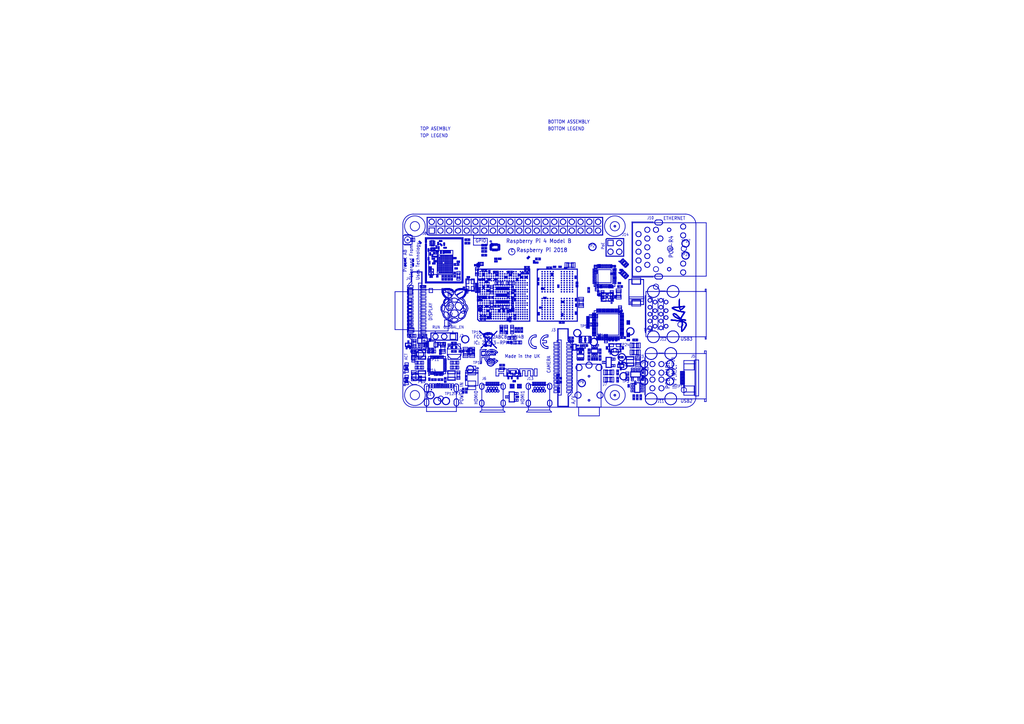
<source format=kicad_sch>
(kicad_sch (version 20231120) (generator "eeschema") (generator_version "8.0")
  (paper "A4")
  (polyline (pts (xy 141.94 84.085) (xy 141.665 84.085)) (stroke (width 0.2)))
  (polyline (pts (xy 197.3786 89.7663) (xy 197.3706 89.757)) (stroke (width 0.2)))
  (polyline (pts (xy 179.44 82.26) (xy 179.44 81.96)) (stroke (width 0.2)))
  (polyline (pts (xy 197.8175 92.659) (xy 197.8111 92.6561)) (stroke (width 0.2)))
  (polyline (pts (xy 158.5898 97.7231) (xy 158.6165 97.7208)) (stroke (width 0.2)))
  (polyline (pts (xy 134.319 84.1199) (xy 134.376 84.1071)) (stroke (width 0.2)))
  (polyline (pts (xy 196.0002 92.0977) (xy 196.0086 92.1016)) (stroke (width 0.2)))
  (polyline (pts (xy 133.0569 91.5989) (xy 133.0731 91.5329)) (stroke (width 0.2)))
  (polyline (pts (xy 145.04 94.76) (xy 145.04 96.36)) (stroke (width 0.2)))
  (polyline (pts (xy 197.0949 88.1789) (xy 197.0925 88.1173)) (stroke (width 0.2)))
  (polyline (pts (xy 141.9215 96.4663) (xy 141.9226 96.4782)) (stroke (width 0.2)))
  (polyline (pts (xy 134.795 70.245) (xy 135.315 70.245)) (stroke (width 0.2)))
  (polyline (pts (xy 196.835 91.8055) (xy 196.8279 91.8014)) (stroke (width 0.2)))
  (polyline (pts (xy 174.105 98.035) (xy 173.575 98.035)) (stroke (width 0.2)))
  (polyline (pts (xy 129.5899 86.7861) (xy 129.7388 86.7248)) (stroke (width 0.2)))
  (polyline (pts (xy 145.315 112.315) (xy 145.315 111.765)) (stroke (width 0.2)))
  (polyline (pts (xy 196.4003 90.1172) (xy 196.412 90.121)) (stroke (width 0.2)))
  (polyline (pts (xy 178.715 84.935) (xy 178.715 83.785)) (stroke (width 0.2)))
  (polyline (pts (xy 125.94 101.51) (xy 125.94 102.31)) (stroke (width 0.2)))
  (polyline (pts (xy 147.24 83.96) (xy 147.24 83.36)) (stroke (width 0.2)))
  (polyline (pts (xy 171.94 95.16) (xy 172.54 95.16)) (stroke (width 0.2)))
  (polyline (pts (xy 128.79 71.71) (xy 128.79 72.01)) (stroke (width 0.2)))
  (polyline (pts (xy 123.525 94.81) (xy 123.525 95.41)) (stroke (width 0.2)))
  (polyline (pts (xy 197.9597 92.8484) (xy 197.9556 92.8533)) (stroke (width 0.2)))
  (polyline (pts (xy 146.89 96.76) (xy 147.19 96.76)) (stroke (width 0.2)))
  (polyline (pts (xy 195.8017 91.7807) (xy 195.7942 91.7743)) (stroke (width 0.2)))
  (polyline (pts (xy 138.765 89.11) (xy 138.765 88.61)) (stroke (width 0.2)))
  (polyline (pts (xy 134.662 84.0786) (xy 134.6916 84.0834)) (stroke (width 0.2)))
  (polyline (pts (xy 198.8819 94.4549) (xy 198.8794 94.462)) (stroke (width 0.2)))
  (polyline (pts (xy 198.7002 92.9429) (xy 198.7051 92.9472)) (stroke (width 0.2)))
  (polyline (pts (xy 195.3787 91.2842) (xy 195.3774 91.2752)) (stroke (width 0.2)))
  (polyline (pts (xy 134.5907 86.9269) (xy 134.5273 86.8557)) (stroke (width 0.2)))
  (polyline (pts (xy 123.29 97.41) (xy 123.69 97.41)) (stroke (width 0.2)))
  (polyline (pts (xy 117.64 100.41) (xy 119.24 100.41)) (stroke (width 0.2)))
  (polyline (pts (xy 198.5812 95.3008) (xy 198.5942 95.2859)) (stroke (width 0.2)))
  (polyline (pts (xy 128.7027 85.3414) (xy 128.6757 85.3156)) (stroke (width 0.2)))
  (polyline (pts (xy 150.1853 108.9396) (xy 150.2109 108.9171)) (stroke (width 0.2)))
  (polyline (pts (xy 142.8275 71.323) (xy 143.0525 71.323)) (stroke (width 0.2)))
  (polyline (pts (xy 124.85 108.01) (xy 125.13 108.01)) (stroke (width 0.2)))
  (polyline (pts (xy 125.24 70.96) (xy 125.24 71.26)) (stroke (width 0.2)))
  (polyline (pts (xy 127.09 72.21) (xy 127.39 72.21)) (stroke (width 0.2)))
  (polyline (pts (xy 121.875 92.41) (xy 121.875 91.81)) (stroke (width 0.2)))
  (polyline (pts (xy 151.0399 108.21) (xy 149.2401 108.21)) (stroke (width 0.2)))
  (polyline (pts (xy 129.4809 86.1587) (xy 129.4898 86.1532)) (stroke (width 0.2)))
  (polyline (pts (xy 191.44 80.96) (xy 190.64 80.96)) (stroke (width 0.2)))
  (polyline (pts (xy 195.5614 89.6026) (xy 195.5428 89.5942)) (stroke (width 0.2)))
  (polyline (pts (xy 197.4873 92.5052) (xy 197.5057 92.4809)) (stroke (width 0.2)))
  (polyline (pts (xy 141.3693 96.6101) (xy 141.3693 96.6396)) (stroke (width 0.2)))
  (polyline (pts (xy 132.8146 93.2971) (xy 132.9381 93.1919)) (stroke (width 0.2)))
  (polyline (pts (xy 119.44 109.96) (xy 120.64 109.96)) (stroke (width 0.2)))
  (polyline (pts (xy 196.1774 90.048) (xy 196.1926 90.0549)) (stroke (width 0.2)))
  (polyline (pts (xy 149.39 96.21) (xy 149.39 95.21)) (stroke (width 0.2)))
  (polyline (pts (xy 132.084 85.404) (xy 132.0584 85.3625)) (stroke (width 0.2)))
  (polyline (pts (xy 181.54 108.31) (xy 182.34 108.31)) (stroke (width 0.2)))
  (polyline (pts (xy 134.34 68.91) (xy 123.34 68.91)) (stroke (width 0.2)))
  (polyline (pts (xy 197.565 92.7797) (xy 197.5836 92.7835)) (stroke (width 0.2)))
  (polyline (pts (xy 197.7589 89.7534) (xy 197.7645 89.752)) (stroke (width 0.2)))
  (polyline (pts (xy 130.3929 92.1408) (xy 130.375 92.1699)) (stroke (width 0.2)))
  (polyline (pts (xy 149.24 84.61) (xy 149.24 84.01)) (stroke (width 0.2)))
  (polyline (pts (xy 142.6018 97.8162) (xy 142.5887 97.8268)) (stroke (width 0.2)))
  (polyline (pts (xy 134.0062 83.6589) (xy 133.9703 83.6547)) (stroke (width 0.2)))
  (polyline (pts (xy 130.5129 83.7256) (xy 130.4713 83.7047)) (stroke (width 0.2)))
  (polyline (pts (xy 196.5073 93.0924) (xy 196.5547 93.0946)) (stroke (width 0.2)))
  (polyline (pts (xy 195.127 89.1855) (xy 195.1219 89.1884)) (stroke (width 0.2)))
  (polyline (pts (xy 143.6275 71.223) (xy 143.8525 71.223)) (stroke (width 0.2)))
  (polyline (pts (xy 173.21 76.745) (xy 173.4701 76.745)) (stroke (width 0.2)))
  (polyline (pts (xy 123.715 119.36) (xy 132.365 119.36)) (stroke (width 0.2)))
  (polyline (pts (xy 142.1781 96.5243) (xy 142.2063 96.5268)) (stroke (width 0.2)))
  (polyline (pts (xy 147.2828 108.1791) (xy 147.2831 108.321)) (stroke (width 0.2)))
  (polyline (pts (xy 130.2676 83.6954) (xy 130.2453 83.6956)) (stroke (width 0.2)))
  (polyline (pts (xy 133.49 79.685) (xy 132.49 79.685)) (stroke (width 0.2)))
  (polyline (pts (xy 148.84 108.21) (xy 147.04 108.21)) (stroke (width 0.2)))
  (polyline (pts (xy 197.8454 94.2628) (xy 197.8486 94.2059)) (stroke (width 0.2)))
  (polyline (pts (xy 177.21 82.4848) (xy 177.4701 82.4848)) (stroke (width 0.2)))
  (polyline (pts (xy 196.7349 91.7253) (xy 196.7142 91.7049)) (stroke (width 0.2)))
  (polyline (pts (xy 196.1702 92.0199) (xy 196.1613 92.0169)) (stroke (width 0.2)))
  (polyline (pts (xy 157.5166 98.4501) (xy 157.5357 98.4156)) (stroke (width 0.2)))
  (polyline (pts (xy 196.4483 89.1636) (xy 196.4716 89.1645)) (stroke (width 0.2)))
  (polyline (pts (xy 156.9391 99.9666) (xy 157.0468 100.1639)) (stroke (width 0.2)))
  (polyline (pts (xy 178.055 90.61) (xy 177.825 90.61)) (stroke (width 0.2)))
  (polyline (pts (xy 167.09 82.01) (xy 167.59 82.01)) (stroke (width 0.2)))
  (polyline (pts (xy 197.3286 90.232) (xy 197.3189 90.2305)) (stroke (width 0.2)))
  (polyline (pts (xy 173.34 101.31) (xy 171.54 101.31)) (stroke (width 0.2)))
  (polyline (pts (xy 179.405 107.265) (xy 179.405 107.785)) (stroke (width 0.2)))
  (polyline (pts (xy 126.85 103.81) (xy 126.85 103.21)) (stroke (width 0.2)))
  (polyline (pts (xy 134.1281 86.1865) (xy 134.1309 86.1883)) (stroke (width 0.2)))
  (polyline (pts (xy 134.7405 83.8407) (xy 134.7038 83.8338)) (stroke (width 0.2)))
  (polyline (pts (xy 128.5467 84.9728) (xy 128.518 84.9222)) (stroke (width 0.2)))
  (polyline (pts (xy 172.54 93.06) (xy 171.94 93.06)) (stroke (width 0.2)))
  (polyline (pts (xy 134.9609 85.6798) (xy 134.9699 85.652)) (stroke (width 0.2)))
  (polyline (pts (xy 134.1532 87.0436) (xy 134.2208 87.1129)) (stroke (width 0.2)))
  (polyline (pts (xy 133.3362 83.6843) (xy 133.3117 83.6868)) (stroke (width 0.2)))
  (polyline (pts (xy 195.4576 89.7161) (xy 195.4792 89.7265)) (stroke (width 0.2)))
  (polyline (pts (xy 124.34 102.31) (xy 124.34 101.51)) (stroke (width 0.2)))
  (polyline (pts (xy 179.94 99.71) (xy 176.74 99.71)) (stroke (width 0.2)))
  (polyline (pts (xy 156.465 91.135) (xy 156.015 91.135)) (stroke (width 0.2)))
  (polyline (pts (xy 129.2604 83.728) (xy 129.2304 83.7309)) (stroke (width 0.2)))
  (polyline (pts (xy 160.365 80.01) (xy 160.365 79.735)) (stroke (width 0.2)))
  (polyline (pts (xy 133.0812 86.6838) (xy 133.09 86.6825)) (stroke (width 0.2)))
  (polyline (pts (xy 179.815 103.345) (xy 179.815 103.875)) (stroke (width 0.2)))
  (polyline (pts (xy 195.6248 91.6338) (xy 195.6129 91.6208)) (stroke (width 0.2)))
  (polyline (pts (xy 128.8576 91.4489) (xy 128.8026 91.2689)) (stroke (width 0.2)))
  (polyline (pts (xy 197.3222 92.6836) (xy 197.3349 92.6893)) (stroke (width 0.2)))
  (polyline (pts (xy 139.2149 96.0193) (xy 139.8291 96.6445)) (stroke (width 0.2)))
  (polyline (pts (xy 196.9906 92.4034) (xy 196.9867 92.4021)) (stroke (width 0.2)))
  (polyline (pts (xy 132.34 107.01) (xy 132.34 106.21)) (stroke (width 0.2)))
  (polyline (pts (xy 196.1359 89.2011) (xy 196.1421 89.2018)) (stroke (width 0.2)))
  (polyline (pts (xy 142.0377 96.5058) (xy 142.0583 96.5086)) (stroke (width 0.2)))
  (polyline (pts (xy 124.865 98.735) (xy 124.415 98.735)) (stroke (width 0.2)))
  (polyline (pts (xy 141.9412 98.0279) (xy 141.5704 98.0279)) (stroke (width 0.2)))
  (polyline (pts (xy 198.1742 89.4238) (xy 198.2293 89.3717)) (stroke (width 0.2)))
  (polyline (pts (xy 145.89 105.66) (xy 145.89 106.16)) (stroke (width 0.2)))
  (polyline (pts (xy 155.2852 97.1127) (xy 155.2309 97.1151)) (stroke (width 0.2)))
  (polyline (pts (xy 179.84 91.195) (xy 180.84 91.195)) (stroke (width 0.2)))
  (polyline (pts (xy 162.365 109.975) (xy 162.885 109.975)) (stroke (width 0.2)))
  (polyline (pts (xy 173.79 84.76) (xy 173.29 84.76)) (stroke (width 0.2)))
  (polyline (pts (xy 180.54 89.91) (xy 180.54 90.41)) (stroke (width 0.2)))
  (polyline (pts (xy 197.4038 89.9045) (xy 197.4192 89.9023)) (stroke (width 0.2)))
  (polyline (pts (xy 129.405 109.465) (xy 129.405 109.985)) (stroke (width 0.2)))
  (polyline (pts (xy 197.2127 92.6447) (xy 197.2222 92.647)) (stroke (width 0.2)))
  (polyline (pts (xy 131.4944 89.069) (xy 131.4613 89.1757)) (stroke (width 0.2)))
  (polyline (pts (xy 132.274 89.4838) (xy 132.1882 89.3576)) (stroke (width 0.2)))
  (polyline (pts (xy 197.295 92.6721) (xy 197.3088 92.6778)) (stroke (width 0.2)))
  (polyline (pts (xy 167.74 103.81) (xy 167.74 104.41)) (stroke (width 0.2)))
  (polyline (pts (xy 171.665 102.885) (xy 171.665 102.41)) (stroke (width 0.2)))
  (polyline (pts (xy 130.4067 92.11) (xy 130.3929 92.1408)) (stroke (width 0.2)))
  (polyline (pts (xy 141.515 89.01) (xy 140.915 89.01)) (stroke (width 0.2)))
  (polyline (pts (xy 127.99 69.76) (xy 127.99 70.06)) (stroke (width 0.2)))
  (polyline (pts (xy 139.24 87.11) (xy 139.24 86.11)) (stroke (width 0.2)))
  (polyline (pts (xy 119.815 97.86) (xy 120.665 97.86)) (stroke (width 0.2)))
  (polyline (pts (xy 195.6129 91.6208) (xy 195.5994 91.6064)) (stroke (width 0.2)))
  (polyline (pts (xy 197.2639 92.4059) (xy 197.2703 92.4105)) (stroke (width 0.2)))
  (polyline (pts (xy 162.69 93.76) (xy 162.69 93.26)) (stroke (width 0.2)))
  (polyline (pts (xy 176.855 97.61) (xy 176.855 98.61)) (stroke (width 0.2)))
  (polyline (pts (xy 176.7101 83.4749) (xy 176.7101 82.4848)) (stroke (width 0.2)))
  (polyline (pts (xy 141.1342 104.9349) (xy 141.2511 105.0468)) (stroke (width 0.2)))
  (polyline (pts (xy 142.2074 100.322) (xy 141.7144 100.322)) (stroke (width 0.2)))
  (polyline (pts (xy 197.6878 95.1573) (xy 197.6845 95.2028)) (stroke (width 0.2)))
  (polyline (pts (xy 127.34 72.025) (xy 127.14 72.025)) (stroke (width 0.2)))
  (polyline (pts (xy 133.5743 90.6958) (xy 133.7202 90.5576)) (stroke (width 0.2)))
  (polyline (pts (xy 196.9827 92.4012) (xy 196.9785 92.4006)) (stroke (width 0.2)))
  (polyline (pts (xy 133.9487 83.9285) (xy 133.9415 83.9375)) (stroke (width 0.2)))
  (polyline (pts (xy 128.9215 85.5913) (xy 128.9339 85.5902)) (stroke (width 0.2)))
  (polyline (pts (xy 175.19 85.135) (xy 174.29 85.135)) (stroke (width 0.2)))
  (polyline (pts (xy 153.6819 74.5863) (xy 153.4875 74.7807)) (stroke (width 0.2)))
  (polyline (pts (xy 149.19 115.735) (xy 150.29 115.735)) (stroke (width 0.2)))
  (polyline (pts (xy 148.99 86.11) (xy 148.99 86.41)) (stroke (width 0.2)))
  (polyline (pts (xy 162.205 112.885) (xy 162.205 112.365)) (stroke (width 0.2)))
  (polyline (pts (xy 174.49 83.41) (xy 174.19 83.41)) (stroke (width 0.2)))
  (polyline (pts (xy 142.09 78.61) (xy 141.79 78.61)) (stroke (width 0.2)))
  (polyline (pts (xy 171.59 103.91) (xy 171.89 103.91)) (stroke (width 0.2)))
  (polyline (pts (xy 132.6731 87.7271) (xy 132.7635 87.7114)) (stroke (width 0.2)))
  (polyline (pts (xy 195.2207 91.0921) (xy 195.2126 91.1433)) (stroke (width 0.2)))
  (polyline (pts (xy 136.69 82.285) (xy 137.59 82.285)) (stroke (width 0.2)))
  (polyline (pts (xy 197.813 94.9147) (xy 197.8122 94.9076)) (stroke (width 0.2)))
  (polyline (pts (xy 133.135 76.975) (xy 132.615 76.975)) (stroke (width 0.2)))
  (polyline (pts (xy 159.915 79.21) (xy 159.915 79.485)) (stroke (width 0.2)))
  (polyline (pts (xy 136.94 102.31) (xy 137.34 102.3099)) (stroke (width 0.2)))
  (polyline (pts (xy 141.79 79.11) (xy 141.79 78.51)) (stroke (width 0.2)))
  (polyline (pts (xy 142.755 112.575) (xy 142.755 112.645)) (stroke (width 0.2)))
  (polyline (pts (xy 179.84 97.425) (xy 179.84 97.195)) (stroke (width 0.2)))
  (polyline (pts (xy 139.09 83.46) (xy 139.09 83.96)) (stroke (width 0.2)))
  (polyline (pts (xy 128.9261 85.6934) (xy 128.8914 85.6695)) (stroke (width 0.2)))
  (polyline (pts (xy 196.1441 92.881) (xy 196.1322 92.8782)) (stroke (width 0.2)))
  (polyline (pts (xy 125.175 101.935) (xy 125.175 102.455)) (stroke (width 0.2)))
  (polyline (pts (xy 195.8447 92.8367) (xy 195.8298 92.8344)) (stroke (width 0.2)))
  (polyline (pts (xy 174.19 83.31) (xy 174.49 83.31)) (stroke (width 0.2)))
  (polyline (pts (xy 133.0318 91.9938) (xy 133.0311 91.946)) (stroke (width 0.2)))
  (polyline (pts (xy 119.74 75.925) (xy 119.94 75.925)) (stroke (width 0.2)))
  (polyline (pts (xy 133.8374 88.1723) (xy 133.9376 88.3111)) (stroke (width 0.2)))
  (polyline (pts (xy 141.965 80.835) (xy 141.965 81.285)) (stroke (width 0.2)))
  (polyline (pts (xy 133.9133 86.263) (xy 133.864 86.2702)) (stroke (width 0.2)))
  (polyline (pts (xy 129.165 99.535) (xy 129.165 100.685)) (stroke (width 0.2)))
  (polyline (pts (xy 180.64 105.21) (xy 180.44 105.21)) (stroke (width 0.2)))
  (polyline (pts (xy 144.34 79.16) (xy 143.34 79.16)) (stroke (width 0.2)))
  (polyline (pts (xy 198.8578 93.8087) (xy 198.8585 93.8122)) (stroke (width 0.2)))
  (polyline (pts (xy 198.9592 94.632) (xy 198.9617 94.6268)) (stroke (width 0.2)))
  (polyline (pts (xy 128.5616 85.6614) (xy 128.5757 85.6952)) (stroke (width 0.2)))
  (polyline (pts (xy 132.5171 87.7851) (xy 132.6731 87.7271)) (stroke (width 0.2)))
  (polyline (pts (xy 123.965 99.36) (xy 123.965 100.66)) (stroke (width 0.2)))
  (polyline (pts (xy 119.805 87.81) (xy 119.805 88.41)) (stroke (width 0.2)))
  (polyline (pts (xy 147.39 90.635) (xy 147.09 90.635)) (stroke (width 0.2)))
  (polyline (pts (xy 134.722 85.9549) (xy 134.733 85.9385)) (stroke (width 0.2)))
  (polyline (pts (xy 171.84 94.625) (xy 171.84 94.395)) (stroke (width 0.2)))
  (polyline (pts (xy 195.8377 91.157) (xy 195.8489 91.1617)) (stroke (width 0.2)))
  (polyline (pts (xy 195.0126 89.2505) (xy 194.9906 89.264)) (stroke (width 0.2)))
  (polyline (pts (xy 146.315 89.76) (xy 145.865 89.76)) (stroke (width 0.2)))
  (polyline (pts (xy 167.19 90.61) (xy 166.89 90.61)) (stroke (width 0.2)))
  (polyline (pts (xy 140.2553 96.8728) (xy 140.2597 96.8373)) (stroke (width 0.2)))
  (polyline (pts (xy 141.303 102.4563) (xy 141.3809 102.3598)) (stroke (width 0.2)))
  (polyline (pts (xy 126.215 72.635) (xy 126.215 72.785)) (stroke (width 0.2)))
  (polyline (pts (xy 196.3724 91.3821) (xy 196.3502 91.3629)) (stroke (width 0.2)))
  (polyline (pts (xy 195.2435 92.9416) (xy 195.2538 92.94)) (stroke (width 0.2)))
  (polyline (pts (xy 143.04 83.21) (xy 142.24 83.21)) (stroke (width 0.2)))
  (polyline (pts (xy 137.99 82.51) (xy 137.99 82.21)) (stroke (width 0.2)))
  (polyline (pts (xy 153.59 93.11) (xy 153.59 78.11)) (stroke (width 0.2)))
  (polyline (pts (xy 119.805 90.41) (xy 118.155 90.41)) (stroke (width 0.2)))
  (polyline (pts (xy 141.64 80.91) (xy 141.64 81.21)) (stroke (width 0.2)))
  (polyline (pts (xy 125.69 102.21) (xy 125.19 102.21)) (stroke (width 0.2)))
  (polyline (pts (xy 128.6025 83.9403) (xy 128.5887 83.9485)) (stroke (width 0.2)))
  (polyline (pts (xy 140.74 81.535) (xy 140.74 81.985)) (stroke (width 0.2)))
  (polyline (pts (xy 129.0153 88.9514) (xy 129.0129 89.0567)) (stroke (width 0.2)))
  (polyline (pts (xy 197.7009 94.8632) (xy 197.6994 94.8856)) (stroke (width 0.2)))
  (polyline (pts (xy 183.19 110.01) (xy 183.19 109.41)) (stroke (width 0.2)))
  (polyline (pts (xy 197.3841 89.0604) (xy 197.4151 89.0602)) (stroke (width 0.2)))
  (polyline (pts (xy 130.99 101.16) (xy 130.99 100.26)) (stroke (width 0.2)))
  (polyline (pts (xy 178.585 77.475) (xy 178.585 76.945)) (stroke (width 0.2)))
  (polyline (pts (xy 176.615 98.11) (xy 176.615 98.385)) (stroke (width 0.2)))
  (polyline (pts (xy 195.0078 89.4437) (xy 195.0248 89.4568)) (stroke (width 0.2)))
  (polyline (pts (xy 162.89 87.71) (xy 162.89 87.41)) (stroke (width 0.2)))
  (polyline (pts (xy 134.1228 83.702) (xy 134.0713 83.6754)) (stroke (width 0.2)))
  (polyline (pts (xy 118.44 107.985) (xy 117.44 107.985)) (stroke (width 0.2)))
  (polyline (pts (xy 125.915 100.66) (xy 125.915 99.36)) (stroke (width 0.2)))
  (polyline (pts (xy 133.3823 83.979) (xy 133.4188 83.956)) (stroke (width 0.2)))
  (polyline (pts (xy 195.9855 93.0335) (xy 196.0067 93.036)) (stroke (width 0.2)))
  (polyline (pts (xy 173.54 83.535) (xy 172.64 83.535)) (stroke (width 0.2)))
  (polyline (pts (xy 133.0219 93.1281) (xy 133.0446 93.1137)) (stroke (width 0.2)))
  (polyline (pts (xy 121.39 97.41) (xy 121.79 97.41)) (stroke (width 0.2)))
  (polyline (pts (xy 163.64 77.585) (xy 163.64 78.035)) (stroke (width 0.2)))
  (polyline (pts (xy 175.89 101.21) (xy 176.19 101.21)) (stroke (width 0.2)))
  (polyline (pts (xy 154.425 111.85) (xy 154.425 110.85)) (stroke (width 0.2)))
  (polyline (pts (xy 196.117 92.1577) (xy 196.1251 92.1635)) (stroke (width 0.2)))
  (polyline (pts (xy 198.6003 95.2775) (xy 198.6061 95.2688)) (stroke (width 0.2)))
  (polyline (pts (xy 141.765 83.135) (xy 141.315 83.135)) (stroke (width 0.2)))
  (polyline (pts (xy 199.0839 94.3423) (xy 199.0883 94.2989)) (stroke (width 0.2)))
  (polyline (pts (xy 152.9925 74.6393) (xy 153.3107 74.9575)) (stroke (width 0.2)))
  (polyline (pts (xy 175.025 97.61) (xy 175.255 97.61)) (stroke (width 0.2)))
  (polyline (pts (xy 148.535 99.045) (xy 148.015 99.045)) (stroke (width 0.2)))
  (polyline (pts (xy 143.615 78.645) (xy 143.095 78.645)) (stroke (width 0.2)))
  (polyline (pts (xy 178.04 77.96) (xy 178.64 77.96)) (stroke (width 0.2)))
  (polyline (pts (xy 129.6555 92.6501) (xy 129.8333 92.7717)) (stroke (width 0.2)))
  (polyline (pts (xy 119.44 107.96) (xy 119.44 109.96)) (stroke (width 0.2)))
  (polyline (pts (xy 131.39 99.76) (xy 131.39 99.26)) (stroke (width 0.2)))
  (polyline (pts (xy 197.0123 92.1612) (xy 197.0217 92.1728)) (stroke (width 0.2)))
  (polyline (pts (xy 154.8632 97.8005) (xy 154.9323 97.7763)) (stroke (width 0.2)))
  (polyline (pts (xy 133.8744 84.0215) (xy 133.868 84.0379)) (stroke (width 0.2)))
  (polyline (pts (xy 143.2626 105.0303) (xy 143.2196 105.0472)) (stroke (width 0.2)))
  (polyline (pts (xy 197.4387 93.1818) (xy 197.458 93.1848)) (stroke (width 0.2)))
  (polyline (pts (xy 180.74 94.26) (xy 180.14 94.26)) (stroke (width 0.2)))
  (polyline (pts (xy 130.417 86.9068) (xy 130.2914 87.0509)) (stroke (width 0.2)))
  (polyline (pts (xy 180.3223 75.4721) (xy 180.7677 75.0267)) (stroke (width 0.2)))
  (polyline (pts (xy 144.99 72.0225) (xy 144.99 71.7975)) (stroke (width 0.2)))
  (polyline (pts (xy 167.59 82.26) (xy 167.09 82.26)) (stroke (width 0.2)))
  (polyline (pts (xy 196.0694 92.8664) (xy 196.049 92.8631)) (stroke (width 0.2)))
  (polyline (pts (xy 157.7694 99.413) (xy 157.9651 99.4134)) (stroke (width 0.2)))
  (polyline (pts (xy 197.6039 92.787) (xy 197.6253 92.7901)) (stroke (width 0.2)))
  (polyline (pts (xy 121.875 88.81) (xy 123.525 88.81)) (stroke (width 0.2)))
  (polyline (pts (xy 128.35 103.81) (xy 128.35 103.21)) (stroke (width 0.2)))
  (polyline (pts (xy 180.14 91.86) (xy 180.14 91.56)) (stroke (width 0.2)))
  (polyline (pts (xy 133.5184 83.9774) (xy 133.5146 83.9946)) (stroke (width 0.2)))
  (polyline (pts (xy 142.4476 99.6042) (xy 142.4522 99.5404)) (stroke (width 0.2)))
  (polyline (pts (xy 128.8314 84.0976) (xy 128.8336 84.093)) (stroke (width 0.2)))
  (polyline (pts (xy 175.7101 76.745) (xy 175.9702 76.745)) (stroke (width 0.2)))
  (polyline (pts (xy 204.84 102.54) (xy 204.84 101.76)) (stroke (width 0.2)))
  (polyline (pts (xy 156.655 110.85) (xy 156.655 111.85)) (stroke (width 0.2)))
  (polyline (pts (xy 121.265 107.06) (xy 120.415 107.06)) (stroke (width 0.2)))
  (polyline (pts (xy 127.665 100.16) (xy 127.665 99.26)) (stroke (width 0.2)))
  (polyline (pts (xy 153.8326 107.4831) (xy 153.8339 108.2753)) (stroke (width 0.2)))
  (polyline (pts (xy 198.5576 92.8861) (xy 198.562 92.8882)) (stroke (width 0.2)))
  (polyline (pts (xy 179.425 98.61) (xy 179.425 97.61)) (stroke (width 0.2)))
  (polyline (pts (xy 197.34 111.51) (xy 198.54 111.51)) (stroke (width 0.2)))
  (polyline (pts (xy 194.7885 92.7176) (xy 194.7793 92.7206)) (stroke (width 0.2)))
  (polyline (pts (xy 177.94 84.91) (xy 176.54 84.91)) (stroke (width 0.2)))
  (polyline (pts (xy 134.1349 83.7103) (xy 134.1228 83.702)) (stroke (width 0.2)))
  (polyline (pts (xy 180.565 96.485) (xy 180.565 96.935)) (stroke (width 0.2)))
  (polyline (pts (xy 182.365 97.035) (xy 182.365 96.585)) (stroke (width 0.2)))
  (polyline (pts (xy 142.6621 96.9018) (xy 142.6668 96.9006)) (stroke (width 0.2)))
  (polyline (pts (xy 172.215 104.235) (xy 172.665 104.235)) (stroke (width 0.2)))
  (polyline (pts (xy 141.965 81.285) (xy 142.24 81.285)) (stroke (width 0.2)))
  (polyline (pts (xy 172.94 92.11) (xy 172.94 91.31)) (stroke (width 0.2)))
  (polyline (pts (xy 137.89 83.235) (xy 138.165 83.235)) (stroke (width 0.2)))
  (polyline (pts (xy 197.7017 93.0631) (xy 197.6901 93.0617)) (stroke (width 0.2)))
  (polyline (pts (xy 148.29 85.185) (xy 148.565 85.185)) (stroke (width 0.2)))
  (polyline (pts (xy 167.04 101.035) (xy 167.04 101.385)) (stroke (width 0.2)))
  (polyline (pts (xy 141.5671 102.9413) (xy 141.5033 103.0989)) (stroke (width 0.2)))
  (polyline (pts (xy 198.9144 94.7211) (xy 198.9219 94.709)) (stroke (width 0.2)))
  (polyline (pts (xy 145.015 84.06) (xy 145.015 83.785)) (stroke (width 0.2)))
  (polyline (pts (xy 133.3597 83.6806) (xy 133.3362 83.6843)) (stroke (width 0.2)))
  (polyline (pts (xy 197.0187 90.1583) (xy 196.9943 90.1523)) (stroke (width 0.2)))
  (polyline (pts (xy 133.1113 93.0775) (xy 133.1322 93.0687)) (stroke (width 0.2)))
  (polyline (pts (xy 173.615 76.71) (xy 173.615 76.985)) (stroke (width 0.2)))
  (polyline (pts (xy 195.8965 92.0345) (xy 195.902 92.0382)) (stroke (width 0.2)))
  (polyline (pts (xy 195.6372 89.6537) (xy 195.6314 89.6498)) (stroke (width 0.2)))
  (polyline (pts (xy 132.9091 84.1481) (xy 132.9367 84.1242)) (stroke (width 0.2)))
  (polyline (pts (xy 197.5165 93.1953) (xy 197.5528 93.203)) (stroke (width 0.2)))
  (polyline (pts (xy 148.815 89.335) (xy 148.815 89.785)) (stroke (width 0.2)))
  (polyline (pts (xy 145.94 118.94) (xy 139.74 118.94)) (stroke (width 0.2)))
  (polyline (pts (xy 197.7627 94.0378) (xy 197.7618 94.0475)) (stroke (width 0.2)))
  (polyline (pts (xy 169.34 101.21) (xy 167.34 101.21)) (stroke (width 0.2)))
  (polyline (pts (xy 132.4993 85.7914) (xy 132.5293 85.7468)) (stroke (width 0.2)))
  (polyline (pts (xy 134.4666 85.9265) (xy 134.4654 85.9298)) (stroke (width 0.2)))
  (polyline (pts (xy 132.9941 86.3142) (xy 132.9085 86.276)) (stroke (width 0.2)))
  (polyline (pts (xy 177.54 107.41) (xy 175.54 107.41)) (stroke (width 0.2)))
  (polyline (pts (xy 197.2832 92.4167) (xy 197.2861 92.4192)) (stroke (width 0.2)))
  (polyline (pts (xy 157.0468 100.1639) (xy 157.2823 100.4714)) (stroke (width 0.2)))
  (polyline (pts (xy 128.6355 87.5591) (xy 128.6231 87.6205)) (stroke (width 0.2)))
  (polyline (pts (xy 140.3 91.885) (xy 140.83 91.885)) (stroke (width 0.2)))
  (polyline (pts (xy 178.8399 86.26) (xy 180.0401 86.26)) (stroke (width 0.2)))
  (polyline (pts (xy 161.69 112.86) (xy 162.19 112.86)) (stroke (width 0.2)))
  (polyline (pts (xy 142.5728 101.3531) (xy 142.5275 101.3538)) (stroke (width 0.2)))
  (polyline (pts (xy 125.715 76.635) (xy 125.44 76.635)) (stroke (width 0.2)))
  (polyline (pts (xy 198.7255 94.7236) (xy 198.715 94.7399)) (stroke (width 0.2)))
  (polyline (pts (xy 184.09 115.71) (xy 184.09 114.71)) (stroke (width 0.2)))
  (polyline (pts (xy 128.8475 84.0865) (xy 128.8589 84.0834)) (stroke (width 0.2)))
  (polyline (pts (xy 172.84 94.225) (xy 171.84 94.225)) (stroke (width 0.2)))
  (polyline (pts (xy 197.9027 92.927) (xy 197.8883 92.9536)) (stroke (width 0.2)))
  (polyline (pts (xy 173.19 77.31) (xy 172.39 77.31)) (stroke (width 0.2)))
  (polyline (pts (xy 148.565 86.485) (xy 148.565 86.035)) (stroke (width 0.2)))
  (polyline (pts (xy 197.9838 91.3501) (xy 197.9763 91.363)) (stroke (width 0.2)))
  (polyline (pts (xy 196.88 92.3666) (xy 196.8501 92.3529)) (stroke (width 0.2)))
  (polyline (pts (xy 128.6294 83.9197) (xy 128.6025 83.9403)) (stroke (width 0.2)))
  (polyline (pts (xy 138.415 82.585) (xy 138.69 82.585)) (stroke (width 0.2)))
  (polyline (pts (xy 195.1936 89.2961) (xy 195.2338 89.2889)) (stroke (width 0.2)))
  (polyline (pts (xy 125.44 76.185) (xy 125.715 76.185)) (stroke (width 0.2)))
  (polyline (pts (xy 183.44 111.66) (xy 184.04 111.66)) (stroke (width 0.2)))
  (polyline (pts (xy 166.715 80.01) (xy 166.715 80.285)) (stroke (width 0.2)))
  (polyline (pts (xy 196.4269 91.6293) (xy 196.4356 91.6359)) (stroke (width 0.2)))
  (polyline (pts (xy 144.1351 96.1946) (xy 143.4468 96.9192)) (stroke (width 0.2)))
  (polyline (pts (xy 196.9848 92.9479) (xy 196.9648 92.9454)) (stroke (width 0.2)))
  (polyline (pts (xy 131.3905 91.894) (xy 131.2759 91.8463)) (stroke (width 0.2)))
  (polyline (pts (xy 198.4511 90.9086) (xy 198.458 90.8958)) (stroke (width 0.2)))
  (polyline (pts (xy 133.4431 87.3767) (xy 133.2807 87.2208)) (stroke (width 0.2)))
  (polyline (pts (xy 121.09 99.61) (xy 121.09 98.01)) (stroke (width 0.2)))
  (polyline (pts (xy 197.3774 90.2407) (xy 197.3676 90.2384)) (stroke (width 0.2)))
  (polyline (pts (xy 135.315 70.245) (xy 135.315 70.775)) (stroke (width 0.2)))
  (polyline (pts (xy 157.04 89.36) (xy 157.04 89.06)) (stroke (width 0.2)))
  (polyline (pts (xy 122.84 101.21) (xy 123.44 101.21)) (stroke (width 0.2)))
  (polyline (pts (xy 198.54 107.71) (xy 197.34 107.71)) (stroke (width 0.2)))
  (polyline (pts (xy 130.3 86.815) (xy 128.95 86.815)) (stroke (width 0.2)))
  (polyline (pts (xy 198.1813 91.2908) (xy 198.1928 91.2745)) (stroke (width 0.2)))
  (polyline (pts (xy 135.1727 85.1579) (xy 135.1821 85.1406)) (stroke (width 0.2)))
  (polyline (pts (xy 135.505 114.055) (xy 135.505 113.535)) (stroke (width 0.2)))
  (polyline (pts (xy 130.895 99.245) (xy 130.895 99.775)) (stroke (width 0.2)))
  (polyline (pts (xy 182.39 87.36) (xy 186.69 87.36)) (stroke (width 0.2)))
  (polyline (pts (xy 130.5511 87.7586) (xy 130.6077 87.7576)) (stroke (width 0.2)))
  (polyline (pts (xy 196.0884 92.8696) (xy 196.0694 92.8664)) (stroke (width 0.2)))
  (polyline (pts (xy 195.7035 91.7131) (xy 195.6888 91.7016)) (stroke (width 0.2)))
  (polyline (pts (xy 139.8999 100.6568) (xy 139.8342 100.7259)) (stroke (width 0.2)))
  (polyline (pts (xy 134.9772 84.4106) (xy 134.9604 84.4454)) (stroke (width 0.2)))
  (polyline (pts (xy 140.9464 100.5304) (xy 140.9294 100.5322)) (stroke (width 0.2)))
  (polyline (pts (xy 139.2089 96.168) (xy 139.2119 96.0942)) (stroke (width 0.2)))
  (polyline (pts (xy 166.815 76.185) (xy 166.815 77.635)) (stroke (width 0.2)))
  (polyline (pts (xy 153.04 79.485) (xy 153.315 79.485)) (stroke (width 0.2)))
  (polyline (pts (xy 142.14 80.91) (xy 142.14 81.21)) (stroke (width 0.2)))
  (polyline (pts (xy 183.89 106.235) (xy 181.59 106.235)) (stroke (width 0.2)))
  (polyline (pts (xy 183.89 103.385) (xy 183.89 104.335)) (stroke (width 0.2)))
  (polyline (pts (xy 139.6942 104.4426) (xy 139.6964 103.6744)) (stroke (width 0.2)))
  (polyline (pts (xy 142.415 91.71) (xy 141.965 91.71)) (stroke (width 0.2)))
  (polyline (pts (xy 124.44 72.81) (xy 124.44 72.21)) (stroke (width 0.2)))
  (polyline (pts (xy 197.9742 92.6893) (xy 197.9539 92.6821)) (stroke (width 0.2)))
  (polyline (pts (xy 177.49 82.81) (xy 177.79 82.81)) (stroke (width 0.2)))
  (polyline (pts (xy 194.9545 89.3932) (xy 194.9712 89.4105)) (stroke (width 0.2)))
  (polyline (pts (xy 128.2251 90.5032) (xy 128.2352 90.5259)) (stroke (width 0.2)))
  (polyline (pts (xy 166.89 91.11) (xy 166.89 90.51)) (stroke (width 0.2)))
  (polyline (pts (xy 158.4927 101.1019) (xy 158.5197 101.1038)) (stroke (width 0.2)))
  (polyline (pts (xy 140.015 83.46) (xy 140.015 83.735)) (stroke (width 0.2)))
  (polyline (pts (xy 124.69 101.96) (xy 124.19 101.96)) (stroke (width 0.2)))
  (polyline (pts (xy 184.575 114.985) (xy 184.575 114.465)) (stroke (width 0.2)))
  (polyline (pts (xy 197.1177 88.4664) (xy 197.1178 88.4444)) (stroke (width 0.2)))
  (polyline (pts (xy 197.7615 88.9934) (xy 197.8302 88.9837)) (stroke (width 0.2)))
  (polyline (pts (xy 147.615 89.51) (xy 147.615 88.61)) (stroke (width 0.2)))
  (polyline (pts (xy 177.49 83.31) (xy 177.79 83.31)) (stroke (width 0.2)))
  (polyline (pts (xy 195.9614 89.8074) (xy 195.9519 89.8016)) (stroke (width 0.2)))
  (polyline (pts (xy 180.14 95.16) (xy 180.74 95.16)) (stroke (width 0.2)))
  (polyline (pts (xy 185.59 106.76) (xy 185.59 107.86)) (stroke (width 0.2)))
  (polyline (pts (xy 143.8461 96.3384) (xy 143.928 96.2521)) (stroke (width 0.2)))
  (polyline (pts (xy 150.3126 108.7952) (xy 150.327 108.7699)) (stroke (width 0.2)))
  (polyline (pts (xy 134.4923 90.2887) (xy 134.5211 90.3042)) (stroke (width 0.2)))
  (polyline (pts (xy 128.6041 84.7855) (xy 128.5623 84.7437)) (stroke (width 0.2)))
  (polyline (pts (xy 128.379 85.2179) (xy 128.3808 85.2343)) (stroke (width 0.2)))
  (polyline (pts (xy 134.3819 86.721) (xy 134.2991 86.6564)) (stroke (width 0.2)))
  (polyline (pts (xy 131.0122 85.7365) (xy 131.0336 85.764)) (stroke (width 0.2)))
  (polyline (pts (xy 118.44 108.835) (xy 118.44 109.785)) (stroke (width 0.2)))
  (polyline (pts (xy 152.615 117.215) (xy 152.615 116.665)) (stroke (width 0.2)))
  (polyline (pts (xy 128.4586 84.6139) (xy 128.4578 84.6075)) (stroke (width 0.2)))
  (polyline (pts (xy 134.5831 85.5638) (xy 134.575 85.5726)) (stroke (width 0.2)))
  (polyline (pts (xy 197.7433 92.6287) (xy 197.7271 92.6277)) (stroke (width 0.2)))
  (polyline (pts (xy 146.765 89.51) (xy 147.615 89.51)) (stroke (width 0.2)))
  (polyline (pts (xy 161.915 109.975) (xy 161.915 109.445)) (stroke (width 0.2)))
  (polyline (pts (xy 161.675 112.885) (xy 162.205 112.885)) (stroke (width 0.2)))
  (polyline (pts (xy 177.065 82.985) (xy 177.065 82.71)) (stroke (width 0.2)))
  (polyline (pts (xy 131.5526 85.1011) (xy 131.5452 85.1886)) (stroke (width 0.2)))
  (polyline (pts (xy 166.815 77.635) (xy 165.665 77.635)) (stroke (width 0.2)))
  (polyline (pts (xy 123.065 117.11) (xy 123.065 116.31)) (stroke (width 0.2)))
  (polyline (pts (xy 177.065 82.71) (xy 176.615 82.71)) (stroke (width 0.2)))
  (polyline (pts (xy 196.9023 93.1256) (xy 196.9064 93.1264)) (stroke (width 0.2)))
  (polyline (pts (xy 140.4569 97.4473) (xy 140.4442 97.4355)) (stroke (width 0.2)))
  (polyline (pts (xy 180.34 90.11) (xy 172.34 90.11)) (stroke (width 0.2)))
  (polyline (pts (xy 198.8534 92.7684) (xy 198.8459 92.7612)) (stroke (width 0.2)))
  (polyline (pts (xy 198.66 92.9229) (xy 198.6693 92.9265)) (stroke (width 0.2)))
  (polyline (pts (xy 135.6956 89.5275) (xy 135.6934 89.3702)) (stroke (width 0.2)))
  (polyline (pts (xy 128.2261 84.718) (xy 128.2466 84.7596)) (stroke (width 0.2)))
  (polyline (pts (xy 122.04 106.21) (xy 122.04 107.01)) (stroke (width 0.2)))
  (polyline (pts (xy 181.3123 80.8933) (xy 181.1709 80.7519)) (stroke (width 0.2)))
  (polyline (pts (xy 124.705 101.935) (xy 124.175 101.935)) (stroke (width 0.2)))
  (polyline (pts (xy 163.44 93.26) (xy 163.44 93.76)) (stroke (width 0.2)))
  (polyline (pts (xy 124.44 72.345) (xy 124.44 72.145)) (stroke (width 0.2)))
  (polyline (pts (xy 177.04 85.11) (xy 177.84 85.11)) (stroke (width 0.2)))
  (polyline (pts (xy 196.1534 92.1806) (xy 196.1633 92.1858)) (stroke (width 0.2)))
  (polyline (pts (xy 182.2774 80.1403) (xy 180.5097 78.3726)) (stroke (width 0.2)))
  (polyline (pts (xy 180.04 85.86) (xy 178.84 85.86)) (stroke (width 0.2)))
  (polyline (pts (xy 128.6712 84.9317) (xy 128.6829 84.9303)) (stroke (width 0.2)))
  (polyline (pts (xy 170.14 94.185) (xy 170.415 94.185)) (stroke (width 0.2)))
  (polyline (pts (xy 195.2413 89.4279) (xy 195.2389 89.427)) (stroke (width 0.2)))
  (polyline (pts (xy 132.6979 83.7893) (xy 132.6693 83.8016)) (stroke (width 0.2)))
  (polyline (pts (xy 130.666 87.7595) (xy 130.7246 87.7642)) (stroke (width 0.2)))
  (polyline (pts (xy 197.457 92.5497) (xy 197.4504 92.5429)) (stroke (width 0.2)))
  (polyline (pts (xy 167.605 83.255) (xy 167.605 82.735)) (stroke (width 0.2)))
  (polyline (pts (xy 177.21 76.745) (xy 177.4701 76.745)) (stroke (width 0.2)))
  (polyline (pts (xy 127.235 103.825) (xy 127.235 103.295)) (stroke (width 0.2)))
  (polyline (pts (xy 156.99 83.485) (xy 156.99 83.935)) (stroke (width 0.2)))
  (polyline (pts (xy 121.775 110.555) (xy 122.305 110.555)) (stroke (width 0.2)))
  (polyline (pts (xy 196.4273 93.0873) (xy 196.4648 93.09)) (stroke (width 0.2)))
  (polyline (pts (xy 133.49 78.735) (xy 133.49 79.685)) (stroke (width 0.2)))
  (polyline (pts (xy 162.305 109.31) (xy 162.305 109.91)) (stroke (width 0.2)))
  (polyline (pts (xy 128.5623 84.7437) (xy 128.5428 84.7232)) (stroke (width 0.2)))
  (polyline (pts (xy 196.551 90.177) (xy 196.5533 90.1807)) (stroke (width 0.2)))
  (polyline (pts (xy 177.94 100.56) (xy 176.54 100.56)) (stroke (width 0.2)))
  (polyline (pts (xy 180.5097 75.0726) (xy 179.8026 75.7797)) (stroke (width 0.2)))
  (polyline (pts (xy 196.1096 91.1531) (xy 196.0926 91.1361)) (stroke (width 0.2)))
  (polyline (pts (xy 128.1653 89.5682) (xy 128.1619 89.4946)) (stroke (width 0.2)))
  (polyline (pts (xy 196.9687 88.8993) (xy 196.9693 88.9191)) (stroke (width 0.2)))
  (polyline (pts (xy 185.49 107.21) (xy 185.09 107.21)) (stroke (width 0.2)))
  (polyline (pts (xy 158.7945 97.1109) (xy 158.7441 97.1112)) (stroke (width 0.2)))
  (polyline (pts (xy 197.113 87.4908) (xy 197.1136 87.4689)) (stroke (width 0.2)))
  (polyline (pts (xy 195.335 89.4846) (xy 195.3289 89.4823)) (stroke (width 0.2)))
  (polyline (pts (xy 180.2516 79.8327) (xy 180.1102 79.6913)) (stroke (width 0.2)))
  (polyline (pts (xy 157.8556 97.3251) (xy 157.6652 97.4348)) (stroke (width 0.2)))
  (polyline (pts (xy 134.795 69.245) (xy 135.315 69.245)) (stroke (width 0.2)))
  (polyline (pts (xy 150.29 115.735) (xy 150.29 116.385)) (stroke (width 0.2)))
  (polyline (pts (xy 141.185 70.845) (xy 140.665 70.845)) (stroke (width 0.2)))
  (polyline (pts (xy 167.19 91.11) (xy 166.89 91.11)) (stroke (width 0.2)))
  (polyline (pts (xy 180.74 96.56) (xy 180.74 96.86)) (stroke (width 0.2)))
  (polyline (pts (xy 140.7865 100.0222) (xy 140.8161 100.0074)) (stroke (width 0.2)))
  (polyline (pts (xy 198.1325 91.098) (xy 198.1262 91.107)) (stroke (width 0.2)))
  (polyline (pts (xy 118.275 91.725) (xy 119.375 91.725)) (stroke (width 0.2)))
  (polyline (pts (xy 194.6746 92.8021) (xy 194.6562 92.8073)) (stroke (width 0.2)))
  (polyline (pts (xy 168.24 101.01) (xy 168.24 101.61)) (stroke (width 0.2)))
  (polyline (pts (xy 129.4993 84.0267) (xy 129.5256 84.0345)) (stroke (width 0.2)))
  (polyline (pts (xy 182.1819 76.4409) (xy 182.3233 76.5823)) (stroke (width 0.2)))
  (polyline (pts (xy 125.175 102.455) (xy 125.705 102.455)) (stroke (width 0.2)))
  (polyline (pts (xy 183.09 107.86) (xy 183.09 106.76)) (stroke (width 0.2)))
  (polyline (pts (xy 140.9502 99.7422) (xy 140.967 99.747)) (stroke (width 0.2)))
  (polyline (pts (xy 128.9464 85.5362) (xy 128.9361 85.5287)) (stroke (width 0.2)))
  (polyline (pts (xy 197.002 92.1496) (xy 197.0123 92.1612)) (stroke (width 0.2)))
  (polyline (pts (xy 180.84 95.595) (xy 180.84 95.825)) (stroke (width 0.2)))
  (polyline (pts (xy 198.5302 92.882) (xy 198.536 92.8819)) (stroke (width 0.2)))
  (polyline (pts (xy 120.64 107.96) (xy 119.44 107.96)) (stroke (width 0.2)))
  (polyline (pts (xy 144.525 111.85) (xy 144.525 110.85)) (stroke (width 0.2)))
  (polyline (pts (xy 140.6721 97.2302) (xy 140.6752 97.2461)) (stroke (width 0.2)))
  (polyline (pts (xy 155.625 112.645) (xy 155.625 112.575)) (stroke (width 0.2)))
  (polyline (pts (xy 197.3151 88.9263) (xy 197.2956 88.928)) (stroke (width 0.2)))
  (polyline (pts (xy 197.1321 90.1877) (xy 197.0908 90.1765)) (stroke (width 0.2)))
  (polyline (pts (xy 134.8158 85.2714) (xy 134.8317 85.2716)) (stroke (width 0.2)))
  (polyline (pts (xy 196.8518 91.8178) (xy 196.843 91.811)) (stroke (width 0.2)))
  (polyline (pts (xy 172.515 92.16) (xy 173.365 92.16)) (stroke (width 0.2)))
  (polyline (pts (xy 142.5478 98.4486) (xy 142.5683 98.2126)) (stroke (width 0.2)))
  (polyline (pts (xy 196.8279 91.8014) (xy 196.8118 91.7908)) (stroke (width 0.2)))
  (polyline (pts (xy 195.3942 89.2716) (xy 195.4151 89.2703)) (stroke (width 0.2)))
  (polyline (pts (xy 180.14 101.26) (xy 180.14 102.16)) (stroke (width 0.2)))
  (polyline (pts (xy 180.14 106.61) (xy 180.14 107.01)) (stroke (width 0.2)))
  (polyline (pts (xy 198.4567 89.0284) (xy 198.4545 89.0314)) (stroke (width 0.2)))
  (polyline (pts (xy 134.975 114.055) (xy 135.505 114.055)) (stroke (width 0.2)))
  (polyline (pts (xy 127.8565 89.6958) (xy 127.8755 89.8001)) (stroke (width 0.2)))
  (polyline (pts (xy 132.6096 85.4013) (xy 132.4993 85.4825)) (stroke (width 0.2)))
  (polyline (pts (xy 148.115 90.56) (xy 148.115 90.285)) (stroke (width 0.2)))
  (polyline (pts (xy 197.8962 91.503) (xy 197.8939 91.5097)) (stroke (width 0.2)))
  (polyline (pts (xy 133.065 104.76) (xy 133.065 105.66)) (stroke (width 0.2)))
  (polyline (pts (xy 135.2723 84.7868) (xy 135.2783 84.7742)) (stroke (width 0.2)))
  (polyline (pts (xy 130.7173 84.1281) (xy 130.721 84.1175)) (stroke (width 0.2)))
  (polyline (pts (xy 134.3816 86.2709) (xy 134.39 86.2584)) (stroke (width 0.2)))
  (polyline (pts (xy 155.225 110.85) (xy 155.455 110.85)) (stroke (width 0.2)))
  (polyline (pts (xy 171.84 96.735) (xy 172.115 96.735)) (stroke (width 0.2)))
  (polyline (pts (xy 170.84 94.86) (xy 170.24 94.86)) (stroke (width 0.2)))
  (polyline (pts (xy 131.1609 90.0301) (xy 131.2813 89.9657)) (stroke (width 0.2)))
  (polyline (pts (xy 130.74 111.335) (xy 130.74 112.485)) (stroke (width 0.2)))
  (polyline (pts (xy 139.695 72.645) (xy 139.695 73.175)) (stroke (width 0.2)))
  (polyline (pts (xy 138.815 83.445) (xy 138.815 83.975)) (stroke (width 0.2)))
  (polyline (pts (xy 175.655 89.61) (xy 175.655 90.61)) (stroke (width 0.2)))
  (polyline (pts (xy 196.4989 89.1663) (xy 196.5136 89.1665)) (stroke (width 0.2)))
  (polyline (pts (xy 129.4041 86.1981) (xy 129.4614 86.1694)) (stroke (width 0.2)))
  (polyline (pts (xy 196.8499 90.119) (xy 196.8319 90.1141)) (stroke (width 0.2)))
  (polyline (pts (xy 140.8468 102.3663) (xy 140.7213 102.6047)) (stroke (width 0.2)))
  (polyline (pts (xy 144.3686 104.684) (xy 144.3713 104.679)) (stroke (width 0.2)))
  (polyline (pts (xy 178.89 109.61) (xy 178.89 110.61)) (stroke (width 0.2)))
  (polyline (pts (xy 140.74 85.96) (xy 141.04 85.96)) (stroke (width 0.2)))
  (polyline (pts (xy 194.8107 92.9125) (xy 194.8545 92.9138)) (stroke (width 0.2)))
  (polyline (pts (xy 195.8694 91.844) (xy 195.8583 91.8349)) (stroke (width 0.2)))
  (polyline (pts (xy 197.191 93.1557) (xy 197.2252 93.1601)) (stroke (width 0.2)))
  (polyline (pts (xy 197.4513 92.5367) (xy 197.4602 92.5315)) (stroke (width 0.2)))
  (polyline (pts (xy 126.955 72.71) (xy 126.955 72.91)) (stroke (width 0.2)))
  (polyline (pts (xy 143.2585 96.9563) (xy 143.4251 96.7814)) (stroke (width 0.2)))
  (polyline (pts (xy 183.59 114.71) (xy 183.59 115.71)) (stroke (width 0.2)))
  (polyline (pts (xy 197.7244 89.6158) (xy 197.7005 89.6303)) (stroke (width 0.2)))
  (polyline (pts (xy 128.2581 90.5962) (xy 128.2715 90.6489)) (stroke (width 0.2)))
  (polyline (pts (xy 128.6609 91.8088) (xy 128.7124 91.8908)) (stroke (width 0.2)))
  (polyline (pts (xy 132.9843 87.7069) (xy 133.039 87.7114)) (stroke (width 0.2)))
  (polyline (pts (xy 198.8209 93.7646) (xy 198.8278 93.7689)) (stroke (width 0.2)))
  (polyline (pts (xy 135.0543 84.5987) (xy 135.0671 84.6003)) (stroke (width 0.2)))
  (polyline (pts (xy 138.59 83.16) (xy 137.99 83.16)) (stroke (width 0.2)))
  (polyline (pts (xy 180.315 95.085) (xy 180.04 95.085)) (stroke (width 0.2)))
  (polyline (pts (xy 180.565 92.685) (xy 180.565 93.135)) (stroke (width 0.2)))
  (polyline (pts (xy 179.405 109.885) (xy 178.875 109.885)) (stroke (width 0.2)))
  (polyline (pts (xy 124.765 110.41) (xy 124.315 110.41)) (stroke (width 0.2)))
  (polyline (pts (xy 196.8093 88.9809) (xy 196.7475 88.9841)) (stroke (width 0.2)))
  (polyline (pts (xy 128.3078 90.7727) (xy 128.3228 90.8216)) (stroke (width 0.2)))
  (polyline (pts (xy 174.165 89.885) (xy 174.165 89.61)) (stroke (width 0.2)))
  (polyline (pts (xy 125.74 78.01) (xy 125.74 78.76)) (stroke (width 0.2)))
  (polyline (pts (xy 124.34 79.81) (xy 124.34 79.06)) (stroke (width 0.2)))
  (polyline (pts (xy 141.34 84.16) (xy 141.34 84.46)) (stroke (width 0.2)))
  (polyline (pts (xy 140.7228 100.5181) (xy 140.7071 100.5111)) (stroke (width 0.2)))
  (polyline (pts (xy 150.2109 108.9171) (xy 150.2354 108.8931)) (stroke (width 0.2)))
  (polyline (pts (xy 157.625 110.85) (xy 157.855 110.85)) (stroke (width 0.2)))
  (polyline (pts (xy 132.365 111.96) (xy 123.715 111.96)) (stroke (width 0.2)))
  (polyline (pts (xy 131.465 104.76) (xy 131.465 105.66)) (stroke (width 0.2)))
  (polyline (pts (xy 131.269 85.5838) (xy 131.2408 85.5963)) (stroke (width 0.2)))
  (polyline (pts (xy 132.74 100.01) (xy 133.74 101.01)) (stroke (width 0.2)))
  (polyline (pts (xy 130.0378 83.9024) (xy 130.0485 83.9068)) (stroke (width 0.2)))
  (polyline (pts (xy 148.74 109.11) (xy 148.74 108.31)) (stroke (width 0.2)))
  (polyline (pts (xy 197.7864 91.6641) (xy 197.7739 91.6837)) (stroke (width 0.2)))
  (polyline (pts (xy 198.1761 91.0569) (xy 198.1736 91.0604)) (stroke (width 0.2)))
  (polyline (pts (xy 135.2249 89.079) (xy 135.2505 89.1852)) (stroke (width 0.2)))
  (polyline (pts (xy 179.765 81.885) (xy 180.04 81.885)) (stroke (width 0.2)))
  (polyline (pts (xy 150.34 79.91) (xy 150.34 79.61)) (stroke (width 0.2)))
  (polyline (pts (xy 195.3755 91.0367) (xy 195.378 91.0342)) (stroke (width 0.2)))
  (polyline (pts (xy 127.39 72.21) (xy 127.39 71.61)) (stroke (width 0.2)))
  (polyline (pts (xy 197.2887 90.3733) (xy 197.3101 90.378)) (stroke (width 0.2)))
  (polyline (pts (xy 119.375 91.725) (xy 119.375 90.875)) (stroke (width 0.2)))
  (polyline (pts (xy 133.0019 89.9695) (xy 132.9369 89.9531)) (stroke (width 0.2)))
  (polyline (pts (xy 140.7943 100.3325) (xy 140.8192 100.3371)) (stroke (width 0.2)))
  (polyline (pts (xy 128.5246 88.1571) (xy 128.5056 88.1804)) (stroke (width 0.2)))
  (polyline (pts (xy 176.255 84.965) (xy 176.255 85.485)) (stroke (width 0.2)))
  (polyline (pts (xy 150.94 79.91) (xy 150.34 79.91)) (stroke (width 0.2)))
  (polyline (pts (xy 168.465 101.935) (xy 168.465 102.385)) (stroke (width 0.2)))
  (polyline (pts (xy 140.3844 97.4459) (xy 140.3838 97.4653)) (stroke (width 0.2)))
  (polyline (pts (xy 134.7848 85.8824) (xy 134.7996 85.8707)) (stroke (width 0.2)))
  (polyline (pts (xy 195.6202 91.0689) (xy 195.6445 91.0759)) (stroke (width 0.2)))
  (polyline (pts (xy 118.29 110.81) (xy 117.59 110.81)) (stroke (width 0.2)))
  (polyline (pts (xy 173.24 79.335) (xy 173.24 78.485)) (stroke (width 0.2)))
  (polyline (pts (xy 181.94 98.76) (xy 182.54 98.76)) (stroke (width 0.2)))
  (polyline (pts (xy 126.39 108.86) (xy 127.99 108.86)) (stroke (width 0.2)))
  (polyline (pts (xy 139.115 112.315) (xy 139.115 111.765)) (stroke (width 0.2)))
  (polyline (pts (xy 157.225 111.85) (xy 157.225 110.85)) (stroke (width 0.2)))
  (polyline (pts (xy 179.94 107.01) (xy 179.94 106.61)) (stroke (width 0.2)))
  (polyline (pts (xy 152.34 77.26) (xy 153.34 77.26)) (stroke (width 0.2)))
  (polyline (pts (xy 152.29 80.26) (xy 152.89 80.26)) (stroke (width 0.2)))
  (polyline (pts (xy 182.49 112.11) (xy 182.19 112.11)) (stroke (width 0.2)))
  (polyline (pts (xy 130.679 84.175) (xy 130.6859 84.1731)) (stroke (width 0.2)))
  (polyline (pts (xy 198.2812 92.6978) (xy 198.202 92.7068)) (stroke (width 0.2)))
  (polyline (pts (xy 145.89 106.66) (xy 145.89 107.16)) (stroke (width 0.2)))
  (polyline (pts (xy 149.9796 109.05) (xy 150.0425 109.0273)) (stroke (width 0.2)))
  (polyline (pts (xy 134.7558 85.2663) (xy 134.7644 85.2677)) (stroke (width 0.2)))
  (polyline (pts (xy 195.1132 89.5102) (xy 195.1262 89.5209)) (stroke (width 0.2)))
  (polyline (pts (xy 140.2551 97.7522) (xy 140.2551 97.512)) (stroke (width 0.2)))
  (polyline (pts (xy 185.84 80.66) (xy 185.84 82.46)) (stroke (width 0.2)))
  (polyline (pts (xy 198.5942 88.8392) (xy 198.5868 88.8305)) (stroke (width 0.2)))
  (polyline (pts (xy 172.64 93.135) (xy 172.64 92.685)) (stroke (width 0.2)))
  (polyline (pts (xy 141.39 92.31) (xy 141.69 92.31)) (stroke (width 0.2)))
  (polyline (pts (xy 155.7898 108.0125) (xy 155.7898 106.9602)) (stroke (width 0.2)))
  (polyline (pts (xy 133.6539 86.2975) (xy 133.6439 86.3032)) (stroke (width 0.2)))
  (polyline (pts (xy 129.8074 86.4226) (xy 129.8665 86.3719)) (stroke (width 0.2)))
  (polyline (pts (xy 133.0041 86.6956) (xy 133.0182 86.6935)) (stroke (width 0.2)))
  (polyline (pts (xy 128.9788 85.577) (xy 128.9781 85.5691)) (stroke (width 0.2)))
  (polyline (pts (xy 128.04 73.46) (xy 128.04 72.86)) (stroke (width 0.2)))
  (polyline (pts (xy 124.44 77.71) (xy 125.04 77.71)) (stroke (width 0.2)))
  (polyline (pts (xy 170.84 94.26) (xy 170.24 94.26)) (stroke (width 0.2)))
  (polyline (pts (xy 162.04 108.96) (xy 162.04 108.66)) (stroke (width 0.2)))
  (polyline (pts (xy 197.1065 88.5896) (xy 197.1109 88.5515)) (stroke (width 0.2)))
  (polyline (pts (xy 143.1349 105.0759) (xy 143.0917 105.0881)) (stroke (width 0.2)))
  (polyline (pts (xy 156.315 82.135) (xy 156.315 81.86)) (stroke (width 0.2)))
  (polyline (pts (xy 125.175 100.965) (xy 125.175 101.485)) (stroke (width 0.2)))
  (polyline (pts (xy 197.9291 90.3497) (xy 197.8754 90.3454)) (stroke (width 0.2)))
  (polyline (pts (xy 158.9069 97.1167) (xy 158.8398 97.1117)) (stroke (width 0.2)))
  (polyline (pts (xy 197.2549 89.4683) (xy 197.2472 89.438)) (stroke (width 0.2)))
  (polyline (pts (xy 148.94 94.76) (xy 148.14 94.76)) (stroke (width 0.2)))
  (polyline (pts (xy 198.2779 91.1666) (xy 198.2908 91.1477)) (stroke (width 0.2)))
  (polyline (pts (xy 180.04 84.66) (xy 178.84 84.66)) (stroke (width 0.2)))
  (polyline (pts (xy 179.84 93.425) (xy 179.84 93.195)) (stroke (width 0.2)))
  (polyline (pts (xy 123.84 63.01) (xy 123.84 67.71)) (stroke (width 0.2)))
  (polyline (pts (xy 185.09 114.96) (xy 184.59 114.96)) (stroke (width 0.2)))
  (polyline (pts (xy 197.8848 89.4905) (xy 197.8782 89.4963)) (stroke (width 0.2)))
  (polyline (pts (xy 129.867 83.9856) (xy 129.9022 84.0022)) (stroke (width 0.2)))
  (polyline (pts (xy 197.7206 91.762) (xy 197.7082 91.7792)) (stroke (width 0.2)))
  (polyline (pts (xy 197.7009 89.0026) (xy 197.7615 88.9934)) (stroke (width 0.2)))
  (polyline (pts (xy 159.44 111.59) (xy 159.44 118.94)) (stroke (width 0.2)))
  (polyline (pts (xy 129.3816 89.0844) (xy 129.3892 88.9455)) (stroke (width 0.2)))
  (polyline (pts (xy 175.74 85.81) (xy 175.74 84.91)) (stroke (width 0.2)))
  (polyline (pts (xy 172.9652 81.9799) (xy 172.9652 82.24)) (stroke (width 0.2)))
  (polyline (pts (xy 134.917 84.8168) (xy 134.8968 84.8391)) (stroke (width 0.2)))
  (polyline (pts (xy 125.89 99.41) (xy 126.84 99.41)) (stroke (width 0.2)))
  (polyline (pts (xy 176.14 99.0099) (xy 176.14 97.4101)) (stroke (width 0.2)))
  (polyline (pts (xy 128.2646 84.8322) (xy 128.263 84.8449)) (stroke (width 0.2)))
  (polyline (pts (xy 132.0942 92.3092) (xy 132.3436 92.3513)) (stroke (width 0.2)))
  (polyline (pts (xy 132.9146 86.7159) (xy 132.9216 86.7113)) (stroke (width 0.2)))
  (polyline (pts (xy 180.34 78.46) (xy 180.34 78.16)) (stroke (width 0.2)))
  (polyline (pts (xy 128.84 107.8) (xy 128.84 107.52)) (stroke (width 0.2)))
  (polyline (pts (xy 139.6964 103.6744) (xy 140.1222 103.6744)) (stroke (width 0.2)))
  (polyline (pts (xy 132.5117 83.9307) (xy 132.4984 83.9394)) (stroke (width 0.2)))
  (polyline (pts (xy 139.6635 102.5128) (xy 139.6635 102.0156)) (stroke (width 0.2)))
  (polyline (pts (xy 130.3951 84.0141) (xy 130.3938 83.9964)) (stroke (width 0.2)))
  (polyline (pts (xy 196.435 89.0067) (xy 196.4113 89.0124)) (stroke (width 0.2)))
  (polyline (pts (xy 123.64 69.21) (xy 123.64 81.81)) (stroke (width 0.2)))
  (polyline (pts (xy 133.0588 86.6872) (xy 133.0706 86.6854)) (stroke (width 0.2)))
  (polyline (pts (xy 134.9482 87.9896) (xy 134.9464 87.9465)) (stroke (width 0.2)))
  (polyline (pts (xy 198.6615 95.1683) (xy 198.6705 95.1588)) (stroke (width 0.2)))
  (polyline (pts (xy 196.861 91.8256) (xy 196.8518 91.8178)) (stroke (width 0.2)))
  (polyline (pts (xy 129.2959 86.4331) (xy 129.3276 86.448)) (stroke (width 0.2)))
  (polyline (pts (xy 131.2038 85.5924) (xy 131.1879 85.5832)) (stroke (width 0.2)))
  (polyline (pts (xy 195.9725 89.8134) (xy 195.9614 89.8074)) (stroke (width 0.2)))
  (polyline (pts (xy 162.815 91.71) (xy 163.265 91.71)) (stroke (width 0.2)))
  (polyline (pts (xy 128.2946 85.0435) (xy 128.3113 85.0737)) (stroke (width 0.2)))
  (polyline (pts (xy 138.64 111.81) (xy 135.04 111.81)) (stroke (width 0.2)))
  (polyline (pts (xy 124.765 109.61) (xy 124.765 109.885)) (stroke (width 0.2)))
  (polyline (pts (xy 180.84 94.625) (xy 179.84 94.625)) (stroke (width 0.2)))
  (polyline (pts (xy 141.725 113.445) (xy 141.725 113.375)) (stroke (width 0.2)))
  (polyline (pts (xy 128.4026 85.3655) (xy 128.4147 85.3917)) (stroke (width 0.2)))
  (polyline (pts (xy 155.855 113.375) (xy 155.855 113.445)) (stroke (width 0.2)))
  (polyline (pts (xy 145.59 83.46) (xy 145.29 83.46)) (stroke (width 0.2)))
  (polyline (pts (xy 198.933 93.6378) (xy 198.9107 93.6152)) (stroke (width 0.2)))
  (polyline (pts (xy 124.44 74.895) (xy 124.44 74.695)) (stroke (width 0.2)))
  (polyline (pts (xy 198.2296 93.2189) (xy 198.2183 93.2137)) (stroke (width 0.2)))
  (polyline (pts (xy 135.49 110.11) (xy 134.99 110.11)) (stroke (width 0.2)))
  (polyline (pts (xy 170.34 94.56) (xy 170.34 94.26)) (stroke (width 0.2)))
  (polyline (pts (xy 147.19 96.16) (xy 146.89 96.16)) (stroke (width 0.2)))
  (polyline (pts (xy 197.97 92.8331) (xy 197.9682 92.8369)) (stroke (width 0.2)))
  (polyline (pts (xy 134.4328 89.2131) (xy 134.427 89.1046)) (stroke (width 0.2)))
  (polyline (pts (xy 135.64 103.21) (xy 135.64 101.21)) (stroke (width 0.2)))
  (polyline (pts (xy 158.5231 100.4986) (xy 158.4781 100.4917)) (stroke (width 0.2)))
  (polyline (pts (xy 138.165 83.235) (xy 138.165 82.785)) (stroke (width 0.2)))
  (polyline (pts (xy 195.5847 91.5908) (xy 195.5691 91.5745)) (stroke (width 0.2)))
  (polyline (pts (xy 196.5273 91.7063) (xy 196.538 91.7161)) (stroke (width 0.2)))
  (polyline (pts (xy 134.408 83.7585) (xy 134.3846 83.7484)) (stroke (width 0.2)))
  (polyline (pts (xy 196.1258 91.1701) (xy 196.1177 91.1619)) (stroke (width 0.2)))
  (polyline (pts (xy 177.825 90.61) (xy 177.825 89.61)) (stroke (width 0.2)))
  (polyline (pts (xy 176.855 90.61) (xy 176.625 90.61)) (stroke (width 0.2)))
  (polyline (pts (xy 154.0811 98.5093) (xy 154.1701 98.3513)) (stroke (width 0.2)))
  (polyline (pts (xy 198.2106 95.5553) (xy 198.2097 95.5592)) (stroke (width 0.2)))
  (polyline (pts (xy 137.64 102.585) (xy 137.64 102.235)) (stroke (width 0.2)))
  (polyline (pts (xy 142.19 88.035) (xy 143.09 88.035)) (stroke (width 0.2)))
  (polyline (pts (xy 195.8755 89.9157) (xy 195.8914 89.9226)) (stroke (width 0.2)))
  (polyline (pts (xy 139.695 71.375) (xy 140.215 71.375)) (stroke (width 0.2)))
  (polyline (pts (xy 158.0069 97.9304) (xy 158.1246 97.8642)) (stroke (width 0.2)))
  (polyline (pts (xy 148.84 81.76) (xy 147.24 81.76)) (stroke (width 0.2)))
  (polyline (pts (xy 158.4781 100.4917) (xy 158.4341 100.4824)) (stroke (width 0.2)))
  (polyline (pts (xy 177.94 87.41) (xy 177.94 86.51)) (stroke (width 0.2)))
  (polyline (pts (xy 196.2794 91.4827) (xy 196.2955 91.4975)) (stroke (width 0.2)))
  (polyline (pts (xy 130.5102 90.0314) (xy 130.4086 90.0462)) (stroke (width 0.2)))
  (polyline (pts (xy 133.8643 86.8252) (xy 133.9255 86.8602)) (stroke (width 0.2)))
  (polyline (pts (xy 134.7644 85.2677) (xy 134.7749 85.269)) (stroke (width 0.2)))
  (polyline (pts (xy 173.025 98.61) (xy 173.025 97.61)) (stroke (width 0.2)))
  (polyline (pts (xy 128.564 84.9972) (xy 128.5536 84.9835)) (stroke (width 0.2)))
  (polyline (pts (xy 135.2958 84.745) (xy 135.3283 84.6844)) (stroke (width 0.2)))
  (polyline (pts (xy 142.1907 104.5757) (xy 142.3579 104.631)) (stroke (width 0.2)))
  (polyline (pts (xy 197.8212 91.8692) (xy 197.8268 91.8598)) (stroke (width 0.2)))
  (polyline (pts (xy 121.9461 70.5782) (xy 122.1582 70.3661)) (stroke (width 0.2)))
  (polyline (pts (xy 198.34 110.26) (xy 197.64 110.26)) (stroke (width 0.2)))
  (polyline (pts (xy 141.6601 104.1489) (xy 141.7682 104.2829)) (stroke (width 0.2)))
  (polyline (pts (xy 178.965 89.885) (xy 178.965 89.61)) (stroke (width 0.2)))
  (polyline (pts (xy 148.89 98.41) (xy 148.89 97.61)) (stroke (width 0.2)))
  (polyline (pts (xy 129.4814 92.5366) (xy 129.5004 92.5474)) (stroke (width 0.2)))
  (polyline (pts (xy 198.8886 92.8205) (xy 198.8685 92.788)) (stroke (width 0.2)))
  (polyline (pts (xy 130.59 73.31) (xy 130.59 72.71)) (stroke (width 0.2)))
  (polyline (pts (xy 197.8638 91.5462) (xy 197.8581 91.5527)) (stroke (width 0.2)))
  (polyline (pts (xy 158.7383 101.11) (xy 158.9485 101.11)) (stroke (width 0.2)))
  (polyline (pts (xy 182.115 97.235) (xy 182.115 97.685)) (stroke (width 0.2)))
  (polyline (pts (xy 134.6359 85.5915) (xy 134.6508 85.592)) (stroke (width 0.2)))
  (polyline (pts (xy 131.4958 85.3493) (xy 131.4545 85.4203)) (stroke (width 0.2)))
  (polyline (pts (xy 118.315 100.535) (xy 118.765 100.535)) (stroke (width 0.2)))
  (polyline (pts (xy 140.9065 96.7257) (xy 140.8733 96.7382)) (stroke (width 0.2)))
  (polyline (pts (xy 145.59 85.41) (xy 145.29 85.41)) (stroke (width 0.2)))
  (polyline (pts (xy 196.8014 90.2577) (xy 196.8067 90.2652)) (stroke (width 0.2)))
  (polyline (pts (xy 140.6506 100.1221) (xy 140.6521 100.1585)) (stroke (width 0.2)))
  (polyline (pts (xy 143.4647 101.9937) (xy 143.5604 102.0516)) (stroke (width 0.2)))
  (polyline (pts (xy 124.14 72.81) (xy 124.44 72.81)) (stroke (width 0.2)))
  (polyline (pts (xy 133.49 80.335) (xy 133.49 81.285)) (stroke (width 0.2)))
  (polyline (pts (xy 134.04 69.21) (xy 123.64 69.21)) (stroke (width 0.2)))
  (polyline (pts (xy 135.2557 90.662) (xy 135.2625 90.6348)) (stroke (width 0.2)))
  (polyline (pts (xy 128.2233 84.4567) (xy 128.2142 84.475)) (stroke (width 0.2)))
  (polyline (pts (xy 126.355 74.61) (xy 126.555 74.61)) (stroke (width 0.2)))
  (polyline (pts (xy 172.9652 79.7399) (xy 171.9751 79.7399)) (stroke (width 0.2)))
  (polyline (pts (xy 125.29 74.095) (xy 125.49 74.095)) (stroke (width 0.2)))
  (polyline (pts (xy 132.64 98.61) (xy 125.04 98.61)) (stroke (width 0.2)))
  (polyline (pts (xy 125.215 71.935) (xy 125.215 72.085)) (stroke (width 0.2)))
  (polyline (pts (xy 198.5239 95.4043) (xy 198.5375 95.3741)) (stroke (width 0.2)))
  (polyline (pts (xy 129.89 81.06) (xy 130.39 81.06)) (stroke (width 0.2)))
  (polyline (pts (xy 163.315 87.335) (xy 163.315 87.785)) (stroke (width 0.2)))
  (polyline (pts (xy 128.8325 84.1039) (xy 128.8314 84.0976)) (stroke (width 0.2)))
  (polyline (pts (xy 198.6944 93.4729) (xy 198.6815 93.4643)) (stroke (width 0.2)))
  (polyline (pts (xy 126.59 75.985) (xy 126.315 75.985)) (stroke (width 0.2)))
  (polyline (pts (xy 167.515 102.585) (xy 169.165 102.585)) (stroke (width 0.2)))
  (polyline (pts (xy 134.4801 83.8037) (xy 134.4668 83.7978)) (stroke (width 0.2)))
  (polyline (pts (xy 195.3317 90.9554) (xy 195.2922 90.9794)) (stroke (width 0.2)))
  (polyline (pts (xy 181.5703 80.8474) (xy 182.2774 80.1403)) (stroke (width 0.2)))
  (polyline (pts (xy 149.3401 109.11) (xy 150.9399 109.11)) (stroke (width 0.2)))
  (polyline (pts (xy 197.8094 95.1106) (xy 197.8124 95.0574)) (stroke (width 0.2)))
  (polyline (pts (xy 162.305 107.91) (xy 160.655 107.91)) (stroke (width 0.2)))
  (polyline (pts (xy 126.725 72.91) (xy 126.725 72.71)) (stroke (width 0.2)))
  (polyline (pts (xy 140.69 70.86) (xy 140.69 71.36)) (stroke (width 0.2)))
  (polyline (pts (xy 124.99 71.36) (xy 125.79 71.36)) (stroke (width 0.2)))
  (polyline (pts (xy 128.3994 88.2644) (xy 128.3605 88.2996)) (stroke (width 0.2)))
  (polyline (pts (xy 197.7301 92.0286) (xy 197.7342 92.0215)) (stroke (width 0.2)))
  (polyline (pts (xy 179.64 105.61) (xy 179.64 105.21)) (stroke (width 0.2)))
  (polyline (pts (xy 144.3007 102.1515) (xy 144.2738 102.1184)) (stroke (width 0.2)))
  (polyline (pts (xy 142.925 112.645) (xy 142.925 112.575)) (stroke (width 0.2)))
  (polyline (pts (xy 176.4701 83.4749) (xy 176.21 83.4749)) (stroke (width 0.2)))
  (polyline (pts (xy 147.64 79.985) (xy 147.915 79.985)) (stroke (width 0.2)))
  (polyline (pts (xy 126.615 80.41) (xy 126.615 80.135)) (stroke (width 0.2)))
  (polyline (pts (xy 196.1078 91.3336) (xy 196.1291 91.3492)) (stroke (width 0.2)))
  (polyline (pts (xy 134.8611 83.8897) (xy 134.8339 83.8738)) (stroke (width 0.2)))
  (polyline (pts (xy 197.0028 87.0621) (xy 196.9998 87.0763)) (stroke (width 0.2)))
  (polyline (pts (xy 162.64 110.56) (xy 162.64 111.06)) (stroke (width 0.2)))
  (polyline (pts (xy 158.5507 101.1056) (xy 158.585 101.1071)) (stroke (width 0.2)))
  (polyline (pts (xy 147.655 85.835) (xy 147.125 85.835)) (stroke (width 0.2)))
  (polyline (pts (xy 137.54 102.81) (xy 136.34 102.81)) (stroke (width 0.2)))
  (polyline (pts (xy 170.84 98.61) (xy 171.44 98.61)) (stroke (width 0.2)))
  (polyline (pts (xy 195.4228 89.0855) (xy 195.4041 89.0879)) (stroke (width 0.2)))
  (polyline (pts (xy 198.0128 90.5449) (xy 198.0207 90.5479)) (stroke (width 0.2)))
  (polyline (pts (xy 146.315 87.96) (xy 146.315 87.685)) (stroke (width 0.2)))
  (polyline (pts (xy 123.34 109.46) (xy 121.34 109.46)) (stroke (width 0.2)))
  (polyline (pts (xy 197.9185 93.5099) (xy 197.9171 93.5054)) (stroke (width 0.2)))
  (polyline (pts (xy 196.3519 92.2638) (xy 196.3613 92.2672)) (stroke (width 0.2)))
  (polyline (pts (xy 134.8435 85.3482) (xy 134.8262 85.3636)) (stroke (width 0.2)))
  (polyline (pts (xy 132.29 100.26) (xy 132.29 101.16)) (stroke (width 0.2)))
  (polyline (pts (xy 196.7848 92.4752) (xy 196.8181 92.4899)) (stroke (width 0.2)))
  (polyline (pts (xy 180.315 95.535) (xy 180.315 95.085)) (stroke (width 0.2)))
  (polyline (pts (xy 143.0468 105.0994) (xy 142.9994 105.11)) (stroke (width 0.2)))
  (polyline (pts (xy 145.29 87.86) (xy 145.29 87.26)) (stroke (width 0.2)))
  (polyline (pts (xy 147.565 99.045) (xy 147.045 99.045)) (stroke (width 0.2)))
  (polyline (pts (xy 195.2612 92.9401) (xy 195.27 92.9407)) (stroke (width 0.2)))
  (polyline (pts (xy 142.415 92.235) (xy 141.965 92.235)) (stroke (width 0.2)))
  (polyline (pts (xy 130.7246 87.7642) (xy 130.782 87.7715)) (stroke (width 0.2)))
  (polyline (pts (xy 174.64 87.26) (xy 177.64 87.26)) (stroke (width 0.2)))
  (polyline (pts (xy 144.3351 104.7319) (xy 144.344 104.72)) (stroke (width 0.2)))
  (polyline (pts (xy 167.09 83.01) (xy 167.09 82.01)) (stroke (width 0.2)))
  (polyline (pts (xy 150.225 95.935) (xy 150.225 96.455)) (stroke (width 0.2)))
  (polyline (pts (xy 142.1049 96.658) (xy 142.0738 96.6535)) (stroke (width 0.2)))
  (polyline (pts (xy 196.0885 91.9734) (xy 196.06 91.9553)) (stroke (width 0.2)))
  (polyline (pts (xy 156.025 113.445) (xy 156.025 113.375)) (stroke (width 0.2)))
  (polyline (pts (xy 198.3573 93.4715) (xy 198.3902 93.4907)) (stroke (width 0.2)))
  (polyline (pts (xy 142.3405 100.5386) (xy 142.2074 100.5386)) (stroke (width 0.2)))
  (polyline (pts (xy 134.7013 87.0796) (xy 134.6486 87.0013)) (stroke (width 0.2)))
  (polyline (pts (xy 134.8389 84.9155) (xy 134.8384 84.9205)) (stroke (width 0.2)))
  (polyline (pts (xy 141.89 86.01) (xy 142.89 86.01)) (stroke (width 0.2)))
  (polyline (pts (xy 133.0311 91.946) (xy 133.0309 91.8873)) (stroke (width 0.2)))
  (polyline (pts (xy 197.0563 92.4327) (xy 197.0453 92.4302)) (stroke (width 0.2)))
  (polyline (pts (xy 196.3945 91.4008) (xy 196.3724 91.3821)) (stroke (width 0.2)))
  (polyline (pts (xy 174.225 89.61) (xy 174.455 89.61)) (stroke (width 0.2)))
  (polyline (pts (xy 197.0902 92.2656) (xy 197.0978 92.2701)) (stroke (width 0.2)))
  (polyline (pts (xy 198.5551 93.3829) (xy 198.5188 93.3641)) (stroke (width 0.2)))
  (polyline (pts (xy 130.3205 83.6919) (xy 130.2676 83.6954)) (stroke (width 0.2)))
  (polyline (pts (xy 196.9647 87.4935) (xy 196.9638 87.5147)) (stroke (width 0.2)))
  (polyline (pts (xy 176.615 98.635) (xy 176.615 98.91)) (stroke (width 0.2)))
  (polyline (pts (xy 141.965 91.51) (xy 142.415 91.51)) (stroke (width 0.2)))
  (polyline (pts (xy 142.2649 96.5304) (xy 142.2953 96.5315)) (stroke (width 0.2)))
  (polyline (pts (xy 197.7757 93.9718) (xy 197.7703 93.9936)) (stroke (width 0.2)))
  (polyline (pts (xy 144.355 112.575) (xy 144.355 112.645)) (stroke (width 0.2)))
  (polyline (pts (xy 143.5256 101.5448) (xy 143.3898 101.4881)) (stroke (width 0.2)))
  (polyline (pts (xy 183.09 109.36) (xy 183.69 109.36)) (stroke (width 0.2)))
  (polyline (pts (xy 132.74 98.71) (xy 132.44 98.71)) (stroke (width 0.2)))
  (polyline (pts (xy 133.5121 84.0269) (xy 133.5136 84.0406)) (stroke (width 0.2)))
  (polyline (pts (xy 118.94 97.81) (xy 118.94 97.01)) (stroke (width 0.2)))
  (polyline (pts (xy 132.64 75.76) (xy 132.64 76.06)) (stroke (width 0.2)))
  (polyline (pts (xy 126.01 67.68) (xy 124.41 67.68)) (stroke (width 0.2)))
  (polyline (pts (xy 196.7475 88.9841) (xy 196.6837 88.9869)) (stroke (width 0.2)))
  (polyline (pts (xy 195.9463 89.2012) (xy 195.9923 89.1964)) (stroke (width 0.2)))
  (polyline (pts (xy 135.6384 89.052) (xy 135.5642 88.8513)) (stroke (width 0.2)))
  (polyline (pts (xy 197.3373 92.4883) (xy 197.344 92.4936)) (stroke (width 0.2)))
  (polyline (pts (xy 197.2022 92.6418) (xy 197.2127 92.6447)) (stroke (width 0.2)))
  (polyline (pts (xy 124.64 70.16) (xy 124.64 69.86)) (stroke (width 0.2)))
  (polyline (pts (xy 132.59 80.81) (xy 132.59 79.21)) (stroke (width 0.2)))
  (polyline (pts (xy 179.255 97.61) (xy 179.255 98.61)) (stroke (width 0.2)))
  (polyline (pts (xy 123.69 97.41) (xy 123.69 98.01)) (stroke (width 0.2)))
  (polyline (pts (xy 178.64 80.76) (xy 178.04 80.76)) (stroke (width 0.2)))
  (polyline (pts (xy 176.19 90.21) (xy 176.49 90.21)) (stroke (width 0.2)))
  (polyline (pts (xy 175.74 105.36) (xy 175.14 105.36)) (stroke (width 0.2)))
  (polyline (pts (xy 197.3503 89.72) (xy 197.3457 89.7141)) (stroke (width 0.2)))
  (polyline (pts (xy 197.2589 89.0715) (xy 197.2882 89.0675)) (stroke (width 0.2)))
  (polyline (pts (xy 177.965 98.11) (xy 177.515 98.11)) (stroke (width 0.2)))
  (polyline (pts (xy 197.1561 92.9809) (xy 197.1241 92.9748)) (stroke (width 0.2)))
  (polyline (pts (xy 197.5039 93.0149) (xy 197.3833 93.0067)) (stroke (width 0.2)))
  (polyline (pts (xy 134.5026 87.874) (xy 134.5127 88.0731)) (stroke (width 0.2)))
  (polyline (pts (xy 195.9738 91.2477) (xy 195.9877 91.2573)) (stroke (width 0.2)))
  (polyline (pts (xy 134.8531 88.5097) (xy 134.9052 88.5552)) (stroke (width 0.2)))
  (polyline (pts (xy 142.3987 100.1615) (xy 142.4081 100.0728)) (stroke (width 0.2)))
  (polyline (pts (xy 151.315 79.11) (xy 151.915 79.11)) (stroke (width 0.2)))
  (polyline (pts (xy 185.59 111.76) (xy 185.59 111.16)) (stroke (width 0.2)))
  (polyline (pts (xy 131.715 117.11) (xy 131.715 116.31)) (stroke (width 0.2)))
  (polyline (pts (xy 127.24 71.025) (xy 127.24 70.825)) (stroke (width 0.2)))
  (polyline (pts (xy 125.465 72.58) (xy 125.315 72.435)) (stroke (width 0.2)))
  (polyline (pts (xy 129.1997 83.7363) (xy 129.1695 83.7437)) (stroke (width 0.2)))
  (polyline (pts (xy 183.44 111.26) (xy 183.44 111.66)) (stroke (width 0.2)))
  (polyline (pts (xy 133.0126 86.9365) (xy 132.9724 86.8859)) (stroke (width 0.2)))
  (polyline (pts (xy 196.476 92.3316) (xy 196.4909 92.3395)) (stroke (width 0.2)))
  (polyline (pts (xy 133.74 103.01) (xy 132.74 104.01)) (stroke (width 0.2)))
  (polyline (pts (xy 128.8256 85.6144) (xy 128.8201 85.604)) (stroke (width 0.2)))
  (polyline (pts (xy 172.9652 78.7399) (xy 171.9751 78.7399)) (stroke (width 0.2)))
  (polyline (pts (xy 179.8026 79.0797) (xy 181.5703 80.8474)) (stroke (width 0.2)))
  (polyline (pts (xy 118.155 87.41) (xy 118.155 86.81)) (stroke (width 0.2)))
  (polyline (pts (xy 140.4576 100.1829) (xy 140.4558 100.1685)) (stroke (width 0.2)))
  (polyline (pts (xy 198.8883 94.4069) (xy 198.8871 94.4146)) (stroke (width 0.2)))
  (polyline (pts (xy 197.7866 95.4081) (xy 197.7884 95.3836)) (stroke (width 0.2)))
  (polyline (pts (xy 172.64 96.285) (xy 172.365 96.285)) (stroke (width 0.2)))
  (polyline (pts (xy 197.6876 92.6169) (xy 197.6841 92.6146)) (stroke (width 0.2)))
  (polyline (pts (xy 124.85 108.61) (xy 124.85 108.01)) (stroke (width 0.2)))
  (polyline (pts (xy 129.3602 86.058) (xy 129.2151 86.005)) (stroke (width 0.2)))
  (polyline (pts (xy 198.8104 93.5454) (xy 198.7928 93.5343)) (stroke (width 0.2)))
  (polyline (pts (xy 196.7569 91.7461) (xy 196.7456 91.7357)) (stroke (width 0.2)))
  (polyline (pts (xy 118.155 85.41) (xy 118.155 84.81)) (stroke (width 0.2)))
  (polyline (pts (xy 128.2994 90.0416) (xy 128.2586 89.9551)) (stroke (width 0.2)))
  (polyline (pts (xy 149.765 80.935) (xy 150.215 80.935)) (stroke (width 0.2)))
  (polyline (pts (xy 149.605 91.735) (xy 149.605 91.215)) (stroke (width 0.2)))
  (polyline (pts (xy 134.1019 86.181) (xy 134.1077 86.1824)) (stroke (width 0.2)))
  (polyline (pts (xy 122.015 106.16) (xy 122.865 106.16)) (stroke (width 0.2)))
  (polyline (pts (xy 175.29 98.585) (xy 175.29 99.435)) (stroke (width 0.2)))
  (polyline (pts (xy 148.94 110.71) (xy 148.94 110.41)) (stroke (width 0.2)))
  (polyline (pts (xy 178.705 81.24) (xy 177.7149 81.24)) (stroke (width 0.2)))
  (polyline (pts (xy 134.59 112.81) (xy 134.59 113.81)) (stroke (width 0.2)))
  (polyline (pts (xy 134.2909 88.021) (xy 134.1793 87.959)) (stroke (width 0.2)))
  (polyline (pts (xy 179.995 98.175) (xy 180.515 98.175)) (stroke (width 0.2)))
  (polyline (pts (xy 138.415 83.235) (xy 138.69 83.235)) (stroke (width 0.2)))
  (polyline (pts (xy 131.3498 88.1145) (xy 131.3917 88.1774)) (stroke (width 0.2)))
  (polyline (pts (xy 148.19 92.11) (xy 148.19 93.11)) (stroke (width 0.2)))
  (polyline (pts (xy 179.815 103.875) (xy 179.295 103.875)) (stroke (width 0.2)))
  (polyline (pts (xy 144.565 87.96) (xy 145.015 87.96)) (stroke (width 0.2)))
  (polyline (pts (xy 155.865 81.41) (xy 156.315 81.41)) (stroke (width 0.2)))
  (polyline (pts (xy 141.3809 102.3598) (xy 141.4661 102.2687)) (stroke (width 0.2)))
  (polyline (pts (xy 134.206 84.1212) (xy 134.2178 84.129)) (stroke (width 0.2)))
  (polyline (pts (xy 140.7274 97.8015) (xy 140.7474 98.0247)) (stroke (width 0.2)))
  (polyline (pts (xy 134.2482 87.1435) (xy 134.2722 87.1727)) (stroke (width 0.2)))
  (polyline (pts (xy 136.94 101.31) (xy 137.34 101.3099)) (stroke (width 0.2)))
  (polyline (pts (xy 180.3435 79.0337) (xy 179.8981 79.4791)) (stroke (width 0.2)))
  (polyline (pts (xy 139.695 70.845) (xy 139.695 71.375)) (stroke (width 0.2)))
  (polyline (pts (xy 130.215 73.41) (xy 130.215 73.135)) (stroke (width 0.2)))
  (polyline (pts (xy 196.3336 90.113) (xy 196.3558 90.1109)) (stroke (width 0.2)))
  (polyline (pts (xy 130.6006 85.3744) (xy 130.7217 85.4701)) (stroke (width 0.2)))
  (polyline (pts (xy 197.0011 91.9829) (xy 196.9943 91.9753)) (stroke (width 0.2)))
  (polyline (pts (xy 167.605 82.285) (xy 167.605 81.765)) (stroke (width 0.2)))
  (polyline (pts (xy 198.7792 94.6204) (xy 198.7765 94.6254)) (stroke (width 0.2)))
  (polyline (pts (xy 142.89 86.51) (xy 141.89 86.51)) (stroke (width 0.2)))
  (polyline (pts (xy 182.04 94.01) (xy 182.04 93.71)) (stroke (width 0.2)))
  (polyline (pts (xy 198.0405 91.5514) (xy 198.0446 91.543)) (stroke (width 0.2)))
  (polyline (pts (xy 179.095 83.375) (xy 179.095 82.845)) (stroke (width 0.2)))
  (polyline (pts (xy 176.9702 83.4749) (xy 176.7101 83.4749)) (stroke (width 0.2)))
  (polyline (pts (xy 163.915 77.585) (xy 163.64 77.585)) (stroke (width 0.2)))
  (polyline (pts (xy 172.9652 81.24) (xy 171.9751 81.24)) (stroke (width 0.2)))
  (polyline (pts (xy 196.1932 91.22) (xy 196.1841 91.2127)) (stroke (width 0.2)))
  (polyline (pts (xy 162.885 110.545) (xy 162.365 110.545)) (stroke (width 0.2)))
  (polyline (pts (xy 172.54 95.16) (xy 172.54 95.46)) (stroke (width 0.2)))
  (polyline (pts (xy 128.172 89.6397) (xy 128.1653 89.5682)) (stroke (width 0.2)))
  (polyline (pts (xy 140.5184 97.0902) (xy 140.5141 97.0754)) (stroke (width 0.2)))
  (polyline (pts (xy 197.669 96.0253) (xy 197.6733 96.0502)) (stroke (width 0.2)))
  (polyline (pts (xy 128.7182 85.1575) (xy 128.6969 85.1365)) (stroke (width 0.2)))
  (polyline (pts (xy 170.24 92.76) (xy 170.84 92.76)) (stroke (width 0.2)))
  (polyline (pts (xy 196.2998 92.0903) (xy 196.2863 92.0882)) (stroke (width 0.2)))
  (polyline (pts (xy 198.8514 93.7857) (xy 198.8538 93.7895)) (stroke (width 0.2)))
  (polyline (pts (xy 135.296 84.4183) (xy 135.2925 84.4046)) (stroke (width 0.2)))
  (polyline (pts (xy 181.9698 79.5287) (xy 181.5244 79.9741)) (stroke (width 0.2)))
  (polyline (pts (xy 129.0307 91.7749) (xy 128.9342 91.6183)) (stroke (width 0.2)))
  (polyline (pts (xy 119.34 99.51) (xy 117.54 99.51)) (stroke (width 0.2)))
  (polyline (pts (xy 204.54 83.86) (xy 204.54 84.54)) (stroke (width 0.2)))
  (polyline (pts (xy 195.2389 89.427) (xy 195.2365 89.4267)) (stroke (width 0.2)))
  (polyline (pts (xy 119.79 99.985) (xy 119.79 100.835)) (stroke (width 0.2)))
  (polyline (pts (xy 172.54 92.76) (xy 172.54 93.06)) (stroke (width 0.2)))
  (polyline (pts (xy 127.065 79.61) (xy 127.065 79.885)) (stroke (width 0.2)))
  (polyline (pts (xy 178.515 89.61) (xy 178.515 89.885)) (stroke (width 0.2)))
  (polyline (pts (xy 171.94 96.36) (xy 172.54 96.36)) (stroke (width 0.2)))
  (polyline (pts (xy 198.7825 94.6151) (xy 198.7792 94.6204)) (stroke (width 0.2)))
  (polyline (pts (xy 196.7306 92.4542) (xy 196.7557 92.4633)) (stroke (width 0.2)))
  (polyline (pts (xy 196.0568 93.0402) (xy 196.0847 93.0419)) (stroke (width 0.2)))
  (polyline (pts (xy 130.6393 84.1491) (xy 130.6522 84.1612)) (stroke (width 0.2)))
  (polyline (pts (xy 126.805 73.975) (xy 126.805 79.245)) (stroke (width 0.2)))
  (polyline (pts (xy 197.5044 89.867) (xy 197.5226 89.8594)) (stroke (width 0.2)))
  (polyline (pts (xy 133.1698 84.0767) (xy 133.1749 84.083)) (stroke (width 0.2)))
  (polyline (pts (xy 148.115 107.51) (xy 147.765 107.51)) (stroke (width 0.2)))
  (polyline (pts (xy 140.6833 99.6648) (xy 140.7018 99.6456)) (stroke (width 0.2)))
  (polyline (pts (xy 197.9928 91.6166) (xy 197.9988 91.6097)) (stroke (width 0.2)))
  (polyline (pts (xy 162.305 105.31) (xy 162.305 105.91)) (stroke (width 0.2)))
  (polyline (pts (xy 196.1139 93.0431) (xy 196.1717 93.047)) (stroke (width 0.2)))
  (polyline (pts (xy 142.3579 104.631) (xy 142.535 104.6622)) (stroke (width 0.2)))
  (polyline (pts (xy 179.24 82.335) (xy 179.24 81.885)) (stroke (width 0.2)))
  (polyline (pts (xy 126.675 72.66) (xy 126.475 72.66)) (stroke (width 0.2)))
  (polyline (pts (xy 141.8959 103.28) (xy 141.9432 103.144)) (stroke (width 0.2)))
  (polyline (pts (xy 195.3733 92.9627) (xy 195.399 92.9671)) (stroke (width 0.2)))
  (polyline (pts (xy 142.34 90.81) (xy 142.34 91.41)) (stroke (width 0.2)))
  (polyline (pts (xy 154.825 112.645) (xy 154.825 112.575)) (stroke (width 0.2)))
  (polyline (pts (xy 197.0576 89.3288) (xy 197.0612 89.3475)) (stroke (width 0.2)))
  (polyline (pts (xy 141.612 101.6257) (xy 141.386 101.7736)) (stroke (width 0.2)))
  (polyline (pts (xy 198.119 91.405) (xy 198.1255 91.3924)) (stroke (width 0.2)))
  (polyline (pts (xy 198.54 109.51) (xy 198.54 109.21)) (stroke (width 0.2)))
  (polyline (pts (xy 197.6602 95.959) (xy 197.669 96.0253)) (stroke (width 0.2)))
  (polyline (pts (xy 195.6065 89.2305) (xy 195.6317 89.2282)) (stroke (width 0.2)))
  (polyline (pts (xy 145.865 87.16) (xy 145.865 87.435)) (stroke (width 0.2)))
  (polyline (pts (xy 146.515 83.26) (xy 146.515 83.535)) (stroke (width 0.2)))
  (polyline (pts (xy 160.655 108.31) (xy 162.305 108.31)) (stroke (width 0.2)))
  (polyline (pts (xy 142.0738 96.6535) (xy 142.0445 96.6495)) (stroke (width 0.2)))
  (polyline (pts (xy 197.0693 92.0408) (xy 197.0625 92.0371)) (stroke (width 0.2)))
  (polyline (pts (xy 147.615 84.06) (xy 147.615 83.785)) (stroke (width 0.2)))
  (polyline (pts (xy 146.815 81.71) (xy 146.815 82.61)) (stroke (width 0.2)))
  (polyline (pts (xy 131.5073 93.6519) (xy 131.5852 93.66)) (stroke (width 0.2)))
  (polyline (pts (xy 197.1331 92.2899) (xy 197.1446 92.2982)) (stroke (width 0.2)))
  (polyline (pts (xy 197.1478 92.453) (xy 197.1383 92.4497)) (stroke (width 0.2)))
  (polyline (pts (xy 124.79 98.41) (xy 124.49 98.41)) (stroke (width 0.2)))
  (polyline (pts (xy 138.94 76.46) (xy 138.94 76.76)) (stroke (width 0.2)))
  (polyline (pts (xy 196.958 88.5677) (xy 196.9546 88.5881)) (stroke (width 0.2)))
  (polyline (pts (xy 128.485 110.375) (xy 127.965 110.375)) (stroke (width 0.2)))
  (polyline (pts (xy 121.875 87.81) (xy 123.525 87.81)) (stroke (width 0.2)))
  (polyline (pts (xy 125.325 75.21) (xy 125.525 75.21)) (stroke (width 0.2)))
  (polyline (pts (xy 141.955 112.575) (xy 141.955 112.645)) (stroke (width 0.2)))
  (polyline (pts (xy 196.6237 90.2018) (xy 196.6464 90.2026)) (stroke (width 0.2)))
  (polyline (pts (xy 197.5226 89.8594) (xy 197.5419 89.8515)) (stroke (width 0.2)))
  (polyline (pts (xy 139.2513 96.2153) (xy 139.2089 96.168)) (stroke (width 0.2)))
  (polyline (pts (xy 195.6851 89.6689) (xy 195.6798 89.6674)) (stroke (width 0.2)))
  (polyline (pts (xy 129.819 83.6655) (xy 129.804 83.6674)) (stroke (width 0.2)))
  (polyline (pts (xy 182.99 112.71) (xy 182.99 112.11)) (stroke (width 0.2)))
  (polyline (pts (xy 136.215 100.735) (xy 137.665 100.735)) (stroke (width 0.2)))
  (polyline (pts (xy 197.4335 90.2558) (xy 197.4176 90.2513)) (stroke (width 0.2)))
  (polyline (pts (xy 119.44 102.585) (xy 119.44 103.435)) (stroke (width 0.2)))
  (polyline (pts (xy 157.8003 100.1399) (xy 157.6999 100.0369)) (stroke (width 0.2)))
  (polyline (pts (xy 127.475 101.365) (xy 127.475 101.885)) (stroke (width 0.2)))
  (polyline (pts (xy 172.64 83.535) (xy 172.64 84.385)) (stroke (width 0.2)))
  (polyline (pts (xy 178.89 90.31) (xy 178.59 90.31)) (stroke (width 0.2)))
  (polyline (pts (xy 197.1377 89.5637) (xy 197.1421 89.5779)) (stroke (width 0.2)))
  (polyline (pts (xy 134.315 102.535) (xy 135.765 102.535)) (stroke (width 0.2)))
  (polyline (pts (xy 134.2991 86.6564) (xy 134.2089 86.593)) (stroke (width 0.2)))
  (polyline (pts (xy 123.99 100.61) (xy 123.99 99.41)) (stroke (width 0.2)))
  (polyline (pts (xy 152.2811 108.2791) (xy 152.2824 109.0713)) (stroke (width 0.2)))
  (polyline (pts (xy 132.9207 86.8048) (xy 132.9083 86.7731)) (stroke (width 0.2)))
  (polyline (pts (xy 197.7254 93.0668) (xy 197.7136 93.0648)) (stroke (width 0.2)))
  (polyline (pts (xy 121.875 91.41) (xy 121.875 90.81)) (stroke (width 0.2)))
  (polyline (pts (xy 149.265 110.335) (xy 149.54 110.335)) (stroke (width 0.2)))
  (polyline (pts (xy 197.2377 92.3832) (xy 197.2474 92.392)) (stroke (width 0.2)))
  (polyline (pts (xy 139.94 74.26) (xy 139.94 73.76)) (stroke (width 0.2)))
  (polyline (pts (xy 147.015 92.735) (xy 147.015 93.01)) (stroke (width 0.2)))
  (polyline (pts (xy 123.525 89.41) (xy 121.875 89.41)) (stroke (width 0.2)))
  (polyline (pts (xy 131.165 83.9604) (xy 131.1486 83.9573)) (stroke (width 0.2)))
  (polyline (pts (xy 148.99 86.41) (xy 148.39 86.41)) (stroke (width 0.2)))
  (polyline (pts (xy 185.59 112.71) (xy 185.59 112.11)) (stroke (width 0.2)))
  (polyline (pts (xy 181.54 109.91) (xy 181.54 108.31)) (stroke (width 0.2)))
  (polyline (pts (xy 171.84 97.025) (xy 171.84 96.795)) (stroke (width 0.2)))
  (polyline (pts (xy 134.3369 85.8608) (xy 134.3225 85.8715)) (stroke (width 0.2)))
  (polyline (pts (xy 119.84 69.26) (xy 119.84 69.86)) (stroke (width 0.2)))
  (polyline (pts (xy 134.5613 85.735) (xy 134.5352 85.7505)) (stroke (width 0.2)))
  (polyline (pts (xy 119.79 100.835) (xy 120.69 100.835)) (stroke (width 0.2)))
  (polyline (pts (xy 197.8954 89.6127) (xy 197.9503 89.5801)) (stroke (width 0.2)))
  (polyline (pts (xy 198.7741 92.7429) (xy 198.7407 92.7402)) (stroke (width 0.2)))
  (polyline (pts (xy 196.1322 92.8782) (xy 196.1055 92.8727)) (stroke (width 0.2)))
  (polyline (pts (xy 182.44 93.06) (xy 182.44 93.36)) (stroke (width 0.2)))
  (polyline (pts (xy 135.0743 84.2471) (xy 135.0691 84.256)) (stroke (width 0.2)))
  (polyline (pts (xy 135.3969 88.5568) (xy 135.3312 88.4682)) (stroke (width 0.2)))
  (polyline (pts (xy 169.965 98.635) (xy 169.515 98.635)) (stroke (width 0.2)))
  (polyline (pts (xy 128.268 84.0635) (xy 128.2403 84.103)) (stroke (width 0.2)))
  (polyline (pts (xy 135.79 70.76) (xy 135.79 70.26)) (stroke (width 0.2)))
  (polyline (pts (xy 174.74 63.11) (xy 123.94 63.11)) (stroke (width 0.2)))
  (polyline (pts (xy 147.09 92.81) (xy 147.39 92.81)) (stroke (width 0.2)))
  (polyline (pts (xy 186.19 109.86) (xy 186.69 109.86)) (stroke (width 0.2)))
  (polyline (pts (xy 130.065 72.885) (xy 129.615 72.885)) (stroke (width 0.2)))
  (polyline (pts (xy 126.49 71.545) (xy 126.69 71.545)) (stroke (width 0.2)))
  (polyline (pts (xy 134.9631 88.0661) (xy 134.9536 88.0293)) (stroke (width 0.2)))
  (polyline (pts (xy 156.425 112.645) (xy 156.425 112.575)) (stroke (width 0.2)))
  (polyline (pts (xy 133.2065 89.9959) (xy 133.1379 89.991)) (stroke (width 0.2)))
  (polyline (pts (xy 142.5878 99.6529) (xy 142.5848 99.6779)) (stroke (width 0.2)))
  (polyline (pts (xy 147.64 116.61) (xy 149.24 116.61)) (stroke (width 0.2)))
  (polyline (pts (xy 133.0452 91.6653) (xy 133.0569 91.5989)) (stroke (width 0.2)))
  (polyline (pts (xy 165.39 98.66) (xy 165.39 99.16)) (stroke (width 0.2)))
  (polyline (pts (xy 185.59 113.66) (xy 185.59 113.06)) (stroke (width 0.2)))
  (polyline (pts (xy 118.44 111.585) (xy 117.44 111.585)) (stroke (width 0.2)))
  (polyline (pts (xy 140.465 86.66) (xy 140.465 86.385)) (stroke (width 0.2)))
  (polyline (pts (xy 197.903 95.9153) (xy 197.886 95.9295)) (stroke (width 0.2)))
  (polyline (pts (xy 198.2908 91.1477) (xy 198.3032 91.1285)) (stroke (width 0.2)))
  (polyline (pts (xy 135.1283 91.0635) (xy 135.1424 91.0187)) (stroke (width 0.2)))
  (polyline (pts (xy 173.24 78.485) (xy 172.34 78.485)) (stroke (width 0.2)))
  (polyline (pts (xy 159.065 77.925) (xy 159.065 77.395)) (stroke (width 0.2)))
  (polyline (pts (xy 198.6105 93.6028) (xy 198.6189 93.6073)) (stroke (width 0.2)))
  (polyline (pts (xy 130.8369 87.7813) (xy 130.8877 87.7935)) (stroke (width 0.2)))
  (polyline (pts (xy 171.9751 78.7399) (xy 171.9751 78.4798)) (stroke (width 0.2)))
  (polyline (pts (xy 144.755 113.375) (xy 144.755 113.445)) (stroke (width 0.2)))
  (polyline (pts (xy 196.9604 87.6656) (xy 196.9591 87.7093)) (stroke (width 0.2)))
  (polyline (pts (xy 140.3867 97.4179) (xy 140.3854 97.4302)) (stroke (width 0.2)))
  (polyline (pts (xy 145.065 75.285) (xy 145.34 75.285)) (stroke (width 0.2)))
  (polyline (pts (xy 166.025 101.91) (xy 164.375 101.91)) (stroke (width 0.2)))
  (polyline (pts (xy 132.7202 92.4855) (xy 132.7811 92.5263)) (stroke (width 0.2)))
  (polyline (pts (xy 147.74 90.46) (xy 147.74 89.86)) (stroke (width 0.2)))
  (polyline (pts (xy 198.2635 89.1648) (xy 198.2523 89.1707)) (stroke (width 0.2)))
  (polyline (pts (xy 198.4249 93.5096) (xy 198.4419 93.5185)) (stroke (width 0.2)))
  (polyline (pts (xy 140.6692 96.8956) (xy 140.7088 96.8996)) (stroke (width 0.2)))
  (polyline (pts (xy 122.44 78.81) (xy 119.24 78.81)) (stroke (width 0.2)))
  (polyline (pts (xy 140.336 97.0295) (xy 140.2835 96.9751)) (stroke (width 0.2)))
  (polyline (pts (xy 139.44 90.035) (xy 139.74 90.035)) (stroke (width 0.2)))
  (polyline (pts (xy 130.608 83.7623) (xy 130.5892 83.7578)) (stroke (width 0.2)))
  (polyline (pts (xy 139.7867 96.7637) (xy 139.6126 96.5863)) (stroke (width 0.2)))
  (polyline (pts (xy 179.84 92.395) (xy 180.84 92.395)) (stroke (width 0.2)))
  (polyline (pts (xy 130.417 92.0762) (xy 130.4067 92.11)) (stroke (width 0.2)))
  (polyline (pts (xy 171.74 91.31) (xy 171.74 92.11)) (stroke (width 0.2)))
  (polyline (pts (xy 141.115 86.385) (xy 140.665 86.385)) (stroke (width 0.2)))
  (polyline (pts (xy 130.6859 84.1731) (xy 130.6928 84.1683)) (stroke (width 0.2)))
  (polyline (pts (xy 197.9223 93.3073) (xy 197.9283 93.305)) (stroke (width 0.2)))
  (polyline (pts (xy 132.7202 90.2982) (xy 132.7701 90.3689)) (stroke (width 0.2)))
  (polyline (pts (xy 182.115 112.31) (xy 182.115 112.035)) (stroke (width 0.2)))
  (polyline (pts (xy 145.09 95.26) (xy 145.59 95.26)) (stroke (width 0.2)))
  (polyline (pts (xy 178.875 108.235) (xy 179.405 108.235)) (stroke (width 0.2)))
  (polyline (pts (xy 119.115 101.21) (xy 119.115 100.41)) (stroke (width 0.2)))
  (polyline (pts (xy 128.9624 88.0508) (xy 128.9458 88.0486)) (stroke (width 0.2)))
  (polyline (pts (xy 134.0982 86.9909) (xy 134.1532 87.0436)) (stroke (width 0.2)))
  (polyline (pts (xy 143.5453 104.0903) (xy 143.5187 104.0716)) (stroke (width 0.2)))
  (polyline (pts (xy 195.9252 92.0481) (xy 195.9321 92.0496)) (stroke (width 0.2)))
  (polyline (pts (xy 196.9325 90.2729) (xy 196.9529 90.277)) (stroke (width 0.2)))
  (polyline (pts (xy 133.1077 92.2243) (xy 133.0957 92.2093)) (stroke (width 0.2)))
  (polyline (pts (xy 143.1819 71.0337) (xy 142.8637 71.3519)) (stroke (width 0.2)))
  (polyline (pts (xy 196.9377 88.7116) (xy 196.9374 88.7336)) (stroke (width 0.2)))
  (polyline (pts (xy 160.715 77.635) (xy 160.44 77.635)) (stroke (width 0.2)))
  (polyline (pts (xy 197.9053 89.4723) (xy 197.901 89.476)) (stroke (width 0.2)))
  (polyline (pts (xy 132.9161 90.8578) (xy 132.9114 91.0561)) (stroke (width 0.2)))
  (polyline (pts (xy 119.34 100.51) (xy 119.34 99.51)) (stroke (width 0.2)))
  (polyline (pts (xy 198.4017 95.2832) (xy 198.3862 95.3068)) (stroke (width 0.2)))
  (polyline (pts (xy 140.3 91.365) (xy 140.3 91.885)) (stroke (width 0.2)))
  (polyline (pts (xy 197.8846 91.5296) (xy 197.8819 91.5333)) (stroke (width 0.2)))
  (polyline (pts (xy 170.59 101.66) (xy 171.09 101.66)) (stroke (width 0.2)))
  (polyline (pts (xy 197.9162 93.5318) (xy 197.9179 93.5277)) (stroke (width 0.2)))
  (polyline (pts (xy 196.9462 88.0522) (xy 196.9452 88.1014)) (stroke (width 0.2)))
  (polyline (pts (xy 136.34 101.21) (xy 136.34 103.21)) (stroke (width 0.2)))
  (polyline (pts (xy 147.04 108.21) (xy 147.04 109.21)) (stroke (width 0.2)))
  (polyline (pts (xy 196.4644 92.9257) (xy 196.4567 92.9257)) (stroke (width 0.2)))
  (polyline (pts (xy 168.64 102.01) (xy 168.64 102.31)) (stroke (width 0.2)))
  (polyline (pts (xy 141.7045 102.0156) (xy 143.7456 102.0156)) (stroke (width 0.2)))
  (polyline (pts (xy 134.332 83.7333) (xy 134.3044 83.7288)) (stroke (width 0.2)))
  (polyline (pts (xy 134.575 85.5726) (xy 134.5705 85.5788)) (stroke (width 0.2)))
  (polyline (pts (xy 135.69 108.71) (xy 135.69 106.21)) (stroke (width 0.2)))
  (polyline (pts (xy 173.365 103.71) (xy 173.365 103.985)) (stroke (width 0.2)))
  (polyline (pts (xy 195.9448 89.9467) (xy 195.9632 89.9552)) (stroke (width 0.2)))
  (polyline (pts (xy 179.255 90.61) (xy 179.025 90.61)) (stroke (width 0.2)))
  (polyline (pts (xy 128.155 69.76) (xy 127.955 69.76)) (stroke (width 0.2)))
  (polyline (pts (xy 128.8069 85.9328) (xy 128.8124 85.9403)) (stroke (width 0.2)))
  (polyline (pts (xy 196.1717 93.047) (xy 196.1996 93.0497)) (stroke (width 0.2)))
  (polyline (pts (xy 172.84 95.425) (xy 171.84 95.425)) (stroke (width 0.2)))
  (polyline (pts (xy 141.8252 104.9315) (xy 141.693 104.8497)) (stroke (width 0.2)))
  (polyline (pts (xy 156.315 81.86) (xy 155.865 81.86)) (stroke (width 0.2)))
  (polyline (pts (xy 141.44 81.285) (xy 141.715 81.285)) (stroke (width 0.2)))
  (polyline (pts (xy 174.305 103.065) (xy 174.305 103.585)) (stroke (width 0.2)))
  (polyline (pts (xy 128.421 91.1333) (xy 128.4363 91.1844)) (stroke (width 0.2)))
  (polyline (pts (xy 140.627 102.8591) (xy 140.5663 103.1269)) (stroke (width 0.2)))
  (polyline (pts (xy 174.4701 82.4848) (xy 174.4701 83.4749)) (stroke (width 0.2)))
  (polyline (pts (xy 129.5248 84.7003) (xy 129.6133 84.7501)) (stroke (width 0.2)))
  (polyline (pts (xy 130.3241 84.092) (xy 130.334 84.0983)) (stroke (width 0.2)))
  (polyline (pts (xy 197.5332 88.8881) (xy 197.5293 88.8897)) (stroke (width 0.2)))
  (polyline (pts (xy 143.3492 100.2226) (xy 143.5933 100.4715)) (stroke (width 0.2)))
  (polyline (pts (xy 148.115 90.035) (xy 148.115 89.76)) (stroke (width 0.2)))
  (polyline (pts (xy 119.805 95.41) (xy 118.155 95.41)) (stroke (width 0.2)))
  (polyline (pts (xy 196.5054 92.3468) (xy 196.534 92.3629)) (stroke (width 0.2)))
  (polyline (pts (xy 195.2616 89.454) (xy 195.2583 89.4502)) (stroke (width 0.2)))
  (polyline (pts (xy 140.2196 101.8209) (xy 140.7428 101.8209)) (stroke (width 0.2)))
  (polyline (pts (xy 164.69 95.41) (xy 161.89 95.41)) (stroke (width 0.2)))
  (polyline (pts (xy 134.1381 86.5454) (xy 134.1185 86.5318)) (stroke (width 0.2)))
  (polyline (pts (xy 124.34 78.01) (xy 124.94 78.01)) (stroke (width 0.2)))
  (polyline (pts (xy 145.665 83.26) (xy 145.215 83.26)) (stroke (width 0.2)))
  (polyline (pts (xy 129.0058 89.1684) (xy 128.9514 89.5729)) (stroke (width 0.2)))
  (polyline (pts (xy 133.0896 93.0881) (xy 133.1113 93.0775)) (stroke (width 0.2)))
  (polyline (pts (xy 137.74 112.11) (xy 135.94 112.11)) (stroke (width 0.2)))
  (polyline (pts (xy 139.14 77.485) (xy 138.865 77.485)) (stroke (width 0.2)))
  (polyline (pts (xy 198.6108 88.9052) (xy 198.6133 88.8869)) (stroke (width 0.2)))
  (polyline (pts (xy 139.94 81.21) (xy 139.94 80.91)) (stroke (width 0.2)))
  (polyline (pts (xy 133.1379 89.991) (xy 133.0693 89.9821)) (stroke (width 0.2)))
  (polyline (pts (xy 170.24 94.26) (xy 170.24 94.56)) (stroke (width 0.2)))
  (polyline (pts (xy 148.425 88.185) (xy 148.955 88.185)) (stroke (width 0.2)))
  (polyline (pts (xy 180.84 92.625) (xy 179.84 92.625)) (stroke (width 0.2)))
  (polyline (pts (xy 177.94 80.835) (xy 178.215 80.835)) (stroke (width 0.2)))
  (polyline (pts (xy 131.2587 84.3768) (xy 131.3081 84.4475)) (stroke (width 0.2)))
  (polyline (pts (xy 147.015 93.01) (xy 147.465 93.01)) (stroke (width 0.2)))
  (polyline (pts (xy 134.8149 85.1772) (xy 134.7949 85.1991)) (stroke (width 0.2)))
  (polyline (pts (xy 149.905 95.935) (xy 149.375 95.935)) (stroke (width 0.2)))
  (polyline (pts (xy 144.24 74.835) (xy 143.965 74.835)) (stroke (width 0.2)))
  (polyline (pts (xy 133.1322 93.0687) (xy 133.2651 93.0118)) (stroke (width 0.2)))
  (polyline (pts (xy 196.946 88.7922) (xy 196.9518 88.8122)) (stroke (width 0.2)))
  (polyline (pts (xy 173.69 77.41) (xy 173.69 76.81)) (stroke (width 0.2)))
  (polyline (pts (xy 153.2754 74.4625) (xy 153.4875 74.6746)) (stroke (width 0.2)))
  (polyline (pts (xy 130.39 80.06) (xy 129.89 80.06)) (stroke (width 0.2)))
  (polyline (pts (xy 185.09 107.21) (xy 185.09 107.81)) (stroke (width 0.2)))
  (polyline (pts (xy 125.64 102.31) (xy 125.64 101.51)) (stroke (width 0.2)))
  (polyline (pts (xy 196.1709 91.2037) (xy 196.1674 91.2024)) (stroke (width 0.2)))
  (polyline (pts (xy 145.14 106.16) (xy 145.14 105.66)) (stroke (width 0.2)))
  (polyline (pts (xy 198.9458 94.6731) (xy 198.9492 94.6665)) (stroke (width 0.2)))
  (polyline (pts (xy 122.865 83.375) (xy 123.385 83.375)) (stroke (width 0.2)))
  (polyline (pts (xy 130.0721 83.9175) (xy 130.0844 83.9236)) (stroke (width 0.2)))
  (polyline (pts (xy 144.14 75.96) (xy 143.54 75.96)) (stroke (width 0.2)))
  (polyline (pts (xy 146.615 80.185) (xy 146.34 80.185)) (stroke (width 0.2)))
  (polyline (pts (xy 180.74 92.76) (xy 180.74 93.06)) (stroke (width 0.2)))
  (polyline (pts (xy 198.8596 94.8197) (xy 198.8719 94.7965)) (stroke (width 0.2)))
  (polyline (pts (xy 143.6275 72.76) (xy 143.8525 72.76)) (stroke (width 0.2)))
  (polyline (pts (xy 154.2946 100.037) (xy 154.1853 99.8966)) (stroke (width 0.2)))
  (polyline (pts (xy 118.525 84.01) (xy 129.975 84.01)) (stroke (width 0.2)))
  (polyline (pts (xy 128.2154 84.2037) (xy 128.2182 84.2648)) (stroke (width 0.2)))
  (polyline (pts (xy 168.29 100.96) (xy 168.79 100.96)) (stroke (width 0.2)))
  (polyline (pts (xy 149.075 92.705) (xy 149.605 92.705)) (stroke (width 0.2)))
  (polyline (pts (xy 197.6545 90.3188) (xy 197.6496 90.3125)) (stroke (width 0.2)))
  (polyline (pts (xy 145.29 85.31) (xy 145.59 85.31)) (stroke (width 0.2)))
  (polyline (pts (xy 140.7015 100.2744) (xy 140.7166 100.2911)) (stroke (width 0.2)))
  (polyline (pts (xy 137.99 82.86) (xy 138.59 82.86)) (stroke (width 0.2)))
  (polyline (pts (xy 197.658 92.2205) (xy 197.6596 92.2148)) (stroke (width 0.2)))
  (polyline (pts (xy 185.09 114.71) (xy 184.59 114.71)) (stroke (width 0.2)))
  (polyline (pts (xy 148.815 89.785) (xy 149.09 89.785)) (stroke (width 0.2)))
  (polyline (pts (xy 143.955 113.375) (xy 143.955 113.445)) (stroke (width 0.2)))
  (polyline (pts (xy 197.3676 90.2384) (xy 197.3602 90.237)) (stroke (width 0.2)))
  (polyline (pts (xy 140.815 91.86) (xy 140.315 91.86)) (stroke (width 0.2)))
  (polyline (pts (xy 145.59 88.66) (xy 145.59 89.46)) (stroke (width 0.2)))
  (polyline (pts (xy 147.14 80.635) (xy 147.14 80.185)) (stroke (width 0.2)))
  (polyline (pts (xy 147.09 92.31) (xy 147.39 92.31)) (stroke (width 0.2)))
  (polyline (pts (xy 176.7101 77.7351) (xy 176.7101 76.745)) (stroke (width 0.2)))
  (polyline (pts (xy 172.24 103.41) (xy 172.24 102.41)) (stroke (width 0.2)))
  (polyline (pts (xy 159.99 79.81) (xy 160.29 79.81)) (stroke (width 0.2)))
  (polyline (pts (xy 143.095 79.175) (xy 143.615 79.175)) (stroke (width 0.2)))
  (polyline (pts (xy 130.5707 83.752) (xy 130.5521 83.7448)) (stroke (width 0.2)))
  (polyline (pts (xy 143.017 104.1466) (xy 142.9701 104.1707)) (stroke (width 0.2)))
  (polyline (pts (xy 176.27 69.68) (xy 177.87 69.68)) (stroke (width 0.2)))
  (polyline (pts (xy 163.49 87.71) (xy 162.89 87.71)) (stroke (width 0.2)))
  (polyline (pts (xy 198.4967 88.9732) (xy 198.4942 88.9803)) (stroke (width 0.2)))
  (polyline (pts (xy 138.89 80.91) (xy 139.49 80.91)) (stroke (width 0.2)))
  (polyline (pts (xy 125.965 108.01) (xy 125.965 108.91)) (stroke (width 0.2)))
  (polyline (pts (xy 197.7099 92.0846) (xy 197.7126 92.0769)) (stroke (width 0.2)))
  (polyline (pts (xy 134.4425 89.3192) (xy 134.4328 89.2131)) (stroke (width 0.2)))
  (polyline (pts (xy 196.3074 91.3248) (xy 196.2878 91.307)) (stroke (width 0.2)))
  (polyline (pts (xy 142.6366 105.5756) (xy 142.8866 105.5627)) (stroke (width 0.2)))
  (polyline (pts (xy 134.3676 87.3305) (xy 134.4213 87.4504)) (stroke (width 0.2)))
  (polyline (pts (xy 184.985 98.345) (xy 184.985 98.875)) (stroke (width 0.2)))
  (polyline (pts (xy 133.34 109.21) (xy 132.54 109.21)) (stroke (width 0.2)))
  (polyline (pts (xy 195.9575 91.0629) (xy 195.925 91.06)) (stroke (width 0.2)))
  (polyline (pts (xy 128.2304 84.4406) (xy 128.2233 84.4567)) (stroke (width 0.2)))
  (polyline (pts (xy 198.7407 92.7402) (xy 198.7177 92.7376)) (stroke (width 0.2)))
  (polyline (pts (xy 135.04 70.76) (xy 136.04 70.76)) (stroke (width 0.2)))
  (polyline (pts (xy 198.5942 95.2859) (xy 198.6003 95.2775)) (stroke (width 0.2)))
  (polyline (pts (xy 119.44 82.31) (xy 118.34 83.41)) (stroke (width 0.2)))
  (polyline (pts (xy 178.625 89.61) (xy 178.855 89.61)) (stroke (width 0.2)))
  (polyline (pts (xy 136.34 103.21) (xy 137.54 103.21)) (stroke (width 0.2)))
  (polyline (pts (xy 125.64 76.56) (xy 125.64 76.26)) (stroke (width 0.2)))
  (polyline (pts (xy 197.3519 89.0618) (xy 197.3841 89.0604)) (stroke (width 0.2)))
  (polyline (pts (xy 172.34 98.11) (xy 180.34 98.11)) (stroke (width 0.2)))
  (polyline (pts (xy 198.5066 88.8925) (xy 198.5023 88.9447)) (stroke (width 0.2)))
  (polyline (pts (xy 130.4254 91.7462) (xy 130.43 91.811)) (stroke (width 0.2)))
  (polyline (pts (xy 195.1712 92.7675) (xy 195.1481 92.7642)) (stroke (width 0.2)))
  (polyline (pts (xy 150.29 116.385) (xy 149.19 116.385)) (stroke (width 0.2)))
  (polyline (pts (xy 139.39 81.21) (xy 139.39 80.91)) (stroke (width 0.2)))
  (polyline (pts (xy 134.9228 83.9384) (xy 134.9127 83.9298)) (stroke (width 0.2)))
  (polyline (pts (xy 198.4359 88.7834) (xy 198.37 88.784)) (stroke (width 0.2)))
  (polyline (pts (xy 129.75 92.2923) (xy 129.4221 92.1472)) (stroke (width 0.2)))
  (polyline (pts (xy 180.24 93.96) (xy 180.24 94.26)) (stroke (width 0.2)))
  (polyline (pts (xy 124.44 77.41) (xy 124.44 77.71)) (stroke (width 0.2)))
  (polyline (pts (xy 147.64 115.36) (xy 147.04 115.36)) (stroke (width 0.2)))
  (polyline (pts (xy 141.725 102.0578) (xy 141.8185 102.0004)) (stroke (width 0.2)))
  (polyline (pts (xy 198.0418 92.9204) (xy 198.0801 92.8902)) (stroke (width 0.2)))
  (polyline (pts (xy 140.9421 96.7137) (xy 140.9065 96.7257)) (stroke (width 0.2)))
  (polyline (pts (xy 128.875 109.985) (xy 128.875 109.465)) (stroke (width 0.2)))
  (polyline (pts (xy 143.59 78.66) (xy 143.59 79.16)) (stroke (width 0.2)))
  (polyline (pts (xy 128.95 86.815) (xy 128.95 88.715)) (stroke (width 0.2)))
  (polyline (pts (xy 195.6229 89.8322) (xy 195.6327 89.8341)) (stroke (width 0.2)))
  (polyline (pts (xy 130.7731 92.929) (xy 130.7332 92.8825)) (stroke (width 0.2)))
  (polyline (pts (xy 198.2094 95.563) (xy 198.2025 95.5771)) (stroke (width 0.2)))
  (polyline (pts (xy 155.89 78.51) (xy 156.29 78.11)) (stroke (width 0.2)))
  (polyline (pts (xy 132.7502 86.9542) (xy 132.7894 87.042)) (stroke (width 0.2)))
  (polyline (pts (xy 134.4207 90.2659) (xy 134.4585 90.2759)) (stroke (width 0.2)))
  (polyline (pts (xy 132.5584 83.8877) (xy 132.5256 83.9193)) (stroke (width 0.2)))
  (polyline (pts (xy 134.2089 86.593) (xy 134.1599 86.5604)) (stroke (width 0.2)))
  (polyline (pts (xy 176.615 98.91) (xy 177.065 98.91)) (stroke (width 0.2)))
  (polyline (pts (xy 197.6702 92.1735) (xy 197.6741 92.1637)) (stroke (width 0.2)))
  (polyline (pts (xy 197.7245 94.5362) (xy 197.7226 94.5559)) (stroke (width 0.2)))
  (polyline (pts (xy 198.7765 94.6254) (xy 198.7745 94.6299)) (stroke (width 0.2)))
  (polyline (pts (xy 148.14 96.36) (xy 148.94 96.36)) (stroke (width 0.2)))
  (polyline (pts (xy 141.115 99.8234) (xy 141.1545 99.8603)) (stroke (width 0.2)))
  (polyline (pts (xy 126.84 100.61) (xy 125.89 100.61)) (stroke (width 0.2)))
  (polyline (pts (xy 142.24 72.61) (xy 142.24 70.81)) (stroke (width 0.2)))
  (polyline (pts (xy 198.6373 95.2002) (xy 198.6417 95.1929)) (stroke (width 0.2)))
  (polyline (pts (xy 131.22 100.51) (xy 130.74 100.51)) (stroke (width 0.2)))
  (polyline (pts (xy 142.2393 98.1918) (xy 142.1108 98.3272)) (stroke (width 0.2)))
  (polyline (pts (xy 195.935 91.2165) (xy 195.9503 91.2302)) (stroke (width 0.2)))
  (polyline (pts (xy 144.99 95.185) (xy 145.89 95.185)) (stroke (width 0.2)))
  (polyline (pts (xy 195.8946 91.8626) (xy 195.8816 91.8533)) (stroke (width 0.2)))
  (polyline (pts (xy 197.2793 92.9973) (xy 197.2338 92.9922)) (stroke (width 0.2)))
  (polyline (pts (xy 198.2762 90.5688) (xy 198.3178 90.5722)) (stroke (width 0.2)))
  (polyline (pts (xy 148.535 99.575) (xy 148.535 99.045)) (stroke (width 0.2)))
  (polyline (pts (xy 129.0548 87.311) (xy 129.1322 87.1785)) (stroke (width 0.2)))
  (polyline (pts (xy 124.615 77.785) (xy 124.34 77.785)) (stroke (width 0.2)))
  (polyline (pts (xy 134.4266 88.8765) (xy 134.4312 88.7439)) (stroke (width 0.2)))
  (polyline (pts (xy 129.04 100.41) (xy 127.84 100.41)) (stroke (width 0.2)))
  (polyline (pts (xy 195.8713 89.7593) (xy 195.8547 89.7517)) (stroke (width 0.2)))
  (polyline (pts (xy 196.2431 90.0823) (xy 196.2515 90.0882)) (stroke (width 0.2)))
  (polyline (pts (xy 150.3554 107.3233) (xy 150.3406 107.2873)) (stroke (width 0.2)))
  (polyline (pts (xy 175.74 74.35) (xy 175.74 69.45)) (stroke (width 0.2)))
  (polyline (pts (xy 138.44 77.41) (xy 139.04 77.41)) (stroke (width 0.2)))
  (polyline (pts (xy 196.8683 92.0282) (xy 196.9111 92.0674)) (stroke (width 0.2)))
  (polyline (pts (xy 172.64 84.385) (xy 173.54 84.385)) (stroke (width 0.2)))
  (polyline (pts (xy 142.19 85.235) (xy 143.09 85.235)) (stroke (width 0.2)))
  (polyline (pts (xy 125.14 77.335) (xy 125.14 77.785)) (stroke (width 0.2)))
  (polyline (pts (xy 141.2088 98.0352) (xy 141.2037 98.0368)) (stroke (width 0.2)))
  (polyline (pts (xy 144.24 75.585) (xy 143.965 75.585)) (stroke (width 0.2)))
  (polyline (pts (xy 179.7567 79.3377) (xy 180.2021 78.8923)) (stroke (width 0.2)))
  (polyline (pts (xy 196.3049 93.0665) (xy 196.3153 93.0698)) (stroke (width 0.2)))
  (polyline (pts (xy 132.8537 92.613) (xy 132.8303 92.7759)) (stroke (width 0.2)))
  (polyline (pts (xy 180.84 95.085) (xy 180.565 95.085)) (stroke (width 0.2)))
  (polyline (pts (xy 140.315 91.61) (xy 140.815 91.61)) (stroke (width 0.2)))
  (polyline (pts (xy 198.741 93.5027) (xy 198.7245 93.4923)) (stroke (width 0.2)))
  (polyline (pts (xy 197.8897 93.6854) (xy 197.8914 93.662)) (stroke (width 0.2)))
  (polyline (pts (xy 181.74 104.26) (xy 183.74 104.26)) (stroke (width 0.2)))
  (polyline (pts (xy 149.59 91.46) (xy 149.59 92.46)) (stroke (width 0.2)))
  (polyline (pts (xy 196.7357 90.0793) (xy 196.7221 90.0745)) (stroke (width 0.2)))
  (polyline (pts (xy 197.6613 92.6043) (xy 197.6533 92.6017)) (stroke (width 0.2)))
  (polyline (pts (xy 197.9151 93.5011) (xy 197.9063 93.4682)) (stroke (width 0.2)))
  (polyline (pts (xy 141.0686 102.8894) (xy 141.1153 102.7749)) (stroke (width 0.2)))
  (polyline (pts (xy 197.901 89.476) (xy 197.8909 89.485)) (stroke (width 0.2)))
  (polyline (pts (xy 156.825 113.445) (xy 156.825 113.375)) (stroke (width 0.2)))
  (polyline (pts (xy 198.6254 90.5626) (xy 198.6295 90.5504)) (stroke (width 0.2)))
  (polyline (pts (xy 121.875 86.81) (xy 123.525 86.81)) (stroke (width 0.2)))
  (polyline (pts (xy 179.84 93.195) (xy 180.84 93.195)) (stroke (width 0.2)))
  (polyline (pts (xy 135.0603 90.1341) (xy 135.0164 90.1939)) (stroke (width 0.2)))
  (polyline (pts (xy 128.1616 88.5167) (xy 128.1332 88.5558)) (stroke (width 0.2)))
  (polyline (pts (xy 128.7505 87.2193) (xy 128.7024 87.3312)) (stroke (width 0.2)))
  (polyline (pts (xy 195.7759 91.7605) (xy 195.7374 91.7368)) (stroke (width 0.2)))
  (polyline (pts (xy 197.5848 93.2092) (xy 197.5984 93.2115)) (stroke (width 0.2)))
  (polyline (pts (xy 140.7383 97.5701) (xy 140.9059 97.7375)) (stroke (width 0.2)))
  (polyline (pts (xy 171.94 93.06) (xy 171.94 92.76)) (stroke (width 0.2)))
  (polyline (pts (xy 132.0942 89.8891) (xy 132.21 89.9274)) (stroke (width 0.2)))
  (polyline (pts (xy 180.265 78.085) (xy 180.265 78.535)) (stroke (width 0.2)))
  (polyline (pts (xy 197.1314 88.9424) (xy 197.1255 88.9402)) (stroke (width 0.2)))
  (polyline (pts (xy 134.8932 84.9318) (xy 134.9079 84.9319)) (stroke (width 0.2)))
  (polyline (pts (xy 198.6315 92.7265) (xy 198.5995 92.7219)) (stroke (width 0.2)))
  (polyline (pts (xy 162.305 113.31) (xy 162.305 113.91)) (stroke (width 0.2)))
  (polyline (pts (xy 196.7161 90.2264) (xy 196.7225 90.2279)) (stroke (width 0.2)))
  (polyline (pts (xy 195.7134 91.9003) (xy 195.7309 91.9147)) (stroke (width 0.2)))
  (polyline (pts (xy 149.9976 106.9843) (xy 149.9615 106.9745)) (stroke (width 0.2)))
  (polyline (pts (xy 195.3311 89.6581) (xy 195.3388 89.6615)) (stroke (width 0.2)))
  (polyline (pts (xy 196.4583 92.1559) (xy 196.443 92.1493)) (stroke (width 0.2)))
  (polyline (pts (xy 128.4677 85.4667) (xy 128.491 85.491)) (stroke (width 0.2)))
  (polyline (pts (xy 150.3878 107.583) (xy 150.387 107.5285)) (stroke (width 0.2)))
  (polyline (pts (xy 127.39 71.61) (xy 127.09 71.61)) (stroke (width 0.2)))
  (polyline (pts (xy 195.6441 89.8351) (xy 195.6576 89.8354)) (stroke (width 0.2)))
  (polyline (pts (xy 154.1685 106.9667) (xy 154.0674 106.9643)) (stroke (width 0.2)))
  (polyline (pts (xy 176.99 82.91) (xy 176.69 82.91)) (stroke (width 0.2)))
  (polyline (pts (xy 129.2448 85.8794) (xy 129.242 85.8741)) (stroke (width 0.2)))
  (polyline (pts (xy 148.44 88.91) (xy 148.44 87.91)) (stroke (width 0.2)))
  (polyline (pts (xy 132.2815 84.0074) (xy 132.2494 84.0324)) (stroke (width 0.2)))
  (polyline (pts (xy 195.9519 89.8016) (xy 195.9313 89.7894)) (stroke (width 0.2)))
  (polyline (pts (xy 116.94 70.86) (xy 119.54 70.86)) (stroke (width 0.2)))
  (polyline (pts (xy 198.2401 89.1794) (xy 198.227 89.1908)) (stroke (width 0.2)))
  (polyline (pts (xy 177.94 80.385) (xy 177.94 80.835)) (stroke (width 0.2)))
  (polyline (pts (xy 143.9043 101.7688) (xy 143.7835 101.6854)) (stroke (width 0.2)))
  (polyline (pts (xy 148.39 90.01) (xy 148.99 90.01)) (stroke (width 0.2)))
  (polyline (pts (xy 126.89 73.21) (xy 125.89 73.21)) (stroke (width 0.2)))
  (polyline (pts (xy 155.115 75.835) (xy 155.115 75.56)) (stroke (width 0.2)))
  (polyline (pts (xy 123.19 100.66) (xy 123.79 100.66)) (stroke (width 0.2)))
  (polyline (pts (xy 197.3644 89.7452) (xy 197.3584 89.7326)) (stroke (width 0.2)))
  (polyline (pts (xy 179.64 105.21) (xy 179.44 105.21)) (stroke (width 0.2)))
  (polyline (pts (xy 141.34 69.11) (xy 137.34 69.11)) (stroke (width 0.2)))
  (polyline (pts (xy 125.79 69.76) (xy 124.99 69.76)) (stroke (width 0.2)))
  (polyline (pts (xy 154.9838 100.4706) (xy 154.9367 100.4559)) (stroke (width 0.2)))
  (polyline (pts (xy 128.8201 85.604) (xy 128.8248 85.5998)) (stroke (width 0.2)))
  (polyline (pts (xy 141.315 82.885) (xy 141.765 82.885)) (stroke (width 0.2)))
  (polyline (pts (xy 171.005 83.885) (xy 171.005 83.365)) (stroke (width 0.2)))
  (polyline (pts (xy 143.09 87.185) (xy 142.19 87.185)) (stroke (width 0.2)))
  (polyline (pts (xy 141.185 72.645) (xy 140.665 72.645)) (stroke (width 0.2)))
  (polyline (pts (xy 196.1841 91.2127) (xy 196.1765 91.2071)) (stroke (width 0.2)))
  (polyline (pts (xy 144.125 111.85) (xy 144.125 110.85)) (stroke (width 0.2)))
  (polyline (pts (xy 133.0817 83.7) (xy 133.0626 83.7071)) (stroke (width 0.2)))
  (polyline (pts (xy 117.34 75.31) (xy 117.64 75.31)) (stroke (width 0.2)))
  (polyline (pts (xy 140.6406 96.7144) (xy 140.7141 96.6612)) (stroke (width 0.2)))
  (polyline (pts (xy 180.14 94.26) (xy 180.14 93.96)) (stroke (width 0.2)))
  (polyline (pts (xy 162.84 77.635) (xy 162.565 77.635)) (stroke (width 0.2)))
  (polyline (pts (xy 174.09 89.71) (xy 174.09 90.31)) (stroke (width 0.2)))
  (polyline (pts (xy 129.3302 84.067) (xy 129.3177 84.0463)) (stroke (width 0.2)))
  (polyline (pts (xy 128.9248 84.2252) (xy 128.8724 84.1594)) (stroke (width 0.2)))
  (polyline (pts (xy 124.175 100.965) (xy 124.175 101.485)) (stroke (width 0.2)))
  (polyline (pts (xy 135.1925 88.3172) (xy 135.122 88.2588)) (stroke (width 0.2)))
  (polyline (pts (xy 196.0059 92.8568) (xy 195.9843 92.8539)) (stroke (width 0.2)))
  (polyline (pts (xy 197.7536 91.9915) (xy 197.7587 91.9828)) (stroke (width 0.2)))
  (polyline (pts (xy 124.04 104.8) (xy 124.04 104.52)) (stroke (width 0.2)))
  (polyline (pts (xy 123.525 85.41) (xy 121.875 85.41)) (stroke (width 0.2)))
  (polyline (pts (xy 122.865 107.06) (xy 122.015 107.06)) (stroke (width 0.2)))
  (polyline (pts (xy 142.355 110.85) (xy 142.355 111.85)) (stroke (width 0.2)))
  (polyline (pts (xy 142.24 89.21) (xy 143.04 89.21)) (stroke (width 0.2)))
  (polyline (pts (xy 198.4945 95.4501) (xy 198.5239 95.4043)) (stroke (width 0.2)))
  (polyline (pts (xy 121.14 104.81) (xy 121.14 105.61)) (stroke (width 0.2)))
  (polyline (pts (xy 173.775 104.555) (xy 173.775 104.035)) (stroke (width 0.2)))
  (polyline (pts (xy 197.1015 88.742) (xy 197.1018 88.6881)) (stroke (width 0.2)))
  (polyline (pts (xy 196.1792 89.9032) (xy 196.1747 89.9013)) (stroke (width 0.2)))
  (polyline (pts (xy 145.215 87.685) (xy 145.215 87.96)) (stroke (width 0.2)))
  (polyline (pts (xy 128.4731 84.6425) (xy 128.4674 84.6336)) (stroke (width 0.2)))
  (polyline (pts (xy 140.7622 97.7689) (xy 140.7395 97.7559)) (stroke (width 0.2)))
  (polyline (pts (xy 182.19 112.21) (xy 182.49 112.21)) (stroke (width 0.2)))
  (polyline (pts (xy 143.915 87.96) (xy 144.365 87.96)) (stroke (width 0.2)))
  (polyline (pts (xy 174.855 97.61) (xy 174.855 98.61)) (stroke (width 0.2)))
  (polyline (pts (xy 197.4292 90.4118) (xy 197.5454 90.4489)) (stroke (width 0.2)))
  (polyline (pts (xy 150.225 95.485) (xy 150.755 95.485)) (stroke (width 0.2)))
  (polyline (pts (xy 134.6218 85.5907) (xy 134.6359 85.5915)) (stroke (width 0.2)))
  (polyline (pts (xy 129.0095 88.0443) (xy 128.9839 88.0492)) (stroke (width 0.2)))
  (polyline (pts (xy 128.8595 86.0526) (xy 128.8779 86.0797)) (stroke (width 0.2)))
  (polyline (pts (xy 140.9265 99.7341) (xy 140.9368 99.738)) (stroke (width 0.2)))
  (polyline (pts (xy 121.19 104.235) (xy 121.19 103.285)) (stroke (width 0.2)))
  (polyline (pts (xy 123.265 101.585) (xy 123.54 101.585)) (stroke (width 0.2)))
  (polyline (pts (xy 153.0737 109.068) (xy 153.0756 108.2753)) (stroke (width 0.2)))
  (polyline (pts (xy 197.7263 92.0354) (xy 197.7301 92.0286)) (stroke (width 0.2)))
  (polyline (pts (xy 182.2774 76.8403) (xy 180.5097 75.0726)) (stroke (width 0.2)))
  (polyline (pts (xy 140.5213 97.1114) (xy 140.5184 97.0902)) (stroke (width 0.2)))
  (polyline (pts (xy 142.34 91.41) (xy 142.04 91.41)) (stroke (width 0.2)))
  (polyline (pts (xy 173.24 77.735) (xy 173.24 76.885)) (stroke (width 0.2)))
  (polyline (pts (xy 143.9774 102.4283) (xy 144.0137 102.4733)) (stroke (width 0.2)))
  (polyline (pts (xy 140.4839 97.4736) (xy 140.4569 97.4473)) (stroke (width 0.2)))
  (polyline (pts (xy 130.5168 86.7017) (xy 130.5196 86.7087)) (stroke (width 0.2)))
  (polyline (pts (xy 140.7531 100.2215) (xy 140.7379 100.1982)) (stroke (width 0.2)))
  (polyline (pts (xy 131.3831 87.6044) (xy 131.284 87.5789)) (stroke (width 0.2)))
  (polyline (pts (xy 127.85 108.01) (xy 128.13 108.01)) (stroke (width 0.2)))
  (polyline (pts (xy 137.54 84.285) (xy 135.14 84.285)) (stroke (width 0.2)))
  (polyline (pts (xy 128.95 94.685) (xy 130.3 94.685)) (stroke (width 0.2)))
  (polyline (pts (xy 189.25 95.61) (xy 188 96.21)) (stroke (width 0.2)))
  (polyline (pts (xy 196.4666 91.6575) (xy 196.4787 91.6665)) (stroke (width 0.2)))
  (polyline (pts (xy 140.365 111.765) (xy 140.365 112.315)) (stroke (width 0.2)))
  (polyline (pts (xy 197.8724 89.628) (xy 197.8794 89.6227)) (stroke (width 0.2)))
  (polyline (pts (xy 151.74 79.035) (xy 151.74 79.485)) (stroke (width 0.2)))
  (polyline (pts (xy 141.7233 98.7398) (xy 141.6951 98.7676)) (stroke (width 0.2)))
  (polyline (pts (xy 198.2728 93.2491) (xy 198.2638 93.2433)) (stroke (width 0.2)))
  (polyline (pts (xy 142.5311 97.721) (xy 142.5486 97.703)) (stroke (width 0.2)))
  (polyline (pts (xy 117.29 110.86) (xy 117.59 110.86)) (stroke (width 0.2)))
  (polyline (pts (xy 180.265 103.875) (xy 180.265 103.345)) (stroke (width 0.2)))
  (polyline (pts (xy 134.427 89.1046) (xy 134.425 88.9927)) (stroke (width 0.2)))
  (polyline (pts (xy 158.255 113.375) (xy 158.255 113.445)) (stroke (width 0.2)))
  (polyline (pts (xy 142.5647 102.2637) (xy 142.5153 102.2662)) (stroke (width 0.2)))
  (polyline (pts (xy 175.4701 82.4848) (xy 175.4701 83.4749)) (stroke (width 0.2)))
  (polyline (pts (xy 123.525 95.81) (xy 123.525 96.41)) (stroke (width 0.2)))
  (polyline (pts (xy 139.09 83.96) (xy 138.09 83.96)) (stroke (width 0.2)))
  (polyline (pts (xy 134.9985 84.9286) (xy 135.0095 84.9294)) (stroke (width 0.2)))
  (polyline (pts (xy 177.615 76.945) (xy 177.095 76.945)) (stroke (width 0.2)))
  (polyline (pts (xy 130.4506 86.3487) (xy 130.3191 86.3807)) (stroke (width 0.2)))
  (polyline (pts (xy 128.8087 88.4051) (xy 128.8287 88.4065)) (stroke (width 0.2)))
  (polyline (pts (xy 173.715 89.61) (xy 173.715 89.885)) (stroke (width 0.2)))
  (polyline (pts (xy 127.565 108.01) (xy 127.565 108.91)) (stroke (width 0.2)))
  (polyline (pts (xy 143.84 106.9602) (xy 143.84 108.0125)) (stroke (width 0.2)))
  (polyline (pts (xy 130.74 81.06) (xy 131.24 81.06)) (stroke (width 0.2)))
  (polyline (pts (xy 129.9578 84.0311) (xy 129.971 84.0368)) (stroke (width 0.2)))
  (polyline (pts (xy 133.8757 89.7361) (xy 133.7542 89.8387)) (stroke (width 0.2)))
  (polyline (pts (xy 141.115 86.135) (xy 141.115 85.86)) (stroke (width 0.2)))
  (polyline (pts (xy 132.4033 84.2468) (xy 132.4205 84.2299)) (stroke (width 0.2)))
  (polyline (pts (xy 140.925 111.85) (xy 140.925 110.85)) (stroke (width 0.2)))
  (polyline (pts (xy 144.94 83.46) (xy 144.64 83.46)) (stroke (width 0.2)))
  (polyline (pts (xy 162.64 111.06) (xy 161.64 111.06)) (stroke (width 0.2)))
  (polyline (pts (xy 119.99 77.11) (xy 119.99 76.51)) (stroke (width 0.2)))
  (polyline (pts (xy 128.9306 87.7229) (xy 128.9386 87.6657)) (stroke (width 0.2)))
  (polyline (pts (xy 134.1599 86.5604) (xy 134.1381 86.5454)) (stroke (width 0.2)))
  (polyline (pts (xy 142.4242 99.8915) (xy 142.4328 99.7887)) (stroke (width 0.2)))
  (polyline (pts (xy 145.315 112.315) (xy 145.315 111.765)) (stroke (width 0.2)))
  (polyline (pts (xy 144.427 72.0225) (xy 144.99 72.0225)) (stroke (width 0.2)))
  (polyline (pts (xy 178.8399 84.26) (xy 178.8399 86.26)) (stroke (width 0.2)))
  (polyline (pts (xy 124.34 68.21) (xy 174.84 68.21)) (stroke (width 0.2)))
  (polyline (pts (xy 198.227 89.1908) (xy 198.2129 89.2048)) (stroke (width 0.2)))
  (polyline (pts (xy 134.6899 85.4741) (xy 134.6456 85.5089)) (stroke (width 0.2)))
  (polyline (pts (xy 134.99 109.11) (xy 135.49 109.11)) (stroke (width 0.2)))
  (polyline (pts (xy 197.096 92.5965) (xy 197.106 92.6007)) (stroke (width 0.2)))
  (polyline (pts (xy 128.964 85.5847) (xy 128.9709 85.5823)) (stroke (width 0.2)))
  (polyline (pts (xy 139.94 70.86) (xy 140.94 70.86)) (stroke (width 0.2)))
  (polyline (pts (xy 198.6417 95.1929) (xy 198.6463 95.1859)) (stroke (width 0.2)))
  (polyline (pts (xy 166.815 90.41) (xy 166.815 90.685)) (stroke (width 0.2)))
  (polyline (pts (xy 197.0642 90.3349) (xy 197.0814 90.3405)) (stroke (width 0.2)))
  (polyline (pts (xy 195.3871 89.6716) (xy 195.3915 89.6736)) (stroke (width 0.2)))
  (polyline (pts (xy 195.2462 89.4312) (xy 195.2438 89.4293)) (stroke (width 0.2)))
  (polyline (pts (xy 134.1571 84.6315) (xy 134.1753 84.6204)) (stroke (width 0.2)))
  (polyline (pts (xy 127.24 99.31) (xy 127.24 100.11)) (stroke (width 0.2)))
  (polyline (pts (xy 128.63 108.01) (xy 128.63 108.61)) (stroke (width 0.2)))
  (polyline (pts (xy 158.5439 99.1156) (xy 158.5439 98.8179)) (stroke (width 0.2)))
  (polyline (pts (xy 144.3001 102.2622) (xy 144.3174 102.2491)) (stroke (width 0.2)))
  (polyline (pts (xy 119.94 76.925) (xy 119.74 76.925)) (stroke (width 0.2)))
  (polyline (pts (xy 185.59 109.36) (xy 185.59 110.46)) (stroke (width 0.2)))
  (polyline (pts (xy 197.4502 90.2607) (xy 197.4335 90.2558)) (stroke (width 0.2)))
  (polyline (pts (xy 143.2275 71.223) (xy 143.4525 71.223)) (stroke (width 0.2)))
  (polyline (pts (xy 164.24 77.96) (xy 164.24 77.66)) (stroke (width 0.2)))
  (polyline (pts (xy 197.4835 88.9034) (xy 197.4594 88.908)) (stroke (width 0.2)))
  (polyline (pts (xy 142.6391 96.9045) (xy 142.6481 96.9038)) (stroke (width 0.2)))
  (polyline (pts (xy 197.0302 92.1842) (xy 197.0375 92.1951)) (stroke (width 0.2)))
  (polyline (pts (xy 177.095 79.145) (xy 177.095 79.675)) (stroke (width 0.2)))
  (polyline (pts (xy 198.5684 88.9897) (xy 198.5839 88.9634)) (stroke (width 0.2)))
  (polyline (pts (xy 197.054 89.2846) (xy 197.0545 89.2908)) (stroke (width 0.2)))
  (polyline (pts (xy 155.0285 100.4824) (xy 154.9838 100.4706)) (stroke (width 0.2)))
  (polyline (pts (xy 149.915 115.335) (xy 149.64 115.335)) (stroke (width 0.2)))
  (polyline (pts (xy 140.215 70.845) (xy 139.695 70.845)) (stroke (width 0.2)))
  (polyline (pts (xy 129.3276 86.448) (xy 129.362 86.4608)) (stroke (width 0.2)))
  (polyline (pts (xy 178.465 80.835) (xy 178.74 80.835)) (stroke (width 0.2)))
  (polyline (pts (xy 119.49 97.96) (xy 119.49 101.31)) (stroke (width 0.2)))
  (polyline (pts (xy 197.6237 89.8183) (xy 197.6433 89.8098)) (stroke (width 0.2)))
  (polyline (pts (xy 133.6428 92.8061) (xy 133.7153 92.7601)) (stroke (width 0.2)))
  (polyline (pts (xy 140.4726 101.3926) (xy 140.3218 101.3924)) (stroke (width 0.2)))
  (polyline (pts (xy 197.2925 92.4269) (xy 197.2958 92.4318)) (stroke (width 0.2)))
  (polyline (pts (xy 195.2765 89.2823) (xy 195.319 89.277)) (stroke (width 0.2)))
  (polyline (pts (xy 197.3814 90.3966) (xy 197.4057 90.404)) (stroke (width 0.2)))
  (polyline (pts (xy 195.6906 89.6708) (xy 195.6851 89.6689)) (stroke (width 0.2)))
  (polyline (pts (xy 173.64 99.91) (xy 173.14 99.91)) (stroke (width 0.2)))
  (polyline (pts (xy 134.6778 91.4542) (xy 134.6378 91.5525)) (stroke (width 0.2)))
  (polyline (pts (xy 148.29 90.385) (xy 148.565 90.385)) (stroke (width 0.2)))
  (polyline (pts (xy 134.4544 88.5648) (xy 134.4631 88.5403)) (stroke (width 0.2)))
  (polyline (pts (xy 140.9119 100.338) (xy 140.9219 100.3357)) (stroke (width 0.2)))
  (polyline (pts (xy 198.1736 91.0604) (xy 198.1706 91.0637)) (stroke (width 0.2)))
  (polyline (pts (xy 137.89 79.985) (xy 138.79 79.985)) (stroke (width 0.2)))
  (polyline (pts (xy 150.815 107.51) (xy 150.465 107.51)) (stroke (width 0.2)))
  (polyline (pts (xy 134.277 83.7264) (xy 134.2505 83.7264)) (stroke (width 0.2)))
  (polyline (pts (xy 198.2214 92.8513) (xy 198.2348 92.853)) (stroke (width 0.2)))
  (polyline (pts (xy 134.765 83.735) (xy 134.315 83.735)) (stroke (width 0.2)))
  (polyline (pts (xy 137.845 83.445) (xy 137.845 83.975)) (stroke (width 0.2)))
  (polyline (pts (xy 182.89 107.81) (xy 182.89 109.41)) (stroke (width 0.2)))
  (polyline (pts (xy 180.565 94.335) (xy 180.84 94.335)) (stroke (width 0.2)))
  (polyline (pts (xy 126.84 99.41) (xy 126.84 100.61)) (stroke (width 0.2)))
  (polyline (pts (xy 128.8166 85.9472) (xy 128.8192 85.9534)) (stroke (width 0.2)))
  (polyline (pts (xy 141.9623 105.0004) (xy 141.8252 104.9315)) (stroke (width 0.2)))
  (polyline (pts (xy 197.0405 90.323) (xy 197.0642 90.3349)) (stroke (width 0.2)))
  (polyline (pts (xy 128.6829 84.9303) (xy 128.6927 84.9283)) (stroke (width 0.2)))
  (polyline (pts (xy 130.7704 83.7741) (xy 130.7354 83.7706)) (stroke (width 0.2)))
  (polyline (pts (xy 120.415 105.66) (xy 120.415 104.76)) (stroke (width 0.2)))
  (polyline (pts (xy 196.704 91.6959) (xy 196.6944 91.6879)) (stroke (width 0.2)))
  (polyline (pts (xy 177.24 106.51) (xy 177.24 103.71)) (stroke (width 0.2)))
  (polyline (pts (xy 198.2338 95.5311) (xy 198.2291 95.5348)) (stroke (width 0.2)))
  (polyline (pts (xy 197.7347 89.7635) (xy 197.7408 89.7604)) (stroke (width 0.2)))
  (polyline (pts (xy 142.8927 97.0433) (xy 142.8606 97.0439)) (stroke (width 0.2)))
  (polyline (pts (xy 124.14 72.145) (xy 124.14 72.345)) (stroke (width 0.2)))
  (polyline (pts (xy 198.3418 90.7895) (xy 198.3323 90.8056)) (stroke (width 0.2)))
  (polyline (pts (xy 167.34 118.11) (xy 174.34 118.11)) (stroke (width 0.2)))
  (polyline (pts (xy 197.4419 92.733) (xy 197.4583 92.7379)) (stroke (width 0.2)))
  (polyline (pts (xy 198.6003 90.4964) (xy 198.5973 90.4954)) (stroke (width 0.2)))
  (polyline (pts (xy 183.24 82.46) (xy 183.24 80.66)) (stroke (width 0.2)))
  (polyline (pts (xy 198.4601 89.0151) (xy 198.4596 89.0218)) (stroke (width 0.2)))
  (polyline (pts (xy 132.9432 86.7043) (xy 132.9584 86.7017)) (stroke (width 0.2)))
  (polyline (pts (xy 146.315 83.26) (xy 145.865 83.26)) (stroke (width 0.2)))
  (polyline (pts (xy 196.5195 88.9912) (xy 196.5039 88.9922)) (stroke (width 0.2)))
  (polyline (pts (xy 128.7746 85.4046) (xy 128.7365 85.3718)) (stroke (width 0.2)))
  (polyline (pts (xy 140.5047 100.3327) (xy 140.4884 100.3014)) (stroke (width 0.2)))
  (polyline (pts (xy 119.805 92.41) (xy 118.155 92.41)) (stroke (width 0.2)))
  (polyline (pts (xy 171.9751 79.7399) (xy 171.9751 79.4798)) (stroke (width 0.2)))
  (polyline (pts (xy 133.5675 92.8515) (xy 133.6428 92.8061)) (stroke (width 0.2)))
  (polyline (pts (xy 139.14 77.035) (xy 139.14 77.485)) (stroke (width 0.2)))
  (polyline (pts (xy 176.9702 77.7351) (xy 176.7101 77.7351)) (stroke (width 0.2)))
  (polyline (pts (xy 196.2259 93.0527) (xy 196.2502 93.056)) (stroke (width 0.2)))
  (polyline (pts (xy 145.865 85.21) (xy 145.865 85.485)) (stroke (width 0.2)))
  (polyline (pts (xy 196.7605 90.0884) (xy 196.7486 90.084)) (stroke (width 0.2)))
  (polyline (pts (xy 142.3962 105.1283) (xy 142.2486 105.0989)) (stroke (width 0.2)))
  (polyline (pts (xy 197.8563 89.6434) (xy 197.8607 89.6385)) (stroke (width 0.2)))
  (polyline (pts (xy 127.8755 89.8001) (xy 127.902 89.9022)) (stroke (width 0.2)))
  (polyline (pts (xy 139.855 92.335) (xy 139.325 92.335)) (stroke (width 0.2)))
  (polyline (pts (xy 146.015 89.51) (xy 146.015 88.61)) (stroke (width 0.2)))
  (polyline (pts (xy 141.84 90.31) (xy 141.24 90.31)) (stroke (width 0.2)))
  (polyline (pts (xy 127.09 72.075) (xy 127.09 72.275)) (stroke (width 0.2)))
  (polyline (pts (xy 196.6667 90.2049) (xy 196.6754 90.2065)) (stroke (width 0.2)))
  (polyline (pts (xy 196.9911 92.1385) (xy 197.002 92.1496)) (stroke (width 0.2)))
  (polyline (pts (xy 128.6547 83.9007) (xy 128.6294 83.9197)) (stroke (width 0.2)))
  (polyline (pts (xy 195.8176 91.7952) (xy 195.8096 91.7877)) (stroke (width 0.2)))
  (polyline (pts (xy 180.34 82.86) (xy 179.34 82.86)) (stroke (width 0.2)))
  (polyline (pts (xy 197.5978 89.6906) (xy 197.5904 89.6959)) (stroke (width 0.2)))
  (polyline (pts (xy 128.995 88.6824) (xy 129.0062 88.7635)) (stroke (width 0.2)))
  (polyline (pts (xy 182.54 94.01) (xy 182.54 93.71)) (stroke (width 0.2)))
  (polyline (pts (xy 131.782 91.9464) (xy 131.6511 91.9447)) (stroke (width 0.2)))
  (polyline (pts (xy 133.59 101.66) (xy 133.59 102.16)) (stroke (width 0.2)))
  (polyline (pts (xy 180.24 97.66) (xy 181.24 97.66)) (stroke (width 0.2)))
  (polyline (pts (xy 145.84 96.06) (xy 145.04 96.06)) (stroke (width 0.2)))
  (polyline (pts (xy 169.265 88.035) (xy 169.265 89.185)) (stroke (width 0.2)))
  (polyline (pts (xy 198.2898 88.7896) (xy 198.1939 88.8001)) (stroke (width 0.2)))
  (polyline (pts (xy 196.7193 92.9342) (xy 196.6814 92.9345)) (stroke (width 0.2)))
  (polyline (pts (xy 148.04 108.21) (xy 148.04 107.81)) (stroke (width 0.2)))
  (polyline (pts (xy 177.04 86.31) (xy 177.04 84.71)) (stroke (width 0.2)))
  (polyline (pts (xy 150.34 115.26) (xy 150.34 114.96)) (stroke (width 0.2)))
  (polyline (pts (xy 128.8038 85.2631) (xy 128.8066 85.2614)) (stroke (width 0.2)))
  (polyline (pts (xy 197.4639 92.3167) (xy 197.4587 92.3252)) (stroke (width 0.2)))
  (polyline (pts (xy 126.995 109.845) (xy 127.515 109.845)) (stroke (width 0.2)))
  (polyline (pts (xy 177.7149 77.9799) (xy 178.705 77.9799)) (stroke (width 0.2)))
  (polyline (pts (xy 177.095 79.675) (xy 177.615 79.675)) (stroke (width 0.2)))
  (polyline (pts (xy 118.34 99.11) (xy 118.34 99.51)) (stroke (width 0.2)))
  (polyline (pts (xy 195.228 92.9431) (xy 195.2343 92.9432)) (stroke (width 0.2)))
  (polyline (pts (xy 197.8714 91.5407) (xy 197.8638 91.5462)) (stroke (width 0.2)))
  (polyline (pts (xy 195.3403 89.4868) (xy 195.335 89.4846)) (stroke (width 0.2)))
  (polyline (pts (xy 178.09 77.46) (xy 178.09 76.96)) (stroke (width 0.2)))
  (polyline (pts (xy 198.2523 89.1707) (xy 198.2401 89.1794)) (stroke (width 0.2)))
  (polyline (pts (xy 140.465 86.135) (xy 140.465 85.86)) (stroke (width 0.2)))
  (polyline (pts (xy 132.4405 83.9547) (xy 132.4216 83.9552)) (stroke (width 0.2)))
  (polyline (pts (xy 178.39 106.385) (xy 177.29 106.385)) (stroke (width 0.2)))
  (polyline (pts (xy 167.075 82.735) (xy 167.075 83.255)) (stroke (width 0.2)))
  (polyline (pts (xy 126.105 75.16) (xy 126.105 74.96)) (stroke (width 0.2)))
  (polyline (pts (xy 198.8981 94.3707) (xy 198.8936 94.3841)) (stroke (width 0.2)))
  (polyline (pts (xy 129.04 80.06) (xy 129.04 81.06)) (stroke (width 0.2)))
  (polyline (pts (xy 197.6493 91.8671) (xy 197.6373 91.8884)) (stroke (width 0.2)))
  (polyline (pts (xy 128.175 80.785) (xy 128.705 80.785)) (stroke (width 0.2)))
  (polyline (pts (xy 197.3463 90.2348) (xy 197.3378 90.2334)) (stroke (width 0.2)))
  (polyline (pts (xy 161.395 109.975) (xy 161.915 109.975)) (stroke (width 0.2)))
  (polyline (pts (xy 162.305 102.91) (xy 160.655 102.91)) (stroke (width 0.2)))
  (polyline (pts (xy 130.3525 84.1071) (xy 130.3707 84.0961)) (stroke (width 0.2)))
  (polyline (pts (xy 131.0328 83.9401) (xy 131.0195 83.9314)) (stroke (width 0.2)))
  (polyline (pts (xy 141.34 89.085) (xy 141.615 89.085)) (stroke (width 0.2)))
  (polyline (pts (xy 186.69 110.11) (xy 186.69 109.11)) (stroke (width 0.2)))
  (polyline (pts (xy 197.1731 92.1466) (xy 197.1553 92.127)) (stroke (width 0.2)))
  (polyline (pts (xy 139.192 63.5) (xy 139.192 67.818)) (stroke (width 0.2)))
  (polyline (pts (xy 128.3761 85.202) (xy 128.379 85.2179)) (stroke (width 0.2)))
  (polyline (pts (xy 196.9541 87.8525) (xy 196.9523 87.9005)) (stroke (width 0.2)))
  (polyline (pts (xy 177.425 89.61) (xy 177.655 89.61)) (stroke (width 0.2)))
  (polyline (pts (xy 135.49 113.56) (xy 134.99 113.56)) (stroke (width 0.2)))
  (polyline (pts (xy 124.94 74.025) (xy 124.94 73.825)) (stroke (width 0.2)))
  (polyline (pts (xy 197.2069 90.208) (xy 197.1882 90.2032)) (stroke (width 0.2)))
  (polyline (pts (xy 125.705 102.455) (xy 125.705 101.935)) (stroke (width 0.2)))
  (polyline (pts (xy 133.39 79.21) (xy 133.39 80.81)) (stroke (width 0.2)))
  (polyline (pts (xy 132.5869 83.86) (xy 132.5584 83.8877)) (stroke (width 0.2)))
  (polyline (pts (xy 140.015 83.21) (xy 140.465 83.21)) (stroke (width 0.2)))
  (polyline (pts (xy 183.915 101.485) (xy 183.915 102.935)) (stroke (width 0.2)))
  (polyline (pts (xy 174.115 83.51) (xy 174.565 83.51)) (stroke (width 0.2)))
  (polyline (pts (xy 195.9675 93.0309) (xy 195.9855 93.0335)) (stroke (width 0.2)))
  (polyline (pts (xy 196.2608 92.0779) (xy 196.2518 92.073)) (stroke (width 0.2)))
  (polyline (pts (xy 145.215 85.485) (xy 145.665 85.485)) (stroke (width 0.2)))
  (polyline (pts (xy 161.89 110.56) (xy 161.89 111.06)) (stroke (width 0.2)))
  (polyline (pts (xy 128.485 109.845) (xy 128.485 110.375)) (stroke (width 0.2)))
  (polyline (pts (xy 136.84 102.235) (xy 136.84 102.585)) (stroke (width 0.2)))
  (polyline (pts (xy 143.8525 72.197) (xy 143.6275 72.197)) (stroke (width 0.2)))
  (polyline (pts (xy 140.665 85.86) (xy 140.665 86.135)) (stroke (width 0.2)))
  (polyline (pts (xy 142.415 90.985) (xy 142.415 90.71)) (stroke (width 0.2)))
  (polyline (pts (xy 195.7873 91.7686) (xy 195.7811 91.764)) (stroke (width 0.2)))
  (polyline (pts (xy 118.155 84.41) (xy 118.155 83.81)) (stroke (width 0.2)))
  (polyline (pts (xy 143.2904 103.9122) (xy 143.1973 104.0054)) (stroke (width 0.2)))
  (polyline (pts (xy 134.5946 85.5527) (xy 134.5831 85.5638)) (stroke (width 0.2)))
  (polyline (pts (xy 125.29 74.625) (xy 125.49 74.625)) (stroke (width 0.2)))
  (polyline (pts (xy 128.4224 88.6985) (xy 128.4871 88.6226)) (stroke (width 0.2)))
  (polyline (pts (xy 140.09 83.535) (xy 140.39 83.535)) (stroke (width 0.2)))
  (polyline (pts (xy 123.74 70.81) (xy 123.34 70.81)) (stroke (width 0.2)))
  (polyline (pts (xy 130.1606 92.962) (xy 130.2396 93.0005)) (stroke (width 0.2)))
  (polyline (pts (xy 144.427 71.3975) (xy 144.427 71.6225)) (stroke (width 0.2)))
  (polyline (pts (xy 125.74 79.06) (xy 125.74 79.81)) (stroke (width 0.2)))
  (polyline (pts (xy 183.24 100.81) (xy 185.24 100.81)) (stroke (width 0.2)))
  (polyline (pts (xy 117.64 110.41) (xy 118.24 110.41)) (stroke (width 0.2)))
  (polyline (pts (xy 120.34 103.435) (xy 120.34 102.585)) (stroke (width 0.2)))
  (polyline (pts (xy 147.615 83.535) (xy 147.615 83.26)) (stroke (width 0.2)))
  (polyline (pts (xy 156.015 91.41) (xy 156.465 91.41)) (stroke (width 0.2)))
  (polyline (pts (xy 133.5545 83.8975) (xy 133.553 83.9025)) (stroke (width 0.2)))
  (polyline (pts (xy 127.64 112.485) (xy 127.64 111.335)) (stroke (width 0.2)))
  (polyline (pts (xy 198.6248 95.2289) (xy 198.63 95.215)) (stroke (width 0.2)))
  (polyline (pts (xy 139.515 89.11) (xy 139.515 88.61)) (stroke (width 0.2)))
  (polyline (pts (xy 173.69 76.81) (xy 173.99 76.81)) (stroke (width 0.2)))
  (polyline (pts (xy 195.7705 89.8718) (xy 195.7797 89.8767)) (stroke (width 0.2)))
  (polyline (pts (xy 180.54 78.535) (xy 180.54 78.085)) (stroke (width 0.2)))
  (polyline (pts (xy 123.525 88.41) (xy 121.875 88.41)) (stroke (width 0.2)))
  (polyline (pts (xy 134.6262 85.525) (xy 134.6091 85.5397)) (stroke (width 0.2)))
  (polyline (pts (xy 147.2828 107.3327) (xy 147.2828 107.4831)) (stroke (width 0.2)))
  (polyline (pts (xy 196.6124 92.4159) (xy 196.6246 92.425)) (stroke (width 0.2)))
  (polyline (pts (xy 171.89 104.31) (xy 171.59 104.31)) (stroke (width 0.2)))
  (polyline (pts (xy 132.18 98.41) (xy 130.58 98.41)) (stroke (width 0.2)))
  (polyline (pts (xy 130.1726 85.0798) (xy 130.3276 85.1804)) (stroke (width 0.2)))
  (polyline (pts (xy 143.8369 105.2077) (xy 143.9405 105.1318)) (stroke (width 0.2)))
  (polyline (pts (xy 128.556 88.1026) (xy 128.5415 88.1309)) (stroke (width 0.2)))
  (polyline (pts (xy 132.24 74.71) (xy 131.64 74.71)) (stroke (width 0.2)))
  (polyline (pts (xy 127.14 71.795) (xy 127.34 71.795)) (stroke (width 0.2)))
  (polyline (pts (xy 144.54 79.535) (xy 144.265 79.535)) (stroke (width 0.2)))
  (polyline (pts (xy 131.22 100.91) (xy 131.22 100.51)) (stroke (width 0.2)))
  (polyline (pts (xy 197.6922 92.6192) (xy 197.6876 92.6169)) (stroke (width 0.2)))
  (polyline (pts (xy 197.1172 88.4222) (xy 197.1159 88.3998)) (stroke (width 0.2)))
  (polyline (pts (xy 154.3251 100.8339) (xy 154.495 100.925)) (stroke (width 0.2)))
  (polyline (pts (xy 160.655 113.31) (xy 162.305 113.31)) (stroke (width 0.2)))
  (polyline (pts (xy 128.8779 86.0797) (xy 128.8979 86.1056)) (stroke (width 0.2)))
  (polyline (pts (xy 144.0113 104.4595) (xy 144.002 104.4692)) (stroke (width 0.2)))
  (polyline (pts (xy 129.9837 84.0417) (xy 129.9955 84.0456)) (stroke (width 0.2)))
  (polyline (pts (xy 140.015 79.21) (xy 140.015 79.485)) (stroke (width 0.2)))
  (polyline (pts (xy 143.44 74.835) (xy 143.44 75.285)) (stroke (width 0.2)))
  (polyline (pts (xy 174.29 102.41) (xy 174.29 101.41)) (stroke (width 0.2)))
  (polyline (pts (xy 165.74 100.61) (xy 165.74 100.81)) (stroke (width 0.2)))
  (polyline (pts (xy 196.6103 90.2015) (xy 196.6237 90.2018)) (stroke (width 0.2)))
  (polyline (pts (xy 130.8116 84.0902) (xy 130.8434 84.1224)) (stroke (width 0.2)))
  (polyline (pts (xy 135.0669 84.2297) (xy 135.0777 84.2308)) (stroke (width 0.2)))
  (polyline (pts (xy 197.1159 88.3998) (xy 197.1138 88.3771)) (stroke (width 0.2)))
  (polyline (pts (xy 181.94 93.36) (xy 182.54 93.36)) (stroke (width 0.2)))
  (polyline (pts (xy 195.2928 92.7795) (xy 195.2591 92.7774)) (stroke (width 0.2)))
  (polyline (pts (xy 197.0174 92.004) (xy 197.0127 91.9975)) (stroke (width 0.2)))
  (polyline (pts (xy 176.04 69.15) (xy 180.94 69.15)) (stroke (width 0.2)))
  (polyline (pts (xy 181.74 103.56) (xy 181.74 106.06)) (stroke (width 0.2)))
  (polyline (pts (xy 124.315 109.61) (xy 124.765 109.61)) (stroke (width 0.2)))
  (polyline (pts (xy 138.39 77.135) (xy 138.39 76.685)) (stroke (width 0.2)))
  (polyline (pts (xy 142.8467 102.2792) (xy 142.7923 102.2728)) (stroke (width 0.2)))
  (polyline (pts (xy 133.9565 83.915) (xy 133.9537 83.921)) (stroke (width 0.2)))
  (polyline (pts (xy 198.34 107.76) (xy 197.64 107.76)) (stroke (width 0.2)))
  (polyline (pts (xy 178.705 79.4798) (xy 178.705 79.7399)) (stroke (width 0.2)))
  (polyline (pts (xy 130.1638 87.8619) (xy 130.3041 87.806)) (stroke (width 0.2)))
  (polyline (pts (xy 197.1138 88.3771) (xy 197.1109 88.3542)) (stroke (width 0.2)))
  (polyline (pts (xy 198.8095 94.5814) (xy 198.8046 94.5875)) (stroke (width 0.2)))
  (polyline (pts (xy 144.0275 72.197) (xy 144.0275 72.76)) (stroke (width 0.2)))
  (polyline (pts (xy 133.5389 83.9298) (xy 133.5237 83.9604)) (stroke (width 0.2)))
  (polyline (pts (xy 134.8051 83.8605) (xy 134.7741 83.8495)) (stroke (width 0.2)))
  (polyline (pts (xy 121.34 107.66) (xy 121.34 110.16)) (stroke (width 0.2)))
  (polyline (pts (xy 169.89 98.21) (xy 169.89 98.81)) (stroke (width 0.2)))
  (polyline (pts (xy 198.1622 93.3785) (xy 198.2004 93.3937)) (stroke (width 0.2)))
  (polyline (pts (xy 138.52 88.595) (xy 138.52 89.125)) (stroke (width 0.2)))
  (polyline (pts (xy 129.44 107.02) (xy 129.44 107.3)) (stroke (width 0.2)))
  (polyline (pts (xy 196.4379 92.9225) (xy 196.4336 92.9204)) (stroke (width 0.2)))
  (polyline (pts (xy 184.985 98.875) (xy 184.465 98.875)) (stroke (width 0.2)))
  (polyline (pts (xy 170.415 92.835) (xy 170.14 92.835)) (stroke (width 0.2)))
  (polyline (pts (xy 152.39 80.26) (xy 152.39 80.56)) (stroke (width 0.2)))
  (polyline (pts (xy 196.6471 92.9328) (xy 196.635 92.9316)) (stroke (width 0.2)))
  (polyline (pts (xy 126.54 72.66) (xy 126.54 72.96)) (stroke (width 0.2)))
  (polyline (pts (xy 129.015 73.41) (xy 129.015 73.135)) (stroke (width 0.2)))
  (polyline (pts (xy 197.1194 93.1459) (xy 197.191 93.1557)) (stroke (width 0.2)))
  (polyline (pts (xy 126.615 79.885) (xy 126.615 79.61)) (stroke (width 0.2)))
  (polyline (pts (xy 141.415 90.385) (xy 141.415 89.935)) (stroke (width 0.2)))
  (polyline (pts (xy 140.19 70.86) (xy 140.19 71.36)) (stroke (width 0.2)))
  (polyline (pts (xy 170.84 98.11) (xy 171.44 98.11)) (stroke (width 0.2)))
  (polyline (pts (xy 148.29 89.785) (xy 148.565 89.785)) (stroke (width 0.2)))
  (polyline (pts (xy 147.39 90.135) (xy 147.09 90.135)) (stroke (width 0.2)))
  (polyline (pts (xy 197.7831 95.4628) (xy 197.7848 95.4347)) (stroke (width 0.2)))
  (polyline (pts (xy 137.845 83.975) (xy 138.365 83.975)) (stroke (width 0.2)))
  (polyline (pts (xy 142.925 110.85) (xy 143.155 110.85)) (stroke (width 0.2)))
  (polyline (pts (xy 149.465 107.51) (xy 149.465 108.31)) (stroke (width 0.2)))
  (polyline (pts (xy 129.9627 83.6281) (xy 129.9394 83.6314)) (stroke (width 0.2)))
  (polyline (pts (xy 198.8378 92.7556) (xy 198.8288 92.7512)) (stroke (width 0.2)))
  (polyline (pts (xy 124.64 105.52) (xy 124.64 105.8)) (stroke (width 0.2)))
  (polyline (pts (xy 197.015 86.9814) (xy 197.0121 87.004)) (stroke (width 0.2)))
  (polyline (pts (xy 153.69 93.21) (xy 153.69 78.01)) (stroke (width 0.2)))
  (polyline (pts (xy 127.375 69.81) (xy 127.375 70.01)) (stroke (width 0.2)))
  (polyline (pts (xy 182.39 81.06) (xy 182.39 88.36)) (stroke (width 0.2)))
  (polyline (pts (xy 174.21 76.745) (xy 174.4701 76.745)) (stroke (width 0.2)))
  (polyline (pts (xy 140.01 89.125) (xy 140.01 88.595)) (stroke (width 0.2)))
  (polyline (pts (xy 197.2574 93.1641) (xy 197.2869 93.1675)) (stroke (width 0.2)))
  (polyline (pts (xy 198.3713 89.1165) (xy 198.3507 89.1309)) (stroke (width 0.2)))
  (polyline (pts (xy 151.49 79.485) (xy 151.49 79.035)) (stroke (width 0.2)))
  (polyline (pts (xy 144.065 79.175) (xy 144.585 79.175)) (stroke (width 0.2)))
  (polyline (pts (xy 134.989 84.5962) (xy 135.0055 84.5965)) (stroke (width 0.2)))
  (polyline (pts (xy 176.27 71.28) (xy 176.27 69.68)) (stroke (width 0.2)))
  (polyline (pts (xy 140.9236 100.2531) (xy 140.8714 100.2709)) (stroke (width 0.2)))
  (polyline (pts (xy 128.49 73.325) (xy 128.49 73.525)) (stroke (width 0.2)))
  (polyline (pts (xy 195.7949 90.9746) (xy 195.7754 90.9652)) (stroke (width 0.2)))
  (polyline (pts (xy 140.7278 100.1011) (xy 140.741 100.0702)) (stroke (width 0.2)))
  (polyline (pts (xy 195.2942 89.631) (xy 195.3079 89.6434)) (stroke (width 0.2)))
  (polyline (pts (xy 143.5429 104.8882) (xy 143.4745 104.9284)) (stroke (width 0.2)))
  (polyline (pts (xy 170.415 95.235) (xy 170.14 95.235)) (stroke (width 0.2)))
  (polyline (pts (xy 151.605 96.455) (xy 151.605 95.935)) (stroke (width 0.2)))
  (polyline (pts (xy 132.14 99.76) (xy 131.14 99.76)) (stroke (width 0.2)))
  (polyline (pts (xy 125.24 70.71) (xy 124.64 70.71)) (stroke (width 0.2)))
  (polyline (pts (xy 132.06 100.91) (xy 132.54 100.91)) (stroke (width 0.2)))
  (polyline (pts (xy 181.6163 80.3065) (xy 181.7577 80.4479)) (stroke (width 0.2)))
  (polyline (pts (xy 196.699 92.2863) (xy 196.6811 92.2776)) (stroke (width 0.2)))
  (polyline (pts (xy 141.0735 97.9048) (xy 141.0735 97.7522)) (stroke (width 0.2)))
  (polyline (pts (xy 173.4701 77.7351) (xy 173.21 77.7351)) (stroke (width 0.2)))
  (polyline (pts (xy 177.615 79.145) (xy 177.095 79.145)) (stroke (width 0.2)))
  (polyline (pts (xy 186.19 108.11) (xy 186.69 108.11)) (stroke (width 0.2)))
  (polyline (pts (xy 135.3473 84.5938) (xy 135.3458 84.5635)) (stroke (width 0.2)))
  (polyline (pts (xy 173.775 104.035) (xy 174.305 104.035)) (stroke (width 0.2)))
  (polyline (pts (xy 132.54 108.01) (xy 133.34 108.01)) (stroke (width 0.2)))
  (polyline (pts (xy 198.5973 90.4954) (xy 198.5947 90.4941)) (stroke (width 0.2)))
  (polyline (pts (xy 182.44 93.71) (xy 182.44 94.01)) (stroke (width 0.2)))
  (polyline (pts (xy 140.9406 97.9376) (xy 140.8589 97.8565)) (stroke (width 0.2)))
  (polyline (pts (xy 167.29 88.21) (xy 167.29 88.81)) (stroke (width 0.2)))
  (polyline (pts (xy 134.5875 85.587) (xy 134.5974 85.5884)) (stroke (width 0.2)))
  (polyline (pts (xy 196.9842 87.2802) (xy 196.9843 87.3309)) (stroke (width 0.2)))
  (polyline (pts (xy 177.515 98.635) (xy 177.515 98.91)) (stroke (width 0.2)))
  (polyline (pts (xy 168.29 100.21) (xy 168.79 100.21)) (stroke (width 0.2)))
  (polyline (pts (xy 197.341 89.7087) (xy 197.3361 89.704)) (stroke (width 0.2)))
  (polyline (pts (xy 196.8582 93.1127) (xy 196.8742 93.1153)) (stroke (width 0.2)))
  (polyline (pts (xy 124.54 112.485) (xy 124.54 111.335)) (stroke (width 0.2)))
  (polyline (pts (xy 143.565 81.71) (xy 143.565 82.61)) (stroke (width 0.2)))
  (polyline (pts (xy 128.9391 86.1484) (xy 128.9585 86.1627)) (stroke (width 0.2)))
  (polyline (pts (xy 177.825 98.61) (xy 177.825 97.61)) (stroke (width 0.2)))
  (polyline (pts (xy 197.1399 92.1098) (xy 197.1273 92.0955)) (stroke (width 0.2)))
  (polyline (pts (xy 186.09 114.71) (xy 185.59 114.71)) (stroke (width 0.2)))
  (polyline (pts (xy 198.3919 89.2101) (xy 198.4266 89.1748)) (stroke (width 0.2)))
  (polyline (pts (xy 162.305 112.31) (xy 162.305 112.91)) (stroke (width 0.2)))
  (polyline (pts (xy 164.375 110.91) (xy 164.375 110.31)) (stroke (width 0.2)))
  (polyline (pts (xy 149.165 84.185) (xy 149.615 84.185)) (stroke (width 0.2)))
  (polyline (pts (xy 140.465 85.86) (xy 140.015 85.86)) (stroke (width 0.2)))
  (polyline (pts (xy 131.444 92.325) (xy 131.6607 92.3012)) (stroke (width 0.2)))
  (polyline (pts (xy 138.34 76.835) (xy 138.34 76.385)) (stroke (width 0.2)))
  (polyline (pts (xy 199.044 93.8447) (xy 199.0244 93.7962)) (stroke (width 0.2)))
  (polyline (pts (xy 145.04 96.36) (xy 145.84 96.36)) (stroke (width 0.2)))
  (polyline (pts (xy 141.3816 98.0291) (xy 141.3304 98.03)) (stroke (width 0.2)))
  (polyline (pts (xy 176.225 90.61) (xy 176.225 89.61)) (stroke (width 0.2)))
  (polyline (pts (xy 130.9897 83.9055) (xy 130.9719 83.8877)) (stroke (width 0.2)))
  (polyline (pts (xy 149.758 106.9635) (xy 149.6408 106.9625)) (stroke (width 0.2)))
  (polyline (pts (xy 140.54 80.91) (xy 140.54 81.21)) (stroke (width 0.2)))
  (polyline (pts (xy 196.0463 89.9937) (xy 196.0684 90.0033)) (stroke (width 0.2)))
  (polyline (pts (xy 130.2914 87.0509) (xy 130.131 87.2143)) (stroke (width 0.2)))
  (polyline (pts (xy 146.89 85.31) (xy 146.89 85.91)) (stroke (width 0.2)))
  (polyline (pts (xy 157.5357 98.4156) (xy 157.6988 98.1921)) (stroke (width 0.2)))
  (polyline (pts (xy 160.365 79.485) (xy 160.365 79.21)) (stroke (width 0.2)))
  (polyline (pts (xy 172.34 79.335) (xy 173.24 79.335)) (stroke (width 0.2)))
  (polyline (pts (xy 128.4632 91.2776) (xy 128.4741 91.3174)) (stroke (width 0.2)))
  (polyline (pts (xy 119.14 68.06) (xy 119.14 68.26)) (stroke (width 0.2)))
  (polyline (pts (xy 198.0902 88.9485) (xy 198.1174 88.9443)) (stroke (width 0.2)))
  (polyline (pts (xy 146.965 86.01) (xy 146.965 85.735)) (stroke (width 0.2)))
  (polyline (pts (xy 194.7267 92.7737) (xy 194.7182 92.7801)) (stroke (width 0.2)))
  (polyline (pts (xy 198.4981 93.5462) (xy 198.5195 93.5561)) (stroke (width 0.2)))
  (polyline (pts (xy 137.845 84.295) (xy 137.845 84.825)) (stroke (width 0.2)))
  (polyline (pts (xy 198.3003 90.8411) (xy 198.298 90.8448)) (stroke (width 0.2)))
  (polyline (pts (xy 196.6775 91.6753) (xy 196.6708 91.6711)) (stroke (width 0.2)))
  (polyline (pts (xy 140.8157 98.7629) (xy 140.8392 99.0155)) (stroke (width 0.2)))
  (polyline (pts (xy 177.7149 79.4798) (xy 178.705 79.4798)) (stroke (width 0.2)))
  (polyline (pts (xy 173.655 89.61) (xy 173.655 90.61)) (stroke (width 0.2)))
  (polyline (pts (xy 135.1541 83.9976) (xy 135.1224 83.9888)) (stroke (width 0.2)))
  (polyline (pts (xy 143.04 83.61) (xy 142.24 83.61)) (stroke (width 0.2)))
  (polyline (pts (xy 126.64 73.21) (xy 126.64 73.71)) (stroke (width 0.2)))
  (polyline (pts (xy 131.255 80.785) (xy 131.255 81.305)) (stroke (width 0.2)))
  (polyline (pts (xy 149.565 86.785) (xy 149.565 86.51)) (stroke (width 0.2)))
  (polyline (pts (xy 198.1837 91.0296) (xy 198.1824 91.0338)) (stroke (width 0.2)))
  (polyline (pts (xy 152.59 77.76) (xy 152.59 77.26)) (stroke (width 0.2)))
  (polyline (pts (xy 177.025 90.61) (xy 177.025 89.61)) (stroke (width 0.2)))
  (polyline (pts (xy 144.6668 107.3895) (xy 144.6668 106.9602)) (stroke (width 0.2)))
  (polyline (pts (xy 130.8348 85.5665) (xy 130.9415 85.6648)) (stroke (width 0.2)))
  (polyline (pts (xy 173.99 76.91) (xy 173.69 76.91)) (stroke (width 0.2)))
  (polyline (pts (xy 149.905 94.965) (xy 149.375 94.965)) (stroke (width 0.2)))
  (polyline (pts (xy 146.14 106.16) (xy 145.14 106.16)) (stroke (width 0.2)))
  (polyline (pts (xy 155.815 75.375) (xy 155.295 75.375)) (stroke (width 0.2)))
  (polyline (pts (xy 130.3755 91.5003) (xy 130.3932 91.5616)) (stroke (width 0.2)))
  (polyline (pts (xy 175.74 103.61) (xy 175.74 106.61)) (stroke (width 0.2)))
  (polyline (pts (xy 139.49 88.595) (xy 139.49 89.125)) (stroke (width 0.2)))
  (polyline (pts (xy 196.5446 92.2) (xy 196.5275 92.1904)) (stroke (width 0.2)))
  (polyline (pts (xy 134.8262 85.3636) (xy 134.8064 85.3805)) (stroke (width 0.2)))
  (polyline (pts (xy 197.2286 88.9366) (xy 197.2146 88.9385)) (stroke (width 0.2)))
  (polyline (pts (xy 176.265 101.035) (xy 176.265 101.31)) (stroke (width 0.2)))
  (polyline (pts (xy 139.6964 103.2458) (xy 139.6964 102.5333)) (stroke (width 0.2)))
  (polyline (pts (xy 143.99 85.91) (xy 143.99 85.31)) (stroke (width 0.2)))
  (polyline (pts (xy 143.223 100.094) (xy 143.3492 100.2226)) (stroke (width 0.2)))
  (polyline (pts (xy 176.19 98.585) (xy 175.29 98.585)) (stroke (width 0.2)))
  (polyline (pts (xy 135.0184 84.9308) (xy 135.0251 84.9326)) (stroke (width 0.2)))
  (polyline (pts (xy 180.965 97.645) (xy 180.965 98.175)) (stroke (width 0.2)))
  (polyline (pts (xy 197.6531 89.6522) (xy 197.6459 89.6534)) (stroke (width 0.2)))
  (polyline (pts (xy 149.9615 106.9745) (xy 149.9247 106.9673)) (stroke (width 0.2)))
  (polyline (pts (xy 178.055 97.61) (xy 178.055 98.61)) (stroke (width 0.2)))
  (polyline (pts (xy 140.4596 100.1974) (xy 140.4576 100.1829)) (stroke (width 0.2)))
  (polyline (pts (xy 198.1387 91.0901) (xy 198.1325 91.098)) (stroke (width 0.2)))
  (polyline (pts (xy 131.6423 84.5037) (xy 131.5969 84.4191)) (stroke (width 0.2)))
  (polyline (pts (xy 130.9415 85.6648) (xy 131.0122 85.7365)) (stroke (width 0.2)))
  (polyline (pts (xy 132.1501 85.4803) (xy 132.1145 85.4431)) (stroke (width 0.2)))
  (polyline (pts (xy 142.8697 101.3662) (xy 142.8115 101.3619)) (stroke (width 0.2)))
  (polyline (pts (xy 196.5747 92.3881) (xy 196.5865 92.3961)) (stroke (width 0.2)))
  (polyline (pts (xy 166.14 98.26) (xy 165.14 98.26)) (stroke (width 0.2)))
  (polyline (pts (xy 131.74 75.01) (xy 131.74 74.71)) (stroke (width 0.2)))
  (polyline (pts (xy 175.54 110.71) (xy 177.54 110.71)) (stroke (width 0.2)))
  (polyline (pts (xy 130.6818 91.1266) (xy 130.6696 91.0417)) (stroke (width 0.2)))
  (polyline (pts (xy 136.84 101.235) (xy 136.84 101.585)) (stroke (width 0.2)))
  (polyline (pts (xy 158.025 110.85) (xy 158.255 110.85)) (stroke (width 0.2)))
  (polyline (pts (xy 130.58 96.81) (xy 132.18 96.81)) (stroke (width 0.2)))
  (polyline (pts (xy 175.065 109.385) (xy 176.215 109.385)) (stroke (width 0.2)))
  (polyline (pts (xy 141.14 84.085) (xy 141.14 84.535)) (stroke (width 0.2)))
  (polyline (pts (xy 166.025 99.31) (xy 166.025 99.91)) (stroke (width 0.2)))
  (polyline (pts (xy 138.84 84.31) (xy 138.84 84.81)) (stroke (width 0.2)))
  (polyline (pts (xy 140.9541 99.5525) (xy 140.9217 99.5942)) (stroke (width 0.2)))
  (polyline (pts (xy 196.9452 88.1014) (xy 196.945 88.1483)) (stroke (width 0.2)))
  (polyline (pts (xy 140.665 71.745) (xy 140.665 72.275)) (stroke (width 0.2)))
  (polyline (pts (xy 197.7044 92.6234) (xy 197.6979 92.6214)) (stroke (width 0.2)))
  (polyline (pts (xy 129.7476 87.5596) (xy 129.5458 87.7216)) (stroke (width 0.2)))
  (polyline (pts (xy 152.095 77.245) (xy 152.095 77.775)) (stroke (width 0.2)))
  (polyline (pts (xy 130.2985 91.305) (xy 130.354 91.4377)) (stroke (width 0.2)))
  (polyline (pts (xy 132.215 106.16) (xy 133.065 106.16)) (stroke (width 0.2)))
  (polyline (pts (xy 134.4112 85.9684) (xy 134.379 85.9847)) (stroke (width 0.2)))
  (polyline (pts (xy 130.58 98.41) (xy 130.58 96.81)) (stroke (width 0.2)))
  (polyline (pts (xy 142.8275 97.4002) (xy 142.8702 97.3587)) (stroke (width 0.2)))
  (polyline (pts (xy 176.455 89.61) (xy 176.455 90.61)) (stroke (width 0.2)))
  (polyline (pts (xy 134.0879 86.5095) (xy 134.0776 86.5015)) (stroke (width 0.2)))
  (polyline (pts (xy 196.6955 90.2159) (xy 196.7008 90.2205)) (stroke (width 0.2)))
  (polyline (pts (xy 172.84 95.595) (xy 172.84 95.825)) (stroke (width 0.2)))
  (polyline (pts (xy 196.6329 91.6244) (xy 196.6171 91.6042)) (stroke (width 0.2)))
  (polyline (pts (xy 161.395 111.075) (xy 161.915 111.075)) (stroke (width 0.2)))
  (polyline (pts (xy 174.29 86.735) (xy 174.29 85.885)) (stroke (width 0.2)))
  (polyline (pts (xy 196.4644 88.9989) (xy 196.4541 89.0013)) (stroke (width 0.2)))
  (polyline (pts (xy 195.1219 89.1884) (xy 195.1169 89.1909)) (stroke (width 0.2)))
  (polyline (pts (xy 195.2438 89.4293) (xy 195.2413 89.4279)) (stroke (width 0.2)))
  (polyline (pts (xy 146.515 87.96) (xy 146.965 87.96)) (stroke (width 0.2)))
  (polyline (pts (xy 196.2628 91.4671) (xy 196.2794 91.4827)) (stroke (width 0.2)))
  (polyline (pts (xy 130.3897 83.9805) (xy 130.3848 83.9656)) (stroke (width 0.2)))
  (polyline (pts (xy 175.89 100.71) (xy 176.19 100.71)) (stroke (width 0.2)))
  (polyline (pts (xy 139.365 90.235) (xy 139.815 90.235)) (stroke (width 0.2)))
  (polyline (pts (xy 171.9751 77.9799) (xy 172.9652 77.9799)) (stroke (width 0.2)))
  (polyline (pts (xy 148.865 98.46) (xy 149.715 98.46)) (stroke (width 0.2)))
  (polyline (pts (xy 120.64 103.41) (xy 119.44 103.41)) (stroke (width 0.2)))
  (polyline (pts (xy 158.9485 100.8089) (xy 158.9485 100.5089)) (stroke (width 0.2)))
  (polyline (pts (xy 139.94 78.71) (xy 139.94 78.21)) (stroke (width 0.2)))
  (polyline (pts (xy 130.895 102.175) (xy 131.415 102.175)) (stroke (width 0.2)))
  (polyline (pts (xy 130.14 111.335) (xy 130.74 111.335)) (stroke (width 0.2)))
  (polyline (pts (xy 138.44 76.46) (xy 138.44 76.76)) (stroke (width 0.2)))
  (polyline (pts (xy 162.79 98.61) (xy 161.89 98.61)) (stroke (width 0.2)))
  (polyline (pts (xy 129.24 108.41) (xy 124.24 108.41)) (stroke (width 0.2)))
  (polyline (pts (xy 128.79 73.525) (xy 128.79 73.325)) (stroke (width 0.2)))
  (polyline (pts (xy 140.39 83.135) (xy 140.09 83.135)) (stroke (width 0.2)))
  (polyline (pts (xy 141.0233 100.0051) (xy 140.9848 99.9671)) (stroke (width 0.2)))
  (polyline (pts (xy 134.7741 83.8495) (xy 134.7405 83.8407)) (stroke (width 0.2)))
  (polyline (pts (xy 129.74 103.01) (xy 129.74 101.01)) (stroke (width 0.2)))
  (polyline (pts (xy 146.89 87.86) (xy 146.59 87.86)) (stroke (width 0.2)))
  (polyline (pts (xy 176.4701 76.745) (xy 176.4701 77.7351)) (stroke (width 0.2)))
  (polyline (pts (xy 195.8132 89.0571) (xy 195.7946 89.0591)) (stroke (width 0.2)))
  (polyline (pts (xy 142.8107 70.6625) (xy 142.4925 70.9807)) (stroke (width 0.2)))
  (polyline (pts (xy 162.14 77.26) (xy 162.14 77.56)) (stroke (width 0.2)))
  (polyline (pts (xy 196.8501 92.3529) (xy 196.8331 92.3453)) (stroke (width 0.2)))
  (polyline (pts (xy 180.79 101.21) (xy 180.79 100.61)) (stroke (width 0.2)))
  (polyline (pts (xy 197.1446 92.2982) (xy 197.1566 92.3076)) (stroke (width 0.2)))
  (polyline (pts (xy 197.7848 95.4347) (xy 197.7866 95.4081)) (stroke (width 0.2)))
  (polyline (pts (xy 198.54 109.71) (xy 197.34 109.71)) (stroke (width 0.2)))
  (polyline (pts (xy 135.0691 84.256) (xy 135.0628 84.2664)) (stroke (width 0.2)))
  (polyline (pts (xy 140.915 89.01) (xy 140.915 88.71)) (stroke (width 0.2)))
  (polyline (pts (xy 133.172 86.6778) (xy 133.2286 86.6791)) (stroke (width 0.2)))
  (polyline (pts (xy 119.815 96.96) (xy 119.815 97.86)) (stroke (width 0.2)))
  (polyline (pts (xy 133.0731 92.1742) (xy 133.0521 92.1325)) (stroke (width 0.2)))
  (polyline (pts (xy 181.2627 75.5216) (xy 180.8173 75.967)) (stroke (width 0.2)))
  (polyline (pts (xy 150.34 79.61) (xy 150.94 79.61)) (stroke (width 0.2)))
  (polyline (pts (xy 198.2504 92.8547) (xy 198.2678 92.8562)) (stroke (width 0.2)))
  (polyline (pts (xy 148.565 89.935) (xy 148.29 89.935)) (stroke (width 0.2)))
  (polyline (pts (xy 197.6901 93.0617) (xy 197.679 93.0606)) (stroke (width 0.2)))
  (polyline (pts (xy 127.94 112.485) (xy 127.64 112.485)) (stroke (width 0.2)))
  (polyline (pts (xy 169.965 99.945) (xy 170.485 99.945)) (stroke (width 0.2)))
  (polyline (pts (xy 150.14 80.76) (xy 150.14 81.36)) (stroke (width 0.2)))
  (polyline (pts (xy 140.69 78.21) (xy 140.69 78.71)) (stroke (width 0.2)))
  (polyline (pts (xy 147.54 83.36) (xy 147.54 83.96)) (stroke (width 0.2)))
  (polyline (pts (xy 140.4619 100.2118) (xy 140.4596 100.1974)) (stroke (width 0.2)))
  (polyline (pts (xy 126.63 103.21) (xy 126.63 103.81)) (stroke (width 0.2)))
  (polyline (pts (xy 198.3051 95.4343) (xy 198.2897 95.4572)) (stroke (width 0.2)))
  (polyline (pts (xy 150.24 109.61) (xy 150.2401 109.21)) (stroke (width 0.2)))
  (polyline (pts (xy 124.24 103.41) (xy 129.24 103.41)) (stroke (width 0.2)))
  (polyline (pts (xy 121.19 107.485) (xy 123.49 107.485)) (stroke (width 0.2)))
  (polyline (pts (xy 127.936 90.002) (xy 127.9775 90.0996)) (stroke (width 0.2)))
  (polyline (pts (xy 132.1596 88.0993) (xy 132.2589 87.9739)) (stroke (width 0.2)))
  (polyline (pts (xy 144.427 72.1975) (xy 144.427 72.4225)) (stroke (width 0.2)))
  (polyline (pts (xy 198.3792 90.7195) (xy 198.3721 90.7329)) (stroke (width 0.2)))
  (polyline (pts (xy 147.665 90.56) (xy 148.115 90.56)) (stroke (width 0.2)))
  (polyline (pts (xy 124.64 107.3) (xy 124.04 107.3)) (stroke (width 0.2)))
  (polyline (pts (xy 164.375 109.91) (xy 164.375 109.31)) (stroke (width 0.2)))
  (polyline (pts (xy 134.9181 91.7249) (xy 134.9633 91.626)) (stroke (width 0.2)))
  (polyline (pts (xy 129.3436 83.731) (xy 129.3333 83.732)) (stroke (width 0.2)))
  (polyline (pts (xy 143.4745 104.9284) (xy 143.4039 104.9654)) (stroke (width 0.2)))
  (polyline (pts (xy 140.665 78.195) (xy 140.665 78.725)) (stroke (width 0.2)))
  (polyline (pts (xy 197.118 92.0847) (xy 197.1014 92.0669)) (stroke (width 0.2)))
  (polyline (pts (xy 129.44 106.52) (xy 129.44 106.8)) (stroke (width 0.2)))
  (polyline (pts (xy 195.941 92.0541) (xy 195.946 92.0573)) (stroke (width 0.2)))
  (polyline (pts (xy 170.665 92.235) (xy 170.665 91.785)) (stroke (width 0.2)))
  (polyline (pts (xy 142.221 102.8179) (xy 142.3523 102.7482)) (stroke (width 0.2)))
  (polyline (pts (xy 146.59 83.96) (xy 146.59 83.36)) (stroke (width 0.2)))
  (polyline (pts (xy 130.0376 83.9652) (xy 130.0277 83.9477)) (stroke (width 0.2)))
  (polyline (pts (xy 180.04 91.935) (xy 180.315 91.935)) (stroke (width 0.2)))
  (polyline (pts (xy 156.24 82.56) (xy 155.94 82.56)) (stroke (width 0.2)))
  (polyline (pts (xy 179.44 91.01) (xy 179.44 97.21)) (stroke (width 0.2)))
  (polyline (pts (xy 145.215 83.785) (xy 145.215 84.06)) (stroke (width 0.2)))
  (polyline (pts (xy 195.5928 92.8161) (xy 195.5307 92.8128)) (stroke (width 0.2)))
  (polyline (pts (xy 197.0212 92.0099) (xy 197.0174 92.004)) (stroke (width 0.2)))
  (polyline (pts (xy 142.3609 101.3733) (xy 142.3159 101.3803)) (stroke (width 0.2)))
  (polyline (pts (xy 196.1613 92.0169) (xy 196.154 92.0134)) (stroke (width 0.2)))
  (polyline (pts (xy 195.1813 89.1527) (xy 195.1723 89.1559)) (stroke (width 0.2)))
  (polyline (pts (xy 130.4713 83.7047) (xy 130.4532 83.6978)) (stroke (width 0.2)))
  (polyline (pts (xy 198.8517 94.5057) (xy 198.8477 94.5115)) (stroke (width 0.2)))
  (polyline (pts (xy 172.9652 81.48) (xy 172.9652 81.7401)) (stroke (width 0.2)))
  (polyline (pts (xy 142.3918 96.5323) (xy 142.5427 96.5293)) (stroke (width 0.2)))
  (polyline (pts (xy 154.0674 106.9643) (xy 153.9551 106.9633)) (stroke (width 0.2)))
  (polyline (pts (xy 179.515 82.335) (xy 179.24 82.335)) (stroke (width 0.2)))
  (polyline (pts (xy 194.6327 92.8364) (xy 194.6323 92.8443)) (stroke (width 0.2)))
  (polyline (pts (xy 198.1673 91.0667) (xy 198.1638 91.0692)) (stroke (width 0.2)))
  (polyline (pts (xy 132.9083 86.7731) (xy 132.9043 86.7466)) (stroke (width 0.2)))
  (polyline (pts (xy 195.0888 89.4914) (xy 195.1006 89.5003)) (stroke (width 0.2)))
  (polyline (pts (xy 185.49 107.81) (xy 185.49 107.21)) (stroke (width 0.2)))
  (polyline (pts (xy 195.1643 89.1594) (xy 195.1575 89.1632)) (stroke (width 0.2)))
  (polyline (pts (xy 133.8586 83.6591) (xy 133.8224 83.6666)) (stroke (width 0.2)))
  (polyline (pts (xy 123.34 101.56) (xy 121.34 101.56)) (stroke (width 0.2)))
  (polyline (pts (xy 130.8925 92.4802) (xy 131.0518 92.4167)) (stroke (width 0.2)))
  (polyline (pts (xy 131.44 105.61) (xy 131.44 104.81)) (stroke (width 0.2)))
  (polyline (pts (xy 130.0448 83.9819) (xy 130.0376 83.9652)) (stroke (width 0.2)))
  (polyline (pts (xy 142.6637 97.0995) (xy 142.6656 97.0832)) (stroke (width 0.2)))
  (polyline (pts (xy 178.89 89.81) (xy 178.59 89.81)) (stroke (width 0.2)))
  (polyline (pts (xy 132.9584 86.7017) (xy 132.9769 86.6993)) (stroke (width 0.2)))
  (polyline (pts (xy 149.14 113.71) (xy 147.74 113.71)) (stroke (width 0.2)))
  (polyline (pts (xy 124.415 99.01) (xy 124.865 99.01)) (stroke (width 0.2)))
  (polyline (pts (xy 118.29 109.61) (xy 117.59 109.61)) (stroke (width 0.2)))
  (polyline (pts (xy 128.354 84.006) (xy 128.3059 84.0312)) (stroke (width 0.2)))
  (polyline (pts (xy 133.1628 84.0613) (xy 133.1658 84.0695)) (stroke (width 0.2)))
  (polyline (pts (xy 181.84 96.585) (xy 182.115 96.585)) (stroke (width 0.2)))
  (polyline (pts (xy 196.0757 92.1275) (xy 196.0839 92.1322)) (stroke (width 0.2)))
  (polyline (pts (xy 150.3873 108.3418) (xy 150.3879 108.2128)) (stroke (width 0.2)))
  (polyline (pts (xy 145.415 107.175) (xy 145.415 106.645)) (stroke (width 0.2)))
  (polyline (pts (xy 195.399 92.9671) (xy 195.427 92.9709)) (stroke (width 0.2)))
  (polyline (pts (xy 142.19 82.785) (xy 142.19 83.635)) (stroke (width 0.2)))
  (polyline (pts (xy 133.0946 83.9835) (xy 133.1078 83.974)) (stroke (width 0.2)))
  (polyline (pts (xy 197.2011 88.9404) (xy 197.1709 88.9439)) (stroke (width 0.2)))
  (polyline (pts (xy 131.307 89.4756) (xy 131.2376 89.5679)) (stroke (width 0.2)))
  (polyline (pts (xy 145.89 94.335) (xy 144.99 94.335)) (stroke (width 0.2)))
  (polyline (pts (xy 198.3149 91.1096) (xy 198.3255 91.0913)) (stroke (width 0.2)))
  (polyline (pts (xy 162.305 104.31) (xy 162.305 104.91)) (stroke (width 0.2)))
  (polyline (pts (xy 196.7307 92.3003) (xy 196.699 92.2863)) (stroke (width 0.2)))
  (polyline (pts (xy 198.2315 90.9749) (xy 198.2196 90.9894)) (stroke (width 0.2)))
  (polyline (pts (xy 197.2392 89.4083) (xy 197.231 89.3791)) (stroke (width 0.2)))
  (polyline (pts (xy 142.0169 101.9046) (xy 142.1218 101.8662)) (stroke (width 0.2)))
  (polyline (pts (xy 143.7391 102.187) (xy 143.8222 102.2644)) (stroke (width 0.2)))
  (polyline (pts (xy 119.145 101.645) (xy 119.145 102.175)) (stroke (width 0.2)))
  (polyline (pts (xy 147.24 82.56) (xy 148.84 82.56)) (stroke (width 0.2)))
  (polyline (pts (xy 134.1159 86.4765) (xy 134.1282 86.4732)) (stroke (width 0.2)))
  (polyline (pts (xy 130.3938 83.9964) (xy 130.3897 83.9805)) (stroke (width 0.2)))
  (polyline (pts (xy 134.733 85.9385) (xy 134.7448 85.923)) (stroke (width 0.2)))
  (polyline (pts (xy 134.975 110.355) (xy 135.505 110.355)) (stroke (width 0.2)))
  (polyline (pts (xy 154.6304 109.068) (xy 154.6304 108.2514)) (stroke (width 0.2)))
  (polyline (pts (xy 198.3995 90.681) (xy 198.3863 90.7061)) (stroke (width 0.2)))
  (polyline (pts (xy 177.865 83.51) (xy 177.865 83.235)) (stroke (width 0.2)))
  (polyline (pts (xy 155.7898 109.0648) (xy 155.7898 108.0125)) (stroke (width 0.2)))
  (polyline (pts (xy 155.1436 97.7298) (xy 155.2178 97.7224)) (stroke (width 0.2)))
  (polyline (pts (xy 195.7768 89.7187) (xy 195.7628 89.7121)) (stroke (width 0.2)))
  (polyline (pts (xy 146.865 80.185) (xy 146.865 80.635)) (stroke (width 0.2)))
  (polyline (pts (xy 135.99 80.885) (xy 135.09 80.885)) (stroke (width 0.2)))
  (polyline (pts (xy 198.0961 91.16) (xy 198.0892 91.172)) (stroke (width 0.2)))
  (polyline (pts (xy 197.2799 90.2244) (xy 197.2566 90.2198)) (stroke (width 0.2)))
  (polyline (pts (xy 142.5772 99.7501) (xy 142.5728 99.7955)) (stroke (width 0.2)))
  (polyline (pts (xy 154.5216 107.1833) (xy 154.476 107.129)) (stroke (width 0.2)))
  (polyline (pts (xy 126.14 112.485) (xy 126.14 111.335)) (stroke (width 0.2)))
  (polyline (pts (xy 129.3728 83.994) (xy 129.3955 83.9993)) (stroke (width 0.2)))
  (polyline (pts (xy 126.492 63.5) (xy 126.492 67.818)) (stroke (width 0.2)))
  (polyline (pts (xy 133.0731 91.5329) (xy 133.0943 91.4651)) (stroke (width 0.2)))
  (polyline (pts (xy 154.4089 98.0751) (xy 154.5568 97.9602)) (stroke (width 0.2)))
  (polyline (pts (xy 197.5898 92.3243) (xy 197.5919 92.3166)) (stroke (width 0.2)))
  (polyline (pts (xy 172.84 93.425) (xy 171.84 93.425)) (stroke (width 0.2)))
  (polyline (pts (xy 185.84 82.46) (xy 183.24 82.46)) (stroke (width 0.2)))
  (polyline (pts (xy 129.0838 92.2963) (xy 129.1492 92.3476)) (stroke (width 0.2)))
  (polyline (pts (xy 132.8428 91.3103) (xy 132.8018 91.3881)) (stroke (width 0.2)))
  (polyline (pts (xy 148.44 82.56) (xy 148.44 81.76)) (stroke (width 0.2)))
  (polyline (pts (xy 197.7146 94.7511) (xy 197.7134 94.7703)) (stroke (width 0.2)))
  (polyline (pts (xy 197.3598 92.7016) (xy 197.3729 92.7075)) (stroke (width 0.2)))
  (polyline (pts (xy 175.425 97.61) (xy 175.655 97.61)) (stroke (width 0.2)))
  (polyline (pts (xy 135.4584 88.6515) (xy 135.3969 88.5568)) (stroke (width 0.2)))
  (polyline (pts (xy 185.575 114.985) (xy 185.575 114.465)) (stroke (width 0.2)))
  (polyline (pts (xy 176.99 98.21) (xy 176.99 98.81)) (stroke (width 0.2)))
  (polyline (pts (xy 129.04 80.31) (xy 129.54 80.31)) (stroke (width 0.2)))
  (polyline (pts (xy 176.565 90.135) (xy 176.115 90.135)) (stroke (width 0.2)))
  (polyline (pts (xy 135.29 70.76) (xy 135.29 70.26)) (stroke (width 0.2)))
  (polyline (pts (xy 179.84 102.01) (xy 176.84 102.01)) (stroke (width 0.2)))
  (polyline (pts (xy 140.7287 97.7591) (xy 140.7259 97.7754)) (stroke (width 0.2)))
  (polyline (pts (xy 197.6969 94.9386) (xy 197.696 94.9683)) (stroke (width 0.2)))
  (polyline (pts (xy 143.9426 102.3894) (xy 143.9571 102.4053)) (stroke (width 0.2)))
  (polyline (pts (xy 132.4548 84.2092) (xy 132.4609 84.212)) (stroke (width 0.2)))
  (polyline (pts (xy 145.94 85.81) (xy 146.24 85.81)) (stroke (width 0.2)))
  (polyline (pts (xy 174.21 82.4848) (xy 174.4701 82.4848)) (stroke (width 0.2)))
  (polyline (pts (xy 132.8694 84.1704) (xy 132.8868 84.1636)) (stroke (width 0.2)))
  (polyline (pts (xy 195.8083 92.8302) (xy 195.7825 92.8271)) (stroke (width 0.2)))
  (polyline (pts (xy 195.2528 89.4394) (xy 195.2508 89.4363)) (stroke (width 0.2)))
  (polyline (pts (xy 195.6798 89.6674) (xy 195.6748 89.6666)) (stroke (width 0.2)))
  (polyline (pts (xy 197.0914 88.053) (xy 197.0917 87.9854)) (stroke (width 0.2)))
  (polyline (pts (xy 139.815 89.435) (xy 139.365 89.435)) (stroke (width 0.2)))
  (polyline (pts (xy 204.84 101.76) (xy 204.34 101.76)) (stroke (width 0.2)))
  (polyline (pts (xy 121.89 96.96) (xy 121.29 96.96)) (stroke (width 0.2)))
  (polyline (pts (xy 195.1481 92.7642) (xy 195.1255 92.7606)) (stroke (width 0.2)))
  (polyline (pts (xy 198.107 90.5677) (xy 198.1251 90.5675)) (stroke (width 0.2)))
  (polyline (pts (xy 196.2424 92.229) (xy 196.2478 92.2338)) (stroke (width 0.2)))
  (polyline (pts (xy 135.2584 89.6276) (xy 135.2363 89.7394)) (stroke (width 0.2)))
  (polyline (pts (xy 198.5473 95.351) (xy 198.552 95.3424)) (stroke (width 0.2)))
  (polyline (pts (xy 171.44 101.21) (xy 171.44 102.41)) (stroke (width 0.2)))
  (polyline (pts (xy 156.09 75.935) (xy 156.09 76.385)) (stroke (width 0.2)))
  (polyline (pts (xy 142.9224 101.8027) (xy 143.1521 101.8594)) (stroke (width 0.2)))
  (polyline (pts (xy 132.54 76.135) (xy 132.54 75.685)) (stroke (width 0.2)))
  (polyline (pts (xy 195.9849 91.0663) (xy 195.978 91.0645)) (stroke (width 0.2)))
  (polyline (pts (xy 156.29 75.36) (xy 156.29 74.86)) (stroke (width 0.2)))
  (polyline (pts (xy 198.4488 89.0367) (xy 198.4454 89.0388)) (stroke (width 0.2)))
  (polyline (pts (xy 195.7942 91.7743) (xy 195.7873 91.7686)) (stroke (width 0.2)))
  (polyline (pts (xy 117.34 76.51) (xy 117.34 77.11)) (stroke (width 0.2)))
  (polyline (pts (xy 197.8769 90.5167) (xy 197.8904 90.5198)) (stroke (width 0.2)))
  (polyline (pts (xy 135.0473 84.2907) (xy 135.0385 84.3041)) (stroke (width 0.2)))
  (polyline (pts (xy 184.09 115.46) (xy 183.59 115.46)) (stroke (width 0.2)))
  (polyline (pts (xy 172.44 96.66) (xy 172.44 96.36)) (stroke (width 0.2)))
  (polyline (pts (xy 198.8733 93.8335) (xy 198.8775 93.8408)) (stroke (width 0.2)))
  (polyline (pts (xy 119.84 99.11) (xy 120.64 99.11)) (stroke (width 0.2)))
  (polyline (pts (xy 197.4769 89.0534) (xy 197.4893 89.0506)) (stroke (width 0.2)))
  (polyline (pts (xy 196.6345 90.0461) (xy 196.614 90.0395)) (stroke (width 0.2)))
  (polyline (pts (xy 150.44 79.61) (xy 150.44 79.91)) (stroke (width 0.2)))
  (polyline (pts (xy 148.44 78.66) (xy 148.44 79.16)) (stroke (width 0.2)))
  (polyline (pts (xy 145.29 83.36) (xy 145.59 83.36)) (stroke (width 0.2)))
  (polyline (pts (xy 134.315 83.485) (xy 134.765 83.485)) (stroke (width 0.2)))
  (polyline (pts (xy 139.8291 96.6445) (xy 140.4434 97.2698)) (stroke (width 0.2)))
  (polyline (pts (xy 172.64 92.685) (xy 172.365 92.685)) (stroke (width 0.2)))
  (polyline (pts (xy 177.7149 79.24) (xy 177.7149 78.9799)) (stroke (width 0.2)))
  (polyline (pts (xy 174.29 85.135) (xy 174.29 84.285)) (stroke (width 0.2)))
  (polyline (pts (xy 150.1659 107.0723) (xy 150.1342 107.0497)) (stroke (width 0.2)))
  (polyline (pts (xy 154.2331 109.068) (xy 154.6304 109.068)) (stroke (width 0.2)))
  (polyline (pts (xy 195.7309 91.9147) (xy 195.7478 91.9282)) (stroke (width 0.2)))
  (polyline (pts (xy 134.8317 85.2716) (xy 134.9194 85.2716)) (stroke (width 0.2)))
  (polyline (pts (xy 184.44 105.81) (xy 185.64 105.81)) (stroke (width 0.2)))
  (polyline (pts (xy 198.34 107.28) (xy 201.34 107.28)) (stroke (width 0.2)))
  (polyline (pts (xy 133.9674 84.6826) (xy 133.8923 84.7119)) (stroke (width 0.2)))
  (polyline (pts (xy 134.4553 83.7909) (xy 134.4452 83.783)) (stroke (width 0.2)))
  (polyline (pts (xy 149.54 84.01) (xy 149.54 84.61)) (stroke (width 0.2)))
  (polyline (pts (xy 131.715 117.11) (xy 131.715 116.31)) (stroke (width 0.2)))
  (polyline (pts (xy 179.44 90.71) (xy 180.24 90.71)) (stroke (width 0.2)))
  (polyline (pts (xy 150.215 80.66) (xy 149.765 80.66)) (stroke (width 0.2)))
  (polyline (pts (xy 156.315 80.61) (xy 155.865 80.61)) (stroke (width 0.2)))
  (polyline (pts (xy 140.4555 99.9041) (xy 140.5319 99.8237)) (stroke (width 0.2)))
  (polyline (pts (xy 197.112 87.5184) (xy 197.113 87.4908)) (stroke (width 0.2)))
  (polyline (pts (xy 130.4939 84.0118) (xy 130.5242 84.037)) (stroke (width 0.2)))
  (polyline (pts (xy 133.0627 84.0088) (xy 133.0794 83.9952)) (stroke (width 0.2)))
  (polyline (pts (xy 172.965 100.735) (xy 172.965 101.21)) (stroke (width 0.2)))
  (polyline (pts (xy 183.44 112.21) (xy 183.44 112.61)) (stroke (width 0.2)))
  (polyline (pts (xy 138.365 84.825) (xy 138.365 84.295)) (stroke (width 0.2)))
  (polyline (pts (xy 128.84 107.02) (xy 129.44 107.02)) (stroke (width 0.2)))
  (polyline (pts (xy 150.14 80.86) (xy 149.84 80.86)) (stroke (width 0.2)))
  (polyline (pts (xy 148.49 87.36) (xy 148.49 86.76)) (stroke (width 0.2)))
  (polyline (pts (xy 186.19 109.36) (xy 186.69 109.36)) (stroke (width 0.2)))
  (polyline (pts (xy 128.6364 90.3156) (xy 128.5754 90.3346)) (stroke (width 0.2)))
  (polyline (pts (xy 133.5481 84.0546) (xy 133.5596 84.0499)) (stroke (width 0.2)))
  (polyline (pts (xy 146.565 116.665) (xy 146.565 117.215)) (stroke (width 0.2)))
  (polyline (pts (xy 144.99 71.2225) (xy 144.99 70.9975)) (stroke (width 0.2)))
  (polyline (pts (xy 165.74 100.81) (xy 166.14 100.81)) (stroke (width 0.2)))
  (polyline (pts (xy 162.205 113.855) (xy 162.205 113.335)) (stroke (width 0.2)))
  (polyline (pts (xy 178.065 79.145) (xy 178.065 79.675)) (stroke (width 0.2)))
  (polyline (pts (xy 131.8648 84.5521) (xy 131.8352 84.6214)) (stroke (width 0.2)))
  (polyline (pts (xy 195.3774 91.2752) (xy 195.3758 91.2705)) (stroke (width 0.2)))
  (polyline (pts (xy 129.015 73.135) (xy 129.465 73.135)) (stroke (width 0.2)))
  (polyline (pts (xy 197.5307 92.1144) (xy 197.5205 92.1385)) (stroke (width 0.2)))
  (polyline (pts (xy 198.4059 90.6693) (xy 198.3995 90.681)) (stroke (width 0.2)))
  (polyline (pts (xy 177.065 83.235) (xy 176.615 83.235)) (stroke (width 0.2)))
  (polyline (pts (xy 178.59 89.71) (xy 178.89 89.71)) (stroke (width 0.2)))
  (polyline (pts (xy 140.9197 99.4086) (xy 140.9515 99.3778)) (stroke (width 0.2)))
  (polyline (pts (xy 198.3738 91.0096) (xy 198.3836 90.9953)) (stroke (width 0.2)))
  (polyline (pts (xy 198.5836 90.6502) (xy 198.5869 90.6412)) (stroke (width 0.2)))
  (polyline (pts (xy 133.5446 86.7126) (xy 133.5929 86.723)) (stroke (width 0.2)))
  (polyline (pts (xy 126.09 72.91) (xy 124.99 72.91)) (stroke (width 0.2)))
  (polyline (pts (xy 162.305 101.91) (xy 160.655 101.91)) (stroke (width 0.2)))
  (polyline (pts (xy 142.165 78.935) (xy 141.715 78.935)) (stroke (width 0.2)))
  (polyline (pts (xy 139.6635 102.0156) (xy 141.7045 102.0156)) (stroke (width 0.2)))
  (polyline (pts (xy 141.17 102.6643) (xy 141.2327 102.558)) (stroke (width 0.2)))
  (polyline (pts (xy 140.9727 100.2054) (xy 140.9518 100.2313)) (stroke (width 0.2)))
  (polyline (pts (xy 196.7102 90.2247) (xy 196.7161 90.2264)) (stroke (width 0.2)))
  (polyline (pts (xy 129.1159 83.7636) (xy 129.0951 83.7754)) (stroke (width 0.2)))
  (polyline (pts (xy 128.35 108.61) (xy 128.35 108.01)) (stroke (width 0.2)))
  (polyline (pts (xy 156.715 88.985) (xy 156.44 88.985)) (stroke (width 0.2)))
  (polyline (pts (xy 126.74 71.495) (xy 126.74 71.295)) (stroke (width 0.2)))
  (polyline (pts (xy 197.1774 89.1) (xy 197.1842 89.0912)) (stroke (width 0.2)))
  (polyline (pts (xy 158.5197 101.1038) (xy 158.5507 101.1056)) (stroke (width 0.2)))
  (polyline (pts (xy 130.5078 86.6897) (xy 130.5129 86.6954)) (stroke (width 0.2)))
  (polyline (pts (xy 126.59 75.535) (xy 126.59 75.985)) (stroke (width 0.2)))
  (polyline (pts (xy 175.815 101.31) (xy 175.815 101.035)) (stroke (width 0.2)))
  (polyline (pts (xy 131.7744 93.3553) (xy 131.6634 93.3521)) (stroke (width 0.2)))
  (polyline (pts (xy 170.475 83.885) (xy 171.005 83.885)) (stroke (width 0.2)))
  (polyline (pts (xy 138.44 76.76) (xy 139.04 76.76)) (stroke (width 0.2)))
  (polyline (pts (xy 132.028 88.3991) (xy 132.0822 88.242)) (stroke (width 0.2)))
  (polyline (pts (xy 142.3435 101.808) (xy 142.4608 101.792)) (stroke (width 0.2)))
  (polyline (pts (xy 125.575 75.16) (xy 125.575 74.96)) (stroke (width 0.2)))
  (polyline (pts (xy 134.5532 89.8452) (xy 134.4959 89.6319)) (stroke (width 0.2)))
  (polyline (pts (xy 180.04 82.335) (xy 179.765 82.335)) (stroke (width 0.2)))
  (polyline (pts (xy 197.399 92.7185) (xy 197.4113 92.7232)) (stroke (width 0.2)))
  (polyline (pts (xy 164.69 98.76) (xy 164.69 95.41)) (stroke (width 0.2)))
  (polyline (pts (xy 130.74 112.485) (xy 130.14 112.485)) (stroke (width 0.2)))
  (polyline (pts (xy 142.2074 100.5386) (xy 142.2074 100.4303)) (stroke (width 0.2)))
  (polyline (pts (xy 198.0892 91.172) (xy 198.0819 91.1842)) (stroke (width 0.2)))
  (polyline (pts (xy 128.8192 85.9534) (xy 128.8201 85.9584)) (stroke (width 0.2)))
  (polyline (pts (xy 175.34 99.0099) (xy 176.14 99.0099)) (stroke (width 0.2)))
  (polyline (pts (xy 197.5661 90.2937) (xy 197.5508 90.2902)) (stroke (width 0.2)))
  (polyline (pts (xy 130.0601 83.9119) (xy 130.0721 83.9175)) (stroke (width 0.2)))
  (polyline (pts (xy 167.04 101.385) (xy 167.84 101.385)) (stroke (width 0.2)))
  (polyline (pts (xy 197.9253 89.4578) (xy 197.9217 89.46)) (stroke (width 0.2)))
  (polyline (pts (xy 127.63 108.01) (xy 127.63 108.61)) (stroke (width 0.2)))
  (polyline (pts (xy 118.315 100.01) (xy 118.765 100.01)) (stroke (width 0.2)))
  (polyline (pts (xy 124.64 70.41) (xy 125.24 70.41)) (stroke (width 0.2)))
  (polyline (pts (xy 177.74 87.36) (xy 174.54 87.36)) (stroke (width 0.2)))
  (polyline (pts (xy 148.34 109.21) (xy 147.54 109.21)) (stroke (width 0.2)))
  (polyline (pts (xy 140.8617 99.9289) (xy 140.8411 99.93)) (stroke (width 0.2)))
  (polyline (pts (xy 166.915 88.635) (xy 166.915 88.91)) (stroke (width 0.2)))
  (polyline (pts (xy 128.89 72.01) (xy 128.89 71.71)) (stroke (width 0.2)))
  (polyline (pts (xy 127.99 108.86) (xy 127.99 108.06)) (stroke (width 0.2)))
  (polyline (pts (xy 196.5415 91.526) (xy 196.5089 91.4962)) (stroke (width 0.2)))
  (polyline (pts (xy 177.34 106.61) (xy 177.34 103.61)) (stroke (width 0.2)))
  (polyline (pts (xy 134.2543 90.2568) (xy 134.2959 90.2542)) (stroke (width 0.2)))
  (polyline (pts (xy 131.5487 84.3389) (xy 131.4979 84.2638)) (stroke (width 0.2)))
  (polyline (pts (xy 146.515 85.735) (xy 146.515 86.01)) (stroke (width 0.2)))
  (polyline (pts (xy 197.5919 92.3166) (xy 197.5945 92.3113)) (stroke (width 0.2)))
  (polyline (pts (xy 133.8008 86.7941) (xy 133.8643 86.8252)) (stroke (width 0.2)))
  (polyline (pts (xy 129.9116 86.3083) (xy 129.9087 86.3044)) (stroke (width 0.2)))
  (polyline (pts (xy 144.755 113.375) (xy 144.755 113.445)) (stroke (width 0.2)))
  (polyline (pts (xy 171.74 93.71) (xy 171.74 94.51)) (stroke (width 0.2)))
  (polyline (pts (xy 141.1137 104.1505) (xy 141.0853 104.0832)) (stroke (width 0.2)))
  (polyline (pts (xy 195.4513 92.8062) (xy 195.4307 92.8037)) (stroke (width 0.2)))
  (polyline (pts (xy 154.2797 98.206) (xy 154.4089 98.0751)) (stroke (width 0.2)))
  (polyline (pts (xy 131.9301 84.423) (xy 131.8964 84.486)) (stroke (width 0.2)))
  (polyline (pts (xy 197.125 92.6104) (xy 197.145 92.62)) (stroke (width 0.2)))
  (polyline (pts (xy 126.39 74.31) (xy 126.39 74.61)) (stroke (width 0.2)))
  (polyline (pts (xy 197.6457 90.3096) (xy 197.6411 90.3071)) (stroke (width 0.2)))
  (polyline (pts (xy 197.1782 90.3592) (xy 197.2078 90.3626)) (stroke (width 0.2)))
  (polyline (pts (xy 177.59 98.21) (xy 177.89 98.21)) (stroke (width 0.2)))
  (polyline (pts (xy 132.6087 85.6657) (xy 132.6617 85.6163)) (stroke (width 0.2)))
  (polyline (pts (xy 197.671 93.2188) (xy 197.6914 93.2228)) (stroke (width 0.2)))
  (polyline (pts (xy 197.6906 95.1131) (xy 197.6878 95.1573)) (stroke (width 0.2)))
  (polyline (pts (xy 197.7849 95.9605) (xy 197.7775 95.9488)) (stroke (width 0.2)))
  (polyline (pts (xy 141.04 86.06) (xy 140.74 86.06)) (stroke (width 0.2)))
  (polyline (pts (xy 180.14 95.46) (xy 180.14 95.16)) (stroke (width 0.2)))
  (polyline (pts (xy 125.19 101.21) (xy 125.69 101.21)) (stroke (width 0.2)))
  (polyline (pts (xy 146.965 85.735) (xy 146.515 85.735)) (stroke (width 0.2)))
  (polyline (pts (xy 150.9399 108.31) (xy 149.3401 108.31)) (stroke (width 0.2)))
  (polyline (pts (xy 196.9667 88.8781) (xy 196.9687 88.8993)) (stroke (width 0.2)))
  (polyline (pts (xy 135.0095 84.9294) (xy 135.0184 84.9308)) (stroke (width 0.2)))
  (polyline (pts (xy 197.8622 93.0074) (xy 197.8523 93.031)) (stroke (width 0.2)))
  (polyline (pts (xy 141.464 98.3075) (xy 141.7223 98.5685)) (stroke (width 0.2)))
  (polyline (pts (xy 194.9541 89.3031) (xy 194.9437 89.3177)) (stroke (width 0.2)))
  (polyline (pts (xy 129.032 63.5) (xy 129.032 67.818)) (stroke (width 0.2)))
  (polyline (pts (xy 196.9936 92.5717) (xy 197.0056 92.5757)) (stroke (width 0.2)))
  (polyline (pts (xy 197.7925 90.4971) (xy 197.8029 90.4985)) (stroke (width 0.2)))
  (polyline (pts (xy 140.215 73.175) (xy 140.215 72.645)) (stroke (width 0.2)))
  (polyline (pts (xy 197.8211 94.9551) (xy 197.8221 94.9513)) (stroke (width 0.2)))
  (polyline (pts (xy 144.14 75.66) (xy 144.14 75.96)) (stroke (width 0.2)))
  (polyline (pts (xy 180.2021 75.5923) (xy 180.3435 75.7337)) (stroke (width 0.2)))
  (polyline (pts (xy 180.74 93.96) (xy 180.74 94.26)) (stroke (width 0.2)))
  (polyline (pts (xy 195.9561 92.0652) (xy 195.9612 92.0698)) (stroke (width 0.2)))
  (polyline (pts (xy 168.74 101.935) (xy 168.465 101.935)) (stroke (width 0.2)))
  (polyline (pts (xy 146.34 96.785) (xy 147.24 96.785)) (stroke (width 0.2)))
  (polyline (pts (xy 134.9734 84.5955) (xy 134.989 84.5962)) (stroke (width 0.2)))
  (polyline (pts (xy 128.7958 85.2411) (xy 128.7853 85.2284)) (stroke (width 0.2)))
  (polyline (pts (xy 149.375 95.935) (xy 149.375 96.455)) (stroke (width 0.2)))
  (polyline (pts (xy 157.5702 100.7273) (xy 157.7307 100.8339)) (stroke (width 0.2)))
  (polyline (pts (xy 149.2401 109.21) (xy 151.0399 109.21)) (stroke (width 0.2)))
  (polyline (pts (xy 197.7134 94.7703) (xy 197.7122 94.7866)) (stroke (width 0.2)))
  (polyline (pts (xy 130.4859 86.6764) (xy 130.4943 86.6802)) (stroke (width 0.2)))
  (polyline (pts (xy 145.09 95.01) (xy 145.09 96.01)) (stroke (width 0.2)))
  (polyline (pts (xy 159.44 118.94) (xy 153.24 118.94)) (stroke (width 0.2)))
  (polyline (pts (xy 162.885 109.975) (xy 162.885 109.445)) (stroke (width 0.2)))
  (polyline (pts (xy 161.965 108.585) (xy 161.965 109.035)) (stroke (width 0.2)))
  (polyline (pts (xy 197.0988 88.2385) (xy 197.0949 88.1789)) (stroke (width 0.2)))
  (polyline (pts (xy 173.615 77.51) (xy 174.065 77.51)) (stroke (width 0.2)))
  (polyline (pts (xy 195.5829 89.7931) (xy 195.5947 89.8126)) (stroke (width 0.2)))
  (polyline (pts (xy 145.665 85.485) (xy 145.665 85.21)) (stroke (width 0.2)))
  (polyline (pts (xy 197.0958 89.4545) (xy 197.1053 89.476)) (stroke (width 0.2)))
  (polyline (pts (xy 197.4469 92.3419) (xy 197.4405 92.3497)) (stroke (width 0.2)))
  (polyline (pts (xy 198.1584 90.3874) (xy 198.1531 90.385)) (stroke (width 0.2)))
  (polyline (pts (xy 128.64 104.01) (xy 128.64 107.81)) (stroke (width 0.2)))
  (polyline (pts (xy 152.34 78.66) (xy 152.34 78.16)) (stroke (width 0.2)))
  (polyline (pts (xy 139.855 91.885) (xy 139.855 91.365)) (stroke (width 0.2)))
  (polyline (pts (xy 198.4283 89.0502) (xy 198.4257 89.0531)) (stroke (width 0.2)))
  (polyline (pts (xy 147.015 90.46) (xy 147.015 90.735)) (stroke (width 0.2)))
  (polyline (pts (xy 196.1704 89.899) (xy 196.1663 89.8962)) (stroke (width 0.2)))
  (polyline (pts (xy 196.1996 93.0497) (xy 196.2259 93.0527)) (stroke (width 0.2)))
  (polyline (pts (xy 153.8018 106.9624) (xy 153.6075 106.9616)) (stroke (width 0.2)))
  (polyline (pts (xy 197.2842 89.6) (xy 197.2698 89.5317)) (stroke (width 0.2)))
  (polyline (pts (xy 138.69 82.785) (xy 138.415 82.785)) (stroke (width 0.2)))
  (polyline (pts (xy 140.8592 99.2294) (xy 140.8734 99.3792)) (stroke (width 0.2)))
  (polyline (pts (xy 134.862 90.3177) (xy 134.7941 90.2886)) (stroke (width 0.2)))
  (polyline (pts (xy 121.34 102.26) (xy 123.34 102.26)) (stroke (width 0.2)))
  (polyline (pts (xy 132.6556 87.4082) (xy 132.5492 87.4823)) (stroke (width 0.2)))
  (polyline (pts (xy 136.04 102.085) (xy 136.04 101.735)) (stroke (width 0.2)))
  (polyline (pts (xy 157.84 86.26) (xy 157.84 86.56)) (stroke (width 0.2)))
  (polyline (pts (xy 197.9748 96.0439) (xy 198.0263 95.9928)) (stroke (width 0.2)))
  (polyline (pts (xy 123.525 83.41) (xy 121.875 83.41)) (stroke (width 0.2)))
  (polyline (pts (xy 167.94 102.385) (xy 168.215 102.385)) (stroke (width 0.2)))
  (polyline (pts (xy 197.1884 92.4741) (xy 197.1754 92.4677)) (stroke (width 0.2)))
  (polyline (pts (xy 196.4 91.6038) (xy 196.4052 91.6098)) (stroke (width 0.2)))
  (polyline (pts (xy 140.475 100.2689) (xy 140.4696 100.2504)) (stroke (width 0.2)))
  (polyline (pts (xy 135.3403 84.533) (xy 135.331 84.5024)) (stroke (width 0.2)))
  (polyline (pts (xy 198.7051 92.9472) (xy 198.7186 92.9557)) (stroke (width 0.2)))
  (polyline (pts (xy 134.5705 85.5788) (xy 134.5701 85.5821)) (stroke (width 0.2)))
  (polyline (pts (xy 137.34 102.5101) (xy 136.94 102.51)) (stroke (width 0.2)))
  (polyline (pts (xy 178.215 80.385) (xy 177.94 80.385)) (stroke (width 0.2)))
  (polyline (pts (xy 170.94 94.185) (xy 170.94 94.635)) (stroke (width 0.2)))
  (polyline (pts (xy 119.315 102.485) (xy 119.315 101.335)) (stroke (width 0.2)))
  (polyline (pts (xy 140.899 101.6119) (xy 140.9533 101.539)) (stroke (width 0.2)))
  (polyline (pts (xy 197.8946 93.6112) (xy 197.8963 93.596)) (stroke (width 0.2)))
  (polyline (pts (xy 198.562 92.8882) (xy 198.5657 92.8908)) (stroke (width 0.2)))
  (polyline (pts (xy 195.5063 89.5809) (xy 195.49 89.5767)) (stroke (width 0.2)))
  (polyline (pts (xy 143.915 84.06) (xy 144.365 84.06)) (stroke (width 0.2)))
  (polyline (pts (xy 152.615 78.675) (xy 152.615 78.145)) (stroke (width 0.2)))
  (polyline (pts (xy 143.8525 71.223) (xy 143.8525 70.66)) (stroke (width 0.2)))
  (polyline (pts (xy 135.0385 84.3041) (xy 135.0291 84.318)) (stroke (width 0.2)))
  (polyline (pts (xy 196.5828 92.9218) (xy 196.5648 92.9174)) (stroke (width 0.2)))
  (polyline (pts (xy 135.315 69.245) (xy 135.315 69.775)) (stroke (width 0.2)))
  (polyline (pts (xy 144.3444 102.228) (xy 144.337 102.2029)) (stroke (width 0.2)))
  (polyline (pts (xy 197.836 95.9596) (xy 197.8212 95.9644)) (stroke (width 0.2)))
  (polyline (pts (xy 130.6175 93.2121) (xy 130.7249 93.3029)) (stroke (width 0.2)))
  (polyline (pts (xy 171.84 95.425) (xy 171.84 95.195)) (stroke (width 0.2)))
  (polyline (pts (xy 130.8442 85.3297) (xy 130.6882 85.2299)) (stroke (width 0.2)))
  (polyline (pts (xy 142.165 86.525) (xy 142.165 85.995)) (stroke (width 0.2)))
  (polyline (pts (xy 134.3151 85.8798) (xy 134.3138 85.8865)) (stroke (width 0.2)))
  (polyline (pts (xy 180.34 83.36) (xy 180.34 82.86)) (stroke (width 0.2)))
  (polyline (pts (xy 195.0345 89.2224) (xy 195.033 89.226)) (stroke (width 0.2)))
  (polyline (pts (xy 182.365 98.385) (xy 182.64 98.385)) (stroke (width 0.2)))
  (polyline (pts (xy 130.615 105.66) (xy 130.615 104.76)) (stroke (width 0.2)))
  (polyline (pts (xy 173.215 101.21) (xy 173.215 100.735)) (stroke (width 0.2)))
  (polyline (pts (xy 171.9751 79.24) (xy 171.9751 78.9799)) (stroke (width 0.2)))
  (polyline (pts (xy 165.14 98.66) (xy 166.14 98.66)) (stroke (width 0.2)))
  (polyline (pts (xy 160.035 77.925) (xy 160.035 77.395)) (stroke (width 0.2)))
  (polyline (pts (xy 197.564 92.0504) (xy 197.5585 92.0622)) (stroke (width 0.2)))
  (polyline (pts (xy 198.9978 94.5777) (xy 199.004 94.566)) (stroke (width 0.2)))
  (polyline (pts (xy 155.5429 100.5089) (xy 155.3429 100.5089)) (stroke (width 0.2)))
  (polyline (pts (xy 135.09 84.485) (xy 135.99 84.485)) (stroke (width 0.2)))
  (polyline (pts (xy 135.3162 84.254) (xy 135.3169 84.2246)) (stroke (width 0.2)))
  (polyline (pts (xy 130.131 87.2143) (xy 129.9462 87.3871)) (stroke (width 0.2)))
  (polyline (pts (xy 139.09 84.31) (xy 139.09 84.81)) (stroke (width 0.2)))
  (polyline (pts (xy 156.465 91.41) (xy 156.465 91.135)) (stroke (width 0.2)))
  (polyline (pts (xy 197.9034 93.3687) (xy 197.9056 93.3464)) (stroke (width 0.2)))
  (polyline (pts (xy 131.34 72.61) (xy 124.34 72.61)) (stroke (width 0.2)))
  (polyline (pts (xy 164.375 113.31) (xy 166.025 113.31)) (stroke (width 0.2)))
  (polyline (pts (xy 124.04 106.02) (xy 124.64 106.02)) (stroke (width 0.2)))
  (polyline (pts (xy 146.565 111.765) (xy 146.565 112.315)) (stroke (width 0.2)))
  (polyline (pts (xy 197.9404 92.8254) (xy 197.9571 92.8284)) (stroke (width 0.2)))
  (polyline (pts (xy 129.5727 92.5926) (xy 129.5999 92.6108)) (stroke (width 0.2)))
  (polyline (pts (xy 126.89 73.71) (xy 126.89 73.21)) (stroke (width 0.2)))
  (polyline (pts (xy 172.9652 79.24) (xy 171.9751 79.24)) (stroke (width 0.2)))
  (polyline (pts (xy 175.29 89.71) (xy 175.29 90.31)) (stroke (width 0.2)))
  (polyline (pts (xy 140.4575 96.691) (xy 140.4871 96.6957)) (stroke (width 0.2)))
  (polyline (pts (xy 175.065 108.735) (xy 175.065 107.285)) (stroke (width 0.2)))
  (polyline (pts (xy 139.755 87.355) (xy 139.755 86.835)) (stroke (width 0.2)))
  (polyline (pts (xy 197.7891 91.9065) (xy 197.7917 91.9019)) (stroke (width 0.2)))
  (polyline (pts (xy 149.265 81.71) (xy 148.415 81.71)) (stroke (width 0.2)))
  (polyline (pts (xy 196.6464 90.2026) (xy 196.657 90.2036)) (stroke (width 0.2)))
  (polyline (pts (xy 128.4602 84.6028) (xy 128.4664 84.5997)) (stroke (width 0.2)))
  (polyline (pts (xy 196.6708 91.6711) (xy 196.6654 91.6684)) (stroke (width 0.2)))
  (polyline (pts (xy 150.755 96.455) (xy 150.755 95.935)) (stroke (width 0.2)))
  (polyline (pts (xy 145.34 74.835) (xy 145.065 74.835)) (stroke (width 0.2)))
  (polyline (pts (xy 195.7533 89.8622) (xy 195.7705 89.8718)) (stroke (width 0.2)))
  (polyline (pts (xy 196.0847 93.0419) (xy 196.1139 93.0431)) (stroke (width 0.2)))
  (polyline (pts (xy 157.0508 98.061) (xy 156.9423 98.2583)) (stroke (width 0.2)))
  (polyline (pts (xy 131.9941 91.9411) (xy 131.954 91.9437)) (stroke (width 0.2)))
  (polyline (pts (xy 168.44 104.41) (xy 168.44 103.81)) (stroke (width 0.2)))
  (polyline (pts (xy 196.9314 92.3882) (xy 196.9191 92.3835)) (stroke (width 0.2)))
  (polyline (pts (xy 141.69 91.81) (xy 141.69 92.41)) (stroke (width 0.2)))
  (polyline (pts (xy 132.69 77.635) (xy 132.69 78.085)) (stroke (width 0.2)))
  (polyline (pts (xy 197.0072 91.9904) (xy 197.0011 91.9829)) (stroke (width 0.2)))
  (polyline (pts (xy 130.3906 84.0513) (xy 130.3939 84.0328)) (stroke (width 0.2)))
  (polyline (pts (xy 138.615 76.835) (xy 138.34 76.835)) (stroke (width 0.2)))
  (polyline (pts (xy 133.9256 83.9069) (xy 133.9473 83.9045)) (stroke (width 0.2)))
  (polyline (pts (xy 196.3778 90.1123) (xy 196.389 90.1143)) (stroke (width 0.2)))
  (polyline (pts (xy 167.075 81.765) (xy 167.075 82.285)) (stroke (width 0.2)))
  (polyline (pts (xy 126.615 73.725) (xy 126.615 73.195)) (stroke (width 0.2)))
  (polyline (pts (xy 172.84 91.595) (xy 172.84 91.825)) (stroke (width 0.2)))
  (polyline (pts (xy 192.54 115.81) (xy 190.94 115.81)) (stroke (width 0.2)))
  (polyline (pts (xy 139.335 83.445) (xy 138.815 83.445)) (stroke (width 0.2)))
  (polyline (pts (xy 169.59 98.21) (xy 169.89 98.21)) (stroke (width 0.2)))
  (polyline (pts (xy 128.5757 85.6952) (xy 128.595 85.7292)) (stroke (width 0.2)))
  (polyline (pts (xy 198.2756 90.9043) (xy 198.2662 90.9222)) (stroke (width 0.2)))
  (polyline (pts (xy 132.21 89.9274) (xy 132.2714 89.9539)) (stroke (width 0.2)))
  (polyline (pts (xy 166.025 109.31) (xy 166.025 109.91)) (stroke (width 0.2)))
  (polyline (pts (xy 197.7709 95.767) (xy 197.774 95.6718)) (stroke (width 0.2)))
  (polyline (pts (xy 197.6297 89.6618) (xy 197.6259 89.6649)) (stroke (width 0.2)))
  (polyline (pts (xy 197.8043 89.7332) (xy 197.8153 89.7215)) (stroke (width 0.2)))
  (polyline (pts (xy 148.49 87.26) (xy 148.79 87.26)) (stroke (width 0.2)))
  (polyline (pts (xy 196.4239 90.1257) (xy 196.4364 90.1313)) (stroke (width 0.2)))
  (polyline (pts (xy 170.415 92.385) (xy 170.415 92.835)) (stroke (width 0.2)))
  (polyline (pts (xy 139.44 90.135) (xy 139.44 89.535)) (stroke (width 0.2)))
  (polyline (pts (xy 179.8981 76.1791) (xy 179.7567 76.0377)) (stroke (width 0.2)))
  (polyline (pts (xy 133.2339 84.087) (xy 133.248 84.0772)) (stroke (width 0.2)))
  (polyline (pts (xy 117.54 99.51) (xy 117.54 100.51)) (stroke (width 0.2)))
  (polyline (pts (xy 124.39 78.06) (xy 124.39 79.76)) (stroke (width 0.2)))
  (polyline (pts (xy 149.19 85.81) (xy 149.49 85.81)) (stroke (width 0.2)))
  (polyline (pts (xy 195.2773 89.465) (xy 195.2712 89.4615)) (stroke (width 0.2)))
  (polyline (pts (xy 160.655 104.31) (xy 162.305 104.31)) (stroke (width 0.2)))
  (polyline (pts (xy 186.24 113.56) (xy 185.64 113.56)) (stroke (width 0.2)))
  (polyline (pts (xy 146.315 85.735) (xy 145.865 85.735)) (stroke (width 0.2)))
  (polyline (pts (xy 134.2936 87.2014) (xy 134.3131 87.2306)) (stroke (width 0.2)))
  (polyline (pts (xy 195.8513 91.9986) (xy 195.8594 92.0045)) (stroke (width 0.2)))
  (polyline (pts (xy 137.54 101.61) (xy 136.34 101.61)) (stroke (width 0.2)))
  (polyline (pts (xy 133.1422 83.6888) (xy 133.1205 83.6911)) (stroke (width 0.2)))
  (polyline (pts (xy 185.64 110.96) (xy 184.04 110.96)) (stroke (width 0.2)))
  (polyline (pts (xy 143.1866 102.9137) (xy 143.2797 103.0048)) (stroke (width 0.2)))
  (polyline (pts (xy 166.79 80.71) (xy 166.79 80.11)) (stroke (width 0.2)))
  (polyline (pts (xy 150.0677 107.0119) (xy 150.033 106.9968)) (stroke (width 0.2)))
  (polyline (pts (xy 135.3458 84.5635) (xy 135.3403 84.533)) (stroke (width 0.2)))
  (polyline (pts (xy 197.7179 94.6539) (xy 197.7166 94.7056)) (stroke (width 0.2)))
  (polyline (pts (xy 126.365 102.36) (xy 125.515 102.36)) (stroke (width 0.2)))
  (polyline (pts (xy 141.325 111.85) (xy 141.325 110.85)) (stroke (width 0.2)))
  (polyline (pts (xy 144.895 105.645) (xy 144.895 106.175)) (stroke (width 0.2)))
  (polyline (pts (xy 130.334 84.0983) (xy 130.3423 84.103)) (stroke (width 0.2)))
  (polyline (pts (xy 126.64 72.96) (xy 126.64 72.66)) (stroke (width 0.2)))
  (polyline (pts (xy 149.615 84.435) (xy 149.165 84.435)) (stroke (width 0.2)))
  (polyline (pts (xy 133.6986 86.3807) (xy 133.7077 86.3871)) (stroke (width 0.2)))
  (polyline (pts (xy 161.24 77.635) (xy 160.965 77.635)) (stroke (width 0.2)))
  (polyline (pts (xy 198.4415 95.2258) (xy 198.4298 95.2422)) (stroke (width 0.2)))
  (polyline (pts (xy 198.591 90.4908) (xy 198.59 90.4887)) (stroke (width 0.2)))
  (polyline (pts (xy 129.2422 85.8851) (xy 129.2448 85.8794)) (stroke (width 0.2)))
  (polyline (pts (xy 195.1262 89.5209) (xy 195.1393 89.5324)) (stroke (width 0.2)))
  (polyline (pts (xy 147.24 87.86) (xy 147.24 87.26)) (stroke (width 0.2)))
  (polyline (pts (xy 198.541 93.5662) (xy 198.5512 93.5712)) (stroke (width 0.2)))
  (polyline (pts (xy 197.6186 92.2779) (xy 197.625 92.2707)) (stroke (width 0.2)))
  (polyline (pts (xy 170.94 92.385) (xy 170.94 92.835)) (stroke (width 0.2)))
  (polyline (pts (xy 129.44 104.3) (xy 128.84 104.3)) (stroke (width 0.2)))
  (polyline (pts (xy 198.5374 90.7317) (xy 198.546 90.719)) (stroke (width 0.2)))
  (polyline (pts (xy 197.5177 90.2814) (xy 197.5008 90.2763)) (stroke (width 0.2)))
  (polyline (pts (xy 130.0809 92.9203) (xy 130.1606 92.962)) (stroke (width 0.2)))
  (polyline (pts (xy 129.6443 86.2617) (xy 129.6114 86.2566)) (stroke (width 0.2)))
  (polyline (pts (xy 132.9279 87.7046) (xy 132.9843 87.7069)) (stroke (width 0.2)))
  (polyline (pts (xy 159.04 77.91) (xy 159.04 77.41)) (stroke (width 0.2)))
  (polyline (pts (xy 197.4602 92.5315) (xy 197.4873 92.5052)) (stroke (width 0.2)))
  (polyline (pts (xy 135.2656 84.8089) (xy 135.2681 84.7982)) (stroke (width 0.2)))
  (polyline (pts (xy 135.1567 90.9751) (xy 135.1709 90.9338)) (stroke (width 0.2)))
  (polyline (pts (xy 198.6156 93.4176) (xy 198.5876 93.4008)) (stroke (width 0.2)))
  (polyline (pts (xy 128.601 84.5942) (xy 128.613 84.592)) (stroke (width 0.2)))
  (polyline (pts (xy 174.455 97.61) (xy 174.455 98.61)) (stroke (width 0.2)))
  (polyline (pts (xy 197.7136 93.0648) (xy 197.7017 93.0631)) (stroke (width 0.2)))
  (polyline (pts (xy 135.49 112.81) (xy 135.49 113.81)) (stroke (width 0.2)))
  (polyline (pts (xy 150.2783 108.8441) (xy 150.2964 108.8198)) (stroke (width 0.2)))
  (polyline (pts (xy 134.9589 84.5944) (xy 134.9734 84.5955)) (stroke (width 0.2)))
  (polyline (pts (xy 143.325 113.445) (xy 143.325 113.375)) (stroke (width 0.2)))
  (polyline (pts (xy 124.04 104.52) (xy 124.64 104.52)) (stroke (width 0.2)))
  (polyline (pts (xy 173.255 97.61) (xy 173.255 98.61)) (stroke (width 0.2)))
  (polyline (pts (xy 132.3271 85.6125) (xy 132.2377 85.55)) (stroke (width 0.2)))
  (polyline (pts (xy 197.9503 89.5801) (xy 197.9861 89.5572)) (stroke (width 0.2)))
  (polyline (pts (xy 144.1818 104.5345) (xy 144.1291 104.4987)) (stroke (width 0.2)))
  (polyline (pts (xy 161.24 77.185) (xy 161.24 77.635)) (stroke (width 0.2)))
  (polyline (pts (xy 141.765 82.61) (xy 141.315 82.61)) (stroke (width 0.2)))
  (polyline (pts (xy 195.1659 89.5546) (xy 195.1789 89.5645)) (stroke (width 0.2)))
  (polyline (pts (xy 150.5399 107.81) (xy 150.7401 107.81)) (stroke (width 0.2)))
  (polyline (pts (xy 150.24 114.96) (xy 150.24 115.26)) (stroke (width 0.2)))
  (polyline (pts (xy 172.64 82.785) (xy 173.54 82.785)) (stroke (width 0.2)))
  (polyline (pts (xy 133.3829 83.6756) (xy 133.3597 83.6806)) (stroke (width 0.2)))
  (polyline (pts (xy 175.255 98.61) (xy 175.025 98.61)) (stroke (width 0.2)))
  (polyline (pts (xy 173.79 101.66) (xy 174.29 101.66)) (stroke (width 0.2)))
  (polyline (pts (xy 131.1059 87.5112) (xy 131.0276 87.4692)) (stroke (width 0.2)))
  (polyline (pts (xy 196.9743 92.4004) (xy 196.9619 92.3982)) (stroke (width 0.2)))
  (polyline (pts (xy 178.855 97.61) (xy 178.855 98.61)) (stroke (width 0.2)))
  (polyline (pts (xy 197.0453 92.4302) (xy 197.0352 92.4275)) (stroke (width 0.2)))
  (polyline (pts (xy 177.965 98.91) (xy 177.965 98.635)) (stroke (width 0.2)))
  (polyline (pts (xy 132.215 107.06) (xy 132.215 106.16)) (stroke (width 0.2)))
  (polyline (pts (xy 198.3863 90.7061) (xy 198.3792 90.7195)) (stroke (width 0.2)))
  (polyline (pts (xy 130.9158 83.8367) (xy 130.8886 83.8173)) (stroke (width 0.2)))
  (polyline (pts (xy 143.1773 105.0623) (xy 143.1349 105.0759)) (stroke (width 0.2)))
  (polyline (pts (xy 196.538 91.7161) (xy 196.5476 91.7253)) (stroke (width 0.2)))
  (polyline (pts (xy 173.4701 76.745) (xy 173.4701 77.7351)) (stroke (width 0.2)))
  (polyline (pts (xy 133.7253 86.2841) (xy 133.6938 86.2882)) (stroke (width 0.2)))
  (polyline (pts (xy 160.655 103.91) (xy 160.655 103.31)) (stroke (width 0.2)))
  (polyline (pts (xy 121.34 104.06) (xy 123.34 104.06)) (stroke (width 0.2)))
  (polyline (pts (xy 155.055 110.85) (xy 155.055 111.85)) (stroke (width 0.2)))
  (polyline (pts (xy 155.2953 97.7189) (xy 155.3766 97.719)) (stroke (width 0.2)))
  (polyline (pts (xy 129.9955 84.0456) (xy 130.0061 84.0485)) (stroke (width 0.2)))
  (polyline (pts (xy 142.09 79.11) (xy 141.79 79.11)) (stroke (width 0.2)))
  (polyline (pts (xy 140.94 72.26) (xy 139.94 72.26)) (stroke (width 0.2)))
  (polyline (pts (xy 126.715 103.825) (xy 127.235 103.825)) (stroke (width 0.2)))
  (polyline (pts (xy 117.94 106.81) (xy 118.24 106.51)) (stroke (width 0.2)))
  (polyline (pts (xy 148.8363 108.5419) (xy 148.0838 108.5419)) (stroke (width 0.2)))
  (polyline (pts (xy 142.7987 97.1754) (xy 142.796 97.2047)) (stroke (width 0.2)))
  (polyline (pts (xy 129.04 101.61) (xy 127.84 101.61)) (stroke (width 0.2)))
  (polyline (pts (xy 156.315 82.385) (xy 155.865 82.385)) (stroke (width 0.2)))
  (polyline (pts (xy 139.225 86.835) (xy 139.225 87.355)) (stroke (width 0.2)))
  (polyline (pts (xy 131.1609 84.2623) (xy 131.2587 84.3768)) (stroke (width 0.2)))
  (polyline (pts (xy 119.375 90.625) (xy 119.375 89.775)) (stroke (width 0.2)))
  (polyline (pts (xy 195.8594 92.0045) (xy 195.867 92.0103)) (stroke (width 0.2)))
  (polyline (pts (xy 129.9178 92.8254) (xy 130.0002 92.8748)) (stroke (width 0.2)))
  (polyline (pts (xy 194.643 92.8802) (xy 194.6463 92.8854)) (stroke (width 0.2)))
  (polyline (pts (xy 198.1008 92.877) (xy 198.1215 92.8654)) (stroke (width 0.2)))
  (polyline (pts (xy 197.1017 90.3459) (xy 197.1248 90.3508)) (stroke (width 0.2)))
  (polyline (pts (xy 195.3433 91.5546) (xy 195.3471 91.5615)) (stroke (width 0.2)))
  (polyline (pts (xy 135.765 100.735) (xy 135.765 101.885)) (stroke (width 0.2)))
  (polyline (pts (xy 161.14 77.56) (xy 161.14 77.26)) (stroke (width 0.2)))
  (polyline (pts (xy 119.69 76.975) (xy 119.69 77.175)) (stroke (width 0.2)))
  (polyline (pts (xy 142.4787 100.3361) (xy 142.4762 100.3473)) (stroke (width 0.2)))
  (polyline (pts (xy 144.427 70.9975) (xy 144.427 71.2225)) (stroke (width 0.2)))
  (polyline (pts (xy 128.04 72.86) (xy 127.74 72.86)) (stroke (width 0.2)))
  (polyline (pts (xy 186.175 107.385) (xy 186.175 106.865)) (stroke (width 0.2)))
  (polyline (pts (xy 124.315 75.76) (xy 124.765 75.76)) (stroke (width 0.2)))
  (polyline (pts (xy 197.8745 92.981) (xy 197.8622 93.0074)) (stroke (width 0.2)))
  (polyline (pts (xy 131.284 87.5789) (xy 131.1915 87.5478)) (stroke (width 0.2)))
  (polyline (pts (xy 129.1148 86.2329) (xy 129.1253 86.2407)) (stroke (width 0.2)))
  (polyline (pts (xy 144.755 110.85) (xy 144.755 111.85)) (stroke (width 0.2)))
  (polyline (pts (xy 155.2161 101.1083) (xy 155.2544 101.1092)) (stroke (width 0.2)))
  (polyline (pts (xy 197.472 92.3004) (xy 197.4683 92.3083)) (stroke (width 0.2)))
  (polyline (pts (xy 124.54 77.71) (xy 124.54 77.41)) (stroke (width 0.2)))
  (polyline (pts (xy 124.14 74.76) (xy 124.14 75.36)) (stroke (width 0.2)))
  (polyline (pts (xy 196.9917 87.1132) (xy 196.9895 87.1316)) (stroke (width 0.2)))
  (polyline (pts (xy 198.37 95.3318) (xy 198.3537 95.3577)) (stroke (width 0.2)))
  (polyline (pts (xy 126.265 103.295) (xy 125.745 103.295)) (stroke (width 0.2)))
  (polyline (pts (xy 130.953 84.2396) (xy 130.9685 84.2573)) (stroke (width 0.2)))
  (polyline (pts (xy 143.155 111.85) (xy 142.925 111.85)) (stroke (width 0.2)))
  (polyline (pts (xy 155.3796 109.0648) (xy 155.7898 109.0648)) (stroke (width 0.2)))
  (polyline (pts (xy 196.657 90.2036) (xy 196.6667 90.2049)) (stroke (width 0.2)))
  (polyline (pts (xy 135.2363 89.7394) (xy 135.2046 89.8503)) (stroke (width 0.2)))
  (polyline (pts (xy 198.126 89.3021) (xy 198.0958 89.3294)) (stroke (width 0.2)))
  (polyline (pts (xy 129.04 81.06) (xy 129.54 81.06)) (stroke (width 0.2)))
  (polyline (pts (xy 123.525 84.81) (xy 123.525 85.41)) (stroke (width 0.2)))
  (polyline (pts (xy 143.04 88.01) (xy 142.24 88.01)) (stroke (width 0.2)))
  (polyline (pts (xy 126.99 80.21) (xy 126.69 80.21)) (stroke (width 0.2)))
  (polyline (pts (xy 144.6668 107.8188) (xy 144.6668 107.3895)) (stroke (width 0.2)))
  (polyline (pts (xy 179.34 82.86) (xy 179.34 83.36)) (stroke (width 0.2)))
  (polyline (pts (xy 194.7478 92.7527) (xy 194.7345 92.7668)) (stroke (width 0.2)))
  (polyline (pts (xy 197.9283 93.305) (xy 197.9362 93.3043)) (stroke (width 0.2)))
  (polyline (pts (xy 119.44 101.81) (xy 119.44 103.81)) (stroke (width 0.2)))
  (polyline (pts (xy 196.6217 88.9891) (xy 196.5656 88.9906)) (stroke (width 0.2)))
  (polyline (pts (xy 176.9702 82.4848) (xy 176.9702 83.4749)) (stroke (width 0.2)))
  (polyline (pts (xy 197.7672 93.0769) (xy 197.7479 93.0715)) (stroke (width 0.2)))
  (polyline (pts (xy 197.6947 96.1121) (xy 197.7022 96.1219)) (stroke (width 0.2)))
  (polyline (pts (xy 199.084 93.9859) (xy 199.061 93.8936)) (stroke (width 0.2)))
  (polyline (pts (xy 176.84 99.81) (xy 179.84 99.81)) (stroke (width 0.2)))
  (polyline (pts (xy 161.395 109.445) (xy 161.395 109.975)) (stroke (width 0.2)))
  (polyline (pts (xy 124.44 75.26) (xy 124.14 75.26)) (stroke (width 0.2)))
  (polyline (pts (xy 173.805 85.755) (xy 173.275 85.755)) (stroke (width 0.2)))
  (polyline (pts (xy 129.98 84.8501) (xy 129.7955 84.7674)) (stroke (width 0.2)))
  (polyline (pts (xy 146.24 83.36) (xy 146.24 83.96)) (stroke (width 0.2)))
  (polyline (pts (xy 130.721 84.1175) (xy 130.7242 84.1066)) (stroke (width 0.2)))
  (polyline (pts (xy 142.4355 97.8212) (xy 142.4736 97.7812)) (stroke (width 0.2)))
  (polyline (pts (xy 197.6954 94.9992) (xy 197.6929 95.0712)) (stroke (width 0.2)))
  (polyline (pts (xy 134.1309 86.1883) (xy 134.1332 86.1904)) (stroke (width 0.2)))
  (polyline (pts (xy 154.9323 97.7763) (xy 155.0015 97.7566)) (stroke (width 0.2)))
  (polyline (pts (xy 134.0255 92.5602) (xy 134.0634 92.5384)) (stroke (width 0.2)))
  (polyline (pts (xy 140.843 96.7509) (xy 140.8161 96.7637)) (stroke (width 0.2)))
  (polyline (pts (xy 146.9405 106.9602) (xy 146.5206 106.9602)) (stroke (width 0.2)))
  (polyline (pts (xy 181.7577 80.4479) (xy 181.3123 80.8933)) (stroke (width 0.2)))
  (polyline (pts (xy 195.1519 89.3736) (xy 195.1334 89.358)) (stroke (width 0.2)))
  (polyline (pts (xy 147.24 95.185) (xy 147.24 94.335)) (stroke (width 0.2)))
  (polyline (pts (xy 160.655 111.31) (xy 162.305 111.31)) (stroke (width 0.2)))
  (polyline (pts (xy 144.322 102.18) (xy 144.3007 102.1515)) (stroke (width 0.2)))
  (polyline (pts (xy 119.84 97.81) (xy 119.84 97.01)) (stroke (width 0.2)))
  (polyline (pts (xy 152.7981 74.8337) (xy 152.9925 74.6393)) (stroke (width 0.2)))
  (polyline (pts (xy 128.8305 90.5996) (xy 128.8556 90.5524)) (stroke (width 0.2)))
  (polyline (pts (xy 198.2622 95.4961) (xy 198.2507 95.5113)) (stroke (width 0.2)))
  (polyline (pts (xy 178.015 109.385) (xy 178.015 110.835)) (stroke (width 0.2)))
  (polyline (pts (xy 197.6533 92.6017) (xy 197.6448 92.5993)) (stroke (width 0.2)))
  (polyline (pts (xy 151.215 79.485) (xy 151.49 79.485)) (stroke (width 0.2)))
  (polyline (pts (xy 140.925 113.445) (xy 140.925 113.375)) (stroke (width 0.2)))
  (polyline (pts (xy 194.9864 92.9174) (xy 195.0254 92.9192)) (stroke (width 0.2)))
  (polyline (pts (xy 142.355 111.85) (xy 142.125 111.85)) (stroke (width 0.2)))
  (polyline (pts (xy 198.5196 90.7611) (xy 198.5285 90.7458)) (stroke (width 0.2)))
  (polyline (pts (xy 134.0809 86.1719) (xy 134.0883 86.1756)) (stroke (width 0.2)))
  (polyline (pts (xy 197.9108 93.5391) (xy 197.9162 93.5318)) (stroke (width 0.2)))
  (polyline (pts (xy 197.1011 87.7566) (xy 197.1055 87.669)) (stroke (width 0.2)))
  (polyline (pts (xy 159.54 77.91) (xy 159.54 77.41)) (stroke (width 0.2)))
  (polyline (pts (xy 197.1562 92.6249) (xy 197.1677 92.6296)) (stroke (width 0.2)))
  (polyline (pts (xy 144.99 95.935) (xy 144.99 96.785)) (stroke (width 0.2)))
  (polyline (pts (xy 150.89 80.185) (xy 150.89 80.635)) (stroke (width 0.2)))
  (polyline (pts (xy 135.2867 90.5451) (xy 135.2954 90.524)) (stroke (width 0.2)))
  (polyline (pts (xy 197.9063 93.4682) (xy 197.9038 93.4451)) (stroke (width 0.2)))
  (polyline (pts (xy 144.99 94.335) (xy 144.99 95.185)) (stroke (width 0.2)))
  (polyline (pts (xy 196.8335 90.2919) (xy 196.8387 90.2925)) (stroke (width 0.2)))
  (polyline (pts (xy 186.69 81.06) (xy 186.09 81.06)) (stroke (width 0.2)))
  (polyline (pts (xy 197.7147 92.0702) (xy 197.716 92.0648)) (stroke (width 0.2)))
  (polyline (pts (xy 142.9896 104.6172) (xy 143.0987 104.579)) (stroke (width 0.2)))
  (polyline (pts (xy 198.6316 90.5256) (xy 198.6295 90.5147)) (stroke (width 0.2)))
  (polyline (pts (xy 124.39 75.175) (xy 124.19 75.175)) (stroke (width 0.2)))
  (polyline (pts (xy 135.715 80.635) (xy 135.715 80.185)) (stroke (width 0.2)))
  (polyline (pts (xy 197.8302 88.9837) (xy 197.9067 88.9736)) (stroke (width 0.2)))
  (polyline (pts (xy 142.6765 102.2646) (xy 142.6191 102.2632)) (stroke (width 0.2)))
  (polyline (pts (xy 135.24 81.185) (xy 135.24 84.185)) (stroke (width 0.2)))
  (polyline (pts (xy 197.8914 93.662) (xy 197.8925 93.6434)) (stroke (width 0.2)))
  (polyline (pts (xy 141.6722 105.3351) (xy 141.9024 105.438)) (stroke (width 0.2)))
  (polyline (pts (xy 139.115 112.315) (xy 139.115 111.765)) (stroke (width 0.2)))
  (polyline (pts (xy 197.1718 89.1493) (xy 197.1712 89.1289)) (stroke (width 0.2)))
  (polyline (pts (xy 197.028 92.0257) (xy 197.0268 92.0236)) (stroke (width 0.2)))
  (polyline (pts (xy 133.065 106.16) (xy 133.065 107.06)) (stroke (width 0.2)))
  (polyline (pts (xy 158.6216 101.1083) (xy 158.66 101.1092)) (stroke (width 0.2)))
  (polyline (pts (xy 125.54 69.86) (xy 126.14 69.86)) (stroke (width 0.2)))
  (polyline (pts (xy 124.69 101.46) (xy 124.19 101.46)) (stroke (width 0.2)))
  (polyline (pts (xy 146.515 86.01) (xy 146.965 86.01)) (stroke (width 0.2)))
  (polyline (pts (xy 152.99 80.635) (xy 152.99 80.185)) (stroke (width 0.2)))
  (polyline (pts (xy 146.59 83.36) (xy 146.89 83.36)) (stroke (width 0.2)))
  (polyline (pts (xy 141.4496 103.3893) (xy 141.4484 103.438)) (stroke (width 0.2)))
  (polyline (pts (xy 126.44 111.335) (xy 126.44 112.485)) (stroke (width 0.2)))
  (polyline (pts (xy 198.0244 89.5319) (xy 198.0629 89.5057)) (stroke (width 0.2)))
  (polyline (pts (xy 158.3894 100.4706) (xy 158.3423 100.4559)) (stroke (width 0.2)))
  (polyline (pts (xy 197.6337 90.4747) (xy 197.6686 90.4836)) (stroke (width 0.2)))
  (polyline (pts (xy 196.5448 90.1702) (xy 196.5482 90.1735)) (stroke (width 0.2)))
  (polyline (pts (xy 196.0477 91.1038) (xy 196.0404 91.1024)) (stroke (width 0.2)))
  (polyline (pts (xy 143.4611 102.8727) (xy 143.4829 102.8569)) (stroke (width 0.2)))
  (polyline (pts (xy 124.615 77.335) (xy 124.615 77.785)) (stroke (width 0.2)))
  (polyline (pts (xy 185.105 114.985) (xy 184.575 114.985)) (stroke (width 0.2)))
  (polyline (pts (xy 197.6883 96.1008) (xy 197.6947 96.1121)) (stroke (width 0.2)))
  (polyline (pts (xy 119.54 69.26) (xy 119.84 69.26)) (stroke (width 0.2)))
  (polyline (pts (xy 134.44 103.21) (xy 135.64 103.21)) (stroke (width 0.2)))
  (polyline (pts (xy 157.4965 98.49) (xy 157.5166 98.4501)) (stroke (width 0.2)))
  (polyline (pts (xy 129.0434 83.8112) (xy 129.0306 83.8145)) (stroke (width 0.2)))
  (polyline (pts (xy 180.965 98.175) (xy 181.485 98.175)) (stroke (width 0.2)))
  (polyline (pts (xy 149.815 107.51) (xy 149.465 107.51)) (stroke (width 0.2)))
  (polyline (pts (xy 155.295 75.375) (xy 155.295 74.845)) (stroke (width 0.2)))
  (polyline (pts (xy 195.6348 91.645) (xy 195.6248 91.6338)) (stroke (width 0.2)))
  (polyline (pts (xy 125.54 70.16) (xy 125.54 69.86)) (stroke (width 0.2)))
  (polyline (pts (xy 140.8714 100.2709) (xy 140.8447 100.2711)) (stroke (width 0.2)))
  (polyline (pts (xy 131.04 106.21) (xy 132.64 106.21)) (stroke (width 0.2)))
  (polyline (pts (xy 131.89 76.46) (xy 131.89 76.96)) (stroke (width 0.2)))
  (polyline (pts (xy 142.165 78.685) (xy 142.165 78.41)) (stroke (width 0.2)))
  (polyline (pts (xy 128.69 70.61) (xy 128.99 70.61)) (stroke (width 0.2)))
  (polyline (pts (xy 198.4645 90.8825) (xy 198.4704 90.8691)) (stroke (width 0.2)))
  (polyline (pts (xy 118.275 94.175) (xy 118.275 94.925)) (stroke (width 0.2)))
  (polyline (pts (xy 152.515 79.485) (xy 152.79 79.485)) (stroke (width 0.2)))
  (polyline (pts (xy 197.8432 93.0628) (xy 197.839 93.076)) (stroke (width 0.2)))
  (polyline (pts (xy 138.69 82.135) (xy 138.415 82.135)) (stroke (width 0.2)))
  (polyline (pts (xy 131.4307 91.9087) (xy 131.3905 91.894)) (stroke (width 0.2)))
  (polyline (pts (xy 143.915 83.535) (xy 144.365 83.535)) (stroke (width 0.2)))
  (polyline (pts (xy 123.525 93.41) (xy 121.875 93.41)) (stroke (width 0.2)))
  (polyline (pts (xy 154.665 76.085) (xy 154.665 76.36)) (stroke (width 0.2)))
  (polyline (pts (xy 156.425 111.85) (xy 156.425 110.85)) (stroke (width 0.2)))
  (polyline (pts (xy 198.5896 90.6274) (xy 198.591 90.6166)) (stroke (width 0.2)))
  (polyline (pts (xy 195.8505 89.0532) (xy 195.8132 89.0571)) (stroke (width 0.2)))
  (polyline (pts (xy 142.6339 70.5918) (xy 142.4218 70.8039)) (stroke (width 0.2)))
  (polyline (pts (xy 197.8819 91.5333) (xy 197.8791 91.5364)) (stroke (width 0.2)))
  (polyline (pts (xy 198.334 88.9094) (xy 198.3575 88.9063)) (stroke (width 0.2)))
  (polyline (pts (xy 133.2915 86.6825) (xy 133.3576 86.6879)) (stroke (width 0.2)))
  (polyline (pts (xy 131.54 74.635) (xy 131.815 74.635)) (stroke (width 0.2)))
  (polyline (pts (xy 155.2177 100.5067) (xy 155.1653 100.5035)) (stroke (width 0.2)))
  (polyline (pts (xy 129.6837 84.062) (xy 129.696 84.0548)) (stroke (width 0.2)))
  (polyline (pts (xy 120.665 96.96) (xy 119.815 96.96)) (stroke (width 0.2)))
  (polyline (pts (xy 196.571 90.1953) (xy 196.5788 90.1976)) (stroke (width 0.2)))
  (polyline (pts (xy 177.34 79.66) (xy 177.34 79.16)) (stroke (width 0.2)))
  (polyline (pts (xy 180.84 74.25) (xy 180.84 69.25)) (stroke (width 0.2)))
  (polyline (pts (xy 136.84 101.585) (xy 137.64 101.585)) (stroke (width 0.2)))
  (polyline (pts (xy 129.4979 86.1114) (xy 129.4823 86.104)) (stroke (width 0.2)))
  (polyline (pts (xy 140.7018 99.6456) (xy 140.7521 99.5944)) (stroke (width 0.2)))
  (polyline (pts (xy 123.44 70.21) (xy 123.64 70.21)) (stroke (width 0.2)))
  (polyline (pts (xy 147.69 92.11) (xy 148.19 92.11)) (stroke (width 0.2)))
  (polyline (pts (xy 134.5394 86.1798) (xy 134.5691 86.1627)) (stroke (width 0.2)))
  (polyline (pts (xy 141.9215 96.4427) (xy 141.9215 96.4663)) (stroke (width 0.2)))
  (polyline (pts (xy 124.04 106.3) (xy 124.04 106.02)) (stroke (width 0.2)))
  (polyline (pts (xy 197.453 92.3336) (xy 197.4469 92.3419)) (stroke (width 0.2)))
  (polyline (pts (xy 128.84 105.02) (xy 129.44 105.02)) (stroke (width 0.2)))
  (polyline (pts (xy 134.4355 86.2226) (xy 134.4517 86.2154)) (stroke (width 0.2)))
  (polyline (pts (xy 198.8839 94.7746) (xy 198.8951 94.7544)) (stroke (width 0.2)))
  (polyline (pts (xy 196.4568 90.1411) (xy 196.4672 90.1455)) (stroke (width 0.2)))
  (polyline (pts (xy 118.155 93.41) (xy 118.155 92.81)) (stroke (width 0.2)))
  (polyline (pts (xy 142.6968 105.1465) (xy 142.5458 105.1442)) (stroke (width 0.2)))
  (polyline (pts (xy 199.0572 94.4231) (xy 199.0614 94.4126)) (stroke (width 0.2)))
  (polyline (pts (xy 131.0461 85.7891) (xy 131.0501 85.8142)) (stroke (width 0.2)))
  (polyline (pts (xy 134.0401 83.6658) (xy 134.0062 83.6589)) (stroke (width 0.2)))
  (polyline (pts (xy 175.74 86.21) (xy 176.24 86.21)) (stroke (width 0.2)))
  (polyline (pts (xy 198.0479 91.5351) (xy 198.0503 91.528)) (stroke (width 0.2)))
  (polyline (pts (xy 140.39 79.41) (xy 140.09 79.41)) (stroke (width 0.2)))
  (polyline (pts (xy 196.9546 88.3485) (xy 196.9605 88.4178)) (stroke (width 0.2)))
  (polyline (pts (xy 166.025 108.91) (xy 164.375 108.91)) (stroke (width 0.2)))
  (polyline (pts (xy 140.3854 97.4302) (xy 140.3844 97.4459)) (stroke (width 0.2)))
  (polyline (pts (xy 146.315 90.035) (xy 146.315 89.76)) (stroke (width 0.2)))
  (polyline (pts (xy 196.8442 90.2917) (xy 196.8504 90.2896)) (stroke (width 0.2)))
  (polyline (pts (xy 195.8175 92.8322) (xy 195.8083 92.8302)) (stroke (width 0.2)))
  (polyline (pts (xy 172.84 97.425) (xy 171.84 97.425)) (stroke (width 0.2)))
  (polyline (pts (xy 141.9367 96.4908) (xy 141.9438 96.4927)) (stroke (width 0.2)))
  (polyline (pts (xy 131.5635 91.94) (xy 131.529 91.9354)) (stroke (width 0.2)))
  (polyline (pts (xy 196.9486 88.2753) (xy 196.9512 88.3131)) (stroke (width 0.2)))
  (polyline (pts (xy 142.0364 98.2417) (xy 142.0876 98.1878)) (stroke (width 0.2)))
  (polyline (pts (xy 197.4113 92.7232) (xy 197.4228 92.7273)) (stroke (width 0.2)))
  (polyline (pts (xy 196.5409 90.1672) (xy 196.5448 90.1702)) (stroke (width 0.2)))
  (polyline (pts (xy 185.74 88.36) (xy 185.74 87.06)) (stroke (width 0.2)))
  (polyline (pts (xy 118.155 96.41) (xy 118.155 95.81)) (stroke (width 0.2)))
  (polyline (pts (xy 148.205 93.355) (xy 148.205 92.835)) (stroke (width 0.2)))
  (polyline (pts (xy 143.7025 100.5831) (xy 143.8005 100.6834)) (stroke (width 0.2)))
  (polyline (pts (xy 147.54 109.61) (xy 147.34 109.61)) (stroke (width 0.2)))
  (polyline (pts (xy 171.105 104.035) (xy 171.105 104.555)) (stroke (width 0.2)))
  (polyline (pts (xy 195.4372 89.7055) (xy 195.4576 89.7161)) (stroke (width 0.2)))
  (polyline (pts (xy 195.4012 91.3544) (xy 195.3891 91.3273)) (stroke (width 0.2)))
  (polyline (pts (xy 129.481 86.2298) (xy 129.4665 86.2251)) (stroke (width 0.2)))
  (polyline (pts (xy 147.165 87.96) (xy 147.615 87.96)) (stroke (width 0.2)))
  (polyline (pts (xy 131.2408 85.5963) (xy 131.229 85.5985)) (stroke (width 0.2)))
  (polyline (pts (xy 139.04 76.76) (xy 139.04 76.46)) (stroke (width 0.2)))
  (polyline (pts (xy 197.34 108.51) (xy 198.54 108.51)) (stroke (width 0.2)))
  (polyline (pts (xy 196.987 91.9677) (xy 196.971 91.9494)) (stroke (width 0.2)))
  (polyline (pts (xy 177.24 82.01) (xy 173.44 82.01)) (stroke (width 0.2)))
  (polyline (pts (xy 198.5347 92.7119) (xy 198.4557 92.7004)) (stroke (width 0.2)))
  (polyline (pts (xy 171.9751 79.4798) (xy 172.9652 79.4798)) (stroke (width 0.2)))
  (polyline (pts (xy 128.4664 84.5997) (xy 128.477 84.5979)) (stroke (width 0.2)))
  (polyline (pts (xy 128.04 73.525) (xy 128.04 73.325)) (stroke (width 0.2)))
  (polyline (pts (xy 171.09 104.31) (xy 171.09 103.31)) (stroke (width 0.2)))
  (polyline (pts (xy 142.8409 99.8733) (xy 142.7574 99.79)) (stroke (width 0.2)))
  (polyline (pts (xy 124.705 100.965) (xy 124.175 100.965)) (stroke (width 0.2)))
  (polyline (pts (xy 196.2518 92.073) (xy 196.2429 92.0675)) (stroke (width 0.2)))
  (polyline (pts (xy 130.725 79.815) (xy 131.255 79.815)) (stroke (width 0.2)))
  (polyline (pts (xy 197.1255 88.9402) (xy 197.121 88.9372)) (stroke (width 0.2)))
  (polyline (pts (xy 182.54 93.36) (xy 182.54 93.06)) (stroke (width 0.2)))
  (polyline (pts (xy 135.0903 91.1939) (xy 135.102 91.1521)) (stroke (width 0.2)))
  (polyline (pts (xy 144.1291 104.4987) (xy 144.0835 104.4687)) (stroke (width 0.2)))
  (polyline (pts (xy 135.2705 84.8496) (xy 135.2652 84.8291)) (stroke (width 0.2)))
  (polyline (pts (xy 124.34 77.785) (xy 124.34 77.335)) (stroke (width 0.2)))
  (polyline (pts (xy 149.605 91.215) (xy 149.075 91.215)) (stroke (width 0.2)))
  (polyline (pts (xy 121.875 93.81) (xy 123.525 93.81)) (stroke (width 0.2)))
  (polyline (pts (xy 150.3028 107.2188) (xy 150.2798 107.1863)) (stroke (width 0.2)))
  (polyline (pts (xy 196.2927 90.1136) (xy 196.3013 90.1148)) (stroke (width 0.2)))
  (polyline (pts (xy 131.24 81.06) (xy 131.24 80.06)) (stroke (width 0.2)))
  (polyline (pts (xy 130.6696 91.0417) (xy 130.6631 90.9506)) (stroke (width 0.2)))
  (polyline (pts (xy 137.59 77.135) (xy 137.865 77.135)) (stroke (width 0.2)))
  (polyline (pts (xy 125.89 75.61) (xy 125.89 75.91)) (stroke (width 0.2)))
  (polyline (pts (xy 182.99 107.91) (xy 182.99 109.31)) (stroke (width 0.2)))
  (polyline (pts (xy 161.74 117.91) (xy 164.94 117.91)) (stroke (width 0.2)))
  (polyline (pts (xy 128.6271 84.8079) (xy 128.6041 84.7855)) (stroke (width 0.2)))
  (polyline (pts (xy 127.74 72.96) (xy 128.04 72.96)) (stroke (width 0.2)))
  (polyline (pts (xy 145.015 87.435) (xy 145.015 87.16)) (stroke (width 0.2)))
  (polyline (pts (xy 179.44 105.21) (xy 179.44 105.61)) (stroke (width 0.2)))
  (polyline (pts (xy 117.94 110.41) (xy 117.94 110.71)) (stroke (width 0.2)))
  (polyline (pts (xy 182.69 87.86) (xy 183.04 87.86)) (stroke (width 0.2)))
  (polyline (pts (xy 141.765 91.71) (xy 141.315 91.71)) (stroke (width 0.2)))
  (polyline (pts (xy 142.4925 70.9807) (xy 142.2981 70.7863)) (stroke (width 0.2)))
  (polyline (pts (xy 119.99 75.875) (xy 119.99 75.675)) (stroke (width 0.2)))
  (polyline (pts (xy 196.6656 89.1461) (xy 196.7027 89.142)) (stroke (width 0.2)))
  (polyline (pts (xy 198.54 110.21) (xy 197.34 110.21)) (stroke (width 0.2)))
  (polyline (pts (xy 196.5039 88.9922) (xy 196.4947 88.9933)) (stroke (width 0.2)))
  (polyline (pts (xy 198.9683 94.6162) (xy 198.9723 94.6111)) (stroke (width 0.2)))
  (polyline (pts (xy 135.1147 91.1083) (xy 135.1283 91.0635)) (stroke (width 0.2)))
  (polyline (pts (xy 125.44 76.635) (xy 125.44 76.185)) (stroke (width 0.2)))
  (polyline (pts (xy 197.5623 88.8813) (xy 197.5557 88.8824)) (stroke (width 0.2)))
  (polyline (pts (xy 197.8227 94.8119) (xy 197.8251 94.7839)) (stroke (width 0.2)))
  (polyline (pts (xy 118.155 91.41) (xy 118.155 90.81)) (stroke (width 0.2)))
  (polyline (pts (xy 141.315 92.235) (xy 141.315 92.51)) (stroke (width 0.2)))
  (polyline (pts (xy 190.85 95.66) (xy 190.85 86.56)) (stroke (width 0.2)))
  (polyline (pts (xy 173.365 104.51) (xy 172.915 104.51)) (stroke (width 0.2)))
  (polyline (pts (xy 184.565 100.935) (xy 184.565 99.485)) (stroke (width 0.2)))
  (polyline (pts (xy 137.34 71.11) (xy 141.34 71.11)) (stroke (width 0.2)))
  (polyline (pts (xy 179.025 97.61) (xy 179.255 97.61)) (stroke (width 0.2)))
  (polyline (pts (xy 174.065 85.91) (xy 174.065 85.635)) (stroke (width 0.2)))
  (polyline (pts (xy 142.9922 99.8589) (xy 143.1032 99.972)) (stroke (width 0.2)))
  (polyline (pts (xy 196.7897 90.2454) (xy 196.7957 90.2511)) (stroke (width 0.2)))
  (polyline (pts (xy 141.7301 98.7454) (xy 141.7233 98.7398)) (stroke (width 0.2)))
  (polyline (pts (xy 144.0275 71.223) (xy 144.2525 71.223)) (stroke (width 0.2)))
  (polyline (pts (xy 172.84 93.025) (xy 171.84 93.025)) (stroke (width 0.2)))
  (polyline (pts (xy 142.3523 102.7482) (xy 142.4997 102.7037)) (stroke (width 0.2)))
  (polyline (pts (xy 196.1588 92.8839) (xy 196.1441 92.881)) (stroke (width 0.2)))
  (polyline (pts (xy 131.229 85.5985) (xy 131.2171 85.5973)) (stroke (width 0.2)))
  (polyline (pts (xy 197.2428 88.9346) (xy 197.2286 88.9366)) (stroke (width 0.2)))
  (polyline (pts (xy 141.725 113.445) (xy 141.725 113.375)) (stroke (width 0.2)))
  (polyline (pts (xy 134.195 92.0923) (xy 134.1351 92.1366)) (stroke (width 0.2)))
  (polyline (pts (xy 158.6364 97.1151) (xy 158.5833 97.1185)) (stroke (width 0.2)))
  (polyline (pts (xy 119.64 102.16) (xy 119.64 101.66)) (stroke (width 0.2)))
  (polyline (pts (xy 198.908 92.8974) (xy 198.9083 92.8751)) (stroke (width 0.2)))
  (polyline (pts (xy 195.5947 91.0629) (xy 195.6202 91.0689)) (stroke (width 0.2)))
  (polyline (pts (xy 140.3905 97.4025) (xy 140.3884 97.4087)) (stroke (width 0.2)))
  (polyline (pts (xy 135.0628 84.2664) (xy 135.0554 84.2781)) (stroke (width 0.2)))
  (polyline (pts (xy 183.34 82.36) (xy 183.34 81.06)) (stroke (width 0.2)))
  (polyline (pts (xy 129.4898 86.1532) (xy 129.4979 86.1476)) (stroke (width 0.2)))
  (polyline (pts (xy 168.29 100.46) (xy 168.79 100.46)) (stroke (width 0.2)))
  (polyline (pts (xy 173.44 78.21) (xy 177.24 78.21)) (stroke (width 0.2)))
  (polyline (pts (xy 198.3637 91.025) (xy 198.3738 91.0096)) (stroke (width 0.2)))
  (polyline (pts (xy 198.0271 90.551) (xy 198.0319 90.5541)) (stroke (width 0.2)))
  (polyline (pts (xy 133.3177 92.3412) (xy 133.2944 92.3348)) (stroke (width 0.2)))
  (polyline (pts (xy 198.8862 94.422) (xy 198.8856 94.429)) (stroke (width 0.2)))
  (polyline (pts (xy 140.6062 98.0356) (xy 140.5974 97.9425)) (stroke (width 0.2)))
  (polyline (pts (xy 174.4701 76.745) (xy 174.4701 77.7351)) (stroke (width 0.2)))
  (polyline (pts (xy 195.8611 89.9097) (xy 195.8755 89.9157)) (stroke (width 0.2)))
  (polyline (pts (xy 162.89 91.61) (xy 162.89 91.01)) (stroke (width 0.2)))
  (polyline (pts (xy 196.0512 91.1046) (xy 196.0477 91.1038)) (stroke (width 0.2)))
  (polyline (pts (xy 170.49 83.61) (xy 170.99 83.61)) (stroke (width 0.2)))
  (polyline (pts (xy 125.54 74.51) (xy 125.54 73.91)) (stroke (width 0.2)))
  (polyline (pts (xy 197.7697 89.7511) (xy 197.7742 89.7508)) (stroke (width 0.2)))
  (polyline (pts (xy 197.9556 92.8533) (xy 197.951 92.8586)) (stroke (width 0.2)))
  (polyline (pts (xy 129.165 102.485) (xy 127.715 102.485)) (stroke (width 0.2)))
  (polyline (pts (xy 125.915 99.36) (xy 127.065 99.36)) (stroke (width 0.2)))
  (polyline (pts (xy 151.315 99.76) (xy 151.315 98.86)) (stroke (width 0.2)))
  (polyline (pts (xy 148.4358 107.4831) (xy 149.5888 107.4831)) (stroke (width 0.2)))
  (polyline (pts (xy 181.84 93.435) (xy 181.84 92.985)) (stroke (width 0.2)))
  (polyline (pts (xy 195.6888 91.7016) (xy 195.6756 91.6905)) (stroke (width 0.2)))
  (polyline (pts (xy 197.079 89.4105) (xy 197.087 89.4325)) (stroke (width 0.2)))
  (polyline (pts (xy 197.4842 89.7552) (xy 197.4771 89.7593)) (stroke (width 0.2)))
  (polyline (pts (xy 152.74 119.54) (xy 159.94 119.54)) (stroke (width 0.2)))
  (polyline (pts (xy 195.1084 89.1941) (xy 195.0761 89.2025)) (stroke (width 0.2)))
  (polyline (pts (xy 198.0182 91.587) (xy 198.0244 91.5783)) (stroke (width 0.2)))
  (polyline (pts (xy 157.855 112.575) (xy 157.855 112.645)) (stroke (width 0.2)))
  (polyline (pts (xy 196.974 90.2841) (xy 196.9956 90.2941)) (stroke (width 0.2)))
  (polyline (pts (xy 195.9851 89.8196) (xy 195.9725 89.8134)) (stroke (width 0.2)))
  (polyline (pts (xy 131.4884 87.6241) (xy 131.3831 87.6044)) (stroke (width 0.2)))
  (polyline (pts (xy 142.415 91.51) (xy 142.415 91.235)) (stroke (width 0.2)))
  (polyline (pts (xy 124.34 99.01) (xy 124.14 99.01)) (stroke (width 0.2)))
  (polyline (pts (xy 197.9194 95.8995) (xy 197.903 95.9153)) (stroke (width 0.2)))
  (polyline (pts (xy 160.29 79.31) (xy 160.29 79.91)) (stroke (width 0.2)))
  (polyline (pts (xy 157.79 83.485) (xy 157.515 83.485)) (stroke (width 0.2)))
  (polyline (pts (xy 145.89 95.935) (xy 144.99 95.935)) (stroke (width 0.2)))
  (polyline (pts (xy 143.5933 100.4715) (xy 143.7025 100.5831)) (stroke (width 0.2)))
  (polyline (pts (xy 132.69 78.085) (xy 132.415 78.085)) (stroke (width 0.2)))
  (polyline (pts (xy 144.355 111.85) (xy 144.125 111.85)) (stroke (width 0.2)))
  (polyline (pts (xy 128.3719 85.1863) (xy 128.3761 85.202)) (stroke (width 0.2)))
  (polyline (pts (xy 135.49 113.06) (xy 134.99 113.06)) (stroke (width 0.2)))
  (polyline (pts (xy 122.04 104.81) (xy 122.04 105.61)) (stroke (width 0.2)))
  (polyline (pts (xy 196.056 91.1069) (xy 196.0512 91.1046)) (stroke (width 0.2)))
  (polyline (pts (xy 198.2936 90.8544) (xy 198.2916 90.8601)) (stroke (width 0.2)))
  (polyline (pts (xy 134.0945 86.4827) (xy 134.1046 86.4797)) (stroke (width 0.2)))
  (polyline (pts (xy 155.94 82.46) (xy 156.24 82.46)) (stroke (width 0.2)))
  (polyline (pts (xy 129.0323 84.0803) (xy 129.0848 84.0888)) (stroke (width 0.2)))
  (polyline (pts (xy 197.0969 92.9684) (xy 197.0643 92.9609)) (stroke (width 0.2)))
  (polyline (pts (xy 128.8066 85.2614) (xy 128.8031 85.251)) (stroke (width 0.2)))
  (polyline (pts (xy 197.8185 94.976) (xy 197.8199 94.9635)) (stroke (width 0.2)))
  (polyline (pts (xy 197.698 94.9109) (xy 197.6969 94.9386)) (stroke (width 0.2)))
  (polyline (pts (xy 176.615 98.385) (xy 177.065 98.385)) (stroke (width 0.2)))
  (polyline (pts (xy 197.64 110.76) (xy 197.64 110.96)) (stroke (width 0.2)))
  (polyline (pts (xy 120.24 97.01) (xy 118.64 97.01)) (stroke (width 0.2)))
  (polyline (pts (xy 141.515 88.71) (xy 141.515 89.01)) (stroke (width 0.2)))
  (polyline (pts (xy 129.0631 86.2111) (xy 129.075 86.215)) (stroke (width 0.2)))
  (polyline (pts (xy 197.3922 92.5302) (xy 197.3921 92.5341)) (stroke (width 0.2)))
  (polyline (pts (xy 128.6219 84.5889) (xy 128.628 84.5847)) (stroke (width 0.2)))
  (polyline (pts (xy 130.4263 86.6653) (xy 130.4656 86.6706)) (stroke (width 0.2)))
  (polyline (pts (xy 120.39 102.16) (xy 119.39 102.16)) (stroke (width 0.2)))
  (polyline (pts (xy 196.0027 91.2673) (xy 196.0184 91.2773)) (stroke (width 0.2)))
  (polyline (pts (xy 128.1332 88.5558) (xy 128.0154 88.753)) (stroke (width 0.2)))
  (polyline (pts (xy 137.99 113.01) (xy 135.69 113.01)) (stroke (width 0.2)))
  (polyline (pts (xy 177.095 76.945) (xy 177.095 77.475)) (stroke (width 0.2)))
  (polyline (pts (xy 174.065 77.51) (xy 174.065 77.235)) (stroke (width 0.2)))
  (polyline (pts (xy 198.212 95.5516) (xy 198.2106 95.5553)) (stroke (width 0.2)))
  (polyline (pts (xy 157.69 83.56) (xy 157.69 83.86)) (stroke (width 0.2)))
  (polyline (pts (xy 128.99 70.51) (xy 128.69 70.51)) (stroke (width 0.2)))
  (polyline (pts (xy 129.2305 85.8674) (xy 129.2191 85.8611)) (stroke (width 0.2)))
  (polyline (pts (xy 195.3388 91.1573) (xy 195.3419 91.1357)) (stroke (width 0.2)))
  (polyline (pts (xy 132.385 99.775) (xy 132.385 99.245)) (stroke (width 0.2)))
  (polyline (pts (xy 128.705 80.335) (xy 128.175 80.335)) (stroke (width 0.2)))
  (polyline (pts (xy 157.515 83.935) (xy 157.79 83.935)) (stroke (width 0.2)))
  (polyline (pts (xy 195.3419 91.1357) (xy 195.3468 91.1126)) (stroke (width 0.2)))
  (polyline (pts (xy 143.94 80.835) (xy 143.94 81.285)) (stroke (width 0.2)))
  (polyline (pts (xy 128.84 104.52) (xy 129.44 104.52)) (stroke (width 0.2)))
  (polyline (pts (xy 133.9051 84.0665) (xy 133.9768 84.0473)) (stroke (width 0.2)))
  (polyline (pts (xy 180.84 95.995) (xy 180.84 96.225)) (stroke (width 0.2)))
  (polyline (pts (xy 196.0033 91.0742) (xy 195.9976 91.0712)) (stroke (width 0.2)))
  (polyline (pts (xy 130.74 100.51) (xy 130.74 100.91)) (stroke (width 0.2)))
  (polyline (pts (xy 129.0386 88.0362) (xy 129.0095 88.0443)) (stroke (width 0.2)))
  (polyline (pts (xy 195.3471 91.5615) (xy 195.3513 91.5676)) (stroke (width 0.2)))
  (polyline (pts (xy 196.3595 92.9064) (xy 196.3403 92.9043)) (stroke (width 0.2)))
  (polyline (pts (xy 162.565 77.185) (xy 162.84 77.185)) (stroke (width 0.2)))
  (polyline (pts (xy 127.09 71.545) (xy 127.09 71.745)) (stroke (width 0.2)))
  (polyline (pts (xy 176.19 101.11) (xy 175.89 101.11)) (stroke (width 0.2)))
  (polyline (pts (xy 153.865 111.765) (xy 153.865 112.315)) (stroke (width 0.2)))
  (polyline (pts (xy 197.7616 94.0634) (xy 197.7604 94.1623)) (stroke (width 0.2)))
  (polyline (pts (xy 126.815 100.16) (xy 127.665 100.16)) (stroke (width 0.2)))
  (polyline (pts (xy 129.4543 86.8626) (xy 129.5899 86.7861)) (stroke (width 0.2)))
  (polyline (pts (xy 132.8712 87.7046) (xy 132.9279 87.7046)) (stroke (width 0.2)))
  (polyline (pts (xy 148.565 89.335) (xy 148.29 89.335)) (stroke (width 0.2)))
  (polyline (pts (xy 179.24 81.885) (xy 179.515 81.885)) (stroke (width 0.2)))
  (polyline (pts (xy 125.805 74.96) (xy 125.805 75.16)) (stroke (width 0.2)))
  (polyline (pts (xy 128.2082 71.0661) (xy 127.7839 70.6418)) (stroke (width 0.2)))
  (polyline (pts (xy 130.0494 84.0246) (xy 130.0507 84.0119)) (stroke (width 0.2)))
  (polyline (pts (xy 146.59 85.31) (xy 146.89 85.31)) (stroke (width 0.2)))
  (polyline (pts (xy 196.4672 90.1455) (xy 196.4775 90.1495)) (stroke (width 0.2)))
  (polyline (pts (xy 198.8046 94.5875) (xy 198.7995 94.5933)) (stroke (width 0.2)))
  (polyline (pts (xy 178.515 98.635) (xy 178.515 98.91)) (stroke (width 0.2)))
  (polyline (pts (xy 142.525 111.85) (xy 142.525 110.85)) (stroke (width 0.2)))
  (polyline (pts (xy 128.13 108.61) (xy 127.85 108.61)) (stroke (width 0.2)))
  (polyline (pts (xy 197.34 108.01) (xy 198.54 108.01)) (stroke (width 0.2)))
  (polyline (pts (xy 124.79 98.91) (xy 124.49 98.91)) (stroke (width 0.2)))
  (polyline (pts (xy 155.865 80.885) (xy 156.315 80.885)) (stroke (width 0.2)))
  (polyline (pts (xy 139.3951 96.3641) (xy 139.3404 96.308)) (stroke (width 0.2)))
  (polyline (pts (xy 198.7404 93.6932) (xy 198.7516 93.704)) (stroke (width 0.2)))
  (polyline (pts (xy 139.34 92.36) (xy 139.84 92.36)) (stroke (width 0.2)))
  (polyline (pts (xy 170.915 94.56) (xy 171.765 94.56)) (stroke (width 0.2)))
  (polyline (pts (xy 128.7622 85.2701) (xy 128.7734 85.269)) (stroke (width 0.2)))
  (polyline (pts (xy 196.5156 91.6962) (xy 196.5273 91.7063)) (stroke (width 0.2)))
  (polyline (pts (xy 130.2396 93.0005) (xy 130.3186 93.0359)) (stroke (width 0.2)))
  (polyline (pts (xy 198.7443 94.6929) (xy 198.7353 94.7078)) (stroke (width 0.2)))
  (polyline (pts (xy 174.34 87.41) (xy 175.74 87.41)) (stroke (width 0.2)))
  (polyline (pts (xy 135.0671 84.6003) (xy 135.078 84.6024)) (stroke (width 0.2)))
  (polyline (pts (xy 140.7521 99.5944) (xy 140.6702 98.7201)) (stroke (width 0.2)))
  (polyline (pts (xy 140.015 83.735) (xy 140.465 83.735)) (stroke (width 0.2)))
  (polyline (pts (xy 142.8275 72.197) (xy 142.8275 72.76)) (stroke (width 0.2)))
  (polyline (pts (xy 142.1884 99.2065) (xy 142.0911 99.107)) (stroke (width 0.2)))
  (polyline (pts (xy 179.255 98.61) (xy 179.025 98.61)) (stroke (width 0.2)))
  (polyline (pts (xy 194.9301 89.3444) (xy 194.9281 89.3548)) (stroke (width 0.2)))
  (polyline (pts (xy 133.4907 92.8955) (xy 133.5675 92.8515)) (stroke (width 0.2)))
  (polyline (pts (xy 140.44 81.21) (xy 140.44 80.91)) (stroke (width 0.2)))
  (polyline (pts (xy 198.0206 91.2785) (xy 198.0164 91.2861)) (stroke (width 0.2)))
  (polyline (pts (xy 160.655 102.31) (xy 162.305 102.31)) (stroke (width 0.2)))
  (polyline (pts (xy 197.1172 87.3624) (xy 197.1191 87.3395)) (stroke (width 0.2)))
  (polyline (pts (xy 181.7365 80.1863) (xy 182.1819 79.7409)) (stroke (width 0.2)))
  (polyline (pts (xy 198.5826 93.5871) (xy 198.595 93.5944)) (stroke (width 0.2)))
  (polyline (pts (xy 178.89 107.51) (xy 178.89 108.51)) (stroke (width 0.2)))
  (polyline (pts (xy 143.725 112.645) (xy 143.725 112.575)) (stroke (width 0.2)))
  (polyline (pts (xy 140.6906 97.2678) (xy 140.699 97.2694)) (stroke (width 0.2)))
  (polyline (pts (xy 139.09 84.81) (xy 138.09 84.81)) (stroke (width 0.2)))
  (polyline (pts (xy 146.14 107.16) (xy 145.14 107.16)) (stroke (width 0.2)))
  (polyline (pts (xy 142.925 112.645) (xy 142.925 112.575)) (stroke (width 0.2)))
  (polyline (pts (xy 136.24 80.185) (xy 135.965 80.185)) (stroke (width 0.2)))
  (polyline (pts (xy 196.9523 91.9276) (xy 196.9425 91.9161)) (stroke (width 0.2)))
  (polyline (pts (xy 120.34 102.585) (xy 119.44 102.585)) (stroke (width 0.2)))
  (polyline (pts (xy 135.0164 90.1939) (xy 134.973 90.2445)) (stroke (width 0.2)))
  (polyline (pts (xy 176.255 85.935) (xy 176.255 86.455)) (stroke (width 0.2)))
  (polyline (pts (xy 129.3388 84.0859) (xy 129.3302 84.067)) (stroke (width 0.2)))
  (polyline (pts (xy 196.7008 90.2205) (xy 196.7051 90.2227)) (stroke (width 0.2)))
  (polyline (pts (xy 126.585 110.375) (xy 126.065 110.375)) (stroke (width 0.2)))
  (polyline (pts (xy 172.665 104.51) (xy 172.215 104.51)) (stroke (width 0.2)))
  (polyline (pts (xy 158.4888 97.128) (xy 158.0574 97.2366)) (stroke (width 0.2)))
  (polyline (pts (xy 123.49 103.285) (xy 123.49 104.235)) (stroke (width 0.2)))
  (polyline (pts (xy 197.072 89.3887) (xy 197.079 89.4105)) (stroke (width 0.2)))
  (polyline (pts (xy 195.7286 89.6944) (xy 195.7208 89.6898)) (stroke (width 0.2)))
  (polyline (pts (xy 122.865 106.16) (xy 122.865 107.06)) (stroke (width 0.2)))
  (polyline (pts (xy 195.0281 92.7436) (xy 194.9986 92.7386)) (stroke (width 0.2)))
  (polyline (pts (xy 197.8045 95.1966) (xy 197.8063 95.168)) (stroke (width 0.2)))
  (polyline (pts (xy 197.1677 92.6296) (xy 197.1795 92.6341)) (stroke (width 0.2)))
  (polyline (pts (xy 124.14 72.675) (xy 124.14 72.875)) (stroke (width 0.2)))
  (polyline (pts (xy 198.0801 92.8902) (xy 198.1008 92.877)) (stroke (width 0.2)))
  (polyline (pts (xy 128.74 70.695) (xy 128.94 70.695)) (stroke (width 0.2)))
  (polyline (pts (xy 143.0525 72.76) (xy 143.0525 72.197)) (stroke (width 0.2)))
  (polyline (pts (xy 177.69 90.31) (xy 177.39 90.31)) (stroke (width 0.2)))
  (polyline (pts (xy 139.44 89.535) (xy 139.74 89.535)) (stroke (width 0.2)))
  (polyline (pts (xy 184.09 112.71) (xy 182.99 112.71)) (stroke (width 0.2)))
  (polyline (pts (xy 158.585 101.1071) (xy 158.6216 101.1083)) (stroke (width 0.2)))
  (polyline (pts (xy 128.5428 84.7232) (xy 128.5246 84.7037)) (stroke (width 0.2)))
  (polyline (pts (xy 196.8742 93.1153) (xy 196.8828 93.1177)) (stroke (width 0.2)))
  (polyline (pts (xy 196.154 92.0134) (xy 196.1453 92.0088)) (stroke (width 0.2)))
  (polyline (pts (xy 180.84 96.395) (xy 180.84 96.625)) (stroke (width 0.2)))
  (polyline (pts (xy 172.64 95.085) (xy 172.365 95.085)) (stroke (width 0.2)))
  (polyline (pts (xy 129.14 112.485) (xy 129.14 111.335)) (stroke (width 0.2)))
  (polyline (pts (xy 151.815 79.41) (xy 151.815 79.11)) (stroke (width 0.2)))
  (polyline (pts (xy 125.615 110.375) (xy 125.095 110.375)) (stroke (width 0.2)))
  (polyline (pts (xy 166.99 88.71) (xy 167.29 88.71)) (stroke (width 0.2)))
  (polyline (pts (xy 198.5404 90.4499) (xy 198.515 90.4385)) (stroke (width 0.2)))
  (polyline (pts (xy 148.865 98.86) (xy 148.865 99.76)) (stroke (width 0.2)))
  (polyline (pts (xy 158.5439 98.8179) (xy 157.9639 98.8179)) (stroke (width 0.2)))
  (polyline (pts (xy 195.3402 91.2114) (xy 195.338 91.1954)) (stroke (width 0.2)))
  (polyline (pts (xy 153.8359 109.068) (xy 154.2331 109.068)) (stroke (width 0.2)))
  (polyline (pts (xy 196.9784 89.1258) (xy 196.9885 89.127)) (stroke (width 0.2)))
  (polyline (pts (xy 148.865 87.46) (xy 148.865 87.185)) (stroke (width 0.2)))
  (polyline (pts (xy 152.615 77.775) (xy 152.615 77.245)) (stroke (width 0.2)))
  (polyline (pts (xy 132.4462 84.2112) (xy 132.4548 84.2092)) (stroke (width 0.2)))
  (polyline (pts (xy 155.5429 97.4235) (xy 155.5429 97.1246)) (stroke (width 0.2)))
  (polyline (pts (xy 197.0625 92.0371) (xy 197.0566 92.0348)) (stroke (width 0.2)))
  (polyline (pts (xy 132.1882 89.3576) (xy 132.1165 89.2225)) (stroke (width 0.2)))
  (polyline (pts (xy 124.39 75.86) (xy 124.39 76.46)) (stroke (width 0.2)))
  (polyline (pts (xy 138.74 79.56) (xy 138.74 77.96)) (stroke (width 0.2)))
  (polyline (pts (xy 140.7722 96.7911) (xy 140.75 96.8075)) (stroke (width 0.2)))
  (polyline (pts (xy 196.3153 93.0698) (xy 196.3446 93.0777)) (stroke (width 0.2)))
  (polyline (pts (xy 196.4113 89.0124) (xy 196.3957 89.0152)) (stroke (width 0.2)))
  (polyline (pts (xy 134.8436 84.9065) (xy 134.8389 84.9155)) (stroke (width 0.2)))
  (polyline (pts (xy 132.6617 85.6163) (xy 132.7211 85.5635)) (stroke (width 0.2)))
  (polyline (pts (xy 197.8354 91.5841) (xy 197.8266 91.5977)) (stroke (width 0.2)))
  (polyline (pts (xy 197.6536 95.9007) (xy 197.6602 95.959)) (stroke (width 0.2)))
  (polyline (pts (xy 198.5611 90.6951) (xy 198.5679 90.6831)) (stroke (width 0.2)))
  (polyline (pts (xy 196.9867 92.4021) (xy 196.9827 92.4012)) (stroke (width 0.2)))
  (polyline (pts (xy 127.855 89.2607) (xy 127.8447 89.3689)) (stroke (width 0.2)))
  (polyline (pts (xy 142.7843 97.3514) (xy 142.7828 97.375)) (stroke (width 0.2)))
  (polyline (pts (xy 139.09 89.635) (xy 138.79 89.635)) (stroke (width 0.2)))
  (polyline (pts (xy 129.44 105.3) (xy 128.84 105.3)) (stroke (width 0.2)))
  (polyline (pts (xy 174.7099 76.745) (xy 174.97 76.745)) (stroke (width 0.2)))
  (polyline (pts (xy 167.165 80.01) (xy 166.715 80.01)) (stroke (width 0.2)))
  (polyline (pts (xy 146.315 84.06) (xy 146.315 83.785)) (stroke (width 0.2)))
  (polyline (pts (xy 126.64 111.335) (xy 126.94 111.335)) (stroke (width 0.2)))
  (polyline (pts (xy 197.0252 86.872) (xy 197.0222 86.911)) (stroke (width 0.2)))
  (polyline (pts (xy 196.9659 87.4744) (xy 196.9647 87.4935)) (stroke (width 0.2)))
  (polyline (pts (xy 195.4277 91.0386) (xy 195.4442 91.0406)) (stroke (width 0.2)))
  (polyline (pts (xy 172.9652 78.24) (xy 171.9751 78.24)) (stroke (width 0.2)))
  (polyline (pts (xy 180.84 96.935) (xy 180.84 96.485)) (stroke (width 0.2)))
  (polyline (pts (xy 197.175 89.1741) (xy 197.1718 89.1493)) (stroke (width 0.2)))
  (polyline (pts (xy 148.115 89.76) (xy 147.665 89.76)) (stroke (width 0.2)))
  (polyline (pts (xy 149.84 81.26) (xy 150.14 81.26)) (stroke (width 0.2)))
  (polyline (pts (xy 155.04 75.76) (xy 154.74 75.76)) (stroke (width 0.2)))
  (polyline (pts (xy 142.5812 99.7106) (xy 142.5772 99.7501)) (stroke (width 0.2)))
  (polyline (pts (xy 128.9983 83.8188) (xy 128.9783 83.8198)) (stroke (width 0.2)))
  (polyline (pts (xy 143.325 111.85) (xy 143.325 110.85)) (stroke (width 0.2)))
  (polyline (pts (xy 154.655 110.85) (xy 154.655 111.85)) (stroke (width 0.2)))
  (polyline (pts (xy 147.04 80.56) (xy 146.44 80.56)) (stroke (width 0.2)))
  (polyline (pts (xy 140.57 100.4174) (xy 140.5457 100.3909)) (stroke (width 0.2)))
  (polyline (pts (xy 130.4242 92.0378) (xy 130.417 92.0762)) (stroke (width 0.2)))
  (polyline (pts (xy 195.7153 89.686) (xy 195.7066 89.6789)) (stroke (width 0.2)))
  (polyline (pts (xy 140.6417 98.4131) (xy 140.6287 98.2735)) (stroke (width 0.2)))
  (polyline (pts (xy 197.5508 90.2902) (xy 197.5345 90.2861)) (stroke (width 0.2)))
  (polyline (pts (xy 195.7512 90.9564) (xy 195.7224 90.9484)) (stroke (width 0.2)))
  (polyline (pts (xy 134.0776 86.5015) (xy 134.0711 86.4961)) (stroke (width 0.2)))
  (polyline (pts (xy 171.005 83.365) (xy 170.475 83.365)) (stroke (width 0.2)))
  (polyline (pts (xy 134.1282 86.4732) (xy 134.1414 86.4698)) (stroke (width 0.2)))
  (polyline (pts (xy 124.315 76.56) (xy 124.315 76.285)) (stroke (width 0.2)))
  (polyline (pts (xy 166.715 80.285) (xy 167.165 80.285)) (stroke (width 0.2)))
  (polyline (pts (xy 198.1862 95.8233) (xy 198.2624 95.7378)) (stroke (width 0.2)))
  (polyline (pts (xy 197.2881 89.6168) (xy 197.2842 89.6)) (stroke (width 0.2)))
  (polyline (pts (xy 132.8031 87.128) (xy 132.7352 87.3236)) (stroke (width 0.2)))
  (polyline (pts (xy 131.34 101.16) (xy 131.19 101.16)) (stroke (width 0.2)))
  (polyline (pts (xy 130.3505 83.6895) (xy 130.3205 83.6919)) (stroke (width 0.2)))
  (polyline (pts (xy 195.7142 92.8218) (xy 195.6859 92.8201)) (stroke (width 0.2)))
  (polyline (pts (xy 141.0484 100.4911) (xy 141.0242 100.5032)) (stroke (width 0.2)))
  (polyline (pts (xy 197.0352 92.4275) (xy 197.0261 92.4247)) (stroke (width 0.2)))
  (polyline (pts (xy 132.8368 84.0733) (xy 132.841 84.1386)) (stroke (width 0.2)))
  (polyline (pts (xy 197.9527 93.102) (xy 197.949 93.0966)) (stroke (width 0.2)))
  (polyline (pts (xy 140.9716 103.4949) (xy 140.9706 103.4262)) (stroke (width 0.2)))
  (polyline (pts (xy 173.99 85.21) (xy 173.99 85.81)) (stroke (width 0.2)))
  (polyline (pts (xy 130.0297 87.9355) (xy 130.1638 87.8619)) (stroke (width 0.2)))
  (polyline (pts (xy 197.7186 94.6275) (xy 197.7179 94.6539)) (stroke (width 0.2)))
  (polyline (pts (xy 198.2944 89.1603) (xy 198.2826 89.1617)) (stroke (width 0.2)))
  (polyline (pts (xy 134.7635 85.2349) (xy 134.7529 85.2478)) (stroke (width 0.2)))
  (polyline (pts (xy 180.84 96.225) (xy 179.84 96.225)) (stroke (width 0.2)))
  (polyline (pts (xy 198.4797 95.1757) (xy 198.4752 95.1827)) (stroke (width 0.2)))
  (polyline (pts (xy 141.965 91.235) (xy 141.965 91.51)) (stroke (width 0.2)))
  (polyline (pts (xy 181.2627 79.953) (xy 181.4041 80.0944)) (stroke (width 0.2)))
  (polyline (pts (xy 171.84 91.195) (xy 172.84 91.195)) (stroke (width 0.2)))
  (polyline (pts (xy 164.74 117.81) (xy 164.74 114.41)) (stroke (width 0.2)))
  (polyline (pts (xy 186.175 109.835) (xy 186.705 109.835)) (stroke (width 0.2)))
  (polyline (pts (xy 195.8699 91.0388) (xy 195.853 91.0288)) (stroke (width 0.2)))
  (polyline (pts (xy 129.8268 92.3098) (xy 129.75 92.2923)) (stroke (width 0.2)))
  (polyline (pts (xy 133.2858 83.6882) (xy 133.2577 83.6887)) (stroke (width 0.2)))
  (polyline (pts (xy 130.9177 84.2008) (xy 130.9359 84.2206)) (stroke (width 0.2)))
  (polyline (pts (xy 197.5008 90.2763) (xy 197.4841 90.2709)) (stroke (width 0.2)))
  (polyline (pts (xy 141.2224 100.322) (xy 141.1928 100.3644)) (stroke (width 0.2)))
  (polyline (pts (xy 133.0521 92.1325) (xy 133.0449 92.1122)) (stroke (width 0.2)))
  (polyline (pts (xy 168.275 100.935) (xy 168.275 101.455)) (stroke (width 0.2)))
  (polyline (pts (xy 197.0217 92.1728) (xy 197.0302 92.1842)) (stroke (width 0.2)))
  (polyline (pts (xy 135.149 85.253) (xy 135.1513 85.2213)) (stroke (width 0.2)))
  (polyline (pts (xy 144.272 63.5) (xy 144.272 67.818)) (stroke (width 0.2)))
  (polyline (pts (xy 176.615 83.235) (xy 176.615 83.51)) (stroke (width 0.2)))
  (polyline (pts (xy 144.365 83.535) (xy 144.365 83.26)) (stroke (width 0.2)))
  (polyline (pts (xy 135.505 113.535) (xy 134.975 113.535)) (stroke (width 0.2)))
  (polyline (pts (xy 147.015 92.485) (xy 147.465 92.485)) (stroke (width 0.2)))
  (polyline (pts (xy 135.765 69.245) (xy 136.285 69.245)) (stroke (width 0.2)))
  (polyline (pts (xy 141.725 111.85) (xy 141.725 110.85)) (stroke (width 0.2)))
  (polyline (pts (xy 128.8077 87.1127) (xy 128.7505 87.2193)) (stroke (width 0.2)))
  (polyline (pts (xy 141.185 73.745) (xy 140.665 73.745)) (stroke (width 0.2)))
  (polyline (pts (xy 121.875 96.41) (xy 121.875 95.81)) (stroke (width 0.2)))
  (polyline (pts (xy 133.2651 93.0118) (xy 133.3382 92.9764)) (stroke (width 0.2)))
  (polyline (pts (xy 195.9711 91.0634) (xy 195.9643 91.0628)) (stroke (width 0.2)))
  (polyline (pts (xy 118.29 107.41) (xy 117.59 107.41)) (stroke (width 0.2)))
  (polyline (pts (xy 197.1586 88.9446) (xy 197.1479 88.9446)) (stroke (width 0.2)))
  (polyline (pts (xy 151.9 107.4844) (xy 152.2792 107.4864)) (stroke (width 0.2)))
  (polyline (pts (xy 174.19 83.41) (xy 174.19 82.81)) (stroke (width 0.2)))
  (polyline (pts (xy 198.3376 95.384) (xy 198.3051 95.4343)) (stroke (width 0.2)))
  (polyline (pts (xy 197.0184 92.4218) (xy 197.0122 92.4189)) (stroke (width 0.2)))
  (polyline (pts (xy 129.5082 89.5899) (xy 129.4535 89.4736)) (stroke (width 0.2)))
  (polyline (pts (xy 197.7703 93.9936) (xy 197.7679 94.005)) (stroke (width 0.2)))
  (polyline (pts (xy 176.49 90.31) (xy 176.19 90.31)) (stroke (width 0.2)))
  (polyline (pts (xy 142.09 72.4225) (xy 142.653 72.4225)) (stroke (width 0.2)))
  (polyline (pts (xy 160.655 112.91) (xy 160.655 112.31)) (stroke (width 0.2)))
  (polyline (pts (xy 134.585 101.645) (xy 134.065 101.645)) (stroke (width 0.2)))
  (polyline (pts (xy 149.84 114.41) (xy 149.84 113.91)) (stroke (width 0.2)))
  (polyline (pts (xy 196.7799 91.7661) (xy 196.7684 91.7563)) (stroke (width 0.2)))
  (polyline (pts (xy 123.99 99.61) (xy 121.09 99.61)) (stroke (width 0.2)))
  (polyline (pts (xy 123.065 117.11) (xy 123.065 116.31)) (stroke (width 0.2)))
  (polyline (pts (xy 180.84 93.025) (xy 179.84 93.025)) (stroke (width 0.2)))
  (polyline (pts (xy 124.64 73.46) (xy 124.94 73.46)) (stroke (width 0.2)))
  (polyline (pts (xy 146.9405 109.0648) (xy 146.9405 108.0125)) (stroke (width 0.2)))
  (polyline (pts (xy 195.4792 89.7265) (xy 195.5005 89.736)) (stroke (width 0.2)))
  (polyline (pts (xy 129.3177 84.0463) (xy 129.3011 84.0244)) (stroke (width 0.2)))
  (polyline (pts (xy 195.2352 91.3172) (xy 195.2478 91.3518)) (stroke (width 0.2)))
  (polyline (pts (xy 131.1972 83.9722) (xy 131.181 83.9653)) (stroke (width 0.2)))
  (polyline (pts (xy 155.0015 97.7566) (xy 155.0717 97.7411)) (stroke (width 0.2)))
  (polyline (pts (xy 130.9567 91.624) (xy 130.84 91.49)) (stroke (width 0.2)))
  (polyline (pts (xy 132.74 96.51) (xy 132.74 98.71)) (stroke (width 0.2)))
  (polyline (pts (xy 131.3081 84.4475) (xy 131.3562 84.524)) (stroke (width 0.2)))
  (polyline (pts (xy 125.745 103.295) (xy 125.745 103.825)) (stroke (width 0.2)))
  (polyline (pts (xy 144.565 83.26) (xy 144.565 83.535)) (stroke (width 0.2)))
  (polyline (pts (xy 129.5504 86.2458) (xy 129.5236 86.2403)) (stroke (width 0.2)))
  (polyline (pts (xy 197.5802 90.2965) (xy 197.5661 90.2937)) (stroke (width 0.2)))
  (polyline (pts (xy 155.865 82.385) (xy 155.865 82.66)) (stroke (width 0.2)))
  (polyline (pts (xy 139.04 76.46) (xy 138.44 76.46)) (stroke (width 0.2)))
  (polyline (pts (xy 177.69 89.81) (xy 177.39 89.81)) (stroke (width 0.2)))
  (polyline (pts (xy 154.665 76.36) (xy 155.115 76.36)) (stroke (width 0.2)))
  (polyline (pts (xy 198.0254 91.2704) (xy 198.0206 91.2785)) (stroke (width 0.2)))
  (polyline (pts (xy 176.115 89.61) (xy 176.115 89.885)) (stroke (width 0.2)))
  (polyline (pts (xy 198.5689 95.3163) (xy 198.5751 95.3083)) (stroke (width 0.2)))
  (polyline (pts (xy 195.8407 91.8183) (xy 195.8256 91.8029)) (stroke (width 0.2)))
  (polyline (pts (xy 131.112 83.9552) (xy 131.0751 83.9534)) (stroke (width 0.2)))
  (polyline (pts (xy 198.5027 92.8861) (xy 198.5059 92.8861)) (stroke (width 0.2)))
  (polyline (pts (xy 196.5098 92.1811) (xy 196.4921 92.172)) (stroke (width 0.2)))
  (polyline (pts (xy 133.8604 92.6626) (xy 133.9018 92.6359)) (stroke (width 0.2)))
  (polyline (pts (xy 161.8 83.3) (xy 161.8 82.7)) (stroke (width 0.2)))
  (polyline (pts (xy 186.105 114.985) (xy 185.575 114.985)) (stroke (width 0.2)))
  (polyline (pts (xy 128.705 81.305) (xy 128.175 81.305)) (stroke (width 0.2)))
  (polyline (pts (xy 195.319 91.4826) (xy 195.3233 91.4924)) (stroke (width 0.2)))
  (polyline (pts (xy 172.34 77.11) (xy 178.34 77.11)) (stroke (width 0.2)))
  (polyline (pts (xy 141.693 104.8497) (xy 141.593 104.7726)) (stroke (width 0.2)))
  (polyline (pts (xy 172.24 101.21) (xy 172.24 100.21)) (stroke (width 0.2)))
  (polyline (pts (xy 140.9059 97.7375) (xy 141.0735 97.9048)) (stroke (width 0.2)))
  (polyline (pts (xy 147.045 99.045) (xy 147.045 99.575)) (stroke (width 0.2)))
  (polyline (pts (xy 195.6477 91.6605) (xy 195.6348 91.645)) (stroke (width 0.2)))
  (polyline (pts (xy 178.09 79.66) (xy 178.09 79.16)) (stroke (width 0.2)))
  (polyline (pts (xy 198.6563 95.1735) (xy 198.6615 95.1683)) (stroke (width 0.2)))
  (polyline (pts (xy 154.425 113.445) (xy 154.425 113.375)) (stroke (width 0.2)))
  (polyline (pts (xy 130.3981 83.6883) (xy 130.3761 83.6883)) (stroke (width 0.2)))
  (polyline (pts (xy 129.9126 86.3131) (xy 129.9116 86.3083)) (stroke (width 0.2)))
  (polyline (pts (xy 198.6229 95.2356) (xy 198.6248 95.2289)) (stroke (width 0.2)))
  (polyline (pts (xy 153.3107 74.9575) (xy 153.1163 75.1519)) (stroke (width 0.2)))
  (polyline (pts (xy 134.0672 84.0241) (xy 134.1137 84.0125)) (stroke (width 0.2)))
  (polyline (pts (xy 142.7861 97.325) (xy 142.7843 97.3514)) (stroke (width 0.2)))
  (polyline (pts (xy 198.6747 95.1535) (xy 198.6784 95.148)) (stroke (width 0.2)))
  (polyline (pts (xy 142.3587 96.5324) (xy 142.3918 96.5323)) (stroke (width 0.2)))
  (polyline (pts (xy 197.0476 92.2144) (xy 197.0568 92.2311)) (stroke (width 0.2)))
  (polyline (pts (xy 144.2422 102.0817) (xy 144.2067 102.0425)) (stroke (width 0.2)))
  (polyline (pts (xy 135.165 85.1743) (xy 135.1727 85.1579)) (stroke (width 0.2)))
  (polyline (pts (xy 131.7685 84.8007) (xy 131.7229 84.6842)) (stroke (width 0.2)))
  (polyline (pts (xy 139.165 90.235) (xy 139.165 89.96)) (stroke (width 0.2)))
  (polyline (pts (xy 144.344 104.72) (xy 144.3519 104.709)) (stroke (width 0.2)))
  (polyline (pts (xy 132.9369 89.9531) (xy 132.8756 89.933)) (stroke (width 0.2)))
  (polyline (pts (xy 132.1533 91.9059) (xy 132.0899 91.9253)) (stroke (width 0.2)))
  (polyline (pts (xy 148.865 99.76) (xy 149.715 99.76)) (stroke (width 0.2)))
  (polyline (pts (xy 129.9394 83.6314) (xy 129.916 83.6375)) (stroke (width 0.2)))
  (polyline (pts (xy 149.19 87.21) (xy 149.19 86.61)) (stroke (width 0.2)))
  (polyline (pts (xy 124.19 74.945) (xy 124.39 74.945)) (stroke (width 0.2)))
  (polyline (pts (xy 196.6068 93.0966) (xy 196.6956 93.1002)) (stroke (width 0.2)))
  (polyline (pts (xy 198.0015 95.8005) (xy 197.9848 95.8197)) (stroke (width 0.2)))
  (polyline (pts (xy 162.565 77.635) (xy 162.565 77.185)) (stroke (width 0.2)))
  (polyline (pts (xy 126.99 103.81) (xy 125.99 103.81)) (stroke (width 0.2)))
  (polyline (pts (xy 182.54 93.06) (xy 181.94 93.06)) (stroke (width 0.2)))
  (polyline (pts (xy 195.9914 91.0685) (xy 195.9849 91.0663)) (stroke (width 0.2)))
  (polyline (pts (xy 197.9059 93.5495) (xy 197.9084 93.5429)) (stroke (width 0.2)))
  (polyline (pts (xy 117.19 107.16) (xy 117.29 107.26)) (stroke (width 0.2)))
  (polyline (pts (xy 127.35 108.01) (xy 127.63 108.01)) (stroke (width 0.2)))
  (polyline (pts (xy 140.4444 97.0581) (xy 140.4114 97.0573)) (stroke (width 0.2)))
  (polyline (pts (xy 158.454 101.0976) (xy 158.4927 101.1019)) (stroke (width 0.2)))
  (polyline (pts (xy 133.09 86.6825) (xy 133.172 86.6778)) (stroke (width 0.2)))
  (polyline (pts (xy 197.6154 91.931) (xy 197.6061 91.9514)) (stroke (width 0.2)))
  (polyline (pts (xy 197.2225 89.35) (xy 197.2137 89.321)) (stroke (width 0.2)))
  (polyline (pts (xy 149.24 114.41) (xy 149.84 114.41)) (stroke (width 0.2)))
  (polyline (pts (xy 128.7066 84.9225) (xy 128.7104 84.9188)) (stroke (width 0.2)))
  (polyline (pts (xy 142.7565 104.2326) (xy 142.5212 104.2303)) (stroke (width 0.2)))
  (polyline (pts (xy 198.5995 92.7219) (xy 198.567 92.717)) (stroke (width 0.2)))
  (polyline (pts (xy 145.015 90.035) (xy 145.015 89.76)) (stroke (width 0.2)))
  (polyline (pts (xy 126.14 76.56) (xy 126.14 76.26)) (stroke (width 0.2)))
  (polyline (pts (xy 166.025 103.91) (xy 164.375 103.91)) (stroke (width 0.2)))
  (polyline (pts (xy 140.2747 100.0943) (xy 140.3692 99.9949)) (stroke (width 0.2)))
  (polyline (pts (xy 147.14 108.31) (xy 147.14 109.11)) (stroke (width 0.2)))
  (polyline (pts (xy 141.965 91.985) (xy 142.415 91.985)) (stroke (width 0.2)))
  (polyline (pts (xy 198.3678 92.6926) (xy 198.3441 92.6923)) (stroke (width 0.2)))
  (polyline (pts (xy 132.5688 93.4652) (xy 132.6919 93.388)) (stroke (width 0.2)))
  (polyline (pts (xy 129.975 84.01) (xy 129.975 96)) (stroke (width 0.2)))
  (polyline (pts (xy 135.6498 89.8366) (xy 135.681 89.6832)) (stroke (width 0.2)))
  (polyline (pts (xy 141.7682 104.2829) (xy 141.8939 104.3998)) (stroke (width 0.2)))
  (polyline (pts (xy 134.3131 87.2306) (xy 134.3315 87.2613)) (stroke (width 0.2)))
  (polyline (pts (xy 176.7101 76.745) (xy 176.9702 76.745)) (stroke (width 0.2)))
  (polyline (pts (xy 198.34 105.51) (xy 201.54 105.51)) (stroke (width 0.2)))
  (polyline (pts (xy 130.29 72.71) (xy 130.29 73.31)) (stroke (width 0.2)))
  (polyline (pts (xy 131.1981 87.955) (xy 131.2531 88.0034)) (stroke (width 0.2)))
  (polyline (pts (xy 144.585 79.175) (xy 144.585 78.645)) (stroke (width 0.2)))
  (polyline (pts (xy 196.6617 91.6675) (xy 196.6563 91.6665)) (stroke (width 0.2)))
  (polyline (pts (xy 141.5138 98.9565) (xy 141.4494 99.0241)) (stroke (width 0.2)))
  (polyline (pts (xy 132.9724 86.8859) (xy 132.9419 86.8422)) (stroke (width 0.2)))
  (polyline (pts (xy 170.84 94.56) (xy 170.84 94.26)) (stroke (width 0.2)))
  (polyline (pts (xy 145.665 86.01) (xy 145.665 85.735)) (stroke (width 0.2)))
  (polyline (pts (xy 196.4849 88.9949) (xy 196.4747 88.9967)) (stroke (width 0.2)))
  (polyline (pts (xy 142.604 99.6399) (xy 142.592 99.6299)) (stroke (width 0.2)))
  (polyline (pts (xy 128.7644 85.8943) (xy 128.7837 85.909)) (stroke (width 0.2)))
  (polyline (pts (xy 142.5605 96.7909) (xy 142.5496 96.7873)) (stroke (width 0.2)))
  (polyline (pts (xy 138.44 87.11) (xy 138.44 86.11)) (stroke (width 0.2)))
  (polyline (pts (xy 128.705 79.815) (xy 128.705 80.335)) (stroke (width 0.2)))
  (polyline (pts (xy 150.0399 109.21) (xy 150.04 109.61)) (stroke (width 0.2)))
  (polyline (pts (xy 141.94 90.385) (xy 141.94 89.935)) (stroke (width 0.2)))
  (polyline (pts (xy 197.8661 89.6333) (xy 197.8724 89.628)) (stroke (width 0.2)))
  (polyline (pts (xy 170.14 94.035) (xy 170.14 93.585)) (stroke (width 0.2)))
  (polyline (pts (xy 196.0842 91.1284) (xy 196.0762 91.1215)) (stroke (width 0.2)))
  (polyline (pts (xy 150.99 80.56) (xy 150.99 80.26)) (stroke (width 0.2)))
  (polyline (pts (xy 119.39 101.66) (xy 120.39 101.66)) (stroke (width 0.2)))
  (polyline (pts (xy 128.5442 84.3488) (xy 128.5231 84.3146)) (stroke (width 0.2)))
  (polyline (pts (xy 198.1251 90.5675) (xy 198.1446 90.5668)) (stroke (width 0.2)))
  (polyline (pts (xy 191.44 65.26) (xy 190.64 65.26)) (stroke (width 0.2)))
  (polyline (pts (xy 195.5428 89.5942) (xy 195.5242 89.5868)) (stroke (width 0.2)))
  (polyline (pts (xy 186.705 109.385) (xy 186.175 109.385)) (stroke (width 0.2)))
  (polyline (pts (xy 170.24 93.66) (xy 170.24 93.96)) (stroke (width 0.2)))
  (polyline (pts (xy 181.9698 76.2287) (xy 181.5244 76.6741)) (stroke (width 0.2)))
  (polyline (pts (xy 124.315 76.035) (xy 124.315 75.76)) (stroke (width 0.2)))
  (polyline (pts (xy 179.095 82.845) (xy 179.615 82.845)) (stroke (width 0.2)))
  (polyline (pts (xy 130.665 73.41) (xy 130.215 73.41)) (stroke (width 0.2)))
  (polyline (pts (xy 177.94 78.335) (xy 178.215 78.335)) (stroke (width 0.2)))
  (polyline (pts (xy 195.9921 92.0935) (xy 196.0002 92.0977)) (stroke (width 0.2)))
  (polyline (pts (xy 138.955 85.865) (xy 138.425 85.865)) (stroke (width 0.2)))
  (polyline (pts (xy 127.965 109.845) (xy 128.485 109.845)) (stroke (width 0.2)))
  (polyline (pts (xy 150.165 114.885) (xy 150.44 114.885)) (stroke (width 0.2)))
  (polyline (pts (xy 198.1719 90.3918) (xy 198.1647 90.3896)) (stroke (width 0.2)))
  (polyline (pts (xy 196.8524 92.9363) (xy 196.8295 92.9353)) (stroke (width 0.2)))
  (polyline (pts (xy 141.765 92.235) (xy 141.315 92.235)) (stroke (width 0.2)))
  (polyline (pts (xy 140.791 98.4967) (xy 140.8157 98.7629)) (stroke (width 0.2)))
  (polyline (pts (xy 180.64 93.06) (xy 180.64 92.76)) (stroke (width 0.2)))
  (polyline (pts (xy 180.29 91.135) (xy 180.29 90.285)) (stroke (width 0.2)))
  (polyline (pts (xy 143.9258 102.3714) (xy 143.9426 102.3894)) (stroke (width 0.2)))
  (polyline (pts (xy 142.815 104.2216) (xy 142.7565 104.2326)) (stroke (width 0.2)))
  (polyline (pts (xy 197.34 108.21) (xy 197.34 108.51)) (stroke (width 0.2)))
  (polyline (pts (xy 144.64 83.96) (xy 144.64 83.36)) (stroke (width 0.2)))
  (polyline (pts (xy 197.7719 93.2448) (xy 197.7855 93.2502)) (stroke (width 0.2)))
  (polyline (pts (xy 132.6328 86.0548) (xy 132.6033 86.014)) (stroke (width 0.2)))
  (polyline (pts (xy 119.315 107.485) (xy 120.765 107.485)) (stroke (width 0.2)))
  (polyline (pts (xy 173.825 89.61) (xy 174.055 89.61)) (stroke (width 0.2)))
  (polyline (pts (xy 120.635 102.175) (xy 120.635 101.645)) (stroke (width 0.2)))
  (polyline (pts (xy 198.4454 89.0388) (xy 198.4418 89.0405)) (stroke (width 0.2)))
  (polyline (pts (xy 183.59 115.71) (xy 184.09 115.71)) (stroke (width 0.2)))
  (polyline (pts (xy 128.8378 85.5963) (xy 128.8467 85.5949)) (stroke (width 0.2)))
  (polyline (pts (xy 128.2808 85.014) (xy 128.2946 85.0435)) (stroke (width 0.2)))
  (polyline (pts (xy 134.7165 90.6913) (xy 134.7315 90.7885)) (stroke (width 0.2)))
  (polyline (pts (xy 167.19 86.71) (xy 166.89 86.71)) (stroke (width 0.2)))
  (polyline (pts (xy 196.2878 91.307) (xy 196.2701 91.2904)) (stroke (width 0.2)))
  (polyline (pts (xy 124.865 72.085) (xy 124.865 71.935)) (stroke (width 0.2)))
  (polyline (pts (xy 135.0496 84.2287) (xy 135.0669 84.2297)) (stroke (width 0.2)))
  (polyline (pts (xy 140.94 70.86) (xy 140.94 71.36)) (stroke (width 0.2)))
  (polyline (pts (xy 142.6558 96.6922) (xy 142.6825 96.7129)) (stroke (width 0.2)))
  (polyline (pts (xy 134.1888 84.6118) (xy 134.1968 84.606)) (stroke (width 0.2)))
  (polyline (pts (xy 139.04 77.41) (xy 139.04 77.11)) (stroke (width 0.2)))
  (polyline (pts (xy 134.7117 85.9725) (xy 134.722 85.9549)) (stroke (width 0.2)))
  (polyline (pts (xy 140.665 73.175) (xy 141.185 73.175)) (stroke (width 0.2)))
  (polyline (pts (xy 197.34 109.51) (xy 198.54 109.51)) (stroke (width 0.2)))
  (polyline (pts (xy 144.94 87.36) (xy 144.64 87.36)) (stroke (width 0.2)))
  (polyline (pts (xy 166.915 88.11) (xy 166.915 88.385)) (stroke (width 0.2)))
  (polyline (pts (xy 198.2883 90.8727) (xy 198.2756 90.9043)) (stroke (width 0.2)))
  (polyline (pts (xy 197.2053 92.3511) (xy 197.2274 92.3733)) (stroke (width 0.2)))
  (polyline (pts (xy 145.94 89.86) (xy 146.24 89.86)) (stroke (width 0.2)))
  (polyline (pts (xy 196.6474 92.4361) (xy 196.6555 92.4389)) (stroke (width 0.2)))
  (polyline (pts (xy 134.0096 92.2139) (xy 133.9438 92.247)) (stroke (width 0.2)))
  (polyline (pts (xy 128.7919 85.2663) (xy 128.7988 85.2647)) (stroke (width 0.2)))
  (polyline (pts (xy 119.805 83.81) (xy 119.805 84.41)) (stroke (width 0.2)))
  (polyline (pts (xy 125.04 98.61) (xy 125.04 96.61)) (stroke (width 0.2)))
  (polyline (pts (xy 151.1216 109.07) (xy 151.5202 109.0713)) (stroke (width 0.2)))
  (polyline (pts (xy 197.5493 88.8837) (xy 197.5433 88.8851)) (stroke (width 0.2)))
  (polyline (pts (xy 124.475 84.865) (xy 125.475 84.865)) (stroke (width 0.2)))
  (polyline (pts (xy 121.79 110.31) (xy 121.79 109.31)) (stroke (width 0.2)))
  (polyline (pts (xy 179.8981 79.4791) (xy 179.7567 79.3377)) (stroke (width 0.2)))
  (polyline (pts (xy 165.665 77.635) (xy 165.665 76.185)) (stroke (width 0.2)))
  (polyline (pts (xy 166.025 99.91) (xy 164.375 99.91)) (stroke (width 0.2)))
  (polyline (pts (xy 135.0389 88.7033) (xy 135.077 88.7577)) (stroke (width 0.2)))
  (polyline (pts (xy 162.1 83.3) (xy 161.8 83.3)) (stroke (width 0.2)))
  (polyline (pts (xy 128.7712 91.0806) (xy 128.7654 90.9263)) (stroke (width 0.2)))
  (polyline (pts (xy 132.6895 91.5404) (xy 132.6174 91.6173)) (stroke (width 0.2)))
  (polyline (pts (xy 124.39 109.71) (xy 124.39 110.31)) (stroke (width 0.2)))
  (polyline (pts (xy 155.89 93.11) (xy 167.39 93.11)) (stroke (width 0.2)))
  (polyline (pts (xy 141.34 90.01) (xy 141.34 90.31)) (stroke (width 0.2)))
  (polyline (pts (xy 143.8005 100.6834) (xy 143.8853 100.7703)) (stroke (width 0.2)))
  (polyline (pts (xy 141.9639 96.4959) (xy 141.9857 96.4988)) (stroke (width 0.2)))
  (polyline (pts (xy 195.5013 91.0474) (xy 195.5671 91.0575)) (stroke (width 0.2)))
  (polyline (pts (xy 197.3729 92.7075) (xy 197.3861 92.7132)) (stroke (width 0.2)))
  (polyline (pts (xy 132.18 98.41) (xy 130.58 98.41)) (stroke (width 0.2)))
  (polyline (pts (xy 133.0943 91.4651) (xy 133.1209 91.3936)) (stroke (width 0.2)))
  (polyline (pts (xy 131.54 75.085) (xy 131.54 74.635)) (stroke (width 0.2)))
  (polyline (pts (xy 123.04 100.61) (xy 123.99 100.61)) (stroke (width 0.2)))
  (polyline (pts (xy 156.24 82.06) (xy 155.94 82.06)) (stroke (width 0.2)))
  (polyline (pts (xy 140.7674 98.2422) (xy 140.791 98.4967)) (stroke (width 0.2)))
  (polyline (pts (xy 166.025 109.91) (xy 164.375 109.91)) (stroke (width 0.2)))
  (polyline (pts (xy 141.3744 98.2156) (xy 141.4179 98.2603)) (stroke (width 0.2)))
  (polyline (pts (xy 197.7985 93.7811) (xy 197.7956 93.8327)) (stroke (width 0.2)))
  (polyline (pts (xy 198.8986 93.8901) (xy 198.9046 93.9059)) (stroke (width 0.2)))
  (polyline (pts (xy 124.14 72.21) (xy 124.14 72.81)) (stroke (width 0.2)))
  (polyline (pts (xy 196.9786 87.4163) (xy 196.9766 87.4231)) (stroke (width 0.2)))
  (polyline (pts (xy 120.24 97.81) (xy 120.24 97.01)) (stroke (width 0.2)))
  (polyline (pts (xy 146.965 83.26) (xy 146.515 83.26)) (stroke (width 0.2)))
  (polyline (pts (xy 197.5454 90.4489) (xy 197.5928 90.4632)) (stroke (width 0.2)))
  (polyline (pts (xy 195.6787 91.8705) (xy 195.7134 91.9003)) (stroke (width 0.2)))
  (polyline (pts (xy 142.1894 101.4037) (xy 142.1523 101.4119)) (stroke (width 0.2)))
  (polyline (pts (xy 126.715 103.295) (xy 126.715 103.825)) (stroke (width 0.2)))
  (polyline (pts (xy 197.34 110.21) (xy 197.34 110.51)) (stroke (width 0.2)))
  (polyline (pts (xy 196.157 89.2019) (xy 196.1603 89.2012)) (stroke (width 0.2)))
  (polyline (pts (xy 180.3435 75.7337) (xy 179.8981 76.1791)) (stroke (width 0.2)))
  (polyline (pts (xy 142.7809 97.424) (xy 142.7813 97.4312)) (stroke (width 0.2)))
  (polyline (pts (xy 197.8176 96.1552) (xy 197.8507 96.1408)) (stroke (width 0.2)))
  (polyline (pts (xy 148.415 86.66) (xy 148.415 86.935)) (stroke (width 0.2)))
  (polyline (pts (xy 128.005 101.885) (xy 128.005 101.365)) (stroke (width 0.2)))
  (polyline (pts (xy 161.675 112.365) (xy 161.675 112.885)) (stroke (width 0.2)))
  (polyline (pts (xy 197.0257 92.9539) (xy 197.0053 92.9508)) (stroke (width 0.2)))
  (polyline (pts (xy 157.4878 97.5644) (xy 157.3252 97.7128)) (stroke (width 0.2)))
  (polyline (pts (xy 120.64 102.21) (xy 119.44 102.21)) (stroke (width 0.2)))
  (polyline (pts (xy 117.14 108.26) (xy 117.14 107.76)) (stroke (width 0.2)))
  (polyline (pts (xy 198.4704 90.8691) (xy 198.4756 90.8557)) (stroke (width 0.2)))
  (polyline (pts (xy 140.665 78.725) (xy 141.185 78.725)) (stroke (width 0.2)))
  (polyline (pts (xy 124.64 73.96) (xy 124.94 73.96)) (stroke (width 0.2)))
  (polyline (pts (xy 175.84 103.71) (xy 175.84 106.51)) (stroke (width 0.2)))
  (polyline (pts (xy 198.6512 95.1794) (xy 198.6563 95.1735)) (stroke (width 0.2)))
  (polyline (pts (xy 198.1768 93.1989) (xy 198.1615 93.1947)) (stroke (width 0.2)))
  (polyline (pts (xy 172.84 93.195) (xy 172.84 93.425)) (stroke (width 0.2)))
  (polyline (pts (xy 140.665 72.275) (xy 141.185 72.275)) (stroke (width 0.2)))
  (polyline (pts (xy 157.24 89.435) (xy 157.24 88.985)) (stroke (width 0.2)))
  (polyline (pts (xy 136.04 69.76) (xy 136.04 69.26)) (stroke (width 0.2)))
  (polyline (pts (xy 123.525 85.81) (xy 123.525 86.41)) (stroke (width 0.2)))
  (polyline (pts (xy 197.0397 89.2447) (xy 197.0423 89.2491)) (stroke (width 0.2)))
  (polyline (pts (xy 197.5836 92.7835) (xy 197.6039 92.787)) (stroke (width 0.2)))
  (polyline (pts (xy 128.9839 88.0492) (xy 128.9624 88.0508)) (stroke (width 0.2)))
  (polyline (pts (xy 198.1944 95.5885) (xy 198.1835 95.6023)) (stroke (width 0.2)))
  (polyline (pts (xy 146.5206 109.0648) (xy 146.9405 109.0648)) (stroke (width 0.2)))
  (polyline (pts (xy 130.0114 83.6299) (xy 129.9865 83.6275)) (stroke (width 0.2)))
  (polyline (pts (xy 174.165 90.135) (xy 173.715 90.135)) (stroke (width 0.2)))
  (polyline (pts (xy 194.6323 92.8443) (xy 194.6337 92.8562)) (stroke (width 0.2)))
  (polyline (pts (xy 134.7523 85.5939) (xy 134.6865 85.6496)) (stroke (width 0.2)))
  (polyline (pts (xy 172.9652 78.9799) (xy 172.9652 79.24)) (stroke (width 0.2)))
  (polyline (pts (xy 166.025 110.91) (xy 164.375 110.91)) (stroke (width 0.2)))
  (polyline (pts (xy 198.8646 94.4891) (xy 198.86 94.4947)) (stroke (width 0.2)))
  (polyline (pts (xy 128.69 80.06) (xy 128.19 80.06)) (stroke (width 0.2)))
  (polyline (pts (xy 195.2999 91.4477) (xy 195.3095 91.4638)) (stroke (width 0.2)))
  (polyline (pts (xy 138.09 83.46) (xy 139.09 83.46)) (stroke (width 0.2)))
  (polyline (pts (xy 125.79 75.535) (xy 126.065 75.535)) (stroke (width 0.2)))
  (polyline (pts (xy 174.225 90.61) (xy 174.225 89.61)) (stroke (width 0.2)))
  (polyline (pts (xy 129.1229 85.8092) (xy 129.0986 85.7964)) (stroke (width 0.2)))
  (polyline (pts (xy 187.04 114.51) (xy 187.04 103.71)) (stroke (width 0.2)))
  (polyline (pts (xy 146.1008 109.0648) (xy 146.5206 109.0648)) (stroke (width 0.2)))
  (polyline (pts (xy 153.215 79.11) (xy 153.215 79.41)) (stroke (width 0.2)))
  (polyline (pts (xy 132.59 80.51) (xy 133.39 80.51)) (stroke (width 0.2)))
  (polyline (pts (xy 134.09 112.81) (xy 134.59 112.81)) (stroke (width 0.2)))
  (polyline (pts (xy 126.165 73.725) (xy 125.645 73.725)) (stroke (width 0.2)))
  (polyline (pts (xy 140.215 78.725) (xy 140.215 78.195)) (stroke (width 0.2)))
  (polyline (pts (xy 147.615 109.11) (xy 147.265 109.11)) (stroke (width 0.2)))
  (polyline (pts (xy 128.1827 84.6022) (xy 128.1877 84.6272)) (stroke (width 0.2)))
  (polyline (pts (xy 198.108 91.1376) (xy 198.0961 91.16)) (stroke (width 0.2)))
  (polyline (pts (xy 131.0091 93.121) (xy 130.8765 93.0246)) (stroke (width 0.2)))
  (polyline (pts (xy 144.565 85.485) (xy 145.015 85.485)) (stroke (width 0.2)))
  (polyline (pts (xy 119.24 99.61) (xy 117.64 99.61)) (stroke (width 0.2)))
  (polyline (pts (xy 196.5089 91.4962) (xy 196.4736 91.4657)) (stroke (width 0.2)))
  (polyline (pts (xy 128.7853 85.2284) (xy 128.772 85.2133)) (stroke (width 0.2)))
  (polyline (pts (xy 198.432 90.4242) (xy 198.4099 90.4233)) (stroke (width 0.2)))
  (polyline (pts (xy 197.1136 87.4689) (xy 197.1138 87.4536)) (stroke (width 0.2)))
  (polyline (pts (xy 128.6476 84.8289) (xy 128.6271 84.8079)) (stroke (width 0.2)))
  (polyline (pts (xy 131.64 75.01) (xy 132.24 75.01)) (stroke (width 0.2)))
  (polyline (pts (xy 128.8556 90.5524) (xy 128.8843 90.5135)) (stroke (width 0.2)))
  (polyline (pts (xy 128.2598 84.8581) (xy 128.2548 84.905)) (stroke (width 0.2)))
  (polyline (pts (xy 127.625 69.76) (xy 127.425 69.76)) (stroke (width 0.2)))
  (polyline (pts (xy 195.9125 92.0442) (xy 195.9173 92.0463)) (stroke (width 0.2)))
  (polyline (pts (xy 187.34 84.54) (xy 204.84 84.54)) (stroke (width 0.2)))
  (polyline (pts (xy 195.874 92.0159) (xy 195.8801 92.0213)) (stroke (width 0.2)))
  (polyline (pts (xy 140.5834 97.7985) (xy 140.5775 97.7522)) (stroke (width 0.2)))
  (polyline (pts (xy 196.3596 89.0204) (xy 196.3399 89.0225)) (stroke (width 0.2)))
  (polyline (pts (xy 134.605 113.535) (xy 134.075 113.535)) (stroke (width 0.2)))
  (polyline (pts (xy 195.7384 89.6998) (xy 195.7286 89.6944)) (stroke (width 0.2)))
  (polyline (pts (xy 178.74 99.66) (xy 180.14 99.66)) (stroke (width 0.2)))
  (polyline (pts (xy 140.83 92.855) (xy 140.83 92.335)) (stroke (width 0.2)))
  (polyline (pts (xy 183.89 104.335) (xy 181.59 104.335)) (stroke (width 0.2)))
  (polyline (pts (xy 134.8064 85.3805) (xy 134.7848 85.3987)) (stroke (width 0.2)))
  (polyline (pts (xy 131.5852 93.66) (xy 131.6679 93.6646)) (stroke (width 0.2)))
  (polyline (pts (xy 177.34 104.41) (xy 177.94 104.41)) (stroke (width 0.2)))
  (polyline (pts (xy 198.5024 90.7935) (xy 198.5108 90.7771)) (stroke (width 0.2)))
  (polyline (pts (xy 197.3053 92.4497) (xy 197.3136 92.4631)) (stroke (width 0.2)))
  (polyline (pts (xy 197.8432 90.5076) (xy 197.8644 90.5136)) (stroke (width 0.2)))
  (polyline (pts (xy 127.24 70.86) (xy 126.94 70.86)) (stroke (width 0.2)))
  (polyline (pts (xy 198.6057 88.9201) (xy 198.6108 88.9052)) (stroke (width 0.2)))
  (polyline (pts (xy 180.14 92.76) (xy 180.74 92.76)) (stroke (width 0.2)))
  (polyline (pts (xy 179.84 95.425) (xy 179.84 95.195)) (stroke (width 0.2)))
  (polyline (pts (xy 198.1916 93.2036) (xy 198.1768 93.1989)) (stroke (width 0.2)))
  (polyline (pts (xy 131.34 96.51) (xy 131.34 96.01)) (stroke (width 0.2)))
  (polyline (pts (xy 127.49 102.36) (xy 127.99 102.36)) (stroke (width 0.2)))
  (polyline (pts (xy 168.04 98.11) (xy 168.64 98.11)) (stroke (width 0.2)))
  (polyline (pts (xy 148.19 92.36) (xy 147.69 92.36)) (stroke (width 0.2)))
  (polyline (pts (xy 165.665 76.185) (xy 166.815 76.185)) (stroke (width 0.2)))
  (polyline (pts (xy 147.682 107.8201) (xy 147.2828 107.8188)) (stroke (width 0.2)))
  (polyline (pts (xy 177.94 105.81) (xy 177.34 105.81)) (stroke (width 0.2)))
  (polyline (pts (xy 197.4613 89.8858) (xy 197.4734 89.8804)) (stroke (width 0.2)))
  (polyline (pts (xy 131.465 106.16) (xy 131.465 107.06)) (stroke (width 0.2)))
  (polyline (pts (xy 140.3688 96.7067) (xy 140.3978 96.6964)) (stroke (width 0.2)))
  (polyline (pts (xy 140.8411 99.93) (xy 140.8208 99.9324)) (stroke (width 0.2)))
  (polyline (pts (xy 197.8714 92.6682) (xy 197.8518 92.667)) (stroke (width 0.2)))
  (polyline (pts (xy 142.2307 101.834) (xy 142.3435 101.808)) (stroke (width 0.2)))
  (polyline (pts (xy 177.59 79.66) (xy 177.59 79.16)) (stroke (width 0.2)))
  (polyline (pts (xy 148.19 93.11) (xy 147.69 93.11)) (stroke (width 0.2)))
  (polyline (pts (xy 135.2782 84.9235) (xy 135.2791 84.8969)) (stroke (width 0.2)))
  (polyline (pts (xy 147.165 83.785) (xy 147.165 84.06)) (stroke (width 0.2)))
  (polyline (pts (xy 128.175 79.815) (xy 128.705 79.815)) (stroke (width 0.2)))
  (polyline (pts (xy 132.2148 84.4945) (xy 132.2833 84.3935)) (stroke (width 0.2)))
  (polyline (pts (xy 122.015 107.06) (xy 122.015 106.16)) (stroke (width 0.2)))
  (polyline (pts (xy 199.0713 94.3932) (xy 199.0839 94.3423)) (stroke (width 0.2)))
  (polyline (pts (xy 141.2165 96.6534) (xy 141.1376 96.6662)) (stroke (width 0.2)))
  (polyline (pts (xy 167.04 100.035) (xy 167.04 100.385)) (stroke (width 0.2)))
  (polyline (pts (xy 197.951 92.8586) (xy 197.9459 92.8641)) (stroke (width 0.2)))
  (polyline (pts (xy 147.2831 108.321) (xy 147.2834 108.3967)) (stroke (width 0.2)))
  (polyline (pts (xy 197.2991 92.4373) (xy 197.3023 92.4433)) (stroke (width 0.2)))
  (polyline (pts (xy 132.5785 84.2644) (xy 132.6178 84.2246)) (stroke (width 0.2)))
  (polyline (pts (xy 195.2562 89.4464) (xy 195.2528 89.4394)) (stroke (width 0.2)))
  (polyline (pts (xy 198.6344 94.8756) (xy 198.6204 94.901)) (stroke (width 0.2)))
  (polyline (pts (xy 128.9781 85.5691) (xy 128.9749 85.5637)) (stroke (width 0.2)))
  (polyline (pts (xy 196.2283 92.2186) (xy 196.2359 92.2239)) (stroke (width 0.2)))
  (polyline (pts (xy 204.84 84.54) (xy 204.84 97.68)) (stroke (width 0.2)))
  (polyline (pts (xy 124.19 101.21) (xy 124.69 101.21)) (stroke (width 0.2)))
  (polyline (pts (xy 177.065 98.91) (xy 177.065 98.635)) (stroke (width 0.2)))
  (polyline (pts (xy 196.8011 90.1045) (xy 196.7891 90.1001)) (stroke (width 0.2)))
  (polyline (pts (xy 148.84 82.56) (xy 148.84 81.76)) (stroke (width 0.2)))
  (polyline (pts (xy 142.653 71.3975) (xy 142.09 71.3975)) (stroke (width 0.2)))
  (polyline (pts (xy 128.9339 85.5902) (xy 128.9453 85.5887)) (stroke (width 0.2)))
  (polyline (pts (xy 149.24 84.51) (xy 149.54 84.51)) (stroke (width 0.2)))
  (polyline (pts (xy 198.7287 93.6823) (xy 198.7404 93.6932)) (stroke (width 0.2)))
  (polyline (pts (xy 117.34 75.145) (xy 117.34 75.345)) (stroke (width 0.2)))
  (polyline (pts (xy 128.2699 84.9852) (xy 128.2808 85.014)) (stroke (width 0.2)))
  (polyline (pts (xy 195.196 92.9381) (xy 195.2046 92.94)) (stroke (width 0.2)))
  (polyline (pts (xy 134.69 83.41) (xy 134.39 83.41)) (stroke (width 0.2)))
  (polyline (pts (xy 150.165 115.335) (xy 150.165 114.885)) (stroke (width 0.2)))
  (polyline (pts (xy 135.0898 84.63) (xy 135.0798 84.6429)) (stroke (width 0.2)))
  (polyline (pts (xy 144.99 72.1975) (xy 144.427 72.1975)) (stroke (width 0.2)))
  (polyline (pts (xy 128.5677 88.0724) (xy 128.556 88.1026)) (stroke (width 0.2)))
  (polyline (pts (xy 178.625 98.61) (xy 178.625 97.61)) (stroke (width 0.2)))
  (polyline (pts (xy 141.3788 104.5632) (xy 141.3315 104.5087)) (stroke (width 0.2)))
  (polyline (pts (xy 142.4491 99.3025) (xy 142.465 99.3168)) (stroke (width 0.2)))
  (polyline (pts (xy 134.205 86.0559) (xy 134.1549 86.0732)) (stroke (width 0.2)))
  (polyline (pts (xy 197.7408 89.7604) (xy 197.7469 89.7577)) (stroke (width 0.2)))
  (polyline (pts (xy 196.412 90.121) (xy 196.4239 90.1257)) (stroke (width 0.2)))
  (polyline (pts (xy 199.0918 94.0792) (xy 199.0887 94.0285)) (stroke (width 0.2)))
  (polyline (pts (xy 153.34 77.76) (xy 152.34 77.76)) (stroke (width 0.2)))
  (polyline (pts (xy 141.3458 98.3496) (xy 141.2701 98.2722)) (stroke (width 0.2)))
  (polyline (pts (xy 174.305 101.165) (xy 174.305 101.685)) (stroke (width 0.2)))
  (polyline (pts (xy 142.8358 97.0456) (xy 142.8263 97.0468)) (stroke (width 0.2)))
  (polyline (pts (xy 120.14 102.16) (xy 120.14 101.66)) (stroke (width 0.2)))
  (polyline (pts (xy 128.5246 84.7037) (xy 128.5081 84.6854)) (stroke (width 0.2)))
  (polyline (pts (xy 198.1262 91.107) (xy 198.1199 91.1167)) (stroke (width 0.2)))
  (polyline (pts (xy 119.24 81.71) (xy 118.44 82.51)) (stroke (width 0.2)))
  (polyline (pts (xy 176.225 97.61) (xy 176.455 97.61)) (stroke (width 0.2)))
  (polyline (pts (xy 138.54 77.41) (xy 138.54 77.11)) (stroke (width 0.2)))
  (polyline (pts (xy 175.14 86.31) (xy 174.34 86.31)) (stroke (width 0.2)))
  (polyline (pts (xy 162.205 112.365) (xy 161.675 112.365)) (stroke (width 0.2)))
  (polyline (pts (xy 131.3407 85.5386) (xy 131.269 85.5838)) (stroke (width 0.2)))
  (polyline (pts (xy 140.9848 99.9671) (xy 140.9345 99.939)) (stroke (width 0.2)))
  (polyline (pts (xy 197.7679 94.005) (xy 197.7658 94.0163)) (stroke (width 0.2)))
  (polyline (pts (xy 128.675 71.76) (xy 128.675 71.96)) (stroke (width 0.2)))
  (polyline (pts (xy 131.1433 85.5498) (xy 131.112 85.5247)) (stroke (width 0.2)))
  (polyline (pts (xy 197.8318 94.6715) (xy 197.8336 94.6276)) (stroke (width 0.2)))
  (polyline (pts (xy 142.9058 102.7337) (xy 142.981 102.7661)) (stroke (width 0.2)))
  (polyline (pts (xy 197.5827 89.8354) (xy 197.6237 89.8183)) (stroke (width 0.2)))
  (polyline (pts (xy 143.6321 104.1575) (xy 143.6328 104.1522)) (stroke (width 0.2)))
  (polyline (pts (xy 141.0644 100.0999) (xy 141.0499 100.0502)) (stroke (width 0.2)))
  (polyline (pts (xy 185.575 115.955) (xy 185.575 115.435)) (stroke (width 0.2)))
  (polyline (pts (xy 170.84 93.36) (xy 170.84 93.06)) (stroke (width 0.2)))
  (polyline (pts (xy 138.865 76.385) (xy 139.14 76.385)) (stroke (width 0.2)))
  (polyline (pts (xy 123.525 97.41) (xy 121.875 97.41)) (stroke (width 0.2)))
  (polyline (pts (xy 171.84 95.825) (xy 171.84 95.595)) (stroke (width 0.2)))
  (polyline (pts (xy 160.64 77.56) (xy 160.64 77.26)) (stroke (width 0.2)))
  (polyline (pts (xy 128.6805 84.8657) (xy 128.6654 84.8482)) (stroke (width 0.2)))
  (polyline (pts (xy 128.6195 85.7632) (xy 128.6489 85.797)) (stroke (width 0.2)))
  (polyline (pts (xy 140.8444 101.3941) (xy 140.7365 101.3935)) (stroke (width 0.2)))
  (polyline (pts (xy 144.1272 101.9601) (xy 143.9043 101.7688)) (stroke (width 0.2)))
  (polyline (pts (xy 159.79 77.91) (xy 158.79 77.91)) (stroke (width 0.2)))
  (polyline (pts (xy 124.64 71.26) (xy 124.64 70.96)) (stroke (width 0.2)))
  (polyline (pts (xy 133.9618 86.2545) (xy 133.9133 86.263)) (stroke (width 0.2)))
  (polyline (pts (xy 141.0454 101.4128) (xy 141.0527 101.4021)) (stroke (width 0.2)))
  (polyline (pts (xy 124.04 107.8) (xy 124.04 107.52)) (stroke (width 0.2)))
  (polyline (pts (xy 142.04 81.21) (xy 142.04 80.91)) (stroke (width 0.2)))
  (polyline (pts (xy 198.109 90.373) (xy 198.0729 90.3668)) (stroke (width 0.2)))
  (polyline (pts (xy 131.6056 86.4633) (xy 131.7366 86.4533)) (stroke (width 0.2)))
  (polyline (pts (xy 147.2831 107.2737) (xy 147.2829 107.3042)) (stroke (width 0.2)))
  (polyline (pts (xy 141.24 90.01) (xy 141.84 90.01)) (stroke (width 0.2)))
  (polyline (pts (xy 196.5865 92.3961) (xy 196.5969 92.4035)) (stroke (width 0.2)))
  (polyline (pts (xy 195.3012 92.9457) (xy 195.3125 92.9484)) (stroke (width 0.2)))
  (polyline (pts (xy 167.265 87.31) (xy 167.265 87.035)) (stroke (width 0.2)))
  (polyline (pts (xy 198.5973 90.6001) (xy 198.6003 90.595)) (stroke (width 0.2)))
  (polyline (pts (xy 196.9316 93.124) (xy 196.9473 93.1249)) (stroke (width 0.2)))
  (polyline (pts (xy 141.8939 104.3998) (xy 142.0354 104.498)) (stroke (width 0.2)))
  (polyline (pts (xy 118.525 96) (xy 118.525 84.01)) (stroke (width 0.2)))
  (polyline (pts (xy 173.79 90.31) (xy 173.79 89.71)) (stroke (width 0.2)))
  (polyline (pts (xy 197.7674 92.6323) (xy 197.7594 92.6306)) (stroke (width 0.2)))
  (polyline (pts (xy 172.34 77.735) (xy 173.24 77.735)) (stroke (width 0.2)))
  (polyline (pts (xy 196.0684 90.0033) (xy 196.09 90.0125)) (stroke (width 0.2)))
  (polyline (pts (xy 117.44 106.185) (xy 117.44 105.235)) (stroke (width 0.2)))
  (polyline (pts (xy 182.54 97.61) (xy 182.54 97.31)) (stroke (width 0.2)))
  (polyline (pts (xy 147.2828 107.8188) (xy 147.2828 108.1791)) (stroke (width 0.2)))
  (polyline (pts (xy 118.155 82.81) (xy 119.805 82.81)) (stroke (width 0.2)))
  (polyline (pts (xy 144.64 85.31) (xy 144.94 85.31)) (stroke (width 0.2)))
  (polyline (pts (xy 198.5512 93.5712) (xy 198.5607 93.5758)) (stroke (width 0.2)))
  (polyline (pts (xy 132.5293 85.7468) (xy 132.5639 85.7099)) (stroke (width 0.2)))
  (polyline (pts (xy 121.875 89.81) (xy 123.525 89.81)) (stroke (width 0.2)))
  (polyline (pts (xy 196.762 92.314) (xy 196.7456 92.3068)) (stroke (width 0.2)))
  (polyline (pts (xy 176.625 90.61) (xy 176.625 89.61)) (stroke (width 0.2)))
  (polyline (pts (xy 197.3833 93.0067) (xy 197.3292 93.0022)) (stroke (width 0.2)))
  (polyline (pts (xy 194.7725 92.9109) (xy 194.8107 92.9125)) (stroke (width 0.2)))
  (polyline (pts (xy 133.6139 89.9192) (xy 133.4562 89.9751)) (stroke (width 0.2)))
  (polyline (pts (xy 139.59 80.835) (xy 139.315 80.835)) (stroke (width 0.2)))
  (polyline (pts (xy 186.09 88.36) (xy 186.69 88.36)) (stroke (width 0.2)))
  (polyline (pts (xy 141.484 104.6728) (xy 141.4302 104.6184)) (stroke (width 0.2)))
  (polyline (pts (xy 197.8251 94.7839) (xy 197.8275 94.7505)) (stroke (width 0.2)))
  (polyline (pts (xy 158.6165 97.7208) (xy 158.6448 97.7192)) (stroke (width 0.2)))
  (polyline (pts (xy 121.14 106.21) (xy 121.14 107.01)) (stroke (width 0.2)))
  (polyline (pts (xy 124.365 116.31) (xy 124.365 117.11)) (stroke (width 0.2)))
  (polyline (pts (xy 153.8768 100.4714) (xy 154.0148 100.6063)) (stroke (width 0.2)))
  (polyline (pts (xy 162.305 100.31) (xy 162.305 100.91)) (stroke (width 0.2)))
  (polyline (pts (xy 198.5155 95.0909) (xy 198.5108 95.0979)) (stroke (width 0.2)))
  (polyline (pts (xy 197.8764 91.5387) (xy 197.8739 91.5402)) (stroke (width 0.2)))
  (polyline (pts (xy 139.2684 101.3923) (xy 139.2684 103.4451)) (stroke (width 0.2)))
  (polyline (pts (xy 157.5317 99.803) (xy 157.4658 99.6739)) (stroke (width 0.2)))
  (polyline (pts (xy 172.515 91.26) (xy 172.515 92.16)) (stroke (width 0.2)))
  (polyline (pts (xy 149.5888 108.5419) (xy 148.8363 108.5419)) (stroke (width 0.2)))
  (polyline (pts (xy 132.0457 84.2489) (xy 132.0046 84.3047)) (stroke (width 0.2)))
  (polyline (pts (xy 201.54 105.51) (xy 201.54 113.71)) (stroke (width 0.2)))
  (polyline (pts (xy 197.8676 91.7851) (xy 197.8767 91.7709)) (stroke (width 0.2)))
  (polyline (pts (xy 198.0544 91.5137) (xy 198.0574 91.5059)) (stroke (width 0.2)))
  (polyline (pts (xy 129.4535 89.4736) (xy 129.414 89.3497)) (stroke (width 0.2)))
  (polyline (pts (xy 128.5559 88.5545) (xy 128.6279 88.4958)) (stroke (width 0.2)))
  (polyline (pts (xy 182.565 112.31) (xy 182.115 112.31)) (stroke (width 0.2)))
  (polyline (pts (xy 170.14 92.235) (xy 170.14 91.785)) (stroke (width 0.2)))
  (polyline (pts (xy 198.5195 93.5561) (xy 198.5303 93.5612)) (stroke (width 0.2)))
  (polyline (pts (xy 197.34 109.21) (xy 197.34 109.51)) (stroke (width 0.2)))
  (polyline (pts (xy 148.79 86.86) (xy 148.49 86.86)) (stroke (width 0.2)))
  (polyline (pts (xy 146.5206 106.9602) (xy 146.1008 106.9602)) (stroke (width 0.2)))
  (polyline (pts (xy 149.44 110.41) (xy 148.84 110.41)) (stroke (width 0.2)))
  (polyline (pts (xy 121.19 101.385) (xy 123.49 101.385)) (stroke (width 0.2)))
  (polyline (pts (xy 198.4557 92.7004) (xy 198.423 92.6966)) (stroke (width 0.2)))
  (polyline (pts (xy 133.6182 84.021) (xy 133.6893 83.9865)) (stroke (width 0.2)))
  (polyline (pts (xy 142.415 91.985) (xy 142.415 91.71)) (stroke (width 0.2)))
  (polyline (pts (xy 168.04 99.11) (xy 168.64 99.11)) (stroke (width 0.2)))
  (polyline (pts (xy 140.815 91.61) (xy 140.815 92.61)) (stroke (width 0.2)))
  (polyline (pts (xy 132.14 79.16) (xy 131.64 79.16)) (stroke (width 0.2)))
  (polyline (pts (xy 133.5552 83.8903) (xy 133.5553 83.8933)) (stroke (width 0.2)))
  (polyline (pts (xy 179.84 91.425) (xy 179.84 91.195)) (stroke (width 0.2)))
  (polyline (pts (xy 144.565 89.76) (xy 144.565 90.035)) (stroke (width 0.2)))
  (polyline (pts (xy 128.95 88.715) (xy 130.3 88.715)) (stroke (width 0.2)))
  (polyline (pts (xy 197.0071 89.1419) (xy 197.0112 89.1521)) (stroke (width 0.2)))
  (polyline (pts (xy 129.025 80.335) (xy 129.025 79.815)) (stroke (width 0.2)))
  (polyline (pts (xy 150.94 79.61) (xy 150.94 79.91)) (stroke (width 0.2)))
  (polyline (pts (xy 119.84 69.86) (xy 119.54 69.86)) (stroke (width 0.2)))
  (polyline (pts (xy 129.8918 86.2979) (xy 129.8759 86.2942)) (stroke (width 0.2)))
  (polyline (pts (xy 198.8217 94.8928) (xy 198.8347 94.8682)) (stroke (width 0.2)))
  (polyline (pts (xy 140.39 86.56) (xy 140.09 86.56)) (stroke (width 0.2)))
  (polyline (pts (xy 129.8343 83.6628) (xy 129.819 83.6655)) (stroke (width 0.2)))
  (polyline (pts (xy 170.94 91.785) (xy 170.94 92.235)) (stroke (width 0.2)))
  (polyline (pts (xy 197.0844 93.141) (xy 197.1194 93.1459)) (stroke (width 0.2)))
  (polyline (pts (xy 197.5057 92.4809) (xy 197.5252 92.4521)) (stroke (width 0.2)))
  (polyline (pts (xy 157.515 83.485) (xy 157.515 83.935)) (stroke (width 0.2)))
  (polyline (pts (xy 141.69 92.41) (xy 141.39 92.41)) (stroke (width 0.2)))
  (polyline (pts (xy 129.39 72.01) (xy 129.39 71.71)) (stroke (width 0.2)))
  (polyline (pts (xy 132.415 77.635) (xy 132.69 77.635)) (stroke (width 0.2)))
  (polyline (pts (xy 142.4762 100.3473) (xy 142.4747 100.3617)) (stroke (width 0.2)))
  (polyline (pts (xy 197.4734 89.8804) (xy 197.4879 89.8741)) (stroke (width 0.2)))
  (polyline (pts (xy 130.6998 91.2062) (xy 130.6818 91.1266)) (stroke (width 0.2)))
  (polyline (pts (xy 142.2962 96.6908) (xy 142.2045 96.6741)) (stroke (width 0.2)))
  (polyline (pts (xy 197.4683 92.3083) (xy 197.4639 92.3167)) (stroke (width 0.2)))
  (polyline (pts (xy 180.04 96.935) (xy 180.315 96.935)) (stroke (width 0.2)))
  (polyline (pts (xy 196.7557 92.4633) (xy 196.7848 92.4752)) (stroke (width 0.2)))
  (polyline (pts (xy 130.4915 93.1178) (xy 130.5166 93.1343)) (stroke (width 0.2)))
  (polyline (pts (xy 197.7271 92.6277) (xy 197.7192 92.6266)) (stroke (width 0.2)))
  (polyline (pts (xy 168.24 103.81) (xy 168.24 104.41)) (stroke (width 0.2)))
  (polyline (pts (xy 177.7149 80.9799) (xy 178.705 80.9799)) (stroke (width 0.2)))
  (polyline (pts (xy 142.8188 97.0483) (xy 142.8133 97.05)) (stroke (width 0.2)))
  (polyline (pts (xy 166.385 97.745) (xy 165.865 97.745)) (stroke (width 0.2)))
  (polyline (pts (xy 144.2067 102.0425) (xy 144.168 102.0016)) (stroke (width 0.2)))
  (polyline (pts (xy 198.6319 92.9148) (xy 198.6505 92.9197)) (stroke (width 0.2)))
  (polyline (pts (xy 149.615 83.91) (xy 149.165 83.91)) (stroke (width 0.2)))
  (polyline (pts (xy 176.84 102.01) (xy 176.84 99.81)) (stroke (width 0.2)))
  (polyline (pts (xy 122.84 98.06) (xy 122.84 96.96)) (stroke (width 0.2)))
  (polyline (pts (xy 155.115 76.085) (xy 154.665 76.085)) (stroke (width 0.2)))
  (polyline (pts (xy 176.54 86.51) (xy 176.54 87.41)) (stroke (width 0.2)))
  (polyline (pts (xy 124.14 75.36) (xy 124.44 75.36)) (stroke (width 0.2)))
  (polyline (pts (xy 198.7947 94.942) (xy 198.8083 94.9176)) (stroke (width 0.2)))
  (polyline (pts (xy 143.415 81.285) (xy 143.69 81.285)) (stroke (width 0.2)))
  (polyline (pts (xy 118.275 94.925) (xy 119.375 94.925)) (stroke (width 0.2)))
  (polyline (pts (xy 197.7082 91.7792) (xy 197.6968 91.7944)) (stroke (width 0.2)))
  (polyline (pts (xy 158.545 77.395) (xy 158.545 77.925)) (stroke (width 0.2)))
  (polyline (pts (xy 120.39 101.66) (xy 120.39 102.16)) (stroke (width 0.2)))
  (polyline (pts (xy 177.54 108.61) (xy 177.54 107.41)) (stroke (width 0.2)))
  (polyline (pts (xy 127.205 72.66) (xy 127.005 72.66)) (stroke (width 0.2)))
  (polyline (pts (xy 129.975 96) (xy 118.525 96)) (stroke (width 0.2)))
  (polyline (pts (xy 194.8128 92.7159) (xy 194.7995 92.7161)) (stroke (width 0.2)))
  (polyline (pts (xy 204.84 83.86) (xy 204.54 83.86)) (stroke (width 0.2)))
  (polyline (pts (xy 186.175 110.355) (xy 186.175 109.835)) (stroke (width 0.2)))
  (polyline (pts (xy 140.2835 96.9751) (xy 140.2673 96.9427)) (stroke (width 0.2)))
  (polyline (pts (xy 198.5807 92.8989) (xy 198.588 92.9019)) (stroke (width 0.2)))
  (polyline (pts (xy 158.7441 97.1112) (xy 158.6907 97.1127)) (stroke (width 0.2)))
  (polyline (pts (xy 124.14 74.695) (xy 124.14 74.895)) (stroke (width 0.2)))
  (polyline (pts (xy 180.04 81.885) (xy 180.04 82.335)) (stroke (width 0.2)))
  (polyline (pts (xy 197.2703 92.4105) (xy 197.2753 92.4135)) (stroke (width 0.2)))
  (polyline (pts (xy 197.1566 92.3076) (xy 197.169 92.3178)) (stroke (width 0.2)))
  (polyline (pts (xy 124.49 98.81) (xy 124.79 98.81)) (stroke (width 0.2)))
  (polyline (pts (xy 197.1712 89.1289) (xy 197.1731 89.1125)) (stroke (width 0.2)))
  (polyline (pts (xy 134.7618 85.4175) (xy 134.738 85.4366)) (stroke (width 0.2)))
  (polyline (pts (xy 157.69 83.86) (xy 157.09 83.86)) (stroke (width 0.2)))
  (polyline (pts (xy 196.6075 92.2377) (xy 196.5908 92.2279)) (stroke (width 0.2)))
  (polyline (pts (xy 195.274 89.6131) (xy 195.281 89.6186)) (stroke (width 0.2)))
  (polyline (pts (xy 196.6563 91.6665) (xy 196.6539 91.6654)) (stroke (width 0.2)))
  (polyline (pts (xy 152.015 79.485) (xy 152.015 79.035)) (stroke (width 0.2)))
  (polyline (pts (xy 181.6163 77.0065) (xy 181.7577 77.1479)) (stroke (width 0.2)))
  (polyline (pts (xy 197.2892 92.4227) (xy 197.2925 92.4269)) (stroke (width 0.2)))
  (polyline (pts (xy 172.44 93.06) (xy 172.44 92.76)) (stroke (width 0.2)))
  (polyline (pts (xy 140.665 86.66) (xy 141.115 86.66)) (stroke (width 0.2)))
  (polyline (pts (xy 155.2309 97.1151) (xy 155.1777 97.1185)) (stroke (width 0.2)))
  (polyline (pts (xy 197.4703 92.5571) (xy 197.457 92.5497)) (stroke (width 0.2)))
  (polyline (pts (xy 134.9079 84.9319) (xy 134.9235 84.9315)) (stroke (width 0.2)))
  (polyline (pts (xy 129.971 84.0368) (xy 129.9837 84.0417)) (stroke (width 0.2)))
  (polyline (pts (xy 198.3555 90.5768) (xy 198.3877 90.5823)) (stroke (width 0.2)))
  (polyline (pts (xy 124.865 77.785) (xy 124.865 77.335)) (stroke (width 0.2)))
  (polyline (pts (xy 195.9121 93.0119) (xy 195.9277 93.0174)) (stroke (width 0.2)))
  (polyline (pts (xy 195.859 91.1658) (xy 195.8777 91.175)) (stroke (width 0.2)))
  (polyline (pts (xy 182.34 108.61) (xy 181.54 108.61)) (stroke (width 0.2)))
  (polyline (pts (xy 130.0029 84.9754) (xy 130.1726 85.0798)) (stroke (width 0.2)))
  (polyline (pts (xy 132.2689 86.5664) (xy 132.394 86.6297)) (stroke (width 0.2)))
  (polyline (pts (xy 143.9807 104.4929) (xy 143.969 104.5064)) (stroke (width 0.2)))
  (polyline (pts (xy 134.4522 85.9166) (xy 134.4585 85.9185)) (stroke (width 0.2)))
  (polyline (pts (xy 177.315 89.885) (xy 177.765 89.885)) (stroke (width 0.2)))
  (polyline (pts (xy 157.6652 97.4348) (xy 157.4878 97.5644)) (stroke (width 0.2)))
  (polyline (pts (xy 198.3189 90.825) (xy 198.3151 90.8296)) (stroke (width 0.2)))
  (polyline (pts (xy 134.3995 85.9126) (xy 134.4114 85.9129)) (stroke (width 0.2)))
  (polyline (pts (xy 173.365 103.985) (xy 172.915 103.985)) (stroke (width 0.2)))
  (polyline (pts (xy 166.815 91.21) (xy 167.265 91.21)) (stroke (width 0.2)))
  (polyline (pts (xy 123.49 101.385) (xy 123.49 102.335)) (stroke (width 0.2)))
  (polyline (pts (xy 118.155 91.81) (xy 119.805 91.81)) (stroke (width 0.2)))
  (polyline (pts (xy 138.49 83.16) (xy 138.49 82.86)) (stroke (width 0.2)))
  (polyline (pts (xy 195.213 92.9415) (xy 195.2208 92.9426)) (stroke (width 0.2)))
  (polyline (pts (xy 197.8232 94.9447) (xy 197.8228 94.9416)) (stroke (width 0.2)))
  (polyline (pts (xy 155.2544 101.1092) (xy 155.2936 101.1098)) (stroke (width 0.2)))
  (polyline (pts (xy 131.34 100.26) (xy 131.34 101.16)) (stroke (width 0.2)))
  (polyline (pts (xy 125.14 112.485) (xy 124.54 112.485)) (stroke (width 0.2)))
  (polyline (pts (xy 197.2512 92.4982) (xy 197.2267 92.4895)) (stroke (width 0.2)))
  (polyline (pts (xy 135.09 80.885) (xy 135.09 82.285)) (stroke (width 0.2)))
  (polyline (pts (xy 137.845 84.825) (xy 138.365 84.825)) (stroke (width 0.2)))
  (polyline (pts (xy 124.85 103.81) (xy 124.85 103.21)) (stroke (width 0.2)))
  (polyline (pts (xy 129.198 86.3542) (xy 129.218 86.3766)) (stroke (width 0.2)))
  (polyline (pts (xy 123.49 104.235) (xy 121.19 104.235)) (stroke (width 0.2)))
  (polyline (pts (xy 198.8585 93.8122) (xy 198.8595 93.8156)) (stroke (width 0.2)))
  (polyline (pts (xy 138.79 79.985) (xy 138.79 79.135)) (stroke (width 0.2)))
  (polyline (pts (xy 176.19 89.71) (xy 176.49 89.71)) (stroke (width 0.2)))
  (polyline (pts (xy 122.865 104.76) (xy 122.865 105.66)) (stroke (width 0.2)))
  (polyline (pts (xy 143.555 112.575) (xy 143.555 112.645)) (stroke (width 0.2)))
  (polyline (pts (xy 140.54 81.21) (xy 139.94 81.21)) (stroke (width 0.2)))
  (polyline (pts (xy 156.265 75.375) (xy 156.265 74.845)) (stroke (width 0.2)))
  (polyline (pts (xy 129.3409 92.4723) (xy 129.3999 92.5016)) (stroke (width 0.2)))
  (polyline (pts (xy 131.2248 86.5737) (xy 131.348 86.5239)) (stroke (width 0.2)))
  (polyline (pts (xy 145.865 107.175) (xy 146.385 107.175)) (stroke (width 0.2)))
  (polyline (pts (xy 197.9911 88.963) (xy 198.0374 88.9564)) (stroke (width 0.2)))
  (polyline (pts (xy 184.315 105.135) (xy 185.765 105.135)) (stroke (width 0.2)))
  (polyline (pts (xy 186.74 86.66) (xy 186.74 86.11)) (stroke (width 0.2)))
  (polyline (pts (xy 180.84 93.825) (xy 179.84 93.825)) (stroke (width 0.2)))
  (polyline (pts (xy 175.825 89.61) (xy 176.055 89.61)) (stroke (width 0.2)))
  (polyline (pts (xy 132.34 75.085) (xy 132.065 75.085)) (stroke (width 0.2)))
  (polyline (pts (xy 124.34 77.335) (xy 124.615 77.335)) (stroke (width 0.2)))
  (polyline (pts (xy 195.1922 89.4038) (xy 195.172 89.3893)) (stroke (width 0.2)))
  (polyline (pts (xy 142.6669 97.0748) (xy 142.6708 97.0532)) (stroke (width 0.2)))
  (polyline (pts (xy 169.515 98.635) (xy 169.515 98.91)) (stroke (width 0.2)))
  (polyline (pts (xy 129.4129 88.8044) (xy 129.453 88.6621)) (stroke (width 0.2)))
  (polyline (pts (xy 128.84 105.3) (xy 128.84 105.02)) (stroke (width 0.2)))
  (polyline (pts (xy 195.7811 91.764) (xy 195.7759 91.7605)) (stroke (width 0.2)))
  (polyline (pts (xy 148.99 85.11) (xy 148.39 85.11)) (stroke (width 0.2)))
  (polyline (pts (xy 133.1352 92.2508) (xy 133.1207 92.238)) (stroke (width 0.2)))
  (polyline (pts (xy 131.572 63.5) (xy 131.572 67.818)) (stroke (width 0.2)))
  (polyline (pts (xy 196.9429 88.6587) (xy 196.9395 88.6869)) (stroke (width 0.2)))
  (polyline (pts (xy 124.94 73.96) (xy 124.94 73.36)) (stroke (width 0.2)))
  (polyline (pts (xy 117.64 77.01) (xy 117.34 77.01)) (stroke (width 0.2)))
  (polyline (pts (xy 139.765 89.11) (xy 138.765 89.11)) (stroke (width 0.2)))
  (polyline (pts (xy 171.94 96.66) (xy 171.94 96.36)) (stroke (width 0.2)))
  (polyline (pts (xy 195.3068 89.1184) (xy 195.3032 89.1197)) (stroke (width 0.2)))
  (polyline (pts (xy 196.5476 91.7253) (xy 196.6527 91.8262)) (stroke (width 0.2)))
  (polyline (pts (xy 198.2436 90.9583) (xy 198.2315 90.9749)) (stroke (width 0.2)))
  (polyline (pts (xy 197.7701 95.8913) (xy 197.7695 95.8391)) (stroke (width 0.2)))
  (polyline (pts (xy 120.84 111.51) (xy 119.54 111.51)) (stroke (width 0.2)))
  (polyline (pts (xy 177.065 83.51) (xy 177.065 83.235)) (stroke (width 0.2)))
  (polyline (pts (xy 144.29 87.26) (xy 144.29 87.86)) (stroke (width 0.2)))
  (polyline (pts (xy 131.14 102.16) (xy 131.14 101.66)) (stroke (width 0.2)))
  (polyline (pts (xy 145.94 90.46) (xy 145.94 89.86)) (stroke (width 0.2)))
  (polyline (pts (xy 143.6139 104.1845) (xy 143.6256 104.1686)) (stroke (width 0.2)))
  (polyline (pts (xy 152.015 79.035) (xy 151.74 79.035)) (stroke (width 0.2)))
  (polyline (pts (xy 144.2305 102.3141) (xy 144.2561 102.2951)) (stroke (width 0.2)))
  (polyline (pts (xy 139.94 78.21) (xy 140.94 78.21)) (stroke (width 0.2)))
  (polyline (pts (xy 128.244 90.5487) (xy 128.2515 90.572)) (stroke (width 0.2)))
  (polyline (pts (xy 124.04 105.02) (xy 124.64 105.02)) (stroke (width 0.2)))
  (polyline (pts (xy 196.016 91.0854) (xy 196.0125 91.0812)) (stroke (width 0.2)))
  (polyline (pts (xy 195.0259 89.2441) (xy 195.022 89.2464)) (stroke (width 0.2)))
  (polyline (pts (xy 138.64 108.01) (xy 135.04 108.01)) (stroke (width 0.2)))
  (polyline (pts (xy 140.7514 100.5275) (xy 140.7372 100.5235)) (stroke (width 0.2)))
  (polyline (pts (xy 182.54 98.46) (xy 181.94 98.46)) (stroke (width 0.2)))
  (polyline (pts (xy 196.7684 91.7563) (xy 196.7569 91.7461)) (stroke (width 0.2)))
  (polyline (pts (xy 141.9195 96.7105) (xy 141.9165 96.7824)) (stroke (width 0.2)))
  (polyline (pts (xy 180.84 91.485) (xy 180.565 91.485)) (stroke (width 0.2)))
  (polyline (pts (xy 142.3 104.1559) (xy 142.1998 104.0949)) (stroke (width 0.2)))
  (polyline (pts (xy 142.125 112.645) (xy 142.125 112.575)) (stroke (width 0.2)))
  (polyline (pts (xy 196.2107 92.0427) (xy 196.2032 92.0372)) (stroke (width 0.2)))
  (polyline (pts (xy 168.465 102.385) (xy 168.74 102.385)) (stroke (width 0.2)))
  (polyline (pts (xy 126.315 75.535) (xy 126.59 75.535)) (stroke (width 0.2)))
  (polyline (pts (xy 140.9757 100.5238) (xy 140.9614 100.5277)) (stroke (width 0.2)))
  (polyline (pts (xy 183.44 112.61) (xy 184.04 112.61)) (stroke (width 0.2)))
  (polyline (pts (xy 126.215 71.935) (xy 126.215 72.085)) (stroke (width 0.2)))
  (polyline (pts (xy 128.84 107.52) (xy 129.44 107.52)) (stroke (width 0.2)))
  (polyline (pts (xy 134.9604 84.4454) (xy 134.9451 84.4797)) (stroke (width 0.2)))
  (polyline (pts (xy 195.7097 89.0687) (xy 195.6856 89.0715)) (stroke (width 0.2)))
  (polyline (pts (xy 179.94 82.26) (xy 179.94 81.96)) (stroke (width 0.2)))
  (polyline (pts (xy 118.44 109.785) (xy 117.44 109.785)) (stroke (width 0.2)))
  (polyline (pts (xy 128.488 90.2958) (xy 128.4402 90.2507)) (stroke (width 0.2)))
  (polyline (pts (xy 134.7408 90.8926) (xy 134.7439 91.0029)) (stroke (width 0.2)))
  (polyline (pts (xy 196.4648 93.09) (xy 196.5073 93.0924)) (stroke (width 0.2)))
  (polyline (pts (xy 195.5586 91.7591) (xy 195.5794 91.7797)) (stroke (width 0.2)))
  (polyline (pts (xy 195.1124 89.1928) (xy 195.1084 89.1941)) (stroke (width 0.2)))
  (polyline (pts (xy 149.54 110.785) (xy 149.265 110.785)) (stroke (width 0.2)))
  (polyline (pts (xy 196.8331 92.3453) (xy 196.8154 92.3374)) (stroke (width 0.2)))
  (polyline (pts (xy 178.74 102.16) (xy 178.74 101.26)) (stroke (width 0.2)))
  (polyline (pts (xy 139.755 86.835) (xy 139.225 86.835)) (stroke (width 0.2)))
  (polyline (pts (xy 195.8909 92.0303) (xy 195.8965 92.0345)) (stroke (width 0.2)))
  (polyline (pts (xy 197.3706 89.757) (xy 197.3644 89.7452)) (stroke (width 0.2)))
  (polyline (pts (xy 197.9341 91.4324) (xy 197.9258 91.4464)) (stroke (width 0.2)))
  (polyline (pts (xy 198.3335 95.6552) (xy 198.3973 95.5781)) (stroke (width 0.2)))
  (polyline (pts (xy 173.29 101.21) (xy 172.89 101.21)) (stroke (width 0.2)))
  (polyline (pts (xy 127.14 112.485) (xy 127.14 111.335)) (stroke (width 0.2)))
  (polyline (pts (xy 133.7202 90.5576) (xy 133.7899 90.4986)) (stroke (width 0.2)))
  (polyline (pts (xy 197.7085 90.336) (xy 197.6931 90.3341)) (stroke (width 0.2)))
  (polyline (pts (xy 129.615 73.135) (xy 130.065 73.135)) (stroke (width 0.2)))
  (polyline (pts (xy 129.5004 92.5474) (xy 129.5223 92.5605)) (stroke (width 0.2)))
  (polyline (pts (xy 154.5604 107.2436) (xy 154.5216 107.1833)) (stroke (width 0.2)))
  (polyline (pts (xy 123.015 101.585) (xy 123.015 101.135)) (stroke (width 0.2)))
  (polyline (pts (xy 197.801 91.893) (xy 197.8072 91.8889)) (stroke (width 0.2)))
  (polyline (pts (xy 176.19 101.21) (xy 176.19 100.61)) (stroke (width 0.2)))
  (polyline (pts (xy 198.5474 92.883) (xy 198.5527 92.8843)) (stroke (width 0.2)))
  (polyline (pts (xy 128.8312 86.0001) (xy 128.8436 86.0256)) (stroke (width 0.2)))
  (polyline (pts (xy 141.9271 96.4859) (xy 141.9312 96.4887)) (stroke (width 0.2)))
  (polyline (pts (xy 196.2327 90.0758) (xy 196.2431 90.0823)) (stroke (width 0.2)))
  (polyline (pts (xy 129.0673 90.4282) (xy 129.1283 90.4206)) (stroke (width 0.2)))
  (polyline (pts (xy 175.74 69.45) (xy 176.04 69.15)) (stroke (width 0.2)))
  (polyline (pts (xy 128.5415 88.1309) (xy 128.5246 88.1571)) (stroke (width 0.2)))
  (polyline (pts (xy 164.34 77.96) (xy 163.74 77.96)) (stroke (width 0.2)))
  (polyline (pts (xy 138.74 77.96) (xy 137.94 77.96)) (stroke (width 0.2)))
  (polyline (pts (xy 199.0883 94.2989) (xy 199.0914 94.2477)) (stroke (width 0.2)))
  (polyline (pts (xy 196.88 91.8433) (xy 196.8705 91.8341)) (stroke (width 0.2)))
  (polyline (pts (xy 156.425 112.645) (xy 156.425 112.575)) (stroke (width 0.2)))
  (polyline (pts (xy 147.2857 108.6882) (xy 147.2865 108.7493)) (stroke (width 0.2)))
  (polyline (pts (xy 155.455 110.85) (xy 155.455 111.85)) (stroke (width 0.2)))
  (polyline (pts (xy 143.04 84.51) (xy 142.24 84.51)) (stroke (width 0.2)))
  (polyline (pts (xy 197.7418 90.4963) (xy 197.7573 90.4964)) (stroke (width 0.2)))
  (polyline (pts (xy 178.965 89.61) (xy 178.515 89.61)) (stroke (width 0.2)))
  (polyline (pts (xy 170.74 93.66) (xy 170.74 93.96)) (stroke (width 0.2)))
  (polyline (pts (xy 180.94 105.61) (xy 180.94 106.61)) (stroke (width 0.2)))
  (polyline (pts (xy 141.732 63.5) (xy 141.732 67.818)) (stroke (width 0.2)))
  (polyline (pts (xy 197.9235 91.7098) (xy 197.9396 91.6922)) (stroke (width 0.2)))
  (polyline (pts (xy 173.54 84.385) (xy 173.54 83.535)) (stroke (width 0.2)))
  (polyline (pts (xy 198.3232 90.8193) (xy 198.3189 90.825)) (stroke (width 0.2)))
  (polyline (pts (xy 134.4658 85.9235) (xy 134.4666 85.9265)) (stroke (width 0.2)))
  (polyline (pts (xy 130.6278 83.7656) (xy 130.608 83.7623)) (stroke (width 0.2)))
  (polyline (pts (xy 144.015 81.21) (xy 144.015 80.91)) (stroke (width 0.2)))
  (polyline (pts (xy 131.865 99.245) (xy 131.865 99.775)) (stroke (width 0.2)))
  (polyline (pts (xy 138.59 92.604) (xy 139.096 93.11)) (stroke (width 0.2)))
  (polyline (pts (xy 118.155 88.81) (xy 119.805 88.81)) (stroke (width 0.2)))
  (polyline (pts (xy 198.6938 95.1059) (xy 198.6977 95.0979)) (stroke (width 0.2)))
  (polyline (pts (xy 194.9266 92.7278) (xy 194.9033 92.7249)) (stroke (width 0.2)))
  (polyline (pts (xy 141.725 110.85) (xy 141.955 110.85)) (stroke (width 0.2)))
  (polyline (pts (xy 128.491 85.491) (xy 128.5148 85.5161)) (stroke (width 0.2)))
  (polyline (pts (xy 138.715 90.235) (xy 139.165 90.235)) (stroke (width 0.2)))
  (polyline (pts (xy 144.125 110.85) (xy 144.355 110.85)) (stroke (width 0.2)))
  (polyline (pts (xy 148.89 89.71) (xy 148.89 89.41)) (stroke (width 0.2)))
  (polyline (pts (xy 132.0982 87.6273) (xy 131.9134 87.6454)) (stroke (width 0.2)))
  (polyline (pts (xy 132.8947 90.6783) (xy 132.9086 90.7655)) (stroke (width 0.2)))
  (polyline (pts (xy 196.9963 89.1298) (xy 197.0023 89.1346)) (stroke (width 0.2)))
  (polyline (pts (xy 162.305 105.91) (xy 160.655 105.91)) (stroke (width 0.2)))
  (polyline (pts (xy 195.4365 91.4156) (xy 195.4172 91.3842)) (stroke (width 0.2)))
  (polyline (pts (xy 130.8814 90.2707) (xy 130.9466 90.1996)) (stroke (width 0.2)))
  (polyline (pts (xy 170.575 102.135) (xy 171.105 102.135)) (stroke (width 0.2)))
  (polyline (pts (xy 173.615 85.385) (xy 174.065 85.385)) (stroke (width 0.2)))
  (polyline (pts (xy 197.7953 92.8077) (xy 197.8442 92.813)) (stroke (width 0.2)))
  (polyline (pts (xy 143.969 104.5064) (xy 143.957 104.5208)) (stroke (width 0.2)))
  (polyline (pts (xy 165.865 97.745) (xy 165.865 98.275)) (stroke (width 0.2)))
  (polyline (pts (xy 120.115 102.175) (xy 120.635 102.175)) (stroke (width 0.2)))
  (polyline (pts (xy 172.212 63.5) (xy 172.212 67.818)) (stroke (width 0.2)))
  (polyline (pts (xy 132.215 104.76) (xy 133.065 104.76)) (stroke (width 0.2)))
  (polyline (pts (xy 196.9842 87.2271) (xy 196.984 87.2537)) (stroke (width 0.2)))
  (polyline (pts (xy 204.84 102.54) (xy 204.84 116.46)) (stroke (width 0.2)))
  (polyline (pts (xy 133.0843 92.1928) (xy 133.0731 92.1742)) (stroke (width 0.2)))
  (polyline (pts (xy 130.84 100.56) (xy 130.99 100.56)) (stroke (width 0.2)))
  (polyline (pts (xy 125.865 71.935) (xy 126.215 71.935)) (stroke (width 0.2)))
  (polyline (pts (xy 156.655 113.375) (xy 156.655 113.445)) (stroke (width 0.2)))
  (polyline (pts (xy 149.115 86.785) (xy 149.565 86.785)) (stroke (width 0.2)))
  (polyline (pts (xy 152.515 79.035) (xy 152.515 79.485)) (stroke (width 0.2)))
  (polyline (pts (xy 176.24 85.21) (xy 175.74 85.21)) (stroke (width 0.2)))
  (polyline (pts (xy 132.89 76.96) (xy 132.89 76.46)) (stroke (width 0.2)))
  (polyline (pts (xy 141.7736 96.5805) (xy 141.3693 96.5805)) (stroke (width 0.2)))
  (polyline (pts (xy 135.49 109.36) (xy 134.99 109.36)) (stroke (width 0.2)))
  (polyline (pts (xy 141.0782 99.4156) (xy 141.0051 99.4946)) (stroke (width 0.2)))
  (polyline (pts (xy 149.19 114.485) (xy 149.19 113.835)) (stroke (width 0.2)))
  (polyline (pts (xy 184.74 98.86) (xy 184.74 98.36)) (stroke (width 0.2)))
  (polyline (pts (xy 178.715 85.585) (xy 180.165 85.585)) (stroke (width 0.2)))
  (polyline (pts (xy 148.39 84.81) (xy 148.99 84.81)) (stroke (width 0.2)))
  (polyline (pts (xy 178.04 80.76) (xy 178.04 80.46)) (stroke (width 0.2)))
  (polyline (pts (xy 140.3983 97.0561) (xy 140.3869 97.0543)) (stroke (width 0.2)))
  (polyline (pts (xy 197.753 89.7553) (xy 197.7589 89.7534)) (stroke (width 0.2)))
  (polyline (pts (xy 196.963 88.4755) (xy 196.963 88.5008)) (stroke (width 0.2)))
  (polyline (pts (xy 196.0336 92.1101) (xy 196.0498 92.1153)) (stroke (width 0.2)))
  (polyline (pts (xy 128.6972 90.261) (xy 128.6364 90.3156)) (stroke (width 0.2)))
  (polyline (pts (xy 140.4696 100.2504) (xy 140.467 100.2386)) (stroke (width 0.2)))
  (polyline (pts (xy 197.5397 93.0176) (xy 197.5227 93.016)) (stroke (width 0.2)))
  (polyline (pts (xy 198.4531 89.1474) (xy 198.4685 89.1307)) (stroke (width 0.2)))
  (polyline (pts (xy 170.94 92.835) (xy 170.665 92.835)) (stroke (width 0.2)))
  (polyline (pts (xy 174.21 83.4749) (xy 174.21 82.4848)) (stroke (width 0.2)))
  (polyline (pts (xy 178.055 98.61) (xy 177.825 98.61)) (stroke (width 0.2)))
  (polyline (pts (xy 125.515 102.36) (xy 125.515 101.46)) (stroke (width 0.2)))
  (polyline (pts (xy 129.1461 85.8215) (xy 129.1229 85.8092)) (stroke (width 0.2)))
  (polyline (pts (xy 148.89 90.31) (xy 148.89 90.01)) (stroke (width 0.2)))
  (polyline (pts (xy 127.6672 70.5958) (xy 127.5258 70.7372)) (stroke (width 0.2)))
  (polyline (pts (xy 195.3591 89.2733) (xy 195.3942 89.2716)) (stroke (width 0.2)))
  (polyline (pts (xy 197.5862 92.34) (xy 197.5898 92.3243)) (stroke (width 0.2)))
  (polyline (pts (xy 140.5501 97.5488) (xy 140.5426 97.5378)) (stroke (width 0.2)))
  (polyline (pts (xy 150.1586 108.9604) (xy 150.1853 108.9396)) (stroke (width 0.2)))
  (polyline (pts (xy 150.765 79.985) (xy 151.04 79.985)) (stroke (width 0.2)))
  (polyline (pts (xy 137.54 103.21) (xy 137.54 101.21)) (stroke (width 0.2)))
  (polyline (pts (xy 132.14 76.96) (xy 132.14 76.46)) (stroke (width 0.2)))
  (polyline (pts (xy 124.39 74.645) (xy 124.19 74.645)) (stroke (width 0.2)))
  (polyline (pts (xy 198.0994 89.4803) (xy 198.1316 89.4572)) (stroke (width 0.2)))
  (polyline (pts (xy 195.3125 92.9484) (xy 195.3238 92.9514)) (stroke (width 0.2)))
  (polyline (pts (xy 133.3467 84.0028) (xy 133.3823 83.979)) (stroke (width 0.2)))
  (polyline (pts (xy 129.875 80.335) (xy 129.875 79.815)) (stroke (width 0.2)))
  (polyline (pts (xy 197.34 108.71) (xy 197.34 109.01)) (stroke (width 0.2)))
  (polyline (pts (xy 184.04 107.86) (xy 184.04 106.76)) (stroke (width 0.2)))
  (polyline (pts (xy 132.6934 86.1238) (xy 132.6328 86.0548)) (stroke (width 0.2)))
  (polyline (pts (xy 153.4496 99.761) (xy 153.5335 99.9666)) (stroke (width 0.2)))
  (polyline (pts (xy 171.9751 81.48) (xy 172.9652 81.48)) (stroke (width 0.2)))
  (polyline (pts (xy 125.745 103.825) (xy 126.265 103.825)) (stroke (width 0.2)))
  (polyline (pts (xy 195.3506 89.4943) (xy 195.3478 89.4909)) (stroke (width 0.2)))
  (polyline (pts (xy 120.765 108.635) (xy 119.315 108.635)) (stroke (width 0.2)))
  (polyline (pts (xy 142.925 111.85) (xy 142.925 110.85)) (stroke (width 0.2)))
  (polyline (pts (xy 134.7439 85.2614) (xy 134.7493 85.2647)) (stroke (width 0.2)))
  (polyline (pts (xy 196.1733 92.1905) (xy 196.1829 92.1946)) (stroke (width 0.2)))
  (polyline (pts (xy 144.895 106.645) (xy 144.895 107.175)) (stroke (width 0.2)))
  (polyline (pts (xy 142.8089 97.0541) (xy 142.8079 97.0686)) (stroke (width 0.2)))
  (polyline (pts (xy 134.605 113.085) (xy 134.605 112.565)) (stroke (width 0.2)))
  (polyline (pts (xy 141.9078 98.9215) (xy 141.8567 98.8701)) (stroke (width 0.2)))
  (polyline (pts (xy 198.2196 90.9894) (xy 198.2083 91.0012)) (stroke (width 0.2)))
  (polyline (pts (xy 175.84 74.25) (xy 180.84 74.25)) (stroke (width 0.2)))
  (polyline (pts (xy 126.01 66.08) (xy 126.01 67.68)) (stroke (width 0.2)))
  (polyline (pts (xy 141.1898 98.1904) (xy 140.9406 97.9376)) (stroke (width 0.2)))
  (polyline (pts (xy 124.64 69.86) (xy 125.24 69.86)) (stroke (width 0.2)))
  (polyline (pts (xy 175.34 97.4101) (xy 175.34 99.0099)) (stroke (width 0.2)))
  (polyline (pts (xy 169.515 98.11) (xy 169.515 98.385)) (stroke (width 0.2)))
  (polyline (pts (xy 133.5642 83.6126) (xy 133.4579 83.6514)) (stroke (width 0.2)))
  (polyline (pts (xy 167.59 82.01) (xy 167.59 83.01)) (stroke (width 0.2)))
  (polyline (pts (xy 196.9615 87.6258) (xy 196.9604 87.6656)) (stroke (width 0.2)))
  (polyline (pts (xy 147.915 79.535) (xy 147.64 79.535)) (stroke (width 0.2)))
  (polyline (pts (xy 128.2311 84.3332) (xy 128.2386 84.3701)) (stroke (width 0.2)))
  (polyline (pts (xy 196.7891 90.1001) (xy 196.78 90.0961)) (stroke (width 0.2)))
  (polyline (pts (xy 133.54 101.235) (xy 129.94 101.235)) (stroke (width 0.2)))
  (polyline (pts (xy 130.94 112.485) (xy 130.94 111.335)) (stroke (width 0.2)))
  (polyline (pts (xy 128.4927 84.5969) (xy 128.514 84.5965)) (stroke (width 0.2)))
  (polyline (pts (xy 149.075 91.215) (xy 149.075 91.735)) (stroke (width 0.2)))
  (polyline (pts (xy 197.9325 90.5285) (xy 197.946 90.5309)) (stroke (width 0.2)))
  (polyline (pts (xy 147.24 87.76) (xy 147.54 87.76)) (stroke (width 0.2)))
  (polyline (pts (xy 118.115 100.41) (xy 117.765 100.41)) (stroke (width 0.2)))
  (polyline (pts (xy 145.865 83.785) (xy 145.865 84.06)) (stroke (width 0.2)))
  (polyline (pts (xy 180.84 97.195) (xy 180.84 97.425)) (stroke (width 0.2)))
  (polyline (pts (xy 132.8599 83.7691) (xy 132.8351 83.7695)) (stroke (width 0.2)))
  (polyline (pts (xy 128.35 108.01) (xy 128.63 108.01)) (stroke (width 0.2)))
  (polyline (pts (xy 198.0905 90.5674) (xy 198.107 90.5677)) (stroke (width 0.2)))
  (polyline (pts (xy 195.49 89.5767) (xy 195.4759 89.5746)) (stroke (width 0.2)))
  (polyline (pts (xy 138.69 77.06) (xy 138.69 76.06)) (stroke (width 0.2)))
  (polyline (pts (xy 140.2584 97.3101) (xy 140.2599 97.2912)) (stroke (width 0.2)))
  (polyline (pts (xy 118.155 94.81) (xy 119.805 94.81)) (stroke (width 0.2)))
  (polyline (pts (xy 197.1673 92.4624) (xy 197.1559 92.4563)) (stroke (width 0.2)))
  (polyline (pts (xy 118.34 83.41) (xy 118.34 96.81)) (stroke (width 0.2)))
  (polyline (pts (xy 138.49 92.704) (xy 138.996 93.21)) (stroke (width 0.2)))
  (polyline (pts (xy 164.74 114.41) (xy 165.84 113.31)) (stroke (width 0.2)))
  (polyline (pts (xy 119.805 97.41) (xy 118.155 97.41)) (stroke (width 0.2)))
  (polyline (pts (xy 170.665 93.435) (xy 170.665 92.985)) (stroke (width 0.2)))
  (polyline (pts (xy 140.8589 97.8565) (xy 140.8008 97.8014)) (stroke (width 0.2)))
  (polyline (pts (xy 180.065 82.845) (xy 180.585 82.845)) (stroke (width 0.2)))
  (polyline (pts (xy 198.6334 95.2076) (xy 198.6373 95.2002)) (stroke (width 0.2)))
  (polyline (pts (xy 195.2486 89.4335) (xy 195.2462 89.4312)) (stroke (width 0.2)))
  (polyline (pts (xy 128.5473 85.5739) (xy 128.5494 85.5848)) (stroke (width 0.2)))
  (polyline (pts (xy 134.3642 91.9362) (xy 134.253 92.0442)) (stroke (width 0.2)))
  (polyline (pts (xy 162.052 63.5) (xy 162.052 67.818)) (stroke (width 0.2)))
  (polyline (pts (xy 142.5212 104.2303) (xy 142.4078 104.2015)) (stroke (width 0.2)))
  (polyline (pts (xy 132.49 79.685) (xy 132.49 78.735)) (stroke (width 0.2)))
  (polyline (pts (xy 141.115 86.66) (xy 141.115 86.385)) (stroke (width 0.2)))
  (polyline (pts (xy 125.04 77.41) (xy 124.44 77.41)) (stroke (width 0.2)))
  (polyline (pts (xy 197.9185 90.5258) (xy 197.9325 90.5285)) (stroke (width 0.2)))
  (polyline (pts (xy 181.49 107.885) (xy 182.39 107.885)) (stroke (width 0.2)))
  (polyline (pts (xy 161.395 110.545) (xy 161.395 111.075)) (stroke (width 0.2)))
  (polyline (pts (xy 173.49 82.36) (xy 172.69 82.36)) (stroke (width 0.2)))
  (polyline (pts (xy 180.565 95.535) (xy 180.84 95.535)) (stroke (width 0.2)))
  (polyline (pts (xy 197.0006 92.4086) (xy 196.9976 92.4067)) (stroke (width 0.2)))
  (polyline (pts (xy 145.015 87.16) (xy 144.565 87.16)) (stroke (width 0.2)))
  (polyline (pts (xy 166.815 86.51) (xy 166.815 86.785)) (stroke (width 0.2)))
  (polyline (pts (xy 146.385 106.645) (xy 145.865 106.645)) (stroke (width 0.2)))
  (polyline (pts (xy 196.5322 90.1625) (xy 196.5367 90.1646)) (stroke (width 0.2)))
  (polyline (pts (xy 185.715 101.485) (xy 185.715 102.935)) (stroke (width 0.2)))
  (polyline (pts (xy 141.965 90.985) (xy 142.415 90.985)) (stroke (width 0.2)))
  (polyline (pts (xy 129.0951 83.7754) (xy 129.08 83.7881)) (stroke (width 0.2)))
  (polyline (pts (xy 162.79 87.335) (xy 162.79 87.785)) (stroke (width 0.2)))
  (polyline (pts (xy 147.19 96.66) (xy 146.89 96.66)) (stroke (width 0.2)))
  (polyline (pts (xy 168.64 98.41) (xy 168.04 98.41)) (stroke (width 0.2)))
  (polyline (pts (xy 123.34 108.36) (xy 121.34 108.36)) (stroke (width 0.2)))
  (polyline (pts (xy 132.0602 84.8029) (xy 132.1025 84.7009)) (stroke (width 0.2)))
  (polyline (pts (xy 135.0397 84.5975) (xy 135.0543 84.5987)) (stroke (width 0.2)))
  (polyline (pts (xy 128.3664 85.1707) (xy 128.3719 85.1863)) (stroke (width 0.2)))
  (polyline (pts (xy 197.1046 88.8438) (xy 197.1024 88.795)) (stroke (width 0.2)))
  (polyline (pts (xy 140.4851 97.0585) (xy 140.4674 97.058)) (stroke (width 0.2)))
  (polyline (pts (xy 158.5709 100.5035) (xy 158.5231 100.4986)) (stroke (width 0.2)))
  (polyline (pts (xy 184.99 106.76) (xy 185.59 106.76)) (stroke (width 0.2)))
  (polyline (pts (xy 166.025 113.31) (xy 166.025 113.91)) (stroke (width 0.2)))
  (polyline (pts (xy 197.9176 92.6733) (xy 197.9053 92.6711)) (stroke (width 0.2)))
  (polyline (pts (xy 197.8581 91.5527) (xy 197.8514 91.5613)) (stroke (width 0.2)))
  (polyline (pts (xy 174.34 85.81) (xy 175.74 85.81)) (stroke (width 0.2)))
  (polyline (pts (xy 155.89 76.01) (xy 155.89 76.31)) (stroke (width 0.2)))
  (polyline (pts (xy 174.54 84.96) (xy 177.74 84.96)) (stroke (width 0.2)))
  (polyline (pts (xy 196.9803 87.4056) (xy 196.9786 87.4163)) (stroke (width 0.2)))
  (polyline (pts (xy 198.2958 90.8493) (xy 198.2936 90.8544)) (stroke (width 0.2)))
  (polyline (pts (xy 150.3856 108.5118) (xy 150.3866 108.4398)) (stroke (width 0.2)))
  (polyline (pts (xy 197.9023 93.3937) (xy 197.9034 93.3687)) (stroke (width 0.2)))
  (polyline (pts (xy 198.0819 91.1842) (xy 198.0746 91.1963)) (stroke (width 0.2)))
  (polyline (pts (xy 139.315 80.835) (xy 139.315 81.285)) (stroke (width 0.2)))
  (polyline (pts (xy 151.59 80.26) (xy 151.59 80.56)) (stroke (width 0.2)))
  (polyline (pts (xy 195.1297 89.3111) (xy 195.1581 89.3037)) (stroke (width 0.2)))
  (polyline (pts (xy 126.14 70.16) (xy 125.54 70.16)) (stroke (width 0.2)))
  (polyline (pts (xy 197.7695 95.8391) (xy 197.7709 95.767)) (stroke (width 0.2)))
  (polyline (pts (xy 141.44 81.61) (xy 141.44 81.91)) (stroke (width 0.2)))
  (polyline (pts (xy 119.84 100.41) (xy 120.64 100.41)) (stroke (width 0.2)))
  (polyline (pts (xy 148.34 109.61) (xy 148.34 109.21)) (stroke (width 0.2)))
  (polyline (pts (xy 138.44 86.11) (xy 138.94 86.11)) (stroke (width 0.2)))
  (polyline (pts (xy 198.467 89) (xy 198.4644 89.0018)) (stroke (width 0.2)))
  (polyline (pts (xy 150.24 79.535) (xy 150.24 79.985)) (stroke (width 0.2)))
  (polyline (pts (xy 134.4585 85.9185) (xy 134.4631 85.9209)) (stroke (width 0.2)))
  (polyline (pts (xy 143.84 79.91) (xy 143.84 79.61)) (stroke (width 0.2)))
  (polyline (pts (xy 158.0297 100.3136) (xy 157.9106 100.2325)) (stroke (width 0.2)))
  (polyline (pts (xy 134.4589 87.5598) (xy 134.4725 87.6147)) (stroke (width 0.2)))
  (polyline (pts (xy 140.83 92.335) (xy 140.3 92.335)) (stroke (width 0.2)))
  (polyline (pts (xy 195.902 92.0382) (xy 195.9074 92.0415)) (stroke (width 0.2)))
  (polyline (pts (xy 142.6018 99.4595) (xy 142.6245 99.4832)) (stroke (width 0.2)))
  (polyline (pts (xy 170.575 101.165) (xy 171.105 101.165)) (stroke (width 0.2)))
  (polyline (pts (xy 153.5367 98.2583) (xy 153.3903 98.6788)) (stroke (width 0.2)))
  (polyline (pts (xy 171.9751 80.24) (xy 171.9751 79.9799)) (stroke (width 0.2)))
  (polyline (pts (xy 140.465 83.21) (xy 140.465 82.935)) (stroke (width 0.2)))
  (polyline (pts (xy 197.1807 89.2035) (xy 197.175 89.1741)) (stroke (width 0.2)))
  (polyline (pts (xy 140.9833 100.0857) (xy 140.9915 100.1156)) (stroke (width 0.2)))
  (polyline (pts (xy 155.3766 97.719) (xy 155.5429 97.7224)) (stroke (width 0.2)))
  (polyline (pts (xy 149.24 116.61) (xy 149.24 113.61)) (stroke (width 0.2)))
  (polyline (pts (xy 197.1559 92.4563) (xy 197.1478 92.453)) (stroke (width 0.2)))
  (polyline (pts (xy 182.19 111.61) (xy 182.19 112.21)) (stroke (width 0.2)))
  (polyline (pts (xy 126.215 72.785) (xy 125.865 72.785)) (stroke (width 0.2)))
  (polyline (pts (xy 122.415 83.375) (xy 122.415 82.845)) (stroke (width 0.2)))
  (polyline (pts (xy 170.74 94.26) (xy 170.74 94.56)) (stroke (width 0.2)))
  (polyline (pts (xy 197.6778 96.0706) (xy 197.6828 96.0872)) (stroke (width 0.2)))
  (polyline (pts (xy 142.755 112.575) (xy 142.755 112.645)) (stroke (width 0.2)))
  (polyline (pts (xy 122.305 110.035) (xy 121.775 110.035)) (stroke (width 0.2)))
  (polyline (pts (xy 196.3839 91.573) (xy 196.3876 91.5778)) (stroke (width 0.2)))
  (polyline (pts (xy 130.215 73.135) (xy 130.665 73.135)) (stroke (width 0.2)))
  (polyline (pts (xy 140.699 97.2694) (xy 140.7097 97.2698)) (stroke (width 0.2)))
  (polyline (pts (xy 156.24 80.71) (xy 156.24 81.31)) (stroke (width 0.2)))
  (polyline (pts (xy 132.7581 86.1809) (xy 132.6934 86.1238)) (stroke (width 0.2)))
  (polyline (pts (xy 195.8129 91.1464) (xy 195.8256 91.1519)) (stroke (width 0.2)))
  (polyline (pts (xy 143.615 80.91) (xy 143.615 81.21)) (stroke (width 0.2)))
  (polyline (pts (xy 156.315 81.135) (xy 155.865 81.135)) (stroke (width 0.2)))
  (polyline (pts (xy 197.231 89.3791) (xy 197.2225 89.35)) (stroke (width 0.2)))
  (polyline (pts (xy 144.94 90.46) (xy 144.64 90.46)) (stroke (width 0.2)))
  (polyline (pts (xy 195.6317 89.2282) (xy 195.6574 89.2264)) (stroke (width 0.2)))
  (polyline (pts (xy 204.84 116.46) (xy 204.34 116.46)) (stroke (width 0.2)))
  (polyline (pts (xy 130.74 104.01) (xy 129.74 103.01)) (stroke (width 0.2)))
  (polyline (pts (xy 140.915 88.71) (xy 141.515 88.71)) (stroke (width 0.2)))
  (polyline (pts (xy 141.4392 98.0285) (xy 141.3816 98.0291)) (stroke (width 0.2)))
  (polyline (pts (xy 132.64 104.81) (xy 132.64 105.61)) (stroke (width 0.2)))
  (polyline (pts (xy 171.59 101.21) (xy 171.59 100.21)) (stroke (width 0.2)))
  (polyline (pts (xy 125.705 101.485) (xy 125.705 100.965)) (stroke (width 0.2)))
  (polyline (pts (xy 129.064 83.8017) (xy 129.0544 83.8069)) (stroke (width 0.2)))
  (polyline (pts (xy 197.8119 94.8994) (xy 197.8121 94.8903)) (stroke (width 0.2)))
  (polyline (pts (xy 154.6155 107.3798) (xy 154.5604 107.2436)) (stroke (width 0.2)))
  (polyline (pts (xy 124.19 75.475) (xy 124.39 75.475)) (stroke (width 0.2)))
  (polyline (pts (xy 177.74 84.96) (xy 177.74 87.36)) (stroke (width 0.2)))
  (polyline (pts (xy 185.59 115.71) (xy 186.09 115.71)) (stroke (width 0.2)))
  (polyline (pts (xy 138.955 86.385) (xy 138.955 85.865)) (stroke (width 0.2)))
  (polyline (pts (xy 146.44 80.56) (xy 146.44 80.26)) (stroke (width 0.2)))
  (polyline (pts (xy 198.6844 95.1371) (xy 198.6865 95.132)) (stroke (width 0.2)))
  (polyline (pts (xy 171.59 103.81) (xy 171.59 104.41)) (stroke (width 0.2)))
  (polyline (pts (xy 178.705 79.7399) (xy 177.7149 79.7399)) (stroke (width 0.2)))
  (polyline (pts (xy 123.49 108.435) (xy 121.19 108.435)) (stroke (width 0.2)))
  (polyline (pts (xy 128.9783 83.8198) (xy 128.9551 83.8201)) (stroke (width 0.2)))
  (polyline (pts (xy 141.954 96.6406) (xy 141.9225 96.6396)) (stroke (width 0.2)))
  (polyline (pts (xy 195.6145 89.8293) (xy 195.6229 89.8322)) (stroke (width 0.2)))
  (polyline (pts (xy 197.7587 91.9828) (xy 197.7635 91.9737)) (stroke (width 0.2)))
  (polyline (pts (xy 119.79 98.385) (xy 119.79 99.235)) (stroke (width 0.2)))
  (polyline (pts (xy 119.805 93.81) (xy 119.805 94.41)) (stroke (width 0.2)))
  (polyline (pts (xy 182.765 101.485) (xy 183.915 101.485)) (stroke (width 0.2)))
  (polyline (pts (xy 177.21 77.7351) (xy 177.21 76.745)) (stroke (width 0.2)))
  (polyline (pts (xy 197.4027 90.2472) (xy 197.3892 90.2436)) (stroke (width 0.2)))
  (polyline (pts (xy 177.04 84.71) (xy 177.84 84.71)) (stroke (width 0.2)))
  (polyline (pts (xy 196.9605 88.4178) (xy 196.9621 88.4479)) (stroke (width 0.2)))
  (polyline (pts (xy 148.94 83.16) (xy 148.94 84.16)) (stroke (width 0.2)))
  (polyline (pts (xy 158.255 110.85) (xy 158.255 111.85)) (stroke (width 0.2)))
  (polyline (pts (xy 146.24 87.26) (xy 146.24 87.86)) (stroke (width 0.2)))
  (polyline (pts (xy 152.99 80.185) (xy 152.715 80.185)) (stroke (width 0.2)))
  (polyline (pts (xy 195.378 91.0342) (xy 195.3802 91.0333)) (stroke (width 0.2)))
  (polyline (pts (xy 132.4644 84.2196) (xy 132.4655 84.2319)) (stroke (width 0.2)))
  (polyline (pts (xy 134.99 110.11) (xy 134.99 109.11)) (stroke (width 0.2)))
  (polyline (pts (xy 156.39 90.71) (xy 156.39 91.31)) (stroke (width 0.2)))
  (polyline (pts (xy 143.915 88.595) (xy 143.395 88.595)) (stroke (width 0.2)))
  (polyline (pts (xy 172.04 95.16) (xy 172.04 95.46)) (stroke (width 0.2)))
  (polyline (pts (xy 135.505 109.385) (xy 135.505 108.865)) (stroke (width 0.2)))
  (polyline (pts (xy 140.5591 97.5688) (xy 140.5554 97.559)) (stroke (width 0.2)))
  (polyline (pts (xy 195.1789 89.5645) (xy 195.1914 89.5733)) (stroke (width 0.2)))
  (polyline (pts (xy 141.0667 100.1515) (xy 141.0644 100.0999)) (stroke (width 0.2)))
  (polyline (pts (xy 134.8688 85.3239) (xy 134.8435 85.3482)) (stroke (width 0.2)))
  (polyline (pts (xy 169.515 98.385) (xy 169.965 98.385)) (stroke (width 0.2)))
  (polyline (pts (xy 130.3854 84.0687) (xy 130.3906 84.0513)) (stroke (width 0.2)))
  (polyline (pts (xy 196.0839 92.1322) (xy 196.0915 92.137)) (stroke (width 0.2)))
  (polyline (pts (xy 178.705 80.7401) (xy 177.7149 80.7401)) (stroke (width 0.2)))
  (polyline (pts (xy 124.865 98.485) (xy 124.865 98.21)) (stroke (width 0.2)))
  (polyline (pts (xy 142.6067 96.9055) (xy 142.6292 96.905)) (stroke (width 0.2)))
  (polyline (pts (xy 126.13 108.61) (xy 125.85 108.61)) (stroke (width 0.2)))
  (polyline (pts (xy 119.805 96.41) (xy 118.155 96.41)) (stroke (width 0.2)))
  (polyline (pts (xy 198.9046 93.9059) (xy 198.9107 93.9225)) (stroke (width 0.2)))
  (polyline (pts (xy 168.64 98.91) (xy 168.04 98.91)) (stroke (width 0.2)))
  (polyline (pts (xy 130.3932 91.5616) (xy 130.4072 91.6223)) (stroke (width 0.2)))
  (polyline (pts (xy 196.4938 89.9999) (xy 196.4702 89.9918)) (stroke (width 0.2)))
  (polyline (pts (xy 195.6896 89.8389) (xy 195.7012 89.8414)) (stroke (width 0.2)))
  (polyline (pts (xy 134.4585 90.2759) (xy 134.4923 90.2887)) (stroke (width 0.2)))
  (polyline (pts (xy 131.8161 89.8529) (xy 131.9555 89.8629)) (stroke (width 0.2)))
  (polyline (pts (xy 143.6328 104.1522) (xy 143.6208 104.1435)) (stroke (width 0.2)))
  (polyline (pts (xy 183.29 64.36) (xy 183.29 80.36)) (stroke (width 0.2)))
  (polyline (pts (xy 124.865 71.935) (xy 125.215 71.935)) (stroke (width 0.2)))
  (polyline (pts (xy 152.715 80.185) (xy 152.715 80.635)) (stroke (width 0.2)))
  (polyline (pts (xy 196.8978 93.1243) (xy 196.9023 93.1256)) (stroke (width 0.2)))
  (polyline (pts (xy 127.79 73.575) (xy 127.99 73.575)) (stroke (width 0.2)))
  (polyline (pts (xy 179.84 97.195) (xy 180.84 97.195)) (stroke (width 0.2)))
  (polyline (pts (xy 182.99 113.06) (xy 184.09 113.06)) (stroke (width 0.2)))
  (polyline (pts (xy 132.5487 84.2936) (xy 132.5785 84.2644)) (stroke (width 0.2)))
  (polyline (pts (xy 198.5961 92.9048) (xy 198.6047 92.9076)) (stroke (width 0.2)))
  (polyline (pts (xy 142.7636 104.6622) (xy 142.8775 104.6451)) (stroke (width 0.2)))
  (polyline (pts (xy 134.0978 92.5192) (xy 134.1279 92.5033)) (stroke (width 0.2)))
  (polyline (pts (xy 197.9056 93.3464) (xy 197.9091 93.3285)) (stroke (width 0.2)))
  (polyline (pts (xy 196.0716 89.8495) (xy 196.043 89.842)) (stroke (width 0.2)))
  (polyline (pts (xy 145.59 85.31) (xy 145.59 85.91)) (stroke (width 0.2)))
  (polyline (pts (xy 129.6133 84.7501) (xy 130.0029 84.9754)) (stroke (width 0.2)))
  (polyline (pts (xy 130.5166 93.1343) (xy 130.5419 93.1521)) (stroke (width 0.2)))
  (polyline (pts (xy 133.54 99.735) (xy 133.54 101.235)) (stroke (width 0.2)))
  (polyline (pts (xy 131.3607 93.6244) (xy 131.4329 93.6402)) (stroke (width 0.2)))
  (polyline (pts (xy 175.29 90.31) (xy 174.99 90.31)) (stroke (width 0.2)))
  (polyline (pts (xy 134.9464 87.9465) (xy 134.9373 87.7893)) (stroke (width 0.2)))
  (polyline (pts (xy 128.925 71.71) (xy 128.725 71.71)) (stroke (width 0.2)))
  (polyline (pts (xy 142.6888 99.7219) (xy 142.637 99.6712)) (stroke (width 0.2)))
  (polyline (pts (xy 127.715 100.685) (xy 127.715 99.535)) (stroke (width 0.2)))
  (polyline (pts (xy 132.4327 93.1488) (xy 132.2911 93.226)) (stroke (width 0.2)))
  (polyline (pts (xy 135.715 80.185) (xy 135.44 80.185)) (stroke (width 0.2)))
  (polyline (pts (xy 142.2719 101.3878) (xy 142.2295 101.3956)) (stroke (width 0.2)))
  (polyline (pts (xy 148.94 87.91) (xy 148.94 88.91)) (stroke (width 0.2)))
  (polyline (pts (xy 196.3876 91.5778) (xy 196.3904 91.5823)) (stroke (width 0.2)))
  (polyline (pts (xy 154.305 107.0075) (xy 154.2386 106.9827)) (stroke (width 0.2)))
  (polyline (pts (xy 197.4461 89.8932) (xy 197.4613 89.8858)) (stroke (width 0.2)))
  (polyline (pts (xy 119.69 76.445) (xy 119.69 76.645)) (stroke (width 0.2)))
  (polyline (pts (xy 129.9865 83.6275) (xy 129.9627 83.6281)) (stroke (width 0.2)))
  (polyline (pts (xy 149.34 110.41) (xy 149.34 110.71)) (stroke (width 0.2)))
  (polyline (pts (xy 145.29 83.86) (xy 145.59 83.86)) (stroke (width 0.2)))
  (polyline (pts (xy 197.0935 87.9139) (xy 197.0966 87.8379)) (stroke (width 0.2)))
  (polyline (pts (xy 197.9137 93.3165) (xy 197.9223 93.3073)) (stroke (width 0.2)))
  (polyline (pts (xy 119.145 102.175) (xy 119.665 102.175)) (stroke (width 0.2)))
  (polyline (pts (xy 171.34 94.51) (xy 172.94 94.51)) (stroke (width 0.2)))
  (polyline (pts (xy 183.49 80.115) (xy 204.84 80.115)) (stroke (width 0.2)))
  (polyline (pts (xy 145.015 90.56) (xy 145.015 90.285)) (stroke (width 0.2)))
  (polyline (pts (xy 197.0369 89.2387) (xy 197.0397 89.2447)) (stroke (width 0.2)))
  (polyline (pts (xy 140.9095 100.5332) (xy 140.8856 100.5336)) (stroke (width 0.2)))
  (polyline (pts (xy 149.1024 106.9606) (xy 148.8604 106.9603)) (stroke (width 0.2)))
  (polyline (pts (xy 145.865 86.01) (xy 146.315 86.01)) (stroke (width 0.2)))
  (polyline (pts (xy 128.7924 85.9169) (xy 128.8002 85.9249)) (stroke (width 0.2)))
  (polyline (pts (xy 140.9679 100.058) (xy 140.9833 100.0857)) (stroke (width 0.2)))
  (polyline (pts (xy 138.79 79.135) (xy 137.89 79.135)) (stroke (width 0.2)))
  (polyline (pts (xy 195.5597 89.2362) (xy 195.5823 89.2332)) (stroke (width 0.2)))
  (polyline (pts (xy 196.9885 89.127) (xy 196.9963 89.1298)) (stroke (width 0.2)))
  (polyline (pts (xy 132.54 109.61) (xy 132.54 108.01)) (stroke (width 0.2)))
  (polyline (pts (xy 144.6668 106.9602) (xy 144.2534 106.9602)) (stroke (width 0.2)))
  (polyline (pts (xy 124.64 106.8) (xy 124.04 106.8)) (stroke (width 0.2)))
  (polyline (pts (xy 130.7002 84.1611) (xy 130.7091 84.1469)) (stroke (width 0.2)))
  (polyline (pts (xy 150.1342 107.0497) (xy 150.1014 107.0295)) (stroke (width 0.2)))
  (polyline (pts (xy 143.8507 104.6407) (xy 143.7939 104.6963)) (stroke (width 0.2)))
  (polyline (pts (xy 133.0626 83.7071) (xy 133.0426 83.7161)) (stroke (width 0.2)))
  (polyline (pts (xy 196.2797 92.2543) (xy 196.2867 92.256)) (stroke (width 0.2)))
  (polyline (pts (xy 142.8686 101.7945) (xy 142.9224 101.8027)) (stroke (width 0.2)))
  (polyline (pts (xy 134.5816 89.9312) (xy 134.5532 89.8452)) (stroke (width 0.2)))
  (polyline (pts (xy 158.7484 100.5089) (xy 158.6232 100.5067)) (stroke (width 0.2)))
  (polyline (pts (xy 140.01 88.595) (xy 139.49 88.595)) (stroke (width 0.2)))
  (polyline (pts (xy 155.225 111.85) (xy 155.225 110.85)) (stroke (width 0.2)))
  (polyline (pts (xy 178.455 90.61) (xy 178.225 90.61)) (stroke (width 0.2)))
  (polyline (pts (xy 180.697 79.3873) (xy 180.2516 79.8327)) (stroke (width 0.2)))
  (polyline (pts (xy 171.84 95.535) (xy 172.115 95.535)) (stroke (width 0.2)))
  (polyline (pts (xy 140.465 80.01) (xy 140.465 79.735)) (stroke (width 0.2)))
  (polyline (pts (xy 150.9399 109.11) (xy 150.9399 108.31)) (stroke (width 0.2)))
  (polyline (pts (xy 135.0866 84.605) (xy 135.093 84.6079)) (stroke (width 0.2)))
  (polyline (pts (xy 142.6163 70.4681) (xy 142.8107 70.6625)) (stroke (width 0.2)))
  (polyline (pts (xy 129.555 80.335) (xy 129.025 80.335)) (stroke (width 0.2)))
  (polyline (pts (xy 196.3668 90.1112) (xy 196.3778 90.1123)) (stroke (width 0.2)))
  (polyline (pts (xy 197.5445 92.4213) (xy 197.5621 92.3908)) (stroke (width 0.2)))
  (polyline (pts (xy 129.2765 92.0416) (xy 129.1454 91.9168)) (stroke (width 0.2)))
  (polyline (pts (xy 179.425 89.61) (xy 179.655 89.61)) (stroke (width 0.2)))
  (polyline (pts (xy 178.665 85.71) (xy 178.215 85.71)) (stroke (width 0.2)))
  (polyline (pts (xy 197.0299 92.0277) (xy 197.028 92.0257)) (stroke (width 0.2)))
  (polyline (pts (xy 133.8167 84.742) (xy 133.7449 84.7716)) (stroke (width 0.2)))
  (polyline (pts (xy 147.2829 107.3042) (xy 147.2828 107.3327)) (stroke (width 0.2)))
  (polyline (pts (xy 142.8702 97.3587) (xy 142.9316 97.2966)) (stroke (width 0.2)))
  (polyline (pts (xy 197.919 93.5234) (xy 197.9195 93.5189)) (stroke (width 0.2)))
  (polyline (pts (xy 149.7401 107.81) (xy 149.74 108.21)) (stroke (width 0.2)))
  (polyline (pts (xy 142.1218 101.8662) (xy 142.2307 101.834)) (stroke (width 0.2)))
  (polyline (pts (xy 133.24 75.76) (xy 132.64 75.76)) (stroke (width 0.2)))
  (polyline (pts (xy 144.365 87.96) (xy 144.365 87.685)) (stroke (width 0.2)))
  (polyline (pts (xy 198.7593 94.6666) (xy 198.7524 94.679)) (stroke (width 0.2)))
  (polyline (pts (xy 134.9928 85.5589) (xy 135.0005 85.5441)) (stroke (width 0.2)))
  (polyline (pts (xy 128.04 73.36) (xy 127.74 73.36)) (stroke (width 0.2)))
  (polyline (pts (xy 138.615 77.035) (xy 138.615 77.485)) (stroke (width 0.2)))
  (polyline (pts (xy 140.5141 97.0754) (xy 140.5077 97.066)) (stroke (width 0.2)))
  (polyline (pts (xy 197.4587 92.3252) (xy 197.453 92.3336)) (stroke (width 0.2)))
  (polyline (pts (xy 160.035 77.395) (xy 159.515 77.395)) (stroke (width 0.2)))
  (polyline (pts (xy 128.13 103.21) (xy 128.13 103.81)) (stroke (width 0.2)))
  (polyline (pts (xy 196.9998 87.0763) (xy 196.9969 87.0871)) (stroke (width 0.2)))
  (polyline (pts (xy 134.2505 83.7264) (xy 134.2258 83.729)) (stroke (width 0.2)))
  (polyline (pts (xy 181.1709 80.7519) (xy 181.6163 80.3065)) (stroke (width 0.2)))
  (polyline (pts (xy 140.9714 103.3613) (xy 140.9743 103.3024)) (stroke (width 0.2)))
  (polyline (pts (xy 132.5492 87.4823) (xy 132.4189 87.5444)) (stroke (width 0.2)))
  (polyline (pts (xy 179.39 110.36) (xy 178.89 110.36)) (stroke (width 0.2)))
  (polyline (pts (xy 190.64 79.46) (xy 191.44 79.46)) (stroke (width 0.2)))
  (polyline (pts (xy 155.455 112.575) (xy 155.455 112.645)) (stroke (width 0.2)))
  (polyline (pts (xy 198.1573 89.4378) (xy 198.1742 89.4238)) (stroke (width 0.2)))
  (polyline (pts (xy 196.2429 92.0675) (xy 196.2344 92.0615)) (stroke (width 0.2)))
  (polyline (pts (xy 135.1933 85.1223) (xy 135.2063 85.1028)) (stroke (width 0.2)))
  (polyline (pts (xy 128.49 72.795) (xy 128.49 72.995)) (stroke (width 0.2)))
  (polyline (pts (xy 162.39 110.56) (xy 162.39 111.06)) (stroke (width 0.2)))
  (polyline (pts (xy 180.04 94.335) (xy 180.315 94.335)) (stroke (width 0.2)))
  (polyline (pts (xy 196.893 93.1225) (xy 196.8978 93.1243)) (stroke (width 0.2)))
  (polyline (pts (xy 127.24 70.495) (xy 127.24 70.295)) (stroke (width 0.2)))
  (polyline (pts (xy 177.59 77.46) (xy 177.59 76.96)) (stroke (width 0.2)))
  (polyline (pts (xy 197.4322 88.9126) (xy 197.4031 88.9169)) (stroke (width 0.2)))
  (polyline (pts (xy 197.127 86.9804) (xy 197.1201 86.9084)) (stroke (width 0.2)))
  (polyline (pts (xy 139.74 90.135) (xy 139.44 90.135)) (stroke (width 0.2)))
  (polyline (pts (xy 135.2667 89.2938) (xy 135.2735 89.4042)) (stroke (width 0.2)))
  (polyline (pts (xy 129.4979 86.1476) (xy 129.5049 86.1423)) (stroke (width 0.2)))
  (polyline (pts (xy 140.215 74.275) (xy 140.215 73.745)) (stroke (width 0.2)))
  (polyline (pts (xy 133.0074 84.0569) (xy 133.0263 84.04)) (stroke (width 0.2)))
  (polyline (pts (xy 197.0625 92.2391) (xy 197.0689 92.2467)) (stroke (width 0.2)))
  (polyline (pts (xy 134.0115 84.7129) (xy 134.0784 84.6763)) (stroke (width 0.2)))
  (polyline (pts (xy 129.2304 83.7309) (xy 129.1997 83.7363)) (stroke (width 0.2)))
  (polyline (pts (xy 198.1202 93.3626) (xy 198.1622 93.3785)) (stroke (width 0.2)))
  (polyline (pts (xy 198.489 88.7878) (xy 198.4359 88.7834)) (stroke (width 0.2)))
  (polyline (pts (xy 141.155 110.85) (xy 141.155 111.85)) (stroke (width 0.2)))
  (polyline (pts (xy 197.086 92.5928) (xy 197.096 92.5965)) (stroke (width 0.2)))
  (polyline (pts (xy 198.6108 90.5823) (xy 198.6254 90.5626)) (stroke (width 0.2)))
  (polyline (pts (xy 182.84 88.06) (xy 182.84 87.66)) (stroke (width 0.2)))
  (polyline (pts (xy 173.79 85.51) (xy 173.79 84.51)) (stroke (width 0.2)))
  (polyline (pts (xy 161.89 114.61) (xy 162.79 114.61)) (stroke (width 0.2)))
  (polyline (pts (xy 133.34 108.31) (xy 132.54 108.31)) (stroke (width 0.2)))
  (polyline (pts (xy 179.615 83.375) (xy 179.095 83.375)) (stroke (width 0.2)))
  (polyline (pts (xy 129.354 83.7289) (xy 129.3436 83.731)) (stroke (width 0.2)))
  (polyline (pts (xy 196.0184 91.2773) (xy 196.0344 91.2872)) (stroke (width 0.2)))
  (polyline (pts (xy 123.34 110.16) (xy 123.34 107.66)) (stroke (width 0.2)))
  (polyline (pts (xy 135.225 90.7684) (xy 135.2367 90.7297)) (stroke (width 0.2)))
  (polyline (pts (xy 194.9894 89.4278) (xy 195.0078 89.4437)) (stroke (width 0.2)))
  (polyline (pts (xy 143.2502 101.4409) (xy 143.1074 101.4035)) (stroke (width 0.2)))
  (polyline (pts (xy 150.3842 108.5627) (xy 150.3856 108.5118)) (stroke (width 0.2)))
  (polyline (pts (xy 149.39 95.46) (xy 149.89 95.46)) (stroke (width 0.2)))
  (polyline (pts (xy 143.44 76.035) (xy 143.715 76.035)) (stroke (width 0.2)))
  (polyline (pts (xy 197.61 93.2133) (xy 197.6192 93.2145)) (stroke (width 0.2)))
  (polyline (pts (xy 152.615 78.145) (xy 152.095 78.145)) (stroke (width 0.2)))
  (polyline (pts (xy 140.4219 97.4158) (xy 140.4127 97.4082)) (stroke (width 0.2)))
  (polyline (pts (xy 154.9695 106.9602) (xy 154.9695 108.0125)) (stroke (width 0.2)))
  (polyline (pts (xy 118.44 105.235) (xy 118.44 106.185)) (stroke (width 0.2)))
  (polyline (pts (xy 128.4657 84.2252) (xy 128.9248 84.2252)) (stroke (width 0.2)))
  (polyline (pts (xy 184.59 114.71) (xy 184.59 115.71)) (stroke (width 0.2)))
  (polyline (pts (xy 140.1222 103.6744) (xy 140.5481 103.6744)) (stroke (width 0.2)))
  (polyline (pts (xy 157.055 112.575) (xy 157.055 112.645)) (stroke (width 0.2)))
  (polyline (pts (xy 148.415 86.935) (xy 148.865 86.935)) (stroke (width 0.2)))
  (polyline (pts (xy 150.465 98.86) (xy 150.465 99.76)) (stroke (width 0.2)))
  (polyline (pts (xy 119.375 94.175) (xy 118.275 94.175)) (stroke (width 0.2)))
  (polyline (pts (xy 197.0828 92.2601) (xy 197.0902 92.2656)) (stroke (width 0.2)))
  (polyline (pts (xy 129.0078 85.7449) (xy 128.9653 85.7188)) (stroke (width 0.2)))
  (polyline (pts (xy 197.2109 89.0809) (xy 197.2328 89.076)) (stroke (width 0.2)))
  (polyline (pts (xy 198.9107 93.9225) (xy 198.9357 94.0195)) (stroke (width 0.2)))
  (polyline (pts (xy 140.8733 96.7382) (xy 140.843 96.7509)) (stroke (width 0.2)))
  (polyline (pts (xy 140.465 79.21) (xy 140.015 79.21)) (stroke (width 0.2)))
  (polyline (pts (xy 134.1077 86.1824) (xy 134.1127 86.1829)) (stroke (width 0.2)))
  (polyline (pts (xy 119.34 100.96) (xy 122.44 100.96)) (stroke (width 0.2)))
  (polyline (pts (xy 123.49 109.385) (xy 123.49 110.335)) (stroke (width 0.2)))
  (polyline (pts (xy 124.94 77.41) (xy 124.94 77.71)) (stroke (width 0.2)))
  (polyline (pts (xy 133.718 83.6724) (xy 133.6997 83.6669)) (stroke (width 0.2)))
  (polyline (pts (xy 119.74 77.225) (xy 119.94 77.225)) (stroke (width 0.2)))
  (polyline (pts (xy 130.3702 86.6617) (xy 130.4263 86.6653)) (stroke (width 0.2)))
  (polyline (pts (xy 142.1523 101.4119) (xy 142.1188 101.4202)) (stroke (width 0.2)))
  (polyline (pts (xy 145.89 95.185) (xy 145.89 94.335)) (stroke (width 0.2)))
  (polyline (pts (xy 171.54 102.31) (xy 173.34 102.31)) (stroke (width 0.2)))
  (polyline (pts (xy 195.2977 89.1233) (xy 195.2958 89.1255)) (stroke (width 0.2)))
  (polyline (pts (xy 171.105 102.135) (xy 171.105 102.655)) (stroke (width 0.2)))
  (polyline (pts (xy 204.84 84.54) (xy 204.84 83.86)) (stroke (width 0.2)))
  (polyline (pts (xy 140.3471 97.037) (xy 140.336 97.0295)) (stroke (width 0.2)))
  (polyline (pts (xy 195.8341 89.2138) (xy 195.8652 89.2108)) (stroke (width 0.2)))
  (polyline (pts (xy 195.1914 89.5733) (xy 195.2032 89.5809)) (stroke (width 0.2)))
  (polyline (pts (xy 173.29 84.51) (xy 173.29 85.51)) (stroke (width 0.2)))
  (polyline (pts (xy 134.9373 87.7893) (xy 134.9269 87.7088)) (stroke (width 0.2)))
  (polyline (pts (xy 141.8696 102.5488) (xy 141.7518 102.6647)) (stroke (width 0.2)))
  (polyline (pts (xy 197.0978 92.2701) (xy 197.1053 92.2735)) (stroke (width 0.2)))
  (polyline (pts (xy 128.79 73.36) (xy 128.49 73.36)) (stroke (width 0.2)))
  (polyline (pts (xy 132.4667 84.2434) (xy 132.468 84.2507)) (stroke (width 0.2)))
  (polyline (pts (xy 144.64 75.21) (xy 144.64 74.91)) (stroke (width 0.2)))
  (polyline (pts (xy 145.865 87.96) (xy 146.315 87.96)) (stroke (width 0.2)))
  (polyline (pts (xy 135.3014 84.4337) (xy 135.296 84.4183)) (stroke (width 0.2)))
  (polyline (pts (xy 130.16 83.9692) (xy 130.1761 83.9803)) (stroke (width 0.2)))
  (polyline (pts (xy 129.555 80.785) (xy 129.555 81.305)) (stroke (width 0.2)))
  (polyline (pts (xy 135.0099 85.5294) (xy 135.021 85.5144)) (stroke (width 0.2)))
  (polyline (pts (xy 125.24 73.845) (xy 125.24 74.045)) (stroke (width 0.2)))
  (polyline (pts (xy 197.1138 87.4536) (xy 197.1138 87.4239)) (stroke (width 0.2)))
  (polyline (pts (xy 197.0579 92.5852) (xy 197.0667 92.5871)) (stroke (width 0.2)))
  (polyline (pts (xy 128.63 108.61) (xy 128.35 108.61)) (stroke (width 0.2)))
  (polyline (pts (xy 126.365 101.46) (xy 126.365 102.36)) (stroke (width 0.2)))
  (polyline (pts (xy 195.9643 91.0628) (xy 195.9575 91.0629)) (stroke (width 0.2)))
  (polyline (pts (xy 133.9768 84.0473) (xy 134.0208 84.0359)) (stroke (width 0.2)))
  (polyline (pts (xy 198.9492 94.6665) (xy 198.9519 94.6604)) (stroke (width 0.2)))
  (polyline (pts (xy 140.665 74.275) (xy 141.185 74.275)) (stroke (width 0.2)))
  (polyline (pts (xy 171.44 98.41) (xy 170.84 98.41)) (stroke (width 0.2)))
  (polyline (pts (xy 147.69 114.785) (xy 147.69 115.435)) (stroke (width 0.2)))
  (polyline (pts (xy 197.3846 92.5194) (xy 197.3896 92.5251)) (stroke (width 0.2)))
  (polyline (pts (xy 196.2578 92.8971) (xy 196.2363 92.8949)) (stroke (width 0.2)))
  (polyline (pts (xy 198.4257 89.0531) (xy 198.4236 89.0562)) (stroke (width 0.2)))
  (polyline (pts (xy 177.865 82.985) (xy 177.865 82.71)) (stroke (width 0.2)))
  (polyline (pts (xy 197.3896 92.5251) (xy 197.3922 92.5302)) (stroke (width 0.2)))
  (polyline (pts (xy 128.4623 88.2166) (xy 128.3994 88.2644)) (stroke (width 0.2)))
  (polyline (pts (xy 193.06 97.81) (xy 191.46 97.81)) (stroke (width 0.2)))
  (polyline (pts (xy 148.955 84.405) (xy 148.955 83.885)) (stroke (width 0.2)))
  (polyline (pts (xy 198.6114 95.26) (xy 198.616 95.2513)) (stroke (width 0.2)))
  (polyline (pts (xy 157.625 113.445) (xy 157.625 113.375)) (stroke (width 0.2)))
  (polyline (pts (xy 197.8072 91.8889) (xy 197.8114 91.8839)) (stroke (width 0.2)))
  (polyline (pts (xy 129.6133 84.6927) (xy 129.4584 84.6337)) (stroke (width 0.2)))
  (polyline (pts (xy 195.978 91.0645) (xy 195.9711 91.0634)) (stroke (width 0.2)))
  (polyline (pts (xy 196.9684 88.9365) (xy 196.9659 88.9511)) (stroke (width 0.2)))
  (polyline (pts (xy 140.94 71.76) (xy 140.94 72.26)) (stroke (width 0.2)))
  (polyline (pts (xy 177.7149 80.7401) (xy 177.7149 80.48)) (stroke (width 0.2)))
  (polyline (pts (xy 141.415 84.085) (xy 141.14 84.085)) (stroke (width 0.2)))
  (polyline (pts (xy 128.84 106.02) (xy 129.44 106.02)) (stroke (width 0.2)))
  (polyline (pts (xy 197.2078 90.3626) (xy 197.2391 90.3653)) (stroke (width 0.2)))
  (polyline (pts (xy 142.0798 96.5116) (xy 142.1017 96.5145)) (stroke (width 0.2)))
  (polyline (pts (xy 131.0336 85.764) (xy 131.0461 85.7891)) (stroke (width 0.2)))
  (polyline (pts (xy 118.525 95.6) (xy 114.575 95.6)) (stroke (width 0.2)))
  (polyline (pts (xy 129.015 72.885) (xy 129.015 72.61)) (stroke (width 0.2)))
  (polyline (pts (xy 121.19 103.285) (xy 123.49 103.285)) (stroke (width 0.2)))
  (polyline (pts (xy 162.195 93.245) (xy 162.195 93.775)) (stroke (width 0.2)))
  (polyline (pts (xy 150.1023 108.9973) (xy 150.1309 108.9797)) (stroke (width 0.2)))
  (polyline (pts (xy 130.58 98.41) (xy 130.58 96.81)) (stroke (width 0.2)))
  (polyline (pts (xy 133.5382 83.8915) (xy 133.5524 83.8877)) (stroke (width 0.2)))
  (polyline (pts (xy 197.0512 89.267) (xy 197.0523 89.2725)) (stroke (width 0.2)))
  (polyline (pts (xy 197.093 92.059) (xy 197.0847 92.0519)) (stroke (width 0.2)))
  (polyline (pts (xy 158.815 112.315) (xy 158.815 111.765)) (stroke (width 0.2)))
  (polyline (pts (xy 147.39 92.91) (xy 147.09 92.91)) (stroke (width 0.2)))
  (polyline (pts (xy 131.1284 91.7645) (xy 131.0838 91.7334)) (stroke (width 0.2)))
  (polyline (pts (xy 170.24 95.16) (xy 170.84 95.16)) (stroke (width 0.2)))
  (polyline (pts (xy 179.84 92.625) (xy 179.84 92.395)) (stroke (width 0.2)))
  (polyline (pts (xy 198.0633 88.9526) (xy 198.0902 88.9485)) (stroke (width 0.2)))
  (polyline (pts (xy 177.69 89.71) (xy 177.69 90.31)) (stroke (width 0.2)))
  (polyline (pts (xy 125.665 72.585) (xy 125.615 72.585)) (stroke (width 0.2)))
  (polyline (pts (xy 123.385 82.845) (xy 122.865 82.845)) (stroke (width 0.2)))
  (polyline (pts (xy 198.54 111.21) (xy 197.34 111.21)) (stroke (width 0.2)))
  (polyline (pts (xy 131.0501 85.8142) (xy 131.0458 85.8418)) (stroke (width 0.2)))
  (polyline (pts (xy 197.8029 90.4985) (xy 197.8135 90.5003)) (stroke (width 0.2)))
  (polyline (pts (xy 146.1008 106.9602) (xy 146.1008 107.3895)) (stroke (width 0.2)))
  (polyline (pts (xy 198.2277 91.2306) (xy 198.2519 91.2018)) (stroke (width 0.2)))
  (polyline (pts (xy 198.6634 94.8248) (xy 198.6489 94.85)) (stroke (width 0.2)))
  (polyline (pts (xy 166.24 99.91) (xy 166.24 101.51)) (stroke (width 0.2)))
  (polyline (pts (xy 134.0493 86.2351) (xy 134.0077 86.245)) (stroke (width 0.2)))
  (polyline (pts (xy 196.021 89.0395) (xy 195.9792 89.0421)) (stroke (width 0.2)))
  (polyline (pts (xy 134.6456 85.5089) (xy 134.6262 85.525)) (stroke (width 0.2)))
  (polyline (pts (xy 173.615 85.635) (xy 173.615 85.91)) (stroke (width 0.2)))
  (polyline (pts (xy 134.359 83.7399) (xy 134.332 83.7333)) (stroke (width 0.2)))
  (polyline (pts (xy 128.9759 85.5798) (xy 128.9788 85.577)) (stroke (width 0.2)))
  (polyline (pts (xy 129.7229 89.8509) (xy 129.6623 89.7946)) (stroke (width 0.2)))
  (polyline (pts (xy 198.4204 92.8639) (xy 198.4511 92.8656)) (stroke (width 0.2)))
  (polyline (pts (xy 180.84 97.425) (xy 179.84 97.425)) (stroke (width 0.2)))
  (polyline (pts (xy 134.9911 83.9678) (xy 134.9747 83.9635)) (stroke (width 0.2)))
  (polyline (pts (xy 128.3808 85.2343) (xy 128.3813 85.2513)) (stroke (width 0.2)))
  (polyline (pts (xy 132.8469 90.517) (xy 132.8743 90.5957)) (stroke (width 0.2)))
  (polyline (pts (xy 162.205 113.335) (xy 161.675 113.335)) (stroke (width 0.2)))
  (polyline (pts (xy 171.915 102.885) (xy 171.665 102.885)) (stroke (width 0.2)))
  (polyline (pts (xy 155.1653 100.5035) (xy 155.1175 100.4986)) (stroke (width 0.2)))
  (polyline (pts (xy 198.8936 94.3841) (xy 198.8916 94.3915)) (stroke (width 0.2)))
  (polyline (pts (xy 129.3434 84.1025) (xy 129.3388 84.0859)) (stroke (width 0.2)))
  (polyline (pts (xy 194.878 92.722) (xy 194.8492 92.7189)) (stroke (width 0.2)))
  (polyline (pts (xy 142.09 71.2225) (xy 142.653 71.2225)) (stroke (width 0.2)))
  (polyline (pts (xy 198.4872 90.8261) (xy 198.4945 90.81)) (stroke (width 0.2)))
  (polyline (pts (xy 197.8266 91.5977) (xy 197.8174 91.6124)) (stroke (width 0.2)))
  (polyline (pts (xy 138.815 84.825) (xy 139.335 84.825)) (stroke (width 0.2)))
  (polyline (pts (xy 170.59 104.06) (xy 171.09 104.06)) (stroke (width 0.2)))
  (polyline (pts (xy 131.4329 93.6402) (xy 131.5073 93.6519)) (stroke (width 0.2)))
  (polyline (pts (xy 143.69 80.835) (xy 143.415 80.835)) (stroke (width 0.2)))
  (polyline (pts (xy 135.0089 83.9715) (xy 134.9911 83.9678)) (stroke (width 0.2)))
  (polyline (pts (xy 128.2094 84.6842) (xy 128.2261 84.718)) (stroke (width 0.2)))
  (polyline (pts (xy 198.1928 91.2745) (xy 198.2045 91.2588)) (stroke (width 0.2)))
  (polyline (pts (xy 145.865 87.435) (xy 146.315 87.435)) (stroke (width 0.2)))
  (polyline (pts (xy 198.8477 94.5115) (xy 198.844 94.5173)) (stroke (width 0.2)))
  (polyline (pts (xy 195.7509 92.9908) (xy 195.7945 92.9942)) (stroke (width 0.2)))
  (polyline (pts (xy 198.7938 93.7437) (xy 198.8036 93.7518)) (stroke (width 0.2)))
  (polyline (pts (xy 197.768 91.9646) (xy 197.7719 91.9555)) (stroke (width 0.2)))
  (polyline (pts (xy 121.775 109.065) (xy 121.775 109.585)) (stroke (width 0.2)))
  (polyline (pts (xy 162.64 109.46) (xy 162.64 109.96)) (stroke (width 0.2)))
  (polyline (pts (xy 197.8336 94.6276) (xy 197.8351 94.582)) (stroke (width 0.2)))
  (polyline (pts (xy 149.89 95.21) (xy 149.89 96.21)) (stroke (width 0.2)))
  (polyline (pts (xy 197.1754 89.6698) (xy 197.1944 89.7115)) (stroke (width 0.2)))
  (polyline (pts (xy 184.09 111.16) (xy 184.09 111.76)) (stroke (width 0.2)))
  (polyline (pts (xy 153.6452 98.061) (xy 153.5367 98.2583)) (stroke (width 0.2)))
  (polyline (pts (xy 198.4223 90.6364) (xy 198.4174 90.6467)) (stroke (width 0.2)))
  (polyline (pts (xy 136.215 101.885) (xy 136.215 100.735)) (stroke (width 0.2)))
  (polyline (pts (xy 173.54 82.785) (xy 173.54 81.935)) (stroke (width 0.2)))
  (polyline (pts (xy 195.3595 91.0688) (xy 195.3628 91.0603)) (stroke (width 0.2)))
  (polyline (pts (xy 155.99 76.01) (xy 155.39 76.01)) (stroke (width 0.2)))
  (polyline (pts (xy 132.8827 83.7679) (xy 132.8599 83.7691)) (stroke (width 0.2)))
  (polyline (pts (xy 131.443 84.6859) (xy 131.4791 84.7667)) (stroke (width 0.2)))
  (polyline (pts (xy 126.74 71.96) (xy 126.74 71.36)) (stroke (width 0.2)))
  (polyline (pts (xy 196.9147 91.8822) (xy 196.9067 91.8719)) (stroke (width 0.2)))
  (polyline (pts (xy 124.64 105.3) (xy 124.04 105.3)) (stroke (width 0.2)))
  (polyline (pts (xy 141.2214 96.5087) (xy 141.2214 96.4752)) (stroke (width 0.2)))
  (polyline (pts (xy 196.0983 89.8569) (xy 196.0851 89.853)) (stroke (width 0.2)))
  (polyline (pts (xy 132.9039 83.7657) (xy 132.8827 83.7679)) (stroke (width 0.2)))
  (polyline (pts (xy 180.84 96.625) (xy 179.84 96.625)) (stroke (width 0.2)))
  (polyline (pts (xy 150.755 95.935) (xy 150.225 95.935)) (stroke (width 0.2)))
  (polyline (pts (xy 141.54 81.21) (xy 141.54 80.91)) (stroke (width 0.2)))
  (polyline (pts (xy 128.74 71.225) (xy 128.94 71.225)) (stroke (width 0.2)))
  (polyline (pts (xy 126.69 71.775) (xy 126.49 71.775)) (stroke (width 0.2)))
  (polyline (pts (xy 198.2045 91.2588) (xy 198.2162 91.2441)) (stroke (width 0.2)))
  (polyline (pts (xy 128.5536 84.9835) (xy 128.5467 84.9728)) (stroke (width 0.2)))
  (polyline (pts (xy 165.415 98.275) (xy 165.415 97.745)) (stroke (width 0.2)))
  (polyline (pts (xy 195.789 89.8814) (xy 195.7983 89.8858)) (stroke (width 0.2)))
  (polyline (pts (xy 132.59 79.61) (xy 133.39 79.61)) (stroke (width 0.2)))
  (polyline (pts (xy 170.34 93.96) (xy 170.34 93.66)) (stroke (width 0.2)))
  (polyline (pts (xy 124.64 104.8) (xy 124.04 104.8)) (stroke (width 0.2)))
  (polyline (pts (xy 129.0129 89.0567) (xy 129.0058 89.1684)) (stroke (width 0.2)))
  (polyline (pts (xy 140.9089 99.7199) (xy 140.913 99.7254)) (stroke (width 0.2)))
  (polyline (pts (xy 156.655 111.85) (xy 156.425 111.85)) (stroke (width 0.2)))
  (polyline (pts (xy 131.865 99.775) (xy 132.385 99.775)) (stroke (width 0.2)))
  (polyline (pts (xy 173.275 84.785) (xy 173.275 84.265)) (stroke (width 0.2)))
  (polyline (pts (xy 129.025 81.305) (xy 129.025 80.785)) (stroke (width 0.2)))
  (polyline (pts (xy 149.19 113.835) (xy 150.29 113.835)) (stroke (width 0.2)))
  (polyline (pts (xy 147.265 96.585) (xy 147.265 96.86)) (stroke (width 0.2)))
  (polyline (pts (xy 195.1006 89.5003) (xy 195.1132 89.5102)) (stroke (width 0.2)))
  (polyline (pts (xy 171.99 102.41) (xy 171.99 103.41)) (stroke (width 0.2)))
  (polyline (pts (xy 118.44 106.185) (xy 117.44 106.185)) (stroke (width 0.2)))
  (polyline (pts (xy 151.215 79.035) (xy 151.215 79.485)) (stroke (width 0.2)))
  (polyline (pts (xy 158.6232 100.5067) (xy 158.5709 100.5035)) (stroke (width 0.2)))
  (polyline (pts (xy 140.7474 98.0247) (xy 140.7674 98.2422)) (stroke (width 0.2)))
  (polyline (pts (xy 195.2389 92.7755) (xy 195.2172 92.7732)) (stroke (width 0.2)))
  (polyline (pts (xy 197.8963 93.596) (xy 197.8984 93.582)) (stroke (width 0.2)))
  (polyline (pts (xy 130.5419 93.1521) (xy 130.5673 93.1711)) (stroke (width 0.2)))
  (polyline (pts (xy 144.265 79.985) (xy 144.54 79.985)) (stroke (width 0.2)))
  (polyline (pts (xy 145.29 83.96) (xy 145.29 83.36)) (stroke (width 0.2)))
  (polyline (pts (xy 141.5765 98.5869) (xy 141.5321 98.541)) (stroke (width 0.2)))
  (polyline (pts (xy 197.9658 93.1135) (xy 197.9527 93.102)) (stroke (width 0.2)))
  (polyline (pts (xy 197.1241 92.9748) (xy 197.0969 92.9684)) (stroke (width 0.2)))
  (polyline (pts (xy 181.8779 77.0277) (xy 181.7365 76.8863)) (stroke (width 0.2)))
  (polyline (pts (xy 142.7882 97.2966) (xy 142.7861 97.325)) (stroke (width 0.2)))
  (polyline (pts (xy 151.915 79.41) (xy 151.315 79.41)) (stroke (width 0.2)))
  (polyline (pts (xy 135.505 108.865) (xy 134.975 108.865)) (stroke (width 0.2)))
  (polyline (pts (xy 176.99 86.735) (xy 176.99 85.885)) (stroke (width 0.2)))
  (polyline (pts (xy 150.465 107.51) (xy 150.465 108.31)) (stroke (width 0.2)))
  (polyline (pts (xy 197.918 91.4599) (xy 197.911 91.4726)) (stroke (width 0.2)))
  (polyline (pts (xy 195.8914 89.9226) (xy 195.9085 89.9302)) (stroke (width 0.2)))
  (polyline (pts (xy 145.24 74.91) (xy 145.24 75.21)) (stroke (width 0.2)))
  (polyline (pts (xy 198.1939 88.8001) (xy 198.0808 88.8156)) (stroke (width 0.2)))
  (polyline (pts (xy 135.64 101.21) (xy 134.44 101.21)) (stroke (width 0.2)))
  (polyline (pts (xy 197.4771 89.7593) (xy 197.4425 89.774)) (stroke (width 0.2)))
  (polyline (pts (xy 197.7989 95.2749) (xy 197.8008 95.2507)) (stroke (width 0.2)))
  (polyline (pts (xy 128.69 81.06) (xy 128.69 80.06)) (stroke (width 0.2)))
  (polyline (pts (xy 145.84 94.76) (xy 145.04 94.76)) (stroke (width 0.2)))
  (polyline (pts (xy 195.3671 89.0965) (xy 195.3618 89.0997)) (stroke (width 0.2)))
  (polyline (pts (xy 137.54 101.21) (xy 136.34 101.21)) (stroke (width 0.2)))
  (polyline (pts (xy 133.095 102.175) (xy 133.615 102.175)) (stroke (width 0.2)))
  (polyline (pts (xy 129.0085 86.1888) (xy 129.0225 86.1951)) (stroke (width 0.2)))
  (polyline (pts (xy 195.3951 89.6757) (xy 195.398 89.678)) (stroke (width 0.2)))
  (polyline (pts (xy 198.8689 94.4829) (xy 198.8646 94.4891)) (stroke (width 0.2)))
  (polyline (pts (xy 195.1427 89.1749) (xy 195.1376 89.1787)) (stroke (width 0.2)))
  (polyline (pts (xy 130.9569 87.4219) (xy 130.8943 87.3694)) (stroke (width 0.2)))
  (polyline (pts (xy 148.99 90.31) (xy 148.39 90.31)) (stroke (width 0.2)))
  (polyline (pts (xy 186.69 81.06) (xy 182.39 81.06)) (stroke (width 0.2)))
  (polyline (pts (xy 156.972 63.5) (xy 156.972 67.818)) (stroke (width 0.2)))
  (polyline (pts (xy 119.69 76.61) (xy 119.99 76.61)) (stroke (width 0.2)))
  (polyline (pts (xy 196.3108 91.5113) (xy 196.3248 91.5235)) (stroke (width 0.2)))
  (polyline (pts (xy 141.14 89.935) (xy 141.14 90.385)) (stroke (width 0.2)))
  (polyline (pts (xy 133.6519 86.3395) (xy 133.6579 86.346)) (stroke (width 0.2)))
  (polyline (pts (xy 196.5136 89.1665) (xy 196.5283 89.1662)) (stroke (width 0.2)))
  (polyline (pts (xy 125.85 108.61) (xy 125.85 108.01)) (stroke (width 0.2)))
  (polyline (pts (xy 127.665 99.26) (xy 126.815 99.26)) (stroke (width 0.2)))
  (polyline (pts (xy 195.3478 89.4909) (xy 195.3446 89.4889)) (stroke (width 0.2)))
  (polyline (pts (xy 196.8828 93.1177) (xy 196.893 93.1225)) (stroke (width 0.2)))
  (polyline (pts (xy 122.44 97.71) (xy 122.64 97.71)) (stroke (width 0.2)))
  (polyline (pts (xy 123.525 90.41) (xy 121.875 90.41)) (stroke (width 0.2)))
  (polyline (pts (xy 142.4876 100.3198) (xy 142.4824 100.3273)) (stroke (width 0.2)))
  (polyline (pts (xy 130.258 84.0429) (xy 130.2867 84.0653)) (stroke (width 0.2)))
  (polyline (pts (xy 149.2877 109.0623) (xy 149.5166 109.0616)) (stroke (width 0.2)))
  (polyline (pts (xy 128.94 70.925) (xy 128.74 70.925)) (stroke (width 0.2)))
  (polyline (pts (xy 134.4561 89.4237) (xy 134.4425 89.3192)) (stroke (width 0.2)))
  (polyline (pts (xy 134.5701 85.5821) (xy 134.5795 85.5854)) (stroke (width 0.2)))
  (polyline (pts (xy 138.34 84.31) (xy 138.34 84.81)) (stroke (width 0.2)))
  (polyline (pts (xy 198.008 91.3039) (xy 198.0016 91.3175)) (stroke (width 0.2)))
  (polyline (pts (xy 196.6713 92.4422) (xy 196.6786 92.4427)) (stroke (width 0.2)))
  (polyline (pts (xy 175.825 97.61) (xy 176.055 97.61)) (stroke (width 0.2)))
  (polyline (pts (xy 131.445 84.1944) (xy 131.3904 84.1313)) (stroke (width 0.2)))
  (polyline (pts (xy 151.605 95.485) (xy 151.605 94.965)) (stroke (width 0.2)))
  (polyline (pts (xy 144.0401 100.9539) (xy 144.0351 100.9587)) (stroke (width 0.2)))
  (polyline (pts (xy 118.29 105.81) (xy 118.29 107.41)) (stroke (width 0.2)))
  (polyline (pts (xy 148.19 78.66) (xy 148.19 79.16)) (stroke (width 0.2)))
  (polyline (pts (xy 160.655 113.91) (xy 160.655 113.31)) (stroke (width 0.2)))
  (polyline (pts (xy 180.215 106.51) (xy 180.215 107.31)) (stroke (width 0.2)))
  (polyline (pts (xy 170.24 93.36) (xy 170.84 93.36)) (stroke (width 0.2)))
  (polyline (pts (xy 186.175 109.385) (xy 186.175 108.865)) (stroke (width 0.2)))
  (polyline (pts (xy 197.0814 90.3405) (xy 197.1017 90.3459)) (stroke (width 0.2)))
  (polyline (pts (xy 119.69 75.145) (xy 119.69 75.345)) (stroke (width 0.2)))
  (polyline (pts (xy 132.9096 86.7216) (xy 132.9146 86.7159)) (stroke (width 0.2)))
  (polyline (pts (xy 127.902 89.9022) (xy 127.936 90.002)) (stroke (width 0.2)))
  (polyline (pts (xy 124.04 104.02) (xy 124.64 104.02)) (stroke (width 0.2)))
  (polyline (pts (xy 142.5056 98.9315) (xy 142.5262 98.6963)) (stroke (width 0.2)))
  (polyline (pts (xy 135.0646 91.2966) (xy 135.0799 91.2326)) (stroke (width 0.2)))
  (polyline (pts (xy 141.5875 98.7096) (xy 141.6153 98.6791)) (stroke (width 0.2)))
  (polyline (pts (xy 195.3711 89.6672) (xy 195.3768 89.6683)) (stroke (width 0.2)))
  (polyline (pts (xy 135.148 85.2828) (xy 135.149 85.253)) (stroke (width 0.2)))
  (polyline (pts (xy 198.4607 89.0063) (xy 198.4598 89.009)) (stroke (width 0.2)))
  (polyline (pts (xy 128.1967 84.6543) (xy 128.2094 84.6842)) (stroke (width 0.2)))
  (polyline (pts (xy 149.565 85.485) (xy 149.565 85.21)) (stroke (width 0.2)))
  (polyline (pts (xy 136.94 101.51) (xy 136.94 102.31)) (stroke (width 0.2)))
  (polyline (pts (xy 134.7529 85.2478) (xy 134.7462 85.2568)) (stroke (width 0.2)))
  (polyline (pts (xy 118.24 110.11) (xy 117.64 110.11)) (stroke (width 0.2)))
  (polyline (pts (xy 156.09 76.385) (xy 155.815 76.385)) (stroke (width 0.2)))
  (polyline (pts (xy 142.6287 96.8437) (xy 142.6107 96.8273)) (stroke (width 0.2)))
  (polyline (pts (xy 148.0838 108.5419) (xy 148.0825 108.1817)) (stroke (width 0.2)))
  (polyline (pts (xy 141.315 91.985) (xy 141.765 91.985)) (stroke (width 0.2)))
  (polyline (pts (xy 141.325 112.645) (xy 141.325 112.575)) (stroke (width 0.2)))
  (polyline (pts (xy 156.465 90.61) (xy 156.015 90.61)) (stroke (width 0.2)))
  (polyline (pts (xy 164.375 101.91) (xy 164.375 101.31)) (stroke (width 0.2)))
  (polyline (pts (xy 196.945 88.1483) (xy 196.9454 88.193)) (stroke (width 0.2)))
  (polyline (pts (xy 175.9702 76.745) (xy 175.9702 77.7351)) (stroke (width 0.2)))
  (polyline (pts (xy 196.3446 93.0777) (xy 196.367 93.0812)) (stroke (width 0.2)))
  (polyline (pts (xy 142.1926 98.0771) (xy 142.2962 97.9679)) (stroke (width 0.2)))
  (polyline (pts (xy 134.634 85.6885) (xy 134.6112 85.7037)) (stroke (width 0.2)))
  (polyline (pts (xy 132.54 100.51) (xy 132.06 100.51)) (stroke (width 0.2)))
  (polyline (pts (xy 181.383 79.8327) (xy 181.8284 79.3873)) (stroke (width 0.2)))
  (polyline (pts (xy 195.8027 91.9683) (xy 195.8111 91.9734)) (stroke (width 0.2)))
  (polyline (pts (xy 195.5307 92.8128) (xy 195.5019 92.8107)) (stroke (width 0.2)))
  (polyline (pts (xy 135.765 70.775) (xy 135.765 70.245)) (stroke (width 0.2)))
  (polyline (pts (xy 140.4543 100.1547) (xy 140.4474 100.0798)) (stroke (width 0.2)))
  (polyline (pts (xy 171.84 95.195) (xy 172.84 95.195)) (stroke (width 0.2)))
  (polyline (pts (xy 140.7213 102.6047) (xy 140.627 102.8591)) (stroke (width 0.2)))
  (polyline (pts (xy 121.79 97.41) (xy 121.79 98.01)) (stroke (width 0.2)))
  (polyline (pts (xy 139.8749 96.8532) (xy 139.7867 96.7637)) (stroke (width 0.2)))
  (polyline (pts (xy 135.0814 84.2319) (xy 135.0782 84.24)) (stroke (width 0.2)))
  (polyline (pts (xy 180.865 101.31) (xy 180.415 101.31)) (stroke (width 0.2)))
  (polyline (pts (xy 198.0947 93.1782) (xy 198.0724 93.1712)) (stroke (width 0.2)))
  (polyline (pts (xy 134.6486 87.0013) (xy 134.5907 86.9269)) (stroke (width 0.2)))
  (polyline (pts (xy 180.29 89.535) (xy 180.29 88.685)) (stroke (width 0.2)))
  (polyline (pts (xy 194.6535 92.8937) (xy 194.6732 92.9011)) (stroke (width 0.2)))
  (polyline (pts (xy 198.6189 93.6073) (xy 198.6363 93.6163)) (stroke (width 0.2)))
  (polyline (pts (xy 197.97 91.6506) (xy 197.9722 91.6447)) (stroke (width 0.2)))
  (polyline (pts (xy 185.64 105.81) (xy 185.64 103.81)) (stroke (width 0.2)))
  (polyline (pts (xy 133.9333 83.6532) (xy 133.8958 83.6547)) (stroke (width 0.2)))
  (polyline (pts (xy 131.954 91.9437) (xy 131.9067 91.9453)) (stroke (width 0.2)))
  (polyline (pts (xy 198.563 95.3248) (xy 198.5689 95.3163)) (stroke (width 0.2)))
  (polyline (pts (xy 196.3232 92.0939) (xy 196.3174 92.0924)) (stroke (width 0.2)))
  (polyline (pts (xy 139.2972 96.2634) (xy 139.267 96.232)) (stroke (width 0.2)))
  (polyline (pts (xy 198.0221 93.3277) (xy 198.1202 93.3626)) (stroke (width 0.2)))
  (polyline (pts (xy 123.525 93.81) (xy 123.525 94.41)) (stroke (width 0.2)))
  (polyline (pts (xy 133.065 107.06) (xy 132.215 107.06)) (stroke (width 0.2)))
  (polyline (pts (xy 171.84 91.995) (xy 172.84 91.995)) (stroke (width 0.2)))
  (polyline (pts (xy 155.455 112.575) (xy 155.455 112.645)) (stroke (width 0.2)))
  (polyline (pts (xy 143.3135 102.4627) (xy 143.2444 102.4203)) (stroke (width 0.2)))
  (polyline (pts (xy 173.805 84.785) (xy 173.275 84.785)) (stroke (width 0.2)))
  (polyline (pts (xy 198.4127 90.5884) (xy 198.429 90.5951)) (stroke (width 0.2)))
  (polyline (pts (xy 179.84 96.225) (xy 179.84 95.995)) (stroke (width 0.2)))
  (polyline (pts (xy 177.765 90.135) (xy 177.315 90.135)) (stroke (width 0.2)))
  (polyline (pts (xy 161.54 99.01) (xy 161.54 98.81)) (stroke (width 0.2)))
  (polyline (pts (xy 132.4824 84.3028) (xy 132.4932 84.3241)) (stroke (width 0.2)))
  (polyline (pts (xy 197.9285 89.4562) (xy 197.9253 89.4578)) (stroke (width 0.2)))
  (polyline (pts (xy 197.34 111.21) (xy 197.34 111.51)) (stroke (width 0.2)))
  (polyline (pts (xy 174.915 89.885) (xy 175.365 89.885)) (stroke (width 0.2)))
  (polyline (pts (xy 134.9186 84.5858) (xy 134.9255 84.5885)) (stroke (width 0.2)))
  (polyline (pts (xy 184.14 113.76) (xy 185.54 113.76)) (stroke (width 0.2)))
  (polyline (pts (xy 198.3323 90.8056) (xy 198.3276 90.8128)) (stroke (width 0.2)))
  (polyline (pts (xy 128.4472 85.4421) (xy 128.4677 85.4667)) (stroke (width 0.2)))
  (polyline (pts (xy 141.4661 102.2687) (xy 141.6351 102.1217)) (stroke (width 0.2)))
  (polyline (pts (xy 125.49 74.325) (xy 125.29 74.325)) (stroke (width 0.2)))
  (polyline (pts (xy 129.79 110.335) (xy 129.79 109.385)) (stroke (width 0.2)))
  (polyline (pts (xy 197.8158 94.8592) (xy 197.8179 94.8484)) (stroke (width 0.2)))
  (polyline (pts (xy 149.49 87.21) (xy 149.19 87.21)) (stroke (width 0.2)))
  (polyline (pts (xy 128.6313 85.0723) (xy 128.6115 85.0515)) (stroke (width 0.2)))
  (polyline (pts (xy 197.7203 92.0478) (xy 197.723 92.0419)) (stroke (width 0.2)))
  (polyline (pts (xy 174.34 84.71) (xy 175.14 84.71)) (stroke (width 0.2)))
  (polyline (pts (xy 156.09 90.71) (xy 156.39 90.71)) (stroke (width 0.2)))
  (polyline (pts (xy 150.29 114.485) (xy 149.19 114.485)) (stroke (width 0.2)))
  (polyline (pts (xy 198.8775 93.8408) (xy 198.8821 93.8505)) (stroke (width 0.2)))
  (polyline (pts (xy 127.235 103.295) (xy 126.715 103.295)) (stroke (width 0.2)))
  (polyline (pts (xy 142.7318 99.5935) (xy 142.8043 99.6675)) (stroke (width 0.2)))
  (polyline (pts (xy 121.875 96.81) (xy 123.525 96.81)) (stroke (width 0.2)))
  (polyline (pts (xy 144.115 80.91) (xy 144.115 81.21)) (stroke (width 0.2)))
  (polyline (pts (xy 143.9571 102.4053) (xy 143.9688 102.4184)) (stroke (width 0.2)))
  (polyline (pts (xy 174.565 82.71) (xy 174.115 82.71)) (stroke (width 0.2)))
  (polyline (pts (xy 194.7995 92.7161) (xy 194.7885 92.7176)) (stroke (width 0.2)))
  (polyline (pts (xy 129.4547 92.5236) (xy 129.4814 92.5366)) (stroke (width 0.2)))
  (polyline (pts (xy 128.44 111.335) (xy 128.44 112.485)) (stroke (width 0.2)))
  (polyline (pts (xy 182.49 112.21) (xy 182.49 111.61)) (stroke (width 0.2)))
  (polyline (pts (xy 198.5493 95.0329) (xy 198.5391 95.051)) (stroke (width 0.2)))
  (polyline (pts (xy 140.9518 100.2313) (xy 140.9236 100.2531)) (stroke (width 0.2)))
  (polyline (pts (xy 134.0077 86.245) (xy 133.9618 86.2545)) (stroke (width 0.2)))
  (polyline (pts (xy 179.84 94.625) (xy 179.84 94.395)) (stroke (width 0.2)))
  (polyline (pts (xy 195.3806 92.791) (xy 195.3711 92.7886)) (stroke (width 0.2)))
  (polyline (pts (xy 146.59 114.785) (xy 147.69 114.785)) (stroke (width 0.2)))
  (polyline (pts (xy 197.4936 92.7522) (xy 197.5017 92.7562)) (stroke (width 0.2)))
  (polyline (pts (xy 128.656 85.2806) (xy 128.6615 85.2786)) (stroke (width 0.2)))
  (polyline (pts (xy 197.9171 93.5054) (xy 197.9151 93.5011)) (stroke (width 0.2)))
  (polyline (pts (xy 183.44 113.56) (xy 184.04 113.56)) (stroke (width 0.2)))
  (polyline (pts (xy 132.0208 85.2709) (xy 132.0083 85.22)) (stroke (width 0.2)))
  (polyline (pts (xy 197.257 88.9327) (xy 197.2428 88.9346)) (stroke (width 0.2)))
  (polyline (pts (xy 177.7149 78.4798) (xy 178.705 78.4798)) (stroke (width 0.2)))
  (polyline (pts (xy 131.54 111.335) (xy 131.54 112.485)) (stroke (width 0.2)))
  (polyline (pts (xy 136.69 84.485) (xy 137.59 84.485)) (stroke (width 0.2)))
  (polyline (pts (xy 130.145 83.9591) (xy 130.16 83.9692)) (stroke (width 0.2)))
  (polyline (pts (xy 171.84 92.225) (xy 171.84 91.995)) (stroke (width 0.2)))
  (polyline (pts (xy 134.932 84.5118) (xy 134.9217 84.5402)) (stroke (width 0.2)))
  (polyline (pts (xy 167.29 88.81) (xy 166.99 88.81)) (stroke (width 0.2)))
  (polyline (pts (xy 197.5549 93.0195) (xy 197.5397 93.0176)) (stroke (width 0.2)))
  (polyline (pts (xy 132.8298 86.2315) (xy 132.7581 86.1809)) (stroke (width 0.2)))
  (polyline (pts (xy 146.515 84.06) (xy 146.965 84.06)) (stroke (width 0.2)))
  (polyline (pts (xy 146.515 85.21) (xy 146.515 85.485)) (stroke (width 0.2)))
  (polyline (pts (xy 161.915 110.545) (xy 161.395 110.545)) (stroke (width 0.2)))
  (polyline (pts (xy 175.74 87.41) (xy 175.74 86.51)) (stroke (width 0.2)))
  (polyline (pts (xy 198.2852 88.9164) (xy 198.3097 88.9128)) (stroke (width 0.2)))
  (polyline (pts (xy 197.2274 92.3733) (xy 197.2377 92.3832)) (stroke (width 0.2)))
  (polyline (pts (xy 147.2839 107.2101) (xy 147.2834 107.2421)) (stroke (width 0.2)))
  (polyline (pts (xy 198.8454 93.5681) (xy 198.8281 93.5568)) (stroke (width 0.2)))
  (polyline (pts (xy 195.9845 92.089) (xy 195.9921 92.0935)) (stroke (width 0.2)))
  (polyline (pts (xy 128.7734 85.269) (xy 128.7834 85.2677)) (stroke (width 0.2)))
  (polyline (pts (xy 196.2707 90.1044) (xy 196.2775 90.1084)) (stroke (width 0.2)))
  (polyline (pts (xy 132.3728 89.5996) (xy 132.274 89.4838)) (stroke (width 0.2)))
  (polyline (pts (xy 197.3644 93.1741) (xy 197.3879 93.1755)) (stroke (width 0.2)))
  (polyline (pts (xy 176.255 85.485) (xy 175.725 85.485)) (stroke (width 0.2)))
  (polyline (pts (xy 145.59 96.01) (xy 145.59 95.01)) (stroke (width 0.2)))
  (polyline (pts (xy 174.625 90.61) (xy 174.625 89.61)) (stroke (width 0.2)))
  (polyline (pts (xy 195.2308 89.5948) (xy 195.2365 89.5958)) (stroke (width 0.2)))
  (polyline (pts (xy 135.0342 85.4989) (xy 135.0494 85.4825)) (stroke (width 0.2)))
  (polyline (pts (xy 183.29 80.36) (xy 189.49 80.36)) (stroke (width 0.2)))
  (polyline (pts (xy 142.4944 101.3559) (xy 142.406 101.3668)) (stroke (width 0.2)))
  (polyline (pts (xy 134.075 113.085) (xy 134.605 113.085)) (stroke (width 0.2)))
  (polyline (pts (xy 155.865 80.61) (xy 155.865 80.885)) (stroke (width 0.2)))
  (polyline (pts (xy 146.015 81.71) (xy 145.165 81.71)) (stroke (width 0.2)))
  (polyline (pts (xy 198.2898 90.8662) (xy 198.2883 90.8727)) (stroke (width 0.2)))
  (polyline (pts (xy 198.8671 93.8266) (xy 198.8733 93.8335)) (stroke (width 0.2)))
  (polyline (pts (xy 117.64 108.26) (xy 117.14 108.26)) (stroke (width 0.2)))
  (polyline (pts (xy 126.995 110.375) (xy 126.995 109.845)) (stroke (width 0.2)))
  (polyline (pts (xy 124.34 65.61) (xy 174.34 65.61)) (stroke (width 0.2)))
  (polyline (pts (xy 165.14 99.16) (xy 165.14 98.66)) (stroke (width 0.2)))
  (polyline (pts (xy 197.1331 87.1335) (xy 197.1314 87.0569)) (stroke (width 0.2)))
  (polyline (pts (xy 195.385 91.5895) (xy 195.3936 91.5952)) (stroke (width 0.2)))
  (polyline (pts (xy 126.065 75.535) (xy 126.065 75.985)) (stroke (width 0.2)))
  (polyline (pts (xy 195.0336 89.2367) (xy 195.0317 89.2392)) (stroke (width 0.2)))
  (polyline (pts (xy 148.44 79.16) (xy 147.44 79.16)) (stroke (width 0.2)))
  (polyline (pts (xy 185.64 103.81) (xy 184.44 103.81)) (stroke (width 0.2)))
  (polyline (pts (xy 147.99 98.41) (xy 147.99 97.61)) (stroke (width 0.2)))
  (polyline (pts (xy 156.715 89.435) (xy 156.715 88.985)) (stroke (width 0.2)))
  (polyline (pts (xy 123.385 83.375) (xy 123.385 82.845)) (stroke (width 0.2)))
  (polyline (pts (xy 170.665 94.035) (xy 170.665 93.585)) (stroke (width 0.2)))
  (polyline (pts (xy 156.255 111.85) (xy 156.025 111.85)) (stroke (width 0.2)))
  (polyline (pts (xy 124.69 76.36) (xy 124.39 76.36)) (stroke (width 0.2)))
  (polyline (pts (xy 140.69 73.76) (xy 140.69 74.26)) (stroke (width 0.2)))
  (polyline (pts (xy 144.365 87.685) (xy 143.915 87.685)) (stroke (width 0.2)))
  (polyline (pts (xy 198.8719 94.7965) (xy 198.8839 94.7746)) (stroke (width 0.2)))
  (polyline (pts (xy 198.7453 95.0253) (xy 198.7563 95.0076)) (stroke (width 0.2)))
  (polyline (pts (xy 131.8073 84.6944) (xy 131.7685 84.8007)) (stroke (width 0.2)))
  (polyline (pts (xy 135.505 112.565) (xy 134.975 112.565)) (stroke (width 0.2)))
  (polyline (pts (xy 149.375 96.455) (xy 149.905 96.455)) (stroke (width 0.2)))
  (polyline (pts (xy 178.875 107.265) (xy 179.405 107.265)) (stroke (width 0.2)))
  (polyline (pts (xy 198.2835 93.2554) (xy 198.2728 93.2491)) (stroke (width 0.2)))
  (polyline (pts (xy 198.3222 92.6931) (xy 198.3015 92.6949)) (stroke (width 0.2)))
  (polyline (pts (xy 176.565 90.41) (xy 176.565 90.135)) (stroke (width 0.2)))
  (polyline (pts (xy 197.6192 93.2145) (xy 197.6257 93.2151)) (stroke (width 0.2)))
  (polyline (pts (xy 198.3836 90.9953) (xy 198.3931 90.9824)) (stroke (width 0.2)))
  (polyline (pts (xy 134.0733 86.4903) (xy 134.0786 86.4881)) (stroke (width 0.2)))
  (polyline (pts (xy 198.3221 93.2754) (xy 198.3084 93.2687)) (stroke (width 0.2)))
  (polyline (pts (xy 169.615 99.335) (xy 169.615 97.685)) (stroke (width 0.2)))
  (polyline (pts (xy 144.64 89.11) (xy 143.64 89.11)) (stroke (width 0.2)))
  (polyline (pts (xy 198.0156 92.9501) (xy 198.0247 92.9388)) (stroke (width 0.2)))
  (polyline (pts (xy 129.39 110.71) (xy 129.39 109.71)) (stroke (width 0.2)))
  (polyline (pts (xy 149.965 109.91) (xy 150.315 109.91)) (stroke (width 0.2)))
  (polyline (pts (xy 154.1647 100.7273) (xy 154.3251 100.8339)) (stroke (width 0.2)))
  (polyline (pts (xy 177.89 98.81) (xy 177.59 98.81)) (stroke (width 0.2)))
  (polyline (pts (xy 149.375 94.965) (xy 149.375 95.485)) (stroke (width 0.2)))
  (polyline (pts (xy 197.6039 89.0195) (xy 197.6483 89.0113)) (stroke (width 0.2)))
  (polyline (pts (xy 162.19 113.61) (xy 161.69 113.61)) (stroke (width 0.2)))
  (polyline (pts (xy 169.24 103.81) (xy 169.24 104.41)) (stroke (width 0.2)))
  (polyline (pts (xy 197.1237 87.2929) (xy 197.1264 87.2704)) (stroke (width 0.2)))
  (polyline (pts (xy 135.3167 90.4825) (xy 135.3295 90.4617)) (stroke (width 0.2)))
  (polyline (pts (xy 134.6835 90.1513) (xy 134.6475 90.0855)) (stroke (width 0.2)))
  (polyline (pts (xy 150.033 106.9968) (xy 149.9976 106.9843)) (stroke (width 0.2)))
  (polyline (pts (xy 197.8828 93.776) (xy 197.8854 93.7432)) (stroke (width 0.2)))
  (polyline (pts (xy 144.54 79.985) (xy 144.54 79.535)) (stroke (width 0.2)))
  (polyline (pts (xy 182.99 109.31) (xy 185.69 109.31)) (stroke (width 0.2)))
  (polyline (pts (xy 182.39 88.36) (xy 186.69 88.36)) (stroke (width 0.2)))
  (polyline (pts (xy 162.175 82.875) (xy 162.175 82.6)) (stroke (width 0.2)))
  (polyline (pts (xy 148.89 86.41) (xy 148.89 86.11)) (stroke (width 0.2)))
  (polyline (pts (xy 182.54 93.71) (xy 181.94 93.71)) (stroke (width 0.2)))
  (polyline (pts (xy 195.9005 92.844) (xy 195.8805 92.8415)) (stroke (width 0.2)))
  (polyline (pts (xy 126.34 99.01) (xy 123.54 99.01)) (stroke (width 0.2)))
  (polyline (pts (xy 150.59 98.91) (xy 150.59 99.71)) (stroke (width 0.2)))
  (polyline (pts (xy 140.6521 100.1585) (xy 140.6602 100.1955)) (stroke (width 0.2)))
  (polyline (pts (xy 201.34 114.64) (xy 201.34 111.94)) (stroke (width 0.2)))
  (polyline (pts (xy 196.1633 92.1858) (xy 196.1733 92.1905)) (stroke (width 0.2)))
  (polyline (pts (xy 133.5436 83.9222) (xy 133.5389 83.9298)) (stroke (width 0.2)))
  (polyline (pts (xy 131.44 107.01) (xy 131.44 106.21)) (stroke (width 0.2)))
  (polyline (pts (xy 152.6783 109.07) (xy 153.0737 109.068)) (stroke (width 0.2)))
  (polyline (pts (xy 126.74 103.31) (xy 126.74 103.81)) (stroke (width 0.2)))
  (polyline (pts (xy 128.8978 92.1236) (xy 129.0194 92.2413)) (stroke (width 0.2)))
  (polyline (pts (xy 149.565 87.035) (xy 149.115 87.035)) (stroke (width 0.2)))
  (polyline (pts (xy 143.7529 96.4366) (xy 143.8461 96.3384)) (stroke (width 0.2)))
  (polyline (pts (xy 197.1169 88.4881) (xy 197.1177 88.4664)) (stroke (width 0.2)))
  (polyline (pts (xy 172.34 83.11) (xy 172.8399 83.11)) (stroke (width 0.2)))
  (polyline (pts (xy 197.0268 92.0236) (xy 197.0264 92.0213)) (stroke (width 0.2)))
  (polyline (pts (xy 146.89 87.26) (xy 146.89 87.86)) (stroke (width 0.2)))
  (polyline (pts (xy 143.5569 102.6769) (xy 143.442 102.5611)) (stroke (width 0.2)))
  (polyline (pts (xy 141.2608 99.0578) (xy 141.3929 98.918)) (stroke (width 0.2)))
  (polyline (pts (xy 143.44 75.585) (xy 143.44 76.035)) (stroke (width 0.2)))
  (polyline (pts (xy 197.652 92.2337) (xy 197.6554 92.2268)) (stroke (width 0.2)))
  (polyline (pts (xy 197.1145 87.4051) (xy 197.1157 87.3845)) (stroke (width 0.2)))
  (polyline (pts (xy 180.015 78.085) (xy 179.74 78.085)) (stroke (width 0.2)))
  (polyline (pts (xy 131.2894 93.6044) (xy 131.3607 93.6244)) (stroke (width 0.2)))
  (polyline (pts (xy 182.39 81.06) (xy 182.99 81.06)) (stroke (width 0.2)))
  (polyline (pts (xy 153.215 79.41) (xy 152.615 79.41)) (stroke (width 0.2)))
  (polyline (pts (xy 132.64 106.21) (xy 132.64 107.01)) (stroke (width 0.2)))
  (polyline (pts (xy 133.2267 83.6885) (xy 133.1665 83.6878)) (stroke (width 0.2)))
  (polyline (pts (xy 140.9793 103.2522) (xy 141.0303 103.0074)) (stroke (width 0.2)))
  (polyline (pts (xy 150.386 107.4864) (xy 150.3847 107.4562)) (stroke (width 0.2)))
  (polyline (pts (xy 128.63 103.21) (xy 128.63 103.81)) (stroke (width 0.2)))
  (polyline (pts (xy 197.6461 95.7864) (xy 197.6489 95.8436)) (stroke (width 0.2)))
  (polyline (pts (xy 160.065 111.765) (xy 160.065 112.315)) (stroke (width 0.2)))
  (polyline (pts (xy 148.425 88.635) (xy 148.425 89.155)) (stroke (width 0.2)))
  (polyline (pts (xy 147.465 90.21) (xy 147.465 89.935)) (stroke (width 0.2)))
  (polyline (pts (xy 119.99 76.51) (xy 119.69 76.51)) (stroke (width 0.2)))
  (polyline (pts (xy 198.616 95.2513) (xy 198.6199 95.2431)) (stroke (width 0.2)))
  (polyline (pts (xy 185.59 111.16) (xy 186.69 111.16)) (stroke (width 0.2)))
  (polyline (pts (xy 197.1044 92.441) (xy 197.0922 92.4387)) (stroke (width 0.2)))
  (polyline (pts (xy 155.94 81.96) (xy 156.24 81.96)) (stroke (width 0.2)))
  (polyline (pts (xy 131.275 79.1104) (xy 131.275 73.975)) (stroke (width 0.2)))
  (polyline (pts (xy 130.7408 87.1174) (xy 130.7411 87.055)) (stroke (width 0.2)))
  (polyline (pts (xy 198.8729 94.4762) (xy 198.8689 94.4829)) (stroke (width 0.2)))
  (polyline (pts (xy 149.54 110.335) (xy 149.54 110.785)) (stroke (width 0.2)))
  (polyline (pts (xy 152.2824 109.0713) (xy 152.6783 109.07)) (stroke (width 0.2)))
  (polyline (pts (xy 142.5427 96.9055) (xy 142.6067 96.9055)) (stroke (width 0.2)))
  (polyline (pts (xy 166.025 105.31) (xy 166.025 105.91)) (stroke (width 0.2)))
  (polyline (pts (xy 175.655 98.61) (xy 175.425 98.61)) (stroke (width 0.2)))
  (polyline (pts (xy 131.625 80.405) (xy 131.625 79.885)) (stroke (width 0.2)))
  (polyline (pts (xy 198.5889 90.6335) (xy 198.5896 90.6274)) (stroke (width 0.2)))
  (polyline (pts (xy 198.8769 93.5896) (xy 198.8618 93.5791)) (stroke (width 0.2)))
  (polyline (pts (xy 181.84 98.385) (xy 182.115 98.385)) (stroke (width 0.2)))
  (polyline (pts (xy 142.9875 70.9454) (xy 142.7754 71.1575)) (stroke (width 0.2)))
  (polyline (pts (xy 180.79 100.61) (xy 180.49 100.61)) (stroke (width 0.2)))
  (polyline (pts (xy 196.2668 92.2493) (xy 196.2731 92.2521)) (stroke (width 0.2)))
  (polyline (pts (xy 144.565 87.16) (xy 144.565 87.435)) (stroke (width 0.2)))
  (polyline (pts (xy 124.315 109.885) (xy 124.315 109.61)) (stroke (width 0.2)))
  (polyline (pts (xy 124.765 75.76) (xy 124.765 76.035)) (stroke (width 0.2)))
  (polyline (pts (xy 129.3921 84.6137) (xy 129.3921 84.619)) (stroke (width 0.2)))
  (polyline (pts (xy 143.9071 102.3516) (xy 143.9258 102.3714)) (stroke (width 0.2)))
  (polyline (pts (xy 157.14 89.36) (xy 156.54 89.36)) (stroke (width 0.2)))
  (polyline (pts (xy 124.64 106.3) (xy 124.04 106.3)) (stroke (width 0.2)))
  (polyline (pts (xy 195.7766 89.061) (xy 195.7596 89.0629)) (stroke (width 0.2)))
  (polyline (pts (xy 138.64 108.31) (xy 138.64 108.01)) (stroke (width 0.2)))
  (polyline (pts (xy 195.1581 89.3037) (xy 195.1936 89.2961)) (stroke (width 0.2)))
  (polyline (pts (xy 142.125 112.645) (xy 142.125 112.575)) (stroke (width 0.2)))
  (polyline (pts (xy 198.0276 89.3873) (xy 197.9949 89.4136)) (stroke (width 0.2)))
  (polyline (pts (xy 196.4747 88.9967) (xy 196.4644 88.9989)) (stroke (width 0.2)))
  (polyline (pts (xy 195.3792 90.938) (xy 195.3317 90.9554)) (stroke (width 0.2)))
  (polyline (pts (xy 122.865 82.845) (xy 122.865 83.375)) (stroke (width 0.2)))
  (polyline (pts (xy 198.4206 89.0659) (xy 198.4057 89.0875)) (stroke (width 0.2)))
  (polyline (pts (xy 196.2359 92.2239) (xy 196.2424 92.229)) (stroke (width 0.2)))
  (polyline (pts (xy 139.04 89.125) (xy 139.04 88.595)) (stroke (width 0.2)))
  (polyline (pts (xy 131.4613 89.1757) (xy 131.419 89.2792)) (stroke (width 0.2)))
  (polyline (pts (xy 143.395 88.595) (xy 143.395 89.125)) (stroke (width 0.2)))
  (polyline (pts (xy 197.814 95.0333) (xy 197.8155 95.0113)) (stroke (width 0.2)))
  (polyline (pts (xy 128.84 104.02) (xy 129.44 104.02)) (stroke (width 0.2)))
  (polyline (pts (xy 141.4494 99.0241) (xy 141.3798 99.0973)) (stroke (width 0.2)))
  (polyline (pts (xy 144.0864 96.0849) (xy 144.1035 96.0666)) (stroke (width 0.2)))
  (polyline (pts (xy 125.99 74.91) (xy 125.39 74.91)) (stroke (width 0.2)))
  (polyline (pts (xy 145.165 89.51) (xy 146.015 89.51)) (stroke (width 0.2)))
  (polyline (pts (xy 197.3331 90.3835) (xy 197.3571 90.3897)) (stroke (width 0.2)))
  (polyline (pts (xy 129.453 88.6621) (xy 129.59 88.3762)) (stroke (width 0.2)))
  (polyline (pts (xy 198.3931 90.9824) (xy 198.4018 90.9713)) (stroke (width 0.2)))
  (polyline (pts (xy 128.7918 90.7151) (xy 128.8092 90.6542)) (stroke (width 0.2)))
  (polyline (pts (xy 174.115 82.71) (xy 174.115 82.985)) (stroke (width 0.2)))
  (polyline (pts (xy 124.39 109.81) (xy 124.69 109.81)) (stroke (width 0.2)))
  (polyline (pts (xy 119.625 85.215) (xy 119.625 83.665)) (stroke (width 0.2)))
  (polyline (pts (xy 194.7638 92.7323) (xy 194.7562 92.7413)) (stroke (width 0.2)))
  (polyline (pts (xy 197.8406 94.3829) (xy 197.8428 94.3206)) (stroke (width 0.2)))
  (polyline (pts (xy 176.865 107.285) (xy 178.015 107.285)) (stroke (width 0.2)))
  (polyline (pts (xy 141.2161 99.9483) (xy 141.2374 99.9983)) (stroke (width 0.2)))
  (polyline (pts (xy 156.7593 98.8957) (xy 156.7471 99.1144)) (stroke (width 0.2)))
  (polyline (pts (xy 154.4243 107.0812) (xy 154.3671 107.0405)) (stroke (width 0.2)))
  (polyline (pts (xy 197.7926 93.8726) (xy 197.7894 93.9037)) (stroke (width 0.2)))
  (polyline (pts (xy 142.04 91.41) (xy 142.04 90.81)) (stroke (width 0.2)))
  (polyline (pts (xy 172.665 103.71) (xy 172.665 103.985)) (stroke (width 0.2)))
  (polyline (pts (xy 119.375 90.875) (xy 118.275 90.875)) (stroke (width 0.2)))
  (polyline (pts (xy 144.3587 104.6992) (xy 144.3644 104.6908)) (stroke (width 0.2)))
  (polyline (pts (xy 172.84 97.195) (xy 172.84 97.425)) (stroke (width 0.2)))
  (polyline (pts (xy 180.24 96.56) (xy 180.24 96.86)) (stroke (width 0.2)))
  (polyline (pts (xy 196.7363 90.2297) (xy 196.7434 90.23)) (stroke (width 0.2)))
  (polyline (pts (xy 125.85 103.81) (xy 125.85 103.21)) (stroke (width 0.2)))
  (polyline (pts (xy 197.7886 92.6397) (xy 197.7821 92.6369)) (stroke (width 0.2)))
  (polyline (pts (xy 155.625 111.85) (xy 155.625 110.85)) (stroke (width 0.2)))
  (polyline (pts (xy 174.7099 82.4848) (xy 174.97 82.4848)) (stroke (width 0.2)))
  (polyline (pts (xy 132.7211 85.5635) (xy 132.7846 85.5091)) (stroke (width 0.2)))
  (polyline (pts (xy 132.7811 92.5263) (xy 132.826 92.569)) (stroke (width 0.2)))
  (polyline (pts (xy 119.805 96.81) (xy 119.805 97.41)) (stroke (width 0.2)))
  (polyline (pts (xy 171.44 98.91) (xy 170.84 98.91)) (stroke (width 0.2)))
  (polyline (pts (xy 141.015 81.985) (xy 141.015 81.535)) (stroke (width 0.2)))
  (polyline (pts (xy 142.04 91.31) (xy 142.34 91.31)) (stroke (width 0.2)))
  (polyline (pts (xy 134.1901 83.731) (xy 134.1791 83.7294)) (stroke (width 0.2)))
  (polyline (pts (xy 132.0493 93.6458) (xy 132.1856 93.6189)) (stroke (width 0.2)))
  (polyline (pts (xy 140.015 86.385) (xy 140.015 86.66)) (stroke (width 0.2)))
  (polyline (pts (xy 131.625 79.435) (xy 131.625 78.915)) (stroke (width 0.2)))
  (polyline (pts (xy 130.5016 86.6847) (xy 130.5078 86.6897)) (stroke (width 0.2)))
  (polyline (pts (xy 158.44 86.185) (xy 158.165 86.185)) (stroke (width 0.2)))
  (polyline (pts (xy 184.14 111.06) (xy 184.14 113.76)) (stroke (width 0.2)))
  (polyline (pts (xy 129.5466 92.5757) (xy 129.5727 92.5926)) (stroke (width 0.2)))
  (polyline (pts (xy 132.7352 87.3236) (xy 132.6556 87.4082)) (stroke (width 0.2)))
  (polyline (pts (xy 176.27 69.68) (xy 177.87 69.68)) (stroke (width 0.2)))
  (polyline (pts (xy 197.4974 93.1916) (xy 197.5165 93.1953)) (stroke (width 0.2)))
  (polyline (pts (xy 198.8568 93.7974) (xy 198.8572 93.8013)) (stroke (width 0.2)))
  (polyline (pts (xy 198.4752 95.1827) (xy 198.4701 95.1898)) (stroke (width 0.2)))
  (polyline (pts (xy 197.9811 90.3549) (xy 197.9291 90.3497)) (stroke (width 0.2)))
  (polyline (pts (xy 168.24 99.51) (xy 171.24 99.51)) (stroke (width 0.2)))
  (polyline (pts (xy 172.44 95.46) (xy 172.44 95.16)) (stroke (width 0.2)))
  (polyline (pts (xy 149.9643 109.0533) (xy 149.9796 109.05)) (stroke (width 0.2)))
  (polyline (pts (xy 198.4911 95.1472) (xy 198.4891 95.1566)) (stroke (width 0.2)))
  (polyline (pts (xy 198.3096 89.2927) (xy 198.3519 89.2504)) (stroke (width 0.2)))
  (polyline (pts (xy 157.6218 99.4129) (xy 157.7694 99.413)) (stroke (width 0.2)))
  (polyline (pts (xy 144.24 76.035) (xy 144.24 75.585)) (stroke (width 0.2)))
  (polyline (pts (xy 195.3443 91.2251) (xy 195.3402 91.2114)) (stroke (width 0.2)))
  (polyline (pts (xy 129.1454 91.9168) (xy 129.0307 91.7749)) (stroke (width 0.2)))
  (polyline (pts (xy 196.6635 92.4409) (xy 196.6713 92.4422)) (stroke (width 0.2)))
  (polyline (pts (xy 139.2119 96.0942) (xy 139.2149 96.0193)) (stroke (width 0.2)))
  (polyline (pts (xy 195.4126 89.5451) (xy 195.394 89.5333)) (stroke (width 0.2)))
  (polyline (pts (xy 181.49 108.735) (xy 181.49 107.885)) (stroke (width 0.2)))
  (polyline (pts (xy 198.4368 90.9317) (xy 198.444 90.9207)) (stroke (width 0.2)))
  (polyline (pts (xy 197.0568 92.2311) (xy 197.0625 92.2391)) (stroke (width 0.2)))
  (polyline (pts (xy 157.455 111.85) (xy 157.225 111.85)) (stroke (width 0.2)))
  (polyline (pts (xy 196.3795 91.5679) (xy 196.3839 91.573)) (stroke (width 0.2)))
  (polyline (pts (xy 152.79 79.485) (xy 152.79 79.035)) (stroke (width 0.2)))
  (polyline (pts (xy 137.59 83.085) (xy 136.69 83.085)) (stroke (width 0.2)))
  (polyline (pts (xy 174.97 82.4848) (xy 174.97 83.4749)) (stroke (width 0.2)))
  (polyline (pts (xy 128.9635 85.5508) (xy 128.9556 85.5436)) (stroke (width 0.2)))
  (polyline (pts (xy 141.765 82.885) (xy 141.765 82.61)) (stroke (width 0.2)))
  (polyline (pts (xy 166.815 90.935) (xy 166.815 91.21)) (stroke (width 0.2)))
  (polyline (pts (xy 197.8232 94.9474) (xy 197.8232 94.9447)) (stroke (width 0.2)))
  (polyline (pts (xy 128.6149 91.7249) (xy 128.6609 91.8088)) (stroke (width 0.2)))
  (polyline (pts (xy 198.1823 89.2404) (xy 198.1657 89.2618)) (stroke (width 0.2)))
  (polyline (pts (xy 198.2369 90.3999) (xy 198.2296 90.3993)) (stroke (width 0.2)))
  (polyline (pts (xy 159.99 79.31) (xy 160.29 79.31)) (stroke (width 0.2)))
  (polyline (pts (xy 197.4642 89.0557) (xy 197.4769 89.0534)) (stroke (width 0.2)))
  (polyline (pts (xy 126.49 74.61) (xy 126.49 74.31)) (stroke (width 0.2)))
  (polyline (pts (xy 130.1085 83.9366) (xy 130.1196 83.9433)) (stroke (width 0.2)))
  (polyline (pts (xy 135.2735 89.4042) (xy 135.2707 89.5157)) (stroke (width 0.2)))
  (polyline (pts (xy 128.175 83.665) (xy 128.175 84.865)) (stroke (width 0.2)))
  (polyline (pts (xy 148.425 84.405) (xy 148.955 84.405)) (stroke (width 0.2)))
  (polyline (pts (xy 147.74 116.51) (xy 149.14 116.51)) (stroke (width 0.2)))
  (polyline (pts (xy 169.865 99.335) (xy 169.615 99.335)) (stroke (width 0.2)))
  (polyline (pts (xy 156.44 88.985) (xy 156.44 89.435)) (stroke (width 0.2)))
  (polyline (pts (xy 130.4643 83.9885) (xy 130.4939 84.0118)) (stroke (width 0.2)))
  (polyline (pts (xy 140.9847 103.6972) (xy 140.9787 103.6329)) (stroke (width 0.2)))
  (polyline (pts (xy 134.864 84.8782) (xy 134.852 84.8939)) (stroke (width 0.2)))
  (polyline (pts (xy 143.4525 72.76) (xy 143.4525 72.197)) (stroke (width 0.2)))
  (polyline (pts (xy 134.9132 85.074) (xy 134.8874 85.1011)) (stroke (width 0.2)))
  (polyline (pts (xy 117.29 107.26) (xy 117.59 107.26)) (stroke (width 0.2)))
  (polyline (pts (xy 195.0779 89.4838) (xy 195.0888 89.4914)) (stroke (width 0.2)))
  (polyline (pts (xy 137.665 103.685) (xy 136.215 103.685)) (stroke (width 0.2)))
  (polyline (pts (xy 140.2673 96.9427) (xy 140.2579 96.9083)) (stroke (width 0.2)))
  (polyline (pts (xy 142.6553 97.1868) (xy 142.6585 97.1521)) (stroke (width 0.2)))
  (polyline (pts (xy 198.1981 92.8457) (xy 198.2106 92.8495)) (stroke (width 0.2)))
  (polyline (pts (xy 155.389 97.1109) (xy 155.3386 97.1112)) (stroke (width 0.2)))
  (polyline (pts (xy 137.665 102.535) (xy 137.665 103.685)) (stroke (width 0.2)))
  (polyline (pts (xy 117.64 76.645) (xy 117.64 76.445)) (stroke (width 0.2)))
  (polyline (pts (xy 141.0007 103.804) (xy 140.9847 103.6972)) (stroke (width 0.2)))
  (polyline (pts (xy 180.84 92.795) (xy 180.84 93.025)) (stroke (width 0.2)))
  (polyline (pts (xy 176.615 83.51) (xy 177.065 83.51)) (stroke (width 0.2)))
  (polyline (pts (xy 134.274 84.1281) (xy 134.319 84.1199)) (stroke (width 0.2)))
  (polyline (pts (xy 125.715 76.185) (xy 125.715 76.635)) (stroke (width 0.2)))
  (polyline (pts (xy 134.5352 85.7505) (xy 134.5093 85.7655)) (stroke (width 0.2)))
  (polyline (pts (xy 143.84 79.61) (xy 144.44 79.61)) (stroke (width 0.2)))
  (polyline (pts (xy 197.8135 90.5003) (xy 197.8239 90.5025)) (stroke (width 0.2)))
  (polyline (pts (xy 146.815 82.61) (xy 147.665 82.61)) (stroke (width 0.2)))
  (polyline (pts (xy 130.4357 83.6928) (xy 130.4177 83.6897)) (stroke (width 0.2)))
  (polyline (pts (xy 135.3439 90.4406) (xy 135.3599 90.419)) (stroke (width 0.2)))
  (polyline (pts (xy 140.6839 100.0218) (xy 140.6667 100.0532)) (stroke (width 0.2)))
  (polyline (pts (xy 128.84 105.8) (xy 128.84 105.52)) (stroke (width 0.2)))
  (polyline (pts (xy 195.5652 89.7656) (xy 195.5697 89.7715)) (stroke (width 0.2)))
  (polyline (pts (xy 131.5182 88.9592) (xy 131.4944 89.069)) (stroke (width 0.2)))
  (polyline (pts (xy 118.275 87.575) (xy 118.275 88.425)) (stroke (width 0.2)))
  (polyline (pts (xy 164.375 111.91) (xy 164.375 111.31)) (stroke (width 0.2)))
  (polyline (pts (xy 132.6884 86.8669) (xy 132.7502 86.9542)) (stroke (width 0.2)))
  (polyline (pts (xy 130.4532 83.6978) (xy 130.4357 83.6928)) (stroke (width 0.2)))
  (polyline (pts (xy 141.0253 104.8116) (xy 141.1342 104.9349)) (stroke (width 0.2)))
  (polyline (pts (xy 167.14 101.11) (xy 167.54 101.11)) (stroke (width 0.2)))
  (polyline (pts (xy 154.4209 100.1633) (xy 154.2946 100.037)) (stroke (width 0.2)))
  (polyline (pts (xy 124.04 107.3) (xy 124.04 107.02)) (stroke (width 0.2)))
  (polyline (pts (xy 197.8128 94.8804) (xy 197.8141 94.87)) (stroke (width 0.2)))
  (polyline (pts (xy 135.2905 84.3797) (xy 135.2919 84.3674)) (stroke (width 0.2)))
  (polyline (pts (xy 127.475 102.335) (xy 127.475 102.855)) (stroke (width 0.2)))
  (polyline (pts (xy 197.1225 92.2828) (xy 197.1331 92.2899)) (stroke (width 0.2)))
  (polyline (pts (xy 132.475 91.745) (xy 132.4286 91.778)) (stroke (width 0.2)))
  (polyline (pts (xy 144.29 87.86) (xy 143.99 87.86)) (stroke (width 0.2)))
  (polyline (pts (xy 148.39 90.31) (xy 148.39 90.01)) (stroke (width 0.2)))
  (polyline (pts (xy 141.965 92.235) (xy 141.965 92.51)) (stroke (width 0.2)))
  (polyline (pts (xy 128.7239 85.2716) (xy 128.7501 85.2709)) (stroke (width 0.2)))
  (polyline (pts (xy 123.74 81.71) (xy 123.74 70.81)) (stroke (width 0.2)))
  (polyline (pts (xy 147.14 85.11) (xy 147.64 85.11)) (stroke (width 0.2)))
  (polyline (pts (xy 167.265 86.51) (xy 166.815 86.51)) (stroke (width 0.2)))
  (polyline (pts (xy 197.7799 91.9311) (xy 197.7842 91.9177)) (stroke (width 0.2)))
  (polyline (pts (xy 186.175 108.355) (xy 186.175 107.835)) (stroke (width 0.2)))
  (polyline (pts (xy 138.955 86.835) (xy 138.425 86.835)) (stroke (width 0.2)))
  (polyline (pts (xy 132.4796 84.2942) (xy 132.4824 84.3028)) (stroke (width 0.2)))
  (polyline (pts (xy 148.205 92.835) (xy 147.675 92.835)) (stroke (width 0.2)))
  (polyline (pts (xy 128.9556 85.5436) (xy 128.9464 85.5362)) (stroke (width 0.2)))
  (polyline (pts (xy 118.275 96.345) (xy 120.075 96.345)) (stroke (width 0.2)))
  (polyline (pts (xy 142.653 72.1975) (xy 142.09 72.1975)) (stroke (width 0.2)))
  (polyline (pts (xy 197.4513 89.0576) (xy 197.4642 89.0557)) (stroke (width 0.2)))
  (polyline (pts (xy 147.74 90.36) (xy 148.04 90.36)) (stroke (width 0.2)))
  (polyline (pts (xy 146.59 85.91) (xy 146.59 85.31)) (stroke (width 0.2)))
  (polyline (pts (xy 160.29 79.41) (xy 159.99 79.41)) (stroke (width 0.2)))
  (polyline (pts (xy 148.815 86.485) (xy 149.09 86.485)) (stroke (width 0.2)))
  (polyline (pts (xy 127.64 111.335) (xy 127.94 111.335)) (stroke (width 0.2)))
  (polyline (pts (xy 118.275 85.215) (xy 119.625 85.215)) (stroke (width 0.2)))
  (polyline (pts (xy 149.3401 108.31) (xy 149.3401 109.11)) (stroke (width 0.2)))
  (polyline (pts (xy 155.865 82.135) (xy 156.315 82.135)) (stroke (width 0.2)))
  (polyline (pts (xy 118.54 99.11) (xy 118.34 99.11)) (stroke (width 0.2)))
  (polyline (pts (xy 140.5332 97.2698) (xy 140.5263 97.1782)) (stroke (width 0.2)))
  (polyline (pts (xy 135.2992 84.34) (xy 135.3131 84.2834)) (stroke (width 0.2)))
  (polyline (pts (xy 196.5814 89.1611) (xy 196.5913 89.1589)) (stroke (width 0.2)))
  (polyline (pts (xy 160.655 103.31) (xy 162.305 103.31)) (stroke (width 0.2)))
  (polyline (pts (xy 127.7839 70.6418) (xy 127.5718 70.8539)) (stroke (width 0.2)))
  (polyline (pts (xy 151.415 80.635) (xy 151.69 80.635)) (stroke (width 0.2)))
  (polyline (pts (xy 129.5108 83.6644) (xy 129.4794 83.6698)) (stroke (width 0.2)))
  (polyline (pts (xy 195.2365 89.5958) (xy 195.2468 89.598)) (stroke (width 0.2)))
  (polyline (pts (xy 147.24 95.935) (xy 146.34 95.935)) (stroke (width 0.2)))
  (polyline (pts (xy 134.9375 85.0481) (xy 134.9132 85.074)) (stroke (width 0.2)))
  (polyline (pts (xy 186.24 112.21) (xy 186.24 112.61)) (stroke (width 0.2)))
  (polyline (pts (xy 140.1618 101.3923) (xy 139.2684 101.3923)) (stroke (width 0.2)))
  (polyline (pts (xy 150.24 95.21) (xy 150.74 95.21)) (stroke (width 0.2)))
  (polyline (pts (xy 197.9138 89.4655) (xy 197.9095 89.4688)) (stroke (width 0.2)))
  (polyline (pts (xy 150.74 96.21) (xy 150.24 96.21)) (stroke (width 0.2)))
  (polyline (pts (xy 180.865 101.035) (xy 180.865 101.31)) (stroke (width 0.2)))
  (polyline (pts (xy 186.19 109.11) (xy 186.19 110.11)) (stroke (width 0.2)))
  (polyline (pts (xy 140.3573 97.0431) (xy 140.3471 97.037)) (stroke (width 0.2)))
  (polyline (pts (xy 131.4027 85.4838) (xy 131.3407 85.5386)) (stroke (width 0.2)))
  (polyline (pts (xy 119.665 102.175) (xy 119.665 101.645)) (stroke (width 0.2)))
  (polyline (pts (xy 180.9091 78.4681) (xy 180.4637 78.9135)) (stroke (width 0.2)))
  (polyline (pts (xy 141.478 98.4853) (xy 141.4155 98.421)) (stroke (width 0.2)))
  (polyline (pts (xy 134.1793 87.959) (xy 134.0519 87.8761)) (stroke (width 0.2)))
  (polyline (pts (xy 133.7077 86.3871) (xy 133.7566 86.4226)) (stroke (width 0.2)))
  (polyline (pts (xy 143.09 82.785) (xy 142.19 82.785)) (stroke (width 0.2)))
  (polyline (pts (xy 196.1285 89.0338) (xy 196.0701 89.0368)) (stroke (width 0.2)))
  (polyline (pts (xy 196.028 91.0959) (xy 196.0238 91.0927)) (stroke (width 0.2)))
  (polyline (pts (xy 123.19 98.06) (xy 123.79 98.06)) (stroke (width 0.2)))
  (polyline (pts (xy 142.3874 105.5588) (xy 142.6366 105.5756)) (stroke (width 0.2)))
  (polyline (pts (xy 148.09 95.935) (xy 148.09 96.785)) (stroke (width 0.2)))
  (polyline (pts (xy 171.84 91.425) (xy 171.84 91.195)) (stroke (width 0.2)))
  (polyline (pts (xy 137.665 101.885) (xy 136.215 101.885)) (stroke (width 0.2)))
  (polyline (pts (xy 145.865 83.535) (xy 146.315 83.535)) (stroke (width 0.2)))
  (polyline (pts (xy 125.215 72.635) (xy 125.215 72.785)) (stroke (width 0.2)))
  (polyline (pts (xy 147.655 85.385) (xy 147.655 84.865)) (stroke (width 0.2)))
  (polyline (pts (xy 119.49 101.31) (xy 122.29 101.31)) (stroke (width 0.2)))
  (polyline (pts (xy 172.59 103.81) (xy 172.29 103.81)) (stroke (width 0.2)))
  (polyline (pts (xy 198.8332 94.5385) (xy 198.8319 94.5426)) (stroke (width 0.2)))
  (polyline (pts (xy 197.0151 89.1656) (xy 197.0194 89.1828)) (stroke (width 0.2)))
  (polyline (pts (xy 197.808 95.966) (xy 197.7849 95.9605)) (stroke (width 0.2)))
  (polyline (pts (xy 197.64 108.76) (xy 197.64 108.96)) (stroke (width 0.2)))
  (polyline (pts (xy 170.84 93.66) (xy 170.24 93.66)) (stroke (width 0.2)))
  (polyline (pts (xy 182.1819 79.7409) (xy 182.3233 79.8823)) (stroke (width 0.2)))
  (polyline (pts (xy 134.9255 84.5885) (xy 134.9347 84.5908)) (stroke (width 0.2)))
  (polyline (pts (xy 126.85 103.21) (xy 127.13 103.21)) (stroke (width 0.2)))
  (polyline (pts (xy 196.6439 92.2581) (xy 196.6253 92.2479)) (stroke (width 0.2)))
  (polyline (pts (xy 197.6045 89.6854) (xy 197.5978 89.6906)) (stroke (width 0.2)))
  (polyline (pts (xy 196.3927 91.59) (xy 196.396 91.5985)) (stroke (width 0.2)))
  (polyline (pts (xy 198.4699 90.4277) (xy 198.4519 90.4256)) (stroke (width 0.2)))
  (polyline (pts (xy 172.115 95.535) (xy 172.115 95.085)) (stroke (width 0.2)))
  (polyline (pts (xy 128.3933 85.3386) (xy 128.4026 85.3655)) (stroke (width 0.2)))
  (polyline (pts (xy 134.09 113.06) (xy 134.59 113.06)) (stroke (width 0.2)))
  (polyline (pts (xy 163.165 93.775) (xy 163.685 93.775)) (stroke (width 0.2)))
  (polyline (pts (xy 179.84 95.595) (xy 180.84 95.595)) (stroke (width 0.2)))
  (polyline (pts (xy 198.3946 93.3066) (xy 198.3502 93.2883)) (stroke (width 0.2)))
  (polyline (pts (xy 196.9743 87.4254) (xy 196.9706 87.434)) (stroke (width 0.2)))
  (polyline (pts (xy 198.2678 92.8562) (xy 198.2868 92.8576)) (stroke (width 0.2)))
  (polyline (pts (xy 198.4178 88.8996) (xy 198.5066 88.8925)) (stroke (width 0.2)))
  (polyline (pts (xy 130.1711 83.6839) (xy 130.1534 83.6776)) (stroke (width 0.2)))
  (polyline (pts (xy 180.4637 75.6135) (xy 180.3223 75.4721)) (stroke (width 0.2)))
  (polyline (pts (xy 171.965 104.51) (xy 171.515 104.51)) (stroke (width 0.2)))
  (polyline (pts (xy 172.29 103.81) (xy 172.29 104.41)) (stroke (width 0.2)))
  (polyline (pts (xy 141.0598 104.0149) (xy 141.0372 103.9456)) (stroke (width 0.2)))
  (polyline (pts (xy 128.9514 89.5729) (xy 128.9114 89.7543)) (stroke (width 0.2)))
  (polyline (pts (xy 182.34 109.91) (xy 181.54 109.91)) (stroke (width 0.2)))
  (polyline (pts (xy 196.9235 91.8932) (xy 196.9147 91.8822)) (stroke (width 0.2)))
  (polyline (pts (xy 140.6574 97.0532) (xy 140.6643 97.1437)) (stroke (width 0.2)))
  (polyline (pts (xy 131.8801 92.2952) (xy 132.0942 92.3092)) (stroke (width 0.2)))
  (polyline (pts (xy 117.59 109.41) (xy 118.29 109.41)) (stroke (width 0.2)))
  (polyline (pts (xy 144.427 71.2225) (xy 144.99 71.2225)) (stroke (width 0.2)))
  (polyline (pts (xy 117.39 75.395) (xy 117.59 75.395)) (stroke (width 0.2)))
  (polyline (pts (xy 158.44 86.635) (xy 158.44 86.185)) (stroke (width 0.2)))
  (polyline (pts (xy 133.4544 83.9346) (xy 133.4874 83.9161)) (stroke (width 0.2)))
  (polyline (pts (xy 197.1314 87.0569) (xy 197.127 86.9804)) (stroke (width 0.2)))
  (polyline (pts (xy 171.84 95.025) (xy 171.84 94.795)) (stroke (width 0.2)))
  (polyline (pts (xy 142.1188 101.4202) (xy 141.612 101.6257)) (stroke (width 0.2)))
  (polyline (pts (xy 139.94 71.36) (xy 139.94 70.86)) (stroke (width 0.2)))
  (polyline (pts (xy 124.84 104.01) (xy 128.64 104.01)) (stroke (width 0.2)))
  (polyline (pts (xy 133.7836 92.7143) (xy 133.8604 92.6626)) (stroke (width 0.2)))
  (polyline (pts (xy 195.2046 92.94) (xy 195.213 92.9415)) (stroke (width 0.2)))
  (polyline (pts (xy 144.99 71.3975) (xy 144.427 71.3975)) (stroke (width 0.2)))
  (polyline (pts (xy 142.2295 101.3956) (xy 142.1894 101.4037)) (stroke (width 0.2)))
  (polyline (pts (xy 182.49 111.61) (xy 182.19 111.61)) (stroke (width 0.2)))
  (polyline (pts (xy 195.7983 89.8858) (xy 195.8073 89.8899)) (stroke (width 0.2)))
  (polyline (pts (xy 177.7149 81.48) (xy 178.705 81.48)) (stroke (width 0.2)))
  (polyline (pts (xy 146.39 96.36) (xy 147.19 96.36)) (stroke (width 0.2)))
  (polyline (pts (xy 129.9803 92.3253) (xy 129.9041 92.3207)) (stroke (width 0.2)))
  (polyline (pts (xy 182.64 98.835) (xy 182.365 98.835)) (stroke (width 0.2)))
  (polyline (pts (xy 195.7447 89.8572) (xy 195.7533 89.8622)) (stroke (width 0.2)))
  (polyline (pts (xy 196.6888 90.2107) (xy 196.6931 90.2132)) (stroke (width 0.2)))
  (polyline (pts (xy 142.1998 104.0949) (xy 142.1095 104.0197)) (stroke (width 0.2)))
  (polyline (pts (xy 197.7067 89.7804) (xy 197.7167 89.7749)) (stroke (width 0.2)))
  (polyline (pts (xy 197.8429 89.6801) (xy 197.8481 89.6668)) (stroke (width 0.2)))
  (polyline (pts (xy 133.6786 92.3381) (xy 133.6483 92.3428)) (stroke (width 0.2)))
  (polyline (pts (xy 196.9943 91.9753) (xy 196.987 91.9677)) (stroke (width 0.2)))
  (polyline (pts (xy 149.59 92.46) (xy 149.09 92.46)) (stroke (width 0.2)))
  (polyline (pts (xy 125.24 70.41) (xy 125.24 70.71)) (stroke (width 0.2)))
  (polyline (pts (xy 124.365 111.985) (xy 124.365 113.035)) (stroke (width 0.2)))
  (polyline (pts (xy 133.7384 92.3241) (xy 133.7082 92.332)) (stroke (width 0.2)))
  (polyline (pts (xy 129.0986 85.7964) (xy 129.0078 85.7449)) (stroke (width 0.2)))
  (polyline (pts (xy 197.8318 88.8519) (xy 197.7833 88.8577)) (stroke (width 0.2)))
  (polyline (pts (xy 197.8883 92.9536) (xy 197.8745 92.981)) (stroke (width 0.2)))
  (polyline (pts (xy 160.655 111.91) (xy 160.655 111.31)) (stroke (width 0.2)))
  (polyline (pts (xy 134.24 82.01) (xy 134.24 69.01)) (stroke (width 0.2)))
  (polyline (pts (xy 177.7149 81.24) (xy 177.7149 80.9799)) (stroke (width 0.2)))
  (polyline (pts (xy 198.8794 94.462) (xy 198.8764 94.4692)) (stroke (width 0.2)))
  (polyline (pts (xy 156.54 74.86) (xy 155.54 74.86)) (stroke (width 0.2)))
  (polyline (pts (xy 121.875 97.41) (xy 121.875 96.81)) (stroke (width 0.2)))
  (polyline (pts (xy 148.115 98.46) (xy 148.115 97.56)) (stroke (width 0.2)))
  (polyline (pts (xy 198.54 110.01) (xy 198.54 109.71)) (stroke (width 0.2)))
  (polyline (pts (xy 180.865 100.51) (xy 180.865 100.785)) (stroke (width 0.2)))
  (polyline (pts (xy 145.94 111.59) (xy 145.94 118.94)) (stroke (width 0.2)))
  (polyline (pts (xy 154.7225 97.8628) (xy 154.8632 97.8005)) (stroke (width 0.2)))
  (polyline (pts (xy 155.3386 97.1112) (xy 155.2852 97.1127)) (stroke (width 0.2)))
  (polyline (pts (xy 138.425 86.835) (xy 138.425 87.355)) (stroke (width 0.2)))
  (polyline (pts (xy 180.697 76.0873) (xy 180.2516 76.5327)) (stroke (width 0.2)))
  (polyline (pts (xy 119.375 89.775) (xy 118.275 89.775)) (stroke (width 0.2)))
  (polyline (pts (xy 169.14 88.71) (xy 169.14 86.71)) (stroke (width 0.2)))
  (polyline (pts (xy 142.4315 99.4647) (xy 142.4088 99.4376)) (stroke (width 0.2)))
  (polyline (pts (xy 196.614 90.0395) (xy 196.5916 90.0323)) (stroke (width 0.2)))
  (polyline (pts (xy 130.0967 83.93) (xy 130.1085 83.9366)) (stroke (width 0.2)))
  (polyline (pts (xy 126.44 71.46) (xy 126.74 71.46)) (stroke (width 0.2)))
  (polyline (pts (xy 135.2952 84.117) (xy 135.284 84.0952)) (stroke (width 0.2)))
  (polyline (pts (xy 127.955 70.06) (xy 128.155 70.06)) (stroke (width 0.2)))
  (polyline (pts (xy 198.8618 93.5791) (xy 198.8454 93.5681)) (stroke (width 0.2)))
  (polyline (pts (xy 197.1093 87.5873) (xy 197.1108 87.5508)) (stroke (width 0.2)))
  (polyline (pts (xy 138.715 89.96) (xy 138.715 90.235)) (stroke (width 0.2)))
  (polyline (pts (xy 134.8664 91.8196) (xy 134.9181 91.7249)) (stroke (width 0.2)))
  (polyline (pts (xy 143.135 85.995) (xy 142.615 85.995)) (stroke (width 0.2)))
  (polyline (pts (xy 126.165 73.195) (xy 126.165 73.725)) (stroke (width 0.2)))
  (polyline (pts (xy 197.2056 92.4814) (xy 197.1884 92.4741)) (stroke (width 0.2)))
  (polyline (pts (xy 129.44 104.02) (xy 129.44 104.3)) (stroke (width 0.2)))
  (polyline (pts (xy 127.14 72.96) (xy 127.14 72.66)) (stroke (width 0.2)))
  (polyline (pts (xy 197.8794 89.6227) (xy 197.8871 89.6176)) (stroke (width 0.2)))
  (polyline (pts (xy 176.4701 82.4848) (xy 176.4701 83.4749)) (stroke (width 0.2)))
  (polyline (pts (xy 144.565 87.685) (xy 144.565 87.96)) (stroke (width 0.2)))
  (polyline (pts (xy 129.8888 86.351) (xy 129.8973 86.3417)) (stroke (width 0.2)))
  (polyline (pts (xy 134.5251 91.7429) (xy 134.451 91.8384)) (stroke (width 0.2)))
  (polyline (pts (xy 143.5325 104.2781) (xy 143.5565 104.252)) (stroke (width 0.2)))
  (polyline (pts (xy 166.025 110.31) (xy 166.025 110.91)) (stroke (width 0.2)))
  (polyline (pts (xy 197.6337 89.659) (xy 197.6297 89.6618)) (stroke (width 0.2)))
  (polyline (pts (xy 196.6828 90.2085) (xy 196.6888 90.2107)) (stroke (width 0.2)))
  (polyline (pts (xy 172.115 93.135) (xy 172.115 92.685)) (stroke (width 0.2)))
  (polyline (pts (xy 170.665 93.585) (xy 170.94 93.585)) (stroke (width 0.2)))
  (polyline (pts (xy 132.506 90.0883) (xy 132.5543 90.1248)) (stroke (width 0.2)))
  (polyline (pts (xy 132.9065 86.7285) (xy 132.9096 86.7216)) (stroke (width 0.2)))
  (polyline (pts (xy 174.565 82.985) (xy 174.565 82.71)) (stroke (width 0.2)))
  (polyline (pts (xy 148.565 89.785) (xy 148.565 89.335)) (stroke (width 0.2)))
  (polyline (pts (xy 140.8208 99.9324) (xy 140.8017 99.936)) (stroke (width 0.2)))
  (polyline (pts (xy 117.34 75.21) (xy 117.34 75.81)) (stroke (width 0.2)))
  (polyline (pts (xy 123.54 101.01) (xy 126.34 101.01)) (stroke (width 0.2)))
  (polyline (pts (xy 143.5604 102.0516) (xy 143.6519 102.116)) (stroke (width 0.2)))
  (polyline (pts (xy 197.8591 91.7991) (xy 197.8676 91.7851)) (stroke (width 0.2)))
  (polyline (pts (xy 142.125 110.85) (xy 142.355 110.85)) (stroke (width 0.2)))
  (polyline (pts (xy 122.84 96.96) (xy 122.24 96.96)) (stroke (width 0.2)))
  (polyline (pts (xy 196.8932 92.3725) (xy 196.88 92.3666)) (stroke (width 0.2)))
  (polyline (pts (xy 198.3583 90.7586) (xy 198.3521 90.7702)) (stroke (width 0.2)))
  (polyline (pts (xy 140.94 78.71) (xy 139.94 78.71)) (stroke (width 0.2)))
  (polyline (pts (xy 197.9067 88.9736) (xy 197.9911 88.963)) (stroke (width 0.2)))
  (polyline (pts (xy 126.44 71.825) (xy 126.44 72.025)) (stroke (width 0.2)))
  (polyline (pts (xy 128.74 73.275) (xy 128.54 73.275)) (stroke (width 0.2)))
  (polyline (pts (xy 127.39 72.11) (xy 127.09 72.11)) (stroke (width 0.2)))
  (polyline (pts (xy 198.1376 91.3673) (xy 198.1513 91.3391)) (stroke (width 0.2)))
  (polyline (pts (xy 155.94 81.21) (xy 156.24 81.21)) (stroke (width 0.2)))
  (polyline (pts (xy 162.365 111.075) (xy 162.885 111.075)) (stroke (width 0.2)))
  (polyline (pts (xy 196.971 91.9494) (xy 196.9618 91.9388)) (stroke (width 0.2)))
  (polyline (pts (xy 147.44 78.66) (xy 148.44 78.66)) (stroke (width 0.2)))
  (polyline (pts (xy 196.1128 91.9895) (xy 196.1007 91.9816)) (stroke (width 0.2)))
  (polyline (pts (xy 197.6733 96.0502) (xy 197.6778 96.0706)) (stroke (width 0.2)))
  (polyline (pts (xy 198.7266 92.9586) (xy 198.7357 92.9607)) (stroke (width 0.2)))
  (polyline (pts (xy 128.89 109.96) (xy 129.39 109.96)) (stroke (width 0.2)))
  (polyline (pts (xy 142.4081 100.0728) (xy 142.4156 99.9892)) (stroke (width 0.2)))
  (polyline (pts (xy 195.353 89.6657) (xy 195.359 89.6663)) (stroke (width 0.2)))
  (polyline (pts (xy 195.621 89.6409) (xy 195.5957 89.6215)) (stroke (width 0.2)))
  (polyline (pts (xy 197.6423 88.8735) (xy 197.6047 88.8773)) (stroke (width 0.2)))
  (polyline (pts (xy 135.0055 84.5965) (xy 135.0397 84.5975)) (stroke (width 0.2)))
  (polyline (pts (xy 155.94 81.31) (xy 155.94 80.71)) (stroke (width 0.2)))
  (polyline (pts (xy 132.06 89.0796) (xy 132.02 88.9305)) (stroke (width 0.2)))
  (polyline (pts (xy 125.475 83.665) (xy 124.475 83.665)) (stroke (width 0.2)))
  (polyline (pts (xy 175.025 90.61) (xy 175.025 89.61)) (stroke (width 0.2)))
  (polyline (pts (xy 124.19 72.925) (xy 124.39 72.925)) (stroke (width 0.2)))
  (polyline (pts (xy 124.175 101.485) (xy 124.705 101.485)) (stroke (width 0.2)))
  (polyline (pts (xy 195.3388 89.6615) (xy 195.3461 89.6641)) (stroke (width 0.2)))
  (polyline (pts (xy 126.555 74.31) (xy 126.355 74.31)) (stroke (width 0.2)))
  (polyline (pts (xy 197.8275 94.7505) (xy 197.8297 94.7128)) (stroke (width 0.2)))
  (polyline (pts (xy 170.415 91.785) (xy 170.415 92.235)) (stroke (width 0.2)))
  (polyline (pts (xy 174.115 82.985) (xy 174.565 82.985)) (stroke (width 0.2)))
  (polyline (pts (xy 142.4925 70.8746) (xy 142.7046 70.6625)) (stroke (width 0.2)))
  (polyline (pts (xy 150.24 95.96) (xy 150.74 95.96)) (stroke (width 0.2)))
  (polyline (pts (xy 164.165 78.035) (xy 164.44 78.035)) (stroke (width 0.2)))
  (polyline (pts (xy 134.1332 86.1904) (xy 134.1349 86.1928)) (stroke (width 0.2)))
  (polyline (pts (xy 140.09 79.91) (xy 140.09 79.31)) (stroke (width 0.2)))
  (polyline (pts (xy 129.8271 83.9688) (xy 129.867 83.9856)) (stroke (width 0.2)))
  (polyline (pts (xy 128.2542 71.112) (xy 128.1128 70.9706)) (stroke (width 0.2)))
  (polyline (pts (xy 198.3721 90.7329) (xy 198.365 90.746)) (stroke (width 0.2)))
  (polyline (pts (xy 172.84 93.595) (xy 172.84 93.825)) (stroke (width 0.2)))
  (polyline (pts (xy 124.39 79.76) (xy 125.69 79.76)) (stroke (width 0.2)))
  (polyline (pts (xy 179.94 102.11) (xy 179.94 99.71)) (stroke (width 0.2)))
  (polyline (pts (xy 129.013 88.8535) (xy 129.0153 88.9514)) (stroke (width 0.2)))
  (polyline (pts (xy 178.515 89.885) (xy 178.965 89.885)) (stroke (width 0.2)))
  (polyline (pts (xy 177.34 79.16) (xy 178.34 79.16)) (stroke (width 0.2)))
  (polyline (pts (xy 195.8346 91.9873) (xy 195.843 91.9929)) (stroke (width 0.2)))
  (polyline (pts (xy 128.514 84.5965) (xy 128.5417 84.5965)) (stroke (width 0.2)))
  (polyline (pts (xy 198.0374 88.9564) (xy 198.0633 88.9526)) (stroke (width 0.2)))
  (polyline (pts (xy 143.9674 101.0181) (xy 143.2832 100.3201)) (stroke (width 0.2)))
  (polyline (pts (xy 145.59 87.86) (xy 145.29 87.86)) (stroke (width 0.2)))
  (polyline (pts (xy 140.665 73.745) (xy 140.665 74.275)) (stroke (width 0.2)))
  (polyline (pts (xy 140.19 73.76) (xy 140.19 74.26)) (stroke (width 0.2)))
  (polyline (pts (xy 124.64 104.52) (xy 124.64 104.8)) (stroke (width 0.2)))
  (polyline (pts (xy 119.805 91.81) (xy 119.805 92.41)) (stroke (width 0.2)))
  (polyline (pts (xy 129.5002 86.2349) (xy 129.481 86.2298)) (stroke (width 0.2)))
  (polyline (pts (xy 148.39 86.11) (xy 148.99 86.11)) (stroke (width 0.2)))
  (polyline (pts (xy 138.815 83.975) (xy 139.335 83.975)) (stroke (width 0.2)))
  (polyline (pts (xy 198.2411 95.5231) (xy 198.2338 95.5311)) (stroke (width 0.2)))
  (polyline (pts (xy 180.565 93.135) (xy 180.84 93.135)) (stroke (width 0.2)))
  (polyline (pts (xy 140.94 73.76) (xy 140.94 74.26)) (stroke (width 0.2)))
  (polyline (pts (xy 130.8765 93.0246) (xy 130.821 92.9765)) (stroke (width 0.2)))
  (polyline (pts (xy 141.9225 96.6396) (xy 141.9195 96.7105)) (stroke (width 0.2)))
  (polyline (pts (xy 144.0503 100.9423) (xy 144.0475 100.9464)) (stroke (width 0.2)))
  (polyline (pts (xy 197.6685 92.6069) (xy 197.6613 92.6043)) (stroke (width 0.2)))
  (polyline (pts (xy 133.1625 84.0024) (xy 133.1598 84.0299)) (stroke (width 0.2)))
  (polyline (pts (xy 132.9161 85.4032) (xy 133.1224 85.2527)) (stroke (width 0.2)))
  (polyline (pts (xy 122.0628 70.6242) (xy 122.2042 70.4828)) (stroke (width 0.2)))
  (polyline (pts (xy 167.54 101.11) (xy 167.54 101.31)) (stroke (width 0.2)))
  (polyline (pts (xy 175.79 104.785) (xy 175.79 105.435)) (stroke (width 0.2)))
  (polyline (pts (xy 145.865 106.645) (xy 145.865 107.175)) (stroke (width 0.2)))
  (polyline (pts (xy 146.89 87.36) (xy 146.59 87.36)) (stroke (width 0.2)))
  (polyline (pts (xy 134.1574 83.7225) (xy 134.1463 83.7171)) (stroke (width 0.2)))
  (polyline (pts (xy 145.34 75.285) (xy 145.34 74.835)) (stroke (width 0.2)))
  (polyline (pts (xy 198.3502 93.2883) (xy 198.3221 93.2754)) (stroke (width 0.2)))
  (polyline (pts (xy 134.7929 87.2495) (xy 134.7013 87.0796)) (stroke (width 0.2)))
  (polyline (pts (xy 128.4938 84.6689) (xy 128.482 84.6544)) (stroke (width 0.2)))
  (polyline (pts (xy 141.69 91.91) (xy 141.39 91.91)) (stroke (width 0.2)))
  (polyline (pts (xy 146.94 80.56) (xy 146.94 80.26)) (stroke (width 0.2)))
  (polyline (pts (xy 198.0164 91.2861) (xy 198.0128 91.293)) (stroke (width 0.2)))
  (polyline (pts (xy 195.4315 89.556) (xy 195.4126 89.5451)) (stroke (width 0.2)))
  (polyline (pts (xy 164.34 76.31) (xy 164.34 77.51)) (stroke (width 0.2)))
  (polyline (pts (xy 118.155 96.81) (xy 119.805 96.81)) (stroke (width 0.2)))
  (polyline (pts (xy 131.1486 83.9573) (xy 131.1312 83.9556)) (stroke (width 0.2)))
  (polyline (pts (xy 144.64 87.26) (xy 144.94 87.26)) (stroke (width 0.2)))
  (polyline (pts (xy 134.065 102.175) (xy 134.585 102.175)) (stroke (width 0.2)))
  (polyline (pts (xy 198.34 113.71) (xy 198.34 105.51)) (stroke (width 0.2)))
  (polyline (pts (xy 142.5496 96.7873) (xy 142.5471 96.791)) (stroke (width 0.2)))
  (polyline (pts (xy 198.0099 91.299) (xy 198.008 91.3039)) (stroke (width 0.2)))
  (polyline (pts (xy 129.1349 86.2499) (xy 129.1437 86.2606)) (stroke (width 0.2)))
  (polyline (pts (xy 128.0265 90.1949) (xy 128.0829 90.2879)) (stroke (width 0.2)))
  (polyline (pts (xy 197.2956 88.928) (xy 197.2837 88.9294)) (stroke (width 0.2)))
  (polyline (pts (xy 197.653 93.2159) (xy 197.671 93.2188)) (stroke (width 0.2)))
  (polyline (pts (xy 196.7027 89.142) (xy 196.7448 89.1381)) (stroke (width 0.2)))
  (polyline (pts (xy 145.865 90.285) (xy 145.865 90.56)) (stroke (width 0.2)))
  (polyline (pts (xy 127.85 103.21) (xy 128.13 103.21)) (stroke (width 0.2)))
  (polyline (pts (xy 152.615 117.215) (xy 152.615 116.665)) (stroke (width 0.2)))
  (polyline (pts (xy 195.7215 91.1055) (xy 195.7519 91.1193)) (stroke (width 0.2)))
  (polyline (pts (xy 133.135 76.445) (xy 133.135 76.975)) (stroke (width 0.2)))
  (polyline (pts (xy 117.34 76.61) (xy 117.64 76.61)) (stroke (width 0.2)))
  (polyline (pts (xy 197.9665 89.435) (xy 197.9451 89.4495)) (stroke (width 0.2)))
  (polyline (pts (xy 149.605 92.705) (xy 149.605 92.185)) (stroke (width 0.2)))
  (polyline (pts (xy 167.94 88.71) (xy 169.14 88.71)) (stroke (width 0.2)))
  (polyline (pts (xy 180.6688 80.2641) (xy 180.3859 79.9812)) (stroke (width 0.2)))
  (polyline (pts (xy 174.625 89.61) (xy 174.855 89.61)) (stroke (width 0.2)))
  (polyline (pts (xy 198.2129 89.2048) (xy 198.198 89.2214)) (stroke (width 0.2)))
  (polyline (pts (xy 156.025 110.85) (xy 156.255 110.85)) (stroke (width 0.2)))
  (polyline (pts (xy 140.4168 97.7522) (xy 140.2551 97.7522)) (stroke (width 0.2)))
  (polyline (pts (xy 181.94 96.96) (xy 182.54 96.96)) (stroke (width 0.2)))
  (polyline (pts (xy 135.0919 85.4329) (xy 135.1082 85.4091)) (stroke (width 0.2)))
  (polyline (pts (xy 195.8382 89.7446) (xy 195.8224 89.7381)) (stroke (width 0.2)))
  (polyline (pts (xy 149.19 86.61) (xy 149.49 86.61)) (stroke (width 0.2)))
  (polyline (pts (xy 129.103 85.915) (xy 129.1357 85.9129)) (stroke (width 0.2)))
  (polyline (pts (xy 143.7456 102.5128) (xy 143.7456 103.01)) (stroke (width 0.2)))
  (polyline (pts (xy 172.315 102.885) (xy 172.315 102.41)) (stroke (width 0.2)))
  (polyline (pts (xy 139.94 72.26) (xy 139.94 71.76)) (stroke (width 0.2)))
  (polyline (pts (xy 179.84 95.195) (xy 180.84 95.195)) (stroke (width 0.2)))
  (polyline (pts (xy 199.0932 94.1347) (xy 199.0918 94.0792)) (stroke (width 0.2)))
  (polyline (pts (xy 168.29 101.21) (xy 168.29 100.21)) (stroke (width 0.2)))
  (polyline (pts (xy 196.2152 92.8923) (xy 196.1949 92.8896)) (stroke (width 0.2)))
  (polyline (pts (xy 197.0675 90.1705) (xy 197.0433 90.1644)) (stroke (width 0.2)))
  (polyline (pts (xy 197.7645 89.752) (xy 197.7697 89.7511)) (stroke (width 0.2)))
  (polyline (pts (xy 144.99 96.785) (xy 145.89 96.785)) (stroke (width 0.2)))
  (polyline (pts (xy 130.3 94.685) (xy 130.3 92.785)) (stroke (width 0.2)))
  (polyline (pts (xy 140.69 72.66) (xy 140.69 73.16)) (stroke (width 0.2)))
  (polyline (pts (xy 175.255 89.61) (xy 175.255 90.61)) (stroke (width 0.2)))
  (polyline (pts (xy 127.9006 71.1828) (xy 128.042 71.3242)) (stroke (width 0.2)))
  (polyline (pts (xy 154.665 75.56) (xy 154.665 75.835)) (stroke (width 0.2)))
  (polyline (pts (xy 137.54 81.085) (xy 137.54 84.285)) (stroke (width 0.2)))
  (polyline (pts (xy 125.99 74.61) (xy 125.99 74.31)) (stroke (width 0.2)))
  (polyline (pts (xy 182.64 97.035) (xy 182.365 97.035)) (stroke (width 0.2)))
  (polyline (pts (xy 178.965 98.385) (xy 178.965 98.11)) (stroke (width 0.2)))
  (polyline (pts (xy 154.425 110.85) (xy 154.655 110.85)) (stroke (width 0.2)))
  (polyline (pts (xy 129.0954 85.9451) (xy 129.0833 85.9314)) (stroke (width 0.2)))
  (polyline (pts (xy 197.8221 94.9513) (xy 197.8232 94.9474)) (stroke (width 0.2)))
  (polyline (pts (xy 139.5649 101.0053) (xy 139.5245 100.966)) (stroke (width 0.2)))
  (polyline (pts (xy 143.74 79.985) (xy 144.015 79.985)) (stroke (width 0.2)))
  (polyline (pts (xy 128.84 106.8) (xy 128.84 106.52)) (stroke (width 0.2)))
  (polyline (pts (xy 184.105 115.435) (xy 184.105 115.955)) (stroke (width 0.2)))
  (polyline (pts (xy 125.965 76.185) (xy 126.24 76.185)) (stroke (width 0.2)))
  (polyline (pts (xy 143.09 84.385) (xy 142.19 84.385)) (stroke (width 0.2)))
  (polyline (pts (xy 195.5697 89.7715) (xy 195.5742 89.7781)) (stroke (width 0.2)))
  (polyline (pts (xy 132.0584 85.3625) (xy 132.0374 85.3182)) (stroke (width 0.2)))
  (polyline (pts (xy 198.588 92.9019) (xy 198.5961 92.9048)) (stroke (width 0.2)))
  (polyline (pts (xy 172.215 104.51) (xy 172.215 104.235)) (stroke (width 0.2)))
  (polyline (pts (xy 196.1478 89.2022) (xy 196.1528 89.2022)) (stroke (width 0.2)))
  (polyline (pts (xy 155.225 113.445) (xy 155.225 113.375)) (stroke (width 0.2)))
  (polyline (pts (xy 153.0756 108.2753) (xy 153.0769 107.4831)) (stroke (width 0.2)))
  (polyline (pts (xy 197.4747 92.293) (xy 197.472 92.3004)) (stroke (width 0.2)))
  (polyline (pts (xy 196.0357 89.1935) (xy 196.0553 89.1928)) (stroke (width 0.2)))
  (polyline (pts (xy 184.84 102.81) (xy 184.84 101.61)) (stroke (width 0.2)))
  (polyline (pts (xy 198.6204 94.901) (xy 198.6073 94.9255)) (stroke (width 0.2)))
  (polyline (pts (xy 144.016 100.9762) (xy 144.0089 100.9827)) (stroke (width 0.2)))
  (polyline (pts (xy 129.4584 84.6337) (xy 129.4142 84.6187)) (stroke (width 0.2)))
  (polyline (pts (xy 135.0782 84.24) (xy 135.0743 84.2471)) (stroke (width 0.2)))
  (polyline (pts (xy 166.025 104.31) (xy 166.025 104.91)) (stroke (width 0.2)))
  (polyline (pts (xy 136.04 80.56) (xy 136.04 80.26)) (stroke (width 0.2)))
  (polyline (pts (xy 132.44 100.56) (xy 132.29 100.56)) (stroke (width 0.2)))
  (polyline (pts (xy 195.2648 89.1427) (xy 195.2556 89.1438)) (stroke (width 0.2)))
  (polyline (pts (xy 153.4875 74.7807) (xy 153.1693 74.4625)) (stroke (width 0.2)))
  (polyline (pts (xy 131.2177 93.5798) (xy 131.2894 93.6044)) (stroke (width 0.2)))
  (polyline (pts (xy 131.6511 91.9447) (xy 131.6032 91.9429)) (stroke (width 0.2)))
  (polyline (pts (xy 140.9994 101.4765) (xy 141.0183 101.4506)) (stroke (width 0.2)))
  (polyline (pts (xy 196.7804 92.9342) (xy 196.7519 92.934)) (stroke (width 0.2)))
  (polyline (pts (xy 143.5406 102.8153) (xy 143.5556 102.8045)) (stroke (width 0.2)))
  (polyline (pts (xy 148.09 94.335) (xy 148.09 95.185)) (stroke (width 0.2)))
  (polyline (pts (xy 196.134 92.1694) (xy 196.1435 92.1751)) (stroke (width 0.2)))
  (polyline (pts (xy 142.4453 99.484) (xy 142.4315 99.4647)) (stroke (width 0.2)))
  (polyline (pts (xy 128.8914 85.6695) (xy 128.8623 85.6479)) (stroke (width 0.2)))
  (polyline (pts (xy 197.696 94.9683) (xy 197.6954 94.9992)) (stroke (width 0.2)))
  (polyline (pts (xy 123.69 100.21) (xy 123.69 99.61)) (stroke (width 0.2)))
  (polyline (pts (xy 195.3576 91.2447) (xy 195.3443 91.2251)) (stroke (width 0.2)))
  (polyline (pts (xy 197.8999 91.4944) (xy 197.8962 91.503)) (stroke (width 0.2)))
  (polyline (pts (xy 196.0728 89.1926) (xy 196.0878 89.193)) (stroke (width 0.2)))
  (polyline (pts (xy 181.6941 75.9388) (xy 180.6688 76.9641)) (stroke (width 0.2)))
  (polyline (pts (xy 133.8577 90.4459) (xy 133.9239 90.3995)) (stroke (width 0.2)))
  (polyline (pts (xy 198.0128 91.293) (xy 198.0099 91.299)) (stroke (width 0.2)))
  (polyline (pts (xy 198.866 92.9444) (xy 198.8868 92.9319)) (stroke (width 0.2)))
  (polyline (pts (xy 195.2338 89.2889) (xy 195.2765 89.2823)) (stroke (width 0.2)))
  (polyline (pts (xy 179.44 97.21) (xy 173.24 97.21)) (stroke (width 0.2)))
  (polyline (pts (xy 130.9123 93.4345) (xy 130.9607 93.4619)) (stroke (width 0.2)))
  (polyline (pts (xy 129.3999 92.5016) (xy 129.4547 92.5236)) (stroke (width 0.2)))
  (polyline (pts (xy 119.69 76.51) (xy 119.69 77.11)) (stroke (width 0.2)))
  (polyline (pts (xy 197.6253 93.0518) (xy 197.6185 93.049)) (stroke (width 0.2)))
  (polyline (pts (xy 158.79 77.91) (xy 158.79 77.41)) (stroke (width 0.2)))
  (polyline (pts (xy 127.065 80.135) (xy 127.065 80.41)) (stroke (width 0.2)))
  (polyline (pts (xy 127.135 73.195) (xy 127.135 73.725)) (stroke (width 0.2)))
  (polyline (pts (xy 127.8447 89.3689) (xy 127.8413 89.4807)) (stroke (width 0.2)))
  (polyline (pts (xy 197.6686 93.06) (xy 197.6501 93.058)) (stroke (width 0.2)))
  (polyline (pts (xy 140.9217 99.5942) (xy 140.904 99.6243)) (stroke (width 0.2)))
  (polyline (pts (xy 197.2861 92.4192) (xy 197.2892 92.4227)) (stroke (width 0.2)))
  (polyline (pts (xy 170.485 100.475) (xy 169.965 100.475)) (stroke (width 0.2)))
  (polyline (pts (xy 130.0648 90.9427) (xy 130.1542 91.0582)) (stroke (width 0.2)))
  (polyline (pts (xy 134.0786 86.4881) (xy 134.0858 86.4855)) (stroke (width 0.2)))
  (polyline (pts (xy 202.64 104.41) (xy 202.64 114.81)) (stroke (width 0.2)))
  (polyline (pts (xy 179.615 82.845) (xy 179.615 83.375)) (stroke (width 0.2)))
  (polyline (pts (xy 177.49 83.41) (xy 177.49 82.81)) (stroke (width 0.2)))
  (polyline (pts (xy 160.965 77.185) (xy 161.24 77.185)) (stroke (width 0.2)))
  (polyline (pts (xy 147.09 90.535) (xy 147.39 90.535)) (stroke (width 0.2)))
  (polyline (pts (xy 160.54 77.56) (xy 161.14 77.56)) (stroke (width 0.2)))
  (polyline (pts (xy 142.19 89.635) (xy 143.09 89.635)) (stroke (width 0.2)))
  (polyline (pts (xy 195.2126 89.1462) (xy 195.2017 89.1478)) (stroke (width 0.2)))
  (polyline (pts (xy 125.34 110.36) (xy 126.34 110.36)) (stroke (width 0.2)))
  (polyline (pts (xy 141.185 71.375) (xy 141.185 70.845)) (stroke (width 0.2)))
  (polyline (pts (xy 129.44 107.8) (xy 128.84 107.8)) (stroke (width 0.2)))
  (polyline (pts (xy 125.24 71.26) (xy 125.54 71.26)) (stroke (width 0.2)))
  (polyline (pts (xy 196.9943 90.1523) (xy 196.9706 90.1467)) (stroke (width 0.2)))
  (polyline (pts (xy 141.9438 96.4927) (xy 141.9528 96.4943)) (stroke (width 0.2)))
  (polyline (pts (xy 128.005 101.365) (xy 127.475 101.365)) (stroke (width 0.2)))
  (polyline (pts (xy 143.555 110.85) (xy 143.555 111.85)) (stroke (width 0.2)))
  (polyline (pts (xy 198.0593 95.7368) (xy 198.0392 95.7586)) (stroke (width 0.2)))
  (polyline (pts (xy 167.59 82.76) (xy 167.09 82.76)) (stroke (width 0.2)))
  (polyline (pts (xy 128.042 70.9706) (xy 127.9006 71.112)) (stroke (width 0.2)))
  (polyline (pts (xy 196.5354 92.9153) (xy 196.5255 92.9158)) (stroke (width 0.2)))
  (polyline (pts (xy 131.2329 83.9933) (xy 131.2143 83.9814)) (stroke (width 0.2)))
  (polyline (pts (xy 154.45 97.3251) (xy 154.2596 97.4348)) (stroke (width 0.2)))
  (polyline (pts (xy 124.89 73.775) (xy 124.69 73.775)) (stroke (width 0.2)))
  (polyline (pts (xy 138.59 78.11) (xy 138.59 92.604)) (stroke (width 0.2)))
  (polyline (pts (xy 147.675 93.355) (xy 148.205 93.355)) (stroke (width 0.2)))
  (polyline (pts (xy 137.74 107.41) (xy 137.74 107.11)) (stroke (width 0.2)))
  (polyline (pts (xy 129.94 104.285) (xy 129.94 102.785)) (stroke (width 0.2)))
  (polyline (pts (xy 177.415 82.71) (xy 177.415 82.985)) (stroke (width 0.2)))
  (polyline (pts (xy 131.6679 93.6646) (xy 131.7567 93.6661)) (stroke (width 0.2)))
  (polyline (pts (xy 196.3617 92.1153) (xy 196.3544 92.1112)) (stroke (width 0.2)))
  (polyline (pts (xy 143.89 89.11) (xy 143.89 88.61)) (stroke (width 0.2)))
  (polyline (pts (xy 128.8744 87.0112) (xy 128.8077 87.1127)) (stroke (width 0.2)))
  (polyline (pts (xy 130.1474 86.6604) (xy 130.226 86.6593)) (stroke (width 0.2)))
  (polyline (pts (xy 131.64 74.71) (xy 131.64 75.01)) (stroke (width 0.2)))
  (polyline (pts (xy 141.69 82.71) (xy 141.69 83.31)) (stroke (width 0.2)))
  (polyline (pts (xy 197.8432 89.5281) (xy 197.8012 89.5625)) (stroke (width 0.2)))
  (polyline (pts (xy 167.365 88.385) (xy 167.365 88.11)) (stroke (width 0.2)))
  (polyline (pts (xy 130.1643 84.9391) (xy 129.98 84.8501)) (stroke (width 0.2)))
  (polyline (pts (xy 178.29 85.81) (xy 178.59 85.81)) (stroke (width 0.2)))
  (polyline (pts (xy 134.9127 84.5796) (xy 134.9186 84.5858)) (stroke (width 0.2)))
  (polyline (pts (xy 134.1988 84.6032) (xy 134.1511 84.6156)) (stroke (width 0.2)))
  (polyline (pts (xy 155.5014 97.1167) (xy 155.4343 97.1117)) (stroke (width 0.2)))
  (polyline (pts (xy 198.0933 91.449) (xy 198.0994 91.4396)) (stroke (width 0.2)))
  (polyline (pts (xy 149.565 85.735) (xy 149.115 85.735)) (stroke (width 0.2)))
  (polyline (pts (xy 198.653 93.6251) (xy 198.6708 93.6359)) (stroke (width 0.2)))
  (polyline (pts (xy 134.9194 85.2716) (xy 134.8688 85.3239)) (stroke (width 0.2)))
  (polyline (pts (xy 154.825 112.645) (xy 154.825 112.575)) (stroke (width 0.2)))
  (polyline (pts (xy 198.5417 92.8822) (xy 198.5474 92.883)) (stroke (width 0.2)))
  (polyline (pts (xy 134.9128 87.6281) (xy 134.8952 87.548)) (stroke (width 0.2)))
  (polyline (pts (xy 125.24 74.01) (xy 125.54 74.01)) (stroke (width 0.2)))
  (polyline (pts (xy 195.6961 89.6731) (xy 195.6906 89.6708)) (stroke (width 0.2)))
  (polyline (pts (xy 182.64 93.435) (xy 182.365 93.435)) (stroke (width 0.2)))
  (polyline (pts (xy 181.5703 77.5474) (xy 182.2774 76.8403)) (stroke (width 0.2)))
  (polyline (pts (xy 196.894 89.1287) (xy 196.949 89.1265)) (stroke (width 0.2)))
  (polyline (pts (xy 166.025 100.31) (xy 166.025 100.91)) (stroke (width 0.2)))
  (polyline (pts (xy 140.5326 97.5254) (xy 140.5197 97.5109)) (stroke (width 0.2)))
  (polyline (pts (xy 196.0322 91.0986) (xy 196.028 91.0959)) (stroke (width 0.2)))
  (polyline (pts (xy 134.6089 85.5897) (xy 134.6218 85.5907)) (stroke (width 0.2)))
  (polyline (pts (xy 128.84 85.6293) (xy 128.8256 85.6144)) (stroke (width 0.2)))
  (polyline (pts (xy 153.9492 99.2358) (xy 153.9684 98.8569)) (stroke (width 0.2)))
  (polyline (pts (xy 129.916 83.6375) (xy 129.8918 83.6463)) (stroke (width 0.2)))
  (polyline (pts (xy 175.4701 76.745) (xy 175.4701 77.7351)) (stroke (width 0.2)))
  (polyline (pts (xy 195.27 92.9407) (xy 195.2797 92.9419)) (stroke (width 0.2)))
  (polyline (pts (xy 144.39 89.11) (xy 144.39 88.61)) (stroke (width 0.2)))
  (polyline (pts (xy 174.74 68.11) (xy 174.74 63.11)) (stroke (width 0.2)))
  (polyline (pts (xy 141.3693 96.5805) (xy 141.3693 96.6101)) (stroke (width 0.2)))
  (polyline (pts (xy 126.605 74.56) (xy 126.605 74.36)) (stroke (width 0.2)))
  (polyline (pts (xy 174.99 90.31) (xy 174.99 89.71)) (stroke (width 0.2)))
  (polyline (pts (xy 128.94 111.335) (xy 128.94 112.485)) (stroke (width 0.2)))
  (polyline (pts (xy 140.015 82.935) (xy 140.015 83.21)) (stroke (width 0.2)))
  (polyline (pts (xy 140.3978 96.6964) (xy 140.4276 96.6912)) (stroke (width 0.2)))
  (polyline (pts (xy 183.915 99.485) (xy 183.915 100.935)) (stroke (width 0.2)))
  (polyline (pts (xy 141.015 81.535) (xy 140.74 81.535)) (stroke (width 0.2)))
  (polyline (pts (xy 171.9751 78.9799) (xy 172.9652 78.9799)) (stroke (width 0.2)))
  (polyline (pts (xy 198.2808 90.4161) (xy 198.2745 90.414)) (stroke (width 0.2)))
  (polyline (pts (xy 150.3889 107.8225) (xy 150.3887 107.7297)) (stroke (width 0.2)))
  (polyline (pts (xy 142.7931 97.2353) (xy 142.7882 97.2966)) (stroke (width 0.2)))
  (polyline (pts (xy 178.34 79.66) (xy 177.34 79.66)) (stroke (width 0.2)))
  (polyline (pts (xy 124.24 108.41) (xy 124.24 103.41)) (stroke (width 0.2)))
  (polyline (pts (xy 140.8188 100.2659) (xy 140.7943 100.2556)) (stroke (width 0.2)))
  (polyline (pts (xy 196.5429 89.1655) (xy 196.5568 89.1644)) (stroke (width 0.2)))
  (polyline (pts (xy 152.715 79.11) (xy 152.715 79.41)) (stroke (width 0.2)))
  (polyline (pts (xy 197.7731 90.4957) (xy 197.7824 90.4962)) (stroke (width 0.2)))
  (polyline (pts (xy 140.115 80.835) (xy 139.84 80.835)) (stroke (width 0.2)))
  (polyline (pts (xy 186.24 111.66) (xy 185.64 111.66)) (stroke (width 0.2)))
  (polyline (pts (xy 119.805 86.41) (xy 118.155 86.41)) (stroke (width 0.2)))
  (polyline (pts (xy 139.14 76.385) (xy 139.14 76.835)) (stroke (width 0.2)))
  (polyline (pts (xy 182.365 98.835) (xy 182.365 98.385)) (stroke (width 0.2)))
  (polyline (pts (xy 134.585 102.175) (xy 134.585 101.645)) (stroke (width 0.2)))
  (polyline (pts (xy 142.6585 97.1521) (xy 142.6613 97.1227)) (stroke (width 0.2)))
  (polyline (pts (xy 198.4097 90.9623) (xy 198.4164 90.9558)) (stroke (width 0.2)))
  (polyline (pts (xy 198.1443 88.94) (xy 198.1702 88.9358)) (stroke (width 0.2)))
  (polyline (pts (xy 139.695 78.195) (xy 139.695 78.725)) (stroke (width 0.2)))
  (polyline (pts (xy 133.1658 84.0695) (xy 133.1698 84.0767)) (stroke (width 0.2)))
  (polyline (pts (xy 140.7097 97.2698) (xy 140.7383 97.2698)) (stroke (width 0.2)))
  (polyline (pts (xy 172.59 104.31) (xy 172.29 104.31)) (stroke (width 0.2)))
  (polyline (pts (xy 150.3879 108.2128) (xy 150.3885 108.048)) (stroke (width 0.2)))
  (polyline (pts (xy 132.2714 89.9539) (xy 132.3333 89.984)) (stroke (width 0.2)))
  (polyline (pts (xy 135.965 80.185) (xy 135.965 80.635)) (stroke (width 0.2)))
  (polyline (pts (xy 148.6161 109.0635) (xy 149.2877 109.0623)) (stroke (width 0.2)))
  (polyline (pts (xy 131.64 80.16) (xy 132.14 80.16)) (stroke (width 0.2)))
  (polyline (pts (xy 162.885 111.075) (xy 162.885 110.545)) (stroke (width 0.2)))
  (polyline (pts (xy 181.1213 75.3802) (xy 181.2627 75.5216)) (stroke (width 0.2)))
  (polyline (pts (xy 198.0994 91.4396) (xy 198.1058 91.4289)) (stroke (width 0.2)))
  (polyline (pts (xy 130.895 101.645) (xy 130.895 102.175)) (stroke (width 0.2)))
  (polyline (pts (xy 199.0027 93.7496) (xy 198.9797 93.7066)) (stroke (width 0.2)))
  (polyline (pts (xy 155.855 113.375) (xy 155.855 113.445)) (stroke (width 0.2)))
  (polyline (pts (xy 144.64 83.36) (xy 144.94 83.36)) (stroke (width 0.2)))
  (polyline (pts (xy 123.44 101.51) (xy 122.84 101.51)) (stroke (width 0.2)))
  (polyline (pts (xy 172.89 100.21) (xy 173.29 100.21)) (stroke (width 0.2)))
  (polyline (pts (xy 196.1082 89.1955) (xy 196.1224 89.1988)) (stroke (width 0.2)))
  (polyline (pts (xy 196.9618 91.9388) (xy 196.9523 91.9276)) (stroke (width 0.2)))
  (polyline (pts (xy 142.653 71.7975) (xy 142.09 71.7975)) (stroke (width 0.2)))
  (polyline (pts (xy 123.525 86.81) (xy 123.525 87.41)) (stroke (width 0.2)))
  (polyline (pts (xy 125.24 71.26) (xy 124.64 71.26)) (stroke (width 0.2)))
  (polyline (pts (xy 124.765 76.035) (xy 124.315 76.035)) (stroke (width 0.2)))
  (polyline (pts (xy 131.815 74.635) (xy 131.815 75.085)) (stroke (width 0.2)))
  (polyline (pts (xy 149.19 85.91) (xy 149.19 85.31)) (stroke (width 0.2)))
  (polyline (pts (xy 129.804 83.6674) (xy 129.7899 83.6686)) (stroke (width 0.2)))
  (polyline (pts (xy 195.3936 91.5952) (xy 195.4031 91.6022)) (stroke (width 0.2)))
  (polyline (pts (xy 196.9685 92.5621) (xy 196.9812 92.5671)) (stroke (width 0.2)))
  (polyline (pts (xy 133.1536 91.3161) (xy 133.1929 91.2308)) (stroke (width 0.2)))
  (polyline (pts (xy 146.965 85.21) (xy 146.515 85.21)) (stroke (width 0.2)))
  (polyline (pts (xy 171.84 90.795) (xy 172.84 90.795)) (stroke (width 0.2)))
  (polyline (pts (xy 131.0838 91.7334) (xy 131.0406 91.6998)) (stroke (width 0.2)))
  (polyline (pts (xy 167.075 83.255) (xy 167.605 83.255)) (stroke (width 0.2)))
  (polyline (pts (xy 197.8228 94.9416) (xy 197.8221 94.9384)) (stroke (width 0.2)))
  (polyline (pts (xy 153.9748 99.4119) (xy 153.9492 99.2358)) (stroke (width 0.2)))
  (polyline (pts (xy 164.94 117.91) (xy 164.94 115.01)) (stroke (width 0.2)))
  (polyline (pts (xy 134.975 108.865) (xy 134.975 109.385)) (stroke (width 0.2)))
  (polyline (pts (xy 129.09 72.81) (xy 129.39 72.81)) (stroke (width 0.2)))
  (polyline (pts (xy 196.4702 89.9918) (xy 196.354 89.9514)) (stroke (width 0.2)))
  (polyline (pts (xy 124.415 98.21) (xy 124.415 98.485)) (stroke (width 0.2)))
  (polyline (pts (xy 124.765 76.285) (xy 124.765 76.56)) (stroke (width 0.2)))
  (polyline (pts (xy 145.14 107.16) (xy 145.14 106.66)) (stroke (width 0.2)))
  (polyline (pts (xy 138.715 89.71) (xy 139.165 89.71)) (stroke (width 0.2)))
  (polyline (pts (xy 156.315 80.885) (xy 156.315 80.61)) (stroke (width 0.2)))
  (polyline (pts (xy 128.4809 83.9771) (xy 128.354 84.006)) (stroke (width 0.2)))
  (polyline (pts (xy 141.84 90.01) (xy 141.84 90.31)) (stroke (width 0.2)))
  (polyline (pts (xy 197.1184 89.5072) (xy 197.1233 89.5205)) (stroke (width 0.2)))
  (polyline (pts (xy 196.5552 92.9162) (xy 196.5454 92.9155)) (stroke (width 0.2)))
  (polyline (pts (xy 195.7478 91.9282) (xy 195.7639 91.9407)) (stroke (width 0.2)))
  (polyline (pts (xy 197.9095 89.4688) (xy 197.9053 89.4723)) (stroke (width 0.2)))
  (polyline (pts (xy 197.0429 92.0332) (xy 197.039 92.0322)) (stroke (width 0.2)))
  (polyline (pts (xy 121.875 88.41) (xy 121.875 87.81)) (stroke (width 0.2)))
  (polyline (pts (xy 132.3333 89.984) (xy 132.394 90.0171)) (stroke (width 0.2)))
  (polyline (pts (xy 142.415 90.71) (xy 141.965 90.71)) (stroke (width 0.2)))
  (polyline (pts (xy 146.24 89.96) (xy 145.94 89.96)) (stroke (width 0.2)))
  (polyline (pts (xy 134.4096 86.2383) (xy 134.4216 86.2301)) (stroke (width 0.2)))
  (polyline (pts (xy 149.09 86.485) (xy 149.09 86.035)) (stroke (width 0.2)))
  (polyline (pts (xy 130.8611 83.8016) (xy 130.8327 83.7893)) (stroke (width 0.2)))
  (polyline (pts (xy 127.13 103.21) (xy 127.13 103.81)) (stroke (width 0.2)))
  (polyline (pts (xy 179.405 108.235) (xy 179.405 108.755)) (stroke (width 0.2)))
  (polyline (pts (xy 197.6412 93.0564) (xy 197.6329 93.0543)) (stroke (width 0.2)))
  (polyline (pts (xy 146.14 105.66) (xy 146.14 106.16)) (stroke (width 0.2)))
  (polyline (pts (xy 198.552 95.3424) (xy 198.5573 95.3336)) (stroke (width 0.2)))
  (polyline (pts (xy 162.64 109.96) (xy 161.64 109.96)) (stroke (width 0.2)))
  (polyline (pts (xy 129.405 110.435) (xy 129.405 110.955)) (stroke (width 0.2)))
  (polyline (pts (xy 127.9775 90.0996) (xy 128.0265 90.1949)) (stroke (width 0.2)))
  (polyline (pts (xy 198.0808 88.8156) (xy 197.9489 88.8361)) (stroke (width 0.2)))
  (polyline (pts (xy 144.0066 100.8956) (xy 144.0392 100.9298)) (stroke (width 0.2)))
  (polyline (pts (xy 117.59 75.625) (xy 117.39 75.625)) (stroke (width 0.2)))
  (polyline (pts (xy 195.3542 89.1058) (xy 195.3496 89.1085)) (stroke (width 0.2)))
  (polyline (pts (xy 174.34 86.51) (xy 174.34 87.41)) (stroke (width 0.2)))
  (polyline (pts (xy 149.765 81.46) (xy 150.215 81.46)) (stroke (width 0.2)))
  (polyline (pts (xy 176.49 89.81) (xy 176.19 89.81)) (stroke (width 0.2)))
  (polyline (pts (xy 140.5657 97.6291) (xy 140.5627 97.5898)) (stroke (width 0.2)))
  (polyline (pts (xy 153.585 78.145) (xy 153.065 78.145)) (stroke (width 0.2)))
  (polyline (pts (xy 142.473 102.2709) (xy 142.1481 102.3696)) (stroke (width 0.2)))
  (polyline (pts (xy 194.6562 92.8073) (xy 194.6492 92.8105)) (stroke (width 0.2)))
  (polyline (pts (xy 196.3112 89.937) (xy 196.277 89.9258)) (stroke (width 0.2)))
  (polyline (pts (xy 135.5377 90.135) (xy 135.602 89.9873)) (stroke (width 0.2)))
  (polyline (pts (xy 133.2944 92.3348) (xy 133.2709 92.3262)) (stroke (width 0.2)))
  (polyline (pts (xy 133.0794 83.9952) (xy 133.0946 83.9835)) (stroke (width 0.2)))
  (polyline (pts (xy 128.1957 89.1465) (xy 128.263 88.9592)) (stroke (width 0.2)))
  (polyline (pts (xy 198.4516 95.5088) (xy 198.4945 95.4501)) (stroke (width 0.2)))
  (polyline (pts (xy 128.3307 85.1045) (xy 128.3514 85.1388)) (stroke (width 0.2)))
  (polyline (pts (xy 134.7283 91.2435) (xy 134.7077 91.3518)) (stroke (width 0.2)))
  (polyline (pts (xy 180.6759 75.8256) (xy 181.1213 75.3802)) (stroke (width 0.2)))
  (polyline (pts (xy 124.34 78.76) (xy 124.34 78.01)) (stroke (width 0.2)))
  (polyline (pts (xy 119.39 102.16) (xy 119.39 101.66)) (stroke (width 0.2)))
  (polyline (pts (xy 143.415 80.835) (xy 143.415 81.285)) (stroke (width 0.2)))
  (polyline (pts (xy 128.6578 85.2961) (xy 128.6514 85.2851)) (stroke (width 0.2)))
  (polyline (pts (xy 143.915 87.435) (xy 144.365 87.435)) (stroke (width 0.2)))
  (polyline (pts (xy 141.0703 99.7918) (xy 141.115 99.8234)) (stroke (width 0.2)))
  (polyline (pts (xy 196.4356 91.6359) (xy 196.4448 91.6422)) (stroke (width 0.2)))
  (polyline (pts (xy 134.315 83.735) (xy 134.315 84.01)) (stroke (width 0.2)))
  (polyline (pts (xy 145.865 85.485) (xy 146.315 85.485)) (stroke (width 0.2)))
  (polyline (pts (xy 126.14 71.26) (xy 125.54 71.26)) (stroke (width 0.2)))
  (polyline (pts (xy 131.04 107.01) (xy 131.04 106.21)) (stroke (width 0.2)))
  (polyline (pts (xy 172.64 91.31) (xy 172.64 92.11)) (stroke (width 0.2)))
  (polyline (pts (xy 118.84 100.91) (xy 118.84 100.51)) (stroke (width 0.2)))
  (polyline (pts (xy 197.4777 93.188) (xy 197.4974 93.1916)) (stroke (width 0.2)))
  (polyline (pts (xy 128.3628 88.7808) (xy 128.4224 88.6985)) (stroke (width 0.2)))
  (polyline (pts (xy 188 85.96) (xy 189.25 86.61)) (stroke (width 0.2)))
  (polyline (pts (xy 182.39 88.36) (xy 182.39 81.06)) (stroke (width 0.2)))
  (polyline (pts (xy 161.54 98.81) (xy 161.74 98.81)) (stroke (width 0.2)))
  (polyline (pts (xy 120.29 103.41) (xy 119.49 103.41)) (stroke (width 0.2)))
  (polyline (pts (xy 149.19 85.31) (xy 149.49 85.31)) (stroke (width 0.2)))
  (polyline (pts (xy 196.6318 92.4291) (xy 196.6394 92.4329)) (stroke (width 0.2)))
  (polyline (pts (xy 147.265 97.56) (xy 147.265 98.46)) (stroke (width 0.2)))
  (polyline (pts (xy 141.2374 99.9983) (xy 141.2518 100.0515)) (stroke (width 0.2)))
  (polyline (pts (xy 195.6491 91.8442) (xy 195.6787 91.8705)) (stroke (width 0.2)))
  (polyline (pts (xy 124.765 101.46) (xy 124.765 102.36)) (stroke (width 0.2)))
  (polyline (pts (xy 128.9506 86.9144) (xy 128.8744 87.0112)) (stroke (width 0.2)))
  (polyline (pts (xy 140.4276 96.6912) (xy 140.4575 96.691)) (stroke (width 0.2)))
  (polyline (pts (xy 175.425 89.61) (xy 175.655 89.61)) (stroke (width 0.2)))
  (polyline (pts (xy 143.3964 104.4058) (xy 143.482 104.3301)) (stroke (width 0.2)))
  (polyline (pts (xy 140.5077 97.066) (xy 140.4983 97.0608)) (stroke (width 0.2)))
  (polyline (pts (xy 117.64 110.11) (xy 117.94 110.41)) (stroke (width 0.2)))
  (polyline (pts (xy 125.89 74.91) (xy 125.89 75.21)) (stroke (width 0.2)))
  (polyline (pts (xy 119.94 76.395) (xy 119.74 76.395)) (stroke (width 0.2)))
  (polyline (pts (xy 125.69 79.76) (xy 125.69 78.06)) (stroke (width 0.2)))
  (polyline (pts (xy 133.34 76.135) (xy 133.065 76.135)) (stroke (width 0.2)))
  (polyline (pts (xy 142.9765 97.0433) (xy 142.8927 97.0433)) (stroke (width 0.2)))
  (polyline (pts (xy 145.09 96.01) (xy 145.59 96.01)) (stroke (width 0.2)))
  (polyline (pts (xy 173.825 97.61) (xy 174.055 97.61)) (stroke (width 0.2)))
  (polyline (pts (xy 135.093 84.6079) (xy 135.097 84.6113)) (stroke (width 0.2)))
  (polyline (pts (xy 124.84 80.41) (xy 124.84 80.11)) (stroke (width 0.2)))
  (polyline (pts (xy 129.2788 92.4364) (xy 129.3409 92.4723)) (stroke (width 0.2)))
  (polyline (pts (xy 141.0286 96.9044) (xy 141.1593 96.905)) (stroke (width 0.2)))
  (polyline (pts (xy 125.79 75.985) (xy 125.79 75.535)) (stroke (width 0.2)))
  (polyline (pts (xy 157.7307 100.8339) (xy 157.9006 100.925)) (stroke (width 0.2)))
  (polyline (pts (xy 196.3558 90.1109) (xy 196.3668 90.1112)) (stroke (width 0.2)))
  (polyline (pts (xy 123.525 87.41) (xy 121.875 87.41)) (stroke (width 0.2)))
  (polyline (pts (xy 128.8304 85.598) (xy 128.8378 85.5963)) (stroke (width 0.2)))
  (polyline (pts (xy 133.1865 86.3722) (xy 133.0868 86.3463)) (stroke (width 0.2)))
  (polyline (pts (xy 141.9875 98.2931) (xy 142.0364 98.2417)) (stroke (width 0.2)))
  (polyline (pts (xy 118.155 88.41) (xy 118.155 87.81)) (stroke (width 0.2)))
  (polyline (pts (xy 141.7757 98.7895) (xy 141.7479 98.7624)) (stroke (width 0.2)))
  (polyline (pts (xy 198.429 90.5951) (xy 198.4347 90.6021)) (stroke (width 0.2)))
  (polyline (pts (xy 195.4442 91.0406) (xy 195.4622 91.0428)) (stroke (width 0.2)))
  (polyline (pts (xy 133.065 75.685) (xy 133.34 75.685)) (stroke (width 0.2)))
  (polyline (pts (xy 199.004 94.566) (xy 199.0104 94.553)) (stroke (width 0.2)))
  (polyline (pts (xy 197.7369 93.069) (xy 197.7254 93.0668)) (stroke (width 0.2)))
  (polyline (pts (xy 198.4623 89.0039) (xy 198.4607 89.0063)) (stroke (width 0.2)))
  (polyline (pts (xy 128.725 72.01) (xy 128.925 72.01)) (stroke (width 0.2)))
  (polyline (pts (xy 197.7857 93.9287) (xy 197.7812 93.9505)) (stroke (width 0.2)))
  (polyline (pts (xy 198.3155 90.4207) (xy 198.3017 90.4194)) (stroke (width 0.2)))
  (polyline (pts (xy 129.6663 83.9137) (xy 129.7022 83.9241)) (stroke (width 0.2)))
  (polyline (pts (xy 141.4498 103.537) (xy 141.4523 103.5837)) (stroke (width 0.2)))
  (polyline (pts (xy 128.99 71.11) (xy 128.99 70.51)) (stroke (width 0.2)))
  (polyline (pts (xy 154.1853 99.8966) (xy 154.0945 99.7443)) (stroke (width 0.2)))
  (polyline (pts (xy 134.9533 88.6023) (xy 134.9978 88.6516)) (stroke (width 0.2)))
  (polyline (pts (xy 151.315 79.41) (xy 151.315 79.11)) (stroke (width 0.2)))
  (polyline (pts (xy 134.9052 88.5552) (xy 134.9533 88.6023)) (stroke (width 0.2)))
  (polyline (pts (xy 146.1008 108.6871) (xy 146.1008 109.0648)) (stroke (width 0.2)))
  (polyline (pts (xy 153.9197 97.7128) (xy 153.7734 97.8787)) (stroke (width 0.2)))
  (polyline (pts (xy 171.9751 81.24) (xy 171.9751 80.9799)) (stroke (width 0.2)))
  (polyline (pts (xy 175.29 97.835) (xy 176.19 97.835)) (stroke (width 0.2)))
  (polyline (pts (xy 167.09 80.11) (xy 167.09 80.71)) (stroke (width 0.2)))
  (polyline (pts (xy 196.0067 93.036) (xy 196.0307 93.0382)) (stroke (width 0.2)))
  (polyline (pts (xy 130.74 80.31) (xy 131.24 80.31)) (stroke (width 0.2)))
  (polyline (pts (xy 197.949 93.0966) (xy 197.9472 93.0904)) (stroke (width 0.2)))
  (polyline (pts (xy 130.9331 87.8082) (xy 131.0747 87.8724)) (stroke (width 0.2)))
  (polyline (pts (xy 196.7652 91.9323) (xy 196.819 91.9825)) (stroke (width 0.2)))
  (polyline (pts (xy 174.49 82.81) (xy 174.49 83.41)) (stroke (width 0.2)))
  (polyline (pts (xy 135.1421 89.9964) (xy 135.1027 90.0675)) (stroke (width 0.2)))
  (polyline (pts (xy 132.14 79.41) (xy 131.64 79.41)) (stroke (width 0.2)))
  (polyline (pts (xy 195.5794 91.7797) (xy 195.6007 91.8)) (stroke (width 0.2)))
  (polyline (pts (xy 173.21 77.7351) (xy 173.21 76.745)) (stroke (width 0.2)))
  (polyline (pts (xy 148.09 95.185) (xy 148.99 95.185)) (stroke (width 0.2)))
  (polyline (pts (xy 126.74 71.86) (xy 126.44 71.86)) (stroke (width 0.2)))
  (polyline (pts (xy 118.44 110.635) (xy 118.44 111.585)) (stroke (width 0.2)))
  (polyline (pts (xy 204.54 98.36) (xy 204.54 97.68)) (stroke (width 0.2)))
  (polyline (pts (xy 134.3044 83.7288) (xy 134.277 83.7264)) (stroke (width 0.2)))
  (polyline (pts (xy 134.3846 83.7484) (xy 134.359 83.7399)) (stroke (width 0.2)))
  (polyline (pts (xy 181.1213 78.6802) (xy 181.2627 78.8216)) (stroke (width 0.2)))
  (polyline (pts (xy 197.6981 92.1122) (xy 197.7025 92.1024)) (stroke (width 0.2)))
  (polyline (pts (xy 177.89 85.885) (xy 177.89 86.735)) (stroke (width 0.2)))
  (polyline (pts (xy 198.6784 95.148) (xy 198.6817 95.1425)) (stroke (width 0.2)))
  (polyline (pts (xy 131.9555 89.8629) (xy 132.0942 89.8891)) (stroke (width 0.2)))
  (polyline (pts (xy 125.54 74.41) (xy 125.24 74.41)) (stroke (width 0.2)))
  (polyline (pts (xy 196.5916 90.0323) (xy 196.5678 90.0245)) (stroke (width 0.2)))
  (polyline (pts (xy 161.54 108.66) (xy 162.14 108.66)) (stroke (width 0.2)))
  (polyline (pts (xy 129.0156 83.8171) (xy 128.9983 83.8188)) (stroke (width 0.2)))
  (polyline (pts (xy 195.9219 91.88) (xy 195.9082 91.8716)) (stroke (width 0.2)))
  (polyline (pts (xy 142.24 70.81) (xy 144.84 70.81)) (stroke (width 0.2)))
  (polyline (pts (xy 195.2538 92.94) (xy 195.2612 92.9401)) (stroke (width 0.2)))
  (polyline (pts (xy 179.39 109.86) (xy 178.89 109.86)) (stroke (width 0.2)))
  (polyline (pts (xy 198.266 90.4074) (xy 198.2617 90.4054)) (stroke (width 0.2)))
  (polyline (pts (xy 125.965 108.91) (xy 126.815 108.91)) (stroke (width 0.2)))
  (polyline (pts (xy 197.8607 89.6385) (xy 197.8661 89.6333)) (stroke (width 0.2)))
  (polyline (pts (xy 124.89 73.245) (xy 124.69 73.245)) (stroke (width 0.2)))
  (polyline (pts (xy 170.665 94.785) (xy 170.94 94.785)) (stroke (width 0.2)))
  (polyline (pts (xy 140.09 86.46) (xy 140.39 86.46)) (stroke (width 0.2)))
  (polyline (pts (xy 198.3521 90.7702) (xy 198.3465 90.7806)) (stroke (width 0.2)))
  (polyline (pts (xy 174.34 105.61) (xy 167.34 105.61)) (stroke (width 0.2)))
  (polyline (pts (xy 155.115 76.36) (xy 155.115 76.085)) (stroke (width 0.2)))
  (polyline (pts (xy 179.14 106.61) (xy 179.14 105.61)) (stroke (width 0.2)))
  (polyline (pts (xy 129.94 112.485) (xy 129.64 112.485)) (stroke (width 0.2)))
  (polyline (pts (xy 196.4188 91.6227) (xy 196.4269 91.6293)) (stroke (width 0.2)))
  (polyline (pts (xy 194.7793 92.7206) (xy 194.7713 92.7255)) (stroke (width 0.2)))
  (polyline (pts (xy 198.6878 95.1273) (xy 198.6882 95.1232)) (stroke (width 0.2)))
  (polyline (pts (xy 132.14 80.16) (xy 132.14 79.16)) (stroke (width 0.2)))
  (polyline (pts (xy 148.29 89.335) (xy 148.29 89.785)) (stroke (width 0.2)))
  (polyline (pts (xy 195.1912 89.15) (xy 195.1813 89.1527)) (stroke (width 0.2)))
  (polyline (pts (xy 195.7302 89.0662) (xy 195.7186 89.0676)) (stroke (width 0.2)))
  (polyline (pts (xy 180.7677 78.3267) (xy 180.9091 78.4681)) (stroke (width 0.2)))
  (polyline (pts (xy 126.315 75.985) (xy 126.315 75.535)) (stroke (width 0.2)))
  (polyline (pts (xy 197.6359 92.597) (xy 197.6269 92.5951)) (stroke (width 0.2)))
  (polyline (pts (xy 128.5236 83.9705) (xy 128.5033 83.9741)) (stroke (width 0.2)))
  (polyline (pts (xy 144.09 78.66) (xy 144.09 79.16)) (stroke (width 0.2)))
  (polyline (pts (xy 131.4654 91.9202) (xy 131.4307 91.9087)) (stroke (width 0.2)))
  (polyline (pts (xy 140.9533 101.539) (xy 140.9776 101.5062)) (stroke (width 0.2)))
  (polyline (pts (xy 198.59 90.4887) (xy 198.5896 90.4865)) (stroke (width 0.2)))
  (polyline (pts (xy 132.847 84.158) (xy 132.8563 84.1685)) (stroke (width 0.2)))
  (polyline (pts (xy 198.9766 94.6063) (xy 198.9811 94.6018)) (stroke (width 0.2)))
  (polyline (pts (xy 172.29 103.91) (xy 172.59 103.91)) (stroke (width 0.2)))
  (polyline (pts (xy 195.3002 89.1213) (xy 195.2977 89.1233)) (stroke (width 0.2)))
  (polyline (pts (xy 119.805 94.81) (xy 119.805 95.41)) (stroke (width 0.2)))
  (polyline (pts (xy 149.165 83.91) (xy 149.165 84.185)) (stroke (width 0.2)))
  (polyline (pts (xy 129.175 83.665) (xy 128.175 83.665)) (stroke (width 0.2)))
  (polyline (pts (xy 162.305 99.31) (xy 162.305 99.91)) (stroke (width 0.2)))
  (polyline (pts (xy 130.0277 83.9477) (xy 130.015 83.9298)) (stroke (width 0.2)))
  (polyline (pts (xy 158.255 113.375) (xy 158.255 113.445)) (stroke (width 0.2)))
  (polyline (pts (xy 132.06 91.9321) (xy 132.0288 91.9373)) (stroke (width 0.2)))
  (polyline (pts (xy 198.8557 93.7935) (xy 198.8568 93.7974)) (stroke (width 0.2)))
  (polyline (pts (xy 198.5192 92.8838) (xy 198.5302 92.882)) (stroke (width 0.2)))
  (polyline (pts (xy 142.0911 99.107) (xy 141.9647 98.9788)) (stroke (width 0.2)))
  (polyline (pts (xy 119.74 76.695) (xy 119.94 76.695)) (stroke (width 0.2)))
  (polyline (pts (xy 142.8115 101.3619) (xy 142.7495 101.3583)) (stroke (width 0.2)))
  (polyline (pts (xy 171.84 93.195) (xy 172.84 93.195)) (stroke (width 0.2)))
  (polyline (pts (xy 140.6805 96.8733) (xy 140.6722 96.886)) (stroke (width 0.2)))
  (polyline (pts (xy 162.305 106.31) (xy 162.305 106.91)) (stroke (width 0.2)))
  (polyline (pts (xy 198.9723 94.6111) (xy 198.9766 94.6063)) (stroke (width 0.2)))
  (polyline (pts (xy 157.3879 99.4433) (xy 157.4053 99.4283)) (stroke (width 0.2)))
  (polyline (pts (xy 132.5508 85.9288) (xy 132.5297 85.8877)) (stroke (width 0.2)))
  (polyline (pts (xy 161.69 113.61) (xy 161.69 112.61)) (stroke (width 0.2)))
  (polyline (pts (xy 131.4415 93.3151) (xy 131.3313 93.2814)) (stroke (width 0.2)))
  (polyline (pts (xy 196.4318 92.3071) (xy 196.4461 92.3152)) (stroke (width 0.2)))
  (polyline (pts (xy 195.2583 89.4502) (xy 195.2562 89.4464)) (stroke (width 0.2)))
  (polyline (pts (xy 129.615 73.41) (xy 129.615 73.135)) (stroke (width 0.2)))
  (polyline (pts (xy 121.89 98.06) (xy 121.89 96.96)) (stroke (width 0.2)))
  (polyline (pts (xy 163.44 93.76) (xy 162.44 93.76)) (stroke (width 0.2)))
  (polyline (pts (xy 152.615 79.11) (xy 153.215 79.11)) (stroke (width 0.2)))
  (polyline (pts (xy 196.9861 87.1761) (xy 196.985 87.201)) (stroke (width 0.2)))
  (polyline (pts (xy 140.4442 97.4355) (xy 140.4325 97.4249)) (stroke (width 0.2)))
  (polyline (pts (xy 151.74 79.485) (xy 152.015 79.485)) (stroke (width 0.2)))
  (polyline (pts (xy 141.7144 100.322) (xy 141.2224 100.322)) (stroke (width 0.2)))
  (polyline (pts (xy 197.9043 90.5229) (xy 197.9185 90.5258)) (stroke (width 0.2)))
  (polyline (pts (xy 135.765 102.535) (xy 135.765 103.685)) (stroke (width 0.2)))
  (polyline (pts (xy 170.74 94.86) (xy 170.74 95.16)) (stroke (width 0.2)))
  (polyline (pts (xy 172.9652 80.48) (xy 172.9652 80.7401)) (stroke (width 0.2)))
  (polyline (pts (xy 141.315 92.51) (xy 141.765 92.51)) (stroke (width 0.2)))
  (polyline (pts (xy 173.79 104.06) (xy 174.29 104.06)) (stroke (width 0.2)))
  (polyline (pts (xy 197.5151 92.5724) (xy 197.4899 92.5647)) (stroke (width 0.2)))
  (polyline (pts (xy 123.525 88.81) (xy 123.525 89.41)) (stroke (width 0.2)))
  (polyline (pts (xy 170.915 92.16) (xy 171.765 92.16)) (stroke (width 0.2)))
  (polyline (pts (xy 142.8011 97.1481) (xy 142.7987 97.1754)) (stroke (width 0.2)))
  (polyline (pts (xy 128.518 84.9222) (xy 128.6075 84.9306)) (stroke (width 0.2)))
  (polyline (pts (xy 156.255 112.575) (xy 156.255 112.645)) (stroke (width 0.2)))
  (polyline (pts (xy 140.7289 96.8247) (xy 140.7097 96.8419)) (stroke (width 0.2)))
  (polyline (pts (xy 154.665 75.835) (xy 155.115 75.835)) (stroke (width 0.2)))
  (polyline (pts (xy 136.285 70.245) (xy 136.285 70.775)) (stroke (width 0.2)))
  (polyline (pts (xy 168.995 99.945) (xy 169.515 99.945)) (stroke (width 0.2)))
  (polyline (pts (xy 131.175 91.7935) (xy 131.1284 91.7645)) (stroke (width 0.2)))
  (polyline (pts (xy 150.29 113.835) (xy 150.29 114.485)) (stroke (width 0.2)))
  (polyline (pts (xy 140.2404 97.2342) (xy 140.2058 97.1965)) (stroke (width 0.2)))
  (polyline (pts (xy 133.9889 90.3591) (xy 134.0528 90.3246)) (stroke (width 0.2)))
  (polyline (pts (xy 140.665 86.135) (xy 141.115 86.135)) (stroke (width 0.2)))
  (polyline (pts (xy 143.955 113.375) (xy 143.955 113.445)) (stroke (width 0.2)))
  (polyline (pts (xy 186.74 86.11) (xy 182.39 86.11)) (stroke (width 0.2)))
  (polyline (pts (xy 167.54 101.31) (xy 167.14 101.31)) (stroke (width 0.2)))
  (polyline (pts (xy 198.3575 88.9063) (xy 198.3797 88.9035)) (stroke (width 0.2)))
  (polyline (pts (xy 134.5273 86.8557) (xy 134.4578 86.7872)) (stroke (width 0.2)))
  (polyline (pts (xy 155.625 112.645) (xy 155.625 112.575)) (stroke (width 0.2)))
  (polyline (pts (xy 142.8033 97.1232) (xy 142.8011 97.1481)) (stroke (width 0.2)))
  (polyline (pts (xy 131.1386 87.9114) (xy 131.1981 87.955)) (stroke (width 0.2)))
  (polyline (pts (xy 130.6928 84.1683) (xy 130.7002 84.1611)) (stroke (width 0.2)))
  (polyline (pts (xy 134.9451 84.4797) (xy 134.932 84.5118)) (stroke (width 0.2)))
  (polyline (pts (xy 126.065 75.985) (xy 125.79 75.985)) (stroke (width 0.2)))
  (polyline (pts (xy 195.8805 89.0501) (xy 195.8505 89.0532)) (stroke (width 0.2)))
  (polyline (pts (xy 196.0878 89.193) (xy 196.0998 89.194)) (stroke (width 0.2)))
  (polyline (pts (xy 144.64 89.86) (xy 144.94 89.86)) (stroke (width 0.2)))
  (polyline (pts (xy 198.7755 93.5236) (xy 198.741 93.5027)) (stroke (width 0.2)))
  (polyline (pts (xy 152.4226 106.9602) (xy 150.7192 106.9602)) (stroke (width 0.2)))
  (polyline (pts (xy 197.9163 92.8218) (xy 197.9404 92.8254)) (stroke (width 0.2)))
  (polyline (pts (xy 197.8339 90.5049) (xy 197.8432 90.5076)) (stroke (width 0.2)))
  (polyline (pts (xy 196.2363 92.8949) (xy 196.2152 92.8923)) (stroke (width 0.2)))
  (polyline (pts (xy 129.9039 86.3332) (xy 129.9087 86.3256)) (stroke (width 0.2)))
  (polyline (pts (xy 130.7384 90.4974) (xy 130.7775 90.4191)) (stroke (width 0.2)))
  (polyline (pts (xy 197.4425 89.774) (xy 197.4269 89.7775)) (stroke (width 0.2)))
  (polyline (pts (xy 146.565 111.765) (xy 146.565 112.315)) (stroke (width 0.2)))
  (polyline (pts (xy 170.49 83.86) (xy 170.99 83.86)) (stroke (width 0.2)))
  (polyline (pts (xy 143.673 104.7984) (xy 143.6091 104.8449)) (stroke (width 0.2)))
  (polyline (pts (xy 198.1603 91.3234) (xy 198.1704 91.3072)) (stroke (width 0.2)))
  (polyline (pts (xy 148.44 83.16) (xy 148.94 83.16)) (stroke (width 0.2)))
  (polyline (pts (xy 196.3338 92.0976) (xy 196.3287 92.0956)) (stroke (width 0.2)))
  (polyline (pts (xy 196.7095 92.4478) (xy 196.7306 92.4542)) (stroke (width 0.2)))
  (polyline (pts (xy 128.9878 84.0751) (xy 129.0323 84.0803)) (stroke (width 0.2)))
  (polyline (pts (xy 196.6171 91.6042) (xy 196.5963 91.5807)) (stroke (width 0.2)))
  (polyline (pts (xy 131.529 91.9354) (xy 131.4972 91.929)) (stroke (width 0.2)))
  (polyline (pts (xy 181.485 97.645) (xy 180.965 97.645)) (stroke (width 0.2)))
  (polyline (pts (xy 129.5236 86.2403) (xy 129.5002 86.2349)) (stroke (width 0.2)))
  (polyline (pts (xy 194.9041 92.9148) (xy 194.9864 92.9174)) (stroke (width 0.2)))
  (polyline (pts (xy 173.84 120.61) (xy 173.84 118.11)) (stroke (width 0.2)))
  (polyline (pts (xy 140.94 71.36) (xy 139.94 71.36)) (stroke (width 0.2)))
  (polyline (pts (xy 157.59 83.86) (xy 157.59 83.56)) (stroke (width 0.2)))
  (polyline (pts (xy 128.3113 85.0737) (xy 128.3307 85.1045)) (stroke (width 0.2)))
  (polyline (pts (xy 195.3375 91.1773) (xy 195.3388 91.1573)) (stroke (width 0.2)))
  (polyline (pts (xy 134.2931 92.4095) (xy 134.3441 92.3755)) (stroke (width 0.2)))
  (polyline (pts (xy 198.0503 91.528) (xy 198.0544 91.5137)) (stroke (width 0.2)))
  (polyline (pts (xy 140.9187 99.73) (xy 140.9265 99.7341)) (stroke (width 0.2)))
  (polyline (pts (xy 137.34 101.5101) (xy 136.94 101.51)) (stroke (width 0.2)))
  (polyline (pts (xy 147.2912 106.9602) (xy 147.2874 107.0712)) (stroke (width 0.2)))
  (polyline (pts (xy 129.5799 86.2512) (xy 129.5504 86.2458)) (stroke (width 0.2)))
  (polyline (pts (xy 172.54 96.36) (xy 172.54 96.66)) (stroke (width 0.2)))
  (polyline (pts (xy 170.99 84.61) (xy 170.49 84.61)) (stroke (width 0.2)))
  (polyline (pts (xy 123.44 82.01) (xy 134.24 82.01)) (stroke (width 0.2)))
  (polyline (pts (xy 133.3726 90.9244) (xy 133.4154 90.8697)) (stroke (width 0.2)))
  (polyline (pts (xy 150.84 79.91) (xy 150.84 79.61)) (stroke (width 0.2)))
  (polyline (pts (xy 129.3011 84.0244) (xy 129.2572 83.9737)) (stroke (width 0.2)))
  (polyline (pts (xy 195.4586 92.9742) (xy 195.4951 92.9771)) (stroke (width 0.2)))
  (polyline (pts (xy 154.0135 98.6784) (xy 154.0811 98.5093)) (stroke (width 0.2)))
  (polyline (pts (xy 196.9631 87.5621) (xy 196.9615 87.6258)) (stroke (width 0.2)))
  (polyline (pts (xy 195.9074 92.0415) (xy 195.9125 92.0442)) (stroke (width 0.2)))
  (polyline (pts (xy 172.9652 79.9799) (xy 172.9652 80.24)) (stroke (width 0.2)))
  (polyline (pts (xy 172.54 96.66) (xy 171.94 96.66)) (stroke (width 0.2)))
  (polyline (pts (xy 197.0053 92.9508) (xy 196.9848 92.9479)) (stroke (width 0.2)))
  (polyline (pts (xy 134.6508 85.592) (xy 134.6663 85.5922)) (stroke (width 0.2)))
  (polyline (pts (xy 177.54 109.51) (xy 175.54 109.51)) (stroke (width 0.2)))
  (polyline (pts (xy 197.2698 89.5317) (xy 197.2625 89.4995)) (stroke (width 0.2)))
  (polyline (pts (xy 173.29 85.51) (xy 173.79 85.51)) (stroke (width 0.2)))
  (polyline (pts (xy 140.465 82.935) (xy 140.015 82.935)) (stroke (width 0.2)))
  (polyline (pts (xy 124.41 67.68) (xy 124.41 66.08)) (stroke (width 0.2)))
  (polyline (pts (xy 198.515 90.4385) (xy 198.5011 90.4341)) (stroke (width 0.2)))
  (polyline (pts (xy 198.4587 95.2036) (xy 198.4415 95.2258)) (stroke (width 0.2)))
  (polyline (pts (xy 131.94 108.36) (xy 129.94 108.36)) (stroke (width 0.2)))
  (polyline (pts (xy 144.0399 105.049) (xy 144.1353 104.9591)) (stroke (width 0.2)))
  (polyline (pts (xy 140.7071 100.5111) (xy 140.689 100.5022)) (stroke (width 0.2)))
  (polyline (pts (xy 128.2515 90.572) (xy 128.2581 90.5962)) (stroke (width 0.2)))
  (polyline (pts (xy 182.39 107.885) (xy 182.39 108.735)) (stroke (width 0.2)))
  (polyline (pts (xy 123.525 94.41) (xy 121.875 94.41)) (stroke (width 0.2)))
  (polyline (pts (xy 197.0023 89.1346) (xy 197.0071 89.1419)) (stroke (width 0.2)))
  (polyline (pts (xy 185.24 99.61) (xy 183.24 99.61)) (stroke (width 0.2)))
  (polyline (pts (xy 198.1446 90.5668) (xy 198.2323 90.5666)) (stroke (width 0.2)))
  (polyline (pts (xy 195.2905 89.1353) (xy 195.2861 89.1375)) (stroke (width 0.2)))
  (polyline (pts (xy 126.215 72.285) (xy 126.215 72.435)) (stroke (width 0.2)))
  (polyline (pts (xy 128.24 109.86) (xy 127.24 109.86)) (stroke (width 0.2)))
  (polyline (pts (xy 128.5401 91.5531) (xy 128.5746 91.6396)) (stroke (width 0.2)))
  (polyline (pts (xy 170.415 92.985) (xy 170.415 93.435)) (stroke (width 0.2)))
  (polyline (pts (xy 130.0229 84.0506) (xy 130.0285 84.0497)) (stroke (width 0.2)))
  (polyline (pts (xy 122.29 78.91) (xy 119.44 78.91)) (stroke (width 0.2)))
  (polyline (pts (xy 198.6363 93.6163) (xy 198.6448 93.6208)) (stroke (width 0.2)))
  (polyline (pts (xy 184.575 115.955) (xy 184.575 115.435)) (stroke (width 0.2)))
  (polyline (pts (xy 134.1017 86.5197) (xy 134.0879 86.5095)) (stroke (width 0.2)))
  (polyline (pts (xy 121.29 99.56) (xy 121.29 100.66)) (stroke (width 0.2)))
  (polyline (pts (xy 196.172 91.3832) (xy 196.1926 91.4007)) (stroke (width 0.2)))
  (polyline (pts (xy 149.265 82.61) (xy 149.265 81.71)) (stroke (width 0.2)))
  (polyline (pts (xy 142.5436 96.8166) (xy 142.5431 96.8258)) (stroke (width 0.2)))
  (polyline (pts (xy 198.54 111.01) (xy 198.54 110.71)) (stroke (width 0.2)))
  (polyline (pts (xy 196.3115 92.0913) (xy 196.3055 92.0906)) (stroke (width 0.2)))
  (polyline (pts (xy 129.7458 90.6452) (xy 129.859 90.7347)) (stroke (width 0.2)))
  (polyline (pts (xy 124.865 72.635) (xy 125.215 72.635)) (stroke (width 0.2)))
  (polyline (pts (xy 130.4369 83.9683) (xy 130.4643 83.9885)) (stroke (width 0.2)))
  (polyline (pts (xy 197.8141 94.87) (xy 197.8158 94.8592)) (stroke (width 0.2)))
  (polyline (pts (xy 195.918 89.7823) (xy 195.9033 89.7748)) (stroke (width 0.2)))
  (polyline (pts (xy 172.84 92.395) (xy 172.84 92.625)) (stroke (width 0.2)))
  (polyline (pts (xy 197.6052 93.0388) (xy 197.5964 93.031)) (stroke (width 0.2)))
  (polyline (pts (xy 196.1674 91.2024) (xy 196.16 91.1993)) (stroke (width 0.2)))
  (polyline (pts (xy 160.655 106.31) (xy 162.305 106.31)) (stroke (width 0.2)))
  (polyline (pts (xy 122.815 99.36) (xy 123.965 99.36)) (stroke (width 0.2)))
  (polyline (pts (xy 198.0335 92.9288) (xy 198.0418 92.9204)) (stroke (width 0.2)))
  (polyline (pts (xy 135.2783 84.7742) (xy 135.2861 84.7604)) (stroke (width 0.2)))
  (polyline (pts (xy 132.4984 83.9394) (xy 132.4853 83.9459)) (stroke (width 0.2)))
  (polyline (pts (xy 130.405 79.815) (xy 130.405 80.335)) (stroke (width 0.2)))
  (polyline (pts (xy 173.29 104.31) (xy 172.99 104.31)) (stroke (width 0.2)))
  (polyline (pts (xy 128.99 71.175) (xy 128.99 70.975)) (stroke (width 0.2)))
  (polyline (pts (xy 133.6649 86.3528) (xy 133.6726 86.3598)) (stroke (width 0.2)))
  (polyline (pts (xy 195.3758 91.2705) (xy 195.3736 91.2658)) (stroke (width 0.2)))
  (polyline (pts (xy 197.8939 91.5097) (xy 197.8896 91.5204)) (stroke (width 0.2)))
  (polyline (pts (xy 144.015 79.985) (xy 144.015 79.535)) (stroke (width 0.2)))
  (polyline (pts (xy 151.59 95.21) (xy 151.59 96.21)) (stroke (width 0.2)))
  (polyline (pts (xy 127.065 100.66) (xy 125.915 100.66)) (stroke (width 0.2)))
  (polyline (pts (xy 139.2684 103.4451) (xy 139.2684 105.4968)) (stroke (width 0.2)))
  (polyline (pts (xy 197.5475 92.0833) (xy 197.5307 92.1144)) (stroke (width 0.2)))
  (polyline (pts (xy 141.0175 103.8753) (xy 141.0007 103.804)) (stroke (width 0.2)))
  (polyline (pts (xy 127.255 72.91) (xy 127.255 72.71)) (stroke (width 0.2)))
  (polyline (pts (xy 130.14 112.485) (xy 130.14 111.335)) (stroke (width 0.2)))
  (polyline (pts (xy 196.9395 88.6869) (xy 196.9377 88.7116)) (stroke (width 0.2)))
  (polyline (pts (xy 151.075 95.935) (xy 151.075 96.455)) (stroke (width 0.2)))
  (polyline (pts (xy 158.9485 101.11) (xy 158.9485 100.8089)) (stroke (width 0.2)))
  (polyline (pts (xy 196.09 90.0125) (xy 196.1106 90.0211)) (stroke (width 0.2)))
  (polyline (pts (xy 195.2841 89.4683) (xy 195.2773 89.465)) (stroke (width 0.2)))
  (polyline (pts (xy 196.7365 93.1024) (xy 196.774 93.1048)) (stroke (width 0.2)))
  (polyline (pts (xy 126.585 109.845) (xy 126.585 110.375)) (stroke (width 0.2)))
  (polyline (pts (xy 140.8624 96.5921) (xy 140.9209 96.5724)) (stroke (width 0.2)))
  (polyline (pts (xy 195.9632 89.9552) (xy 196.0025 89.974)) (stroke (width 0.2)))
  (polyline (pts (xy 132.5211 91.7077) (xy 132.475 91.745)) (stroke (width 0.2)))
  (polyline (pts (xy 143.6166 105.3394) (xy 143.729 105.2768)) (stroke (width 0.2)))
  (polyline (pts (xy 195.022 89.2464) (xy 195.0175 89.2485)) (stroke (width 0.2)))
  (polyline (pts (xy 196.8411 89.1314) (xy 196.894 89.1287)) (stroke (width 0.2)))
  (polyline (pts (xy 134.6326 84.0755) (xy 134.662 84.0786)) (stroke (width 0.2)))
  (polyline (pts (xy 140.9787 103.6329) (xy 140.9743 103.5646)) (stroke (width 0.2)))
  (polyline (pts (xy 196.2633 89.1804) (xy 196.3036 89.1748)) (stroke (width 0.2)))
  (polyline (pts (xy 198.8406 94.5231) (xy 198.8376 94.5286)) (stroke (width 0.2)))
  (polyline (pts (xy 178.715 86.735) (xy 178.715 85.585)) (stroke (width 0.2)))
  (polyline (pts (xy 140.815 92.61) (xy 140.315 92.61)) (stroke (width 0.2)))
  (polyline (pts (xy 147.19 96.06) (xy 146.39 96.06)) (stroke (width 0.2)))
  (polyline (pts (xy 147.655 84.865) (xy 147.125 84.865)) (stroke (width 0.2)))
  (polyline (pts (xy 196.8705 91.8341) (xy 196.861 91.8256)) (stroke (width 0.2)))
  (polyline (pts (xy 143.1343 105.5194) (xy 143.3771 105.4454)) (stroke (width 0.2)))
  (polyline (pts (xy 135.44 80.635) (xy 135.715 80.635)) (stroke (width 0.2)))
  (polyline (pts (xy 177.14 108.61) (xy 177.14 107.41)) (stroke (width 0.2)))
  (polyline (pts (xy 180.84 96.795) (xy 180.84 97.025)) (stroke (width 0.2)))
  (polyline (pts (xy 130.39 81.06) (xy 130.39 80.06)) (stroke (width 0.2)))
  (polyline (pts (xy 127.14 72.325) (xy 127.34 72.325)) (stroke (width 0.2)))
  (polyline (pts (xy 134.99 113.81) (xy 134.99 112.81)) (stroke (width 0.2)))
  (polyline (pts (xy 182.04 97.61) (xy 182.04 97.31)) (stroke (width 0.2)))
  (polyline (pts (xy 143.515 80.91) (xy 144.115 80.91)) (stroke (width 0.2)))
  (polyline (pts (xy 128.6025 87.7479) (xy 128.5947 87.8107)) (stroke (width 0.2)))
  (polyline (pts (xy 180.0401 84.26) (xy 178.8399 84.26)) (stroke (width 0.2)))
  (polyline (pts (xy 139.74 111.59) (xy 145.94 111.59)) (stroke (width 0.2)))
  (polyline (pts (xy 147.39 90.035) (xy 147.39 90.635)) (stroke (width 0.2)))
  (polyline (pts (xy 129.3892 88.9455) (xy 129.4129 88.8044)) (stroke (width 0.2)))
  (polyline (pts (xy 196.9067 91.8719) (xy 196.8894 91.8528)) (stroke (width 0.2)))
  (polyline (pts (xy 195.6756 91.6905) (xy 195.6643 91.6798)) (stroke (width 0.2)))
  (polyline (pts (xy 147.64 85.86) (xy 147.14 85.86)) (stroke (width 0.2)))
  (polyline (pts (xy 140.8972 99.429) (xy 140.9197 99.4086)) (stroke (width 0.2)))
  (polyline (pts (xy 128.7381 85.1776) (xy 128.7182 85.1575)) (stroke (width 0.2)))
  (polyline (pts (xy 197.8171 94.9921) (xy 197.8185 94.976)) (stroke (width 0.2)))
  (polyline (pts (xy 180.565 91.485) (xy 180.565 91.935)) (stroke (width 0.2)))
  (polyline (pts (xy 118.765 100.81) (xy 118.315 100.81)) (stroke (width 0.2)))
  (polyline (pts (xy 197.3061 89.6698) (xy 197.3013 89.6588)) (stroke (width 0.2)))
  (polyline (pts (xy 133.1703 92.2753) (xy 133.1516 92.2631)) (stroke (width 0.2)))
  (polyline (pts (xy 149.165 84.435) (xy 149.165 84.71)) (stroke (width 0.2)))
  (polyline (pts (xy 180.24 98.16) (xy 180.24 97.66)) (stroke (width 0.2)))
  (polyline (pts (xy 195.6856 89.0715) (xy 195.6683 89.0729)) (stroke (width 0.2)))
  (polyline (pts (xy 133.3334 90.9796) (xy 133.3726 90.9244)) (stroke (width 0.2)))
  (polyline (pts (xy 155.3328 101.11) (xy 155.5429 101.11)) (stroke (width 0.2)))
  (polyline (pts (xy 198.5037 95.1091) (xy 198.5007 95.1151)) (stroke (width 0.2)))
  (polyline (pts (xy 198.0757 90.5667) (xy 198.0905 90.5674)) (stroke (width 0.2)))
  (polyline (pts (xy 141.325 110.85) (xy 141.555 110.85)) (stroke (width 0.2)))
  (polyline (pts (xy 183.495 98.345) (xy 184.015 98.345)) (stroke (width 0.2)))
  (polyline (pts (xy 178.585 76.945) (xy 178.065 76.945)) (stroke (width 0.2)))
  (polyline (pts (xy 140.04 80.91) (xy 140.04 81.21)) (stroke (width 0.2)))
  (polyline (pts (xy 197.3246 92.4763) (xy 197.3308 92.4826)) (stroke (width 0.2)))
  (polyline (pts (xy 143.555 112.575) (xy 143.555 112.645)) (stroke (width 0.2)))
  (polyline (pts (xy 130.7332 92.8825) (xy 130.7015 92.8373)) (stroke (width 0.2)))
  (polyline (pts (xy 147.19 96.76) (xy 147.19 96.16)) (stroke (width 0.2)))
  (polyline (pts (xy 132.7606 83.7741) (xy 132.7281 83.7803)) (stroke (width 0.2)))
  (polyline (pts (xy 141.0051 99.4946) (xy 140.9541 99.5525)) (stroke (width 0.2)))
  (polyline (pts (xy 171.84 92.685) (xy 171.84 93.135)) (stroke (width 0.2)))
  (polyline (pts (xy 128.8467 85.5949) (xy 128.8571 85.5938)) (stroke (width 0.2)))
  (polyline (pts (xy 134.7448 85.923) (xy 134.7574 85.9085)) (stroke (width 0.2)))
  (polyline (pts (xy 129.3568 86.5694) (xy 129.1329 86.734)) (stroke (width 0.2)))
  (polyline (pts (xy 148.29 84.735) (xy 148.29 85.185)) (stroke (width 0.2)))
  (polyline (pts (xy 129.1329 86.734) (xy 129.0367 86.8221)) (stroke (width 0.2)))
  (polyline (pts (xy 132.1165 89.2225) (xy 132.06 89.0796)) (stroke (width 0.2)))
  (polyline (pts (xy 124.14 74.86) (xy 124.44 74.86)) (stroke (width 0.2)))
  (polyline (pts (xy 144.54 74.835) (xy 144.54 75.285)) (stroke (width 0.2)))
  (polyline (pts (xy 128.7024 87.3312) (xy 128.6632 87.4487)) (stroke (width 0.2)))
  (polyline (pts (xy 195.5463 89.7508) (xy 195.5529 89.7534)) (stroke (width 0.2)))
  (polyline (pts (xy 129.9841 90.0036) (xy 129.9147 89.9759)) (stroke (width 0.2)))
  (polyline (pts (xy 128.74 72.745) (xy 128.54 72.745)) (stroke (width 0.2)))
  (polyline (pts (xy 142.0145 103.0193) (xy 142.1077 102.9095)) (stroke (width 0.2)))
  (polyline (pts (xy 150.7224 109.068) (xy 151.1216 109.07)) (stroke (width 0.2)))
  (polyline (pts (xy 132.54 100.91) (xy 132.54 100.51)) (stroke (width 0.2)))
  (polyline (pts (xy 150.3406 107.2873) (xy 150.323 107.2525)) (stroke (width 0.2)))
  (polyline (pts (xy 140.467 100.2386) (xy 140.4644 100.2256)) (stroke (width 0.2)))
  (polyline (pts (xy 195.4586 91.4479) (xy 195.4365 91.4156)) (stroke (width 0.2)))
  (polyline (pts (xy 196.6855 91.681) (xy 196.6775 91.6753)) (stroke (width 0.2)))
  (polyline (pts (xy 198.43 90.6185) (xy 198.4265 90.6269)) (stroke (width 0.2)))
  (polyline (pts (xy 142.4078 104.2015) (xy 142.3 104.1559)) (stroke (width 0.2)))
  (polyline (pts (xy 133.6809 86.3669) (xy 133.6897 86.3739)) (stroke (width 0.2)))
  (polyline (pts (xy 196.5879 90.1995) (xy 196.5984 90.2008)) (stroke (width 0.2)))
  (polyline (pts (xy 158.2634 101.0577) (xy 158.454 101.0976)) (stroke (width 0.2)))
  (polyline (pts (xy 145.865 90.035) (xy 146.315 90.035)) (stroke (width 0.2)))
  (polyline (pts (xy 142.5366 97.8797) (xy 142.49 97.9282)) (stroke (width 0.2)))
  (polyline (pts (xy 130.5925 93.1912) (xy 130.6175 93.2121)) (stroke (width 0.2)))
  (polyline (pts (xy 197.2361 92.2145) (xy 197.214 92.1909)) (stroke (width 0.2)))
  (polyline (pts (xy 184.09 114.96) (xy 183.59 114.96)) (stroke (width 0.2)))
  (polyline (pts (xy 197.6701 90.3293) (xy 197.6624 90.3262)) (stroke (width 0.2)))
  (polyline (pts (xy 167.04 100.385) (xy 167.84 100.385)) (stroke (width 0.2)))
  (polyline (pts (xy 122.94 101.21) (xy 122.94 101.51)) (stroke (width 0.2)))
  (polyline (pts (xy 162.89 91.01) (xy 163.19 91.01)) (stroke (width 0.2)))
  (polyline (pts (xy 170.84 97.61) (xy 171.44 97.61)) (stroke (width 0.2)))
  (polyline (pts (xy 196.5913 89.1589) (xy 196.6341 89.1503)) (stroke (width 0.2)))
  (polyline (pts (xy 149.715 98.86) (xy 148.865 98.86)) (stroke (width 0.2)))
  (polyline (pts (xy 198.33 89.1438) (xy 198.3107 89.1539)) (stroke (width 0.2)))
  (polyline (pts (xy 179.8026 75.7797) (xy 181.5703 77.5474)) (stroke (width 0.2)))
  (polyline (pts (xy 133.1961 84.0978) (xy 133.2037 84.099)) (stroke (width 0.2)))
  (polyline (pts (xy 162.315 77.635) (xy 162.04 77.635)) (stroke (width 0.2)))
  (polyline (pts (xy 140.6117 101.393) (xy 140.4726 101.3926)) (stroke (width 0.2)))
  (polyline (pts (xy 133.015 111.985) (xy 133.015 113.035)) (stroke (width 0.2)))
  (polyline (pts (xy 195.033 89.226) (xy 195.0337 89.2294)) (stroke (width 0.2)))
  (polyline (pts (xy 198.1124 91.4173) (xy 198.119 91.405)) (stroke (width 0.2)))
  (polyline (pts (xy 197.8521 95.9519) (xy 197.836 95.9596)) (stroke (width 0.2)))
  (polyline (pts (xy 132.8563 84.1685) (xy 132.8694 84.1704)) (stroke (width 0.2)))
  (polyline (pts (xy 177.04 86.01) (xy 177.84 86.01)) (stroke (width 0.2)))
  (polyline (pts (xy 196.1291 91.3492) (xy 196.1507 91.3659)) (stroke (width 0.2)))
  (polyline (pts (xy 135.0251 84.9326) (xy 135.0294 84.9348)) (stroke (width 0.2)))
  (polyline (pts (xy 141.79 79.01) (xy 142.09 79.01)) (stroke (width 0.2)))
  (polyline (pts (xy 160.965 77.635) (xy 160.965 77.185)) (stroke (width 0.2)))
  (polyline (pts (xy 142.8473 97.0446) (xy 142.8358 97.0456)) (stroke (width 0.2)))
  (polyline (pts (xy 139.325 91.885) (xy 139.855 91.885)) (stroke (width 0.2)))
  (polyline (pts (xy 134.975 112.565) (xy 134.975 113.085)) (stroke (width 0.2)))
  (polyline (pts (xy 128.8306 83.8328) (xy 128.7907 83.8422)) (stroke (width 0.2)))
  (polyline (pts (xy 198.4099 90.4233) (xy 198.3854 90.4231)) (stroke (width 0.2)))
  (polyline (pts (xy 173.575 98.555) (xy 174.105 98.555)) (stroke (width 0.2)))
  (polyline (pts (xy 195.5609 89.7606) (xy 195.5652 89.7656)) (stroke (width 0.2)))
  (polyline (pts (xy 172.34 76.885) (xy 172.34 77.735)) (stroke (width 0.2)))
  (polyline (pts (xy 132.1025 84.7009) (xy 132.1542 84.5975)) (stroke (width 0.2)))
  (polyline (pts (xy 174.065 85.11) (xy 173.615 85.11)) (stroke (width 0.2)))
  (polyline (pts (xy 186.19 107.36) (xy 186.69 107.36)) (stroke (width 0.2)))
  (polyline (pts (xy 198.613 88.8786) (xy 198.6116 88.8707)) (stroke (width 0.2)))
  (polyline (pts (xy 135.1424 91.0187) (xy 135.1567 90.9751)) (stroke (width 0.2)))
  (polyline (pts (xy 150.387 107.5285) (xy 150.386 107.4864)) (stroke (width 0.2)))
  (polyline (pts (xy 122.015 105.66) (xy 122.015 104.76)) (stroke (width 0.2)))
  (polyline (pts (xy 148.34 79.91) (xy 147.74 79.91)) (stroke (width 0.2)))
  (polyline (pts (xy 180.84 94.395) (xy 180.84 94.625)) (stroke (width 0.2)))
  (polyline (pts (xy 142.8918 99.7567) (xy 142.9922 99.8589)) (stroke (width 0.2)))
  (polyline (pts (xy 141.54 80.91) (xy 142.14 80.91)) (stroke (width 0.2)))
  (polyline (pts (xy 164.375 106.91) (xy 164.375 106.31)) (stroke (width 0.2)))
  (polyline (pts (xy 195.9937 91.9174) (xy 195.9776 91.9089)) (stroke (width 0.2)))
  (polyline (pts (xy 198.8595 93.8156) (xy 198.8606 93.8186)) (stroke (width 0.2)))
  (polyline (pts (xy 140.7552 104.3903) (xy 140.8349 104.5376)) (stroke (width 0.2)))
  (polyline (pts (xy 171.59 102.41) (xy 171.99 102.41)) (stroke (width 0.2)))
  (polyline (pts (xy 171.005 84.855) (xy 171.005 84.335)) (stroke (width 0.2)))
  (polyline (pts (xy 178.215 78.335) (xy 178.215 77.885)) (stroke (width 0.2)))
  (polyline (pts (xy 162.1 82.8) (xy 161.8 82.8)) (stroke (width 0.2)))
  (polyline (pts (xy 129.39 73.21) (xy 129.09 73.21)) (stroke (width 0.2)))
  (polyline (pts (xy 129.0062 88.7635) (xy 129.013 88.8535)) (stroke (width 0.2)))
  (polyline (pts (xy 122.74 97.41) (xy 122.74 98.01)) (stroke (width 0.2)))
  (polyline (pts (xy 129.641 83.6608) (xy 129.5908 83.66)) (stroke (width 0.2)))
  (polyline (pts (xy 170.84 92.16) (xy 170.84 91.86)) (stroke (width 0.2)))
  (polyline (pts (xy 130.725 80.335) (xy 130.725 79.815)) (stroke (width 0.2)))
  (polyline (pts (xy 180.215 107.31) (xy 179.865 107.31)) (stroke (width 0.2)))
  (polyline (pts (xy 134.7315 90.7885) (xy 134.7408 90.8926)) (stroke (width 0.2)))
  (polyline (pts (xy 179.295 103.345) (xy 179.815 103.345)) (stroke (width 0.2)))
  (polyline (pts (xy 144.0835 104.4687) (xy 144.0501 104.4481)) (stroke (width 0.2)))
  (polyline (pts (xy 123.79 98.06) (xy 123.79 96.96)) (stroke (width 0.2)))
  (polyline (pts (xy 126.065 110.375) (xy 126.065 109.845)) (stroke (width 0.2)))
  (polyline (pts (xy 132.3436 92.3513) (xy 132.455 92.3794)) (stroke (width 0.2)))
  (polyline (pts (xy 117.54 100.51) (xy 119.34 100.51)) (stroke (width 0.2)))
  (polyline (pts (xy 195.9212 92.8465) (xy 195.9005 92.844)) (stroke (width 0.2)))
  (polyline (pts (xy 196.3109 90.1151) (xy 196.3216 90.1145)) (stroke (width 0.2)))
  (polyline (pts (xy 196.1575 89.8861) (xy 196.1491 89.8786)) (stroke (width 0.2)))
  (polyline (pts (xy 197.1944 89.7115) (xy 197.2151 89.7526)) (stroke (width 0.2)))
  (polyline (pts (xy 195.3346 89.1144) (xy 195.3295 89.1156)) (stroke (width 0.2)))
  (polyline (pts (xy 144.94 83.36) (xy 144.94 83.96)) (stroke (width 0.2)))
  (polyline (pts (xy 128.3514 85.1388) (xy 128.3596 85.1549)) (stroke (width 0.2)))
  (polyline (pts (xy 129.9116 86.3189) (xy 129.9126 86.3131)) (stroke (width 0.2)))
  (polyline (pts (xy 128.5851 87.9268) (xy 128.5838 87.9769)) (stroke (width 0.2)))
  (polyline (pts (xy 148.04 89.86) (xy 148.04 90.46)) (stroke (width 0.2)))
  (polyline (pts (xy 197.0667 92.5871) (xy 197.0761 92.5897)) (stroke (width 0.2)))
  (polyline (pts (xy 141.2207 98.0563) (xy 141.2402 98.077)) (stroke (width 0.2)))
  (polyline (pts (xy 140.4325 97.4249) (xy 140.4219 97.4158)) (stroke (width 0.2)))
  (polyline (pts (xy 129.205 71.76) (xy 129.205 71.96)) (stroke (width 0.2)))
  (polyline (pts (xy 197.0757 86.7489) (xy 197.0563 86.7547)) (stroke (width 0.2)))
  (polyline (pts (xy 186.24 112.61) (xy 185.64 112.61)) (stroke (width 0.2)))
  (polyline (pts (xy 132.8972 91.1455) (xy 132.8745 91.2298)) (stroke (width 0.2)))
  (polyline (pts (xy 155.1175 100.4986) (xy 155.0725 100.4917)) (stroke (width 0.2)))
  (polyline (pts (xy 174.105 98.555) (xy 174.105 98.035)) (stroke (width 0.2)))
  (polyline (pts (xy 197.959 91.6688) (xy 197.9636 91.6625)) (stroke (width 0.2)))
  (polyline (pts (xy 196.8181 92.4899) (xy 196.8555 92.5074)) (stroke (width 0.2)))
  (polyline (pts (xy 199.0226 94.5241) (xy 199.0282 94.5088)) (stroke (width 0.2)))
  (polyline (pts (xy 133.1252 85.0768) (xy 132.9885 85.156)) (stroke (width 0.2)))
  (polyline (pts (xy 125.54 71.26) (xy 125.54 70.96)) (stroke (width 0.2)))
  (polyline (pts (xy 139.94 71.76) (xy 140.94 71.76)) (stroke (width 0.2)))
  (polyline (pts (xy 134.852 84.8939) (xy 134.8436 84.9065)) (stroke (width 0.2)))
  (polyline (pts (xy 196.9766 87.4231) (xy 196.9743 87.4254)) (stroke (width 0.2)))
  (polyline (pts (xy 141.955 111.85) (xy 141.725 111.85)) (stroke (width 0.2)))
  (polyline (pts (xy 141.1117 100.4508) (xy 141.092 100.465)) (stroke (width 0.2)))
  (polyline (pts (xy 140.94 74.26) (xy 139.94 74.26)) (stroke (width 0.2)))
  (polyline (pts (xy 179.84 92.225) (xy 179.84 91.995)) (stroke (width 0.2)))
  (polyline (pts (xy 129.39 72.71) (xy 129.09 72.71)) (stroke (width 0.2)))
  (polyline (pts (xy 125.35 103.81) (xy 125.35 103.21)) (stroke (width 0.2)))
  (polyline (pts (xy 167.14 100.31) (xy 167.14 101.11)) (stroke (width 0.2)))
  (polyline (pts (xy 173.79 101.41) (xy 173.79 102.41)) (stroke (width 0.2)))
  (polyline (pts (xy 196.8155 90.1092) (xy 196.8011 90.1045)) (stroke (width 0.2)))
  (polyline (pts (xy 128.5417 84.5965) (xy 128.5854 84.5955)) (stroke (width 0.2)))
  (polyline (pts (xy 128.14 112.485) (xy 128.14 111.335)) (stroke (width 0.2)))
  (polyline (pts (xy 141.9165 96.7824) (xy 141.2263 96.7824)) (stroke (width 0.2)))
  (polyline (pts (xy 198.8281 93.5568) (xy 198.8104 93.5454)) (stroke (width 0.2)))
  (polyline (pts (xy 119.805 92.81) (xy 119.805 93.41)) (stroke (width 0.2)))
  (polyline (pts (xy 179.405 110.335) (xy 179.405 110.855)) (stroke (width 0.2)))
  (polyline (pts (xy 180.84 91.195) (xy 180.84 91.425)) (stroke (width 0.2)))
  (polyline (pts (xy 198.1889 92.8434) (xy 198.1981 92.8457)) (stroke (width 0.2)))
  (polyline (pts (xy 140.925 110.85) (xy 141.155 110.85)) (stroke (width 0.2)))
  (polyline (pts (xy 132.7668 92.8698) (xy 132.6758 92.9663)) (stroke (width 0.2)))
  (polyline (pts (xy 125.54 70.71) (xy 125.54 70.41)) (stroke (width 0.2)))
  (polyline (pts (xy 139.115 117.215) (xy 139.115 116.665)) (stroke (width 0.2)))
  (polyline (pts (xy 137.865 76.685) (xy 137.59 76.685)) (stroke (width 0.2)))
  (polyline (pts (xy 134.7077 91.3518) (xy 134.6778 91.4542)) (stroke (width 0.2)))
  (polyline (pts (xy 130.7077 89.9725) (xy 130.6099 90.0068)) (stroke (width 0.2)))
  (polyline (pts (xy 196.9523 87.9005) (xy 196.9504 87.9469)) (stroke (width 0.2)))
  (polyline (pts (xy 133.1007 83.6947) (xy 133.0817 83.7)) (stroke (width 0.2)))
  (polyline (pts (xy 198.0746 91.1963) (xy 198.0672 91.208)) (stroke (width 0.2)))
  (polyline (pts (xy 128.477 84.5979) (xy 128.4927 84.5969)) (stroke (width 0.2)))
  (polyline (pts (xy 198.4644 89.0018) (xy 198.4623 89.0039)) (stroke (width 0.2)))
  (polyline (pts (xy 162.305 108.91) (xy 160.655 108.91)) (stroke (width 0.2)))
  (polyline (pts (xy 178.515 90.41) (xy 178.965 90.41)) (stroke (width 0.2)))
  (polyline (pts (xy 144.815 74.835) (xy 144.54 74.835)) (stroke (width 0.2)))
  (polyline (pts (xy 148.04 89.96) (xy 147.74 89.96)) (stroke (width 0.2)))
  (polyline (pts (xy 197.1137 89.4951) (xy 197.1184 89.5072)) (stroke (width 0.2)))
  (polyline (pts (xy 127.19 70.775) (xy 126.99 70.775)) (stroke (width 0.2)))
  (polyline (pts (xy 143.99 87.26) (xy 144.29 87.26)) (stroke (width 0.2)))
  (polyline (pts (xy 140.5263 97.1782) (xy 140.5213 97.1114)) (stroke (width 0.2)))
  (polyline (pts (xy 195.9988 89.8257) (xy 195.9851 89.8196)) (stroke (width 0.2)))
  (polyline (pts (xy 195.319 89.277) (xy 195.3591 89.2733)) (stroke (width 0.2)))
  (polyline (pts (xy 135.3169 84.2246) (xy 135.315 84.1956)) (stroke (width 0.2)))
  (polyline (pts (xy 197.8457 93.0501) (xy 197.8432 93.0628)) (stroke (width 0.2)))
  (polyline (pts (xy 129.2099 85.9017) (xy 129.2241 85.8965)) (stroke (width 0.2)))
  (polyline (pts (xy 197.794 95.329) (xy 197.7971 95.2964)) (stroke (width 0.2)))
  (polyline (pts (xy 174.065 76.71) (xy 173.615 76.71)) (stroke (width 0.2)))
  (polyline (pts (xy 142.8263 97.0468) (xy 142.8188 97.0483)) (stroke (width 0.2)))
  (polyline (pts (xy 180.14 93.06) (xy 180.14 92.76)) (stroke (width 0.2)))
  (polyline (pts (xy 197.808 91.6281) (xy 197.7864 91.6641)) (stroke (width 0.2)))
  (polyline (pts (xy 167.815 88.035) (xy 169.265 88.035)) (stroke (width 0.2)))
  (polyline (pts (xy 195.3613 91.2483) (xy 195.3576 91.2447)) (stroke (width 0.2)))
  (polyline (pts (xy 197.0433 90.1644) (xy 197.0187 90.1583)) (stroke (width 0.2)))
  (polyline (pts (xy 180.315 94.335) (xy 180.315 93.885)) (stroke (width 0.2)))
  (polyline (pts (xy 180.49 101.21) (xy 180.79 101.21)) (stroke (width 0.2)))
  (polyline (pts (xy 186.105 115.435) (xy 186.105 115.955)) (stroke (width 0.2)))
  (polyline (pts (xy 161.69 113.36) (xy 162.19 113.36)) (stroke (width 0.2)))
  (polyline (pts (xy 142.5427 96.6249) (xy 142.6018 96.6573)) (stroke (width 0.2)))
  (polyline (pts (xy 173.44 82.01) (xy 173.44 78.21)) (stroke (width 0.2)))
  (polyline (pts (xy 133.6997 83.6669) (xy 133.6785 83.6593)) (stroke (width 0.2)))
  (polyline (pts (xy 132.14 99.26) (xy 132.14 99.76)) (stroke (width 0.2)))
  (polyline (pts (xy 186.19 110.11) (xy 186.69 110.11)) (stroke (width 0.2)))
  (polyline (pts (xy 132.6693 83.8016) (xy 132.6417 83.8173)) (stroke (width 0.2)))
  (polyline (pts (xy 164.34 77.66) (xy 164.34 77.96)) (stroke (width 0.2)))
  (polyline (pts (xy 135.99 83.085) (xy 135.09 83.085)) (stroke (width 0.2)))
  (polyline (pts (xy 124.41 67.68) (xy 124.41 66.08)) (stroke (width 0.2)))
  (polyline (pts (xy 124.99 71.935) (xy 125.115 71.81)) (stroke (width 0.2)))
  (polyline (pts (xy 198.5143 92.885) (xy 198.5192 92.8838)) (stroke (width 0.2)))
  (polyline (pts (xy 197.0341 89.2315) (xy 197.0369 89.2387)) (stroke (width 0.2)))
  (polyline (pts (xy 131.04 105.61) (xy 131.04 104.81)) (stroke (width 0.2)))
  (polyline (pts (xy 197.7507 94.3446) (xy 197.7463 94.3992)) (stroke (width 0.2)))
  (polyline (pts (xy 140.3 92.335) (xy 140.3 92.855)) (stroke (width 0.2)))
  (polyline (pts (xy 133.1811 84.0885) (xy 133.1961 84.0978)) (stroke (width 0.2)))
  (polyline (pts (xy 140.09 79.81) (xy 140.39 79.81)) (stroke (width 0.2)))
  (polyline (pts (xy 130.0671 83.6437) (xy 130.0381 83.6353)) (stroke (width 0.2)))
  (polyline (pts (xy 198.2745 90.414) (xy 198.2714 90.4118)) (stroke (width 0.2)))
  (polyline (pts (xy 204.84 98.36) (xy 204.54 98.36)) (stroke (width 0.2)))
  (polyline (pts (xy 179.365 104.91) (xy 179.715 104.91)) (stroke (width 0.2)))
  (polyline (pts (xy 171.84 93.995) (xy 172.84 93.995)) (stroke (width 0.2)))
  (polyline (pts (xy 146.815 96.06) (xy 147.265 96.06)) (stroke (width 0.2)))
  (polyline (pts (xy 140.7845 99.9409) (xy 140.7698 99.9469)) (stroke (width 0.2)))
  (polyline (pts (xy 197.664 92.1913) (xy 197.6668 92.1828)) (stroke (width 0.2)))
  (polyline (pts (xy 197.2328 89.076) (xy 197.2589 89.0715)) (stroke (width 0.2)))
  (polyline (pts (xy 120.665 97.86) (xy 120.665 96.96)) (stroke (width 0.2)))
  (polyline (pts (xy 156.825 110.85) (xy 157.055 110.85)) (stroke (width 0.2)))
  (polyline (pts (xy 184.315 104.485) (xy 184.315 103.335)) (stroke (width 0.2)))
  (polyline (pts (xy 133.4509 87.8484) (xy 133.5925 87.9392)) (stroke (width 0.2)))
  (polyline (pts (xy 196.518 90.1595) (xy 196.5275 90.1609)) (stroke (width 0.2)))
  (polyline (pts (xy 198.7563 95.0076) (xy 198.7685 94.9875)) (stroke (width 0.2)))
  (polyline (pts (xy 178.465 80.385) (xy 178.465 80.835)) (stroke (width 0.2)))
  (polyline (pts (xy 184.105 115.955) (xy 183.575 115.955)) (stroke (width 0.2)))
  (polyline (pts (xy 144.34 79.91) (xy 144.34 79.61)) (stroke (width 0.2)))
  (polyline (pts (xy 151.04 79.985) (xy 151.04 79.535)) (stroke (width 0.2)))
  (polyline (pts (xy 129.2249 87.0593) (xy 129.3325 86.9538)) (stroke (width 0.2)))
  (polyline (pts (xy 134.09 113.56) (xy 134.59 113.56)) (stroke (width 0.2)))
  (polyline (pts (xy 131.2143 83.9814) (xy 131.1972 83.9722)) (stroke (width 0.2)))
  (polyline (pts (xy 180.165 86.735) (xy 178.715 86.735)) (stroke (width 0.2)))
  (polyline (pts (xy 152.465 80.635) (xy 152.465 80.185)) (stroke (width 0.2)))
  (polyline (pts (xy 198.6705 95.1588) (xy 198.6747 95.1535)) (stroke (width 0.2)))
  (polyline (pts (xy 139.6014 100.9689) (xy 139.5649 101.0053)) (stroke (width 0.2)))
  (polyline (pts (xy 178.225 98.61) (xy 178.225 97.61)) (stroke (width 0.2)))
  (polyline (pts (xy 142.81 97.052) (xy 142.8089 97.0541)) (stroke (width 0.2)))
  (polyline (pts (xy 146.815 96.335) (xy 146.815 96.06)) (stroke (width 0.2)))
  (polyline (pts (xy 133.495 92.3497) (xy 133.4047 92.3497)) (stroke (width 0.2)))
  (polyline (pts (xy 131.5262 88.5528) (xy 131.5324 88.6092)) (stroke (width 0.2)))
  (polyline (pts (xy 196.7794 92.3216) (xy 196.762 92.314)) (stroke (width 0.2)))
  (polyline (pts (xy 147.265 98.46) (xy 148.115 98.46)) (stroke (width 0.2)))
  (polyline (pts (xy 118.155 84.81) (xy 119.805 84.81)) (stroke (width 0.2)))
  (polyline (pts (xy 196.5984 90.2008) (xy 196.6103 90.2015)) (stroke (width 0.2)))
  (polyline (pts (xy 121.875 85.41) (xy 121.875 84.81)) (stroke (width 0.2)))
  (polyline (pts (xy 196.9064 93.1264) (xy 196.91 93.1267)) (stroke (width 0.2)))
  (polyline (pts (xy 129.0848 84.0888) (xy 129.147 84.1007)) (stroke (width 0.2)))
  (polyline (pts (xy 167.605 82.735) (xy 167.075 82.735)) (stroke (width 0.2)))
  (polyline (pts (xy 139.695 74.275) (xy 140.215 74.275)) (stroke (width 0.2)))
  (polyline (pts (xy 134.5974 85.5884) (xy 134.6089 85.5897)) (stroke (width 0.2)))
  (polyline (pts (xy 144.3722 104.6761) (xy 144.331 104.6412)) (stroke (width 0.2)))
  (polyline (pts (xy 134.975 109.835) (xy 134.975 110.355)) (stroke (width 0.2)))
  (polyline (pts (xy 196.3827 89.1665) (xy 196.4181 89.1643)) (stroke (width 0.2)))
  (polyline (pts (xy 197.1178 88.4444) (xy 197.1172 88.4222)) (stroke (width 0.2)))
  (polyline (pts (xy 131.14 99.76) (xy 131.14 99.26)) (stroke (width 0.2)))
  (polyline (pts (xy 140.83 91.365) (xy 140.3 91.365)) (stroke (width 0.2)))
  (polyline (pts (xy 198.2638 93.2433) (xy 198.2566 93.2379)) (stroke (width 0.2)))
  (polyline (pts (xy 126.14 111.335) (xy 126.44 111.335)) (stroke (width 0.2)))
  (polyline (pts (xy 196.2775 90.1084) (xy 196.2848 90.1115)) (stroke (width 0.2)))
  (polyline (pts (xy 166.385 98.645) (xy 165.865 98.645)) (stroke (width 0.2)))
  (polyline (pts (xy 142.6403 97.3633) (xy 142.6481 97.2692)) (stroke (width 0.2)))
  (polyline (pts (xy 197.3711 89.9046) (xy 197.3876 89.9053)) (stroke (width 0.2)))
  (polyline (pts (xy 121.4758 70.108) (xy 121.6172 70.2494)) (stroke (width 0.2)))
  (polyline (pts (xy 128.005 102.855) (xy 128.005 102.335)) (stroke (width 0.2)))
  (polyline (pts (xy 149.39 95.21) (xy 149.89 95.21)) (stroke (width 0.2)))
  (polyline (pts (xy 133.1749 84.083) (xy 133.1811 84.0885)) (stroke (width 0.2)))
  (polyline (pts (xy 146.24 85.91) (xy 145.94 85.91)) (stroke (width 0.2)))
  (polyline (pts (xy 182.115 112.035) (xy 182.565 112.035)) (stroke (width 0.2)))
  (polyline (pts (xy 142.6018 96.6573) (xy 142.6558 96.6922)) (stroke (width 0.2)))
  (polyline (pts (xy 201.84 115.11) (xy 201.84 65.11)) (stroke (width 0.2)))
  (polyline (pts (xy 145.215 83.26) (xy 145.215 83.535)) (stroke (width 0.2)))
  (polyline (pts (xy 195.3513 91.5676) (xy 195.3559 91.5728)) (stroke (width 0.2)))
  (polyline (pts (xy 134.4668 83.7978) (xy 134.4553 83.7909)) (stroke (width 0.2)))
  (polyline (pts (xy 130.74 80.06) (xy 130.74 81.06)) (stroke (width 0.2)))
  (polyline (pts (xy 197.7166 94.7056) (xy 197.7157 94.7294)) (stroke (width 0.2)))
  (polyline (pts (xy 197.8198 94.9314) (xy 197.8183 94.9279)) (stroke (width 0.2)))
  (polyline (pts (xy 197.9091 93.3285) (xy 197.9137 93.3165)) (stroke (width 0.2)))
  (polyline (pts (xy 198.6254 90.5058) (xy 198.6191 90.4999)) (stroke (width 0.2)))
  (polyline (pts (xy 197.1928 92.168) (xy 197.1731 92.1466)) (stroke (width 0.2)))
  (polyline (pts (xy 195.7012 89.8414) (xy 195.7128 89.8446)) (stroke (width 0.2)))
  (polyline (pts (xy 195.7596 89.0629) (xy 195.744 89.0647)) (stroke (width 0.2)))
  (polyline (pts (xy 173.365 92.16) (xy 173.365 91.26)) (stroke (width 0.2)))
  (polyline (pts (xy 127.24 70.36) (xy 126.94 70.36)) (stroke (width 0.2)))
  (polyline (pts (xy 198.1255 91.3924) (xy 198.1317 91.3798)) (stroke (width 0.2)))
  (polyline (pts (xy 142.6693 71.1575) (xy 142.9875 70.8393)) (stroke (width 0.2)))
  (polyline (pts (xy 128.2715 90.6489) (xy 128.2818 90.6853)) (stroke (width 0.2)))
  (polyline (pts (xy 175.14 104.86) (xy 175.74 104.86)) (stroke (width 0.2)))
  (polyline (pts (xy 162.815 91.435) (xy 162.815 91.71)) (stroke (width 0.2)))
  (polyline (pts (xy 129.7439 86.2742) (xy 129.7112 86.2707)) (stroke (width 0.2)))
  (polyline (pts (xy 121.875 90.41) (xy 121.875 89.81)) (stroke (width 0.2)))
  (polyline (pts (xy 131.415 102.175) (xy 131.415 101.645)) (stroke (width 0.2)))
  (polyline (pts (xy 180.515 97.645) (xy 179.995 97.645)) (stroke (width 0.2)))
  (polyline (pts (xy 161.44 109.035) (xy 161.715 109.035)) (stroke (width 0.2)))
  (polyline (pts (xy 152.615 112.315) (xy 152.615 111.765)) (stroke (width 0.2)))
  (polyline (pts (xy 126.49 75.61) (xy 125.89 75.61)) (stroke (width 0.2)))
  (polyline (pts (xy 121.6172 69.8958) (xy 121.4758 70.0372)) (stroke (width 0.2)))
  (polyline (pts (xy 142.2981 70.7863) (xy 142.6163 70.4681)) (stroke (width 0.2)))
  (polyline (pts (xy 141.2214 96.4752) (xy 141.2214 96.4427)) (stroke (width 0.2)))
  (polyline (pts (xy 129.54 80.06) (xy 129.04 80.06)) (stroke (width 0.2)))
  (polyline (pts (xy 180.54 103.86) (xy 180.54 103.36)) (stroke (width 0.2)))
  (polyline (pts (xy 142.7586 97.6439) (xy 142.6797 98.5517)) (stroke (width 0.2)))
  (polyline (pts (xy 150.2354 108.8931) (xy 150.2783 108.8441)) (stroke (width 0.2)))
  (polyline (pts (xy 118.275 89.775) (xy 118.275 90.625)) (stroke (width 0.2)))
  (polyline (pts (xy 148.955 83.885) (xy 148.425 83.885)) (stroke (width 0.2)))
  (polyline (pts (xy 128.6615 85.2786) (xy 128.6688 85.2766)) (stroke (width 0.2)))
  (polyline (pts (xy 195.2947 89.128) (xy 195.2942 89.1307)) (stroke (width 0.2)))
  (polyline (pts (xy 196.8885 90.1286) (xy 196.8689 90.1239)) (stroke (width 0.2)))
  (polyline (pts (xy 121.265 105.66) (xy 120.415 105.66)) (stroke (width 0.2)))
  (polyline (pts (xy 130.4487 87.7693) (xy 130.5511 87.7586)) (stroke (width 0.2)))
  (polyline (pts (xy 146.34 95.935) (xy 146.34 96.785)) (stroke (width 0.2)))
  (polyline (pts (xy 198.1378 95.6544) (xy 198.1193 95.6739)) (stroke (width 0.2)))
  (polyline (pts (xy 197.7501 89.599) (xy 197.7244 89.6158)) (stroke (width 0.2)))
  (polyline (pts (xy 149.54 108.21) (xy 149.5399 107.81)) (stroke (width 0.2)))
  (polyline (pts (xy 196.344 89.1701) (xy 196.3827 89.1665)) (stroke (width 0.2)))
  (polyline (pts (xy 185.715 102.935) (xy 184.565 102.935)) (stroke (width 0.2)))
  (polyline (pts (xy 197.5702 92.0368) (xy 197.564 92.0504)) (stroke (width 0.2)))
  (polyline (pts (xy 196.623 92.93) (xy 196.6115 92.9283)) (stroke (width 0.2)))
  (polyline (pts (xy 131.1682 85.5691) (xy 131.1433 85.5498)) (stroke (width 0.2)))
  (polyline (pts (xy 197.9468 91.6838) (xy 197.9533 91.676)) (stroke (width 0.2)))
  (polyline (pts (xy 196.1413 91.1847) (xy 196.1337 91.1778)) (stroke (width 0.2)))
  (polyline (pts (xy 140.83 91.885) (xy 140.83 91.365)) (stroke (width 0.2)))
  (polyline (pts (xy 128.8026 91.2689) (xy 128.7712 91.0806)) (stroke (width 0.2)))
  (polyline (pts (xy 192.45 95.66) (xy 192.45 86.56)) (stroke (width 0.2)))
  (polyline (pts (xy 142.5442 96.8084) (xy 142.5436 96.8166)) (stroke (width 0.2)))
  (polyline (pts (xy 187.14 115.68) (xy 187.14 102.54)) (stroke (width 0.2)))
  (polyline (pts (xy 124.64 80.035) (xy 124.915 80.035)) (stroke (width 0.2)))
  (polyline (pts (xy 149.29 98.41) (xy 149.29 97.61)) (stroke (width 0.2)))
  (polyline (pts (xy 196.7912 91.7752) (xy 196.7799 91.7661)) (stroke (width 0.2)))
  (polyline (pts (xy 162.44 93.76) (xy 162.44 93.26)) (stroke (width 0.2)))
  (polyline (pts (xy 149.49 85.91) (xy 149.19 85.91)) (stroke (width 0.2)))
  (polyline (pts (xy 128.2593 84.7922) (xy 128.2628 84.8063)) (stroke (width 0.2)))
  (polyline (pts (xy 198.3117 90.8331) (xy 198.3088 90.8353)) (stroke (width 0.2)))
  (polyline (pts (xy 132.7846 85.5091) (xy 132.8503 85.455)) (stroke (width 0.2)))
  (polyline (pts (xy 127.99 108.06) (xy 126.39 108.06)) (stroke (width 0.2)))
  (polyline (pts (xy 197.0563 86.7547) (xy 197.0487 86.7627)) (stroke (width 0.2)))
  (polyline (pts (xy 130.3191 86.3807) (xy 130.1777 86.4026)) (stroke (width 0.2)))
  (polyline (pts (xy 157.855 110.85) (xy 157.855 111.85)) (stroke (width 0.2)))
  (polyline (pts (xy 146.965 87.16) (xy 146.515 87.16)) (stroke (width 0.2)))
  (polyline (pts (xy 134.4578 86.7872) (xy 134.3819 86.721)) (stroke (width 0.2)))
  (polyline (pts (xy 134.7576 90.2541) (xy 134.7205 90.2079)) (stroke (width 0.2)))
  (polyline (pts (xy 162.79 87.785) (xy 163.065 87.785)) (stroke (width 0.2)))
  (polyline (pts (xy 182.115 93.435) (xy 181.84 93.435)) (stroke (width 0.2)))
  (polyline (pts (xy 197.8876 96.1176) (xy 197.9287 96.0854)) (stroke (width 0.2)))
  (polyline (pts (xy 197.8714 93.9154) (xy 197.8772 93.8457)) (stroke (width 0.2)))
  (polyline (pts (xy 130.7076 90.5791) (xy 130.7384 90.4974)) (stroke (width 0.2)))
  (polyline (pts (xy 198.0724 93.1712) (xy 198.0519 93.1637)) (stroke (width 0.2)))
  (polyline (pts (xy 198.6047 92.9076) (xy 198.6137 92.9103)) (stroke (width 0.2)))
  (polyline (pts (xy 197.8638 94.0047) (xy 197.8714 93.9154)) (stroke (width 0.2)))
  (polyline (pts (xy 141.185 74.275) (xy 141.185 73.745)) (stroke (width 0.2)))
  (polyline (pts (xy 140.5428 96.7202) (xy 140.5677 96.74)) (stroke (width 0.2)))
  (polyline (pts (xy 139.325 91.365) (xy 139.325 91.885)) (stroke (width 0.2)))
  (polyline (pts (xy 144.415 82.61) (xy 144.415 81.71)) (stroke (width 0.2)))
  (polyline (pts (xy 142.3926 97.8663) (xy 142.4355 97.8212)) (stroke (width 0.2)))
  (polyline (pts (xy 140.39 86.06) (xy 140.09 86.06)) (stroke (width 0.2)))
  (polyline (pts (xy 167.84 120.61) (xy 173.84 120.61)) (stroke (width 0.2)))
  (polyline (pts (xy 195.1668 92.9307) (xy 195.1788 92.9331)) (stroke (width 0.2)))
  (polyline (pts (xy 134.8941 90.3088) (xy 134.862 90.3177)) (stroke (width 0.2)))
  (polyline (pts (xy 131.4293 88.2453) (xy 131.4735 88.3455)) (stroke (width 0.2)))
  (polyline (pts (xy 197.1035 88.6362) (xy 197.1065 88.5896)) (stroke (width 0.2)))
  (polyline (pts (xy 198.3311 90.4217) (xy 198.3155 90.4207)) (stroke (width 0.2)))
  (polyline (pts (xy 132.02 88.9305) (xy 131.9987 88.568)) (stroke (width 0.2)))
  (polyline (pts (xy 162.1 82.7) (xy 162.1 83.3)) (stroke (width 0.2)))
  (polyline (pts (xy 197.3312 89.7002) (xy 197.3264 89.6973)) (stroke (width 0.2)))
  (polyline (pts (xy 138.19 77.06) (xy 138.19 76.76)) (stroke (width 0.2)))
  (polyline (pts (xy 125.63 108.61) (xy 125.35 108.61)) (stroke (width 0.2)))
  (polyline (pts (xy 170.94 94.785) (xy 170.94 95.235)) (stroke (width 0.2)))
  (polyline (pts (xy 130.9466 90.1996) (xy 131.1609 90.0301)) (stroke (width 0.2)))
  (polyline (pts (xy 196.9689 87.4442) (xy 196.9673 87.4578)) (stroke (width 0.2)))
  (polyline (pts (xy 128.6345 84.5644) (xy 128.628 84.5264)) (stroke (width 0.2)))
  (polyline (pts (xy 132.5005 84.3273) (xy 132.5112 84.3239)) (stroke (width 0.2)))
  (polyline (pts (xy 185.49 109.41) (xy 185.49 110.01)) (stroke (width 0.2)))
  (polyline (pts (xy 180.44 78.16) (xy 180.44 78.46)) (stroke (width 0.2)))
  (polyline (pts (xy 134.5136 83.8132) (xy 134.4956 83.8088)) (stroke (width 0.2)))
  (polyline (pts (xy 145.015 85.485) (xy 145.015 85.21)) (stroke (width 0.2)))
  (polyline (pts (xy 133.5553 83.8933) (xy 133.5545 83.8975)) (stroke (width 0.2)))
  (polyline (pts (xy 133.7082 92.332) (xy 133.6786 92.3381)) (stroke (width 0.2)))
  (polyline (pts (xy 161.74 95.31) (xy 161.74 99.01)) (stroke (width 0.2)))
  (polyline (pts (xy 144.2525 72.197) (xy 144.0275 72.197)) (stroke (width 0.2)))
  (polyline (pts (xy 141.7045 103.01) (xy 139.6635 103.01)) (stroke (width 0.2)))
  (polyline (pts (xy 130.8877 87.7935) (xy 130.9331 87.8082)) (stroke (width 0.2)))
  (polyline (pts (xy 135.2652 84.8291) (xy 135.2647 84.8191)) (stroke (width 0.2)))
  (polyline (pts (xy 128.1653 89.347) (xy 128.172 89.276)) (stroke (width 0.2)))
  (polyline (pts (xy 139.2684 105.4968) (xy 139.4792 105.3532)) (stroke (width 0.2)))
  (polyline (pts (xy 166.14 101.61) (xy 167.14 101.61)) (stroke (width 0.2)))
  (polyline (pts (xy 130.2424 92.2838) (xy 130.1865 92.3027)) (stroke (width 0.2)))
  (polyline (pts (xy 176.055 90.61) (xy 175.825 90.61)) (stroke (width 0.2)))
  (polyline (pts (xy 141.4519 98.8553) (xy 141.5047 98.7989)) (stroke (width 0.2)))
  (polyline (pts (xy 183.575 114.465) (xy 184.105 114.465)) (stroke (width 0.2)))
  (polyline (pts (xy 195.2351 89.1448) (xy 195.2126 89.1462)) (stroke (width 0.2)))
  (polyline (pts (xy 148.565 90.385) (xy 148.565 89.935)) (stroke (width 0.2)))
  (polyline (pts (xy 149.115 87.31) (xy 149.565 87.31)) (stroke (width 0.2)))
  (polyline (pts (xy 196.0086 92.1016) (xy 196.017 92.105)) (stroke (width 0.2)))
  (polyline (pts (xy 143.99 85.31) (xy 144.29 85.31)) (stroke (width 0.2)))
  (polyline (pts (xy 174.165 90.41) (xy 174.165 90.135)) (stroke (width 0.2)))
  (polyline (pts (xy 197.7812 93.9505) (xy 197.7757 93.9718)) (stroke (width 0.2)))
  (polyline (pts (xy 196.0926 91.1361) (xy 196.0842 91.1284)) (stroke (width 0.2)))
  (polyline (pts (xy 197.8339 93.0805) (xy 197.8268 93.0836)) (stroke (width 0.2)))
  (polyline (pts (xy 157.179 97.8787) (xy 157.0508 98.061)) (stroke (width 0.2)))
  (polyline (pts (xy 196.2998 92.9007) (xy 196.2578 92.8971)) (stroke (width 0.2)))
  (polyline (pts (xy 157.265 83.935) (xy 157.265 83.485)) (stroke (width 0.2)))
  (polyline (pts (xy 134.8968 84.8391) (xy 134.879 84.8597)) (stroke (width 0.2)))
  (polyline (pts (xy 198.2221 95.5387) (xy 198.219 95.5415)) (stroke (width 0.2)))
  (polyline (pts (xy 168.54 102.31) (xy 168.54 102.01)) (stroke (width 0.2)))
  (polyline (pts (xy 143.8525 70.66) (xy 143.6275 70.66)) (stroke (width 0.2)))
  (polyline (pts (xy 163.74 77.66) (xy 164.34 77.66)) (stroke (width 0.2)))
  (polyline (pts (xy 185.64 112.21) (xy 186.24 112.21)) (stroke (width 0.2)))
  (polyline (pts (xy 198.1193 95.6739) (xy 198.0996 95.694)) (stroke (width 0.2)))
  (polyline (pts (xy 140.3153 96.742) (xy 140.3688 96.7067)) (stroke (width 0.2)))
  (polyline (pts (xy 132.29 100.86) (xy 132.44 100.86)) (stroke (width 0.2)))
  (polyline (pts (xy 139.225 87.355) (xy 139.755 87.355)) (stroke (width 0.2)))
  (polyline (pts (xy 150.465 99.76) (xy 151.315 99.76)) (stroke (width 0.2)))
  (polyline (pts (xy 139.774 100.7891) (xy 139.7207 100.845)) (stroke (width 0.2)))
  (polyline (pts (xy 166.89 87.11) (xy 167.19 87.11)) (stroke (width 0.2)))
  (polyline (pts (xy 197.0369 86.7912) (xy 197.0323 86.8126)) (stroke (width 0.2)))
  (polyline (pts (xy 124.64 105.8) (xy 124.04 105.8)) (stroke (width 0.2)))
  (polyline (pts (xy 144.365 84.06) (xy 144.365 83.785)) (stroke (width 0.2)))
  (polyline (pts (xy 185.09 115.46) (xy 184.59 115.46)) (stroke (width 0.2)))
  (polyline (pts (xy 155.04 76.26) (xy 154.74 76.26)) (stroke (width 0.2)))
  (polyline (pts (xy 146.315 90.56) (xy 146.315 90.285)) (stroke (width 0.2)))
  (polyline (pts (xy 133.6807 84.799) (xy 133.4046 84.9282)) (stroke (width 0.2)))
  (polyline (pts (xy 144.895 107.175) (xy 145.415 107.175)) (stroke (width 0.2)))
  (polyline (pts (xy 198.0601 91.219) (xy 198.0535 91.229)) (stroke (width 0.2)))
  (polyline (pts (xy 196.443 92.1493) (xy 196.4293 92.1439)) (stroke (width 0.2)))
  (polyline (pts (xy 178.89 107.76) (xy 179.39 107.76)) (stroke (width 0.2)))
  (polyline (pts (xy 198.4313 89.0474) (xy 198.4283 89.0502)) (stroke (width 0.2)))
  (polyline (pts (xy 164.375 101.31) (xy 166.025 101.31)) (stroke (width 0.2)))
  (polyline (pts (xy 162.74 77.26) (xy 162.14 77.26)) (stroke (width 0.2)))
  (polyline (pts (xy 139.065 80.835) (xy 138.79 80.835)) (stroke (width 0.2)))
  (polyline (pts (xy 196.5648 92.9174) (xy 196.5552 92.9162)) (stroke (width 0.2)))
  (polyline (pts (xy 198.3255 91.0913) (xy 198.3347 91.0742)) (stroke (width 0.2)))
  (polyline (pts (xy 125.34 109.86) (xy 125.34 110.36)) (stroke (width 0.2)))
  (polyline (pts (xy 132.8868 84.1636) (xy 132.9091 84.1481)) (stroke (width 0.2)))
  (polyline (pts (xy 141.185 78.195) (xy 140.665 78.195)) (stroke (width 0.2)))
  (polyline (pts (xy 138.865 76.835) (xy 138.865 76.385)) (stroke (width 0.2)))
  (polyline (pts (xy 121.39 98.01) (xy 121.39 97.41)) (stroke (width 0.2)))
  (polyline (pts (xy 181.5244 79.9741) (xy 181.383 79.8327)) (stroke (width 0.2)))
  (polyline (pts (xy 123.525 84.41) (xy 121.875 84.41)) (stroke (width 0.2)))
  (polyline (pts (xy 195.3196 89.1166) (xy 195.3107 89.1174)) (stroke (width 0.2)))
  (polyline (pts (xy 196.1838 89.9047) (xy 196.1792 89.9032)) (stroke (width 0.2)))
  (polyline (pts (xy 172.64 103.41) (xy 172.24 103.41)) (stroke (width 0.2)))
  (polyline (pts (xy 146.24 87.86) (xy 145.94 87.86)) (stroke (width 0.2)))
  (polyline (pts (xy 141.8746 103.4239) (xy 141.8959 103.28)) (stroke (width 0.2)))
  (polyline (pts (xy 167.14 100.11) (xy 167.54 100.11)) (stroke (width 0.2)))
  (polyline (pts (xy 180.74 91.86) (xy 180.14 91.86)) (stroke (width 0.2)))
  (polyline (pts (xy 134.4917 87.7331) (xy 134.4979 87.7999)) (stroke (width 0.2)))
  (polyline (pts (xy 155.84 78.46) (xy 156.24 78.06)) (stroke (width 0.2)))
  (polyline (pts (xy 128.8716 83.8259) (xy 128.8306 83.8328)) (stroke (width 0.2)))
  (polyline (pts (xy 195.853 91.0288) (xy 195.8382 91.0179)) (stroke (width 0.2)))
  (polyline (pts (xy 198.5839 88.9634) (xy 198.5965 88.9398)) (stroke (width 0.2)))
  (polyline (pts (xy 128.9585 86.1627) (xy 128.9816 86.1756)) (stroke (width 0.2)))
  (polyline (pts (xy 172.69 82.66) (xy 173.49 82.66)) (stroke (width 0.2)))
  (polyline (pts (xy 144.565 90.285) (xy 144.565 90.56)) (stroke (width 0.2)))
  (polyline (pts (xy 124.64 73.295) (xy 124.64 73.495)) (stroke (width 0.2)))
  (polyline (pts (xy 196.1546 91.1956) (xy 196.1483 91.1907)) (stroke (width 0.2)))
  (polyline (pts (xy 197.5839 92.0054) (xy 197.5769 92.0217)) (stroke (width 0.2)))
  (polyline (pts (xy 197.1282 89.5346) (xy 197.1331 89.5491)) (stroke (width 0.2)))
  (polyline (pts (xy 174.69 104.785) (xy 175.79 104.785)) (stroke (width 0.2)))
  (polyline (pts (xy 180.515 98.175) (xy 180.515 97.645)) (stroke (width 0.2)))
  (polyline (pts (xy 129.3757 83.7208) (xy 129.3647 83.7255)) (stroke (width 0.2)))
  (polyline (pts (xy 171.515 104.51) (xy 171.515 104.235)) (stroke (width 0.2)))
  (polyline (pts (xy 120.69 99.985) (xy 119.79 99.985)) (stroke (width 0.2)))
  (polyline (pts (xy 197.3386 89.8989) (xy 197.3546 89.9025)) (stroke (width 0.2)))
  (polyline (pts (xy 172.9652 80.24) (xy 171.9751 80.24)) (stroke (width 0.2)))
  (polyline (pts (xy 130.6645 92.7528) (xy 130.6597 92.7143)) (stroke (width 0.2)))
  (polyline (pts (xy 128.9816 86.1756) (xy 128.9947 86.1822)) (stroke (width 0.2)))
  (polyline (pts (xy 171.84 91.025) (xy 171.84 90.795)) (stroke (width 0.2)))
  (polyline (pts (xy 195.4133 91.6105) (xy 195.424 91.6196)) (stroke (width 0.2)))
  (polyline (pts (xy 125.49 75.21) (xy 125.49 74.91)) (stroke (width 0.2)))
  (polyline (pts (xy 129.8496 83.6595) (xy 129.8343 83.6628)) (stroke (width 0.2)))
  (polyline (pts (xy 143.5786 104.2271) (xy 143.598 104.2043)) (stroke (width 0.2)))
  (polyline (pts (xy 129.175 84.865) (xy 129.175 83.665)) (stroke (width 0.2)))
  (polyline (pts (xy 197.0546 89.297) (xy 197.0576 89.3288)) (stroke (width 0.2)))
  (polyline (pts (xy 146.815 96.86) (xy 146.815 96.585)) (stroke (width 0.2)))
  (polyline (pts (xy 118.04 100.51) (xy 118.04 100.91)) (stroke (width 0.2)))
  (polyline (pts (xy 141.4827 96.9055) (xy 142.2962 96.9055)) (stroke (width 0.2)))
  (polyline (pts (xy 118.765 100.285) (xy 118.315 100.285)) (stroke (width 0.2)))
  (polyline (pts (xy 196.4336 92.9204) (xy 196.4193 92.9162)) (stroke (width 0.2)))
  (polyline (pts (xy 197.6433 89.8098) (xy 197.6618 89.8016)) (stroke (width 0.2)))
  (polyline (pts (xy 118.29 109.41) (xy 118.29 111.01)) (stroke (width 0.2)))
  (polyline (pts (xy 129.79 109.385) (xy 132.09 109.385)) (stroke (width 0.2)))
  (polyline (pts (xy 141.015 88.71) (xy 141.015 89.01)) (stroke (width 0.2)))
  (polyline (pts (xy 175.7101 77.7351) (xy 175.7101 76.745)) (stroke (width 0.2)))
  (polyline (pts (xy 147.44 79.16) (xy 147.44 78.66)) (stroke (width 0.2)))
  (polyline (pts (xy 133.8157 86.2757) (xy 133.7253 86.2841)) (stroke (width 0.2)))
  (polyline (pts (xy 197.7955 93.0841) (xy 197.782 93.0813)) (stroke (width 0.2)))
  (polyline (pts (xy 143.325 113.445) (xy 143.325 113.375)) (stroke (width 0.2)))
  (polyline (pts (xy 142.6558 96.9029) (xy 142.6621 96.9018)) (stroke (width 0.2)))
  (polyline (pts (xy 170.575 102.655) (xy 170.575 102.135)) (stroke (width 0.2)))
  (polyline (pts (xy 126.24 96.51) (xy 126.24 96.01)) (stroke (width 0.2)))
  (polyline (pts (xy 198.4174 90.6467) (xy 198.4119 90.6578)) (stroke (width 0.2)))
  (polyline (pts (xy 197.6239 90.3016) (xy 197.6174 90.3008)) (stroke (width 0.2)))
  (polyline (pts (xy 128.6632 87.4487) (xy 128.6355 87.5591)) (stroke (width 0.2)))
  (polyline (pts (xy 118.215 96.96) (xy 118.215 97.86)) (stroke (width 0.2)))
  (polyline (pts (xy 167.34 101.21) (xy 167.34 104.21)) (stroke (width 0.2)))
  (polyline (pts (xy 196.0146 89.1947) (xy 196.0357 89.1935)) (stroke (width 0.2)))
  (polyline (pts (xy 158.0786 100.9999) (xy 158.2634 101.0577)) (stroke (width 0.2)))
  (polyline (pts (xy 128.3443 90.1213) (xy 128.2994 90.0416)) (stroke (width 0.2)))
  (polyline (pts (xy 181.3123 77.5933) (xy 181.1709 77.4519)) (stroke (width 0.2)))
  (polyline (pts (xy 149.465 108.31) (xy 149.815 108.31)) (stroke (width 0.2)))
  (polyline (pts (xy 128.69 71.11) (xy 128.99 71.11)) (stroke (width 0.2)))
  (polyline (pts (xy 197.8326 91.8493) (xy 197.8386 91.8377)) (stroke (width 0.2)))
  (polyline (pts (xy 117.14 111.86) (xy 117.14 111.36)) (stroke (width 0.2)))
  (polyline (pts (xy 129.3888 86.0677) (xy 129.3602 86.058)) (stroke (width 0.2)))
  (polyline (pts (xy 171.515 103.71) (xy 171.965 103.71)) (stroke (width 0.2)))
  (polyline (pts (xy 122.29 101.31) (xy 122.29 78.91)) (stroke (width 0.2)))
  (polyline (pts (xy 197.5484 92.7758) (xy 197.565 92.7797)) (stroke (width 0.2)))
  (polyline (pts (xy 134.2534 86.038) (xy 134.205 86.0559)) (stroke (width 0.2)))
  (polyline (pts (xy 182.765 99.485) (xy 183.915 99.485)) (stroke (width 0.2)))
  (polyline (pts (xy 198.477 88.9968) (xy 198.47 88.9986)) (stroke (width 0.2)))
  (polyline (pts (xy 197.6174 90.3008) (xy 197.6109 90.3005)) (stroke (width 0.2)))
  (polyline (pts (xy 197.6833 92.143) (xy 197.6883 92.1326)) (stroke (width 0.2)))
  (polyline (pts (xy 182.365 97.235) (xy 182.64 97.235)) (stroke (width 0.2)))
  (polyline (pts (xy 140.74 86.46) (xy 141.04 86.46)) (stroke (width 0.2)))
  (polyline (pts (xy 196.0687 91.1155) (xy 196.0619 91.1106)) (stroke (width 0.2)))
  (polyline (pts (xy 197.4837 92.2465) (xy 197.4789 92.2668)) (stroke (width 0.2)))
  (polyline (pts (xy 135.3177 84.4716) (xy 135.3014 84.4337)) (stroke (width 0.2)))
  (polyline (pts (xy 198.5602 95.0132) (xy 198.5493 95.0329)) (stroke (width 0.2)))
  (polyline (pts (xy 195.6431 89.6573) (xy 195.6372 89.6537)) (stroke (width 0.2)))
  (polyline (pts (xy 141.2553 104.4083) (xy 141.1789 104.2816)) (stroke (width 0.2)))
  (polyline (pts (xy 198.5285 90.7458) (xy 198.5374 90.7317)) (stroke (width 0.2)))
  (polyline (pts (xy 195.3479 92.7844) (xy 195.3348 92.7826)) (stroke (width 0.2)))
  (polyline (pts (xy 179.39 88.685) (xy 179.39 89.535)) (stroke (width 0.2)))
  (polyline (pts (xy 198.5953 94.9485) (xy 198.5717 94.9923)) (stroke (width 0.2)))
  (polyline (pts (xy 137.89 78.385) (xy 138.79 78.385)) (stroke (width 0.2)))
  (polyline (pts (xy 129.7425 83.9372) (xy 129.7849 83.9524)) (stroke (width 0.2)))
  (polyline (pts (xy 141.5321 98.541) (xy 141.478 98.4853)) (stroke (width 0.2)))
  (polyline (pts (xy 125.99 103.31) (xy 126.99 103.31)) (stroke (width 0.2)))
  (polyline (pts (xy 141.4523 103.5837) (xy 141.456 103.6261)) (stroke (width 0.2)))
  (polyline (pts (xy 132.2676 87.5932) (xy 132.0982 87.6273)) (stroke (width 0.2)))
  (polyline (pts (xy 177.84 84.71) (xy 177.84 86.31)) (stroke (width 0.2)))
  (polyline (pts (xy 139.695 73.175) (xy 140.215 73.175)) (stroke (width 0.2)))
  (polyline (pts (xy 127.475 101.885) (xy 128.005 101.885)) (stroke (width 0.2)))
  (polyline (pts (xy 132.165 77.635) (xy 132.165 78.085)) (stroke (width 0.2)))
  (polyline (pts (xy 178.015 110.835) (xy 176.865 110.835)) (stroke (width 0.2)))
  (polyline (pts (xy 197.8909 89.485) (xy 197.8848 89.4905)) (stroke (width 0.2)))
  (polyline (pts (xy 135.1224 83.9888) (xy 135.0876 83.982)) (stroke (width 0.2)))
  (polyline (pts (xy 136.04 101.735) (xy 135.24 101.735)) (stroke (width 0.2)))
  (polyline (pts (xy 148.34 79.61) (xy 148.34 79.91)) (stroke (width 0.2)))
  (polyline (pts (xy 141.04 86.56) (xy 140.74 86.56)) (stroke (width 0.2)))
  (polyline (pts (xy 125.465 71.86) (xy 125.615 71.86)) (stroke (width 0.2)))
  (polyline (pts (xy 132.64 76.06) (xy 133.24 76.06)) (stroke (width 0.2)))
  (polyline (pts (xy 196.2018 92.2032) (xy 196.2111 92.2081)) (stroke (width 0.2)))
  (polyline (pts (xy 145.215 86.01) (xy 145.665 86.01)) (stroke (width 0.2)))
  (polyline (pts (xy 134.6419 86.098) (xy 134.6612 86.0716)) (stroke (width 0.2)))
  (polyline (pts (xy 173.425 90.61) (xy 173.425 89.61)) (stroke (width 0.2)))
  (polyline (pts (xy 144.04 75.21) (xy 144.04 74.91)) (stroke (width 0.2)))
  (polyline (pts (xy 182.365 96.585) (xy 182.64 96.585)) (stroke (width 0.2)))
  (polyline (pts (xy 133.5806 92.3482) (xy 133.5407 92.3494)) (stroke (width 0.2)))
  (polyline (pts (xy 198.7025 95.0892) (xy 198.708 95.08)) (stroke (width 0.2)))
  (polyline (pts (xy 134.7038 83.8338) (xy 134.6635 83.8287)) (stroke (width 0.2)))
  (polyline (pts (xy 198.2986 93.4388) (xy 198.3282 93.4547)) (stroke (width 0.2)))
  (polyline (pts (xy 180.29 103.86) (xy 180.29 103.36)) (stroke (width 0.2)))
  (polyline (pts (xy 139.49 89.125) (xy 140.01 89.125)) (stroke (width 0.2)))
  (polyline (pts (xy 119.99 75.81) (xy 119.99 75.21)) (stroke (width 0.2)))
  (polyline (pts (xy 140.69 71.76) (xy 140.69 72.26)) (stroke (width 0.2)))
  (polyline (pts (xy 195.3351 91.5294) (xy 195.34 91.5469)) (stroke (width 0.2)))
  (polyline (pts (xy 118.765 100.535) (xy 118.765 100.81)) (stroke (width 0.2)))
  (polyline (pts (xy 141.415 89.01) (xy 141.415 88.71)) (stroke (width 0.2)))
  (polyline (pts (xy 197.6489 95.6026) (xy 197.6461 95.6671)) (stroke (width 0.2)))
  (polyline (pts (xy 168.805 101.455) (xy 168.805 100.935)) (stroke (width 0.2)))
  (polyline (pts (xy 142.8079 97.0686) (xy 142.8068 97.0829)) (stroke (width 0.2)))
  (polyline (pts (xy 123.525 87.81) (xy 123.525 88.41)) (stroke (width 0.2)))
  (polyline (pts (xy 175.79 105.435) (xy 174.69 105.435)) (stroke (width 0.2)))
  (polyline (pts (xy 134.5699 88.3895) (xy 134.5982 88.3795)) (stroke (width 0.2)))
  (polyline (pts (xy 146.965 87.685) (xy 146.515 87.685)) (stroke (width 0.2)))
  (polyline (pts (xy 134.39 83.81) (xy 134.69 83.81)) (stroke (width 0.2)))
  (polyline (pts (xy 197.7761 89.581) (xy 197.7501 89.599)) (stroke (width 0.2)))
  (polyline (pts (xy 147.165 87.16) (xy 147.165 87.435)) (stroke (width 0.2)))
  (polyline (pts (xy 142.09 78.51) (xy 142.09 79.11)) (stroke (width 0.2)))
  (polyline (pts (xy 124.365 116.31) (xy 124.365 117.11)) (stroke (width 0.2)))
  (polyline (pts (xy 180.265 78.535) (xy 180.54 78.535)) (stroke (width 0.2)))
  (polyline (pts (xy 173.715 89.885) (xy 174.165 89.885)) (stroke (width 0.2)))
  (polyline (pts (xy 167.39 93.11) (xy 167.39 78.11)) (stroke (width 0.2)))
  (polyline (pts (xy 198.6706 93.4569) (xy 198.6619 93.4507)) (stroke (width 0.2)))
  (polyline (pts (xy 135.2082 84.0214) (xy 135.1826 84.0084)) (stroke (width 0.2)))
  (polyline (pts (xy 141.001 102.1466) (xy 140.8468 102.3663)) (stroke (width 0.2)))
  (polyline (pts (xy 129.5256 84.0345) (xy 129.6271 84.0591)) (stroke (width 0.2)))
  (polyline (pts (xy 180.14 93.96) (xy 180.74 93.96)) (stroke (width 0.2)))
  (polyline (pts (xy 142.2063 96.5268) (xy 142.2352 96.5289)) (stroke (width 0.2)))
  (polyline (pts (xy 164.84 98.21) (xy 164.84 95.31)) (stroke (width 0.2)))
  (polyline (pts (xy 135.0798 84.6429) (xy 135.0665 84.6588)) (stroke (width 0.2)))
  (polyline (pts (xy 195.1079 89.3318) (xy 195.1041 89.3238)) (stroke (width 0.2)))
  (polyline (pts (xy 198.5679 90.6831) (xy 198.574 90.6714)) (stroke (width 0.2)))
  (polyline (pts (xy 124.94 98.71) (xy 124.94 96.51)) (stroke (width 0.2)))
  (polyline (pts (xy 173.79 103.56) (xy 174.29 103.56)) (stroke (width 0.2)))
  (polyline (pts (xy 139.34 92.61) (xy 139.34 91.61)) (stroke (width 0.2)))
  (polyline (pts (xy 196.635 92.9316) (xy 196.623 92.93)) (stroke (width 0.2)))
  (polyline (pts (xy 198.3015 92.6949) (xy 198.2812 92.6978)) (stroke (width 0.2)))
  (polyline (pts (xy 195.394 89.5333) (xy 195.3771 89.5214)) (stroke (width 0.2)))
  (polyline (pts (xy 130.9607 93.4619) (xy 131.0122 93.4888)) (stroke (width 0.2)))
  (polyline (pts (xy 137.34 101.3099) (xy 137.34 101.5101)) (stroke (width 0.2)))
  (polyline (pts (xy 198.365 90.746) (xy 198.3583 90.7586)) (stroke (width 0.2)))
  (polyline (pts (xy 197.6845 95.2028) (xy 197.6809 95.2485)) (stroke (width 0.2)))
  (polyline (pts (xy 195.338 91.1954) (xy 195.3375 91.1773)) (stroke (width 0.2)))
  (polyline (pts (xy 160.655 107.91) (xy 160.655 107.31)) (stroke (width 0.2)))
  (polyline (pts (xy 128.1903 84.5299) (xy 128.1839 84.5545)) (stroke (width 0.2)))
  (polyline (pts (xy 129.44 107.52) (xy 129.44 107.8)) (stroke (width 0.2)))
  (polyline (pts (xy 180.74 96.86) (xy 180.14 96.86)) (stroke (width 0.2)))
  (polyline (pts (xy 138.44 86.36) (xy 138.94 86.36)) (stroke (width 0.2)))
  (polyline (pts (xy 129.0365 86.201) (xy 129.0502 86.2064)) (stroke (width 0.2)))
  (polyline (pts (xy 196.7912 89.1346) (xy 196.8411 89.1314)) (stroke (width 0.2)))
  (polyline (pts (xy 148.99 94.335) (xy 148.09 94.335)) (stroke (width 0.2)))
  (polyline (pts (xy 128.7104 84.9188) (xy 128.7081 84.9052)) (stroke (width 0.2)))
  (polyline (pts (xy 195.1041 92.757) (xy 195.0281 92.7436)) (stroke (width 0.2)))
  (polyline (pts (xy 164.375 113.91) (xy 164.375 113.31)) (stroke (width 0.2)))
  (polyline (pts (xy 126.54 72.96) (xy 127.14 72.96)) (stroke (width 0.2)))
  (polyline (pts (xy 140.7259 97.7754) (xy 140.7274 97.8015)) (stroke (width 0.2)))
  (polyline (pts (xy 144.565 84.06) (xy 145.015 84.06)) (stroke (width 0.2)))
  (polyline (pts (xy 151.69 80.185) (xy 151.415 80.185)) (stroke (width 0.2)))
  (polyline (pts (xy 144.04 75.96) (xy 144.04 75.66)) (stroke (width 0.2)))
  (polyline (pts (xy 126.055 74.91) (xy 125.855 74.91)) (stroke (width 0.2)))
  (polyline (pts (xy 162.84 77.185) (xy 162.84 77.635)) (stroke (width 0.2)))
  (polyline (pts (xy 129.4726 84.0191) (xy 129.4993 84.0267)) (stroke (width 0.2)))
  (polyline (pts (xy 197.2252 93.1601) (xy 197.2574 93.1641)) (stroke (width 0.2)))
  (polyline (pts (xy 131.112 85.5247) (xy 130.8442 85.3297)) (stroke (width 0.2)))
  (polyline (pts (xy 128.4402 90.2507) (xy 128.3918 90.1918)) (stroke (width 0.2)))
  (polyline (pts (xy 197.3111 89.6793) (xy 197.3061 89.6698)) (stroke (width 0.2)))
  (polyline (pts (xy 198.7904 94.6041) (xy 198.7863 94.6097)) (stroke (width 0.2)))
  (polyline (pts (xy 126.34 109.86) (xy 125.34 109.86)) (stroke (width 0.2)))
  (polyline (pts (xy 134.823 87.3192) (xy 134.7929 87.2495)) (stroke (width 0.2)))
  (polyline (pts (xy 197.6841 92.6146) (xy 197.6749 92.6096)) (stroke (width 0.2)))
  (polyline (pts (xy 134.1463 83.7171) (xy 134.1349 83.7103)) (stroke (width 0.2)))
  (polyline (pts (xy 143.99 87.76) (xy 144.29 87.76)) (stroke (width 0.2)))
  (polyline (pts (xy 197.9848 95.8197) (xy 197.9702 95.8371)) (stroke (width 0.2)))
  (polyline (pts (xy 131.54 112.485) (xy 130.94 112.485)) (stroke (width 0.2)))
  (polyline (pts (xy 196.9706 87.434) (xy 196.9689 87.4442)) (stroke (width 0.2)))
  (polyline (pts (xy 196.5156 92.9168) (xy 196.5061 92.9184)) (stroke (width 0.2)))
  (polyline (pts (xy 131.0337 85.8743) (xy 131.014 85.914)) (stroke (width 0.2)))
  (polyline (pts (xy 177.865 82.71) (xy 177.415 82.71)) (stroke (width 0.2)))
  (polyline (pts (xy 154.655 111.85) (xy 154.425 111.85)) (stroke (width 0.2)))
  (polyline (pts (xy 173.4701 83.4749) (xy 173.21 83.4749)) (stroke (width 0.2)))
  (polyline (pts (xy 133.4154 90.8697) (xy 133.4627 90.8143)) (stroke (width 0.2)))
  (polyline (pts (xy 127.135 73.725) (xy 126.615 73.725)) (stroke (width 0.2)))
  (polyline (pts (xy 128.7837 85.909) (xy 128.7924 85.9169)) (stroke (width 0.2)))
  (polyline (pts (xy 148.39 89.41) (xy 148.99 89.41)) (stroke (width 0.2)))
  (polyline (pts (xy 128.5231 84.3146) (xy 128.4657 84.2252)) (stroke (width 0.2)))
  (polyline (pts (xy 129.39 73.31) (xy 129.39 72.71)) (stroke (width 0.2)))
  (polyline (pts (xy 170.575 101.685) (xy 170.575 101.165)) (stroke (width 0.2)))
  (polyline (pts (xy 178.065 76.945) (xy 178.065 77.475)) (stroke (width 0.2)))
  (polyline (pts (xy 121.19 98.11) (xy 123.89 98.11)) (stroke (width 0.2)))
  (polyline (pts (xy 133.7449 84.7716) (xy 133.6807 84.799)) (stroke (width 0.2)))
  (polyline (pts (xy 195.9877 91.2573) (xy 196.0027 91.2673)) (stroke (width 0.2)))
  (polyline (pts (xy 196.4461 92.3152) (xy 196.4609 92.3234)) (stroke (width 0.2)))
  (polyline (pts (xy 133.015 111.985) (xy 133.015 113.035)) (stroke (width 0.2)))
  (polyline (pts (xy 132.0822 88.242) (xy 132.1596 88.0993)) (stroke (width 0.2)))
  (polyline (pts (xy 196.5255 92.9158) (xy 196.5156 92.9168)) (stroke (width 0.2)))
  (polyline (pts (xy 139.3404 96.308) (xy 139.2972 96.2634)) (stroke (width 0.2)))
  (polyline (pts (xy 198.0296 90.3606) (xy 197.9811 90.3549)) (stroke (width 0.2)))
  (polyline (pts (xy 174.09 98.31) (xy 173.59 98.31)) (stroke (width 0.2)))
  (polyline (pts (xy 175.025 98.61) (xy 175.025 97.61)) (stroke (width 0.2)))
  (polyline (pts (xy 133.065 105.66) (xy 132.215 105.66)) (stroke (width 0.2)))
  (polyline (pts (xy 180.415 100.785) (xy 180.415 100.51)) (stroke (width 0.2)))
  (polyline (pts (xy 147.195 78.645) (xy 147.195 79.175)) (stroke (width 0.2)))
  (polyline (pts (xy 130.4656 86.6706) (xy 130.4859 86.6764)) (stroke (width 0.2)))
  (polyline (pts (xy 129.89 80.31) (xy 130.39 80.31)) (stroke (width 0.2)))
  (polyline (pts (xy 141.334 98.1741) (xy 141.3744 98.2156)) (stroke (width 0.2)))
  (polyline (pts (xy 119.065 97.86) (xy 119.065 96.96)) (stroke (width 0.2)))
  (polyline (pts (xy 120.34 104.185) (xy 119.44 104.185)) (stroke (width 0.2)))
  (polyline (pts (xy 132.09 110.335) (xy 129.79 110.335)) (stroke (width 0.2)))
  (polyline (pts (xy 135.0777 84.2308) (xy 135.0814 84.2319)) (stroke (width 0.2)))
  (polyline (pts (xy 134.315 84.01) (xy 134.765 84.01)) (stroke (width 0.2)))
  (polyline (pts (xy 172.84 94.395) (xy 172.84 94.625)) (stroke (width 0.2)))
  (polyline (pts (xy 146.865 80.635) (xy 147.14 80.635)) (stroke (width 0.2)))
  (polyline (pts (xy 132.5267 84.313) (xy 132.5487 84.2936)) (stroke (width 0.2)))
  (polyline (pts (xy 132.9085 86.276) (xy 132.8298 86.2315)) (stroke (width 0.2)))
  (polyline (pts (xy 185.24 101.61) (xy 183.24 101.61)) (stroke (width 0.2)))
  (polyline (pts (xy 147.29 99.56) (xy 147.29 99.06)) (stroke (width 0.2)))
  (polyline (pts (xy 134.9987 84.2269) (xy 135.0267 84.2277)) (stroke (width 0.2)))
  (polyline (pts (xy 195.6445 91.0759) (xy 195.6688 91.0841)) (stroke (width 0.2)))
  (polyline (pts (xy 176.19 100.61) (xy 175.89 100.61)) (stroke (width 0.2)))
  (polyline (pts (xy 139.24 86.11) (xy 139.74 86.11)) (stroke (width 0.2)))
  (polyline (pts (xy 131.815 75.085) (xy 131.54 75.085)) (stroke (width 0.2)))
  (polyline (pts (xy 135.1396 85.3365) (xy 135.1449 85.3104)) (stroke (width 0.2)))
  (polyline (pts (xy 144.141 96.0252) (xy 144.138 96.1099)) (stroke (width 0.2)))
  (polyline (pts (xy 197.0761 92.5897) (xy 197.086 92.5928)) (stroke (width 0.2)))
  (polyline (pts (xy 134.9865 85.574) (xy 134.9928 85.5589)) (stroke (width 0.2)))
  (polyline (pts (xy 143.1521 101.8594) (xy 143.2605 101.8976)) (stroke (width 0.2)))
  (polyline (pts (xy 197.8155 95.0113) (xy 197.8171 94.9921)) (stroke (width 0.2)))
  (polyline (pts (xy 178.875 108.755) (xy 178.875 108.235)) (stroke (width 0.2)))
  (polyline (pts (xy 128.2628 84.8063) (xy 128.2646 84.8195)) (stroke (width 0.2)))
  (polyline (pts (xy 142.653 71.2225) (xy 142.653 70.9975)) (stroke (width 0.2)))
  (polyline (pts (xy 149.29 99.71) (xy 150.89 99.71)) (stroke (width 0.2)))
  (polyline (pts (xy 196.6626 92.2681) (xy 196.6439 92.2581)) (stroke (width 0.2)))
  (polyline (pts (xy 134.5189 88.435) (xy 134.5436 88.408)) (stroke (width 0.2)))
  (polyline (pts (xy 195.7396 89.2215) (xy 195.7706 89.2192)) (stroke (width 0.2)))
  (polyline (pts (xy 195.3942 92.7964) (xy 195.3806 92.791)) (stroke (width 0.2)))
  (polyline (pts (xy 162.14 108.66) (xy 162.14 108.96)) (stroke (width 0.2)))
  (polyline (pts (xy 139.755 85.865) (xy 139.225 85.865)) (stroke (width 0.2)))
  (polyline (pts (xy 197.0241 92.0148) (xy 197.0212 92.0099)) (stroke (width 0.2)))
  (polyline (pts (xy 141.615 88.635) (xy 141.34 88.635)) (stroke (width 0.2)))
  (polyline (pts (xy 124.765 102.36) (xy 123.915 102.36)) (stroke (width 0.2)))
  (polyline (pts (xy 174.855 90.61) (xy 174.625 90.61)) (stroke (width 0.2)))
  (polyline (pts (xy 148.415 81.71) (xy 148.415 82.61)) (stroke (width 0.2)))
  (polyline (pts (xy 150.765 79.535) (xy 150.765 79.985)) (stroke (width 0.2)))
  (polyline (pts (xy 147.14 80.185) (xy 146.865 80.185)) (stroke (width 0.2)))
  (polyline (pts (xy 139.335 84.295) (xy 138.815 84.295)) (stroke (width 0.2)))
  (polyline (pts (xy 150.3516 108.7159) (xy 150.3621 108.6864)) (stroke (width 0.2)))
  (polyline (pts (xy 130.4132 83.9524) (xy 130.4369 83.9683)) (stroke (width 0.2)))
  (polyline (pts (xy 198.4973 92.8834) (xy 198.4983 92.8847)) (stroke (width 0.2)))
  (polyline (pts (xy 166.89 91.01) (xy 167.19 91.01)) (stroke (width 0.2)))
  (polyline (pts (xy 136.285 69.245) (xy 136.285 69.775)) (stroke (width 0.2)))
  (polyline (pts (xy 151.915 79.11) (xy 151.915 79.41)) (stroke (width 0.2)))
  (polyline (pts (xy 195.6549 91.6698) (xy 195.6477 91.6605)) (stroke (width 0.2)))
  (polyline (pts (xy 175.94 108.61) (xy 175.94 107.41)) (stroke (width 0.2)))
  (polyline (pts (xy 175.19 85.885) (xy 175.19 86.735)) (stroke (width 0.2)))
  (polyline (pts (xy 128.4505 91.2329) (xy 128.4632 91.2776)) (stroke (width 0.2)))
  (polyline (pts (xy 148.165 79.985) (xy 148.44 79.985)) (stroke (width 0.2)))
  (polyline (pts (xy 140.465 83.735) (xy 140.465 83.46)) (stroke (width 0.2)))
  (polyline (pts (xy 135.2647 84.8191) (xy 135.2656 84.8089)) (stroke (width 0.2)))
  (polyline (pts (xy 195.3398 89.1128) (xy 195.3346 89.1144)) (stroke (width 0.2)))
  (polyline (pts (xy 196.0851 89.853) (xy 196.0716 89.8495)) (stroke (width 0.2)))
  (polyline (pts (xy 197.7469 89.7577) (xy 197.753 89.7553)) (stroke (width 0.2)))
  (polyline (pts (xy 177.255 97.61) (xy 177.255 98.61)) (stroke (width 0.2)))
  (polyline (pts (xy 134.6916 84.0834) (xy 134.7456 84.0952)) (stroke (width 0.2)))
  (polyline (pts (xy 128.8092 90.6542) (xy 128.8305 90.5996)) (stroke (width 0.2)))
  (polyline (pts (xy 197.5825 89.7011) (xy 197.5743 89.7063)) (stroke (width 0.2)))
  (polyline (pts (xy 128.9188 87.9001) (xy 128.9207 87.843)) (stroke (width 0.2)))
  (polyline (pts (xy 174.7099 83.4749) (xy 174.7099 82.4848)) (stroke (width 0.2)))
  (polyline (pts (xy 195.3232 89.6538) (xy 195.3311 89.6581)) (stroke (width 0.2)))
  (polyline (pts (xy 128.175 80.335) (xy 128.175 79.815)) (stroke (width 0.2)))
  (polyline (pts (xy 142.9994 105.11) (xy 142.6968 105.1465)) (stroke (width 0.2)))
  (polyline (pts (xy 128.49 72.86) (xy 128.49 73.46)) (stroke (width 0.2)))
  (polyline (pts (xy 141.6504 102.7961) (xy 141.5671 102.9413)) (stroke (width 0.2)))
  (polyline (pts (xy 197.0433 92.5836) (xy 197.0579 92.5852)) (stroke (width 0.2)))
  (polyline (pts (xy 198.1835 95.6023) (xy 198.1703 95.6181)) (stroke (width 0.2)))
  (polyline (pts (xy 142.4747 100.3617) (xy 142.474 100.3805)) (stroke (width 0.2)))
  (polyline (pts (xy 139.365 89.96) (xy 139.365 90.235)) (stroke (width 0.2)))
  (polyline (pts (xy 134.975 109.385) (xy 135.505 109.385)) (stroke (width 0.2)))
  (polyline (pts (xy 131.5088 84.8446) (xy 131.5305 84.9171)) (stroke (width 0.2)))
  (polyline (pts (xy 141.9857 96.4988) (xy 142.0009 96.5008)) (stroke (width 0.2)))
  (polyline (pts (xy 121.875 90.81) (xy 123.525 90.81)) (stroke (width 0.2)))
  (polyline (pts (xy 126.475 72.96) (xy 126.675 72.96)) (stroke (width 0.2)))
  (polyline (pts (xy 125.865 72.085) (xy 125.865 71.935)) (stroke (width 0.2)))
  (polyline (pts (xy 197.9533 91.676) (xy 197.959 91.6688)) (stroke (width 0.2)))
  (polyline (pts (xy 197.0498 89.262) (xy 197.0512 89.267)) (stroke (width 0.2)))
  (polyline (pts (xy 198.6199 95.2431) (xy 198.6229 95.2356)) (stroke (width 0.2)))
  (polyline (pts (xy 170.59 101.41) (xy 170.59 102.41)) (stroke (width 0.2)))
  (polyline (pts (xy 129.59 88.3762) (xy 129.6819 88.2473)) (stroke (width 0.2)))
  (polyline (pts (xy 147.465 92.485) (xy 147.465 92.21)) (stroke (width 0.2)))
  (polyline (pts (xy 153.065 77.245) (xy 153.065 77.775)) (stroke (width 0.2)))
  (polyline (pts (xy 196.534 92.3629) (xy 196.5481 92.3713)) (stroke (width 0.2)))
  (polyline (pts (xy 133.3598 85.0942) (xy 133.4865 85.0144)) (stroke (width 0.2)))
  (polyline (pts (xy 142.2486 105.0989) (xy 142.1037 105.0562)) (stroke (width 0.2)))
  (polyline (pts (xy 177.415 82.985) (xy 177.865 82.985)) (stroke (width 0.2)))
  (polyline (pts (xy 189.25 86.61) (xy 189.25 95.61)) (stroke (width 0.2)))
  (polyline (pts (xy 127.39 71.745) (xy 127.39 71.545)) (stroke (width 0.2)))
  (polyline (pts (xy 196.6115 92.9283) (xy 196.6008 92.9263)) (stroke (width 0.2)))
  (polyline (pts (xy 143.715 75.285) (xy 143.715 74.835)) (stroke (width 0.2)))
  (polyline (pts (xy 140.6722 96.886) (xy 140.6692 96.8956)) (stroke (width 0.2)))
  (polyline (pts (xy 124.04 106.8) (xy 124.04 106.52)) (stroke (width 0.2)))
  (polyline (pts (xy 180.015 78.535) (xy 180.015 78.085)) (stroke (width 0.2)))
  (polyline (pts (xy 135.04 108.31) (xy 138.64 108.31)) (stroke (width 0.2)))
  (polyline (pts (xy 140.5481 103.6744) (xy 140.5609 103.7708)) (stroke (width 0.2)))
  (polyline (pts (xy 145.29 87.76) (xy 145.59 87.76)) (stroke (width 0.2)))
  (polyline (pts (xy 128.49 72.96) (xy 128.79 72.96)) (stroke (width 0.2)))
  (polyline (pts (xy 118.275 91.975) (xy 118.275 92.825)) (stroke (width 0.2)))
  (polyline (pts (xy 195.3534 91.0883) (xy 195.3595 91.0688)) (stroke (width 0.2)))
  (polyline (pts (xy 119.375 87.575) (xy 118.275 87.575)) (stroke (width 0.2)))
  (polyline (pts (xy 197.3189 90.2305) (xy 197.3089 90.2289)) (stroke (width 0.2)))
  (polyline (pts (xy 117.34 75.675) (xy 117.34 75.875)) (stroke (width 0.2)))
  (polyline (pts (xy 172.915 104.235) (xy 173.365 104.235)) (stroke (width 0.2)))
  (polyline (pts (xy 197.1079 88.8852) (xy 197.1046 88.8438)) (stroke (width 0.2)))
  (polyline (pts (xy 197.758 94.2224) (xy 197.7547 94.2844)) (stroke (width 0.2)))
  (polyline (pts (xy 168.94 104.41) (xy 168.94 103.81)) (stroke (width 0.2)))
  (polyline (pts (xy 132.978 93.1593) (xy 132.9997 93.1434)) (stroke (width 0.2)))
  (polyline (pts (xy 144.94 83.96) (xy 144.64 83.96)) (stroke (width 0.2)))
  (polyline (pts (xy 140.761 100.0435) (xy 140.7865 100.0222)) (stroke (width 0.2)))
  (polyline (pts (xy 126.14 69.86) (xy 126.14 70.16)) (stroke (width 0.2)))
  (polyline (pts (xy 123.915 102.36) (xy 123.915 101.46)) (stroke (width 0.2)))
  (polyline (pts (xy 177.7149 81.7401) (xy 177.7149 81.48)) (stroke (width 0.2)))
  (polyline (pts (xy 180.84 93.425) (xy 179.84 93.425)) (stroke (width 0.2)))
  (polyline (pts (xy 135.6743 89.2115) (xy 135.6384 89.052)) (stroke (width 0.2)))
  (polyline (pts (xy 198.4956 95.1271) (xy 198.4937 95.1329)) (stroke (width 0.2)))
  (polyline (pts (xy 198.9563 93.6688) (xy 198.933 93.6378)) (stroke (width 0.2)))
  (polyline (pts (xy 142.34 90.91) (xy 142.04 90.91)) (stroke (width 0.2)))
  (polyline (pts (xy 142.4409 99.69) (xy 142.4476 99.6042)) (stroke (width 0.2)))
  (polyline (pts (xy 178.875 107.785) (xy 178.875 107.265)) (stroke (width 0.2)))
  (polyline (pts (xy 124.365 111.985) (xy 124.365 113.035)) (stroke (width 0.2)))
  (polyline (pts (xy 174.305 104.035) (xy 174.305 104.555)) (stroke (width 0.2)))
  (polyline (pts (xy 195.3648 91.2522) (xy 195.3613 91.2483)) (stroke (width 0.2)))
  (polyline (pts (xy 135.3312 88.4682) (xy 135.2627 88.3876)) (stroke (width 0.2)))
  (polyline (pts (xy 198.8333 93.7717) (xy 198.8414 93.7758)) (stroke (width 0.2)))
  (polyline (pts (xy 143.095 78.645) (xy 143.095 79.175)) (stroke (width 0.2)))
  (polyline (pts (xy 171.515 104.235) (xy 171.965 104.235)) (stroke (width 0.2)))
  (polyline (pts (xy 126.49 72.075) (xy 126.69 72.075)) (stroke (width 0.2)))
  (polyline (pts (xy 143.657 101.6107) (xy 143.5256 101.5448)) (stroke (width 0.2)))
  (polyline (pts (xy 142.6191 102.2632) (xy 142.5647 102.2637)) (stroke (width 0.2)))
  (polyline (pts (xy 122.29 109.56) (xy 121.79 109.56)) (stroke (width 0.2)))
  (polyline (pts (xy 180.84 95.195) (xy 180.84 95.425)) (stroke (width 0.2)))
  (polyline (pts (xy 132.0083 85.22) (xy 131.9997 85.1652)) (stroke (width 0.2)))
  (polyline (pts (xy 197.9517 91.404) (xy 197.9341 91.4324)) (stroke (width 0.2)))
  (polyline (pts (xy 196.0873 91.3194) (xy 196.1078 91.3336)) (stroke (width 0.2)))
  (polyline (pts (xy 172.665 103.985) (xy 172.215 103.985)) (stroke (width 0.2)))
  (polyline (pts (xy 141.0567 100.2023) (xy 141.0667 100.1515)) (stroke (width 0.2)))
  (polyline (pts (xy 134.1137 84.0125) (xy 134.1579 84.0015)) (stroke (width 0.2)))
  (polyline (pts (xy 171.94 95.46) (xy 171.94 95.16)) (stroke (width 0.2)))
  (polyline (pts (xy 172.39 77.31) (xy 172.39 78.91)) (stroke (width 0.2)))
  (polyline (pts (xy 129.08 83.7881) (xy 129.064 83.8017)) (stroke (width 0.2)))
  (polyline (pts (xy 197.2882 89.0675) (xy 197.3196 89.0642)) (stroke (width 0.2)))
  (polyline (pts (xy 147.165 84.06) (xy 147.615 84.06)) (stroke (width 0.2)))
  (polyline (pts (xy 171.84 93.025) (xy 171.84 92.795)) (stroke (width 0.2)))
  (polyline (pts (xy 140.8467 100.3398) (xy 140.8771 100.3408)) (stroke (width 0.2)))
  (polyline (pts (xy 121.875 82.81) (xy 123.525 82.81)) (stroke (width 0.2)))
  (polyline (pts (xy 146.385 105.645) (xy 145.865 105.645)) (stroke (width 0.2)))
  (polyline (pts (xy 197.8079 95.1391) (xy 197.8094 95.1106)) (stroke (width 0.2)))
  (polyline (pts (xy 131.4735 88.3455) (xy 131.491 88.3957)) (stroke (width 0.2)))
  (polyline (pts (xy 141.645 86.525) (xy 142.165 86.525)) (stroke (width 0.2)))
  (polyline (pts (xy 125.465 72.86) (xy 125.465 72.58)) (stroke (width 0.2)))
  (polyline (pts (xy 198.6882 95.1232) (xy 198.6908 95.1129)) (stroke (width 0.2)))
  (polyline (pts (xy 142.165 79.21) (xy 142.165 78.935)) (stroke (width 0.2)))
  (polyline (pts (xy 198.0519 93.1637) (xy 198.0328 93.1555)) (stroke (width 0.2)))
  (polyline (pts (xy 178.64 77.96) (xy 178.64 78.26)) (stroke (width 0.2)))
  (polyline (pts (xy 183.915 100.935) (xy 182.765 100.935)) (stroke (width 0.2)))
  (polyline (pts (xy 197.0282 89.2139) (xy 197.0311 89.2231)) (stroke (width 0.2)))
  (polyline (pts (xy 197.6451 95.728) (xy 197.6461 95.7864)) (stroke (width 0.2)))
  (polyline (pts (xy 142.24 84.81) (xy 143.04 84.81)) (stroke (width 0.2)))
  (polyline (pts (xy 180.5556 79.2459) (xy 180.697 79.3873)) (stroke (width 0.2)))
  (polyline (pts (xy 197.806 92.6531) (xy 197.8024 92.6498)) (stroke (width 0.2)))
  (polyline (pts (xy 148.04 90.46) (xy 147.74 90.46)) (stroke (width 0.2)))
  (polyline (pts (xy 197.6803 90.3319) (xy 197.6701 90.3293)) (stroke (width 0.2)))
  (polyline (pts (xy 129.0502 86.2064) (xy 129.0631 86.2111)) (stroke (width 0.2)))
  (polyline (pts (xy 128.5033 83.9741) (xy 128.4809 83.9771)) (stroke (width 0.2)))
  (polyline (pts (xy 133.0693 89.9821) (xy 133.0019 89.9695)) (stroke (width 0.2)))
  (polyline (pts (xy 197.3574 92.5019) (xy 197.3775 92.5134)) (stroke (width 0.2)))
  (polyline (pts (xy 198.2391 93.224) (xy 198.2296 93.2189)) (stroke (width 0.2)))
  (polyline (pts (xy 148.205 91.865) (xy 147.675 91.865)) (stroke (width 0.2)))
  (polyline (pts (xy 134.7941 90.2886) (xy 134.7576 90.2541)) (stroke (width 0.2)))
  (polyline (pts (xy 126.35 103.21) (xy 126.63 103.21)) (stroke (width 0.2)))
  (polyline (pts (xy 164.375 100.91) (xy 164.375 100.31)) (stroke (width 0.2)))
  (polyline (pts (xy 114.575 95.6) (xy 114.575 84.6)) (stroke (width 0.2)))
  (polyline (pts (xy 171.84 94.395) (xy 172.84 94.395)) (stroke (width 0.2)))
  (polyline (pts (xy 197.0078 92.4159) (xy 197.0053 92.4131)) (stroke (width 0.2)))
  (polyline (pts (xy 124.74 80.41) (xy 125.34 80.41)) (stroke (width 0.2)))
  (polyline (pts (xy 197.6668 92.1828) (xy 197.6702 92.1735)) (stroke (width 0.2)))
  (polyline (pts (xy 198.6908 95.1129) (xy 198.6938 95.1059)) (stroke (width 0.2)))
  (polyline (pts (xy 128.9596 88.5497) (xy 128.9794 88.6109)) (stroke (width 0.2)))
  (polyline (pts (xy 171.9751 78.24) (xy 171.9751 77.9799)) (stroke (width 0.2)))
  (polyline (pts (xy 178.59 85.91) (xy 178.29 85.91)) (stroke (width 0.2)))
  (polyline (pts (xy 195.7241 89.8483) (xy 195.7349 89.8525)) (stroke (width 0.2)))
  (polyline (pts (xy 176.24 85.96) (xy 175.74 85.96)) (stroke (width 0.2)))
  (polyline (pts (xy 195.468 89.0819) (xy 195.4441 89.0835)) (stroke (width 0.2)))
  (polyline (pts (xy 133.5925 87.9392) (xy 133.7219 88.0478)) (stroke (width 0.2)))
  (polyline (pts (xy 135.3054 90.5031) (xy 135.3167 90.4825)) (stroke (width 0.2)))
  (polyline (pts (xy 119.24 78.81) (xy 119.24 81.71)) (stroke (width 0.2)))
  (polyline (pts (xy 129.875 80.785) (xy 130.405 80.785)) (stroke (width 0.2)))
  (polyline (pts (xy 168.275 99.965) (xy 168.275 100.485)) (stroke (width 0.2)))
  (polyline (pts (xy 137.94 79.56) (xy 138.74 79.56)) (stroke (width 0.2)))
  (polyline (pts (xy 178.705 78.24) (xy 177.7149 78.24)) (stroke (width 0.2)))
  (polyline (pts (xy 173.69 85.81) (xy 173.69 85.21)) (stroke (width 0.2)))
  (polyline (pts (xy 156.64 89.06) (xy 156.64 89.36)) (stroke (width 0.2)))
  (polyline (pts (xy 147.2912 109.0648) (xy 148.6161 109.0635)) (stroke (width 0.2)))
  (polyline (pts (xy 198.4598 89.009) (xy 198.4595 89.012)) (stroke (width 0.2)))
  (polyline (pts (xy 134.9316 90.2836) (xy 134.8941 90.3088)) (stroke (width 0.2)))
  (polyline (pts (xy 141.2662 98.1041) (xy 141.2977 98.1367)) (stroke (width 0.2)))
  (polyline (pts (xy 177.4701 82.4848) (xy 177.4701 83.4749)) (stroke (width 0.2)))
  (polyline (pts (xy 151.165 80.635) (xy 151.165 80.185)) (stroke (width 0.2)))
  (polyline (pts (xy 184.04 112.21) (xy 183.44 112.21)) (stroke (width 0.2)))
  (polyline (pts (xy 127.49 101.86) (xy 127.99 101.86)) (stroke (width 0.2)))
  (polyline (pts (xy 157.265 83.485) (xy 156.99 83.485)) (stroke (width 0.2)))
  (polyline (pts (xy 129.6279 90.5674) (xy 129.7458 90.6452)) (stroke (width 0.2)))
  (polyline (pts (xy 197.8122 94.9076) (xy 197.8119 94.8994)) (stroke (width 0.2)))
  (polyline (pts (xy 197.7821 92.6369) (xy 197.775 92.6344)) (stroke (width 0.2)))
  (polyline (pts (xy 171.84 96.625) (xy 171.84 96.395)) (stroke (width 0.2)))
  (polyline (pts (xy 129.8665 86.3719) (xy 129.8888 86.351)) (stroke (width 0.2)))
  (polyline (pts (xy 128.9709 85.5823) (xy 128.9759 85.5798)) (stroke (width 0.2)))
  (polyline (pts (xy 178.215 80.835) (xy 178.215 80.385)) (stroke (width 0.2)))
  (polyline (pts (xy 135.3386 84.6542) (xy 135.3449 84.624)) (stroke (width 0.2)))
  (polyline (pts (xy 150.0728 109.0132) (xy 150.1023 108.9973)) (stroke (width 0.2)))
  (polyline (pts (xy 195.3717 91.583) (xy 195.385 91.5895)) (stroke (width 0.2)))
  (polyline (pts (xy 174.69 105.435) (xy 174.69 104.785)) (stroke (width 0.2)))
  (polyline (pts (xy 198.0016 91.3175) (xy 197.9965 91.327)) (stroke (width 0.2)))
  (polyline (pts (xy 153.1339 75.0282) (xy 153.5582 74.6039)) (stroke (width 0.2)))
  (polyline (pts (xy 196.985 87.201) (xy 196.9842 87.2271)) (stroke (width 0.2)))
  (polyline (pts (xy 135.0876 83.982) (xy 135.0494 83.9771)) (stroke (width 0.2)))
  (polyline (pts (xy 168.64 102.31) (xy 168.04 102.31)) (stroke (width 0.2)))
  (polyline (pts (xy 198.5717 94.9923) (xy 198.5602 95.0132)) (stroke (width 0.2)))
  (polyline (pts (xy 145.59 85.91) (xy 145.29 85.91)) (stroke (width 0.2)))
  (polyline (pts (xy 196.1293 89.2001) (xy 196.1359 89.2011)) (stroke (width 0.2)))
  (polyline (pts (xy 144.365 83.785) (xy 143.915 83.785)) (stroke (width 0.2)))
  (polyline (pts (xy 144.565 90.56) (xy 145.015 90.56)) (stroke (width 0.2)))
  (polyline (pts (xy 128.7169 83.8676) (xy 128.684 83.8833)) (stroke (width 0.2)))
  (polyline (pts (xy 197.1815 92.3286) (xy 197.1937 92.3398)) (stroke (width 0.2)))
  (polyline (pts (xy 178.705 77.9799) (xy 178.705 78.24)) (stroke (width 0.2)))
  (polyline (pts (xy 125.59 110.36) (xy 125.59 109.86)) (stroke (width 0.2)))
  (polyline (pts (xy 157.4072 98.7085) (xy 157.4211 98.6684)) (stroke (width 0.2)))
  (polyline (pts (xy 184.04 113.16) (xy 183.44 113.16)) (stroke (width 0.2)))
  (polyline (pts (xy 129.5151 86.1327) (xy 129.5179 86.1288)) (stroke (width 0.2)))
  (polyline (pts (xy 198.9648 94.6215) (xy 198.9683 94.6162)) (stroke (width 0.2)))
  (polyline (pts (xy 133.0426 83.7161) (xy 133.0208 83.7273)) (stroke (width 0.2)))
  (polyline (pts (xy 130.0844 83.9236) (xy 130.0967 83.93)) (stroke (width 0.2)))
  (polyline (pts (xy 139.94 72.66) (xy 140.94 72.66)) (stroke (width 0.2)))
  (polyline (pts (xy 195.7224 90.9484) (xy 195.6895 90.9413)) (stroke (width 0.2)))
  (polyline (pts (xy 195.7754 90.9652) (xy 195.7512 90.9564)) (stroke (width 0.2)))
  (polyline (pts (xy 165.94 76.31) (xy 165.94 77.51)) (stroke (width 0.2)))
  (polyline (pts (xy 196.1747 89.9013) (xy 196.1704 89.899)) (stroke (width 0.2)))
  (polyline (pts (xy 141.14 90.385) (xy 141.415 90.385)) (stroke (width 0.2)))
  (polyline (pts (xy 126.49 75.91) (xy 126.49 75.61)) (stroke (width 0.2)))
  (polyline (pts (xy 140.7372 100.5235) (xy 140.7228 100.5181)) (stroke (width 0.2)))
  (polyline (pts (xy 134.065 101.645) (xy 134.065 102.175)) (stroke (width 0.2)))
  (polyline (pts (xy 140.215 73.745) (xy 139.695 73.745)) (stroke (width 0.2)))
  (polyline (pts (xy 118.765 100.41) (xy 118.765 101.21)) (stroke (width 0.2)))
  (polyline (pts (xy 195.9296 91.2111) (xy 195.935 91.2165)) (stroke (width 0.2)))
  (polyline (pts (xy 173.825 90.61) (xy 173.825 89.61)) (stroke (width 0.2)))
  (polyline (pts (xy 165.64 99.01) (xy 164.84 98.21)) (stroke (width 0.2)))
  (polyline (pts (xy 147.615 87.96) (xy 147.615 87.685)) (stroke (width 0.2)))
  (polyline (pts (xy 137.99 108.71) (xy 135.69 108.71)) (stroke (width 0.2)))
  (polyline (pts (xy 130.405 80.785) (xy 130.405 81.305)) (stroke (width 0.2)))
  (polyline (pts (xy 147.29 99.06) (xy 148.29 99.06)) (stroke (width 0.2)))
  (polyline (pts (xy 140.3669 97.0479) (xy 140.3573 97.0431)) (stroke (width 0.2)))
  (polyline (pts (xy 129.3214 83.9838) (xy 129.3525 83.9896)) (stroke (width 0.2)))
  (polyline (pts (xy 129.39 89.2195) (xy 129.3816 89.0844)) (stroke (width 0.2)))
  (polyline (pts (xy 195.5947 89.8126) (xy 195.6007 89.8197)) (stroke (width 0.2)))
  (polyline (pts (xy 174.565 83.235) (xy 174.115 83.235)) (stroke (width 0.2)))
  (polyline (pts (xy 198.6505 92.9197) (xy 198.66 92.9229)) (stroke (width 0.2)))
  (polyline (pts (xy 138.69 82.585) (xy 138.69 82.135)) (stroke (width 0.2)))
  (polyline (pts (xy 141.6351 102.1217) (xy 141.725 102.0578)) (stroke (width 0.2)))
  (polyline (pts (xy 158.9485 97.7224) (xy 158.9485 97.4235)) (stroke (width 0.2)))
  (polyline (pts (xy 125.24 70.96) (xy 125.24 71.26)) (stroke (width 0.2)))
  (polyline (pts (xy 196.3055 92.0906) (xy 196.2998 92.0903)) (stroke (width 0.2)))
  (polyline (pts (xy 147.2857 107.1195) (xy 147.285 107.1481)) (stroke (width 0.2)))
  (polyline (pts (xy 195.2922 90.9794) (xy 195.2605 91.0103)) (stroke (width 0.2)))
  (polyline (pts (xy 120.075 95.175) (xy 118.275 95.175)) (stroke (width 0.2)))
  (polyline (pts (xy 197.3584 89.7326) (xy 197.3546 89.7262)) (stroke (width 0.2)))
  (polyline (pts (xy 196.6811 92.2776) (xy 196.6626 92.2681)) (stroke (width 0.2)))
  (polyline (pts (xy 133.5168 84.0518) (xy 133.522 84.0598)) (stroke (width 0.2)))
  (polyline (pts (xy 130.375 92.1699) (xy 130.3527 92.1991)) (stroke (width 0.2)))
  (polyline (pts (xy 144.14 74.91) (xy 144.14 75.21)) (stroke (width 0.2)))
  (polyline (pts (xy 141.7736 96.6396) (xy 141.7736 96.5805)) (stroke (width 0.2)))
  (polyline (pts (xy 135.1449 85.3104) (xy 135.148 85.2828)) (stroke (width 0.2)))
  (polyline (pts (xy 138.165 82.135) (xy 137.89 82.135)) (stroke (width 0.2)))
  (polyline (pts (xy 196.7081 90.0697) (xy 196.6941 90.065)) (stroke (width 0.2)))
  (polyline (pts (xy 170.24 91.86) (xy 170.24 92.16)) (stroke (width 0.2)))
  (polyline (pts (xy 174.915 90.41) (xy 175.365 90.41)) (stroke (width 0.2)))
  (polyline (pts (xy 134.1159 90.2957) (xy 134.1785 90.2722)) (stroke (width 0.2)))
  (polyline (pts (xy 198.8572 93.8013) (xy 198.8578 93.8087)) (stroke (width 0.2)))
  (polyline (pts (xy 152.715 80.635) (xy 152.99 80.635)) (stroke (width 0.2)))
  (polyline (pts (xy 118.155 90.81) (xy 119.805 90.81)) (stroke (width 0.2)))
  (polyline (pts (xy 145.215 85.21) (xy 145.215 85.485)) (stroke (width 0.2)))
  (polyline (pts (xy 146.965 83.785) (xy 146.515 83.785)) (stroke (width 0.2)))
  (polyline (pts (xy 195.9082 91.8716) (xy 195.8946 91.8626)) (stroke (width 0.2)))
  (polyline (pts (xy 198.9797 93.7066) (xy 198.9563 93.6688)) (stroke (width 0.2)))
  (polyline (pts (xy 157.516 99.4145) (xy 157.6218 99.4129)) (stroke (width 0.2)))
  (polyline (pts (xy 130.8251 90.3437) (xy 130.8814 90.2707)) (stroke (width 0.2)))
  (polyline (pts (xy 172.64 101.21) (xy 172.24 101.21)) (stroke (width 0.2)))
  (polyline (pts (xy 197.34 110.01) (xy 198.54 110.01)) (stroke (width 0.2)))
  (polyline (pts (xy 153.3637 74.2681) (xy 153.6819 74.5863)) (stroke (width 0.2)))
  (polyline (pts (xy 197.9301 92.6758) (xy 197.9176 92.6733)) (stroke (width 0.2)))
  (polyline (pts (xy 130.9867 89.8115) (xy 130.8962 89.8748)) (stroke (width 0.2)))
  (polyline (pts (xy 147.615 109.91) (xy 147.615 109.11)) (stroke (width 0.2)))
  (polyline (pts (xy 197.2676 92.6614) (xy 197.2812 92.6666)) (stroke (width 0.2)))
  (polyline (pts (xy 147.54 99.56) (xy 147.54 99.06)) (stroke (width 0.2)))
  (polyline (pts (xy 198.8838 94.448) (xy 198.8819 94.4549)) (stroke (width 0.2)))
  (polyline (pts (xy 130.8434 84.1224) (xy 130.8613 84.141)) (stroke (width 0.2)))
  (polyline (pts (xy 134.5868 85.7192) (xy 134.5613 85.735)) (stroke (width 0.2)))
  (polyline (pts (xy 198.2617 90.4054) (xy 198.2565 90.4036)) (stroke (width 0.2)))
  (polyline (pts (xy 130.7775 90.4191) (xy 130.8251 90.3437)) (stroke (width 0.2)))
  (polyline (pts (xy 147.165 87.435) (xy 147.615 87.435)) (stroke (width 0.2)))
  (polyline (pts (xy 197.1014 92.0669) (xy 197.093 92.059)) (stroke (width 0.2)))
  (polyline (pts (xy 126.74 71.36) (xy 126.44 71.36)) (stroke (width 0.2)))
  (polyline (pts (xy 140.4114 97.0573) (xy 140.3983 97.0561)) (stroke (width 0.2)))
  (polyline (pts (xy 141.6636 98.8001) (xy 141.6221 98.8432)) (stroke (width 0.2)))
  (polyline (pts (xy 140.7515 100.3166) (xy 140.7718 100.3257)) (stroke (width 0.2)))
  (polyline (pts (xy 198.9519 94.6604) (xy 198.954 94.6547)) (stroke (width 0.2)))
  (polyline (pts (xy 173.21 83.4749) (xy 173.21 82.4848)) (stroke (width 0.2)))
  (polyline (pts (xy 135.2681 84.7982) (xy 135.2723 84.7868)) (stroke (width 0.2)))
  (polyline (pts (xy 179.405 110.855) (xy 178.875 110.855)) (stroke (width 0.2)))
  (polyline (pts (xy 177.7149 82.24) (xy 177.7149 81.9799)) (stroke (width 0.2)))
  (polyline (pts (xy 142.488 99.1301) (xy 142.5056 98.9315)) (stroke (width 0.2)))
  (polyline (pts (xy 145.865 106.175) (xy 146.385 106.175)) (stroke (width 0.2)))
  (polyline (pts (xy 196.2902 93.063) (xy 196.3049 93.0665)) (stroke (width 0.2)))
  (polyline (pts (xy 155.0725 100.4917) (xy 155.0285 100.4824)) (stroke (width 0.2)))
  (polyline (pts (xy 198.6116 88.8707) (xy 198.609 88.8629)) (stroke (width 0.2)))
  (polyline (pts (xy 150.2257 107.1248) (xy 150.1659 107.0723)) (stroke (width 0.2)))
  (polyline (pts (xy 196.2867 92.256) (xy 196.2939 92.2569)) (stroke (width 0.2)))
  (polyline (pts (xy 119.14 71.06) (xy 117.34 71.06)) (stroke (width 0.2)))
  (polyline (pts (xy 130.9719 83.8877) (xy 130.9158 83.8367)) (stroke (width 0.2)))
  (polyline (pts (xy 136.215 102.535) (xy 137.665 102.535)) (stroke (width 0.2)))
  (polyline (pts (xy 197.7933 89.7425) (xy 197.8043 89.7332)) (stroke (width 0.2)))
  (polyline (pts (xy 196.1603 89.2012) (xy 196.2248 89.1868)) (stroke (width 0.2)))
  (polyline (pts (xy 150.225 94.965) (xy 150.225 95.485)) (stroke (width 0.2)))
  (polyline (pts (xy 147.665 89.76) (xy 147.665 90.035)) (stroke (width 0.2)))
  (polyline (pts (xy 173.715 90.135) (xy 173.715 90.41)) (stroke (width 0.2)))
  (polyline (pts (xy 134.795 69.775) (xy 134.795 69.245)) (stroke (width 0.2)))
  (polyline (pts (xy 129.5049 86.1423) (xy 129.5107 86.1373)) (stroke (width 0.2)))
  (polyline (pts (xy 134.4631 85.9209) (xy 134.4658 85.9235)) (stroke (width 0.2)))
  (polyline (pts (xy 184.49 98.36) (xy 184.49 98.86)) (stroke (width 0.2)))
  (polyline (pts (xy 171.105 102.655) (xy 170.575 102.655)) (stroke (width 0.2)))
  (polyline (pts (xy 196.5708 91.5544) (xy 196.5415 91.526)) (stroke (width 0.2)))
  (polyline (pts (xy 126.265 103.825) (xy 126.265 103.295)) (stroke (width 0.2)))
  (polyline (pts (xy 131.2384 92.3642) (xy 131.444 92.325)) (stroke (width 0.2)))
  (polyline (pts (xy 158.34 86.26) (xy 158.34 86.56)) (stroke (width 0.2)))
  (polyline (pts (xy 131.0458 85.8418) (xy 131.0337 85.8743)) (stroke (width 0.2)))
  (polyline (pts (xy 158.7434 97.7182) (xy 158.7822 97.719)) (stroke (width 0.2)))
  (polyline (pts (xy 196.9111 92.0674) (xy 196.9453 92.0981)) (stroke (width 0.2)))
  (polyline (pts (xy 155.7898 106.9602) (xy 155.3796 106.9602)) (stroke (width 0.2)))
  (polyline (pts (xy 131.7229 84.6842) (xy 131.6423 84.5037)) (stroke (width 0.2)))
  (polyline (pts (xy 143.715 75.585) (xy 143.44 75.585)) (stroke (width 0.2)))
  (polyline (pts (xy 146.89 83.46) (xy 146.59 83.46)) (stroke (width 0.2)))
  (polyline (pts (xy 173.29 102.41) (xy 173.29 103.41)) (stroke (width 0.2)))
  (polyline (pts (xy 195.3079 89.6434) (xy 195.3154 89.6489)) (stroke (width 0.2)))
  (polyline (pts (xy 181.84 97.235) (xy 182.115 97.235)) (stroke (width 0.2)))
  (polyline (pts (xy 175.74 86.51) (xy 174.34 86.51)) (stroke (width 0.2)))
  (polyline (pts (xy 161.74 114.21) (xy 161.74 117.91)) (stroke (width 0.2)))
  (polyline (pts (xy 147.2828 107.4831) (xy 148.4358 107.4831)) (stroke (width 0.2)))
  (polyline (pts (xy 139.6964 102.5333) (xy 139.6964 101.8209)) (stroke (width 0.2)))
  (polyline (pts (xy 175.74 106.61) (xy 177.34 106.61)) (stroke (width 0.2)))
  (polyline (pts (xy 197.0168 92.579) (xy 197.027 92.5815)) (stroke (width 0.2)))
  (polyline (pts (xy 196.9976 92.4067) (xy 196.9943 92.4049)) (stroke (width 0.2)))
  (polyline (pts (xy 195.4151 89.2703) (xy 195.4268 89.2687)) (stroke (width 0.2)))
  (polyline (pts (xy 144.64 87.76) (xy 144.94 87.76)) (stroke (width 0.2)))
  (polyline (pts (xy 171.965 103.71) (xy 171.965 103.985)) (stroke (width 0.2)))
  (polyline (pts (xy 147.24 83.36) (xy 147.54 83.36)) (stroke (width 0.2)))
  (polyline (pts (xy 195.1169 89.1909) (xy 195.1124 89.1928)) (stroke (width 0.2)))
  (polyline (pts (xy 122.305 110.555) (xy 122.305 110.035)) (stroke (width 0.2)))
  (polyline (pts (xy 195.3662 91.5806) (xy 195.3717 91.583)) (stroke (width 0.2)))
  (polyline (pts (xy 119.49 103.01) (xy 119.49 104.61)) (stroke (width 0.2)))
  (polyline (pts (xy 148.94 96.06) (xy 148.14 96.06)) (stroke (width 0.2)))
  (polyline (pts (xy 195.9313 89.7894) (xy 195.918 89.7823)) (stroke (width 0.2)))
  (polyline (pts (xy 173.425 98.61) (xy 173.425 97.61)) (stroke (width 0.2)))
  (polyline (pts (xy 196.2032 92.0372) (xy 196.196 92.0323)) (stroke (width 0.2)))
  (polyline (pts (xy 180.5556 75.9459) (xy 180.697 76.0873)) (stroke (width 0.2)))
  (polyline (pts (xy 175.425 98.61) (xy 175.425 97.61)) (stroke (width 0.2)))
  (polyline (pts (xy 177.39 90.31) (xy 177.39 89.71)) (stroke (width 0.2)))
  (polyline (pts (xy 198.6815 93.4643) (xy 198.6706 93.4569)) (stroke (width 0.2)))
  (polyline (pts (xy 174.105 97.065) (xy 173.575 97.065)) (stroke (width 0.2)))
  (polyline (pts (xy 125.54 70.41) (xy 126.14 70.41)) (stroke (width 0.2)))
  (polyline (pts (xy 130.3423 84.103) (xy 130.3485 84.106)) (stroke (width 0.2)))
  (polyline (pts (xy 195.5786 89.7853) (xy 195.5829 89.7931)) (stroke (width 0.2)))
  (polyline (pts (xy 196.9943 92.4049) (xy 196.9906 92.4034)) (stroke (width 0.2)))
  (polyline (pts (xy 179.515 81.885) (xy 179.515 82.335)) (stroke (width 0.2)))
  (polyline (pts (xy 179.59 83.36) (xy 179.59 82.86)) (stroke (width 0.2)))
  (polyline (pts (xy 170.49 84.36) (xy 170.99 84.36)) (stroke (width 0.2)))
  (polyline (pts (xy 135.2625 90.6348) (xy 135.2671 90.6131)) (stroke (width 0.2)))
  (polyline (pts (xy 144.1353 104.9591) (xy 144.2271 104.862)) (stroke (width 0.2)))
  (polyline (pts (xy 175.065 110.835) (xy 175.065 109.385)) (stroke (width 0.2)))
  (polyline (pts (xy 142.6613 97.1227) (xy 142.6637 97.0995)) (stroke (width 0.2)))
  (polyline (pts (xy 143.395 89.125) (xy 143.915 89.125)) (stroke (width 0.2)))
  (polyline (pts (xy 130.3805 83.944) (xy 130.3808 83.9409)) (stroke (width 0.2)))
  (polyline (pts (xy 167.265 90.935) (xy 166.815 90.935)) (stroke (width 0.2)))
  (polyline (pts (xy 170.84 92.76) (xy 170.84 92.46)) (stroke (width 0.2)))
  (polyline (pts (xy 118.315 100.285) (xy 118.315 100.01)) (stroke (width 0.2)))
  (polyline (pts (xy 181.94 97.31) (xy 181.94 97.61)) (stroke (width 0.2)))
  (polyline (pts (xy 149.6408 106.9625) (xy 149.4925 106.9617)) (stroke (width 0.2)))
  (polyline (pts (xy 146.59 87.76) (xy 146.89 87.76)) (stroke (width 0.2)))
  (polyline (pts (xy 198.9553 94.6497) (xy 198.9558 94.6455)) (stroke (width 0.2)))
  (polyline (pts (xy 133.9239 90.3995) (xy 133.9889 90.3591)) (stroke (width 0.2)))
  (polyline (pts (xy 134.9127 83.9298) (xy 134.8611 83.8897)) (stroke (width 0.2)))
  (polyline (pts (xy 197.3095 89.8875) (xy 197.3386 89.8989)) (stroke (width 0.2)))
  (polyline (pts (xy 155.1452 101.1056) (xy 155.1794 101.1071)) (stroke (width 0.2)))
  (polyline (pts (xy 185.59 115.46) (xy 186.09 115.46)) (stroke (width 0.2)))
  (polyline (pts (xy 121.875 85.81) (xy 123.525 85.81)) (stroke (width 0.2)))
  (polyline (pts (xy 173.775 103.585) (xy 173.775 103.065)) (stroke (width 0.2)))
  (polyline (pts (xy 139.855 92.855) (xy 139.855 92.335)) (stroke (width 0.2)))
  (polyline (pts (xy 134.3382 90.255) (xy 134.3802 90.2589)) (stroke (width 0.2)))
  (polyline (pts (xy 135.505 113.085) (xy 135.505 112.565)) (stroke (width 0.2)))
  (polyline (pts (xy 162.79 114.61) (xy 162.79 98.61)) (stroke (width 0.2)))
  (polyline (pts (xy 140.9925 100.1463) (xy 140.9862 100.1766)) (stroke (width 0.2)))
  (polyline (pts (xy 195.2879 89.6246) (xy 195.2942 89.631)) (stroke (width 0.2)))
  (polyline (pts (xy 123.525 92.41) (xy 121.875 92.41)) (stroke (width 0.2)))
  (polyline (pts (xy 143.915 87.16) (xy 143.915 87.435)) (stroke (width 0.2)))
  (polyline (pts (xy 197.64 111.46) (xy 198.34 111.46)) (stroke (width 0.2)))
  (polyline (pts (xy 197.0925 88.1173) (xy 197.0914 88.053)) (stroke (width 0.2)))
  (polyline (pts (xy 196.6591 92.9337) (xy 196.6471 92.9328)) (stroke (width 0.2)))
  (polyline (pts (xy 178.455 89.61) (xy 178.455 90.61)) (stroke (width 0.2)))
  (polyline (pts (xy 143.4389 102.8889) (xy 143.4611 102.8727)) (stroke (width 0.2)))
  (polyline (pts (xy 178.515 98.91) (xy 178.965 98.91)) (stroke (width 0.2)))
  (polyline (pts (xy 139.6635 103.01) (xy 139.6635 102.5128)) (stroke (width 0.2)))
  (polyline (pts (xy 154.1701 98.3513) (xy 154.2797 98.206)) (stroke (width 0.2)))
  (polyline (pts (xy 123.54 101.135) (xy 123.265 101.135)) (stroke (width 0.2)))
  (polyline (pts (xy 140.5609 103.7708) (xy 140.6314 104.0832)) (stroke (width 0.2)))
  (polyline (pts (xy 132.2377 85.55) (xy 132.1501 85.4803)) (stroke (width 0.2)))
  (polyline (pts (xy 119.315 109.285) (xy 120.765 109.285)) (stroke (width 0.2)))
  (polyline (pts (xy 198.4419 93.5185) (xy 198.4581 93.5268)) (stroke (width 0.2)))
  (polyline (pts (xy 167.84 101.035) (xy 167.04 101.035)) (stroke (width 0.2)))
  (polyline (pts (xy 133.0706 86.6854) (xy 133.0812 86.6838)) (stroke (width 0.2)))
  (polyline (pts (xy 128.2 90.4567) (xy 128.2135 90.4803)) (stroke (width 0.2)))
  (polyline (pts (xy 149.09 89.335) (xy 148.815 89.335)) (stroke (width 0.2)))
  (polyline (pts (xy 138.89 81.21) (xy 138.89 80.91)) (stroke (width 0.2)))
  (polyline (pts (xy 196.9633 87.5377) (xy 196.9631 87.5621)) (stroke (width 0.2)))
  (polyline (pts (xy 176.615 82.71) (xy 176.615 82.985)) (stroke (width 0.2)))
  (polyline (pts (xy 128.6525 85.0938) (xy 128.6313 85.0723)) (stroke (width 0.2)))
  (polyline (pts (xy 181.7365 76.8863) (xy 182.1819 76.4409)) (stroke (width 0.2)))
  (polyline (pts (xy 128.84 107.3) (xy 128.84 107.02)) (stroke (width 0.2)))
  (polyline (pts (xy 179.54 103.86) (xy 180.54 103.86)) (stroke (width 0.2)))
  (polyline (pts (xy 194.6732 92.9011) (xy 194.6903 92.9042)) (stroke (width 0.2)))
  (polyline (pts (xy 139.74 86.11) (xy 139.74 87.11)) (stroke (width 0.2)))
  (polyline (pts (xy 126.065 109.845) (xy 126.585 109.845)) (stroke (width 0.2)))
  (polyline (pts (xy 144.0259 104.4455) (xy 144.0193 104.4515)) (stroke (width 0.2)))
  (polyline (pts (xy 129.463 86.0958) (xy 129.4407 86.0868)) (stroke (width 0.2)))
  (polyline (pts (xy 123.34 70.31) (xy 123.74 70.31)) (stroke (width 0.2)))
  (polyline (pts (xy 195.2208 92.9426) (xy 195.228 92.9431)) (stroke (width 0.2)))
  (polyline (pts (xy 145.865 84.06) (xy 146.315 84.06)) (stroke (width 0.2)))
  (polyline (pts (xy 195.4813 91.0451) (xy 195.5013 91.0474)) (stroke (width 0.2)))
  (polyline (pts (xy 140.215 78.195) (xy 139.695 78.195)) (stroke (width 0.2)))
  (polyline (pts (xy 142.09 72.0225) (xy 142.653 72.0225)) (stroke (width 0.2)))
  (polyline (pts (xy 140.6695 97.2085) (xy 140.6721 97.2302)) (stroke (width 0.2)))
  (polyline (pts (xy 140.6555 100.0868) (xy 140.6506 100.1221)) (stroke (width 0.2)))
  (polyline (pts (xy 184.04 111.26) (xy 183.44 111.26)) (stroke (width 0.2)))
  (polyline (pts (xy 144.2534 106.9602) (xy 143.84 106.9602)) (stroke (width 0.2)))
  (polyline (pts (xy 122.44 82.51) (xy 122.44 78.81)) (stroke (width 0.2)))
  (polyline (pts (xy 148.615 109.91) (xy 148.615 109.11)) (stroke (width 0.2)))
  (polyline (pts (xy 197.5252 92.4521) (xy 197.5445 92.4213)) (stroke (width 0.2)))
  (polyline (pts (xy 183.64 102.81) (xy 183.64 101.61)) (stroke (width 0.2)))
  (polyline (pts (xy 162.24 108.585) (xy 161.965 108.585)) (stroke (width 0.2)))
  (polyline (pts (xy 162.305 107.31) (xy 162.305 107.91)) (stroke (width 0.2)))
  (polyline (pts (xy 166.025 101.31) (xy 166.025 101.91)) (stroke (width 0.2)))
  (polyline (pts (xy 197.0324 92.0295) (xy 197.0299 92.0277)) (stroke (width 0.2)))
  (polyline (pts (xy 197.1331 89.5491) (xy 197.1377 89.5637)) (stroke (width 0.2)))
  (polyline (pts (xy 131.1593 89.6562) (xy 130.9867 89.8115)) (stroke (width 0.2)))
  (polyline (pts (xy 195.3609 91.5772) (xy 195.3662 91.5806)) (stroke (width 0.2)))
  (polyline (pts (xy 142.653 72.4225) (xy 142.653 72.1975)) (stroke (width 0.2)))
  (polyline (pts (xy 184.99 107.86) (xy 184.99 106.76)) (stroke (width 0.2)))
  (polyline (pts (xy 197.64 110.26) (xy 197.64 110.46)) (stroke (width 0.2)))
  (polyline (pts (xy 196.0344 91.2872) (xy 196.0505 91.2969)) (stroke (width 0.2)))
  (polyline (pts (xy 198.5219 95.0804) (xy 198.5155 95.0909)) (stroke (width 0.2)))
  (polyline (pts (xy 140.4674 97.058) (xy 140.4444 97.0581)) (stroke (width 0.2)))
  (polyline (pts (xy 152.095 77.775) (xy 152.615 77.775)) (stroke (width 0.2)))
  (polyline (pts (xy 140.665 70.845) (xy 140.665 71.375)) (stroke (width 0.2)))
  (polyline (pts (xy 123.19 96.96) (xy 123.19 98.06)) (stroke (width 0.2)))
  (polyline (pts (xy 144.895 106.175) (xy 145.415 106.175)) (stroke (width 0.2)))
  (polyline (pts (xy 124.315 76.285) (xy 124.765 76.285)) (stroke (width 0.2)))
  (polyline (pts (xy 173.21 82.4848) (xy 173.4701 82.4848)) (stroke (width 0.2)))
  (polyline (pts (xy 166.385 98.275) (xy 166.385 97.745)) (stroke (width 0.2)))
  (polyline (pts (xy 134.2404 84.1312) (xy 134.274 84.1281)) (stroke (width 0.2)))
  (polyline (pts (xy 195.376 89.0934) (xy 195.3671 89.0965)) (stroke (width 0.2)))
  (polyline (pts (xy 119.54 111.51) (xy 118.74 110.71)) (stroke (width 0.2)))
  (polyline (pts (xy 180.585 83.375) (xy 180.065 83.375)) (stroke (width 0.2)))
  (polyline (pts (xy 171.105 101.165) (xy 171.105 101.685)) (stroke (width 0.2)))
  (polyline (pts (xy 130.6848 90.6648) (xy 130.7076 90.5791)) (stroke (width 0.2)))
  (polyline (pts (xy 117.29 105.96) (xy 117.19 106.06)) (stroke (width 0.2)))
  (polyline (pts (xy 133.9415 83.9375) (xy 133.9321 83.9481)) (stroke (width 0.2)))
  (polyline (pts (xy 170.94 92.985) (xy 170.94 93.435)) (stroke (width 0.2)))
  (polyline (pts (xy 137.89 82.135) (xy 137.89 82.585)) (stroke (width 0.2)))
  (polyline (pts (xy 153.585 77.775) (xy 153.585 77.245)) (stroke (width 0.2)))
  (polyline (pts (xy 197.3136 92.4631) (xy 197.3188 92.4698)) (stroke (width 0.2)))
  (polyline (pts (xy 128.4147 85.3917) (xy 128.4296 85.4172)) (stroke (width 0.2)))
  (polyline (pts (xy 186.175 107.835) (xy 186.705 107.835)) (stroke (width 0.2)))
  (polyline (pts (xy 121.875 83.41) (xy 121.875 82.81)) (stroke (width 0.2)))
  (polyline (pts (xy 173.79 102.41) (xy 174.29 102.41)) (stroke (width 0.2)))
  (polyline (pts (xy 195.1723 89.1559) (xy 195.1643 89.1594)) (stroke (width 0.2)))
  (polyline (pts (xy 131.5324 88.6092) (xy 131.5361 88.6685)) (stroke (width 0.2)))
  (polyline (pts (xy 197.9976 92.9752) (xy 198.0065 92.9623)) (stroke (width 0.2)))
  (polyline (pts (xy 125.99 75.91) (xy 125.99 75.61)) (stroke (width 0.2)))
  (polyline (pts (xy 130.5892 83.7578) (xy 130.5707 83.752)) (stroke (width 0.2)))
  (polyline (pts (xy 128.684 83.8833) (xy 128.6547 83.9007)) (stroke (width 0.2)))
  (polyline (pts (xy 174.64 85.06) (xy 174.64 87.26)) (stroke (width 0.2)))
  (polyline (pts (xy 135.0983 84.615) (xy 135.0898 84.63)) (stroke (width 0.2)))
  (polyline (pts (xy 141.0338 101.4292) (xy 141.0454 101.4128)) (stroke (width 0.2)))
  (polyline (pts (xy 171.765 94.56) (xy 171.765 93.66)) (stroke (width 0.2)))
  (polyline (pts (xy 170.415 93.585) (xy 170.415 94.035)) (stroke (width 0.2)))
  (polyline (pts (xy 172.34 83.11) (xy 172.34 77.11)) (stroke (width 0.2)))
  (polyline (pts (xy 198.9054 94.7364) (xy 198.9144 94.7211)) (stroke (width 0.2)))
  (polyline (pts (xy 129.44 104.8) (xy 128.84 104.8)) (stroke (width 0.2)))
  (polyline (pts (xy 195.6688 91.0841) (xy 195.6941 91.0938)) (stroke (width 0.2)))
  (polyline (pts (xy 195.8382 91.0179) (xy 195.8263 91.0066)) (stroke (width 0.2)))
  (polyline (pts (xy 141.965 91.71) (xy 141.965 91.985)) (stroke (width 0.2)))
  (polyline (pts (xy 180.8173 80.3984) (xy 181.2627 79.953)) (stroke (width 0.2)))
  (polyline (pts (xy 135.29 69.76) (xy 135.29 69.26)) (stroke (width 0.2)))
  (polyline (pts (xy 140.7943 100.2556) (xy 140.7721 100.2407)) (stroke (width 0.2)))
  (polyline (pts (xy 141.715 81.285) (xy 141.715 80.835)) (stroke (width 0.2)))
  (polyline (pts (xy 198.6558 93.4461) (xy 198.6156 93.4176)) (stroke (width 0.2)))
  (polyline (pts (xy 198.9286 94.2693) (xy 198.9153 94.3199)) (stroke (width 0.2)))
  (polyline (pts (xy 128.64 107.81) (xy 124.84 107.81)) (stroke (width 0.2)))
  (polyline (pts (xy 141.265 81.535) (xy 141.265 81.985)) (stroke (width 0.2)))
  (polyline (pts (xy 132.6417 83.8173) (xy 132.6145 83.8367)) (stroke (width 0.2)))
  (polyline (pts (xy 137.69 76.76) (xy 138.29 76.76)) (stroke (width 0.2)))
  (polyline (pts (xy 179.39 107.51) (xy 178.89 107.51)) (stroke (width 0.2)))
  (polyline (pts (xy 133.9853 92.5842) (xy 134.0255 92.5602)) (stroke (width 0.2)))
  (polyline (pts (xy 132.4932 84.3241) (xy 132.5005 84.3273)) (stroke (width 0.2)))
  (polyline (pts (xy 141.185 72.275) (xy 141.185 71.745)) (stroke (width 0.2)))
  (polyline (pts (xy 176.115 90.41) (xy 176.565 90.41)) (stroke (width 0.2)))
  (polyline (pts (xy 197.7115 92.6251) (xy 197.7044 92.6234)) (stroke (width 0.2)))
  (polyline (pts (xy 123.99 99.41) (xy 123.04 99.41)) (stroke (width 0.2)))
  (polyline (pts (xy 142.34 92.41) (xy 142.04 92.41)) (stroke (width 0.2)))
  (polyline (pts (xy 178.515 98.385) (xy 178.965 98.385)) (stroke (width 0.2)))
  (polyline (pts (xy 118.615 98.81) (xy 118.265 98.81)) (stroke (width 0.2)))
  (polyline (pts (xy 129.04 80.81) (xy 129.54 80.81)) (stroke (width 0.2)))
  (polyline (pts (xy 179.995 97.645) (xy 179.995 98.175)) (stroke (width 0.2)))
  (polyline (pts (xy 197.7095 94.8085) (xy 197.7081 94.8132)) (stroke (width 0.2)))
  (polyline (pts (xy 180.84 93.885) (xy 180.565 93.885)) (stroke (width 0.2)))
  (polyline (pts (xy 177.34 77.46) (xy 177.34 76.96)) (stroke (width 0.2)))
  (polyline (pts (xy 198.3097 88.9128) (xy 198.334 88.9094)) (stroke (width 0.2)))
  (polyline (pts (xy 129.6126 83.9053) (xy 129.6167 83.9045)) (stroke (width 0.2)))
  (polyline (pts (xy 181.84 97.035) (xy 181.84 96.585)) (stroke (width 0.2)))
  (polyline (pts (xy 198.2662 90.9222) (xy 198.2553 90.9405)) (stroke (width 0.2)))
  (polyline (pts (xy 195.9264 89.9383) (xy 195.9448 89.9467)) (stroke (width 0.2)))
  (polyline (pts (xy 130.3018 86.6597) (xy 130.3702 86.6617)) (stroke (width 0.2)))
  (polyline (pts (xy 149.24 116.31) (xy 149.84 116.31)) (stroke (width 0.2)))
  (polyline (pts (xy 197.1692 90.1981) (xy 197.1503 90.1929)) (stroke (width 0.2)))
  (polyline (pts (xy 139.6964 101.8209) (xy 140.2196 101.8209)) (stroke (width 0.2)))
  (polyline (pts (xy 140.665 71.375) (xy 141.185 71.375)) (stroke (width 0.2)))
  (polyline (pts (xy 199.061 93.8936) (xy 199.044 93.8447)) (stroke (width 0.2)))
  (polyline (pts (xy 195.1323 89.1822) (xy 195.127 89.1855)) (stroke (width 0.2)))
  (polyline (pts (xy 197.6373 91.8884) (xy 197.626 91.9098)) (stroke (width 0.2)))
  (polyline (pts (xy 127.8723 89.1554) (xy 127.855 89.2607)) (stroke (width 0.2)))
  (polyline (pts (xy 184.105 114.985) (xy 183.575 114.985)) (stroke (width 0.2)))
  (polyline (pts (xy 169.59 98.81) (xy 169.59 98.21)) (stroke (width 0.2)))
  (polyline (pts (xy 177.4701 77.7351) (xy 177.21 77.7351)) (stroke (width 0.2)))
  (polyline (pts (xy 170.24 99.96) (xy 169.24 99.96)) (stroke (width 0.2)))
  (polyline (pts (xy 127.99 73.275) (xy 127.79 73.275)) (stroke (width 0.2)))
  (polyline (pts (xy 148.565 85.185) (xy 148.565 84.735)) (stroke (width 0.2)))
  (polyline (pts (xy 128.7691 91.9708) (xy 128.831 92.0485)) (stroke (width 0.2)))
  (polyline (pts (xy 140.7141 96.6612) (xy 140.7587 96.6366)) (stroke (width 0.2)))
  (polyline (pts (xy 126.64 112.485) (xy 126.64 111.335)) (stroke (width 0.2)))
  (polyline (pts (xy 147.015 92.21) (xy 147.015 92.485)) (stroke (width 0.2)))
  (polyline (pts (xy 155.89 78.11) (xy 155.89 93.11)) (stroke (width 0.2)))
  (polyline (pts (xy 184.64 107.86) (xy 184.04 107.86)) (stroke (width 0.2)))
  (polyline (pts (xy 160.365 79.735) (xy 159.915 79.735)) (stroke (width 0.2)))
  (polyline (pts (xy 196.5183 90.0082) (xy 196.4938 89.9999)) (stroke (width 0.2)))
  (polyline (pts (xy 162.24 109.035) (xy 162.24 108.585)) (stroke (width 0.2)))
  (polyline (pts (xy 182.54 97.31) (xy 181.94 97.31)) (stroke (width 0.2)))
  (polyline (pts (xy 134.136 86.1954) (xy 134.1363 86.1981)) (stroke (width 0.2)))
  (polyline (pts (xy 143.6253 102.7551) (xy 143.5569 102.6769)) (stroke (width 0.2)))
  (polyline (pts (xy 197.1109 88.3542) (xy 197.0988 88.2385)) (stroke (width 0.2)))
  (polyline (pts (xy 130.0154 84.0502) (xy 130.0229 84.0506)) (stroke (width 0.2)))
  (polyline (pts (xy 197.8782 89.4963) (xy 197.8713 89.5026)) (stroke (width 0.2)))
  (polyline (pts (xy 196.7221 90.0745) (xy 196.7081 90.0697)) (stroke (width 0.2)))
  (polyline (pts (xy 118.155 95.41) (xy 118.155 94.81)) (stroke (width 0.2)))
  (polyline (pts (xy 121.875 91.81) (xy 123.525 91.81)) (stroke (width 0.2)))
  (polyline (pts (xy 198.1598 92.8488) (xy 198.1759 92.8445)) (stroke (width 0.2)))
  (polyline (pts (xy 130.7354 83.7706) (xy 130.6968 83.7695)) (stroke (width 0.2)))
  (polyline (pts (xy 174.305 102.135) (xy 174.305 102.655)) (stroke (width 0.2)))
  (polyline (pts (xy 120.69 99.235) (xy 120.69 98.385)) (stroke (width 0.2)))
  (polyline (pts (xy 128.831 92.0485) (xy 128.8978 92.1236)) (stroke (width 0.2)))
  (polyline (pts (xy 134.6703 90.5214) (xy 134.696 90.602)) (stroke (width 0.2)))
  (polyline (pts (xy 130.74 100.91) (xy 131.22 100.91)) (stroke (width 0.2)))
  (polyline (pts (xy 152.615 79.41) (xy 152.615 79.11)) (stroke (width 0.2)))
  (polyline (pts (xy 150.315 109.91) (xy 150.315 109.11)) (stroke (width 0.2)))
  (polyline (pts (xy 150.1309 108.9797) (xy 150.1586 108.9604)) (stroke (width 0.2)))
  (polyline (pts (xy 149.815 108.31) (xy 149.815 107.51)) (stroke (width 0.2)))
  (polyline (pts (xy 130.5808 84.0884) (xy 130.604 84.1121)) (stroke (width 0.2)))
  (polyline (pts (xy 173.615 77.235) (xy 173.615 77.51)) (stroke (width 0.2)))
  (polyline (pts (xy 123.74 70.31) (xy 123.74 69.31)) (stroke (width 0.2)))
  (polyline (pts (xy 127.99 72.745) (xy 127.79 72.745)) (stroke (width 0.2)))
  (polyline (pts (xy 143.928 96.2521) (xy 143.9967 96.1797)) (stroke (width 0.2)))
  (polyline (pts (xy 195.3633 89.5104) (xy 195.354 89.5011)) (stroke (width 0.2)))
  (polyline (pts (xy 151.605 94.965) (xy 151.075 94.965)) (stroke (width 0.2)))
  (polyline (pts (xy 195.9792 89.0421) (xy 195.9431 89.0447)) (stroke (width 0.2)))
  (polyline (pts (xy 145.94 87.76) (xy 146.24 87.76)) (stroke (width 0.2)))
  (polyline (pts (xy 201.54 113.71) (xy 198.34 113.71)) (stroke (width 0.2)))
  (polyline (pts (xy 197.0908 90.1765) (xy 197.0675 90.1705)) (stroke (width 0.2)))
  (polyline (pts (xy 197.6728 95.336) (xy 197.6686 95.3755)) (stroke (width 0.2)))
  (polyline (pts (xy 146.89 83.36) (xy 146.89 83.96)) (stroke (width 0.2)))
  (polyline (pts (xy 129.69 84.0221) (xy 129.6724 83.9962)) (stroke (width 0.2)))
  (polyline (pts (xy 139.7207 100.845) (xy 139.6756 100.8923)) (stroke (width 0.2)))
  (polyline (pts (xy 140.9413 100.3288) (xy 140.9512 100.324)) (stroke (width 0.2)))
  (polyline (pts (xy 139.335 84.825) (xy 139.335 84.295)) (stroke (width 0.2)))
  (polyline (pts (xy 135.3295 90.4617) (xy 135.3439 90.4406)) (stroke (width 0.2)))
  (polyline (pts (xy 154.425 113.445) (xy 154.425 113.375)) (stroke (width 0.2)))
  (polyline (pts (xy 128.7501 85.2709) (xy 128.7622 85.2701)) (stroke (width 0.2)))
  (polyline (pts (xy 125.89 73.21) (xy 125.89 73.71)) (stroke (width 0.2)))
  (polyline (pts (xy 129.44 106.3) (xy 128.84 106.3)) (stroke (width 0.2)))
  (polyline (pts (xy 197.8503 89.655) (xy 197.8531 89.6479)) (stroke (width 0.2)))
  (polyline (pts (xy 128.9749 85.5637) (xy 128.97 85.5576)) (stroke (width 0.2)))
  (polyline (pts (xy 142.5431 96.8258) (xy 142.5428 96.8358)) (stroke (width 0.2)))
  (polyline (pts (xy 183.24 86.96) (xy 185.84 86.96)) (stroke (width 0.2)))
  (polyline (pts (xy 142.9875 70.8393) (xy 143.1819 71.0337)) (stroke (width 0.2)))
  (polyline (pts (xy 154.0148 100.6063) (xy 154.1647 100.7273)) (stroke (width 0.2)))
  (polyline (pts (xy 124.765 109.885) (xy 124.315 109.885)) (stroke (width 0.2)))
  (polyline (pts (xy 119.805 88.41) (xy 118.155 88.41)) (stroke (width 0.2)))
  (polyline (pts (xy 127.9683 88.8518) (xy 127.9288 88.9515)) (stroke (width 0.2)))
  (polyline (pts (xy 197.8437 91.5719) (xy 197.8354 91.5841)) (stroke (width 0.2)))
  (polyline (pts (xy 141.5704 98.0279) (xy 141.4392 98.0285)) (stroke (width 0.2)))
  (polyline (pts (xy 142.6762 99.5366) (xy 142.7318 99.5935)) (stroke (width 0.2)))
  (polyline (pts (xy 140.9209 96.5724) (xy 140.9835 96.5547)) (stroke (width 0.2)))
  (polyline (pts (xy 149.89 96.21) (xy 149.39 96.21)) (stroke (width 0.2)))
  (polyline (pts (xy 125.74 78.76) (xy 125.14 78.76)) (stroke (width 0.2)))
  (polyline (pts (xy 167.165 80.285) (xy 167.165 80.01)) (stroke (width 0.2)))
  (polyline (pts (xy 178.74 101.26) (xy 180.14 101.26)) (stroke (width 0.2)))
  (polyline (pts (xy 158.7822 97.719) (xy 158.9485 97.7224)) (stroke (width 0.2)))
  (polyline (pts (xy 187.16 96.51) (xy 187.16 85.71)) (stroke (width 0.2)))
  (polyline (pts (xy 155.865 82.66) (xy 156.315 82.66)) (stroke (width 0.2)))
  (polyline (pts (xy 180.24 91.56) (xy 180.24 91.86)) (stroke (width 0.2)))
  (polyline (pts (xy 196.7609 90.2317) (xy 196.7689 90.2338)) (stroke (width 0.2)))
  (polyline (pts (xy 144.355 112.575) (xy 144.355 112.645)) (stroke (width 0.2)))
  (polyline (pts (xy 164.895 99.175) (xy 165.415 99.175)) (stroke (width 0.2)))
  (polyline (pts (xy 196.8574 90.2864) (xy 196.8936 90.2736)) (stroke (width 0.2)))
  (polyline (pts (xy 197.967 91.6573) (xy 197.9692 91.6532)) (stroke (width 0.2)))
  (polyline (pts (xy 178.29 86.41) (xy 178.29 85.81)) (stroke (width 0.2)))
  (polyline (pts (xy 146.015 88.61) (xy 145.165 88.61)) (stroke (width 0.2)))
  (polyline (pts (xy 155.855 111.85) (xy 155.625 111.85)) (stroke (width 0.2)))
  (polyline (pts (xy 154.2386 106.9827) (xy 154.1685 106.9667)) (stroke (width 0.2)))
  (polyline (pts (xy 138.365 83.445) (xy 137.845 83.445)) (stroke (width 0.2)))
  (polyline (pts (xy 171.84 94.225) (xy 171.84 93.995)) (stroke (width 0.2)))
  (polyline (pts (xy 144.0275 70.66) (xy 144.0275 71.223)) (stroke (width 0.2)))
  (polyline (pts (xy 135.5642 88.8513) (xy 135.5146 88.7503)) (stroke (width 0.2)))
  (polyline (pts (xy 129.09 73.31) (xy 129.39 73.31)) (stroke (width 0.2)))
  (polyline (pts (xy 181.94 96.66) (xy 181.94 96.96)) (stroke (width 0.2)))
  (polyline (pts (xy 147.74 89.86) (xy 148.04 89.86)) (stroke (width 0.2)))
  (polyline (pts (xy 153.69 78.01) (xy 138.49 78.01)) (stroke (width 0.2)))
  (polyline (pts (xy 197.5945 92.3113) (xy 197.5979 92.3054)) (stroke (width 0.2)))
  (polyline (pts (xy 196.9618 88.962) (xy 196.956 88.9686)) (stroke (width 0.2)))
  (polyline (pts (xy 194.8492 92.7189) (xy 194.8128 92.7159)) (stroke (width 0.2)))
  (polyline (pts (xy 171.9751 80.48) (xy 172.9652 80.48)) (stroke (width 0.2)))
  (polyline (pts (xy 197.64 109.46) (xy 198.34 109.46)) (stroke (width 0.2)))
  (polyline (pts (xy 123.19 99.56) (xy 123.19 100.66)) (stroke (width 0.2)))
  (polyline (pts (xy 146.515 87.685) (xy 146.515 87.96)) (stroke (width 0.2)))
  (polyline (pts (xy 195.427 92.9709) (xy 195.4586 92.9742)) (stroke (width 0.2)))
  (polyline (pts (xy 144.29 83.46) (xy 143.99 83.46)) (stroke (width 0.2)))
  (polyline (pts (xy 174.115 83.235) (xy 174.115 83.51)) (stroke (width 0.2)))
  (polyline (pts (xy 180.64 94.26) (xy 180.64 93.96)) (stroke (width 0.2)))
  (polyline (pts (xy 195.2032 89.5809) (xy 195.2138 89.5872)) (stroke (width 0.2)))
  (polyline (pts (xy 143.3898 101.4881) (xy 143.2502 101.4409)) (stroke (width 0.2)))
  (polyline (pts (xy 194.7182 92.7801) (xy 194.7094 92.7861)) (stroke (width 0.2)))
  (polyline (pts (xy 130.7249 93.3029) (xy 130.7733 93.3408)) (stroke (width 0.2)))
  (polyline (pts (xy 197.8642 89.509) (xy 197.857 89.5155)) (stroke (width 0.2)))
  (polyline (pts (xy 132.7635 87.7114) (xy 132.8159 87.7069)) (stroke (width 0.2)))
  (polyline (pts (xy 118.215 97.86) (xy 119.065 97.86)) (stroke (width 0.2)))
  (polyline (pts (xy 144.365 83.26) (xy 143.915 83.26)) (stroke (width 0.2)))
  (polyline (pts (xy 131.39 101.66) (xy 131.39 102.16)) (stroke (width 0.2)))
  (polyline (pts (xy 196.2611 92.2461) (xy 196.2668 92.2493)) (stroke (width 0.2)))
  (polyline (pts (xy 138.79 78.385) (xy 138.79 77.535)) (stroke (width 0.2)))
  (polyline (pts (xy 130.4086 90.0462) (xy 130.3053 90.0511)) (stroke (width 0.2)))
  (polyline (pts (xy 197.2424 92.6527) (xy 197.2545 92.6567)) (stroke (width 0.2)))
  (polyline (pts (xy 197.9033 93.5584) (xy 197.9059 93.5495)) (stroke (width 0.2)))
  (polyline (pts (xy 142.2352 96.5289) (xy 142.2649 96.5304)) (stroke (width 0.2)))
  (polyline (pts (xy 134.2545 83.9788) (xy 134.3119 83.967)) (stroke (width 0.2)))
  (polyline (pts (xy 148.865 87.185) (xy 148.415 87.185)) (stroke (width 0.2)))
  (polyline (pts (xy 170.59 102.16) (xy 171.09 102.16)) (stroke (width 0.2)))
  (polyline (pts (xy 197.7726 95.9268) (xy 197.7701 95.8913)) (stroke (width 0.2)))
  (polyline (pts (xy 163.64 78.035) (xy 163.915 78.035)) (stroke (width 0.2)))
  (polyline (pts (xy 198.8685 92.788) (xy 198.8534 92.7684)) (stroke (width 0.2)))
  (polyline (pts (xy 179.365 105.71) (xy 179.365 104.91)) (stroke (width 0.2)))
  (polyline (pts (xy 134.4347 85.9138) (xy 134.4442 85.915)) (stroke (width 0.2)))
  (polyline (pts (xy 182.765 102.935) (xy 182.765 101.485)) (stroke (width 0.2)))
  (polyline (pts (xy 141.1928 100.3644) (xy 141.1635 100.4024)) (stroke (width 0.2)))
  (polyline (pts (xy 196.6673 90.0566) (xy 196.6345 90.0461)) (stroke (width 0.2)))
  (polyline (pts (xy 130.615 107.06) (xy 130.615 106.16)) (stroke (width 0.2)))
  (polyline (pts (xy 168.14 102.01) (xy 168.14 102.31)) (stroke (width 0.2)))
  (polyline (pts (xy 128.7112 85.2718) (xy 128.7239 85.2716)) (stroke (width 0.2)))
  (polyline (pts (xy 128.4741 91.3174) (xy 128.4829 91.3511)) (stroke (width 0.2)))
  (polyline (pts (xy 124.64 107.02) (xy 124.64 107.3)) (stroke (width 0.2)))
  (polyline (pts (xy 146.1008 107.3895) (xy 146.1008 107.8188)) (stroke (width 0.2)))
  (polyline (pts (xy 123.265 101.135) (xy 123.265 101.585)) (stroke (width 0.2)))
  (polyline (pts (xy 130.7015 92.8373) (xy 130.6785 92.794)) (stroke (width 0.2)))
  (polyline (pts (xy 197.34 107.71) (xy 197.34 108.01)) (stroke (width 0.2)))
  (polyline (pts (xy 143.915 86.01) (xy 144.365 86.01)) (stroke (width 0.2)))
  (polyline (pts (xy 119.54 70.86) (xy 119.54 68.26)) (stroke (width 0.2)))
  (polyline (pts (xy 150.323 107.2525) (xy 150.3028 107.2188)) (stroke (width 0.2)))
  (polyline (pts (xy 169.14 88.31) (xy 167.94 88.31)) (stroke (width 0.2)))
  (polyline (pts (xy 186.705 107.835) (xy 186.705 108.355)) (stroke (width 0.2)))
  (polyline (pts (xy 134.8483 84.9263) (xy 134.8568 84.9284)) (stroke (width 0.2)))
  (polyline (pts (xy 119.805 91.41) (xy 118.155 91.41)) (stroke (width 0.2)))
  (polyline (pts (xy 197.8179 94.8484) (xy 197.8227 94.8119)) (stroke (width 0.2)))
  (polyline (pts (xy 131.04 104.81) (xy 132.64 104.81)) (stroke (width 0.2)))
  (polyline (pts (xy 180.49 98.16) (xy 180.49 97.66)) (stroke (width 0.2)))
  (polyline (pts (xy 198.3854 90.4231) (xy 198.3482 90.4225)) (stroke (width 0.2)))
  (polyline (pts (xy 153.34 77.26) (xy 153.34 77.76)) (stroke (width 0.2)))
  (polyline (pts (xy 144.2878 104.6093) (xy 144.2364 104.5725)) (stroke (width 0.2)))
  (polyline (pts (xy 198.1647 90.3896) (xy 198.1584 90.3874)) (stroke (width 0.2)))
  (polyline (pts (xy 198.8284 94.5516) (xy 198.8257 94.557)) (stroke (width 0.2)))
  (polyline (pts (xy 175.725 84.965) (xy 176.255 84.965)) (stroke (width 0.2)))
  (polyline (pts (xy 174.34 86.31) (xy 174.34 84.71)) (stroke (width 0.2)))
  (polyline (pts (xy 196.9687 92.1185) (xy 196.9911 92.1385)) (stroke (width 0.2)))
  (polyline (pts (xy 121.875 93.41) (xy 121.875 92.81)) (stroke (width 0.2)))
  (polyline (pts (xy 119.805 84.41) (xy 118.155 84.41)) (stroke (width 0.2)))
  (polyline (pts (xy 196.0307 93.0382) (xy 196.0568 93.0402)) (stroke (width 0.2)))
  (polyline (pts (xy 197.0518 92.034) (xy 197.0429 92.0332)) (stroke (width 0.2)))
  (polyline (pts (xy 196.3935 92.9113) (xy 196.3773 92.9088)) (stroke (width 0.2)))
  (polyline (pts (xy 197.1138 87.4239) (xy 197.1145 87.4051)) (stroke (width 0.2)))
  (polyline (pts (xy 134.8795 84.9311) (xy 134.8932 84.9318)) (stroke (width 0.2)))
  (polyline (pts (xy 195.2731 89.1412) (xy 195.2648 89.1427)) (stroke (width 0.2)))
  (polyline (pts (xy 197.6496 90.3125) (xy 197.6457 90.3096)) (stroke (width 0.2)))
  (polyline (pts (xy 149.59 91.71) (xy 149.09 91.71)) (stroke (width 0.2)))
  (polyline (pts (xy 197.64 108.46) (xy 198.34 108.46)) (stroke (width 0.2)))
  (polyline (pts (xy 196.8286 90.2899) (xy 196.8335 90.2919)) (stroke (width 0.2)))
  (polyline (pts (xy 198.3277 92.8598) (xy 198.4204 92.8639)) (stroke (width 0.2)))
  (polyline (pts (xy 125.215 72.085) (xy 124.865 72.085)) (stroke (width 0.2)))
  (polyline (pts (xy 133.8955 83.9136) (xy 133.9256 83.9069)) (stroke (width 0.2)))
  (polyline (pts (xy 198.1549 95.6356) (xy 198.1378 95.6544)) (stroke (width 0.2)))
  (polyline (pts (xy 144.29 85.41) (xy 143.99 85.41)) (stroke (width 0.2)))
  (polyline (pts (xy 165.89 98.26) (xy 165.89 97.76)) (stroke (width 0.2)))
  (polyline (pts (xy 138.59 82.51) (xy 137.99 82.51)) (stroke (width 0.2)))
  (polyline (pts (xy 198.3178 90.5722) (xy 198.3555 90.5768)) (stroke (width 0.2)))
  (polyline (pts (xy 140.39 85.96) (xy 140.39 86.56)) (stroke (width 0.2)))
  (polyline (pts (xy 179.84 78.16) (xy 180.44 78.16)) (stroke (width 0.2)))
  (polyline (pts (xy 127.715 99.535) (xy 129.165 99.535)) (stroke (width 0.2)))
  (polyline (pts (xy 178.14 80.46) (xy 178.14 80.76)) (stroke (width 0.2)))
  (polyline (pts (xy 197.0886 86.761) (xy 197.0757 86.7489)) (stroke (width 0.2)))
  (polyline (pts (xy 132.29 101.16) (xy 130.99 101.16)) (stroke (width 0.2)))
  (polyline (pts (xy 120.84 104.81) (xy 122.44 104.81)) (stroke (width 0.2)))
  (polyline (pts (xy 149.115 112.585) (xy 149.115 111.435)) (stroke (width 0.2)))
  (polyline (pts (xy 179.39 109.61) (xy 178.89 109.61)) (stroke (width 0.2)))
  (polyline (pts (xy 126.74 72.025) (xy 126.74 71.825)) (stroke (width 0.2)))
  (polyline (pts (xy 158.5334 97.1228) (xy 158.4888 97.128)) (stroke (width 0.2)))
  (polyline (pts (xy 196.9648 92.9454) (xy 196.9456 92.9432)) (stroke (width 0.2)))
  (polyline (pts (xy 135.44 80.185) (xy 135.44 80.635)) (stroke (width 0.2)))
  (polyline (pts (xy 134.8874 85.1011) (xy 134.8373 85.1532)) (stroke (width 0.2)))
  (polyline (pts (xy 197.027 92.5815) (xy 197.0359 92.583)) (stroke (width 0.2)))
  (polyline (pts (xy 198.2221 90.3991) (xy 198.2053 90.3981)) (stroke (width 0.2)))
  (polyline (pts (xy 195.0761 89.2025) (xy 195.0633 89.2067)) (stroke (width 0.2)))
  (polyline (pts (xy 121.19 108.435) (xy 121.19 107.485)) (stroke (width 0.2)))
  (polyline (pts (xy 140.5481 103.2458) (xy 140.1222 103.2458)) (stroke (width 0.2)))
  (polyline (pts (xy 198.2565 90.4036) (xy 198.2505 90.4021)) (stroke (width 0.2)))
  (polyline (pts (xy 139.096 93.11) (xy 153.59 93.11)) (stroke (width 0.2)))
  (polyline (pts (xy 197.3101 90.378) (xy 197.3331 90.3835)) (stroke (width 0.2)))
  (polyline (pts (xy 170.24 92.46) (xy 170.24 92.76)) (stroke (width 0.2)))
  (polyline (pts (xy 138.415 82.785) (xy 138.415 83.235)) (stroke (width 0.2)))
  (polyline (pts (xy 150.225 96.455) (xy 150.755 96.455)) (stroke (width 0.2)))
  (polyline (pts (xy 197.9258 91.4464) (xy 197.918 91.4599)) (stroke (width 0.2)))
  (polyline (pts (xy 147.125 84.865) (xy 147.125 85.385)) (stroke (width 0.2)))
  (polyline (pts (xy 149.905 95.485) (xy 149.905 94.965)) (stroke (width 0.2)))
  (polyline (pts (xy 141.993 96.6436) (xy 141.9717 96.6417)) (stroke (width 0.2)))
  (polyline (pts (xy 180.565 91.935) (xy 180.84 91.935)) (stroke (width 0.2)))
  (polyline (pts (xy 198.4701 95.1898) (xy 198.4646 95.1968)) (stroke (width 0.2)))
  (polyline (pts (xy 128.612 87.684) (xy 128.6025 87.7479)) (stroke (width 0.2)))
  (polyline (pts (xy 176.115 90.135) (xy 176.115 90.41)) (stroke (width 0.2)))
  (polyline (pts (xy 144.29 87.36) (xy 143.99 87.36)) (stroke (width 0.2)))
  (polyline (pts (xy 170.14 91.785) (xy 170.415 91.785)) (stroke (width 0.2)))
  (polyline (pts (xy 171.84 94.795) (xy 172.84 94.795)) (stroke (width 0.2)))
  (polyline (pts (xy 174.065 85.385) (xy 174.065 85.11)) (stroke (width 0.2)))
  (polyline (pts (xy 150.54 108.21) (xy 150.5399 107.81)) (stroke (width 0.2)))
  (polyline (pts (xy 135.331 84.5024) (xy 135.3177 84.4716)) (stroke (width 0.2)))
  (polyline (pts (xy 133.015 116.31) (xy 133.015 117.11)) (stroke (width 0.2)))
  (polyline (pts (xy 178.665 85.985) (xy 178.665 85.71)) (stroke (width 0.2)))
  (polyline (pts (xy 162.365 109.445) (xy 162.365 109.975)) (stroke (width 0.2)))
  (polyline (pts (xy 119.375 86.475) (xy 118.275 86.475)) (stroke (width 0.2)))
  (polyline (pts (xy 198.1615 93.1947) (xy 198.146 93.191)) (stroke (width 0.2)))
  (polyline (pts (xy 146.965 83.535) (xy 146.965 83.26)) (stroke (width 0.2)))
  (polyline (pts (xy 142.6656 97.0832) (xy 142.6669 97.0748)) (stroke (width 0.2)))
  (polyline (pts (xy 180.79 101.11) (xy 180.49 101.11)) (stroke (width 0.2)))
  (polyline (pts (xy 124.44 74.76) (xy 124.14 74.76)) (stroke (width 0.2)))
  (polyline (pts (xy 129.94 110.16) (xy 131.94 110.16)) (stroke (width 0.2)))
  (polyline (pts (xy 149.615 84.71) (xy 149.615 84.435)) (stroke (width 0.2)))
  (polyline (pts (xy 174.055 97.61) (xy 174.055 98.61)) (stroke (width 0.2)))
  (polyline (pts (xy 130.7882 86.9279) (xy 130.8352 86.8626)) (stroke (width 0.2)))
  (polyline (pts (xy 140.84 81.91) (xy 140.84 81.61)) (stroke (width 0.2)))
  (polyline (pts (xy 134.39 86.2584) (xy 134.3992 86.2476)) (stroke (width 0.2)))
  (polyline (pts (xy 196.1177 91.1619) (xy 196.1096 91.1531)) (stroke (width 0.2)))
  (polyline (pts (xy 196.6931 90.2132) (xy 196.6955 90.2159)) (stroke (width 0.2)))
  (polyline (pts (xy 132.7281 83.7803) (xy 132.6979 83.7893)) (stroke (width 0.2)))
  (polyline (pts (xy 124.865 98.21) (xy 124.415 98.21)) (stroke (width 0.2)))
  (polyline (pts (xy 144.815 75.285) (xy 144.815 74.835)) (stroke (width 0.2)))
  (polyline (pts (xy 141.2977 98.1367) (xy 141.334 98.1741)) (stroke (width 0.2)))
  (polyline (pts (xy 128.613 84.592) (xy 128.6219 84.5889)) (stroke (width 0.2)))
  (polyline (pts (xy 148.8604 106.9603) (xy 148.587 106.9602)) (stroke (width 0.2)))
  (polyline (pts (xy 119.315 103.135) (xy 120.765 103.135)) (stroke (width 0.2)))
  (polyline (pts (xy 197.4771 92.2806) (xy 197.4747 92.293)) (stroke (width 0.2)))
  (polyline (pts (xy 176.855 98.61) (xy 176.625 98.61)) (stroke (width 0.2)))
  (polyline (pts (xy 147.24 81.76) (xy 147.24 82.56)) (stroke (width 0.2)))
  (polyline (pts (xy 166.025 113.91) (xy 164.375 113.91)) (stroke (width 0.2)))
  (polyline (pts (xy 196.4293 92.1439) (xy 196.4037 92.1342)) (stroke (width 0.2)))
  (polyline (pts (xy 198.5693 93.5801) (xy 198.5766 93.5839)) (stroke (width 0.2)))
  (polyline (pts (xy 130.3276 85.1804) (xy 130.4698 85.2782)) (stroke (width 0.2)))
  (polyline (pts (xy 144.015 79.535) (xy 143.74 79.535)) (stroke (width 0.2)))
  (polyline (pts (xy 196.5275 92.1904) (xy 196.5098 92.1811)) (stroke (width 0.2)))
  (polyline (pts (xy 141.9717 96.6417) (xy 141.954 96.6406)) (stroke (width 0.2)))
  (polyline (pts (xy 177.87 69.68) (xy 177.87 71.28)) (stroke (width 0.2)))
  (polyline (pts (xy 128.482 84.6544) (xy 128.4731 84.6425)) (stroke (width 0.2)))
  (polyline (pts (xy 133.4046 84.9282) (xy 133.2645 85.0006)) (stroke (width 0.2)))
  (polyline (pts (xy 141.39 83.21) (xy 141.69 83.21)) (stroke (width 0.2)))
  (polyline (pts (xy 118.275 95.175) (xy 118.275 96.345)) (stroke (width 0.2)))
  (polyline (pts (xy 198.6108 90.4978) (xy 198.6036 90.4972)) (stroke (width 0.2)))
  (polyline (pts (xy 132.6174 91.6173) (xy 132.5211 91.7077)) (stroke (width 0.2)))
  (polyline (pts (xy 173.19 77.71) (xy 172.39 77.71)) (stroke (width 0.2)))
  (polyline (pts (xy 171.24 99.51) (xy 171.24 97.51)) (stroke (width 0.2)))
  (polyline (pts (xy 149.075 92.185) (xy 149.075 92.705)) (stroke (width 0.2)))
  (polyline (pts (xy 197.9497 93.0736) (xy 197.954 93.0617)) (stroke (width 0.2)))
  (polyline (pts (xy 197.4405 92.3497) (xy 197.4025 92.3891)) (stroke (width 0.2)))
  (polyline (pts (xy 133.859 83.9238) (xy 133.8955 83.9136)) (stroke (width 0.2)))
  (polyline (pts (xy 131.94 110.16) (xy 131.94 107.66)) (stroke (width 0.2)))
  (polyline (pts (xy 196.3424 92.2609) (xy 196.3519 92.2638)) (stroke (width 0.2)))
  (polyline (pts (xy 195.6256 89.0755) (xy 195.6013 89.0767)) (stroke (width 0.2)))
  (polyline (pts (xy 170.665 91.785) (xy 170.94 91.785)) (stroke (width 0.2)))
  (polyline (pts (xy 197.8297 94.7128) (xy 197.8318 94.6715)) (stroke (width 0.2)))
  (polyline (pts (xy 176.565 89.61) (xy 176.115 89.61)) (stroke (width 0.2)))
  (polyline (pts (xy 172.515 93.66) (xy 172.515 94.56)) (stroke (width 0.2)))
  (polyline (pts (xy 178.705 81.7401) (xy 177.7149 81.7401)) (stroke (width 0.2)))
  (polyline (pts (xy 133.0449 92.1122) (xy 133.0395 92.09)) (stroke (width 0.2)))
  (polyline (pts (xy 180.415 101.31) (xy 180.415 101.035)) (stroke (width 0.2)))
  (polyline (pts (xy 147.125 86.355) (xy 147.655 86.355)) (stroke (width 0.2)))
  (polyline (pts (xy 165.14 97.76) (xy 166.14 97.76)) (stroke (width 0.2)))
  (polyline (pts (xy 131.0518 92.4167) (xy 131.2384 92.3642)) (stroke (width 0.2)))
  (polyline (pts (xy 176.255 86.455) (xy 175.725 86.455)) (stroke (width 0.2)))
  (polyline (pts (xy 171.44 99.41) (xy 170.84 99.41)) (stroke (width 0.2)))
  (polyline (pts (xy 138.29 76.76) (xy 138.29 77.06)) (stroke (width 0.2)))
  (polyline (pts (xy 181.49 109.485) (xy 182.39 109.485)) (stroke (width 0.2)))
  (polyline (pts (xy 176.215 109.385) (xy 176.215 110.835)) (stroke (width 0.2)))
  (polyline (pts (xy 122.1582 70.3661) (xy 121.7339 69.9418)) (stroke (width 0.2)))
  (polyline (pts (xy 140.3869 97.0543) (xy 140.3766 97.0516)) (stroke (width 0.2)))
  (polyline (pts (xy 150.3717 108.6549) (xy 150.3796 108.6212)) (stroke (width 0.2)))
  (polyline (pts (xy 129.89 80.81) (xy 130.39 80.81)) (stroke (width 0.2)))
  (polyline (pts (xy 182.54 96.66) (xy 181.94 96.66)) (stroke (width 0.2)))
  (polyline (pts (xy 128.09 70.06) (xy 128.09 69.76)) (stroke (width 0.2)))
  (polyline (pts (xy 197.4203 93.1792) (xy 197.4387 93.1818)) (stroke (width 0.2)))
  (polyline (pts (xy 139.09 89.535) (xy 139.09 90.135)) (stroke (width 0.2)))
  (polyline (pts (xy 166.715 80.535) (xy 166.715 80.81)) (stroke (width 0.2)))
  (polyline (pts (xy 198.1824 91.0338) (xy 198.1815 91.0379)) (stroke (width 0.2)))
  (polyline (pts (xy 140.815 88.635) (xy 140.815 89.085)) (stroke (width 0.2)))
  (polyline (pts (xy 128.64 112.485) (xy 128.64 111.335)) (stroke (width 0.2)))
  (polyline (pts (xy 135.49 113.81) (xy 134.99 113.81)) (stroke (width 0.2)))
  (polyline (pts (xy 195.5877 92.9825) (xy 195.6463 92.9853)) (stroke (width 0.2)))
  (polyline (pts (xy 178.64 78.26) (xy 178.04 78.26)) (stroke (width 0.2)))
  (polyline (pts (xy 131.2171 85.5973) (xy 131.2038 85.5924)) (stroke (width 0.2)))
  (polyline (pts (xy 117.59 76.925) (xy 117.39 76.925)) (stroke (width 0.2)))
  (polyline (pts (xy 149.165 84.71) (xy 149.615 84.71)) (stroke (width 0.2)))
  (polyline (pts (xy 198.298 90.8448) (xy 198.2958 90.8493)) (stroke (width 0.2)))
  (polyline (pts (xy 128.702 84.8944) (xy 128.6928 84.8811)) (stroke (width 0.2)))
  (polyline (pts (xy 134.0383 84.6558) (xy 133.9674 84.6826)) (stroke (width 0.2)))
  (polyline (pts (xy 134.69 83.31) (xy 134.69 83.91)) (stroke (width 0.2)))
  (polyline (pts (xy 195.7917 91.961) (xy 195.8027 91.9683)) (stroke (width 0.2)))
  (polyline (pts (xy 133.8224 83.6666) (xy 133.7826 83.6756)) (stroke (width 0.2)))
  (polyline (pts (xy 166.815 87.035) (xy 166.815 87.31)) (stroke (width 0.2)))
  (polyline (pts (xy 180.24 95.16) (xy 180.24 95.46)) (stroke (width 0.2)))
  (polyline (pts (xy 125.63 103.21) (xy 125.63 103.81)) (stroke (width 0.2)))
  (polyline (pts (xy 146.315 83.785) (xy 145.865 83.785)) (stroke (width 0.2)))
  (polyline (pts (xy 128.1957 89.7709) (xy 128.172 89.6397)) (stroke (width 0.2)))
  (polyline (pts (xy 197.8111 92.6561) (xy 197.806 92.6531)) (stroke (width 0.2)))
  (polyline (pts (xy 128.7907 83.8422) (xy 128.7526 83.8539)) (stroke (width 0.2)))
  (polyline (pts (xy 166.99 88.21) (xy 167.29 88.21)) (stroke (width 0.2)))
  (polyline (pts (xy 145.29 85.91) (xy 145.29 85.31)) (stroke (width 0.2)))
  (polyline (pts (xy 145.015 85.21) (xy 144.565 85.21)) (stroke (width 0.2)))
  (polyline (pts (xy 197.7022 96.1219) (xy 197.7109 96.1309)) (stroke (width 0.2)))
  (polyline (pts (xy 176.54 99.66) (xy 177.94 99.66)) (stroke (width 0.2)))
  (polyline (pts (xy 140.904 99.6243) (xy 140.8973 99.6478)) (stroke (width 0.2)))
  (polyline (pts (xy 197.8739 91.5402) (xy 197.8714 91.5407)) (stroke (width 0.2)))
  (polyline (pts (xy 196.28 89.0264) (xy 196.1285 89.0338)) (stroke (width 0.2)))
  (polyline (pts (xy 124.64 106.02) (xy 124.64 106.3)) (stroke (width 0.2)))
  (polyline (pts (xy 194.6339 92.8296) (xy 194.6327 92.8364)) (stroke (width 0.2)))
  (polyline (pts (xy 134.44 101.21) (xy 134.44 103.21)) (stroke (width 0.2)))
  (polyline (pts (xy 142.24 81.285) (xy 142.24 80.835)) (stroke (width 0.2)))
  (polyline (pts (xy 130.3787 84.084) (xy 130.3854 84.0687)) (stroke (width 0.2)))
  (polyline (pts (xy 196.0238 91.0927) (xy 196.0198 91.0892)) (stroke (width 0.2)))
  (polyline (pts (xy 194.7005 92.7915) (xy 194.6915 92.796)) (stroke (width 0.2)))
  (polyline (pts (xy 197.5227 93.016) (xy 197.5039 93.0149)) (stroke (width 0.2)))
  (polyline (pts (xy 160.44 77.635) (xy 160.44 77.185)) (stroke (width 0.2)))
  (polyline (pts (xy 185.575 114.465) (xy 186.105 114.465)) (stroke (width 0.2)))
  (polyline (pts (xy 147.39 92.41) (xy 147.09 92.41)) (stroke (width 0.2)))
  (polyline (pts (xy 133.0631 86.9947) (xy 133.0126 86.9365)) (stroke (width 0.2)))
  (polyline (pts (xy 185.24 100.81) (xy 185.24 99.61)) (stroke (width 0.2)))
  (polyline (pts (xy 198.3465 90.7806) (xy 198.3418 90.7895)) (stroke (width 0.2)))
  (polyline (pts (xy 129.64 112.485) (xy 129.64 111.335)) (stroke (width 0.2)))
  (polyline (pts (xy 198.0523 90.5639) (xy 198.063 90.5655)) (stroke (width 0.2)))
  (polyline (pts (xy 196.4806 92.9241) (xy 196.4724 92.9251)) (stroke (width 0.2)))
  (polyline (pts (xy 177.84 86.31) (xy 177.04 86.31)) (stroke (width 0.2)))
  (polyline (pts (xy 134.1248 86.185) (xy 134.1281 86.1865)) (stroke (width 0.2)))
  (polyline (pts (xy 132.5639 85.7099) (xy 132.6087 85.6657)) (stroke (width 0.2)))
  (polyline (pts (xy 171.89 104.41) (xy 171.89 103.81)) (stroke (width 0.2)))
  (polyline (pts (xy 176.565 89.885) (xy 176.565 89.61)) (stroke (width 0.2)))
  (polyline (pts (xy 158.6751 97.7183) (xy 158.7079 97.7179)) (stroke (width 0.2)))
  (polyline (pts (xy 123.14 82.86) (xy 123.14 83.36)) (stroke (width 0.2)))
  (polyline (pts (xy 158.6991 101.1098) (xy 158.7383 101.11)) (stroke (width 0.2)))
  (polyline (pts (xy 172.9652 77.9799) (xy 172.9652 78.24)) (stroke (width 0.2)))
  (polyline (pts (xy 145.94 85.31) (xy 146.24 85.31)) (stroke (width 0.2)))
  (polyline (pts (xy 143.482 104.3301) (xy 143.5325 104.2781)) (stroke (width 0.2)))
  (polyline (pts (xy 146.24 83.46) (xy 145.94 83.46)) (stroke (width 0.2)))
  (polyline (pts (xy 145.3838 108.3095) (xy 146.1008 108.3095)) (stroke (width 0.2)))
  (polyline (pts (xy 198.2354 93.4086) (xy 198.2679 93.4236)) (stroke (width 0.2)))
  (polyline (pts (xy 196.7832 90.2407) (xy 196.7897 90.2454)) (stroke (width 0.2)))
  (polyline (pts (xy 196.3784 89.0179) (xy 196.3596 89.0204)) (stroke (width 0.2)))
  (polyline (pts (xy 145.865 85.735) (xy 145.865 86.01)) (stroke (width 0.2)))
  (polyline (pts (xy 166.025 108.31) (xy 166.025 108.91)) (stroke (width 0.2)))
  (polyline (pts (xy 132.4743 84.2762) (xy 132.4769 84.2852)) (stroke (width 0.2)))
  (polyline (pts (xy 170.14 93.585) (xy 170.415 93.585)) (stroke (width 0.2)))
  (polyline (pts (xy 156.99 83.935) (xy 157.265 83.935)) (stroke (width 0.2)))
  (polyline (pts (xy 134.1046 86.4797) (xy 134.1159 86.4765)) (stroke (width 0.2)))
  (polyline (pts (xy 126.99 70.545) (xy 127.19 70.545)) (stroke (width 0.2)))
  (polyline (pts (xy 197.4899 92.5647) (xy 197.4703 92.5571)) (stroke (width 0.2)))
  (polyline (pts (xy 185.69 109.31) (xy 185.69 107.91)) (stroke (width 0.2)))
  (polyline (pts (xy 128.5887 83.9485) (xy 128.5741 83.9555)) (stroke (width 0.2)))
  (polyline (pts (xy 197.2222 92.647) (xy 197.2424 92.6527)) (stroke (width 0.2)))
  (polyline (pts (xy 125.35 108.61) (xy 125.35 108.01)) (stroke (width 0.2)))
  (polyline (pts (xy 131.8964 84.486) (xy 131.8648 84.5521)) (stroke (width 0.2)))
  (polyline (pts (xy 194.6829 92.7996) (xy 194.6746 92.8021)) (stroke (width 0.2)))
  (polyline (pts (xy 135.1319 85.3613) (xy 135.1396 85.3365)) (stroke (width 0.2)))
  (polyline (pts (xy 166.025 111.91) (xy 164.375 111.91)) (stroke (width 0.2)))
  (polyline (pts (xy 198.7088 93.4823) (xy 198.6944 93.4729)) (stroke (width 0.2)))
  (polyline (pts (xy 197.344 92.4936) (xy 197.3507 92.4981)) (stroke (width 0.2)))
  (polyline (pts (xy 195.2914 89.4713) (xy 195.2841 89.4683)) (stroke (width 0.2)))
  (polyline (pts (xy 195.7374 91.7368) (xy 195.7198 91.7249)) (stroke (width 0.2)))
  (polyline (pts (xy 147.64 79.535) (xy 147.64 79.985)) (stroke (width 0.2)))
  (polyline (pts (xy 198.54 108.71) (xy 197.34 108.71)) (stroke (width 0.2)))
  (polyline (pts (xy 195.4041 89.0879) (xy 195.3884 89.0905)) (stroke (width 0.2)))
  (polyline (pts (xy 129.6454 83.9636) (xy 129.6264 83.9405)) (stroke (width 0.2)))
  (polyline (pts (xy 131.0751 83.9534) (xy 131.0599 83.9508)) (stroke (width 0.2)))
  (polyline (pts (xy 195.5756 89.0779) (xy 195.5492 89.079)) (stroke (width 0.2)))
  (polyline (pts (xy 199.0166 94.5389) (xy 199.0226 94.5241)) (stroke (width 0.2)))
  (polyline (pts (xy 198.8636 93.8236) (xy 198.8653 93.8254)) (stroke (width 0.2)))
  (polyline (pts (xy 182.115 97.685) (xy 181.84 97.685)) (stroke (width 0.2)))
  (polyline (pts (xy 140.2556 97.4072) (xy 140.2562 97.3675)) (stroke (width 0.2)))
  (polyline (pts (xy 129.0108 90.4415) (xy 129.0673 90.4282)) (stroke (width 0.2)))
  (polyline (pts (xy 153.59 78.11) (xy 138.59 78.11)) (stroke (width 0.2)))
  (polyline (pts (xy 198.3084 93.2687) (xy 198.2954 93.262)) (stroke (width 0.2)))
  (polyline (pts (xy 183.24 101.61) (xy 183.24 102.81)) (stroke (width 0.2)))
  (polyline (pts (xy 143.0987 104.579) (xy 143.2036 104.5307)) (stroke (width 0.2)))
  (polyline (pts (xy 135.1545 85.2058) (xy 135.159 85.1902)) (stroke (width 0.2)))
  (polyline (pts (xy 186.105 115.955) (xy 185.575 115.955)) (stroke (width 0.2)))
  (polyline (pts (xy 144.64 90.36) (xy 144.94 90.36)) (stroke (width 0.2)))
  (polyline (pts (xy 153.34 78.66) (xy 152.34 78.66)) (stroke (width 0.2)))
  (polyline (pts (xy 194.7094 92.7861) (xy 194.7005 92.7915)) (stroke (width 0.2)))
  (polyline (pts (xy 156.24 81.96) (xy 156.24 82.56)) (stroke (width 0.2)))
  (polyline (pts (xy 142.6708 96.8976) (xy 142.6585 96.8756)) (stroke (width 0.2)))
  (polyline (pts (xy 174.99 89.71) (xy 175.29 89.71)) (stroke (width 0.2)))
  (polyline (pts (xy 135.2367 90.7297) (xy 135.247 90.694)) (stroke (width 0.2)))
  (polyline (pts (xy 197.2566 90.2198) (xy 197.2416 90.2164)) (stroke (width 0.2)))
  (polyline (pts (xy 140.7698 99.9469) (xy 140.707 99.9933)) (stroke (width 0.2)))
  (polyline (pts (xy 195.0391 89.4657) (xy 195.0492 89.4689)) (stroke (width 0.2)))
  (polyline (pts (xy 139.267 96.232) (xy 139.2513 96.2153)) (stroke (width 0.2)))
  (polyline (pts (xy 149.375 95.485) (xy 149.905 95.485)) (stroke (width 0.2)))
  (polyline (pts (xy 176.055 89.61) (xy 176.055 90.61)) (stroke (width 0.2)))
  (polyline (pts (xy 142.4241 99.2787) (xy 142.4491 99.3025)) (stroke (width 0.2)))
  (polyline (pts (xy 196.9838 87.3536) (xy 196.983 87.3738)) (stroke (width 0.2)))
  (polyline (pts (xy 196.5646 90.1924) (xy 196.571 90.1953)) (stroke (width 0.2)))
  (polyline (pts (xy 133.2738 89.9968) (xy 133.2065 89.9959)) (stroke (width 0.2)))
  (polyline (pts (xy 124.64 107.52) (xy 124.64 107.8)) (stroke (width 0.2)))
  (polyline (pts (xy 169.24 101.01) (xy 169.24 101.61)) (stroke (width 0.2)))
  (polyline (pts (xy 147.69 115.435) (xy 146.59 115.435)) (stroke (width 0.2)))
  (polyline (pts (xy 197.5928 90.4632) (xy 197.6337 90.4747)) (stroke (width 0.2)))
  (polyline (pts (xy 162.44 93.26) (xy 163.44 93.26)) (stroke (width 0.2)))
  (polyline (pts (xy 142.2962 97.9679) (xy 142.3458 97.9156)) (stroke (width 0.2)))
  (polyline (pts (xy 198.6913 92.7345) (xy 198.6624 92.7307)) (stroke (width 0.2)))
  (polyline (pts (xy 196.4448 91.6422) (xy 196.4666 91.6575)) (stroke (width 0.2)))
  (polyline (pts (xy 197.9632 92.8439) (xy 197.9597 92.8484)) (stroke (width 0.2)))
  (polyline (pts (xy 150.2541 107.1549) (xy 150.2257 107.1248)) (stroke (width 0.2)))
  (polyline (pts (xy 176.54 87.41) (xy 177.94 87.41)) (stroke (width 0.2)))
  (polyline (pts (xy 138.865 77.485) (xy 138.865 77.035)) (stroke (width 0.2)))
  (polyline (pts (xy 198.4347 90.6021) (xy 198.4326 90.6114)) (stroke (width 0.2)))
  (polyline (pts (xy 176.69 83.31) (xy 176.99 83.31)) (stroke (width 0.2)))
  (polyline (pts (xy 134.2208 87.1129) (xy 134.2482 87.1435)) (stroke (width 0.2)))
  (polyline (pts (xy 128.5746 91.6396) (xy 128.6149 91.7249)) (stroke (width 0.2)))
  (polyline (pts (xy 129.69 73.31) (xy 129.99 73.31)) (stroke (width 0.2)))
  (polyline (pts (xy 138.09 82.21) (xy 138.09 82.51)) (stroke (width 0.2)))
  (polyline (pts (xy 198.1703 95.6181) (xy 198.1549 95.6356)) (stroke (width 0.2)))
  (polyline (pts (xy 197.8008 95.2507) (xy 197.8026 95.2244)) (stroke (width 0.2)))
  (polyline (pts (xy 172.59 104.41) (xy 172.59 103.81)) (stroke (width 0.2)))
  (polyline (pts (xy 141.3315 104.5087) (xy 141.2898 104.4565)) (stroke (width 0.2)))
  (polyline (pts (xy 128.263 88.9592) (xy 128.3093 88.8682)) (stroke (width 0.2)))
  (polyline (pts (xy 142.355 113.375) (xy 142.355 113.445)) (stroke (width 0.2)))
  (polyline (pts (xy 121.875 87.41) (xy 121.875 86.81)) (stroke (width 0.2)))
  (polyline (pts (xy 134.4517 86.2154) (xy 134.4705 86.2082)) (stroke (width 0.2)))
  (polyline (pts (xy 171.9751 81.9799) (xy 172.9652 81.9799)) (stroke (width 0.2)))
  (polyline (pts (xy 143.99 83.86) (xy 144.29 83.86)) (stroke (width 0.2)))
  (polyline (pts (xy 176.99 98.31) (xy 176.69 98.31)) (stroke (width 0.2)))
  (polyline (pts (xy 142.8335 96.9055) (xy 142.9045 96.9055)) (stroke (width 0.2)))
  (polyline (pts (xy 157.64 86.185) (xy 157.64 86.635)) (stroke (width 0.2)))
  (polyline (pts (xy 168.04 102.01) (xy 168.64 102.01)) (stroke (width 0.2)))
  (polyline (pts (xy 194.9355 89.3318) (xy 194.9301 89.3444)) (stroke (width 0.2)))
  (polyline (pts (xy 138.425 85.865) (xy 138.425 86.385)) (stroke (width 0.2)))
  (polyline (pts (xy 142.34 91.91) (xy 142.04 91.91)) (stroke (width 0.2)))
  (polyline (pts (xy 196.043 89.842) (xy 196.0281 89.837)) (stroke (width 0.2)))
  (polyline (pts (xy 197.1911 92.6382) (xy 197.2022 92.6418)) (stroke (width 0.2)))
  (polyline (pts (xy 148.815 85.185) (xy 149.09 85.185)) (stroke (width 0.2)))
  (polyline (pts (xy 180.3859 79.9812) (xy 181.4112 78.9559)) (stroke (width 0.2)))
  (polyline (pts (xy 147.265 96.86) (xy 146.815 96.86)) (stroke (width 0.2)))
  (polyline (pts (xy 195.1575 89.1632) (xy 195.152 89.1673)) (stroke (width 0.2)))
  (polyline (pts (xy 144.168 102.0016) (xy 144.1272 101.9601)) (stroke (width 0.2)))
  (polyline (pts (xy 126.99 79.71) (xy 126.69 79.71)) (stroke (width 0.2)))
  (polyline (pts (xy 119.84 118.11) (xy 198.84 118.11)) (stroke (width 0.2)))
  (polyline (pts (xy 130.4943 86.6802) (xy 130.5016 86.6847)) (stroke (width 0.2)))
  (polyline (pts (xy 132.2494 84.0324) (xy 132.2148 84.063)) (stroke (width 0.2)))
  (polyline (pts (xy 198.3441 92.6923) (xy 198.3222 92.6931)) (stroke (width 0.2)))
  (polyline (pts (xy 136.04 102.7099) (xy 136.84 102.7099)) (stroke (width 0.2)))
  (polyline (pts (xy 183.74 106.06) (xy 183.74 103.56)) (stroke (width 0.2)))
  (polyline (pts (xy 144.331 104.6412) (xy 144.2878 104.6093)) (stroke (width 0.2)))
  (polyline (pts (xy 127.13 103.81) (xy 126.85 103.81)) (stroke (width 0.2)))
  (polyline (pts (xy 129.1357 85.9129) (xy 129.1749 85.9097)) (stroke (width 0.2)))
  (polyline (pts (xy 132.4717 83.9504) (xy 132.457 83.9533)) (stroke (width 0.2)))
  (polyline (pts (xy 177.425 90.61) (xy 177.425 89.61)) (stroke (width 0.2)))
  (polyline (pts (xy 117.59 105.96) (xy 117.29 105.96)) (stroke (width 0.2)))
  (polyline (pts (xy 129.5179 86.1288) (xy 129.5188 86.1255)) (stroke (width 0.2)))
  (polyline (pts (xy 128.2466 84.7596) (xy 128.2539 84.7768)) (stroke (width 0.2)))
  (polyline (pts (xy 198.7685 94.9875) (xy 198.7814 94.9654)) (stroke (width 0.2)))
  (polyline (pts (xy 141.6951 98.7676) (xy 141.6636 98.8001)) (stroke (width 0.2)))
  (polyline (pts (xy 142.09 71.6225) (xy 142.653 71.6225)) (stroke (width 0.2)))
  (polyline (pts (xy 140.8447 100.2711) (xy 140.8188 100.2659)) (stroke (width 0.2)))
  (polyline (pts (xy 129.1217 85.9621) (xy 129.0954 85.9451)) (stroke (width 0.2)))
  (polyline (pts (xy 156.54 89.36) (xy 156.54 89.06)) (stroke (width 0.2)))
  (polyline (pts (xy 196.0439 91.9457) (xy 196.0273 91.936)) (stroke (width 0.2)))
  (polyline (pts (xy 198.8257 94.557) (xy 198.8223 94.5628)) (stroke (width 0.2)))
  (polyline (pts (xy 197.1421 89.5779) (xy 197.1461 89.5916)) (stroke (width 0.2)))
  (polyline (pts (xy 130.1777 86.4026) (xy 130.0268 86.4141)) (stroke (width 0.2)))
  (polyline (pts (xy 197.7196 94.602) (xy 197.7186 94.6275)) (stroke (width 0.2)))
  (polyline (pts (xy 127.905 69.81) (xy 127.905 70.01)) (stroke (width 0.2)))
  (polyline (pts (xy 128.2142 84.475) (xy 128.1903 84.5299)) (stroke (width 0.2)))
  (polyline (pts (xy 124.64 105.02) (xy 124.64 105.3)) (stroke (width 0.2)))
  (polyline (pts (xy 196.1421 89.2018) (xy 196.1478 89.2022)) (stroke (width 0.2)))
  (polyline (pts (xy 176.14 97.4101) (xy 175.34 97.4101)) (stroke (width 0.2)))
  (polyline (pts (xy 197.3876 89.9053) (xy 197.4038 89.9045)) (stroke (width 0.2)))
  (polyline (pts (xy 126.01 67.68) (xy 124.41 67.68)) (stroke (width 0.2)))
  (polyline (pts (xy 173.19 78.91) (xy 173.19 77.31)) (stroke (width 0.2)))
  (polyline (pts (xy 130.065 73.41) (xy 129.615 73.41)) (stroke (width 0.2)))
  (polyline (pts (xy 197.9024 93.4197) (xy 197.9023 93.3937)) (stroke (width 0.2)))
  (polyline (pts (xy 141.34 81.91) (xy 141.34 81.61)) (stroke (width 0.2)))
  (polyline (pts (xy 140.015 86.66) (xy 140.465 86.66)) (stroke (width 0.2)))
  (polyline (pts (xy 198.6191 90.4999) (xy 198.6108 90.4978)) (stroke (width 0.2)))
  (polyline (pts (xy 197.0121 87.004) (xy 197.0091 87.0254)) (stroke (width 0.2)))
  (polyline (pts (xy 158.5644 97.7259) (xy 158.5898 97.7231)) (stroke (width 0.2)))
  (polyline (pts (xy 142.5458 105.1442) (xy 142.3962 105.1283)) (stroke (width 0.2)))
  (polyline (pts (xy 118.155 87.81) (xy 119.805 87.81)) (stroke (width 0.2)))
  (polyline (pts (xy 185.74 82.36) (xy 183.34 82.36)) (stroke (width 0.2)))
  (polyline (pts (xy 128.5774 85.0134) (xy 128.564 84.9972)) (stroke (width 0.2)))
  (polyline (pts (xy 195.2177 91.2466) (xy 195.2251 91.282)) (stroke (width 0.2)))
  (polyline (pts (xy 128.263 84.8449) (xy 128.2598 84.8581)) (stroke (width 0.2)))
  (polyline (pts (xy 153.5582 74.6039) (xy 153.3461 74.3918)) (stroke (width 0.2)))
  (polyline (pts (xy 147.69 97.61) (xy 147.69 98.41)) (stroke (width 0.2)))
  (polyline (pts (xy 140.74 81.985) (xy 141.015 81.985)) (stroke (width 0.2)))
  (polyline (pts (xy 130.3053 90.0511) (xy 130.1347 90.0395)) (stroke (width 0.2)))
  (polyline (pts (xy 176.9702 76.745) (xy 176.9702 77.7351)) (stroke (width 0.2)))
  (polyline (pts (xy 170.14 92.835) (xy 170.14 92.385)) (stroke (width 0.2)))
  (polyline (pts (xy 149.09 89.935) (xy 148.815 89.935)) (stroke (width 0.2)))
  (polyline (pts (xy 195.1788 92.9331) (xy 195.196 92.9381)) (stroke (width 0.2)))
  (polyline (pts (xy 130.84 91.49) (xy 130.794 91.4224)) (stroke (width 0.2)))
  (polyline (pts (xy 125.85 108.01) (xy 126.13 108.01)) (stroke (width 0.2)))
  (polyline (pts (xy 198.2183 93.2137) (xy 198.2055 93.2085)) (stroke (width 0.2)))
  (polyline (pts (xy 144.6668 108.3095) (xy 145.3838 108.3095)) (stroke (width 0.2)))
  (polyline (pts (xy 173.29 104.41) (xy 173.29 103.81)) (stroke (width 0.2)))
  (polyline (pts (xy 170.665 92.385) (xy 170.94 92.385)) (stroke (width 0.2)))
  (polyline (pts (xy 126.215 72.435) (xy 125.865 72.435)) (stroke (width 0.2)))
  (polyline (pts (xy 198.4923 95.1382) (xy 198.4914 95.1431)) (stroke (width 0.2)))
  (polyline (pts (xy 135.09 82.285) (xy 135.99 82.285)) (stroke (width 0.2)))
  (polyline (pts (xy 156.015 90.885) (xy 156.465 90.885)) (stroke (width 0.2)))
  (polyline (pts (xy 160.655 110.31) (xy 162.305 110.31)) (stroke (width 0.2)))
  (polyline (pts (xy 129.94 101.235) (xy 129.94 99.735)) (stroke (width 0.2)))
  (polyline (pts (xy 183.74 98.86) (xy 184.74 98.86)) (stroke (width 0.2)))
  (polyline (pts (xy 144.365 88.595) (xy 144.365 89.125)) (stroke (width 0.2)))
  (polyline (pts (xy 124.79 98.31) (xy 124.79 98.91)) (stroke (width 0.2)))
  (polyline (pts (xy 130.725 81.305) (xy 130.725 80.785)) (stroke (width 0.2)))
  (polyline (pts (xy 122.74 101.135) (xy 122.74 101.585)) (stroke (width 0.2)))
  (polyline (pts (xy 195.6007 91.8) (xy 195.6235 91.8211)) (stroke (width 0.2)))
  (polyline (pts (xy 161.14 77.26) (xy 160.54 77.26)) (stroke (width 0.2)))
  (polyline (pts (xy 197.6047 88.8773) (xy 197.5757 88.8798)) (stroke (width 0.2)))
  (polyline (pts (xy 162.89 87.41) (xy 163.49 87.41)) (stroke (width 0.2)))
  (polyline (pts (xy 143.155 113.375) (xy 143.155 113.445)) (stroke (width 0.2)))
  (polyline (pts (xy 164.375 106.31) (xy 166.025 106.31)) (stroke (width 0.2)))
  (polyline (pts (xy 134.0883 86.1756) (xy 134.0954 86.1787)) (stroke (width 0.2)))
  (polyline (pts (xy 198.2162 91.2441) (xy 198.2277 91.2306)) (stroke (width 0.2)))
  (polyline (pts (xy 177.515 98.385) (xy 177.965 98.385)) (stroke (width 0.2)))
  (polyline (pts (xy 134.0847 86.225) (xy 134.0493 86.2351)) (stroke (width 0.2)))
  (polyline (pts (xy 158.9485 97.1246) (xy 158.9069 97.1167)) (stroke (width 0.2)))
  (polyline (pts (xy 198.1414 92.8559) (xy 198.1598 92.8488)) (stroke (width 0.2)))
  (polyline (pts (xy 118.275 90.625) (xy 119.375 90.625)) (stroke (width 0.2)))
  (polyline (pts (xy 124.64 106.52) (xy 124.64 106.8)) (stroke (width 0.2)))
  (polyline (pts (xy 175.9702 77.7351) (xy 175.7101 77.7351)) (stroke (width 0.2)))
  (polyline (pts (xy 175.725 86.455) (xy 175.725 85.935)) (stroke (width 0.2)))
  (polyline (pts (xy 128.8648 89.9173) (xy 128.8127 90.0583)) (stroke (width 0.2)))
  (polyline (pts (xy 197.8161 91.8773) (xy 197.8212 91.8692)) (stroke (width 0.2)))
  (polyline (pts (xy 127.515 110.375) (xy 126.995 110.375)) (stroke (width 0.2)))
  (polyline (pts (xy 134.596 86.1434) (xy 134.6202 86.1219)) (stroke (width 0.2)))
  (polyline (pts (xy 195.626 89.6455) (xy 195.621 89.6409)) (stroke (width 0.2)))
  (polyline (pts (xy 127.24 70.96) (xy 127.24 70.36)) (stroke (width 0.2)))
  (polyline (pts (xy 140.19 72.66) (xy 140.19 73.16)) (stroke (width 0.2)))
  (polyline (pts (xy 140.015 80.01) (xy 140.465 80.01)) (stroke (width 0.2)))
  (polyline (pts (xy 147.615 87.685) (xy 147.165 87.685)) (stroke (width 0.2)))
  (polyline (pts (xy 195.5357 89.7489) (xy 195.5463 89.7508)) (stroke (width 0.2)))
  (polyline (pts (xy 172.64 100.21) (xy 172.64 101.21)) (stroke (width 0.2)))
  (polyline (pts (xy 176.99 85.885) (xy 177.89 85.885)) (stroke (width 0.2)))
  (polyline (pts (xy 198.2164 88.9278) (xy 198.2612 88.9201)) (stroke (width 0.2)))
  (polyline (pts (xy 119.375 93.925) (xy 119.375 93.075)) (stroke (width 0.2)))
  (polyline (pts (xy 196.4775 90.1495) (xy 196.4873 90.1529)) (stroke (width 0.2)))
  (polyline (pts (xy 197.039 92.0322) (xy 197.0354 92.031)) (stroke (width 0.2)))
  (polyline (pts (xy 149.84 81.36) (xy 149.84 80.76)) (stroke (width 0.2)))
  (polyline (pts (xy 130.4072 91.6223) (xy 130.4179 91.6836)) (stroke (width 0.2)))
  (polyline (pts (xy 185.69 107.91) (xy 182.99 107.91)) (stroke (width 0.2)))
  (polyline (pts (xy 125.94 112.485) (xy 125.34 112.485)) (stroke (width 0.2)))
  (polyline (pts (xy 134.075 112.565) (xy 134.075 113.085)) (stroke (width 0.2)))
  (polyline (pts (xy 195.6859 92.8201) (xy 195.6559 92.8186)) (stroke (width 0.2)))
  (polyline (pts (xy 195.0337 89.2294) (xy 195.0345 89.2342)) (stroke (width 0.2)))
  (polyline (pts (xy 176.265 101.31) (xy 175.815 101.31)) (stroke (width 0.2)))
  (polyline (pts (xy 118.24 106.51) (xy 117.64 106.51)) (stroke (width 0.2)))
  (polyline (pts (xy 143.54 74.91) (xy 144.14 74.91)) (stroke (width 0.2)))
  (polyline (pts (xy 198.1704 91.3072) (xy 198.1813 91.2908)) (stroke (width 0.2)))
  (polyline (pts (xy 128.839 84.0895) (xy 128.8475 84.0865)) (stroke (width 0.2)))
  (polyline (pts (xy 142.5427 96.5293) (xy 142.5427 96.5776)) (stroke (width 0.2)))
  (polyline (pts (xy 134.0207 88.4624) (xy 134.0852 88.6244)) (stroke (width 0.2)))
  (polyline (pts (xy 197.5964 93.031) (xy 197.589 93.0276)) (stroke (width 0.2)))
  (polyline (pts (xy 197.8153 89.7215) (xy 197.8259 89.7083)) (stroke (width 0.2)))
  (polyline (pts (xy 195.9612 92.0698) (xy 195.966 92.0748)) (stroke (width 0.2)))
  (polyline (pts (xy 172.84 91.425) (xy 171.84 91.425)) (stroke (width 0.2)))
  (polyline (pts (xy 195.9378 93.0233) (xy 195.9532 93.0283)) (stroke (width 0.2)))
  (polyline (pts (xy 198.6817 95.1425) (xy 198.6844 95.1371)) (stroke (width 0.2)))
  (polyline (pts (xy 198.4914 88.9862) (xy 198.4882 88.9908)) (stroke (width 0.2)))
  (polyline (pts (xy 155.0717 97.7411) (xy 155.1436 97.7298)) (stroke (width 0.2)))
  (polyline (pts (xy 197.626 91.9098) (xy 197.6154 91.931)) (stroke (width 0.2)))
  (polyline (pts (xy 198.8951 94.7544) (xy 198.9054 94.7364)) (stroke (width 0.2)))
  (polyline (pts (xy 171.44 102.41) (xy 173.44 102.41)) (stroke (width 0.2)))
  (polyline (pts (xy 166.715 80.81) (xy 167.165 80.81)) (stroke (width 0.2)))
  (polyline (pts (xy 117.64 111.86) (xy 117.14 111.86)) (stroke (width 0.2)))
  (polyline (pts (xy 134.4452 83.783) (xy 134.408 83.7585)) (stroke (width 0.2)))
  (polyline (pts (xy 125.04 77.71) (xy 125.04 77.41)) (stroke (width 0.2)))
  (polyline (pts (xy 166.89 87.21) (xy 166.89 86.61)) (stroke (width 0.2)))
  (polyline (pts (xy 134.7493 85.2647) (xy 134.7558 85.2663)) (stroke (width 0.2)))
  (polyline (pts (xy 129.3405 84.1271) (xy 129.3439 84.1164)) (stroke (width 0.2)))
  (polyline (pts (xy 196.78 90.0961) (xy 196.7605 90.0884)) (stroke (width 0.2)))
  (polyline (pts (xy 176.115 89.885) (xy 176.565 89.885)) (stroke (width 0.2)))
  (polyline (pts (xy 117.59 109.56) (xy 117.29 109.56)) (stroke (width 0.2)))
  (polyline (pts (xy 126.85 108.01) (xy 127.13 108.01)) (stroke (width 0.2)))
  (polyline (pts (xy 163.065 87.335) (xy 162.79 87.335)) (stroke (width 0.2)))
  (polyline (pts (xy 128.6319 84.5794) (xy 128.6339 84.5726)) (stroke (width 0.2)))
  (polyline (pts (xy 128.1839 84.5545) (xy 128.1814 84.5783)) (stroke (width 0.2)))
  (polyline (pts (xy 141.955 112.575) (xy 141.955 112.645)) (stroke (width 0.2)))
  (polyline (pts (xy 124.44 72.875) (xy 124.44 72.675)) (stroke (width 0.2)))
  (polyline (pts (xy 134.9978 88.6516) (xy 135.0389 88.7033)) (stroke (width 0.2)))
  (polyline (pts (xy 140.967 99.747) (xy 141.0703 99.7918)) (stroke (width 0.2)))
  (polyline (pts (xy 195.8323 92.998) (xy 195.8645 93.0022)) (stroke (width 0.2)))
  (polyline (pts (xy 125.54 76.26) (xy 125.54 76.56)) (stroke (width 0.2)))
  (polyline (pts (xy 186.19 107.86) (xy 186.69 107.86)) (stroke (width 0.2)))
  (polyline (pts (xy 197.0643 92.9609) (xy 197.0455 92.9573)) (stroke (width 0.2)))
  (polyline (pts (xy 140.465 83.46) (xy 140.015 83.46)) (stroke (width 0.2)))
  (polyline (pts (xy 196.6941 90.065) (xy 196.6804 90.0606)) (stroke (width 0.2)))
  (polyline (pts (xy 138.34 83.96) (xy 138.34 83.46)) (stroke (width 0.2)))
  (polyline (pts (xy 178.74 77.885) (xy 178.465 77.885)) (stroke (width 0.2)))
  (polyline (pts (xy 178.04 80.46) (xy 178.64 80.46)) (stroke (width 0.2)))
  (polyline (pts (xy 158.0574 97.2366) (xy 157.8556 97.3251)) (stroke (width 0.2)))
  (polyline (pts (xy 142.7828 97.375) (xy 142.7817 97.3953)) (stroke (width 0.2)))
  (polyline (pts (xy 131.2774 84.026) (xy 131.2329 83.9933)) (stroke (width 0.2)))
  (polyline (pts (xy 198.4511 92.8656) (xy 198.4729 92.8673)) (stroke (width 0.2)))
  (polyline (pts (xy 198.3507 89.1309) (xy 198.33 89.1438)) (stroke (width 0.2)))
  (polyline (pts (xy 135.0267 84.2277) (xy 135.0496 84.2287)) (stroke (width 0.2)))
  (polyline (pts (xy 197.3023 92.4433) (xy 197.3053 92.4497)) (stroke (width 0.2)))
  (polyline (pts (xy 121.875 84.41) (xy 121.875 83.81)) (stroke (width 0.2)))
  (polyline (pts (xy 197.9684 91.3765) (xy 197.9601 91.3902)) (stroke (width 0.2)))
  (polyline (pts (xy 195.4268 89.2687) (xy 195.4388 89.2665)) (stroke (width 0.2)))
  (polyline (pts (xy 196.8689 90.1239) (xy 196.8499 90.119)) (stroke (width 0.2)))
  (polyline (pts (xy 133.5507 83.9084) (xy 133.5475 83.915)) (stroke (width 0.2)))
  (polyline (pts (xy 148.94 96.36) (xy 148.94 94.76)) (stroke (width 0.2)))
  (polyline (pts (xy 196.5481 92.3713) (xy 196.5618 92.3798)) (stroke (width 0.2)))
  (polyline (pts (xy 149.09 91.46) (xy 149.59 91.46)) (stroke (width 0.2)))
  (polyline (pts (xy 128.6578 84.9325) (xy 128.6712 84.9317)) (stroke (width 0.2)))
  (polyline (pts (xy 198.7712 92.9624) (xy 198.7865 92.9615)) (stroke (width 0.2)))
  (polyline (pts (xy 134.9947 84.3767) (xy 134.9772 84.4106)) (stroke (width 0.2)))
  (polyline (pts (xy 130.6968 83.7695) (xy 130.6488 83.7679)) (stroke (width 0.2)))
  (polyline (pts (xy 133.0182 86.6935) (xy 133.0322 86.6913)) (stroke (width 0.2)))
  (polyline (pts (xy 148.44 79.985) (xy 148.44 79.535)) (stroke (width 0.2)))
  (polyline (pts (xy 123.44 69.01) (xy 123.44 82.01)) (stroke (width 0.2)))
  (polyline (pts (xy 173.255 89.61) (xy 173.255 90.61)) (stroke (width 0.2)))
  (polyline (pts (xy 143.4468 96.9192) (xy 142.7586 97.6439)) (stroke (width 0.2)))
  (polyline (pts (xy 147.64 86.11) (xy 147.14 86.11)) (stroke (width 0.2)))
  (polyline (pts (xy 198.3068 92.8588) (xy 198.3277 92.8598)) (stroke (width 0.2)))
  (polyline (pts (xy 142.615 85.995) (xy 142.615 86.525)) (stroke (width 0.2)))
  (polyline (pts (xy 197.7815 95.4919) (xy 197.7831 95.4628)) (stroke (width 0.2)))
  (polyline (pts (xy 180.44 105.21) (xy 180.44 105.61)) (stroke (width 0.2)))
  (polyline (pts (xy 143.4829 102.8569) (xy 143.5037 102.8418)) (stroke (width 0.2)))
  (polyline (pts (xy 164.375 105.91) (xy 164.375 105.31)) (stroke (width 0.2)))
  (polyline (pts (xy 134.5386 84.0771) (xy 134.5715 84.0747)) (stroke (width 0.2)))
  (polyline (pts (xy 153.3537 98.8957) (xy 153.3415 99.1144)) (stroke (width 0.2)))
  (polyline (pts (xy 145.665 85.21) (xy 145.215 85.21)) (stroke (width 0.2)))
  (polyline (pts (xy 132.7508 91.4644) (xy 132.6895 91.5404)) (stroke (width 0.2)))
  (polyline (pts (xy 135.505 109.835) (xy 134.975 109.835)) (stroke (width 0.2)))
  (polyline (pts (xy 171.99 103.41) (xy 171.59 103.41)) (stroke (width 0.2)))
  (polyline (pts (xy 151.5202 109.0713) (xy 151.5202 108.2772)) (stroke (width 0.2)))
  (polyline (pts (xy 139.691 105.2097) (xy 139.6942 104.4426)) (stroke (width 0.2)))
  (polyline (pts (xy 171.24 97.51) (xy 168.24 97.51)) (stroke (width 0.2)))
  (polyline (pts (xy 198.5965 88.9398) (xy 198.6057 88.9201)) (stroke (width 0.2)))
  (polyline (pts (xy 197.3861 92.7132) (xy 197.399 92.7185)) (stroke (width 0.2)))
  (polyline (pts (xy 172.04 92.76) (xy 172.04 93.06)) (stroke (width 0.2)))
  (polyline (pts (xy 119.315 108.635) (xy 119.315 107.485)) (stroke (width 0.2)))
  (polyline (pts (xy 122.29 82.11) (xy 121.39 82.11)) (stroke (width 0.2)))
  (polyline (pts (xy 160.655 100.91) (xy 160.655 100.31)) (stroke (width 0.2)))
  (polyline (pts (xy 172.84 96.395) (xy 172.84 96.625)) (stroke (width 0.2)))
  (polyline (pts (xy 144.125 113.445) (xy 144.125 113.375)) (stroke (width 0.2)))
  (polyline (pts (xy 132.18 96.81) (xy 132.18 98.41)) (stroke (width 0.2)))
  (polyline (pts (xy 136.04 101.1101) (xy 136.04 102.7099)) (stroke (width 0.2)))
  (polyline (pts (xy 136.84 102.7099) (xy 136.84 101.1101)) (stroke (width 0.2)))
  (polyline (pts (xy 149.115 85.21) (xy 149.115 85.485)) (stroke (width 0.2)))
  (polyline (pts (xy 123.79 96.96) (xy 123.19 96.96)) (stroke (width 0.2)))
  (polyline (pts (xy 118.64 97.81) (xy 120.24 97.81)) (stroke (width 0.2)))
  (polyline (pts (xy 142.1095 104.0197) (xy 142.0309 103.9316)) (stroke (width 0.2)))
  (polyline (pts (xy 128.8623 85.6479) (xy 128.84 85.6293)) (stroke (width 0.2)))
  (polyline (pts (xy 198.5108 95.0979) (xy 198.5037 95.1091)) (stroke (width 0.2)))
  (polyline (pts (xy 131.9987 88.568) (xy 132.028 88.3991)) (stroke (width 0.2)))
  (polyline (pts (xy 174.29 103.31) (xy 173.79 103.31)) (stroke (width 0.2)))
  (polyline (pts (xy 153.0769 107.4831) (xy 153.4548 107.4831)) (stroke (width 0.2)))
  (polyline (pts (xy 198.5876 93.4008) (xy 198.5551 93.3829)) (stroke (width 0.2)))
  (polyline (pts (xy 148.425 83.435) (xy 148.955 83.435)) (stroke (width 0.2)))
  (polyline (pts (xy 198.5059 92.8861) (xy 198.5098 92.8858)) (stroke (width 0.2)))
  (polyline (pts (xy 123.525 96.41) (xy 121.875 96.41)) (stroke (width 0.2)))
  (polyline (pts (xy 126.69 71.245) (xy 126.49 71.245)) (stroke (width 0.2)))
  (polyline (pts (xy 175.815 101.035) (xy 176.265 101.035)) (stroke (width 0.2)))
  (polyline (pts (xy 204.84 97.68) (xy 187.34 97.68)) (stroke (width 0.2)))
  (polyline (pts (xy 166.14 100.61) (xy 165.74 100.61)) (stroke (width 0.2)))
  (polyline (pts (xy 197.6269 92.5951) (xy 197.6179 92.5935)) (stroke (width 0.2)))
  (polyline (pts (xy 140.19 77.06) (xy 138.69 77.06)) (stroke (width 0.2)))
  (polyline (pts (xy 128.8865 88.4402) (xy 128.9079 88.4613)) (stroke (width 0.2)))
  (polyline (pts (xy 178.705 78.7399) (xy 177.7149 78.7399)) (stroke (width 0.2)))
  (polyline (pts (xy 166.14 97.76) (xy 166.14 98.26)) (stroke (width 0.2)))
  (polyline (pts (xy 128.3059 84.0312) (xy 128.268 84.0635)) (stroke (width 0.2)))
  (polyline (pts (xy 198.574 90.6714) (xy 198.5793 90.6604)) (stroke (width 0.2)))
  (polyline (pts (xy 142.474 100.3805) (xy 142.4737 100.4047)) (stroke (width 0.2)))
  (polyline (pts (xy 129.7899 83.6686) (xy 129.7768 83.6689)) (stroke (width 0.2)))
  (polyline (pts (xy 142.5283 101.7871) (xy 142.5988 101.7843)) (stroke (width 0.2)))
  (polyline (pts (xy 138.49 82.51) (xy 138.49 82.21)) (stroke (width 0.2)))
  (polyline (pts (xy 171.84 97.425) (xy 171.84 97.195)) (stroke (width 0.2)))
  (polyline (pts (xy 144.365 85.735) (xy 143.915 85.735)) (stroke (width 0.2)))
  (polyline (pts (xy 149.605 92.185) (xy 149.075 92.185)) (stroke (width 0.2)))
  (polyline (pts (xy 197.7264 90.3376) (xy 197.7085 90.336)) (stroke (width 0.2)))
  (polyline (pts (xy 176.455 98.61) (xy 176.225 98.61)) (stroke (width 0.2)))
  (polyline (pts (xy 131.0747 87.8724) (xy 131.1386 87.9114)) (stroke (width 0.2)))
  (polyline (pts (xy 196.0025 89.974) (xy 196.0241 89.9838)) (stroke (width 0.2)))
  (polyline (pts (xy 131.715 113.035) (xy 131.715 111.985)) (stroke (width 0.2)))
  (polyline (pts (xy 198.5188 93.3641) (xy 198.4795 93.3449)) (stroke (width 0.2)))
  (polyline (pts (xy 171.09 101.41) (xy 170.59 101.41)) (stroke (width 0.2)))
  (polyline (pts (xy 176.215 108.735) (xy 175.065 108.735)) (stroke (width 0.2)))
  (polyline (pts (xy 198.8183 92.748) (xy 198.806 92.7456)) (stroke (width 0.2)))
  (polyline (pts (xy 147.64 85.11) (xy 147.64 86.11)) (stroke (width 0.2)))
  (polyline (pts (xy 195.5019 92.8107) (xy 195.4752 92.8085)) (stroke (width 0.2)))
  (polyline (pts (xy 129.9147 89.9759) (xy 129.8485 89.9413)) (stroke (width 0.2)))
  (polyline (pts (xy 196.228 91.2506) (xy 196.2155 91.2392)) (stroke (width 0.2)))
  (polyline (pts (xy 156.8552 99.761) (xy 156.9391 99.9666)) (stroke (width 0.2)))
  (polyline (pts (xy 131.1915 87.5478) (xy 131.1059 87.5112)) (stroke (width 0.2)))
  (polyline (pts (xy 128.8812 85.5924) (xy 128.8944 85.5922)) (stroke (width 0.2)))
  (polyline (pts (xy 146.315 85.21) (xy 145.865 85.21)) (stroke (width 0.2)))
  (polyline (pts (xy 128.19 80.06) (xy 128.19 81.06)) (stroke (width 0.2)))
  (polyline (pts (xy 143.99 85.81) (xy 144.29 85.81)) (stroke (width 0.2)))
  (polyline (pts (xy 177.29 106.385) (xy 177.29 105.735)) (stroke (width 0.2)))
  (polyline (pts (xy 178.34 79.16) (xy 178.34 79.66)) (stroke (width 0.2)))
  (polyline (pts (xy 197.8016 93.7149) (xy 197.7985 93.7811)) (stroke (width 0.2)))
  (polyline (pts (xy 183.09 110.46) (xy 183.09 109.36)) (stroke (width 0.2)))
  (polyline (pts (xy 142.7404 101.785) (xy 142.8073 101.7886)) (stroke (width 0.2)))
  (polyline (pts (xy 198.567 92.717) (xy 198.5347 92.7119)) (stroke (width 0.2)))
  (polyline (pts (xy 143.965 74.835) (xy 143.965 75.285)) (stroke (width 0.2)))
  (polyline (pts (xy 142.4088 99.4376) (xy 142.3751 99.4004)) (stroke (width 0.2)))
  (polyline (pts (xy 175.84 106.51) (xy 177.24 106.51)) (stroke (width 0.2)))
  (polyline (pts (xy 194.9712 89.4105) (xy 194.9894 89.4278)) (stroke (width 0.2)))
  (polyline (pts (xy 171.84 93.425) (xy 171.84 93.195)) (stroke (width 0.2)))
  (polyline (pts (xy 141.09 88.635) (xy 140.815 88.635)) (stroke (width 0.2)))
  (polyline (pts (xy 196.4364 90.1313) (xy 196.4568 90.1411)) (stroke (width 0.2)))
  (polyline (pts (xy 177.7149 80.24) (xy 177.7149 79.9799)) (stroke (width 0.2)))
  (polyline (pts (xy 128.84 104.3) (xy 128.84 104.02)) (stroke (width 0.2)))
  (polyline (pts (xy 148.99 95.935) (xy 148.09 95.935)) (stroke (width 0.2)))
  (polyline (pts (xy 172.84 91.825) (xy 171.84 91.825)) (stroke (width 0.2)))
  (polyline (pts (xy 125.99 75.21) (xy 125.99 74.91)) (stroke (width 0.2)))
  (polyline (pts (xy 196.1663 89.8962) (xy 196.1628 89.8932)) (stroke (width 0.2)))
  (polyline (pts (xy 183.59 109.41) (xy 183.59 110.01)) (stroke (width 0.2)))
  (polyline (pts (xy 197.6994 94.8856) (xy 197.698 94.9109)) (stroke (width 0.2)))
  (polyline (pts (xy 172.84 95.825) (xy 171.84 95.825)) (stroke (width 0.2)))
  (polyline (pts (xy 195.6491 89.6603) (xy 195.6431 89.6573)) (stroke (width 0.2)))
  (polyline (pts (xy 197.7235 89.7705) (xy 197.7347 89.7635)) (stroke (width 0.2)))
  (polyline (pts (xy 134.9953 88.1334) (xy 134.9768 88.1006)) (stroke (width 0.2)))
  (polyline (pts (xy 195.4031 91.6022) (xy 195.4133 91.6105)) (stroke (width 0.2)))
  (polyline (pts (xy 128.5854 84.5955) (xy 128.601 84.5942)) (stroke (width 0.2)))
  (polyline (pts (xy 142.0309 103.9316) (xy 141.9663 103.8317)) (stroke (width 0.2)))
  (polyline (pts (xy 157.4132 99.5381) (xy 157.3876 99.4657)) (stroke (width 0.2)))
  (polyline (pts (xy 197.0202 93.1326) (xy 197.0511 93.1365)) (stroke (width 0.2)))
  (polyline (pts (xy 134.4442 85.915) (xy 134.4522 85.9166)) (stroke (width 0.2)))
  (polyline (pts (xy 129.94 111.335) (xy 129.94 112.485)) (stroke (width 0.2)))
  (polyline (pts (xy 180.84 93.995) (xy 180.84 94.225)) (stroke (width 0.2)))
  (polyline (pts (xy 132.065 75.085) (xy 132.065 74.635)) (stroke (width 0.2)))
  (polyline (pts (xy 140.2669 97.2668) (xy 140.2404 97.2342)) (stroke (width 0.2)))
  (polyline (pts (xy 141.9226 96.4782) (xy 141.9244 96.4825)) (stroke (width 0.2)))
  (polyline (pts (xy 126.69 80.31) (xy 126.99 80.31)) (stroke (width 0.2)))
  (polyline (pts (xy 178.29 86.31) (xy 178.59 86.31)) (stroke (width 0.2)))
  (polyline (pts (xy 177.255 89.61) (xy 177.255 90.61)) (stroke (width 0.2)))
  (polyline (pts (xy 197.6624 90.3262) (xy 197.6572 90.3228)) (stroke (width 0.2)))
  (polyline (pts (xy 197.6635 89.6494) (xy 197.6531 89.6522)) (stroke (width 0.2)))
  (polyline (pts (xy 139.4597 96.4303) (xy 139.3951 96.3641)) (stroke (width 0.2)))
  (polyline (pts (xy 197.6749 92.6096) (xy 197.6685 92.6069)) (stroke (width 0.2)))
  (polyline (pts (xy 132.9885 85.156) (xy 132.8558 85.2371)) (stroke (width 0.2)))
  (polyline (pts (xy 173.365 104.235) (xy 173.365 104.51)) (stroke (width 0.2)))
  (polyline (pts (xy 180.585 82.845) (xy 180.585 83.375)) (stroke (width 0.2)))
  (polyline (pts (xy 125.14 78.01) (xy 125.74 78.01)) (stroke (width 0.2)))
  (polyline (pts (xy 129.2351 85.8909) (xy 129.2422 85.8851)) (stroke (width 0.2)))
  (polyline (pts (xy 144.1035 96.0666) (xy 144.141 96.0252)) (stroke (width 0.2)))
  (polyline (pts (xy 197.118 88.9334) (xy 197.1079 88.8852)) (stroke (width 0.2)))
  (polyline (pts (xy 197.5115 89.0442) (xy 197.5207 89.0405)) (stroke (width 0.2)))
  (polyline (pts (xy 170.415 94.035) (xy 170.14 94.035)) (stroke (width 0.2)))
  (polyline (pts (xy 194.9906 89.264) (xy 194.9782 89.2753)) (stroke (width 0.2)))
  (polyline (pts (xy 197.0434 92.2053) (xy 197.0476 92.2144)) (stroke (width 0.2)))
  (polyline (pts (xy 124.175 101.935) (xy 124.175 102.455)) (stroke (width 0.2)))
  (polyline (pts (xy 194.7713 92.7255) (xy 194.7638 92.7323)) (stroke (width 0.2)))
  (polyline (pts (xy 128.595 85.7292) (xy 128.6195 85.7632)) (stroke (width 0.2)))
  (polyline (pts (xy 132.155 78.915) (xy 132.155 79.435)) (stroke (width 0.2)))
  (polyline (pts (xy 135.3449 84.624) (xy 135.3473 84.5938)) (stroke (width 0.2)))
  (polyline (pts (xy 134.1351 92.1366) (xy 134.0734 92.1771)) (stroke (width 0.2)))
  (polyline (pts (xy 198.0319 90.5541) (xy 198.0348 90.557)) (stroke (width 0.2)))
  (polyline (pts (xy 131.865 101.645) (xy 131.865 102.175)) (stroke (width 0.2)))
  (polyline (pts (xy 195.3802 91.0333) (xy 195.3907 91.0343)) (stroke (width 0.2)))
  (polyline (pts (xy 134.3138 85.8865) (xy 134.3175 85.8922)) (stroke (width 0.2)))
  (polyline (pts (xy 134.39 83.31) (xy 134.69 83.31)) (stroke (width 0.2)))
  (polyline (pts (xy 128.6514 85.2851) (xy 128.656 85.2806)) (stroke (width 0.2)))
  (polyline (pts (xy 182.39 110.335) (xy 181.49 110.335)) (stroke (width 0.2)))
  (polyline (pts (xy 148.49 84.81) (xy 148.49 85.11)) (stroke (width 0.2)))
  (polyline (pts (xy 145.84 96.36) (xy 145.84 94.76)) (stroke (width 0.2)))
  (polyline (pts (xy 197.625 92.2707) (xy 197.6374 92.256)) (stroke (width 0.2)))
  (polyline (pts (xy 134.975 113.085) (xy 135.505 113.085)) (stroke (width 0.2)))
  (polyline (pts (xy 197.0612 89.3475) (xy 197.066 89.3676)) (stroke (width 0.2)))
  (polyline (pts (xy 147.24 94.335) (xy 146.34 94.335)) (stroke (width 0.2)))
  (polyline (pts (xy 196.1251 92.1635) (xy 196.134 92.1694)) (stroke (width 0.2)))
  (polyline (pts (xy 139.695 71.745) (xy 139.695 72.275)) (stroke (width 0.2)))
  (polyline (pts (xy 122.305 109.585) (xy 122.305 109.065)) (stroke (width 0.2)))
  (polyline (pts (xy 198.5011 90.4341) (xy 198.4862 90.4306)) (stroke (width 0.2)))
  (polyline (pts (xy 197.7753 91.9468) (xy 197.778 91.9386)) (stroke (width 0.2)))
  (polyline (pts (xy 195.3822 89.6698) (xy 195.3871 89.6716)) (stroke (width 0.2)))
  (polyline (pts (xy 128.3866 85.3106) (xy 128.3933 85.3386)) (stroke (width 0.2)))
  (polyline (pts (xy 122.89 82.86) (xy 122.89 83.36)) (stroke (width 0.2)))
  (polyline (pts (xy 173.19 78.61) (xy 172.39 78.61)) (stroke (width 0.2)))
  (polyline (pts (xy 197.6179 92.5935) (xy 197.5452 92.5799)) (stroke (width 0.2)))
  (polyline (pts (xy 144.24 75.285) (xy 144.24 74.835)) (stroke (width 0.2)))
  (polyline (pts (xy 121.7339 69.9418) (xy 121.5218 70.1539)) (stroke (width 0.2)))
  (polyline (pts (xy 145.665 83.785) (xy 145.215 83.785)) (stroke (width 0.2)))
  (polyline (pts (xy 133.0459 86.6892) (xy 133.0588 86.6872)) (stroke (width 0.2)))
  (polyline (pts (xy 130.7686 92.5525) (xy 130.8925 92.4802)) (stroke (width 0.2)))
  (polyline (pts (xy 143.4525 70.66) (xy 143.2275 70.66)) (stroke (width 0.2)))
  (polyline (pts (xy 156.7591 99.3328) (xy 156.7951 99.549)) (stroke (width 0.2)))
  (polyline (pts (xy 167.94 101.935) (xy 167.94 102.385)) (stroke (width 0.2)))
  (polyline (pts (xy 119.315 104.285) (xy 119.315 103.135)) (stroke (width 0.2)))
  (polyline (pts (xy 145.865 90.56) (xy 146.315 90.56)) (stroke (width 0.2)))
  (polyline (pts (xy 134.7425 91.9988) (xy 134.808 91.9107)) (stroke (width 0.2)))
  (polyline (pts (xy 195.5691 91.5745) (xy 195.5529 91.5576)) (stroke (width 0.2)))
  (polyline (pts (xy 143.04 84.81) (xy 143.04 83.21)) (stroke (width 0.2)))
  (polyline (pts (xy 125.89 74.31) (xy 125.89 74.61)) (stroke (width 0.2)))
  (polyline (pts (xy 170.59 103.31) (xy 170.59 104.31)) (stroke (width 0.2)))
  (polyline (pts (xy 131.415 99.245) (xy 130.895 99.245)) (stroke (width 0.2)))
  (polyline (pts (xy 132.385 99.245) (xy 131.865 99.245)) (stroke (width 0.2)))
  (polyline (pts (xy 148.94 88.91) (xy 148.44 88.91)) (stroke (width 0.2)))
  (polyline (pts (xy 197.9362 93.3043) (xy 197.9464 93.3054)) (stroke (width 0.2)))
  (polyline (pts (xy 144.755 111.85) (xy 144.525 111.85)) (stroke (width 0.2)))
  (polyline (pts (xy 121.992 70.2706) (xy 121.8506 70.412)) (stroke (width 0.2)))
  (polyline (pts (xy 142.6518 97.2262) (xy 142.6553 97.1868)) (stroke (width 0.2)))
  (polyline (pts (xy 197.3602 90.237) (xy 197.3463 90.2348)) (stroke (width 0.2)))
  (polyline (pts (xy 125.19 102.21) (xy 125.19 101.21)) (stroke (width 0.2)))
  (polyline (pts (xy 148.54 109.21) (xy 148.54 109.61)) (stroke (width 0.2)))
  (polyline (pts (xy 133.14 75.76) (xy 133.14 76.06)) (stroke (width 0.2)))
  (polyline (pts (xy 140.9743 103.5646) (xy 140.9716 103.4949)) (stroke (width 0.2)))
  (polyline (pts (xy 135.09 83.085) (xy 135.09 84.485)) (stroke (width 0.2)))
  (polyline (pts (xy 197.7884 95.3836) (xy 197.7902 95.3618)) (stroke (width 0.2)))
  (polyline (pts (xy 123.525 95.41) (xy 121.875 95.41)) (stroke (width 0.2)))
  (polyline (pts (xy 143.04 88.91) (xy 142.24 88.91)) (stroke (width 0.2)))
  (polyline (pts (xy 148.955 87.665) (xy 148.425 87.665)) (stroke (width 0.2)))
  (polyline (pts (xy 197.6429 92.2484) (xy 197.6478 92.2409)) (stroke (width 0.2)))
  (polyline (pts (xy 180.84 95.825) (xy 179.84 95.825)) (stroke (width 0.2)))
  (polyline (pts (xy 166.14 98.66) (xy 166.14 99.16)) (stroke (width 0.2)))
  (polyline (pts (xy 138.99 80.91) (xy 138.99 81.21)) (stroke (width 0.2)))
  (polyline (pts (xy 198.9008 92.9163) (xy 198.908 92.8974)) (stroke (width 0.2)))
  (polyline (pts (xy 155.5429 97.7224) (xy 155.5429 97.4235)) (stroke (width 0.2)))
  (polyline (pts (xy 197.3883 89.7729) (xy 197.3786 89.7663)) (stroke (width 0.2)))
  (polyline (pts (xy 186.19 107.11) (xy 186.19 108.11)) (stroke (width 0.2)))
  (polyline (pts (xy 143.34 78.66) (xy 144.34 78.66)) (stroke (width 0.2)))
  (polyline (pts (xy 153.315 79.035) (xy 153.04 79.035)) (stroke (width 0.2)))
  (polyline (pts (xy 195.6013 89.0767) (xy 195.5756 89.0779)) (stroke (width 0.2)))
  (polyline (pts (xy 134.6202 86.1219) (xy 134.6419 86.098)) (stroke (width 0.2)))
  (polyline (pts (xy 119.375 93.075) (xy 118.275 93.075)) (stroke (width 0.2)))
  (polyline (pts (xy 180.165 83.785) (xy 180.165 84.935)) (stroke (width 0.2)))
  (polyline (pts (xy 196.0254 92.1078) (xy 196.0336 92.1101)) (stroke (width 0.2)))
  (polyline (pts (xy 167.39 78.11) (xy 155.89 78.11)) (stroke (width 0.2)))
  (polyline (pts (xy 149.39 95.96) (xy 149.89 95.96)) (stroke (width 0.2)))
  (polyline (pts (xy 168.44 101.61) (xy 168.44 101.01)) (stroke (width 0.2)))
  (polyline (pts (xy 196.9818 87.3913) (xy 196.9803 87.4056)) (stroke (width 0.2)))
  (polyline (pts (xy 196.984 87.2537) (xy 196.9842 87.2802)) (stroke (width 0.2)))
  (polyline (pts (xy 145.59 83.36) (xy 145.59 83.96)) (stroke (width 0.2)))
  (polyline (pts (xy 197.7894 93.9037) (xy 197.7857 93.9287)) (stroke (width 0.2)))
  (polyline (pts (xy 156.265 74.845) (xy 156.785 74.845)) (stroke (width 0.2)))
  (polyline (pts (xy 196.8295 92.9353) (xy 196.8059 92.9346)) (stroke (width 0.2)))
  (polyline (pts (xy 179.39 108.51) (xy 179.39 107.51)) (stroke (width 0.2)))
  (polyline (pts (xy 122.44 107.01) (xy 120.84 107.01)) (stroke (width 0.2)))
  (polyline (pts (xy 168.805 99.965) (xy 168.275 99.965)) (stroke (width 0.2)))
  (polyline (pts (xy 197.4671 92.741) (xy 197.4761 92.7445)) (stroke (width 0.2)))
  (polyline (pts (xy 130.1348 83.6699) (xy 130.0671 83.6437)) (stroke (width 0.2)))
  (polyline (pts (xy 198.3107 89.1539) (xy 198.2944 89.1603)) (stroke (width 0.2)))
  (polyline (pts (xy 141.9528 96.4943) (xy 141.9639 96.4959)) (stroke (width 0.2)))
  (polyline (pts (xy 198.0198 95.78) (xy 198.0015 95.8005)) (stroke (width 0.2)))
  (polyline (pts (xy 128.5081 84.6854) (xy 128.4938 84.6689)) (stroke (width 0.2)))
  (polyline (pts (xy 157.4377 98.6246) (xy 157.4563 98.5791)) (stroke (width 0.2)))
  (polyline (pts (xy 149.29 97.61) (xy 147.69 97.61)) (stroke (width 0.2)))
  (polyline (pts (xy 180.84 93.595) (xy 180.84 93.825)) (stroke (width 0.2)))
  (polyline (pts (xy 128.6928 84.8811) (xy 128.6805 84.8657)) (stroke (width 0.2)))
  (polyline (pts (xy 176.615 82.985) (xy 177.065 82.985)) (stroke (width 0.2)))
  (polyline (pts (xy 197.5293 88.8897) (xy 197.5264 88.8911)) (stroke (width 0.2)))
  (polyline (pts (xy 196.2863 92.0882) (xy 196.2783 92.0856)) (stroke (width 0.2)))
  (polyline (pts (xy 124.915 80.485) (xy 124.64 80.485)) (stroke (width 0.2)))
  (polyline (pts (xy 133.0263 84.04) (xy 133.0449 84.0238)) (stroke (width 0.2)))
  (polyline (pts (xy 129.875 79.815) (xy 130.405 79.815)) (stroke (width 0.2)))
  (polyline (pts (xy 141.4485 103.4878) (xy 141.4498 103.537)) (stroke (width 0.2)))
  (polyline (pts (xy 195.4307 92.8037) (xy 195.4139 92.8013)) (stroke (width 0.2)))
  (polyline (pts (xy 123.915 101.46) (xy 124.765 101.46)) (stroke (width 0.2)))
  (polyline (pts (xy 196.3284 91.3436) (xy 196.3074 91.3248)) (stroke (width 0.2)))
  (polyline (pts (xy 197.34 109.01) (xy 198.54 109.01)) (stroke (width 0.2)))
  (polyline (pts (xy 198.0958 89.3294) (xy 198.0621 89.3585)) (stroke (width 0.2)))
  (polyline (pts (xy 119.805 83.41) (xy 118.155 83.41)) (stroke (width 0.2)))
  (polyline (pts (xy 198.3032 91.1285) (xy 198.3149 91.1096)) (stroke (width 0.2)))
  (polyline (pts (xy 143.1973 104.0054) (xy 143.1074 104.0856)) (stroke (width 0.2)))
  (polyline (pts (xy 134.9397 84.9306) (xy 134.9716 84.9285)) (stroke (width 0.2)))
  (polyline (pts (xy 134.6832 84.1594) (xy 134.619 84.2252)) (stroke (width 0.2)))
  (polyline (pts (xy 196.9416 88.773) (xy 196.946 88.7922)) (stroke (width 0.2)))
  (polyline (pts (xy 198.5391 95.051) (xy 198.5299 95.067)) (stroke (width 0.2)))
  (polyline (pts (xy 131.0054 83.92) (xy 130.9897 83.9055)) (stroke (width 0.2)))
  (polyline (pts (xy 118.115 101.21) (xy 118.115 100.41)) (stroke (width 0.2)))
  (polyline (pts (xy 177.24 103.71) (xy 175.84 103.71)) (stroke (width 0.2)))
  (polyline (pts (xy 149.115 86.01) (xy 149.565 86.01)) (stroke (width 0.2)))
  (polyline (pts (xy 166.34 76.31) (xy 164.34 76.31)) (stroke (width 0.2)))
  (polyline (pts (xy 181.7577 77.1479) (xy 181.3123 77.5933)) (stroke (width 0.2)))
  (polyline (pts (xy 176.21 83.4749) (xy 176.21 82.4848)) (stroke (width 0.2)))
  (polyline (pts (xy 134.1008 84.633) (xy 134.0383 84.6558)) (stroke (width 0.2)))
  (polyline (pts (xy 128.9458 88.0486) (xy 128.9349 88.0427)) (stroke (width 0.2)))
  (polyline (pts (xy 197.2474 92.392) (xy 197.2562 92.3996)) (stroke (width 0.2)))
  (polyline (pts (xy 198.34 114.64) (xy 201.34 114.64)) (stroke (width 0.2)))
  (polyline (pts (xy 144.29 83.36) (xy 144.29 83.96)) (stroke (width 0.2)))
  (polyline (pts (xy 117.64 106.81) (xy 118.24 106.81)) (stroke (width 0.2)))
  (polyline (pts (xy 197.64 108.96) (xy 198.34 108.96)) (stroke (width 0.2)))
  (polyline (pts (xy 182.365 92.985) (xy 182.64 92.985)) (stroke (width 0.2)))
  (polyline (pts (xy 147.265 96.06) (xy 147.265 96.335)) (stroke (width 0.2)))
  (polyline (pts (xy 137.44 81.185) (xy 135.24 81.185)) (stroke (width 0.2)))
  (polyline (pts (xy 149.8873 109.0579) (xy 149.9366 109.0559)) (stroke (width 0.2)))
  (polyline (pts (xy 169.965 98.385) (xy 169.965 98.11)) (stroke (width 0.2)))
  (polyline (pts (xy 198.5311 89.0472) (xy 198.5506 89.018)) (stroke (width 0.2)))
  (polyline (pts (xy 197.3571 90.3897) (xy 197.3814 90.3966)) (stroke (width 0.2)))
  (polyline (pts (xy 178.875 109.365) (xy 179.405 109.365)) (stroke (width 0.2)))
  (polyline (pts (xy 150.04 109.61) (xy 150.24 109.61)) (stroke (width 0.2)))
  (polyline (pts (xy 166.24 100.885) (xy 166.24 100.535)) (stroke (width 0.2)))
  (polyline (pts (xy 171.59 103.41) (xy 171.59 102.41)) (stroke (width 0.2)))
  (polyline (pts (xy 168.275 101.455) (xy 168.805 101.455)) (stroke (width 0.2)))
  (polyline (pts (xy 176.865 109.385) (xy 178.015 109.385)) (stroke (width 0.2)))
  (polyline (pts (xy 132.09 78.01) (xy 132.09 77.71)) (stroke (width 0.2)))
  (polyline (pts (xy 134.5436 88.408) (xy 134.5699 88.3895)) (stroke (width 0.2)))
  (polyline (pts (xy 132.4655 84.2319) (xy 132.4667 84.2434)) (stroke (width 0.2)))
  (polyline (pts (xy 140.2599 97.2912) (xy 140.2619 97.2781)) (stroke (width 0.2)))
  (polyline (pts (xy 147.69 98.41) (xy 149.29 98.41)) (stroke (width 0.2)))
  (polyline (pts (xy 140.5857 97.8213) (xy 140.5834 97.7985)) (stroke (width 0.2)))
  (polyline (pts (xy 128.415 108.91) (xy 128.415 108.01)) (stroke (width 0.2)))
  (polyline (pts (xy 149.015 110.785) (xy 148.74 110.785)) (stroke (width 0.2)))
  (polyline (pts (xy 133.0957 92.2093) (xy 133.0843 92.1928)) (stroke (width 0.2)))
  (polyline (pts (xy 142.981 102.7661) (xy 143.0531 102.8071)) (stroke (width 0.2)))
  (polyline (pts (xy 197.886 95.9295) (xy 197.8689 95.9418)) (stroke (width 0.2)))
  (polyline (pts (xy 158.9485 100.5089) (xy 158.7484 100.5089)) (stroke (width 0.2)))
  (polyline (pts (xy 148.415 82.61) (xy 149.265 82.61)) (stroke (width 0.2)))
  (polyline (pts (xy 134.2934 86.3942) (xy 134.3163 86.3734)) (stroke (width 0.2)))
  (polyline (pts (xy 124.04 106.52) (xy 124.64 106.52)) (stroke (width 0.2)))
  (polyline (pts (xy 135.2046 89.8503) (xy 135.1421 89.9964)) (stroke (width 0.2)))
  (polyline (pts (xy 129.5107 86.1373) (xy 129.5151 86.1327)) (stroke (width 0.2)))
  (polyline (pts (xy 147.915 79.985) (xy 147.915 79.535)) (stroke (width 0.2)))
  (polyline (pts (xy 117.19 109.66) (xy 117.19 110.76)) (stroke (width 0.2)))
  (polyline (pts (xy 197.501 89.7458) (xy 197.4923 89.7507)) (stroke (width 0.2)))
  (polyline (pts (xy 197.0757 92.2537) (xy 197.0828 92.2601)) (stroke (width 0.2)))
  (polyline (pts (xy 158.255 111.85) (xy 158.025 111.85)) (stroke (width 0.2)))
  (polyline (pts (xy 198.4942 88.9803) (xy 198.4914 88.9862)) (stroke (width 0.2)))
  (polyline (pts (xy 198.4164 90.9558) (xy 198.4296 90.9415)) (stroke (width 0.2)))
  (polyline (pts (xy 129.455 71.71) (xy 129.255 71.71)) (stroke (width 0.2)))
  (polyline (pts (xy 181.1709 77.4519) (xy 181.6163 77.0065)) (stroke (width 0.2)))
  (polyline (pts (xy 183.575 115.955) (xy 183.575 115.435)) (stroke (width 0.2)))
  (polyline (pts (xy 139.49 81.21) (xy 138.89 81.21)) (stroke (width 0.2)))
  (polyline (pts (xy 178.14 77.96) (xy 178.14 78.26)) (stroke (width 0.2)))
  (polyline (pts (xy 134.9536 88.0293) (xy 134.9482 87.9896)) (stroke (width 0.2)))
  (polyline (pts (xy 130.2064 83.6923) (xy 130.1886 83.6888)) (stroke (width 0.2)))
  (polyline (pts (xy 197.1461 89.5916) (xy 197.1754 89.6698)) (stroke (width 0.2)))
  (polyline (pts (xy 133.1078 83.974) (xy 133.1187 83.967)) (stroke (width 0.2)))
  (polyline (pts (xy 170.24 94.56) (xy 170.84 94.56)) (stroke (width 0.2)))
  (polyline (pts (xy 146.515 85.485) (xy 146.965 85.485)) (stroke (width 0.2)))
  (polyline (pts (xy 156.24 78.06) (xy 155.84 78.06)) (stroke (width 0.2)))
  (polyline (pts (xy 195.9108 89.0473) (xy 195.8805 89.0501)) (stroke (width 0.2)))
  (polyline (pts (xy 143.135 86.525) (xy 143.135 85.995)) (stroke (width 0.2)))
  (polyline (pts (xy 184.465 98.345) (xy 184.985 98.345)) (stroke (width 0.2)))
  (polyline (pts (xy 144.427 72.4225) (xy 144.99 72.4225)) (stroke (width 0.2)))
  (polyline (pts (xy 144.64 88.61) (xy 144.64 89.11)) (stroke (width 0.2)))
  (polyline (pts (xy 128.4847 88.2004) (xy 128.4623 88.2166)) (stroke (width 0.2)))
  (polyline (pts (xy 172.64 95.535) (xy 172.64 95.085)) (stroke (width 0.2)))
  (polyline (pts (xy 132.49 80.335) (xy 133.49 80.335)) (stroke (width 0.2)))
  (polyline (pts (xy 160.655 109.31) (xy 162.305 109.31)) (stroke (width 0.2)))
  (polyline (pts (xy 198.34 111.26) (xy 197.64 111.26)) (stroke (width 0.2)))
  (polyline (pts (xy 175.425 90.61) (xy 175.425 89.61)) (stroke (width 0.2)))
  (polyline (pts (xy 167.29 88.31) (xy 166.99 88.31)) (stroke (width 0.2)))
  (polyline (pts (xy 140.9368 99.738) (xy 140.9502 99.7422)) (stroke (width 0.2)))
  (polyline (pts (xy 142.755 111.85) (xy 142.525 111.85)) (stroke (width 0.2)))
  (polyline (pts (xy 127.49 70.06) (xy 128.09 70.06)) (stroke (width 0.2)))
  (polyline (pts (xy 142.355 113.375) (xy 142.355 113.445)) (stroke (width 0.2)))
  (polyline (pts (xy 195.8308 89.8988) (xy 195.8486 89.9047)) (stroke (width 0.2)))
  (polyline (pts (xy 126.94 70.46) (xy 127.24 70.46)) (stroke (width 0.2)))
  (polyline (pts (xy 124.49 98.31) (xy 124.79 98.31)) (stroke (width 0.2)))
  (polyline (pts (xy 179.865 107.31) (xy 179.865 106.51)) (stroke (width 0.2)))
  (polyline (pts (xy 125.13 103.81) (xy 124.85 103.81)) (stroke (width 0.2)))
  (polyline (pts (xy 143.915 85.485) (xy 144.365 85.485)) (stroke (width 0.2)))
  (polyline (pts (xy 135.6934 89.3702) (xy 135.6743 89.2115)) (stroke (width 0.2)))
  (polyline (pts (xy 147.465 92.21) (xy 147.015 92.21)) (stroke (width 0.2)))
  (polyline (pts (xy 198.8347 94.8682) (xy 198.8596 94.8197)) (stroke (width 0.2)))
  (polyline (pts (xy 155.3429 100.5089) (xy 155.2177 100.5067)) (stroke (width 0.2)))
  (polyline (pts (xy 144.2534 109.0648) (xy 144.6668 109.0648)) (stroke (width 0.2)))
  (polyline (pts (xy 183.24 99.61) (xy 183.24 100.81)) (stroke (width 0.2)))
  (polyline (pts (xy 124.64 73.36) (xy 124.64 73.96)) (stroke (width 0.2)))
  (polyline (pts (xy 164.34 77.51) (xy 166.34 77.51)) (stroke (width 0.2)))
  (polyline (pts (xy 127.49 102.61) (xy 127.49 101.61)) (stroke (width 0.2)))
  (polyline (pts (xy 131.0681 93.5159) (xy 131.2177 93.5798)) (stroke (width 0.2)))
  (polyline (pts (xy 177.14 110.71) (xy 177.14 109.51)) (stroke (width 0.2)))
  (polyline (pts (xy 181.485 98.175) (xy 181.485 97.645)) (stroke (width 0.2)))
  (polyline (pts (xy 177.415 83.51) (xy 177.865 83.51)) (stroke (width 0.2)))
  (polyline (pts (xy 174.055 98.61) (xy 173.825 98.61)) (stroke (width 0.2)))
  (polyline (pts (xy 178.215 85.71) (xy 178.215 85.985)) (stroke (width 0.2)))
  (polyline (pts (xy 140.7664 100.5303) (xy 140.7514 100.5275)) (stroke (width 0.2)))
  (polyline (pts (xy 145.59 81.76) (xy 143.99 81.76)) (stroke (width 0.2)))
  (polyline (pts (xy 127.8794 70.7372) (xy 127.738 70.5958)) (stroke (width 0.2)))
  (polyline (pts (xy 164.165 77.585) (xy 164.165 78.035)) (stroke (width 0.2)))
  (polyline (pts (xy 153.065 78.145) (xy 153.065 78.675)) (stroke (width 0.2)))
  (polyline (pts (xy 146.59 87.86) (xy 146.59 87.26)) (stroke (width 0.2)))
  (polyline (pts (xy 195.2396 92.9427) (xy 195.2435 92.9416)) (stroke (width 0.2)))
  (polyline (pts (xy 118.29 111.01) (xy 117.59 111.01)) (stroke (width 0.2)))
  (polyline (pts (xy 170.14 95.235) (xy 170.14 94.785)) (stroke (width 0.2)))
  (polyline (pts (xy 197.0917 87.9854) (xy 197.0935 87.9139)) (stroke (width 0.2)))
  (polyline (pts (xy 143.8869 102.3305) (xy 143.9071 102.3516)) (stroke (width 0.2)))
  (polyline (pts (xy 142.5275 101.3538) (xy 142.4944 101.3559)) (stroke (width 0.2)))
  (polyline (pts (xy 132.89 76.46) (xy 131.89 76.46)) (stroke (width 0.2)))
  (polyline (pts (xy 180.49 100.61) (xy 180.49 101.21)) (stroke (width 0.2)))
  (polyline (pts (xy 140.815 92.36) (xy 140.315 92.36)) (stroke (width 0.2)))
  (polyline (pts (xy 157.915 86.185) (xy 157.64 86.185)) (stroke (width 0.2)))
  (polyline (pts (xy 197.7614 94.0561) (xy 197.7616 94.0634)) (stroke (width 0.2)))
  (polyline (pts (xy 121.39 82.11) (xy 121.39 98.11)) (stroke (width 0.2)))
  (polyline (pts (xy 134.9747 83.9635) (xy 134.9598 83.9584)) (stroke (width 0.2)))
  (polyline (pts (xy 149.765 80.66) (xy 149.765 80.935)) (stroke (width 0.2)))
  (polyline (pts (xy 198.0303 91.5693) (xy 198.0356 91.5603)) (stroke (width 0.2)))
  (polyline (pts (xy 142.7813 97.4312) (xy 142.8004 97.4241)) (stroke (width 0.2)))
  (polyline (pts (xy 197.6185 93.049) (xy 197.6128 93.0459)) (stroke (width 0.2)))
  (polyline (pts (xy 181.49 110.335) (xy 181.49 109.485)) (stroke (width 0.2)))
  (polyline (pts (xy 185.59 107.86) (xy 184.99 107.86)) (stroke (width 0.2)))
  (polyline (pts (xy 129.1599 86.2876) (xy 129.1678 86.3044)) (stroke (width 0.2)))
  (polyline (pts (xy 148.24 79.91) (xy 148.24 79.61)) (stroke (width 0.2)))
  (polyline (pts (xy 198.938 94.2188) (xy 198.9286 94.2693)) (stroke (width 0.2)))
  (polyline (pts (xy 197.7129 93.2278) (xy 197.7343 93.2333)) (stroke (width 0.2)))
  (polyline (pts (xy 142.7327 96.7583) (xy 142.7551 96.782)) (stroke (width 0.2)))
  (polyline (pts (xy 156.44 89.435) (xy 156.715 89.435)) (stroke (width 0.2)))
  (polyline (pts (xy 174.29 84.285) (xy 175.19 84.285)) (stroke (width 0.2)))
  (polyline (pts (xy 196.9895 87.1316) (xy 196.9876 87.1527)) (stroke (width 0.2)))
  (polyline (pts (xy 140.5775 97.7522) (xy 140.4168 97.7522)) (stroke (width 0.2)))
  (polyline (pts (xy 195.8777 91.175) (xy 195.8874 91.1805)) (stroke (width 0.2)))
  (polyline (pts (xy 197.9451 89.4495) (xy 197.9334 89.4549)) (stroke (width 0.2)))
  (polyline (pts (xy 131.4085 89.9154) (xy 131.5411 89.8795)) (stroke (width 0.2)))
  (polyline (pts (xy 197.9762 93.3128) (xy 197.9969 93.3193)) (stroke (width 0.2)))
  (polyline (pts (xy 118.84 100.51) (xy 118.04 100.51)) (stroke (width 0.2)))
  (polyline (pts (xy 125.315 72.285) (xy 125.465 72.14)) (stroke (width 0.2)))
  (polyline (pts (xy 179.39 110.61) (xy 179.39 109.61)) (stroke (width 0.2)))
  (polyline (pts (xy 128.8031 85.251) (xy 128.7958 85.2411)) (stroke (width 0.2)))
  (polyline (pts (xy 161.675 113.335) (xy 161.675 113.855)) (stroke (width 0.2)))
  (polyline (pts (xy 175.825 98.61) (xy 175.825 97.61)) (stroke (width 0.2)))
  (polyline (pts (xy 150.215 81.185) (xy 149.765 81.185)) (stroke (width 0.2)))
  (polyline (pts (xy 195.4172 91.3842) (xy 195.4012 91.3544)) (stroke (width 0.2)))
  (polyline (pts (xy 197.485 92.7483) (xy 197.4936 92.7522)) (stroke (width 0.2)))
  (polyline (pts (xy 196.6394 92.4329) (xy 196.6474 92.4361)) (stroke (width 0.2)))
  (polyline (pts (xy 130.7091 84.1469) (xy 130.7133 84.1379)) (stroke (width 0.2)))
  (polyline (pts (xy 196.0584 92.1189) (xy 196.0671 92.123)) (stroke (width 0.2)))
  (polyline (pts (xy 134.2045 84.1077) (xy 134.206 84.1212)) (stroke (width 0.2)))
  (polyline (pts (xy 147.54 87.86) (xy 147.24 87.86)) (stroke (width 0.2)))
  (polyline (pts (xy 135.04 108.01) (xy 135.04 108.31)) (stroke (width 0.2)))
  (polyline (pts (xy 197.8772 93.8457) (xy 197.88 93.8105)) (stroke (width 0.2)))
  (polyline (pts (xy 128.2355 84.4262) (xy 128.2304 84.4406)) (stroke (width 0.2)))
  (polyline (pts (xy 132.028 84.902) (xy 132.0602 84.8029)) (stroke (width 0.2)))
  (polyline (pts (xy 198.2293 89.3717) (xy 198.2677 89.3341)) (stroke (width 0.2)))
  (polyline (pts (xy 138.79 80.835) (xy 138.79 81.285)) (stroke (width 0.2)))
  (polyline (pts (xy 149.49 85.31) (xy 149.49 85.91)) (stroke (width 0.2)))
  (polyline (pts (xy 137.89 82.585) (xy 138.165 82.585)) (stroke (width 0.2)))
  (polyline (pts (xy 149.64 115.335) (xy 149.64 114.885)) (stroke (width 0.2)))
  (polyline (pts (xy 197.1109 88.5515) (xy 197.1155 88.5095)) (stroke (width 0.2)))
  (polyline (pts (xy 134.605 114.055) (xy 134.605 113.535)) (stroke (width 0.2)))
  (polyline (pts (xy 131.0122 93.4888) (xy 131.0681 93.5159)) (stroke (width 0.2)))
  (polyline (pts (xy 148.44 79.535) (xy 148.165 79.535)) (stroke (width 0.2)))
  (polyline (pts (xy 197.458 93.1848) (xy 197.4777 93.188)) (stroke (width 0.2)))
  (polyline (pts (xy 197.839 93.076) (xy 197.8339 93.0805)) (stroke (width 0.2)))
  (polyline (pts (xy 133.3576 86.6879) (xy 133.4239 86.6948)) (stroke (width 0.2)))
  (polyline (pts (xy 197.1754 92.4677) (xy 197.1673 92.4624)) (stroke (width 0.2)))
  (polyline (pts (xy 122.44 100.96) (xy 122.44 97.71)) (stroke (width 0.2)))
  (polyline (pts (xy 144.365 86.01) (xy 144.365 85.735)) (stroke (width 0.2)))
  (polyline (pts (xy 170.485 99.945) (xy 170.485 100.475)) (stroke (width 0.2)))
  (polyline (pts (xy 180.84 69.25) (xy 175.84 69.25)) (stroke (width 0.2)))
  (polyline (pts (xy 126.94 112.485) (xy 126.64 112.485)) (stroke (width 0.2)))
  (polyline (pts (xy 141.1635 100.4024) (xy 141.1473 100.4196)) (stroke (width 0.2)))
  (polyline (pts (xy 128.922 87.9943) (xy 128.9193 87.9515)) (stroke (width 0.2)))
  (polyline (pts (xy 196.2575 90.0933) (xy 196.2707 90.1044)) (stroke (width 0.2)))
  (polyline (pts (xy 147.285 108.6206) (xy 147.2857 108.6882)) (stroke (width 0.2)))
  (polyline (pts (xy 147.04 115.36) (xy 147.04 114.86)) (stroke (width 0.2)))
  (polyline (pts (xy 195.6683 89.0729) (xy 195.6482 89.0742)) (stroke (width 0.2)))
  (polyline (pts (xy 129.698 84.0416) (xy 129.69 84.0221)) (stroke (width 0.2)))
  (polyline (pts (xy 146.24 85.31) (xy 146.24 85.91)) (stroke (width 0.2)))
  (polyline (pts (xy 176.69 98.71) (xy 176.99 98.71)) (stroke (width 0.2)))
  (polyline (pts (xy 128.7215 85.8628) (xy 128.7644 85.8943)) (stroke (width 0.2)))
  (polyline (pts (xy 197.6615 91.8466) (xy 197.6493 91.8671)) (stroke (width 0.2)))
  (polyline (pts (xy 197.0423 86.7747) (xy 197.0369 86.7912)) (stroke (width 0.2)))
  (polyline (pts (xy 198.7578 92.9626) (xy 198.7712 92.9624)) (stroke (width 0.2)))
  (polyline (pts (xy 133.8923 84.7119) (xy 133.8167 84.742)) (stroke (width 0.2)))
  (polyline (pts (xy 185.24 102.81) (xy 185.24 101.61)) (stroke (width 0.2)))
  (polyline (pts (xy 130.3829 83.9383) (xy 130.4132 83.9524)) (stroke (width 0.2)))
  (polyline (pts (xy 123.49 107.485) (xy 123.49 108.435)) (stroke (width 0.2)))
  (polyline (pts (xy 132.3306 91.8344) (xy 132.2767 91.8592)) (stroke (width 0.2)))
  (polyline (pts (xy 147.015 90.21) (xy 147.465 90.21)) (stroke (width 0.2)))
  (polyline (pts (xy 123.965 100.66) (xy 122.815 100.66)) (stroke (width 0.2)))
  (polyline (pts (xy 128.9498 84.073) (xy 128.9878 84.0751)) (stroke (width 0.2)))
  (polyline (pts (xy 185.105 114.465) (xy 185.105 114.985)) (stroke (width 0.2)))
  (polyline (pts (xy 175.255 90.61) (xy 175.025 90.61)) (stroke (width 0.2)))
  (polyline (pts (xy 146.812 63.5) (xy 146.812 67.818)) (stroke (width 0.2)))
  (polyline (pts (xy 197.5795 93.0245) (xy 197.5682 93.0218)) (stroke (width 0.2)))
  (polyline (pts (xy 161.8 83.2) (xy 162.1 83.2)) (stroke (width 0.2)))
  (polyline (pts (xy 133.1205 83.6911) (xy 133.1007 83.6947)) (stroke (width 0.2)))
  (polyline (pts (xy 198.3862 95.3068) (xy 198.37 95.3318)) (stroke (width 0.2)))
  (polyline (pts (xy 196.4497 92.9251) (xy 196.4433 92.9241)) (stroke (width 0.2)))
  (polyline (pts (xy 144.34 102.2317) (xy 144.3444 102.228)) (stroke (width 0.2)))
  (polyline (pts (xy 195.5199 89.7437) (xy 195.5357 89.7489)) (stroke (width 0.2)))
  (polyline (pts (xy 186.69 87.36) (xy 186.69 86.66)) (stroke (width 0.2)))
  (polyline (pts (xy 116.84 65.11) (xy 116.84 115.11)) (stroke (width 0.2)))
  (polyline (pts (xy 134.9347 84.5908) (xy 134.946 84.5928)) (stroke (width 0.2)))
  (polyline (pts (xy 173.69 85.71) (xy 173.99 85.71)) (stroke (width 0.2)))
  (polyline (pts (xy 143.9546 100.8417) (xy 144.0066 100.8956)) (stroke (width 0.2)))
  (polyline (pts (xy 198.1855 91.0255) (xy 198.1837 91.0296)) (stroke (width 0.2)))
  (polyline (pts (xy 178.965 90.41) (xy 178.965 90.135)) (stroke (width 0.2)))
  (polyline (pts (xy 130.29 73.31) (xy 130.59 73.31)) (stroke (width 0.2)))
  (polyline (pts (xy 129.6113 83.9164) (xy 129.6099 83.9112)) (stroke (width 0.2)))
  (polyline (pts (xy 196.5969 92.4035) (xy 196.6057 92.4102)) (stroke (width 0.2)))
  (polyline (pts (xy 133.34 75.685) (xy 133.34 76.135)) (stroke (width 0.2)))
  (polyline (pts (xy 198.5793 90.6604) (xy 198.5836 90.6502)) (stroke (width 0.2)))
  (polyline (pts (xy 132.9811 83.7456) (xy 132.9621 83.7525)) (stroke (width 0.2)))
  (polyline (pts (xy 158.165 86.635) (xy 158.44 86.635)) (stroke (width 0.2)))
  (polyline (pts (xy 198.8127 93.7588) (xy 198.8209 93.7646)) (stroke (width 0.2)))
  (polyline (pts (xy 134.5032 84.0814) (xy 134.5386 84.0771)) (stroke (width 0.2)))
  (polyline (pts (xy 166.79 80.11) (xy 167.09 80.11)) (stroke (width 0.2)))
  (polyline (pts (xy 140.6314 104.0832) (xy 140.6871 104.2383)) (stroke (width 0.2)))
  (polyline (pts (xy 197.5345 90.2861) (xy 197.5177 90.2814)) (stroke (width 0.2)))
  (polyline (pts (xy 150.755 95.485) (xy 150.755 94.965)) (stroke (width 0.2)))
  (polyline (pts (xy 196.0762 91.1215) (xy 196.0687 91.1155)) (stroke (width 0.2)))
  (polyline (pts (xy 123.89 99.51) (xy 121.19 99.51)) (stroke (width 0.2)))
  (polyline (pts (xy 179.84 99.81) (xy 179.84 102.01)) (stroke (width 0.2)))
  (polyline (pts (xy 117.44 111.585) (xy 117.44 110.635)) (stroke (width 0.2)))
  (polyline (pts (xy 127.24 100.11) (xy 128.84 100.11)) (stroke (width 0.2)))
  (polyline (pts (xy 178.715 83.785) (xy 180.165 83.785)) (stroke (width 0.2)))
  (polyline (pts (xy 129.0194 92.2413) (xy 129.0838 92.2963)) (stroke (width 0.2)))
  (polyline (pts (xy 141.965 90.71) (xy 141.965 90.985)) (stroke (width 0.2)))
  (polyline (pts (xy 123.525 91.81) (xy 123.525 92.41)) (stroke (width 0.2)))
  (polyline (pts (xy 170.84 93.06) (xy 170.24 93.06)) (stroke (width 0.2)))
  (polyline (pts (xy 129.147 84.1007) (xy 129.2202 84.1163)) (stroke (width 0.2)))
  (polyline (pts (xy 162.305 111.31) (xy 162.305 111.91)) (stroke (width 0.2)))
  (polyline (pts (xy 129.79 107.485) (xy 132.09 107.485)) (stroke (width 0.2)))
  (polyline (pts (xy 195.3244 89.1164) (xy 195.3196 89.1166)) (stroke (width 0.2)))
  (polyline (pts (xy 135.94 112.11) (xy 135.94 111.81)) (stroke (width 0.2)))
  (polyline (pts (xy 142.0184 96.5032) (xy 142.0377 96.5058)) (stroke (width 0.2)))
  (polyline (pts (xy 135.5146 88.7503) (xy 135.4584 88.6515)) (stroke (width 0.2)))
  (polyline (pts (xy 137.89 82.785) (xy 137.89 83.235)) (stroke (width 0.2)))
  (polyline (pts (xy 184.99 109.36) (xy 185.59 109.36)) (stroke (width 0.2)))
  (polyline (pts (xy 140.19 76.06) (xy 140.19 77.06)) (stroke (width 0.2)))
  (polyline (pts (xy 153.24 111.59) (xy 159.44 111.59)) (stroke (width 0.2)))
  (polyline (pts (xy 142.5153 102.2662) (xy 142.473 102.2709)) (stroke (width 0.2)))
  (polyline (pts (xy 155.39 76.01) (xy 155.39 76.31)) (stroke (width 0.2)))
  (polyline (pts (xy 195.537 91.7371) (xy 195.5586 91.7591)) (stroke (width 0.2)))
  (polyline (pts (xy 186.705 110.355) (xy 186.175 110.355)) (stroke (width 0.2)))
  (polyline (pts (xy 123.64 81.81) (xy 134.04 81.81)) (stroke (width 0.2)))
  (polyline (pts (xy 149.74 114.96) (xy 149.74 115.26)) (stroke (width 0.2)))
  (polyline (pts (xy 195.451 89.264) (xy 195.4631 89.261)) (stroke (width 0.2)))
  (polyline (pts (xy 142.4824 100.3273) (xy 142.4787 100.3361)) (stroke (width 0.2)))
  (polyline (pts (xy 195.9776 91.9089) (xy 195.9626 91.9011)) (stroke (width 0.2)))
  (polyline (pts (xy 177.655 98.61) (xy 177.425 98.61)) (stroke (width 0.2)))
  (polyline (pts (xy 137.64 102.235) (xy 136.84 102.235)) (stroke (width 0.2)))
  (polyline (pts (xy 133.1665 83.6878) (xy 133.1422 83.6888)) (stroke (width 0.2)))
  (polyline (pts (xy 146.1008 108.3095) (xy 146.1008 108.6871)) (stroke (width 0.2)))
  (polyline (pts (xy 148.865 86.935) (xy 148.865 86.66)) (stroke (width 0.2)))
  (polyline (pts (xy 145.015 83.785) (xy 144.565 83.785)) (stroke (width 0.2)))
  (polyline (pts (xy 125.89 100.61) (xy 125.89 99.41)) (stroke (width 0.2)))
  (polyline (pts (xy 176.27 71.28) (xy 176.27 69.68)) (stroke (width 0.2)))
  (polyline (pts (xy 129.8646 83.6556) (xy 129.8496 83.6595)) (stroke (width 0.2)))
  (polyline (pts (xy 175.54 109.51) (xy 175.54 110.71)) (stroke (width 0.2)))
  (polyline (pts (xy 143.3647 101.9424) (xy 143.4647 101.9937)) (stroke (width 0.2)))
  (polyline (pts (xy 195.4457 91.6399) (xy 195.4562 91.6506)) (stroke (width 0.2)))
  (polyline (pts (xy 137.59 82.285) (xy 137.59 80.885)) (stroke (width 0.2)))
  (polyline (pts (xy 173.775 103.065) (xy 174.305 103.065)) (stroke (width 0.2)))
  (polyline (pts (xy 135.315 84.1956) (xy 135.3108 84.1677)) (stroke (width 0.2)))
  (polyline (pts (xy 125.865 72.435) (xy 125.865 72.285)) (stroke (width 0.2)))
  (polyline (pts (xy 154.0238 99.582) (xy 153.9748 99.4119)) (stroke (width 0.2)))
  (polyline (pts (xy 195.3107 89.1174) (xy 195.3068 89.1184)) (stroke (width 0.2)))
  (polyline (pts (xy 127.475 102.855) (xy 128.005 102.855)) (stroke (width 0.2)))
  (polyline (pts (xy 195.6783 89.837) (xy 195.6896 89.8389)) (stroke (width 0.2)))
  (polyline (pts (xy 144.265 79.535) (xy 144.265 79.985)) (stroke (width 0.2)))
  (polyline (pts (xy 198.6061 95.2688) (xy 198.6114 95.26)) (stroke (width 0.2)))
  (polyline (pts (xy 125.24 74.51) (xy 125.54 74.51)) (stroke (width 0.2)))
  (polyline (pts (xy 134.315 101.885) (xy 134.315 100.735)) (stroke (width 0.2)))
  (polyline (pts (xy 187.34 97.68) (xy 187.34 84.54)) (stroke (width 0.2)))
  (polyline (pts (xy 142.525 113.445) (xy 142.525 113.375)) (stroke (width 0.2)))
  (polyline (pts (xy 180.365 104.91) (xy 180.715 104.91)) (stroke (width 0.2)))
  (polyline (pts (xy 148.49 90.01) (xy 148.49 90.31)) (stroke (width 0.2)))
  (polyline (pts (xy 145.865 87.685) (xy 145.865 87.96)) (stroke (width 0.2)))
  (polyline (pts (xy 195.2659 89.4578) (xy 195.2616 89.454)) (stroke (width 0.2)))
  (polyline (pts (xy 171.915 102.41) (xy 171.915 102.885)) (stroke (width 0.2)))
  (polyline (pts (xy 149.715 97.56) (xy 148.865 97.56)) (stroke (width 0.2)))
  (polyline (pts (xy 122.415 82.845) (xy 121.895 82.845)) (stroke (width 0.2)))
  (polyline (pts (xy 195.9775 92.0843) (xy 195.9845 92.089)) (stroke (width 0.2)))
  (polyline (pts (xy 166.025 102.31) (xy 166.025 102.91)) (stroke (width 0.2)))
  (polyline (pts (xy 129.44 105.52) (xy 129.44 105.8)) (stroke (width 0.2)))
  (polyline (pts (xy 195.0254 92.9192) (xy 195.0619 92.9213)) (stroke (width 0.2)))
  (polyline (pts (xy 198.715 94.7399) (xy 198.6913 94.7779)) (stroke (width 0.2)))
  (polyline (pts (xy 120.69 100.835) (xy 120.69 99.985)) (stroke (width 0.2)))
  (polyline (pts (xy 197.8332 92.6638) (xy 197.8249 92.6615)) (stroke (width 0.2)))
  (polyline (pts (xy 196.9456 92.9432) (xy 196.9279 92.9416)) (stroke (width 0.2)))
  (polyline (pts (xy 170.24 93.06) (xy 170.24 93.36)) (stroke (width 0.2)))
  (polyline (pts (xy 139.8342 100.7259) (xy 139.774 100.7891)) (stroke (width 0.2)))
  (polyline (pts (xy 137.44 84.185) (xy 137.44 81.185)) (stroke (width 0.2)))
  (polyline (pts (xy 141.74 84.46) (xy 141.74 84.16)) (stroke (width 0.2)))
  (polyline (pts (xy 129.3062 84.1357) (xy 129.3331 84.1342)) (stroke (width 0.2)))
  (polyline (pts (xy 148.09 96.785) (xy 148.99 96.785)) (stroke (width 0.2)))
  (polyline (pts (xy 196.3544 92.1112) (xy 196.3487 92.1075)) (stroke (width 0.2)))
  (polyline (pts (xy 140.8566 100.5337) (xy 140.8033 100.5332)) (stroke (width 0.2)))
  (polyline (pts (xy 160.655 99.91) (xy 160.655 99.31)) (stroke (width 0.2)))
  (polyline (pts (xy 133.7313 83.969) (xy 133.7749 83.9523)) (stroke (width 0.2)))
  (polyline (pts (xy 186.705 107.385) (xy 186.175 107.385)) (stroke (width 0.2)))
  (polyline (pts (xy 156.09 91.21) (xy 156.39 91.21)) (stroke (width 0.2)))
  (polyline (pts (xy 176.21 76.745) (xy 176.4701 76.745)) (stroke (width 0.2)))
  (polyline (pts (xy 178.74 78.335) (xy 178.74 77.885)) (stroke (width 0.2)))
  (polyline (pts (xy 144.0392 100.9298) (xy 144.0503 100.9423)) (stroke (width 0.2)))
  (polyline (pts (xy 143.09 85.235) (xy 143.09 84.385)) (stroke (width 0.2)))
  (polyline (pts (xy 141.965 92.51) (xy 142.415 92.51)) (stroke (width 0.2)))
  (polyline (pts (xy 198.7207 95.0609) (xy 198.7277 95.0514)) (stroke (width 0.2)))
  (polyline (pts (xy 142.3751 99.4004) (xy 142.3284 99.351)) (stroke (width 0.2)))
  (polyline (pts (xy 146.765 88.61) (xy 146.765 89.51)) (stroke (width 0.2)))
  (polyline (pts (xy 198.4379 93.3256) (xy 198.3946 93.3066)) (stroke (width 0.2)))
  (polyline (pts (xy 197.9571 92.8284) (xy 197.9668 92.831)) (stroke (width 0.2)))
  (polyline (pts (xy 135.2123 90.809) (xy 135.225 90.7684)) (stroke (width 0.2)))
  (polyline (pts (xy 133.5869 84.0374) (xy 133.6022 84.0296)) (stroke (width 0.2)))
  (polyline (pts (xy 179.84 93.825) (xy 179.84 93.595)) (stroke (width 0.2)))
  (polyline (pts (xy 195.281 89.6186) (xy 195.2879 89.6246)) (stroke (width 0.2)))
  (polyline (pts (xy 128.9166 84.0738) (xy 128.9498 84.073)) (stroke (width 0.2)))
  (polyline (pts (xy 148.955 88.635) (xy 148.425 88.635)) (stroke (width 0.2)))
  (polyline (pts (xy 196.8387 90.2925) (xy 196.8442 90.2917)) (stroke (width 0.2)))
  (polyline (pts (xy 124.415 98.485) (xy 124.865 98.485)) (stroke (width 0.2)))
  (polyline (pts (xy 197.64 109.76) (xy 197.64 109.96)) (stroke (width 0.2)))
  (polyline (pts (xy 130.3 92.785) (xy 128.95 92.785)) (stroke (width 0.2)))
  (polyline (pts (xy 180.84 92.395) (xy 180.84 92.625)) (stroke (width 0.2)))
  (polyline (pts (xy 143.5037 102.8418) (xy 143.5231 102.8279)) (stroke (width 0.2)))
  (polyline (pts (xy 196.017 92.105) (xy 196.0254 92.1078)) (stroke (width 0.2)))
  (polyline (pts (xy 142.5752 96.7996) (xy 142.5605 96.7909)) (stroke (width 0.2)))
  (polyline (pts (xy 197.7192 92.6266) (xy 197.7115 92.6251)) (stroke (width 0.2)))
  (polyline (pts (xy 168.64 99.41) (xy 168.04 99.41)) (stroke (width 0.2)))
  (polyline (pts (xy 140.8283 96.9026) (xy 140.9183 96.9036)) (stroke (width 0.2)))
  (polyline (pts (xy 176.625 98.61) (xy 176.625 97.61)) (stroke (width 0.2)))
  (polyline (pts (xy 152.59 78.16) (xy 152.59 78.66)) (stroke (width 0.2)))
  (polyline (pts (xy 168.74 102.385) (xy 168.74 101.935)) (stroke (width 0.2)))
  (polyline (pts (xy 147.69 78.66) (xy 147.69 79.16)) (stroke (width 0.2)))
  (polyline (pts (xy 125.63 103.81) (xy 125.35 103.81)) (stroke (width 0.2)))
  (polyline (pts (xy 197.1553 92.127) (xy 197.1399 92.1098)) (stroke (width 0.2)))
  (polyline (pts (xy 129.7849 83.9524) (xy 129.8271 83.9688)) (stroke (width 0.2)))
  (polyline (pts (xy 195.9923 89.1964) (xy 196.0146 89.1947)) (stroke (width 0.2)))
  (polyline (pts (xy 196.8504 90.2896) (xy 196.8574 90.2864)) (stroke (width 0.2)))
  (polyline (pts (xy 182.3233 79.8823) (xy 181.8779 80.3277)) (stroke (width 0.2)))
  (polyline (pts (xy 176.49 89.71) (xy 176.49 90.31)) (stroke (width 0.2)))
  (polyline (pts (xy 128.6757 85.3156) (xy 128.6578 85.2961)) (stroke (width 0.2)))
  (polyline (pts (xy 198.7277 95.0514) (xy 198.7453 95.0253)) (stroke (width 0.2)))
  (polyline (pts (xy 167.84 100.385) (xy 167.84 100.035)) (stroke (width 0.2)))
  (polyline (pts (xy 119.44 105.035) (xy 120.34 105.035)) (stroke (width 0.2)))
  (polyline (pts (xy 195.7499 89.7058) (xy 195.7384 89.6998)) (stroke (width 0.2)))
  (polyline (pts (xy 198.5926 90.611) (xy 198.5947 90.6055)) (stroke (width 0.2)))
  (polyline (pts (xy 135.0494 85.4825) (xy 135.0919 85.4329)) (stroke (width 0.2)))
  (polyline (pts (xy 133.615 102.175) (xy 133.615 101.645)) (stroke (width 0.2)))
  (polyline (pts (xy 145.84 95.16) (xy 145.04 95.16)) (stroke (width 0.2)))
  (polyline (pts (xy 148.39 86.41) (xy 148.39 86.11)) (stroke (width 0.2)))
  (polyline (pts (xy 197.8896 91.5204) (xy 197.8872 91.5252)) (stroke (width 0.2)))
  (polyline (pts (xy 132.3592 84.2961) (xy 132.4033 84.2468)) (stroke (width 0.2)))
  (polyline (pts (xy 134.8952 87.548) (xy 134.8743 87.4692)) (stroke (width 0.2)))
  (polyline (pts (xy 186.69 112.11) (xy 186.69 112.71)) (stroke (width 0.2)))
  (polyline (pts (xy 138.425 86.385) (xy 138.955 86.385)) (stroke (width 0.2)))
  (polyline (pts (xy 198.4959 92.871) (xy 198.4996 92.8733)) (stroke (width 0.2)))
  (polyline (pts (xy 177.39 89.71) (xy 177.69 89.71)) (stroke (width 0.2)))
  (polyline (pts (xy 171.9751 79.9799) (xy 172.9652 79.9799)) (stroke (width 0.2)))
  (polyline (pts (xy 139.74 118.94) (xy 139.24 119.44)) (stroke (width 0.2)))
  (polyline (pts (xy 145.075 94.765) (xy 145.605 94.765)) (stroke (width 0.2)))
  (polyline (pts (xy 198.4296 90.9415) (xy 198.4368 90.9317)) (stroke (width 0.2)))
  (polyline (pts (xy 197.3546 89.7262) (xy 197.3503 89.72)) (stroke (width 0.2)))
  (polyline (pts (xy 197.3264 89.6973) (xy 197.3161 89.687)) (stroke (width 0.2)))
  (polyline (pts (xy 167.19 90.51) (xy 167.19 91.11)) (stroke (width 0.2)))
  (polyline (pts (xy 176.74 99.71) (xy 176.74 99.81)) (stroke (width 0.2)))
  (polyline (pts (xy 198.5007 95.1151) (xy 198.4979 95.1211)) (stroke (width 0.2)))
  (polyline (pts (xy 154.495 100.925) (xy 154.673 100.9999)) (stroke (width 0.2)))
  (polyline (pts (xy 128.4048 91.0808) (xy 128.421 91.1333)) (stroke (width 0.2)))
  (polyline (pts (xy 147.64 113.61) (xy 147.64 116.61)) (stroke (width 0.2)))
  (polyline (pts (xy 137.59 76.685) (xy 137.59 77.135)) (stroke (width 0.2)))
  (polyline (pts (xy 124.44 72.71) (xy 124.14 72.71)) (stroke (width 0.2)))
  (polyline (pts (xy 141.34 71.11) (xy 141.34 69.11)) (stroke (width 0.2)))
  (polyline (pts (xy 197.6788 89.7939) (xy 197.6939 89.7867)) (stroke (width 0.2)))
  (polyline (pts (xy 151.09 95.96) (xy 151.59 95.96)) (stroke (width 0.2)))
  (polyline (pts (xy 151.69 80.635) (xy 151.69 80.185)) (stroke (width 0.2)))
  (polyline (pts (xy 124.99 69.76) (xy 124.99 71.36)) (stroke (width 0.2)))
  (polyline (pts (xy 170.665 94.185) (xy 170.94 94.185)) (stroke (width 0.2)))
  (polyline (pts (xy 197.8442 92.813) (xy 197.8844 92.8177)) (stroke (width 0.2)))
  (polyline (pts (xy 129.8048 86.282) (xy 129.7753 86.278)) (stroke (width 0.2)))
  (polyline (pts (xy 121.8506 70.4828) (xy 121.992 70.6242)) (stroke (width 0.2)))
  (polyline (pts (xy 126.14 76.26) (xy 125.54 76.26)) (stroke (width 0.2)))
  (polyline (pts (xy 141.8653 98.421) (xy 141.9008 98.3839)) (stroke (width 0.2)))
  (polyline (pts (xy 132.49 81.285) (xy 132.49 80.335)) (stroke (width 0.2)))
  (polyline (pts (xy 196.0998 89.194) (xy 196.1082 89.1955)) (stroke (width 0.2)))
  (polyline (pts (xy 178.855 89.61) (xy 178.855 90.61)) (stroke (width 0.2)))
  (polyline (pts (xy 195.7014 89.6759) (xy 195.6961 89.6731)) (stroke (width 0.2)))
  (polyline (pts (xy 196.2701 91.2904) (xy 196.2547 91.2757)) (stroke (width 0.2)))
  (polyline (pts (xy 134.4374 88.6535) (xy 134.4418 88.6195)) (stroke (width 0.2)))
  (polyline (pts (xy 147.165 83.535) (xy 147.615 83.535)) (stroke (width 0.2)))
  (polyline (pts (xy 149.84 113.91) (xy 149.24 113.91)) (stroke (width 0.2)))
  (polyline (pts (xy 129.2151 86.005) (xy 129.1617 85.9821)) (stroke (width 0.2)))
  (polyline (pts (xy 197.8754 90.3454) (xy 197.8218 90.342)) (stroke (width 0.2)))
  (polyline (pts (xy 144.427 71.6225) (xy 144.99 71.6225)) (stroke (width 0.2)))
  (polyline (pts (xy 184.04 106.76) (xy 184.64 106.76)) (stroke (width 0.2)))
  (polyline (pts (xy 143.725 110.85) (xy 143.955 110.85)) (stroke (width 0.2)))
  (polyline (pts (xy 131.865 102.175) (xy 132.385 102.175)) (stroke (width 0.2)))
  (polyline (pts (xy 130.4288 91.9931) (xy 130.4242 92.0378)) (stroke (width 0.2)))
  (polyline (pts (xy 138.79 81.285) (xy 139.065 81.285)) (stroke (width 0.2)))
  (polyline (pts (xy 177.615 79.675) (xy 177.615 79.145)) (stroke (width 0.2)))
  (polyline (pts (xy 183.575 114.985) (xy 183.575 114.465)) (stroke (width 0.2)))
  (polyline (pts (xy 147.665 81.71) (xy 146.815 81.71)) (stroke (width 0.2)))
  (polyline (pts (xy 204.34 101.76) (xy 204.34 102.54)) (stroke (width 0.2)))
  (polyline (pts (xy 136.94 102.8099) (xy 136.94 101.0101)) (stroke (width 0.2)))
  (polyline (pts (xy 155.625 110.85) (xy 155.855 110.85)) (stroke (width 0.2)))
  (polyline (pts (xy 134.491 92.2602) (xy 134.5396 92.2163)) (stroke (width 0.2)))
  (polyline (pts (xy 140.6702 98.7201) (xy 140.6417 98.4131)) (stroke (width 0.2)))
  (polyline (pts (xy 126.34 110.36) (xy 126.34 109.86)) (stroke (width 0.2)))
  (polyline (pts (xy 172.84 92.625) (xy 171.84 92.625)) (stroke (width 0.2)))
  (polyline (pts (xy 140.9252 104.6786) (xy 141.0253 104.8116)) (stroke (width 0.2)))
  (polyline (pts (xy 140.2571 97.3353) (xy 140.2584 97.3101)) (stroke (width 0.2)))
  (polyline (pts (xy 140.8898 100.3405) (xy 140.9013 100.3396)) (stroke (width 0.2)))
  (polyline (pts (xy 125.775 74.36) (xy 125.775 74.56)) (stroke (width 0.2)))
  (polyline (pts (xy 197.7513 92.6294) (xy 197.7433 92.6287)) (stroke (width 0.2)))
  (polyline (pts (xy 196.0983 92.1419) (xy 196.104 92.1467)) (stroke (width 0.2)))
  (polyline (pts (xy 180.14 91.56) (xy 180.74 91.56)) (stroke (width 0.2)))
  (polyline (pts (xy 198.6927 93.652) (xy 198.7046 93.6615)) (stroke (width 0.2)))
  (polyline (pts (xy 175.725 85.935) (xy 176.255 85.935)) (stroke (width 0.2)))
  (polyline (pts (xy 197.491 92.2216) (xy 197.4837 92.2465)) (stroke (width 0.2)))
  (polyline (pts (xy 134.7872 85.2701) (xy 134.8009 85.2709)) (stroke (width 0.2)))
  (polyline (pts (xy 195.8876 89.767) (xy 195.8713 89.7593)) (stroke (width 0.2)))
  (polyline (pts (xy 134.9875 84.7441) (xy 134.9633 84.7686)) (stroke (width 0.2)))
  (polyline (pts (xy 171.09 102.41) (xy 171.09 101.41)) (stroke (width 0.2)))
  (polyline (pts (xy 132.9114 91.0561) (xy 132.8972 91.1455)) (stroke (width 0.2)))
  (polyline (pts (xy 131.6607 92.3012) (xy 131.8801 92.2952)) (stroke (width 0.2)))
  (polyline (pts (xy 176.69 83.41) (xy 176.69 82.81)) (stroke (width 0.2)))
  (polyline (pts (xy 145.415 105.645) (xy 144.895 105.645)) (stroke (width 0.2)))
  (polyline (pts (xy 173.97 76.745) (xy 173.97 77.7351)) (stroke (width 0.2)))
  (polyline (pts (xy 182.39 86.11) (xy 182.39 86.66)) (stroke (width 0.2)))
  (polyline (pts (xy 194.8545 92.9138) (xy 194.9041 92.9148)) (stroke (width 0.2)))
  (polyline (pts (xy 196.3373 91.5339) (xy 196.3478 91.5421)) (stroke (width 0.2)))
  (polyline (pts (xy 195.8096 91.7877) (xy 195.8017 91.7807)) (stroke (width 0.2)))
  (polyline (pts (xy 143.0971 102.349) (xy 143.0191 102.3204)) (stroke (width 0.2)))
  (polyline (pts (xy 156.255 112.575) (xy 156.255 112.645)) (stroke (width 0.2)))
  (polyline (pts (xy 196.1893 92.0281) (xy 196.1832 92.0246)) (stroke (width 0.2)))
  (polyline (pts (xy 140.365 80.835) (xy 140.365 81.285)) (stroke (width 0.2)))
  (polyline (pts (xy 134.3648 85.9093) (xy 134.376 85.9108)) (stroke (width 0.2)))
  (polyline (pts (xy 198.8351 94.5338) (xy 198.8332 94.5385)) (stroke (width 0.2)))
  (polyline (pts (xy 142.04 90.81) (xy 142.34 90.81)) (stroke (width 0.2)))
  (polyline (pts (xy 153.09 78.16) (xy 153.09 78.66)) (stroke (width 0.2)))
  (polyline (pts (xy 127.63 103.81) (xy 127.35 103.81)) (stroke (width 0.2)))
  (polyline (pts (xy 150.3884 107.65) (xy 150.3878 107.583)) (stroke (width 0.2)))
  (polyline (pts (xy 172.84 91.995) (xy 172.84 92.225)) (stroke (width 0.2)))
  (polyline (pts (xy 139.315 81.285) (xy 139.59 81.285)) (stroke (width 0.2)))
  (polyline (pts (xy 161.64 108.66) (xy 161.64 108.96)) (stroke (width 0.2)))
  (polyline (pts (xy 178.89 108.51) (xy 179.39 108.51)) (stroke (width 0.2)))
  (polyline (pts (xy 172.29 104.41) (xy 172.59 104.41)) (stroke (width 0.2)))
  (polyline (pts (xy 129.267 86.4161) (xy 129.2959 86.4331)) (stroke (width 0.2)))
  (polyline (pts (xy 157.225 112.645) (xy 157.225 112.575)) (stroke (width 0.2)))
  (polyline (pts (xy 196.3082 92.2566) (xy 196.3241 92.2573)) (stroke (width 0.2)))
  (polyline (pts (xy 197.7342 92.0215) (xy 197.7386 92.0143)) (stroke (width 0.2)))
  (polyline (pts (xy 145.215 87.16) (xy 145.215 87.435)) (stroke (width 0.2)))
  (polyline (pts (xy 175.255 97.61) (xy 175.255 98.61)) (stroke (width 0.2)))
  (polyline (pts (xy 130.8977 86.7955) (xy 131.1076 86.6359)) (stroke (width 0.2)))
  (polyline (pts (xy 129.6264 83.9405) (xy 129.6196 83.931)) (stroke (width 0.2)))
  (polyline (pts (xy 169.89 98.81) (xy 169.59 98.81)) (stroke (width 0.2)))
  (polyline (pts (xy 128.8127 90.0583) (xy 128.7564 90.174)) (stroke (width 0.2)))
  (polyline (pts (xy 141.1593 96.905) (xy 141.3107 96.9054)) (stroke (width 0.2)))
  (polyline (pts (xy 156.7951 99.549) (xy 156.8552 99.761)) (stroke (width 0.2)))
  (polyline (pts (xy 129.4407 86.0868) (xy 129.4158 86.0773)) (stroke (width 0.2)))
  (polyline (pts (xy 149.115 85.485) (xy 149.565 85.485)) (stroke (width 0.2)))
  (polyline (pts (xy 165.415 97.745) (xy 164.895 97.745)) (stroke (width 0.2)))
  (polyline (pts (xy 123.065 113.035) (xy 123.065 111.985)) (stroke (width 0.2)))
  (polyline (pts (xy 139.94 73.76) (xy 140.94 73.76)) (stroke (width 0.2)))
  (polyline (pts (xy 124.34 79.61) (xy 131.34 79.61)) (stroke (width 0.2)))
  (polyline (pts (xy 182.19 111.71) (xy 182.49 111.71)) (stroke (width 0.2)))
  (polyline (pts (xy 195.7872 91.1351) (xy 195.8 91.1408)) (stroke (width 0.2)))
  (polyline (pts (xy 129.0833 85.9314) (xy 129.0857 85.9213)) (stroke (width 0.2)))
  (polyline (pts (xy 141.265 81.985) (xy 141.54 81.985)) (stroke (width 0.2)))
  (polyline (pts (xy 128.415 99.26) (xy 128.415 100.16)) (stroke (width 0.2)))
  (polyline (pts (xy 131.255 80.335) (xy 130.725 80.335)) (stroke (width 0.2)))
  (polyline (pts (xy 130.2251 83.6945) (xy 130.2064 83.6923)) (stroke (width 0.2)))
  (polyline (pts (xy 147.19 95.16) (xy 146.39 95.16)) (stroke (width 0.2)))
  (polyline (pts (xy 167.54 100.11) (xy 167.54 100.31)) (stroke (width 0.2)))
  (polyline (pts (xy 160.655 109.91) (xy 160.655 109.31)) (stroke (width 0.2)))
  (polyline (pts (xy 172.84 93.825) (xy 171.84 93.825)) (stroke (width 0.2)))
  (polyline (pts (xy 195.2797 92.9419) (xy 195.2902 92.9436)) (stroke (width 0.2)))
  (polyline (pts (xy 157.225 110.85) (xy 157.455 110.85)) (stroke (width 0.2)))
  (polyline (pts (xy 141.555 111.85) (xy 141.325 111.85)) (stroke (width 0.2)))
  (polyline (pts (xy 154.825 110.85) (xy 155.055 110.85)) (stroke (width 0.2)))
  (polyline (pts (xy 117.765 101.21) (xy 118.115 101.21)) (stroke (width 0.2)))
  (polyline (pts (xy 145.165 88.61) (xy 145.165 89.51)) (stroke (width 0.2)))
  (polyline (pts (xy 124.44 75.36) (xy 124.44 74.76)) (stroke (width 0.2)))
  (polyline (pts (xy 197.3086 92.5167) (xy 197.2787 92.5073)) (stroke (width 0.2)))
  (polyline (pts (xy 146.965 85.485) (xy 146.965 85.21)) (stroke (width 0.2)))
  (polyline (pts (xy 197.9813 93.0019) (xy 197.9891 92.9885)) (stroke (width 0.2)))
  (polyline (pts (xy 124.865 77.335) (xy 125.14 77.335)) (stroke (width 0.2)))
  (polyline (pts (xy 197.5621 89.8434) (xy 197.5827 89.8354)) (stroke (width 0.2)))
  (polyline (pts (xy 151.892 63.5) (xy 151.892 67.818)) (stroke (width 0.2)))
  (polyline (pts (xy 148.415 87.185) (xy 148.415 87.46)) (stroke (width 0.2)))
  (polyline (pts (xy 139.225 86.385) (xy 139.755 86.385)) (stroke (width 0.2)))
  (polyline (pts (xy 155.94 82.56) (xy 155.94 81.96)) (stroke (width 0.2)))
  (polyline (pts (xy 124.49 98.91) (xy 124.49 98.31)) (stroke (width 0.2)))
  (polyline (pts (xy 128.4363 91.1844) (xy 128.4505 91.2329)) (stroke (width 0.2)))
  (polyline (pts (xy 179.7567 76.0377) (xy 180.2021 75.5923)) (stroke (width 0.2)))
  (polyline (pts (xy 133.5475 83.915) (xy 133.5436 83.9222)) (stroke (width 0.2)))
  (polyline (pts (xy 129.2046 85.8531) (xy 129.1873 85.8437)) (stroke (width 0.2)))
  (polyline (pts (xy 150.3833 107.4379) (xy 150.3675 107.3604)) (stroke (width 0.2)))
  (polyline (pts (xy 155.055 111.85) (xy 154.825 111.85)) (stroke (width 0.2)))
  (polyline (pts (xy 128.9207 87.843) (xy 128.9246 87.783)) (stroke (width 0.2)))
  (polyline (pts (xy 196.819 91.9825) (xy 196.8683 92.0282)) (stroke (width 0.2)))
  (polyline (pts (xy 126.39 75.61) (xy 126.39 75.91)) (stroke (width 0.2)))
  (polyline (pts (xy 198.7166 93.6717) (xy 198.7287 93.6823)) (stroke (width 0.2)))
  (polyline (pts (xy 140.6167 98.1468) (xy 140.6062 98.0356)) (stroke (width 0.2)))
  (polyline (pts (xy 180.24 92.76) (xy 180.24 93.06)) (stroke (width 0.2)))
  (polyline (pts (xy 141.39 92.41) (xy 141.39 91.81)) (stroke (width 0.2)))
  (polyline (pts (xy 128.8124 85.9403) (xy 128.8166 85.9472)) (stroke (width 0.2)))
  (polyline (pts (xy 182.99 111.16) (xy 184.09 111.16)) (stroke (width 0.2)))
  (polyline (pts (xy 196.7448 89.1381) (xy 196.7912 89.1346)) (stroke (width 0.2)))
  (polyline (pts (xy 173.79 84.51) (xy 173.29 84.51)) (stroke (width 0.2)))
  (polyline (pts (xy 197.4057 90.404) (xy 197.4292 90.4118)) (stroke (width 0.2)))
  (polyline (pts (xy 186.24 111.26) (xy 186.24 111.66)) (stroke (width 0.2)))
  (polyline (pts (xy 141.315 83.41) (xy 141.765 83.41)) (stroke (width 0.2)))
  (polyline (pts (xy 119.315 110.435) (xy 119.315 109.285)) (stroke (width 0.2)))
  (polyline (pts (xy 198.3973 95.5781) (xy 198.4516 95.5088)) (stroke (width 0.2)))
  (polyline (pts (xy 132.8351 83.9974) (xy 132.8368 84.0733)) (stroke (width 0.2)))
  (polyline (pts (xy 196.3248 91.5235) (xy 196.3373 91.5339)) (stroke (width 0.2)))
  (polyline (pts (xy 141.69 82.81) (xy 141.39 82.81)) (stroke (width 0.2)))
  (polyline (pts (xy 124.69 75.86) (xy 124.39 75.86)) (stroke (width 0.2)))
  (polyline (pts (xy 118.155 94.41) (xy 118.155 93.81)) (stroke (width 0.2)))
  (polyline (pts (xy 178.89 110.61) (xy 179.39 110.61)) (stroke (width 0.2)))
  (polyline (pts (xy 197.8877 93.7127) (xy 197.8897 93.6854)) (stroke (width 0.2)))
  (polyline (pts (xy 142.19 83.635) (xy 143.09 83.635)) (stroke (width 0.2)))
  (polyline (pts (xy 140.94 72.66) (xy 140.94 73.16)) (stroke (width 0.2)))
  (polyline (pts (xy 155.0871 101.1019) (xy 155.1141 101.1038)) (stroke (width 0.2)))
  (polyline (pts (xy 157.74 86.56) (xy 157.74 86.26)) (stroke (width 0.2)))
  (polyline (pts (xy 127.34 71.495) (xy 127.14 71.495)) (stroke (width 0.2)))
  (polyline (pts (xy 130.84 100.86) (xy 130.84 100.56)) (stroke (width 0.2)))
  (polyline (pts (xy 139.94 73.16) (xy 139.94 72.66)) (stroke (width 0.2)))
  (polyline (pts (xy 197.9906 91.338) (xy 197.9838 91.3501)) (stroke (width 0.2)))
  (polyline (pts (xy 129.7847 89.8998) (xy 129.7229 89.8509)) (stroke (width 0.2)))
  (polyline (pts (xy 138.49 78.01) (xy 138.49 92.704)) (stroke (width 0.2)))
  (polyline (pts (xy 197.5035 88.8989) (xy 197.4835 88.9034)) (stroke (width 0.2)))
  (polyline (pts (xy 139.015 89.11) (xy 139.015 88.61)) (stroke (width 0.2)))
  (polyline (pts (xy 130.5196 86.7087) (xy 130.5213 86.7162)) (stroke (width 0.2)))
  (polyline (pts (xy 167.84 101.385) (xy 167.84 101.035)) (stroke (width 0.2)))
  (polyline (pts (xy 171.915 101.21) (xy 171.915 100.735)) (stroke (width 0.2)))
  (polyline (pts (xy 196.3957 89.0152) (xy 196.3784 89.0179)) (stroke (width 0.2)))
  (polyline (pts (xy 133.0449 84.0238) (xy 133.0627 84.0088)) (stroke (width 0.2)))
  (polyline (pts (xy 172.89 103.41) (xy 172.89 102.41)) (stroke (width 0.2)))
  (polyline (pts (xy 133.1224 85.2527) (xy 133.238 85.174)) (stroke (width 0.2)))
  (polyline (pts (xy 127.44 112.485) (xy 127.14 112.485)) (stroke (width 0.2)))
  (polyline (pts (xy 198.5303 93.5612) (xy 198.541 93.5662)) (stroke (width 0.2)))
  (polyline (pts (xy 172.69 83.96) (xy 173.49 83.96)) (stroke (width 0.2)))
  (polyline (pts (xy 197.5433 88.8851) (xy 197.5379 88.8866)) (stroke (width 0.2)))
  (polyline (pts (xy 154.673 100.9999) (xy 154.8579 101.0577)) (stroke (width 0.2)))
  (polyline (pts (xy 124.69 110.21) (xy 124.39 110.21)) (stroke (width 0.2)))
  (polyline (pts (xy 128.8549 85.4698) (xy 128.8149 85.4379)) (stroke (width 0.2)))
  (polyline (pts (xy 147.265 96.335) (xy 146.815 96.335)) (stroke (width 0.2)))
  (polyline (pts (xy 131.19 100.26) (xy 131.34 100.26)) (stroke (width 0.2)))
  (polyline (pts (xy 155.0832 97.128) (xy 154.6518 97.2366)) (stroke (width 0.2)))
  (polyline (pts (xy 134.6112 85.7037) (xy 134.5868 85.7192)) (stroke (width 0.2)))
  (polyline (pts (xy 133.54 102.785) (xy 133.54 104.285)) (stroke (width 0.2)))
  (polyline (pts (xy 198.5766 93.5839) (xy 198.5826 93.5871)) (stroke (width 0.2)))
  (polyline (pts (xy 148.94 83.41) (xy 148.44 83.41)) (stroke (width 0.2)))
  (polyline (pts (xy 134.2722 87.1727) (xy 134.2936 87.2014)) (stroke (width 0.2)))
  (polyline (pts (xy 132.8303 92.7759) (xy 132.7668 92.8698)) (stroke (width 0.2)))
  (polyline (pts (xy 133.4188 83.956) (xy 133.4544 83.9346)) (stroke (width 0.2)))
  (polyline (pts (xy 196.2783 92.0856) (xy 196.2697 92.0821)) (stroke (width 0.2)))
  (polyline (pts (xy 117.44 105.235) (xy 118.44 105.235)) (stroke (width 0.2)))
  (polyline (pts (xy 195.4016 92.7988) (xy 195.3942 92.7964)) (stroke (width 0.2)))
  (polyline (pts (xy 130.9984 91.6634) (xy 130.9567 91.624)) (stroke (width 0.2)))
  (polyline (pts (xy 124.64 104.3) (xy 124.04 104.3)) (stroke (width 0.2)))
  (polyline (pts (xy 135.24 84.185) (xy 137.44 84.185)) (stroke (width 0.2)))
  (polyline (pts (xy 135.94 107.11) (xy 135.94 107.41)) (stroke (width 0.2)))
  (polyline (pts (xy 195.4197 89.6955) (xy 195.4372 89.7055)) (stroke (width 0.2)))
  (polyline (pts (xy 196.2502 89.9176) (xy 196.2296 89.9118)) (stroke (width 0.2)))
  (polyline (pts (xy 141.1153 102.7749) (xy 141.17 102.6643)) (stroke (width 0.2)))
  (polyline (pts (xy 128.79 72.86) (xy 128.49 72.86)) (stroke (width 0.2)))
  (polyline (pts (xy 197.8362 94.5355) (xy 197.8406 94.3829)) (stroke (width 0.2)))
  (polyline (pts (xy 141.9024 105.438) (xy 142.1417 105.5127)) (stroke (width 0.2)))
  (polyline (pts (xy 134.7355 88.4225) (xy 134.8531 88.5097)) (stroke (width 0.2)))
  (polyline (pts (xy 134.484 85.7795) (xy 134.3906 85.8293)) (stroke (width 0.2)))
  (polyline (pts (xy 195.9063 91.1927) (xy 195.915 91.199)) (stroke (width 0.2)))
  (polyline (pts (xy 146.615 80.635) (xy 146.615 80.185)) (stroke (width 0.2)))
  (polyline (pts (xy 141.1816 101.9481) (xy 141.001 102.1466)) (stroke (width 0.2)))
  (polyline (pts (xy 173.775 101.685) (xy 173.775 101.165)) (stroke (width 0.2)))
  (polyline (pts (xy 133.6395 86.3183) (xy 133.6435 86.328)) (stroke (width 0.2)))
  (polyline (pts (xy 195.8583 91.8349) (xy 195.8486 91.8263)) (stroke (width 0.2)))
  (polyline (pts (xy 126.63 108.01) (xy 126.63 108.61)) (stroke (width 0.2)))
  (polyline (pts (xy 127.74 72.86) (xy 127.74 73.46)) (stroke (width 0.2)))
  (polyline (pts (xy 134.4631 88.5403) (xy 134.4739 88.5153)) (stroke (width 0.2)))
  (polyline (pts (xy 177.29 104.485) (xy 177.29 103.835)) (stroke (width 0.2)))
  (polyline (pts (xy 139.74 87.11) (xy 139.24 87.11)) (stroke (width 0.2)))
  (polyline (pts (xy 133.8181 83.937) (xy 133.859 83.9238)) (stroke (width 0.2)))
  (polyline (pts (xy 195.3662 91.0526) (xy 195.3695 91.046)) (stroke (width 0.2)))
  (polyline (pts (xy 198.3276 90.8128) (xy 198.3232 90.8193)) (stroke (width 0.2)))
  (polyline (pts (xy 139.225 85.865) (xy 139.225 86.385)) (stroke (width 0.2)))
  (polyline (pts (xy 144.2738 102.1184) (xy 144.2422 102.0817)) (stroke (width 0.2)))
  (polyline (pts (xy 143.555 111.85) (xy 143.325 111.85)) (stroke (width 0.2)))
  (polyline (pts (xy 196.4193 92.9162) (xy 196.4076 92.9138)) (stroke (width 0.2)))
  (polyline (pts (xy 196.2265 92.0551) (xy 196.2107 92.0427)) (stroke (width 0.2)))
  (polyline (pts (xy 174.97 76.745) (xy 174.97 77.7351)) (stroke (width 0.2)))
  (polyline (pts (xy 142.8275 72.76) (xy 143.0525 72.76)) (stroke (width 0.2)))
  (polyline (pts (xy 141.2402 98.077) (xy 141.2662 98.1041)) (stroke (width 0.2)))
  (polyline (pts (xy 118.275 93.075) (xy 118.275 93.925)) (stroke (width 0.2)))
  (polyline (pts (xy 128.2351 88.4288) (xy 128.1962 88.4738)) (stroke (width 0.2)))
  (polyline (pts (xy 197.6411 90.3071) (xy 197.6358 90.3049)) (stroke (width 0.2)))
  (polyline (pts (xy 197.8249 92.6615) (xy 197.8175 92.659)) (stroke (width 0.2)))
  (polyline (pts (xy 180.54 103.36) (xy 179.54 103.36)) (stroke (width 0.2)))
  (polyline (pts (xy 198.7728 93.725) (xy 198.7834 93.7347)) (stroke (width 0.2)))
  (polyline (pts (xy 180.365 105.71) (xy 180.365 104.91)) (stroke (width 0.2)))
  (polyline (pts (xy 150.89 99.71) (xy 150.89 98.91)) (stroke (width 0.2)))
  (polyline (pts (xy 198.1798 90.3938) (xy 198.1719 90.3918)) (stroke (width 0.2)))
  (polyline (pts (xy 145.94 83.96) (xy 145.94 83.36)) (stroke (width 0.2)))
  (polyline (pts (xy 171.99 100.21) (xy 171.99 101.21)) (stroke (width 0.2)))
  (polyline (pts (xy 128.5966 84.4462) (xy 128.5812 84.415)) (stroke (width 0.2)))
  (polyline (pts (xy 168.04 102.31) (xy 168.04 102.01)) (stroke (width 0.2)))
  (polyline (pts (xy 186.69 111.16) (xy 186.69 111.76)) (stroke (width 0.2)))
  (polyline (pts (xy 134.3592 85.8469) (xy 134.3369 85.8608)) (stroke (width 0.2)))
  (polyline (pts (xy 170.665 95.235) (xy 170.665 94.785)) (stroke (width 0.2)))
  (polyline (pts (xy 179.94 78.16) (xy 179.94 78.46)) (stroke (width 0.2)))
  (polyline (pts (xy 129.257 90.4237) (xy 129.3215 90.4348)) (stroke (width 0.2)))
  (polyline (pts (xy 164.375 99.31) (xy 166.025 99.31)) (stroke (width 0.2)))
  (polyline (pts (xy 145.39 105.66) (xy 145.39 106.16)) (stroke (width 0.2)))
  (polyline (pts (xy 183.64 100.81) (xy 183.64 99.61)) (stroke (width 0.2)))
  (polyline (pts (xy 180.1102 79.6913) (xy 180.5556 79.2459)) (stroke (width 0.2)))
  (polyline (pts (xy 198.4266 89.1748) (xy 198.4531 89.1474)) (stroke (width 0.2)))
  (polyline (pts (xy 164.375 99.91) (xy 164.375 99.31)) (stroke (width 0.2)))
  (polyline (pts (xy 198.8083 94.9176) (xy 198.8217 94.8928)) (stroke (width 0.2)))
  (polyline (pts (xy 129.025 79.815) (xy 129.555 79.815)) (stroke (width 0.2)))
  (polyline (pts (xy 181.2627 76.653) (xy 181.4041 76.7944)) (stroke (width 0.2)))
  (polyline (pts (xy 142.19 87.185) (xy 142.19 88.035)) (stroke (width 0.2)))
  (polyline (pts (xy 195.946 92.0573) (xy 195.951 92.061)) (stroke (width 0.2)))
  (polyline (pts (xy 141.0372 103.9456) (xy 141.0175 103.8753)) (stroke (width 0.2)))
  (polyline (pts (xy 131.1076 86.6359) (xy 131.2248 86.5737)) (stroke (width 0.2)))
  (polyline (pts (xy 196.8651 88.9776) (xy 196.8093 88.9809)) (stroke (width 0.2)))
  (polyline (pts (xy 186.69 107.11) (xy 186.19 107.11)) (stroke (width 0.2)))
  (polyline (pts (xy 139.04 77.11) (xy 138.44 77.11)) (stroke (width 0.2)))
  (polyline (pts (xy 134.379 85.9847) (xy 134.3414 86.002)) (stroke (width 0.2)))
  (polyline (pts (xy 134.5886 92.1691) (xy 134.7425 91.9988)) (stroke (width 0.2)))
  (polyline (pts (xy 197.0264 92.0213) (xy 197.0241 92.0148)) (stroke (width 0.2)))
  (polyline (pts (xy 135.2505 89.1852) (xy 135.2667 89.2938)) (stroke (width 0.2)))
  (polyline (pts (xy 133.7542 89.8387) (xy 133.6139 89.9192)) (stroke (width 0.2)))
  (polyline (pts (xy 186.69 109.11) (xy 186.19 109.11)) (stroke (width 0.2)))
  (polyline (pts (xy 143.99 83.36) (xy 144.29 83.36)) (stroke (width 0.2)))
  (polyline (pts (xy 132.365 119.36) (xy 132.365 111.96)) (stroke (width 0.2)))
  (polyline (pts (xy 195.5957 89.6215) (xy 195.5793 89.6118)) (stroke (width 0.2)))
  (polyline (pts (xy 129.4221 92.1472) (xy 129.2765 92.0416)) (stroke (width 0.2)))
  (polyline (pts (xy 150.89 98.91) (xy 149.29 98.91)) (stroke (width 0.2)))
  (polyline (pts (xy 149.54 84.11) (xy 149.24 84.11)) (stroke (width 0.2)))
  (polyline (pts (xy 142.0876 98.1878) (xy 142.1401 98.1326)) (stroke (width 0.2)))
  (polyline (pts (xy 132.14 74.71) (xy 132.14 75.01)) (stroke (width 0.2)))
  (polyline (pts (xy 134.6475 90.0855) (xy 134.6133 90.0117)) (stroke (width 0.2)))
  (polyline (pts (xy 128.9246 87.783) (xy 128.9306 87.7229)) (stroke (width 0.2)))
  (polyline (pts (xy 124.39 72.095) (xy 124.19 72.095)) (stroke (width 0.2)))
  (polyline (pts (xy 198.8288 92.7512) (xy 198.8183 92.748)) (stroke (width 0.2)))
  (polyline (pts (xy 130.1761 83.9803) (xy 130.1928 83.9922)) (stroke (width 0.2)))
  (polyline (pts (xy 173.715 90.41) (xy 174.165 90.41)) (stroke (width 0.2)))
  (polyline (pts (xy 142.4736 100.4353) (xy 142.4736 100.5386)) (stroke (width 0.2)))
  (polyline (pts (xy 120.29 103.01) (xy 119.49 103.01)) (stroke (width 0.2)))
  (polyline (pts (xy 166.89 90.51) (xy 167.19 90.51)) (stroke (width 0.2)))
  (polyline (pts (xy 146.515 87.16) (xy 146.515 87.435)) (stroke (width 0.2)))
  (polyline (pts (xy 153.04 79.035) (xy 153.04 79.485)) (stroke (width 0.2)))
  (polyline (pts (xy 176.54 85.81) (xy 177.94 85.81)) (stroke (width 0.2)))
  (polyline (pts (xy 198.4519 90.4256) (xy 198.432 90.4242)) (stroke (width 0.2)))
  (polyline (pts (xy 169.865 97.685) (xy 169.865 99.335)) (stroke (width 0.2)))
  (polyline (pts (xy 166.385 99.175) (xy 166.385 98.645)) (stroke (width 0.2)))
  (polyline (pts (xy 142.34 91.81) (xy 142.34 92.41)) (stroke (width 0.2)))
  (polyline (pts (xy 128.2818 90.6853) (xy 128.294 90.7269)) (stroke (width 0.2)))
  (polyline (pts (xy 196.3011 92.2572) (xy 196.3082 92.2566)) (stroke (width 0.2)))
  (polyline (pts (xy 142.7349 102.2679) (xy 142.6765 102.2646)) (stroke (width 0.2)))
  (polyline (pts (xy 167.44 101.61) (xy 167.44 101.01)) (stroke (width 0.2)))
  (polyline (pts (xy 134.6546 85.6743) (xy 134.634 85.6885)) (stroke (width 0.2)))
  (polyline (pts (xy 140.9316 100.3327) (xy 140.9413 100.3288)) (stroke (width 0.2)))
  (polyline (pts (xy 140.815 89.085) (xy 141.09 89.085)) (stroke (width 0.2)))
  (polyline (pts (xy 166.14 99.81) (xy 166.14 101.61)) (stroke (width 0.2)))
  (polyline (pts (xy 130.3455 85.0331) (xy 130.1643 84.9391)) (stroke (width 0.2)))
  (polyline (pts (xy 195.9632 92.8514) (xy 195.9212 92.8465)) (stroke (width 0.2)))
  (polyline (pts (xy 143.3794 102.5097) (xy 143.3135 102.4627)) (stroke (width 0.2)))
  (polyline (pts (xy 135.1215 85.3854) (xy 135.1319 85.3613)) (stroke (width 0.2)))
  (polyline (pts (xy 197.7742 89.7508) (xy 197.7933 89.7425)) (stroke (width 0.2)))
  (polyline (pts (xy 172.115 96.285) (xy 171.84 96.285)) (stroke (width 0.2)))
  (polyline (pts (xy 197.958 95.8522) (xy 197.9489 95.8646)) (stroke (width 0.2)))
  (polyline (pts (xy 177.425 98.61) (xy 177.425 97.61)) (stroke (width 0.2)))
  (polyline (pts (xy 140.365 111.765) (xy 140.365 112.315)) (stroke (width 0.2)))
  (polyline (pts (xy 185.59 114.71) (xy 185.59 115.71)) (stroke (width 0.2)))
  (polyline (pts (xy 148.265 109.11) (xy 148.265 109.91)) (stroke (width 0.2)))
  (polyline (pts (xy 153.865 111.765) (xy 153.865 112.315)) (stroke (width 0.2)))
  (polyline (pts (xy 117.64 75.875) (xy 117.64 75.675)) (stroke (width 0.2)))
  (polyline (pts (xy 134.3175 85.8922) (xy 134.3254 85.8977)) (stroke (width 0.2)))
  (polyline (pts (xy 179.84 91.595) (xy 180.84 91.595)) (stroke (width 0.2)))
  (polyline (pts (xy 134.975 113.535) (xy 134.975 114.055)) (stroke (width 0.2)))
  (polyline (pts (xy 145.14 75.21) (xy 145.14 74.91)) (stroke (width 0.2)))
  (polyline (pts (xy 143.0582 71.0161) (xy 142.6339 70.5918)) (stroke (width 0.2)))
  (polyline (pts (xy 128.54 99.31) (xy 128.54 100.11)) (stroke (width 0.2)))
  (polyline (pts (xy 130.3808 83.9409) (xy 130.3815 83.939)) (stroke (width 0.2)))
  (polyline (pts (xy 197.1927 92.9867) (xy 197.1561 92.9809)) (stroke (width 0.2)))
  (polyline (pts (xy 150.24 79.985) (xy 150.515 79.985)) (stroke (width 0.2)))
  (polyline (pts (xy 197.3349 92.6893) (xy 197.3598 92.7016)) (stroke (width 0.2)))
  (polyline (pts (xy 129.465 73.135) (xy 129.465 73.41)) (stroke (width 0.2)))
  (polyline (pts (xy 174.065 76.985) (xy 174.065 76.71)) (stroke (width 0.2)))
  (polyline (pts (xy 198.1215 92.8654) (xy 198.1414 92.8559)) (stroke (width 0.2)))
  (polyline (pts (xy 140.9512 100.324) (xy 141.0342 100.2498)) (stroke (width 0.2)))
  (polyline (pts (xy 157.055 112.575) (xy 157.055 112.645)) (stroke (width 0.2)))
  (polyline (pts (xy 141.1545 99.8603) (xy 141.1883 99.9022)) (stroke (width 0.2)))
  (polyline (pts (xy 195.9228 91.2052) (xy 195.9296 91.2111)) (stroke (width 0.2)))
  (polyline (pts (xy 198.6036 90.4972) (xy 198.6003 90.4964)) (stroke (width 0.2)))
  (polyline (pts (xy 180.84 93.195) (xy 180.84 93.425)) (stroke (width 0.2)))
  (polyline (pts (xy 197.3308 92.4826) (xy 197.3373 92.4883)) (stroke (width 0.2)))
  (polyline (pts (xy 187.14 102.54) (xy 204.84 102.54)) (stroke (width 0.2)))
  (polyline (pts (xy 197.4386 89.059) (xy 197.4513 89.0576)) (stroke (width 0.2)))
  (polyline (pts (xy 175.4701 83.4749) (xy 175.21 83.4749)) (stroke (width 0.2)))
  (polyline (pts (xy 182.64 98.385) (xy 182.64 98.835)) (stroke (width 0.2)))
  (polyline (pts (xy 197.6109 90.3005) (xy 197.5926 90.2987)) (stroke (width 0.2)))
  (polyline (pts (xy 146.24 87.36) (xy 145.94 87.36)) (stroke (width 0.2)))
  (polyline (pts (xy 182.69 87.86) (xy 182.64 87.86)) (stroke (width 0.2)))
  (polyline (pts (xy 175.29 96.985) (xy 175.29 97.835)) (stroke (width 0.2)))
  (polyline (pts (xy 140.9013 100.3396) (xy 140.9119 100.338)) (stroke (width 0.2)))
  (polyline (pts (xy 149.115 86.51) (xy 149.115 86.785)) (stroke (width 0.2)))
  (polyline (pts (xy 157.2823 100.4714) (xy 157.4204 100.6063)) (stroke (width 0.2)))
  (polyline (pts (xy 171.965 103.985) (xy 171.515 103.985)) (stroke (width 0.2)))
  (polyline (pts (xy 198.7814 94.9654) (xy 198.7947 94.942)) (stroke (width 0.2)))
  (polyline (pts (xy 199.0282 94.5088) (xy 199.0333 94.4933)) (stroke (width 0.2)))
  (polyline (pts (xy 128.2403 84.103) (xy 128.2227 84.1497)) (stroke (width 0.2)))
  (polyline (pts (xy 134.6091 85.5397) (xy 134.5946 85.5527)) (stroke (width 0.2)))
  (polyline (pts (xy 196.6814 92.9345) (xy 196.6591 92.9337)) (stroke (width 0.2)))
  (polyline (pts (xy 174.19 82.81) (xy 174.49 82.81)) (stroke (width 0.2)))
  (polyline (pts (xy 119.375 89.525) (xy 119.375 88.675)) (stroke (width 0.2)))
  (polyline (pts (xy 140.6841 97.264) (xy 140.6906 97.2678)) (stroke (width 0.2)))
  (polyline (pts (xy 129.48 86.4918) (xy 129.3568 86.5694)) (stroke (width 0.2)))
  (polyline (pts (xy 176.215 110.835) (xy 175.065 110.835)) (stroke (width 0.2)))
  (polyline (pts (xy 197.2391 90.3653) (xy 197.2693 90.3695)) (stroke (width 0.2)))
  (polyline (pts (xy 195.6482 89.0742) (xy 195.6256 89.0755)) (stroke (width 0.2)))
  (polyline (pts (xy 129.1437 86.2606) (xy 129.152 86.2731)) (stroke (width 0.2)))
  (polyline (pts (xy 170.59 102.41) (xy 171.09 102.41)) (stroke (width 0.2)))
  (polyline (pts (xy 137.865 77.135) (xy 137.865 76.685)) (stroke (width 0.2)))
  (polyline (pts (xy 140.8856 100.5336) (xy 140.8566 100.5337)) (stroke (width 0.2)))
  (polyline (pts (xy 141.645 85.995) (xy 141.645 86.525)) (stroke (width 0.2)))
  (polyline (pts (xy 124.19 102.21) (xy 124.19 101.21)) (stroke (width 0.2)))
  (polyline (pts (xy 128.13 103.81) (xy 127.85 103.81)) (stroke (width 0.2)))
  (polyline (pts (xy 144.29 82.56) (xy 144.29 81.76)) (stroke (width 0.2)))
  (polyline (pts (xy 198.6619 93.4507) (xy 198.6558 93.4461)) (stroke (width 0.2)))
  (polyline (pts (xy 141.2511 105.0468) (xy 141.6722 105.3351)) (stroke (width 0.2)))
  (polyline (pts (xy 197.8514 91.5613) (xy 197.8437 91.5719)) (stroke (width 0.2)))
  (polyline (pts (xy 198.54 108.21) (xy 197.34 108.21)) (stroke (width 0.2)))
  (polyline (pts (xy 119.805 94.41) (xy 118.155 94.41)) (stroke (width 0.2)))
  (polyline (pts (xy 172.365 92.685) (xy 172.365 93.135)) (stroke (width 0.2)))
  (polyline (pts (xy 131.5523 93.3387) (xy 131.4415 93.3151)) (stroke (width 0.2)))
  (polyline (pts (xy 134.696 90.602) (xy 134.7165 90.6913)) (stroke (width 0.2)))
  (polyline (pts (xy 197.8959 91.7435) (xy 197.9055 91.731)) (stroke (width 0.2)))
  (polyline (pts (xy 120.635 101.645) (xy 120.115 101.645)) (stroke (width 0.2)))
  (polyline (pts (xy 137.59 84.485) (xy 137.59 83.085)) (stroke (width 0.2)))
  (polyline (pts (xy 139.34 91.61) (xy 139.84 91.61)) (stroke (width 0.2)))
  (polyline (pts (xy 133.4579 83.6514) (xy 133.4066 83.6692)) (stroke (width 0.2)))
  (polyline (pts (xy 131.0276 87.4692) (xy 130.9569 87.4219)) (stroke (width 0.2)))
  (polyline (pts (xy 128.19 80.81) (xy 128.69 80.81)) (stroke (width 0.2)))
  (polyline (pts (xy 198.7649 94.6559) (xy 198.7593 94.6666)) (stroke (width 0.2)))
  (polyline (pts (xy 196.9374 88.7336) (xy 196.9388 88.7538)) (stroke (width 0.2)))
  (polyline (pts (xy 198.7745 94.6299) (xy 198.7732 94.6338)) (stroke (width 0.2)))
  (polyline (pts (xy 140.3218 101.3924) (xy 140.1618 101.3923)) (stroke (width 0.2)))
  (polyline (pts (xy 196.3871 92.2806) (xy 196.4062 92.2922)) (stroke (width 0.2)))
  (polyline (pts (xy 170.94 94.635) (xy 170.665 94.635)) (stroke (width 0.2)))
  (polyline (pts (xy 199.0526 94.4352) (xy 199.0572 94.4231)) (stroke (width 0.2)))
  (polyline (pts (xy 195.3768 89.6683) (xy 195.3822 89.6698)) (stroke (width 0.2)))
  (polyline (pts (xy 171.59 100.21) (xy 171.99 100.21)) (stroke (width 0.2)))
  (polyline (pts (xy 157.3876 99.4657) (xy 157.3879 99.4433)) (stroke (width 0.2)))
  (polyline (pts (xy 145.39 106.66) (xy 145.39 107.16)) (stroke (width 0.2)))
  (polyline (pts (xy 128.54 73.575) (xy 128.74 73.575)) (stroke (width 0.2)))
  (polyline (pts (xy 159.065 77.395) (xy 158.545 77.395)) (stroke (width 0.2)))
  (polyline (pts (xy 147.125 85.385) (xy 147.655 85.385)) (stroke (width 0.2)))
  (polyline (pts (xy 149.84 115.81) (xy 149.24 115.81)) (stroke (width 0.2)))
  (polyline (pts (xy 198.0574 91.5059) (xy 198.0609 91.498)) (stroke (width 0.2)))
  (polyline (pts (xy 195.5005 89.736) (xy 195.5199 89.7437)) (stroke (width 0.2)))
  (polyline (pts (xy 196.9631 88.856) (xy 196.9667 88.8781)) (stroke (width 0.2)))
  (polyline (pts (xy 197.6292 93.215) (xy 197.653 93.2159)) (stroke (width 0.2)))
  (polyline (pts (xy 134.6133 90.0117) (xy 134.5816 89.9312)) (stroke (width 0.2)))
  (polyline (pts (xy 156.965 88.985) (xy 156.965 89.435)) (stroke (width 0.2)))
  (polyline (pts (xy 198.8485 93.7821) (xy 198.8514 93.7857)) (stroke (width 0.2)))
  (polyline (pts (xy 179.655 97.61) (xy 179.655 98.61)) (stroke (width 0.2)))
  (polyline (pts (xy 197.8199 94.9635) (xy 197.8211 94.9551)) (stroke (width 0.2)))
  (polyline (pts (xy 131.89 77.635) (xy 132.165 77.635)) (stroke (width 0.2)))
  (polyline (pts (xy 197.1277 92.4466) (xy 197.1164 92.4436)) (stroke (width 0.2)))
  (polyline (pts (xy 133.7615 87.6556) (xy 133.6043 87.5224)) (stroke (width 0.2)))
  (polyline (pts (xy 196.6944 91.6879) (xy 196.6855 91.681)) (stroke (width 0.2)))
  (polyline (pts (xy 196.3904 91.5823) (xy 196.3921 91.5864)) (stroke (width 0.2)))
  (polyline (pts (xy 153.0964 106.9606) (xy 152.7797 106.9603)) (stroke (width 0.2)))
  (polyline (pts (xy 124.765 110.135) (xy 124.765 110.41)) (stroke (width 0.2)))
  (polyline (pts (xy 155.1141 101.1038) (xy 155.1452 101.1056)) (stroke (width 0.2)))
  (polyline (pts (xy 197.3775 92.5134) (xy 197.3846 92.5194)) (stroke (width 0.2)))
  (polyline (pts (xy 135.0294 84.9348) (xy 135.0308 84.9374)) (stroke (width 0.2)))
  (polyline (pts (xy 139.84 80.835) (xy 139.84 81.285)) (stroke (width 0.2)))
  (polyline (pts (xy 123.525 82.81) (xy 123.525 83.41)) (stroke (width 0.2)))
  (polyline (pts (xy 130.065 72.61) (xy 130.065 72.885)) (stroke (width 0.2)))
  (polyline (pts (xy 141.0709 100.4784) (xy 141.0484 100.4911)) (stroke (width 0.2)))
  (polyline (pts (xy 142.8637 71.3519) (xy 142.6693 71.1575)) (stroke (width 0.2)))
  (polyline (pts (xy 133.065 76.135) (xy 133.065 75.685)) (stroke (width 0.2)))
  (polyline (pts (xy 197.6374 92.256) (xy 197.6429 92.2484)) (stroke (width 0.2)))
  (polyline (pts (xy 185.79 109.41) (xy 185.79 107.81)) (stroke (width 0.2)))
  (polyline (pts (xy 137.34 69.11) (xy 137.34 71.11)) (stroke (width 0.2)))
  (polyline (pts (xy 141.84 84.16) (xy 141.84 84.46)) (stroke (width 0.2)))
  (polyline (pts (xy 198.1876 91.0215) (xy 198.1855 91.0255)) (stroke (width 0.2)))
  (polyline (pts (xy 141.2263 96.7824) (xy 141.2214 96.7174)) (stroke (width 0.2)))
  (polyline (pts (xy 134.8009 85.2709) (xy 134.8158 85.2714)) (stroke (width 0.2)))
  (polyline (pts (xy 141.2327 102.558) (xy 141.303 102.4563)) (stroke (width 0.2)))
  (polyline (pts (xy 157.055 111.85) (xy 156.825 111.85)) (stroke (width 0.2)))
  (polyline (pts (xy 142.7551 96.782) (xy 142.775 96.8057)) (stroke (width 0.2)))
  (polyline (pts (xy 123.34 104.06) (xy 123.34 101.56)) (stroke (width 0.2)))
  (polyline (pts (xy 196.9152 93.1259) (xy 196.9166 93.1248)) (stroke (width 0.2)))
  (polyline (pts (xy 142.3458 97.9156) (xy 142.3926 97.8663)) (stroke (width 0.2)))
  (polyline (pts (xy 133.2934 86.3922) (xy 133.1865 86.3722)) (stroke (width 0.2)))
  (polyline (pts (xy 132.59 77.71) (xy 131.99 77.71)) (stroke (width 0.2)))
  (polyline (pts (xy 173.805 85.235) (xy 173.805 85.755)) (stroke (width 0.2)))
  (polyline (pts (xy 141.615 89.085) (xy 141.615 88.635)) (stroke (width 0.2)))
  (polyline (pts (xy 144.1742 102.3555) (xy 144.2305 102.3141)) (stroke (width 0.2)))
  (polyline (pts (xy 150.515 79.985) (xy 150.515 79.535)) (stroke (width 0.2)))
  (polyline (pts (xy 163.915 78.035) (xy 163.915 77.585)) (stroke (width 0.2)))
  (polyline (pts (xy 171.94 92.76) (xy 172.54 92.76)) (stroke (width 0.2)))
  (polyline (pts (xy 180.8173 75.967) (xy 180.6759 75.8256)) (stroke (width 0.2)))
  (polyline (pts (xy 144.0292 100.9641) (xy 144.0228 100.97)) (stroke (width 0.2)))
  (polyline (pts (xy 134.9798 85.0016) (xy 134.9598 85.0238)) (stroke (width 0.2)))
  (polyline (pts (xy 172.315 100.735) (xy 172.315 101.21)) (stroke (width 0.2)))
  (polyline (pts (xy 197.1158 92.6054) (xy 197.125 92.6104)) (stroke (width 0.2)))
  (polyline (pts (xy 198.5869 90.6412) (xy 198.5889 90.6335)) (stroke (width 0.2)))
  (polyline (pts (xy 197.723 92.0419) (xy 197.7263 92.0354)) (stroke (width 0.2)))
  (polyline (pts (xy 197.1503 90.1929) (xy 197.1321 90.1877)) (stroke (width 0.2)))
  (polyline (pts (xy 135.2906 84.3919) (xy 135.2905 84.3797)) (stroke (width 0.2)))
  (polyline (pts (xy 198.8904 93.5993) (xy 198.8769 93.5896)) (stroke (width 0.2)))
  (polyline (pts (xy 134.946 84.5928) (xy 134.9589 84.5944)) (stroke (width 0.2)))
  (polyline (pts (xy 150.1014 107.0295) (xy 150.0677 107.0119)) (stroke (width 0.2)))
  (polyline (pts (xy 196.396 91.5985) (xy 196.4 91.6038)) (stroke (width 0.2)))
  (polyline (pts (xy 132.155 79.435) (xy 131.625 79.435)) (stroke (width 0.2)))
  (polyline (pts (xy 173.24 91.01) (xy 179.44 91.01)) (stroke (width 0.2)))
  (polyline (pts (xy 128.2539 84.7768) (xy 128.2593 84.7922)) (stroke (width 0.2)))
  (polyline (pts (xy 143.54 75.21) (xy 143.54 74.91)) (stroke (width 0.2)))
  (polyline (pts (xy 130.7555 91.3532) (xy 130.7243 91.2814)) (stroke (width 0.2)))
  (polyline (pts (xy 140.39 83.635) (xy 140.09 83.635)) (stroke (width 0.2)))
  (polyline (pts (xy 144.3174 102.2491) (xy 144.3308 102.2388)) (stroke (width 0.2)))
  (polyline (pts (xy 183.69 107.86) (xy 183.09 107.86)) (stroke (width 0.2)))
  (polyline (pts (xy 147.615 83.26) (xy 147.165 83.26)) (stroke (width 0.2)))
  (polyline (pts (xy 143.6503 96.5445) (xy 143.7529 96.4366)) (stroke (width 0.2)))
  (polyline (pts (xy 147.19 89.46) (xy 147.19 88.66)) (stroke (width 0.2)))
  (polyline (pts (xy 144.885 88.595) (xy 144.365 88.595)) (stroke (width 0.2)))
  (polyline (pts (xy 149.565 85.21) (xy 149.115 85.21)) (stroke (width 0.2)))
  (polyline (pts (xy 197.6741 92.1637) (xy 197.6785 92.1534)) (stroke (width 0.2)))
  (polyline (pts (xy 197.8526 94.1464) (xy 197.8576 94.0805)) (stroke (width 0.2)))
  (polyline (pts (xy 195.5392 89.2395) (xy 195.5597 89.2362)) (stroke (width 0.2)))
  (polyline (pts (xy 198.954 94.6547) (xy 198.9553 94.6497)) (stroke (width 0.2)))
  (polyline (pts (xy 134.04 81.81) (xy 134.04 69.21)) (stroke (width 0.2)))
  (polyline (pts (xy 129.0857 85.9213) (xy 129.103 85.915)) (stroke (width 0.2)))
  (polyline (pts (xy 198.2826 89.1617) (xy 198.2635 89.1648)) (stroke (width 0.2)))
  (polyline (pts (xy 180.8173 79.267) (xy 180.6759 79.1256)) (stroke (width 0.2)))
  (polyline (pts (xy 132.14 79.91) (xy 131.64 79.91)) (stroke (width 0.2)))
  (polyline (pts (xy 197.1201 86.9084) (xy 197.1111 86.845)) (stroke (width 0.2)))
  (polyline (pts (xy 129.6103 83.9075) (xy 129.6126 83.9053)) (stroke (width 0.2)))
  (polyline (pts (xy 162.195 93.775) (xy 162.715 93.775)) (stroke (width 0.2)))
  (polyline (pts (xy 196.8236 90.2864) (xy 196.8286 90.2899)) (stroke (width 0.2)))
  (polyline (pts (xy 121.89 99.56) (xy 121.29 99.56)) (stroke (width 0.2)))
  (polyline (pts (xy 198.5299 95.067) (xy 198.5219 95.0804)) (stroke (width 0.2)))
  (polyline (pts (xy 142.592 99.6299) (xy 142.5878 99.6529)) (stroke (width 0.2)))
  (polyline (pts (xy 141.6327 98.6596) (xy 141.6385 98.6521)) (stroke (width 0.2)))
  (polyline (pts (xy 129.7955 84.7674) (xy 129.6133 84.6927)) (stroke (width 0.2)))
  (polyline (pts (xy 144.215 80.835) (xy 143.94 80.835)) (stroke (width 0.2)))
  (polyline (pts (xy 140.6933 96.8583) (xy 140.6805 96.8733)) (stroke (width 0.2)))
  (polyline (pts (xy 164.895 98.645) (xy 164.895 99.175)) (stroke (width 0.2)))
  (polyline (pts (xy 131.7567 93.6661) (xy 132.0493 93.6458)) (stroke (width 0.2)))
  (polyline (pts (xy 147.2874 107.0712) (xy 147.2857 107.1195)) (stroke (width 0.2)))
  (polyline (pts (xy 198.1638 91.0692) (xy 198.1601 91.0714)) (stroke (width 0.2)))
  (polyline (pts (xy 138.715 89.435) (xy 138.715 89.71)) (stroke (width 0.2)))
  (polyline (pts (xy 198.4862 90.4306) (xy 198.4699 90.4277)) (stroke (width 0.2)))
  (polyline (pts (xy 162.305 100.91) (xy 160.655 100.91)) (stroke (width 0.2)))
  (polyline (pts (xy 134.4725 87.6147) (xy 134.4833 87.6719)) (stroke (width 0.2)))
  (polyline (pts (xy 159.79 77.41) (xy 159.79 77.91)) (stroke (width 0.2)))
  (polyline (pts (xy 198.4756 90.8557) (xy 198.4872 90.8261)) (stroke (width 0.2)))
  (polyline (pts (xy 196.9483 90.1415) (xy 196.9279 90.137)) (stroke (width 0.2)))
  (polyline (pts (xy 182.64 97.685) (xy 182.365 97.685)) (stroke (width 0.2)))
  (polyline (pts (xy 197.9489 88.8361) (xy 197.8771 88.8461)) (stroke (width 0.2)))
  (polyline (pts (xy 136.94 101.0101) (xy 135.94 101.0101)) (stroke (width 0.2)))
  (polyline (pts (xy 182.99 113.66) (xy 182.99 113.06)) (stroke (width 0.2)))
  (polyline (pts (xy 142.5584 99.9577) (xy 142.5328 100.2777)) (stroke (width 0.2)))
  (polyline (pts (xy 140.5319 99.8237) (xy 140.5966 99.7558)) (stroke (width 0.2)))
  (polyline (pts (xy 195.2017 89.1478) (xy 195.1912 89.15)) (stroke (width 0.2)))
  (polyline (pts (xy 135.0308 84.9374) (xy 135.0219 84.9519)) (stroke (width 0.2)))
  (polyline (pts (xy 142.89 86.01) (xy 142.89 86.51)) (stroke (width 0.2)))
  (polyline (pts (xy 127.94 111.335) (xy 127.94 112.485)) (stroke (width 0.2)))
  (polyline (pts (xy 141.9177 103.7215) (xy 141.8746 103.4239)) (stroke (width 0.2)))
  (polyline (pts (xy 125.705 101.935) (xy 125.175 101.935)) (stroke (width 0.2)))
  (polyline (pts (xy 146.24 85.41) (xy 145.94 85.41)) (stroke (width 0.2)))
  (polyline (pts (xy 147.765 108.31) (xy 148.115 108.31)) (stroke (width 0.2)))
  (polyline (pts (xy 128.8944 85.5922) (xy 128.9215 85.5913)) (stroke (width 0.2)))
  (polyline (pts (xy 158.6907 97.1127) (xy 158.6364 97.1151)) (stroke (width 0.2)))
  (polyline (pts (xy 143.9688 102.4184) (xy 143.9774 102.4283)) (stroke (width 0.2)))
  (polyline (pts (xy 198.7865 92.9615) (xy 198.8037 92.9599)) (stroke (width 0.2)))
  (polyline (pts (xy 128.2403 84.3993) (xy 128.2388 84.4127)) (stroke (width 0.2)))
  (polyline (pts (xy 172.565 102.885) (xy 172.315 102.885)) (stroke (width 0.2)))
  (polyline (pts (xy 164.94 115.01) (xy 165.74 114.21)) (stroke (width 0.2)))
  (polyline (pts (xy 195.1242 92.9259) (xy 195.1483 92.9283)) (stroke (width 0.2)))
  (polyline (pts (xy 148.815 90.385) (xy 149.09 90.385)) (stroke (width 0.2)))
  (polyline (pts (xy 181.74 105.36) (xy 183.74 105.36)) (stroke (width 0.2)))
  (polyline (pts (xy 129.9462 87.3871) (xy 129.7476 87.5596)) (stroke (width 0.2)))
  (polyline (pts (xy 142.5682 99.8458) (xy 142.5633 99.9002)) (stroke (width 0.2)))
  (polyline (pts (xy 166.025 104.91) (xy 164.375 104.91)) (stroke (width 0.2)))
  (polyline (pts (xy 196.0364 91.1008) (xy 196.0322 91.0986)) (stroke (width 0.2)))
  (polyline (pts (xy 138.79 90.035) (xy 139.09 90.035)) (stroke (width 0.2)))
  (polyline (pts (xy 172.365 95.085) (xy 172.365 95.535)) (stroke (width 0.2)))
  (polyline (pts (xy 135.284 84.0952) (xy 135.2512 84.0538)) (stroke (width 0.2)))
  (polyline (pts (xy 197.716 92.0648) (xy 197.7165 92.0607)) (stroke (width 0.2)))
  (polyline (pts (xy 131.491 88.3957) (xy 131.5056 88.4466)) (stroke (width 0.2)))
  (polyline (pts (xy 197.3088 92.6778) (xy 197.3222 92.6836)) (stroke (width 0.2)))
  (polyline (pts (xy 195.891 93.0069) (xy 195.9121 93.0119)) (stroke (width 0.2)))
  (polyline (pts (xy 128.9653 85.7188) (xy 128.9261 85.6934)) (stroke (width 0.2)))
  (polyline (pts (xy 132.64 76.96) (xy 132.64 76.46)) (stroke (width 0.2)))
  (polyline (pts (xy 153.1163 75.1519) (xy 152.7981 74.8337)) (stroke (width 0.2)))
  (polyline (pts (xy 124.74 102.31) (xy 124.74 101.51)) (stroke (width 0.2)))
  (polyline (pts (xy 126.94 111.335) (xy 126.94 112.485)) (stroke (width 0.2)))
  (polyline (pts (xy 135.3108 84.1677) (xy 135.3042 84.1413)) (stroke (width 0.2)))
  (polyline (pts (xy 132.64 105.61) (xy 131.04 105.61)) (stroke (width 0.2)))
  (polyline (pts (xy 125.94 102.31) (xy 124.34 102.31)) (stroke (width 0.2)))
  (polyline (pts (xy 181.5244 76.6741) (xy 181.383 76.5327)) (stroke (width 0.2)))
  (polyline (pts (xy 122.44 106.21) (xy 122.44 107.01)) (stroke (width 0.2)))
  (polyline (pts (xy 172.39 78.91) (xy 173.19 78.91)) (stroke (width 0.2)))
  (polyline (pts (xy 133.5596 84.0499) (xy 133.5727 84.0442)) (stroke (width 0.2)))
  (polyline (pts (xy 130.99 100.86) (xy 130.84 100.86)) (stroke (width 0.2)))
  (polyline (pts (xy 132.8018 91.3881) (xy 132.7508 91.4644)) (stroke (width 0.2)))
  (polyline (pts (xy 135.2925 84.4046) (xy 135.2906 84.3919)) (stroke (width 0.2)))
  (polyline (pts (xy 176.865 110.835) (xy 176.865 109.385)) (stroke (width 0.2)))
  (polyline (pts (xy 176.7101 82.4848) (xy 176.9702 82.4848)) (stroke (width 0.2)))
  (polyline (pts (xy 124.39 76.46) (xy 124.69 76.46)) (stroke (width 0.2)))
  (polyline (pts (xy 132.815 75.685) (xy 132.815 76.135)) (stroke (width 0.2)))
  (polyline (pts (xy 140.2597 96.8373) (xy 140.2711 96.803)) (stroke (width 0.2)))
  (polyline (pts (xy 118.275 92.825) (xy 119.375 92.825)) (stroke (width 0.2)))
  (polyline (pts (xy 171.34 93.71) (xy 171.34 94.51)) (stroke (width 0.2)))
  (polyline (pts (xy 128.6879 85.2736) (xy 128.6991 85.2725)) (stroke (width 0.2)))
  (polyline (pts (xy 125.705 100.965) (xy 125.175 100.965)) (stroke (width 0.2)))
  (polyline (pts (xy 155.79 75.36) (xy 155.79 74.86)) (stroke (width 0.2)))
  (polyline (pts (xy 144.065 78.645) (xy 144.065 79.175)) (stroke (width 0.2)))
  (polyline (pts (xy 184.54 107.21) (xy 184.14 107.21)) (stroke (width 0.2)))
  (polyline (pts (xy 129.0306 83.8145) (xy 129.0156 83.8171)) (stroke (width 0.2)))
  (polyline (pts (xy 133.34 102.16) (xy 133.34 101.66)) (stroke (width 0.2)))
  (polyline (pts (xy 198.54 109.01) (xy 198.54 108.71)) (stroke (width 0.2)))
  (polyline (pts (xy 177.79 82.91) (xy 177.49 82.91)) (stroke (width 0.2)))
  (polyline (pts (xy 133.39 110.035) (xy 132.49 110.035)) (stroke (width 0.2)))
  (polyline (pts (xy 150.065 111.435) (xy 150.065 112.585)) (stroke (width 0.2)))
  (polyline (pts (xy 141.1883 99.9022) (xy 141.2161 99.9483)) (stroke (width 0.2)))
  (polyline (pts (xy 172.84 91.195) (xy 172.84 91.425)) (stroke (width 0.2)))
  (polyline (pts (xy 174.29 104.31) (xy 174.29 103.31)) (stroke (width 0.2)))
  (polyline (pts (xy 172.9652 79.4798) (xy 172.9652 79.7399)) (stroke (width 0.2)))
  (polyline (pts (xy 196.4115 91.6161) (xy 196.4188 91.6227)) (stroke (width 0.2)))
  (polyline (pts (xy 196.7519 92.934) (xy 196.7193 92.9342)) (stroke (width 0.2)))
  (polyline (pts (xy 133.2286 86.6791) (xy 133.2915 86.6825)) (stroke (width 0.2)))
  (polyline (pts (xy 120.64 98.81) (xy 119.84 98.81)) (stroke (width 0.2)))
  (polyline (pts (xy 121.775 109.585) (xy 122.305 109.585)) (stroke (width 0.2)))
  (polyline (pts (xy 142.5988 101.7843) (xy 142.6702 101.7835)) (stroke (width 0.2)))
  (polyline (pts (xy 121.775 110.035) (xy 121.775 110.555)) (stroke (width 0.2)))
  (polyline (pts (xy 153.09 77.76) (xy 153.09 77.26)) (stroke (width 0.2)))
  (polyline (pts (xy 162.305 108.31) (xy 162.305 108.91)) (stroke (width 0.2)))
  (polyline (pts (xy 128.69 70.445) (xy 128.69 70.645)) (stroke (width 0.2)))
  (polyline (pts (xy 197.0455 92.9573) (xy 197.0257 92.9539)) (stroke (width 0.2)))
  (polyline (pts (xy 183.09 106.76) (xy 183.69 106.76)) (stroke (width 0.2)))
  (polyline (pts (xy 157.09 83.86) (xy 157.09 83.56)) (stroke (width 0.2)))
  (polyline (pts (xy 197.295 89.8757) (xy 197.3095 89.8875)) (stroke (width 0.2)))
  (polyline (pts (xy 198.4937 95.1329) (xy 198.4923 95.1382)) (stroke (width 0.2)))
  (polyline (pts (xy 173.24 76.885) (xy 172.34 76.885)) (stroke (width 0.2)))
  (polyline (pts (xy 128.8002 85.9249) (xy 128.8069 85.9328)) (stroke (width 0.2)))
  (polyline (pts (xy 125.79 71.36) (xy 125.79 69.76)) (stroke (width 0.2)))
  (polyline (pts (xy 143.0531 102.8071) (xy 143.1218 102.8563)) (stroke (width 0.2)))
  (polyline (pts (xy 157.3252 97.7128) (xy 157.179 97.8787)) (stroke (width 0.2)))
  (polyline (pts (xy 149.8071 109.0595) (xy 149.8873 109.0579)) (stroke (width 0.2)))
  (polyline (pts (xy 129.1745 87.9752) (xy 129.1041 88.011)) (stroke (width 0.2)))
  (polyline (pts (xy 120.765 110.435) (xy 119.315 110.435)) (stroke (width 0.2)))
  (polyline (pts (xy 148.19 92.86) (xy 147.69 92.86)) (stroke (width 0.2)))
  (polyline (pts (xy 181.84 92.985) (xy 182.115 92.985)) (stroke (width 0.2)))
  (polyline (pts (xy 140.19 71.76) (xy 140.19 72.26)) (stroke (width 0.2)))
  (polyline (pts (xy 141.0242 100.5032) (xy 140.9902 100.5186)) (stroke (width 0.2)))
  (polyline (pts (xy 175.9702 82.4848) (xy 175.9702 83.4749)) (stroke (width 0.2)))
  (polyline (pts (xy 132.8351 83.7695) (xy 132.7606 83.7741)) (stroke (width 0.2)))
  (polyline (pts (xy 196.3487 92.1075) (xy 196.3448 92.1044)) (stroke (width 0.2)))
  (polyline (pts (xy 168.79 100.21) (xy 168.79 101.21)) (stroke (width 0.2)))
  (polyline (pts (xy 180.04 95.085) (xy 180.04 95.535)) (stroke (width 0.2)))
  (polyline (pts (xy 179.655 98.61) (xy 179.425 98.61)) (stroke (width 0.2)))
  (polyline (pts (xy 135.765 101.885) (xy 134.315 101.885)) (stroke (width 0.2)))
  (polyline (pts (xy 173.255 98.61) (xy 173.025 98.61)) (stroke (width 0.2)))
  (polyline (pts (xy 147.265 109.11) (xy 147.265 109.91)) (stroke (width 0.2)))
  (polyline (pts (xy 148.39 89.71) (xy 148.39 89.41)) (stroke (width 0.2)))
  (polyline (pts (xy 125.215 72.785) (xy 124.865 72.785)) (stroke (width 0.2)))
  (polyline (pts (xy 198.2323 90.5666) (xy 198.2762 90.5688)) (stroke (width 0.2)))
  (polyline (pts (xy 197.0285 86.8394) (xy 197.0252 86.872)) (stroke (width 0.2)))
  (polyline (pts (xy 172.24 102.41) (xy 172.64 102.41)) (stroke (width 0.2)))
  (polyline (pts (xy 141.1376 96.6662) (xy 141.0579 96.682)) (stroke (width 0.2)))
  (polyline (pts (xy 133.615 101.645) (xy 133.095 101.645)) (stroke (width 0.2)))
  (polyline (pts (xy 132.3809 91.8076) (xy 132.3306 91.8344)) (stroke (width 0.2)))
  (polyline (pts (xy 130.3 88.715) (xy 130.3 86.815)) (stroke (width 0.2)))
  (polyline (pts (xy 194.6393 92.8186) (xy 194.6361 92.8237)) (stroke (width 0.2)))
  (polyline (pts (xy 186.69 111.76) (xy 185.59 111.76)) (stroke (width 0.2)))
  (polyline (pts (xy 197.1108 87.5508) (xy 197.112 87.5184)) (stroke (width 0.2)))
  (polyline (pts (xy 148.99 95.185) (xy 148.99 94.335)) (stroke (width 0.2)))
  (polyline (pts (xy 128.8287 88.4065) (xy 128.8477 88.4128)) (stroke (width 0.2)))
  (polyline (pts (xy 166.24 101.51) (xy 167.04 101.51)) (stroke (width 0.2)))
  (polyline (pts (xy 195.6327 89.8341) (xy 195.6441 89.8351)) (stroke (width 0.2)))
  (polyline (pts (xy 129.3129 83.7307) (xy 129.2604 83.728)) (stroke (width 0.2)))
  (polyline (pts (xy 197.0323 86.8126) (xy 197.0285 86.8394)) (stroke (width 0.2)))
  (polyline (pts (xy 128.9361 85.5287) (xy 128.9248 85.5213)) (stroke (width 0.2)))
  (polyline (pts (xy 148.94 84.16) (xy 148.44 84.16)) (stroke (width 0.2)))
  (polyline (pts (xy 144.365 89.125) (xy 144.885 89.125)) (stroke (width 0.2)))
  (polyline (pts (xy 198.4346 89.0448) (xy 198.4313 89.0474)) (stroke (width 0.2)))
  (polyline (pts (xy 134.4979 87.7999) (xy 134.5026 87.874)) (stroke (width 0.2)))
  (polyline (pts (xy 143.3771 105.4454) (xy 143.6166 105.3394)) (stroke (width 0.2)))
  (polyline (pts (xy 130.5712 86.3069) (xy 130.4506 86.3487)) (stroke (width 0.2)))
  (polyline (pts (xy 149.09 84.735) (xy 148.815 84.735)) (stroke (width 0.2)))
  (polyline (pts (xy 197.8844 92.8177) (xy 197.9163 92.8218)) (stroke (width 0.2)))
  (polyline (pts (xy 178.74 80.835) (xy 178.74 80.385)) (stroke (width 0.2)))
  (polyline (pts (xy 198.8854 94.4355) (xy 198.8838 94.448)) (stroke (width 0.2)))
  (polyline (pts (xy 197.6979 92.6214) (xy 197.6922 92.6192)) (stroke (width 0.2)))
  (polyline (pts (xy 194.6374 92.8686) (xy 194.64 92.8746)) (stroke (width 0.2)))
  (polyline (pts (xy 198.595 93.5944) (xy 198.6024 93.5985)) (stroke (width 0.2)))
  (polyline (pts (xy 151.415 80.185) (xy 151.415 80.635)) (stroke (width 0.2)))
  (polyline (pts (xy 125.44 80.485) (xy 125.165 80.485)) (stroke (width 0.2)))
  (polyline (pts (xy 184.015 98.875) (xy 183.495 98.875)) (stroke (width 0.2)))
  (polyline (pts (xy 154.74 75.66) (xy 155.04 75.66)) (stroke (width 0.2)))
  (polyline (pts (xy 162.305 106.91) (xy 160.655 106.91)) (stroke (width 0.2)))
  (polyline (pts (xy 197.5695 93.2063) (xy 197.5848 93.2092)) (stroke (width 0.2)))
  (polyline (pts (xy 198.1967 90.397) (xy 198.1881 90.3956)) (stroke (width 0.2)))
  (polyline (pts (xy 180.84 91.995) (xy 180.84 92.225)) (stroke (width 0.2)))
  (polyline (pts (xy 126.99 71.075) (xy 127.19 71.075)) (stroke (width 0.2)))
  (polyline (pts (xy 190.64 63.76) (xy 191.44 63.76)) (stroke (width 0.2)))
  (polyline (pts (xy 129.9087 86.3044) (xy 129.8918 86.2979)) (stroke (width 0.2)))
  (polyline (pts (xy 180.415 100.51) (xy 180.865 100.51)) (stroke (width 0.2)))
  (polyline (pts (xy 141.456 103.6261) (xy 141.4608 103.6626)) (stroke (width 0.2)))
  (polyline (pts (xy 148.015 99.575) (xy 148.535 99.575)) (stroke (width 0.2)))
  (polyline (pts (xy 198.8916 94.3915) (xy 198.8899 94.3992)) (stroke (width 0.2)))
  (polyline (pts (xy 196.9107 88.9743) (xy 196.8651 88.9776)) (stroke (width 0.2)))
  (polyline (pts (xy 135.1821 85.1406) (xy 135.1933 85.1223)) (stroke (width 0.2)))
  (polyline (pts (xy 183.74 103.56) (xy 181.74 103.56)) (stroke (width 0.2)))
  (polyline (pts (xy 132.9432 83.7581) (xy 132.9239 83.7625)) (stroke (width 0.2)))
  (polyline (pts (xy 182.565 111.51) (xy 182.565 111.785)) (stroke (width 0.2)))
  (polyline (pts (xy 180.565 96.935) (xy 180.84 96.935)) (stroke (width 0.2)))
  (polyline (pts (xy 137.34 69.11) (xy 137.34 68.21)) (stroke (width 0.2)))
  (polyline (pts (xy 135.2791 90.5669) (xy 135.2867 90.5451)) (stroke (width 0.2)))
  (polyline (pts (xy 118.155 90.41) (xy 118.155 89.81)) (stroke (width 0.2)))
  (polyline (pts (xy 184.04 110.96) (xy 184.04 113.86)) (stroke (width 0.2)))
  (polyline (pts (xy 195.8111 91.9734) (xy 195.8264 91.9822)) (stroke (width 0.2)))
  (polyline (pts (xy 157.19 83.56) (xy 157.19 83.86)) (stroke (width 0.2)))
  (polyline (pts (xy 174.625 98.61) (xy 174.625 97.61)) (stroke (width 0.2)))
  (polyline (pts (xy 174.21 77.7351) (xy 174.21 76.745)) (stroke (width 0.2)))
  (polyline (pts (xy 140.3838 97.4653) (xy 140.3834 97.4885)) (stroke (width 0.2)))
  (polyline (pts (xy 134.7574 85.9085) (xy 134.7707 85.895)) (stroke (width 0.2)))
  (polyline (pts (xy 198.4914 95.1431) (xy 198.4911 95.1472)) (stroke (width 0.2)))
  (polyline (pts (xy 196.3478 91.5421) (xy 196.3561 91.5477)) (stroke (width 0.2)))
  (polyline (pts (xy 128.09 69.76) (xy 127.49 69.76)) (stroke (width 0.2)))
  (polyline (pts (xy 134.5211 90.3042) (xy 134.6044 90.3901)) (stroke (width 0.2)))
  (polyline (pts (xy 138.94 86.11) (xy 138.94 87.11)) (stroke (width 0.2)))
  (polyline (pts (xy 198.5865 90.4812) (xy 198.5828 90.4776)) (stroke (width 0.2)))
  (polyline (pts (xy 179.655 89.61) (xy 179.655 90.61)) (stroke (width 0.2)))
  (polyline (pts (xy 197.0056 92.5757) (xy 197.0168 92.579)) (stroke (width 0.2)))
  (polyline (pts (xy 197.7956 93.8327) (xy 197.7926 93.8726)) (stroke (width 0.2)))
  (polyline (pts (xy 127.85 103.81) (xy 127.85 103.21)) (stroke (width 0.2)))
  (polyline (pts (xy 198.0629 89.5057) (xy 198.0994 89.4803)) (stroke (width 0.2)))
  (polyline (pts (xy 198.2296 90.3993) (xy 198.2221 90.3991)) (stroke (width 0.2)))
  (polyline (pts (xy 175.21 77.7351) (xy 175.21 76.745)) (stroke (width 0.2)))
  (polyline (pts (xy 142.09 72.1975) (xy 142.09 72.4225)) (stroke (width 0.2)))
  (polyline (pts (xy 197.7108 94.7995) (xy 197.7095 94.8085)) (stroke (width 0.2)))
  (polyline (pts (xy 130.74 100.01) (xy 132.74 100.01)) (stroke (width 0.2)))
  (polyline (pts (xy 172.69 83.56) (xy 173.49 83.56)) (stroke (width 0.2)))
  (polyline (pts (xy 179.84 91.995) (xy 180.84 91.995)) (stroke (width 0.2)))
  (polyline (pts (xy 128.8979 86.1056) (xy 128.9186 86.1289)) (stroke (width 0.2)))
  (polyline (pts (xy 149.74 115.26) (xy 150.34 115.26)) (stroke (width 0.2)))
  (polyline (pts (xy 129.3215 90.4348) (xy 129.3838 90.4528)) (stroke (width 0.2)))
  (polyline (pts (xy 195.4348 91.6295) (xy 195.4457 91.6399)) (stroke (width 0.2)))
  (polyline (pts (xy 174.34 84.91) (xy 174.34 85.81)) (stroke (width 0.2)))
  (polyline (pts (xy 198.5573 95.3336) (xy 198.563 95.3248)) (stroke (width 0.2)))
  (polyline (pts (xy 195.321 92.7812) (xy 195.307 92.7802)) (stroke (width 0.2)))
  (polyline (pts (xy 197.7785 95.5503) (xy 197.7815 95.4919)) (stroke (width 0.2)))
  (polyline (pts (xy 144.365 87.435) (xy 144.365 87.16)) (stroke (width 0.2)))
  (polyline (pts (xy 198.2507 95.5113) (xy 198.2411 95.5231)) (stroke (width 0.2)))
  (polyline (pts (xy 127.39 72.275) (xy 127.39 72.075)) (stroke (width 0.2)))
  (polyline (pts (xy 118.155 83.41) (xy 118.155 82.81)) (stroke (width 0.2)))
  (polyline (pts (xy 179.24 106.51) (xy 179.24 105.71)) (stroke (width 0.2)))
  (polyline (pts (xy 160.655 106.91) (xy 160.655 106.31)) (stroke (width 0.2)))
  (polyline (pts (xy 133.6579 86.346) (xy 133.6649 86.3528)) (stroke (width 0.2)))
  (polyline (pts (xy 134.2959 90.2542) (xy 134.3382 90.255)) (stroke (width 0.2)))
  (polyline (pts (xy 197.2562 92.3996) (xy 197.2639 92.4059)) (stroke (width 0.2)))
  (polyline (pts (xy 142.9384 102.2966) (xy 142.8467 102.2792)) (stroke (width 0.2)))
  (polyline (pts (xy 128.13 108.01) (xy 128.13 108.61)) (stroke (width 0.2)))
  (polyline (pts (xy 197.2773 89.8546) (xy 197.295 89.8757)) (stroke (width 0.2)))
  (polyline (pts (xy 117.39 76.695) (xy 117.59 76.695)) (stroke (width 0.2)))
  (polyline (pts (xy 160.655 101.91) (xy 160.655 101.31)) (stroke (width 0.2)))
  (polyline (pts (xy 197.1937 92.3398) (xy 197.2053 92.3511)) (stroke (width 0.2)))
  (polyline (pts (xy 118.155 89.41) (xy 118.155 88.81)) (stroke (width 0.2)))
  (polyline (pts (xy 147.09 90.035) (xy 147.39 90.035)) (stroke (width 0.2)))
  (polyline (pts (xy 128.95 92.785) (xy 128.95 94.685)) (stroke (width 0.2)))
  (polyline (pts (xy 196.2206 90.069) (xy 196.2327 90.0758)) (stroke (width 0.2)))
  (polyline (pts (xy 195.2468 89.598) (xy 195.253 89.6005)) (stroke (width 0.2)))
  (polyline (pts (xy 198.0996 95.694) (xy 198.0593 95.7368)) (stroke (width 0.2)))
  (polyline (pts (xy 172.69 82.36) (xy 172.69 83.96)) (stroke (width 0.2)))
  (polyline (pts (xy 197.9636 91.6625) (xy 197.967 91.6573)) (stroke (width 0.2)))
  (polyline (pts (xy 134.2087 86.4459) (xy 134.2394 86.4306)) (stroke (width 0.2)))
  (polyline (pts (xy 198.4418 89.0405) (xy 198.4346 89.0448)) (stroke (width 0.2)))
  (polyline (pts (xy 178.04 78.26) (xy 178.04 77.96)) (stroke (width 0.2)))
  (polyline (pts (xy 118.64 97.01) (xy 118.64 97.81)) (stroke (width 0.2)))
  (polyline (pts (xy 195.0528 89.2108) (xy 195.0444 89.2148)) (stroke (width 0.2)))
  (polyline (pts (xy 197.8423 92.6656) (xy 197.8332 92.6638)) (stroke (width 0.2)))
  (polyline (pts (xy 126.025 74.31) (xy 125.825 74.31)) (stroke (width 0.2)))
  (polyline (pts (xy 122.44 104.81) (xy 122.44 105.61)) (stroke (width 0.2)))
  (polyline (pts (xy 198.4265 90.6269) (xy 198.4223 90.6364)) (stroke (width 0.2)))
  (polyline (pts (xy 179.655 90.61) (xy 179.425 90.61)) (stroke (width 0.2)))
  (polyline (pts (xy 135.077 88.7577) (xy 135.1125 88.8153)) (stroke (width 0.2)))
  (polyline (pts (xy 196.4969 92.9204) (xy 196.4806 92.9241)) (stroke (width 0.2)))
  (polyline (pts (xy 129.399 86.4715) (xy 129.48 86.4918)) (stroke (width 0.2)))
  (polyline (pts (xy 133.7219 88.0478) (xy 133.8374 88.1723)) (stroke (width 0.2)))
  (polyline (pts (xy 197.3457 89.7141) (xy 197.341 89.7087)) (stroke (width 0.2)))
  (polyline (pts (xy 138.69 83.235) (xy 138.69 82.785)) (stroke (width 0.2)))
  (polyline (pts (xy 143.2444 102.4203) (xy 143.1722 102.3823)) (stroke (width 0.2)))
  (polyline (pts (xy 197.0922 92.4387) (xy 197.08 92.437)) (stroke (width 0.2)))
  (polyline (pts (xy 130.9685 84.2573) (xy 131.0496 84.3484)) (stroke (width 0.2)))
  (polyline (pts (xy 198.6073 94.9255) (xy 198.5953 94.9485)) (stroke (width 0.2)))
  (polyline (pts (xy 153.065 78.675) (xy 153.585 78.675)) (stroke (width 0.2)))
  (polyline (pts (xy 133.0332 92.0326) (xy 133.0318 91.9938)) (stroke (width 0.2)))
  (polyline (pts (xy 147.765 107.51) (xy 147.765 108.31)) (stroke (width 0.2)))
  (polyline (pts (xy 177.87 71.28) (xy 176.27 71.28)) (stroke (width 0.2)))
  (polyline (pts (xy 195.8158 89.8935) (xy 195.8237 89.8965)) (stroke (width 0.2)))
  (polyline (pts (xy 147.465 89.935) (xy 147.015 89.935)) (stroke (width 0.2)))
  (polyline (pts (xy 182.64 92.985) (xy 182.64 93.435)) (stroke (width 0.2)))
  (polyline (pts (xy 133.5136 84.0406) (xy 133.5168 84.0518)) (stroke (width 0.2)))
  (polyline (pts (xy 197.8121 94.8903) (xy 197.8128 94.8804)) (stroke (width 0.2)))
  (polyline (pts (xy 195.8801 92.0213) (xy 195.8909 92.0303)) (stroke (width 0.2)))
  (polyline (pts (xy 119.94 75.625) (xy 119.74 75.625)) (stroke (width 0.2)))
  (polyline (pts (xy 162.305 113.91) (xy 160.655 113.91)) (stroke (width 0.2)))
  (polyline (pts (xy 130.604 84.1121) (xy 130.6393 84.1491)) (stroke (width 0.2)))
  (polyline (pts (xy 170.415 94.635) (xy 170.14 94.635)) (stroke (width 0.2)))
  (polyline (pts (xy 157.6101 99.9242) (xy 157.5317 99.803)) (stroke (width 0.2)))
  (polyline (pts (xy 142.796 97.2047) (xy 142.7931 97.2353)) (stroke (width 0.2)))
  (polyline (pts (xy 195.9626 91.9011) (xy 195.9491 91.8944)) (stroke (width 0.2)))
  (polyline (pts (xy 198.7727 94.637) (xy 198.7692 94.6472)) (stroke (width 0.2)))
  (polyline (pts (xy 194.6492 92.8105) (xy 194.6437 92.8142)) (stroke (width 0.2)))
  (polyline (pts (xy 150.755 94.965) (xy 150.225 94.965)) (stroke (width 0.2)))
  (polyline (pts (xy 198.5896 90.4865) (xy 198.5865 90.4812)) (stroke (width 0.2)))
  (polyline (pts (xy 141.315 91.71) (xy 141.315 91.985)) (stroke (width 0.2)))
  (polyline (pts (xy 197.5017 92.7562) (xy 197.5089 92.7602)) (stroke (width 0.2)))
  (polyline (pts (xy 180.94 69.15) (xy 180.94 74.35)) (stroke (width 0.2)))
  (polyline (pts (xy 196.5595 90.189) (xy 196.5646 90.1924)) (stroke (width 0.2)))
  (polyline (pts (xy 144.0444 100.9497) (xy 144.0401 100.9539)) (stroke (width 0.2)))
  (polyline (pts (xy 198.2055 93.2085) (xy 198.1916 93.2036)) (stroke (width 0.2)))
  (polyline (pts (xy 143.74 79.535) (xy 143.74 79.985)) (stroke (width 0.2)))
  (polyline (pts (xy 148.565 84.735) (xy 148.29 84.735)) (stroke (width 0.2)))
  (polyline (pts (xy 140.3961 97.3978) (xy 140.3905 97.4025)) (stroke (width 0.2)))
  (polyline (pts (xy 128.6426 84.9326) (xy 128.6578 84.9325)) (stroke (width 0.2)))
  (polyline (pts (xy 129.14 111.335) (xy 129.44 111.335)) (stroke (width 0.2)))
  (polyline (pts (xy 128.5765 88.0411) (xy 128.5677 88.0724)) (stroke (width 0.2)))
  (polyline (pts (xy 197.5682 93.0218) (xy 197.5549 93.0195)) (stroke (width 0.2)))
  (polyline (pts (xy 153.585 78.675) (xy 153.585 78.145)) (stroke (width 0.2)))
  (polyline (pts (xy 143.64 74.91) (xy 143.64 75.21)) (stroke (width 0.2)))
  (polyline (pts (xy 154.432 63.5) (xy 154.432 67.818)) (stroke (width 0.2)))
  (polyline (pts (xy 121.19 99.51) (xy 121.19 98.11)) (stroke (width 0.2)))
  (polyline (pts (xy 198.1504 91.0777) (xy 198.1447 91.0832)) (stroke (width 0.2)))
  (polyline (pts (xy 154.5625 100.2737) (xy 154.4209 100.1633)) (stroke (width 0.2)))
  (polyline (pts (xy 138.69 76.06) (xy 140.19 76.06)) (stroke (width 0.2)))
  (polyline (pts (xy 197.64 110.96) (xy 198.34 110.96)) (stroke (width 0.2)))
  (polyline (pts (xy 144.0193 104.4515) (xy 144.0113 104.4595)) (stroke (width 0.2)))
  (polyline (pts (xy 180.14 107.01) (xy 179.94 107.01)) (stroke (width 0.2)))
  (polyline (pts (xy 186.09 115.71) (xy 186.09 114.71)) (stroke (width 0.2)))
  (polyline (pts (xy 143.4039 104.9654) (xy 143.3071 105.0112)) (stroke (width 0.2)))
  (polyline (pts (xy 134.0954 86.1787) (xy 134.1019 86.181)) (stroke (width 0.2)))
  (polyline (pts (xy 134.4213 87.4504) (xy 134.4419 87.5056)) (stroke (width 0.2)))
  (polyline (pts (xy 134.3225 85.8715) (xy 134.3151 85.8798)) (stroke (width 0.2)))
  (polyline (pts (xy 177.94 103.91) (xy 177.34 103.91)) (stroke (width 0.2)))
  (polyline (pts (xy 134.9269 87.7088) (xy 134.9128 87.6281)) (stroke (width 0.2)))
  (polyline (pts (xy 195.8816 91.8533) (xy 195.8694 91.844)) (stroke (width 0.2)))
  (polyline (pts (xy 197.0194 89.1828) (xy 197.0252 89.204)) (stroke (width 0.2)))
  (polyline (pts (xy 140.4474 100.0798) (xy 140.0431 100.5062)) (stroke (width 0.2)))
  (polyline (pts (xy 177.065 98.385) (xy 177.065 98.11)) (stroke (width 0.2)))
  (polyline (pts (xy 125.34 112.485) (xy 125.34 111.335)) (stroke (width 0.2)))
  (polyline (pts (xy 143.99 82.56) (xy 145.59 82.56)) (stroke (width 0.2)))
  (polyline (pts (xy 132.5297 85.8877) (xy 132.5135 85.8499)) (stroke (width 0.2)))
  (polyline (pts (xy 197.85 89.5219) (xy 197.8432 89.5281)) (stroke (width 0.2)))
  (polyline (pts (xy 143.965 76.035) (xy 144.24 76.035)) (stroke (width 0.2)))
  (polyline (pts (xy 129.6819 88.2473) (xy 129.787 88.1298)) (stroke (width 0.2)))
  (polyline (pts (xy 198.9433 94.1685) (xy 198.938 94.2188)) (stroke (width 0.2)))
  (polyline (pts (xy 133.2652 84.0643) (xy 133.2857 84.048)) (stroke (width 0.2)))
  (polyline (pts (xy 157.6988 98.1921) (xy 157.7935 98.0947)) (stroke (width 0.2)))
  (polyline (pts (xy 176.4701 77.7351) (xy 176.21 77.7351)) (stroke (width 0.2)))
  (polyline (pts (xy 148.44 88.66) (xy 148.94 88.66)) (stroke (width 0.2)))
  (polyline (pts (xy 129.44 106.02) (xy 129.44 106.3)) (stroke (width 0.2)))
  (polyline (pts (xy 127.99 101.61) (xy 127.99 102.61)) (stroke (width 0.2)))
  (polyline (pts (xy 131.4972 91.929) (xy 131.4654 91.9202)) (stroke (width 0.2)))
  (polyline (pts (xy 195.4631 89.261) (xy 195.4747 89.2577)) (stroke (width 0.2)))
  (polyline (pts (xy 152.095 78.675) (xy 152.615 78.675)) (stroke (width 0.2)))
  (polyline (pts (xy 145.415 106.645) (xy 144.895 106.645)) (stroke (width 0.2)))
  (polyline (pts (xy 129.242 85.8741) (xy 129.2305 85.8674)) (stroke (width 0.2)))
  (polyline (pts (xy 141.2518 100.0515) (xy 141.2589 100.1074)) (stroke (width 0.2)))
  (polyline (pts (xy 197.9782 91.6353) (xy 197.9824 91.6295)) (stroke (width 0.2)))
  (polyline (pts (xy 198.5527 92.8843) (xy 198.5576 92.8861)) (stroke (width 0.2)))
  (polyline (pts (xy 135.256 85.0109) (xy 135.2666 84.9808)) (stroke (width 0.2)))
  (polyline (pts (xy 135.1513 85.2213) (xy 135.1545 85.2058)) (stroke (width 0.2)))
  (polyline (pts (xy 175.725 85.485) (xy 175.725 84.965)) (stroke (width 0.2)))
  (polyline (pts (xy 197.9602 93.0466) (xy 197.9686 93.0275)) (stroke (width 0.2)))
  (polyline (pts (xy 121.875 89.41) (xy 121.875 88.81)) (stroke (width 0.2)))
  (polyline (pts (xy 127.63 103.21) (xy 127.63 103.81)) (stroke (width 0.2)))
  (polyline (pts (xy 196.2038 91.2289) (xy 196.1932 91.22)) (stroke (width 0.2)))
  (polyline (pts (xy 130.4431 93.0896) (xy 130.467 93.1029)) (stroke (width 0.2)))
  (polyline (pts (xy 197.8925 93.6434) (xy 197.8946 93.6112)) (stroke (width 0.2)))
  (polyline (pts (xy 170.99 83.61) (xy 170.99 84.61)) (stroke (width 0.2)))
  (polyline (pts (xy 139.84 91.61) (xy 139.84 92.61)) (stroke (width 0.2)))
  (polyline (pts (xy 139.74 89.535) (xy 139.74 90.135)) (stroke (width 0.2)))
  (polyline (pts (xy 132.3785 87.8682) (xy 132.5171 87.7851)) (stroke (width 0.2)))
  (polyline (pts (xy 196.0277 92.8599) (xy 196.0059 92.8568)) (stroke (width 0.2)))
  (polyline (pts (xy 171.84 92.395) (xy 172.84 92.395)) (stroke (width 0.2)))
  (polyline (pts (xy 197.1075 87.627) (xy 197.1093 87.5873)) (stroke (width 0.2)))
  (polyline (pts (xy 127.13 108.01) (xy 127.13 108.61)) (stroke (width 0.2)))
  (polyline (pts (xy 180.84 91.425) (xy 179.84 91.425)) (stroke (width 0.2)))
  (polyline (pts (xy 195.8256 91.8029) (xy 195.8176 91.7952)) (stroke (width 0.2)))
  (polyline (pts (xy 128.5754 90.3346) (xy 128.488 90.2958)) (stroke (width 0.2)))
  (polyline (pts (xy 182.115 92.985) (xy 182.115 93.435)) (stroke (width 0.2)))
  (polyline (pts (xy 161.44 108.585) (xy 161.44 109.035)) (stroke (width 0.2)))
  (polyline (pts (xy 124.865 72.785) (xy 124.865 72.635)) (stroke (width 0.2)))
  (polyline (pts (xy 124.04 105.8) (xy 124.04 105.52)) (stroke (width 0.2)))
  (polyline (pts (xy 127.14 72.66) (xy 126.54 72.66)) (stroke (width 0.2)))
  (polyline (pts (xy 184.105 114.465) (xy 184.105 114.985)) (stroke (width 0.2)))
  (polyline (pts (xy 198.4989 88.9649) (xy 198.4967 88.9732)) (stroke (width 0.2)))
  (polyline (pts (xy 128.9794 88.6109) (xy 128.995 88.6824)) (stroke (width 0.2)))
  (polyline (pts (xy 197.7418 94.4442) (xy 197.7374 94.4759)) (stroke (width 0.2)))
  (polyline (pts (xy 143.6208 104.1435) (xy 143.6076 104.1341)) (stroke (width 0.2)))
  (polyline (pts (xy 138.94 87.11) (xy 138.44 87.11)) (stroke (width 0.2)))
  (polyline (pts (xy 177.89 98.21) (xy 177.89 98.81)) (stroke (width 0.2)))
  (polyline (pts (xy 135.99 84.485) (xy 135.99 83.085)) (stroke (width 0.2)))
  (polyline (pts (xy 198.3347 91.0742) (xy 198.3537 91.0411)) (stroke (width 0.2)))
  (polyline (pts (xy 149.6866 109.0607) (xy 149.8071 109.0595)) (stroke (width 0.2)))
  (polyline (pts (xy 134.39 83.91) (xy 134.39 83.31)) (stroke (width 0.2)))
  (polyline (pts (xy 130.8352 86.8626) (xy 130.8977 86.7955)) (stroke (width 0.2)))
  (polyline (pts (xy 147.165 87.685) (xy 147.165 87.96)) (stroke (width 0.2)))
  (polyline (pts (xy 143.965 75.585) (xy 143.965 76.035)) (stroke (width 0.2)))
  (polyline (pts (xy 185.79 107.81) (xy 182.89 107.81)) (stroke (width 0.2)))
  (polyline (pts (xy 198.34 108.26) (xy 197.64 108.26)) (stroke (width 0.2)))
  (polyline (pts (xy 132.74 98.71) (xy 124.94 98.71)) (stroke (width 0.2)))
  (polyline (pts (xy 198.1138 91.1269) (xy 198.108 91.1376)) (stroke (width 0.2)))
  (polyline (pts (xy 135.14 84.285) (xy 135.14 81.085)) (stroke (width 0.2)))
  (polyline (pts (xy 160.655 101.31) (xy 162.305 101.31)) (stroke (width 0.2)))
  (polyline (pts (xy 177.54 110.71) (xy 177.54 109.51)) (stroke (width 0.2)))
  (polyline (pts (xy 141.7479 98.7624) (xy 141.7301 98.7454)) (stroke (width 0.2)))
  (polyline (pts (xy 150.44 114.885) (xy 150.44 115.335)) (stroke (width 0.2)))
  (polyline (pts (xy 127.49 69.76) (xy 127.49 70.06)) (stroke (width 0.2)))
  (polyline (pts (xy 196.6462 91.652) (xy 196.6329 91.6244)) (stroke (width 0.2)))
  (polyline (pts (xy 198.6865 95.132) (xy 198.6878 95.1273)) (stroke (width 0.2)))
  (polyline (pts (xy 135.94 102.8099) (xy 136.94 102.8099)) (stroke (width 0.2)))
  (polyline (pts (xy 175.21 76.745) (xy 175.4701 76.745)) (stroke (width 0.2)))
  (polyline (pts (xy 140.7379 100.1982) (xy 140.7274 100.1714)) (stroke (width 0.2)))
  (polyline (pts (xy 196.354 89.9514) (xy 196.3112 89.937)) (stroke (width 0.2)))
  (polyline (pts (xy 141.765 91.985) (xy 141.765 91.71)) (stroke (width 0.2)))
  (polyline (pts (xy 179.84 90.795) (xy 180.84 90.795)) (stroke (width 0.2)))
  (polyline (pts (xy 157.4761 98.5336) (xy 157.4965 98.49)) (stroke (width 0.2)))
  (polyline (pts (xy 119.315 101.335) (xy 120.765 101.335)) (stroke (width 0.2)))
  (polyline (pts (xy 195.9215 92.0476) (xy 195.9252 92.0481)) (stroke (width 0.2)))
  (polyline (pts (xy 199.0887 94.0285) (xy 199.084 93.9859)) (stroke (width 0.2)))
  (polyline (pts (xy 198.6036 90.5902) (xy 198.6071 90.586)) (stroke (width 0.2)))
  (polyline (pts (xy 127.44 111.335) (xy 127.44 112.485)) (stroke (width 0.2)))
  (polyline (pts (xy 143.8853 100.7703) (xy 143.9546 100.8417)) (stroke (width 0.2)))
  (polyline (pts (xy 144.3644 104.6908) (xy 144.3686 104.684)) (stroke (width 0.2)))
  (polyline (pts (xy 152.34 77.76) (xy 152.34 77.26)) (stroke (width 0.2)))
  (polyline (pts (xy 148.0825 108.1817) (xy 148.0806 107.8221)) (stroke (width 0.2)))
  (polyline (pts (xy 140.215 71.375) (xy 140.215 70.845)) (stroke (width 0.2)))
  (polyline (pts (xy 140.5197 97.5109) (xy 140.5036 97.4938)) (stroke (width 0.2)))
  (polyline (pts (xy 132.6919 93.388) (xy 132.8146 93.2971)) (stroke (width 0.2)))
  (polyline (pts (xy 146.015 82.61) (xy 146.015 81.71)) (stroke (width 0.2)))
  (polyline (pts (xy 129.79 108.435) (xy 129.79 107.485)) (stroke (width 0.2)))
  (polyline (pts (xy 140.7721 100.2407) (xy 140.7531 100.2215)) (stroke (width 0.2)))
  (polyline (pts (xy 147.655 86.355) (xy 147.655 85.835)) (stroke (width 0.2)))
  (polyline (pts (xy 128.9484 87.6141) (xy 129.0548 87.311)) (stroke (width 0.2)))
  (polyline (pts (xy 197.4331 92.7306) (xy 197.4419 92.733)) (stroke (width 0.2)))
  (polyline (pts (xy 195.2508 89.4363) (xy 195.2486 89.4335)) (stroke (width 0.2)))
  (polyline (pts (xy 165.84 113.31) (xy 165.84 99.91)) (stroke (width 0.2)))
  (polyline (pts (xy 196.3706 92.1197) (xy 196.3617 92.1153)) (stroke (width 0.2)))
  (polyline (pts (xy 167.34 104.21) (xy 169.34 104.21)) (stroke (width 0.2)))
  (polyline (pts (xy 198.423 92.6966) (xy 198.3939 92.694)) (stroke (width 0.2)))
  (polyline (pts (xy 123.34 68.91) (xy 123.34 70.31)) (stroke (width 0.2)))
  (polyline (pts (xy 135.602 89.9873) (xy 135.6498 89.8366)) (stroke (width 0.2)))
  (polyline (pts (xy 198.8868 92.9319) (xy 198.9008 92.9163)) (stroke (width 0.2)))
  (polyline (pts (xy 119.34 98.51) (xy 119.34 100.96)) (stroke (width 0.2)))
  (polyline (pts (xy 198.015 93.1465) (xy 197.9981 93.1365)) (stroke (width 0.2)))
  (polyline (pts (xy 128.6969 85.1365) (xy 128.6525 85.0938)) (stroke (width 0.2)))
  (polyline (pts (xy 129.555 81.305) (xy 129.025 81.305)) (stroke (width 0.2)))
  (polyline (pts (xy 142.9316 97.2966) (xy 143.0148 97.2109)) (stroke (width 0.2)))
  (polyline (pts (xy 195.9364 92.0515) (xy 195.941 92.0541)) (stroke (width 0.2)))
  (polyline (pts (xy 130.615 106.16) (xy 131.465 106.16)) (stroke (width 0.2)))
  (polyline (pts (xy 152.465 80.185) (xy 152.19 80.185)) (stroke (width 0.2)))
  (polyline (pts (xy 123.525 83.81) (xy 123.525 84.41)) (stroke (width 0.2)))
  (polyline (pts (xy 180.14 96.56) (xy 180.74 96.56)) (stroke (width 0.2)))
  (polyline (pts (xy 142.6698 96.8992) (xy 142.6708 96.8976)) (stroke (width 0.2)))
  (polyline (pts (xy 175.065 107.285) (xy 176.215 107.285)) (stroke (width 0.2)))
  (polyline (pts (xy 173.24 97.21) (xy 173.24 91.01)) (stroke (width 0.2)))
  (polyline (pts (xy 167.515 102.835) (xy 167.515 102.585)) (stroke (width 0.2)))
  (polyline (pts (xy 198.5779 90.4735) (xy 198.5719 90.4691)) (stroke (width 0.2)))
  (polyline (pts (xy 134.69 83.91) (xy 134.39 83.91)) (stroke (width 0.2)))
  (polyline (pts (xy 198.2025 95.5771) (xy 198.1944 95.5885)) (stroke (width 0.2)))
  (polyline (pts (xy 169.265 89.185) (xy 167.815 89.185)) (stroke (width 0.2)))
  (polyline (pts (xy 122.14 82.86) (xy 123.14 82.86)) (stroke (width 0.2)))
  (polyline (pts (xy 156.24 80.81) (xy 155.94 80.81)) (stroke (width 0.2)))
  (polyline (pts (xy 129.94 107.66) (xy 129.94 110.16)) (stroke (width 0.2)))
  (polyline (pts (xy 147.615 83.785) (xy 147.165 83.785)) (stroke (width 0.2)))
  (polyline (pts (xy 146.24 89.86) (xy 146.24 90.46)) (stroke (width 0.2)))
  (polyline (pts (xy 132.9701 84.0919) (xy 133.0074 84.0569)) (stroke (width 0.2)))
  (polyline (pts (xy 131.5361 88.6685) (xy 131.5373 88.7313)) (stroke (width 0.2)))
  (polyline (pts (xy 132.49 109.185) (xy 133.39 109.185)) (stroke (width 0.2)))
  (polyline (pts (xy 177.39 90.21) (xy 177.69 90.21)) (stroke (width 0.2)))
  (polyline (pts (xy 117.34 75.81) (xy 117.64 75.81)) (stroke (width 0.2)))
  (polyline (pts (xy 197.1709 88.9439) (xy 197.1586 88.9446)) (stroke (width 0.2)))
  (polyline (pts (xy 126.805 79.245) (xy 131.1404 79.245)) (stroke (width 0.2)))
  (polyline (pts (xy 140.7097 96.8419) (xy 140.6933 96.8583)) (stroke (width 0.2)))
  (polyline (pts (xy 148.89 85.11) (xy 148.89 84.81)) (stroke (width 0.2)))
  (polyline (pts (xy 124.94 79.81) (xy 124.34 79.81)) (stroke (width 0.2)))
  (polyline (pts (xy 196.3287 92.0956) (xy 196.3232 92.0939)) (stroke (width 0.2)))
  (polyline (pts (xy 133.9473 83.9045) (xy 133.9559 83.9071)) (stroke (width 0.2)))
  (polyline (pts (xy 126.01 66.08) (xy 126.01 67.68)) (stroke (width 0.2)))
  (polyline (pts (xy 134.7205 90.2079) (xy 134.6835 90.1513)) (stroke (width 0.2)))
  (polyline (pts (xy 195.9491 91.8944) (xy 195.9219 91.88)) (stroke (width 0.2)))
  (polyline (pts (xy 198.2163 95.5446) (xy 198.2139 95.548)) (stroke (width 0.2)))
  (polyline (pts (xy 142.5924 96.8122) (xy 142.5752 96.7996)) (stroke (width 0.2)))
  (polyline (pts (xy 196.4609 92.3234) (xy 196.476 92.3316)) (stroke (width 0.2)))
  (polyline (pts (xy 168.275 100.485) (xy 168.805 100.485)) (stroke (width 0.2)))
  (polyline (pts (xy 124.475 83.665) (xy 124.475 84.865)) (stroke (width 0.2)))
  (polyline (pts (xy 196.6956 93.1002) (xy 196.7365 93.1024)) (stroke (width 0.2)))
  (polyline (pts (xy 119.54 68.26) (xy 116.94 68.26)) (stroke (width 0.2)))
  (polyline (pts (xy 167.09 80.21) (xy 166.79 80.21)) (stroke (width 0.2)))
  (polyline (pts (xy 125.095 110.375) (xy 125.095 109.845)) (stroke (width 0.2)))
  (polyline (pts (xy 195.5529 91.5576) (xy 195.5365 91.5407)) (stroke (width 0.2)))
  (polyline (pts (xy 138.09 82.86) (xy 138.09 83.16)) (stroke (width 0.2)))
  (polyline (pts (xy 142.64 86.51) (xy 142.64 86.01)) (stroke (width 0.2)))
  (polyline (pts (xy 141.4608 103.6626) (xy 141.5716 103.9996)) (stroke (width 0.2)))
  (polyline (pts (xy 179.715 105.71) (xy 179.365 105.71)) (stroke (width 0.2)))
  (polyline (pts (xy 197.2625 89.4995) (xy 197.2549 89.4683)) (stroke (width 0.2)))
  (polyline (pts (xy 172.565 100.735) (xy 172.315 100.735)) (stroke (width 0.2)))
  (polyline (pts (xy 183.59 107.21) (xy 183.19 107.21)) (stroke (width 0.2)))
  (polyline (pts (xy 143.1032 99.972) (xy 143.223 100.094)) (stroke (width 0.2)))
  (polyline (pts (xy 196.3241 92.2573) (xy 196.333 92.2588)) (stroke (width 0.2)))
  (polyline (pts (xy 135.79 69.76) (xy 135.79 69.26)) (stroke (width 0.2)))
  (polyline (pts (xy 136.14 80.26) (xy 136.14 80.56)) (stroke (width 0.2)))
  (polyline (pts (xy 173.7099 76.745) (xy 173.97 76.745)) (stroke (width 0.2)))
  (polyline (pts (xy 130.065 73.135) (xy 130.065 73.41)) (stroke (width 0.2)))
  (polyline (pts (xy 141.2037 98.0368) (xy 141.2207 98.0563)) (stroke (width 0.2)))
  (polyline (pts (xy 139.6756 100.8923) (xy 139.6398 100.9296)) (stroke (width 0.2)))
  (polyline (pts (xy 122.24 96.96) (xy 122.24 98.06)) (stroke (width 0.2)))
  (polyline (pts (xy 194.9658 89.2887) (xy 194.9541 89.3031)) (stroke (width 0.2)))
  (polyline (pts (xy 135.2627 88.3876) (xy 135.1925 88.3172)) (stroke (width 0.2)))
  (polyline (pts (xy 124.34 79.06) (xy 124.94 79.06)) (stroke (width 0.2)))
  (polyline (pts (xy 157.74 86.26) (xy 158.34 86.26)) (stroke (width 0.2)))
  (polyline (pts (xy 129.24 103.41) (xy 129.24 108.41)) (stroke (width 0.2)))
  (polyline (pts (xy 141.593 104.7726) (xy 141.5388 104.7248)) (stroke (width 0.2)))
  (polyline (pts (xy 197.7833 88.8577) (xy 197.734 88.8635)) (stroke (width 0.2)))
  (polyline (pts (xy 130.2266 84.0175) (xy 130.2428 84.0303)) (stroke (width 0.2)))
  (polyline (pts (xy 141.715 78.685) (xy 142.165 78.685)) (stroke (width 0.2)))
  (polyline (pts (xy 145.165 82.61) (xy 146.015 82.61)) (stroke (width 0.2)))
  (polyline (pts (xy 155.04 75.66) (xy 155.04 76.26)) (stroke (width 0.2)))
  (polyline (pts (xy 124.315 110.41) (xy 124.315 110.135)) (stroke (width 0.2)))
  (polyline (pts (xy 142.637 99.6712) (xy 142.604 99.6399)) (stroke (width 0.2)))
  (polyline (pts (xy 199.0333 94.4933) (xy 199.0429 94.4629)) (stroke (width 0.2)))
  (polyline (pts (xy 180.74 91.56) (xy 180.74 91.86)) (stroke (width 0.2)))
  (polyline (pts (xy 150.3822 108.5975) (xy 150.3842 108.5627)) (stroke (width 0.2)))
  (polyline (pts (xy 196.6837 88.9869) (xy 196.6217 88.9891)) (stroke (width 0.2)))
  (polyline (pts (xy 198.422 89.0593) (xy 198.421 89.0626)) (stroke (width 0.2)))
  (polyline (pts (xy 140.315 92.61) (xy 140.315 91.61)) (stroke (width 0.2)))
  (polyline (pts (xy 132.9367 84.1242) (xy 132.9701 84.0919)) (stroke (width 0.2)))
  (polyline (pts (xy 197.9459 92.8641) (xy 197.9404 92.8697)) (stroke (width 0.2)))
  (polyline (pts (xy 143.915 87.685) (xy 143.915 87.96)) (stroke (width 0.2)))
  (polyline (pts (xy 117.34 68.26) (xy 117.34 68.06)) (stroke (width 0.2)))
  (polyline (pts (xy 126.85 108.61) (xy 126.85 108.01)) (stroke (width 0.2)))
  (polyline (pts (xy 130.215 72.61) (xy 130.665 72.61)) (stroke (width 0.2)))
  (polyline (pts (xy 134.6865 85.6496) (xy 134.6546 85.6743)) (stroke (width 0.2)))
  (polyline (pts (xy 130.7217 85.4701) (xy 130.8348 85.5665)) (stroke (width 0.2)))
  (polyline (pts (xy 128.7561 85.1963) (xy 128.7381 85.1776)) (stroke (width 0.2)))
  (polyline (pts (xy 145.94 83.36) (xy 146.24 83.36)) (stroke (width 0.2)))
  (polyline (pts (xy 131.1312 83.9556) (xy 131.112 83.9552)) (stroke (width 0.2)))
  (polyline (pts (xy 197.1055 87.669) (xy 197.1075 87.627)) (stroke (width 0.2)))
  (polyline (pts (xy 197.9601 91.3902) (xy 197.9517 91.404)) (stroke (width 0.2)))
  (polyline (pts (xy 195.6124 90.9301) (xy 195.5689 90.9262)) (stroke (width 0.2)))
  (polyline (pts (xy 142.4539 99.5078) (xy 142.4453 99.484)) (stroke (width 0.2)))
  (polyline (pts (xy 198.54 111.51) (xy 198.54 111.21)) (stroke (width 0.2)))
  (polyline (pts (xy 143.2832 100.3201) (xy 143.0444 100.078)) (stroke (width 0.2)))
  (polyline (pts (xy 194.6361 92.8237) (xy 194.6339 92.8296)) (stroke (width 0.2)))
  (polyline (pts (xy 131.4545 85.4203) (xy 131.4027 85.4838)) (stroke (width 0.2)))
  (polyline (pts (xy 162.19 112.61) (xy 162.19 113.61)) (stroke (width 0.2)))
  (polyline (pts (xy 196.9659 88.9511) (xy 196.9618 88.962)) (stroke (width 0.2)))
  (polyline (pts (xy 121.34 101.56) (xy 121.34 104.06)) (stroke (width 0.2)))
  (polyline (pts (xy 124.64 70.96) (xy 125.24 70.96)) (stroke (width 0.2)))
  (polyline (pts (xy 149.24 84.01) (xy 149.54 84.01)) (stroke (width 0.2)))
  (polyline (pts (xy 149.24 113.61) (xy 147.64 113.61)) (stroke (width 0.2)))
  (polyline (pts (xy 169.615 97.685) (xy 169.865 97.685)) (stroke (width 0.2)))
  (polyline (pts (xy 162.175 82.6) (xy 161.725 82.6)) (stroke (width 0.2)))
  (polyline (pts (xy 197.8523 93.031) (xy 197.8457 93.0501)) (stroke (width 0.2)))
  (polyline (pts (xy 174.34 118.11) (xy 174.34 105.61)) (stroke (width 0.2)))
  (polyline (pts (xy 133.6726 86.3598) (xy 133.6809 86.3669)) (stroke (width 0.2)))
  (polyline (pts (xy 144.2271 104.862) (xy 144.3155 104.7575)) (stroke (width 0.2)))
  (polyline (pts (xy 128.8724 84.1594) (xy 128.8452 84.1244)) (stroke (width 0.2)))
  (polyline (pts (xy 125.275 74.96) (xy 125.275 75.16)) (stroke (width 0.2)))
  (polyline (pts (xy 126.94 70.36) (xy 126.94 70.96)) (stroke (width 0.2)))
  (polyline (pts (xy 142.24 80.835) (xy 141.965 80.835)) (stroke (width 0.2)))
  (polyline (pts (xy 134.3362 86.3511) (xy 134.3528 86.3275)) (stroke (width 0.2)))
  (polyline (pts (xy 197.3089 90.2289) (xy 197.2989 90.2273)) (stroke (width 0.2)))
  (polyline (pts (xy 128.5148 85.5161) (xy 128.5243 85.5282)) (stroke (width 0.2)))
  (polyline (pts (xy 195.1041 89.3238) (xy 195.1297 89.3111)) (stroke (width 0.2)))
  (polyline (pts (xy 134.2676 86.4133) (xy 134.2934 86.3942)) (stroke (width 0.2)))
  (polyline (pts (xy 129.1617 85.9821) (xy 129.1217 85.9621)) (stroke (width 0.2)))
  (polyline (pts (xy 198.4882 88.9908) (xy 198.4848 88.9941)) (stroke (width 0.2)))
  (polyline (pts (xy 197.7658 94.0163) (xy 197.7641 94.0273)) (stroke (width 0.2)))
  (polyline (pts (xy 180.1102 76.3913) (xy 180.5556 75.9459)) (stroke (width 0.2)))
  (polyline (pts (xy 156.7958 98.6788) (xy 156.7593 98.8957)) (stroke (width 0.2)))
  (polyline (pts (xy 130.1196 83.9433) (xy 130.145 83.9591)) (stroke (width 0.2)))
  (polyline (pts (xy 138.29 77.06) (xy 137.69 77.06)) (stroke (width 0.2)))
  (polyline (pts (xy 145.665 83.535) (xy 145.665 83.26)) (stroke (width 0.2)))
  (polyline (pts (xy 120.29 104.31) (xy 119.49 104.31)) (stroke (width 0.2)))
  (polyline (pts (xy 154.0945 99.7443) (xy 154.0238 99.582)) (stroke (width 0.2)))
  (polyline (pts (xy 128.8436 86.0256) (xy 128.8595 86.0526)) (stroke (width 0.2)))
  (polyline (pts (xy 176.99 83.41) (xy 176.69 83.41)) (stroke (width 0.2)))
  (polyline (pts (xy 198.4581 93.5268) (xy 198.4732 93.5343)) (stroke (width 0.2)))
  (polyline (pts (xy 141.0183 96.6917) (xy 140.9795 96.7023)) (stroke (width 0.2)))
  (polyline (pts (xy 118.54 99.51) (xy 118.54 99.11)) (stroke (width 0.2)))
  (polyline (pts (xy 173.025 89.61) (xy 173.255 89.61)) (stroke (width 0.2)))
  (polyline (pts (xy 129.69 72.81) (xy 129.99 72.81)) (stroke (width 0.2)))
  (polyline (pts (xy 197.5904 89.6959) (xy 197.5825 89.7011)) (stroke (width 0.2)))
  (polyline (pts (xy 185.64 105.41) (xy 184.44 105.41)) (stroke (width 0.2)))
  (polyline (pts (xy 197.9686 93.0275) (xy 197.9813 93.0019)) (stroke (width 0.2)))
  (polyline (pts (xy 144.64 90.46) (xy 144.64 89.86)) (stroke (width 0.2)))
  (polyline (pts (xy 195.8971 91.1865) (xy 195.9063 91.1927)) (stroke (width 0.2)))
  (polyline (pts (xy 132.9239 83.7625) (xy 132.9039 83.7657)) (stroke (width 0.2)))
  (polyline (pts (xy 179.84 93.995) (xy 180.84 93.995)) (stroke (width 0.2)))
  (polyline (pts (xy 132.09 109.385) (xy 132.09 110.335)) (stroke (width 0.2)))
  (polyline (pts (xy 132.455 92.3794) (xy 132.5558 92.4115)) (stroke (width 0.2)))
  (polyline (pts (xy 179.84 92.795) (xy 180.84 92.795)) (stroke (width 0.2)))
  (polyline (pts (xy 197.5297 89.73) (xy 197.5103 89.7406)) (stroke (width 0.2)))
  (polyline (pts (xy 169.515 99.945) (xy 169.515 100.475)) (stroke (width 0.2)))
  (polyline (pts (xy 132.5955 90.1608) (xy 132.7202 90.2982)) (stroke (width 0.2)))
  (polyline (pts (xy 119.805 85.41) (xy 118.155 85.41)) (stroke (width 0.2)))
  (polyline (pts (xy 196.1926 90.0549) (xy 196.2071 90.0619)) (stroke (width 0.2)))
  (polyline (pts (xy 134.1349 86.1928) (xy 134.136 86.1954)) (stroke (width 0.2)))
  (polyline (pts (xy 194.6498 92.8899) (xy 194.6535 92.8937)) (stroke (width 0.2)))
  (polyline (pts (xy 197.9217 89.46) (xy 197.9179 89.4625)) (stroke (width 0.2)))
  (polyline (pts (xy 170.665 92.985) (xy 170.94 92.985)) (stroke (width 0.2)))
  (polyline (pts (xy 130.0538 92.3237) (xy 129.9803 92.3253)) (stroke (width 0.2)))
  (polyline (pts (xy 151.49 80.56) (xy 151.49 80.26)) (stroke (width 0.2)))
  (polyline (pts (xy 196.8555 92.5074) (xy 196.8972 92.5278)) (stroke (width 0.2)))
  (polyline (pts (xy 148.99 89.71) (xy 148.39 89.71)) (stroke (width 0.2)))
  (polyline (pts (xy 141.185 78.725) (xy 141.185 78.195)) (stroke (width 0.2)))
  (polyline (pts (xy 195.5377 92.9799) (xy 195.5877 92.9825)) (stroke (width 0.2)))
  (polyline (pts (xy 125.39 74.91) (xy 125.39 75.21)) (stroke (width 0.2)))
  (polyline (pts (xy 134.973 90.2445) (xy 134.9316 90.2836)) (stroke (width 0.2)))
  (polyline (pts (xy 148.04 99.56) (xy 148.04 99.06)) (stroke (width 0.2)))
  (polyline (pts (xy 135.54 80.56) (xy 135.54 80.26)) (stroke (width 0.2)))
  (polyline (pts (xy 118.54 97.71) (xy 119.34 98.51)) (stroke (width 0.2)))
  (polyline (pts (xy 181.4041 76.7944) (xy 180.9587 77.2398)) (stroke (width 0.2)))
  (polyline (pts (xy 131.465 105.66) (xy 130.615 105.66)) (stroke (width 0.2)))
  (polyline (pts (xy 133.6394 86.3101) (xy 133.6395 86.3183)) (stroke (width 0.2)))
  (polyline (pts (xy 185.49 110.01) (xy 185.09 110.01)) (stroke (width 0.2)))
  (polyline (pts (xy 131.1404 79.245) (xy 131.275 79.1104)) (stroke (width 0.2)))
  (polyline (pts (xy 143.64 89.11) (xy 143.64 88.61)) (stroke (width 0.2)))
  (polyline (pts (xy 134.075 113.535) (xy 134.075 114.055)) (stroke (width 0.2)))
  (polyline (pts (xy 121.79 100.21) (xy 121.79 99.61)) (stroke (width 0.2)))
  (polyline (pts (xy 148.74 108.31) (xy 147.14 108.31)) (stroke (width 0.2)))
  (polyline (pts (xy 134.879 84.8597) (xy 134.864 84.8782)) (stroke (width 0.2)))
  (polyline (pts (xy 143.1218 102.8563) (xy 143.1866 102.9137)) (stroke (width 0.2)))
  (polyline (pts (xy 128.99 70.645) (xy 128.99 70.445)) (stroke (width 0.2)))
  (polyline (pts (xy 197.3361 89.704) (xy 197.3312 89.7002)) (stroke (width 0.2)))
  (polyline (pts (xy 196.1949 92.8896) (xy 196.1759 92.8868)) (stroke (width 0.2)))
  (polyline (pts (xy 183.69 106.76) (xy 183.69 107.86)) (stroke (width 0.2)))
  (polyline (pts (xy 129.4108 83.6986) (xy 129.387 83.7148)) (stroke (width 0.2)))
  (polyline (pts (xy 145.59 87.36) (xy 145.29 87.36)) (stroke (width 0.2)))
  (polyline (pts (xy 119.805 93.41) (xy 118.155 93.41)) (stroke (width 0.2)))
  (polyline (pts (xy 163.265 91.435) (xy 162.815 91.435)) (stroke (width 0.2)))
  (polyline (pts (xy 134.8628 85.8178) (xy 134.8894 85.7907)) (stroke (width 0.2)))
  (polyline (pts (xy 141.0527 101.4021) (xy 141.0553 101.3977)) (stroke (width 0.2)))
  (polyline (pts (xy 129.7388 86.7248) (xy 129.9002 86.6791)) (stroke (width 0.2)))
  (polyline (pts (xy 143.09 88.035) (xy 143.09 87.185)) (stroke (width 0.2)))
  (polyline (pts (xy 160.655 110.91) (xy 160.655 110.31)) (stroke (width 0.2)))
  (polyline (pts (xy 141.9647 98.9788) (xy 141.9078 98.9215)) (stroke (width 0.2)))
  (polyline (pts (xy 149.74 108.21) (xy 150.54 108.21)) (stroke (width 0.2)))
  (polyline (pts (xy 134.1122 86.2152) (xy 134.0847 86.225)) (stroke (width 0.2)))
  (polyline (pts (xy 198.2139 95.548) (xy 198.212 95.5516)) (stroke (width 0.2)))
  (polyline (pts (xy 128.9551 83.8201) (xy 128.8716 83.8259)) (stroke (width 0.2)))
  (polyline (pts (xy 133.6483 92.3428) (xy 133.616 92.3461)) (stroke (width 0.2)))
  (polyline (pts (xy 156.315 82.66) (xy 156.315 82.385)) (stroke (width 0.2)))
  (polyline (pts (xy 178.455 97.61) (xy 178.455 98.61)) (stroke (width 0.2)))
  (polyline (pts (xy 134.7749 85.269) (xy 134.7872 85.2701)) (stroke (width 0.2)))
  (polyline (pts (xy 165.865 99.175) (xy 166.385 99.175)) (stroke (width 0.2)))
  (polyline (pts (xy 172.115 96.735) (xy 172.115 96.285)) (stroke (width 0.2)))
  (polyline (pts (xy 142.4737 100.4047) (xy 142.4736 100.4353)) (stroke (width 0.2)))
  (polyline (pts (xy 141.74 90.31) (xy 141.74 90.01)) (stroke (width 0.2)))
  (polyline (pts (xy 142.1401 98.1326) (xy 142.1926 98.0771)) (stroke (width 0.2)))
  (polyline (pts (xy 125.14 78.76) (xy 125.14 78.01)) (stroke (width 0.2)))
  (polyline (pts (xy 177.095 77.475) (xy 177.615 77.475)) (stroke (width 0.2)))
  (polyline (pts (xy 148.565 86.035) (xy 148.29 86.035)) (stroke (width 0.2)))
  (polyline (pts (xy 195.8256 91.1519) (xy 195.8377 91.157)) (stroke (width 0.2)))
  (polyline (pts (xy 128.7988 85.2647) (xy 128.8038 85.2631)) (stroke (width 0.2)))
  (polyline (pts (xy 133.49 81.285) (xy 132.49 81.285)) (stroke (width 0.2)))
  (polyline (pts (xy 130.88 84.1605) (xy 130.8989 84.1806)) (stroke (width 0.2)))
  (polyline (pts (xy 195.3069 89.476) (xy 195.2914 89.4713)) (stroke (width 0.2)))
  (polyline (pts (xy 174.34 86.01) (xy 175.14 86.01)) (stroke (width 0.2)))
  (polyline (pts (xy 132.9381 93.1919) (xy 132.978 93.1593)) (stroke (width 0.2)))
  (polyline (pts (xy 195.3289 89.4823) (xy 195.3221 89.4801)) (stroke (width 0.2)))
  (polyline (pts (xy 144.6668 108.6871) (xy 144.6668 108.3095)) (stroke (width 0.2)))
  (polyline (pts (xy 201.54 114.81) (xy 201.54 113.71)) (stroke (width 0.2)))
  (polyline (pts (xy 186.69 88.36) (xy 186.69 81.06)) (stroke (width 0.2)))
  (polyline (pts (xy 134.4833 87.6719) (xy 134.4917 87.7331)) (stroke (width 0.2)))
  (polyline (pts (xy 198.3519 89.2504) (xy 198.3919 89.2101)) (stroke (width 0.2)))
  (polyline (pts (xy 130.0708 86.663) (xy 130.1474 86.6604)) (stroke (width 0.2)))
  (polyline (pts (xy 143.94 79.61) (xy 143.94 79.91)) (stroke (width 0.2)))
  (polyline (pts (xy 197.8771 88.8461) (xy 197.8318 88.8519)) (stroke (width 0.2)))
  (polyline (pts (xy 197.7386 92.0143) (xy 197.7433 92.0072)) (stroke (width 0.2)))
  (polyline (pts (xy 176.455 90.61) (xy 176.225 90.61)) (stroke (width 0.2)))
  (polyline (pts (xy 151.075 95.485) (xy 151.605 95.485)) (stroke (width 0.2)))
  (polyline (pts (xy 155.1278 97.1228) (xy 155.0832 97.128)) (stroke (width 0.2)))
  (polyline (pts (xy 168.94 101.61) (xy 168.94 101.01)) (stroke (width 0.2)))
  (polyline (pts (xy 197.6968 91.7944) (xy 197.6737 91.8273)) (stroke (width 0.2)))
  (polyline (pts (xy 197.7547 94.2844) (xy 197.7507 94.3446)) (stroke (width 0.2)))
  (polyline (pts (xy 180.2516 76.5327) (xy 180.1102 76.3913)) (stroke (width 0.2)))
  (polyline (pts (xy 196.9677 93.1268) (xy 196.9922 93.1293)) (stroke (width 0.2)))
  (polyline (pts (xy 140.7428 101.8209) (xy 140.899 101.6119)) (stroke (width 0.2)))
  (polyline (pts (xy 131.2759 91.8463) (xy 131.224 91.8207)) (stroke (width 0.2)))
  (polyline (pts (xy 148.425 82.915) (xy 148.425 83.435)) (stroke (width 0.2)))
  (polyline (pts (xy 142.775 96.8057) (xy 142.7918 96.829)) (stroke (width 0.2)))
  (polyline (pts (xy 119.44 103.435) (xy 120.34 103.435)) (stroke (width 0.2)))
  (polyline (pts (xy 133.095 101.645) (xy 133.095 102.175)) (stroke (width 0.2)))
  (polyline (pts (xy 197.2922 89.6322) (xy 197.2881 89.6168)) (stroke (width 0.2)))
  (polyline (pts (xy 127.515 109.845) (xy 127.515 110.375)) (stroke (width 0.2)))
  (polyline (pts (xy 140.9061 99.713) (xy 140.9089 99.7199)) (stroke (width 0.2)))
  (polyline (pts (xy 145.015 89.76) (xy 144.565 89.76)) (stroke (width 0.2)))
  (polyline (pts (xy 173.615 76.985) (xy 174.065 76.985)) (stroke (width 0.2)))
  (polyline (pts (xy 147.195 79.175) (xy 147.715 79.175)) (stroke (width 0.2)))
  (polyline (pts (xy 129.6145 83.923) (xy 129.6113 83.9164)) (stroke (width 0.2)))
  (polyline (pts (xy 172.84 94.625) (xy 171.84 94.625)) (stroke (width 0.2)))
  (polyline (pts (xy 130.4319 91.8789) (xy 130.4288 91.9931)) (stroke (width 0.2)))
  (polyline (pts (xy 138.79 90.135) (xy 138.79 89.535)) (stroke (width 0.2)))
  (polyline (pts (xy 141.0303 103.0074) (xy 141.0686 102.8894)) (stroke (width 0.2)))
  (polyline (pts (xy 141.1198 96.5254) (xy 141.2214 96.5087)) (stroke (width 0.2)))
  (polyline (pts (xy 164.375 103.31) (xy 166.025 103.31)) (stroke (width 0.2)))
  (polyline (pts (xy 126.04 76.26) (xy 126.04 76.56)) (stroke (width 0.2)))
  (polyline (pts (xy 158.9485 97.4235) (xy 158.9485 97.1246)) (stroke (width 0.2)))
  (polyline (pts (xy 143.04 87.61) (xy 142.24 87.61)) (stroke (width 0.2)))
  (polyline (pts (xy 141.452 103.3434) (xy 141.4496 103.3893)) (stroke (width 0.2)))
  (polyline (pts (xy 134.4956 83.8088) (xy 134.4801 83.8037)) (stroke (width 0.2)))
  (polyline (pts (xy 151.59 80.56) (xy 150.99 80.56)) (stroke (width 0.2)))
  (polyline (pts (xy 195.3771 89.5214) (xy 195.3633 89.5104)) (stroke (width 0.2)))
  (polyline (pts (xy 198.6708 93.6359) (xy 198.6814 93.6434)) (stroke (width 0.2)))
  (polyline (pts (xy 197.6126 92.285) (xy 197.6186 92.2779)) (stroke (width 0.2)))
  (polyline (pts (xy 195.3891 91.3273) (xy 195.3814 91.3036)) (stroke (width 0.2)))
  (polyline (pts (xy 120.64 100.41) (xy 120.64 98.81)) (stroke (width 0.2)))
  (polyline (pts (xy 198.3902 93.4907) (xy 198.4076 93.5003)) (stroke (width 0.2)))
  (polyline (pts (xy 117.64 75.81) (xy 117.64 75.21)) (stroke (width 0.2)))
  (polyline (pts (xy 135.2791 84.8969) (xy 135.2765 84.8722)) (stroke (width 0.2)))
  (polyline (pts (xy 198.0621 89.3585) (xy 198.0276 89.3873)) (stroke (width 0.2)))
  (polyline (pts (xy 198.4545 89.0314) (xy 198.4518 89.0342)) (stroke (width 0.2)))
  (polyline (pts (xy 130.1534 83.6776) (xy 130.1348 83.6699)) (stroke (width 0.2)))
  (polyline (pts (xy 196.8019 91.7836) (xy 196.7912 91.7752)) (stroke (width 0.2)))
  (polyline (pts (xy 196.1598 89.8898) (xy 196.1575 89.8861)) (stroke (width 0.2)))
  (polyline (pts (xy 196.7142 91.7049) (xy 196.704 91.6959)) (stroke (width 0.2)))
  (polyline (pts (xy 148.29 89.935) (xy 148.29 90.385)) (stroke (width 0.2)))
  (polyline (pts (xy 174.09 97.31) (xy 174.09 98.31)) (stroke (width 0.2)))
  (polyline (pts (xy 195.5823 89.2332) (xy 195.6065 89.2305)) (stroke (width 0.2)))
  (polyline (pts (xy 170.74 92.46) (xy 170.74 92.76)) (stroke (width 0.2)))
  (polyline (pts (xy 119.84 100.01) (xy 120.64 100.01)) (stroke (width 0.2)))
  (polyline (pts (xy 173.575 97.585) (xy 174.105 97.585)) (stroke (width 0.2)))
  (polyline (pts (xy 142.49 97.9282) (xy 142.4265 97.9948)) (stroke (width 0.2)))
  (polyline (pts (xy 178.34 77.11) (xy 178.34 83.11)) (stroke (width 0.2)))
  (polyline (pts (xy 145.605 94.765) (xy 145.605 95.285)) (stroke (width 0.2)))
  (polyline (pts (xy 182.54 96.96) (xy 182.54 96.66)) (stroke (width 0.2)))
  (polyline (pts (xy 142.5262 98.6963) (xy 142.5478 98.4486)) (stroke (width 0.2)))
  (polyline (pts (xy 182.99 88.36) (xy 182.39 88.36)) (stroke (width 0.2)))
  (polyline (pts (xy 119.375 87.325) (xy 119.375 86.475)) (stroke (width 0.2)))
  (polyline (pts (xy 180.2021 78.8923) (xy 180.3435 79.0337)) (stroke (width 0.2)))
  (polyline (pts (xy 185.59 114.96) (xy 186.09 114.96)) (stroke (width 0.2)))
  (polyline (pts (xy 141.0499 100.0502) (xy 141.0233 100.0051)) (stroke (width 0.2)))
  (polyline (pts (xy 150.3621 108.6864) (xy 150.3717 108.6549)) (stroke (width 0.2)))
  (polyline (pts (xy 173.655 97.61) (xy 173.655 98.61)) (stroke (width 0.2)))
  (polyline (pts (xy 167.075 82.285) (xy 167.605 82.285)) (stroke (width 0.2)))
  (polyline (pts (xy 177.34 76.96) (xy 178.34 76.96)) (stroke (width 0.2)))
  (polyline (pts (xy 176.865 108.735) (xy 176.865 107.285)) (stroke (width 0.2)))
  (polyline (pts (xy 148.39 85.11) (xy 148.39 84.81)) (stroke (width 0.2)))
  (polyline (pts (xy 178.015 108.735) (xy 176.865 108.735)) (stroke (width 0.2)))
  (polyline (pts (xy 164.592 63.5) (xy 164.592 67.818)) (stroke (width 0.2)))
  (polyline (pts (xy 139.815 90.235) (xy 139.815 89.96)) (stroke (width 0.2)))
  (polyline (pts (xy 198.8037 92.9599) (xy 198.866 92.9444)) (stroke (width 0.2)))
  (polyline (pts (xy 197.6459 89.6534) (xy 197.6419 89.6548)) (stroke (width 0.2)))
  (polyline (pts (xy 129.94 99.735) (xy 133.54 99.735)) (stroke (width 0.2)))
  (polyline (pts (xy 195.3695 91.046) (xy 195.3726 91.0407)) (stroke (width 0.2)))
  (polyline (pts (xy 136.652 63.5) (xy 136.652 67.818)) (stroke (width 0.2)))
  (polyline (pts (xy 140.8973 99.6478) (xy 140.8978 99.6694)) (stroke (width 0.2)))
  (polyline (pts (xy 131.3313 93.2814) (xy 131.2223 93.2377)) (stroke (width 0.2)))
  (polyline (pts (xy 177.025 98.61) (xy 177.025 97.61)) (stroke (width 0.2)))
  (polyline (pts (xy 197.7855 93.2502) (xy 197.8193 93.2671)) (stroke (width 0.2)))
  (polyline (pts (xy 132.4189 87.5444) (xy 132.2676 87.5932)) (stroke (width 0.2)))
  (polyline (pts (xy 129.1322 87.1785) (xy 129.2249 87.0593)) (stroke (width 0.2)))
  (polyline (pts (xy 182.115 111.785) (xy 182.115 111.51)) (stroke (width 0.2)))
  (polyline (pts (xy 175.74 85.21) (xy 175.74 86.21)) (stroke (width 0.2)))
  (polyline (pts (xy 140.39 83.035) (xy 140.39 83.635)) (stroke (width 0.2)))
  (polyline (pts (xy 122.44 105.61) (xy 120.84 105.61)) (stroke (width 0.2)))
  (polyline (pts (xy 179.24 105.71) (xy 180.84 105.71)) (stroke (width 0.2)))
  (polyline (pts (xy 133.0373 91.7341) (xy 133.0452 91.6653)) (stroke (width 0.2)))
  (polyline (pts (xy 197.7635 91.9737) (xy 197.768 91.9646)) (stroke (width 0.2)))
  (polyline (pts (xy 176.54 84.91) (xy 176.54 85.81)) (stroke (width 0.2)))
  (polyline (pts (xy 197.3834 92.5373) (xy 197.3743 92.5357)) (stroke (width 0.2)))
  (polyline (pts (xy 124.14 72.31) (xy 124.44 72.31)) (stroke (width 0.2)))
  (polyline (pts (xy 195.0633 89.2067) (xy 195.0528 89.2108)) (stroke (width 0.2)))
  (polyline (pts (xy 178.465 78.335) (xy 178.74 78.335)) (stroke (width 0.2)))
  (polyline (pts (xy 162.175 83.125) (xy 161.725 83.125)) (stroke (width 0.2)))
  (polyline (pts (xy 134.0503 86.1508) (xy 134.0654 86.1624)) (stroke (width 0.2)))
  (polyline (pts (xy 176.24 86.21) (xy 176.24 85.21)) (stroke (width 0.2)))
  (polyline (pts (xy 186.69 108.11) (xy 186.69 107.11)) (stroke (width 0.2)))
  (polyline (pts (xy 145.665 87.435) (xy 145.665 87.16)) (stroke (width 0.2)))
  (polyline (pts (xy 142.5855 98.0124) (xy 142.5974 97.8723)) (stroke (width 0.2)))
  (polyline (pts (xy 191.44 65.26) (xy 190.64 65.26)) (stroke (width 0.2)))
  (polyline (pts (xy 196.3216 90.1145) (xy 196.3336 90.113)) (stroke (width 0.2)))
  (polyline (pts (xy 197.5205 92.1385) (xy 197.51 92.1657)) (stroke (width 0.2)))
  (polyline (pts (xy 173.64 100.41) (xy 173.64 99.91)) (stroke (width 0.2)))
  (polyline (pts (xy 151.04 79.535) (xy 150.765 79.535)) (stroke (width 0.2)))
  (polyline (pts (xy 195.2126 91.1433) (xy 195.213 91.2114)) (stroke (width 0.2)))
  (polyline (pts (xy 197.7025 92.1024) (xy 197.7065 92.0931)) (stroke (width 0.2)))
  (polyline (pts (xy 130.3817 83.9532) (xy 130.3809 83.9481)) (stroke (width 0.2)))
  (polyline (pts (xy 129.5458 87.7216) (xy 129.3512 87.8635)) (stroke (width 0.2)))
  (polyline (pts (xy 179.39 89.535) (xy 180.29 89.535)) (stroke (width 0.2)))
  (polyline (pts (xy 182.115 94.085) (xy 181.84 94.085)) (stroke (width 0.2)))
  (polyline (pts (xy 133.9572 83.9103) (xy 133.9565 83.915)) (stroke (width 0.2)))
  (polyline (pts (xy 198.5491 90.4546) (xy 198.5404 90.4499)) (stroke (width 0.2)))
  (polyline (pts (xy 133.9703 83.6547) (xy 133.9333 83.6532)) (stroke (width 0.2)))
  (polyline (pts (xy 128.7654 90.9263) (xy 128.7697 90.8522)) (stroke (width 0.2)))
  (polyline (pts (xy 153.3535 99.3328) (xy 153.3896 99.549)) (stroke (width 0.2)))
  (polyline (pts (xy 140.5157 96.7055) (xy 140.5428 96.7202)) (stroke (width 0.2)))
  (polyline (pts (xy 141.9663 103.8317) (xy 141.9177 103.7215)) (stroke (width 0.2)))
  (polyline (pts (xy 196.4181 89.1643) (xy 196.4483 89.1636)) (stroke (width 0.2)))
  (polyline (pts (xy 196.983 87.3738) (xy 196.9818 87.3913)) (stroke (width 0.2)))
  (polyline (pts (xy 125.13 108.61) (xy 124.85 108.61)) (stroke (width 0.2)))
  (polyline (pts (xy 139.335 83.975) (xy 139.335 83.445)) (stroke (width 0.2)))
  (polyline (pts (xy 185.59 110.46) (xy 184.99 110.46)) (stroke (width 0.2)))
  (polyline (pts (xy 134.0858 86.4855) (xy 134.0945 86.4827)) (stroke (width 0.2)))
  (polyline (pts (xy 196.104 92.1467) (xy 196.117 92.1577)) (stroke (width 0.2)))
  (polyline (pts (xy 125.24 80.11) (xy 125.24 80.41)) (stroke (width 0.2)))
  (polyline (pts (xy 197.7266 94.5194) (xy 197.7245 94.5362)) (stroke (width 0.2)))
  (polyline (pts (xy 128.0154 88.753) (xy 127.9683 88.8518)) (stroke (width 0.2)))
  (polyline (pts (xy 198.1601 91.0714) (xy 198.1504 91.0777)) (stroke (width 0.2)))
  (polyline (pts (xy 199.0686 94.3973) (xy 199.0713 94.3932)) (stroke (width 0.2)))
  (polyline (pts (xy 141.3107 96.9054) (xy 141.4827 96.9055)) (stroke (width 0.2)))
  (polyline (pts (xy 130.6597 92.7143) (xy 130.7686 92.5525)) (stroke (width 0.2)))
  (polyline (pts (xy 198.0535 91.229) (xy 198.0474 91.2377)) (stroke (width 0.2)))
  (polyline (pts (xy 197.1504 90.3553) (xy 197.1782 90.3592)) (stroke (width 0.2)))
  (polyline (pts (xy 145.165 81.71) (xy 145.165 82.61)) (stroke (width 0.2)))
  (polyline (pts (xy 133.1243 87.0611) (xy 133.0631 86.9947)) (stroke (width 0.2)))
  (polyline (pts (xy 131.0195 83.9314) (xy 131.0054 83.92)) (stroke (width 0.2)))
  (polyline (pts (xy 129.5096 86.1176) (xy 129.4979 86.1114)) (stroke (width 0.2)))
  (polyline (pts (xy 141.79 78.51) (xy 142.09 78.51)) (stroke (width 0.2)))
  (polyline (pts (xy 157.6999 100.0369) (xy 157.6101 99.9242)) (stroke (width 0.2)))
  (polyline (pts (xy 128.5587 83.9614) (xy 128.5419 83.9663)) (stroke (width 0.2)))
  (polyline (pts (xy 175.89 100.61) (xy 175.89 101.21)) (stroke (width 0.2)))
  (polyline (pts (xy 127.79 73.045) (xy 127.99 73.045)) (stroke (width 0.2)))
  (polyline (pts (xy 170.575 103.585) (xy 170.575 103.065)) (stroke (width 0.2)))
  (polyline (pts (xy 129.69 72.71) (xy 129.69 73.31)) (stroke (width 0.2)))
  (polyline (pts (xy 196.5788 90.1976) (xy 196.5879 90.1995)) (stroke (width 0.2)))
  (polyline (pts (xy 125.965 76.635) (xy 125.965 76.185)) (stroke (width 0.2)))
  (polyline (pts (xy 147.615 87.435) (xy 147.615 87.16)) (stroke (width 0.2)))
  (polyline (pts (xy 140.8978 99.6694) (xy 140.9019 99.6939)) (stroke (width 0.2)))
  (polyline (pts (xy 184.74 98.36) (xy 183.74 98.36)) (stroke (width 0.2)))
  (polyline (pts (xy 198.0689 91.4825) (xy 198.0734 91.4753)) (stroke (width 0.2)))
  (polyline (pts (xy 123.34 82.11) (xy 134.34 82.11)) (stroke (width 0.2)))
  (polyline (pts (xy 126.14 70.41) (xy 126.14 70.71)) (stroke (width 0.2)))
  (polyline (pts (xy 119.94 75.095) (xy 119.74 75.095)) (stroke (width 0.2)))
  (polyline (pts (xy 197.3997 89.777) (xy 197.3883 89.7729)) (stroke (width 0.2)))
  (polyline (pts (xy 124.14 101.01) (xy 124.34 101.01)) (stroke (width 0.2)))
  (polyline (pts (xy 167.04 99.91) (xy 166.24 99.91)) (stroke (width 0.2)))
  (polyline (pts (xy 198.4999 92.8762) (xy 198.4981 92.8796)) (stroke (width 0.2)))
  (polyline (pts (xy 197.7165 92.0607) (xy 197.7183 92.053)) (stroke (width 0.2)))
  (polyline (pts (xy 198.2897 95.4572) (xy 198.2753 95.4779)) (stroke (width 0.2)))
  (polyline (pts (xy 134.2014 83.7314) (xy 134.1901 83.731)) (stroke (width 0.2)))
  (polyline (pts (xy 164.375 109.31) (xy 166.025 109.31)) (stroke (width 0.2)))
  (polyline (pts (xy 147.04 109.21) (xy 148.84 109.21)) (stroke (width 0.2)))
  (polyline (pts (xy 180.64 96.86) (xy 180.64 96.56)) (stroke (width 0.2)))
  (polyline (pts (xy 132.9086 90.7655) (xy 132.9161 90.8578)) (stroke (width 0.2)))
  (polyline (pts (xy 178.705 79.9799) (xy 178.705 80.24)) (stroke (width 0.2)))
  (polyline (pts (xy 158.5833 97.1185) (xy 158.5334 97.1228)) (stroke (width 0.2)))
  (polyline (pts (xy 196.3403 92.9043) (xy 196.3203 92.9023)) (stroke (width 0.2)))
  (polyline (pts (xy 144.0501 96.1233) (xy 144.0864 96.0849)) (stroke (width 0.2)))
  (polyline (pts (xy 148.685 79.175) (xy 148.685 78.645)) (stroke (width 0.2)))
  (polyline (pts (xy 197.8507 96.1408) (xy 197.8876 96.1176)) (stroke (width 0.2)))
  (polyline (pts (xy 143.0444 100.078) (xy 142.9372 99.97)) (stroke (width 0.2)))
  (polyline (pts (xy 197.3352 93.1723) (xy 197.3525 93.1737)) (stroke (width 0.2)))
  (polyline (pts (xy 195.6559 92.8186) (xy 195.6246 92.8172)) (stroke (width 0.2)))
  (polyline (pts (xy 140.9157 100.0139) (xy 140.9679 100.058)) (stroke (width 0.2)))
  (polyline (pts (xy 131.348 86.5239) (xy 131.4755 86.4869)) (stroke (width 0.2)))
  (polyline (pts (xy 172.915 104.51) (xy 172.915 104.235)) (stroke (width 0.2)))
  (polyline (pts (xy 131.99 78.01) (xy 132.59 78.01)) (stroke (width 0.2)))
  (polyline (pts (xy 130.725 80.785) (xy 131.255 80.785)) (stroke (width 0.2)))
  (polyline (pts (xy 172.64 96.735) (xy 172.64 96.285)) (stroke (width 0.2)))
  (polyline (pts (xy 167.165 80.535) (xy 166.715 80.535)) (stroke (width 0.2)))
  (polyline (pts (xy 180.785 103.345) (xy 180.785 103.875)) (stroke (width 0.2)))
  (polyline (pts (xy 180.49 100.71) (xy 180.79 100.71)) (stroke (width 0.2)))
  (polyline (pts (xy 197.6862 88.8688) (xy 197.6423 88.8735)) (stroke (width 0.2)))
  (polyline (pts (xy 141.3062 99.175) (xy 141.0782 99.4156)) (stroke (width 0.2)))
  (polyline (pts (xy 140.6871 104.2383) (xy 140.7552 104.3903)) (stroke (width 0.2)))
  (polyline (pts (xy 159.94 119.44) (xy 159.44 118.94)) (stroke (width 0.2)))
  (polyline (pts (xy 134.5715 84.0747) (xy 134.6026 84.0742)) (stroke (width 0.2)))
  (polyline (pts (xy 142.1364 98.9899) (xy 142.2521 99.1076)) (stroke (width 0.2)))
  (polyline (pts (xy 177.515 98.91) (xy 177.965 98.91)) (stroke (width 0.2)))
  (polyline (pts (xy 132.2911 93.226) (xy 132.1434 93.288)) (stroke (width 0.2)))
  (polyline (pts (xy 195.4388 89.2665) (xy 195.451 89.264)) (stroke (width 0.2)))
  (polyline (pts (xy 142.7918 96.829) (xy 142.8049 96.8513)) (stroke (width 0.2)))
  (polyline (pts (xy 132.2589 87.9739) (xy 132.3785 87.8682)) (stroke (width 0.2)))
  (polyline (pts (xy 197.5343 92.7718) (xy 197.5484 92.7758)) (stroke (width 0.2)))
  (polyline (pts (xy 144.3155 104.7575) (xy 144.3351 104.7319)) (stroke (width 0.2)))
  (polyline (pts (xy 130.1231 92.3161) (xy 130.0538 92.3237)) (stroke (width 0.2)))
  (polyline (pts (xy 123.525 92.81) (xy 123.525 93.41)) (stroke (width 0.2)))
  (polyline (pts (xy 146.44 119.54) (xy 146.44 119.44)) (stroke (width 0.2)))
  (polyline (pts (xy 131.3036 88.0566) (xy 131.3498 88.1145)) (stroke (width 0.2)))
  (polyline (pts (xy 140.9328 101.3949) (xy 140.8444 101.3941)) (stroke (width 0.2)))
  (polyline (pts (xy 195.4747 89.2577) (xy 195.4857 89.2542)) (stroke (width 0.2)))
  (polyline (pts (xy 124.94 96.51) (xy 132.74 96.51)) (stroke (width 0.2)))
  (polyline (pts (xy 142.5427 96.8464) (xy 142.5427 96.9055)) (stroke (width 0.2)))
  (polyline (pts (xy 196.8118 91.7908) (xy 196.8019 91.7836)) (stroke (width 0.2)))
  (polyline (pts (xy 142.7495 101.3583) (xy 142.687 101.3556)) (stroke (width 0.2)))
  (polyline (pts (xy 135.274 84.9516) (xy 135.2782 84.9235)) (stroke (width 0.2)))
  (polyline (pts (xy 132.0288 91.9373) (xy 131.9941 91.9411)) (stroke (width 0.2)))
  (polyline (pts (xy 123.04 99.41) (xy 123.04 100.61)) (stroke (width 0.2)))
  (polyline (pts (xy 198.2517 93.2333) (xy 198.2391 93.224)) (stroke (width 0.2)))
  (polyline (pts (xy 196.1628 89.8932) (xy 196.1598 89.8898)) (stroke (width 0.2)))
  (polyline (pts (xy 133.4627 90.8143) (xy 133.5154 90.7567)) (stroke (width 0.2)))
  (polyline (pts (xy 156.025 113.445) (xy 156.025 113.375)) (stroke (width 0.2)))
  (polyline (pts (xy 176.055 97.61) (xy 176.055 98.61)) (stroke (width 0.2)))
  (polyline (pts (xy 195.34 91.5469) (xy 195.3433 91.5546)) (stroke (width 0.2)))
  (polyline (pts (xy 198.4996 92.8733) (xy 198.4999 92.8762)) (stroke (width 0.2)))
  (polyline (pts (xy 180.4637 78.9135) (xy 180.3223 78.7721)) (stroke (width 0.2)))
  (polyline (pts (xy 185.64 111.26) (xy 186.24 111.26)) (stroke (width 0.2)))
  (polyline (pts (xy 173.69 85.21) (xy 173.99 85.21)) (stroke (width 0.2)))
  (polyline (pts (xy 195.2629 91.3854) (xy 195.2803 91.4175)) (stroke (width 0.2)))
  (polyline (pts (xy 197.9891 92.9885) (xy 197.9976 92.9752)) (stroke (width 0.2)))
  (polyline (pts (xy 174.105 97.585) (xy 174.105 97.065)) (stroke (width 0.2)))
  (polyline (pts (xy 135.69 113.01) (xy 135.69 110.51)) (stroke (width 0.2)))
  (polyline (pts (xy 125.24 69.86) (xy 125.24 70.16)) (stroke (width 0.2)))
  (polyline (pts (xy 132.49 107.585) (xy 133.39 107.585)) (stroke (width 0.2)))
  (polyline (pts (xy 185.54 113.76) (xy 185.54 111.06)) (stroke (width 0.2)))
  (polyline (pts (xy 134.605 112.565) (xy 134.075 112.565)) (stroke (width 0.2)))
  (polyline (pts (xy 120.69 98.385) (xy 119.79 98.385)) (stroke (width 0.2)))
  (polyline (pts (xy 140.1222 103.2458) (xy 139.6964 103.2458)) (stroke (width 0.2)))
  (polyline (pts (xy 198.1447 91.0832) (xy 198.1387 91.0901)) (stroke (width 0.2)))
  (polyline (pts (xy 140.6602 100.1955) (xy 140.6751 100.2324)) (stroke (width 0.2)))
  (polyline (pts (xy 197.2707 88.9309) (xy 197.257 88.9327)) (stroke (width 0.2)))
  (polyline (pts (xy 180.565 95.085) (xy 180.565 95.535)) (stroke (width 0.2)))
  (polyline (pts (xy 119.805 82.81) (xy 119.805 83.41)) (stroke (width 0.2)))
  (polyline (pts (xy 182.39 86.66) (xy 182.39 87.36)) (stroke (width 0.2)))
  (polyline (pts (xy 182.34 109.51) (xy 181.54 109.51)) (stroke (width 0.2)))
  (polyline (pts (xy 144.0089 100.9827) (xy 143.9674 101.0181)) (stroke (width 0.2)))
  (polyline (pts (xy 142.546 96.7954) (xy 142.5451 96.8012)) (stroke (width 0.2)))
  (polyline (pts (xy 129.8556 86.2902) (xy 129.8318 86.2861)) (stroke (width 0.2)))
  (polyline (pts (xy 134.0634 92.5384) (xy 134.0978 92.5192)) (stroke (width 0.2)))
  (polyline (pts (xy 137.34 102.3099) (xy 137.34 102.5101)) (stroke (width 0.2)))
  (polyline (pts (xy 167.84 100.035) (xy 167.04 100.035)) (stroke (width 0.2)))
  (polyline (pts (xy 171.84 92.795) (xy 172.84 92.795)) (stroke (width 0.2)))
  (polyline (pts (xy 173.44 101.21) (xy 171.44 101.21)) (stroke (width 0.2)))
  (polyline (pts (xy 157.4658 99.6739) (xy 157.4132 99.5381)) (stroke (width 0.2)))
  (polyline (pts (xy 128.89 110.71) (xy 129.39 110.71)) (stroke (width 0.2)))
  (polyline (pts (xy 133.7502 83.6777) (xy 133.7346 83.676)) (stroke (width 0.2)))
  (polyline (pts (xy 180.44 105.61) (xy 179.64 105.61)) (stroke (width 0.2)))
  (polyline (pts (xy 117.64 75.71) (xy 117.34 75.71)) (stroke (width 0.2)))
  (polyline (pts (xy 145.665 87.96) (xy 145.665 87.685)) (stroke (width 0.2)))
  (polyline (pts (xy 196.0701 89.0368) (xy 196.021 89.0395)) (stroke (width 0.2)))
  (polyline (pts (xy 126.94 70.825) (xy 126.94 71.025)) (stroke (width 0.2)))
  (polyline (pts (xy 142.7084 96.7351) (xy 142.7327 96.7583)) (stroke (width 0.2)))
  (polyline (pts (xy 129.1749 85.9097) (xy 129.1933 85.9062)) (stroke (width 0.2)))
  (polyline (pts (xy 181.383 76.5327) (xy 181.8284 76.0873)) (stroke (width 0.2)))
  (polyline (pts (xy 197.0178 90.3071) (xy 197.0405 90.323)) (stroke (width 0.2)))
  (polyline (pts (xy 197.4176 90.2513) (xy 197.4027 90.2472)) (stroke (width 0.2)))
  (polyline (pts (xy 119.44 108.36) (xy 120.64 108.36)) (stroke (width 0.2)))
  (polyline (pts (xy 148.74 110.335) (xy 149.015 110.335)) (stroke (width 0.2)))
  (polyline (pts (xy 128.8248 85.5998) (xy 128.8304 85.598)) (stroke (width 0.2)))
  (polyline (pts (xy 199.0914 94.2477) (xy 199.093 94.1919)) (stroke (width 0.2)))
  (polyline (pts (xy 130.782 87.7715) (xy 130.8369 87.7813)) (stroke (width 0.2)))
  (polyline (pts (xy 169.49 100.46) (xy 169.49 99.96)) (stroke (width 0.2)))
  (polyline (pts (xy 133.2857 84.048) (xy 133.3467 84.0028)) (stroke (width 0.2)))
  (polyline (pts (xy 142.5428 96.8358) (xy 142.5427 96.8464)) (stroke (width 0.2)))
  (polyline (pts (xy 126.09 110.36) (xy 126.09 109.86)) (stroke (width 0.2)))
  (polyline (pts (xy 142.465 99.3168) (xy 142.4707 99.3207)) (stroke (width 0.2)))
  (polyline (pts (xy 130.405 80.335) (xy 129.875 80.335)) (stroke (width 0.2)))
  (polyline (pts (xy 146.89 83.96) (xy 146.59 83.96)) (stroke (width 0.2)))
  (polyline (pts (xy 131.3344 84.0749) (xy 131.2774 84.026)) (stroke (width 0.2)))
  (polyline (pts (xy 147.125 85.835) (xy 147.125 86.355)) (stroke (width 0.2)))
  (polyline (pts (xy 125.525 74.91) (xy 125.325 74.91)) (stroke (width 0.2)))
  (polyline (pts (xy 127.84 102.01) (xy 129.04 102.01)) (stroke (width 0.2)))
  (polyline (pts (xy 154.9695 109.0648) (xy 155.3796 109.0648)) (stroke (width 0.2)))
  (polyline (pts (xy 197.3879 93.1755) (xy 197.4032 93.1771)) (stroke (width 0.2)))
  (polyline (pts (xy 153.3896 99.549) (xy 153.4496 99.761)) (stroke (width 0.2)))
  (polyline (pts (xy 198.2083 91.0012) (xy 198.1981 91.0094)) (stroke (width 0.2)))
  (polyline (pts (xy 197.7065 92.0931) (xy 197.7099 92.0846)) (stroke (width 0.2)))
  (polyline (pts (xy 131.24 80.06) (xy 130.74 80.06)) (stroke (width 0.2)))
  (polyline (pts (xy 179.79 103.86) (xy 179.79 103.36)) (stroke (width 0.2)))
  (polyline (pts (xy 133.0309 91.8873) (xy 133.0373 91.7341)) (stroke (width 0.2)))
  (polyline (pts (xy 134.1129 89.3203) (xy 134.0564 89.4744)) (stroke (width 0.2)))
  (polyline (pts (xy 142.4736 100.5386) (xy 142.3405 100.5386)) (stroke (width 0.2)))
  (polyline (pts (xy 169.99 100.46) (xy 169.99 99.96)) (stroke (width 0.2)))
  (polyline (pts (xy 195.4441 89.0835) (xy 195.4228 89.0855)) (stroke (width 0.2)))
  (polyline (pts (xy 197.1164 92.4436) (xy 197.1044 92.441)) (stroke (width 0.2)))
  (polyline (pts (xy 197.1383 92.4497) (xy 197.1277 92.4466)) (stroke (width 0.2)))
  (polyline (pts (xy 196.6465 91.6548) (xy 196.6462 91.652)) (stroke (width 0.2)))
  (polyline (pts (xy 133.5159 83.9014) (xy 133.5382 83.8915)) (stroke (width 0.2)))
  (polyline (pts (xy 130.8613 84.141) (xy 130.88 84.1605)) (stroke (width 0.2)))
  (polyline (pts (xy 197.6475 92.7928) (xy 197.67 92.795)) (stroke (width 0.2)))
  (polyline (pts (xy 134.1977 83.9919) (xy 134.2306 83.9841)) (stroke (width 0.2)))
  (polyline (pts (xy 124.865 72.435) (xy 124.865 72.285)) (stroke (width 0.2)))
  (polyline (pts (xy 186.705 106.865) (xy 186.705 107.385)) (stroke (width 0.2)))
  (polyline (pts (xy 132.18 96.81) (xy 132.18 98.41)) (stroke (width 0.2)))
  (polyline (pts (xy 133.1187 83.967) (xy 133.171 83.9383)) (stroke (width 0.2)))
  (polyline (pts (xy 197.3196 89.0642) (xy 197.3519 89.0618)) (stroke (width 0.2)))
  (polyline (pts (xy 128.1877 84.6272) (xy 128.1967 84.6543)) (stroke (width 0.2)))
  (polyline (pts (xy 145.215 87.435) (xy 145.665 87.435)) (stroke (width 0.2)))
  (polyline (pts (xy 130.99 100.26) (xy 132.29 100.26)) (stroke (width 0.2)))
  (polyline (pts (xy 141.715 78.41) (xy 141.715 78.685)) (stroke (width 0.2)))
  (polyline (pts (xy 149.09 85.185) (xy 149.09 84.735)) (stroke (width 0.2)))
  (polyline (pts (xy 118.765 101.21) (xy 119.115 101.21)) (stroke (width 0.2)))
  (polyline (pts (xy 162.305 101.31) (xy 162.305 101.91)) (stroke (width 0.2)))
  (polyline (pts (xy 177.765 89.61) (xy 177.315 89.61)) (stroke (width 0.2)))
  (polyline (pts (xy 128.7006 84.9257) (xy 128.7066 84.9225)) (stroke (width 0.2)))
  (polyline (pts (xy 148.815 84.735) (xy 148.815 85.185)) (stroke (width 0.2)))
  (polyline (pts (xy 131.6774 89.8586) (xy 131.8161 89.8529)) (stroke (width 0.2)))
  (polyline (pts (xy 141.8123 98.8257) (xy 141.7757 98.7895)) (stroke (width 0.2)))
  (polyline (pts (xy 130.405 81.305) (xy 129.875 81.305)) (stroke (width 0.2)))
  (polyline (pts (xy 198.1815 91.0379) (xy 198.1812 91.0418)) (stroke (width 0.2)))
  (polyline (pts (xy 195.9085 89.9302) (xy 195.9264 89.9383)) (stroke (width 0.2)))
  (polyline (pts (xy 124.915 80.035) (xy 124.915 80.485)) (stroke (width 0.2)))
  (polyline (pts (xy 143.09 83.635) (xy 143.09 82.785)) (stroke (width 0.2)))
  (polyline (pts (xy 161.965 109.035) (xy 162.24 109.035)) (stroke (width 0.2)))
  (polyline (pts (xy 198.3025 90.8384) (xy 198.3003 90.8411)) (stroke (width 0.2)))
  (polyline (pts (xy 134.0732 86.1674) (xy 134.0809 86.1719)) (stroke (width 0.2)))
  (polyline (pts (xy 173.775 102.655) (xy 173.775 102.135)) (stroke (width 0.2)))
  (polyline (pts (xy 184.565 102.935) (xy 184.565 101.485)) (stroke (width 0.2)))
  (polyline (pts (xy 129.615 72.61) (xy 130.065 72.61)) (stroke (width 0.2)))
  (polyline (pts (xy 121.265 104.76) (xy 121.265 105.66)) (stroke (width 0.2)))
  (polyline (pts (xy 198.9447 94.1184) (xy 198.9433 94.1685)) (stroke (width 0.2)))
  (polyline (pts (xy 128.2402 84.3853) (xy 128.2403 84.3993)) (stroke (width 0.2)))
  (polyline (pts (xy 134.9125 85.7632) (xy 134.9322 85.7355)) (stroke (width 0.2)))
  (polyline (pts (xy 179.405 108.755) (xy 178.875 108.755)) (stroke (width 0.2)))
  (polyline (pts (xy 170.94 94.035) (xy 170.665 94.035)) (stroke (width 0.2)))
  (polyline (pts (xy 178.705 78.9799) (xy 178.705 79.24)) (stroke (width 0.2)))
  (polyline (pts (xy 140.9015 99.931) (xy 140.8821 99.9293)) (stroke (width 0.2)))
  (polyline (pts (xy 148.205 92.385) (xy 148.205 91.865)) (stroke (width 0.2)))
  (polyline (pts (xy 121.875 92.81) (xy 123.525 92.81)) (stroke (width 0.2)))
  (polyline (pts (xy 198.481 88.9961) (xy 198.477 88.9968)) (stroke (width 0.2)))
  (polyline (pts (xy 174.455 89.61) (xy 174.455 90.61)) (stroke (width 0.2)))
  (polyline (pts (xy 139.49 80.91) (xy 139.49 81.21)) (stroke (width 0.2)))
  (polyline (pts (xy 142.0354 104.498) (xy 142.1907 104.5757)) (stroke (width 0.2)))
  (polyline (pts (xy 126.63 103.81) (xy 126.35 103.81)) (stroke (width 0.2)))
  (polyline (pts (xy 125.94 111.335) (xy 125.94 112.485)) (stroke (width 0.2)))
  (polyline (pts (xy 194.6915 92.796) (xy 194.6829 92.7996)) (stroke (width 0.2)))
  (polyline (pts (xy 148.815 89.935) (xy 148.815 90.385)) (stroke (width 0.2)))
  (polyline (pts (xy 128.705 80.785) (xy 128.705 81.305)) (stroke (width 0.2)))
  (polyline (pts (xy 125.69 101.46) (xy 125.19 101.46)) (stroke (width 0.2)))
  (polyline (pts (xy 142.0009 96.5008) (xy 142.0184 96.5032)) (stroke (width 0.2)))
  (polyline (pts (xy 195.2251 91.282) (xy 195.2352 91.3172)) (stroke (width 0.2)))
  (polyline (pts (xy 126.44 71.36) (xy 126.44 71.96)) (stroke (width 0.2)))
  (polyline (pts (xy 124.865 99.01) (xy 124.865 98.735)) (stroke (width 0.2)))
  (polyline (pts (xy 195.4857 89.2542) (xy 195.4956 89.2505)) (stroke (width 0.2)))
  (polyline (pts (xy 118.275 83.665) (xy 118.275 85.215)) (stroke (width 0.2)))
  (polyline (pts (xy 133.5383 84.058) (xy 133.5481 84.0546)) (stroke (width 0.2)))
  (polyline (pts (xy 166.025 105.91) (xy 164.375 105.91)) (stroke (width 0.2)))
  (polyline (pts (xy 149.115 87.035) (xy 149.115 87.31)) (stroke (width 0.2)))
  (polyline (pts (xy 139.815 89.71) (xy 139.815 89.435)) (stroke (width 0.2)))
  (polyline (pts (xy 148.815 86.035) (xy 148.815 86.485)) (stroke (width 0.2)))
  (polyline (pts (xy 195.2942 89.1307) (xy 195.2905 89.1353)) (stroke (width 0.2)))
  (polyline (pts (xy 134.5589 83.8201) (xy 134.5346 83.8169)) (stroke (width 0.2)))
  (polyline (pts (xy 149.565 86.01) (xy 149.565 85.735)) (stroke (width 0.2)))
  (polyline (pts (xy 197.0533 89.2784) (xy 197.054 89.2846)) (stroke (width 0.2)))
  (polyline (pts (xy 158.2489 97.8091) (xy 158.3795 97.7655)) (stroke (width 0.2)))
  (polyline (pts (xy 197.5393 89.7249) (xy 197.5297 89.73)) (stroke (width 0.2)))
  (polyline (pts (xy 179.715 104.91) (xy 179.715 105.71)) (stroke (width 0.2)))
  (polyline (pts (xy 196.1244 91.9967) (xy 196.1128 91.9895)) (stroke (width 0.2)))
  (polyline (pts (xy 198.9811 94.6018) (xy 198.9918 94.5878)) (stroke (width 0.2)))
  (polyline (pts (xy 180.99 98.16) (xy 180.99 97.66)) (stroke (width 0.2)))
  (polyline (pts (xy 119.99 75.345) (xy 119.99 75.145)) (stroke (width 0.2)))
  (polyline (pts (xy 198.5828 90.4776) (xy 198.5779 90.4735)) (stroke (width 0.2)))
  (polyline (pts (xy 132.6033 86.014) (xy 132.5756 85.9714)) (stroke (width 0.2)))
  (polyline (pts (xy 148.955 89.155) (xy 148.955 88.635)) (stroke (width 0.2)))
  (polyline (pts (xy 133.9559 83.9071) (xy 133.9572 83.9103)) (stroke (width 0.2)))
  (polyline (pts (xy 197.3921 92.5341) (xy 197.3893 92.5366)) (stroke (width 0.2)))
  (polyline (pts (xy 134.1296 88.7954) (xy 134.1449 89.1542)) (stroke (width 0.2)))
  (polyline (pts (xy 167.54 100.31) (xy 167.14 100.31)) (stroke (width 0.2)))
  (polyline (pts (xy 128.6927 84.9283) (xy 128.7006 84.9257)) (stroke (width 0.2)))
  (polyline (pts (xy 141.1301 100.4357) (xy 141.1117 100.4508)) (stroke (width 0.2)))
  (polyline (pts (xy 119.04 100.51) (xy 119.04 100.91)) (stroke (width 0.2)))
  (polyline (pts (xy 118.34 96.81) (xy 119.49 97.96)) (stroke (width 0.2)))
  (polyline (pts (xy 168.805 100.485) (xy 168.805 99.965)) (stroke (width 0.2)))
  (polyline (pts (xy 134.4418 88.6195) (xy 134.4474 88.5906)) (stroke (width 0.2)))
  (polyline (pts (xy 156.825 113.445) (xy 156.825 113.375)) (stroke (width 0.2)))
  (polyline (pts (xy 196.2248 89.1868) (xy 196.2633 89.1804)) (stroke (width 0.2)))
  (polyline (pts (xy 134.4419 87.5056) (xy 134.4589 87.5598)) (stroke (width 0.2)))
  (polyline (pts (xy 155.815 75.935) (xy 156.09 75.935)) (stroke (width 0.2)))
  (polyline (pts (xy 146.34 95.185) (xy 147.24 95.185)) (stroke (width 0.2)))
  (polyline (pts (xy 149.59 92.21) (xy 149.09 92.21)) (stroke (width 0.2)))
  (polyline (pts (xy 170.14 92.385) (xy 170.415 92.385)) (stroke (width 0.2)))
  (polyline (pts (xy 197.6378 89.6567) (xy 197.6337 89.659)) (stroke (width 0.2)))
  (polyline (pts (xy 197.7719 91.9555) (xy 197.7753 91.9468)) (stroke (width 0.2)))
  (polyline (pts (xy 147.265 109.91) (xy 147.615 109.91)) (stroke (width 0.2)))
  (polyline (pts (xy 145.59 82.56) (xy 145.59 81.76)) (stroke (width 0.2)))
  (polyline (pts (xy 124.94 78.01) (xy 124.94 78.76)) (stroke (width 0.2)))
  (polyline (pts (xy 185.715 100.935) (xy 184.565 100.935)) (stroke (width 0.2)))
  (polyline (pts (xy 198.9422 94.0687) (xy 198.9447 94.1184)) (stroke (width 0.2)))
  (polyline (pts (xy 178.625 90.61) (xy 178.625 89.61)) (stroke (width 0.2)))
  (polyline (pts (xy 178.465 77.885) (xy 178.465 78.335)) (stroke (width 0.2)))
  (polyline (pts (xy 121.265 106.16) (xy 121.265 107.06)) (stroke (width 0.2)))
  (polyline (pts (xy 140.474 97.6321) (xy 140.5657 97.6291)) (stroke (width 0.2)))
  (polyline (pts (xy 197.7604 94.1623) (xy 197.758 94.2224)) (stroke (width 0.2)))
  (polyline (pts (xy 140.665 72.645) (xy 140.665 73.175)) (stroke (width 0.2)))
  (polyline (pts (xy 137.89 79.135) (xy 137.89 79.985)) (stroke (width 0.2)))
  (polyline (pts (xy 143.09 89.635) (xy 143.09 88.785)) (stroke (width 0.2)))
  (polyline (pts (xy 134.765 84.01) (xy 134.765 83.735)) (stroke (width 0.2)))
  (polyline (pts (xy 179.84 91.025) (xy 179.84 90.795)) (stroke (width 0.2)))
  (polyline (pts (xy 125.865 72.285) (xy 126.215 72.285)) (stroke (width 0.2)))
  (polyline (pts (xy 143.915 85.735) (xy 143.915 86.01)) (stroke (width 0.2)))
  (polyline (pts (xy 171.9751 80.7401) (xy 171.9751 80.48)) (stroke (width 0.2)))
  (polyline (pts (xy 139.695 73.745) (xy 139.695 74.275)) (stroke (width 0.2)))
  (polyline (pts (xy 195.253 89.6005) (xy 195.2598 89.604)) (stroke (width 0.2)))
  (polyline (pts (xy 162.305 110.91) (xy 160.655 110.91)) (stroke (width 0.2)))
  (polyline (pts (xy 140.9743 103.3024) (xy 140.9793 103.2522)) (stroke (width 0.2)))
  (polyline (pts (xy 121.875 95.81) (xy 123.525 95.81)) (stroke (width 0.2)))
  (polyline (pts (xy 135.0005 85.5441) (xy 135.0099 85.5294)) (stroke (width 0.2)))
  (polyline (pts (xy 134.2258 83.729) (xy 134.2014 83.7314)) (stroke (width 0.2)))
  (polyline (pts (xy 142.8068 97.0829) (xy 142.8052 97.1013)) (stroke (width 0.2)))
  (polyline (pts (xy 131.5969 84.4191) (xy 131.5487 84.3389)) (stroke (width 0.2)))
  (polyline (pts (xy 132.165 76.975) (xy 131.645 76.975)) (stroke (width 0.2)))
  (polyline (pts (xy 180.315 93.885) (xy 180.04 93.885)) (stroke (width 0.2)))
  (polyline (pts (xy 184.04 113.86) (xy 185.64 113.86)) (stroke (width 0.2)))
  (polyline (pts (xy 177.315 90.135) (xy 177.315 90.41)) (stroke (width 0.2)))
  (polyline (pts (xy 197.679 93.0606) (xy 197.6686 93.06)) (stroke (width 0.2)))
  (polyline (pts (xy 144.64 85.91) (xy 144.64 85.31)) (stroke (width 0.2)))
  (polyline (pts (xy 198.54 109.21) (xy 197.34 109.21)) (stroke (width 0.2)))
  (polyline (pts (xy 197.3161 89.687) (xy 197.3111 89.6793)) (stroke (width 0.2)))
  (polyline (pts (xy 167.265 86.785) (xy 167.265 86.51)) (stroke (width 0.2)))
  (polyline (pts (xy 197.0483 89.2578) (xy 197.0498 89.262)) (stroke (width 0.2)))
  (polyline (pts (xy 130.3981 93.0687) (xy 130.4431 93.0896)) (stroke (width 0.2)))
  (polyline (pts (xy 129.64 111.335) (xy 129.94 111.335)) (stroke (width 0.2)))
  (polyline (pts (xy 141.1449 104.2166) (xy 141.1137 104.1505)) (stroke (width 0.2)))
  (polyline (pts (xy 150.34 108.7436) (xy 150.3516 108.7159)) (stroke (width 0.2)))
  (polyline (pts (xy 121.79 109.31) (xy 122.29 109.31)) (stroke (width 0.2)))
  (polyline (pts (xy 201.54 104.41) (xy 202.64 104.41)) (stroke (width 0.2)))
  (polyline (pts (xy 196.2119 91.4181) (xy 196.2293 91.435)) (stroke (width 0.2)))
  (polyline (pts (xy 167.365 88.11) (xy 166.915 88.11)) (stroke (width 0.2)))
  (polyline (pts (xy 172.84 93.995) (xy 172.84 94.225)) (stroke (width 0.2)))
  (polyline (pts (xy 197.0059 87.0449) (xy 197.0028 87.0621)) (stroke (width 0.2)))
  (polyline (pts (xy 173.275 85.755) (xy 173.275 85.235)) (stroke (width 0.2)))
  (polyline (pts (xy 194.7345 92.7668) (xy 194.7267 92.7737)) (stroke (width 0.2)))
  (polyline (pts (xy 196.9706 90.1467) (xy 196.9483 90.1415)) (stroke (width 0.2)))
  (polyline (pts (xy 129.362 86.4608) (xy 129.399 86.4715)) (stroke (width 0.2)))
  (polyline (pts (xy 140.5663 103.1269) (xy 140.5481 103.2458)) (stroke (width 0.2)))
  (polyline (pts (xy 143.64 88.61) (xy 144.64 88.61)) (stroke (width 0.2)))
  (polyline (pts (xy 162.815 91.185) (xy 163.265 91.185)) (stroke (width 0.2)))
  (polyline (pts (xy 145.94 87.26) (xy 146.24 87.26)) (stroke (width 0.2)))
  (polyline (pts (xy 197.0127 91.9975) (xy 197.0072 91.9904)) (stroke (width 0.2)))
  (polyline (pts (xy 132.165 78.085) (xy 131.89 78.085)) (stroke (width 0.2)))
  (polyline (pts (xy 174.84 63.01) (xy 123.84 63.01)) (stroke (width 0.2)))
  (polyline (pts (xy 196.4736 91.4657) (xy 196.4364 91.435)) (stroke (width 0.2)))
  (polyline (pts (xy 176.055 98.61) (xy 175.825 98.61)) (stroke (width 0.2)))
  (polyline (pts (xy 197.6686 95.3755) (xy 197.6536 95.5333)) (stroke (width 0.2)))
  (polyline (pts (xy 142.0174 96.6462) (xy 141.993 96.6436)) (stroke (width 0.2)))
  (polyline (pts (xy 196.9969 87.0871) (xy 196.9917 87.1132)) (stroke (width 0.2)))
  (polyline (pts (xy 195.7128 89.8446) (xy 195.7241 89.8483)) (stroke (width 0.2)))
  (polyline (pts (xy 198.8278 93.7689) (xy 198.8333 93.7717)) (stroke (width 0.2)))
  (polyline (pts (xy 130.8886 83.8173) (xy 130.8611 83.8016)) (stroke (width 0.2)))
  (polyline (pts (xy 135.681 89.6832) (xy 135.6956 89.5275)) (stroke (width 0.2)))
  (polyline (pts (xy 166.025 112.91) (xy 164.375 112.91)) (stroke (width 0.2)))
  (polyline (pts (xy 148.29 99.56) (xy 147.29 99.56)) (stroke (width 0.2)))
  (polyline (pts (xy 131.5373 88.7313) (xy 131.5182 88.9592)) (stroke (width 0.2)))
  (polyline (pts (xy 131.14 99.26) (xy 132.14 99.26)) (stroke (width 0.2)))
  (polyline (pts (xy 169.24 99.96) (xy 169.24 100.46)) (stroke (width 0.2)))
  (polyline (pts (xy 195.5689 90.9262) (xy 195.4345 90.9274)) (stroke (width 0.2)))
  (polyline (pts (xy 133.6165 84.9354) (xy 133.7483 84.8582)) (stroke (width 0.2)))
  (polyline (pts (xy 180.94 106.61) (xy 179.14 106.61)) (stroke (width 0.2)))
  (polyline (pts (xy 172.24 100.21) (xy 172.64 100.21)) (stroke (width 0.2)))
  (polyline (pts (xy 129.39 109.71) (xy 128.89 109.71)) (stroke (width 0.2)))
  (polyline (pts (xy 197.7739 91.6837) (xy 197.7607 91.7038)) (stroke (width 0.2)))
  (polyline (pts (xy 195.2861 89.1375) (xy 195.2802 89.1395)) (stroke (width 0.2)))
  (polyline (pts (xy 171.765 93.66) (xy 170.915 93.66)) (stroke (width 0.2)))
  (polyline (pts (xy 153.3461 74.3918) (xy 152.9218 74.8161)) (stroke (width 0.2)))
  (polyline (pts (xy 126.14 70.71) (xy 125.54 70.71)) (stroke (width 0.2)))
  (polyline (pts (xy 131.014 85.914) (xy 130.9871 85.9635)) (stroke (width 0.2)))
  (polyline (pts (xy 132.1542 84.5975) (xy 132.2148 84.4945)) (stroke (width 0.2)))
  (polyline (pts (xy 131.715 113.035) (xy 131.715 111.985)) (stroke (width 0.2)))
  (polyline (pts (xy 197.64 109.26) (xy 197.64 109.46)) (stroke (width 0.2)))
  (polyline (pts (xy 178.39 103.835) (xy 178.39 104.485)) (stroke (width 0.2)))
  (polyline (pts (xy 170.74 93.06) (xy 170.74 93.36)) (stroke (width 0.2)))
  (polyline (pts (xy 197.0523 89.2725) (xy 197.0533 89.2784)) (stroke (width 0.2)))
  (polyline (pts (xy 129.4584 84.662) (xy 129.5248 84.7003)) (stroke (width 0.2)))
  (polyline (pts (xy 121.19 110.335) (xy 121.19 109.385)) (stroke (width 0.2)))
  (polyline (pts (xy 143.0191 102.3204) (xy 142.9384 102.2966)) (stroke (width 0.2)))
  (polyline (pts (xy 132.3169 93.5802) (xy 132.4442 93.5291)) (stroke (width 0.2)))
  (polyline (pts (xy 198.4848 88.9941) (xy 198.481 88.9961)) (stroke (width 0.2)))
  (polyline (pts (xy 134.1511 84.6156) (xy 134.1008 84.633)) (stroke (width 0.2)))
  (polyline (pts (xy 197.1157 87.3845) (xy 197.1172 87.3624)) (stroke (width 0.2)))
  (polyline (pts (xy 174.305 101.685) (xy 173.775 101.685)) (stroke (width 0.2)))
  (polyline (pts (xy 130.8327 83.7893) (xy 130.8027 83.7803)) (stroke (width 0.2)))
  (polyline (pts (xy 133.0868 86.3463) (xy 132.9941 86.3142)) (stroke (width 0.2)))
  (polyline (pts (xy 185.59 113.06) (xy 186.69 113.06)) (stroke (width 0.2)))
  (polyline (pts (xy 131.3904 84.1313) (xy 131.3344 84.0749)) (stroke (width 0.2)))
  (polyline (pts (xy 141.6221 98.8432) (xy 141.5717 98.8958)) (stroke (width 0.2)))
  (polyline (pts (xy 197.6979 90.4901) (xy 197.7222 90.4943)) (stroke (width 0.2)))
  (polyline (pts (xy 139.695 72.275) (xy 140.215 72.275)) (stroke (width 0.2)))
  (polyline (pts (xy 128.7081 84.9052) (xy 128.702 84.8944)) (stroke (width 0.2)))
  (polyline (pts (xy 135.3283 84.6844) (xy 135.3386 84.6542)) (stroke (width 0.2)))
  (polyline (pts (xy 122.815 100.66) (xy 122.815 99.36)) (stroke (width 0.2)))
  (polyline (pts (xy 133.6439 86.3032) (xy 133.6394 86.3101)) (stroke (width 0.2)))
  (polyline (pts (xy 198.7928 93.5343) (xy 198.7755 93.5236)) (stroke (width 0.2)))
  (polyline (pts (xy 182.565 112.035) (xy 182.565 112.31)) (stroke (width 0.2)))
  (polyline (pts (xy 197.2575 89.8258) (xy 197.2773 89.8546)) (stroke (width 0.2)))
  (polyline (pts (xy 128.875 109.465) (xy 129.405 109.465)) (stroke (width 0.2)))
  (polyline (pts (xy 159.915 79.735) (xy 159.915 80.01)) (stroke (width 0.2)))
  (polyline (pts (xy 140.8033 100.5332) (xy 140.7833 100.5321)) (stroke (width 0.2)))
  (polyline (pts (xy 155.3796 106.9602) (xy 154.9695 106.9602)) (stroke (width 0.2)))
  (polyline (pts (xy 175.7101 83.4749) (xy 175.7101 82.4848)) (stroke (width 0.2)))
  (polyline (pts (xy 180.9587 77.2398) (xy 180.8173 77.0984)) (stroke (width 0.2)))
  (polyline (pts (xy 148.165 79.175) (xy 148.685 79.175)) (stroke (width 0.2)))
  (polyline (pts (xy 195.2556 89.1438) (xy 195.2457 89.1445)) (stroke (width 0.2)))
  (polyline (pts (xy 198.2053 90.3981) (xy 198.1967 90.397)) (stroke (width 0.2)))
  (polyline (pts (xy 150.3866 108.4398) (xy 150.3873 108.3418)) (stroke (width 0.2)))
  (polyline (pts (xy 131.0461 83.9465) (xy 131.0328 83.9401)) (stroke (width 0.2)))
  (polyline (pts (xy 198.6624 92.7307) (xy 198.6315 92.7265)) (stroke (width 0.2)))
  (polyline (pts (xy 196.1832 92.0246) (xy 196.178 92.022)) (stroke (width 0.2)))
  (polyline (pts (xy 197.64 111.26) (xy 197.64 111.46)) (stroke (width 0.2)))
  (polyline (pts (xy 196.0498 92.1153) (xy 196.0584 92.1189)) (stroke (width 0.2)))
  (polyline (pts (xy 117.59 105.81) (xy 118.29 105.81)) (stroke (width 0.2)))
  (polyline (pts (xy 178.705 80.48) (xy 178.705 80.7401)) (stroke (width 0.2)))
  (polyline (pts (xy 174.97 77.7351) (xy 174.7099 77.7351)) (stroke (width 0.2)))
  (polyline (pts (xy 118.69 100.11) (xy 118.39 100.11)) (stroke (width 0.2)))
  (polyline (pts (xy 128.772 85.2133) (xy 128.7561 85.1963)) (stroke (width 0.2)))
  (polyline (pts (xy 132.165 76.445) (xy 132.165 76.975)) (stroke (width 0.2)))
  (polyline (pts (xy 172.84 95.025) (xy 171.84 95.025)) (stroke (width 0.2)))
  (polyline (pts (xy 142.6245 99.4832) (xy 142.6762 99.5366)) (stroke (width 0.2)))
  (polyline (pts (xy 131.9947 86.4766) (xy 132.2689 86.5664)) (stroke (width 0.2)))
  (polyline (pts (xy 130.58 96.81) (xy 132.18 96.81)) (stroke (width 0.2)))
  (polyline (pts (xy 135.315 69.775) (xy 134.795 69.775)) (stroke (width 0.2)))
  (polyline (pts (xy 170.34 92.16) (xy 170.34 91.86)) (stroke (width 0.2)))
  (polyline (pts (xy 127.99 102.61) (xy 127.49 102.61)) (stroke (width 0.2)))
  (polyline (pts (xy 196.9434 92.5512) (xy 196.9685 92.5621)) (stroke (width 0.2)))
  (polyline (pts (xy 132.1773 84.0996) (xy 132.1364 84.1425)) (stroke (width 0.2)))
  (polyline (pts (xy 196.389 90.1143) (xy 196.4003 90.1172)) (stroke (width 0.2)))
  (polyline (pts (xy 168.04 98.61) (xy 168.64 98.61)) (stroke (width 0.2)))
  (polyline (pts (xy 138.44 77.11) (xy 138.44 77.41)) (stroke (width 0.2)))
  (polyline (pts (xy 133.34 101.66) (xy 134.34 101.66)) (stroke (width 0.2)))
  (polyline (pts (xy 197.6828 96.0872) (xy 197.6883 96.1008)) (stroke (width 0.2)))
  (polyline (pts (xy 197.087 89.4325) (xy 197.0958 89.4545)) (stroke (width 0.2)))
  (polyline (pts (xy 177.89 85.135) (xy 176.99 85.135)) (stroke (width 0.2)))
  (polyline (pts (xy 198.9418 94.6799) (xy 198.9458 94.6731)) (stroke (width 0.2)))
  (polyline (pts (xy 197.3013 89.6588) (xy 197.2967 89.6462)) (stroke (width 0.2)))
  (polyline (pts (xy 196.06 91.9553) (xy 196.0439 91.9457)) (stroke (width 0.2)))
  (polyline (pts (xy 196.5963 91.5807) (xy 196.5708 91.5544)) (stroke (width 0.2)))
  (polyline (pts (xy 198.4595 89.012) (xy 198.4601 89.0151)) (stroke (width 0.2)))
  (polyline (pts (xy 150.34 114.96) (xy 149.74 114.96)) (stroke (width 0.2)))
  (polyline (pts (xy 198.0356 91.5603) (xy 198.0405 91.5514)) (stroke (width 0.2)))
  (polyline (pts (xy 174.455 98.61) (xy 174.225 98.61)) (stroke (width 0.2)))
  (polyline (pts (xy 132.0068 84.9965) (xy 132.028 84.902)) (stroke (width 0.2)))
  (polyline (pts (xy 133.7483 84.8582) (xy 133.8804 84.7837)) (stroke (width 0.2)))
  (polyline (pts (xy 142.0023 102.4499) (xy 141.8696 102.5488)) (stroke (width 0.2)))
  (polyline (pts (xy 129.3525 83.9896) (xy 129.3728 83.994)) (stroke (width 0.2)))
  (polyline (pts (xy 196.8059 92.9346) (xy 196.7804 92.9342)) (stroke (width 0.2)))
  (polyline (pts (xy 177.29 103.835) (xy 178.39 103.835)) (stroke (width 0.2)))
  (polyline (pts (xy 197.7573 90.4964) (xy 197.7731 90.4957)) (stroke (width 0.2)))
  (polyline (pts (xy 198.8538 93.7895) (xy 198.8557 93.7935)) (stroke (width 0.2)))
  (polyline (pts (xy 135.0554 84.2781) (xy 135.0473 84.2907)) (stroke (width 0.2)))
  (polyline (pts (xy 197.5379 88.8866) (xy 197.5332 88.8881)) (stroke (width 0.2)))
  (polyline (pts (xy 132.4993 85.4825) (xy 132.3271 85.6125)) (stroke (width 0.2)))
  (polyline (pts (xy 198.34 110.76) (xy 197.64 110.76)) (stroke (width 0.2)))
  (polyline (pts (xy 118.155 83.81) (xy 119.805 83.81)) (stroke (width 0.2)))
  (polyline (pts (xy 128.1845 90.4321) (xy 128.2 90.4567)) (stroke (width 0.2)))
  (polyline (pts (xy 140.39 79.31) (xy 140.39 79.91)) (stroke (width 0.2)))
  (polyline (pts (xy 139.765 88.61) (xy 139.765 89.11)) (stroke (width 0.2)))
  (polyline (pts (xy 181.59 105.285) (xy 183.89 105.285)) (stroke (width 0.2)))
  (polyline (pts (xy 140.3692 99.9949) (xy 140.4555 99.9041)) (stroke (width 0.2)))
  (polyline (pts (xy 153.865 116.665) (xy 153.865 117.215)) (stroke (width 0.2)))
  (polyline (pts (xy 172.84 92.225) (xy 171.84 92.225)) (stroke (width 0.2)))
  (polyline (pts (xy 163.265 91.185) (xy 163.265 90.91)) (stroke (width 0.2)))
  (polyline (pts (xy 129.6099 83.9112) (xy 129.6103 83.9075)) (stroke (width 0.2)))
  (polyline (pts (xy 177.965 98.385) (xy 177.965 98.11)) (stroke (width 0.2)))
  (polyline (pts (xy 144.215 81.285) (xy 144.215 80.835)) (stroke (width 0.2)))
  (polyline (pts (xy 162.04 77.185) (xy 162.315 77.185)) (stroke (width 0.2)))
  (polyline (pts (xy 130.7569 86.9919) (xy 130.7882 86.9279)) (stroke (width 0.2)))
  (polyline (pts (xy 197.7603 96.159) (xy 197.7876 96.1612)) (stroke (width 0.2)))
  (polyline (pts (xy 125.615 72.135) (xy 125.665 72.135)) (stroke (width 0.2)))
  (polyline (pts (xy 149.5888 108.0125) (xy 149.5888 108.5419)) (stroke (width 0.2)))
  (polyline (pts (xy 124.74 80.11) (xy 124.74 80.41)) (stroke (width 0.2)))
  (polyline (pts (xy 130.5213 86.7162) (xy 130.417 86.9068)) (stroke (width 0.2)))
  (polyline (pts (xy 129.44 105.02) (xy 129.44 105.3)) (stroke (width 0.2)))
  (polyline (pts (xy 126.35 103.81) (xy 126.35 103.21)) (stroke (width 0.2)))
  (polyline (pts (xy 141.155 111.85) (xy 140.925 111.85)) (stroke (width 0.2)))
  (polyline (pts (xy 198.63 95.215) (xy 198.6334 95.2076)) (stroke (width 0.2)))
  (polyline (pts (xy 145.19 82.56) (xy 145.19 81.76)) (stroke (width 0.2)))
  (polyline (pts (xy 127.59 70.06) (xy 127.59 69.76)) (stroke (width 0.2)))
  (polyline (pts (xy 141.94 84.535) (xy 141.94 84.085)) (stroke (width 0.2)))
  (polyline (pts (xy 129.74 101.01) (xy 130.74 100.01)) (stroke (width 0.2)))
  (polyline (pts (xy 135.0103 84.7205) (xy 134.9875 84.7441)) (stroke (width 0.2)))
  (polyline (pts (xy 178.34 83.11) (xy 172.34 83.11)) (stroke (width 0.2)))
  (polyline (pts (xy 155.565 75.935) (xy 155.565 76.385)) (stroke (width 0.2)))
  (polyline (pts (xy 198.3537 95.3577) (xy 198.3376 95.384)) (stroke (width 0.2)))
  (polyline (pts (xy 168.805 100.935) (xy 168.275 100.935)) (stroke (width 0.2)))
  (polyline (pts (xy 149.09 86.035) (xy 148.815 86.035)) (stroke (width 0.2)))
  (polyline (pts (xy 196.6654 91.6684) (xy 196.6617 91.6675)) (stroke (width 0.2)))
  (polyline (pts (xy 142.2669 99.2871) (xy 142.1884 99.2065)) (stroke (width 0.2)))
  (polyline (pts (xy 132.615 76.975) (xy 132.615 76.445)) (stroke (width 0.2)))
  (polyline (pts (xy 194.9033 92.7249) (xy 194.878 92.722)) (stroke (width 0.2)))
  (polyline (pts (xy 147.715 79.175) (xy 147.715 78.645)) (stroke (width 0.2)))
  (polyline (pts (xy 172.99 104.41) (xy 173.29 104.41)) (stroke (width 0.2)))
  (polyline (pts (xy 171.84 96.795) (xy 172.84 96.795)) (stroke (width 0.2)))
  (polyline (pts (xy 171.99 101.21) (xy 171.59 101.21)) (stroke (width 0.2)))
  (polyline (pts (xy 181.59 104.335) (xy 181.59 103.385)) (stroke (width 0.2)))
  (polyline (pts (xy 198.1058 91.4289) (xy 198.1124 91.4173)) (stroke (width 0.2)))
  (polyline (pts (xy 180.715 104.91) (xy 180.715 105.71)) (stroke (width 0.2)))
  (polyline (pts (xy 129.44 112.485) (xy 129.14 112.485)) (stroke (width 0.2)))
  (polyline (pts (xy 126.24 76.635) (xy 125.965 76.635)) (stroke (width 0.2)))
  (polyline (pts (xy 154.5568 97.9602) (xy 154.7225 97.8628)) (stroke (width 0.2)))
  (polyline (pts (xy 197.9195 93.5189) (xy 197.9193 93.5144)) (stroke (width 0.2)))
  (polyline (pts (xy 140.913 99.7254) (xy 140.9187 99.73)) (stroke (width 0.2)))
  (polyline (pts (xy 178.215 77.885) (xy 177.94 77.885)) (stroke (width 0.2)))
  (polyline (pts (xy 169.965 98.11) (xy 169.515 98.11)) (stroke (width 0.2)))
  (polyline (pts (xy 140.115 81.285) (xy 140.115 80.835)) (stroke (width 0.2)))
  (polyline (pts (xy 163.74 77.96) (xy 163.74 77.66)) (stroke (width 0.2)))
  (polyline (pts (xy 122.39 82.86) (xy 122.39 83.36)) (stroke (width 0.2)))
  (polyline (pts (xy 156.29 78.11) (xy 155.89 78.11)) (stroke (width 0.2)))
  (polyline (pts (xy 172.9652 82.24) (xy 171.9751 82.24)) (stroke (width 0.2)))
  (polyline (pts (xy 128.1619 89.4946) (xy 128.1619 89.4204)) (stroke (width 0.2)))
  (polyline (pts (xy 140.2896 96.7709) (xy 140.3153 96.742)) (stroke (width 0.2)))
  (polyline (pts (xy 195.0492 89.4689) (xy 195.06 89.4729)) (stroke (width 0.2)))
  (polyline (pts (xy 129.9306 84.0176) (xy 129.9578 84.0311)) (stroke (width 0.2)))
  (polyline (pts (xy 142.8775 104.6451) (xy 142.9896 104.6172)) (stroke (width 0.2)))
  (polyline (pts (xy 125.315 72.435) (xy 124.865 72.435)) (stroke (width 0.2)))
  (polyline (pts (xy 147.19 96.36) (xy 147.19 94.76)) (stroke (width 0.2)))
  (polyline (pts (xy 134.0654 86.1624) (xy 134.0732 86.1674)) (stroke (width 0.2)))
  (polyline (pts (xy 125.54 73.91) (xy 125.24 73.91)) (stroke (width 0.2)))
  (polyline (pts (xy 152.9218 74.8161) (xy 153.1339 75.0282)) (stroke (width 0.2)))
  (polyline (pts (xy 198.5023 88.9447) (xy 198.4989 88.9649)) (stroke (width 0.2)))
  (polyline (pts (xy 195.0292 89.2417) (xy 195.0259 89.2441)) (stroke (width 0.2)))
  (polyline (pts (xy 197.1882 90.2032) (xy 197.1692 90.1981)) (stroke (width 0.2)))
  (polyline (pts (xy 196.3806 92.1244) (xy 196.3706 92.1197)) (stroke (width 0.2)))
  (polyline (pts (xy 199.0104 94.553) (xy 199.0166 94.5389)) (stroke (width 0.2)))
  (polyline (pts (xy 117.34 76.445) (xy 117.34 76.645)) (stroke (width 0.2)))
  (polyline (pts (xy 131.2223 93.2377) (xy 131.1148 93.1842)) (stroke (width 0.2)))
  (polyline (pts (xy 134.1414 86.4698) (xy 134.2087 86.4459)) (stroke (width 0.2)))
  (polyline (pts (xy 128.2135 90.4803) (xy 128.2251 90.5032)) (stroke (width 0.2)))
  (polyline (pts (xy 125.14 111.335) (xy 125.14 112.485)) (stroke (width 0.2)))
  (polyline (pts (xy 196.6057 92.4102) (xy 196.6124 92.4159)) (stroke (width 0.2)))
  (polyline (pts (xy 197.8689 95.9418) (xy 197.8521 95.9519)) (stroke (width 0.2)))
  (polyline (pts (xy 180.34 98.11) (xy 180.34 90.11)) (stroke (width 0.2)))
  (polyline (pts (xy 155.815 76.385) (xy 155.815 75.935)) (stroke (width 0.2)))
  (polyline (pts (xy 198.0361 91.2537) (xy 198.0307 91.2621)) (stroke (width 0.2)))
  (polyline (pts (xy 141.54 81.985) (xy 141.54 81.535)) (stroke (width 0.2)))
  (polyline (pts (xy 127.5718 70.8539) (xy 127.9961 71.2782)) (stroke (width 0.2)))
  (polyline (pts (xy 198.6071 90.586) (xy 198.6108 90.5823)) (stroke (width 0.2)))
  (polyline (pts (xy 164.44 77.585) (xy 164.165 77.585)) (stroke (width 0.2)))
  (polyline (pts (xy 124.94 78.76) (xy 124.34 78.76)) (stroke (width 0.2)))
  (polyline (pts (xy 130.533 83.736) (xy 130.5129 83.7256)) (stroke (width 0.2)))
  (polyline (pts (xy 166.14 99.16) (xy 165.14 99.16)) (stroke (width 0.2)))
  (polyline (pts (xy 178.59 98.71) (xy 178.89 98.71)) (stroke (width 0.2)))
  (polyline (pts (xy 119.805 87.41) (xy 118.155 87.41)) (stroke (width 0.2)))
  (polyline (pts (xy 130.7291 84.0842) (xy 130.7306 84.0733)) (stroke (width 0.2)))
  (polyline (pts (xy 155.49 76.31) (xy 155.49 76.01)) (stroke (width 0.2)))
  (polyline (pts (xy 197.63 90.303) (xy 197.6239 90.3016)) (stroke (width 0.2)))
  (polyline (pts (xy 195.213 91.2114) (xy 195.2177 91.2466)) (stroke (width 0.2)))
  (polyline (pts (xy 140.365 116.665) (xy 140.365 117.215)) (stroke (width 0.2)))
  (polyline (pts (xy 197.2813 92.2623) (xy 197.2361 92.2145)) (stroke (width 0.2)))
  (polyline (pts (xy 189.49 64.36) (xy 183.29 64.36)) (stroke (width 0.2)))
  (polyline (pts (xy 157.455 113.375) (xy 157.455 113.445)) (stroke (width 0.2)))
  (polyline (pts (xy 134.0688 86.4934) (xy 134.0733 86.4903)) (stroke (width 0.2)))
  (polyline (pts (xy 198.0065 92.9623) (xy 198.0156 92.9501)) (stroke (width 0.2)))
  (polyline (pts (xy 125.54 71.26) (xy 125.54 70.96)) (stroke (width 0.2)))
  (polyline (pts (xy 140.9776 101.5062) (xy 140.9994 101.4765)) (stroke (width 0.2)))
  (polyline (pts (xy 195.9532 93.0283) (xy 195.9675 93.0309)) (stroke (width 0.2)))
  (polyline (pts (xy 197.7334 94.4905) (xy 197.7288 94.5058)) (stroke (width 0.2)))
  (polyline (pts (xy 162.74 77.56) (xy 162.74 77.26)) (stroke (width 0.2)))
  (polyline (pts (xy 160.065 116.665) (xy 160.065 117.215)) (stroke (width 0.2)))
  (polyline (pts (xy 134.7707 85.895) (xy 134.7848 85.8824)) (stroke (width 0.2)))
  (polyline (pts (xy 198.6316 90.5378) (xy 198.6316 90.5256)) (stroke (width 0.2)))
  (polyline (pts (xy 140.9795 96.7023) (xy 140.9421 96.7137)) (stroke (width 0.2)))
  (polyline (pts (xy 134.315 100.735) (xy 135.765 100.735)) (stroke (width 0.2)))
  (polyline (pts (xy 177.87 69.68) (xy 177.87 71.28)) (stroke (width 0.2)))
  (polyline (pts (xy 197.7005 89.6303) (xy 197.6798 89.6419)) (stroke (width 0.2)))
  (polyline (pts (xy 175.655 97.61) (xy 175.655 98.61)) (stroke (width 0.2)))
  (polyline (pts (xy 130.6631 90.9506) (xy 130.67 90.7549)) (stroke (width 0.2)))
  (polyline (pts (xy 197.6061 91.9514) (xy 197.5982 91.9705)) (stroke (width 0.2)))
  (polyline (pts (xy 142.535 104.6622) (xy 142.7636 104.6622)) (stroke (width 0.2)))
  (polyline (pts (xy 184.09 114.71) (xy 183.59 114.71)) (stroke (width 0.2)))
  (polyline (pts (xy 153.315 79.485) (xy 153.315 79.035)) (stroke (width 0.2)))
  (polyline (pts (xy 184.315 103.335) (xy 185.765 103.335)) (stroke (width 0.2)))
  (polyline (pts (xy 160.54 77.26) (xy 160.54 77.56)) (stroke (width 0.2)))
  (polyline (pts (xy 195.1483 92.9283) (xy 195.1668 92.9307)) (stroke (width 0.2)))
  (polyline (pts (xy 117.44 108.835) (xy 118.44 108.835)) (stroke (width 0.2)))
  (polyline (pts (xy 130.59 73.21) (xy 130.29 73.21)) (stroke (width 0.2)))
  (polyline (pts (xy 195.6605 89.6647) (xy 195.655 89.6628)) (stroke (width 0.2)))
  (polyline (pts (xy 135.2765 84.8722) (xy 135.2705 84.8496)) (stroke (width 0.2)))
  (polyline (pts (xy 135.0113 84.9652) (xy 134.9971 84.9819)) (stroke (width 0.2)))
  (polyline (pts (xy 177.425 97.61) (xy 177.655 97.61)) (stroke (width 0.2)))
  (polyline (pts (xy 140.9219 100.3357) (xy 140.9316 100.3327)) (stroke (width 0.2)))
  (polyline (pts (xy 144.525 110.85) (xy 144.755 110.85)) (stroke (width 0.2)))
  (polyline (pts (xy 134.451 91.8384) (xy 134.3642 91.9362)) (stroke (width 0.2)))
  (polyline (pts (xy 197.5678 89.0271) (xy 197.6039 89.0195)) (stroke (width 0.2)))
  (polyline (pts (xy 148.99 84.81) (xy 148.99 85.11)) (stroke (width 0.2)))
  (polyline (pts (xy 128.84 104.8) (xy 128.84 104.52)) (stroke (width 0.2)))
  (polyline (pts (xy 183.44 113.16) (xy 183.44 113.56)) (stroke (width 0.2)))
  (polyline (pts (xy 145.605 95.735) (xy 145.605 96.255)) (stroke (width 0.2)))
  (polyline (pts (xy 180.315 92.685) (xy 180.04 92.685)) (stroke (width 0.2)))
  (polyline (pts (xy 171.9751 81.7401) (xy 171.9751 81.48)) (stroke (width 0.2)))
  (polyline (pts (xy 180.54 78.085) (xy 180.265 78.085)) (stroke (width 0.2)))
  (polyline (pts (xy 196.9812 92.5671) (xy 196.9936 92.5717)) (stroke (width 0.2)))
  (polyline (pts (xy 195.5671 91.0575) (xy 195.5947 91.0629)) (stroke (width 0.2)))
  (polyline (pts (xy 197.7917 91.9019) (xy 197.7943 91.8982)) (stroke (width 0.2)))
  (polyline (pts (xy 117.64 99.61) (xy 117.64 100.41)) (stroke (width 0.2)))
  (polyline (pts (xy 195.3915 89.6736) (xy 195.3951 89.6757)) (stroke (width 0.2)))
  (polyline (pts (xy 185.105 115.435) (xy 185.105 115.955)) (stroke (width 0.2)))
  (polyline (pts (xy 141.2214 96.7174) (xy 141.2165 96.6534)) (stroke (width 0.2)))
  (polyline (pts (xy 182.365 93.635) (xy 182.64 93.635)) (stroke (width 0.2)))
  (polyline (pts (xy 129.465 72.61) (xy 129.465 72.885)) (stroke (width 0.2)))
  (polyline (pts (xy 139.74 118.94) (xy 139.74 111.59)) (stroke (width 0.2)))
  (polyline (pts (xy 179.84 94.795) (xy 180.84 94.795)) (stroke (width 0.2)))
  (polyline (pts (xy 183.915 102.935) (xy 182.765 102.935)) (stroke (width 0.2)))
  (polyline (pts (xy 133.4865 85.0144) (xy 133.6165 84.9354)) (stroke (width 0.2)))
  (polyline (pts (xy 160.655 107.31) (xy 162.305 107.31)) (stroke (width 0.2)))
  (polyline (pts (xy 130.3809 83.9481) (xy 130.3805 83.944)) (stroke (width 0.2)))
  (polyline (pts (xy 131.14 101.66) (xy 132.14 101.66)) (stroke (width 0.2)))
  (polyline (pts (xy 144.6668 109.0648) (xy 144.6668 108.6871)) (stroke (width 0.2)))
  (polyline (pts (xy 195.867 92.0103) (xy 195.874 92.0159)) (stroke (width 0.2)))
  (polyline (pts (xy 139.24 119.44) (xy 139.24 119.54)) (stroke (width 0.2)))
  (polyline (pts (xy 142.4608 101.792) (xy 142.5283 101.7871)) (stroke (width 0.2)))
  (polyline (pts (xy 140.9345 99.939) (xy 140.9015 99.931)) (stroke (width 0.2)))
  (polyline (pts (xy 182.365 94.085) (xy 182.365 93.635)) (stroke (width 0.2)))
  (polyline (pts (xy 179.84 95.995) (xy 180.84 95.995)) (stroke (width 0.2)))
  (polyline (pts (xy 134.3659 86.3027) (xy 134.3816 86.2709)) (stroke (width 0.2)))
  (polyline (pts (xy 162.315 77.185) (xy 162.315 77.635)) (stroke (width 0.2)))
  (polyline (pts (xy 142.7817 97.3953) (xy 142.7811 97.4118)) (stroke (width 0.2)))
  (polyline (pts (xy 133.39 80.81) (xy 132.59 80.81)) (stroke (width 0.2)))
  (polyline (pts (xy 198.8653 93.8254) (xy 198.8671 93.8266)) (stroke (width 0.2)))
  (polyline (pts (xy 196.2997 89.0256) (xy 196.28 89.0264)) (stroke (width 0.2)))
  (polyline (pts (xy 195.7198 91.7249) (xy 195.7035 91.7131)) (stroke (width 0.2)))
  (polyline (pts (xy 181.4112 78.9559) (xy 181.6941 79.2388)) (stroke (width 0.2)))
  (polyline (pts (xy 177.065 98.11) (xy 176.615 98.11)) (stroke (width 0.2)))
  (polyline (pts (xy 160.655 105.31) (xy 162.305 105.31)) (stroke (width 0.2)))
  (polyline (pts (xy 134.5093 85.7655) (xy 134.484 85.7795)) (stroke (width 0.2)))
  (polyline (pts (xy 132.7894 87.042) (xy 132.8031 87.128)) (stroke (width 0.2)))
  (polyline (pts (xy 199.0653 94.4039) (xy 199.0686 94.3973)) (stroke (width 0.2)))
  (polyline (pts (xy 158.815 117.215) (xy 158.815 116.665)) (stroke (width 0.2)))
  (polyline (pts (xy 134.7776 85.2185) (xy 134.7635 85.2349)) (stroke (width 0.2)))
  (polyline (pts (xy 197.774 95.6718) (xy 197.7785 95.5503)) (stroke (width 0.2)))
  (polyline (pts (xy 119.375 92.825) (xy 119.375 91.975)) (stroke (width 0.2)))
  (polyline (pts (xy 159.915 79.485) (xy 160.365 79.485)) (stroke (width 0.2)))
  (polyline (pts (xy 164.375 104.91) (xy 164.375 104.31)) (stroke (width 0.2)))
  (polyline (pts (xy 177.655 97.61) (xy 177.655 98.61)) (stroke (width 0.2)))
  (polyline (pts (xy 181.74 106.06) (xy 183.74 106.06)) (stroke (width 0.2)))
  (polyline (pts (xy 196.2111 92.2081) (xy 196.22 92.2133)) (stroke (width 0.2)))
  (polyline (pts (xy 178.875 110.335) (xy 179.405 110.335)) (stroke (width 0.2)))
  (polyline (pts (xy 158.7079 97.7179) (xy 158.7434 97.7182)) (stroke (width 0.2)))
  (polyline (pts (xy 148.865 97.56) (xy 148.865 98.46)) (stroke (width 0.2)))
  (polyline (pts (xy 156.255 110.85) (xy 156.255 111.85)) (stroke (width 0.2)))
  (polyline (pts (xy 143.6275 72.197) (xy 143.6275 72.76)) (stroke (width 0.2)))
  (polyline (pts (xy 197.066 89.3676) (xy 197.072 89.3887)) (stroke (width 0.2)))
  (polyline (pts (xy 142.09 71.3975) (xy 142.09 71.6225)) (stroke (width 0.2)))
  (polyline (pts (xy 197.51 92.1657) (xy 197.5 92.194)) (stroke (width 0.2)))
  (polyline (pts (xy 173.97 77.7351) (xy 173.7099 77.7351)) (stroke (width 0.2)))
  (polyline (pts (xy 144.14 75.21) (xy 143.54 75.21)) (stroke (width 0.2)))
  (polyline (pts (xy 120.29 104.61) (xy 120.29 103.01)) (stroke (width 0.2)))
  (polyline (pts (xy 147.2844 107.1785) (xy 147.2839 107.2101)) (stroke (width 0.2)))
  (polyline (pts (xy 140.6751 100.2324) (xy 140.7015 100.2744)) (stroke (width 0.2)))
  (polyline (pts (xy 172.515 94.56) (xy 173.365 94.56)) (stroke (width 0.2)))
  (polyline (pts (xy 155.455 111.85) (xy 155.225 111.85)) (stroke (width 0.2)))
  (polyline (pts (xy 129.405 109.985) (xy 128.875 109.985)) (stroke (width 0.2)))
  (polyline (pts (xy 197.4923 89.7507) (xy 197.4842 89.7552)) (stroke (width 0.2)))
  (polyline (pts (xy 158.24 86.56) (xy 158.24 86.26)) (stroke (width 0.2)))
  (polyline (pts (xy 195.6072 89.8252) (xy 195.6145 89.8293)) (stroke (width 0.2)))
  (polyline (pts (xy 196.0132 89.8316) (xy 195.9988 89.8257)) (stroke (width 0.2)))
  (polyline (pts (xy 198.1174 88.9443) (xy 198.1443 88.94)) (stroke (width 0.2)))
  (polyline (pts (xy 131.6634 93.3521) (xy 131.5523 93.3387)) (stroke (width 0.2)))
  (polyline (pts (xy 143.915 85.21) (xy 143.915 85.485)) (stroke (width 0.2)))
  (polyline (pts (xy 195.6246 92.8172) (xy 195.5928 92.8161)) (stroke (width 0.2)))
  (polyline (pts (xy 197.0847 92.0519) (xy 197.0767 92.0458)) (stroke (width 0.2)))
  (polyline (pts (xy 147.045 99.575) (xy 147.565 99.575)) (stroke (width 0.2)))
  (polyline (pts (xy 130.3761 83.6883) (xy 130.3505 83.6895)) (stroke (width 0.2)))
  (polyline (pts (xy 133.7659 83.6776) (xy 133.7502 83.6777)) (stroke (width 0.2)))
  (polyline (pts (xy 142.4218 70.8039) (xy 142.8461 71.2282)) (stroke (width 0.2)))
  (polyline (pts (xy 166.815 90.685) (xy 167.265 90.685)) (stroke (width 0.2)))
  (polyline (pts (xy 195.307 92.7802) (xy 195.2928 92.7795)) (stroke (width 0.2)))
  (polyline (pts (xy 121.34 110.16) (xy 123.34 110.16)) (stroke (width 0.2)))
  (polyline (pts (xy 150.215 80.935) (xy 150.215 80.66)) (stroke (width 0.2)))
  (polyline (pts (xy 178.89 98.31) (xy 178.59 98.31)) (stroke (width 0.2)))
  (polyline (pts (xy 128.7526 83.8539) (xy 128.7169 83.8676)) (stroke (width 0.2)))
  (polyline (pts (xy 134.0711 86.4961) (xy 134.0688 86.4934)) (stroke (width 0.2)))
  (polyline (pts (xy 198.3017 90.4194) (xy 198.29 90.4179)) (stroke (width 0.2)))
  (polyline (pts (xy 196.1463 90.0355) (xy 196.1774 90.048)) (stroke (width 0.2)))
  (polyline (pts (xy 129.5223 92.5605) (xy 129.5466 92.5757)) (stroke (width 0.2)))
  (polyline (pts (xy 135.0187 88.1651) (xy 134.9953 88.1334)) (stroke (width 0.2)))
  (polyline (pts (xy 147.285 107.1481) (xy 147.2844 107.1785)) (stroke (width 0.2)))
  (polyline (pts (xy 133.7153 92.7601) (xy 133.7836 92.7143)) (stroke (width 0.2)))
  (polyline (pts (xy 134.6044 90.3901) (xy 134.6396 90.4505)) (stroke (width 0.2)))
  (polyline (pts (xy 124.865 72.285) (xy 125.315 72.285)) (stroke (width 0.2)))
  (polyline (pts (xy 197.9668 92.831) (xy 197.97 92.8331)) (stroke (width 0.2)))
  (polyline (pts (xy 157.4459 99.4191) (xy 157.516 99.4145)) (stroke (width 0.2)))
  (polyline (pts (xy 198.6939 92.9387) (xy 198.7002 92.9429)) (stroke (width 0.2)))
  (polyline (pts (xy 126.425 72.71) (xy 126.425 72.91)) (stroke (width 0.2)))
  (polyline (pts (xy 196.9619 92.3982) (xy 196.953 92.3957)) (stroke (width 0.2)))
  (polyline (pts (xy 194.9437 89.3177) (xy 194.9355 89.3318)) (stroke (width 0.2)))
  (polyline (pts (xy 124.69 76.46) (xy 124.69 75.86)) (stroke (width 0.2)))
  (polyline (pts (xy 128.2182 84.2648) (xy 128.2311 84.3332)) (stroke (width 0.2)))
  (polyline (pts (xy 183.74 98.36) (xy 183.74 98.86)) (stroke (width 0.2)))
  (polyline (pts (xy 197.3546 89.9025) (xy 197.3711 89.9046)) (stroke (width 0.2)))
  (polyline (pts (xy 135.0474 88.1961) (xy 135.0187 88.1651)) (stroke (width 0.2)))
  (polyline (pts (xy 198.9018 92.8495) (xy 198.8886 92.8205)) (stroke (width 0.2)))
  (polyline (pts (xy 149.09 92.46) (xy 149.09 91.46)) (stroke (width 0.2)))
  (polyline (pts (xy 177.89 86.735) (xy 176.99 86.735)) (stroke (width 0.2)))
  (polyline (pts (xy 141.39 91.81) (xy 141.69 91.81)) (stroke (width 0.2)))
  (polyline (pts (xy 142.9765 96.9744) (xy 142.9765 97.0433)) (stroke (width 0.2)))
  (polyline (pts (xy 143.4899 104.0514) (xy 143.4595 104.0301)) (stroke (width 0.2)))
  (polyline (pts (xy 128.54 73.045) (xy 128.74 73.045)) (stroke (width 0.2)))
  (polyline (pts (xy 167.19 87.21) (xy 166.89 87.21)) (stroke (width 0.2)))
  (polyline (pts (xy 167.14 101.61) (xy 167.14 99.81)) (stroke (width 0.2)))
  (polyline (pts (xy 179.34 83.36) (xy 180.34 83.36)) (stroke (width 0.2)))
  (polyline (pts (xy 140.2551 97.512) (xy 140.2556 97.4072)) (stroke (width 0.2)))
  (polyline (pts (xy 148.29 86.035) (xy 148.29 86.485)) (stroke (width 0.2)))
  (polyline (pts (xy 183.34 87.06) (xy 183.34 88.36)) (stroke (width 0.2)))
  (polyline (pts (xy 198.3482 90.4225) (xy 198.3311 90.4217)) (stroke (width 0.2)))
  (polyline (pts (xy 162.305 109.91) (xy 160.655 109.91)) (stroke (width 0.2)))
  (polyline (pts (xy 134.2992 86.0199) (xy 134.2534 86.038)) (stroke (width 0.2)))
  (polyline (pts (xy 141.44 80.835) (xy 141.44 81.285)) (stroke (width 0.2)))
  (polyline (pts (xy 132.215 105.66) (xy 132.215 104.76)) (stroke (width 0.2)))
  (polyline (pts (xy 198.7914 92.744) (xy 198.7741 92.7429)) (stroke (width 0.2)))
  (polyline (pts (xy 198.3537 91.0411) (xy 198.3637 91.025)) (stroke (width 0.2)))
  (polyline (pts (xy 121.89 100.66) (xy 121.89 99.56)) (stroke (width 0.2)))
  (polyline (pts (xy 119.99 75.71) (xy 119.69 75.71)) (stroke (width 0.2)))
  (polyline (pts (xy 132.1434 93.288) (xy 131.9947 93.3303)) (stroke (width 0.2)))
  (polyline (pts (xy 134.315 83.21) (xy 134.315 83.485)) (stroke (width 0.2)))
  (polyline (pts (xy 197.88 93.8105) (xy 197.8828 93.776)) (stroke (width 0.2)))
  (polyline (pts (xy 155.055 113.375) (xy 155.055 113.445)) (stroke (width 0.2)))
  (polyline (pts (xy 135.2919 84.3674) (xy 135.2948 84.3543)) (stroke (width 0.2)))
  (polyline (pts (xy 119.99 77.01) (xy 119.69 77.01)) (stroke (width 0.2)))
  (polyline (pts (xy 196.8319 90.1141) (xy 196.8155 90.1092)) (stroke (width 0.2)))
  (polyline (pts (xy 174.29 101.41) (xy 173.79 101.41)) (stroke (width 0.2)))
  (polyline (pts (xy 170.415 94.185) (xy 170.415 94.635)) (stroke (width 0.2)))
  (polyline (pts (xy 197.5452 92.5799) (xy 197.5151 92.5724)) (stroke (width 0.2)))
  (polyline (pts (xy 146.59 83.86) (xy 146.89 83.86)) (stroke (width 0.2)))
  (polyline (pts (xy 155.29 76.385) (xy 155.29 75.935)) (stroke (width 0.2)))
  (polyline (pts (xy 174.54 87.36) (xy 174.54 84.96)) (stroke (width 0.2)))
  (polyline (pts (xy 134.795 70.775) (xy 134.795 70.245)) (stroke (width 0.2)))
  (polyline (pts (xy 161.675 113.855) (xy 162.205 113.855)) (stroke (width 0.2)))
  (polyline (pts (xy 134.075 114.055) (xy 134.605 114.055)) (stroke (width 0.2)))
  (polyline (pts (xy 195.2712 89.4615) (xy 195.2659 89.4578)) (stroke (width 0.2)))
  (polyline (pts (xy 171.84 96.285) (xy 171.84 96.735)) (stroke (width 0.2)))
  (polyline (pts (xy 139.855 91.365) (xy 139.325 91.365)) (stroke (width 0.2)))
  (polyline (pts (xy 177.7149 81.9799) (xy 178.705 81.9799)) (stroke (width 0.2)))
  (polyline (pts (xy 169.14 86.71) (xy 167.94 86.71)) (stroke (width 0.2)))
  (polyline (pts (xy 142.14 81.21) (xy 141.54 81.21)) (stroke (width 0.2)))
  (polyline (pts (xy 197.8713 89.5026) (xy 197.8642 89.509)) (stroke (width 0.2)))
  (polyline (pts (xy 145.14 105.66) (xy 146.14 105.66)) (stroke (width 0.2)))
  (polyline (pts (xy 198.34 104.58) (xy 198.34 107.28)) (stroke (width 0.2)))
  (polyline (pts (xy 197.2545 92.6567) (xy 197.2676 92.6614)) (stroke (width 0.2)))
  (polyline (pts (xy 147.2839 108.473) (xy 147.2844 108.5483)) (stroke (width 0.2)))
  (polyline (pts (xy 143.2275 72.197) (xy 143.2275 72.76)) (stroke (width 0.2)))
  (polyline (pts (xy 144.125 113.445) (xy 144.125 113.375)) (stroke (width 0.2)))
  (polyline (pts (xy 181.94 93.06) (xy 181.94 93.36)) (stroke (width 0.2)))
  (polyline (pts (xy 140.9294 100.5322) (xy 140.9095 100.5332)) (stroke (width 0.2)))
  (polyline (pts (xy 119.065 96.96) (xy 118.215 96.96)) (stroke (width 0.2)))
  (polyline (pts (xy 134.3414 86.002) (xy 134.2992 86.0199)) (stroke (width 0.2)))
  (polyline (pts (xy 170.575 104.035) (xy 171.105 104.035)) (stroke (width 0.2)))
  (polyline (pts (xy 130.001 86.667) (xy 130.0708 86.663)) (stroke (width 0.2)))
  (polyline (pts (xy 180.84 91.935) (xy 180.84 91.485)) (stroke (width 0.2)))
  (polyline (pts (xy 158.66 101.1092) (xy 158.6991 101.1098)) (stroke (width 0.2)))
  (polyline (pts (xy 126.14 73.21) (xy 126.14 73.71)) (stroke (width 0.2)))
  (polyline (pts (xy 197.7607 91.7038) (xy 197.7472 91.7239)) (stroke (width 0.2)))
  (polyline (pts (xy 195.1944 92.7705) (xy 195.1712 92.7675)) (stroke (width 0.2)))
  (polyline (pts (xy 177.94 77.885) (xy 177.94 78.335)) (stroke (width 0.2)))
  (polyline (pts (xy 197.64 107.96) (xy 198.34 107.96)) (stroke (width 0.2)))
  (polyline (pts (xy 130.3002 84.0753) (xy 130.3127 84.0842)) (stroke (width 0.2)))
  (polyline (pts (xy 126.44 112.485) (xy 126.14 112.485)) (stroke (width 0.2)))
  (polyline (pts (xy 204.84 97.68) (xy 204.84 98.36)) (stroke (width 0.2)))
  (polyline (pts (xy 181.59 106.235) (xy 181.59 105.285)) (stroke (width 0.2)))
  (polyline (pts (xy 134.9633 91.626) (xy 135.0026 91.522)) (stroke (width 0.2)))
  (polyline (pts (xy 133.34 108.01) (xy 133.34 109.61)) (stroke (width 0.2)))
  (polyline (pts (xy 176.99 85.135) (xy 176.99 84.285)) (stroke (width 0.2)))
  (polyline (pts (xy 196.9512 88.3131) (xy 196.9546 88.3485)) (stroke (width 0.2)))
  (polyline (pts (xy 195.3221 89.4801) (xy 195.3147 89.478)) (stroke (width 0.2)))
  (polyline (pts (xy 180.64 105.61) (xy 180.64 105.21)) (stroke (width 0.2)))
  (polyline (pts (xy 132.74 76.06) (xy 132.74 75.76)) (stroke (width 0.2)))
  (polyline (pts (xy 129.859 90.7347) (xy 129.9658 90.8343)) (stroke (width 0.2)))
  (polyline (pts (xy 123.34 70.81) (xy 123.34 82.11)) (stroke (width 0.2)))
  (polyline (pts (xy 148.425 83.885) (xy 148.425 84.405)) (stroke (width 0.2)))
  (polyline (pts (xy 151.09 80.26) (xy 151.09 80.56)) (stroke (width 0.2)))
  (polyline (pts (xy 141.2214 96.4427) (xy 141.5714 96.4427)) (stroke (width 0.2)))
  (polyline (pts (xy 129.1283 90.4206) (xy 129.192 90.419)) (stroke (width 0.2)))
  (polyline (pts (xy 129.89 80.06) (xy 129.89 81.06)) (stroke (width 0.2)))
  (polyline (pts (xy 198.3066 90.836) (xy 198.3025 90.8384)) (stroke (width 0.2)))
  (polyline (pts (xy 142.3909 99.2463) (xy 142.4241 99.2787)) (stroke (width 0.2)))
  (polyline (pts (xy 144.565 86.01) (xy 145.015 86.01)) (stroke (width 0.2)))
  (polyline (pts (xy 156.315 81.41) (xy 156.315 81.135)) (stroke (width 0.2)))
  (polyline (pts (xy 195.8617 92.8391) (xy 195.8447 92.8367)) (stroke (width 0.2)))
  (polyline (pts (xy 197.4335 89.8985) (xy 197.4461 89.8932)) (stroke (width 0.2)))
  (polyline (pts (xy 132.394 86.6297) (xy 132.5075 86.7024)) (stroke (width 0.2)))
  (polyline (pts (xy 197.5757 88.8798) (xy 197.5623 88.8813)) (stroke (width 0.2)))
  (polyline (pts (xy 182.64 96.585) (xy 182.64 97.035)) (stroke (width 0.2)))
  (polyline (pts (xy 195.3884 89.0905) (xy 195.376 89.0934)) (stroke (width 0.2)))
  (polyline (pts (xy 136.84 102.585) (xy 137.64 102.585)) (stroke (width 0.2)))
  (polyline (pts (xy 134.1683 83.7266) (xy 134.1574 83.7225)) (stroke (width 0.2)))
  (polyline (pts (xy 148.94 95.16) (xy 148.14 95.16)) (stroke (width 0.2)))
  (polyline (pts (xy 143.565 82.61) (xy 144.415 82.61)) (stroke (width 0.2)))
  (polyline (pts (xy 124.94 73.86) (xy 124.64 73.86)) (stroke (width 0.2)))
  (polyline (pts (xy 198.54 108.01) (xy 198.54 107.71)) (stroke (width 0.2)))
  (polyline (pts (xy 122.0875 70.2954) (xy 121.8754 70.5075)) (stroke (width 0.2)))
  (polyline (pts (xy 197.8576 94.0805) (xy 197.8638 94.0047)) (stroke (width 0.2)))
  (polyline (pts (xy 194.7125 92.9068) (xy 194.7398 92.909)) (stroke (width 0.2)))
  (polyline (pts (xy 134.4312 88.7439) (xy 134.434 88.6943)) (stroke (width 0.2)))
  (polyline (pts (xy 133.5306 84.06) (xy 133.5383 84.058)) (stroke (width 0.2)))
  (polyline (pts (xy 197.9722 91.6447) (xy 197.9747 91.6404)) (stroke (width 0.2)))
  (polyline (pts (xy 195.2365 89.4267) (xy 195.2107 89.4156)) (stroke (width 0.2)))
  (polyline (pts (xy 196.5454 92.9155) (xy 196.5354 92.9153)) (stroke (width 0.2)))
  (polyline (pts (xy 168.215 102.385) (xy 168.215 101.935)) (stroke (width 0.2)))
  (polyline (pts (xy 198.1812 91.0418) (xy 198.1799 91.0494)) (stroke (width 0.2)))
  (polyline (pts (xy 201.34 107.28) (xy 201.34 104.58)) (stroke (width 0.2)))
  (polyline (pts (xy 182.115 98.385) (xy 182.115 98.835)) (stroke (width 0.2)))
  (polyline (pts (xy 198.9374 94.6868) (xy 198.9418 94.6799)) (stroke (width 0.2)))
  (polyline (pts (xy 173.49 83.96) (xy 173.49 82.36)) (stroke (width 0.2)))
  (polyline (pts (xy 144.365 87.16) (xy 143.915 87.16)) (stroke (width 0.2)))
  (polyline (pts (xy 128.5419 83.9663) (xy 128.5236 83.9705)) (stroke (width 0.2)))
  (polyline (pts (xy 178.585 79.675) (xy 178.585 79.145)) (stroke (width 0.2)))
  (polyline (pts (xy 150.3796 108.6212) (xy 150.3822 108.5975)) (stroke (width 0.2)))
  (polyline (pts (xy 143.5187 104.0716) (xy 143.4899 104.0514)) (stroke (width 0.2)))
  (polyline (pts (xy 129.3331 84.1342) (xy 129.3405 84.1271)) (stroke (width 0.2)))
  (polyline (pts (xy 198.2714 90.4118) (xy 198.266 90.4074)) (stroke (width 0.2)))
  (polyline (pts (xy 123.94 63.11) (xy 123.94 68.11)) (stroke (width 0.2)))
  (polyline (pts (xy 186.69 88.36) (xy 186.69 81.06)) (stroke (width 0.2)))
  (polyline (pts (xy 133.39 108.435) (xy 132.49 108.435)) (stroke (width 0.2)))
  (polyline (pts (xy 136.69 83.085) (xy 136.69 84.485)) (stroke (width 0.2)))
  (polyline (pts (xy 138.09 83.96) (xy 138.09 83.46)) (stroke (width 0.2)))
  (polyline (pts (xy 120.64 103.81) (xy 120.64 101.81)) (stroke (width 0.2)))
  (polyline (pts (xy 154.6518 97.2366) (xy 154.45 97.3251)) (stroke (width 0.2)))
  (polyline (pts (xy 143.9405 105.1318) (xy 144.0399 105.049)) (stroke (width 0.2)))
  (polyline (pts (xy 171.765 91.26) (xy 170.915 91.26)) (stroke (width 0.2)))
  (polyline (pts (xy 164.895 97.745) (xy 164.895 98.275)) (stroke (width 0.2)))
  (polyline (pts (xy 128.175 81.305) (xy 128.175 80.785)) (stroke (width 0.2)))
  (polyline (pts (xy 157.625 113.445) (xy 157.625 113.375)) (stroke (width 0.2)))
  (polyline (pts (xy 133.4874 83.9161) (xy 133.5159 83.9014)) (stroke (width 0.2)))
  (polyline (pts (xy 140.3834 97.4885) (xy 140.3833 97.5159)) (stroke (width 0.2)))
  (polyline (pts (xy 138.64 107.41) (xy 138.64 111.81)) (stroke (width 0.2)))
  (polyline (pts (xy 197.0447 89.2519) (xy 197.0483 89.2578)) (stroke (width 0.2)))
  (polyline (pts (xy 166.025 106.31) (xy 166.025 106.91)) (stroke (width 0.2)))
  (polyline (pts (xy 119.805 84.81) (xy 119.805 85.41)) (stroke (width 0.2)))
  (polyline (pts (xy 132.6681 84.1729) (xy 132.8351 83.9974)) (stroke (width 0.2)))
  (polyline (pts (xy 149.015 110.335) (xy 149.015 110.785)) (stroke (width 0.2)))
  (polyline (pts (xy 196.5035 91.6861) (xy 196.5156 91.6962)) (stroke (width 0.2)))
  (polyline (pts (xy 131.625 79.885) (xy 132.155 79.885)) (stroke (width 0.2)))
  (polyline (pts (xy 195.8547 89.7517) (xy 195.8382 89.7446)) (stroke (width 0.2)))
  (polyline (pts (xy 128.5741 83.9555) (xy 128.5587 83.9614)) (stroke (width 0.2)))
  (polyline (pts (xy 129.414 89.3497) (xy 129.39 89.2195)) (stroke (width 0.2)))
  (polyline (pts (xy 182.64 94.085) (xy 182.365 94.085)) (stroke (width 0.2)))
  (polyline (pts (xy 197.8114 91.8839) (xy 197.8161 91.8773)) (stroke (width 0.2)))
  (polyline (pts (xy 196.1765 91.2071) (xy 196.1709 91.2037)) (stroke (width 0.2)))
  (polyline (pts (xy 149.29 98.91) (xy 149.29 99.71)) (stroke (width 0.2)))
  (polyline (pts (xy 125.13 103.21) (xy 125.13 103.81)) (stroke (width 0.2)))
  (polyline (pts (xy 134.9151 84.5633) (xy 134.9127 84.5796)) (stroke (width 0.2)))
  (polyline (pts (xy 144.64 85.81) (xy 144.94 85.81)) (stroke (width 0.2)))
  (polyline (pts (xy 196.1353 92.0032) (xy 196.1244 91.9967)) (stroke (width 0.2)))
  (polyline (pts (xy 171.9751 82.24) (xy 171.9751 81.9799)) (stroke (width 0.2)))
  (polyline (pts (xy 142.6702 101.7835) (xy 142.7404 101.785)) (stroke (width 0.2)))
  (polyline (pts (xy 134.1791 83.7294) (xy 134.1683 83.7266)) (stroke (width 0.2)))
  (polyline (pts (xy 140.5974 97.9425) (xy 140.5905 97.8702)) (stroke (width 0.2)))
  (polyline (pts (xy 160.655 100.31) (xy 162.305 100.31)) (stroke (width 0.2)))
  (polyline (pts (xy 197.818 93.0853) (xy 197.8076 93.0854)) (stroke (width 0.2)))
  (polyline (pts (xy 195.6314 89.6498) (xy 195.626 89.6455)) (stroke (width 0.2)))
  (polyline (pts (xy 132.9997 93.1434) (xy 133.0219 93.1281)) (stroke (width 0.2)))
  (polyline (pts (xy 134.6782 86.0425) (xy 134.6933 86.0108)) (stroke (width 0.2)))
  (polyline (pts (xy 134.5871 91.6481) (xy 134.5251 91.7429)) (stroke (width 0.2)))
  (polyline (pts (xy 197.7043 94.8292) (xy 197.7026 94.8442)) (stroke (width 0.2)))
  (polyline (pts (xy 198.9558 94.6455) (xy 198.9574 94.6369)) (stroke (width 0.2)))
  (polyline (pts (xy 173.805 84.265) (xy 173.805 84.785)) (stroke (width 0.2)))
  (polyline (pts (xy 176.225 89.61) (xy 176.455 89.61)) (stroke (width 0.2)))
  (polyline (pts (xy 135.765 103.685) (xy 134.315 103.685)) (stroke (width 0.2)))
  (polyline (pts (xy 196.22 92.2133) (xy 196.2283 92.2186)) (stroke (width 0.2)))
  (polyline (pts (xy 119.49 104.61) (xy 120.29 104.61)) (stroke (width 0.2)))
  (polyline (pts (xy 177.615 77.475) (xy 177.615 76.945)) (stroke (width 0.2)))
  (polyline (pts (xy 168.215 101.935) (xy 167.94 101.935)) (stroke (width 0.2)))
  (polyline (pts (xy 124.14 75.225) (xy 124.14 75.425)) (stroke (width 0.2)))
  (polyline (pts (xy 197.9404 92.8697) (xy 197.9168 92.9029)) (stroke (width 0.2)))
  (polyline (pts (xy 196.4921 92.172) (xy 196.4748 92.1636)) (stroke (width 0.2)))
  (polyline (pts (xy 196.7456 91.7357) (xy 196.7349 91.7253)) (stroke (width 0.2)))
  (polyline (pts (xy 147.015 90.735) (xy 147.465 90.735)) (stroke (width 0.2)))
  (polyline (pts (xy 142.6665 102.6887) (xy 142.7482 102.6948)) (stroke (width 0.2)))
  (polyline (pts (xy 133.0208 83.7273) (xy 132.9811 83.7456)) (stroke (width 0.2)))
  (polyline (pts (xy 135.765 69.775) (xy 135.765 69.245)) (stroke (width 0.2)))
  (polyline (pts (xy 197.9048 91.4842) (xy 197.8999 91.4944)) (stroke (width 0.2)))
  (polyline (pts (xy 173.7099 77.7351) (xy 173.7099 76.745)) (stroke (width 0.2)))
  (polyline (pts (xy 146.385 107.175) (xy 146.385 106.645)) (stroke (width 0.2)))
  (polyline (pts (xy 184.575 114.465) (xy 185.105 114.465)) (stroke (width 0.2)))
  (polyline (pts (xy 130.7242 84.1066) (xy 130.7269 84.0954)) (stroke (width 0.2)))
  (polyline (pts (xy 138.84 83.96) (xy 138.84 83.46)) (stroke (width 0.2)))
  (polyline (pts (xy 197.2837 88.9294) (xy 197.2707 88.9309)) (stroke (width 0.2)))
  (polyline (pts (xy 121.34 103.36) (xy 123.34 103.36)) (stroke (width 0.2)))
  (polyline (pts (xy 197.5089 92.7602) (xy 197.5151 92.764)) (stroke (width 0.2)))
  (polyline (pts (xy 197.3893 92.5366) (xy 197.3834 92.5373)) (stroke (width 0.2)))
  (polyline (pts (xy 128.8571 85.5938) (xy 128.8687 85.5929)) (stroke (width 0.2)))
  (polyline (pts (xy 198.4836 95.1689) (xy 198.4797 95.1757)) (stroke (width 0.2)))
  (polyline (pts (xy 197.0423 89.2491) (xy 197.0447 89.2519)) (stroke (width 0.2)))
  (polyline (pts (xy 134.7996 85.8707) (xy 134.8628 85.8178)) (stroke (width 0.2)))
  (polyline (pts (xy 198.4119 90.6578) (xy 198.4059 90.6693)) (stroke (width 0.2)))
  (polyline (pts (xy 122.24 98.06) (xy 122.84 98.06)) (stroke (width 0.2)))
  (polyline (pts (xy 134.5396 92.2163) (xy 134.5886 92.1691)) (stroke (width 0.2)))
  (polyline (pts (xy 133.1599 84.0416) (xy 133.1608 84.0521)) (stroke (width 0.2)))
  (polyline (pts (xy 177.655 90.61) (xy 177.425 90.61)) (stroke (width 0.2)))
  (polyline (pts (xy 181.84 93.635) (xy 182.115 93.635)) (stroke (width 0.2)))
  (polyline (pts (xy 132.14 101.66) (xy 132.14 102.16)) (stroke (width 0.2)))
  (polyline (pts (xy 158.79 77.41) (xy 159.79 77.41)) (stroke (width 0.2)))
  (polyline (pts (xy 140.7088 96.8996) (xy 140.7585 96.9012)) (stroke (width 0.2)))
  (polyline (pts (xy 155.5429 101.11) (xy 155.5429 100.8089)) (stroke (width 0.2)))
  (polyline (pts (xy 198.5657 92.8908) (xy 198.5744 92.8961)) (stroke (width 0.2)))
  (polyline (pts (xy 142.8461 71.2282) (xy 143.0582 71.0161)) (stroke (width 0.2)))
  (polyline (pts (xy 129.4823 86.104) (xy 129.463 86.0958)) (stroke (width 0.2)))
  (polyline (pts (xy 133.8758 92.2765) (xy 133.8056 92.3025)) (stroke (width 0.2)))
  (polyline (pts (xy 130.7772 86.1955) (xy 130.6803 86.2557)) (stroke (width 0.2)))
  (polyline (pts (xy 197.6785 92.1534) (xy 197.6833 92.143)) (stroke (width 0.2)))
  (polyline (pts (xy 135.04 70.26) (xy 135.04 70.76)) (stroke (width 0.2)))
  (polyline (pts (xy 170.94 95.235) (xy 170.665 95.235)) (stroke (width 0.2)))
  (polyline (pts (xy 174.225 98.61) (xy 174.225 97.61)) (stroke (width 0.2)))
  (polyline (pts (xy 119.69 75.21) (xy 119.69 75.81)) (stroke (width 0.2)))
  (polyline (pts (xy 149.615 84.185) (xy 149.615 83.91)) (stroke (width 0.2)))
  (polyline (pts (xy 128.5323 85.54) (xy 128.5388 85.5515)) (stroke (width 0.2)))
  (polyline (pts (xy 132.64 96.61) (xy 132.64 98.61)) (stroke (width 0.2)))
  (polyline (pts (xy 134.1185 86.5318) (xy 134.1017 86.5197)) (stroke (width 0.2)))
  (polyline (pts (xy 197.8984 93.582) (xy 197.9008 93.5693)) (stroke (width 0.2)))
  (polyline (pts (xy 180.04 93.135) (xy 180.315 93.135)) (stroke (width 0.2)))
  (polyline (pts (xy 129.9041 92.3207) (xy 129.8268 92.3098)) (stroke (width 0.2)))
  (polyline (pts (xy 126.44 71.96) (xy 126.74 71.96)) (stroke (width 0.2)))
  (polyline (pts (xy 178.585 79.145) (xy 178.065 79.145)) (stroke (width 0.2)))
  (polyline (pts (xy 150.7401 107.81) (xy 150.74 108.21)) (stroke (width 0.2)))
  (polyline (pts (xy 195.3601 92.7863) (xy 195.3479 92.7844)) (stroke (width 0.2)))
  (polyline (pts (xy 141.665 84.085) (xy 141.665 84.535)) (stroke (width 0.2)))
  (polyline (pts (xy 129.5908 83.66) (xy 129.5477 83.6612)) (stroke (width 0.2)))
  (polyline (pts (xy 195.3154 89.6489) (xy 195.3232 89.6538)) (stroke (width 0.2)))
  (polyline (pts (xy 123.79 100.66) (xy 123.79 99.56)) (stroke (width 0.2)))
  (polyline (pts (xy 117.19 110.76) (xy 117.29 110.86)) (stroke (width 0.2)))
  (polyline (pts (xy 128.1375 70.9954) (xy 127.9254 71.2075)) (stroke (width 0.2)))
  (polyline (pts (xy 135.765 70.245) (xy 136.285 70.245)) (stroke (width 0.2)))
  (polyline (pts (xy 138.94 77.11) (xy 138.94 77.41)) (stroke (width 0.2)))
  (polyline (pts (xy 139.815 89.96) (xy 139.365 89.96)) (stroke (width 0.2)))
  (polyline (pts (xy 172.215 103.985) (xy 172.215 103.71)) (stroke (width 0.2)))
  (polyline (pts (xy 154.8854 100.4381) (xy 154.5625 100.2737)) (stroke (width 0.2)))
  (polyline (pts (xy 125.89 74.61) (xy 126.49 74.61)) (stroke (width 0.2)))
  (polyline (pts (xy 143.94 81.285) (xy 144.215 81.285)) (stroke (width 0.2)))
  (polyline (pts (xy 139.695 78.725) (xy 140.215 78.725)) (stroke (width 0.2)))
  (polyline (pts (xy 144.64 83.86) (xy 144.94 83.86)) (stroke (width 0.2)))
  (polyline (pts (xy 146.315 85.485) (xy 146.315 85.21)) (stroke (width 0.2)))
  (polyline (pts (xy 196.5367 90.1646) (xy 196.5409 90.1672)) (stroke (width 0.2)))
  (polyline (pts (xy 124.34 101.01) (xy 124.34 99.01)) (stroke (width 0.2)))
  (polyline (pts (xy 160.715 77.185) (xy 160.715 77.635)) (stroke (width 0.2)))
  (polyline (pts (xy 148.84 110.41) (xy 148.84 110.71)) (stroke (width 0.2)))
  (polyline (pts (xy 132.1145 85.4431) (xy 132.084 85.404)) (stroke (width 0.2)))
  (polyline (pts (xy 176.69 82.81) (xy 176.99 82.81)) (stroke (width 0.2)))
  (polyline (pts (xy 129.44 111.335) (xy 129.44 112.485)) (stroke (width 0.2)))
  (polyline (pts (xy 195.6463 92.9853) (xy 195.7509 92.9908)) (stroke (width 0.2)))
  (polyline (pts (xy 128.975 71.96) (xy 128.975 71.76)) (stroke (width 0.2)))
  (polyline (pts (xy 196.2502 93.056) (xy 196.2718 93.0594)) (stroke (width 0.2)))
  (polyline (pts (xy 148.0806 107.8221) (xy 147.682 107.8201)) (stroke (width 0.2)))
  (polyline (pts (xy 130.67 90.7549) (xy 130.6848 90.6648)) (stroke (width 0.2)))
  (polyline (pts (xy 197.9988 91.6097) (xy 198.0052 91.6027)) (stroke (width 0.2)))
  (polyline (pts (xy 196.0505 91.2969) (xy 196.0873 91.3194)) (stroke (width 0.2)))
  (polyline (pts (xy 148.955 88.185) (xy 148.955 87.665)) (stroke (width 0.2)))
  (polyline (pts (xy 134.6286 88.3779) (xy 134.6615 88.3846)) (stroke (width 0.2)))
  (polyline (pts (xy 121.875 94.81) (xy 123.525 94.81)) (stroke (width 0.2)))
  (polyline (pts (xy 130.2453 83.6956) (xy 130.2251 83.6945)) (stroke (width 0.2)))
  (polyline (pts (xy 140.7718 100.3257) (xy 140.7943 100.3325)) (stroke (width 0.2)))
  (polyline (pts (xy 129.025 80.785) (xy 129.555 80.785)) (stroke (width 0.2)))
  (polyline (pts (xy 197.7026 94.8442) (xy 197.7009 94.8632)) (stroke (width 0.2)))
  (polyline (pts (xy 132.49 78.735) (xy 133.49 78.735)) (stroke (width 0.2)))
  (polyline (pts (xy 130.0381 83.6353) (xy 130.0114 83.6299)) (stroke (width 0.2)))
  (polyline (pts (xy 197.5984 93.2115) (xy 197.61 93.2133)) (stroke (width 0.2)))
  (polyline (pts (xy 133.8763 84.0677) (xy 133.8884 84.0696)) (stroke (width 0.2)))
  (polyline (pts (xy 141.7223 98.5685) (xy 141.815 98.473)) (stroke (width 0.2)))
  (polyline (pts (xy 132.3402 83.973) (xy 132.3116 83.9877)) (stroke (width 0.2)))
  (polyline (pts (xy 155.89 78.11) (xy 155.89 78.51)) (stroke (width 0.2)))
  (polyline (pts (xy 173.29 103.41) (xy 172.89 103.41)) (stroke (width 0.2)))
  (polyline (pts (xy 170.94 93.585) (xy 170.94 94.035)) (stroke (width 0.2)))
  (polyline (pts (xy 135.64 80.26) (xy 135.64 80.56)) (stroke (width 0.2)))
  (polyline (pts (xy 135.0494 83.9771) (xy 135.0089 83.9715)) (stroke (width 0.2)))
  (polyline (pts (xy 130.665 73.135) (xy 130.665 73.41)) (stroke (width 0.2)))
  (polyline (pts (xy 125.165 80.035) (xy 125.44 80.035)) (stroke (width 0.2)))
  (polyline (pts (xy 167.815 89.185) (xy 167.815 88.035)) (stroke (width 0.2)))
  (polyline (pts (xy 147.675 92.385) (xy 148.205 92.385)) (stroke (width 0.2)))
  (polyline (pts (xy 178.705 81.48) (xy 178.705 81.7401)) (stroke (width 0.2)))
  (polyline (pts (xy 171.09 103.31) (xy 170.59 103.31)) (stroke (width 0.2)))
  (polyline (pts (xy 145.665 87.16) (xy 145.215 87.16)) (stroke (width 0.2)))
  (polyline (pts (xy 142.04 92.31) (xy 142.34 92.31)) (stroke (width 0.2)))
  (polyline (pts (xy 163.315 87.785) (xy 163.59 87.785)) (stroke (width 0.2)))
  (polyline (pts (xy 128.0829 90.2879) (xy 128.1467 90.3785)) (stroke (width 0.2)))
  (polyline (pts (xy 197.5743 89.7063) (xy 197.5658 89.7111)) (stroke (width 0.2)))
  (polyline (pts (xy 172.365 93.135) (xy 172.64 93.135)) (stroke (width 0.2)))
  (polyline (pts (xy 195.7401 92.8236) (xy 195.7142 92.8218)) (stroke (width 0.2)))
  (polyline (pts (xy 176.265 100.51) (xy 176.265 100.785)) (stroke (width 0.2)))
  (polyline (pts (xy 128.14 111.335) (xy 128.44 111.335)) (stroke (width 0.2)))
  (polyline (pts (xy 196.9922 93.1293) (xy 197.0202 93.1326)) (stroke (width 0.2)))
  (polyline (pts (xy 150.44 115.335) (xy 150.165 115.335)) (stroke (width 0.2)))
  (polyline (pts (xy 118.29 107.21) (xy 117.59 107.21)) (stroke (width 0.2)))
  (polyline (pts (xy 179.39 90.285) (xy 179.39 91.135)) (stroke (width 0.2)))
  (polyline (pts (xy 173.69 77.31) (xy 173.99 77.31)) (stroke (width 0.2)))
  (polyline (pts (xy 130.226 86.6593) (xy 130.3018 86.6597)) (stroke (width 0.2)))
  (polyline (pts (xy 143.0148 97.2109) (xy 143.1227 97.0985)) (stroke (width 0.2)))
  (polyline (pts (xy 130.4179 91.6836) (xy 130.4254 91.7462)) (stroke (width 0.2)))
  (polyline (pts (xy 131.5056 88.4466) (xy 131.5173 88.4988)) (stroke (width 0.2)))
  (polyline (pts (xy 123.14 83.36) (xy 122.14 83.36)) (stroke (width 0.2)))
  (polyline (pts (xy 128.49 73.46) (xy 128.79 73.46)) (stroke (width 0.2)))
  (polyline (pts (xy 145.075 96.255) (xy 145.075 95.735)) (stroke (width 0.2)))
  (polyline (pts (xy 198.8376 94.5286) (xy 198.8351 94.5338)) (stroke (width 0.2)))
  (polyline (pts (xy 137.64 101.235) (xy 136.84 101.235)) (stroke (width 0.2)))
  (polyline (pts (xy 195.4562 91.6506) (xy 195.5136 91.7124)) (stroke (width 0.2)))
  (polyline (pts (xy 132.065 74.635) (xy 132.34 74.635)) (stroke (width 0.2)))
  (polyline (pts (xy 198.0307 91.2621) (xy 198.0254 91.2704)) (stroke (width 0.2)))
  (polyline (pts (xy 183.59 110.01) (xy 183.19 110.01)) (stroke (width 0.2)))
  (polyline (pts (xy 169.89 98.31) (xy 169.59 98.31)) (stroke (width 0.2)))
  (polyline (pts (xy 198.7732 94.6338) (xy 198.7727 94.637)) (stroke (width 0.2)))
  (polyline (pts (xy 178.89 98.81) (xy 178.59 98.81)) (stroke (width 0.2)))
  (polyline (pts (xy 120.84 105.61) (xy 120.84 104.81)) (stroke (width 0.2)))
  (polyline (pts (xy 196.7293 90.229) (xy 196.7363 90.2297)) (stroke (width 0.2)))
  (polyline (pts (xy 186.175 106.865) (xy 186.705 106.865)) (stroke (width 0.2)))
  (polyline (pts (xy 196.6472 91.6574) (xy 196.6465 91.6548)) (stroke (width 0.2)))
  (polyline (pts (xy 133.74 101.01) (xy 133.74 103.01)) (stroke (width 0.2)))
  (polyline (pts (xy 134.2306 83.9841) (xy 134.2545 83.9788)) (stroke (width 0.2)))
  (polyline (pts (xy 169.24 100.46) (xy 170.24 100.46)) (stroke (width 0.2)))
  (polyline (pts (xy 129.5188 86.1255) (xy 129.5096 86.1176)) (stroke (width 0.2)))
  (polyline (pts (xy 195.925 91.06) (xy 195.9067 91.0548)) (stroke (width 0.2)))
  (polyline (pts (xy 132.815 76.135) (xy 132.54 76.135)) (stroke (width 0.2)))
  (polyline (pts (xy 179.84 95.825) (xy 179.84 95.595)) (stroke (width 0.2)))
  (polyline (pts (xy 123.44 70.91) (xy 123.64 70.91)) (stroke (width 0.2)))
  (polyline (pts (xy 119.74 75.395) (xy 119.94 75.395)) (stroke (width 0.2)))
  (polyline (pts (xy 182.365 93.435) (xy 182.365 92.985)) (stroke (width 0.2)))
  (polyline (pts (xy 180.84 92.225) (xy 179.84 92.225)) (stroke (width 0.2)))
  (polyline (pts (xy 133.3711 92.3483) (xy 133.3426 92.3456)) (stroke (width 0.2)))
  (polyline (pts (xy 138.59 82.86) (xy 138.59 83.16)) (stroke (width 0.2)))
  (polyline (pts (xy 197.9818 93.1256) (xy 197.9658 93.1135)) (stroke (width 0.2)))
  (polyline (pts (xy 130.6522 84.1612) (xy 130.6627 84.1693)) (stroke (width 0.2)))
  (polyline (pts (xy 139.84 81.285) (xy 140.115 81.285)) (stroke (width 0.2)))
  (polyline (pts (xy 121.875 95.41) (xy 121.875 94.81)) (stroke (width 0.2)))
  (polyline (pts (xy 125.615 71.86) (xy 125.615 72.135)) (stroke (width 0.2)))
  (polyline (pts (xy 128.7869 88.4085) (xy 128.8087 88.4051)) (stroke (width 0.2)))
  (polyline (pts (xy 126.215 72.085) (xy 125.865 72.085)) (stroke (width 0.2)))
  (polyline (pts (xy 145.59 87.26) (xy 145.59 87.86)) (stroke (width 0.2)))
  (polyline (pts (xy 132.09 108.435) (xy 129.79 108.435)) (stroke (width 0.2)))
  (polyline (pts (xy 126.44 71.295) (xy 126.44 71.495)) (stroke (width 0.2)))
  (polyline (pts (xy 195.3032 89.1197) (xy 195.3002 89.1213)) (stroke (width 0.2)))
  (polyline (pts (xy 144.0228 100.97) (xy 144.016 100.9762)) (stroke (width 0.2)))
  (polyline (pts (xy 196.4184 92.2993) (xy 196.4318 92.3071)) (stroke (width 0.2)))
  (polyline (pts (xy 141.69 83.31) (xy 141.39 83.31)) (stroke (width 0.2)))
  (polyline (pts (xy 148.94 83.91) (xy 148.44 83.91)) (stroke (width 0.2)))
  (polyline (pts (xy 177.94 99.66) (xy 177.94 100.56)) (stroke (width 0.2)))
  (polyline (pts (xy 135.04 69.26) (xy 135.04 69.76)) (stroke (width 0.2)))
  (polyline (pts (xy 146.59 85.81) (xy 146.89 85.81)) (stroke (width 0.2)))
  (polyline (pts (xy 129.9796 83.8843) (xy 130.0201 83.8961)) (stroke (width 0.2)))
  (polyline (pts (xy 142.4997 102.7037) (xy 142.6665 102.6887)) (stroke (width 0.2)))
  (polyline (pts (xy 125.34 80.41) (xy 125.34 80.11)) (stroke (width 0.2)))
  (polyline (pts (xy 182.365 97.685) (xy 182.365 97.235)) (stroke (width 0.2)))
  (polyline (pts (xy 176.21 82.4848) (xy 176.4701 82.4848)) (stroke (width 0.2)))
  (polyline (pts (xy 175.365 89.885) (xy 175.365 89.61)) (stroke (width 0.2)))
  (polyline (pts (xy 136.285 70.775) (xy 135.765 70.775)) (stroke (width 0.2)))
  (polyline (pts (xy 141.315 83.135) (xy 141.315 83.41)) (stroke (width 0.2)))
  (polyline (pts (xy 123.54 101.585) (xy 123.54 101.135)) (stroke (width 0.2)))
  (polyline (pts (xy 129.9022 84.0022) (xy 129.9306 84.0176)) (stroke (width 0.2)))
  (polyline (pts (xy 133.015 116.31) (xy 133.015 117.11)) (stroke (width 0.2)))
  (polyline (pts (xy 185.105 115.955) (xy 184.575 115.955)) (stroke (width 0.2)))
  (polyline (pts (xy 128.2386 84.3701) (xy 128.2402 84.3853)) (stroke (width 0.2)))
  (polyline (pts (xy 132.155 79.885) (xy 132.155 80.405)) (stroke (width 0.2)))
  (polyline (pts (xy 132.7701 90.3689) (xy 132.8123 90.4416)) (stroke (width 0.2)))
  (polyline (pts (xy 155.865 81.86) (xy 155.865 82.135)) (stroke (width 0.2)))
  (polyline (pts (xy 129.696 84.0548) (xy 129.698 84.0416)) (stroke (width 0.2)))
  (polyline (pts (xy 197.6128 93.0459) (xy 197.6083 93.0425)) (stroke (width 0.2)))
  (polyline (pts (xy 166.79 80.61) (xy 167.09 80.61)) (stroke (width 0.2)))
  (polyline (pts (xy 175.54 108.61) (xy 177.54 108.61)) (stroke (width 0.2)))
  (polyline (pts (xy 150.2798 107.1863) (xy 150.2541 107.1549)) (stroke (width 0.2)))
  (polyline (pts (xy 195.5994 91.6064) (xy 195.5847 91.5908)) (stroke (width 0.2)))
  (polyline (pts (xy 164.375 108.31) (xy 166.025 108.31)) (stroke (width 0.2)))
  (polyline (pts (xy 195.359 89.6663) (xy 195.3711 89.6672)) (stroke (width 0.2)))
  (polyline (pts (xy 131.6032 91.9429) (xy 131.5635 91.94)) (stroke (width 0.2)))
  (polyline (pts (xy 172.64 93.71) (xy 172.64 94.51)) (stroke (width 0.2)))
  (polyline (pts (xy 171.84 96.225) (xy 171.84 95.995)) (stroke (width 0.2)))
  (polyline (pts (xy 197.34 110.51) (xy 198.54 110.51)) (stroke (width 0.2)))
  (polyline (pts (xy 196.9559 87.8039) (xy 196.9541 87.8525)) (stroke (width 0.2)))
  (polyline (pts (xy 144.29 85.91) (xy 143.99 85.91)) (stroke (width 0.2)))
  (polyline (pts (xy 129.505 71.96) (xy 129.505 71.76)) (stroke (width 0.2)))
  (polyline (pts (xy 175.815 100.51) (xy 176.265 100.51)) (stroke (width 0.2)))
  (polyline (pts (xy 173.59 97.56) (xy 174.09 97.56)) (stroke (width 0.2)))
  (polyline (pts (xy 198.202 92.7068) (xy 198.1625 92.709)) (stroke (width 0.2)))
  (polyline (pts (xy 170.415 93.435) (xy 170.14 93.435)) (stroke (width 0.2)))
  (polyline (pts (xy 197.7343 93.2333) (xy 197.7544 93.239)) (stroke (width 0.2)))
  (polyline (pts (xy 141.555 110.85) (xy 141.555 111.85)) (stroke (width 0.2)))
  (polyline (pts (xy 179.765 82.335) (xy 179.765 81.885)) (stroke (width 0.2)))
  (polyline (pts (xy 198.0734 91.4753) (xy 198.078 91.4688)) (stroke (width 0.2)))
  (polyline (pts (xy 142.406 101.3668) (xy 142.3609 101.3733)) (stroke (width 0.2)))
  (polyline (pts (xy 195.3814 91.3036) (xy 195.3787 91.2842)) (stroke (width 0.2)))
  (polyline (pts (xy 197.6483 89.0113) (xy 197.7009 89.0026)) (stroke (width 0.2)))
  (polyline (pts (xy 133.2967 91.0366) (xy 133.3334 90.9796)) (stroke (width 0.2)))
  (polyline (pts (xy 143.915 89.125) (xy 143.915 88.595)) (stroke (width 0.2)))
  (polyline (pts (xy 136.215 103.685) (xy 136.215 102.535)) (stroke (width 0.2)))
  (polyline (pts (xy 139.325 92.855) (xy 139.855 92.855)) (stroke (width 0.2)))
  (polyline (pts (xy 148.44 87.91) (xy 148.94 87.91)) (stroke (width 0.2)))
  (polyline (pts (xy 133.7566 86.4226) (xy 133.5288 86.4141)) (stroke (width 0.2)))
  (polyline (pts (xy 198.2519 91.2018) (xy 198.2648 91.1847)) (stroke (width 0.2)))
  (polyline (pts (xy 133.39 109.185) (xy 133.39 110.035)) (stroke (width 0.2)))
  (polyline (pts (xy 197.6619 92.1988) (xy 197.664 92.1913)) (stroke (width 0.2)))
  (polyline (pts (xy 144.002 104.4692) (xy 143.9917 104.4804)) (stroke (width 0.2)))
  (polyline (pts (xy 147.19 94.76) (xy 146.39 94.76)) (stroke (width 0.2)))
  (polyline (pts (xy 133.6703 86.2925) (xy 133.6539 86.2975)) (stroke (width 0.2)))
  (polyline (pts (xy 125.54 74.575) (xy 125.54 74.375)) (stroke (width 0.2)))
  (polyline (pts (xy 128.63 103.81) (xy 128.35 103.81)) (stroke (width 0.2)))
  (polyline (pts (xy 182.04 96.96) (xy 182.04 96.66)) (stroke (width 0.2)))
  (polyline (pts (xy 183.99 98.36) (xy 183.99 98.86)) (stroke (width 0.2)))
  (polyline (pts (xy 147.665 90.285) (xy 147.665 90.56)) (stroke (width 0.2)))
  (polyline (pts (xy 119.805 86.81) (xy 119.805 87.41)) (stroke (width 0.2)))
  (polyline (pts (xy 155.055 113.375) (xy 155.055 113.445)) (stroke (width 0.2)))
  (polyline (pts (xy 133.24 76.06) (xy 133.24 75.76)) (stroke (width 0.2)))
  (polyline (pts (xy 133.7346 83.676) (xy 133.718 83.6724)) (stroke (width 0.2)))
  (polyline (pts (xy 197.6939 89.7867) (xy 197.7067 89.7804)) (stroke (width 0.2)))
  (polyline (pts (xy 197.4893 89.0506) (xy 197.5009 89.0475)) (stroke (width 0.2)))
  (polyline (pts (xy 125.515 101.46) (xy 126.365 101.46)) (stroke (width 0.2)))
  (polyline (pts (xy 152.7797 106.9603) (xy 152.4226 106.9602)) (stroke (width 0.2)))
  (polyline (pts (xy 149.5399 107.81) (xy 149.7401 107.81)) (stroke (width 0.2)))
  (polyline (pts (xy 196.9529 90.277) (xy 196.974 90.2841)) (stroke (width 0.2)))
  (polyline (pts (xy 196.4052 91.6098) (xy 196.4115 91.6161)) (stroke (width 0.2)))
  (polyline (pts (xy 197.1191 87.3395) (xy 197.1213 87.3161)) (stroke (width 0.2)))
  (polyline (pts (xy 132.14 102.16) (xy 131.14 102.16)) (stroke (width 0.2)))
  (polyline (pts (xy 195.8881 91.0476) (xy 195.8699 91.0388)) (stroke (width 0.2)))
  (polyline (pts (xy 124.94 73.36) (xy 124.64 73.36)) (stroke (width 0.2)))
  (polyline (pts (xy 186.705 108.355) (xy 186.175 108.355)) (stroke (width 0.2)))
  (polyline (pts (xy 198.0228 92.7021) (xy 197.9961 92.6965)) (stroke (width 0.2)))
  (polyline (pts (xy 161.725 82.6) (xy 161.725 82.875)) (stroke (width 0.2)))
  (polyline (pts (xy 178.225 97.61) (xy 178.455 97.61)) (stroke (width 0.2)))
  (polyline (pts (xy 148.955 83.435) (xy 148.955 82.915)) (stroke (width 0.2)))
  (polyline (pts (xy 129.4142 84.6187) (xy 129.3921 84.6137)) (stroke (width 0.2)))
  (polyline (pts (xy 198.1625 92.709) (xy 198.1241 92.7097)) (stroke (width 0.2)))
  (polyline (pts (xy 152.74 119.44) (xy 152.74 119.54)) (stroke (width 0.2)))
  (polyline (pts (xy 118.155 95.81) (xy 119.805 95.81)) (stroke (width 0.2)))
  (polyline (pts (xy 126.24 103.31) (xy 126.24 103.81)) (stroke (width 0.2)))
  (polyline (pts (xy 172.34 90.11) (xy 172.34 98.11)) (stroke (width 0.2)))
  (polyline (pts (xy 153.24 118.94) (xy 152.74 119.44)) (stroke (width 0.2)))
  (polyline (pts (xy 128.79 72.995) (xy 128.79 72.795)) (stroke (width 0.2)))
  (polyline (pts (xy 141.39 82.71) (xy 141.69 82.71)) (stroke (width 0.2)))
  (polyline (pts (xy 141.6153 98.6791) (xy 141.6327 98.6596)) (stroke (width 0.2)))
  (polyline (pts (xy 198.19 91.0178) (xy 198.1876 91.0215)) (stroke (width 0.2)))
  (polyline (pts (xy 117.39 75.925) (xy 117.59 75.925)) (stroke (width 0.2)))
  (polyline (pts (xy 128.8149 85.4379) (xy 128.7746 85.4046)) (stroke (width 0.2)))
  (polyline (pts (xy 128.7834 85.2677) (xy 128.7919 85.2663)) (stroke (width 0.2)))
  (polyline (pts (xy 131.4016 84.6042) (xy 131.443 84.6859)) (stroke (width 0.2)))
  (polyline (pts (xy 149.265 110.785) (xy 149.265 110.335)) (stroke (width 0.2)))
  (polyline (pts (xy 184.09 113.06) (xy 184.09 113.66)) (stroke (width 0.2)))
  (polyline (pts (xy 170.34 95.16) (xy 170.34 94.86)) (stroke (width 0.2)))
  (polyline (pts (xy 124.54 111.335) (xy 125.14 111.335)) (stroke (width 0.2)))
  (polyline (pts (xy 163.19 91.01) (xy 163.19 91.61)) (stroke (width 0.2)))
  (polyline (pts (xy 171.84 95.995) (xy 172.84 95.995)) (stroke (width 0.2)))
  (polyline (pts (xy 140.4884 100.3014) (xy 140.475 100.2689)) (stroke (width 0.2)))
  (polyline (pts (xy 139.6126 96.5863) (xy 139.5327 96.5049)) (stroke (width 0.2)))
  (polyline (pts (xy 159.515 77.395) (xy 159.515 77.925)) (stroke (width 0.2)))
  (polyline (pts (xy 135.315 70.775) (xy 134.795 70.775)) (stroke (width 0.2)))
  (polyline (pts (xy 195.9843 92.8539) (xy 195.9632 92.8514)) (stroke (width 0.2)))
  (polyline (pts (xy 129.015 72.61) (xy 129.465 72.61)) (stroke (width 0.2)))
  (polyline (pts (xy 131.645 76.445) (xy 132.165 76.445)) (stroke (width 0.2)))
  (polyline (pts (xy 143.84 109.0648) (xy 144.2534 109.0648)) (stroke (width 0.2)))
  (polyline (pts (xy 157.4211 98.6684) (xy 157.4377 98.6246)) (stroke (width 0.2)))
  (polyline (pts (xy 130.74 80.81) (xy 131.24 80.81)) (stroke (width 0.2)))
  (polyline (pts (xy 117.44 109.785) (xy 117.44 108.835)) (stroke (width 0.2)))
  (polyline (pts (xy 124.39 110.31) (xy 124.69 110.31)) (stroke (width 0.2)))
  (polyline (pts (xy 143.715 74.835) (xy 143.44 74.835)) (stroke (width 0.2)))
  (polyline (pts (xy 159.94 119.54) (xy 159.94 119.44)) (stroke (width 0.2)))
  (polyline (pts (xy 194.6353 92.8624) (xy 194.6374 92.8686)) (stroke (width 0.2)))
  (polyline (pts (xy 124.315 110.135) (xy 124.765 110.135)) (stroke (width 0.2)))
  (polyline (pts (xy 170.665 92.835) (xy 170.665 92.385)) (stroke (width 0.2)))
  (polyline (pts (xy 130.0453 84.0353) (xy 130.0494 84.0246)) (stroke (width 0.2)))
  (polyline (pts (xy 195.0384 89.2187) (xy 195.0345 89.2224)) (stroke (width 0.2)))
  (polyline (pts (xy 130.7733 93.3408) (xy 130.8199 93.3748)) (stroke (width 0.2)))
  (polyline (pts (xy 140.1588 97.1466) (xy 140.1009 97.0859)) (stroke (width 0.2)))
  (polyline (pts (xy 198.1702 88.9358) (xy 198.1944 88.9317)) (stroke (width 0.2)))
  (polyline (pts (xy 196.1108 89.8612) (xy 196.0983 89.8569)) (stroke (width 0.2)))
  (polyline (pts (xy 134.9858 84.9283) (xy 134.9985 84.9286)) (stroke (width 0.2)))
  (polyline (pts (xy 164.44 78.035) (xy 164.44 77.585)) (stroke (width 0.2)))
  (polyline (pts (xy 171.105 101.685) (xy 170.575 101.685)) (stroke (width 0.2)))
  (polyline (pts (xy 198.2439 90.4008) (xy 198.2369 90.3999)) (stroke (width 0.2)))
  (polyline (pts (xy 161.725 82.875) (xy 162.175 82.875)) (stroke (width 0.2)))
  (polyline (pts (xy 196.0273 91.936) (xy 196.0104 91.9265)) (stroke (width 0.2)))
  (polyline (pts (xy 177.825 97.61) (xy 178.055 97.61)) (stroke (width 0.2)))
  (polyline (pts (xy 117.59 76.395) (xy 117.39 76.395)) (stroke (width 0.2)))
  (polyline (pts (xy 197.7463 94.3992) (xy 197.7418 94.4442)) (stroke (width 0.2)))
  (polyline (pts (xy 129.29 71.71) (xy 129.29 72.01)) (stroke (width 0.2)))
  (polyline (pts (xy 177.94 106.31) (xy 177.94 105.81)) (stroke (width 0.2)))
  (polyline (pts (xy 124.175 102.455) (xy 124.705 102.455)) (stroke (width 0.2)))
  (polyline (pts (xy 122.74 101.585) (xy 123.015 101.585)) (stroke (width 0.2)))
  (polyline (pts (xy 196.9638 87.5147) (xy 196.9633 87.5377)) (stroke (width 0.2)))
  (polyline (pts (xy 195.3999 89.6803) (xy 195.4197 89.6955)) (stroke (width 0.2)))
  (polyline (pts (xy 134.4739 89.5277) (xy 134.4561 89.4237)) (stroke (width 0.2)))
  (polyline (pts (xy 195.2367 91.0478) (xy 195.2207 91.0921)) (stroke (width 0.2)))
  (polyline (pts (xy 197.6809 95.2485) (xy 197.6769 95.2933)) (stroke (width 0.2)))
  (polyline (pts (xy 133.8958 83.6547) (xy 133.8586 83.6591)) (stroke (width 0.2)))
  (polyline (pts (xy 124.84 107.81) (xy 124.84 104.01)) (stroke (width 0.2)))
  (polyline (pts (xy 197.34 110.71) (xy 197.34 111.01)) (stroke (width 0.2)))
  (polyline (pts (xy 195.8486 91.8263) (xy 195.8407 91.8183)) (stroke (width 0.2)))
  (polyline (pts (xy 197.7126 92.0769) (xy 197.7147 92.0702)) (stroke (width 0.2)))
  (polyline (pts (xy 148.29 99.06) (xy 148.29 99.56)) (stroke (width 0.2)))
  (polyline (pts (xy 197.8818 92.6685) (xy 197.8714 92.6682)) (stroke (width 0.2)))
  (polyline (pts (xy 128.9603 90.4603) (xy 129.0108 90.4415)) (stroke (width 0.2)))
  (polyline (pts (xy 198.2106 92.8495) (xy 198.2214 92.8513)) (stroke (width 0.2)))
  (polyline (pts (xy 132.729 85.3192) (xy 132.6096 85.4013)) (stroke (width 0.2)))
  (polyline (pts (xy 148.14 94.76) (xy 148.14 96.36)) (stroke (width 0.2)))
  (polyline (pts (xy 134.0519 87.8761) (xy 133.9116 87.7742)) (stroke (width 0.2)))
  (polyline (pts (xy 123.715 111.96) (xy 123.715 119.36)) (stroke (width 0.2)))
  (polyline (pts (xy 147.2834 108.3967) (xy 147.2839 108.473)) (stroke (width 0.2)))
  (polyline (pts (xy 140.015 85.86) (xy 140.015 86.135)) (stroke (width 0.2)))
  (polyline (pts (xy 142.6797 98.5517) (xy 142.6018 99.4595)) (stroke (width 0.2)))
  (polyline (pts (xy 130.7411 87.055) (xy 130.7569 86.9919)) (stroke (width 0.2)))
  (polyline (pts (xy 117.94 110.41) (xy 118.24 110.11)) (stroke (width 0.2)))
  (polyline (pts (xy 134.2394 86.4306) (xy 134.2676 86.4133)) (stroke (width 0.2)))
  (polyline (pts (xy 127.425 70.06) (xy 127.625 70.06)) (stroke (width 0.2)))
  (polyline (pts (xy 143.2797 103.0048) (xy 143.3953 102.9212)) (stroke (width 0.2)))
  (polyline (pts (xy 133.4138 92.9374) (xy 133.4907 92.8955)) (stroke (width 0.2)))
  (polyline (pts (xy 140.09 79.31) (xy 140.39 79.31)) (stroke (width 0.2)))
  (polyline (pts (xy 195.2457 89.1445) (xy 195.2351 89.1448)) (stroke (width 0.2)))
  (polyline (pts (xy 145.015 83.26) (xy 144.565 83.26)) (stroke (width 0.2)))
  (polyline (pts (xy 169.165 102.585) (xy 169.165 102.835)) (stroke (width 0.2)))
  (polyline (pts (xy 176.99 82.81) (xy 176.99 83.41)) (stroke (width 0.2)))
  (polyline (pts (xy 166.24 100.535) (xy 165.44 100.535)) (stroke (width 0.2)))
  (polyline (pts (xy 132.24 75.01) (xy 132.24 74.71)) (stroke (width 0.2)))
  (polyline (pts (xy 171.105 103.065) (xy 171.105 103.585)) (stroke (width 0.2)))
  (polyline (pts (xy 141.3304 98.03) (xy 141.2867 98.0311)) (stroke (width 0.2)))
  (polyline (pts (xy 167.14 99.81) (xy 166.14 99.81)) (stroke (width 0.2)))
  (polyline (pts (xy 126.24 76.185) (xy 126.24 76.635)) (stroke (width 0.2)))
  (polyline (pts (xy 127.85 108.61) (xy 127.85 108.01)) (stroke (width 0.2)))
  (polyline (pts (xy 196.1528 89.2022) (xy 196.157 89.2019)) (stroke (width 0.2)))
  (polyline (pts (xy 197.8481 89.6668) (xy 197.8503 89.655)) (stroke (width 0.2)))
  (polyline (pts (xy 140.4127 97.4082) (xy 140.4052 97.4026)) (stroke (width 0.2)))
  (polyline (pts (xy 196.367 93.0812) (xy 196.3946 93.0844)) (stroke (width 0.2)))
  (polyline (pts (xy 178.59 90.31) (xy 178.59 89.71)) (stroke (width 0.2)))
  (polyline (pts (xy 147.465 90.46) (xy 147.015 90.46)) (stroke (width 0.2)))
  (polyline (pts (xy 128.9186 86.1289) (xy 128.9391 86.1484)) (stroke (width 0.2)))
  (polyline (pts (xy 149.44 110.71) (xy 149.44 110.41)) (stroke (width 0.2)))
  (polyline (pts (xy 180.9587 80.5398) (xy 180.8173 80.3984)) (stroke (width 0.2)))
  (polyline (pts (xy 125.14 77.785) (xy 124.865 77.785)) (stroke (width 0.2)))
  (polyline (pts (xy 125.69 101.96) (xy 125.19 101.96)) (stroke (width 0.2)))
  (polyline (pts (xy 177.655 89.61) (xy 177.655 90.61)) (stroke (width 0.2)))
  (polyline (pts (xy 197.8447 91.8254) (xy 197.8591 91.7991)) (stroke (width 0.2)))
  (polyline (pts (xy 196.9329 91.9046) (xy 196.9235 91.8932)) (stroke (width 0.2)))
  (polyline (pts (xy 142.2074 100.4303) (xy 142.2074 100.322)) (stroke (width 0.2)))
  (polyline (pts (xy 130.821 92.9765) (xy 130.7731 92.929)) (stroke (width 0.2)))
  (polyline (pts (xy 134.0528 90.3246) (xy 134.1159 90.2957)) (stroke (width 0.2)))
  (polyline (pts (xy 153.3903 98.6788) (xy 153.3537 98.8957)) (stroke (width 0.2)))
  (polyline (pts (xy 134.6026 84.0742) (xy 134.6326 84.0755)) (stroke (width 0.2)))
  (polyline (pts (xy 197.6224 89.6682) (xy 197.6193 89.6719)) (stroke (width 0.2)))
  (polyline (pts (xy 160.655 102.91) (xy 160.655 102.31)) (stroke (width 0.2)))
  (polyline (pts (xy 120.415 104.76) (xy 121.265 104.76)) (stroke (width 0.2)))
  (polyline (pts (xy 139.4792 105.3532) (xy 139.691 105.2097)) (stroke (width 0.2)))
  (polyline (pts (xy 197.6686 90.4836) (xy 197.6979 90.4901)) (stroke (width 0.2)))
  (polyline (pts (xy 126.075 74.56) (xy 126.075 74.36)) (stroke (width 0.2)))
  (polyline (pts (xy 152.19 80.185) (xy 152.19 80.635)) (stroke (width 0.2)))
  (polyline (pts (xy 148.615 109.11) (xy 148.265 109.11)) (stroke (width 0.2)))
  (polyline (pts (xy 195.5213 89.2431) (xy 195.5392 89.2395)) (stroke (width 0.2)))
  (polyline (pts (xy 175.7101 82.4848) (xy 175.9702 82.4848)) (stroke (width 0.2)))
  (polyline (pts (xy 145.075 95.735) (xy 145.605 95.735)) (stroke (width 0.2)))
  (polyline (pts (xy 134.5346 83.8169) (xy 134.5136 83.8132)) (stroke (width 0.2)))
  (polyline (pts (xy 195.5492 89.079) (xy 195.5224 89.08)) (stroke (width 0.2)))
  (polyline (pts (xy 198.6133 88.8869) (xy 198.613 88.8786)) (stroke (width 0.2)))
  (polyline (pts (xy 185.64 104.21) (xy 184.44 104.21)) (stroke (width 0.2)))
  (polyline (pts (xy 125.14 79.06) (xy 125.74 79.06)) (stroke (width 0.2)))
  (polyline (pts (xy 126.69 79.81) (xy 126.99 79.81)) (stroke (width 0.2)))
  (polyline (pts (xy 128.8667 88.424) (xy 128.8865 88.4402)) (stroke (width 0.2)))
  (polyline (pts (xy 149.4925 106.9617) (xy 149.313 106.961)) (stroke (width 0.2)))
  (polyline (pts (xy 198.6693 92.9265) (xy 198.6782 92.9303)) (stroke (width 0.2)))
  (polyline (pts (xy 179.84 78.46) (xy 179.84 78.16)) (stroke (width 0.2)))
  (polyline (pts (xy 155.815 74.845) (xy 155.815 75.375)) (stroke (width 0.2)))
  (polyline (pts (xy 178.515 98.11) (xy 178.515 98.385)) (stroke (width 0.2)))
  (polyline (pts (xy 129.4794 83.6698) (xy 129.4528 83.6772)) (stroke (width 0.2)))
  (polyline (pts (xy 143.8222 102.2644) (xy 143.8658 102.3086)) (stroke (width 0.2)))
  (polyline (pts (xy 196.4433 92.9241) (xy 196.4379 92.9225)) (stroke (width 0.2)))
  (polyline (pts (xy 173.4701 82.4848) (xy 173.4701 83.4749)) (stroke (width 0.2)))
  (polyline (pts (xy 196.1224 89.8656) (xy 196.1108 89.8612)) (stroke (width 0.2)))
  (polyline (pts (xy 195.7519 91.1193) (xy 195.7747 91.1295)) (stroke (width 0.2)))
  (polyline (pts (xy 166.025 111.31) (xy 166.025 111.91)) (stroke (width 0.2)))
  (polyline (pts (xy 184.54 107.81) (xy 184.54 107.21)) (stroke (width 0.2)))
  (polyline (pts (xy 132.155 80.405) (xy 131.625 80.405)) (stroke (width 0.2)))
  (polyline (pts (xy 178.59 86.41) (xy 178.29 86.41)) (stroke (width 0.2)))
  (polyline (pts (xy 131.9134 87.6454) (xy 131.7162 87.6461)) (stroke (width 0.2)))
  (polyline (pts (xy 162.39 109.46) (xy 162.39 109.96)) (stroke (width 0.2)))
  (polyline (pts (xy 197.6022 92.299) (xy 197.6071 92.2921)) (stroke (width 0.2)))
  (polyline (pts (xy 132.4216 83.9552) (xy 132.3678 83.9629)) (stroke (width 0.2)))
  (polyline (pts (xy 194.7398 92.909) (xy 194.7725 92.9109)) (stroke (width 0.2)))
  (polyline (pts (xy 148.79 86.76) (xy 148.79 87.36)) (stroke (width 0.2)))
  (polyline (pts (xy 142.6481 97.2692) (xy 142.6518 97.2262)) (stroke (width 0.2)))
  (polyline (pts (xy 197.8518 92.667) (xy 197.8423 92.6656)) (stroke (width 0.2)))
  (polyline (pts (xy 197.7775 95.9488) (xy 197.7726 95.9268)) (stroke (width 0.2)))
  (polyline (pts (xy 132.8558 85.2371) (xy 132.729 85.3192)) (stroke (width 0.2)))
  (polyline (pts (xy 135.122 88.2588) (xy 135.0474 88.1961)) (stroke (width 0.2)))
  (polyline (pts (xy 135.0291 84.318) (xy 134.9947 84.3767)) (stroke (width 0.2)))
  (polyline (pts (xy 197.1024 88.795) (xy 197.1015 88.742)) (stroke (width 0.2)))
  (polyline (pts (xy 141.8567 98.8701) (xy 141.8123 98.8257)) (stroke (width 0.2)))
  (polyline (pts (xy 131.224 91.8207) (xy 131.175 91.7935)) (stroke (width 0.2)))
  (polyline (pts (xy 138.09 84.31) (xy 139.09 84.31)) (stroke (width 0.2)))
  (polyline (pts (xy 128.5838 87.9769) (xy 128.5765 88.0411)) (stroke (width 0.2)))
  (polyline (pts (xy 155.79 78.01) (xy 167.49 78.01)) (stroke (width 0.2)))
  (polyline (pts (xy 176.69 98.21) (xy 176.99 98.21)) (stroke (width 0.2)))
  (polyline (pts (xy 144.3713 104.679) (xy 144.3722 104.6761)) (stroke (width 0.2)))
  (polyline (pts (xy 198.8899 94.3992) (xy 198.8883 94.4069)) (stroke (width 0.2)))
  (polyline (pts (xy 196.3203 92.9023) (xy 196.2998 92.9007)) (stroke (width 0.2)))
  (polyline (pts (xy 197.9861 89.5572) (xy 198.0244 89.5319)) (stroke (width 0.2)))
  (polyline (pts (xy 179.84 97.025) (xy 179.84 96.795)) (stroke (width 0.2)))
  (polyline (pts (xy 181.24 97.66) (xy 181.24 98.16)) (stroke (width 0.2)))
  (polyline (pts (xy 198.7357 92.9607) (xy 198.746 92.962)) (stroke (width 0.2)))
  (polyline (pts (xy 146.79 89.46) (xy 146.79 88.66)) (stroke (width 0.2)))
  (polyline (pts (xy 138.39 76.685) (xy 138.115 76.685)) (stroke (width 0.2)))
  (polyline (pts (xy 129.075 86.215) (xy 129.103 86.2262)) (stroke (width 0.2)))
  (polyline (pts (xy 180.9091 75.1681) (xy 180.4637 75.6135)) (stroke (width 0.2)))
  (polyline (pts (xy 181.4041 80.0944) (xy 180.9587 80.5398)) (stroke (width 0.2)))
  (polyline (pts (xy 197.3378 90.2334) (xy 197.3286 90.232)) (stroke (width 0.2)))
  (polyline (pts (xy 124.41 66.08) (xy 126.01 66.08)) (stroke (width 0.2)))
  (polyline (pts (xy 184.59 115.71) (xy 185.09 115.71)) (stroke (width 0.2)))
  (polyline (pts (xy 132.49 77.71) (xy 132.49 78.01)) (stroke (width 0.2)))
  (polyline (pts (xy 196.6253 92.2479) (xy 196.6075 92.2377)) (stroke (width 0.2)))
  (polyline (pts (xy 142.8052 97.1013) (xy 142.8033 97.1232)) (stroke (width 0.2)))
  (polyline (pts (xy 135.2707 89.5157) (xy 135.2584 89.6276)) (stroke (width 0.2)))
  (polyline (pts (xy 197.8183 94.9279) (xy 197.8165 94.9245)) (stroke (width 0.2)))
  (polyline (pts (xy 196.5432 90.0165) (xy 196.5183 90.0082)) (stroke (width 0.2)))
  (polyline (pts (xy 128.5501 85.5956) (xy 128.5616 85.6614)) (stroke (width 0.2)))
  (polyline (pts (xy 124.34 101.51) (xy 125.94 101.51)) (stroke (width 0.2)))
  (polyline (pts (xy 198.1513 91.3391) (xy 198.1603 91.3234)) (stroke (width 0.2)))
  (polyline (pts (xy 130.3186 93.0359) (xy 130.3981 93.0687)) (stroke (width 0.2)))
  (polyline (pts (xy 126.99 103.31) (xy 126.99 103.81)) (stroke (width 0.2)))
  (polyline (pts (xy 198.2612 88.9201) (xy 198.2852 88.9164)) (stroke (width 0.2)))
  (polyline (pts (xy 178.59 98.81) (xy 178.59 98.21)) (stroke (width 0.2)))
  (polyline (pts (xy 143.4525 71.223) (xy 143.4525 70.66)) (stroke (width 0.2)))
  (polyline (pts (xy 121.895 83.375) (xy 122.415 83.375)) (stroke (width 0.2)))
  (polyline (pts (xy 142.5032 100.3043) (xy 142.4876 100.3198)) (stroke (width 0.2)))
  (polyline (pts (xy 126.615 79.61) (xy 127.065 79.61)) (stroke (width 0.2)))
  (polyline (pts (xy 134.9716 84.9285) (xy 134.9858 84.9283)) (stroke (width 0.2)))
  (polyline (pts (xy 142.3437 98.0818) (xy 142.2393 98.1918)) (stroke (width 0.2)))
  (polyline (pts (xy 198.0729 90.3668) (xy 198.0296 90.3606)) (stroke (width 0.2)))
  (polyline (pts (xy 180.29 88.685) (xy 179.39 88.685)) (stroke (width 0.2)))
  (polyline (pts (xy 128.2352 90.5259) (xy 128.244 90.5487)) (stroke (width 0.2)))
  (polyline (pts (xy 196.2731 92.2521) (xy 196.2797 92.2543)) (stroke (width 0.2)))
  (polyline (pts (xy 143.5556 102.8045) (xy 143.5676 102.7958)) (stroke (width 0.2)))
  (polyline (pts (xy 139.74 89.635) (xy 139.44 89.635)) (stroke (width 0.2)))
  (polyline (pts (xy 133.5154 90.7567) (xy 133.5743 90.6958)) (stroke (width 0.2)))
  (polyline (pts (xy 132.4205 84.2299) (xy 132.4348 84.2181)) (stroke (width 0.2)))
  (polyline (pts (xy 142.4736 97.7812) (xy 142.5058 97.7474)) (stroke (width 0.2)))
  (polyline (pts (xy 127.8413 89.4807) (xy 127.8565 89.6958)) (stroke (width 0.2)))
  (polyline (pts (xy 168.64 97.91) (xy 168.04 97.91)) (stroke (width 0.2)))
  (polyline (pts (xy 163.19 91.11) (xy 162.89 91.11)) (stroke (width 0.2)))
  (polyline (pts (xy 186.175 108.865) (xy 186.705 108.865)) (stroke (width 0.2)))
  (polyline (pts (xy 174.055 89.61) (xy 174.055 90.61)) (stroke (width 0.2)))
  (polyline (pts (xy 125.54 70.96) (xy 125.24 70.96)) (stroke (width 0.2)))
  (polyline (pts (xy 197.1053 92.2735) (xy 197.1225 92.2828)) (stroke (width 0.2)))
  (polyline (pts (xy 198.0672 91.208) (xy 198.0601 91.219)) (stroke (width 0.2)))
  (polyline (pts (xy 149.19 116.385) (xy 149.19 115.735)) (stroke (width 0.2)))
  (polyline (pts (xy 140.94 78.21) (xy 140.94 78.71)) (stroke (width 0.2)))
  (polyline (pts (xy 197.64 109.96) (xy 198.34 109.96)) (stroke (width 0.2)))
  (polyline (pts (xy 197.9084 93.5429) (xy 197.9108 93.5391)) (stroke (width 0.2)))
  (polyline (pts (xy 195.7066 89.6789) (xy 195.7014 89.6759)) (stroke (width 0.2)))
  (polyline (pts (xy 146.24 90.46) (xy 145.94 90.46)) (stroke (width 0.2)))
  (polyline (pts (xy 197.2787 92.5073) (xy 197.2512 92.4982)) (stroke (width 0.2)))
  (polyline (pts (xy 128.7365 85.3718) (xy 128.7027 85.3414)) (stroke (width 0.2)))
  (polyline (pts (xy 140.74 86.56) (xy 140.74 85.96)) (stroke (width 0.2)))
  (polyline (pts (xy 133.3117 83.6868) (xy 133.2858 83.6882)) (stroke (width 0.2)))
  (polyline (pts (xy 197.2146 88.9385) (xy 197.2011 88.9404)) (stroke (width 0.2)))
  (polyline (pts (xy 195.8 91.1408) (xy 195.8129 91.1464)) (stroke (width 0.2)))
  (polyline (pts (xy 133.1608 84.0521) (xy 133.1628 84.0613)) (stroke (width 0.2)))
  (polyline (pts (xy 131.89 76.96) (xy 132.89 76.96)) (stroke (width 0.2)))
  (polyline (pts (xy 197.4583 92.7379) (xy 197.4671 92.741)) (stroke (width 0.2)))
  (polyline (pts (xy 133.171 83.9383) (xy 133.1625 84.0024)) (stroke (width 0.2)))
  (polyline (pts (xy 167.815 86.235) (xy 169.265 86.235)) (stroke (width 0.2)))
  (polyline (pts (xy 147.14 109.11) (xy 148.74 109.11)) (stroke (width 0.2)))
  (polyline (pts (xy 134.9699 85.652) (xy 134.9751 85.6243)) (stroke (width 0.2)))
  (polyline (pts (xy 197.0311 89.2231) (xy 197.0341 89.2315)) (stroke (width 0.2)))
  (polyline (pts (xy 142.755 110.85) (xy 142.755 111.85)) (stroke (width 0.2)))
  (polyline (pts (xy 197.6798 89.6419) (xy 197.6635 89.6494)) (stroke (width 0.2)))
  (polyline (pts (xy 130.665 72.61) (xy 130.665 72.885)) (stroke (width 0.2)))
  (polyline (pts (xy 146.44 80.26) (xy 147.04 80.26)) (stroke (width 0.2)))
  (polyline (pts (xy 142.5451 96.8012) (xy 142.5442 96.8084)) (stroke (width 0.2)))
  (polyline (pts (xy 197.6259 89.6649) (xy 197.6224 89.6682)) (stroke (width 0.2)))
  (polyline (pts (xy 198.0244 91.5783) (xy 198.0303 91.5693)) (stroke (width 0.2)))
  (polyline (pts (xy 180.165 84.935) (xy 178.715 84.935)) (stroke (width 0.2)))
  (polyline (pts (xy 195.7747 91.1295) (xy 195.7872 91.1351)) (stroke (width 0.2)))
  (polyline (pts (xy 198.5947 90.6055) (xy 198.5973 90.6001)) (stroke (width 0.2)))
  (polyline (pts (xy 126.615 73.195) (xy 127.135 73.195)) (stroke (width 0.2)))
  (polyline (pts (xy 180.5097 78.3726) (xy 179.8026 79.0797)) (stroke (width 0.2)))
  (polyline (pts (xy 198.219 95.5415) (xy 198.2163 95.5446)) (stroke (width 0.2)))
  (polyline (pts (xy 133.864 86.2702) (xy 133.8157 86.2757)) (stroke (width 0.2)))
  (polyline (pts (xy 197.0689 92.2467) (xy 197.0757 92.2537)) (stroke (width 0.2)))
  (polyline (pts (xy 178.065 79.675) (xy 178.585 79.675)) (stroke (width 0.2)))
  (polyline (pts (xy 195.7639 91.9407) (xy 195.7786 91.9517)) (stroke (width 0.2)))
  (polyline (pts (xy 133.0357 92.064) (xy 133.0332 92.0326)) (stroke (width 0.2)))
  (polyline (pts (xy 167.365 88.91) (xy 167.365 88.635)) (stroke (width 0.2)))
  (polyline (pts (xy 128.205 70.01) (xy 128.205 69.81)) (stroke (width 0.2)))
  (polyline (pts (xy 157.4053 99.4283) (xy 157.4459 99.4191)) (stroke (width 0.2)))
  (polyline (pts (xy 198.3939 92.694) (xy 198.3678 92.6926)) (stroke (width 0.2)))
  (polyline (pts (xy 179.025 98.61) (xy 179.025 97.61)) (stroke (width 0.2)))
  (polyline (pts (xy 185.84 88.76) (xy 183.24 88.76)) (stroke (width 0.2)))
  (polyline (pts (xy 180.415 101.035) (xy 180.865 101.035)) (stroke (width 0.2)))
  (polyline (pts (xy 150.815 108.31) (xy 150.815 107.51)) (stroke (width 0.2)))
  (polyline (pts (xy 126.34 101.01) (xy 126.34 99.01)) (stroke (width 0.2)))
  (polyline (pts (xy 198.8764 94.4692) (xy 198.8729 94.4762)) (stroke (width 0.2)))
  (polyline (pts (xy 135.159 85.1902) (xy 135.165 85.1743)) (stroke (width 0.2)))
  (polyline (pts (xy 197.9334 89.4549) (xy 197.9285 89.4562)) (stroke (width 0.2)))
  (polyline (pts (xy 173.615 85.11) (xy 173.615 85.385)) (stroke (width 0.2)))
  (polyline (pts (xy 140.9915 100.1156) (xy 140.9925 100.1463)) (stroke (width 0.2)))
  (polyline (pts (xy 195.9033 89.7748) (xy 195.8876 89.767)) (stroke (width 0.2)))
  (polyline (pts (xy 172.215 103.71) (xy 172.665 103.71)) (stroke (width 0.2)))
  (polyline (pts (xy 135.2666 84.9808) (xy 135.274 84.9516)) (stroke (width 0.2)))
  (polyline (pts (xy 137.665 100.735) (xy 137.665 101.885)) (stroke (width 0.2)))
  (polyline (pts (xy 158.815 117.215) (xy 158.815 116.665)) (stroke (width 0.2)))
  (polyline (pts (xy 185.64 113.16) (xy 186.24 113.16)) (stroke (width 0.2)))
  (polyline (pts (xy 133.7749 83.9523) (xy 133.8181 83.937)) (stroke (width 0.2)))
  (polyline (pts (xy 150.14 81.36) (xy 149.84 81.36)) (stroke (width 0.2)))
  (polyline (pts (xy 197.1111 86.845) (xy 197.1005 86.7944)) (stroke (width 0.2)))
  (polyline (pts (xy 197.7544 93.239) (xy 197.7719 93.2448)) (stroke (width 0.2)))
  (polyline (pts (xy 132.4348 84.2181) (xy 132.4462 84.2112)) (stroke (width 0.2)))
  (polyline (pts (xy 131.94 107.66) (xy 129.94 107.66)) (stroke (width 0.2)))
  (polyline (pts (xy 198.7177 92.7376) (xy 198.6913 92.7345)) (stroke (width 0.2)))
  (polyline (pts (xy 137.99 82.21) (xy 138.59 82.21)) (stroke (width 0.2)))
  (polyline (pts (xy 197.775 92.6344) (xy 197.7674 92.6323)) (stroke (width 0.2)))
  (polyline (pts (xy 142.2962 96.9055) (xy 142.2962 96.6908)) (stroke (width 0.2)))
  (polyline (pts (xy 166.915 88.91) (xy 167.365 88.91)) (stroke (width 0.2)))
  (polyline (pts (xy 149.115 111.435) (xy 147.965 111.435)) (stroke (width 0.2)))
  (polyline (pts (xy 130.6099 90.0068) (xy 130.5102 90.0314)) (stroke (width 0.2)))
  (polyline (pts (xy 196.0198 91.0892) (xy 196.016 91.0854)) (stroke (width 0.2)))
  (polyline (pts (xy 131.2813 89.9657) (xy 131.4085 89.9154)) (stroke (width 0.2)))
  (polyline (pts (xy 121.895 82.845) (xy 121.895 83.375)) (stroke (width 0.2)))
  (polyline (pts (xy 125.74 79.81) (xy 125.14 79.81)) (stroke (width 0.2)))
  (polyline (pts (xy 141.5388 104.7248) (xy 141.484 104.6728)) (stroke (width 0.2)))
  (polyline (pts (xy 181.4112 75.6559) (xy 181.6941 75.9388)) (stroke (width 0.2)))
  (polyline (pts (xy 124.69 102.21) (xy 124.19 102.21)) (stroke (width 0.2)))
  (polyline (pts (xy 196.2155 91.2392) (xy 196.2038 91.2289)) (stroke (width 0.2)))
  (polyline (pts (xy 195.7786 91.9517) (xy 195.7917 91.961)) (stroke (width 0.2)))
  (polyline (pts (xy 146.24 83.96) (xy 145.94 83.96)) (stroke (width 0.2)))
  (polyline (pts (xy 133.9203 83.9602) (xy 133.8852 84.0028)) (stroke (width 0.2)))
  (polyline (pts (xy 131.5173 88.4988) (xy 131.5262 88.5528)) (stroke (width 0.2)))
  (polyline (pts (xy 140.465 79.735) (xy 140.015 79.735)) (stroke (width 0.2)))
  (polyline (pts (xy 130.0507 84.0119) (xy 130.0491 83.9976)) (stroke (width 0.2)))
  (polyline (pts (xy 142.5848 99.6779) (xy 142.5812 99.7106)) (stroke (width 0.2)))
  (polyline (pts (xy 197.8872 91.5252) (xy 197.8846 91.5296)) (stroke (width 0.2)))
  (polyline (pts (xy 127.74 73.325) (xy 127.74 73.525)) (stroke (width 0.2)))
  (polyline (pts (xy 163.84 77.66) (xy 163.84 77.96)) (stroke (width 0.2)))
  (polyline (pts (xy 198.4729 92.8673) (xy 198.4874 92.869)) (stroke (width 0.2)))
  (polyline (pts (xy 154.9367 100.4559) (xy 154.8854 100.4381)) (stroke (width 0.2)))
  (polyline (pts (xy 130.6715 84.1738) (xy 130.679 84.175)) (stroke (width 0.2)))
  (polyline (pts (xy 142.04 92.41) (xy 142.04 91.81)) (stroke (width 0.2)))
  (polyline (pts (xy 178.39 104.485) (xy 177.29 104.485)) (stroke (width 0.2)))
  (polyline (pts (xy 195.7916 89.7253) (xy 195.7768 89.7187)) (stroke (width 0.2)))
  (polyline (pts (xy 176.19 97.835) (xy 176.19 96.985)) (stroke (width 0.2)))
  (polyline (pts (xy 178.875 110.855) (xy 178.875 110.335)) (stroke (width 0.2)))
  (polyline (pts (xy 134.4705 86.2082) (xy 134.5394 86.1798)) (stroke (width 0.2)))
  (polyline (pts (xy 161.64 109.46) (xy 162.64 109.46)) (stroke (width 0.2)))
  (polyline (pts (xy 140.5966 99.7558) (xy 140.6477 99.7022)) (stroke (width 0.2)))
  (polyline (pts (xy 131.89 99.76) (xy 131.89 99.26)) (stroke (width 0.2)))
  (polyline (pts (xy 180.24 90.41) (xy 179.44 90.41)) (stroke (width 0.2)))
  (polyline (pts (xy 135.097 84.6113) (xy 135.0983 84.615)) (stroke (width 0.2)))
  (polyline (pts (xy 134.9971 84.9819) (xy 134.9798 85.0016)) (stroke (width 0.2)))
  (polyline (pts (xy 149.8444 106.9646) (xy 149.758 106.9635)) (stroke (width 0.2)))
  (polyline (pts (xy 147.54 87.26) (xy 147.54 87.86)) (stroke (width 0.2)))
  (polyline (pts (xy 120.765 109.285) (xy 120.765 110.435)) (stroke (width 0.2)))
  (polyline (pts (xy 147.04 114.86) (xy 147.64 114.86)) (stroke (width 0.2)))
  (polyline (pts (xy 141.955 110.85) (xy 141.955 111.85)) (stroke (width 0.2)))
  (polyline (pts (xy 198.34 111.94) (xy 198.34 114.64)) (stroke (width 0.2)))
  (polyline (pts (xy 125.615 109.845) (xy 125.615 110.375)) (stroke (width 0.2)))
  (polyline (pts (xy 172.84 94.795) (xy 172.84 95.025)) (stroke (width 0.2)))
  (polyline (pts (xy 197.9539 92.6821) (xy 197.9422 92.6788)) (stroke (width 0.2)))
  (polyline (pts (xy 134.6971 88.3995) (xy 134.7355 88.4225)) (stroke (width 0.2)))
  (polyline (pts (xy 180.865 100.785) (xy 180.415 100.785)) (stroke (width 0.2)))
  (polyline (pts (xy 158.5158 97.7336) (xy 158.5644 97.7259)) (stroke (width 0.2)))
  (polyline (pts (xy 153.7734 97.8787) (xy 153.6452 98.061)) (stroke (width 0.2)))
  (polyline (pts (xy 197.6501 93.058) (xy 197.6412 93.0564)) (stroke (width 0.2)))
  (polyline (pts (xy 122.34 97.41) (xy 122.74 97.41)) (stroke (width 0.2)))
  (polyline (pts (xy 198.4518 89.0342) (xy 198.4488 89.0367)) (stroke (width 0.2)))
  (polyline (pts (xy 141.1779 99.145) (xy 141.2608 99.0578)) (stroke (width 0.2)))
  (polyline (pts (xy 127.49 101.61) (xy 127.99 101.61)) (stroke (width 0.2)))
  (polyline (pts (xy 147.165 83.26) (xy 147.165 83.535)) (stroke (width 0.2)))
  (polyline (pts (xy 195.413 91.0369) (xy 195.4277 91.0386)) (stroke (width 0.2)))
  (polyline (pts (xy 132.503 85.8173) (xy 132.4993 85.7914)) (stroke (width 0.2)))
  (polyline (pts (xy 134.2579 84.0294) (xy 134.2129 84.088)) (stroke (width 0.2)))
  (polyline (pts (xy 177.34 106.31) (xy 177.94 106.31)) (stroke (width 0.2)))
  (polyline (pts (xy 174.4701 83.4749) (xy 174.21 83.4749)) (stroke (width 0.2)))
  (polyline (pts (xy 173.59 98.06) (xy 174.09 98.06)) (stroke (width 0.2)))
  (polyline (pts (xy 131.64 79.16) (xy 131.64 80.16)) (stroke (width 0.2)))
  (polyline (pts (xy 131.3675 89.3793) (xy 131.307 89.4756)) (stroke (width 0.2)))
  (polyline (pts (xy 198.9276 94.7004) (xy 198.9374 94.6868)) (stroke (width 0.2)))
  (polyline (pts (xy 144.94 85.41) (xy 144.64 85.41)) (stroke (width 0.2)))
  (polyline (pts (xy 134.0852 88.6244) (xy 134.1296 88.7954)) (stroke (width 0.2)))
  (polyline (pts (xy 146.54 80.26) (xy 146.54 80.56)) (stroke (width 0.2)))
  (polyline (pts (xy 114.575 84.6) (xy 118.525 84.6)) (stroke (width 0.2)))
  (polyline (pts (xy 195.3233 91.4924) (xy 195.3272 91.5023)) (stroke (width 0.2)))
  (polyline (pts (xy 169.672 63.5) (xy 169.672 67.818)) (stroke (width 0.2)))
  (polyline (pts (xy 140.8161 96.7637) (xy 140.7722 96.7911)) (stroke (width 0.2)))
  (polyline (pts (xy 153.865 116.665) (xy 153.865 117.215)) (stroke (width 0.2)))
  (polyline (pts (xy 197.6769 95.2933) (xy 197.6728 95.336)) (stroke (width 0.2)))
  (polyline (pts (xy 163.165 93.245) (xy 163.165 93.775)) (stroke (width 0.2)))
  (polyline (pts (xy 147.24 96.785) (xy 147.24 95.935)) (stroke (width 0.2)))
  (polyline (pts (xy 198.4018 90.9713) (xy 198.4097 90.9623)) (stroke (width 0.2)))
  (polyline (pts (xy 134.4216 86.2301) (xy 134.4355 86.2226)) (stroke (width 0.2)))
  (polyline (pts (xy 123.44 101.21) (xy 123.44 101.51)) (stroke (width 0.2)))
  (polyline (pts (xy 157.055 110.85) (xy 157.055 111.85)) (stroke (width 0.2)))
  (polyline (pts (xy 177.94 104.41) (xy 177.94 103.91)) (stroke (width 0.2)))
  (polyline (pts (xy 198.0535 92.7062) (xy 198.0228 92.7021)) (stroke (width 0.2)))
  (polyline (pts (xy 119.69 75.675) (xy 119.69 75.875)) (stroke (width 0.2)))
  (polyline (pts (xy 198.7353 94.7078) (xy 198.7255 94.7236)) (stroke (width 0.2)))
  (polyline (pts (xy 158.6448 97.7192) (xy 158.6751 97.7183)) (stroke (width 0.2)))
  (polyline (pts (xy 197.954 93.0617) (xy 197.9602 93.0466)) (stroke (width 0.2)))
  (polyline (pts (xy 148.115 108.31) (xy 148.115 107.51)) (stroke (width 0.2)))
  (polyline (pts (xy 134.9235 84.9315) (xy 134.9397 84.9306)) (stroke (width 0.2)))
  (polyline (pts (xy 197.7288 94.5058) (xy 197.7266 94.5194)) (stroke (width 0.2)))
  (polyline (pts (xy 124.94 73.495) (xy 124.94 73.295)) (stroke (width 0.2)))
  (polyline (pts (xy 145.315 117.215) (xy 145.315 116.665)) (stroke (width 0.2)))
  (polyline (pts (xy 128.8371 84.1127) (xy 128.8325 84.1039)) (stroke (width 0.2)))
  (polyline (pts (xy 135.2954 90.524) (xy 135.3054 90.5031)) (stroke (width 0.2)))
  (polyline (pts (xy 125.165 80.485) (xy 125.165 80.035)) (stroke (width 0.2)))
  (polyline (pts (xy 166.025 107.31) (xy 166.025 107.91)) (stroke (width 0.2)))
  (polyline (pts (xy 132.8503 85.455) (xy 132.9161 85.4032)) (stroke (width 0.2)))
  (polyline (pts (xy 135.14 81.085) (xy 137.54 81.085)) (stroke (width 0.2)))
  (polyline (pts (xy 142.24 83.21) (xy 142.24 84.81)) (stroke (width 0.2)))
  (polyline (pts (xy 182.34 108.31) (xy 182.34 109.91)) (stroke (width 0.2)))
  (polyline (pts (xy 197.4504 92.5429) (xy 197.4513 92.5367)) (stroke (width 0.2)))
  (polyline (pts (xy 151.075 96.455) (xy 151.605 96.455)) (stroke (width 0.2)))
  (polyline (pts (xy 179.865 106.51) (xy 180.215 106.51)) (stroke (width 0.2)))
  (polyline (pts (xy 140.7365 101.3935) (xy 140.6117 101.393)) (stroke (width 0.2)))
  (polyline (pts (xy 171.665 100.735) (xy 171.665 101.21)) (stroke (width 0.2)))
  (polyline (pts (xy 130.467 93.1029) (xy 130.4915 93.1178)) (stroke (width 0.2)))
  (polyline (pts (xy 134.1363 86.1981) (xy 134.1122 86.2152)) (stroke (width 0.2)))
  (polyline (pts (xy 132.2767 91.8592) (xy 132.218 91.8828)) (stroke (width 0.2)))
  (polyline (pts (xy 198.3797 88.9035) (xy 198.4 88.9013)) (stroke (width 0.2)))
  (polyline (pts (xy 177.765 90.41) (xy 177.765 90.135)) (stroke (width 0.2)))
  (polyline (pts (xy 123.74 69.31) (xy 133.94 69.31)) (stroke (width 0.2)))
  (polyline (pts (xy 142.4328 99.7887) (xy 142.4409 99.69)) (stroke (width 0.2)))
  (polyline (pts (xy 134.9664 84.2262) (xy 134.9987 84.2269)) (stroke (width 0.2)))
  (polyline (pts (xy 141.2638 100.1842) (xy 142.3948 100.1842)) (stroke (width 0.2)))
  (polyline (pts (xy 133.9769 89.6138) (xy 133.8757 89.7361)) (stroke (width 0.2)))
  (polyline (pts (xy 171.105 104.555) (xy 170.575 104.555)) (stroke (width 0.2)))
  (polyline (pts (xy 124.04 107.52) (xy 124.64 107.52)) (stroke (width 0.2)))
  (polyline (pts (xy 195.0951 92.9235) (xy 195.1242 92.9259)) (stroke (width 0.2)))
  (polyline (pts (xy 128.6777 85.275) (xy 128.6879 85.2736)) (stroke (width 0.2)))
  (polyline (pts (xy 197.4789 92.2668) (xy 197.4771 92.2806)) (stroke (width 0.2)))
  (polyline (pts (xy 154.74 76.16) (xy 155.04 76.16)) (stroke (width 0.2)))
  (polyline (pts (xy 178.215 85.985) (xy 178.665 85.985)) (stroke (width 0.2)))
  (polyline (pts (xy 128.2568 84.9306) (xy 128.2619 84.9574)) (stroke (width 0.2)))
  (polyline (pts (xy 144.99 71.6225) (xy 144.99 71.3975)) (stroke (width 0.2)))
  (polyline (pts (xy 141.0735 97.7522) (xy 141.9412 97.7522)) (stroke (width 0.2)))
  (polyline (pts (xy 134.315 103.685) (xy 134.315 102.535)) (stroke (width 0.2)))
  (polyline (pts (xy 182.89 109.41) (xy 185.79 109.41)) (stroke (width 0.2)))
  (polyline (pts (xy 128.8452 84.1244) (xy 128.8371 84.1127)) (stroke (width 0.2)))
  (polyline (pts (xy 172.84 96.625) (xy 171.84 96.625)) (stroke (width 0.2)))
  (polyline (pts (xy 134.09 101.66) (xy 134.09 102.16)) (stroke (width 0.2)))
  (polyline (pts (xy 134.6933 86.0108) (xy 134.7117 85.9725)) (stroke (width 0.2)))
  (polyline (pts (xy 144.427 71.7975) (xy 144.427 72.0225)) (stroke (width 0.2)))
  (polyline (pts (xy 172.84 91.025) (xy 171.84 91.025)) (stroke (width 0.2)))
  (polyline (pts (xy 130.0485 83.9068) (xy 130.0601 83.9119)) (stroke (width 0.2)))
  (polyline (pts (xy 140.2058 97.1965) (xy 140.1588 97.1466)) (stroke (width 0.2)))
  (polyline (pts (xy 164.74 76.31) (xy 164.74 77.51)) (stroke (width 0.2)))
  (polyline (pts (xy 196.3687 91.5576) (xy 196.3744 91.5628)) (stroke (width 0.2)))
  (polyline (pts (xy 166.025 100.91) (xy 164.375 100.91)) (stroke (width 0.2)))
  (polyline (pts (xy 153.6075 106.9616) (xy 153.3723 106.961)) (stroke (width 0.2)))
  (polyline (pts (xy 197.782 93.0813) (xy 197.7672 93.0769)) (stroke (width 0.2)))
  (polyline (pts (xy 132.74 98.41) (xy 132.74 98.71)) (stroke (width 0.2)))
  (polyline (pts (xy 128.5243 85.5282) (xy 128.5323 85.54)) (stroke (width 0.2)))
  (polyline (pts (xy 121.39 98.11) (xy 122.29 98.11)) (stroke (width 0.2)))
  (polyline (pts (xy 181.94 97.61) (xy 182.54 97.61)) (stroke (width 0.2)))
  (polyline (pts (xy 178.225 90.61) (xy 178.225 89.61)) (stroke (width 0.2)))
  (polyline (pts (xy 149.905 96.455) (xy 149.905 95.935)) (stroke (width 0.2)))
  (polyline (pts (xy 133.94 81.71) (xy 123.74 81.71)) (stroke (width 0.2)))
  (polyline (pts (xy 143.4251 96.7814) (xy 143.6503 96.5445)) (stroke (width 0.2)))
  (polyline (pts (xy 145.665 85.735) (xy 145.215 85.735)) (stroke (width 0.2)))
  (polyline (pts (xy 172.365 96.735) (xy 172.64 96.735)) (stroke (width 0.2)))
  (polyline (pts (xy 196.5533 90.1807) (xy 196.5595 90.189)) (stroke (width 0.2)))
  (polyline (pts (xy 151.165 80.185) (xy 150.89 80.185)) (stroke (width 0.2)))
  (polyline (pts (xy 197.6448 92.5993) (xy 197.6359 92.597)) (stroke (width 0.2)))
  (polyline (pts (xy 168.74 101.01) (xy 168.74 101.61)) (stroke (width 0.2)))
  (polyline (pts (xy 122.14 83.36) (xy 122.14 82.86)) (stroke (width 0.2)))
  (polyline (pts (xy 139.165 89.71) (xy 139.165 89.435)) (stroke (width 0.2)))
  (polyline (pts (xy 149.5888 107.4831) (xy 149.5888 108.0125)) (stroke (width 0.2)))
  (polyline (pts (xy 198.4945 90.81) (xy 198.5024 90.7935)) (stroke (width 0.2)))
  (polyline (pts (xy 198.9574 94.6369) (xy 198.9592 94.632)) (stroke (width 0.2)))
  (polyline (pts (xy 147.2865 108.7493) (xy 147.2874 108.8021)) (stroke (width 0.2)))
  (polyline (pts (xy 129.0225 86.1951) (xy 129.0365 86.201)) (stroke (width 0.2)))
  (polyline (pts (xy 133.9847 86.8994) (xy 134.0422 86.9429)) (stroke (width 0.2)))
  (polyline (pts (xy 197.8904 90.5198) (xy 197.9043 90.5229)) (stroke (width 0.2)))
  (polyline (pts (xy 197.5528 93.203) (xy 197.5695 93.2063)) (stroke (width 0.2)))
  (polyline (pts (xy 195.9431 89.0447) (xy 195.9108 89.0473)) (stroke (width 0.2)))
  (polyline (pts (xy 198.5744 92.8961) (xy 198.5807 92.8989)) (stroke (width 0.2)))
  (polyline (pts (xy 119.44 109.56) (xy 120.64 109.56)) (stroke (width 0.2)))
  (polyline (pts (xy 198.4076 93.5003) (xy 198.4249 93.5096)) (stroke (width 0.2)))
  (polyline (pts (xy 133.9437 92.6096) (xy 133.9853 92.5842)) (stroke (width 0.2)))
  (polyline (pts (xy 146.59 115.435) (xy 146.59 114.785)) (stroke (width 0.2)))
  (polyline (pts (xy 143.957 104.5208) (xy 143.8507 104.6407)) (stroke (width 0.2)))
  (polyline (pts (xy 161.64 109.96) (xy 161.64 109.46)) (stroke (width 0.2)))
  (polyline (pts (xy 154.476 107.129) (xy 154.4243 107.0812)) (stroke (width 0.2)))
  (polyline (pts (xy 197.3525 93.1737) (xy 197.3644 93.1741)) (stroke (width 0.2)))
  (polyline (pts (xy 177.94 101.26) (xy 177.94 102.16)) (stroke (width 0.2)))
  (polyline (pts (xy 150.315 109.11) (xy 149.965 109.11)) (stroke (width 0.2)))
  (polyline (pts (xy 167.59 83.01) (xy 167.09 83.01)) (stroke (width 0.2)))
  (polyline (pts (xy 130.3707 84.0961) (xy 130.3787 84.084)) (stroke (width 0.2)))
  (polyline (pts (xy 132.34 105.61) (xy 132.34 104.81)) (stroke (width 0.2)))
  (polyline (pts (xy 175.29 99.435) (xy 176.19 99.435)) (stroke (width 0.2)))
  (polyline (pts (xy 134.6663 85.5922) (xy 134.7523 85.5939)) (stroke (width 0.2)))
  (polyline (pts (xy 138.79 77.535) (xy 137.89 77.535)) (stroke (width 0.2)))
  (polyline (pts (xy 143.04 89.21) (xy 143.04 87.61)) (stroke (width 0.2)))
  (polyline (pts (xy 195.3095 91.4638) (xy 195.3143 91.4729)) (stroke (width 0.2)))
  (polyline (pts (xy 174.065 77.235) (xy 173.615 77.235)) (stroke (width 0.2)))
  (polyline (pts (xy 195.7208 89.6898) (xy 195.7153 89.686)) (stroke (width 0.2)))
  (polyline (pts (xy 134.4654 85.9298) (xy 134.4369 85.9536)) (stroke (width 0.2)))
  (polyline (pts (xy 133.5125 84.0113) (xy 133.5121 84.0269)) (stroke (width 0.2)))
  (polyline (pts (xy 148.165 79.535) (xy 148.165 79.985)) (stroke (width 0.2)))
  (polyline (pts (xy 143.729 105.2768) (xy 143.8369 105.2077)) (stroke (width 0.2)))
  (polyline (pts (xy 162.89 91.51) (xy 163.19 91.51)) (stroke (width 0.2)))
  (polyline (pts (xy 157.625 111.85) (xy 157.625 110.85)) (stroke (width 0.2)))
  (polyline (pts (xy 132.5256 83.9193) (xy 132.5117 83.9307)) (stroke (width 0.2)))
  (polyline (pts (xy 147.69 93.11) (xy 147.69 92.11)) (stroke (width 0.2)))
  (polyline (pts (xy 195.8805 92.8415) (xy 195.8617 92.8391)) (stroke (width 0.2)))
  (polyline (pts (xy 129.3333 83.732) (xy 129.3231 83.7319)) (stroke (width 0.2)))
  (polyline (pts (xy 129.6609 84.0634) (xy 129.6837 84.062)) (stroke (width 0.2)))
  (polyline (pts (xy 125.89 73.71) (xy 126.89 73.71)) (stroke (width 0.2)))
  (polyline (pts (xy 125.865 72.635) (xy 126.215 72.635)) (stroke (width 0.2)))
  (polyline (pts (xy 174.09 90.31) (xy 173.79 90.31)) (stroke (width 0.2)))
  (polyline (pts (xy 195.3907 91.0343) (xy 195.4006 91.0354)) (stroke (width 0.2)))
  (polyline (pts (xy 142.525 113.445) (xy 142.525 113.375)) (stroke (width 0.2)))
  (polyline (pts (xy 162.14 77.56) (xy 162.74 77.56)) (stroke (width 0.2)))
  (polyline (pts (xy 123.29 100.21) (xy 123.69 100.21)) (stroke (width 0.2)))
  (polyline (pts (xy 140.925 113.445) (xy 140.925 113.375)) (stroke (width 0.2)))
  (polyline (pts (xy 125.665 72.135) (xy 125.665 72.585)) (stroke (width 0.2)))
  (polyline (pts (xy 118.155 86.41) (xy 118.155 85.81)) (stroke (width 0.2)))
  (polyline (pts (xy 134.765 83.485) (xy 134.765 83.21)) (stroke (width 0.2)))
  (polyline (pts (xy 141.14 84.535) (xy 141.415 84.535)) (stroke (width 0.2)))
  (polyline (pts (xy 197.7374 94.4759) (xy 197.7334 94.4905)) (stroke (width 0.2)))
  (polyline (pts (xy 132.5135 85.8499) (xy 132.503 85.8173)) (stroke (width 0.2)))
  (polyline (pts (xy 138.34 76.385) (xy 138.615 76.385)) (stroke (width 0.2)))
  (polyline (pts (xy 145.015 90.285) (xy 144.565 90.285)) (stroke (width 0.2)))
  (polyline (pts (xy 197.7641 94.0273) (xy 197.7627 94.0378)) (stroke (width 0.2)))
  (polyline (pts (xy 179.44 89.11) (xy 179.44 90.71)) (stroke (width 0.2)))
  (polyline (pts (xy 162.24 77.56) (xy 162.24 77.26)) (stroke (width 0.2)))
  (polyline (pts (xy 196.0553 89.1928) (xy 196.0728 89.1926)) (stroke (width 0.2)))
  (polyline (pts (xy 198.4891 95.1566) (xy 198.4867 95.1624)) (stroke (width 0.2)))
  (polyline (pts (xy 144.94 87.86) (xy 144.64 87.86)) (stroke (width 0.2)))
  (polyline (pts (xy 195.3711 91.2611) (xy 195.3681 91.2565)) (stroke (width 0.2)))
  (polyline (pts (xy 135.64 102.81) (xy 134.44 102.81)) (stroke (width 0.2)))
  (polyline (pts (xy 135.04 107.41) (xy 138.64 107.41)) (stroke (width 0.2)))
  (polyline (pts (xy 133.1598 84.0299) (xy 133.1599 84.0416)) (stroke (width 0.2)))
  (polyline (pts (xy 169.165 102.835) (xy 167.515 102.835)) (stroke (width 0.2)))
  (polyline (pts (xy 186.69 112.71) (xy 185.59 112.71)) (stroke (width 0.2)))
  (polyline (pts (xy 191.44 80.96) (xy 190.64 80.96)) (stroke (width 0.2)))
  (polyline (pts (xy 154.2596 97.4348) (xy 154.0823 97.5644)) (stroke (width 0.2)))
  (polyline (pts (xy 132.457 83.9533) (xy 132.4405 83.9547)) (stroke (width 0.2)))
  (polyline (pts (xy 135.0219 84.9519) (xy 135.0113 84.9652)) (stroke (width 0.2)))
  (polyline (pts (xy 130.3848 83.9656) (xy 130.383 83.959)) (stroke (width 0.2)))
  (polyline (pts (xy 198.5751 95.3083) (xy 198.5812 95.3008)) (stroke (width 0.2)))
  (polyline (pts (xy 127.35 103.21) (xy 127.63 103.21)) (stroke (width 0.2)))
  (polyline (pts (xy 141.5047 98.7989) (xy 141.5502 98.7499)) (stroke (width 0.2)))
  (polyline (pts (xy 197.3434 88.924) (xy 197.3151 88.9263)) (stroke (width 0.2)))
  (polyline (pts (xy 128.1128 71.3242) (xy 128.2542 71.1828)) (stroke (width 0.2)))
  (polyline (pts (xy 129.3325 86.9538) (xy 129.4543 86.8626)) (stroke (width 0.2)))
  (polyline (pts (xy 118.615 99.61) (xy 118.615 98.81)) (stroke (width 0.2)))
  (polyline (pts (xy 196.1453 92.0088) (xy 196.1353 92.0032)) (stroke (width 0.2)))
  (polyline (pts (xy 120.64 101.81) (xy 119.44 101.81)) (stroke (width 0.2)))
  (polyline (pts (xy 145.59 83.96) (xy 145.29 83.96)) (stroke (width 0.2)))
  (polyline (pts (xy 129.5999 92.6108) (xy 129.6277 92.6301)) (stroke (width 0.2)))
  (polyline (pts (xy 140.7166 100.2911) (xy 140.7331 100.3051)) (stroke (width 0.2)))
  (polyline (pts (xy 164.84 95.31) (xy 161.74 95.31)) (stroke (width 0.2)))
  (polyline (pts (xy 195.655 89.6628) (xy 195.6491 89.6603)) (stroke (width 0.2)))
  (polyline (pts (xy 184.315 106.285) (xy 184.315 105.135)) (stroke (width 0.2)))
  (polyline (pts (xy 138.74 79.26) (xy 137.94 79.26)) (stroke (width 0.2)))
  (polyline (pts (xy 132.4609 84.212) (xy 132.4644 84.2196)) (stroke (width 0.2)))
  (polyline (pts (xy 140.741 100.0702) (xy 140.761 100.0435)) (stroke (width 0.2)))
  (polyline (pts (xy 198.34 108.76) (xy 197.64 108.76)) (stroke (width 0.2)))
  (polyline (pts (xy 198.6448 93.6208) (xy 198.653 93.6251)) (stroke (width 0.2)))
  (polyline (pts (xy 196.7434 90.23) (xy 196.7609 90.2317)) (stroke (width 0.2)))
  (polyline (pts (xy 135.54 102.01) (xy 135.94 102.0101)) (stroke (width 0.2)))
  (polyline (pts (xy 157.24 88.985) (xy 156.965 88.985)) (stroke (width 0.2)))
  (polyline (pts (xy 129.3955 83.9993) (xy 129.4201 84.0053)) (stroke (width 0.2)))
  (polyline (pts (xy 157.455 113.375) (xy 157.455 113.445)) (stroke (width 0.2)))
  (polyline (pts (xy 130.7356 84.0142) (xy 130.8116 84.0902)) (stroke (width 0.2)))
  (polyline (pts (xy 197.1731 89.1125) (xy 197.1774 89.1)) (stroke (width 0.2)))
  (polyline (pts (xy 143.99 87.86) (xy 143.99 87.26)) (stroke (width 0.2)))
  (polyline (pts (xy 173.215 102.41) (xy 173.215 102.885)) (stroke (width 0.2)))
  (polyline (pts (xy 133.8662 84.0514) (xy 133.8689 84.0615)) (stroke (width 0.2)))
  (polyline (pts (xy 129.5477 83.6612) (xy 129.5108 83.6644)) (stroke (width 0.2)))
  (polyline (pts (xy 195.2902 92.9436) (xy 195.3012 92.9457)) (stroke (width 0.2)))
  (polyline (pts (xy 142.3039 99.1599) (xy 142.3506 99.2064)) (stroke (width 0.2)))
  (polyline (pts (xy 142.5058 97.7474) (xy 142.5311 97.721)) (stroke (width 0.2)))
  (polyline (pts (xy 130.383 83.959) (xy 130.3817 83.9532)) (stroke (width 0.2)))
  (polyline (pts (xy 157.4204 100.6063) (xy 157.5702 100.7273)) (stroke (width 0.2)))
  (polyline (pts (xy 142.4522 99.5404) (xy 142.4539 99.5078)) (stroke (width 0.2)))
  (polyline (pts (xy 134.3937 92.3395) (xy 134.4426 92.3012)) (stroke (width 0.2)))
  (polyline (pts (xy 138.74 78.36) (xy 137.94 78.36)) (stroke (width 0.2)))
  (polyline (pts (xy 197.9038 93.4451) (xy 197.9024 93.4197)) (stroke (width 0.2)))
  (polyline (pts (xy 130.8943 87.3694) (xy 130.7867 87.2422)) (stroke (width 0.2)))
  (polyline (pts (xy 196.9279 90.137) (xy 196.8885 90.1286)) (stroke (width 0.2)))
  (polyline (pts (xy 174.97 83.4749) (xy 174.7099 83.4749)) (stroke (width 0.2)))
  (polyline (pts (xy 197.7338 91.7434) (xy 197.7206 91.762)) (stroke (width 0.2)))
  (polyline (pts (xy 130.6488 83.7679) (xy 130.6278 83.7656)) (stroke (width 0.2)))
  (polyline (pts (xy 131.9067 91.9453) (xy 131.85 91.9461)) (stroke (width 0.2)))
  (polyline (pts (xy 195.9976 91.0712) (xy 195.9914 91.0685)) (stroke (width 0.2)))
  (polyline (pts (xy 180.14 102.16) (xy 178.74 102.16)) (stroke (width 0.2)))
  (polyline (pts (xy 198.9357 94.0195) (xy 198.9422 94.0687)) (stroke (width 0.2)))
  (polyline (pts (xy 128.5934 85.0317) (xy 128.5774 85.0134)) (stroke (width 0.2)))
  (polyline (pts (xy 197.0375 92.1951) (xy 197.0434 92.2053)) (stroke (width 0.2)))
  (polyline (pts (xy 196.196 92.0323) (xy 196.1893 92.0281)) (stroke (width 0.2)))
  (polyline (pts (xy 146.34 80.635) (xy 146.615 80.635)) (stroke (width 0.2)))
  (polyline (pts (xy 140.9515 99.3778) (xy 140.9929 99.3364)) (stroke (width 0.2)))
  (polyline (pts (xy 128.7624 88.4168) (xy 128.7869 88.4085)) (stroke (width 0.2)))
  (polyline (pts (xy 196.0404 91.1024) (xy 196.0364 91.1008)) (stroke (width 0.2)))
  (polyline (pts (xy 132.385 102.175) (xy 132.385 101.645)) (stroke (width 0.2)))
  (polyline (pts (xy 145.59 95.01) (xy 145.09 95.01)) (stroke (width 0.2)))
  (polyline (pts (xy 117.34 71.06) (xy 117.34 70.86)) (stroke (width 0.2)))
  (polyline (pts (xy 118.69 100.61) (xy 118.39 100.61)) (stroke (width 0.2)))
  (polyline (pts (xy 161.89 117.81) (xy 164.74 117.81)) (stroke (width 0.2)))
  (polyline (pts (xy 196.5908 92.2279) (xy 196.5758 92.2186)) (stroke (width 0.2)))
  (polyline (pts (xy 146.515 87.435) (xy 146.965 87.435)) (stroke (width 0.2)))
  (polyline (pts (xy 124.69 110.31) (xy 124.69 109.71)) (stroke (width 0.2)))
  (polyline (pts (xy 166.025 106.91) (xy 164.375 106.91)) (stroke (width 0.2)))
  (polyline (pts (xy 180.165 85.585) (xy 180.165 86.735)) (stroke (width 0.2)))
  (polyline (pts (xy 118.275 86.475) (xy 118.275 87.325)) (stroke (width 0.2)))
  (polyline (pts (xy 196.953 92.3957) (xy 196.9428 92.3923)) (stroke (width 0.2)))
  (polyline (pts (xy 196.2021 89.9064) (xy 196.1927 89.9058)) (stroke (width 0.2)))
  (polyline (pts (xy 173.79 103.31) (xy 173.79 104.31)) (stroke (width 0.2)))
  (polyline (pts (xy 134.24 69.01) (xy 123.44 69.01)) (stroke (width 0.2)))
  (polyline (pts (xy 129.1412 83.7529) (xy 129.1159 83.7636)) (stroke (width 0.2)))
  (polyline (pts (xy 140.8734 99.3792) (xy 140.8793 99.4398)) (stroke (width 0.2)))
  (polyline (pts (xy 196.4443 89.0039) (xy 196.435 89.0067)) (stroke (width 0.2)))
  (polyline (pts (xy 130.615 104.76) (xy 131.465 104.76)) (stroke (width 0.2)))
  (polyline (pts (xy 181.59 103.385) (xy 183.89 103.385)) (stroke (width 0.2)))
  (polyline (pts (xy 130.0572 90.0247) (xy 129.9841 90.0036)) (stroke (width 0.2)))
  (polyline (pts (xy 130.8658 93.4058) (xy 130.9123 93.4345)) (stroke (width 0.2)))
  (polyline (pts (xy 128.2235 89.8641) (xy 128.1957 89.7709)) (stroke (width 0.2)))
  (polyline (pts (xy 197.9949 89.4136) (xy 197.9665 89.435)) (stroke (width 0.2)))
  (polyline (pts (xy 138.165 82.785) (xy 137.89 82.785)) (stroke (width 0.2)))
  (polyline (pts (xy 197.8026 95.2244) (xy 197.8045 95.1966)) (stroke (width 0.2)))
  (polyline (pts (xy 180.6688 76.9641) (xy 180.3859 76.6812)) (stroke (width 0.2)))
  (polyline (pts (xy 129.2241 85.8965) (xy 129.2351 85.8909)) (stroke (width 0.2)))
  (polyline (pts (xy 129.0544 83.8069) (xy 129.0434 83.8112)) (stroke (width 0.2)))
  (polyline (pts (xy 198.1799 91.0494) (xy 198.1783 91.0532)) (stroke (width 0.2)))
  (polyline (pts (xy 140.8192 100.3371) (xy 140.8467 100.3398)) (stroke (width 0.2)))
  (polyline (pts (xy 185.765 103.335) (xy 185.765 104.485)) (stroke (width 0.2)))
  (polyline (pts (xy 161.915 109.445) (xy 161.395 109.445)) (stroke (width 0.2)))
  (polyline (pts (xy 134.3369 85.903) (xy 134.3451 85.9054)) (stroke (width 0.2)))
  (polyline (pts (xy 196.9127 90.2718) (xy 196.9325 90.2729)) (stroke (width 0.2)))
  (polyline (pts (xy 177.94 86.51) (xy 176.54 86.51)) (stroke (width 0.2)))
  (polyline (pts (xy 152.2792 107.4864) (xy 152.2811 108.2791)) (stroke (width 0.2)))
  (polyline (pts (xy 140.365 81.285) (xy 140.64 81.285)) (stroke (width 0.2)))
  (polyline (pts (xy 128.2388 84.4127) (xy 128.2355 84.4262)) (stroke (width 0.2)))
  (polyline (pts (xy 177.29 105.735) (xy 178.39 105.735)) (stroke (width 0.2)))
  (polyline (pts (xy 157.4563 98.5791) (xy 157.4761 98.5336)) (stroke (width 0.2)))
  (polyline (pts (xy 161.04 77.26) (xy 161.04 77.56)) (stroke (width 0.2)))
  (polyline (pts (xy 149.565 86.51) (xy 149.115 86.51)) (stroke (width 0.2)))
  (polyline (pts (xy 180.8173 77.0984) (xy 181.2627 76.653)) (stroke (width 0.2)))
  (polyline (pts (xy 132.74 104.01) (xy 130.74 104.01)) (stroke (width 0.2)))
  (polyline (pts (xy 159.915 80.01) (xy 160.365 80.01)) (stroke (width 0.2)))
  (polyline (pts (xy 196.0281 89.837) (xy 196.0132 89.8316)) (stroke (width 0.2)))
  (polyline (pts (xy 197.2338 92.9922) (xy 197.1927 92.9867)) (stroke (width 0.2)))
  (polyline (pts (xy 162.175 83.4) (xy 162.175 83.125)) (stroke (width 0.2)))
  (polyline (pts (xy 139.6398 100.9296) (xy 139.6146 100.9556)) (stroke (width 0.2)))
  (polyline (pts (xy 180.3859 76.6812) (xy 181.4112 75.6559)) (stroke (width 0.2)))
  (polyline (pts (xy 194.64 92.8746) (xy 194.643 92.8802)) (stroke (width 0.2)))
  (polyline (pts (xy 123.54 99.01) (xy 123.54 101.01)) (stroke (width 0.2)))
  (polyline (pts (xy 190.64 79.46) (xy 191.44 79.46)) (stroke (width 0.2)))
  (polyline (pts (xy 126.63 108.61) (xy 126.35 108.61)) (stroke (width 0.2)))
  (polyline (pts (xy 197.5769 92.0217) (xy 197.5702 92.0368)) (stroke (width 0.2)))
  (polyline (pts (xy 140.5239 100.3626) (xy 140.5047 100.3327)) (stroke (width 0.2)))
  (polyline (pts (xy 169.34 104.21) (xy 169.34 101.21)) (stroke (width 0.2)))
  (polyline (pts (xy 156.54 75.36) (xy 156.54 74.86)) (stroke (width 0.2)))
  (polyline (pts (xy 198.8141 94.5752) (xy 198.8095 94.5814)) (stroke (width 0.2)))
  (polyline (pts (xy 171.9751 80.9799) (xy 172.9652 80.9799)) (stroke (width 0.2)))
  (polyline (pts (xy 157.7935 98.0947) (xy 157.8964 98.0074)) (stroke (width 0.2)))
  (polyline (pts (xy 177.94 102.16) (xy 176.54 102.16)) (stroke (width 0.2)))
  (polyline (pts (xy 130.7243 91.2814) (xy 130.6998 91.2062)) (stroke (width 0.2)))
  (polyline (pts (xy 186.69 113.66) (xy 185.59 113.66)) (stroke (width 0.2)))
  (polyline (pts (xy 196.949 89.1265) (xy 196.9784 89.1258)) (stroke (width 0.2)))
  (polyline (pts (xy 143.44 75.285) (xy 143.715 75.285)) (stroke (width 0.2)))
  (polyline (pts (xy 131.99 77.71) (xy 131.99 78.01)) (stroke (width 0.2)))
  (polyline (pts (xy 195.1393 89.5324) (xy 195.1659 89.5546)) (stroke (width 0.2)))
  (polyline (pts (xy 132.59 78.01) (xy 132.59 77.71)) (stroke (width 0.2)))
  (polyline (pts (xy 143.6076 104.1341) (xy 143.5903 104.1219)) (stroke (width 0.2)))
  (polyline (pts (xy 173.79 89.71) (xy 174.09 89.71)) (stroke (width 0.2)))
  (polyline (pts (xy 131.1036 84.2066) (xy 131.1609 84.2623)) (stroke (width 0.2)))
  (polyline (pts (xy 128.89 109.71) (xy 128.89 110.71)) (stroke (width 0.2)))
  (polyline (pts (xy 142.3284 99.351) (xy 142.2669 99.2871)) (stroke (width 0.2)))
  (polyline (pts (xy 196.277 89.9258) (xy 196.2502 89.9176)) (stroke (width 0.2)))
  (polyline (pts (xy 120.765 102.485) (xy 119.315 102.485)) (stroke (width 0.2)))
  (polyline (pts (xy 198.4685 89.1307) (xy 198.5105 89.0763)) (stroke (width 0.2)))
  (polyline (pts (xy 167.605 81.765) (xy 167.075 81.765)) (stroke (width 0.2)))
  (polyline (pts (xy 156.655 113.375) (xy 156.655 113.445)) (stroke (width 0.2)))
  (polyline (pts (xy 202.64 114.81) (xy 201.54 114.81)) (stroke (width 0.2)))
  (polyline (pts (xy 160.44 77.185) (xy 160.715 77.185)) (stroke (width 0.2)))
  (polyline (pts (xy 164.375 103.91) (xy 164.375 103.31)) (stroke (width 0.2)))
  (polyline (pts (xy 197.3507 92.4981) (xy 197.3574 92.5019)) (stroke (width 0.2)))
  (polyline (pts (xy 117.64 75.345) (xy 117.64 75.145)) (stroke (width 0.2)))
  (polyline (pts (xy 198.5868 88.8305) (xy 198.5309 88.7971)) (stroke (width 0.2)))
  (polyline (pts (xy 133.4239 86.6948) (xy 133.4872 86.7032)) (stroke (width 0.2)))
  (polyline (pts (xy 131.9997 85.1652) (xy 132.0068 84.9965)) (stroke (width 0.2)))
  (polyline (pts (xy 128.2766 88.3836) (xy 128.2351 88.4288)) (stroke (width 0.2)))
  (polyline (pts (xy 128.97 85.5576) (xy 128.9635 85.5508)) (stroke (width 0.2)))
  (polyline (pts (xy 144.415 81.71) (xy 143.565 81.71)) (stroke (width 0.2)))
  (polyline (pts (xy 140.9706 103.4262) (xy 140.9714 103.3613)) (stroke (width 0.2)))
  (polyline (pts (xy 142.7574 99.79) (xy 142.6888 99.7219)) (stroke (width 0.2)))
  (polyline (pts (xy 139.74 86.86) (xy 139.24 86.86)) (stroke (width 0.2)))
  (polyline (pts (xy 147.34 109.61) (xy 147.34 109.21)) (stroke (width 0.2)))
  (polyline (pts (xy 140.4644 100.2256) (xy 140.4619 100.2118)) (stroke (width 0.2)))
  (polyline (pts (xy 197.3731 88.9208) (xy 197.3434 88.924)) (stroke (width 0.2)))
  (polyline (pts (xy 134.9816 85.5898) (xy 134.9865 85.574)) (stroke (width 0.2)))
  (polyline (pts (xy 197.2785 92.4145) (xy 197.2832 92.4167)) (stroke (width 0.2)))
  (polyline (pts (xy 198.4795 93.3449) (xy 198.4379 93.3256)) (stroke (width 0.2)))
  (polyline (pts (xy 197.2892 90.2258) (xy 197.2799 90.2244)) (stroke (width 0.2)))
  (polyline (pts (xy 172.84 95.195) (xy 172.84 95.425)) (stroke (width 0.2)))
  (polyline (pts (xy 141.24 90.31) (xy 141.24 90.01)) (stroke (width 0.2)))
  (polyline (pts (xy 195.6703 89.6663) (xy 195.6605 89.6647)) (stroke (width 0.2)))
  (polyline (pts (xy 173.84 118.11) (xy 167.84 118.11)) (stroke (width 0.2)))
  (polyline (pts (xy 195.172 89.3893) (xy 195.1519 89.3736)) (stroke (width 0.2)))
  (polyline (pts (xy 196.7225 90.2279) (xy 196.7293 90.229)) (stroke (width 0.2)))
  (polyline (pts (xy 147.54 109.21) (xy 147.54 109.61)) (stroke (width 0.2)))
  (polyline (pts (xy 198.5375 95.3741) (xy 198.5432 95.3593)) (stroke (width 0.2)))
  (polyline (pts (xy 175.025 89.61) (xy 175.255 89.61)) (stroke (width 0.2)))
  (polyline (pts (xy 177.025 97.61) (xy 177.255 97.61)) (stroke (width 0.2)))
  (polyline (pts (xy 147.54 87.36) (xy 147.24 87.36)) (stroke (width 0.2)))
  (polyline (pts (xy 175.14 105.36) (xy 175.14 104.86)) (stroke (width 0.2)))
  (polyline (pts (xy 149.965 109.11) (xy 149.965 109.91)) (stroke (width 0.2)))
  (polyline (pts (xy 196.2697 92.0821) (xy 196.2608 92.0779)) (stroke (width 0.2)))
  (polyline (pts (xy 171.84 91.595) (xy 172.84 91.595)) (stroke (width 0.2)))
  (polyline (pts (xy 129.1253 86.2407) (xy 129.1349 86.2499)) (stroke (width 0.2)))
  (polyline (pts (xy 197.6478 92.2409) (xy 197.652 92.2337)) (stroke (width 0.2)))
  (polyline (pts (xy 131.4791 84.7667) (xy 131.5088 84.8446)) (stroke (width 0.2)))
  (polyline (pts (xy 195.9067 91.0548) (xy 195.8881 91.0476)) (stroke (width 0.2)))
  (polyline (pts (xy 141.555 113.375) (xy 141.555 113.445)) (stroke (width 0.2)))
  (polyline (pts (xy 150.065 112.585) (xy 151.215 112.585)) (stroke (width 0.2)))
  (polyline (pts (xy 175.825 90.61) (xy 175.825 89.61)) (stroke (width 0.2)))
  (polyline (pts (xy 197.8221 94.9384) (xy 197.8211 94.9349)) (stroke (width 0.2)))
  (polyline (pts (xy 143.0525 70.66) (xy 142.8275 70.66)) (stroke (width 0.2)))
  (polyline (pts (xy 142.0583 96.5086) (xy 142.0798 96.5116)) (stroke (width 0.2)))
  (polyline (pts (xy 140.4888 97.2698) (xy 140.5332 97.2698)) (stroke (width 0.2)))
  (polyline (pts (xy 132.841 84.1386) (xy 132.847 84.158)) (stroke (width 0.2)))
  (polyline (pts (xy 198.1881 90.3956) (xy 198.1798 90.3938)) (stroke (width 0.2)))
  (polyline (pts (xy 119.375 88.675) (xy 118.275 88.675)) (stroke (width 0.2)))
  (polyline (pts (xy 141.0579 96.682) (xy 141.0183 96.6917)) (stroke (width 0.2)))
  (polyline (pts (xy 175.365 90.135) (xy 174.915 90.135)) (stroke (width 0.2)))
  (polyline (pts (xy 140.9835 96.5547) (xy 141.0499 96.539)) (stroke (width 0.2)))
  (polyline (pts (xy 133.2122 84.0977) (xy 133.2221 84.0938)) (stroke (width 0.2)))
  (polyline (pts (xy 197.9475 93.083) (xy 197.9497 93.0736)) (stroke (width 0.2)))
  (polyline (pts (xy 126.35 108.61) (xy 126.35 108.01)) (stroke (width 0.2)))
  (polyline (pts (xy 119.805 88.81) (xy 119.805 89.41)) (stroke (width 0.2)))
  (polyline (pts (xy 141.665 84.535) (xy 141.94 84.535)) (stroke (width 0.2)))
  (polyline (pts (xy 173.54 81.935) (xy 172.64 81.935)) (stroke (width 0.2)))
  (polyline (pts (xy 146.315 83.535) (xy 146.315 83.26)) (stroke (width 0.2)))
  (polyline (pts (xy 148.685 78.645) (xy 148.165 78.645)) (stroke (width 0.2)))
  (polyline (pts (xy 161.64 111.06) (xy 161.64 110.56)) (stroke (width 0.2)))
  (polyline (pts (xy 177.7149 78.24) (xy 177.7149 77.9799)) (stroke (width 0.2)))
  (polyline (pts (xy 163.59 87.335) (xy 163.315 87.335)) (stroke (width 0.2)))
  (polyline (pts (xy 124.94 79.06) (xy 124.94 79.81)) (stroke (width 0.2)))
  (polyline (pts (xy 148.49 89.41) (xy 148.49 89.71)) (stroke (width 0.2)))
  (polyline (pts (xy 133.2645 85.0006) (xy 133.1252 85.0768)) (stroke (width 0.2)))
  (polyline (pts (xy 196.333 92.2588) (xy 196.3424 92.2609)) (stroke (width 0.2)))
  (polyline (pts (xy 142.2953 96.5315) (xy 142.3266 96.5322)) (stroke (width 0.2)))
  (polyline (pts (xy 117.64 75.21) (xy 117.34 75.21)) (stroke (width 0.2)))
  (polyline (pts (xy 130.9359 84.2206) (xy 130.953 84.2396)) (stroke (width 0.2)))
  (polyline (pts (xy 146.44 119.44) (xy 145.94 118.94)) (stroke (width 0.2)))
  (polyline (pts (xy 144.565 87.435) (xy 145.015 87.435)) (stroke (width 0.2)))
  (polyline (pts (xy 198.0348 90.557) (xy 198.0439 90.5619)) (stroke (width 0.2)))
  (polyline (pts (xy 195.5529 89.7534) (xy 195.5568 89.7565)) (stroke (width 0.2)))
  (polyline (pts (xy 128.69 70.975) (xy 128.69 71.175)) (stroke (width 0.2)))
  (polyline (pts (xy 198.2868 92.8576) (xy 198.3068 92.8588)) (stroke (width 0.2)))
  (polyline (pts (xy 141.4608 103.2672) (xy 141.452 103.3434)) (stroke (width 0.2)))
  (polyline (pts (xy 177.79 82.81) (xy 177.79 83.41)) (stroke (width 0.2)))
  (polyline (pts (xy 179.54 103.36) (xy 179.54 103.86)) (stroke (width 0.2)))
  (polyline (pts (xy 128.4578 84.6075) (xy 128.4602 84.6028)) (stroke (width 0.2)))
  (polyline (pts (xy 130.8031 89.9285) (xy 130.7077 89.9725)) (stroke (width 0.2)))
  (polyline (pts (xy 196.6804 90.0606) (xy 196.6673 90.0566)) (stroke (width 0.2)))
  (polyline (pts (xy 133.553 83.9025) (xy 133.5507 83.9084)) (stroke (width 0.2)))
  (polyline (pts (xy 147.84 107.81) (xy 147.84 108.21)) (stroke (width 0.2)))
  (polyline (pts (xy 196.9504 87.9469) (xy 196.9462 88.0522)) (stroke (width 0.2)))
  (polyline (pts (xy 148.74 110.785) (xy 148.74 110.335)) (stroke (width 0.2)))
  (polyline (pts (xy 197.9596 93.3082) (xy 197.9762 93.3128)) (stroke (width 0.2)))
  (polyline (pts (xy 134.09 113.81) (xy 134.09 112.81)) (stroke (width 0.2)))
  (polyline (pts (xy 179.425 97.61) (xy 179.655 97.61)) (stroke (width 0.2)))
  (polyline (pts (xy 121.29 98.06) (xy 121.89 98.06)) (stroke (width 0.2)))
  (polyline (pts (xy 128.9248 85.5213) (xy 128.8549 85.4698)) (stroke (width 0.2)))
  (polyline (pts (xy 142.2521 99.1076) (xy 142.3039 99.1599)) (stroke (width 0.2)))
  (polyline (pts (xy 118.39 100.71) (xy 118.69 100.71)) (stroke (width 0.2)))
  (polyline (pts (xy 178.855 90.61) (xy 178.625 90.61)) (stroke (width 0.2)))
  (polyline (pts (xy 196.1507 91.3659) (xy 196.172 91.3832)) (stroke (width 0.2)))
  (polyline (pts (xy 140.5905 97.8702) (xy 140.5857 97.8213)) (stroke (width 0.2)))
  (polyline (pts (xy 127.63 108.61) (xy 127.35 108.61)) (stroke (width 0.2)))
  (polyline (pts (xy 130.8199 93.3748) (xy 130.8658 93.4058)) (stroke (width 0.2)))
  (polyline (pts (xy 197.4151 89.0602) (xy 197.4386 89.059)) (stroke (width 0.2)))
  (polyline (pts (xy 197.0966 87.8379) (xy 197.1011 87.7566)) (stroke (width 0.2)))
  (polyline (pts (xy 143.965 75.285) (xy 144.24 75.285)) (stroke (width 0.2)))
  (polyline (pts (xy 125.13 108.01) (xy 125.13 108.61)) (stroke (width 0.2)))
  (polyline (pts (xy 140.39 79.91) (xy 140.09 79.91)) (stroke (width 0.2)))
  (polyline (pts (xy 124.19 72.395) (xy 124.39 72.395)) (stroke (width 0.2)))
  (polyline (pts (xy 157.3828 98.8179) (xy 157.3907 98.7707)) (stroke (width 0.2)))
  (polyline (pts (xy 146.965 87.96) (xy 146.965 87.685)) (stroke (width 0.2)))
  (polyline (pts (xy 119.805 85.81) (xy 119.805 86.41)) (stroke (width 0.2)))
  (polyline (pts (xy 128.6654 84.8482) (xy 128.6476 84.8289)) (stroke (width 0.2)))
  (polyline (pts (xy 135.0313 84.6981) (xy 135.0103 84.7205)) (stroke (width 0.2)))
  (polyline (pts (xy 141.39 83.31) (xy 141.39 82.71)) (stroke (width 0.2)))
  (polyline (pts (xy 197.8239 90.5025) (xy 197.8339 90.5049)) (stroke (width 0.2)))
  (polyline (pts (xy 130.7133 84.1379) (xy 130.7173 84.1281)) (stroke (width 0.2)))
  (polyline (pts (xy 117.64 106.51) (xy 117.94 106.81)) (stroke (width 0.2)))
  (polyline (pts (xy 141.555 113.375) (xy 141.555 113.445)) (stroke (width 0.2)))
  (polyline (pts (xy 133.8852 84.0028) (xy 133.8744 84.0215)) (stroke (width 0.2)))
  (polyline (pts (xy 144.565 85.21) (xy 144.565 85.485)) (stroke (width 0.2)))
  (polyline (pts (xy 147.615 87.16) (xy 147.165 87.16)) (stroke (width 0.2)))
  (polyline (pts (xy 196.4748 92.1636) (xy 196.4583 92.1559)) (stroke (width 0.2)))
  (polyline (pts (xy 197.7618 94.0475) (xy 197.7614 94.0561)) (stroke (width 0.2)))
  (polyline (pts (xy 140.2711 96.803) (xy 140.2896 96.7709)) (stroke (width 0.2)))
  (polyline (pts (xy 119.44 78.91) (xy 119.44 82.31)) (stroke (width 0.2)))
  (polyline (pts (xy 175.34 97.71) (xy 176.14 97.71)) (stroke (width 0.2)))
  (polyline (pts (xy 197.3188 92.4698) (xy 197.3246 92.4763)) (stroke (width 0.2)))
  (polyline (pts (xy 131.255 79.815) (xy 131.255 80.335)) (stroke (width 0.2)))
  (polyline (pts (xy 198.8606 93.8186) (xy 198.862 93.8213)) (stroke (width 0.2)))
  (polyline (pts (xy 137.94 77.96) (xy 137.94 79.56)) (stroke (width 0.2)))
  (polyline (pts (xy 133.8804 84.7837) (xy 134.0115 84.7129)) (stroke (width 0.2)))
  (polyline (pts (xy 143.325 110.85) (xy 143.555 110.85)) (stroke (width 0.2)))
  (polyline (pts (xy 141.9008 98.3839) (xy 141.9419 98.3409)) (stroke (width 0.2)))
  (polyline (pts (xy 197.214 92.1909) (xy 197.1928 92.168)) (stroke (width 0.2)))
  (polyline (pts (xy 173.655 98.61) (xy 173.425 98.61)) (stroke (width 0.2)))
  (polyline (pts (xy 181.84 94.085) (xy 181.84 93.635)) (stroke (width 0.2)))
  (polyline (pts (xy 147.715 78.645) (xy 147.195 78.645)) (stroke (width 0.2)))
  (polyline (pts (xy 138.44 86.86) (xy 138.94 86.86)) (stroke (width 0.2)))
  (polyline (pts (xy 144.3308 102.2388) (xy 144.34 102.2317)) (stroke (width 0.2)))
  (polyline (pts (xy 137.64 101.585) (xy 137.64 101.235)) (stroke (width 0.2)))
  (polyline (pts (xy 143.0525 71.323) (xy 143.0525 70.66)) (stroke (width 0.2)))
  (polyline (pts (xy 177.315 90.41) (xy 177.765 90.41)) (stroke (width 0.2)))
  (polyline (pts (xy 195.6829 89.2251) (xy 195.7396 89.2215)) (stroke (width 0.2)))
  (polyline (pts (xy 142.1037 105.0562) (xy 141.9623 105.0004)) (stroke (width 0.2)))
  (polyline (pts (xy 160.065 116.665) (xy 160.065 117.215)) (stroke (width 0.2)))
  (polyline (pts (xy 195.7797 89.8767) (xy 195.789 89.8814)) (stroke (width 0.2)))
  (polyline (pts (xy 129.1492 92.3476) (xy 129.2145 92.3945)) (stroke (width 0.2)))
  (polyline (pts (xy 135.078 84.6024) (xy 135.0866 84.605)) (stroke (width 0.2)))
  (polyline (pts (xy 196.3918 92.1293) (xy 196.3806 92.1244)) (stroke (width 0.2)))
  (polyline (pts (xy 184.575 115.435) (xy 185.105 115.435)) (stroke (width 0.2)))
  (polyline (pts (xy 131.415 99.775) (xy 131.415 99.245)) (stroke (width 0.2)))
  (polyline (pts (xy 196.3502 91.3629) (xy 196.3284 91.3436)) (stroke (width 0.2)))
  (polyline (pts (xy 148.44 88.16) (xy 148.94 88.16)) (stroke (width 0.2)))
  (polyline (pts (xy 124.705 102.455) (xy 124.705 101.935)) (stroke (width 0.2)))
  (polyline (pts (xy 134.3441 92.3755) (xy 134.3937 92.3395)) (stroke (width 0.2)))
  (polyline (pts (xy 198.6782 92.9303) (xy 198.6864 92.9344)) (stroke (width 0.2)))
  (polyline (pts (xy 198.8459 92.7612) (xy 198.8378 92.7556)) (stroke (width 0.2)))
  (polyline (pts (xy 196.9546 88.5881) (xy 196.9429 88.6587)) (stroke (width 0.2)))
  (polyline (pts (xy 164.895 98.275) (xy 165.415 98.275)) (stroke (width 0.2)))
  (polyline (pts (xy 128.6829 85.8303) (xy 128.7215 85.8628)) (stroke (width 0.2)))
  (polyline (pts (xy 129.99 72.71) (xy 129.69 72.71)) (stroke (width 0.2)))
  (polyline (pts (xy 157.9651 99.4134) (xy 158.5439 99.4134)) (stroke (width 0.2)))
  (polyline (pts (xy 134.108 84.6597) (xy 134.1344 84.6447)) (stroke (width 0.2)))
  (polyline (pts (xy 170.475 84.855) (xy 171.005 84.855)) (stroke (width 0.2)))
  (polyline (pts (xy 133.522 84.0598) (xy 133.5306 84.06)) (stroke (width 0.2)))
  (polyline (pts (xy 126.99 80.31) (xy 126.99 79.71)) (stroke (width 0.2)))
  (polyline (pts (xy 128.8843 90.5135) (xy 128.9603 90.4603)) (stroke (width 0.2)))
  (polyline (pts (xy 180.84 95.025) (xy 179.84 95.025)) (stroke (width 0.2)))
  (polyline (pts (xy 127.09 71.61) (xy 127.09 72.21)) (stroke (width 0.2)))
  (polyline (pts (xy 142.6668 96.9006) (xy 142.6698 96.8992)) (stroke (width 0.2)))
  (polyline (pts (xy 129.787 88.1298) (xy 129.9035 88.0254)) (stroke (width 0.2)))
  (polyline (pts (xy 137.59 80.885) (xy 136.69 80.885)) (stroke (width 0.2)))
  (polyline (pts (xy 129.44 104.52) (xy 129.44 104.8)) (stroke (width 0.2)))
  (polyline (pts (xy 137.54 84.285) (xy 137.44 84.285)) (stroke (width 0.2)))
  (polyline (pts (xy 133.2456 92.315) (xy 133.2166 92.3008)) (stroke (width 0.2)))
  (polyline (pts (xy 124.04 105.3) (xy 124.04 105.02)) (stroke (width 0.2)))
  (polyline (pts (xy 133.1209 91.3936) (xy 133.1536 91.3161)) (stroke (width 0.2)))
  (polyline (pts (xy 135.54 80.26) (xy 136.14 80.26)) (stroke (width 0.2)))
  (polyline (pts (xy 139.84 92.61) (xy 139.34 92.61)) (stroke (width 0.2)))
  (polyline (pts (xy 148.49 86.11) (xy 148.49 86.41)) (stroke (width 0.2)))
  (polyline (pts (xy 129.6271 84.0591) (xy 129.6609 84.0634)) (stroke (width 0.2)))
  (polyline (pts (xy 141.2589 100.1074) (xy 141.2638 100.1842)) (stroke (width 0.2)))
  (polyline (pts (xy 196.774 93.1048) (xy 196.8073 93.1074)) (stroke (width 0.2)))
  (polyline (pts (xy 135.2512 84.0538) (xy 135.231 84.0365)) (stroke (width 0.2)))
  (polyline (pts (xy 130.015 83.9298) (xy 129.9796 83.8843)) (stroke (width 0.2)))
  (polyline (pts (xy 197.6257 93.2151) (xy 197.6292 93.215)) (stroke (width 0.2)))
  (polyline (pts (xy 197.6536 95.5333) (xy 197.6489 95.6026)) (stroke (width 0.2)))
  (polyline (pts (xy 141.0183 101.4506) (xy 141.0338 101.4292)) (stroke (width 0.2)))
  (polyline (pts (xy 155.225 113.445) (xy 155.225 113.375)) (stroke (width 0.2)))
  (polyline (pts (xy 142.8281 102.7099) (xy 142.9058 102.7337)) (stroke (width 0.2)))
  (polyline (pts (xy 198.4585 89.0252) (xy 198.4567 89.0284)) (stroke (width 0.2)))
  (polyline (pts (xy 123.49 110.335) (xy 121.19 110.335)) (stroke (width 0.2)))
  (polyline (pts (xy 196.8067 90.2652) (xy 196.8185 90.2811)) (stroke (width 0.2)))
  (polyline (pts (xy 129.6167 83.9045) (xy 129.6663 83.9137)) (stroke (width 0.2)))
  (polyline (pts (xy 128.89 110.46) (xy 129.39 110.46)) (stroke (width 0.2)))
  (polyline (pts (xy 140.665 86.385) (xy 140.665 86.66)) (stroke (width 0.2)))
  (polyline (pts (xy 134.0734 92.1771) (xy 134.0096 92.2139)) (stroke (width 0.2)))
  (polyline (pts (xy 130.94 111.335) (xy 131.54 111.335)) (stroke (width 0.2)))
  (polyline (pts (xy 146.965 87.435) (xy 146.965 87.16)) (stroke (width 0.2)))
  (polyline (pts (xy 135.1989 90.8507) (xy 135.2123 90.809)) (stroke (width 0.2)))
  (polyline (pts (xy 145.075 95.285) (xy 145.075 94.765)) (stroke (width 0.2)))
  (polyline (pts (xy 195.4759 89.5746) (xy 195.4493 89.5652)) (stroke (width 0.2)))
  (polyline (pts (xy 128.172 89.276) (xy 128.1822 89.2086)) (stroke (width 0.2)))
  (polyline (pts (xy 128.005 102.335) (xy 127.475 102.335)) (stroke (width 0.2)))
  (polyline (pts (xy 198.6977 95.0979) (xy 198.7025 95.0892)) (stroke (width 0.2)))
  (polyline (pts (xy 167.265 87.035) (xy 166.815 87.035)) (stroke (width 0.2)))
  (polyline (pts (xy 195.3618 89.0997) (xy 195.3542 89.1058)) (stroke (width 0.2)))
  (polyline (pts (xy 182.44 96.66) (xy 182.44 96.96)) (stroke (width 0.2)))
  (polyline (pts (xy 178.625 97.61) (xy 178.855 97.61)) (stroke (width 0.2)))
  (polyline (pts (xy 197.106 92.6007) (xy 197.1158 92.6054)) (stroke (width 0.2)))
  (polyline (pts (xy 140.9019 99.6939) (xy 140.9061 99.713)) (stroke (width 0.2)))
  (polyline (pts (xy 155.29 75.935) (xy 155.565 75.935)) (stroke (width 0.2)))
  (polyline (pts (xy 180.715 105.71) (xy 180.365 105.71)) (stroke (width 0.2)))
  (polyline (pts (xy 197.7842 91.9177) (xy 197.7866 91.9118)) (stroke (width 0.2)))
  (polyline (pts (xy 118.265 98.81) (xy 118.265 99.61)) (stroke (width 0.2)))
  (polyline (pts (xy 154.0823 97.5644) (xy 153.9197 97.7128)) (stroke (width 0.2)))
  (polyline (pts (xy 132.415 78.085) (xy 132.415 77.635)) (stroke (width 0.2)))
  (polyline (pts (xy 134.4426 92.3012) (xy 134.491 92.2602)) (stroke (width 0.2)))
  (polyline (pts (xy 198.6003 88.8473) (xy 198.5942 88.8392)) (stroke (width 0.2)))
  (polyline (pts (xy 167.815 87.385) (xy 167.815 86.235)) (stroke (width 0.2)))
  (polyline (pts (xy 198.2648 91.1847) (xy 198.2779 91.1666)) (stroke (width 0.2)))
  (polyline (pts (xy 198.2753 95.4779) (xy 198.2622 95.4961)) (stroke (width 0.2)))
  (polyline (pts (xy 164.375 112.91) (xy 164.375 112.31)) (stroke (width 0.2)))
  (polyline (pts (xy 133.9255 86.8602) (xy 133.9847 86.8994)) (stroke (width 0.2)))
  (polyline (pts (xy 151.215 111.435) (xy 150.065 111.435)) (stroke (width 0.2)))
  (polyline (pts (xy 138.09 84.81) (xy 138.09 84.31)) (stroke (width 0.2)))
  (polyline (pts (xy 197.8353 89.6942) (xy 197.8429 89.6801)) (stroke (width 0.2)))
  (polyline (pts (xy 132.5756 85.9714) (xy 132.5508 85.9288)) (stroke (width 0.2)))
  (polyline (pts (xy 195.6941 91.0938) (xy 195.7215 91.1055)) (stroke (width 0.2)))
  (polyline (pts (xy 195.6574 89.2264) (xy 195.6829 89.2251)) (stroke (width 0.2)))
  (polyline (pts (xy 196.178 92.022) (xy 196.1736 92.0204)) (stroke (width 0.2)))
  (polyline (pts (xy 143.2275 72.76) (xy 143.4525 72.76)) (stroke (width 0.2)))
  (polyline (pts (xy 134.9339 83.9459) (xy 134.9228 83.9384)) (stroke (width 0.2)))
  (polyline (pts (xy 175.365 89.61) (xy 174.915 89.61)) (stroke (width 0.2)))
  (polyline (pts (xy 196.2296 89.9118) (xy 196.214 89.9082)) (stroke (width 0.2)))
  (polyline (pts (xy 140.9902 100.5186) (xy 140.9757 100.5238)) (stroke (width 0.2)))
  (polyline (pts (xy 197.9969 93.3193) (xy 198.0221 93.3277)) (stroke (width 0.2)))
  (polyline (pts (xy 195.6748 89.6666) (xy 195.6703 89.6663)) (stroke (width 0.2)))
  (polyline (pts (xy 132.4853 83.9459) (xy 132.4717 83.9504)) (stroke (width 0.2)))
  (polyline (pts (xy 196.4037 92.1342) (xy 196.3918 92.1293)) (stroke (width 0.2)))
  (polyline (pts (xy 127.64 99.31) (xy 127.64 100.11)) (stroke (width 0.2)))
  (polyline (pts (xy 195.2172 92.7732) (xy 195.1944 92.7705)) (stroke (width 0.2)))
  (polyline (pts (xy 180.84 96.485) (xy 180.565 96.485)) (stroke (width 0.2)))
  (polyline (pts (xy 184.565 99.485) (xy 185.715 99.485)) (stroke (width 0.2)))
  (polyline (pts (xy 133.6435 86.328) (xy 133.6519 86.3395)) (stroke (width 0.2)))
  (polyline (pts (xy 178.705 80.9799) (xy 178.705 81.24)) (stroke (width 0.2)))
  (polyline (pts (xy 141.415 89.935) (xy 141.14 89.935)) (stroke (width 0.2)))
  (polyline (pts (xy 128.294 90.7269) (xy 128.3078 90.7727)) (stroke (width 0.2)))
  (polyline (pts (xy 144.84 72.61) (xy 142.24 72.61)) (stroke (width 0.2)))
  (polyline (pts (xy 145.94 83.86) (xy 146.24 83.86)) (stroke (width 0.2)))
  (polyline (pts (xy 194.9281 89.3548) (xy 194.9408 89.3772)) (stroke (width 0.2)))
  (polyline (pts (xy 133.2577 83.6887) (xy 133.2267 83.6885)) (stroke (width 0.2)))
  (polyline (pts (xy 127.24 110.36) (xy 128.24 110.36)) (stroke (width 0.2)))
  (polyline (pts (xy 170.415 92.235) (xy 170.14 92.235)) (stroke (width 0.2)))
  (polyline (pts (xy 122.34 98.01) (xy 122.34 97.41)) (stroke (width 0.2)))
  (polyline (pts (xy 196.2939 92.2569) (xy 196.3011 92.2572)) (stroke (width 0.2)))
  (polyline (pts (xy 152.34 78.16) (xy 153.34 78.16)) (stroke (width 0.2)))
  (polyline (pts (xy 134.376 84.1071) (xy 134.4647 84.0878)) (stroke (width 0.2)))
  (polyline (pts (xy 153.9551 106.9633) (xy 153.8018 106.9624)) (stroke (width 0.2)))
  (polyline (pts (xy 142.09 71.7975) (xy 142.09 72.0225)) (stroke (width 0.2)))
  (polyline (pts (xy 140.7331 100.3051) (xy 140.7515 100.3166)) (stroke (width 0.2)))
  (polyline (pts (xy 196.6483 91.6598) (xy 196.6472 91.6574)) (stroke (width 0.2)))
  (polyline (pts (xy 132.59 79.21) (xy 133.39 79.21)) (stroke (width 0.2)))
  (polyline (pts (xy 196.6341 89.1503) (xy 196.6656 89.1461)) (stroke (width 0.2)))
  (polyline (pts (xy 118.29 106.01) (xy 117.59 106.01)) (stroke (width 0.2)))
  (polyline (pts (xy 133.8689 84.0615) (xy 133.8763 84.0677)) (stroke (width 0.2)))
  (polyline (pts (xy 132.0899 91.9253) (xy 132.06 91.9321)) (stroke (width 0.2)))
  (polyline (pts (xy 197.9008 93.5693) (xy 197.9033 93.5584)) (stroke (width 0.2)))
  (polyline (pts (xy 140.8083 96.6135) (xy 140.8624 96.5921)) (stroke (width 0.2)))
  (polyline (pts (xy 133.2221 84.0938) (xy 133.2339 84.087)) (stroke (width 0.2)))
  (polyline (pts (xy 198.6814 93.6434) (xy 198.6927 93.652)) (stroke (width 0.2)))
  (polyline (pts (xy 197.0112 89.1521) (xy 197.0151 89.1656)) (stroke (width 0.2)))
  (polyline (pts (xy 178.705 82.24) (xy 177.7149 82.24)) (stroke (width 0.2)))
  (polyline (pts (xy 197.6083 93.0425) (xy 197.6052 93.0388)) (stroke (width 0.2)))
  (polyline (pts (xy 198.4979 95.1211) (xy 198.4956 95.1271)) (stroke (width 0.2)))
  (polyline (pts (xy 176.21 77.7351) (xy 176.21 76.745)) (stroke (width 0.2)))
  (polyline (pts (xy 196.9166 93.1248) (xy 196.9316 93.124)) (stroke (width 0.2)))
  (polyline (pts (xy 134.434 88.6943) (xy 134.4374 88.6535)) (stroke (width 0.2)))
  (polyline (pts (xy 198.0263 95.9928) (xy 198.1862 95.8233)) (stroke (width 0.2)))
  (polyline (pts (xy 125.24 74.375) (xy 125.24 74.575)) (stroke (width 0.2)))
  (polyline (pts (xy 184.14 107.21) (xy 184.14 107.81)) (stroke (width 0.2)))
  (polyline (pts (xy 170.24 100.46) (xy 170.24 99.96)) (stroke (width 0.2)))
  (polyline (pts (xy 125.35 103.21) (xy 125.63 103.21)) (stroke (width 0.2)))
  (polyline (pts (xy 128.35 103.21) (xy 128.63 103.21)) (stroke (width 0.2)))
  (polyline (pts (xy 127.065 99.36) (xy 127.065 100.66)) (stroke (width 0.2)))
  (polyline (pts (xy 127.13 108.61) (xy 126.85 108.61)) (stroke (width 0.2)))
  (polyline (pts (xy 123.99 98.01) (xy 123.99 99.61)) (stroke (width 0.2)))
  (polyline (pts (xy 175.19 84.285) (xy 175.19 85.135)) (stroke (width 0.2)))
  (polyline (pts (xy 140.84 81.61) (xy 141.44 81.61)) (stroke (width 0.2)))
  (polyline (pts (xy 135.1027 90.0675) (xy 135.0603 90.1341)) (stroke (width 0.2)))
  (polyline (pts (xy 177.4701 76.745) (xy 177.4701 77.7351)) (stroke (width 0.2)))
  (polyline (pts (xy 142.8866 105.5627) (xy 143.1343 105.5194)) (stroke (width 0.2)))
  (polyline (pts (xy 161.64 110.56) (xy 162.64 110.56)) (stroke (width 0.2)))
  (polyline (pts (xy 196.4567 92.9257) (xy 196.4497 92.9251)) (stroke (width 0.2)))
  (polyline (pts (xy 195.6527 90.9352) (xy 195.6124 90.9301)) (stroke (width 0.2)))
  (polyline (pts (xy 197.8124 95.0574) (xy 197.814 95.0333)) (stroke (width 0.2)))
  (polyline (pts (xy 190.64 63.76) (xy 191.44 63.76)) (stroke (width 0.2)))
  (polyline (pts (xy 185.765 105.135) (xy 185.765 106.285)) (stroke (width 0.2)))
  (polyline (pts (xy 197.8791 91.5364) (xy 197.8764 91.5387)) (stroke (width 0.2)))
  (polyline (pts (xy 196.3613 92.2672) (xy 196.3705 92.2712)) (stroke (width 0.2)))
  (polyline (pts (xy 132.468 84.2507) (xy 132.4698 84.2587)) (stroke (width 0.2)))
  (polyline (pts (xy 129.103 86.2262) (xy 129.1148 86.2329)) (stroke (width 0.2)))
  (polyline (pts (xy 134.6378 91.5525) (xy 134.5871 91.6481)) (stroke (width 0.2)))
  (polyline (pts (xy 177.7149 78.7399) (xy 177.7149 78.4798)) (stroke (width 0.2)))
  (polyline (pts (xy 140.3996 97.399) (xy 140.3961 97.3978)) (stroke (width 0.2)))
  (polyline (pts (xy 155.865 81.135) (xy 155.865 81.41)) (stroke (width 0.2)))
  (polyline (pts (xy 133.5288 86.4141) (xy 133.2934 86.3922)) (stroke (width 0.2)))
  (polyline (pts (xy 125.69 78.06) (xy 124.39 78.06)) (stroke (width 0.2)))
  (polyline (pts (xy 157.09 83.56) (xy 157.69 83.56)) (stroke (width 0.2)))
  (polyline (pts (xy 121.19 109.385) (xy 123.49 109.385)) (stroke (width 0.2)))
  (polyline (pts (xy 148.84 110.71) (xy 149.44 110.71)) (stroke (width 0.2)))
  (polyline (pts (xy 133.4562 89.9751) (xy 133.3387 89.9937)) (stroke (width 0.2)))
  (polyline (pts (xy 117.34 76.975) (xy 117.34 77.175)) (stroke (width 0.2)))
  (polyline (pts (xy 134.3528 86.3275) (xy 134.3659 86.3027)) (stroke (width 0.2)))
  (polyline (pts (xy 141.89 86.51) (xy 141.89 86.01)) (stroke (width 0.2)))
  (polyline (pts (xy 197.6883 92.1326) (xy 197.6981 92.1122)) (stroke (width 0.2)))
  (polyline (pts (xy 177.255 98.61) (xy 177.025 98.61)) (stroke (width 0.2)))
  (polyline (pts (xy 134.376 85.9108) (xy 134.3876 85.9119)) (stroke (width 0.2)))
  (polyline (pts (xy 149.915 114.885) (xy 149.915 115.335)) (stroke (width 0.2)))
  (polyline (pts (xy 176.625 89.61) (xy 176.855 89.61)) (stroke (width 0.2)))
  (polyline (pts (xy 144.94 89.96) (xy 144.64 89.96)) (stroke (width 0.2)))
  (polyline (pts (xy 129.6277 92.6301) (xy 129.6555 92.6501)) (stroke (width 0.2)))
  (polyline (pts (xy 198.5926 90.4926) (xy 198.591 90.4908)) (stroke (width 0.2)))
  (polyline (pts (xy 133.0905 87.7181) (xy 133.1372 87.7271)) (stroke (width 0.2)))
  (polyline (pts (xy 145.015 87.96) (xy 145.015 87.685)) (stroke (width 0.2)))
  (polyline (pts (xy 135.0799 91.2326) (xy 135.0903 91.1939)) (stroke (width 0.2)))
  (polyline (pts (xy 196.5758 92.2186) (xy 196.5446 92.2)) (stroke (width 0.2)))
  (polyline (pts (xy 197.6489 95.8436) (xy 197.6536 95.9007)) (stroke (width 0.2)))
  (polyline (pts (xy 119.44 104.185) (xy 119.44 105.035)) (stroke (width 0.2)))
  (polyline (pts (xy 195.7825 92.8271) (xy 195.763 92.8253)) (stroke (width 0.2)))
  (polyline (pts (xy 135.49 109.11) (xy 135.49 110.11)) (stroke (width 0.2)))
  (polyline (pts (xy 198.6463 95.1859) (xy 198.6512 95.1794)) (stroke (width 0.2)))
  (polyline (pts (xy 139.365 89.71) (xy 139.815 89.71)) (stroke (width 0.2)))
  (polyline (pts (xy 128.6688 85.2766) (xy 128.6777 85.275)) (stroke (width 0.2)))
  (polyline (pts (xy 153.3723 106.961) (xy 153.0964 106.9606)) (stroke (width 0.2)))
  (polyline (pts (xy 196.9956 90.2941) (xy 197.0178 90.3071)) (stroke (width 0.2)))
  (polyline (pts (xy 129.1933 85.9062) (xy 129.2099 85.9017)) (stroke (width 0.2)))
  (polyline (pts (xy 135.0502 84.6774) (xy 135.0313 84.6981)) (stroke (width 0.2)))
  (polyline (pts (xy 142.3266 96.5322) (xy 142.3587 96.5324)) (stroke (width 0.2)))
  (polyline (pts (xy 195.8947 89.2077) (xy 195.922 89.2045)) (stroke (width 0.2)))
  (polyline (pts (xy 195.2478 91.3518) (xy 195.2629 91.3854)) (stroke (width 0.2)))
  (polyline (pts (xy 197.3131 93.1703) (xy 197.3352 93.1723)) (stroke (width 0.2)))
  (polyline (pts (xy 195.4831 91.4801) (xy 195.4586 91.4479)) (stroke (width 0.2)))
  (polyline (pts (xy 197.8024 92.6498) (xy 197.7943 92.6428)) (stroke (width 0.2)))
  (polyline (pts (xy 173.99 85.31) (xy 173.69 85.31)) (stroke (width 0.2)))
  (polyline (pts (xy 148.84 109.21) (xy 148.84 108.21)) (stroke (width 0.2)))
  (polyline (pts (xy 197.9747 91.6404) (xy 197.9782 91.6353)) (stroke (width 0.2)))
  (polyline (pts (xy 143.915 83.26) (xy 143.915 83.535)) (stroke (width 0.2)))
  (polyline (pts (xy 174.855 89.61) (xy 174.855 90.61)) (stroke (width 0.2)))
  (polyline (pts (xy 144.2525 71.223) (xy 144.2525 70.66)) (stroke (width 0.2)))
  (polyline (pts (xy 129.2202 84.1163) (xy 129.3062 84.1357)) (stroke (width 0.2)))
  (polyline (pts (xy 197.1891 89.2376) (xy 197.1807 89.2035)) (stroke (width 0.2)))
  (polyline (pts (xy 140.64 80.835) (xy 140.365 80.835)) (stroke (width 0.2)))
  (polyline (pts (xy 132.826 92.569) (xy 132.8537 92.613)) (stroke (width 0.2)))
  (polyline (pts (xy 185.74 81.06) (xy 185.74 82.36)) (stroke (width 0.2)))
  (polyline (pts (xy 131.89 78.085) (xy 131.89 77.635)) (stroke (width 0.2)))
  (polyline (pts (xy 125.54 70.96) (xy 126.14 70.96)) (stroke (width 0.2)))
  (polyline (pts (xy 140.015 86.135) (xy 140.465 86.135)) (stroke (width 0.2)))
  (polyline (pts (xy 129.9035 88.0254) (xy 130.0297 87.9355)) (stroke (width 0.2)))
  (polyline (pts (xy 119.69 77.11) (xy 119.99 77.11)) (stroke (width 0.2)))
  (polyline (pts (xy 180.84 106.51) (xy 179.24 106.51)) (stroke (width 0.2)))
  (polyline (pts (xy 196.8972 92.5278) (xy 196.9434 92.5512)) (stroke (width 0.2)))
  (polyline (pts (xy 135.69 110.51) (xy 137.99 110.51)) (stroke (width 0.2)))
  (polyline (pts (xy 126.14 70.96) (xy 126.14 71.26)) (stroke (width 0.2)))
  (polyline (pts (xy 145.24 75.21) (xy 144.64 75.21)) (stroke (width 0.2)))
  (polyline (pts (xy 165.89 98.66) (xy 165.89 99.16)) (stroke (width 0.2)))
  (polyline (pts (xy 130.1865 92.3027) (xy 130.1231 92.3161)) (stroke (width 0.2)))
  (polyline (pts (xy 198.3902 89.1017) (xy 198.3713 89.1165)) (stroke (width 0.2)))
  (polyline (pts (xy 173.425 89.61) (xy 173.655 89.61)) (stroke (width 0.2)))
  (polyline (pts (xy 142.6107 96.8273) (xy 142.5924 96.8122)) (stroke (width 0.2)))
  (polyline (pts (xy 142.7811 97.4118) (xy 142.7809 97.424)) (stroke (width 0.2)))
  (polyline (pts (xy 196.4787 91.6665) (xy 196.491 91.6761)) (stroke (width 0.2)))
  (polyline (pts (xy 127.6425 70.9246) (xy 127.8546 70.7125)) (stroke (width 0.2)))
  (polyline (pts (xy 173.425 97.61) (xy 173.655 97.61)) (stroke (width 0.2)))
  (polyline (pts (xy 152.89 80.26) (xy 152.89 80.56)) (stroke (width 0.2)))
  (polyline (pts (xy 198.9153 94.3199) (xy 198.8981 94.3707)) (stroke (width 0.2)))
  (polyline (pts (xy 194.9493 92.7309) (xy 194.9266 92.7278)) (stroke (width 0.2)))
  (polyline (pts (xy 129.4614 86.1694) (xy 129.4809 86.1587)) (stroke (width 0.2)))
  (polyline (pts (xy 119.04 100.91) (xy 118.84 100.91)) (stroke (width 0.2)))
  (polyline (pts (xy 175.655 90.61) (xy 175.425 90.61)) (stroke (width 0.2)))
  (polyline (pts (xy 120.415 106.16) (xy 121.265 106.16)) (stroke (width 0.2)))
  (polyline (pts (xy 147.04 80.26) (xy 147.04 80.56)) (stroke (width 0.2)))
  (polyline (pts (xy 141.325 112.645) (xy 141.325 112.575)) (stroke (width 0.2)))
  (polyline (pts (xy 134.6635 83.8287) (xy 134.619 83.8252)) (stroke (width 0.2)))
  (polyline (pts (xy 141.7518 102.6647) (xy 141.6504 102.7961)) (stroke (width 0.2)))
  (polyline (pts (xy 130.4698 85.2782) (xy 130.6006 85.3744)) (stroke (width 0.2)))
  (polyline (pts (xy 197.6554 92.2268) (xy 197.658 92.2205)) (stroke (width 0.2)))
  (polyline (pts (xy 125.54 74.045) (xy 125.54 73.845)) (stroke (width 0.2)))
  (polyline (pts (xy 185.74 87.06) (xy 183.34 87.06)) (stroke (width 0.2)))
  (polyline (pts (xy 140.6255 100.4644) (xy 140.5967 100.4419)) (stroke (width 0.2)))
  (polyline (pts (xy 121.39 100.21) (xy 121.79 100.21)) (stroke (width 0.2)))
  (polyline (pts (xy 173.79 104.31) (xy 174.29 104.31)) (stroke (width 0.2)))
  (polyline (pts (xy 181.8284 79.3873) (xy 181.9698 79.5287)) (stroke (width 0.2)))
  (polyline (pts (xy 151.415 79.11) (xy 151.415 79.41)) (stroke (width 0.2)))
  (polyline (pts (xy 118.69 100.71) (xy 118.69 100.11)) (stroke (width 0.2)))
  (polyline (pts (xy 145.605 96.255) (xy 145.075 96.255)) (stroke (width 0.2)))
  (polyline (pts (xy 142.8275 70.66) (xy 142.8275 71.323)) (stroke (width 0.2)))
  (polyline (pts (xy 132.6065 86.7822) (xy 132.6884 86.8669)) (stroke (width 0.2)))
  (polyline (pts (xy 195.7349 89.8525) (xy 195.7447 89.8572)) (stroke (width 0.2)))
  (polyline (pts (xy 134.9305 84.2257) (xy 134.9664 84.2262)) (stroke (width 0.2)))
  (polyline (pts (xy 141.4484 103.438) (xy 141.4485 103.4878)) (stroke (width 0.2)))
  (polyline (pts (xy 198.4867 95.1624) (xy 198.4836 95.1689)) (stroke (width 0.2)))
  (polyline (pts (xy 197.8486 94.2059) (xy 197.8526 94.1464)) (stroke (width 0.2)))
  (polyline (pts (xy 173.59 97.31) (xy 174.09 97.31)) (stroke (width 0.2)))
  (polyline (pts (xy 173.365 94.56) (xy 173.365 93.66)) (stroke (width 0.2)))
  (polyline (pts (xy 174.84 68.21) (xy 174.84 63.01)) (stroke (width 0.2)))
  (polyline (pts (xy 197.34 109.71) (xy 197.34 110.01)) (stroke (width 0.2)))
  (polyline (pts (xy 196.0915 92.137) (xy 196.0983 92.1419)) (stroke (width 0.2)))
  (polyline (pts (xy 139.115 117.215) (xy 139.115 116.665)) (stroke (width 0.2)))
  (polyline (pts (xy 162.305 102.31) (xy 162.305 102.91)) (stroke (width 0.2)))
  (polyline (pts (xy 174.455 90.61) (xy 174.225 90.61)) (stroke (width 0.2)))
  (polyline (pts (xy 120.075 96.345) (xy 120.075 95.175)) (stroke (width 0.2)))
  (polyline (pts (xy 196.3946 93.0844) (xy 196.4273 93.0873)) (stroke (width 0.2)))
  (polyline (pts (xy 151.09 95.21) (xy 151.59 95.21)) (stroke (width 0.2)))
  (polyline (pts (xy 119.99 76.645) (xy 119.99 76.445)) (stroke (width 0.2)))
  (polyline (pts (xy 134.619 83.8252) (xy 134.5589 83.8201)) (stroke (width 0.2)))
  (polyline (pts (xy 135.2861 84.7604) (xy 135.2958 84.745)) (stroke (width 0.2)))
  (polyline (pts (xy 142.962 101.3762) (xy 142.8697 101.3662)) (stroke (width 0.2)))
  (polyline (pts (xy 149.565 87.31) (xy 149.565 87.035)) (stroke (width 0.2)))
  (polyline (pts (xy 165.14 98.26) (xy 165.14 97.76)) (stroke (width 0.2)))
  (polyline (pts (xy 120.84 107.01) (xy 120.84 106.21)) (stroke (width 0.2)))
  (polyline (pts (xy 198.4236 89.0562) (xy 198.422 89.0593)) (stroke (width 0.2)))
  (polyline (pts (xy 131.0496 84.3484) (xy 131.1036 84.2066)) (stroke (width 0.2)))
  (polyline (pts (xy 173.255 90.61) (xy 173.025 90.61)) (stroke (width 0.2)))
  (polyline (pts (xy 128.5056 88.1804) (xy 128.4847 88.2004)) (stroke (width 0.2)))
  (polyline (pts (xy 196.5049 90.1578) (xy 196.5121 90.1591)) (stroke (width 0.2)))
  (polyline (pts (xy 117.64 76.51) (xy 117.34 76.51)) (stroke (width 0.2)))
  (polyline (pts (xy 128.84 105.52) (xy 129.44 105.52)) (stroke (width 0.2)))
  (polyline (pts (xy 196.91 93.1267) (xy 196.913 93.1266)) (stroke (width 0.2)))
  (polyline (pts (xy 133.3382 92.9764) (xy 133.4138 92.9374)) (stroke (width 0.2)))
  (polyline (pts (xy 134.8384 84.9205) (xy 134.8483 84.9263)) (stroke (width 0.2)))
  (polyline (pts (xy 162.305 99.91) (xy 160.655 99.91)) (stroke (width 0.2)))
  (polyline (pts (xy 135.0362 91.4125) (xy 135.0646 91.2966)) (stroke (width 0.2)))
  (polyline (pts (xy 157.915 86.635) (xy 157.915 86.185)) (stroke (width 0.2)))
  (polyline (pts (xy 132.4286 91.778) (xy 132.3809 91.8076)) (stroke (width 0.2)))
  (polyline (pts (xy 197.6419 89.6548) (xy 197.6378 89.6567)) (stroke (width 0.2)))
  (polyline (pts (xy 153.5335 99.9666) (xy 153.6412 100.1639)) (stroke (width 0.2)))
  (polyline (pts (xy 149.115 85.735) (xy 149.115 86.01)) (stroke (width 0.2)))
  (polyline (pts (xy 158.3795 97.7655) (xy 158.5158 97.7336)) (stroke (width 0.2)))
  (polyline (pts (xy 134.1549 86.0732) (xy 134.0115 86.1205)) (stroke (width 0.2)))
  (polyline (pts (xy 183.69 110.46) (xy 183.09 110.46)) (stroke (width 0.2)))
  (polyline (pts (xy 146.315 87.435) (xy 146.315 87.16)) (stroke (width 0.2)))
  (polyline (pts (xy 163.065 87.785) (xy 163.065 87.335)) (stroke (width 0.2)))
  (polyline (pts (xy 131.19 101.16) (xy 131.19 100.26)) (stroke (width 0.2)))
  (polyline (pts (xy 176.215 107.285) (xy 176.215 108.735)) (stroke (width 0.2)))
  (polyline (pts (xy 142.6585 96.8756) (xy 142.6451 96.8602)) (stroke (width 0.2)))
  (polyline (pts (xy 181.6941 79.2388) (xy 180.6688 80.2641)) (stroke (width 0.2)))
  (polyline (pts (xy 179.025 89.61) (xy 179.255 89.61)) (stroke (width 0.2)))
  (polyline (pts (xy 126.13 103.81) (xy 125.85 103.81)) (stroke (width 0.2)))
  (polyline (pts (xy 146.89 96.16) (xy 146.89 96.76)) (stroke (width 0.2)))
  (polyline (pts (xy 163.265 90.91) (xy 162.815 90.91)) (stroke (width 0.2)))
  (polyline (pts (xy 180.94 74.35) (xy 175.74 74.35)) (stroke (width 0.2)))
  (polyline (pts (xy 128.04 72.995) (xy 128.04 72.795)) (stroke (width 0.2)))
  (polyline (pts (xy 141.2249 98.0337) (xy 141.2088 98.0352)) (stroke (width 0.2)))
  (polyline (pts (xy 169.14 87.11) (xy 167.94 87.11)) (stroke (width 0.2)))
  (polyline (pts (xy 178.055 89.61) (xy 178.055 90.61)) (stroke (width 0.2)))
  (polyline (pts (xy 195.8652 89.2108) (xy 195.8947 89.2077)) (stroke (width 0.2)))
  (polyline (pts (xy 179.025 90.61) (xy 179.025 89.61)) (stroke (width 0.2)))
  (polyline (pts (xy 135.3131 84.2834) (xy 135.3162 84.254)) (stroke (width 0.2)))
  (polyline (pts (xy 133.5929 86.723) (xy 133.7346 86.7668)) (stroke (width 0.2)))
  (polyline (pts (xy 131.1148 93.1842) (xy 131.0091 93.121)) (stroke (width 0.2)))
  (polyline (pts (xy 162.305 104.91) (xy 160.655 104.91)) (stroke (width 0.2)))
  (polyline (pts (xy 183.49 64.605) (xy 183.49 80.115)) (stroke (width 0.2)))
  (polyline (pts (xy 196.9473 93.1249) (xy 196.9677 93.1268)) (stroke (width 0.2)))
  (polyline (pts (xy 196.4076 92.9138) (xy 196.3935 92.9113)) (stroke (width 0.2)))
  (polyline (pts (xy 151.605 95.935) (xy 151.075 95.935)) (stroke (width 0.2)))
  (polyline (pts (xy 196.4062 92.2922) (xy 196.4184 92.2993)) (stroke (width 0.2)))
  (polyline (pts (xy 172.89 102.41) (xy 173.29 102.41)) (stroke (width 0.2)))
  (polyline (pts (xy 129.2572 83.9737) (xy 129.3214 83.9838)) (stroke (width 0.2)))
  (polyline (pts (xy 197.734 88.8635) (xy 197.6862 88.8688)) (stroke (width 0.2)))
  (polyline (pts (xy 197.8932 92.6695) (xy 197.8818 92.6685)) (stroke (width 0.2)))
  (polyline (pts (xy 178.54 80.76) (xy 178.54 80.46)) (stroke (width 0.2)))
  (polyline (pts (xy 197.6618 89.8016) (xy 197.6788 89.7939)) (stroke (width 0.2)))
  (polyline (pts (xy 186.69 86.66) (xy 182.39 86.66)) (stroke (width 0.2)))
  (polyline (pts (xy 142.1373 96.6629) (xy 142.1049 96.658)) (stroke (width 0.2)))
  (polyline (pts (xy 129.1695 83.7437) (xy 129.1412 83.7529)) (stroke (width 0.2)))
  (polyline (pts (xy 149.54 84.61) (xy 149.24 84.61)) (stroke (width 0.2)))
  (polyline (pts (xy 129.9658 90.8343) (xy 130.0648 90.9427)) (stroke (width 0.2)))
  (polyline (pts (xy 196.3921 91.5864) (xy 196.3927 91.59)) (stroke (width 0.2)))
  (polyline (pts (xy 144.3519 104.709) (xy 144.3587 104.6992)) (stroke (width 0.2)))
  (polyline (pts (xy 141.9158 101.9493) (xy 142.0169 101.9046)) (stroke (width 0.2)))
  (polyline (pts (xy 144.565 83.535) (xy 145.015 83.535)) (stroke (width 0.2)))
  (polyline (pts (xy 174.49 82.91) (xy 174.19 82.91)) (stroke (width 0.2)))
  (polyline (pts (xy 133.039 87.7114) (xy 133.0905 87.7181)) (stroke (width 0.2)))
  (polyline (pts (xy 142.525 110.85) (xy 142.755 110.85)) (stroke (width 0.2)))
  (polyline (pts (xy 129.8318 86.2861) (xy 129.8048 86.282)) (stroke (width 0.2)))
  (polyline (pts (xy 173.275 84.265) (xy 173.805 84.265)) (stroke (width 0.2)))
  (polyline (pts (xy 139.065 81.285) (xy 139.065 80.835)) (stroke (width 0.2)))
  (polyline (pts (xy 134.1279 92.5033) (xy 134.2404 92.442)) (stroke (width 0.2)))
  (polyline (pts (xy 130.0002 92.8748) (xy 130.0809 92.9203)) (stroke (width 0.2)))
  (polyline (pts (xy 172.365 96.285) (xy 172.365 96.735)) (stroke (width 0.2)))
  (polyline (pts (xy 180.14 99.66) (xy 180.14 100.56)) (stroke (width 0.2)))
  (polyline (pts (xy 140.19 78.21) (xy 140.19 78.71)) (stroke (width 0.2)))
  (polyline (pts (xy 198.1241 92.7097) (xy 198.0875 92.7087)) (stroke (width 0.2)))
  (polyline (pts (xy 147.2834 107.2421) (xy 147.2831 107.2737)) (stroke (width 0.2)))
  (polyline (pts (xy 197.6931 90.3341) (xy 197.6803 90.3319)) (stroke (width 0.2)))
  (polyline (pts (xy 146.515 83.785) (xy 146.515 84.06)) (stroke (width 0.2)))
  (polyline (pts (xy 142.165 85.995) (xy 141.645 85.995)) (stroke (width 0.2)))
  (polyline (pts (xy 198.458 90.8958) (xy 198.4645 90.8825)) (stroke (width 0.2)))
  (polyline (pts (xy 153.115 79.41) (xy 153.115 79.11)) (stroke (width 0.2)))
  (polyline (pts (xy 184.44 103.81) (xy 184.44 105.81)) (stroke (width 0.2)))
  (polyline (pts (xy 161.715 109.035) (xy 161.715 108.585)) (stroke (width 0.2)))
  (polyline (pts (xy 172.9652 81.7401) (xy 171.9751 81.7401)) (stroke (width 0.2)))
  (polyline (pts (xy 195.0345 89.2342) (xy 195.0336 89.2367)) (stroke (width 0.2)))
  (polyline (pts (xy 133.238 85.174) (xy 133.3598 85.0942)) (stroke (width 0.2)))
  (polyline (pts (xy 119.24 100.41) (xy 119.24 99.61)) (stroke (width 0.2)))
  (polyline (pts (xy 143.64 75.66) (xy 143.64 75.96)) (stroke (width 0.2)))
  (polyline (pts (xy 135.54 101.81) (xy 135.54 102.01)) (stroke (width 0.2)))
  (polyline (pts (xy 139.165 89.435) (xy 138.715 89.435)) (stroke (width 0.2)))
  (polyline (pts (xy 141.09 89.085) (xy 141.09 88.635)) (stroke (width 0.2)))
  (polyline (pts (xy 128.5637 84.3824) (xy 128.5442 84.3488)) (stroke (width 0.2)))
  (polyline (pts (xy 171.89 103.81) (xy 171.59 103.81)) (stroke (width 0.2)))
  (polyline (pts (xy 131.4979 84.2638) (xy 131.445 84.1944)) (stroke (width 0.2)))
  (polyline (pts (xy 198.1981 91.0094) (xy 198.1926 91.0144)) (stroke (width 0.2)))
  (polyline (pts (xy 171.765 92.16) (xy 171.765 91.26)) (stroke (width 0.2)))
  (polyline (pts (xy 134.1344 84.6447) (xy 134.1571 84.6315)) (stroke (width 0.2)))
  (polyline (pts (xy 192.54 102.41) (xy 190.94 102.41)) (stroke (width 0.2)))
  (polyline (pts (xy 172.99 103.81) (xy 172.99 104.41)) (stroke (width 0.2)))
  (polyline (pts (xy 145.3838 107.8188) (xy 144.6668 107.8188)) (stroke (width 0.2)))
  (polyline (pts (xy 197.2267 92.4895) (xy 197.2056 92.4814)) (stroke (width 0.2)))
  (polyline (pts (xy 138.52 89.125) (xy 139.04 89.125)) (stroke (width 0.2)))
  (polyline (pts (xy 117.64 77.175) (xy 117.64 76.975)) (stroke (width 0.2)))
  (polyline (pts (xy 147.465 93.01) (xy 147.465 92.735)) (stroke (width 0.2)))
  (polyline (pts (xy 142.5687 97.8467) (xy 142.5366 97.8797)) (stroke (width 0.2)))
  (polyline (pts (xy 135.3042 84.1413) (xy 135.2952 84.117)) (stroke (width 0.2)))
  (polyline (pts (xy 121.29 96.96) (xy 121.29 98.06)) (stroke (width 0.2)))
  (polyline (pts (xy 162.715 93.775) (xy 162.715 93.245)) (stroke (width 0.2)))
  (polyline (pts (xy 129.44 105.8) (xy 128.84 105.8)) (stroke (width 0.2)))
  (polyline (pts (xy 197.67 92.795) (xy 197.7953 92.8077)) (stroke (width 0.2)))
  (polyline (pts (xy 158.34 86.56) (xy 157.74 86.56)) (stroke (width 0.2)))
  (polyline (pts (xy 179.405 107.785) (xy 178.875 107.785)) (stroke (width 0.2)))
  (polyline (pts (xy 118.155 85.81) (xy 119.805 85.81)) (stroke (width 0.2)))
  (polyline (pts (xy 134.0115 86.1205) (xy 134.0503 86.1508)) (stroke (width 0.2)))
  (polyline (pts (xy 130.1928 83.9922) (xy 130.2098 84.0047)) (stroke (width 0.2)))
  (polyline (pts (xy 128.3548 90.9243) (xy 128.3712 90.9759)) (stroke (width 0.2)))
  (polyline (pts (xy 141.415 84.535) (xy 141.415 84.085)) (stroke (width 0.2)))
  (polyline (pts (xy 194.9408 89.3772) (xy 194.9545 89.3932)) (stroke (width 0.2)))
  (polyline (pts (xy 165.015 77.635) (xy 163.865 77.635)) (stroke (width 0.2)))
  (polyline (pts (xy 178.705 78.4798) (xy 178.705 78.7399)) (stroke (width 0.2)))
  (polyline (pts (xy 142.4156 99.9892) (xy 142.4242 99.8915)) (stroke (width 0.2)))
  (polyline (pts (xy 134.7949 85.1991) (xy 134.7776 85.2185)) (stroke (width 0.2)))
  (polyline (pts (xy 195.4345 90.9274) (xy 195.3792 90.938)) (stroke (width 0.2)))
  (polyline (pts (xy 178.965 90.135) (xy 178.515 90.135)) (stroke (width 0.2)))
  (polyline (pts (xy 140.5627 97.5898) (xy 140.5591 97.5688)) (stroke (width 0.2)))
  (polyline (pts (xy 197.64 107.76) (xy 197.64 107.96)) (stroke (width 0.2)))
  (polyline (pts (xy 123.525 89.81) (xy 123.525 90.41)) (stroke (width 0.2)))
  (polyline (pts (xy 129.405 110.955) (xy 128.875 110.955)) (stroke (width 0.2)))
  (polyline (pts (xy 134.7138 85.4556) (xy 134.6899 85.4741)) (stroke (width 0.2)))
  (polyline (pts (xy 147.84 79.61) (xy 147.84 79.91)) (stroke (width 0.2)))
  (polyline (pts (xy 153.9684 98.8569) (xy 154.0135 98.6784)) (stroke (width 0.2)))
  (polyline (pts (xy 146.89 85.91) (xy 146.59 85.91)) (stroke (width 0.2)))
  (polyline (pts (xy 124.64 104.02) (xy 124.64 104.3)) (stroke (width 0.2)))
  (polyline (pts (xy 150.215 81.46) (xy 150.215 81.185)) (stroke (width 0.2)))
  (polyline (pts (xy 196.7456 92.3068) (xy 196.7307 92.3003)) (stroke (width 0.2)))
  (polyline (pts (xy 195.5242 89.5868) (xy 195.5063 89.5809)) (stroke (width 0.2)))
  (polyline (pts (xy 197.7479 93.0715) (xy 197.7369 93.069)) (stroke (width 0.2)))
  (polyline (pts (xy 151.49 79.035) (xy 151.215 79.035)) (stroke (width 0.2)))
  (polyline (pts (xy 197.8211 94.9349) (xy 197.8198 94.9314)) (stroke (width 0.2)))
  (polyline (pts (xy 197.9682 92.8369) (xy 197.9661 92.8401)) (stroke (width 0.2)))
  (polyline (pts (xy 195.06 89.4729) (xy 195.0682 89.4776)) (stroke (width 0.2)))
  (polyline (pts (xy 129.0704 88.025) (xy 129.0386 88.0362)) (stroke (width 0.2)))
  (polyline (pts (xy 129.615 72.885) (xy 129.615 72.61)) (stroke (width 0.2)))
  (polyline (pts (xy 140.64 81.285) (xy 140.64 80.835)) (stroke (width 0.2)))
  (polyline (pts (xy 125.615 72.86) (xy 125.465 72.86)) (stroke (width 0.2)))
  (polyline (pts (xy 140.5894 96.7607) (xy 140.6406 96.7144)) (stroke (width 0.2)))
  (polyline (pts (xy 129.3647 83.7255) (xy 129.354 83.7289)) (stroke (width 0.2)))
  (polyline (pts (xy 155.5429 100.8089) (xy 155.5429 100.5089)) (stroke (width 0.2)))
  (polyline (pts (xy 198.2291 95.5348) (xy 198.2221 95.5387)) (stroke (width 0.2)))
  (polyline (pts (xy 154.9695 108.0125) (xy 154.9695 109.0648)) (stroke (width 0.2)))
  (polyline (pts (xy 129.44 107.3) (xy 128.84 107.3)) (stroke (width 0.2)))
  (polyline (pts (xy 178.225 89.61) (xy 178.455 89.61)) (stroke (width 0.2)))
  (polyline (pts (xy 197.5982 91.9705) (xy 197.5839 92.0054)) (stroke (width 0.2)))
  (polyline (pts (xy 129.218 86.3766) (xy 129.241 86.3973)) (stroke (width 0.2)))
  (polyline (pts (xy 197.5009 89.0475) (xy 197.5115 89.0442)) (stroke (width 0.2)))
  (polyline (pts (xy 177.065 98.635) (xy 176.615 98.635)) (stroke (width 0.2)))
  (polyline (pts (xy 166.89 86.61) (xy 167.19 86.61)) (stroke (width 0.2)))
  (polyline (pts (xy 198.0439 90.5619) (xy 198.0523 90.5639)) (stroke (width 0.2)))
  (polyline (pts (xy 134.8673 84.93) (xy 134.8795 84.9311)) (stroke (width 0.2)))
  (polyline (pts (xy 127.738 70.9494) (xy 127.8794 70.808)) (stroke (width 0.2)))
  (polyline (pts (xy 179.74 78.535) (xy 180.015 78.535)) (stroke (width 0.2)))
  (polyline (pts (xy 130.5521 83.7448) (xy 130.533 83.736)) (stroke (width 0.2)))
  (polyline (pts (xy 185.64 113.86) (xy 185.64 110.96)) (stroke (width 0.2)))
  (polyline (pts (xy 198.2677 89.3341) (xy 198.3096 89.2927)) (stroke (width 0.2)))
  (polyline (pts (xy 196.3399 89.0225) (xy 196.3198 89.0243)) (stroke (width 0.2)))
  (polyline (pts (xy 169.265 86.235) (xy 169.265 87.385)) (stroke (width 0.2)))
  (polyline (pts (xy 120.115 101.645) (xy 120.115 102.175)) (stroke (width 0.2)))
  (polyline (pts (xy 178.89 108.26) (xy 179.39 108.26)) (stroke (width 0.2)))
  (polyline (pts (xy 133.6537 83.6497) (xy 133.5642 83.6126)) (stroke (width 0.2)))
  (polyline (pts (xy 179.94 81.96) (xy 179.34 81.96)) (stroke (width 0.2)))
  (polyline (pts (xy 164.375 100.31) (xy 166.025 100.31)) (stroke (width 0.2)))
  (polyline (pts (xy 142.653 72.0225) (xy 142.653 71.7975)) (stroke (width 0.2)))
  (polyline (pts (xy 141.84 84.46) (xy 141.24 84.46)) (stroke (width 0.2)))
  (polyline (pts (xy 196.1491 89.8786) (xy 196.1418 89.8744)) (stroke (width 0.2)))
  (polyline (pts (xy 128.4296 85.4172) (xy 128.4472 85.4421)) (stroke (width 0.2)))
  (polyline (pts (xy 120.29 69.06) (xy 120.29 70.06)) (stroke (width 0.2)))
  (polyline (pts (xy 133.1207 92.238) (xy 133.1077 92.2243)) (stroke (width 0.2)))
  (polyline (pts (xy 198.7834 93.7347) (xy 198.7938 93.7437)) (stroke (width 0.2)))
  (polyline (pts (xy 170.475 84.335) (xy 170.475 84.855)) (stroke (width 0.2)))
  (polyline (pts (xy 182.115 97.035) (xy 181.84 97.035)) (stroke (width 0.2)))
  (polyline (pts (xy 129.3231 83.7319) (xy 129.3129 83.7307)) (stroke (width 0.2)))
  (polyline (pts (xy 195.6235 91.8211) (xy 195.6491 91.8442)) (stroke (width 0.2)))
  (polyline (pts (xy 198.8319 94.5426) (xy 198.8284 94.5516)) (stroke (width 0.2)))
  (polyline (pts (xy 141.2701 98.2722) (xy 141.1898 98.1904)) (stroke (width 0.2)))
  (polyline (pts (xy 151.5202 107.4831) (xy 151.9 107.4844)) (stroke (width 0.2)))
  (polyline (pts (xy 153.6412 100.1639) (xy 153.8768 100.4714)) (stroke (width 0.2)))
  (polyline (pts (xy 141.94 89.935) (xy 141.665 89.935)) (stroke (width 0.2)))
  (polyline (pts (xy 168.995 100.475) (xy 168.995 99.945)) (stroke (width 0.2)))
  (polyline (pts (xy 143.54 75.66) (xy 144.14 75.66)) (stroke (width 0.2)))
  (polyline (pts (xy 146.39 94.76) (xy 146.39 96.36)) (stroke (width 0.2)))
  (polyline (pts (xy 140.3833 97.5159) (xy 140.3833 97.6351)) (stroke (width 0.2)))
  (polyline (pts (xy 195.951 92.061) (xy 195.9561 92.0652)) (stroke (width 0.2)))
  (polyline (pts (xy 169.965 100.475) (xy 169.965 99.945)) (stroke (width 0.2)))
  (polyline (pts (xy 186.69 113.06) (xy 186.69 113.66)) (stroke (width 0.2)))
  (polyline (pts (xy 196.6518 91.6638) (xy 196.6499 91.662)) (stroke (width 0.2)))
  (polyline (pts (xy 140.09 85.96) (xy 140.39 85.96)) (stroke (width 0.2)))
  (polyline (pts (xy 167.74 101.01) (xy 167.74 101.61)) (stroke (width 0.2)))
  (polyline (pts (xy 146.34 94.335) (xy 146.34 95.185)) (stroke (width 0.2)))
  (polyline (pts (xy 132.6178 84.2246) (xy 132.6681 84.1729)) (stroke (width 0.2)))
  (polyline (pts (xy 196.049 92.8631) (xy 196.0277 92.8599)) (stroke (width 0.2)))
  (polyline (pts (xy 123.525 86.41) (xy 121.875 86.41)) (stroke (width 0.2)))
  (polyline (pts (xy 177.315 89.61) (xy 177.315 89.885)) (stroke (width 0.2)))
  (polyline (pts (xy 140.7274 100.1714) (xy 140.7278 100.1011)) (stroke (width 0.2)))
  (polyline (pts (xy 142.5427 96.5776) (xy 142.5427 96.6249)) (stroke (width 0.2)))
  (polyline (pts (xy 126.305 74.36) (xy 126.305 74.56)) (stroke (width 0.2)))
  (polyline (pts (xy 140.215 72.275) (xy 140.215 71.745)) (stroke (width 0.2)))
  (polyline (pts (xy 197.6329 93.0543) (xy 197.6253 93.0518)) (stroke (width 0.2)))
  (polyline (pts (xy 180.29 90.285) (xy 179.39 90.285)) (stroke (width 0.2)))
  (polyline (pts (xy 132.452 90.0521) (xy 132.506 90.0883)) (stroke (width 0.2)))
  (polyline (pts (xy 132.4698 84.2587) (xy 132.4719 84.2673)) (stroke (width 0.2)))
  (polyline (pts (xy 129.4158 86.0773) (xy 129.3888 86.0677)) (stroke (width 0.2)))
  (polyline (pts (xy 143.1074 101.4035) (xy 142.962 101.3762)) (stroke (width 0.2)))
  (polyline (pts (xy 128.8477 88.4128) (xy 128.8667 88.424)) (stroke (width 0.2)))
  (polyline (pts (xy 195.7946 89.0591) (xy 195.7766 89.061)) (stroke (width 0.2)))
  (polyline (pts (xy 121.29 100.66) (xy 121.89 100.66)) (stroke (width 0.2)))
  (polyline (pts (xy 158.815 112.315) (xy 158.815 111.765)) (stroke (width 0.2)))
  (polyline (pts (xy 197.8268 91.8598) (xy 197.8326 91.8493)) (stroke (width 0.2)))
  (polyline (pts (xy 128.2548 84.905) (xy 128.2568 84.9306)) (stroke (width 0.2)))
  (polyline (pts (xy 147.54 82.56) (xy 147.54 81.76)) (stroke (width 0.2)))
  (polyline (pts (xy 198.4732 93.5343) (xy 198.4866 93.5408)) (stroke (width 0.2)))
  (polyline (pts (xy 170.14 94.785) (xy 170.415 94.785)) (stroke (width 0.2)))
  (polyline (pts (xy 159.515 77.925) (xy 160.035 77.925)) (stroke (width 0.2)))
  (polyline (pts (xy 198.4 88.9013) (xy 198.4178 88.8996)) (stroke (width 0.2)))
  (polyline (pts (xy 151.075 94.965) (xy 151.075 95.485)) (stroke (width 0.2)))
  (polyline (pts (xy 164.375 104.31) (xy 166.025 104.31)) (stroke (width 0.2)))
  (polyline (pts (xy 196.5656 88.9906) (xy 196.5195 88.9912)) (stroke (width 0.2)))
  (polyline (pts (xy 155.4343 97.1117) (xy 155.389 97.1109)) (stroke (width 0.2)))
  (polyline (pts (xy 143.34 79.16) (xy 143.34 78.66)) (stroke (width 0.2)))
  (polyline (pts (xy 127.065 79.885) (xy 126.615 79.885)) (stroke (width 0.2)))
  (polyline (pts (xy 196.0104 91.9265) (xy 195.9937 91.9174)) (stroke (width 0.2)))
  (polyline (pts (xy 197.9179 89.4625) (xy 197.9138 89.4655)) (stroke (width 0.2)))
  (polyline (pts (xy 141.5033 103.0989) (xy 141.4608 103.2672)) (stroke (width 0.2)))
  (polyline (pts (xy 196.7091 91.8796) (xy 196.7652 91.9323)) (stroke (width 0.2)))
  (polyline (pts (xy 131.415 101.645) (xy 130.895 101.645)) (stroke (width 0.2)))
  (polyline (pts (xy 197.2958 92.4318) (xy 197.2991 92.4373)) (stroke (width 0.2)))
  (polyline (pts (xy 170.84 93.96) (xy 170.84 93.66)) (stroke (width 0.2)))
  (polyline (pts (xy 198.0052 91.6027) (xy 198.0182 91.587)) (stroke (width 0.2)))
  (polyline (pts (xy 176.625 97.61) (xy 176.855 97.61)) (stroke (width 0.2)))
  (polyline (pts (xy 177.34 103.61) (xy 175.74 103.61)) (stroke (width 0.2)))
  (polyline (pts (xy 133.4066 83.6692) (xy 133.3829 83.6756)) (stroke (width 0.2)))
  (polyline (pts (xy 144.99 71.7975) (xy 144.427 71.7975)) (stroke (width 0.2)))
  (polyline (pts (xy 130.7269 84.0954) (xy 130.7291 84.0842)) (stroke (width 0.2)))
  (polyline (pts (xy 198.1926 91.0144) (xy 198.19 91.0178)) (stroke (width 0.2)))
  (polyline (pts (xy 180.84 92.685) (xy 180.565 92.685)) (stroke (width 0.2)))
  (polyline (pts (xy 117.94 106.81) (xy 117.94 107.11)) (stroke (width 0.2)))
  (polyline (pts (xy 197.9396 91.6922) (xy 197.9468 91.6838)) (stroke (width 0.2)))
  (polyline (pts (xy 141.24 84.46) (xy 141.24 84.16)) (stroke (width 0.2)))
  (polyline (pts (xy 129.1041 88.011) (xy 129.0704 88.025)) (stroke (width 0.2)))
  (polyline (pts (xy 137.99 106.21) (xy 137.99 108.71)) (stroke (width 0.2)))
  (polyline (pts (xy 151.0399 109.21) (xy 151.0399 108.21)) (stroke (width 0.2)))
  (polyline (pts (xy 197.3292 93.0022) (xy 197.2793 92.9973)) (stroke (width 0.2)))
  (polyline (pts (xy 141.5502 98.7499) (xy 141.5875 98.7096)) (stroke (width 0.2)))
  (polyline (pts (xy 128.9193 87.9515) (xy 128.9188 87.9001)) (stroke (width 0.2)))
  (polyline (pts (xy 125.24 73.91) (xy 125.24 74.51)) (stroke (width 0.2)))
  (polyline (pts (xy 125.35 108.01) (xy 125.63 108.01)) (stroke (width 0.2)))
  (polyline (pts (xy 144.115 81.21) (xy 143.515 81.21)) (stroke (width 0.2)))
  (polyline (pts (xy 150.465 108.31) (xy 150.815 108.31)) (stroke (width 0.2)))
  (polyline (pts (xy 198.1944 88.9317) (xy 198.2164 88.9278)) (stroke (width 0.2)))
  (polyline (pts (xy 183.24 88.76) (xy 183.24 86.96)) (stroke (width 0.2)))
  (polyline (pts (xy 198.0647 91.4901) (xy 198.0689 91.4825)) (stroke (width 0.2)))
  (polyline (pts (xy 130.8027 83.7803) (xy 130.7704 83.7741)) (stroke (width 0.2)))
  (polyline (pts (xy 182.3233 76.5823) (xy 181.8779 77.0277)) (stroke (width 0.2)))
  (polyline (pts (xy 122.865 105.66) (xy 122.015 105.66)) (stroke (width 0.2)))
  (polyline (pts (xy 143.5903 104.1219) (xy 143.5694 104.1072)) (stroke (width 0.2)))
  (polyline (pts (xy 141.4302 104.6184) (xy 141.3788 104.5632)) (stroke (width 0.2)))
  (polyline (pts (xy 196.6008 92.9263) (xy 196.5911 92.9241)) (stroke (width 0.2)))
  (polyline (pts (xy 138.115 77.135) (xy 138.39 77.135)) (stroke (width 0.2)))
  (polyline (pts (xy 135.102 91.1521) (xy 135.1147 91.1083)) (stroke (width 0.2)))
  (polyline (pts (xy 172.115 92.685) (xy 171.84 92.685)) (stroke (width 0.2)))
  (polyline (pts (xy 132.9621 83.7525) (xy 132.9432 83.7581)) (stroke (width 0.2)))
  (polyline (pts (xy 195.7945 92.9942) (xy 195.8323 92.998)) (stroke (width 0.2)))
  (polyline (pts (xy 134.6396 90.4505) (xy 134.6703 90.5214)) (stroke (width 0.2)))
  (polyline (pts (xy 148.115 90.285) (xy 147.665 90.285)) (stroke (width 0.2)))
  (polyline (pts (xy 135.247 90.694) (xy 135.2557 90.662)) (stroke (width 0.2)))
  (polyline (pts (xy 195.3306 91.5119) (xy 195.3332 91.521)) (stroke (width 0.2)))
  (polyline (pts (xy 123.525 96.81) (xy 123.525 97.41)) (stroke (width 0.2)))
  (polyline (pts (xy 148.165 78.645) (xy 148.165 79.175)) (stroke (width 0.2)))
  (polyline (pts (xy 198.146 93.191) (xy 198.0947 93.1782)) (stroke (width 0.2)))
  (polyline (pts (xy 147.14 86.11) (xy 147.14 85.11)) (stroke (width 0.2)))
  (polyline (pts (xy 174.99 90.21) (xy 175.29 90.21)) (stroke (width 0.2)))
  (polyline (pts (xy 140.2579 96.9083) (xy 140.2553 96.8728)) (stroke (width 0.2)))
  (polyline (pts (xy 128.79 72.01) (xy 129.39 72.01)) (stroke (width 0.2)))
  (polyline (pts (xy 195.8263 91.0066) (xy 195.8181 90.9953)) (stroke (width 0.2)))
  (polyline (pts (xy 155.5429 97.1246) (xy 155.5014 97.1167)) (stroke (width 0.2)))
  (polyline (pts (xy 179.295 103.875) (xy 179.295 103.345)) (stroke (width 0.2)))
  (polyline (pts (xy 185.59 112.11) (xy 186.69 112.11)) (stroke (width 0.2)))
  (polyline (pts (xy 156.965 89.435) (xy 157.24 89.435)) (stroke (width 0.2)))
  (polyline (pts (xy 198.4298 95.2422) (xy 198.4164 95.2615)) (stroke (width 0.2)))
  (polyline (pts (xy 148.99 90.01) (xy 148.99 90.31)) (stroke (width 0.2)))
  (polyline (pts (xy 195.2138 89.5872) (xy 195.2231 89.5918)) (stroke (width 0.2)))
  (polyline (pts (xy 142.9045 96.9055) (xy 142.9765 96.9055)) (stroke (width 0.2)))
  (polyline (pts (xy 118.315 100.81) (xy 118.315 100.535)) (stroke (width 0.2)))
  (polyline (pts (xy 127.74 72.795) (xy 127.74 72.995)) (stroke (width 0.2)))
  (polyline (pts (xy 172.965 102.885) (xy 172.965 102.41)) (stroke (width 0.2)))
  (polyline (pts (xy 195.8224 89.7381) (xy 195.7916 89.7253)) (stroke (width 0.2)))
  (polyline (pts (xy 179.84 94.225) (xy 179.84 93.995)) (stroke (width 0.2)))
  (polyline (pts (xy 197.7943 91.8982) (xy 197.7967 91.8954)) (stroke (width 0.2)))
  (polyline (pts (xy 177.24 78.21) (xy 177.24 82.01)) (stroke (width 0.2)))
  (polyline (pts (xy 194.9986 92.7386) (xy 194.9728 92.7345)) (stroke (width 0.2)))
  (polyline (pts (xy 198.2004 93.3937) (xy 198.2354 93.4086)) (stroke (width 0.2)))
  (polyline (pts (xy 140.5967 100.4419) (xy 140.57 100.4174)) (stroke (width 0.2)))
  (polyline (pts (xy 172.34 78.485) (xy 172.34 79.335)) (stroke (width 0.2)))
  (polyline (pts (xy 134.3451 85.9054) (xy 134.3544 85.9075)) (stroke (width 0.2)))
  (polyline (pts (xy 119.805 95.81) (xy 119.805 96.41)) (stroke (width 0.2)))
  (polyline (pts (xy 142.687 101.3556) (xy 142.627 101.3538)) (stroke (width 0.2)))
  (polyline (pts (xy 155.1794 101.1071) (xy 155.2161 101.1083)) (stroke (width 0.2)))
  (polyline (pts (xy 185.715 99.485) (xy 185.715 100.935)) (stroke (width 0.2)))
  (polyline (pts (xy 174.055 90.61) (xy 173.825 90.61)) (stroke (width 0.2)))
  (polyline (pts (xy 174.565 83.51) (xy 174.565 83.235)) (stroke (width 0.2)))
  (polyline (pts (xy 130.4177 83.6897) (xy 130.3981 83.6883)) (stroke (width 0.2)))
  (polyline (pts (xy 198.0875 92.7087) (xy 198.0535 92.7062)) (stroke (width 0.2)))
  (polyline (pts (xy 196.2955 91.4975) (xy 196.3108 91.5113)) (stroke (width 0.2)))
  (polyline (pts (xy 165.84 99.91) (xy 164.69 98.76)) (stroke (width 0.2)))
  (polyline (pts (xy 195.2107 89.4156) (xy 195.1922 89.4038)) (stroke (width 0.2)))
  (polyline (pts (xy 143.7939 104.6963) (xy 143.7346 104.7489)) (stroke (width 0.2)))
  (polyline (pts (xy 125.54 76.56) (xy 126.14 76.56)) (stroke (width 0.2)))
  (polyline (pts (xy 145.665 87.685) (xy 145.215 87.685)) (stroke (width 0.2)))
  (polyline (pts (xy 180.74 93.06) (xy 180.14 93.06)) (stroke (width 0.2)))
  (polyline (pts (xy 146.565 116.665) (xy 146.565 117.215)) (stroke (width 0.2)))
  (polyline (pts (xy 144.2525 70.66) (xy 144.0275 70.66)) (stroke (width 0.2)))
  (polyline (pts (xy 195.8874 91.1805) (xy 195.8971 91.1865)) (stroke (width 0.2)))
  (polyline (pts (xy 182.115 98.835) (xy 181.84 98.835)) (stroke (width 0.2)))
  (polyline (pts (xy 196.8154 92.3374) (xy 196.7794 92.3216)) (stroke (width 0.2)))
  (polyline (pts (xy 119.84 98.81) (xy 119.84 100.41)) (stroke (width 0.2)))
  (polyline (pts (xy 140.7395 97.7559) (xy 140.7287 97.7591)) (stroke (width 0.2)))
  (polyline (pts (xy 138.365 84.295) (xy 137.845 84.295)) (stroke (width 0.2)))
  (polyline (pts (xy 197.0053 92.4131) (xy 197.0006 92.4086)) (stroke (width 0.2)))
  (polyline (pts (xy 198.4981 92.8796) (xy 198.4973 92.8834)) (stroke (width 0.2)))
  (polyline (pts (xy 119.115 100.41) (xy 118.765 100.41)) (stroke (width 0.2)))
  (polyline (pts (xy 198.1706 91.0637) (xy 198.1673 91.0667)) (stroke (width 0.2)))
  (polyline (pts (xy 196.4873 90.1529) (xy 196.4966 90.1557)) (stroke (width 0.2)))
  (polyline (pts (xy 197.7594 92.6306) (xy 197.7513 92.6294)) (stroke (width 0.2)))
  (polyline (pts (xy 156.785 75.375) (xy 156.265 75.375)) (stroke (width 0.2)))
  (polyline (pts (xy 140.4434 97.2698) (xy 140.4888 97.2698)) (stroke (width 0.2)))
  (polyline (pts (xy 145.015 85.735) (xy 144.565 85.735)) (stroke (width 0.2)))
  (polyline (pts (xy 198.0446 91.543) (xy 198.0479 91.5351)) (stroke (width 0.2)))
  (polyline (pts (xy 178.965 98.635) (xy 178.515 98.635)) (stroke (width 0.2)))
  (polyline (pts (xy 197.0566 92.0348) (xy 197.0518 92.034)) (stroke (width 0.2)))
  (polyline (pts (xy 134.1449 89.1542) (xy 134.1129 89.3203)) (stroke (width 0.2)))
  (polyline (pts (xy 142.8043 99.6675) (xy 142.8918 99.7567)) (stroke (width 0.2)))
  (polyline (pts (xy 179.84 95.025) (xy 179.84 94.795)) (stroke (width 0.2)))
  (polyline (pts (xy 129.1873 85.8437) (xy 129.1677 85.8331)) (stroke (width 0.2)))
  (polyline (pts (xy 141.765 83.41) (xy 141.765 83.135)) (stroke (width 0.2)))
  (polyline (pts (xy 117.44 110.635) (xy 118.44 110.635)) (stroke (width 0.2)))
  (polyline (pts (xy 141.54 81.535) (xy 141.265 81.535)) (stroke (width 0.2)))
  (polyline (pts (xy 128.628 84.5264) (xy 128.6202 84.5023)) (stroke (width 0.2)))
  (polyline (pts (xy 118.44 107.035) (xy 118.44 107.985)) (stroke (width 0.2)))
  (polyline (pts (xy 176.54 100.56) (xy 176.54 99.66)) (stroke (width 0.2)))
  (polyline (pts (xy 140.215 71.745) (xy 139.695 71.745)) (stroke (width 0.2)))
  (polyline (pts (xy 174.225 97.61) (xy 174.455 97.61)) (stroke (width 0.2)))
  (polyline (pts (xy 170.49 84.61) (xy 170.49 83.61)) (stroke (width 0.2)))
  (polyline (pts (xy 169.59 98.71) (xy 169.89 98.71)) (stroke (width 0.2)))
  (polyline (pts (xy 167.132 63.5) (xy 167.132 67.818)) (stroke (width 0.2)))
  (polyline (pts (xy 140.465 86.385) (xy 140.015 86.385)) (stroke (width 0.2)))
  (polyline (pts (xy 130.1347 90.0395) (xy 130.0572 90.0247)) (stroke (width 0.2)))
  (polyline (pts (xy 177.7149 79.9799) (xy 178.705 79.9799)) (stroke (width 0.2)))
  (polyline (pts (xy 197.6596 92.2148) (xy 197.6602 92.2101)) (stroke (width 0.2)))
  (polyline (pts (xy 119.99 75.21) (xy 119.69 75.21)) (stroke (width 0.2)))
  (polyline (pts (xy 138.54 76.76) (xy 138.54 76.46)) (stroke (width 0.2)))
  (polyline (pts (xy 133.5407 92.3494) (xy 133.495 92.3497)) (stroke (width 0.2)))
  (polyline (pts (xy 167.49 78.01) (xy 167.49 93.21)) (stroke (width 0.2)))
  (polyline (pts (xy 132.3116 83.9877) (xy 132.2815 84.0074)) (stroke (width 0.2)))
  (polyline (pts (xy 141.24 84.16) (xy 141.84 84.16)) (stroke (width 0.2)))
  (polyline (pts (xy 196.0619 91.1106) (xy 196.056 91.1069)) (stroke (width 0.2)))
  (polyline (pts (xy 168.24 97.51) (xy 168.24 99.51)) (stroke (width 0.2)))
  (polyline (pts (xy 131.4755 86.4869) (xy 131.6056 86.4633)) (stroke (width 0.2)))
  (polyline (pts (xy 195.4493 89.5652) (xy 195.4315 89.556)) (stroke (width 0.2)))
  (polyline (pts (xy 124.39 75.96) (xy 124.69 75.96)) (stroke (width 0.2)))
  (polyline (pts (xy 171.84 91.825) (xy 171.84 91.595)) (stroke (width 0.2)))
  (polyline (pts (xy 133.3387 89.9937) (xy 133.2738 89.9968)) (stroke (width 0.2)))
  (polyline (pts (xy 129.04 102.01) (xy 129.04 100.01)) (stroke (width 0.2)))
  (polyline (pts (xy 119.805 89.41) (xy 118.155 89.41)) (stroke (width 0.2)))
  (polyline (pts (xy 196.5618 92.3798) (xy 196.5747 92.3881)) (stroke (width 0.2)))
  (polyline (pts (xy 197.5151 92.764) (xy 197.5343 92.7718)) (stroke (width 0.2)))
  (polyline (pts (xy 170.34 93.36) (xy 170.34 93.06)) (stroke (width 0.2)))
  (polyline (pts (xy 133.4872 86.7032) (xy 133.5446 86.7126)) (stroke (width 0.2)))
  (polyline (pts (xy 155.565 76.385) (xy 155.29 76.385)) (stroke (width 0.2)))
  (polyline (pts (xy 147.465 90.735) (xy 147.465 90.46)) (stroke (width 0.2)))
  (polyline (pts (xy 172.365 95.535) (xy 172.64 95.535)) (stroke (width 0.2)))
  (polyline (pts (xy 195.843 91.9929) (xy 195.8513 91.9986)) (stroke (width 0.2)))
  (polyline (pts (xy 198.5108 90.7771) (xy 198.5196 90.7611)) (stroke (width 0.2)))
  (polyline (pts (xy 171.84 97.195) (xy 172.84 97.195)) (stroke (width 0.2)))
  (polyline (pts (xy 173.29 100.21) (xy 173.29 101.21)) (stroke (width 0.2)))
  (polyline (pts (xy 133.9116 87.7742) (xy 133.7615 87.6556)) (stroke (width 0.2)))
  (polyline (pts (xy 196.1926 91.4007) (xy 196.2119 91.4181)) (stroke (width 0.2)))
  (polyline (pts (xy 127.49 110.36) (xy 127.49 109.86)) (stroke (width 0.2)))
  (polyline (pts (xy 156.24 81.31) (xy 155.94 81.31)) (stroke (width 0.2)))
  (polyline (pts (xy 128.7124 91.8908) (xy 128.7691 91.9708)) (stroke (width 0.2)))
  (polyline (pts (xy 195.5793 89.6118) (xy 195.5614 89.6026)) (stroke (width 0.2)))
  (polyline (pts (xy 195.915 91.199) (xy 195.9228 91.2052)) (stroke (width 0.2)))
  (polyline (pts (xy 135.24 101.735) (xy 135.24 102.085)) (stroke (width 0.2)))
  (polyline (pts (xy 173.025 97.61) (xy 173.255 97.61)) (stroke (width 0.2)))
  (polyline (pts (xy 167.265 90.41) (xy 166.815 90.41)) (stroke (width 0.2)))
  (polyline (pts (xy 179.84 96.625) (xy 179.84 96.395)) (stroke (width 0.2)))
  (polyline (pts (xy 178.065 77.475) (xy 178.585 77.475)) (stroke (width 0.2)))
  (polyline (pts (xy 158.4341 100.4824) (xy 158.3894 100.4706)) (stroke (width 0.2)))
  (polyline (pts (xy 142.1077 102.9095) (xy 142.221 102.8179)) (stroke (width 0.2)))
  (polyline (pts (xy 132.4442 93.5291) (xy 132.5688 93.4652)) (stroke (width 0.2)))
  (polyline (pts (xy 133.0322 86.6913) (xy 133.0459 86.6892)) (stroke (width 0.2)))
  (polyline (pts (xy 163.865 76.185) (xy 165.015 76.185)) (stroke (width 0.2)))
  (polyline (pts (xy 180.84 95.535) (xy 180.84 95.085)) (stroke (width 0.2)))
  (polyline (pts (xy 140.7585 96.9012) (xy 140.8283 96.9026)) (stroke (width 0.2)))
  (polyline (pts (xy 180.64 91.86) (xy 180.64 91.56)) (stroke (width 0.2)))
  (polyline (pts (xy 134.2404 92.442) (xy 134.2931 92.4095)) (stroke (width 0.2)))
  (polyline (pts (xy 197.8268 93.0836) (xy 197.818 93.0853)) (stroke (width 0.2)))
  (polyline (pts (xy 167.49 93.21) (xy 155.79 93.21)) (stroke (width 0.2)))
  (polyline (pts (xy 134.59 113.81) (xy 134.09 113.81)) (stroke (width 0.2)))
  (polyline (pts (xy 141.386 101.7736) (xy 141.1816 101.9481)) (stroke (width 0.2)))
  (polyline (pts (xy 143.442 102.5611) (xy 143.3794 102.5097)) (stroke (width 0.2)))
  (polyline (pts (xy 197.7921 95.3434) (xy 197.794 95.329)) (stroke (width 0.2)))
  (polyline (pts (xy 141.9432 103.144) (xy 142.0145 103.0193)) (stroke (width 0.2)))
  (polyline (pts (xy 197.0354 92.031) (xy 197.0324 92.0295)) (stroke (width 0.2)))
  (polyline (pts (xy 195.6643 91.6798) (xy 195.6549 91.6698)) (stroke (width 0.2)))
  (polyline (pts (xy 135.0665 84.6588) (xy 135.0502 84.6774)) (stroke (width 0.2)))
  (polyline (pts (xy 129.387 83.7148) (xy 129.3757 83.7208)) (stroke (width 0.2)))
  (polyline (pts (xy 197.64 110.46) (xy 198.34 110.46)) (stroke (width 0.2)))
  (polyline (pts (xy 132.6145 83.8367) (xy 132.5869 83.86)) (stroke (width 0.2)))
  (polyline (pts (xy 171.54 101.31) (xy 171.54 102.31)) (stroke (width 0.2)))
  (polyline (pts (xy 150.3847 107.4562) (xy 150.3833 107.4379)) (stroke (width 0.2)))
  (polyline (pts (xy 135.505 110.355) (xy 135.505 109.835)) (stroke (width 0.2)))
  (polyline (pts (xy 197.9464 93.3054) (xy 197.9596 93.3082)) (stroke (width 0.2)))
  (polyline (pts (xy 141.0442 99.284) (xy 141.1058 99.2203)) (stroke (width 0.2)))
  (polyline (pts (xy 146.965 84.06) (xy 146.965 83.785)) (stroke (width 0.2)))
  (polyline (pts (xy 198.5719 90.4691) (xy 198.565 90.4644)) (stroke (width 0.2)))
  (polyline (pts (xy 153.4548 107.4831) (xy 153.8326 107.4831)) (stroke (width 0.2)))
  (polyline (pts (xy 195.3559 91.5728) (xy 195.3609 91.5772)) (stroke (width 0.2)))
  (polyline (pts (xy 127.09 71.71) (xy 127.39 71.71)) (stroke (width 0.2)))
  (polyline (pts (xy 132.8745 91.2298) (xy 132.8428 91.3103)) (stroke (width 0.2)))
  (polyline (pts (xy 132.9311 86.7075) (xy 132.9432 86.7043)) (stroke (width 0.2)))
  (polyline (pts (xy 140.9183 96.9036) (xy 141.0286 96.9044)) (stroke (width 0.2)))
  (polyline (pts (xy 133.0672 93.1002) (xy 133.0896 93.0881)) (stroke (width 0.2)))
  (polyline (pts (xy 130.2428 84.0303) (xy 130.258 84.0429)) (stroke (width 0.2)))
  (polyline (pts (xy 128.4829 91.3511) (xy 128.4893 91.3776)) (stroke (width 0.2)))
  (polyline (pts (xy 176.99 98.81) (xy 176.69 98.81)) (stroke (width 0.2)))
  (polyline (pts (xy 129.3439 84.1164) (xy 129.3434 84.1025)) (stroke (width 0.2)))
  (polyline (pts (xy 130.8611 86.1265) (xy 130.7772 86.1955)) (stroke (width 0.2)))
  (polyline (pts (xy 170.34 92.76) (xy 170.34 92.46)) (stroke (width 0.2)))
  (polyline (pts (xy 131.8669 86.4576) (xy 131.9947 86.4766)) (stroke (width 0.2)))
  (polyline (pts (xy 195.7186 89.0676) (xy 195.7097 89.0687)) (stroke (width 0.2)))
  (polyline (pts (xy 181.84 98.835) (xy 181.84 98.385)) (stroke (width 0.2)))
  (polyline (pts (xy 178.705 81.9799) (xy 178.705 82.24)) (stroke (width 0.2)))
  (polyline (pts (xy 166.025 102.91) (xy 164.375 102.91)) (stroke (width 0.2)))
  (polyline (pts (xy 145.865 83.26) (xy 145.865 83.535)) (stroke (width 0.2)))
  (polyline (pts (xy 138.615 77.485) (xy 138.34 77.485)) (stroke (width 0.2)))
  (polyline (pts (xy 164.375 107.91) (xy 164.375 107.31)) (stroke (width 0.2)))
  (polyline (pts (xy 195.4006 91.0354) (xy 195.413 91.0369)) (stroke (width 0.2)))
  (polyline (pts (xy 144.99 72.4225) (xy 144.99 72.1975)) (stroke (width 0.2)))
  (polyline (pts (xy 152.095 78.145) (xy 152.095 78.675)) (stroke (width 0.2)))
  (polyline (pts (xy 143.0525 72.197) (xy 142.8275 72.197)) (stroke (width 0.2)))
  (polyline (pts (xy 134.8339 83.8738) (xy 134.8051 83.8605)) (stroke (width 0.2)))
  (polyline (pts (xy 160.065 111.765) (xy 160.065 112.315)) (stroke (width 0.2)))
  (polyline (pts (xy 125.99 103.81) (xy 125.99 103.31)) (stroke (width 0.2)))
  (polyline (pts (xy 195.9612 91.2386) (xy 195.9738 91.2477)) (stroke (width 0.2)))
  (polyline (pts (xy 178.34 77.46) (xy 177.34 77.46)) (stroke (width 0.2)))
  (polyline (pts (xy 142.9212 104.1911) (xy 142.8697 104.2079)) (stroke (width 0.2)))
  (polyline (pts (xy 128.64 111.335) (xy 128.94 111.335)) (stroke (width 0.2)))
  (polyline (pts (xy 155.855 110.85) (xy 155.855 111.85)) (stroke (width 0.2)))
  (polyline (pts (xy 173.79 102.16) (xy 174.29 102.16)) (stroke (width 0.2)))
  (polyline (pts (xy 134.1127 86.1829) (xy 134.1211 86.1839)) (stroke (width 0.2)))
  (polyline (pts (xy 132.0046 84.3047) (xy 131.9661 84.3626)) (stroke (width 0.2)))
  (polyline (pts (xy 146.815 96.585) (xy 147.265 96.585)) (stroke (width 0.2)))
  (polyline (pts (xy 197.9824 91.6295) (xy 197.9873 91.6233)) (stroke (width 0.2)))
  (polyline (pts (xy 149.9247 106.9673) (xy 149.8444 106.9646)) (stroke (width 0.2)))
  (polyline (pts (xy 183.19 107.21) (xy 183.19 107.81)) (stroke (width 0.2)))
  (polyline (pts (xy 129.241 86.3973) (xy 129.267 86.4161)) (stroke (width 0.2)))
  (polyline (pts (xy 138.615 76.385) (xy 138.615 76.835)) (stroke (width 0.2)))
  (polyline (pts (xy 170.59 104.31) (xy 171.09 104.31)) (stroke (width 0.2)))
  (polyline (pts (xy 173.365 93.66) (xy 172.515 93.66)) (stroke (width 0.2)))
  (polyline (pts (xy 170.24 92.16) (xy 170.84 92.16)) (stroke (width 0.2)))
  (polyline (pts (xy 133.0446 93.1137) (xy 133.0672 93.1002)) (stroke (width 0.2)))
  (polyline (pts (xy 134.5795 85.5854) (xy 134.5875 85.587)) (stroke (width 0.2)))
  (polyline (pts (xy 129.8918 83.6463) (xy 129.8646 83.6556)) (stroke (width 0.2)))
  (polyline (pts (xy 124.64 107.8) (xy 124.04 107.8)) (stroke (width 0.2)))
  (polyline (pts (xy 198.546 90.719) (xy 198.5611 90.6951)) (stroke (width 0.2)))
  (polyline (pts (xy 140.365 116.665) (xy 140.365 117.215)) (stroke (width 0.2)))
  (polyline (pts (xy 171.005 84.335) (xy 170.475 84.335)) (stroke (width 0.2)))
  (polyline (pts (xy 130.6785 92.794) (xy 130.6645 92.7528)) (stroke (width 0.2)))
  (polyline (pts (xy 135.2671 90.6131) (xy 135.2791 90.5669)) (stroke (width 0.2)))
  (polyline (pts (xy 141.0553 101.3977) (xy 140.9991 101.3957)) (stroke (width 0.2)))
  (polyline (pts (xy 117.29 109.56) (xy 117.19 109.66)) (stroke (width 0.2)))
  (polyline (pts (xy 155.0484 101.0976) (xy 155.0871 101.1019)) (stroke (width 0.2)))
  (polyline (pts (xy 172.915 103.71) (xy 173.365 103.71)) (stroke (width 0.2)))
  (polyline (pts (xy 158.025 111.85) (xy 158.025 110.85)) (stroke (width 0.2)))
  (polyline (pts (xy 126.815 99.26) (xy 126.815 100.16)) (stroke (width 0.2)))
  (polyline (pts (xy 134.8373 85.1532) (xy 134.8149 85.1772)) (stroke (width 0.2)))
  (polyline (pts (xy 121.5925 70.2246) (xy 121.8046 70.0125)) (stroke (width 0.2)))
  (polyline (pts (xy 196.9518 88.8122) (xy 196.9631 88.856)) (stroke (width 0.2)))
  (polyline (pts (xy 174.065 85.635) (xy 173.615 85.635)) (stroke (width 0.2)))
  (polyline (pts (xy 133.8056 92.3025) (xy 133.7384 92.3241)) (stroke (width 0.2)))
  (polyline (pts (xy 152.89 80.56) (xy 152.29 80.56)) (stroke (width 0.2)))
  (polyline (pts (xy 128.84 99.31) (xy 127.24 99.31)) (stroke (width 0.2)))
  (polyline (pts (xy 164.375 108.91) (xy 164.375 108.31)) (stroke (width 0.2)))
  (polyline (pts (xy 142.3506 99.2064) (xy 142.3909 99.2463)) (stroke (width 0.2)))
  (polyline (pts (xy 195.9503 91.2302) (xy 195.9612 91.2386)) (stroke (width 0.2)))
  (polyline (pts (xy 143.1074 104.0856) (xy 143.0626 104.1184)) (stroke (width 0.2)))
  (polyline (pts (xy 195.9321 92.0496) (xy 195.9364 92.0515)) (stroke (width 0.2)))
  (polyline (pts (xy 197.9981 93.1365) (xy 197.9818 93.1256)) (stroke (width 0.2)))
  (polyline (pts (xy 125.69 101.21) (xy 125.69 102.21)) (stroke (width 0.2)))
  (polyline (pts (xy 123.525 90.81) (xy 123.525 91.41)) (stroke (width 0.2)))
  (polyline (pts (xy 129.7753 86.278) (xy 129.7439 86.2742)) (stroke (width 0.2)))
  (polyline (pts (xy 174.915 90.135) (xy 174.915 90.41)) (stroke (width 0.2)))
  (polyline (pts (xy 186.105 114.465) (xy 186.105 114.985)) (stroke (width 0.2)))
  (polyline (pts (xy 178.705 79.24) (xy 177.7149 79.24)) (stroke (width 0.2)))
  (polyline (pts (xy 196.1007 91.9816) (xy 196.0885 91.9734)) (stroke (width 0.2)))
  (polyline (pts (xy 196.9621 88.4479) (xy 196.963 88.4755)) (stroke (width 0.2)))
  (polyline (pts (xy 173.575 98.035) (xy 173.575 98.555)) (stroke (width 0.2)))
  (polyline (pts (xy 198.2553 90.9405) (xy 198.2436 90.9583)) (stroke (width 0.2)))
  (polyline (pts (xy 142.415 92.51) (xy 142.415 92.235)) (stroke (width 0.2)))
  (polyline (pts (xy 145.215 85.735) (xy 145.215 86.01)) (stroke (width 0.2)))
  (polyline (pts (xy 149.49 86.61) (xy 149.49 87.21)) (stroke (width 0.2)))
  (polyline (pts (xy 124.14 99.01) (xy 124.14 101.01)) (stroke (width 0.2)))
  (polyline (pts (xy 178.64 80.46) (xy 178.64 80.76)) (stroke (width 0.2)))
  (polyline (pts (xy 127.8969 89.0525) (xy 127.8723 89.1554)) (stroke (width 0.2)))
  (polyline (pts (xy 135.965 80.635) (xy 136.24 80.635)) (stroke (width 0.2)))
  (polyline (pts (xy 184.09 113.66) (xy 182.99 113.66)) (stroke (width 0.2)))
  (polyline (pts (xy 149.84 115.26) (xy 149.84 114.96)) (stroke (width 0.2)))
  (polyline (pts (xy 180.74 95.46) (xy 180.14 95.46)) (stroke (width 0.2)))
  (polyline (pts (xy 170.665 94.635) (xy 170.665 94.185)) (stroke (width 0.2)))
  (polyline (pts (xy 197.5658 89.7111) (xy 197.5574 89.7156)) (stroke (width 0.2)))
  (polyline (pts (xy 198.4596 89.0218) (xy 198.4585 89.0252)) (stroke (width 0.2)))
  (polyline (pts (xy 140.09 86.56) (xy 140.09 85.96)) (stroke (width 0.2)))
  (polyline (pts (xy 201.34 104.58) (xy 198.34 104.58)) (stroke (width 0.2)))
  (polyline (pts (xy 149.19 87.11) (xy 149.49 87.11)) (stroke (width 0.2)))
  (polyline (pts (xy 144.29 85.31) (xy 144.29 85.91)) (stroke (width 0.2)))
  (polyline (pts (xy 196.8356 93.1101) (xy 196.8582 93.1127)) (stroke (width 0.2)))
  (polyline (pts (xy 151.215 112.585) (xy 151.215 111.435)) (stroke (width 0.2)))
  (polyline (pts (xy 157.855 112.575) (xy 157.855 112.645)) (stroke (width 0.2)))
  (polyline (pts (xy 195.4956 89.2505) (xy 195.5213 89.2431)) (stroke (width 0.2)))
  (polyline (pts (xy 197.2753 92.4135) (xy 197.2785 92.4145)) (stroke (width 0.2)))
  (polyline (pts (xy 155.2178 97.7224) (xy 155.2953 97.7189)) (stroke (width 0.2)))
  (polyline (pts (xy 140.9929 99.3364) (xy 141.0442 99.284)) (stroke (width 0.2)))
  (polyline (pts (xy 163.265 91.71) (xy 163.265 91.435)) (stroke (width 0.2)))
  (polyline (pts (xy 199.0429 94.4629) (xy 199.0478 94.4485)) (stroke (width 0.2)))
  (polyline (pts (xy 198.4874 92.869) (xy 198.4959 92.871)) (stroke (width 0.2)))
  (polyline (pts (xy 128.9554 85.5868) (xy 128.964 85.5847)) (stroke (width 0.2)))
  (polyline (pts (xy 129.9002 86.6791) (xy 130.001 86.667)) (stroke (width 0.2)))
  (polyline (pts (xy 198.746 92.962) (xy 198.7578 92.9626)) (stroke (width 0.2)))
  (polyline (pts (xy 135.0026 91.522) (xy 135.0362 91.4125)) (stroke (width 0.2)))
  (polyline (pts (xy 134.4553 88.0731) (xy 134.2909 88.021)) (stroke (width 0.2)))
  (polyline (pts (xy 134.0564 89.4744) (xy 133.9769 89.6138)) (stroke (width 0.2)))
  (polyline (pts (xy 137.74 111.81) (xy 137.74 112.11)) (stroke (width 0.2)))
  (polyline (pts (xy 140.9614 100.5277) (xy 140.9464 100.5304)) (stroke (width 0.2)))
  (polyline (pts (xy 132.5626 93.0607) (xy 132.4327 93.1488)) (stroke (width 0.2)))
  (polyline (pts (xy 150.3675 107.3604) (xy 150.3554 107.3233)) (stroke (width 0.2)))
  (polyline (pts (xy 198.2505 90.4021) (xy 198.2439 90.4008)) (stroke (width 0.2)))
  (polyline (pts (xy 176.265 100.785) (xy 175.815 100.785)) (stroke (width 0.2)))
  (polyline (pts (xy 139.325 92.335) (xy 139.325 92.855)) (stroke (width 0.2)))
  (polyline (pts (xy 196.2478 92.2338) (xy 196.2519 92.2383)) (stroke (width 0.2)))
  (polyline (pts (xy 198.9107 93.6152) (xy 198.8904 93.5993)) (stroke (width 0.2)))
  (polyline (pts (xy 129.8333 92.7717) (xy 129.9178 92.8254)) (stroke (width 0.2)))
  (polyline (pts (xy 126.69 108.86) (xy 126.69 108.06)) (stroke (width 0.2)))
  (polyline (pts (xy 141.815 98.473) (xy 141.8653 98.421)) (stroke (width 0.2)))
  (polyline (pts (xy 145.59 89.46) (xy 147.19 89.46)) (stroke (width 0.2)))
  (polyline (pts (xy 179.84 91.825) (xy 179.84 91.595)) (stroke (width 0.2)))
  (polyline (pts (xy 195.966 92.0748) (xy 195.9775 92.0843)) (stroke (width 0.2)))
  (polyline (pts (xy 132.8743 90.5957) (xy 132.8947 90.6783)) (stroke (width 0.2)))
  (polyline (pts (xy 196.9673 87.4578) (xy 196.9659 87.4744)) (stroke (width 0.2)))
  (polyline (pts (xy 163.19 93.76) (xy 163.19 93.26)) (stroke (width 0.2)))
  (polyline (pts (xy 149.5166 109.0616) (xy 149.6866 109.0607)) (stroke (width 0.2)))
  (polyline (pts (xy 144.0341 104.4404) (xy 144.0259 104.4455)) (stroke (width 0.2)))
  (polyline (pts (xy 197.9961 92.6965) (xy 197.9742 92.6893)) (stroke (width 0.2)))
  (polyline (pts (xy 132.64 107.01) (xy 131.04 107.01)) (stroke (width 0.2)))
  (polyline (pts (xy 197.9472 93.0904) (xy 197.9475 93.083)) (stroke (width 0.2)))
  (polyline (pts (xy 144.84 70.81) (xy 144.84 72.61)) (stroke (width 0.2)))
  (polyline (pts (xy 129.7022 83.9241) (xy 129.7425 83.9372)) (stroke (width 0.2)))
  (polyline (pts (xy 149.765 81.185) (xy 149.765 81.46)) (stroke (width 0.2)))
  (polyline (pts (xy 147.965 112.585) (xy 149.115 112.585)) (stroke (width 0.2)))
  (polyline (pts (xy 140.015 79.735) (xy 140.015 80.01)) (stroke (width 0.2)))
  (polyline (pts (xy 196.4966 90.1557) (xy 196.5049 90.1578)) (stroke (width 0.2)))
  (polyline (pts (xy 128.6097 84.4754) (xy 128.5966 84.4462)) (stroke (width 0.2)))
  (polyline (pts (xy 178.965 98.11) (xy 178.515 98.11)) (stroke (width 0.2)))
  (polyline (pts (xy 175.9702 83.4749) (xy 175.7101 83.4749)) (stroke (width 0.2)))
  (polyline (pts (xy 128.875 110.955) (xy 128.875 110.435)) (stroke (width 0.2)))
  (polyline (pts (xy 172.89 101.21) (xy 172.89 100.21)) (stroke (width 0.2)))
  (polyline (pts (xy 141.9244 96.4825) (xy 141.9271 96.4859)) (stroke (width 0.2)))
  (polyline (pts (xy 170.59 103.56) (xy 171.09 103.56)) (stroke (width 0.2)))
  (polyline (pts (xy 197.08 92.437) (xy 197.0563 92.4327)) (stroke (width 0.2)))
  (polyline (pts (xy 142.6708 97.0532) (xy 140.6574 97.0532)) (stroke (width 0.2)))
  (polyline (pts (xy 142.7923 102.2728) (xy 142.7349 102.2679)) (stroke (width 0.2)))
  (polyline (pts (xy 142.19 84.385) (xy 142.19 85.235)) (stroke (width 0.2)))
  (polyline (pts (xy 197.9489 95.8646) (xy 197.9194 95.8995)) (stroke (width 0.2)))
  (polyline (pts (xy 134.4959 89.6319) (xy 134.4739 89.5277)) (stroke (width 0.2)))
  (polyline (pts (xy 139.24 119.54) (xy 146.44 119.54)) (stroke (width 0.2)))
  (polyline (pts (xy 183.24 102.81) (xy 185.24 102.81)) (stroke (width 0.2)))
  (polyline (pts (xy 197.1842 89.0912) (xy 197.2109 89.0809)) (stroke (width 0.2)))
  (polyline (pts (xy 134.8502 87.3927) (xy 134.823 87.3192)) (stroke (width 0.2)))
  (polyline (pts (xy 197.9053 92.6711) (xy 197.8932 92.6695)) (stroke (width 0.2)))
  (polyline (pts (xy 198.8871 94.4146) (xy 198.8862 94.422)) (stroke (width 0.2)))
  (polyline (pts (xy 177.865 83.235) (xy 177.415 83.235)) (stroke (width 0.2)))
  (polyline (pts (xy 173.97 82.4848) (xy 173.97 83.4749)) (stroke (width 0.2)))
  (polyline (pts (xy 197.2967 89.6462) (xy 197.2922 89.6322)) (stroke (width 0.2)))
  (polyline (pts (xy 132.74 98.71) (xy 132.64 98.61)) (stroke (width 0.2)))
  (polyline (pts (xy 194.6463 92.8854) (xy 194.6498 92.8899)) (stroke (width 0.2)))
  (polyline (pts (xy 179.14 105.61) (xy 180.94 105.61)) (stroke (width 0.2)))
  (polyline (pts (xy 120.34 105.035) (xy 120.34 104.185)) (stroke (width 0.2)))
  (polyline (pts (xy 130.7867 87.2422) (xy 130.756 87.1797)) (stroke (width 0.2)))
  (polyline (pts (xy 198.8451 93.7787) (xy 198.8485 93.7821)) (stroke (width 0.2)))
  (polyline (pts (xy 184.565 101.485) (xy 185.715 101.485)) (stroke (width 0.2)))
  (polyline (pts (xy 196.9425 91.9161) (xy 196.9329 91.9046)) (stroke (width 0.2)))
  (polyline (pts (xy 198.84 62.11) (xy 119.84 62.11)) (stroke (width 0.2)))
  (polyline (pts (xy 143.725 112.645) (xy 143.725 112.575)) (stroke (width 0.2)))
  (polyline (pts (xy 147.09 92.91) (xy 147.09 92.31)) (stroke (width 0.2)))
  (polyline (pts (xy 129.265 100.16) (xy 129.265 99.26)) (stroke (width 0.2)))
  (polyline (pts (xy 195.3348 92.7826) (xy 195.321 92.7812)) (stroke (width 0.2)))
  (polyline (pts (xy 129.44 106.8) (xy 128.84 106.8)) (stroke (width 0.2)))
  (polyline (pts (xy 198.7863 94.6097) (xy 198.7825 94.6151)) (stroke (width 0.2)))
  (polyline (pts (xy 197.2812 92.6666) (xy 197.295 92.6721)) (stroke (width 0.2)))
  (polyline (pts (xy 133.9537 83.921) (xy 133.9487 83.9285)) (stroke (width 0.2)))
  (polyline (pts (xy 134.34 101.66) (xy 134.34 102.16)) (stroke (width 0.2)))
  (polyline (pts (xy 171.84 95.085) (xy 171.84 95.535)) (stroke (width 0.2)))
  (polyline (pts (xy 197.1005 86.7944) (xy 197.0886 86.761)) (stroke (width 0.2)))
  (polyline (pts (xy 146.385 106.175) (xy 146.385 105.645)) (stroke (width 0.2)))
  (polyline (pts (xy 180.0401 86.26) (xy 180.0401 84.26)) (stroke (width 0.2)))
  (polyline (pts (xy 135.021 85.5144) (xy 135.0342 85.4989)) (stroke (width 0.2)))
  (polyline (pts (xy 172.84 95.995) (xy 172.84 96.225)) (stroke (width 0.2)))
  (polyline (pts (xy 197.589 93.0276) (xy 197.5795 93.0245)) (stroke (width 0.2)))
  (polyline (pts (xy 198.29 90.4179) (xy 198.2808 90.4161)) (stroke (width 0.2)))
  (polyline (pts (xy 158.545 77.925) (xy 159.065 77.925)) (stroke (width 0.2)))
  (polyline (pts (xy 144.365 85.21) (xy 143.915 85.21)) (stroke (width 0.2)))
  (polyline (pts (xy 128.875 110.435) (xy 129.405 110.435)) (stroke (width 0.2)))
  (polyline (pts (xy 126.09 71.81) (xy 126.09 72.91)) (stroke (width 0.2)))
  (polyline (pts (xy 148.587 106.9602) (xy 147.2912 106.9602)) (stroke (width 0.2)))
  (polyline (pts (xy 143.8658 102.3086) (xy 143.8869 102.3305)) (stroke (width 0.2)))
  (polyline (pts (xy 197.1795 92.6341) (xy 197.1911 92.6382)) (stroke (width 0.2)))
  (polyline (pts (xy 151.09 96.21) (xy 151.09 95.21)) (stroke (width 0.2)))
  (polyline (pts (xy 128.3605 88.2996) (xy 128.319 88.34)) (stroke (width 0.2)))
  (polyline (pts (xy 148.425 87.665) (xy 148.425 88.185)) (stroke (width 0.2)))
  (polyline (pts (xy 157.455 110.85) (xy 157.455 111.85)) (stroke (width 0.2)))
  (polyline (pts (xy 128.6991 85.2725) (xy 128.7112 85.2718)) (stroke (width 0.2)))
  (polyline (pts (xy 180.315 96.935) (xy 180.315 96.485)) (stroke (width 0.2)))
  (polyline (pts (xy 140.0687 100.3112) (xy 140.2747 100.0943)) (stroke (width 0.2)))
  (polyline (pts (xy 177.255 90.61) (xy 177.025 90.61)) (stroke (width 0.2)))
  (polyline (pts (xy 195.3446 89.4889) (xy 195.3403 89.4868)) (stroke (width 0.2)))
  (polyline (pts (xy 132.6758 92.9663) (xy 132.5626 93.0607)) (stroke (width 0.2)))
  (polyline (pts (xy 152.19 80.635) (xy 152.465 80.635)) (stroke (width 0.2)))
  (polyline (pts (xy 197.4761 92.7445) (xy 197.485 92.7483)) (stroke (width 0.2)))
  (polyline (pts (xy 124.04 105.52) (xy 124.64 105.52)) (stroke (width 0.2)))
  (polyline (pts (xy 182.39 108.735) (xy 181.49 108.735)) (stroke (width 0.2)))
  (polyline (pts (xy 175.74 84.91) (xy 174.34 84.91)) (stroke (width 0.2)))
  (polyline (pts (xy 180.04 96.485) (xy 180.04 96.935)) (stroke (width 0.2)))
  (polyline (pts (xy 134.3315 87.2613) (xy 134.3494 87.2942)) (stroke (width 0.2)))
  (polyline (pts (xy 139.94 80.91) (xy 140.54 80.91)) (stroke (width 0.2)))
  (polyline (pts (xy 141.1789 104.2816) (xy 141.1449 104.2166)) (stroke (width 0.2)))
  (polyline (pts (xy 195.5136 91.7124) (xy 195.537 91.7371)) (stroke (width 0.2)))
  (polyline (pts (xy 180.6759 79.1256) (xy 181.1213 78.6802)) (stroke (width 0.2)))
  (polyline (pts (xy 132.9043 86.7466) (xy 132.9065 86.7285)) (stroke (width 0.2)))
  (polyline (pts (xy 195.8237 89.8965) (xy 195.8308 89.8988)) (stroke (width 0.2)))
  (polyline (pts (xy 197.7967 91.8954) (xy 197.799 91.8936)) (stroke (width 0.2)))
  (polyline (pts (xy 148.115 97.56) (xy 147.265 97.56)) (stroke (width 0.2)))
  (polyline (pts (xy 173.365 91.26) (xy 172.515 91.26)) (stroke (width 0.2)))
  (polyline (pts (xy 170.14 92.985) (xy 170.415 92.985)) (stroke (width 0.2)))
  (polyline (pts (xy 131.5411 89.8795) (xy 131.6774 89.8586)) (stroke (width 0.2)))
  (polyline (pts (xy 129.555 79.815) (xy 129.555 80.335)) (stroke (width 0.2)))
  (polyline (pts (xy 198.844 94.5173) (xy 198.8406 94.5231)) (stroke (width 0.2)))
  (polyline (pts (xy 143.7346 104.7489) (xy 143.673 104.7984)) (stroke (width 0.2)))
  (polyline (pts (xy 176.19 90.31) (xy 176.19 89.71)) (stroke (width 0.2)))
  (polyline (pts (xy 197.6105 89.6805) (xy 197.6045 89.6854)) (stroke (width 0.2)))
  (polyline (pts (xy 165.415 99.175) (xy 165.415 98.645)) (stroke (width 0.2)))
  (polyline (pts (xy 180.785 103.875) (xy 180.265 103.875)) (stroke (width 0.2)))
  (polyline (pts (xy 197.1018 88.6881) (xy 197.1035 88.6362)) (stroke (width 0.2)))
  (polyline (pts (xy 195.8181 90.9953) (xy 195.7949 90.9746)) (stroke (width 0.2)))
  (polyline (pts (xy 174.625 97.61) (xy 174.855 97.61)) (stroke (width 0.2)))
  (polyline (pts (xy 128.2227 84.1497) (xy 128.2154 84.2037)) (stroke (width 0.2)))
  (polyline (pts (xy 195.4622 91.0428) (xy 195.4813 91.0451)) (stroke (width 0.2)))
  (polyline (pts (xy 165.015 76.185) (xy 165.015 77.635)) (stroke (width 0.2)))
  (polyline (pts (xy 129.04 100.01) (xy 127.84 100.01)) (stroke (width 0.2)))
  (polyline (pts (xy 140.5426 97.5378) (xy 140.5326 97.5254)) (stroke (width 0.2)))
  (polyline (pts (xy 141.715 79.21) (xy 142.165 79.21)) (stroke (width 0.2)))
  (polyline (pts (xy 195.763 92.8253) (xy 195.7401 92.8236)) (stroke (width 0.2)))
  (polyline (pts (xy 183.89 105.285) (xy 183.89 106.235)) (stroke (width 0.2)))
  (polyline (pts (xy 148.29 86.485) (xy 148.565 86.485)) (stroke (width 0.2)))
  (polyline (pts (xy 132.9216 86.7113) (xy 132.9311 86.7075)) (stroke (width 0.2)))
  (polyline (pts (xy 125.615 72.585) (xy 125.615 72.86)) (stroke (width 0.2)))
  (polyline (pts (xy 118.275 88.425) (xy 119.375 88.425)) (stroke (width 0.2)))
  (polyline (pts (xy 140.4983 97.0608) (xy 140.4851 97.0585)) (stroke (width 0.2)))
  (polyline (pts (xy 197.0122 92.4189) (xy 197.0078 92.4159)) (stroke (width 0.2)))
  (polyline (pts (xy 197.0511 93.1365) (xy 197.0844 93.141)) (stroke (width 0.2)))
  (polyline (pts (xy 130.6882 85.2299) (xy 130.5211 85.1305)) (stroke (width 0.2)))
  (polyline (pts (xy 132.49 108.435) (xy 132.49 107.585)) (stroke (width 0.2)))
  (polyline (pts (xy 197.946 90.5309) (xy 197.9587 90.533)) (stroke (width 0.2)))
  (polyline (pts (xy 196.7957 90.2511) (xy 196.8014 90.2577)) (stroke (width 0.2)))
  (polyline (pts (xy 129.152 86.2731) (xy 129.1599 86.2876)) (stroke (width 0.2)))
  (polyline (pts (xy 174.09 89.81) (xy 173.79 89.81)) (stroke (width 0.2)))
  (polyline (pts (xy 141.665 89.935) (xy 141.665 90.385)) (stroke (width 0.2)))
  (polyline (pts (xy 195.3468 91.1126) (xy 195.3534 91.0883)) (stroke (width 0.2)))
  (polyline (pts (xy 134.9462 83.9526) (xy 134.9339 83.9459)) (stroke (width 0.2)))
  (polyline (pts (xy 167.34 105.61) (xy 167.34 118.11)) (stroke (width 0.2)))
  (polyline (pts (xy 173.44 102.41) (xy 173.44 101.21)) (stroke (width 0.2)))
  (polyline (pts (xy 194.6903 92.9042) (xy 194.7125 92.9068)) (stroke (width 0.2)))
  (polyline (pts (xy 130.2867 84.0653) (xy 130.3002 84.0753)) (stroke (width 0.2)))
  (polyline (pts (xy 176.19 96.985) (xy 175.29 96.985)) (stroke (width 0.2)))
  (polyline (pts (xy 133.5146 83.9946) (xy 133.5125 84.0113)) (stroke (width 0.2)))
  (polyline (pts (xy 161.8 82.7) (xy 162.1 82.7)) (stroke (width 0.2)))
  (polyline (pts (xy 196.9063 92.3782) (xy 196.8932 92.3725)) (stroke (width 0.2)))
  (polyline (pts (xy 129.8485 89.9413) (xy 129.7847 89.8998)) (stroke (width 0.2)))
  (polyline (pts (xy 140.8821 100.0021) (xy 140.9157 100.0139)) (stroke (width 0.2)))
  (polyline (pts (xy 196.4909 92.3395) (xy 196.5054 92.3468)) (stroke (width 0.2)))
  (polyline (pts (xy 123.34 107.66) (xy 121.34 107.66)) (stroke (width 0.2)))
  (polyline (pts (xy 138.415 82.135) (xy 138.415 82.585)) (stroke (width 0.2)))
  (polyline (pts (xy 195.4752 92.8085) (xy 195.4513 92.8062)) (stroke (width 0.2)))
  (polyline (pts (xy 156.7471 99.1144) (xy 156.7591 99.3328)) (stroke (width 0.2)))
  (polyline (pts (xy 195.6007 89.8197) (xy 195.6072 89.8252)) (stroke (width 0.2)))
  (polyline (pts (xy 198.8821 93.8505) (xy 198.8873 93.8621)) (stroke (width 0.2)))
  (polyline (pts (xy 169.965 98.91) (xy 169.965 98.635)) (stroke (width 0.2)))
  (polyline (pts (xy 119.805 89.81) (xy 119.805 90.41)) (stroke (width 0.2)))
  (polyline (pts (xy 127.14 111.335) (xy 127.44 111.335)) (stroke (width 0.2)))
  (polyline (pts (xy 195.7706 89.2192) (xy 195.8024 89.2166)) (stroke (width 0.2)))
  (polyline (pts (xy 132.6446 92.447) (xy 132.7202 92.4855)) (stroke (width 0.2)))
  (polyline (pts (xy 196.1337 91.1778) (xy 196.1258 91.1701)) (stroke (width 0.2)))
  (polyline (pts (xy 128.702 88.4478) (xy 128.7624 88.4168)) (stroke (width 0.2)))
  (polyline (pts (xy 141.4155 98.421) (xy 141.3458 98.3496)) (stroke (width 0.2)))
  (polyline (pts (xy 198.1759 92.8445) (xy 198.1889 92.8434)) (stroke (width 0.2)))
  (polyline (pts (xy 176.855 89.61) (xy 176.855 90.61)) (stroke (width 0.2)))
  (polyline (pts (xy 147.39 92.31) (xy 147.39 92.91)) (stroke (width 0.2)))
  (polyline (pts (xy 155.54 74.86) (xy 155.54 75.36)) (stroke (width 0.2)))
  (polyline (pts (xy 195.5568 89.7565) (xy 195.5609 89.7606)) (stroke (width 0.2)))
  (polyline (pts (xy 128.9114 89.7543) (xy 128.8648 89.9173)) (stroke (width 0.2)))
  (polyline (pts (xy 138.996 93.21) (xy 153.69 93.21)) (stroke (width 0.2)))
  (polyline (pts (xy 142.1417 105.5127) (xy 142.3874 105.5588)) (stroke (width 0.2)))
  (polyline (pts (xy 142.14 86.51) (xy 142.14 86.01)) (stroke (width 0.2)))
  (polyline (pts (xy 195.8298 92.8344) (xy 195.8175 92.8322)) (stroke (width 0.2)))
  (polyline (pts (xy 179.34 81.96) (xy 179.34 82.26)) (stroke (width 0.2)))
  (polyline (pts (xy 164.375 102.91) (xy 164.375 102.31)) (stroke (width 0.2)))
  (polyline (pts (xy 141.1473 100.4196) (xy 141.1301 100.4357)) (stroke (width 0.2)))
  (polyline (pts (xy 145.015 83.535) (xy 145.015 83.26)) (stroke (width 0.2)))
  (polyline (pts (xy 144.29 83.96) (xy 143.99 83.96)) (stroke (width 0.2)))
  (polyline (pts (xy 143.5694 104.1072) (xy 143.5453 104.0903)) (stroke (width 0.2)))
  (polyline (pts (xy 156.015 90.61) (xy 156.015 90.885)) (stroke (width 0.2)))
  (polyline (pts (xy 195.3143 91.4729) (xy 195.319 91.4826)) (stroke (width 0.2)))
  (polyline (pts (xy 134.9768 88.1006) (xy 134.9631 88.0661)) (stroke (width 0.2)))
  (polyline (pts (xy 116.94 68.26) (xy 116.94 70.86)) (stroke (width 0.2)))
  (polyline (pts (xy 134.4369 85.9536) (xy 134.4112 85.9684)) (stroke (width 0.2)))
  (polyline (pts (xy 134.7439 91.0029) (xy 134.7283 91.2435)) (stroke (width 0.2)))
  (polyline (pts (xy 121.39 99.61) (xy 121.39 100.21)) (stroke (width 0.2)))
  (polyline (pts (xy 173.34 102.31) (xy 173.34 101.31)) (stroke (width 0.2)))
  (polyline (pts (xy 153.8339 108.2753) (xy 153.8359 109.068)) (stroke (width 0.2)))
  (polyline (pts (xy 148.04 107.81) (xy 147.84 107.81)) (stroke (width 0.2)))
  (polyline (pts (xy 117.94 110.11) (xy 117.94 109.71)) (stroke (width 0.2)))
  (polyline (pts (xy 129.9087 86.3256) (xy 129.9116 86.3189)) (stroke (width 0.2)))
  (polyline (pts (xy 158.165 86.185) (xy 158.165 86.635)) (stroke (width 0.2)))
  (polyline (pts (xy 195.8073 89.8899) (xy 195.8158 89.8935)) (stroke (width 0.2)))
  (polyline (pts (xy 134.4474 88.5906) (xy 134.4544 88.5648)) (stroke (width 0.2)))
  (polyline (pts (xy 131.419 89.2792) (xy 131.3675 89.3793)) (stroke (width 0.2)))
  (polyline (pts (xy 173.79 85.26) (xy 173.29 85.26)) (stroke (width 0.2)))
  (polyline (pts (xy 144.94 85.91) (xy 144.64 85.91)) (stroke (width 0.2)))
  (polyline (pts (xy 129.3921 84.619) (xy 129.4142 84.635)) (stroke (width 0.2)))
  (polyline (pts (xy 196.1224 89.1988) (xy 196.1293 89.2001)) (stroke (width 0.2)))
  (polyline (pts (xy 198.7692 94.6472) (xy 198.7649 94.6559)) (stroke (width 0.2)))
  (polyline (pts (xy 196.2519 92.2383) (xy 196.2611 92.2461)) (stroke (width 0.2)))
  (polyline (pts (xy 196.3174 92.0924) (xy 196.3115 92.0913)) (stroke (width 0.2)))
  (polyline (pts (xy 199.0478 94.4485) (xy 199.0526 94.4352)) (stroke (width 0.2)))
  (polyline (pts (xy 118.39 100.11) (xy 118.39 100.71)) (stroke (width 0.2)))
  (polyline (pts (xy 156.025 111.85) (xy 156.025 110.85)) (stroke (width 0.2)))
  (polyline (pts (xy 129.1677 85.8331) (xy 129.1461 85.8215)) (stroke (width 0.2)))
  (polyline (pts (xy 126.13 103.21) (xy 126.13 103.81)) (stroke (width 0.2)))
  (polyline (pts (xy 130.665 72.885) (xy 130.215 72.885)) (stroke (width 0.2)))
  (polyline (pts (xy 178.515 90.135) (xy 178.515 90.41)) (stroke (width 0.2)))
  (polyline (pts (xy 134.3906 85.8293) (xy 134.3592 85.8469)) (stroke (width 0.2)))
  (polyline (pts (xy 125.49 73.795) (xy 125.29 73.795)) (stroke (width 0.2)))
  (polyline (pts (xy 126.815 108.01) (xy 125.965 108.01)) (stroke (width 0.2)))
  (polyline (pts (xy 198.3088 90.8353) (xy 198.3066 90.836)) (stroke (width 0.2)))
  (polyline (pts (xy 122.64 97.91) (xy 122.44 97.91)) (stroke (width 0.2)))
  (polyline (pts (xy 162.99 87.41) (xy 162.99 87.71)) (stroke (width 0.2)))
  (polyline (pts (xy 197.8076 93.0854) (xy 197.7955 93.0841)) (stroke (width 0.2)))
  (polyline (pts (xy 154.3671 107.0405) (xy 154.305 107.0075)) (stroke (width 0.2)))
  (polyline (pts (xy 156.39 90.81) (xy 156.09 90.81)) (stroke (width 0.2)))
  (polyline (pts (xy 119.99 77.175) (xy 119.99 76.975)) (stroke (width 0.2)))
  (polyline (pts (xy 197.0261 92.4247) (xy 197.0184 92.4218)) (stroke (width 0.2)))
  (polyline (pts (xy 197.5979 92.3054) (xy 197.6022 92.299)) (stroke (width 0.2)))
  (polyline (pts (xy 140.0431 100.5062) (xy 139.8999 100.6568)) (stroke (width 0.2)))
  (polyline (pts (xy 134.425 88.9927) (xy 134.4266 88.8765)) (stroke (width 0.2)))
  (polyline (pts (xy 172.115 95.085) (xy 171.84 95.085)) (stroke (width 0.2)))
  (polyline (pts (xy 127.24 109.86) (xy 127.24 110.36)) (stroke (width 0.2)))
  (polyline (pts (xy 197.5 92.194) (xy 197.491 92.2216)) (stroke (width 0.2)))
  (polyline (pts (xy 161.89 109.46) (xy 161.89 109.96)) (stroke (width 0.2)))
  (polyline (pts (xy 196.956 88.9686) (xy 196.9107 88.9743)) (stroke (width 0.2)))
  (polyline (pts (xy 144.74 74.91) (xy 144.74 75.21)) (stroke (width 0.2)))
  (polyline (pts (xy 126.815 108.91) (xy 126.815 108.01)) (stroke (width 0.2)))
  (polyline (pts (xy 135.24 102.085) (xy 136.04 102.085)) (stroke (width 0.2)))
  (polyline (pts (xy 197.4879 89.8741) (xy 197.5044 89.867)) (stroke (width 0.2)))
  (polyline (pts (xy 195.6576 89.8354) (xy 195.6783 89.837)) (stroke (width 0.2)))
  (polyline (pts (xy 174.34 85.11) (xy 175.14 85.11)) (stroke (width 0.2)))
  (polyline (pts (xy 153.3415 99.1144) (xy 153.3535 99.3328)) (stroke (width 0.2)))
  (polyline (pts (xy 195.8486 89.9047) (xy 195.8611 89.9097)) (stroke (width 0.2)))
  (polyline (pts (xy 196.6555 92.4389) (xy 196.6635 92.4409)) (stroke (width 0.2)))
  (polyline (pts (xy 130.5536 84.063) (xy 130.5808 84.0884)) (stroke (width 0.2)))
  (polyline (pts (xy 177.89 84.285) (xy 177.89 85.135)) (stroke (width 0.2)))
  (polyline (pts (xy 156.015 91.135) (xy 156.015 91.41)) (stroke (width 0.2)))
  (polyline (pts (xy 130.0491 83.9976) (xy 130.0448 83.9819)) (stroke (width 0.2)))
  (polyline (pts (xy 144.2561 102.2951) (xy 144.2795 102.2776)) (stroke (width 0.2)))
  (polyline (pts (xy 179.255 89.61) (xy 179.255 90.61)) (stroke (width 0.2)))
  (polyline (pts (xy 143.84 108.0125) (xy 143.84 109.0648)) (stroke (width 0.2)))
  (polyline (pts (xy 141.2867 98.0311) (xy 141.2512 98.0323)) (stroke (width 0.2)))
  (polyline (pts (xy 147.665 82.61) (xy 147.665 81.71)) (stroke (width 0.2)))
  (polyline (pts (xy 128.19 80.31) (xy 128.69 80.31)) (stroke (width 0.2)))
  (polyline (pts (xy 131.9661 84.3626) (xy 131.9301 84.423)) (stroke (width 0.2)))
  (polyline (pts (xy 125.63 108.01) (xy 125.63 108.61)) (stroke (width 0.2)))
  (polyline (pts (xy 170.84 95.16) (xy 170.84 94.86)) (stroke (width 0.2)))
  (polyline (pts (xy 197.5103 89.7406) (xy 197.501 89.7458)) (stroke (width 0.2)))
  (polyline (pts (xy 171.915 100.735) (xy 171.665 100.735)) (stroke (width 0.2)))
  (polyline (pts (xy 197.6358 90.3049) (xy 197.63 90.303)) (stroke (width 0.2)))
  (polyline (pts (xy 129.7768 83.6689) (xy 129.7652 83.6683)) (stroke (width 0.2)))
  (polyline (pts (xy 148.265 109.91) (xy 148.615 109.91)) (stroke (width 0.2)))
  (polyline (pts (xy 147.615 88.61) (xy 146.765 88.61)) (stroke (width 0.2)))
  (polyline (pts (xy 173.99 76.81) (xy 173.99 77.41)) (stroke (width 0.2)))
  (polyline (pts (xy 178.54 78.26) (xy 178.54 77.96)) (stroke (width 0.2)))
  (polyline (pts (xy 126.94 70.96) (xy 127.24 70.96)) (stroke (width 0.2)))
  (polyline (pts (xy 197.9168 92.9029) (xy 197.9027 92.927)) (stroke (width 0.2)))
  (polyline (pts (xy 131.5262 85.2717) (xy 131.4958 85.3493)) (stroke (width 0.2)))
  (polyline (pts (xy 139.59 81.285) (xy 139.59 80.835)) (stroke (width 0.2)))
  (polyline (pts (xy 197.0767 92.0458) (xy 197.0693 92.0408)) (stroke (width 0.2)))
  (polyline (pts (xy 127.565 108.91) (xy 128.415 108.91)) (stroke (width 0.2)))
  (polyline (pts (xy 197.5574 89.7156) (xy 197.5393 89.7249)) (stroke (width 0.2)))
  (polyline (pts (xy 198.4983 92.8847) (xy 198.5001 92.8856)) (stroke (width 0.2)))
  (polyline (pts (xy 195.8024 89.2166) (xy 195.8341 89.2138)) (stroke (width 0.2)))
  (polyline (pts (xy 197.8094 93.5279) (xy 197.8016 93.7149)) (stroke (width 0.2)))
  (polyline (pts (xy 141.3693 96.6396) (xy 141.7736 96.6396)) (stroke (width 0.2)))
  (polyline (pts (xy 142.627 101.3538) (xy 142.5728 101.3531)) (stroke (width 0.2)))
  (polyline (pts (xy 180.265 103.345) (xy 180.785 103.345)) (stroke (width 0.2)))
  (polyline (pts (xy 134.3876 85.9119) (xy 134.3995 85.9126)) (stroke (width 0.2)))
  (polyline (pts (xy 162.715 93.245) (xy 162.195 93.245)) (stroke (width 0.2)))
  (polyline (pts (xy 130.7306 84.0733) (xy 130.7356 84.0142)) (stroke (width 0.2)))
  (polyline (pts (xy 178.015 107.285) (xy 178.015 108.735)) (stroke (width 0.2)))
  (polyline (pts (xy 180.84 105.71) (xy 180.84 106.51)) (stroke (width 0.2)))
  (polyline (pts (xy 162.365 110.545) (xy 162.365 111.075)) (stroke (width 0.2)))
  (polyline (pts (xy 196.3382 92.0998) (xy 196.3338 92.0976)) (stroke (width 0.2)))
  (polyline (pts (xy 195.3295 89.1156) (xy 195.3244 89.1164)) (stroke (width 0.2)))
  (polyline (pts (xy 173.215 102.885) (xy 172.965 102.885)) (stroke (width 0.2)))
  (polyline (pts (xy 194.6437 92.8142) (xy 194.6393 92.8186)) (stroke (width 0.2)))
  (polyline (pts (xy 134.619 84.2252) (xy 134.8502 84.2252)) (stroke (width 0.2)))
  (polyline (pts (xy 197.2472 89.438) (xy 197.2392 89.4083)) (stroke (width 0.2)))
  (polyline (pts (xy 197.9055 91.731) (xy 197.9147 91.7196)) (stroke (width 0.2)))
  (polyline (pts (xy 165.865 98.275) (xy 166.385 98.275)) (stroke (width 0.2)))
  (polyline (pts (xy 172.915 103.985) (xy 172.915 103.71)) (stroke (width 0.2)))
  (polyline (pts (xy 196.9428 92.3923) (xy 196.9314 92.3882)) (stroke (width 0.2)))
  (polyline (pts (xy 124.69 109.71) (xy 124.39 109.71)) (stroke (width 0.2)))
  (polyline (pts (xy 196.6246 92.425) (xy 196.6318 92.4291)) (stroke (width 0.2)))
  (polyline (pts (xy 161.69 112.61) (xy 162.19 112.61)) (stroke (width 0.2)))
  (polyline (pts (xy 147.54 83.46) (xy 147.24 83.46)) (stroke (width 0.2)))
  (polyline (pts (xy 140.3766 97.0516) (xy 140.3669 97.0479)) (stroke (width 0.2)))
  (polyline (pts (xy 197.6929 95.0712) (xy 197.6906 95.1131)) (stroke (width 0.2)))
  (polyline (pts (xy 196.5678 90.0245) (xy 196.5432 90.0165)) (stroke (width 0.2)))
  (polyline (pts (xy 147.965 111.435) (xy 147.965 112.585)) (stroke (width 0.2)))
  (polyline (pts (xy 134.3494 87.2942) (xy 134.3676 87.3305)) (stroke (width 0.2)))
  (polyline (pts (xy 158.8398 97.1117) (xy 158.7945 97.1109)) (stroke (width 0.2)))
  (polyline (pts (xy 173.275 85.235) (xy 173.805 85.235)) (stroke (width 0.2)))
  (polyline (pts (xy 156.785 74.845) (xy 156.785 75.375)) (stroke (width 0.2)))
  (polyline (pts (xy 125.645 73.725) (xy 125.645 73.195)) (stroke (width 0.2)))
  (polyline (pts (xy 198.6024 93.5985) (xy 198.6105 93.6028)) (stroke (width 0.2)))
  (polyline (pts (xy 132.2148 84.063) (xy 132.1773 84.0996)) (stroke (width 0.2)))
  (polyline (pts (xy 129.8759 86.2942) (xy 129.8556 86.2902)) (stroke (width 0.2)))
  (polyline (pts (xy 170.14 94.635) (xy 170.14 94.185)) (stroke (width 0.2)))
  (polyline (pts (xy 196.3036 89.1748) (xy 196.344 89.1701)) (stroke (width 0.2)))
  (polyline (pts (xy 150.0425 109.0273) (xy 150.0728 109.0132)) (stroke (width 0.2)))
  (polyline (pts (xy 150.24 96.21) (xy 150.24 95.21)) (stroke (width 0.2)))
  (polyline (pts (xy 178.855 98.61) (xy 178.625 98.61)) (stroke (width 0.2)))
  (polyline (pts (xy 155.295 74.845) (xy 155.815 74.845)) (stroke (width 0.2)))
  (polyline (pts (xy 138.165 82.585) (xy 138.165 82.135)) (stroke (width 0.2)))
  (polyline (pts (xy 118.275 93.925) (xy 119.375 93.925)) (stroke (width 0.2)))
  (polyline (pts (xy 140.465 79.485) (xy 140.465 79.21)) (stroke (width 0.2)))
  (polyline (pts (xy 180.84 91.595) (xy 180.84 91.825)) (stroke (width 0.2)))
  (polyline (pts (xy 144.99 70.9975) (xy 144.427 70.9975)) (stroke (width 0.2)))
  (polyline (pts (xy 182.44 97.31) (xy 182.44 97.61)) (stroke (width 0.2)))
  (polyline (pts (xy 182.54 98.76) (xy 182.54 98.46)) (stroke (width 0.2)))
  (polyline (pts (xy 144.64 74.91) (xy 145.24 74.91)) (stroke (width 0.2)))
  (polyline (pts (xy 135.1709 90.9338) (xy 135.1989 90.8507)) (stroke (width 0.2)))
  (polyline (pts (xy 122.64 97.71) (xy 122.64 97.91)) (stroke (width 0.2)))
  (polyline (pts (xy 131.0599 83.9508) (xy 131.0461 83.9465)) (stroke (width 0.2)))
  (polyline (pts (xy 130.59 72.71) (xy 130.29 72.71)) (stroke (width 0.2)))
  (polyline (pts (xy 198.3877 90.5823) (xy 198.4127 90.5884)) (stroke (width 0.2)))
  (polyline (pts (xy 150.24 95.46) (xy 150.74 95.46)) (stroke (width 0.2)))
  (polyline (pts (xy 130.8962 89.8748) (xy 130.8031 89.9285)) (stroke (width 0.2)))
  (polyline (pts (xy 180.04 89.91) (xy 180.54 89.91)) (stroke (width 0.2)))
  (polyline (pts (xy 129.6623 89.7946) (xy 129.5082 89.5899)) (stroke (width 0.2)))
  (polyline (pts (xy 158.3423 100.4559) (xy 158.291 100.4381)) (stroke (width 0.2)))
  (polyline (pts (xy 119.24 69.06) (xy 120.29 69.06)) (stroke (width 0.2)))
  (polyline (pts (xy 167.165 80.81) (xy 167.165 80.535)) (stroke (width 0.2)))
  (polyline (pts (xy 128.8589 84.0834) (xy 128.9166 84.0738)) (stroke (width 0.2)))
  (polyline (pts (xy 124.69 101.21) (xy 124.69 102.21)) (stroke (width 0.2)))
  (polyline (pts (xy 129.2191 85.8611) (xy 129.2046 85.8531)) (stroke (width 0.2)))
  (polyline (pts (xy 131.94 109.46) (xy 129.94 109.46)) (stroke (width 0.2)))
  (polyline (pts (xy 196.491 91.6761) (xy 196.5035 91.6861)) (stroke (width 0.2)))
  (polyline (pts (xy 136.04 70.76) (xy 136.04 70.26)) (stroke (width 0.2)))
  (polyline (pts (xy 176.74 102.11) (xy 179.94 102.11)) (stroke (width 0.2)))
  (polyline (pts (xy 128.415 108.01) (xy 127.565 108.01)) (stroke (width 0.2)))
  (polyline (pts (xy 125.825 74.61) (xy 126.025 74.61)) (stroke (width 0.2)))
  (polyline (pts (xy 129.54 81.06) (xy 129.54 80.06)) (stroke (width 0.2)))
  (polyline (pts (xy 134.34 82.11) (xy 134.34 68.91)) (stroke (width 0.2)))
  (polyline (pts (xy 118.155 93.81) (xy 119.805 93.81)) (stroke (width 0.2)))
  (polyline (pts (xy 177.825 89.61) (xy 178.055 89.61)) (stroke (width 0.2)))
  (polyline (pts (xy 195.2598 89.604) (xy 195.2668 89.6082)) (stroke (width 0.2)))
  (polyline (pts (xy 173.97 83.4749) (xy 173.7099 83.4749)) (stroke (width 0.2)))
  (polyline (pts (xy 201.34 111.94) (xy 198.34 111.94)) (stroke (width 0.2)))
  (polyline (pts (xy 176.74 99.71) (xy 176.74 102.11)) (stroke (width 0.2)))
  (polyline (pts (xy 143.598 104.2043) (xy 143.6139 104.1845)) (stroke (width 0.2)))
  (polyline (pts (xy 134.5691 86.1627) (xy 134.596 86.1434)) (stroke (width 0.2)))
  (polyline (pts (xy 129.4201 84.0053) (xy 129.446 84.012)) (stroke (width 0.2)))
  (polyline (pts (xy 123.34 101.51) (xy 123.34 101.21)) (stroke (width 0.2)))
  (polyline (pts (xy 197.5926 90.2987) (xy 197.5802 90.2965)) (stroke (width 0.2)))
  (polyline (pts (xy 170.415 94.785) (xy 170.415 95.235)) (stroke (width 0.2)))
  (polyline (pts (xy 142.0445 96.6495) (xy 142.0174 96.6462)) (stroke (width 0.2)))
  (polyline (pts (xy 144.54 75.285) (xy 144.815 75.285)) (stroke (width 0.2)))
  (polyline (pts (xy 175.21 83.4749) (xy 175.21 82.4848)) (stroke (width 0.2)))
  (polyline (pts (xy 141.8041 98.6512) (xy 142.1364 98.9899)) (stroke (width 0.2)))
  (polyline (pts (xy 197.55 92.079) (xy 197.5475 92.0833)) (stroke (width 0.2)))
  (polyline (pts (xy 151.5202 108.2772) (xy 151.5202 107.4831)) (stroke (width 0.2)))
  (polyline (pts (xy 129.165 101.335) (xy 129.165 102.485)) (stroke (width 0.2)))
  (polyline (pts (xy 172.9652 80.7401) (xy 171.9751 80.7401)) (stroke (width 0.2)))
  (polyline (pts (xy 173.7099 83.4749) (xy 173.7099 82.4848)) (stroke (width 0.2)))
  (polyline (pts (xy 128.8201 85.9584) (xy 128.8312 86.0001)) (stroke (width 0.2)))
  (polyline (pts (xy 129.7652 83.6683) (xy 129.641 83.6608)) (stroke (width 0.2)))
  (polyline (pts (xy 178.59 85.81) (xy 178.59 86.41)) (stroke (width 0.2)))
  (polyline (pts (xy 143.2196 105.0472) (xy 143.1773 105.0623)) (stroke (width 0.2)))
  (polyline (pts (xy 178.34 76.96) (xy 178.34 77.46)) (stroke (width 0.2)))
  (polyline (pts (xy 180.04 93.885) (xy 180.04 94.335)) (stroke (width 0.2)))
  (polyline (pts (xy 196.1295 90.0288) (xy 196.1463 90.0355)) (stroke (width 0.2)))
  (polyline (pts (xy 125.855 75.21) (xy 126.055 75.21)) (stroke (width 0.2)))
  (polyline (pts (xy 197.34 111.01) (xy 198.54 111.01)) (stroke (width 0.2)))
  (polyline (pts (xy 131.89 101.66) (xy 131.89 102.16)) (stroke (width 0.2)))
  (polyline (pts (xy 170.24 93.96) (xy 170.84 93.96)) (stroke (width 0.2)))
  (polyline (pts (xy 133.6785 83.6593) (xy 133.6537 83.6497)) (stroke (width 0.2)))
  (polyline (pts (xy 142.5974 97.8723) (xy 142.6018 97.8162)) (stroke (width 0.2)))
  (polyline (pts (xy 180.84 91.825) (xy 179.84 91.825)) (stroke (width 0.2)))
  (polyline (pts (xy 181.84 97.685) (xy 181.84 97.235)) (stroke (width 0.2)))
  (polyline (pts (xy 183.59 107.81) (xy 183.59 107.21)) (stroke (width 0.2)))
  (polyline (pts (xy 198.444 90.9207) (xy 198.4511 90.9086)) (stroke (width 0.2)))
  (polyline (pts (xy 196.5698 89.1629) (xy 196.5814 89.1611)) (stroke (width 0.2)))
  (polyline (pts (xy 195.2591 92.7774) (xy 195.2389 92.7755)) (stroke (width 0.2)))
  (polyline (pts (xy 198.0609 91.498) (xy 198.0647 91.4901)) (stroke (width 0.2)))
  (polyline (pts (xy 140.0333 97.0158) (xy 139.9575 96.9377)) (stroke (width 0.2)))
  (polyline (pts (xy 196.6527 91.8262) (xy 196.7091 91.8796)) (stroke (width 0.2)))
  (polyline (pts (xy 171.515 103.985) (xy 171.515 103.71)) (stroke (width 0.2)))
  (polyline (pts (xy 197.4032 93.1771) (xy 197.4203 93.1792)) (stroke (width 0.2)))
  (polyline (pts (xy 198.565 90.4644) (xy 198.5574 90.4595)) (stroke (width 0.2)))
  (polyline (pts (xy 198.6913 94.7779) (xy 198.6777 94.8006)) (stroke (width 0.2)))
  (polyline (pts (xy 129.3512 87.8635) (xy 129.1745 87.9752)) (stroke (width 0.2)))
  (polyline (pts (xy 165.415 98.645) (xy 164.895 98.645)) (stroke (width 0.2)))
  (polyline (pts (xy 133.6022 84.0296) (xy 133.6182 84.021)) (stroke (width 0.2)))
  (polyline (pts (xy 194.7562 92.7413) (xy 194.7478 92.7527)) (stroke (width 0.2)))
  (polyline (pts (xy 147.675 92.835) (xy 147.675 93.355)) (stroke (width 0.2)))
  (polyline (pts (xy 197.8386 91.8377) (xy 197.8447 91.8254)) (stroke (width 0.2)))
  (polyline (pts (xy 157.79 83.935) (xy 157.79 83.485)) (stroke (width 0.2)))
  (polyline (pts (xy 198.862 93.8213) (xy 198.8636 93.8236)) (stroke (width 0.2)))
  (polyline (pts (xy 196.6754 90.2065) (xy 196.6828 90.2085)) (stroke (width 0.2)))
  (polyline (pts (xy 198.6295 90.5504) (xy 198.6316 90.5378)) (stroke (width 0.2)))
  (polyline (pts (xy 197.2137 89.321) (xy 197.1891 89.2376)) (stroke (width 0.2)))
  (polyline (pts (xy 142.5887 97.8268) (xy 142.5687 97.8467)) (stroke (width 0.2)))
  (polyline (pts (xy 133.616 92.3461) (xy 133.5806 92.3482)) (stroke (width 0.2)))
  (polyline (pts (xy 198.806 92.7456) (xy 198.7914 92.744)) (stroke (width 0.2)))
  (polyline (pts (xy 129.165 100.685) (xy 127.715 100.685)) (stroke (width 0.2)))
  (polyline (pts (xy 175.21 82.4848) (xy 175.4701 82.4848)) (stroke (width 0.2)))
  (polyline (pts (xy 126.69 79.71) (xy 126.69 80.31)) (stroke (width 0.2)))
  (polyline (pts (xy 195.3461 89.6641) (xy 195.353 89.6657)) (stroke (width 0.2)))
  (polyline (pts (xy 198.47 88.9986) (xy 198.467 89)) (stroke (width 0.2)))
  (polyline (pts (xy 196.7486 90.084) (xy 196.7357 90.0793)) (stroke (width 0.2)))
  (polyline (pts (xy 127.065 80.41) (xy 126.615 80.41)) (stroke (width 0.2)))
  (polyline (pts (xy 144.34 78.66) (xy 144.34 79.16)) (stroke (width 0.2)))
  (polyline (pts (xy 140.8771 100.3408) (xy 140.8898 100.3405)) (stroke (width 0.2)))
  (polyline (pts (xy 197.5765 92.3629) (xy 197.5862 92.34)) (stroke (width 0.2)))
  (polyline (pts (xy 128.6489 85.797) (xy 128.6829 85.8303)) (stroke (width 0.2)))
  (polyline (pts (xy 176.19 99.435) (xy 176.19 98.585)) (stroke (width 0.2)))
  (polyline (pts (xy 197.2416 90.2164) (xy 197.2249 90.2124)) (stroke (width 0.2)))
  (polyline (pts (xy 134.3544 85.9075) (xy 134.3648 85.9093)) (stroke (width 0.2)))
  (polyline (pts (xy 172.84 96.225) (xy 171.84 96.225)) (stroke (width 0.2)))
  (polyline (pts (xy 153.34 78.16) (xy 153.34 78.66)) (stroke (width 0.2)))
  (polyline (pts (xy 138.115 76.685) (xy 138.115 77.135)) (stroke (width 0.2)))
  (polyline (pts (xy 197.9873 91.6233) (xy 197.9928 91.6166)) (stroke (width 0.2)))
  (polyline (pts (xy 155.1777 97.1185) (xy 155.1278 97.1228)) (stroke (width 0.2)))
  (polyline (pts (xy 180.84 94.225) (xy 179.84 94.225)) (stroke (width 0.2)))
  (polyline (pts (xy 147.465 92.735) (xy 147.015 92.735)) (stroke (width 0.2)))
  (polyline (pts (xy 198.1317 91.3798) (xy 198.1376 91.3673)) (stroke (width 0.2)))
  (polyline (pts (xy 171.59 104.41) (xy 171.89 104.41)) (stroke (width 0.2)))
  (polyline (pts (xy 140.8161 100.0074) (xy 140.8484 100.0004)) (stroke (width 0.2)))
  (polyline (pts (xy 160.655 99.31) (xy 162.305 99.31)) (stroke (width 0.2)))
  (polyline (pts (xy 196.1418 89.8744) (xy 196.1328 89.87)) (stroke (width 0.2)))
  (polyline (pts (xy 171.84 93.135) (xy 172.115 93.135)) (stroke (width 0.2)))
  (polyline (pts (xy 196.7689 90.2338) (xy 196.7763 90.2368)) (stroke (width 0.2)))
  (polyline (pts (xy 128.9386 87.6657) (xy 128.9484 87.6141)) (stroke (width 0.2)))
  (polyline (pts (xy 167.94 101.61) (xy 167.94 101.01)) (stroke (width 0.2)))
  (polyline (pts (xy 196.1736 92.0204) (xy 196.1702 92.0199)) (stroke (width 0.2)))
  (polyline (pts (xy 139.5245 100.966) (xy 139.485 100.9256)) (stroke (width 0.2)))
  (polyline (pts (xy 130.6077 87.7576) (xy 130.666 87.7595)) (stroke (width 0.2)))
  (polyline (pts (xy 177.74 84.96) (xy 177.74 85.06)) (stroke (width 0.2)))
  (polyline (pts (xy 133.3426 92.3456) (xy 133.3177 92.3412)) (stroke (width 0.2)))
  (polyline (pts (xy 135.1456 88.8765) (xy 135.2249 89.079)) (stroke (width 0.2)))
  (polyline (pts (xy 119.44 103.81) (xy 120.64 103.81)) (stroke (width 0.2)))
  (polyline (pts (xy 155.99 76.31) (xy 155.99 76.01)) (stroke (width 0.2)))
  (polyline (pts (xy 198.4646 95.1968) (xy 198.4587 95.2036)) (stroke (width 0.2)))
  (polyline (pts (xy 194.9782 89.2753) (xy 194.9658 89.2887)) (stroke (width 0.2)))
  (polyline (pts (xy 137.89 77.535) (xy 137.89 78.385)) (stroke (width 0.2)))
  (polyline (pts (xy 181.8284 76.0873) (xy 181.9698 76.2287)) (stroke (width 0.2)))
  (polyline (pts (xy 145.94 87.86) (xy 145.94 87.26)) (stroke (width 0.2)))
  (polyline (pts (xy 128.4674 84.6336) (xy 128.4586 84.6139)) (stroke (width 0.2)))
  (polyline (pts (xy 197.4025 92.3891) (xy 197.2813 92.2623)) (stroke (width 0.2)))
  (polyline (pts (xy 130.3041 87.806) (xy 130.4487 87.7693)) (stroke (width 0.2)))
  (polyline (pts (xy 129.265 99.26) (xy 128.415 99.26)) (stroke (width 0.2)))
  (polyline (pts (xy 179.84 94.395) (xy 180.84 94.395)) (stroke (width 0.2)))
  (polyline (pts (xy 179.84 93.595) (xy 180.84 93.595)) (stroke (width 0.2)))
  (polyline (pts (xy 181.94 93.71) (xy 181.94 94.01)) (stroke (width 0.2)))
  (polyline (pts (xy 125.89 75.91) (xy 126.49 75.91)) (stroke (width 0.2)))
  (polyline (pts (xy 168.74 103.81) (xy 168.74 104.41)) (stroke (width 0.2)))
  (polyline (pts (xy 141.04 85.96) (xy 141.04 86.56)) (stroke (width 0.2)))
  (polyline (pts (xy 135.94 101.8099) (xy 135.54 101.81)) (stroke (width 0.2)))
  (polyline (pts (xy 119.79 99.235) (xy 120.69 99.235)) (stroke (width 0.2)))
  (polyline (pts (xy 195.3681 91.2565) (xy 195.3648 91.2522)) (stroke (width 0.2)))
  (polyline (pts (xy 134.9633 84.7686) (xy 134.917 84.8168)) (stroke (width 0.2)))
  (polyline (pts (xy 180.565 93.885) (xy 180.565 94.335)) (stroke (width 0.2)))
  (polyline (pts (xy 196.4716 89.1645) (xy 196.4989 89.1663)) (stroke (width 0.2)))
  (polyline (pts (xy 140.1009 97.0859) (xy 140.0333 97.0158)) (stroke (width 0.2)))
  (polyline (pts (xy 169.515 98.91) (xy 169.965 98.91)) (stroke (width 0.2)))
  (polyline (pts (xy 144.0351 100.9587) (xy 144.0292 100.9641)) (stroke (width 0.2)))
  (polyline (pts (xy 197.7122 94.7866) (xy 197.7108 94.7995)) (stroke (width 0.2)))
  (polyline (pts (xy 197.1053 89.476) (xy 197.1137 89.4951)) (stroke (width 0.2)))
  (polyline (pts (xy 135.2063 85.1028) (xy 135.2423 85.0415)) (stroke (width 0.2)))
  (polyline (pts (xy 134.8743 87.4692) (xy 134.8502 87.3927)) (stroke (width 0.2)))
  (polyline (pts (xy 130.3527 92.1991) (xy 130.3255 92.2299)) (stroke (width 0.2)))
  (polyline (pts (xy 172.04 96.36) (xy 172.04 96.66)) (stroke (width 0.2)))
  (polyline (pts (xy 204.84 64.605) (xy 183.49 64.605)) (stroke (width 0.2)))
  (polyline (pts (xy 198.7186 92.9557) (xy 198.7266 92.9586)) (stroke (width 0.2)))
  (polyline (pts (xy 126.615 80.135) (xy 127.065 80.135)) (stroke (width 0.2)))
  (polyline (pts (xy 148.44 84.16) (xy 148.44 83.16)) (stroke (width 0.2)))
  (polyline (pts (xy 173.825 98.61) (xy 173.825 97.61)) (stroke (width 0.2)))
  (polyline (pts (xy 140.6667 100.0532) (xy 140.6555 100.0868)) (stroke (width 0.2)))
  (polyline (pts (xy 129.7112 86.2707) (xy 129.6443 86.2617)) (stroke (width 0.2)))
  (polyline (pts (xy 139.14 76.835) (xy 138.865 76.835)) (stroke (width 0.2)))
  (polyline (pts (xy 137.99 110.51) (xy 137.99 113.01)) (stroke (width 0.2)))
  (polyline (pts (xy 142.8606 97.0439) (xy 142.8473 97.0446)) (stroke (width 0.2)))
  (polyline (pts (xy 197.8259 89.7083) (xy 197.8353 89.6942)) (stroke (width 0.2)))
  (polyline (pts (xy 140.015 79.485) (xy 140.465 79.485)) (stroke (width 0.2)))
  (polyline (pts (xy 128.99 71.01) (xy 128.69 71.01)) (stroke (width 0.2)))
  (polyline (pts (xy 166.99 88.81) (xy 166.99 88.21)) (stroke (width 0.2)))
  (polyline (pts (xy 171.84 92.625) (xy 171.84 92.395)) (stroke (width 0.2)))
  (polyline (pts (xy 197.6461 95.6671) (xy 197.6451 95.728)) (stroke (width 0.2)))
  (polyline (pts (xy 197.64 108.26) (xy 197.64 108.46)) (stroke (width 0.2)))
  (polyline (pts (xy 195.744 89.0647) (xy 195.7302 89.0662)) (stroke (width 0.2)))
  (polyline (pts (xy 197.4228 92.7273) (xy 197.4331 92.7306)) (stroke (width 0.2)))
  (polyline (pts (xy 138.59 82.21) (xy 138.59 82.51)) (stroke (width 0.2)))
  (polyline (pts (xy 145.94 90.36) (xy 146.24 90.36)) (stroke (width 0.2)))
  (polyline (pts (xy 198.1316 89.4572) (xy 198.1573 89.4378)) (stroke (width 0.2)))
  (polyline (pts (xy 154.74 76.26) (xy 154.74 75.66)) (stroke (width 0.2)))
  (polyline (pts (xy 155.79 93.21) (xy 155.79 78.01)) (stroke (width 0.2)))
  (polyline (pts (xy 143.715 76.035) (xy 143.715 75.585)) (stroke (width 0.2)))
  (polyline (pts (xy 185.765 104.485) (xy 184.315 104.485)) (stroke (width 0.2)))
  (polyline (pts (xy 172.64 81.935) (xy 172.64 82.785)) (stroke (width 0.2)))
  (polyline (pts (xy 177.94 85.81) (xy 177.94 84.91)) (stroke (width 0.2)))
  (polyline (pts (xy 133.248 84.0772) (xy 133.2652 84.0643)) (stroke (width 0.2)))
  (polyline (pts (xy 123.49 102.335) (xy 121.19 102.335)) (stroke (width 0.2)))
  (polyline (pts (xy 148.955 82.915) (xy 148.425 82.915)) (stroke (width 0.2)))
  (polyline (pts (xy 166.025 103.31) (xy 166.025 103.91)) (stroke (width 0.2)))
  (polyline (pts (xy 197.9193 93.5144) (xy 197.9185 93.5099)) (stroke (width 0.2)))
  (polyline (pts (xy 128.3712 90.9759) (xy 128.4048 91.0808)) (stroke (width 0.2)))
  (polyline (pts (xy 197.7167 89.7749) (xy 197.7235 89.7705)) (stroke (width 0.2)))
  (polyline (pts (xy 161.715 108.585) (xy 161.44 108.585)) (stroke (width 0.2)))
  (polyline (pts (xy 195.2802 89.1395) (xy 195.2731 89.1412)) (stroke (width 0.2)))
  (polyline (pts (xy 173.215 100.735) (xy 172.965 100.735)) (stroke (width 0.2)))
  (polyline (pts (xy 185.84 86.96) (xy 185.84 88.76)) (stroke (width 0.2)))
  (polyline (pts (xy 198.6777 94.8006) (xy 198.6634 94.8248)) (stroke (width 0.2)))
  (polyline (pts (xy 140.2642 97.2702) (xy 140.2669 97.2668)) (stroke (width 0.2)))
  (polyline (pts (xy 163.685 93.775) (xy 163.685 93.245)) (stroke (width 0.2)))
  (polyline (pts (xy 132.5543 90.1248) (xy 132.5955 90.1608)) (stroke (width 0.2)))
  (polyline (pts (xy 143.9967 96.1797) (xy 144.0501 96.1233)) (stroke (width 0.2)))
  (polyline (pts (xy 140.3 92.855) (xy 140.83 92.855)) (stroke (width 0.2)))
  (polyline (pts (xy 174.305 104.555) (xy 173.775 104.555)) (stroke (width 0.2)))
  (polyline (pts (xy 130.0268 86.4141) (xy 129.8074 86.4226)) (stroke (width 0.2)))
  (polyline (pts (xy 148.79 87.36) (xy 148.49 87.36)) (stroke (width 0.2)))
  (polyline (pts (xy 127.005 72.96) (xy 127.205 72.96)) (stroke (width 0.2)))
  (polyline (pts (xy 195.0682 89.4776) (xy 195.0779 89.4838)) (stroke (width 0.2)))
  (polyline (pts (xy 117.94 106.51) (xy 117.94 106.11)) (stroke (width 0.2)))
  (polyline (pts (xy 124.41 66.08) (xy 126.01 66.08)) (stroke (width 0.2)))
  (polyline (pts (xy 198.34 109.26) (xy 197.64 109.26)) (stroke (width 0.2)))
  (polyline (pts (xy 145.665 84.06) (xy 145.665 83.785)) (stroke (width 0.2)))
  (polyline (pts (xy 198.6229 92.9127) (xy 198.6319 92.9148)) (stroke (width 0.2)))
  (polyline (pts (xy 142.5471 96.791) (xy 142.546 96.7954)) (stroke (width 0.2)))
  (polyline (pts (xy 131.255 81.305) (xy 130.725 81.305)) (stroke (width 0.2)))
  (polyline (pts (xy 197.721 94.578) (xy 197.7196 94.602)) (stroke (width 0.2)))
  (polyline (pts (xy 142.5633 99.9002) (xy 142.5584 99.9577)) (stroke (width 0.2)))
  (polyline (pts (xy 130.5673 93.1711) (xy 130.5925 93.1912)) (stroke (width 0.2)))
  (polyline (pts (xy 155.115 75.56) (xy 154.665 75.56)) (stroke (width 0.2)))
  (polyline (pts (xy 154.8579 101.0577) (xy 155.0484 101.0976)) (stroke (width 0.2)))
  (polyline (pts (xy 144.355 110.85) (xy 144.355 111.85)) (stroke (width 0.2)))
  (polyline (pts (xy 167.84 118.11) (xy 167.84 120.61)) (stroke (width 0.2)))
  (polyline (pts (xy 150.3887 107.7297) (xy 150.3884 107.65)) (stroke (width 0.2)))
  (polyline (pts (xy 144.44 79.61) (xy 144.44 79.91)) (stroke (width 0.2)))
  (polyline (pts (xy 139.5327 96.5049) (xy 139.4597 96.4303)) (stroke (width 0.2)))
  (polyline (pts (xy 198.0392 95.7586) (xy 198.0198 95.78)) (stroke (width 0.2)))
  (polyline (pts (xy 143.1227 97.0985) (xy 143.2585 96.9563)) (stroke (width 0.2)))
  (polyline (pts (xy 153.1693 74.4625) (xy 153.3637 74.2681)) (stroke (width 0.2)))
  (polyline (pts (xy 196.5061 92.9184) (xy 196.4969 92.9204)) (stroke (width 0.2)))
  (polyline (pts (xy 138.79 89.535) (xy 139.09 89.535)) (stroke (width 0.2)))
  (polyline (pts (xy 180.09 83.36) (xy 180.09 82.86)) (stroke (width 0.2)))
  (polyline (pts (xy 195.1182 89.3436) (xy 195.1079 89.3318)) (stroke (width 0.2)))
  (polyline (pts (xy 145.865 89.76) (xy 145.865 90.035)) (stroke (width 0.2)))
  (polyline (pts (xy 178.665 86.235) (xy 178.215 86.235)) (stroke (width 0.2)))
  (polyline (pts (xy 197.6737 91.8273) (xy 197.6615 91.8466)) (stroke (width 0.2)))
  (polyline (pts (xy 130.0061 84.0485) (xy 130.0154 84.0502)) (stroke (width 0.2)))
  (polyline (pts (xy 172.84 90.795) (xy 172.84 91.025)) (stroke (width 0.2)))
  (polyline (pts (xy 124.44 75.425) (xy 124.44 75.225)) (stroke (width 0.2)))
  (polyline (pts (xy 175.29 89.81) (xy 174.99 89.81)) (stroke (width 0.2)))
  (polyline (pts (xy 163.19 91.61) (xy 162.89 91.61)) (stroke (width 0.2)))
  (polyline (pts (xy 124.04 104.3) (xy 124.04 104.02)) (stroke (width 0.2)))
  (polyline (pts (xy 128.5812 84.415) (xy 128.5637 84.3824)) (stroke (width 0.2)))
  (polyline (pts (xy 196.9843 87.3309) (xy 196.9838 87.3536)) (stroke (width 0.2)))
  (polyline (pts (xy 132.218 91.8828) (xy 132.1533 91.9059)) (stroke (width 0.2)))
  (polyline (pts (xy 180.315 91.485) (xy 180.04 91.485)) (stroke (width 0.2)))
  (polyline (pts (xy 198.7516 93.704) (xy 198.7728 93.725)) (stroke (width 0.2)))
  (polyline (pts (xy 196.8894 91.8528) (xy 196.88 91.8433)) (stroke (width 0.2)))
  (polyline (pts (xy 136.04 69.26) (xy 135.04 69.26)) (stroke (width 0.2)))
  (polyline (pts (xy 181.94 94.01) (xy 182.54 94.01)) (stroke (width 0.2)))
  (polyline (pts (xy 142.653 71.6225) (xy 142.653 71.3975)) (stroke (width 0.2)))
  (polyline (pts (xy 145.94 85.91) (xy 145.94 85.31)) (stroke (width 0.2)))
  (polyline (pts (xy 135.69 106.21) (xy 137.99 106.21)) (stroke (width 0.2)))
  (polyline (pts (xy 197.0545 89.2908) (xy 197.0546 89.297)) (stroke (width 0.2)))
  (polyline (pts (xy 143.515 81.21) (xy 143.515 80.91)) (stroke (width 0.2)))
  (polyline (pts (xy 155.54 75.36) (xy 156.54 75.36)) (stroke (width 0.2)))
  (polyline (pts (xy 128.8336 84.093) (xy 128.839 84.0895)) (stroke (width 0.2)))
  (polyline (pts (xy 144.337 102.2029) (xy 144.322 102.18)) (stroke (width 0.2)))
  (polyline (pts (xy 143.7835 101.6854) (xy 143.657 101.6107)) (stroke (width 0.2)))
  (polyline (pts (xy 196.16 91.1993) (xy 196.1546 91.1956)) (stroke (width 0.2)))
  (polyline (pts (xy 133.868 84.0379) (xy 133.8662 84.0514)) (stroke (width 0.2)))
  (polyline (pts (xy 156.09 91.31) (xy 156.09 90.71)) (stroke (width 0.2)))
  (polyline (pts (xy 178.74 100.56) (xy 178.74 99.66)) (stroke (width 0.2)))
  (polyline (pts (xy 144.94 87.26) (xy 144.94 87.86)) (stroke (width 0.2)))
  (polyline (pts (xy 125.04 96.61) (xy 132.64 96.61)) (stroke (width 0.2)))
  (polyline (pts (xy 141.315 82.61) (xy 141.315 82.885)) (stroke (width 0.2)))
  (polyline (pts (xy 124.99 72.91) (xy 124.99 71.935)) (stroke (width 0.2)))
  (polyline (pts (xy 197.8193 93.2671) (xy 197.8094 93.5279)) (stroke (width 0.2)))
  (polyline (pts (xy 134.3163 86.3734) (xy 134.3362 86.3511)) (stroke (width 0.2)))
  (polyline (pts (xy 184.09 111.76) (xy 182.99 111.76)) (stroke (width 0.2)))
  (polyline (pts (xy 135.94 101.0101) (xy 135.94 102.8099)) (stroke (width 0.2)))
  (polyline (pts (xy 161.915 111.075) (xy 161.915 110.545)) (stroke (width 0.2)))
  (polyline (pts (xy 151.315 98.86) (xy 150.465 98.86)) (stroke (width 0.2)))
  (polyline (pts (xy 196.2515 90.0882) (xy 196.2575 90.0933)) (stroke (width 0.2)))
  (polyline (pts (xy 132.9419 86.8422) (xy 132.9207 86.8048)) (stroke (width 0.2)))
  (polyline (pts (xy 164.375 112.31) (xy 166.025 112.31)) (stroke (width 0.2)))
  (polyline (pts (xy 132.8123 90.4416) (xy 132.8469 90.517)) (stroke (width 0.2)))
  (polyline (pts (xy 131.645 76.975) (xy 131.645 76.445)) (stroke (width 0.2)))
  (polyline (pts (xy 182.565 111.785) (xy 182.115 111.785)) (stroke (width 0.2)))
  (polyline (pts (xy 197.1264 87.2704) (xy 197.1331 87.1335)) (stroke (width 0.2)))
  (polyline (pts (xy 173.79 90.21) (xy 174.09 90.21)) (stroke (width 0.2)))
  (polyline (pts (xy 133.1516 92.2631) (xy 133.1352 92.2508)) (stroke (width 0.2)))
  (polyline (pts (xy 180.315 91.935) (xy 180.315 91.485)) (stroke (width 0.2)))
  (polyline (pts (xy 133.0395 92.09) (xy 133.0357 92.064)) (stroke (width 0.2)))
  (polyline (pts (xy 146.315 86.01) (xy 146.315 85.735)) (stroke (width 0.2)))
  (polyline (pts (xy 131.3917 88.1774) (xy 131.4293 88.2453)) (stroke (width 0.2)))
  (polyline (pts (xy 167.265 91.21) (xy 167.265 90.935)) (stroke (width 0.2)))
  (polyline (pts (xy 178.59 90.21) (xy 178.89 90.21)) (stroke (width 0.2)))
  (polyline (pts (xy 128.9079 88.4613) (xy 128.9596 88.5497)) (stroke (width 0.2)))
  (polyline (pts (xy 146.89 85.41) (xy 146.59 85.41)) (stroke (width 0.2)))
  (polyline (pts (xy 142.4707 99.3207) (xy 142.488 99.1301)) (stroke (width 0.2)))
  (polyline (pts (xy 143.99 83.96) (xy 143.99 83.36)) (stroke (width 0.2)))
  (polyline (pts (xy 167.44 104.41) (xy 167.44 103.81)) (stroke (width 0.2)))
  (polyline (pts (xy 140.09 83.035) (xy 140.39 83.035)) (stroke (width 0.2)))
  (polyline (pts (xy 129.0367 86.8221) (xy 128.9506 86.9144)) (stroke (width 0.2)))
  (polyline (pts (xy 127.84 100.01) (xy 127.84 102.01)) (stroke (width 0.2)))
  (polyline (pts (xy 166.915 88.385) (xy 167.365 88.385)) (stroke (width 0.2)))
  (polyline (pts (xy 195.1334 89.358) (xy 195.1182 89.3436)) (stroke (width 0.2)))
  (polyline (pts (xy 162.04 77.635) (xy 162.04 77.185)) (stroke (width 0.2)))
  (polyline (pts (xy 175.84 69.25) (xy 175.84 74.25)) (stroke (width 0.2)))
  (polyline (pts (xy 143.6519 102.116) (xy 143.7391 102.187)) (stroke (width 0.2)))
  (polyline (pts (xy 143.6256 104.1686) (xy 143.6321 104.1575)) (stroke (width 0.2)))
  (polyline (pts (xy 198.3282 93.4547) (xy 198.3573 93.4715)) (stroke (width 0.2)))
  (polyline (pts (xy 133.7826 83.6756) (xy 133.7659 83.6776)) (stroke (width 0.2)))
  (polyline (pts (xy 178.74 80.385) (xy 178.465 80.385)) (stroke (width 0.2)))
  (polyline (pts (xy 198.8184 94.5689) (xy 198.8141 94.5752)) (stroke (width 0.2)))
  (polyline (pts (xy 134.3254 85.8977) (xy 134.3369 85.903)) (stroke (width 0.2)))
  (polyline (pts (xy 142.5728 99.7955) (xy 142.5682 99.8458)) (stroke (width 0.2)))
  (polyline (pts (xy 173.775 101.165) (xy 174.305 101.165)) (stroke (width 0.2)))
  (polyline (pts (xy 174.915 89.61) (xy 174.915 89.885)) (stroke (width 0.2)))
  (polyline (pts (xy 144.2525 72.76) (xy 144.2525 72.197)) (stroke (width 0.2)))
  (polyline (pts (xy 165.39 98.26) (xy 165.39 97.76)) (stroke (width 0.2)))
  (polyline (pts (xy 195.1255 92.7606) (xy 195.1041 92.757)) (stroke (width 0.2)))
  (polyline (pts (xy 198.1531 90.385) (xy 198.109 90.373)) (stroke (width 0.2)))
  (polyline (pts (xy 196.963 88.5008) (xy 196.9621 88.5244)) (stroke (width 0.2)))
  (polyline (pts (xy 195.3147 89.478) (xy 195.3069 89.476)) (stroke (width 0.2)))
  (polyline (pts (xy 127.99 110.36) (xy 127.99 109.86)) (stroke (width 0.2)))
  (polyline (pts (xy 140.8008 97.8014) (xy 140.7622 97.7689)) (stroke (width 0.2)))
  (polyline (pts (xy 123.29 98.01) (xy 123.29 97.41)) (stroke (width 0.2)))
  (polyline (pts (xy 195.3726 91.0407) (xy 195.3755 91.0367)) (stroke (width 0.2)))
  (polyline (pts (xy 139.6146 100.9556) (xy 139.6014 100.9689)) (stroke (width 0.2)))
  (polyline (pts (xy 141.3798 99.0973) (xy 141.3062 99.175)) (stroke (width 0.2)))
  (polyline (pts (xy 146.59 87.26) (xy 146.89 87.26)) (stroke (width 0.2)))
  (polyline (pts (xy 140.5677 96.74) (xy 140.5894 96.7607)) (stroke (width 0.2)))
  (polyline (pts (xy 157.14 89.06) (xy 157.14 89.36)) (stroke (width 0.2)))
  (polyline (pts (xy 128.2619 84.9574) (xy 128.2699 84.9852)) (stroke (width 0.2)))
  (polyline (pts (xy 172.99 103.91) (xy 173.29 103.91)) (stroke (width 0.2)))
  (polyline (pts (xy 196.3198 89.0243) (xy 196.2997 89.0256)) (stroke (width 0.2)))
  (polyline (pts (xy 177.025 89.61) (xy 177.255 89.61)) (stroke (width 0.2)))
  (polyline (pts (xy 150.327 108.7699) (xy 150.34 108.7436)) (stroke (width 0.2)))
  (polyline (pts (xy 135.04 111.81) (xy 135.04 107.41)) (stroke (width 0.2)))
  (polyline (pts (xy 199.0614 94.4126) (xy 199.0653 94.4039)) (stroke (width 0.2)))
  (polyline (pts (xy 128.1822 89.2086) (xy 128.1957 89.1465)) (stroke (width 0.2)))
  (polyline (pts (xy 122.29 110.31) (xy 121.79 110.31)) (stroke (width 0.2)))
  (polyline (pts (xy 134.4114 85.9129) (xy 134.4347 85.9138)) (stroke (width 0.2)))
  (polyline (pts (xy 133.1372 87.7271) (xy 133.4509 87.8484)) (stroke (width 0.2)))
  (polyline (pts (xy 127.715 102.485) (xy 127.715 101.335)) (stroke (width 0.2)))
  (polyline (pts (xy 138.865 77.035) (xy 139.14 77.035)) (stroke (width 0.2)))
  (polyline (pts (xy 151.09 95.46) (xy 151.59 95.46)) (stroke (width 0.2)))
  (polyline (pts (xy 130.8989 84.1806) (xy 130.9177 84.2008)) (stroke (width 0.2)))
  (polyline (pts (xy 134.765 83.21) (xy 134.315 83.21)) (stroke (width 0.2)))
  (polyline (pts (xy 156.54 89.06) (xy 157.14 89.06)) (stroke (width 0.2)))
  (polyline (pts (xy 186.705 109.835) (xy 186.705 110.355)) (stroke (width 0.2)))
  (polyline (pts (xy 134.0784 84.6763) (xy 134.108 84.6597)) (stroke (width 0.2)))
  (polyline (pts (xy 125.44 80.035) (xy 125.44 80.485)) (stroke (width 0.2)))
  (polyline (pts (xy 145.14 106.66) (xy 146.14 106.66)) (stroke (width 0.2)))
  (polyline (pts (xy 198.1199 91.1167) (xy 198.1138 91.1269)) (stroke (width 0.2)))
  (polyline (pts (xy 134.8894 85.7907) (xy 134.9125 85.7632)) (stroke (width 0.2)))
  (polyline (pts (xy 164.375 105.31) (xy 166.025 105.31)) (stroke (width 0.2)))
  (polyline (pts (xy 134.7848 85.3987) (xy 134.7618 85.4175)) (stroke (width 0.2)))
  (polyline (pts (xy 162.14 108.96) (xy 161.54 108.96)) (stroke (width 0.2)))
  (polyline (pts (xy 138.765 88.61) (xy 139.765 88.61)) (stroke (width 0.2)))
  (polyline (pts (xy 152.79 79.035) (xy 152.515 79.035)) (stroke (width 0.2)))
  (polyline (pts (xy 134.9751 85.6243) (xy 134.9816 85.5898)) (stroke (width 0.2)))
  (polyline (pts (xy 128.5438 85.5628) (xy 128.5473 85.5739)) (stroke (width 0.2)))
  (polyline (pts (xy 198.6003 90.595) (xy 198.6036 90.5902)) (stroke (width 0.2)))
  (polyline (pts (xy 136.69 80.885) (xy 136.69 82.285)) (stroke (width 0.2)))
  (polyline (pts (xy 148.99 96.785) (xy 148.99 95.935)) (stroke (width 0.2)))
  (polyline (pts (xy 197.0222 86.911) (xy 197.0177 86.958)) (stroke (width 0.2)))
  (polyline (pts (xy 178.89 89.71) (xy 178.89 90.31)) (stroke (width 0.2)))
  (polyline (pts (xy 144.0501 104.4481) (xy 144.0341 104.4404)) (stroke (width 0.2)))
  (polyline (pts (xy 134.5127 88.0731) (xy 134.4553 88.0731)) (stroke (width 0.2)))
  (polyline (pts (xy 143.0626 104.1184) (xy 143.017 104.1466)) (stroke (width 0.2)))
  (polyline (pts (xy 180.84 95.425) (xy 179.84 95.425)) (stroke (width 0.2)))
  (polyline (pts (xy 198.2954 93.262) (xy 198.2835 93.2554)) (stroke (width 0.2)))
  (polyline (pts (xy 196.8185 90.2811) (xy 196.8236 90.2864)) (stroke (width 0.2)))
  (polyline (pts (xy 125.24 70.16) (xy 124.64 70.16)) (stroke (width 0.2)))
  (polyline (pts (xy 120.84 106.21) (xy 122.44 106.21)) (stroke (width 0.2)))
  (polyline (pts (xy 185.575 115.435) (xy 186.105 115.435)) (stroke (width 0.2)))
  (polyline (pts (xy 146.14 106.66) (xy 146.14 107.16)) (stroke (width 0.2)))
  (polyline (pts (xy 178.215 86.51) (xy 178.665 86.51)) (stroke (width 0.2)))
  (polyline (pts (xy 141.092 100.465) (xy 141.0709 100.4784)) (stroke (width 0.2)))
  (polyline (pts (xy 119.375 88.425) (xy 119.375 87.575)) (stroke (width 0.2)))
  (polyline (pts (xy 144.885 89.125) (xy 144.885 88.595)) (stroke (width 0.2)))
  (polyline (pts (xy 137.74 107.11) (xy 135.94 107.11)) (stroke (width 0.2)))
  (polyline (pts (xy 197.799 91.8936) (xy 197.801 91.893)) (stroke (width 0.2)))
  (polyline (pts (xy 130.43 91.811) (xy 130.4319 91.8789)) (stroke (width 0.2)))
  (polyline (pts (xy 164.375 107.31) (xy 166.025 107.31)) (stroke (width 0.2)))
  (polyline (pts (xy 204.84 115.68) (xy 187.14 115.68)) (stroke (width 0.2)))
  (polyline (pts (xy 138.815 84.295) (xy 138.815 84.825)) (stroke (width 0.2)))
  (polyline (pts (xy 149.49 85.41) (xy 149.19 85.41)) (stroke (width 0.2)))
  (polyline (pts (xy 197.9763 91.363) (xy 197.9684 91.3765)) (stroke (width 0.2)))
  (polyline (pts (xy 198.54 110.51) (xy 198.54 110.21)) (stroke (width 0.2)))
  (polyline (pts (xy 181.24 98.16) (xy 180.24 98.16)) (stroke (width 0.2)))
  (polyline (pts (xy 133.8884 84.0696) (xy 133.9051 84.0665)) (stroke (width 0.2)))
  (polyline (pts (xy 143.2036 104.5307) (xy 143.3033 104.4728)) (stroke (width 0.2)))
  (polyline (pts (xy 195.3448 89.1108) (xy 195.3398 89.1128)) (stroke (width 0.2)))
  (polyline (pts (xy 168.79 101.21) (xy 168.29 101.21)) (stroke (width 0.2)))
  (polyline (pts (xy 134.1211 86.1839) (xy 134.1248 86.185)) (stroke (width 0.2)))
  (polyline (pts (xy 133.4047 92.3497) (xy 133.3711 92.3483)) (stroke (width 0.2)))
  (polyline (pts (xy 196.4947 88.9933) (xy 196.4849 88.9949)) (stroke (width 0.2)))
  (polyline (pts (xy 198.5105 89.0763) (xy 198.5311 89.0472)) (stroke (width 0.2)))
  (polyline (pts (xy 195.9173 92.0463) (xy 195.9215 92.0476)) (stroke (width 0.2)))
  (polyline (pts (xy 166.025 112.31) (xy 166.025 112.91)) (stroke (width 0.2)))
  (polyline (pts (xy 177.4701 83.4749) (xy 177.21 83.4749)) (stroke (width 0.2)))
  (polyline (pts (xy 128.2646 84.8195) (xy 128.2646 84.8322)) (stroke (width 0.2)))
  (polyline (pts (xy 196.1483 91.1907) (xy 196.1413 91.1847)) (stroke (width 0.2)))
  (polyline (pts (xy 197.121 88.9372) (xy 197.118 88.9334)) (stroke (width 0.2)))
  (polyline (pts (xy 134.7462 85.2568) (xy 134.7439 85.2614)) (stroke (width 0.2)))
  (polyline (pts (xy 120.765 101.335) (xy 120.765 102.485)) (stroke (width 0.2)))
  (polyline (pts (xy 177.79 83.41) (xy 177.49 83.41)) (stroke (width 0.2)))
  (polyline (pts (xy 134.1753 84.6204) (xy 134.1888 84.6118)) (stroke (width 0.2)))
  (polyline (pts (xy 198.2624 95.7378) (xy 198.3335 95.6552)) (stroke (width 0.2)))
  (polyline (pts (xy 135.2948 84.3543) (xy 135.2992 84.34)) (stroke (width 0.2)))
  (polyline (pts (xy 143.955 111.85) (xy 143.725 111.85)) (stroke (width 0.2)))
  (polyline (pts (xy 142.415 91.235) (xy 141.965 91.235)) (stroke (width 0.2)))
  (polyline (pts (xy 134.6612 86.0716) (xy 134.6782 86.0425)) (stroke (width 0.2)))
  (polyline (pts (xy 140.8793 99.4398) (xy 140.8972 99.429)) (stroke (width 0.2)))
  (polyline (pts (xy 133.7899 90.4986) (xy 133.8577 90.4459)) (stroke (width 0.2)))
  (polyline (pts (xy 141.0342 100.2498) (xy 141.0567 100.2023)) (stroke (width 0.2)))
  (polyline (pts (xy 142.3948 100.1842) (xy 142.3987 100.1615)) (stroke (width 0.2)))
  (polyline (pts (xy 186.24 113.16) (xy 186.24 113.56)) (stroke (width 0.2)))
  (polyline (pts (xy 167.365 88.635) (xy 166.915 88.635)) (stroke (width 0.2)))
  (polyline (pts (xy 143.6091 104.8449) (xy 143.5429 104.8882)) (stroke (width 0.2)))
  (polyline (pts (xy 131.85 91.9461) (xy 131.782 91.9464)) (stroke (width 0.2)))
  (polyline (pts (xy 197.1233 89.5205) (xy 197.1282 89.5346)) (stroke (width 0.2)))
  (polyline (pts (xy 139.365 89.435) (xy 139.365 89.71)) (stroke (width 0.2)))
  (polyline (pts (xy 197.7472 91.7239) (xy 197.7338 91.7434)) (stroke (width 0.2)))
  (polyline (pts (xy 140.8349 104.5376) (xy 140.9252 104.6786)) (stroke (width 0.2)))
  (polyline (pts (xy 159.99 79.91) (xy 159.99 79.31)) (stroke (width 0.2)))
  (polyline (pts (xy 129.446 84.012) (xy 129.4726 84.0191)) (stroke (width 0.2)))
  (polyline (pts (xy 124.04 107.02) (xy 124.64 107.02)) (stroke (width 0.2)))
  (polyline (pts (xy 133.6893 83.9865) (xy 133.7313 83.969)) (stroke (width 0.2)))
  (polyline (pts (xy 196.6786 92.4427) (xy 196.7095 92.4478)) (stroke (width 0.2)))
  (polyline (pts (xy 182.04 93.36) (xy 182.04 93.06)) (stroke (width 0.2)))
  (polyline (pts (xy 140.6643 97.1437) (xy 140.6695 97.2085)) (stroke (width 0.2)))
  (polyline (pts (xy 198.2097 95.5592) (xy 198.2094 95.563)) (stroke (width 0.2)))
  (polyline (pts (xy 140.2619 97.2781) (xy 140.2642 97.2702)) (stroke (width 0.2)))
  (polyline (pts (xy 142.5486 97.703) (xy 142.6196 97.6291)) (stroke (width 0.2)))
  (polyline (pts (xy 161.725 83.4) (xy 162.175 83.4)) (stroke (width 0.2)))
  (polyline (pts (xy 172.565 101.21) (xy 172.565 100.735)) (stroke (width 0.2)))
  (polyline (pts (xy 143.5231 102.8279) (xy 143.5406 102.8153)) (stroke (width 0.2)))
  (polyline (pts (xy 198.9219 94.709) (xy 198.9276 94.7004)) (stroke (width 0.2)))
  (polyline (pts (xy 197.7109 96.1309) (xy 197.7603 96.159)) (stroke (width 0.2)))
  (polyline (pts (xy 174.305 102.655) (xy 173.775 102.655)) (stroke (width 0.2)))
  (polyline (pts (xy 143.8525 72.76) (xy 143.8525 72.197)) (stroke (width 0.2)))
  (polyline (pts (xy 196.9785 92.4006) (xy 196.9743 92.4004)) (stroke (width 0.2)))
  (polyline (pts (xy 143.9917 104.4804) (xy 143.9807 104.4929)) (stroke (width 0.2)))
  (polyline (pts (xy 166.815 87.31) (xy 167.265 87.31)) (stroke (width 0.2)))
  (polyline (pts (xy 133.9438 92.247) (xy 133.8758 92.2765)) (stroke (width 0.2)))
  (polyline (pts (xy 172.94 91.31) (xy 171.34 91.31)) (stroke (width 0.2)))
  (polyline (pts (xy 197.0252 89.204) (xy 197.0282 89.2139)) (stroke (width 0.2)))
  (polyline (pts (xy 122.2042 70.412) (xy 122.0628 70.2706)) (stroke (width 0.2)))
  (polyline (pts (xy 198.078 91.4688) (xy 198.0827 91.4632)) (stroke (width 0.2)))
  (polyline (pts (xy 131.625 78.915) (xy 132.155 78.915)) (stroke (width 0.2)))
  (polyline (pts (xy 142.8049 96.8513) (xy 142.8335 96.9055)) (stroke (width 0.2)))
  (polyline (pts (xy 144.2795 102.2776) (xy 144.3001 102.2622)) (stroke (width 0.2)))
  (polyline (pts (xy 149.09 90.385) (xy 149.09 89.935)) (stroke (width 0.2)))
  (polyline (pts (xy 133.5524 83.8877) (xy 133.5552 83.8903)) (stroke (width 0.2)))
  (polyline (pts (xy 142.615 86.525) (xy 143.135 86.525)) (stroke (width 0.2)))
  (polyline (pts (xy 198.7142 95.0705) (xy 198.7207 95.0609)) (stroke (width 0.2)))
  (polyline (pts (xy 134.9598 83.9584) (xy 134.9462 83.9526)) (stroke (width 0.2)))
  (polyline (pts (xy 142.6451 96.8602) (xy 142.6287 96.8437)) (stroke (width 0.2)))
  (polyline (pts (xy 149.075 91.735) (xy 149.605 91.735)) (stroke (width 0.2)))
  (polyline (pts (xy 129.465 73.41) (xy 129.015 73.41)) (stroke (width 0.2)))
  (polyline (pts (xy 132.34 74.635) (xy 132.34 75.085)) (stroke (width 0.2)))
  (polyline (pts (xy 133.2709 92.3262) (xy 133.2456 92.315)) (stroke (width 0.2)))
  (polyline (pts (xy 123.525 91.41) (xy 121.875 91.41)) (stroke (width 0.2)))
  (polyline (pts (xy 196.8073 93.1074) (xy 196.8356 93.1101)) (stroke (width 0.2)))
  (polyline (pts (xy 133.5237 83.9604) (xy 133.5184 83.9774)) (stroke (width 0.2)))
  (polyline (pts (xy 117.19 106.06) (xy 117.19 107.16)) (stroke (width 0.2)))
  (polyline (pts (xy 197.8012 89.5625) (xy 197.7761 89.581)) (stroke (width 0.2)))
  (polyline (pts (xy 195.3711 92.7886) (xy 195.3601 92.7863)) (stroke (width 0.2)))
  (polyline (pts (xy 144.365 85.485) (xy 144.365 85.21)) (stroke (width 0.2)))
  (polyline (pts (xy 196.2344 92.0615) (xy 196.2265 92.0551)) (stroke (width 0.2)))
  (polyline (pts (xy 194.9728 92.7345) (xy 194.9493 92.7309)) (stroke (width 0.2)))
  (polyline (pts (xy 176.69 98.81) (xy 176.69 98.21)) (stroke (width 0.2)))
  (polyline (pts (xy 198.5309 88.7971) (xy 198.489 88.7878)) (stroke (width 0.2)))
  (polyline (pts (xy 160.655 112.31) (xy 162.305 112.31)) (stroke (width 0.2)))
  (polyline (pts (xy 196.1328 89.87) (xy 196.1224 89.8656)) (stroke (width 0.2)))
  (polyline (pts (xy 133.9018 92.6359) (xy 133.9437 92.6096)) (stroke (width 0.2)))
  (polyline (pts (xy 131.2531 88.0034) (xy 131.3036 88.0566)) (stroke (width 0.2)))
  (polyline (pts (xy 198.8873 93.8621) (xy 198.8928 93.8754)) (stroke (width 0.2)))
  (polyline (pts (xy 130.0285 84.0497) (xy 130.0453 84.0353)) (stroke (width 0.2)))
  (polyline (pts (xy 132.605 89.795) (xy 132.4835 89.7038)) (stroke (width 0.2)))
  (polyline (pts (xy 128.1962 88.4738) (xy 128.1616 88.5167)) (stroke (width 0.2)))
  (polyline (pts (xy 140.707 99.9933) (xy 140.6839 100.0218)) (stroke (width 0.2)))
  (polyline (pts (xy 173.615 85.91) (xy 174.065 85.91)) (stroke (width 0.2)))
  (polyline (pts (xy 198.5001 92.8856) (xy 198.5027 92.8861)) (stroke (width 0.2)))
  (polyline (pts (xy 129.192 90.419) (xy 129.257 90.4237)) (stroke (width 0.2)))
  (polyline (pts (xy 198.8223 94.5628) (xy 198.8184 94.5689)) (stroke (width 0.2)))
  (polyline (pts (xy 124.765 76.56) (xy 124.315 76.56)) (stroke (width 0.2)))
  (polyline (pts (xy 134.8568 84.9284) (xy 134.8673 84.93)) (stroke (width 0.2)))
  (polyline (pts (xy 180.84 97.025) (xy 179.84 97.025)) (stroke (width 0.2)))
  (polyline (pts (xy 198.198 89.2214) (xy 198.1823 89.2404)) (stroke (width 0.2)))
  (polyline (pts (xy 134.99 112.81) (xy 135.49 112.81)) (stroke (width 0.2)))
  (polyline (pts (xy 128.3918 90.1918) (xy 128.3443 90.1213)) (stroke (width 0.2)))
  (polyline (pts (xy 177.965 98.635) (xy 177.515 98.635)) (stroke (width 0.2)))
  (polyline (pts (xy 121.875 84.81) (xy 123.525 84.81)) (stroke (width 0.2)))
  (polyline (pts (xy 195.0317 89.2392) (xy 195.0292 89.2417)) (stroke (width 0.2)))
  (polyline (pts (xy 130.6803 86.2557) (xy 130.5712 86.3069)) (stroke (width 0.2)))
  (polyline (pts (xy 171.84 93.595) (xy 172.84 93.595)) (stroke (width 0.2)))
  (polyline (pts (xy 128.6279 88.4958) (xy 128.702 88.4478)) (stroke (width 0.2)))
  (polyline (pts (xy 196.0671 92.123) (xy 196.0757 92.1275)) (stroke (width 0.2)))
  (polyline (pts (xy 128.5388 85.5515) (xy 128.5438 85.5628)) (stroke (width 0.2)))
  (polyline (pts (xy 160.365 79.21) (xy 159.915 79.21)) (stroke (width 0.2)))
  (polyline (pts (xy 130.895 99.775) (xy 131.415 99.775)) (stroke (width 0.2)))
  (polyline (pts (xy 148.99 89.41) (xy 148.99 89.71)) (stroke (width 0.2)))
  (polyline (pts (xy 134.112 63.5) (xy 134.112 67.818)) (stroke (width 0.2)))
  (polyline (pts (xy 141.9419 98.3409) (xy 141.9875 98.2931)) (stroke (width 0.2)))
  (polyline (pts (xy 134.3119 83.967) (xy 134.2579 84.0294)) (stroke (width 0.2)))
  (polyline (pts (xy 130.3255 92.2299) (xy 130.2424 92.2838)) (stroke (width 0.2)))
  (polyline (pts (xy 133.1929 91.2308) (xy 133.2617 91.0966)) (stroke (width 0.2)))
  (polyline (pts (xy 121.875 94.41) (xy 121.875 93.81)) (stroke (width 0.2)))
  (polyline (pts (xy 120.415 107.06) (xy 120.415 106.16)) (stroke (width 0.2)))
  (polyline (pts (xy 141.5717 98.8958) (xy 141.5138 98.9565)) (stroke (width 0.2)))
  (polyline (pts (xy 145.215 83.535) (xy 145.665 83.535)) (stroke (width 0.2)))
  (polyline (pts (xy 196.9591 87.7093) (xy 196.9575 87.7558)) (stroke (width 0.2)))
  (polyline (pts (xy 132.4719 84.2673) (xy 132.4743 84.2762)) (stroke (width 0.2)))
  (polyline (pts (xy 147.24 83.86) (xy 147.54 83.86)) (stroke (width 0.2)))
  (polyline (pts (xy 119.69 75.31) (xy 119.99 75.31)) (stroke (width 0.2)))
  (polyline (pts (xy 119.24 70.06) (xy 119.24 69.06)) (stroke (width 0.2)))
  (polyline (pts (xy 196.9605 88.5466) (xy 196.958 88.5677)) (stroke (width 0.2)))
  (polyline (pts (xy 128.3596 85.1549) (xy 128.3664 85.1707)) (stroke (width 0.2)))
  (polyline (pts (xy 198.9617 94.6268) (xy 198.9648 94.6215)) (stroke (width 0.2)))
  (polyline (pts (xy 198.5574 90.4595) (xy 198.5491 90.4546)) (stroke (width 0.2)))
  (polyline (pts (xy 175.54 107.41) (xy 175.54 108.61)) (stroke (width 0.2)))
  (polyline (pts (xy 197.4841 90.2709) (xy 197.4502 90.2607)) (stroke (width 0.2)))
  (polyline (pts (xy 197.7971 95.2964) (xy 197.7989 95.2749)) (stroke (width 0.2)))
  (polyline (pts (xy 197.3743 92.5357) (xy 197.3086 92.5167)) (stroke (width 0.2)))
  (polyline (pts (xy 180.04 92.685) (xy 180.04 93.135)) (stroke (width 0.2)))
  (polyline (pts (xy 141.0499 96.539) (xy 141.1198 96.5254)) (stroke (width 0.2)))
  (polyline (pts (xy 147.74 113.71) (xy 147.74 116.51)) (stroke (width 0.2)))
  (polyline (pts (xy 161.725 83.125) (xy 161.725 83.4)) (stroke (width 0.2)))
  (polyline (pts (xy 131.3562 84.524) (xy 131.4016 84.6042)) (stroke (width 0.2)))
  (polyline (pts (xy 140.9991 101.3957) (xy 140.9328 101.3949)) (stroke (width 0.2)))
  (polyline (pts (xy 128.94 112.485) (xy 128.64 112.485)) (stroke (width 0.2)))
  (polyline (pts (xy 142.9765 96.9055) (xy 142.9765 96.9744)) (stroke (width 0.2)))
  (polyline (pts (xy 195.2605 91.0103) (xy 195.2367 91.0478)) (stroke (width 0.2)))
  (polyline (pts (xy 119.375 94.925) (xy 119.375 94.175)) (stroke (width 0.2)))
  (polyline (pts (xy 133.54 104.285) (xy 129.94 104.285)) (stroke (width 0.2)))
  (polyline (pts (xy 147.565 99.575) (xy 147.565 99.045)) (stroke (width 0.2)))
  (polyline (pts (xy 179.84 93.025) (xy 179.84 92.795)) (stroke (width 0.2)))
  (polyline (pts (xy 120.765 103.135) (xy 120.765 104.285)) (stroke (width 0.2)))
  (polyline (pts (xy 143.54 75.96) (xy 143.54 75.66)) (stroke (width 0.2)))
  (polyline (pts (xy 146.315 87.685) (xy 145.865 87.685)) (stroke (width 0.2)))
  (polyline (pts (xy 145.415 106.175) (xy 145.415 105.645)) (stroke (width 0.2)))
  (polyline (pts (xy 119.375 91.975) (xy 118.275 91.975)) (stroke (width 0.2)))
  (polyline (pts (xy 142.5328 100.2777) (xy 142.5032 100.3043)) (stroke (width 0.2)))
  (polyline (pts (xy 198.8414 93.7758) (xy 198.8451 93.7787)) (stroke (width 0.2)))
  (polyline (pts (xy 198.7046 93.6615) (xy 198.7166 93.6717)) (stroke (width 0.2)))
  (polyline (pts (xy 141.715 78.935) (xy 141.715 79.21)) (stroke (width 0.2)))
  (polyline (pts (xy 197.8644 90.5136) (xy 197.8769 90.5167)) (stroke (width 0.2)))
  (polyline (pts (xy 196.8936 90.2736) (xy 196.9127 90.2718)) (stroke (width 0.2)))
  (polyline (pts (xy 185.09 115.71) (xy 185.09 114.71)) (stroke (width 0.2)))
  (polyline (pts (xy 178.89 98.21) (xy 178.89 98.81)) (stroke (width 0.2)))
  (polyline (pts (xy 173.025 90.61) (xy 173.025 89.61)) (stroke (width 0.2)))
  (polyline (pts (xy 198.4164 95.2615) (xy 198.4017 95.2832)) (stroke (width 0.2)))
  (polyline (pts (xy 178.965 98.91) (xy 178.965 98.635)) (stroke (width 0.2)))
  (polyline (pts (xy 185.54 111.06) (xy 184.14 111.06)) (stroke (width 0.2)))
  (polyline (pts (xy 180.54 90.41) (xy 180.04 89.91)) (stroke (width 0.2)))
  (polyline (pts (xy 197.8428 94.3206) (xy 197.8454 94.2628)) (stroke (width 0.2)))
  (polyline (pts (xy 129.6724 83.9962) (xy 129.6454 83.9636)) (stroke (width 0.2)))
  (polyline (pts (xy 142.24 87.61) (xy 142.24 89.21)) (stroke (width 0.2)))
  (polyline (pts (xy 157.9106 100.2325) (xy 157.8003 100.1399)) (stroke (width 0.2)))
  (polyline (pts (xy 128.8687 85.5929) (xy 128.8812 85.5924)) (stroke (width 0.2)))
  (polyline (pts (xy 125.34 80.11) (xy 124.74 80.11)) (stroke (width 0.2)))
  (polyline (pts (xy 197.0359 92.583) (xy 197.0433 92.5836)) (stroke (width 0.2)))
  (polyline (pts (xy 131.1879 85.5832) (xy 131.1682 85.5691)) (stroke (width 0.2)))
  (polyline (pts (xy 130.3939 84.0328) (xy 130.3951 84.0141)) (stroke (width 0.2)))
  (polyline (pts (xy 195.354 89.5011) (xy 195.3506 89.4943)) (stroke (width 0.2)))
  (polyline (pts (xy 135.49 109.86) (xy 134.99 109.86)) (stroke (width 0.2)))
  (polyline (pts (xy 195.8264 91.9822) (xy 195.8346 91.9873)) (stroke (width 0.2)))
  (polyline (pts (xy 128.628 84.5847) (xy 128.6319 84.5794)) (stroke (width 0.2)))
  (polyline (pts (xy 197.1479 88.9446) (xy 197.1388 88.9439)) (stroke (width 0.2)))
  (polyline (pts (xy 134.253 92.0442) (xy 134.195 92.0923)) (stroke (width 0.2)))
  (polyline (pts (xy 141.9312 96.4887) (xy 141.9367 96.4908)) (stroke (width 0.2)))
  (polyline (pts (xy 134.4647 84.0878) (xy 134.5032 84.0814)) (stroke (width 0.2)))
  (polyline (pts (xy 176.225 98.61) (xy 176.225 97.61)) (stroke (width 0.2)))
  (polyline (pts (xy 170.575 104.555) (xy 170.575 104.035)) (stroke (width 0.2)))
  (polyline (pts (xy 140.75 96.8075) (xy 140.7289 96.8247)) (stroke (width 0.2)))
  (polyline (pts (xy 183.495 98.875) (xy 183.495 98.345)) (stroke (width 0.2)))
  (polyline (pts (xy 134.6615 88.3846) (xy 134.6971 88.3995)) (stroke (width 0.2)))
  (polyline (pts (xy 196.2848 90.1115) (xy 196.2927 90.1136)) (stroke (width 0.2)))
  (polyline (pts (xy 125.865 72.785) (xy 125.865 72.635)) (stroke (width 0.2)))
  (polyline (pts (xy 197.8174 91.6124) (xy 197.808 91.6281)) (stroke (width 0.2)))
  (polyline (pts (xy 198.4866 93.5408) (xy 198.4981 93.5462)) (stroke (width 0.2)))
  (polyline (pts (xy 128.4893 91.3776) (xy 128.5401 91.5531)) (stroke (width 0.2)))
  (polyline (pts (xy 155.84 78.06) (xy 155.84 78.46)) (stroke (width 0.2)))
  (polyline (pts (xy 195.5742 89.7781) (xy 195.5786 89.7853)) (stroke (width 0.2)))
  (polyline (pts (xy 140.8392 99.0155) (xy 140.8592 99.2294)) (stroke (width 0.2)))
  (polyline (pts (xy 129.4665 86.2251) (xy 129.4041 86.1981)) (stroke (width 0.2)))
  (polyline (pts (xy 143.7456 102.0156) (xy 143.7456 102.5128)) (stroke (width 0.2)))
  (polyline (pts (xy 163.39 87.71) (xy 163.39 87.41)) (stroke (width 0.2)))
  (polyline (pts (xy 172.84 97.025) (xy 171.84 97.025)) (stroke (width 0.2)))
  (polyline (pts (xy 134.5982 88.3795) (xy 134.6286 88.3779)) (stroke (width 0.2)))
  (polyline (pts (xy 134.9598 85.0238) (xy 134.9375 85.0481)) (stroke (width 0.2)))
  (polyline (pts (xy 145.015 86.01) (xy 145.015 85.735)) (stroke (width 0.2)))
  (polyline (pts (xy 130.6627 84.1693) (xy 130.6715 84.1738)) (stroke (width 0.2)))
  (polyline (pts (xy 132.1856 93.6189) (xy 132.3169 93.5802)) (stroke (width 0.2)))
  (polyline (pts (xy 128.1814 84.5783) (xy 128.1827 84.6022)) (stroke (width 0.2)))
  (polyline (pts (xy 142.125 111.85) (xy 142.125 110.85)) (stroke (width 0.2)))
  (polyline (pts (xy 149.09 89.785) (xy 149.09 89.335)) (stroke (width 0.2)))
  (polyline (pts (xy 173.99 77.41) (xy 173.69 77.41)) (stroke (width 0.2)))
  (polyline (pts (xy 196.3561 91.5477) (xy 196.3687 91.5576)) (stroke (width 0.2)))
  (polyline (pts (xy 156.425 110.85) (xy 156.655 110.85)) (stroke (width 0.2)))
  (polyline (pts (xy 128.319 88.34) (xy 128.2766 88.3836)) (stroke (width 0.2)))
  (polyline (pts (xy 124.39 72.625) (xy 124.19 72.625)) (stroke (width 0.2)))
  (polyline (pts (xy 166.025 107.91) (xy 164.375 107.91)) (stroke (width 0.2)))
  (polyline (pts (xy 154.825 111.85) (xy 154.825 110.85)) (stroke (width 0.2)))
  (polyline (pts (xy 195.922 89.2045) (xy 195.9463 89.2012)) (stroke (width 0.2)))
  (polyline (pts (xy 197.5264 88.8911) (xy 197.5035 88.8989)) (stroke (width 0.2)))
  (polyline (pts (xy 197.5537 92.0718) (xy 197.55 92.079)) (stroke (width 0.2)))
  (polyline (pts (xy 137.99 83.16) (xy 137.99 82.86)) (stroke (width 0.2)))
  (polyline (pts (xy 129.4142 84.635) (xy 129.4584 84.662)) (stroke (width 0.2)))
  (polyline (pts (xy 180.3223 78.7721) (xy 180.7677 78.3267)) (stroke (width 0.2)))
  (polyline (pts (xy 140.4558 100.1685) (xy 140.4543 100.1547)) (stroke (width 0.2)))
  (polyline (pts (xy 131.0406 91.6998) (xy 130.9984 91.6634)) (stroke (width 0.2)))
  (polyline (pts (xy 129.4302 83.6868) (xy 129.4108 83.6986)) (stroke (width 0.2)))
  (polyline (pts (xy 197.6572 90.3228) (xy 197.6545 90.3188)) (stroke (width 0.2)))
  (polyline (pts (xy 197.778 91.9386) (xy 197.7799 91.9311)) (stroke (width 0.2)))
  (polyline (pts (xy 128.5888 87.8709) (xy 128.5851 87.9268)) (stroke (width 0.2)))
  (polyline (pts (xy 170.94 92.235) (xy 170.665 92.235)) (stroke (width 0.2)))
  (polyline (pts (xy 196.9693 88.9191) (xy 196.9684 88.9365)) (stroke (width 0.2)))
  (polyline (pts (xy 149.352 63.5) (xy 149.352 67.818)) (stroke (width 0.2)))
  (polyline (pts (xy 120.64 109.96) (xy 120.64 107.96)) (stroke (width 0.2)))
  (polyline (pts (xy 127.59 108.86) (xy 127.59 108.06)) (stroke (width 0.2)))
  (polyline (pts (xy 149.715 99.76) (xy 149.715 98.86)) (stroke (width 0.2)))
  (polyline (pts (xy 130.1886 83.6888) (xy 130.1711 83.6839)) (stroke (width 0.2)))
  (polyline (pts (xy 196.5283 89.1662) (xy 196.5429 89.1655)) (stroke (width 0.2)))
  (polyline (pts (xy 123.94 68.11) (xy 174.74 68.11)) (stroke (width 0.2)))
  (polyline (pts (xy 179.84 81.96) (xy 179.84 82.26)) (stroke (width 0.2)))
  (polyline (pts (xy 195.152 89.1673) (xy 195.1427 89.1749)) (stroke (width 0.2)))
  (polyline (pts (xy 179.39 91.135) (xy 180.29 91.135)) (stroke (width 0.2)))
  (polyline (pts (xy 156.465 90.885) (xy 156.465 90.61)) (stroke (width 0.2)))
  (polyline (pts (xy 198.6295 90.5147) (xy 198.6254 90.5058)) (stroke (width 0.2)))
  (polyline (pts (xy 160.655 104.91) (xy 160.655 104.31)) (stroke (width 0.2)))
  (polyline (pts (xy 118.155 92.41) (xy 118.155 91.81)) (stroke (width 0.2)))
  (polyline (pts (xy 198.2566 93.2379) (xy 198.2517 93.2333)) (stroke (width 0.2)))
  (polyline (pts (xy 197.9179 93.5277) (xy 197.919 93.5234)) (stroke (width 0.2)))
  (polyline (pts (xy 195.5365 91.5407) (xy 195.4831 91.4801)) (stroke (width 0.2)))
  (polyline (pts (xy 134.1968 84.606) (xy 134.1988 84.6032)) (stroke (width 0.2)))
  (polyline (pts (xy 197.8767 91.7709) (xy 197.8862 91.757)) (stroke (width 0.2)))
  (polyline (pts (xy 197.2869 93.1675) (xy 197.3131 93.1703)) (stroke (width 0.2)))
  (polyline (pts (xy 149.313 106.961) (xy 149.1024 106.9606)) (stroke (width 0.2)))
  (polyline (pts (xy 158.1246 97.8642) (xy 158.2489 97.8091)) (stroke (width 0.2)))
  (polyline (pts (xy 131.7162 87.6461) (xy 131.4884 87.6241)) (stroke (width 0.2)))
  (polyline (pts (xy 128.6075 84.9306) (xy 128.6426 84.9326)) (stroke (width 0.2)))
  (polyline (pts (xy 136.285 69.775) (xy 135.765 69.775)) (stroke (width 0.2)))
  (polyline (pts (xy 179.34 82.26) (xy 179.94 82.26)) (stroke (width 0.2)))
  (polyline (pts (xy 198.5506 89.018) (xy 198.5684 88.9897)) (stroke (width 0.2)))
  (polyline (pts (xy 196.4364 91.435) (xy 196.3945 91.4008)) (stroke (width 0.2)))
  (polyline (pts (xy 130.2327 91.1795) (xy 130.2985 91.305)) (stroke (width 0.2)))
  (polyline (pts (xy 140.4052 97.4026) (xy 140.3996 97.399)) (stroke (width 0.2)))
  (polyline (pts (xy 140.5554 97.559) (xy 140.5501 97.5488)) (stroke (width 0.2)))
  (polyline (pts (xy 196.3773 92.9088) (xy 196.3595 92.9064)) (stroke (width 0.2)))
  (polyline (pts (xy 143.3953 102.9212) (xy 143.4389 102.8889)) (stroke (width 0.2)))
  (polyline (pts (xy 129.8973 86.3417) (xy 129.9039 86.3332)) (stroke (width 0.2)))
  (polyline (pts (xy 195.3628 91.0603) (xy 195.3662 91.0526)) (stroke (width 0.2)))
  (polyline (pts (xy 139.485 100.9256) (xy 140.0687 100.3112)) (stroke (width 0.2)))
  (polyline (pts (xy 139.9575 96.9377) (xy 139.8749 96.8532)) (stroke (width 0.2)))
  (polyline (pts (xy 157.8964 98.0074) (xy 158.0069 97.9304)) (stroke (width 0.2)))
  (polyline (pts (xy 129.465 72.885) (xy 129.015 72.885)) (stroke (width 0.2)))
  (polyline (pts (xy 128.24 110.36) (xy 128.24 109.86)) (stroke (width 0.2)))
  (polyline (pts (xy 134.2178 84.129) (xy 134.2404 84.1312)) (stroke (width 0.2)))
  (polyline (pts (xy 145.865 105.645) (xy 145.865 106.175)) (stroke (width 0.2)))
  (polyline (pts (xy 150.99 80.26) (xy 151.59 80.26)) (stroke (width 0.2)))
  (polyline (pts (xy 127.9288 88.9515) (xy 127.8969 89.0525)) (stroke (width 0.2)))
  (polyline (pts (xy 147.09 90.635) (xy 147.09 90.035)) (stroke (width 0.2)))
  (polyline (pts (xy 118.275 88.675) (xy 118.275 89.525)) (stroke (width 0.2)))
  (polyline (pts (xy 198.0247 92.9388) (xy 198.0335 92.9288)) (stroke (width 0.2)))
  (polyline (pts (xy 142.2045 96.6741) (xy 142.1373 96.6629)) (stroke (width 0.2)))
  (polyline (pts (xy 197.1388 88.9439) (xy 197.1314 88.9424)) (stroke (width 0.2)))
  (polyline (pts (xy 174.4701 77.7351) (xy 174.21 77.7351)) (stroke (width 0.2)))
  (polyline (pts (xy 195.7628 89.7121) (xy 195.7499 89.7058)) (stroke (width 0.2)))
  (polyline (pts (xy 172.54 95.46) (xy 171.94 95.46)) (stroke (width 0.2)))
  (polyline (pts (xy 142.1108 98.3272) (xy 141.8041 98.6512)) (stroke (width 0.2)))
  (polyline (pts (xy 117.44 107.035) (xy 118.44 107.035)) (stroke (width 0.2)))
  (polyline (pts (xy 134.7456 84.0952) (xy 134.6832 84.1594)) (stroke (width 0.2)))
  (polyline (pts (xy 134.1785 90.2722) (xy 134.2543 90.2568)) (stroke (width 0.2)))
  (polyline (pts (xy 128.3813 85.2513) (xy 128.3866 85.3106)) (stroke (width 0.2)))
  (polyline (pts (xy 149.84 80.76) (xy 150.14 80.76)) (stroke (width 0.2)))
  (polyline (pts (xy 141.3929 98.918) (xy 141.4519 98.8553)) (stroke (width 0.2)))
  (polyline (pts (xy 195.398 89.678) (xy 195.3999 89.6803)) (stroke (width 0.2)))
  (polyline (pts (xy 193.06 84.41) (xy 191.46 84.41)) (stroke (width 0.2)))
  (polyline (pts (xy 132.1364 84.1425) (xy 132.0457 84.2489)) (stroke (width 0.2)))
  (polyline (pts (xy 196.2547 91.2757) (xy 196.228 91.2506)) (stroke (width 0.2)))
  (polyline (pts (xy 137.69 77.06) (xy 137.69 76.76)) (stroke (width 0.2)))
  (polyline (pts (xy 179.84 96.395) (xy 180.84 96.395)) (stroke (width 0.2)))
  (polyline (pts (xy 133.5727 84.0442) (xy 133.5869 84.0374)) (stroke (width 0.2)))
  (polyline (pts (xy 176.54 102.16) (xy 176.54 101.26)) (stroke (width 0.2)))
  (polyline (pts (xy 131.9947 93.3303) (xy 131.7744 93.3553)) (stroke (width 0.2)))
  (polyline (pts (xy 147.665 90.035) (xy 148.115 90.035)) (stroke (width 0.2)))
  (polyline (pts (xy 124.69 74.075) (xy 124.89 74.075)) (stroke (width 0.2)))
  (polyline (pts (xy 182.44 98.46) (xy 182.44 98.76)) (stroke (width 0.2)))
  (polyline (pts (xy 173.655 90.61) (xy 173.425 90.61)) (stroke (width 0.2)))
  (polyline (pts (xy 180.24 89.11) (xy 179.44 89.11)) (stroke (width 0.2)))
  (polyline (pts (xy 175.14 84.71) (xy 175.14 86.31)) (stroke (width 0.2)))
  (polyline (pts (xy 196.9191 92.3835) (xy 196.9063 92.3782)) (stroke (width 0.2)))
  (polyline (pts (xy 142.653 70.9975) (xy 142.09 70.9975)) (stroke (width 0.2)))
  (polyline (pts (xy 196.214 89.9082) (xy 196.2021 89.9064)) (stroke (width 0.2)))
  (polyline (pts (xy 184.64 106.76) (xy 184.64 107.86)) (stroke (width 0.2)))
  (polyline (pts (xy 135.1125 88.8153) (xy 135.1456 88.8765)) (stroke (width 0.2)))
  (polyline (pts (xy 196.1106 90.0211) (xy 196.1295 90.0288)) (stroke (width 0.2)))
  (polyline (pts (xy 145.29 87.26) (xy 145.59 87.26)) (stroke (width 0.2)))
  (polyline (pts (xy 147.64 85.36) (xy 147.14 85.36)) (stroke (width 0.2)))
  (polyline (pts (xy 173.7099 82.4848) (xy 173.97 82.4848)) (stroke (width 0.2)))
  (polyline (pts (xy 122.305 109.065) (xy 121.775 109.065)) (stroke (width 0.2)))
  (polyline (pts (xy 143.3033 104.4728) (xy 143.3964 104.4058)) (stroke (width 0.2)))
  (polyline (pts (xy 177.59 98.81) (xy 177.59 98.21)) (stroke (width 0.2)))
  (polyline (pts (xy 138.425 87.355) (xy 138.955 87.355)) (stroke (width 0.2)))
  (polyline (pts (xy 153.2046 74.9575) (xy 152.9925 74.7454)) (stroke (width 0.2)))
  (polyline (pts (xy 130.3815 83.939) (xy 130.3829 83.9383)) (stroke (width 0.2)))
  (polyline (pts (xy 128.9342 91.6183) (xy 128.8576 91.4489)) (stroke (width 0.2)))
  (polyline (pts (xy 128.1619 89.4204) (xy 128.1653 89.347)) (stroke (width 0.2)))
  (polyline (pts (xy 136.84 101.1101) (xy 136.04 101.1101)) (stroke (width 0.2)))
  (polyline (pts (xy 204.34 116.46) (xy 204.34 115.68)) (stroke (width 0.2)))
  (polyline (pts (xy 197.7222 90.4943) (xy 197.7418 90.4963)) (stroke (width 0.2)))
  (polyline (pts (xy 131.181 83.9653) (xy 131.165 83.9604)) (stroke (width 0.2)))
  (polyline (pts (xy 132.5558 92.4115) (xy 132.6446 92.447)) (stroke (width 0.2)))
  (polyline (pts (xy 178.875 109.885) (xy 178.875 109.365)) (stroke (width 0.2)))
  (polyline (pts (xy 170.74 91.86) (xy 170.74 92.16)) (stroke (width 0.2)))
  (polyline (pts (xy 199.0244 93.7962) (xy 199.0027 93.7496)) (stroke (width 0.2)))
  (polyline (pts (xy 133.94 69.31) (xy 133.94 81.71)) (stroke (width 0.2)))
  (polyline (pts (xy 196.1829 92.1946) (xy 196.2018 92.2032)) (stroke (width 0.2)))
  (polyline (pts (xy 184.09 112.11) (xy 184.09 112.71)) (stroke (width 0.2)))
  (polyline (pts (xy 152.615 112.315) (xy 152.615 111.765)) (stroke (width 0.2)))
  (polyline (pts (xy 197.5585 92.0622) (xy 197.5537 92.0718)) (stroke (width 0.2)))
  (polyline (pts (xy 134.808 91.9107) (xy 134.8664 91.8196)) (stroke (width 0.2)))
  (polyline (pts (xy 145.29 85.81) (xy 145.59 85.81)) (stroke (width 0.2)))
  (polyline (pts (xy 197.3892 90.2436) (xy 197.3774 90.2407)) (stroke (width 0.2)))
  (polyline (pts (xy 180.44 78.46) (xy 179.84 78.46)) (stroke (width 0.2)))
  (polyline (pts (xy 146.1008 107.8188) (xy 145.3838 107.8188)) (stroke (width 0.2)))
  (polyline (pts (xy 127.74 73.46) (xy 128.04 73.46)) (stroke (width 0.2)))
  (polyline (pts (xy 196.4724 92.9251) (xy 196.4644 92.9257)) (stroke (width 0.2)))
  (polyline (pts (xy 139.74 86.36) (xy 139.24 86.36)) (stroke (width 0.2)))
  (polyline (pts (xy 162.885 109.445) (xy 162.365 109.445)) (stroke (width 0.2)))
  (polyline (pts (xy 195.2231 89.5918) (xy 195.2308 89.5948)) (stroke (width 0.2)))
  (polyline (pts (xy 149.715 98.46) (xy 149.715 97.56)) (stroke (width 0.2)))
  (polyline (pts (xy 124.85 103.21) (xy 125.13 103.21)) (stroke (width 0.2)))
  (polyline (pts (xy 125.645 73.195) (xy 126.165 73.195)) (stroke (width 0.2)))
  (polyline (pts (xy 156.39 91.31) (xy 156.09 91.31)) (stroke (width 0.2)))
  (polyline (pts (xy 153.585 77.245) (xy 153.065 77.245)) (stroke (width 0.2)))
  (polyline (pts (xy 197.8854 93.7432) (xy 197.8877 93.7127)) (stroke (width 0.2)))
  (polyline (pts (xy 141.5714 96.4427) (xy 141.9215 96.4427)) (stroke (width 0.2)))
  (polyline (pts (xy 139.755 86.385) (xy 139.755 85.865)) (stroke (width 0.2)))
  (polyline (pts (xy 142.5683 98.2126) (xy 142.5855 98.0124)) (stroke (width 0.2)))
  (polyline (pts (xy 195.3332 91.521) (xy 195.3351 91.5294)) (stroke (width 0.2)))
  (polyline (pts (xy 130.215 72.885) (xy 130.215 72.61)) (stroke (width 0.2)))
  (polyline (pts (xy 178.215 86.235) (xy 178.215 86.51)) (stroke (width 0.2)))
  (polyline (pts (xy 180.84 94.335) (xy 180.84 93.885)) (stroke (width 0.2)))
  (polyline (pts (xy 132.0374 85.3182) (xy 132.0208 85.2709)) (stroke (width 0.2)))
  (polyline (pts (xy 145.89 89.46) (xy 145.89 88.66)) (stroke (width 0.2)))
  (polyline (pts (xy 117.59 111.01) (xy 117.59 109.41)) (stroke (width 0.2)))
  (polyline (pts (xy 146.515 83.535) (xy 146.965 83.535)) (stroke (width 0.2)))
  (polyline (pts (xy 118.155 86.81) (xy 119.805 86.81)) (stroke (width 0.2)))
  (polyline (pts (xy 125.175 101.485) (xy 125.705 101.485)) (stroke (width 0.2)))
  (polyline (pts (xy 142.1481 102.3696) (xy 142.0023 102.4499)) (stroke (width 0.2)))
  (polyline (pts (xy 142.4265 97.9948) (xy 142.3437 98.0818)) (stroke (width 0.2)))
  (polyline (pts (xy 135.3599 90.419) (xy 135.5377 90.135)) (stroke (width 0.2)))
  (polyline (pts (xy 198.536 92.8819) (xy 198.5417 92.8822)) (stroke (width 0.2)))
  (polyline (pts (xy 197.5207 89.0405) (xy 197.5678 89.0271)) (stroke (width 0.2)))
  (polyline (pts (xy 182.99 111.76) (xy 182.99 111.16)) (stroke (width 0.2)))
  (polyline (pts (xy 182.39 86.66) (xy 186.74 86.66)) (stroke (width 0.2)))
  (polyline (pts (xy 198.3151 90.8296) (xy 198.3117 90.8331)) (stroke (width 0.2)))
  (polyline (pts (xy 129.1678 86.3044) (xy 129.198 86.3542)) (stroke (width 0.2)))
  (polyline (pts (xy 144.565 83.785) (xy 144.565 84.06)) (stroke (width 0.2)))
  (polyline (pts (xy 170.915 93.66) (xy 170.915 94.56)) (stroke (width 0.2)))
  (polyline (pts (xy 185.09 110.01) (xy 185.09 109.41)) (stroke (width 0.2)))
  (polyline (pts (xy 162.64 77.26) (xy 162.64 77.56)) (stroke (width 0.2)))
  (polyline (pts (xy 197.7824 90.4962) (xy 197.7925 90.4971)) (stroke (width 0.2)))
  (polyline (pts (xy 197.7876 96.1612) (xy 197.8176 96.1552)) (stroke (width 0.2)))
  (polyline (pts (xy 138.365 83.975) (xy 138.365 83.445)) (stroke (width 0.2)))
  (polyline (pts (xy 198.5098 92.8858) (xy 198.5143 92.885)) (stroke (width 0.2)))
  (polyline (pts (xy 197.1248 90.3508) (xy 197.1504 90.3553)) (stroke (width 0.2)))
  (polyline (pts (xy 143.5676 102.7958) (xy 143.6253 102.7551)) (stroke (width 0.2)))
  (polyline (pts (xy 128.7564 90.174) (xy 128.6972 90.261)) (stroke (width 0.2)))
  (polyline (pts (xy 196.5275 90.1609) (xy 196.5322 90.1625)) (stroke (width 0.2)))
  (polyline (pts (xy 185.765 106.285) (xy 184.315 106.285)) (stroke (width 0.2)))
  (polyline (pts (xy 196.5568 89.1644) (xy 196.5698 89.1629)) (stroke (width 0.2)))
  (polyline (pts (xy 118.765 100.01) (xy 118.765 100.285)) (stroke (width 0.2)))
  (polyline (pts (xy 178.705 80.24) (xy 177.7149 80.24)) (stroke (width 0.2)))
  (polyline (pts (xy 129.875 81.305) (xy 129.875 80.785)) (stroke (width 0.2)))
  (polyline (pts (xy 143.1722 102.3823) (xy 143.0971 102.349)) (stroke (width 0.2)))
  (polyline (pts (xy 197.7866 91.9118) (xy 197.7891 91.9065)) (stroke (width 0.2)))
  (polyline (pts (xy 142.8133 97.05) (xy 142.81 97.052)) (stroke (width 0.2)))
  (polyline (pts (xy 198.5607 93.5758) (xy 198.5693 93.5801)) (stroke (width 0.2)))
  (polyline (pts (xy 132.06 100.51) (xy 132.06 100.91)) (stroke (width 0.2)))
  (polyline (pts (xy 132.44 100.86) (xy 132.44 100.56)) (stroke (width 0.2)))
  (polyline (pts (xy 170.94 93.435) (xy 170.665 93.435)) (stroke (width 0.2)))
  (polyline (pts (xy 140.2562 97.3675) (xy 140.2571 97.3353)) (stroke (width 0.2)))
  (polyline (pts (xy 128.6339 84.5726) (xy 128.6345 84.5644)) (stroke (width 0.2)))
  (polyline (pts (xy 155.94 80.71) (xy 156.24 80.71)) (stroke (width 0.2)))
  (polyline (pts (xy 143.7456 103.01) (xy 141.7045 103.01)) (stroke (width 0.2)))
  (polyline (pts (xy 196.4541 89.0013) (xy 196.4443 89.0039)) (stroke (width 0.2)))
  (polyline (pts (xy 177.515 98.11) (xy 177.515 98.385)) (stroke (width 0.2)))
  (polyline (pts (xy 129.6196 83.931) (xy 129.6145 83.923)) (stroke (width 0.2)))
  (polyline (pts (xy 172.64 102.41) (xy 172.64 103.41)) (stroke (width 0.2)))
  (polyline (pts (xy 130.3127 84.0842) (xy 130.3241 84.092)) (stroke (width 0.2)))
  (polyline (pts (xy 131.465 107.06) (xy 130.615 107.06)) (stroke (width 0.2)))
  (polyline (pts (xy 181.94 98.46) (xy 181.94 98.76)) (stroke (width 0.2)))
  (polyline (pts (xy 129.6114 86.2566) (xy 129.5799 86.2512)) (stroke (width 0.2)))
  (polyline (pts (xy 162.305 112.91) (xy 160.655 112.91)) (stroke (width 0.2)))
  (polyline (pts (xy 131.8352 84.6214) (xy 131.8073 84.6944)) (stroke (width 0.2)))
  (polyline (pts (xy 143.09 88.785) (xy 142.19 88.785)) (stroke (width 0.2)))
  (polyline (pts (xy 141.185 71.745) (xy 140.665 71.745)) (stroke (width 0.2)))
  (polyline (pts (xy 145.015 87.685) (xy 144.565 87.685)) (stroke (width 0.2)))
  (polyline (pts (xy 145.215 87.96) (xy 145.665 87.96)) (stroke (width 0.2)))
  (polyline (pts (xy 197.911 91.4726) (xy 197.9048 91.4842)) (stroke (width 0.2)))
  (polyline (pts (xy 121.688 70.2494) (xy 121.8294 70.108)) (stroke (width 0.2)))
  (polyline (pts (xy 180.84 91.025) (xy 179.84 91.025)) (stroke (width 0.2)))
  (polyline (pts (xy 198.7995 94.5933) (xy 198.7904 94.6041)) (stroke (width 0.2)))
  (polyline (pts (xy 132.9769 86.6993) (xy 133.0041 86.6956)) (stroke (width 0.2)))
  (polyline (pts (xy 148.425 89.155) (xy 148.955 89.155)) (stroke (width 0.2)))
  (polyline (pts (xy 182.99 112.11) (xy 184.09 112.11)) (stroke (width 0.2)))
  (polyline (pts (xy 180.14 100.56) (xy 178.74 100.56)) (stroke (width 0.2)))
  (polyline (pts (xy 172.665 104.235) (xy 172.665 104.51)) (stroke (width 0.2)))
  (polyline (pts (xy 197.8165 94.9245) (xy 197.813 94.9147)) (stroke (width 0.2)))
  (polyline (pts (xy 141.44 81.91) (xy 140.84 81.91)) (stroke (width 0.2)))
  (polyline (pts (xy 128.69 70.51) (xy 128.69 71.11)) (stroke (width 0.2)))
  (polyline (pts (xy 125.39 75.21) (xy 125.99 75.21)) (stroke (width 0.2)))
  (polyline (pts (xy 141.2898 104.4565) (xy 141.2553 104.4083)) (stroke (width 0.2)))
  (polyline (pts (xy 130.9871 85.9635) (xy 130.8611 86.1265)) (stroke (width 0.2)))
  (polyline (pts (xy 134.8502 84.2252) (xy 134.9305 84.2257)) (stroke (width 0.2)))
  (polyline (pts (xy 186.705 108.865) (xy 186.705 109.385)) (stroke (width 0.2)))
  (polyline (pts (xy 197.8212 95.9644) (xy 197.808 95.966)) (stroke (width 0.2)))
  (polyline (pts (xy 127.5258 70.808) (xy 127.6672 70.9494)) (stroke (width 0.2)))
  (polyline (pts (xy 117.765 100.41) (xy 117.765 101.21)) (stroke (width 0.2)))
  (polyline (pts (xy 177.415 83.235) (xy 177.415 83.51)) (stroke (width 0.2)))
  (polyline (pts (xy 118.265 99.61) (xy 118.615 99.61)) (stroke (width 0.2)))
  (polyline (pts (xy 182.39 109.485) (xy 182.39 110.335)) (stroke (width 0.2)))
  (polyline (pts (xy 170.84 99.11) (xy 171.44 99.11)) (stroke (width 0.2)))
  (polyline (pts (xy 125.465 72.14) (xy 125.465 71.86)) (stroke (width 0.2)))
  (polyline (pts (xy 197.9422 92.6788) (xy 197.9301 92.6758)) (stroke (width 0.2)))
  (polyline (pts (xy 132.385 101.645) (xy 131.865 101.645)) (stroke (width 0.2)))
  (polyline (pts (xy 197.5557 88.8824) (xy 197.5493 88.8837)) (stroke (width 0.2)))
  (polyline (pts (xy 196.9388 88.7538) (xy 196.9416 88.773)) (stroke (width 0.2)))
  (polyline (pts (xy 196.9575 87.7558) (xy 196.9559 87.8039)) (stroke (width 0.2)))
  (polyline (pts (xy 178.59 98.21) (xy 178.89 98.21)) (stroke (width 0.2)))
  (polyline (pts (xy 167.265 90.685) (xy 167.265 90.41)) (stroke (width 0.2)))
  (polyline (pts (xy 140.6287 98.2735) (xy 140.6167 98.1468)) (stroke (width 0.2)))
  (polyline (pts (xy 117.84 100.91) (xy 117.84 100.51)) (stroke (width 0.2)))
  (polyline (pts (xy 197.4126 89.7786) (xy 197.3997 89.777)) (stroke (width 0.2)))
  (polyline (pts (xy 144.138 96.1099) (xy 144.1351 96.1946)) (stroke (width 0.2)))
  (polyline (pts (xy 196.913 93.1266) (xy 196.9152 93.1259)) (stroke (width 0.2)))
  (polyline (pts (xy 197.9965 91.327) (xy 197.9906 91.338)) (stroke (width 0.2)))
  (polyline (pts (xy 196.843 91.811) (xy 196.835 91.8055)) (stroke (width 0.2)))
  (polyline (pts (xy 197.4031 88.9169) (xy 197.3731 88.9208)) (stroke (width 0.2)))
  (polyline (pts (xy 161.54 108.96) (xy 161.54 108.66)) (stroke (width 0.2)))
  (polyline (pts (xy 135.231 84.0365) (xy 135.2082 84.0214)) (stroke (width 0.2)))
  (polyline (pts (xy 197.857 89.5155) (xy 197.85 89.5219)) (stroke (width 0.2)))
  (polyline (pts (xy 150.7205 108.0138) (xy 150.7224 109.068)) (stroke (width 0.2)))
  (polyline (pts (xy 143.4595 104.0301) (xy 143.2904 103.9122)) (stroke (width 0.2)))
  (polyline (pts (xy 128.6202 84.5023) (xy 128.6097 84.4754)) (stroke (width 0.2)))
  (polyline (pts (xy 134.738 85.4366) (xy 134.7138 85.4556)) (stroke (width 0.2)))
  (polyline (pts (xy 131.2376 89.5679) (xy 131.1593 89.6562)) (stroke (width 0.2)))
  (polyline (pts (xy 141.1058 99.2203) (xy 141.1779 99.145)) (stroke (width 0.2)))
  (polyline (pts (xy 129.4528 83.6772) (xy 129.4302 83.6868)) (stroke (width 0.2)))
  (polyline (pts (xy 144.0475 100.9464) (xy 144.0444 100.9497)) (stroke (width 0.2)))
  (polyline (pts (xy 149.2401 108.21) (xy 149.2401 109.21)) (stroke (width 0.2)))
  (polyline (pts (xy 132.2833 84.3935) (xy 132.3592 84.2961)) (stroke (width 0.2)))
  (polyline (pts (xy 144.44 79.91) (xy 143.84 79.91)) (stroke (width 0.2)))
  (polyline (pts (xy 130.1542 91.0582) (xy 130.2327 91.1795)) (stroke (width 0.2)))
  (polyline (pts (xy 197.1155 88.5095) (xy 197.1169 88.4881)) (stroke (width 0.2)))
  (polyline (pts (xy 196.3705 92.2712) (xy 196.3791 92.2756)) (stroke (width 0.2)))
  (polyline (pts (xy 197.0177 86.958) (xy 197.015 86.9814)) (stroke (width 0.2)))
  (polyline (pts (xy 144.0275 72.76) (xy 144.2525 72.76)) (stroke (width 0.2)))
  (polyline (pts (xy 121.875 83.81) (xy 123.525 83.81)) (stroke (width 0.2)))
  (polyline (pts (xy 130.29 72.81) (xy 130.59 72.81)) (stroke (width 0.2)))
  (polyline (pts (xy 195.8645 93.0022) (xy 195.891 93.0069)) (stroke (width 0.2)))
  (polyline (pts (xy 197.145 92.62) (xy 197.1562 92.6249)) (stroke (width 0.2)))
  (polyline (pts (xy 140.3884 97.4087) (xy 140.3867 97.4179)) (stroke (width 0.2)))
  (polyline (pts (xy 122.84 101.51) (xy 122.84 101.21)) (stroke (width 0.2)))
  (polyline (pts (xy 124.69 73.545) (xy 124.89 73.545)) (stroke (width 0.2)))
  (polyline (pts (xy 149.64 114.885) (xy 149.915 114.885)) (stroke (width 0.2)))
  (polyline (pts (xy 178.455 98.61) (xy 178.225 98.61)) (stroke (width 0.2)))
  (polyline (pts (xy 147.2874 108.8021) (xy 147.2912 109.0648)) (stroke (width 0.2)))
  (polyline (pts (xy 153.065 77.775) (xy 153.585 77.775)) (stroke (width 0.2)))
  (polyline (pts (xy 171.84 95.595) (xy 172.84 95.595)) (stroke (width 0.2)))
  (polyline (pts (xy 140.7383 97.2698) (xy 140.7383 97.5701)) (stroke (width 0.2)))
  (polyline (pts (xy 127.715 101.335) (xy 129.165 101.335)) (stroke (width 0.2)))
  (polyline (pts (xy 180.7677 75.0267) (xy 180.9091 75.1681)) (stroke (width 0.2)))
  (polyline (pts (xy 142.09 70.9975) (xy 142.09 71.2225)) (stroke (width 0.2)))
  (polyline (pts (xy 128.84 100.11) (xy 128.84 99.31)) (stroke (width 0.2)))
  (polyline (pts (xy 197.0091 87.0254) (xy 197.0059 87.0449)) (stroke (width 0.2)))
  (polyline (pts (xy 196.3744 91.5628) (xy 196.3795 91.5679)) (stroke (width 0.2)))
  (polyline (pts (xy 130.0201 83.8961) (xy 130.0378 83.9024)) (stroke (width 0.2)))
  (polyline (pts (xy 133.2037 84.099) (xy 133.2122 84.0977)) (stroke (width 0.2)))
  (polyline (pts (xy 132.3678 83.9629) (xy 132.3402 83.973)) (stroke (width 0.2)))
  (polyline (pts (xy 138.955 87.355) (xy 138.955 86.835)) (stroke (width 0.2)))
  (polyline (pts (xy 196.1435 92.1751) (xy 196.1534 92.1806)) (stroke (width 0.2)))
  (polyline (pts (xy 128.19 81.06) (xy 128.69 81.06)) (stroke (width 0.2)))
  (polyline (pts (xy 141.185 73.175) (xy 141.185 72.645)) (stroke (width 0.2)))
  (polyline (pts (xy 128.4871 88.6226) (xy 128.5559 88.5545)) (stroke (width 0.2)))
  (polyline (pts (xy 143.155 113.375) (xy 143.155 113.445)) (stroke (width 0.2)))
  (polyline (pts (xy 196.3013 90.1148) (xy 196.3109 90.1151)) (stroke (width 0.2)))
  (polyline (pts (xy 196.1927 89.9058) (xy 196.1838 89.9047)) (stroke (width 0.2)))
  (polyline (pts (xy 133.6938 86.2882) (xy 133.6703 86.2925)) (stroke (width 0.2)))
  (polyline (pts (xy 139.165 89.96) (xy 138.715 89.96)) (stroke (width 0.2)))
  (polyline (pts (xy 174.305 103.585) (xy 173.775 103.585)) (stroke (width 0.2)))
  (polyline (pts (xy 175.815 100.785) (xy 175.815 100.51)) (stroke (width 0.2)))
  (polyline (pts (xy 118.04 100.91) (xy 117.84 100.91)) (stroke (width 0.2)))
  (polyline (pts (xy 149.9366 109.0559) (xy 149.9643 109.0533)) (stroke (width 0.2)))
  (polyline (pts (xy 139.04 88.595) (xy 138.52 88.595)) (stroke (width 0.2)))
  (polyline (pts (xy 165.44 100.885) (xy 166.24 100.885)) (stroke (width 0.2)))
  (polyline (pts (xy 117.64 77.11) (xy 117.64 76.51)) (stroke (width 0.2)))
  (polyline (pts (xy 184.465 98.875) (xy 184.465 98.345)) (stroke (width 0.2)))
  (polyline (pts (xy 197.169 92.3178) (xy 197.1815 92.3286)) (stroke (width 0.2)))
  (polyline (pts (xy 197.5621 92.3908) (xy 197.5765 92.3629)) (stroke (width 0.2)))
  (polyline (pts (xy 133.2166 92.3008) (xy 133.1703 92.2753)) (stroke (width 0.2)))
  (polyline (pts (xy 128.3093 88.8682) (xy 128.3628 88.7808)) (stroke (width 0.2)))
  (polyline (pts (xy 133.2807 87.2208) (xy 133.1243 87.0611)) (stroke (width 0.2)))
  (polyline (pts (xy 198.0328 93.1555) (xy 198.015 93.1465)) (stroke (width 0.2)))
  (polyline (pts (xy 199.093 94.1919) (xy 199.0932 94.1347)) (stroke (width 0.2)))
  (polyline (pts (xy 197.6253 92.7901) (xy 197.6475 92.7928)) (stroke (width 0.2)))
  (polyline (pts (xy 197.6193 89.6719) (xy 197.6105 89.6805)) (stroke (width 0.2)))
  (polyline (pts (xy 146.9405 108.0125) (xy 146.9405 106.9602)) (stroke (width 0.2)))
  (polyline (pts (xy 143.5565 104.252) (xy 143.5786 104.2271)) (stroke (width 0.2)))
  (polyline (pts (xy 144.94 89.86) (xy 144.94 90.46)) (stroke (width 0.2)))
  (polyline (pts (xy 134.4739 88.5153) (xy 134.5189 88.435)) (stroke (width 0.2)))
  (polyline (pts (xy 198.1783 91.0532) (xy 198.1761 91.0569)) (stroke (width 0.2)))
  (polyline (pts (xy 162.305 111.91) (xy 160.655 111.91)) (stroke (width 0.2)))
  (polyline (pts (xy 180.84 93.135) (xy 180.84 92.685)) (stroke (width 0.2)))
  (polyline (pts (xy 180.64 95.46) (xy 180.64 95.16)) (stroke (width 0.2)))
  (polyline (pts (xy 142.9372 99.97) (xy 142.8409 99.8733)) (stroke (width 0.2)))
  (polyline (pts (xy 127.19 70.245) (xy 126.99 70.245)) (stroke (width 0.2)))
  (polyline (pts (xy 174.29 85.885) (xy 175.19 85.885)) (stroke (width 0.2)))
  (polyline (pts (xy 142.6292 96.905) (xy 142.6391 96.9045)) (stroke (width 0.2)))
  (polyline (pts (xy 177.59 98.71) (xy 177.89 98.71)) (stroke (width 0.2)))
  (polyline (pts (xy 126.39 108.06) (xy 126.39 108.86)) (stroke (width 0.2)))
  (polyline (pts (xy 196.9453 92.0981) (xy 196.9687 92.1185)) (stroke (width 0.2)))
  (polyline (pts (xy 126.13 108.01) (xy 126.13 108.61)) (stroke (width 0.2)))
  (polyline (pts (xy 198.34 109.76) (xy 197.64 109.76)) (stroke (width 0.2)))
  (polyline (pts (xy 134.0422 86.9429) (xy 134.0982 86.9909)) (stroke (width 0.2)))
  (polyline (pts (xy 129.255 72.01) (xy 129.455 72.01)) (stroke (width 0.2)))
  (polyline (pts (xy 180.04 91.485) (xy 180.04 91.935)) (stroke (width 0.2)))
  (polyline (pts (xy 146.34 80.185) (xy 146.34 80.635)) (stroke (width 0.2)))
  (polyline (pts (xy 140.8017 99.936) (xy 140.7845 99.9409)) (stroke (width 0.2)))
  (polyline (pts (xy 161.74 99.01) (xy 161.54 99.01)) (stroke (width 0.2)))
  (polyline (pts (xy 140.9862 100.1766) (xy 140.9727 100.2054)) (stroke (width 0.2)))
  (polyline (pts (xy 172.9652 80.9799) (xy 172.9652 81.24)) (stroke (width 0.2)))
  (polyline (pts (xy 128.7697 90.8522) (xy 128.7786 90.7815)) (stroke (width 0.2)))
  (polyline (pts (xy 163.59 87.785) (xy 163.59 87.335)) (stroke (width 0.2)))
  (polyline (pts (xy 140.8821 99.9293) (xy 140.8617 99.9289)) (stroke (width 0.2)))
  (polyline (pts (xy 145.065 74.835) (xy 145.065 75.285)) (stroke (width 0.2)))
  (polyline (pts (xy 132.8756 89.933) (xy 132.605 89.795)) (stroke (width 0.2)))
  (polyline (pts (xy 154.6304 108.2514) (xy 154.6304 107.4347)) (stroke (width 0.2)))
  (polyline (pts (xy 141.9412 97.7522) (xy 141.9412 98.0279)) (stroke (width 0.2)))
  (polyline (pts (xy 144.565 90.035) (xy 145.015 90.035)) (stroke (width 0.2)))
  (polyline (pts (xy 197.77 90.3399) (xy 197.7264 90.3376)) (stroke (width 0.2)))
  (polyline (pts (xy 144.2364 104.5725) (xy 144.1818 104.5345)) (stroke (width 0.2)))
  (polyline (pts (xy 130.5129 86.6954) (xy 130.5168 86.7017)) (stroke (width 0.2)))
  (polyline (pts (xy 198.421 89.0626) (xy 198.4206 89.0659)) (stroke (width 0.2)))
  (polyline (pts (xy 117.59 75.095) (xy 117.39 75.095)) (stroke (width 0.2)))
  (polyline (pts (xy 142.6481 96.9038) (xy 142.6558 96.9029)) (stroke (width 0.2)))
  (polyline (pts (xy 143.6275 70.66) (xy 143.6275 71.223)) (stroke (width 0.2)))
  (polyline (pts (xy 122.29 110.06) (xy 121.79 110.06)) (stroke (width 0.2)))
  (polyline (pts (xy 177.7149 78.9799) (xy 178.705 78.9799)) (stroke (width 0.2)))
  (polyline (pts (xy 197.7157 94.7294) (xy 197.7146 94.7511)) (stroke (width 0.2)))
  (polyline (pts (xy 176.54 101.26) (xy 177.94 101.26)) (stroke (width 0.2)))
  (polyline (pts (xy 195.4951 92.9771) (xy 195.5377 92.9799)) (stroke (width 0.2)))
  (polyline (pts (xy 196.9621 88.5244) (xy 196.9605 88.5466)) (stroke (width 0.2)))
  (polyline (pts (xy 121.5218 70.1539) (xy 121.9461 70.5782)) (stroke (width 0.2)))
  (polyline (pts (xy 147.19 88.66) (xy 145.59 88.66)) (stroke (width 0.2)))
  (polyline (pts (xy 129.99 73.31) (xy 129.99 72.71)) (stroke (width 0.2)))
  (polyline (pts (xy 159.512 63.5) (xy 159.512 67.818)) (stroke (width 0.2)))
  (polyline (pts (xy 129.99 73.21) (xy 129.69 73.21)) (stroke (width 0.2)))
  (polyline (pts (xy 180.84 94.795) (xy 180.84 95.025)) (stroke (width 0.2)))
  (polyline (pts (xy 140.5457 100.3909) (xy 140.5239 100.3626)) (stroke (width 0.2)))
  (polyline (pts (xy 118.155 89.81) (xy 119.805 89.81)) (stroke (width 0.2)))
  (polyline (pts (xy 134.0208 84.0359) (xy 134.0672 84.0241)) (stroke (width 0.2)))
  (polyline (pts (xy 183.575 115.435) (xy 184.105 115.435)) (stroke (width 0.2)))
  (polyline (pts (xy 195.6895 90.9413) (xy 195.6527 90.9352)) (stroke (width 0.2)))
  (polyline (pts (xy 128.6231 87.6205) (xy 128.612 87.684)) (stroke (width 0.2)))
  (polyline (pts (xy 177.89 98.31) (xy 177.59 98.31)) (stroke (width 0.2)))
  (polyline (pts (xy 182.115 93.635) (xy 182.115 94.085)) (stroke (width 0.2)))
  (polyline (pts (xy 163.865 77.635) (xy 163.865 76.185)) (stroke (width 0.2)))
  (polyline (pts (xy 167.94 104.41) (xy 167.94 103.81)) (stroke (width 0.2)))
  (polyline (pts (xy 195.2668 89.6082) (xy 195.274 89.6131)) (stroke (width 0.2)))
  (polyline (pts (xy 197.4269 89.7775) (xy 197.4126 89.7786)) (stroke (width 0.2)))
  (polyline (pts (xy 197.2989 90.2273) (xy 197.2892 90.2258)) (stroke (width 0.2)))
  (polyline (pts (xy 167.09 80.71) (xy 166.79 80.71)) (stroke (width 0.2)))
  (polyline (pts (xy 145.215 84.06) (xy 145.665 84.06)) (stroke (width 0.2)))
  (polyline (pts (xy 129.09 72.71) (xy 129.09 73.31)) (stroke (width 0.2)))
  (polyline (pts (xy 197.0487 86.7627) (xy 197.0423 86.7747)) (stroke (width 0.2)))
  (polyline (pts (xy 142.8073 101.7886) (xy 142.8686 101.7945)) (stroke (width 0.2)))
  (polyline (pts (xy 140.4871 96.6957) (xy 140.5157 96.7055)) (stroke (width 0.2)))
  (polyline (pts (xy 182.04 98.76) (xy 182.04 98.46)) (stroke (width 0.2)))
  (polyline (pts (xy 157.3907 98.7707) (xy 157.4072 98.7085)) (stroke (width 0.2)))
  (polyline (pts (xy 196.9466 88.2353) (xy 196.9486 88.2753)) (stroke (width 0.2)))
  (polyline (pts (xy 166.815 86.785) (xy 167.265 86.785)) (stroke (width 0.2)))
  (polyline (pts (xy 178.39 105.735) (xy 178.39 106.385)) (stroke (width 0.2)))
  (polyline (pts (xy 136.14 80.56) (xy 135.54 80.56)) (stroke (width 0.2)))
  (polyline (pts (xy 171.9751 78.4798) (xy 172.9652 78.4798)) (stroke (width 0.2)))
  (polyline (pts (xy 197.6602 92.2101) (xy 197.6619 92.1988)) (stroke (width 0.2)))
  (polyline (pts (xy 142.9701 104.1707) (xy 142.9212 104.1911)) (stroke (width 0.2)))
  (polyline (pts (xy 197.9935 90.5392) (xy 198.0037 90.542)) (stroke (width 0.2)))
  (polyline (pts (xy 132.54 75.685) (xy 132.815 75.685)) (stroke (width 0.2)))
  (polyline (pts (xy 142.8697 104.2079) (xy 142.815 104.2216)) (stroke (width 0.2)))
  (polyline (pts (xy 140.5036 97.4938) (xy 140.4839 97.4736)) (stroke (width 0.2)))
  (polyline (pts (xy 128.175 84.865) (xy 129.175 84.865)) (stroke (width 0.2)))
  (polyline (pts (xy 196.7763 90.2368) (xy 196.7832 90.2407)) (stroke (width 0.2)))
  (polyline (pts (xy 168.04 97.61) (xy 168.64 97.61)) (stroke (width 0.2)))
  (polyline (pts (xy 154.6304 107.4347) (xy 154.6155 107.3798)) (stroke (width 0.2)))
  (polyline (pts (xy 130.756 87.1797) (xy 130.7408 87.1174)) (stroke (width 0.2)))
  (polyline (pts (xy 138.34 77.485) (xy 138.34 77.035)) (stroke (width 0.2)))
  (polyline (pts (xy 184.84 100.81) (xy 184.84 99.61)) (stroke (width 0.2)))
  (polyline (pts (xy 124.705 101.485) (xy 124.705 100.965)) (stroke (width 0.2)))
  (polyline (pts (xy 176.24 85.46) (xy 175.74 85.46)) (stroke (width 0.2)))
  (polyline (pts (xy 142.04 91.81) (xy 142.34 91.81)) (stroke (width 0.2)))
  (polyline (pts (xy 180.14 96.86) (xy 180.14 96.56)) (stroke (width 0.2)))
  (polyline (pts (xy 196.3448 92.1044) (xy 196.3382 92.0998)) (stroke (width 0.2)))
  (polyline (pts (xy 198.2679 93.4236) (xy 198.2986 93.4388)) (stroke (width 0.2)))
  (polyline (pts (xy 197.4192 89.9023) (xy 197.4335 89.8985)) (stroke (width 0.2)))
  (polyline (pts (xy 143.69 81.285) (xy 143.69 80.835)) (stroke (width 0.2)))
  (polyline (pts (xy 142.1017 96.5145) (xy 142.1236 96.5175)) (stroke (width 0.2)))
  (polyline (pts (xy 145.09 95.76) (xy 145.59 95.76)) (stroke (width 0.2)))
  (polyline (pts (xy 130.3485 84.106) (xy 130.3525 84.1071)) (stroke (width 0.2)))
  (polyline (pts (xy 124.64 80.485) (xy 124.64 80.035)) (stroke (width 0.2)))
  (polyline (pts (xy 141.715 80.835) (xy 141.44 80.835)) (stroke (width 0.2)))
  (polyline (pts (xy 170.84 92.46) (xy 170.24 92.46)) (stroke (width 0.2)))
  (polyline (pts (xy 197.6071 92.2921) (xy 197.6126 92.285)) (stroke (width 0.2)))
  (polyline (pts (xy 180.04 95.535) (xy 180.315 95.535)) (stroke (width 0.2)))
  (polyline (pts (xy 197.8218 90.342) (xy 197.77 90.3399)) (stroke (width 0.2)))
  (polyline (pts (xy 198.4057 89.0875) (xy 198.3902 89.1017)) (stroke (width 0.2)))
  (polyline (pts (xy 150.515 79.535) (xy 150.24 79.535)) (stroke (width 0.2)))
  (polyline (pts (xy 196.3791 92.2756) (xy 196.3871 92.2806)) (stroke (width 0.2)))
  (polyline (pts (xy 197.8351 94.582) (xy 197.8362 94.5355)) (stroke (width 0.2)))
  (polyline (pts (xy 196.5911 92.9241) (xy 196.5828 92.9218)) (stroke (width 0.2)))
  (polyline (pts (xy 198.1657 89.2618) (xy 198.126 89.3021)) (stroke (width 0.2)))
  (polyline (pts (xy 129.2145 92.3945) (xy 129.2788 92.4364)) (stroke (width 0.2)))
  (polyline (pts (xy 157.9639 98.8179) (xy 157.3828 98.8179)) (stroke (width 0.2)))
  (polyline (pts (xy 155.2936 101.1098) (xy 155.3328 101.11)) (stroke (width 0.2)))
  (polyline (pts (xy 157.64 86.635) (xy 157.915 86.635)) (stroke (width 0.2)))
  (polyline (pts (xy 133.9376 88.3111) (xy 134.0207 88.4624)) (stroke (width 0.2)))
  (polyline (pts (xy 148.865 86.66) (xy 148.415 86.66)) (stroke (width 0.2)))
  (polyline (pts (xy 133.6043 87.5224) (xy 133.4431 87.3767)) (stroke (width 0.2)))
  (polyline (pts (xy 130.5242 84.037) (xy 130.5536 84.063)) (stroke (width 0.2)))
  (polyline (pts (xy 167.19 86.61) (xy 167.19 87.21)) (stroke (width 0.2)))
  (polyline (pts (xy 117.39 77.225) (xy 117.59 77.225)) (stroke (width 0.2)))
  (polyline (pts (xy 179.405 109.365) (xy 179.405 109.885)) (stroke (width 0.2)))
  (polyline (pts (xy 143.2275 70.66) (xy 143.2275 71.223)) (stroke (width 0.2)))
  (polyline (pts (xy 130.354 91.4377) (xy 130.3755 91.5003)) (stroke (width 0.2)))
  (polyline (pts (xy 197.9287 96.0854) (xy 197.9748 96.0439)) (stroke (width 0.2)))
  (polyline (pts (xy 123.79 99.56) (xy 123.19 99.56)) (stroke (width 0.2)))
  (polyline (pts (xy 141.6385 98.6521) (xy 141.6099 98.6216)) (stroke (width 0.2)))
  (polyline (pts (xy 137.79 76.76) (xy 137.79 77.06)) (stroke (width 0.2)))
  (polyline (pts (xy 164.375 110.31) (xy 166.025 110.31)) (stroke (width 0.2)))
  (polyline (pts (xy 197.7081 94.8132) (xy 197.7043 94.8292)) (stroke (width 0.2)))
  (polyline (pts (xy 195.424 91.6196) (xy 195.4348 91.6295)) (stroke (width 0.2)))
  (polyline (pts (xy 125.095 109.845) (xy 125.615 109.845)) (stroke (width 0.2)))
  (polyline (pts (xy 125.115 71.81) (xy 126.09 71.81)) (stroke (width 0.2)))
  (polyline (pts (xy 127.35 103.81) (xy 127.35 103.21)) (stroke (width 0.2)))
  (polyline (pts (xy 195.4139 92.8013) (xy 195.4016 92.7988)) (stroke (width 0.2)))
  (polyline (pts (xy 135.1082 85.4091) (xy 135.1215 85.3854)) (stroke (width 0.2)))
  (polyline (pts (xy 195.3496 89.1085) (xy 195.3448 89.1108)) (stroke (width 0.2)))
  (polyline (pts (xy 148.015 99.045) (xy 148.015 99.575)) (stroke (width 0.2)))
  (polyline (pts (xy 119.14 70.86) (xy 119.14 71.06)) (stroke (width 0.2)))
  (polyline (pts (xy 195.2803 91.4175) (xy 195.2999 91.4477)) (stroke (width 0.2)))
  (polyline (pts (xy 128.44 112.485) (xy 128.14 112.485)) (stroke (width 0.2)))
  (polyline (pts (xy 118.155 97.41) (xy 118.155 96.81)) (stroke (width 0.2)))
  (polyline (pts (xy 132.4835 89.7038) (xy 132.3728 89.5996)) (stroke (width 0.2)))
  (polyline (pts (xy 175.19 86.735) (xy 174.29 86.735)) (stroke (width 0.2)))
  (polyline (pts (xy 146.89 96.26) (xy 147.19 96.26)) (stroke (width 0.2)))
  (polyline (pts (xy 128.6115 85.0515) (xy 128.5934 85.0317)) (stroke (width 0.2)))
  (polyline (pts (xy 144.0137 102.4733) (xy 144.1742 102.3555)) (stroke (width 0.2)))
  (polyline (pts (xy 147.24 87.26) (xy 147.54 87.26)) (stroke (width 0.2)))
  (polyline (pts (xy 177.7149 80.48) (xy 178.705 80.48)) (stroke (width 0.2)))
  (polyline (pts (xy 198.063 90.5655) (xy 198.0757 90.5667)) (stroke (width 0.2)))
  (polyline (pts (xy 128.9349 88.0427) (xy 128.922 87.9943)) (stroke (width 0.2)))
  (polyline (pts (xy 140.215 72.645) (xy 139.695 72.645)) (stroke (width 0.2)))
  (polyline (pts (xy 132.4769 84.2852) (xy 132.4796 84.2942)) (stroke (width 0.2)))
  (polyline (pts (xy 183.69 109.36) (xy 183.69 110.46)) (stroke (width 0.2)))
  (polyline (pts (xy 171.105 103.585) (xy 170.575 103.585)) (stroke (width 0.2)))
  (polyline (pts (xy 139.09 90.135) (xy 138.79 90.135)) (stroke (width 0.2)))
  (polyline (pts (xy 128.415 100.16) (xy 129.265 100.16)) (stroke (width 0.2)))
  (polyline (pts (xy 155.39 76.31) (xy 155.99 76.31)) (stroke (width 0.2)))
  (polyline (pts (xy 180.84 90.795) (xy 180.84 91.025)) (stroke (width 0.2)))
  (polyline (pts (xy 196.6539 91.6654) (xy 196.6518 91.6638)) (stroke (width 0.2)))
  (polyline (pts (xy 173.59 98.31) (xy 173.59 97.31)) (stroke (width 0.2)))
  (polyline (pts (xy 197.2693 90.3695) (xy 197.2887 90.3733)) (stroke (width 0.2)))
  (polyline (pts (xy 195.9277 93.0174) (xy 195.9378 93.0233)) (stroke (width 0.2)))
  (polyline (pts (xy 120.765 104.285) (xy 119.315 104.285)) (stroke (width 0.2)))
  (polyline (pts (xy 184.015 98.345) (xy 184.015 98.875)) (stroke (width 0.2)))
  (polyline (pts (xy 180.065 83.375) (xy 180.065 82.845)) (stroke (width 0.2)))
  (polyline (pts (xy 140.94 73.16) (xy 139.94 73.16)) (stroke (width 0.2)))
  (polyline (pts (xy 197.7183 92.053) (xy 197.7203 92.0478)) (stroke (width 0.2)))
  (polyline (pts (xy 118.275 87.325) (xy 119.375 87.325)) (stroke (width 0.2)))
  (polyline (pts (xy 128.84 106.3) (xy 128.84 106.02)) (stroke (width 0.2)))
  (polyline (pts (xy 194.6337 92.8562) (xy 194.6353 92.8624)) (stroke (width 0.2)))
  (polyline (pts (xy 128.2586 89.9551) (xy 128.2235 89.8641)) (stroke (width 0.2)))
  (polyline (pts (xy 140.6477 99.7022) (xy 140.6833 99.6648)) (stroke (width 0.2)))
  (polyline (pts (xy 196.5121 90.1591) (xy 196.518 90.1595)) (stroke (width 0.2)))
  (polyline (pts (xy 195.8489 91.1617) (xy 195.859 91.1658)) (stroke (width 0.2)))
  (polyline (pts (xy 124.64 73.825) (xy 124.64 74.025)) (stroke (width 0.2)))
  (polyline (pts (xy 197.8862 91.757) (xy 197.8959 91.7435)) (stroke (width 0.2)))
  (polyline (pts (xy 141.4179 98.2603) (xy 141.464 98.3075)) (stroke (width 0.2)))
  (polyline (pts (xy 143.725 111.85) (xy 143.725 110.85)) (stroke (width 0.2)))
  (polyline (pts (xy 149.84 116.31) (xy 149.84 115.81)) (stroke (width 0.2)))
  (polyline (pts (xy 174.7099 77.7351) (xy 174.7099 76.745)) (stroke (width 0.2)))
  (polyline (pts (xy 147.675 91.865) (xy 147.675 92.385)) (stroke (width 0.2)))
  (polyline (pts (xy 198.6137 92.9103) (xy 198.6229 92.9127)) (stroke (width 0.2)))
  (polyline (pts (xy 197.9692 91.6532) (xy 197.97 91.6506)) (stroke (width 0.2)))
  (polyline (pts (xy 131.5305 84.9171) (xy 131.5526 85.1011)) (stroke (width 0.2)))
  (polyline (pts (xy 142.6825 96.7129) (xy 142.7084 96.7351)) (stroke (width 0.2)))
  (polyline (pts (xy 171.965 104.235) (xy 171.965 104.51)) (stroke (width 0.2)))
  (polyline (pts (xy 153.24 118.94) (xy 153.24 111.59)) (stroke (width 0.2)))
  (polyline (pts (xy 198.6864 92.9344) (xy 198.6939 92.9387)) (stroke (width 0.2)))
  (polyline (pts (xy 130.5211 85.1305) (xy 130.3455 85.0331)) (stroke (width 0.2)))
  (polyline (pts (xy 121.09 98.01) (xy 123.99 98.01)) (stroke (width 0.2)))
  (polyline (pts (xy 136.24 80.635) (xy 136.24 80.185)) (stroke (width 0.2)))
  (polyline (pts (xy 197.2364 89.7912) (xy 197.2575 89.8258)) (stroke (width 0.2)))
  (polyline (pts (xy 197.9661 92.8401) (xy 197.9632 92.8439)) (stroke (width 0.2)))
  (polyline (pts (xy 123.84 67.71) (xy 124.34 68.21)) (stroke (width 0.2)))
  (polyline (pts (xy 140.3833 97.6351) (xy 140.474 97.6321)) (stroke (width 0.2)))
  (polyline (pts (xy 198.2348 92.853) (xy 198.2504 92.8547)) (stroke (width 0.2)))
  (polyline (pts (xy 162.815 90.91) (xy 162.815 91.185)) (stroke (width 0.2)))
  (polyline (pts (xy 197.9587 90.533) (xy 197.9824 90.5368)) (stroke (width 0.2)))
  (polyline (pts (xy 135.2423 85.0415) (xy 135.256 85.0109)) (stroke (width 0.2)))
  (polyline (pts (xy 134.0713 83.6754) (xy 134.0401 83.6658)) (stroke (width 0.2)))
  (polyline (pts (xy 140.7587 96.6366) (xy 140.8083 96.6135)) (stroke (width 0.2)))
  (polyline (pts (xy 173.99 85.81) (xy 173.69 85.81)) (stroke (width 0.2)))
  (polyline (pts (xy 181.2627 78.8216) (xy 180.8173 79.267)) (stroke (width 0.2)))
  (polyline (pts (xy 170.475 83.365) (xy 170.475 83.885)) (stroke (width 0.2)))
  (polyline (pts (xy 134.2129 84.088) (xy 134.2045 84.1077)) (stroke (width 0.2)))
  (polyline (pts (xy 177.87 71.28) (xy 176.27 71.28)) (stroke (width 0.2)))
  (polyline (pts (xy 117.34 77.11) (xy 117.64 77.11)) (stroke (width 0.2)))
  (polyline (pts (xy 140.94 81.61) (xy 140.94 81.91)) (stroke (width 0.2)))
  (polyline (pts (xy 135.99 82.285) (xy 135.99 80.885)) (stroke (width 0.2)))
  (polyline (pts (xy 142.8004 97.4241) (xy 142.8275 97.4002)) (stroke (width 0.2)))
  (polyline (pts (xy 180.315 96.485) (xy 180.04 96.485)) (stroke (width 0.2)))
  (polyline (pts (xy 126.94 70.295) (xy 126.94 70.495)) (stroke (width 0.2)))
  (polyline (pts (xy 143.155 110.85) (xy 143.155 111.85)) (stroke (width 0.2)))
  (polyline (pts (xy 123.89 98.11) (xy 123.89 99.51)) (stroke (width 0.2)))
  (polyline (pts (xy 122.29 109.31) (xy 122.29 110.31)) (stroke (width 0.2)))
  (polyline (pts (xy 196.2293 91.435) (xy 196.2628 91.4671)) (stroke (width 0.2)))
  (polyline (pts (xy 120.29 70.06) (xy 119.24 70.06)) (stroke (width 0.2)))
  (polyline (pts (xy 127.04 72.66) (xy 127.04 72.96)) (stroke (width 0.2)))
  (polyline (pts (xy 173.575 97.065) (xy 173.575 97.585)) (stroke (width 0.2)))
  (polyline (pts (xy 141.6099 98.6216) (xy 141.5765 98.5869)) (stroke (width 0.2)))
  (polyline (pts (xy 135.04 69.76) (xy 136.04 69.76)) (stroke (width 0.2)))
  (polyline (pts (xy 121.19 102.335) (xy 121.19 101.385)) (stroke (width 0.2)))
  (polyline (pts (xy 198.9918 94.5878) (xy 198.9978 94.5777)) (stroke (width 0.2)))
  (polyline (pts (xy 198.591 90.6166) (xy 198.5926 90.611)) (stroke (width 0.2)))
  (polyline (pts (xy 143.3071 105.0112) (xy 143.2626 105.0303)) (stroke (width 0.2)))
  (polyline (pts (xy 128.3228 90.8216) (xy 128.3385 90.8725)) (stroke (width 0.2)))
  (polyline (pts (xy 118.39 100.21) (xy 118.69 100.21)) (stroke (width 0.2)))
  (polyline (pts (xy 175.94 110.71) (xy 175.94 109.51)) (stroke (width 0.2)))
  (polyline (pts (xy 198.0827 91.4632) (xy 198.0933 91.449)) (stroke (width 0.2)))
  (polyline (pts (xy 141.115 85.86) (xy 140.665 85.86)) (stroke (width 0.2)))
  (polyline (pts (xy 140.7833 100.5321) (xy 140.7664 100.5303)) (stroke (width 0.2)))
  (polyline (pts (xy 180.74 95.16) (xy 180.74 95.46)) (stroke (width 0.2)))
  (polyline (pts (xy 150.7192 106.9602) (xy 150.7205 108.0138)) (stroke (width 0.2)))
  (polyline (pts (xy 177.7149 79.7399) (xy 177.7149 79.4798)) (stroke (width 0.2)))
  (polyline (pts (xy 196.8757 92.9377) (xy 196.8524 92.9363)) (stroke (width 0.2)))
  (polyline (pts (xy 119.625 83.665) (xy 118.275 83.665)) (stroke (width 0.2)))
  (polyline (pts (xy 197.5419 89.8515) (xy 197.5621 89.8434)) (stroke (width 0.2)))
  (polyline (pts (xy 164.375 111.31) (xy 166.025 111.31)) (stroke (width 0.2)))
  (polyline (pts (xy 148.49 86.76) (xy 148.79 86.76)) (stroke (width 0.2)))
  (polyline (pts (xy 197.1213 87.3161) (xy 197.1237 87.2929)) (stroke (width 0.2)))
  (polyline (pts (xy 182.64 97.235) (xy 182.64 97.685)) (stroke (width 0.2)))
  (polyline (pts (xy 197.9702 95.8371) (xy 197.958 95.8522)) (stroke (width 0.2)))
  (polyline (pts (xy 174.165 89.61) (xy 173.715 89.61)) (stroke (width 0.2)))
  (polyline (pts (xy 132.8159 87.7069) (xy 132.8712 87.7046)) (stroke (width 0.2)))
  (polyline (pts (xy 198.6489 94.85) (xy 198.6344 94.8756)) (stroke (width 0.2)))
  (polyline (pts (xy 172.565 102.41) (xy 172.565 102.885)) (stroke (width 0.2)))
  (polyline (pts (xy 197.2151 89.7526) (xy 197.2364 89.7912)) (stroke (width 0.2)))
  (polyline (pts (xy 127.965 110.375) (xy 127.965 109.845)) (stroke (width 0.2)))
  (polyline (pts (xy 128.94 70.395) (xy 128.74 70.395)) (stroke (width 0.2)))
  (polyline (pts (xy 133.2617 91.0966) (xy 133.2967 91.0366)) (stroke (width 0.2)))
  (polyline (pts (xy 147.54 83.96) (xy 147.24 83.96)) (stroke (width 0.2)))
  (polyline (pts (xy 128.7786 90.7815) (xy 128.7918 90.7151)) (stroke (width 0.2)))
  (polyline (pts (xy 170.84 91.86) (xy 170.24 91.86)) (stroke (width 0.2)))
  (polyline (pts (xy 134.1579 84.0015) (xy 134.1977 83.9919)) (stroke (width 0.2)))
  (polyline (pts (xy 172.84 96.795) (xy 172.84 97.025)) (stroke (width 0.2)))
  (polyline (pts (xy 195.3736 91.2658) (xy 195.3711 91.2611)) (stroke (width 0.2)))
  (polyline (pts (xy 142.6196 97.6291) (xy 142.6403 97.3633)) (stroke (width 0.2)))
  (polyline (pts (xy 136.04 70.26) (xy 135.04 70.26)) (stroke (width 0.2)))
  (polyline (pts (xy 197.9824 90.5368) (xy 197.9935 90.5392)) (stroke (width 0.2)))
  (polyline (pts (xy 196.5482 90.1735) (xy 196.551 90.177)) (stroke (width 0.2)))
  (polyline (pts (xy 152.29 80.56) (xy 152.29 80.26)) (stroke (width 0.2)))
  (polyline (pts (xy 143.4525 72.197) (xy 143.2275 72.197)) (stroke (width 0.2)))
  (polyline (pts (xy 132.49 110.035) (xy 132.49 109.185)) (stroke (width 0.2)))
  (polyline (pts (xy 117.34 68.06) (xy 119.14 68.06)) (stroke (width 0.2)))
  (polyline (pts (xy 171.44 97.91) (xy 170.84 97.91)) (stroke (width 0.2)))
  (polyline (pts (xy 123.015 101.135) (xy 122.74 101.135)) (stroke (width 0.2)))
  (polyline (pts (xy 124.34 72.61) (xy 124.34 79.61)) (stroke (width 0.2)))
  (polyline (pts (xy 196.9454 88.193) (xy 196.9466 88.2353)) (stroke (width 0.2)))
  (polyline (pts (xy 170.915 91.26) (xy 170.915 92.16)) (stroke (width 0.2)))
  (polyline (pts (xy 171.34 91.31) (xy 171.34 92.11)) (stroke (width 0.2)))
  (polyline (pts (xy 196.0125 91.0812) (xy 196.0033 91.0742)) (stroke (width 0.2)))
  (polyline (pts (xy 179.84 96.795) (xy 180.84 96.795)) (stroke (width 0.2)))
  (polyline (pts (xy 198.708 95.08) (xy 198.7142 95.0705)) (stroke (width 0.2)))
  (polyline (pts (xy 143.955 110.85) (xy 143.955 111.85)) (stroke (width 0.2)))
  (polyline (pts (xy 144.94 85.31) (xy 144.94 85.91)) (stroke (width 0.2)))
  (polyline (pts (xy 198.7524 94.679) (xy 198.7443 94.6929)) (stroke (width 0.2)))
  (polyline (pts (xy 201.54 105.51) (xy 201.54 104.41)) (stroke (width 0.2)))
  (polyline (pts (xy 197.7902 95.3618) (xy 197.7921 95.3434)) (stroke (width 0.2)))
  (polyline (pts (xy 123.29 99.61) (xy 123.29 100.21)) (stroke (width 0.2)))
  (polyline (pts (xy 128.3385 90.8725) (xy 128.3548 90.9243)) (stroke (width 0.2)))
  (polyline (pts (xy 197.7433 92.0072) (xy 197.7536 91.9915)) (stroke (width 0.2)))
  (polyline (pts (xy 147.015 89.935) (xy 147.015 90.21)) (stroke (width 0.2)))
  (polyline (pts (xy 124.44 72.21) (xy 124.14 72.21)) (stroke (width 0.2)))
  (polyline (pts (xy 198.2916 90.8601) (xy 198.2898 90.8662)) (stroke (width 0.2)))
  (polyline (pts (xy 119.69 75.81) (xy 119.99 75.81)) (stroke (width 0.2)))
  (polyline (pts (xy 198.0207 90.5479) (xy 198.0271 90.551)) (stroke (width 0.2)))
  (polyline (pts (xy 198.8928 93.8754) (xy 198.8986 93.8901)) (stroke (width 0.2)))
  (polyline (pts (xy 118.275 89.525) (xy 119.375 89.525)) (stroke (width 0.2)))
  (polyline (pts (xy 198.6052 88.8552) (xy 198.6003 88.8473)) (stroke (width 0.2)))
  (polyline (pts (xy 150.89 80.635) (xy 151.165 80.635)) (stroke (width 0.2)))
  (polyline (pts (xy 143.615 79.175) (xy 143.615 78.645)) (stroke (width 0.2)))
  (polyline (pts (xy 176.99 84.285) (xy 177.89 84.285)) (stroke (width 0.2)))
  (polyline (pts (xy 145.605 95.285) (xy 145.075 95.285)) (stroke (width 0.2)))
  (polyline (pts (xy 123.065 113.035) (xy 123.065 111.985)) (stroke (width 0.2)))
  (polyline (pts (xy 178.665 86.51) (xy 178.665 86.235)) (stroke (width 0.2)))
  (polyline (pts (xy 144.64 87.86) (xy 144.64 87.26)) (stroke (width 0.2)))
  (polyline (pts (xy 144.585 78.645) (xy 144.065 78.645)) (stroke (width 0.2)))
  (polyline (pts (xy 143.99 81.76) (xy 143.99 82.56)) (stroke (width 0.2)))
  (polyline (pts (xy 198.5947 90.4941) (xy 198.5926 90.4926)) (stroke (width 0.2)))
  (polyline (pts (xy 149.49 86.71) (xy 149.19 86.71)) (stroke (width 0.2)))
  (polyline (pts (xy 141.2512 98.0323) (xy 141.2249 98.0337)) (stroke (width 0.2)))
  (polyline (pts (xy 198.5432 95.3593) (xy 198.5473 95.351)) (stroke (width 0.2)))
  (polyline (pts (xy 147.74 79.91) (xy 147.74 79.61)) (stroke (width 0.2)))
  (polyline (pts (xy 197.6914 93.2228) (xy 197.7129 93.2278)) (stroke (width 0.2)))
  (polyline (pts (xy 172.94 93.71) (xy 171.34 93.71)) (stroke (width 0.2)))
  (polyline (pts (xy 128.1467 90.3785) (xy 128.1845 90.4321)) (stroke (width 0.2)))
  (polyline (pts (xy 149.69 98.91) (xy 149.69 99.71)) (stroke (width 0.2)))
  (polyline (pts (xy 142.7482 102.6948) (xy 142.8281 102.7099)) (stroke (width 0.2)))
  (polyline (pts (xy 142.3159 101.3803) (xy 142.2719 101.3878)) (stroke (width 0.2)))
  (polyline (pts (xy 150.2964 108.8198) (xy 150.3126 108.7952)) (stroke (width 0.2)))
  (polyline (pts (xy 129.94 102.785) (xy 133.54 102.785)) (stroke (width 0.2)))
  (polyline (pts (xy 138.34 77.035) (xy 138.615 77.035)) (stroke (width 0.2)))
  (polyline (pts (xy 140.09 83.635) (xy 140.09 83.035)) (stroke (width 0.2)))
  (polyline (pts (xy 173.29 103.81) (xy 172.99 103.81)) (stroke (width 0.2)))
  (polyline (pts (xy 127.675 70.01) (xy 127.675 69.81)) (stroke (width 0.2)))
  (polyline (pts (xy 182.115 96.585) (xy 182.115 97.035)) (stroke (width 0.2)))
  (polyline (pts (xy 171.34 92.11) (xy 172.94 92.11)) (stroke (width 0.2)))
  (polyline (pts (xy 198.7245 93.4923) (xy 198.7088 93.4823)) (stroke (width 0.2)))
  (polyline (pts (xy 132.615 76.445) (xy 133.135 76.445)) (stroke (width 0.2)))
  (polyline (pts (xy 143.2605 101.8976) (xy 143.3647 101.9424)) (stroke (width 0.2)))
  (polyline (pts (xy 121.8294 70.0372) (xy 121.688 69.8958)) (stroke (width 0.2)))
  (polyline (pts (xy 183.24 80.66) (xy 185.84 80.66)) (stroke (width 0.2)))
  (polyline (pts (xy 134.34 102.16) (xy 133.34 102.16)) (stroke (width 0.2)))
  (polyline (pts (xy 198.8036 93.7518) (xy 198.8127 93.7588)) (stroke (width 0.2)))
  (polyline (pts (xy 180.24 89.51) (xy 179.44 89.51)) (stroke (width 0.2)))
  (polyline (pts (xy 196.0241 89.9838) (xy 196.0463 89.9937)) (stroke (width 0.2)))
  (polyline (pts (xy 128.9947 86.1822) (xy 129.0085 86.1888)) (stroke (width 0.2)))
  (polyline (pts (xy 167.04 101.51) (xy 167.04 99.91)) (stroke (width 0.2)))
  (polyline (pts (xy 181.8779 80.3277) (xy 181.7365 80.1863)) (stroke (width 0.2)))
  (polyline (pts (xy 122.015 104.76) (xy 122.865 104.76)) (stroke (width 0.2)))
  (polyline (pts (xy 120.765 107.485) (xy 120.765 108.635)) (stroke (width 0.2)))
  (polyline (pts (xy 125.34 111.335) (xy 125.94 111.335)) (stroke (width 0.2)))
  (polyline (pts (xy 160.655 105.91) (xy 160.655 105.31)) (stroke (width 0.2)))
  (polyline (pts (xy 133.9321 83.9481) (xy 133.9203 83.9602)) (stroke (width 0.2)))
  (polyline (pts (xy 164.375 102.31) (xy 166.025 102.31)) (stroke (width 0.2)))
  (polyline (pts (xy 197.8531 89.6479) (xy 197.8563 89.6434)) (stroke (width 0.2)))
  (polyline (pts (xy 145.315 117.215) (xy 145.315 116.665)) (stroke (width 0.2)))
  (polyline (pts (xy 149.14 116.51) (xy 149.14 113.71)) (stroke (width 0.2)))
  (polyline (pts (xy 150.3885 108.048) (xy 150.3889 107.8225)) (stroke (width 0.2)))
  (polyline (pts (xy 141.8185 102.0004) (xy 141.9158 101.9493)) (stroke (width 0.2)))
  (polyline (pts (xy 196.7051 90.2227) (xy 196.7102 90.2247)) (stroke (width 0.2)))
  (polyline (pts (xy 162.305 110.31) (xy 162.305 110.91)) (stroke (width 0.2)))
  (polyline (pts (xy 174.855 98.61) (xy 174.625 98.61)) (stroke (width 0.2)))
  (polyline (pts (xy 132.09 107.485) (xy 132.09 108.435)) (stroke (width 0.2)))
  (polyline (pts (xy 131.34 79.61) (xy 131.34 72.61)) (stroke (width 0.2)))
  (polyline (pts (xy 117.44 107.985) (xy 117.44 107.035)) (stroke (width 0.2)))
  (polyline (pts (xy 134.3992 86.2476) (xy 134.4096 86.2383)) (stroke (width 0.2)))
  (polyline (pts (xy 142.165 78.41) (xy 141.715 78.41)) (stroke (width 0.2)))
  (polyline (pts (xy 165.865 98.645) (xy 165.865 99.175)) (stroke (width 0.2)))
  (polyline (pts (xy 172.9652 78.4798) (xy 172.9652 78.7399)) (stroke (width 0.2)))
  (polyline (pts (xy 175.365 90.41) (xy 175.365 90.135)) (stroke (width 0.2)))
  (polyline (pts (xy 135.64 101.61) (xy 134.44 101.61)) (stroke (width 0.2)))
  (polyline (pts (xy 158.291 100.4381) (xy 158.0297 100.3136)) (stroke (width 0.2)))
  (polyline (pts (xy 142.19 88.785) (xy 142.19 89.635)) (stroke (width 0.2)))
  (polyline (pts (xy 147.2844 108.5483) (xy 147.285 108.6206)) (stroke (width 0.2)))
  (polyline (pts (xy 134.3802 90.2589) (xy 134.4207 90.2659)) (stroke (width 0.2)))
  (polyline (pts (xy 171.84 93.825) (xy 171.84 93.595)) (stroke (width 0.2)))
  (polyline (pts (xy 198.0037 90.542) (xy 198.0128 90.5449)) (stroke (width 0.2)))
  (polyline (pts (xy 141.5716 103.9996) (xy 141.6601 104.1489)) (stroke (width 0.2)))
  (polyline (pts (xy 133.7346 86.7668) (xy 133.8008 86.7941)) (stroke (width 0.2)))
  (polyline (pts (xy 176.455 97.61) (xy 176.455 98.61)) (stroke (width 0.2)))
  (polyline (pts (xy 141.665 90.385) (xy 141.94 90.385)) (stroke (width 0.2)))
  (polyline (pts (xy 124.64 70.71) (xy 124.64 70.41)) (stroke (width 0.2)))
  (polyline (pts (xy 197.9147 91.7196) (xy 197.9235 91.7098)) (stroke (width 0.2)))
  (polyline (pts (xy 140.8484 100.0004) (xy 140.8821 100.0021)) (stroke (width 0.2)))
  (polyline (pts (xy 172.34 82.6101) (xy 172.34 83.11)) (stroke (width 0.2)))
  (polyline (pts (xy 147.74 79.61) (xy 148.34 79.61)) (stroke (width 0.2)))
  (polyline (pts (xy 133.6897 86.3739) (xy 133.6986 86.3807)) (stroke (width 0.2)))
  (polyline (pts (xy 198.9083 92.8751) (xy 198.9018 92.8495)) (stroke (width 0.2)))
  (polyline (pts (xy 196.5547 93.0946) (xy 196.6068 93.0966)) (stroke (width 0.2)))
  (polyline (pts (xy 198.8856 94.429) (xy 198.8854 94.4355)) (stroke (width 0.2)))
  (polyline (pts (xy 195.0444 89.2148) (xy 195.0384 89.2187)) (stroke (width 0.2)))
  (polyline (pts (xy 129.3838 90.4528) (xy 129.6279 90.5674)) (stroke (width 0.2)))
  (polyline (pts (xy 144.565 85.735) (xy 144.565 86.01)) (stroke (width 0.2)))
  (polyline (pts (xy 198.609 88.8629) (xy 198.6052 88.8552)) (stroke (width 0.2)))
  (polyline (pts (xy 173.775 102.135) (xy 174.305 102.135)) (stroke (width 0.2)))
  (polyline (pts (xy 140.689 100.5022) (xy 140.6255 100.4644)) (stroke (width 0.2)))
  (polyline (pts (xy 129.39 71.71) (xy 128.79 71.71)) (stroke (width 0.2)))
  (polyline (pts (xy 169.265 87.385) (xy 167.815 87.385)) (stroke (width 0.2)))
  (polyline (pts (xy 124.415 98.735) (xy 124.415 99.01)) (stroke (width 0.2)))
  (polyline (pts (xy 195.0619 92.9213) (xy 195.0951 92.9235)) (stroke (width 0.2)))
  (polyline (pts (xy 175.4701 77.7351) (xy 175.21 77.7351)) (stroke (width 0.2)))
  (polyline (pts (xy 140.6791 97.2571) (xy 140.6841 97.264)) (stroke (width 0.2)))
  (polyline (pts (xy 143.915 83.785) (xy 143.915 84.06)) (stroke (width 0.2)))
  (polyline (pts (xy 197.7943 92.6428) (xy 197.7886 92.6397)) (stroke (width 0.2)))
  (polyline (pts (xy 163.685 93.245) (xy 163.165 93.245)) (stroke (width 0.2)))
  (polyline (pts (xy 197.8871 89.6176) (xy 197.8954 89.6127)) (stroke (width 0.2)))
  (polyline (pts (xy 162.305 103.31) (xy 162.305 103.91)) (stroke (width 0.2)))
  (polyline (pts (xy 158.5439 99.4134) (xy 158.5439 99.1156)) (stroke (width 0.2)))
  (polyline (pts (xy 204.84 80.115) (xy 204.84 64.605)) (stroke (width 0.2)))
  (polyline (pts (xy 175.34 98.61) (xy 176.14 98.61)) (stroke (width 0.2)))
  (polyline (pts (xy 157.855 111.85) (xy 157.625 111.85)) (stroke (width 0.2)))
  (polyline (pts (xy 145.89 96.785) (xy 145.89 95.935)) (stroke (width 0.2)))
  (polyline (pts (xy 128.84 106.52) (xy 129.44 106.52)) (stroke (width 0.2)))
  (polyline (pts (xy 118.275 90.875) (xy 118.275 91.725)) (stroke (width 0.2)))
  (polyline (pts (xy 171.84 96.395) (xy 172.84 96.395)) (stroke (width 0.2)))
  (polyline (pts (xy 196.2071 90.0619) (xy 196.2206 90.069)) (stroke (width 0.2)))
  (polyline (pts (xy 160.655 108.91) (xy 160.655 108.31)) (stroke (width 0.2)))
  (polyline (pts (xy 160.29 79.91) (xy 159.99 79.91)) (stroke (width 0.2)))
  (polyline (pts (xy 197.4594 88.908) (xy 197.4322 88.9126)) (stroke (width 0.2)))
  (polyline (pts (xy 141.0853 104.0832) (xy 141.0598 104.0149)) (stroke (width 0.2)))
  (polyline (pts (xy 198.54 108.51) (xy 198.54 108.21)) (stroke (width 0.2)))
  (polyline (pts (xy 146.315 90.285) (xy 145.865 90.285)) (stroke (width 0.2)))
  (polyline (pts (xy 167.94 86.71) (xy 167.94 88.71)) (stroke (width 0.2)))
  (polyline (pts (xy 197.7226 94.5559) (xy 197.721 94.578)) (stroke (width 0.2)))
  (polyline (pts (xy 195.5224 89.08) (xy 195.468 89.0819)) (stroke (width 0.2)))
  (polyline (pts (xy 157.225 112.645) (xy 157.225 112.575)) (stroke (width 0.2)))
  (polyline (pts (xy 141.34 88.635) (xy 141.34 89.085)) (stroke (width 0.2)))
  (polyline (pts (xy 148.415 87.46) (xy 148.865 87.46)) (stroke (width 0.2)))
  (polyline (pts (xy 196.1759 92.8868) (xy 196.1588 92.8839)) (stroke (width 0.2)))
  (polyline (pts (xy 163.49 87.41) (xy 163.49 87.71)) (stroke (width 0.2)))
  (polyline (pts (xy 179.74 78.085) (xy 179.74 78.535)) (stroke (width 0.2)))
  (polyline (pts (xy 198.54 110.71) (xy 197.34 110.71)) (stroke (width 0.2)))
  (polyline (pts (xy 134.9217 84.5402) (xy 134.9151 84.5633)) (stroke (width 0.2)))
  (polyline (pts (xy 133.34 109.61) (xy 132.54 109.61)) (stroke (width 0.2)))
  (polyline (pts (xy 132.394 90.0171) (xy 132.452 90.0521)) (stroke (width 0.2)))
  (polyline (pts (xy 195.3238 92.9514) (xy 195.3733 92.9627)) (stroke (width 0.2)))
  (polyline (pts (xy 169.515 100.475) (xy 168.995 100.475)) (stroke (width 0.2)))
  (polyline (pts (xy 130.794 91.4224) (xy 130.7555 91.3532)) (stroke (width 0.2)))
  (polyline (pts (xy 141.765 92.51) (xy 141.765 92.235)) (stroke (width 0.2)))
  (polyline (pts (xy 156.825 111.85) (xy 156.825 110.85)) (stroke (width 0.2)))
  (polyline (pts (xy 170.24 94.86) (xy 170.24 95.16)) (stroke (width 0.2)))
  (polyline (pts (xy 179.425 90.61) (xy 179.425 89.61)) (stroke (width 0.2)))
  (polyline (pts (xy 182.765 100.935) (xy 182.765 99.485)) (stroke (width 0.2)))
  (polyline (pts (xy 132.5075 86.7024) (xy 132.6065 86.7822)) (stroke (width 0.2)))
  (polyline (pts (xy 196.1055 92.8727) (xy 196.0884 92.8696)) (stroke (width 0.2)))
  (polyline (pts (xy 197.1273 92.0955) (xy 197.118 92.0847)) (stroke (width 0.2)))
  (polyline (pts (xy 165.44 100.535) (xy 165.44 100.885)) (stroke (width 0.2)))
  (polyline (pts (xy 170.14 93.435) (xy 170.14 92.985)) (stroke (width 0.2)))
  (polyline (pts (xy 121.875 86.41) (xy 121.875 85.81)) (stroke (width 0.2)))
  (polyline (pts (xy 126.35 108.01) (xy 126.63 108.01)) (stroke (width 0.2)))
  (polyline (pts (xy 142.1236 96.5175) (xy 142.1781 96.5243)) (stroke (width 0.2)))
  (polyline (pts (xy 119.665 101.645) (xy 119.145 101.645)) (stroke (width 0.2)))
  (polyline (pts (xy 126.49 74.31) (xy 125.89 74.31)) (stroke (width 0.2)))
  (polyline (pts (xy 148.54 109.61) (xy 148.34 109.61)) (stroke (width 0.2)))
  (polyline (pts (xy 131.5452 85.1886) (xy 131.5262 85.2717)) (stroke (width 0.2)))
  (polyline (pts (xy 196.2718 93.0594) (xy 196.2902 93.063)) (stroke (width 0.2)))
  (polyline (pts (xy 134.9484 85.7077) (xy 134.9609 85.6798)) (stroke (width 0.2)))
  (polyline (pts (xy 128.79 73.46) (xy 128.79 72.86)) (stroke (width 0.2)))
  (polyline (pts (xy 195.1376 89.1787) (xy 195.1323 89.1822)) (stroke (width 0.2)))
  (polyline (pts (xy 119.805 90.81) (xy 119.805 91.41)) (stroke (width 0.2)))
  (polyline (pts (xy 146.315 87.16) (xy 145.865 87.16)) (stroke (width 0.2)))
  (polyline (pts (xy 131.7366 86.4533) (xy 131.8669 86.4576)) (stroke (width 0.2)))
  (polyline (pts (xy 162.305 103.91) (xy 160.655 103.91)) (stroke (width 0.2)))
  (polyline (pts (xy 131.275 73.975) (xy 126.805 73.975)) (stroke (width 0.2)))
  (polyline (pts (xy 127.35 108.61) (xy 127.35 108.01)) (stroke (width 0.2)))
  (polyline (pts (xy 152.79 80.56) (xy 152.79 80.26)) (stroke (width 0.2)))
  (polyline (pts (xy 135.1826 84.0084) (xy 135.1541 83.9976)) (stroke (width 0.2)))
  (polyline (pts (xy 172.94 94.51) (xy 172.94 93.71)) (stroke (width 0.2)))
  (polyline (pts (xy 151.59 96.21) (xy 151.09 96.21)) (stroke (width 0.2)))
  (polyline (pts (xy 196.9279 92.9416) (xy 196.8757 92.9377)) (stroke (width 0.2)))
  (polyline (pts (xy 125.14 79.81) (xy 125.14 79.06)) (stroke (width 0.2)))
  (polyline (pts (xy 132.5112 84.3239) (xy 132.5267 84.313)) (stroke (width 0.2)))
  (polyline (pts (xy 117.59 107.41) (xy 117.59 105.81)) (stroke (width 0.2)))
  (polyline (pts (xy 195.0175 89.2485) (xy 195.0126 89.2505)) (stroke (width 0.2)))
  (polyline (pts (xy 177.21 83.4749) (xy 177.21 82.4848)) (stroke (width 0.2)))
  (polyline (pts (xy 196.6499 91.662) (xy 196.6483 91.6598)) (stroke (width 0.2)))
  (polyline (pts (xy 196.9876 87.1527) (xy 196.9861 87.1761)) (stroke (width 0.2)))
  (polyline (pts (xy 195.0248 89.4568) (xy 195.0391 89.4657)) (stroke (width 0.2)))
  (polyline (pts (xy 198.37 88.784) (xy 198.2898 88.7896)) (stroke (width 0.2)))
  (polyline (pts (xy 150.74 95.21) (xy 150.74 96.21)) (stroke (width 0.2)))
  (polyline (pts (xy 161.89 95.41) (xy 161.89 117.81)) (stroke (width 0.2)))
  (polyline (pts (xy 198.0474 91.2377) (xy 198.0361 91.2537)) (stroke (width 0.2)))
  (polyline (pts (xy 166.34 77.51) (xy 166.34 76.31)) (stroke (width 0.2)))
  (polyline (pts (xy 198.4326 90.6114) (xy 198.43 90.6185)) (stroke (width 0.2)))
  (polyline (pts (xy 180.315 93.135) (xy 180.315 92.685)) (stroke (width 0.2)))
  (polyline (pts (xy 198.86 94.4947) (xy 198.8517 94.5057)) (stroke (width 0.2)))
  (polyline (pts (xy 182.64 93.635) (xy 182.64 94.085)) (stroke (width 0.2)))
  (polyline (pts (xy 132.44 98.71) (xy 132.74 98.41)) (stroke (width 0.2)))
  (polyline (pts (xy 180.24 90.71) (xy 180.24 89.11)) (stroke (width 0.2)))
  (polyline (pts (xy 125.475 84.865) (xy 125.475 83.665)) (stroke (width 0.2)))
  (polyline (pts (xy 156.9423 98.2583) (xy 156.7958 98.6788)) (stroke (width 0.2)))
  (polyline (pts (xy 177.765 89.885) (xy 177.765 89.61)) (stroke (width 0.2)))
  (polyline (pts (xy 140.6752 97.2461) (xy 140.6791 97.2571)) (stroke (width 0.2)))
  (polyline (pts (xy 118.155 92.81) (xy 119.805 92.81)) (stroke (width 0.2)))
  (polyline (pts (xy 195.3272 91.5023) (xy 195.3306 91.5119)) (stroke (width 0.2)))
  (polyline (pts (xy 127.9961 71.2782) (xy 128.2082 71.0661)) (stroke (width 0.2)))
  (polyline (pts (xy 128.9453 85.5887) (xy 128.9554 85.5868)) (stroke (width 0.2)))
  (polyline (pts (xy 134.9322 85.7355) (xy 134.9484 85.7077)) (stroke (width 0.2)))
  (polyline (pts (xy 139.34 91.86) (xy 139.84 91.86)) (stroke (width 0.2)))
  (polyline (pts (xy 152.615 77.245) (xy 152.095 77.245)) (stroke (width 0.2)))
  (polyline (pts (xy 195.2958 89.1255) (xy 195.2947 89.128)) (stroke (width 0.2)))
  (polyline (pts (xy 125.85 103.21) (xy 126.13 103.21)) (stroke (width 0.2)))
  (polyline (pts (xy 197.8063 95.168) (xy 197.8079 95.1391)) (stroke (width 0.2)))
  (polyline (pts (xy 184.99 110.46) (xy 184.99 109.36)) (stroke (width 0.2)))
  (polyline (pts (xy 172.84 92.795) (xy 172.84 93.025)) (stroke (width 0.2)))
  (polyline (pts (xy 130.2098 84.0047) (xy 130.2266 84.0175)) (stroke (width 0.2)))
  (polyline (pts (xy 197.2249 90.2124) (xy 197.2069 90.208)) (stroke (width 0.2)))
  (polyline (pts (xy 133.39 107.585) (xy 133.39 108.435)) (stroke (width 0.2)))
  (polyline (pts (xy 128.5494 85.5848) (xy 128.5501 85.5956)) (stroke (width 0.2)))
  (polyline (pts (xy 143.0917 105.0881) (xy 143.0468 105.0994)) (stroke (width 0.2)))
  (polyline (pts (xy 195.2343 92.9432) (xy 195.2396 92.9427)) (stroke (width 0.2)))
  (polyline (pts (xy 128.5947 87.8107) (xy 128.5888 87.8709)) (stroke (width 0.2)))
  (polyline (pts (xy 182.115 111.51) (xy 182.565 111.51)) (stroke (width 0.2)))
  (polyline (pts (xy 157.9006 100.925) (xy 158.0786 100.9999)) (stroke (width 0.2)))
  (polyline (pts (xy 177.64 85.06) (xy 174.64 85.06)) (stroke (width 0.2)))
  (polyline (pts (xy 177.64 87.26) (xy 177.64 85.06)) (stroke (width 0.2)))
  (polyline (pts (xy 170.575 103.065) (xy 171.105 103.065)) (stroke (width 0.2)))
  (circle (center 157.24 84.635) (radius 0.135) (stroke (width 0.2)))
  (circle (center 163.64 80.735) (radius 0.135) (stroke (width 0.2)))
  (circle (center 147.715 88.535) (radius 0.135) (stroke (width 0.2)))
  (arc (start 140.925 113.375) (mid 141.24 113.06) (end 141.555 113.375) (stroke (width 0.2)))
  (arc (start 125.29 74.095) (mid 125.2566 74.0802) (end 125.24 74.045) (stroke (width 0.2)))
  (circle (center 152.915 90.485) (radius 0.135) (stroke (width 0.2)))
  (circle (center 158.84 86.585) (radius 0.135) (stroke (width 0.2)))
  (circle (center 164.44 89.185) (radius 0.135) (stroke (width 0.2)))
  (circle (center 131.04 75.41) (radius 0.125) (stroke (width 0.2)))
  (arc (start 167.94 103.81) (mid 168.09 103.66) (end 168.24 103.81) (stroke (width 0.2)))
  (circle (center 159.64 89.185) (radius 0.135) (stroke (width 0.2)))
  (arc (start 127.8794 70.7372) (mid 127.8912 70.7719) (end 127.8794 70.808) (stroke (width 0.2)))
  (circle (center 167.94 106.61) (radius 0.9) (stroke (width 0.2)))
  (circle (center 187.74 74.265) (radius 0.75) (stroke (width 0.2)))
  (arc (start 128.79 72.995) (mid 128.7773 73.0337) (end 128.74 73.045) (stroke (width 0.2)))
  (circle (center 148.54 112.01) (radius 0.155) (stroke (width 0.2)))
  (arc (start 127.9006 71.1828) (mid 127.8888 71.1481) (end 127.9006 71.112) (stroke (width 0.2)))
  (arc (start 136.04 98.41) (mid 134.94 99.51) (end 133.84 98.41) (stroke (width 0.2)))
  (circle (center 152.265 83.335) (radius 0.135) (stroke (width 0.2)))
  (arc (start 117.64 77.175) (mid 117.6273 77.2137) (end 117.59 77.225) (stroke (width 0.2)))
  (circle (center 163.64 82.685) (radius 0.135) (stroke (width 0.2)))
  (circle (center 194.34 105.61) (radius 1) (stroke (width 0.2)))
  (arc (start 142.355 113.445) (mid 142.04 113.76) (end 141.725 113.445) (stroke (width 0.2)))
  (arc (start 126.475 72.96) (mid 126.4363 72.9473) (end 126.425 72.91) (stroke (width 0.2)))
  (circle (center 191.84 110.11) (radius 0.75) (stroke (width 0.2)))
  (arc (start 124.19 72.925) (mid 124.1566 72.9102) (end 124.14 72.875) (stroke (width 0.2)))
  (circle (center 159.64 81.385) (radius 0.135) (stroke (width 0.2)))
  (circle (center 140.565 92.435) (radius 0.135) (stroke (width 0.2)))
  (arc (start 124.29 108.81) (mid 124.44 108.66) (end 124.59 108.81) (stroke (width 0.2)))
  (arc (start 187.94 108.11) (mid 186.84 109.21) (end 185.74 108.11) (stroke (width 0.2)))
  (circle (center 157.24 79.435) (radius 0.135) (stroke (width 0.2)))
  (circle (center 134.34 90.11) (radius 0.75) (stroke (width 0.2)))
  (arc (start 142.5636 70.01) (mid 142.34 70.2336) (end 142.1164 70.01) (stroke (width 0.2)))
  (circle (center 139.915 84.635) (radius 0.135) (stroke (width 0.2)))
  (arc (start 156.425 112.575) (mid 156.74 112.26) (end 157.055 112.575) (stroke (width 0.2)))
  (circle (center 149.015 81.385) (radius 0.135) (stroke (width 0.2)))
  (arc (start 124.365 117.11) (mid 123.715 117.76) (end 123.065 117.11) (stroke (width 0.2)))
  (circle (center 150.965 90.485) (radius 0.135) (stroke (width 0.2)))
  (arc (start 127.09 71.545) (mid 127.1027 71.5063) (end 127.14 71.495) (stroke (width 0.2)))
  (circle (center 140.45 66.88) (radius 0.8) (stroke (width 0.2)))
  (circle (center 149.665 89.185) (radius 0.135) (stroke (width 0.2)))
  (arc (start 199.94 74.11) (mid 198.84 75.21) (end 197.74 74.11) (stroke (width 0.2)))
  (arc (start 154.825 112.575) (mid 155.14 112.26) (end 155.455 112.575) (stroke (width 0.2)))
  (arc (start 130.44 116.31) (mid 129.34 117.41) (end 128.24 116.31) (stroke (width 0.2)))
  (arc (start 125.24 73.845) (mid 125.2527 73.8063) (end 125.29 73.795) (stroke (width 0.2)))
  (circle (center 150.965 91.135) (radius 0.135) (stroke (width 0.2)))
  (arc (start 168.3986 97.81) (mid 168.54 97.6686) (end 168.6814 97.81) (stroke (width 0.2)))
  (circle (center 147.065 90.485) (radius 0.135) (stroke (width 0.2)))
  (circle (center 128.64 77.01) (radius 0.125) (stroke (width 0.2)))
  (arc (start 127.955 70.06) (mid 127.9163 70.0473) (end 127.905 70.01) (stroke (width 0.2)))
  (circle (center 157.24 83.985) (radius 0.135) (stroke (width 0.2)))
  (circle (center 158.84 80.085) (radius 0.135) (stroke (width 0.2)))
  (circle (center 150.64 112.41) (radius 0.155) (stroke (width 0.2)))
  (arc (start 197.74 70.61) (mid 198.84 69.51) (end 199.94 70.61) (stroke (width 0.2)))
  (circle (center 151.615 86.585) (radius 0.135) (stroke (width 0.2)))
  (circle (center 148.14 112.41) (radius 0.155) (stroke (width 0.2)))
  (circle (center 151.615 81.385) (radius 0.135) (stroke (width 0.2)))
  (circle (center 134.94 98.41) (radius 1) (stroke (width 0.2)))
  (circle (center 132.83 66.88) (radius 0.8) (stroke (width 0.2)))
  (arc (start 141.725 113.375) (mid 142.04 113.06) (end 142.355 113.375) (stroke (width 0.2)))
  (circle (center 139.265 83.335) (radius 0.135) (stroke (width 0.2)))
  (circle (center 147.065 91.785) (radius 0.135) (stroke (width 0.2)))
  (circle (center 129.44 74.21) (radius 0.125) (stroke (width 0.2)))
  (circle (center 150.965 87.885) (radius 0.135) (stroke (width 0.2)))
  (circle (center 160.44 82.035) (radius 0.135) (stroke (width 0.2)))
  (circle (center 159.64 87.885) (radius 0.135) (stroke (width 0.2)))
  (circle (center 152.915 80.735) (radius 0.135) (stroke (width 0.2)))
  (circle (center 160.44 89.185) (radius 0.135) (stroke (width 0.2)))
  (circle (center 173.47 64.34) (radius 0.8) (stroke (width 0.2)))
  (circle (center 158.84 87.885) (radius 0.135) (stroke (width 0.2)))
  (circle (center 127.04 74.61) (radius 0.125) (stroke (width 0.2)))
  (circle (center 149.015 91.785) (radius 0.135) (stroke (width 0.2)))
  (arc (start 124.14 75.225) (mid 124.1527 75.1863) (end 124.19 75.175) (stroke (width 0.2)))
  (circle (center 143.815 91.785) (radius 0.135) (stroke (width 0.2)))
  (arc (start 142.755 112.645) (mid 142.44 112.96) (end 142.125 112.645) (stroke (width 0.2)))
  (circle (center 141.215 85.935) (radius 0.135) (stroke (width 0.2)))
  (circle (center 178.34 102.11) (radius 1) (stroke (width 0.2)))
  (circle (center 195.2 84.54) (radius 1.725) (stroke (width 0.2)))
  (circle (center 157.24 87.885) (radius 0.135) (stroke (width 0.2)))
  (circle (center 151.615 92.435) (radius 0.135) (stroke (width 0.2)))
  (circle (center 190.26 83.155) (radius 0.75) (stroke (width 0.2)))
  (circle (center 150.965 92.435) (radius 0.135) (stroke (width 0.2)))
  (arc (start 168.6814 97.81) (mid 168.54 97.9514) (end 168.3986 97.81) (stroke (width 0.2)))
  (arc (start 155.625 112.575) (mid 155.94 112.26) (end 156.255 112.575) (stroke (width 0.2)))
  (circle (center 129.84 78.21) (radius 0.125) (stroke (width 0.2)))
  (circle (center 158.84 82.685) (radius 0.135) (stroke (width 0.2)))
  (arc (start 128.1128 71.3242) (mid 128.0774 71.3389) (end 128.042 71.3242) (stroke (width 0.2)))
  (arc (start 143.325 113.375) (mid 143.64 113.06) (end 143.955 113.375) (stroke (width 0.2)))
  (arc (start 168.04 99.41) (mid 167.89 99.26) (end 168.04 99.11) (stroke (width 0.2)))
  (circle (center 139.265 82.035) (radius 0.135) (stroke (width 0.2)))
  (circle (center 185.2 72.995) (radius 0.75) (stroke (width 0.2)))
  (circle (center 140.565 79.435) (radius 0.135) (stroke (width 0.2)))
  (circle (center 186.84 110.61) (radius 1) (stroke (width 0.2)))
  (arc (start 155.855 113.445) (mid 155.54 113.76) (end 155.225 113.445) (stroke (width 0.2)))
  (arc (start 128.69 73.06) (mid 128.64 73.11) (end 128.59 73.06) (stroke (width 0.2)))
  (circle (center 150.965 81.385) (radius 0.135) (stroke (width 0.2)))
  (circle (center 164.44 83.985) (radius 0.135) (stroke (width 0.2)))
  (circle (center 146.415 91.785) (radius 0.135) (stroke (width 0.2)))
  (circle (center 147.065 81.385) (radius 0.135) (stroke (width 0.2)))
  (arc (start 158.255 113.445) (mid 157.94 113.76) (end 157.625 113.445) (stroke (width 0.2)))
  (circle (center 140.565 83.335) (radius 0.135) (stroke (width 0.2)))
  (circle (center 188.5 95.11) (radius 0.55) (stroke (width 0.2)))
  (circle (center 170.93 66.88) (radius 0.8) (stroke (width 0.2)))
  (circle (center 166.04 87.235) (radius 0.135) (stroke (width 0.2)))
  (circle (center 147.715 92.435) (radius 0.135) (stroke (width 0.2)))
  (arc (start 168.94 103.81) (mid 169.09 103.66) (end 169.24 103.81) (stroke (width 0.2)))
  (circle (center 144.465 91.135) (radius 0.135) (stroke (width 0.2)))
  (circle (center 150.315 85.285) (radius 0.135) (stroke (width 0.2)))
  (circle (center 145.115 81.385) (radius 0.135) (stroke (width 0.2)))
  (circle (center 129.44 76.61) (radius 0.125) (stroke (width 0.2)))
  (arc (start 128.74 70.695) (mid 128.7066 70.6802) (end 128.69 70.645) (stroke (width 0.2)))
  (circle (center 147.715 90.485) (radius 0.135) (stroke (width 0.2)))
  (circle (center 190 90.11) (radius 0.55) (stroke (width 0.2)))
  (arc (start 128.675 71.76) (mid 128.6898 71.7266) (end 128.725 71.71) (stroke (width 0.2)))
  (circle (center 165.85 66.88) (radius 0.8) (stroke (width 0.2)))
  (circle (center 127.04 75.81) (radius 0.125) (stroke (width 0.2)))
  (arc (start 123.065 111.985) (mid 123.715 111.335) (end 124.365 111.985) (stroke (width 0.2)))
  (circle (center 160.44 87.885) (radius 0.135) (stroke (width 0.2)))
  (circle (center 127.84 76.61) (radius 0.125) (stroke (width 0.2)))
  (circle (center 130.64 76.21) (radius 0.125) (stroke (width 0.2)))
  (circle (center 158.84 83.985) (radius 0.135) (stroke (width 0.2)))
  (circle (center 150.965 83.985) (radius 0.135) (stroke (width 0.2)))
  (circle (center 148.14 112.01) (radius 0.155) (stroke (width 0.2)))
  (circle (center 150.965 91.785) (radius 0.135) (stroke (width 0.2)))
  (circle (center 143.165 84.635) (radius 0.135) (stroke (width 0.2)))
  (circle (center 129.34 116.31) (radius 1) (stroke (width 0.2)))
  (circle (center 130.64 78.21) (radius 0.125) (stroke (width 0.2)))
  (circle (center 157.24 89.835) (radius 0.135) (stroke (width 0.2)))
  (circle (center 166.04 83.985) (radius 0.135) (stroke (width 0.2)))
  (circle (center 129.04 74.21) (radius 0.125) (stroke (width 0.2)))
  (circle (center 145.765 84.635) (radius 0.135) (stroke (width 0.2)))
  (arc (start 117.34 75.145) (mid 117.3527 75.1063) (end 117.39 75.095) (stroke (width 0.2)))
  (circle (center 150.965 83.335) (radius 0.135) (stroke (width 0.2)))
  (circle (center 141.215 79.435) (radius 0.135) (stroke (width 0.2)))
  (arc (start 171.14 99.21) (mid 172.24 98.11) (end 173.34 99.21) (stroke (width 0.2)))
  (arc (start 125.575 75.16) (mid 125.5602 75.1934) (end 125.525 75.21) (stroke (width 0.2)))
  (arc (start 124.89 78.41) (mid 124.69 78.61) (end 124.49 78.41) (stroke (width 0.2)))
  (circle (center 164.44 91.785) (radius 0.135) (stroke (width 0.2)))
  (circle (center 131.04 77.81) (radius 0.125) (stroke (width 0.2)))
  (circle (center 158.23 66.88) (radius 0.8) (stroke (width 0.2)))
  (circle (center 166.04 91.135) (radius 0.135) (stroke (width 0.2)))
  (arc (start 155.625 112.575) (mid 155.94 112.26) (end 156.255 112.575) (stroke (width 0.2)))
  (circle (center 163.64 87.885) (radius 0.135) (stroke (width 0.2)))
  (circle (center 139.915 80.085) (radius 0.135) (stroke (width 0.2)))
  (circle (center 157.24 80.735) (radius 0.135) (stroke (width 0.2)))
  (circle (center 165.24 87.885) (radius 0.135) (stroke (width 0.2)))
  (arc (start 126.49 71.545) (mid 126.4566 71.5302) (end 126.44 71.495) (stroke (width 0.2)))
  (circle (center 149.665 82.685) (radius 0.135) (stroke (width 0.2)))
  (circle (center 143.165 83.985) (radius 0.135) (stroke (width 0.2)))
  (circle (center 130.64 75.41) (radius 0.125) (stroke (width 0.2)))
  (arc (start 143.555 112.645) (mid 143.24 112.96) (end 142.925 112.645) (stroke (width 0.2)))
  (circle (center 142.515 90.485) (radius 0.135) (stroke (width 0.2)))
  (circle (center 127.84 76.21) (radius 0.125) (stroke (width 0.2)))
  (circle (center 191.7 95.11) (radius 0.55) (stroke (width 0.2)))
  (arc (start 125.49 74.325) (mid 125.5234 74.3398) (end 125.54 74.375) (stroke (width 0.2)))
  (circle (center 139.265 87.235) (radius 0.135) (stroke (width 0.2)))
  (arc (start 117.39 77.225) (mid 117.3546 77.2104) (end 117.34 77.175) (stroke (width 0.2)))
  (arc (start 122.2042 70.412) (mid 122.2211 70.4481) (end 122.2042 70.4828) (stroke (width 0.2)))
  (circle (center 147.065 85.285) (radius 0.135) (stroke (width 0.2)))
  (circle (center 164.44 79.435) (radius 0.135) (stroke (width 0.2)))
  (circle (center 159.64 78.785) (radius 0.135) (stroke (width 0.2)))
  (circle (center 127.75 64.34) (radius 0.8) (stroke (width 0.2)))
  (arc (start 127.5258 70.808) (mid 127.5089 70.7719) (end 127.5258 70.7372) (stroke (width 0.2)))
  (arc (start 128.74 71.225) (mid 128.7066 71.2102) (end 128.69 71.175) (stroke (width 0.2)))
  (circle (center 173.47 66.88) (radius 0.8) (stroke (width 0.2)))
  (circle (center 143.165 89.835) (radius 0.135) (stroke (width 0.2)))
  (arc (start 181.44 103.61) (mid 180.34 104.71) (end 179.24 103.61) (stroke (width 0.2)))
  (arc (start 125.34 74.11) (mid 125.39 74.06) (end 125.44 74.11) (stroke (width 0.2)))
  (circle (center 141.215 87.235) (radius 0.135) (stroke (width 0.2)))
  (circle (center 128.24 77.41) (radius 0.125) (stroke (width 0.2)))
  (circle (center 146.415 89.835) (radius 0.135) (stroke (width 0.2)))
  (circle (center 144.465 84.635) (radius 0.135) (stroke (width 0.2)))
  (circle (center 195.2 97.68) (radius 1.725) (stroke (width 0.2)))
  (circle (center 130.24 75.01) (radius 0.125) (stroke (width 0.2)))
  (arc (start 117.59 75.095) (mid 117.6254 75.1096) (end 117.64 75.145) (stroke (width 0.2)))
  (circle (center 170.93 66.88) (radius 0.8) (stroke (width 0.2)))
  (arc (start 123.065 116.31) (mid 123.715 115.66) (end 124.365 116.31) (stroke (width 0.2)))
  (arc (start 119.74 75.395) (mid 119.7066 75.3802) (end 119.69 75.345) (stroke (width 0.2)))
  (circle (center 143.815 80.735) (radius 0.135) (stroke (width 0.2)))
  (arc (start 172.94 71.61) (mid 171.84 72.71) (end 170.74 71.61) (stroke (width 0.2)))
  (circle (center 152.265 89.185) (radius 0.135) (stroke (width 0.2)))
  (arc (start 127.34 71.495) (mid 127.3734 71.5098) (end 127.39 71.545) (stroke (width 0.2)))
  (circle (center 191.53 75.535) (radius 0.75) (stroke (width 0.2)))
  (circle (center 141.215 92.435) (radius 0.135) (stroke (width 0.2)))
  (arc (start 185.74 105.61) (mid 186.84 104.51) (end 187.94 105.61) (stroke (width 0.2)))
  (circle (center 148.365 92.435) (radius 0.135) (stroke (width 0.2)))
  (circle (center 144.465 83.985) (radius 0.135) (stroke (width 0.2)))
  (circle (center 147.065 92.435) (radius 0.135) (stroke (width 0.2)))
  (arc (start 146.565 117.215) (mid 145.94 117.84) (end 145.315 117.215) (stroke (width 0.2)))
  (circle (center 158.84 78.785) (radius 0.135) (stroke (width 0.2)))
  (circle (center 165.24 79.435) (radius 0.135) (stroke (width 0.2)))
  (circle (center 195.2 97.68) (radius 1.725) (stroke (width 0.2)))
  (arc (start 119.34 109.31) (mid 120.44 108.21) (end 121.54 109.31) (stroke (width 0.2)))
  (circle (center 194.34 72.11) (radius 0.75) (stroke (width 0.2)))
  (circle (center 141.865 80.085) (radius 0.135) (stroke (width 0.2)))
  (arc (start 128.94 70.395) (mid 128.9734 70.4098) (end 128.99 70.445) (stroke (width 0.2)))
  (circle (center 151.615 91.785) (radius 0.135) (stroke (width 0.2)))
  (circle (center 188.5 87.11) (radius 0.55) (stroke (width 0.2)))
  (circle (center 147.715 83.985) (radius 0.135) (stroke (width 0.2)))
  (circle (center 139.915 81.385) (radius 0.135) (stroke (width 0.2)))
  (arc (start 158.815 111.765) (mid 159.44 111.14) (end 160.065 111.765) (stroke (width 0.2)))
  (circle (center 163.64 79.435) (radius 0.135) (stroke (width 0.2)))
  (arc (start 133.015 113.035) (mid 132.365 113.685) (end 131.715 113.035) (stroke (width 0.2)))
  (circle (center 157.24 82.035) (radius 0.135) (stroke (width 0.2)))
  (circle (center 157.24 92.435) (radius 0.135) (stroke (width 0.2)))
  (circle (center 177.07 73.02) (radius 0.8) (stroke (width 0.2)))
  (circle (center 198.15 79) (radius 0.75) (stroke (width 0.2)))
  (arc (start 171.44 98.61) (mid 171.59 98.76) (end 171.44 98.91) (stroke (width 0.2)))
  (arc (start 145.315 111.765) (mid 145.94 111.14) (end 146.565 111.765) (stroke (width 0.2)))
  (circle (center 163.64 78.785) (radius 0.135) (stroke (width 0.2)))
  (circle (center 145.115 87.235) (radius 0.135) (stroke (width 0.2)))
  (circle (center 159.64 83.335) (radius 0.135) (stroke (width 0.2)))
  (circle (center 191.7 91.11) (radius 0.55) (stroke (width 0.2)))
  (circle (center 150.61 66.88) (radius 0.8) (stroke (width 0.2)))
  (arc (start 119.69 76.445) (mid 119.7027 76.4063) (end 119.74 76.395) (stroke (width 0.2)))
  (circle (center 145.115 84.635) (radius 0.135) (stroke (width 0.2)))
  (circle (center 148.365 83.335) (radius 0.135) (stroke (width 0.2)))
  (circle (center 140.565 85.935) (radius 0.135) (stroke (width 0.2)))
  (arc (start 153.865 117.215) (mid 153.24 117.84) (end 152.615 117.215) (stroke (width 0.2)))
  (arc (start 119.69 75.145) (mid 119.7027 75.1063) (end 119.74 75.095) (stroke (width 0.2)))
  (circle (center 141.215 81.385) (radius 0.135) (stroke (width 0.2)))
  (circle (center 151.615 85.285) (radius 0.135) (stroke (width 0.2)))
  (circle (center 145.765 90.485) (radius 0.135) (stroke (width 0.2)))
  (circle (center 140.565 82.685) (radius 0.135) (stroke (width 0.2)))
  (circle (center 150.315 89.835) (radius 0.135) (stroke (width 0.2)))
  (circle (center 143.165 87.235) (radius 0.135) (stroke (width 0.2)))
  (circle (center 178.34 65.61) (radius 0.25) (stroke (width 0.2)))
  (circle (center 165.24 92.435) (radius 0.135) (stroke (width 0.2)))
  (circle (center 145.115 85.285) (radius 0.135) (stroke (width 0.2)))
  (circle (center 198.34 72.11) (radius 0.75) (stroke (width 0.2)))
  (circle (center 130.24 78.21) (radius 0.125) (stroke (width 0.2)))
  (circle (center 129.04 74.61) (radius 0.125) (stroke (width 0.2)))
  (circle (center 170.84 109.11) (radius 0.25) (stroke (width 0.2)))
  (circle (center 126.3 97.61) (radius 0.8) (stroke (width 0.2)))
  (circle (center 127.44 75.01) (radius 0.125) (stroke (width 0.2)))
  (circle (center 150.315 90.485) (radius 0.135) (stroke (width 0.2)))
  (arc (start 118.04 69.56) (mid 118.24 69.36) (end 118.44 69.56) (stroke (width 0.2)))
  (arc (start 127.99 72.745) (mid 128.0234 72.7598) (end 128.04 72.795) (stroke (width 0.2)))
  (circle (center 150.24 112.41) (radius 0.155) (stroke (width 0.2)))
  (arc (start 145.315 111.765) (mid 145.94 111.14) (end 146.565 111.765) (stroke (width 0.2)))
  (circle (center 136.34 107.11) (radius 1) (stroke (width 0.2)))
  (circle (center 145.115 86.585) (radius 0.135) (stroke (width 0.2)))
  (arc (start 117.59 75.625) (mid 117.6254 75.6396) (end 117.64 75.675) (stroke (width 0.2)))
  (circle (center 142.99 64.34) (radius 0.8) (stroke (width 0.2)))
  (circle (center 151.615 85.935) (radius 0.135) (stroke (width 0.2)))
  (arc (start 117.39 76.695) (mid 117.3546 76.6804) (end 117.34 76.645) (stroke (width 0.2)))
  (arc (start 129.505 71.96) (mid 129.4902 71.9934) (end 129.455 72.01) (stroke (width 0.2)))
  (circle (center 150.315 91.785) (radius 0.135) (stroke (width 0.2)))
  (arc (start 127.24 70.495) (mid 127.2273 70.5337) (end 127.19 70.545) (stroke (width 0.2)))
  (circle (center 141.865 89.185) (radius 0.135) (stroke (width 0.2)))
  (circle (center 128.24 75.81) (radius 0.125) (stroke (width 0.2)))
  (circle (center 131.04 77.01) (radius 0.125) (stroke (width 0.2)))
  (circle (center 141.215 91.785) (radius 0.135) (stroke (width 0.2)))
  (circle (center 160.44 83.985) (radius 0.135) (stroke (width 0.2)))
  (circle (center 153.15 64.34) (radius 0.8) (stroke (width 0.2)))
  (arc (start 126.675 72.66) (mid 126.7137 72.6727) (end 126.725 72.71) (stroke (width 0.2)))
  (circle (center 139.915 82.685) (radius 0.135) (stroke (width 0.2)))
  (arc (start 124.14 72.145) (mid 124.1527 72.1063) (end 124.19 72.095) (stroke (width 0.2)))
  (arc (start 157.225 112.575) (mid 157.54 112.26) (end 157.855 112.575) (stroke (width 0.2)))
  (circle (center 139.94 76.31) (radius 0.125) (stroke (width 0.2)))
  (circle (center 188.5 95.11) (radius 0.55) (stroke (width 0.2)))
  (circle (center 146.415 92.435) (radius 0.135) (stroke (width 0.2)))
  (circle (center 144.465 89.835) (radius 0.135) (stroke (width 0.2)))
  (circle (center 152.915 82.685) (radius 0.135) (stroke (width 0.2)))
  (circle (center 162.84 89.185) (radius 0.135) (stroke (width 0.2)))
  (circle (center 127.84 77.01) (radius 0.125) (stroke (width 0.2)))
  (arc (start 119.74 75.925) (mid 119.7066 75.9102) (end 119.69 75.875) (stroke (width 0.2)))
  (circle (center 145.115 87.885) (radius 0.135) (stroke (width 0.2)))
  (circle (center 160.77 66.88) (radius 0.8) (stroke (width 0.2)))
  (arc (start 145.315 116.665) (mid 145.94 116.04) (end 146.565 116.665) (stroke (width 0.2)))
  (arc (start 126.075 74.56) (mid 126.0602 74.5934) (end 126.025 74.61) (stroke (width 0.2)))
  (circle (center 166.04 89.835) (radius 0.135) (stroke (width 0.2)))
  (circle (center 129.44 77.81) (radius 0.125) (stroke (width 0.2)))
  (circle (center 120.34 114.61) (radius 1.35) (stroke (width 0.2)))
  (circle (center 160.44 88.535) (radius 0.135) (stroke (width 0.2)))
  (circle (center 150.315 89.185) (radius 0.135) (stroke (width 0.2)))
  (circle (center 164.44 87.885) (radius 0.135) (stroke (width 0.2)))
  (circle (center 145.115 85.935) (radius 0.135) (stroke (width 0.2)))
  (circle (center 143.815 88.535) (radius 0.135) (stroke (width 0.2)))
  (arc (start 143.155 113.445) (mid 142.84 113.76) (end 142.525 113.445) (stroke (width 0.2)))
  (circle (center 166.04 88.535) (radius 0.135) (stroke (width 0.2)))
  (circle (center 170.84 109.11) (radius 0.25) (stroke (width 0.2)))
  (circle (center 130.24 76.21) (radius 0.125) (stroke (width 0.2)))
  (circle (center 128.24 75.41) (radius 0.125) (stroke (width 0.2)))
  (circle (center 190.26 78.075) (radius 0.75) (stroke (width 0.2)))
  (circle (center 150.965 86.585) (radius 0.135) (stroke (width 0.2)))
  (circle (center 160.44 86.585) (radius 0.135) (stroke (width 0.2)))
  (circle (center 157.24 91.135) (radius 0.135) (stroke (width 0.2)))
  (circle (center 163.31 66.88) (radius 0.8) (stroke (width 0.2)))
  (circle (center 158.84 83.335) (radius 0.135) (stroke (width 0.2)))
  (circle (center 147.715 85.935) (radius 0.135) (stroke (width 0.2)))
  (circle (center 152.915 86.585) (radius 0.135) (stroke (width 0.2)))
  (arc (start 128.74 73.275) (mid 128.7734 73.2898) (end 128.79 73.325) (stroke (width 0.2)))
  (arc (start 157.625 113.375) (mid 157.94 113.06) (end 158.255 113.375) (stroke (width 0.2)))
  (arc (start 122.8164 98.81) (mid 123.04 98.5864) (end 123.2636 98.81) (stroke (width 0.2)))
  (arc (start 124.59 108.81) (mid 124.44 108.96) (end 124.29 108.81) (stroke (width 0.2)))
  (arc (start 119.99 75.345) (mid 119.9773 75.3837) (end 119.94 75.395) (stroke (width 0.2)))
  (circle (center 178.34 114.61) (radius 1.35) (stroke (width 0.2)))
  (circle (center 155.69 66.88) (radius 0.8) (stroke (width 0.2)))
  (circle (center 191.53 69.185) (radius 0.75) (stroke (width 0.2)))
  (arc (start 158.815 116.665) (mid 159.44 116.04) (end 160.065 116.665) (stroke (width 0.2)))
  (arc (start 177.4814 86.96) (mid 177.34 87.1014) (end 177.1986 86.96) (stroke (width 0.2)))
  (arc (start 144.355 112.645) (mid 144.04 112.96) (end 143.725 112.645) (stroke (width 0.2)))
  (arc (start 168.74 104.41) (mid 168.59 104.56) (end 168.44 104.41) (stroke (width 0.2)))
  (circle (center 152.265 79.435) (radius 0.135) (stroke (width 0.2)))
  (arc (start 128.69 70.975) (mid 128.7027 70.9363) (end 128.74 70.925) (stroke (width 0.2)))
  (arc (start 128.205 70.01) (mid 128.1902 70.0434) (end 128.155 70.06) (stroke (width 0.2)))
  (arc (start 124.365 113.035) (mid 123.715 113.685) (end 123.065 113.035) (stroke (width 0.2)))
  (circle (center 146.415 86.585) (radius 0.135) (stroke (width 0.2)))
  (circle (center 127.04 76.61) (radius 0.125) (stroke (width 0.2)))
  (circle (center 150.315 80.735) (radius 0.135) (stroke (width 0.2)))
  (arc (start 133.015 113.035) (mid 132.365 113.685) (end 131.715 113.035) (stroke (width 0.2)))
  (arc (start 169.8314 100.91) (mid 169.69 101.0514) (end 169.5486 100.91) (stroke (width 0.2)))
  (circle (center 151.615 80.735) (radius 0.135) (stroke (width 0.2)))
  (circle (center 120.34 65.61) (radius 3) (stroke (width 0.2)))
  (circle (center 128.24 76.61) (radius 0.125) (stroke (width 0.2)))
  (arc (start 141.725 113.375) (mid 142.04 113.06) (end 142.355 113.375) (stroke (width 0.2)))
  (circle (center 178.34 65.61) (radius 3) (stroke (width 0.2)))
  (arc (start 119.74 77.225) (mid 119.7066 77.2102) (end 119.69 77.175) (stroke (width 0.2)))
  (arc (start 127.39 71.745) (mid 127.3773 71.7837) (end 127.34 71.795) (stroke (width 0.2)))
  (circle (center 143.815 78.785) (radius 0.135) (stroke (width 0.2)))
  (circle (center 162.84 92.435) (radius 0.135) (stroke (width 0.2)))
  (circle (center 148.365 87.885) (radius 0.135) (stroke (width 0.2)))
  (circle (center 188.87 102.54) (radius 1.725) (stroke (width 0.2)))
  (circle (center 188.5 89.11) (radius 0.55) (stroke (width 0.2)))
  (arc (start 177.2814 101.71) (mid 177.14 101.8514) (end 176.9986 101.71) (stroke (width 0.2)))
  (circle (center 194.09 78.075) (radius 0.5) (stroke (width 0.2)))
  (circle (center 144.465 81.385) (radius 0.135) (stroke (width 0.2)))
  (circle (center 129.44 75.41) (radius 0.125) (stroke (width 0.2)))
  (circle (center 146.415 90.485) (radius 0.135) (stroke (width 0.2)))
  (arc (start 126.555 74.31) (mid 126.5937 74.3227) (end 126.605 74.36) (stroke (width 0.2)))
  (circle (center 151.04 111.61) (radius 0.155) (stroke (width 0.2)))
  (circle (center 195.2 84.54) (radius 1.725) (stroke (width 0.2)))
  (circle (center 158.84 79.435) (radius 0.135) (stroke (width 0.2)))
  (arc (start 124.14 72.675) (mid 124.1527 72.6363) (end 124.19 72.625) (stroke (width 0.2)))
  (circle (center 128.24 74.61) (radius 0.125) (stroke (width 0.2)))
  (circle (center 194.55 102.54) (radius 1.725) (stroke (width 0.2)))
  (arc (start 124.19 74.945) (mid 124.1566 74.9302) (end 124.14 74.895) (stroke (width 0.2)))
  (arc (start 185.74 110.61) (mid 186.84 109.51) (end 187.94 110.61) (stroke (width 0.2)))
  (circle (center 141.865 90.485) (radius 0.135) (stroke (width 0.2)))
  (arc (start 157.625 113.375) (mid 157.94 113.06) (end 158.255 113.375) (stroke (width 0.2)))
  (circle (center 160.44 89.835) (radius 0.135) (stroke (width 0.2)))
  (arc (start 127.738 70.9494) (mid 127.7026 70.9641) (end 127.6672 70.9494) (stroke (width 0.2)))
  (circle (center 159.64 82.685) (radius 0.135) (stroke (width 0.2)))
  (circle (center 177.07 73.02) (radius 0.8) (stroke (width 0.2)))
  (arc (start 117.59 76.395) (mid 117.6254 76.4096) (end 117.64 76.445) (stroke (width 0.2)))
  (circle (center 149.665 83.335) (radius 0.135) (stroke (width 0.2)))
  (circle (center 172.24 99.21) (radius 1) (stroke (width 0.2)))
  (circle (center 143.815 85.285) (radius 0.135) (stroke (width 0.2)))
  (circle (center 165.24 89.185) (radius 0.135) (stroke (width 0.2)))
  (circle (center 130.64 77.01) (radius 0.125) (stroke (width 0.2)))
  (arc (start 193.24 108.11) (mid 194.34 107.01) (end 195.44 108.11) (stroke (width 0.2)))
  (circle (center 149.015 92.435) (radius 0.135) (stroke (width 0.2)))
  (circle (center 120.34 65.61) (radius 1.35) (stroke (width 0.2)))
  (arc (start 127.255 72.91) (mid 127.2402 72.9434) (end 127.205 72.96) (stroke (width 0.2)))
  (circle (center 140.565 89.835) (radius 0.135) (stroke (width 0.2)))
  (circle (center 150.965 80.735) (radius 0.135) (stroke (width 0.2)))
  (circle (center 185.2 78.075) (radius 0.75) (stroke (width 0.2)))
  (circle (center 191.7 87.11) (radius 0.55) (stroke (width 0.2)))
  (arc (start 122.0628 70.6242) (mid 122.0274 70.6389) (end 121.992 70.6242) (stroke (width 0.2)))
  (circle (center 129.84 75.81) (radius 0.125) (stroke (width 0.2)))
  (arc (start 117.34 76.975) (mid 117.3527 76.9363) (end 117.39 76.925) (stroke (width 0.2)))
  (circle (center 143.815 89.835) (radius 0.135) (stroke (width 0.2)))
  (circle (center 130.24 77.41) (radius 0.125) (stroke (width 0.2)))
  (arc (start 139.115 116.665) (mid 139.74 116.04) (end 140.365 116.665) (stroke (width 0.2)))
  (circle (center 194.34 110.61) (radius 1) (stroke (width 0.2)))
  (circle (center 143.815 90.485) (radius 0.135) (stroke (width 0.2)))
  (circle (center 141.215 85.285) (radius 0.135) (stroke (width 0.2)))
  (circle (center 189.22 112.61) (radius 0.75) (stroke (width 0.2)))
  (circle (center 152.915 91.785) (radius 0.135) (stroke (width 0.2)))
  (arc (start 168.8986 101.51) (mid 169.04 101.3686) (end 169.1814 101.51) (stroke (width 0.2)))
  (circle (center 148.365 81.385) (radius 0.135) (stroke (width 0.2)))
  (arc (start 142.125 112.575) (mid 142.44 112.26) (end 142.755 112.575) (stroke (width 0.2)))
  (circle (center 146.415 81.385) (radius 0.135) (stroke (width 0.2)))
  (circle (center 140.565 81.385) (radius 0.135) (stroke (width 0.2)))
  (circle (center 142.515 81.385) (radius 0.135) (stroke (width 0.2)))
  (circle (center 147.065 80.735) (radius 0.135) (stroke (width 0.2)))
  (circle (center 163.64 91.135) (radius 0.135) (stroke (width 0.2)))
  (arc (start 121.688 70.2494) (mid 121.6526 70.2641) (end 121.6172 70.2494) (stroke (width 0.2)))
  (arc (start 127.14 72.325) (mid 127.1066 72.3102) (end 127.09 72.275) (stroke (width 0.2)))
  (circle (center 158.84 87.235) (radius 0.135) (stroke (width 0.2)))
  (arc (start 168.54 96.61) (mid 167.44 97.71) (end 166.34 96.61) (stroke (width 0.2)))
  (circle (center 166.04 91.785) (radius 0.135) (stroke (width 0.2)))
  (arc (start 171.44 99.11) (mid 171.59 99.26) (end 171.44 99.41) (stroke (width 0.2)))
  (circle (center 159.64 87.235) (radius 0.135) (stroke (width 0.2)))
  (circle (center 140.565 85.285) (radius 0.135) (stroke (width 0.2)))
  (arc (start 195.44 110.61) (mid 194.34 111.71) (end 193.24 110.61) (stroke (width 0.2)))
  (arc (start 167.44 101.01) (mid 167.59 100.86) (end 167.74 101.01) (stroke (width 0.2)))
  (circle (center 190 87.61) (radius 0.55) (stroke (width 0.2)))
  (circle (center 170.84 105.91) (radius 0.9) (stroke (width 0.2)))
  (circle (center 145.765 79.435) (radius 0.135) (stroke (width 0.2)))
  (arc (start 117.64 76.645) (mid 117.6273 76.6837) (end 117.59 76.695) (stroke (width 0.2)))
  (arc (start 170.74 71.61) (mid 171.84 70.51) (end 172.94 71.61) (stroke (width 0.2)))
  (circle (center 128.64 75.01) (radius 0.125) (stroke (width 0.2)))
  (circle (center 198.15 65.72) (radius 0.75) (stroke (width 0.2)))
  (arc (start 124.69 74.075) (mid 124.6566 74.0602) (end 124.64 74.025) (stroke (width 0.2)))
  (circle (center 185.2 75.535) (radius 0.75) (stroke (width 0.2)))
  (arc (start 141.955 112.645) (mid 141.64 112.96) (end 141.325 112.645) (stroke (width 0.2)))
  (arc (start 127.74 72.795) (mid 127.7527 72.7563) (end 127.79 72.745) (stroke (width 0.2)))
  (circle (center 143.815 83.985) (radius 0.135) (stroke (width 0.2)))
  (circle (center 147.065 83.985) (radius 0.135) (stroke (width 0.2)))
  (arc (start 147.518 73.01) (mid 148.44 72.088) (end 149.362 73.01) (stroke (width 0.2)))
  (circle (center 130.24 74.61) (radius 0.125) (stroke (width 0.2)))
  (circle (center 149.015 78.785) (radius 0.135) (stroke (width 0.2)))
  (circle (center 130.24 78.61) (radius 0.125) (stroke (width 0.2)))
  (circle (center 160.77 64.34) (radius 0.8) (stroke (width 0.2)))
  (arc (start 128.99 71.175) (mid 128.9773 71.2137) (end 128.94 71.225) (stroke (width 0.2)))
  (circle (center 165.24 83.335) (radius 0.135) (stroke (width 0.2)))
  (arc (start 173.34 99.21) (mid 172.24 100.31) (end 171.14 99.21) (stroke (width 0.2)))
  (circle (center 158.04 87.885) (radius 0.135) (stroke (width 0.2)))
  (arc (start 124.44 75.425) (mid 124.4273 75.4637) (end 124.39 75.475) (stroke (width 0.2)))
  (circle (center 164.44 87.235) (radius 0.135) (stroke (width 0.2)))
  (arc (start 154.825 112.575) (mid 155.14 112.26) (end 155.455 112.575) (stroke (width 0.2)))
  (circle (center 147.715 87.235) (radius 0.135) (stroke (width 0.2)))
  (circle (center 158.04 81.385) (radius 0.135) (stroke (width 0.2)))
  (arc (start 130.6136 100.21) (mid 130.39 100.4336) (end 130.1664 100.21) (stroke (width 0.2)))
  (circle (center 140.565 90.485) (radius 0.135) (stroke (width 0.2)))
  (circle (center 165.24 90.485) (radius 0.135) (stroke (width 0.2)))
  (circle (center 146.415 85.285) (radius 0.135) (stroke (width 0.2)))
  (arc (start 127.675 70.01) (mid 127.6602 70.0434) (end 127.625 70.06) (stroke (width 0.2)))
  (circle (center 127.04 78.61) (radius 0.125) (stroke (width 0.2)))
  (arc (start 128.59 73.06) (mid 128.64 73.01) (end 128.69 73.06) (stroke (width 0.2)))
  (circle (center 187.74 71.725) (radius 0.75) (stroke (width 0.2)))
  (circle (center 173.47 66.88) (radius 0.8) (stroke (width 0.2)))
  (circle (center 164.44 84.635) (radius 0.135) (stroke (width 0.2)))
  (arc (start 131.715 116.31) (mid 132.365 115.66) (end 133.015 116.31) (stroke (width 0.2)))
  (circle (center 159.64 86.585) (radius 0.135) (stroke (width 0.2)))
  (circle (center 129.44 77.01) (radius 0.125) (stroke (width 0.2)))
  (circle (center 152.915 82.035) (radius 0.135) (stroke (width 0.2)))
  (circle (center 129.84 77.41) (radius 0.125) (stroke (width 0.2)))
  (arc (start 127.625 69.76) (mid 127.6637 69.7727) (end 127.675 69.81) (stroke (width 0.2)))
  (arc (start 125.24 74.375) (mid 125.2527 74.3363) (end 125.29 74.325) (stroke (width 0.2)))
  (arc (start 184.4636 110.66) (mid 184.24 110.8836) (end 184.0164 110.66) (stroke (width 0.2)))
  (arc (start 142.755 112.645) (mid 142.44 112.96) (end 142.125 112.645) (stroke (width 0.2)))
  (circle (center 128.64 74.61) (radius 0.125) (stroke (width 0.2)))
  (circle (center 150.315 80.085) (radius 0.135) (stroke (width 0.2)))
  (circle (center 145.765 78.785) (radius 0.135) (stroke (width 0.2)))
  (circle (center 147.715 84.635) (radius 0.135) (stroke (width 0.2)))
  (arc (start 155.225 113.375) (mid 155.54 113.06) (end 155.855 113.375) (stroke (width 0.2)))
  (circle (center 191.7 87.11) (radius 0.55) (stroke (width 0.2)))
  (arc (start 124.94 74.025) (mid 124.9273 74.0637) (end 124.89 74.075) (stroke (width 0.2)))
  (circle (center 152.265 89.835) (radius 0.135) (stroke (width 0.2)))
  (arc (start 128.74 72.745) (mid 128.7734 72.7598) (end 128.79 72.795) (stroke (width 0.2)))
  (circle (center 142.34 105.11) (radius 1) (stroke (width 0.2)))
  (arc (start 128.975 71.96) (mid 128.9602 71.9934) (end 128.925 72.01) (stroke (width 0.2)))
  (circle (center 163.64 89.835) (radius 0.135) (stroke (width 0.2)))
  (arc (start 128.49 73.325) (mid 128.5027 73.2863) (end 128.54 73.275) (stroke (width 0.2)))
  (circle (center 141.865 92.435) (radius 0.135) (stroke (width 0.2)))
  (circle (center 151.615 87.235) (radius 0.135) (stroke (width 0.2)))
  (circle (center 140.565 78.785) (radius 0.135) (stroke (width 0.2)))
  (circle (center 143.165 91.785) (radius 0.135) (stroke (width 0.2)))
  (arc (start 119.69 76.975) (mid 119.7027 76.9363) (end 119.74 76.925) (stroke (width 0.2)))
  (arc (start 125.64 75.06) (mid 125.59 75.11) (end 125.54 75.06) (stroke (width 0.2)))
  (circle (center 163.64 83.335) (radius 0.135) (stroke (width 0.2)))
  (circle (center 139.265 88.535) (radius 0.135) (stroke (width 0.2)))
  (circle (center 168.39 64.34) (radius 0.8) (stroke (width 0.2)))
  (circle (center 140.565 84.635) (radius 0.135) (stroke (width 0.2)))
  (circle (center 152.915 84.635) (radius 0.135) (stroke (width 0.2)))
  (arc (start 127.79 73.575) (mid 127.7566 73.5602) (end 127.74 73.525) (stroke (width 0.2)))
  (arc (start 116.84 65.11) (mid 117.7187 62.9887) (end 119.84 62.11) (stroke (width 0.2)))
  (circle (center 168.39 64.34) (radius 0.8) (stroke (width 0.2)))
  (circle (center 145.765 92.435) (radius 0.135) (stroke (width 0.2)))
  (circle (center 158.04 83.335) (radius 0.135) (stroke (width 0.2)))
  (arc (start 126.94 70.295) (mid 126.9527 70.2563) (end 126.99 70.245) (stroke (width 0.2)))
  (arc (start 153.865 117.215) (mid 153.24 117.84) (end 152.615 117.215) (stroke (width 0.2)))
  (circle (center 178.34 114.61) (radius 3) (stroke (width 0.2)))
  (arc (start 157.225 112.575) (mid 157.54 112.26) (end 157.855 112.575) (stroke (width 0.2)))
  (circle (center 160.44 92.435) (radius 0.135) (stroke (width 0.2)))
  (arc (start 158.815 116.665) (mid 159.44 116.04) (end 160.065 116.665) (stroke (width 0.2)))
  (circle (center 143.165 85.935) (radius 0.135) (stroke (width 0.2)))
  (arc (start 155.225 113.375) (mid 155.54 113.06) (end 155.855 113.375) (stroke (width 0.2)))
  (circle (center 121.84 102.71) (radius 1) (stroke (width 0.2)))
  (circle (center 135.37 64.34) (radius 0.8) (stroke (width 0.2)))
  (circle (center 129.44 75.81) (radius 0.125) (stroke (width 0.2)))
  (arc (start 127.34 72.025) (mid 127.3734 72.0398) (end 127.39 72.075) (stroke (width 0.2)))
  (circle (center 151.615 82.035) (radius 0.135) (stroke (width 0.2)))
  (circle (center 160.44 84.635) (radius 0.135) (stroke (width 0.2)))
  (circle (center 167.44 96.61) (radius 1) (stroke (width 0.2)))
  (arc (start 126.99 70.545) (mid 126.9566 70.5302) (end 126.94 70.495) (stroke (width 0.2)))
  (circle (center 143.165 85.285) (radius 0.135) (stroke (width 0.2)))
  (arc (start 146.565 117.215) (mid 145.94 117.84) (end 145.315 117.215) (stroke (width 0.2)))
  (circle (center 141.865 82.035) (radius 0.135) (stroke (width 0.2)))
  (circle (center 127.44 77.01) (radius 0.125) (stroke (width 0.2)))
  (arc (start 127.205 72.66) (mid 127.2437 72.6727) (end 127.255 72.71) (stroke (width 0.2)))
  (circle (center 149.665 85.285) (radius 0.135) (stroke (width 0.2)))
  (circle (center 129.04 78.21) (radius 0.125) (stroke (width 0.2)))
  (arc (start 135.24 107.11) (mid 136.34 106.01) (end 137.44 107.11) (stroke (width 0.2)))
  (arc (start 133.015 117.11) (mid 132.365 117.76) (end 131.715 117.11) (stroke (width 0.2)))
  (circle (center 151.615 82.685) (radius 0.135) (stroke (width 0.2)))
  (circle (center 198.15 65.72) (radius 0.75) (stroke (width 0.2)))
  (circle (center 129.44 74.61) (radius 0.125) (stroke (width 0.2)))
  (circle (center 138.94 76.81) (radius 0.125) (stroke (width 0.2)))
  (circle (center 127.84 74.21) (radius 0.125) (stroke (width 0.2)))
  (arc (start 140.365 117.215) (mid 139.74 117.84) (end 139.115 117.215) (stroke (width 0.2)))
  (circle (center 142.515 80.085) (radius 0.135) (stroke (width 0.2)))
  (arc (start 169.24 101.61) (mid 169.09 101.76) (end 168.94 101.61) (stroke (width 0.2)))
  (arc (start 126.425 72.71) (mid 126.4398 72.6766) (end 126.475 72.66) (stroke (width 0.2)))
  (arc (start 128.2542 71.112) (mid 128.2711 71.1481) (end 128.2542 71.1828) (stroke (width 0.2)))
  (circle (center 185.2 67.915) (radius 0.75) (stroke (width 0.2)))
  (arc (start 117.39 75.395) (mid 117.3546 75.3804) (end 117.34 75.345) (stroke (width 0.2)))
  (circle (center 164.44 80.735) (radius 0.135) (stroke (width 0.2)))
  (arc (start 135.3986 83.885) (mid 135.54 83.7436) (end 135.6814 83.885) (stroke (width 0.2)))
  (circle (center 168.74 111.11) (radius 1) (stroke (width 0.2)))
  (arc (start 129.455 71.71) (mid 129.4937 71.7227) (end 129.505 71.76) (stroke (width 0.2)))
  (arc (start 160.065 112.315) (mid 159.44 112.94) (end 158.815 112.315) (stroke (width 0.2)))
  (circle (center 129.84 74.61) (radius 0.125) (stroke (width 0.2)))
  (circle (center 194.09 66.645) (radius 0.5) (stroke (width 0.2)))
  (circle (center 144.465 85.285) (radius 0.135) (stroke (width 0.2)))
  (arc (start 179.6669 79.115) (mid 179.5598 79.217) (end 179.4433 79.1151) (stroke (width 0.2)))
  (arc (start 124.39 72.625) (mid 124.4234 72.6398) (end 124.44 72.675) (stroke (width 0.2)))
  (circle (center 146.415 83.985) (radius 0.135) (stroke (width 0.2)))
  (circle (center 141.215 91.135) (radius 0.135) (stroke (width 0.2)))
  (circle (center 149.665 91.135) (radius 0.135) (stroke (width 0.2)))
  (circle (center 165.24 82.035) (radius 0.135) (stroke (width 0.2)))
  (circle (center 145.53 66.88) (radius 0.8) (stroke (width 0.2)))
  (circle (center 165.24 81.385) (radius 0.135) (stroke (width 0.2)))
  (circle (center 139.265 78.785) (radius 0.135) (stroke (width 0.2)))
  (arc (start 152.615 111.765) (mid 153.24 111.14) (end 153.865 111.765) (stroke (width 0.2)))
  (circle (center 150.315 82.685) (radius 0.135) (stroke (width 0.2)))
  (circle (center 148.07 64.34) (radius 0.8) (stroke (width 0.2)))
  (circle (center 143.815 79.435) (radius 0.135) (stroke (width 0.2)))
  (circle (center 158.84 81.385) (radius 0.135) (stroke (width 0.2)))
  (circle (center 149.665 89.835) (radius 0.135) (stroke (width 0.2)))
  (arc (start 121.8294 70.0372) (mid 121.8412 70.0719) (end 121.8294 70.108) (stroke (width 0.2)))
  (circle (center 187.74 69.185) (radius 0.75) (stroke (width 0.2)))
  (circle (center 141.215 88.535) (radius 0.135) (stroke (width 0.2)))
  (arc (start 128.94 70.925) (mid 128.9734 70.9398) (end 128.99 70.975) (stroke (width 0.2)))
  (arc (start 143.155 113.445) (mid 142.84 113.76) (end 142.525 113.445) (stroke (width 0.2)))
  (circle (center 193.2 90.11) (radius 0.55) (stroke (width 0.2)))
  (circle (center 198.15 68.26) (radius 0.75) (stroke (width 0.2)))
  (circle (center 147.065 85.935) (radius 0.135) (stroke (width 0.2)))
  (arc (start 117.64 75.875) (mid 117.6273 75.9137) (end 117.59 75.925) (stroke (width 0.2)))
  (arc (start 198.84 62.11) (mid 200.9613 62.9887) (end 201.84 65.11) (stroke (width 0.2)))
  (circle (center 189.22 105.61) (radius 0.75) (stroke (width 0.2)))
  (circle (center 149.665 87.885) (radius 0.135) (stroke (width 0.2)))
  (circle (center 159.64 88.535) (radius 0.135) (stroke (width 0.2)))
  (circle (center 141.215 84.635) (radius 0.135) (stroke (width 0.2)))
  (circle (center 158.04 91.135) (radius 0.135) (stroke (width 0.2)))
  (arc (start 191.44 79.46) (mid 192.19 80.21) (end 191.44 80.96) (stroke (width 0.2)))
  (circle (center 150.315 83.335) (radius 0.135) (stroke (width 0.2)))
  (arc (start 150.34 111.61) (mid 150.24 111.71) (end 150.14 111.61) (stroke (width 0.2)))
  (circle (center 149.665 84.635) (radius 0.135) (stroke (width 0.2)))
  (circle (center 146.415 91.135) (radius 0.135) (stroke (width 0.2)))
  (arc (start 128.69 70.445) (mid 128.7027 70.4063) (end 128.74 70.395) (stroke (width 0.2)))
  (circle (center 142.515 89.835) (radius 0.135) (stroke (width 0.2)))
  (circle (center 129.44 76.21) (radius 0.125) (stroke (width 0.2)))
  (circle (center 164.44 90.485) (radius 0.135) (stroke (width 0.2)))
  (circle (center 128.64 75.41) (radius 0.125) (stroke (width 0.2)))
  (circle (center 141.215 78.785) (radius 0.135) (stroke (width 0.2)))
  (arc (start 199.94 70.61) (mid 198.84 71.71) (end 197.74 70.61) (stroke (width 0.2)))
  (circle (center 145.765 87.235) (radius 0.135) (stroke (width 0.2)))
  (arc (start 179.44 102.11) (mid 178.34 103.21) (end 177.24 102.11) (stroke (width 0.2)))
  (circle (center 151.615 90.485) (radius 0.135) (stroke (width 0.2)))
  (arc (start 128.99 70.645) (mid 128.9773 70.6837) (end 128.94 70.695) (stroke (width 0.2)))
  (circle (center 145.765 80.085) (radius 0.135) (stroke (width 0.2)))
  (circle (center 193.2 87.61) (radius 0.55) (stroke (width 0.2)))
  (circle (center 129.44 77.41) (radius 0.125) (stroke (width 0.2)))
  (circle (center 160.44 81.385) (radius 0.135) (stroke (width 0.2)))
  (circle (center 182.84 96.11) (radius 1) (stroke (width 0.2)))
  (circle (center 139.265 86.585) (radius 0.135) (stroke (width 0.2)))
  (arc (start 128.49 72.795) (mid 128.5027 72.7563) (end 128.54 72.745) (stroke (width 0.2)))
  (circle (center 171.84 71.61) (radius 1) (stroke (width 0.2)))
  (circle (center 145.115 92.435) (radius 0.135) (stroke (width 0.2)))
  (circle (center 165.85 64.34) (radius 0.8) (stroke (width 0.2)))
  (arc (start 124.44 72.875) (mid 124.4273 72.9137) (end 124.39 72.925) (stroke (width 0.2)))
  (circle (center 127.44 79.01) (radius 0.125) (stroke (width 0.2)))
  (arc (start 167.64 111.11) (mid 168.74 110.01) (end 169.84 111.11) (stroke (width 0.2)))
  (circle (center 163.64 81.385) (radius 0.135) (stroke (width 0.2)))
  (circle (center 127.75 64.34) (radius 0.8) (stroke (width 0.2)))
  (circle (center 164.44 81.385) (radius 0.135) (stroke (width 0.2)))
  (circle (center 130.64 79.01) (radius 0.125) (stroke (width 0.2)))
  (circle (center 151.04 112.01) (radius 0.155) (stroke (width 0.2)))
  (circle (center 146.415 85.935) (radius 0.135) (stroke (width 0.2)))
  (circle (center 137.91 66.88) (radius 0.8) (stroke (width 0.2)))
  (circle (center 158.84 88.535) (radius 0.135) (stroke (width 0.2)))
  (circle (center 148.54 111.61) (radius 0.155) (stroke (width 0.2)))
  (circle (center 190 94.61) (radius 0.55) (stroke (width 0.2)))
  (circle (center 152.265 90.485) (radius 0.135) (stroke (width 0.2)))
  (circle (center 150.64 111.61) (radius 0.155) (stroke (width 0.2)))
  (circle (center 140.565 80.085) (radius 0.135) (stroke (width 0.2)))
  (circle (center 152.915 79.435) (radius 0.135) (stroke (width 0.2)))
  (circle (center 164.44 89.835) (radius 0.135) (stroke (width 0.2)))
  (circle (center 150.965 82.035) (radius 0.135) (stroke (width 0.2)))
  (arc (start 177.29 102.56) (mid 177.09 102.76) (end 176.89 102.56) (stroke (width 0.2)))
  (arc (start 190.64 80.96) (mid 189.89 80.21) (end 190.64 79.46) (stroke (width 0.2)))
  (circle (center 127.44 75.41) (radius 0.125) (stroke (width 0.2)))
  (circle (center 146.415 80.085) (radius 0.135) (stroke (width 0.2)))
  (circle (center 149.665 86.585) (radius 0.135) (stroke (width 0.2)))
  (circle (center 150.965 79.435) (radius 0.135) (stroke (width 0.2)))
  (circle (center 139.265 84.635) (radius 0.135) (stroke (width 0.2)))
  (circle (center 163.64 87.235) (radius 0.135) (stroke (width 0.2)))
  (circle (center 145.115 83.335) (radius 0.135) (stroke (width 0.2)))
  (circle (center 130.29 66.88) (radius 0.8) (stroke (width 0.2)))
  (circle (center 139.44 76.81) (radius 0.125) (stroke (width 0.2)))
  (arc (start 127.94 116.31) (mid 126.84 117.41) (end 125.74 116.31) (stroke (width 0.2)))
  (circle (center 145.765 91.785) (radius 0.135) (stroke (width 0.2)))
  (circle (center 189.22 105.61) (radius 0.75) (stroke (width 0.2)))
  (circle (center 139.915 80.735) (radius 0.135) (stroke (width 0.2)))
  (arc (start 187.94 105.61) (mid 186.84 106.71) (end 185.74 105.61) (stroke (width 0.2)))
  (circle (center 143.165 90.485) (radius 0.135) (stroke (width 0.2)))
  (circle (center 150.315 88.535) (radius 0.135) (stroke (width 0.2)))
  (circle (center 140.565 87.885) (radius 0.135) (stroke (width 0.2)))
  (circle (center 131.04 76.61) (radius 0.125) (stroke (width 0.2)))
  (circle (center 143.815 84.635) (radius 0.135) (stroke (width 0.2)))
  (circle (center 153.15 66.88) (radius 0.8) (stroke (width 0.2)))
  (arc (start 124.64 73.825) (mid 124.6527 73.7863) (end 124.69 73.775) (stroke (width 0.2)))
  (circle (center 130.24 75.41) (radius 0.125) (stroke (width 0.2)))
  (circle (center 141.865 91.785) (radius 0.135) (stroke (width 0.2)))
  (circle (center 147.715 79.435) (radius 0.135) (stroke (width 0.2)))
  (circle (center 178.34 114.61) (radius 0.25) (stroke (width 0.2)))
  (arc (start 129.255 72.01) (mid 129.2163 71.9973) (end 129.205 71.96) (stroke (width 0.2)))
  (circle (center 128.24 78.61) (radius 0.125) (stroke (width 0.2)))
  (arc (start 125.44 74.11) (mid 125.39 74.16) (end 125.34 74.11) (stroke (width 0.2)))
  (circle (center 147.715 85.285) (radius 0.135) (stroke (width 0.2)))
  (circle (center 190 94.61) (radius 0.55) (stroke (width 0.2)))
  (circle (center 150.965 82.685) (radius 0.135) (stroke (width 0.2)))
  (circle (center 152.915 88.535) (radius 0.135) (stroke (width 0.2)))
  (arc (start 168.04 98.41) (mid 167.89 98.26) (end 168.04 98.11) (stroke (width 0.2)))
  (circle (center 141.215 83.335) (radius 0.135) (stroke (width 0.2)))
  (arc (start 121.54 109.31) (mid 120.44 110.41) (end 119.34 109.31) (stroke (width 0.2)))
  (arc (start 140.365 112.315) (mid 139.74 112.94) (end 139.115 112.315) (stroke (width 0.2)))
  (arc (start 145.315 116.665) (mid 145.94 116.04) (end 146.565 116.665) (stroke (width 0.2)))
  (circle (center 149.665 90.485) (radius 0.135) (stroke (width 0.2)))
  (circle (center 159.64 79.435) (radius 0.135) (stroke (width 0.2)))
  (circle (center 145.765 86.585) (radius 0.135) (stroke (width 0.2)))
  (circle (center 150.965 84.635) (radius 0.135) (stroke (width 0.2)))
  (arc (start 119.84 118.11) (mid 117.7187 117.2313) (end 116.84 115.11) (stroke (width 0.2)))
  (circle (center 151.615 79.435) (radius 0.135) (stroke (width 0.2)))
  (circle (center 152.265 84.635) (radius 0.135) (stroke (width 0.2)))
  (arc (start 167.74 104.41) (mid 167.59 104.56) (end 167.44 104.41) (stroke (width 0.2)))
  (circle (center 187.74 66.645) (radius 0.75) (stroke (width 0.2)))
  (arc (start 180.0147 75.7796) (mid 180.09 75.7047) (end 180.1561 75.7797) (stroke (width 0.2)))
  (circle (center 148.365 85.285) (radius 0.135) (stroke (width 0.2)))
  (arc (start 121.6172 69.8958) (mid 121.6526 69.8811) (end 121.688 69.8958) (stroke (width 0.2)))
  (circle (center 158.84 92.435) (radius 0.135) (stroke (width 0.2)))
  (circle (center 148.365 91.785) (radius 0.135) (stroke (width 0.2)))
  (circle (center 145.53 66.88) (radius 0.8) (stroke (width 0.2)))
  (arc (start 126.14 74.46) (mid 126.09 74.51) (end 126.04 74.46) (stroke (width 0.2)))
  (circle (center 189.22 112.61) (radius 0.75) (stroke (width 0.2)))
  (circle (center 143.815 87.885) (radius 0.135) (stroke (width 0.2)))
  (circle (center 189.22 108.11) (radius 0.75) (stroke (width 0.2)))
  (circle (center 120.34 114.61) (radius 3) (stroke (width 0.2)))
  (circle (center 141.215 82.035) (radius 0.135) (stroke (width 0.2)))
  (arc (start 131.715 116.31) (mid 132.365 115.66) (end 133.015 116.31) (stroke (width 0.2)))
  (circle (center 127.84 75.01) (radius 0.125) (stroke (width 0.2)))
  (arc (start 149.362 73.01) (mid 148.44 73.932) (end 147.518 73.01) (stroke (width 0.2)))
  (circle (center 164.44 82.035) (radius 0.135) (stroke (width 0.2)))
  (circle (center 162.84 80.085) (radius 0.135) (stroke (width 0.2)))
  (circle (center 150.64 112.01) (radius 0.155) (stroke (width 0.2)))
  (circle (center 141.215 82.685) (radius 0.135) (stroke (width 0.2)))
  (circle (center 127.44 78.61) (radius 0.125) (stroke (width 0.2)))
  (circle (center 129.04 77.01) (radius 0.125) (stroke (width 0.2)))
  (circle (center 131.04 75.81) (radius 0.125) (stroke (width 0.2)))
  (circle (center 149.665 81.385) (radius 0.135) (stroke (width 0.2)))
  (circle (center 148.365 83.985) (radius 0.135) (stroke (width 0.2)))
  (circle (center 141.215 89.185) (radius 0.135) (stroke (width 0.2)))
  (circle (center 146.415 87.885) (radius 0.135) (stroke (width 0.2)))
  (circle (center 150.965 88.535) (radius 0.135) (stroke (width 0.2)))
  (circle (center 139.265 90.485) (radius 0.135) (stroke (width 0.2)))
  (circle (center 144.465 80.735) (radius 0.135) (stroke (width 0.2)))
  (circle (center 140.565 89.185) (radius 0.135) (stroke (width 0.2)))
  (arc (start 170.84 97.91) (mid 170.69 97.76) (end 170.84 97.61) (stroke (width 0.2)))
  (circle (center 149.665 83.985) (radius 0.135) (stroke (width 0.2)))
  (circle (center 188.87 102.54) (radius 1.725) (stroke (width 0.2)))
  (circle (center 157.24 80.085) (radius 0.135) (stroke (width 0.2)))
  (circle (center 166.04 82.685) (radius 0.135) (stroke (width 0.2)))
  (arc (start 143.325 113.375) (mid 143.64 113.06) (end 143.955 113.375) (stroke (width 0.2)))
  (circle (center 129.04 75.41) (radius 0.125) (stroke (width 0.2)))
  (circle (center 130.29 64.34) (radius 0.8) (stroke (width 0.2)))
  (circle (center 152.265 86.585) (radius 0.135) (stroke (width 0.2)))
  (circle (center 143.165 92.435) (radius 0.135) (stroke (width 0.2)))
  (circle (center 146.415 84.635) (radius 0.135) (stroke (width 0.2)))
  (circle (center 143.815 80.085) (radius 0.135) (stroke (width 0.2)))
  (circle (center 151.615 80.085) (radius 0.135) (stroke (width 0.2)))
  (circle (center 191.7 95.11) (radius 0.55) (stroke (width 0.2)))
  (circle (center 157.24 86.585) (radius 0.135) (stroke (width 0.2)))
  (circle (center 139.915 85.935) (radius 0.135) (stroke (width 0.2)))
  (arc (start 150.14 111.61) (mid 150.24 111.51) (end 150.34 111.61) (stroke (width 0.2)))
  (arc (start 124.64 73.295) (mid 124.6527 73.2563) (end 124.69 73.245) (stroke (width 0.2)))
  (circle (center 125.21 64.34) (radius 0.8) (stroke (width 0.2)))
  (arc (start 128.24 116.31) (mid 129.34 115.21) (end 130.44 116.31) (stroke (width 0.2)))
  (circle (center 129.04 75.01) (radius 0.125) (stroke (width 0.2)))
  (arc (start 128.54 73.575) (mid 128.5066 73.5602) (end 128.49 73.525) (stroke (width 0.2)))
  (arc (start 129.205 71.76) (mid 129.2198 71.7266) (end 129.255 71.71) (stroke (width 0.2)))
  (circle (center 158.84 91.135) (radius 0.135) (stroke (width 0.2)))
  (circle (center 140.565 91.785) (radius 0.135) (stroke (width 0.2)))
  (circle (center 178.34 114.61) (radius 0.25) (stroke (width 0.2)))
  (circle (center 189.52 84.54) (radius 1.725) (stroke (width 0.2)))
  (circle (center 147.715 86.585) (radius 0.135) (stroke (width 0.2)))
  (circle (center 189.52 84.54) (radius 1.725) (stroke (width 0.2)))
  (circle (center 198.15 76.46) (radius 0.75) (stroke (width 0.2)))
  (arc (start 127.6672 70.5958) (mid 127.7026 70.5811) (end 127.738 70.5958) (stroke (width 0.2)))
  (circle (center 129.04 75.81) (radius 0.125) (stroke (width 0.2)))
  (circle (center 147.065 82.685) (radius 0.135) (stroke (width 0.2)))
  (circle (center 159.64 89.835) (radius 0.135) (stroke (width 0.2)))
  (arc (start 167.44 103.81) (mid 167.59 103.66) (end 167.74 103.81) (stroke (width 0.2)))
  (circle (center 150.61 64.34) (radius 0.8) (stroke (width 0.2)))
  (circle (center 179.61 70.48) (radius 0.8) (stroke (width 0.2)))
  (circle (center 185.2 70.455) (radius 0.75) (stroke (width 0.2)))
  (circle (center 149.665 88.535) (radius 0.135) (stroke (width 0.2)))
  (arc (start 181.74 96.11) (mid 182.84 95.01) (end 183.94 96.11) (stroke (width 0.2)))
  (circle (center 157.24 88.535) (radius 0.135) (stroke (width 0.2)))
  (circle (center 147.715 91.785) (radius 0.135) (stroke (width 0.2)))
  (circle (center 128.64 76.61) (radius 0.125) (stroke (width 0.2)))
  (arc (start 156.255 112.645) (mid 155.94 112.96) (end 155.625 112.645) (stroke (width 0.2)))
  (circle (center 139.265 89.185) (radius 0.135) (stroke (width 0.2)))
  (circle (center 149.665 79.435) (radius 0.135) (stroke (width 0.2)))
  (arc (start 142.355 113.445) (mid 142.04 113.76) (end 141.725 113.445) (stroke (width 0.2)))
  (circle (center 174.04 114.61) (radius 0.9) (stroke (width 0.2)))
  (circle (center 152.915 83.985) (radius 0.135) (stroke (width 0.2)))
  (circle (center 158.04 84.635) (radius 0.135) (stroke (width 0.2)))
  (arc (start 125.94 114.61) (mid 124.84 115.71) (end 123.74 114.61) (stroke (width 0.2)))
  (circle (center 127.84 77.81) (radius 0.125) (stroke (width 0.2)))
  (circle (center 140.565 83.985) (radius 0.135) (stroke (width 0.2)))
  (circle (center 128.64 74.21) (radius 0.125) (stroke (width 0.2)))
  (circle (center 125.21 64.34) (radius 0.8) (stroke (width 0.2)))
  (arc (start 128.725 72.01) (mid 128.6863 71.9973) (end 128.675 71.96) (stroke (width 0.2)))
  (circle (center 158.23 66.88) (radius 0.8) (stroke (width 0.2)))
  (circle (center 158.84 80.735) (radius 0.135) (stroke (width 0.2)))
  (arc (start 117.39 75.925) (mid 117.3546 75.9104) (end 117.34 75.875) (stroke (width 0.2)))
  (circle (center 150.61 64.34) (radius 0.8) (stroke (width 0.2)))
  (arc (start 179.981 90.61) (mid 179.84 90.751) (end 179.699 90.61) (stroke (width 0.2)))
  (circle (center 143.815 83.335) (radius 0.135) (stroke (width 0.2)))
  (circle (center 163.64 88.535) (radius 0.135) (stroke (width 0.2)))
  (circle (center 150.965 85.285) (radius 0.135) (stroke (width 0.2)))
  (circle (center 139.915 89.835) (radius 0.135) (stroke (width 0.2)))
  (circle (center 165.24 91.135) (radius 0.135) (stroke (width 0.2)))
  (circle (center 152.915 89.835) (radius 0.135) (stroke (width 0.2)))
  (circle (center 130.24 79.01) (radius 0.125) (stroke (width 0.2)))
  (circle (center 147.065 83.335) (radius 0.135) (stroke (width 0.2)))
  (circle (center 158.23 64.34) (radius 0.8) (stroke (width 0.2)))
  (circle (center 162.84 84.635) (radius 0.135) (stroke (width 0.2)))
  (circle (center 166.04 90.485) (radius 0.135) (stroke (width 0.2)))
  (circle (center 180.84 106.11) (radius 1) (stroke (width 0.2)))
  (circle (center 151.615 84.635) (radius 0.135) (stroke (width 0.2)))
  (arc (start 124.49 78.41) (mid 124.69 78.21) (end 124.89 78.41) (stroke (width 0.2)))
  (circle (center 130.64 74.61) (radius 0.125) (stroke (width 0.2)))
  (arc (start 142.4986 71.21) (mid 142.64 71.0686) (end 142.7814 71.21) (stroke (width 0.2)))
  (arc (start 168.64 99.11) (mid 168.79 99.26) (end 168.64 99.41) (stroke (width 0.2)))
  (arc (start 138.3164 106.81) (mid 138.54 106.5864) (end 138.7636 106.81) (stroke (width 0.2)))
  (circle (center 163.31 64.34) (radius 0.8) (stroke (width 0.2)))
  (arc (start 138.8607 76.16) (mid 138.79 76.2307) (end 138.7193 76.16) (stroke (width 0.2)))
  (circle (center 148.365 84.635) (radius 0.135) (stroke (width 0.2)))
  (circle (center 127.04 77.01) (radius 0.125) (stroke (width 0.2)))
  (arc (start 168.44 101.01) (mid 168.59 100.86) (end 168.74 101.01) (stroke (width 0.2)))
  (circle (center 125.14 113.01) (radius 0.1) (stroke (width 0.2)))
  (circle (center 120.44 109.31) (radius 1) (stroke (width 0.2)))
  (circle (center 142.515 92.435) (radius 0.135) (stroke (width 0.2)))
  (circle (center 150.965 80.085) (radius 0.135) (stroke (width 0.2)))
  (arc (start 117.34 76.445) (mid 117.3527 76.4063) (end 117.39 76.395) (stroke (width 0.2)))
  (arc (start 154.425 113.375) (mid 154.74 113.06) (end 155.055 113.375) (stroke (width 0.2)))
  (arc (start 117.318 69.56) (mid 118.24 68.638) (end 119.162 69.56) (stroke (width 0.2)))
  (circle (center 148.365 85.935) (radius 0.135) (stroke (width 0.2)))
  (circle (center 131.04 74.61) (radius 0.125) (stroke (width 0.2)))
  (arc (start 190.64 65.26) (mid 189.89 64.51) (end 190.64 63.76) (stroke (width 0.2)))
  (arc (start 155.855 113.445) (mid 155.54 113.76) (end 155.225 113.445) (stroke (width 0.2)))
  (circle (center 170.93 64.34) (radius 0.8) (stroke (width 0.2)))
  (circle (center 190 90.11) (radius 0.55) (stroke (width 0.2)))
  (circle (center 150.315 83.985) (radius 0.135) (stroke (width 0.2)))
  (circle (center 149.665 85.935) (radius 0.135) (stroke (width 0.2)))
  (circle (center 138.94 76.31) (radius 0.125) (stroke (width 0.2)))
  (circle (center 158.04 88.535) (radius 0.135) (stroke (width 0.2)))
  (arc (start 126.355 74.61) (mid 126.3163 74.5973) (end 126.305 74.56) (stroke (width 0.2)))
  (circle (center 139.265 89.835) (radius 0.135) (stroke (width 0.2)))
  (circle (center 168.39 66.88) (radius 0.8) (stroke (width 0.2)))
  (circle (center 129.84 76.61) (radius 0.125) (stroke (width 0.2)))
  (circle (center 143.165 87.885) (radius 0.135) (stroke (width 0.2)))
  (circle (center 148.94 112.41) (radius 0.155) (stroke (width 0.2)))
  (circle (center 150.965 89.185) (radius 0.135) (stroke (width 0.2)))
  (arc (start 169.5486 100.91) (mid 169.69 100.7686) (end 169.8314 100.91) (stroke (width 0.2)))
  (circle (center 132.83 64.34) (radius 0.8) (stroke (width 0.2)))
  (circle (center 159.64 80.085) (radius 0.135) (stroke (width 0.2)))
  (circle (center 139.915 87.235) (radius 0.135) (stroke (width 0.2)))
  (circle (center 148.365 79.435) (radius 0.135) (stroke (width 0.2)))
  (circle (center 127.75 66.88) (radius 0.8) (stroke (width 0.2)))
  (arc (start 127.09 72.075) (mid 127.1027 72.0363) (end 127.14 72.025) (stroke (width 0.2)))
  (circle (center 141.865 86.585) (radius 0.135) (stroke (width 0.2)))
  (arc (start 143.725 112.575) (mid 144.04 112.26) (end 144.355 112.575) (stroke (width 0.2)))
  (circle (center 157.24 78.785) (radius 0.135) (stroke (width 0.2)))
  (circle (center 187.74 69.185) (radius 0.75) (stroke (width 0.2)))
  (circle (center 163.64 86.585) (radius 0.135) (stroke (width 0.2)))
  (circle (center 163.64 89.185) (radius 0.135) (stroke (width 0.2)))
  (arc (start 125.775 74.36) (mid 125.7898 74.3266) (end 125.825 74.31) (stroke (width 0.2)))
  (circle (center 152.915 78.785) (radius 0.135) (stroke (width 0.2)))
  (circle (center 166.04 82.035) (radius 0.135) (stroke (width 0.2)))
  (arc (start 184.0164 110.66) (mid 184.24 110.4364) (end 184.4636 110.66) (stroke (width 0.2)))
  (circle (center 166.04 92.435) (radius 0.135) (stroke (width 0.2)))
  (arc (start 152.615 116.665) (mid 153.24 116.04) (end 153.865 116.665) (stroke (width 0.2)))
  (circle (center 157.24 81.385) (radius 0.135) (stroke (width 0.2)))
  (circle (center 152.915 87.885) (radius 0.135) (stroke (width 0.2)))
  (circle (center 191.84 112.61) (radius 0.75) (stroke (width 0.2)))
  (circle (center 190 92.11) (radius 0.55) (stroke (width 0.2)))
  (arc (start 123.065 116.31) (mid 123.715 115.66) (end 124.365 116.31) (stroke (width 0.2)))
  (circle (center 147.715 80.735) (radius 0.135) (stroke (width 0.2)))
  (circle (center 144.465 79.435) (radius 0.135) (stroke (width 0.2)))
  (circle (center 143.165 78.785) (radius 0.135) (stroke (width 0.2)))
  (circle (center 129.44 78.61) (radius 0.125) (stroke (width 0.2)))
  (arc (start 137.44 107.11) (mid 136.34 108.21) (end 135.24 107.11) (stroke (width 0.2)))
  (circle (center 139.44 76.31) (radius 0.125) (stroke (width 0.2)))
  (arc (start 125.54 75.06) (mid 125.59 75.01) (end 125.64 75.06) (stroke (width 0.2)))
  (circle (center 164.44 91.135) (radius 0.135) (stroke (width 0.2)))
  (arc (start 142.925 112.575) (mid 143.24 112.26) (end 143.555 112.575) (stroke (width 0.2)))
  (arc (start 123.2636 98.81) (mid 123.04 99.0336) (end 122.8164 98.81) (stroke (width 0.2)))
  (circle (center 193.2 92.11) (radius 0.55) (stroke (width 0.2)))
  (circle (center 191.84 108.11) (radius 0.75) (stroke (width 0.2)))
  (circle (center 191.53 75.535) (radius 0.75) (stroke (width 0.2)))
  (arc (start 177.59 87.86) (mid 177.39 88.06) (end 177.19 87.86) (stroke (width 0.2)))
  (circle (center 188.5 87.11) (radius 0.55) (stroke (width 0.2)))
  (circle (center 164.44 82.685) (radius 0.135) (stroke (width 0.2)))
  (circle (center 173.74 106.61) (radius 0.9) (stroke (width 0.2)))
  (circle (center 165.24 84.635) (radius 0.135) (stroke (width 0.2)))
  (circle (center 164.44 88.535) (radius 0.135) (stroke (width 0.2)))
  (circle (center 174.04 114.61) (radius 0.9) (stroke (width 0.2)))
  (circle (center 193.2 94.61) (radius 0.55) (stroke (width 0.2)))
  (circle (center 127.44 77.81) (radius 0.125) (stroke (width 0.2)))
  (circle (center 150.24 111.61) (radius 0.155) (stroke (width 0.2)))
  (circle (center 157.24 83.335) (radius 0.135) (stroke (width 0.2)))
  (circle (center 127.44 74.61) (radius 0.125) (stroke (width 0.2)))
  (arc (start 155.455 112.645) (mid 155.14 112.96) (end 154.825 112.645) (stroke (width 0.2)))
  (circle (center 127.84 78.61) (radius 0.125) (stroke (width 0.2)))
  (circle (center 152.915 91.135) (radius 0.135) (stroke (width 0.2)))
  (circle (center 130.64 75.01) (radius 0.125) (stroke (width 0.2)))
  (circle (center 141.215 83.985) (radius 0.135) (stroke (width 0.2)))
  (circle (center 148.365 89.835) (radius 0.135) (stroke (width 0.2)))
  (circle (center 188.5 93.11) (radius 0.55) (stroke (width 0.2)))
  (arc (start 169.1814 101.51) (mid 169.04 101.6514) (end 168.8986 101.51) (stroke (width 0.2)))
  (circle (center 141.215 80.735) (radius 0.135) (stroke (width 0.2)))
  (circle (center 152.265 82.035) (radius 0.135) (stroke (width 0.2)))
  (circle (center 170.84 105.91) (radius 0.9) (stroke (width 0.2)))
  (arc (start 125.855 75.21) (mid 125.8163 75.1973) (end 125.805 75.16) (stroke (width 0.2)))
  (circle (center 146.415 87.235) (radius 0.135) (stroke (width 0.2)))
  (circle (center 158.04 79.435) (radius 0.135) (stroke (width 0.2)))
  (circle (center 141.865 83.335) (radius 0.135) (stroke (width 0.2)))
  (circle (center 143.815 81.385) (radius 0.135) (stroke (width 0.2)))
  (circle (center 142.515 91.785) (radius 0.135) (stroke (width 0.2)))
  (circle (center 149.665 92.435) (radius 0.135) (stroke (width 0.2)))
  (circle (center 158.04 82.685) (radius 0.135) (stroke (width 0.2)))
  (arc (start 143.725 112.575) (mid 144.04 112.26) (end 144.355 112.575) (stroke (width 0.2)))
  (circle (center 129.04 78.61) (radius 0.125) (stroke (width 0.2)))
  (circle (center 147.715 89.835) (radius 0.135) (stroke (width 0.2)))
  (arc (start 118.44 69.56) (mid 118.24 69.76) (end 118.04 69.56) (stroke (width 0.2)))
  (circle (center 163.64 80.085) (radius 0.135) (stroke (width 0.2)))
  (circle (center 128.84 97.61) (radius 0.8) (stroke (width 0.2)))
  (circle (center 148.365 87.235) (radius 0.135) (stroke (width 0.2)))
  (circle (center 162.84 83.335) (radius 0.135) (stroke (width 0.2)))
  (circle (center 165.24 88.535) (radius 0.135) (stroke (width 0.2)))
  (circle (center 158.04 82.035) (radius 0.135) (stroke (width 0.2)))
  (circle (center 145.53 64.34) (radius 0.8) (stroke (width 0.2)))
  (circle (center 157.24 82.685) (radius 0.135) (stroke (width 0.2)))
  (circle (center 127.84 75.81) (radius 0.125) (stroke (width 0.2)))
  (circle (center 129.04 76.21) (radius 0.125) (stroke (width 0.2)))
  (circle (center 143.165 88.535) (radius 0.135) (stroke (width 0.2)))
  (circle (center 139.265 81.385) (radius 0.135) (stroke (width 0.2)))
  (circle (center 150.315 84.635) (radius 0.135) (stroke (width 0.2)))
  (circle (center 163.31 64.34) (radius 0.8) (stroke (width 0.2)))
  (circle (center 173.47 64.34) (radius 0.8) (stroke (width 0.2)))
  (arc (start 128.155 69.76) (mid 128.1937 69.7727) (end 128.205 69.81) (stroke (width 0.2)))
  (circle (center 127.84 79.01) (radius 0.125) (stroke (width 0.2)))
  (circle (center 137.91 64.34) (radius 0.8) (stroke (width 0.2)))
  (arc (start 144.125 113.375) (mid 144.44 113.06) (end 144.755 113.375) (stroke (width 0.2)))
  (circle (center 159.64 84.635) (radius 0.135) (stroke (width 0.2)))
  (circle (center 150.965 89.835) (radius 0.135) (stroke (width 0.2)))
  (circle (center 150.965 85.935) (radius 0.135) (stroke (width 0.2)))
  (arc (start 126.74 71.495) (mid 126.7273 71.5337) (end 126.69 71.545) (stroke (width 0.2)))
  (arc (start 124.49 108.06) (mid 124.59 107.96) (end 124.69 108.06) (stroke (width 0.2)))
  (arc (start 169.24 104.41) (mid 169.09 104.56) (end 168.94 104.41) (stroke (width 0.2)))
  (arc (start 152.615 116.665) (mid 153.24 116.04) (end 153.865 116.665) (stroke (width 0.2)))
  (circle (center 139.265 85.285) (radius 0.135) (stroke (width 0.2)))
  (circle (center 186.84 108.11) (radius 1) (stroke (width 0.2)))
  (circle (center 127.84 78.21) (radius 0.125) (stroke (width 0.2)))
  (circle (center 130.64 77.41) (radius 0.125) (stroke (width 0.2)))
  (circle (center 191.84 105.61) (radius 0.75) (stroke (width 0.2)))
  (arc (start 126.04 74.46) (mid 126.09 74.41) (end 126.14 74.46) (stroke (width 0.2)))
  (circle (center 132.83 64.34) (radius 0.8) (stroke (width 0.2)))
  (circle (center 141.865 85.935) (radius 0.135) (stroke (width 0.2)))
  (arc (start 153.865 112.315) (mid 153.24 112.94) (end 152.615 112.315) (stroke (width 0.2)))
  (arc (start 138.7193 76.16) (mid 138.79 76.0893) (end 138.8607 76.16) (stroke (width 0.2)))
  (arc (start 131.715 111.985) (mid 132.365 111.335) (end 133.015 111.985) (stroke (width 0.2)))
  (arc (start 127.79 73.045) (mid 127.7566 73.0302) (end 127.74 72.995) (stroke (width 0.2)))
  (circle (center 139.915 85.285) (radius 0.135) (stroke (width 0.2)))
  (arc (start 127.39 72.275) (mid 127.3773 72.3137) (end 127.34 72.325) (stroke (width 0.2)))
  (arc (start 156.425 112.575) (mid 156.74 112.26) (end 157.055 112.575) (stroke (width 0.2)))
  (arc (start 127.375 69.81) (mid 127.3898 69.7766) (end 127.425 69.76) (stroke (width 0.2)))
  (circle (center 141.865 87.885) (radius 0.135) (stroke (width 0.2)))
  (circle (center 164.44 86.585) (radius 0.135) (stroke (width 0.2)))
  (circle (center 160.44 80.735) (radius 0.135) (stroke (width 0.2)))
  (circle (center 130.24 75.81) (radius 0.125) (stroke (width 0.2)))
  (circle (center 163.31 66.88) (radius 0.8) (stroke (width 0.2)))
  (circle (center 179.61 73.02) (radius 0.8) (stroke (width 0.2)))
  (circle (center 160.44 80.085) (radius 0.135) (stroke (width 0.2)))
  (circle (center 150.315 92.435) (radius 0.135) (stroke (width 0.2)))
  (circle (center 155.69 64.34) (radius 0.8) (stroke (width 0.2)))
  (arc (start 158.815 111.765) (mid 159.44 111.14) (end 160.065 111.765) (stroke (width 0.2)))
  (arc (start 119.94 76.925) (mid 119.9734 76.9398) (end 119.99 76.975) (stroke (width 0.2)))
  (circle (center 143.165 86.585) (radius 0.135) (stroke (width 0.2)))
  (circle (center 167.94 106.61) (radius 0.9) (stroke (width 0.2)))
  (arc (start 157.055 112.645) (mid 156.74 112.96) (end 156.425 112.645) (stroke (width 0.2)))
  (circle (center 158.04 86.585) (radius 0.135) (stroke (width 0.2)))
  (circle (center 159.64 92.435) (radius 0.135) (stroke (width 0.2)))
  (circle (center 148.07 64.34) (radius 0.8) (stroke (width 0.2)))
  (arc (start 146.565 112.315) (mid 145.94 112.94) (end 145.315 112.315) (stroke (width 0.2)))
  (circle (center 180.84 109.11) (radius 1) (stroke (width 0.2)))
  (arc (start 170.84 98.41) (mid 170.69 98.26) (end 170.84 98.11) (stroke (width 0.2)))
  (arc (start 126.025 74.31) (mid 126.0637 74.3227) (end 126.075 74.36) (stroke (width 0.2)))
  (circle (center 164.44 83.335) (radius 0.135) (stroke (width 0.2)))
  (circle (center 128.24 77.81) (radius 0.125) (stroke (width 0.2)))
  (arc (start 124.44 72.345) (mid 124.4273 72.3837) (end 124.39 72.395) (stroke (width 0.2)))
  (circle (center 140.565 87.235) (radius 0.135) (stroke (width 0.2)))
  (circle (center 146.415 83.335) (radius 0.135) (stroke (width 0.2)))
  (circle (center 147.715 81.385) (radius 0.135) (stroke (width 0.2)))
  (circle (center 127.84 115.61) (radius 0.75) (stroke (width 0.2)))
  (circle (center 139.265 85.935) (radius 0.135) (stroke (width 0.2)))
  (arc (start 146.565 112.315) (mid 145.94 112.94) (end 145.315 112.315) (stroke (width 0.2)))
  (arc (start 126.305 74.36) (mid 126.3198 74.3266) (end 126.355 74.31) (stroke (width 0.2)))
  (arc (start 135.34 84.885) (mid 135.54 84.685) (end 135.74 84.885) (stroke (width 0.2)))
  (arc (start 155.055 113.445) (mid 154.74 113.76) (end 154.425 113.445) (stroke (width 0.2)))
  (circle (center 127.44 76.61) (radius 0.125) (stroke (width 0.2)))
  (circle (center 152.265 87.235) (radius 0.135) (stroke (width 0.2)))
  (arc (start 158.255 113.445) (mid 157.94 113.76) (end 157.625 113.445) (stroke (width 0.2)))
  (circle (center 163.64 83.985) (radius 0.135) (stroke (width 0.2)))
  (circle (center 130.29 66.88) (radius 0.8) (stroke (width 0.2)))
  (circle (center 129.44 75.01) (radius 0.125) (stroke (width 0.2)))
  (circle (center 158.84 89.185) (radius 0.135) (stroke (width 0.2)))
  (arc (start 168.94 101.01) (mid 169.09 100.86) (end 169.24 101.01) (stroke (width 0.2)))
  (circle (center 151.615 83.335) (radius 0.135) (stroke (width 0.2)))
  (arc (start 126.605 74.56) (mid 126.5902 74.5934) (end 126.555 74.61) (stroke (width 0.2)))
  (arc (start 128.54 73.045) (mid 128.5066 73.0302) (end 128.49 72.995) (stroke (width 0.2)))
  (arc (start 143.555 112.645) (mid 143.24 112.96) (end 142.925 112.645) (stroke (width 0.2)))
  (circle (center 145.115 90.485) (radius 0.135) (stroke (width 0.2)))
  (circle (center 135.37 66.88) (radius 0.8) (stroke (width 0.2)))
  (circle (center 162.84 87.235) (radius 0.135) (stroke (width 0.2)))
  (circle (center 130.29 64.34) (radius 0.8) (stroke (width 0.2)))
  (arc (start 142.7814 71.21) (mid 142.64 71.3514) (end 142.4986 71.21) (stroke (width 0.2)))
  (circle (center 150.61 66.88) (radius 0.8) (stroke (width 0.2)))
  (arc (start 127.005 72.96) (mid 126.9663 72.9473) (end 126.955 72.91) (stroke (width 0.2)))
  (circle (center 152.265 87.885) (radius 0.135) (stroke (width 0.2)))
  (circle (center 198.34 113.11) (radius 0.75) (stroke (width 0.2)))
  (circle (center 194.55 115.68) (radius 1.725) (stroke (width 0.2)))
  (circle (center 163.64 84.635) (radius 0.135) (stroke (width 0.2)))
  (circle (center 152.265 78.785) (radius 0.135) (stroke (width 0.2)))
  (arc (start 139.115 111.765) (mid 139.74 111.14) (end 140.365 111.765) (stroke (width 0.2)))
  (circle (center 145.115 83.985) (radius 0.135) (stroke (width 0.2)))
  (arc (start 187.94 110.61) (mid 186.84 111.71) (end 185.74 110.61) (stroke (width 0.2)))
  (arc (start 119.94 75.625) (mid 119.9734 75.6398) (end 119.99 75.675) (stroke (width 0.2)))
  (circle (center 144.465 87.235) (radius 0.135) (stroke (width 0.2)))
  (circle (center 194.09 66.645) (radius 0.5) (stroke (width 0.2)))
  (circle (center 151.615 89.835) (radius 0.135) (stroke (width 0.2)))
  (arc (start 119.74 76.695) (mid 119.7066 76.6802) (end 119.69 76.645) (stroke (width 0.2)))
  (arc (start 126.99 71.075) (mid 126.9566 71.0602) (end 126.94 71.025) (stroke (width 0.2)))
  (arc (start 156.025 113.375) (mid 156.34 113.06) (end 156.655 113.375) (stroke (width 0.2)))
  (arc (start 171.44 97.61) (mid 171.59 97.76) (end 171.44 97.91) (stroke (width 0.2)))
  (circle (center 141.865 84.635) (radius 0.135) (stroke (width 0.2)))
  (arc (start 125.825 74.61) (mid 125.7863 74.5973) (end 125.775 74.56) (stroke (width 0.2)))
  (circle (center 187.74 76.805) (radius 0.75) (stroke (width 0.2)))
  (arc (start 154.425 113.375) (mid 154.74 113.06) (end 155.055 113.375) (stroke (width 0.2)))
  (arc (start 126.725 72.91) (mid 126.7102 72.9434) (end 126.675 72.96) (stroke (width 0.2)))
  (circle (center 142.515 80.735) (radius 0.135) (stroke (width 0.2)))
  (arc (start 119.99 77.175) (mid 119.9773 77.2137) (end 119.94 77.225) (stroke (width 0.2)))
  (arc (start 126.69 71.775) (mid 126.7234 71.7898) (end 126.74 71.825) (stroke (width 0.2)))
  (arc (start 119.94 75.095) (mid 119.9734 75.1098) (end 119.99 75.145) (stroke (width 0.2)))
  (arc (start 133.015 117.11) (mid 132.365 117.76) (end 131.715 117.11) (stroke (width 0.2)))
  (circle (center 188.5 93.11) (radius 0.55) (stroke (width 0.2)))
  (circle (center 163.64 82.035) (radius 0.135) (stroke (width 0.2)))
  (circle (center 129.04 77.81) (radius 0.125) (stroke (width 0.2)))
  (circle (center 130.64 77.81) (radius 0.125) (stroke (width 0.2)))
  (arc (start 157.455 113.445) (mid 157.14 113.76) (end 156.825 113.445) (stroke (width 0.2)))
  (circle (center 139.915 87.885) (radius 0.135) (stroke (width 0.2)))
  (circle (center 143.815 86.585) (radius 0.135) (stroke (width 0.2)))
  (circle (center 129.44 78.21) (radius 0.125) (stroke (width 0.2)))
  (arc (start 168.64 98.61) (mid 168.79 98.76) (end 168.64 98.91) (stroke (width 0.2)))
  (circle (center 194.55 115.68) (radius 1.725) (stroke (width 0.2)))
  (circle (center 159.64 91.785) (radius 0.135) (stroke (width 0.2)))
  (arc (start 119.99 76.645) (mid 119.9773 76.6837) (end 119.94 76.695) (stroke (width 0.2)))
  (arc (start 140.365 117.215) (mid 139.74 117.84) (end 139.115 117.215) (stroke (width 0.2)))
  (circle (center 189.52 97.68) (radius 1.725) (stroke (width 0.2)))
  (circle (center 139.915 92.435) (radius 0.135) (stroke (width 0.2)))
  (circle (center 149.015 79.435) (radius 0.135) (stroke (width 0.2)))
  (circle (center 139.265 91.785) (radius 0.135) (stroke (width 0.2)))
  (circle (center 152.915 85.935) (radius 0.135) (stroke (width 0.2)))
  (circle (center 159.64 83.985) (radius 0.135) (stroke (width 0.2)))
  (circle (center 128.64 79.01) (radius 0.125) (stroke (width 0.2)))
  (circle (center 165.24 87.235) (radius 0.135) (stroke (width 0.2)))
  (arc (start 124.39 74.645) (mid 124.4234 74.6598) (end 124.44 74.695) (stroke (width 0.2)))
  (circle (center 137.91 64.34) (radius 0.8) (stroke (width 0.2)))
  (arc (start 119.69 75.675) (mid 119.7027 75.6363) (end 119.74 75.625) (stroke (width 0.2)))
  (circle (center 135.37 64.34) (radius 0.8) (stroke (width 0.2)))
  (circle (center 162.84 83.985) (radius 0.135) (stroke (width 0.2)))
  (circle (center 139.915 88.535) (radius 0.135) (stroke (width 0.2)))
  (circle (center 127.44 78.21) (radius 0.125) (stroke (width 0.2)))
  (circle (center 186.84 105.61) (radius 1) (stroke (width 0.2)))
  (arc (start 177.1986 86.96) (mid 177.34 86.8186) (end 177.4814 86.96) (stroke (width 0.2)))
  (arc (start 119.94 76.395) (mid 119.9734 76.4098) (end 119.99 76.445) (stroke (width 0.2)))
  (arc (start 156.255 112.645) (mid 155.94 112.96) (end 155.625 112.645) (stroke (width 0.2)))
  (circle (center 144.465 86.585) (radius 0.135) (stroke (width 0.2)))
  (circle (center 152.265 91.785) (radius 0.135) (stroke (width 0.2)))
  (circle (center 127.04 74.21) (radius 0.125) (stroke (width 0.2)))
  (arc (start 168.04 98.91) (mid 167.89 98.76) (end 168.04 98.61) (stroke (width 0.2)))
  (arc (start 125.325 75.21) (mid 125.2863 75.1973) (end 125.275 75.16) (stroke (width 0.2)))
  (arc (start 160.065 112.315) (mid 159.44 112.94) (end 158.815 112.315) (stroke (width 0.2)))
  (arc (start 127.905 69.81) (mid 127.9198 69.7766) (end 127.955 69.76) (stroke (width 0.2)))
  (circle (center 160.44 91.135) (radius 0.135) (stroke (width 0.2)))
  (circle (center 190.26 66.645) (radius 0.75) (stroke (width 0.2)))
  (circle (center 188.5 91.11) (radius 0.55) (stroke (width 0.2)))
  (circle (center 198.15 68.26) (radius 0.75) (stroke (width 0.2)))
  (arc (start 168.64 98.11) (mid 168.79 98.26) (end 168.64 98.41) (stroke (width 0.2)))
  (circle (center 152.265 80.085) (radius 0.135) (stroke (width 0.2)))
  (circle (center 147.715 78.785) (radius 0.135) (stroke (width 0.2)))
  (arc (start 191.44 63.76) (mid 192.19 64.51) (end 191.44 65.26) (stroke (width 0.2)))
  (arc (start 143.44 105.11) (mid 142.34 106.21) (end 141.24 105.11) (stroke (width 0.2)))
  (arc (start 190.64 65.26) (mid 189.89 64.51) (end 190.64 63.76) (stroke (width 0.2)))
  (arc (start 148.84 112.41) (mid 148.94 112.31) (end 149.04 112.41) (stroke (width 0.2)))
  (circle (center 145.765 89.835) (radius 0.135) (stroke (width 0.2)))
  (arc (start 179.699 90.61) (mid 179.84 90.469) (end 179.981 90.61) (stroke (width 0.2)))
  (circle (center 128.64 77.41) (radius 0.125) (stroke (width 0.2)))
  (circle (center 147.065 89.835) (radius 0.135) (stroke (width 0.2)))
  (arc (start 138.7636 106.81) (mid 138.54 107.0336) (end 138.3164 106.81) (stroke (width 0.2)))
  (circle (center 148.54 112.41) (radius 0.155) (stroke (width 0.2)))
  (arc (start 155.455 112.645) (mid 155.14 112.96) (end 154.825 112.645) (stroke (width 0.2)))
  (circle (center 145.115 79.435) (radius 0.135) (stroke (width 0.2)))
  (arc (start 125.805 74.96) (mid 125.8198 74.9266) (end 125.855 74.91) (stroke (width 0.2)))
  (arc (start 126.955 72.71) (mid 126.9698 72.6766) (end 127.005 72.66) (stroke (width 0.2)))
  (circle (center 139.94 76.81) (radius 0.125) (stroke (width 0.2)))
  (arc (start 124.39 72.095) (mid 124.4234 72.1098) (end 124.44 72.145) (stroke (width 0.2)))
  (circle (center 160.44 90.485) (radius 0.135) (stroke (width 0.2)))
  (circle (center 143.165 82.685) (radius 0.135) (stroke (width 0.2)))
  (circle (center 158.04 89.835) (radius 0.135) (stroke (width 0.2)))
  (circle (center 143.815 91.135) (radius 0.135) (stroke (width 0.2)))
  (circle (center 193.2 92.11) (radius 0.55) (stroke (width 0.2)))
  (circle (center 152.915 92.435) (radius 0.135) (stroke (width 0.2)))
  (circle (center 130.24 77.01) (radius 0.125) (stroke (width 0.2)))
  (circle (center 151.04 112.41) (radius 0.155) (stroke (width 0.2)))
  (arc (start 156.655 113.445) (mid 156.34 113.76) (end 156.025 113.445) (stroke (width 0.2)))
  (circle (center 148.365 80.085) (radius 0.135) (stroke (width 0.2)))
  (circle (center 165.24 86.585) (radius 0.135) (stroke (width 0.2)))
  (circle (center 158.84 89.835) (radius 0.135) (stroke (width 0.2)))
  (circle (center 130.64 75.81) (radius 0.125) (stroke (width 0.2)))
  (circle (center 159.64 82.035) (radius 0.135) (stroke (width 0.2)))
  (circle (center 160.77 64.34) (radius 0.8) (stroke (width 0.2)))
  (circle (center 139.915 90.485) (radius 0.135) (stroke (width 0.2)))
  (circle (center 139.915 82.035) (radius 0.135) (stroke (width 0.2)))
  (circle (center 188.5 91.11) (radius 0.55) (stroke (width 0.2)))
  (arc (start 143.955 113.445) (mid 143.64 113.76) (end 143.325 113.445) (stroke (width 0.2)))
  (arc (start 135.74 84.885) (mid 135.54 85.085) (end 135.34 84.885) (stroke (width 0.2)))
  (circle (center 178.34 65.61) (radius 0.25) (stroke (width 0.2)))
  (circle (center 187.74 66.645) (radius 0.75) (stroke (width 0.2)))
  (circle (center 159.64 80.735) (radius 0.135) (stroke (width 0.2)))
  (arc (start 128.042 70.9706) (mid 128.0774 70.9559) (end 128.1128 70.9706) (stroke (width 0.2)))
  (arc (start 160.065 117.215) (mid 159.44 117.84) (end 158.815 117.215) (stroke (width 0.2)))
  (circle (center 188.5 89.11) (radius 0.55) (stroke (width 0.2)))
  (arc (start 135.6814 83.885) (mid 135.54 84.0264) (end 135.3986 83.885) (stroke (width 0.2)))
  (circle (center 144.465 82.685) (radius 0.135) (stroke (width 0.2)))
  (circle (center 165.24 80.085) (radius 0.135) (stroke (width 0.2)))
  (arc (start 125.525 74.91) (mid 125.5637 74.9227) (end 125.575 74.96) (stroke (width 0.2)))
  (circle (center 148.365 91.135) (radius 0.135) (stroke (width 0.2)))
  (arc (start 176.9986 101.71) (mid 177.14 101.5686) (end 177.2814 101.71) (stroke (width 0.2)))
  (circle (center 144.465 90.485) (radius 0.135) (stroke (width 0.2)))
  (arc (start 191.44 79.46) (mid 192.19 80.21) (end 191.44 80.96) (stroke (width 0.2)))
  (circle (center 126.84 116.31) (radius 1) (stroke (width 0.2)))
  (arc (start 124.69 73.545) (mid 124.6566 73.5302) (end 124.64 73.495) (stroke (width 0.2)))
  (circle (center 127.04 76.21) (radius 0.125) (stroke (width 0.2)))
  (circle (center 198.15 76.46) (radius 0.75) (stroke (width 0.2)))
  (arc (start 144.355 112.645) (mid 144.04 112.96) (end 143.725 112.645) (stroke (width 0.2)))
  (circle (center 148.14 111.61) (radius 0.155) (stroke (width 0.2)))
  (circle (center 145.115 80.085) (radius 0.135) (stroke (width 0.2)))
  (circle (center 191.84 112.61) (radius 0.75) (stroke (width 0.2)))
  (circle (center 149.015 80.735) (radius 0.135) (stroke (width 0.2)))
  (arc (start 177.24 102.11) (mid 178.34 101.01) (end 179.44 102.11) (stroke (width 0.2)))
  (circle (center 144.465 92.435) (radius 0.135) (stroke (width 0.2)))
  (arc (start 124.89 73.245) (mid 124.9234 73.2598) (end 124.94 73.295) (stroke (width 0.2)))
  (circle (center 191.7 93.11) (radius 0.55) (stroke (width 0.2)))
  (arc (start 156.825 113.375) (mid 157.14 113.06) (end 157.455 113.375) (stroke (width 0.2)))
  (arc (start 123.065 111.985) (mid 123.715 111.335) (end 124.365 111.985) (stroke (width 0.2)))
  (circle (center 149.665 78.785) (radius 0.135) (stroke (width 0.2)))
  (circle (center 139.265 87.885) (radius 0.135) (stroke (width 0.2)))
  (circle (center 131.04 78.61) (radius 0.125) (stroke (width 0.2)))
  (circle (center 162.84 82.035) (radius 0.135) (stroke (width 0.2)))
  (circle (center 189.52 97.68) (radius 1.725) (stroke (width 0.2)))
  (circle (center 165.24 82.685) (radius 0.135) (stroke (width 0.2)))
  (arc (start 127.99 73.275) (mid 128.0234 73.2898) (end 128.04 73.325) (stroke (width 0.2)))
  (circle (center 148.365 80.735) (radius 0.135) (stroke (width 0.2)))
  (circle (center 128.64 78.21) (radius 0.125) (stroke (width 0.2)))
  (circle (center 193.2 87.61) (radius 0.55) (stroke (width 0.2)))
  (circle (center 141.865 78.785) (radius 0.135) (stroke (width 0.2)))
  (circle (center 179.61 70.48) (radius 0.8) (stroke (width 0.2)))
  (circle (center 158.84 90.485) (radius 0.135) (stroke (width 0.2)))
  (circle (center 158.84 91.785) (radius 0.135) (stroke (width 0.2)))
  (circle (center 127.04 77.41) (radius 0.125) (stroke (width 0.2)))
  (circle (center 151.615 78.785) (radius 0.135) (stroke (width 0.2)))
  (circle (center 160.44 87.235) (radius 0.135) (stroke (width 0.2)))
  (arc (start 181.94 109.11) (mid 180.84 110.21) (end 179.74 109.11) (stroke (width 0.2)))
  (arc (start 126.44 71.295) (mid 126.4527 71.2563) (end 126.49 71.245) (stroke (width 0.2)))
  (circle (center 129.84 79.01) (radius 0.125) (stroke (width 0.2)))
  (arc (start 143.955 113.445) (mid 143.64 113.76) (end 143.325 113.445) (stroke (width 0.2)))
  (arc (start 144.125 113.375) (mid 144.44 113.06) (end 144.755 113.375) (stroke (width 0.2)))
  (circle (center 126.3 97.61) (radius 0.8) (stroke (width 0.2)))
  (circle (center 128.24 79.01) (radius 0.125) (stroke (width 0.2)))
  (circle (center 166.04 81.385) (radius 0.135) (stroke (width 0.2)))
  (circle (center 165.24 83.985) (radius 0.135) (stroke (width 0.2)))
  (arc (start 141.325 112.575) (mid 141.64 112.26) (end 141.955 112.575) (stroke (width 0.2)))
  (circle (center 142.99 66.88) (radius 0.8) (stroke (width 0.2)))
  (circle (center 162.84 89.835) (radius 0.135) (stroke (width 0.2)))
  (circle (center 148.07 66.88) (radius 0.8) (stroke (width 0.2)))
  (circle (center 145.765 80.735) (radius 0.135) (stroke (width 0.2)))
  (circle (center 140.45 64.34) (radius 0.8) (stroke (width 0.2)))
  (circle (center 185.2 70.455) (radius 0.75) (stroke (width 0.2)))
  (circle (center 130.24 76.61) (radius 0.125) (stroke (width 0.2)))
  (circle (center 158.84 84.635) (radius 0.135) (stroke (width 0.2)))
  (circle (center 191.84 108.11) (radius 0.75) (stroke (width 0.2)))
  (circle (center 152.265 82.685) (radius 0.135) (stroke (width 0.2)))
  (circle (center 141.865 87.235) (radius 0.135) (stroke (width 0.2)))
  (circle (center 152.265 85.285) (radius 0.135) (stroke (width 0.2)))
  (circle (center 165.24 78.785) (radius 0.135) (stroke (width 0.2)))
  (circle (center 149.015 80.085) (radius 0.135) (stroke (width 0.2)))
  (arc (start 184.5814 111.41) (mid 184.44 111.5514) (end 184.2986 111.41) (stroke (width 0.2)))
  (circle (center 166.04 80.085) (radius 0.135) (stroke (width 0.2)))
  (circle (center 127.44 77.41) (radius 0.125) (stroke (width 0.2)))
  (circle (center 144.465 87.885) (radius 0.135) (stroke (width 0.2)))
  (circle (center 151.615 87.885) (radius 0.135) (stroke (width 0.2)))
  (circle (center 128.64 78.61) (radius 0.125) (stroke (width 0.2)))
  (circle (center 170.84 116.11) (radius 0.25) (stroke (width 0.2)))
  (arc (start 171.44 98.11) (mid 171.59 98.26) (end 171.44 98.41) (stroke (width 0.2)))
  (arc (start 126.94 70.825) (mid 126.9527 70.7863) (end 126.99 70.775) (stroke (width 0.2)))
  (circle (center 165.24 91.785) (radius 0.135) (stroke (width 0.2)))
  (arc (start 190.64 80.96) (mid 189.89 80.21) (end 190.64 79.46) (stroke (width 0.2)))
  (arc (start 168.04 97.91) (mid 167.89 97.76) (end 168.04 97.61) (stroke (width 0.2)))
  (circle (center 140.565 88.535) (radius 0.135) (stroke (width 0.2)))
  (arc (start 117.64 75.345) (mid 117.6273 75.3837) (end 117.59 75.395) (stroke (width 0.2)))
  (arc (start 177.19 87.86) (mid 177.39 87.66) (end 177.59 87.86) (stroke (width 0.2)))
  (circle (center 191.7 93.11) (radius 0.55) (stroke (width 0.2)))
  (circle (center 142.99 64.34) (radius 0.8) (stroke (width 0.2)))
  (circle (center 128.24 78.21) (radius 0.125) (stroke (width 0.2)))
  (circle (center 128.64 75.81) (radius 0.125) (stroke (width 0.2)))
  (circle (center 166.04 80.735) (radius 0.135) (stroke (width 0.2)))
  (circle (center 147.715 91.135) (radius 0.135) (stroke (width 0.2)))
  (circle (center 148.365 86.585) (radius 0.135) (stroke (width 0.2)))
  (circle (center 194.55 102.54) (radius 1.725) (stroke (width 0.2)))
  (circle (center 185.2 75.535) (radius 0.75) (stroke (width 0.2)))
  (circle (center 147.065 80.085) (radius 0.135) (stroke (width 0.2)))
  (circle (center 125.14 113.01) (radius 0.1) (stroke (width 0.2)))
  (circle (center 140.565 91.135) (radius 0.135) (stroke (width 0.2)))
  (circle (center 141.215 87.885) (radius 0.135) (stroke (width 0.2)))
  (circle (center 193.2 90.11) (radius 0.55) (stroke (width 0.2)))
  (circle (center 162.84 79.435) (radius 0.135) (stroke (width 0.2)))
  (circle (center 151.615 88.535) (radius 0.135) (stroke (width 0.2)))
  (arc (start 126.69 71.245) (mid 126.7234 71.2598) (end 126.74 71.295) (stroke (width 0.2)))
  (circle (center 147.715 82.685) (radius 0.135) (stroke (width 0.2)))
  (circle (center 140.45 64.34) (radius 0.8) (stroke (width 0.2)))
  (circle (center 145.115 82.685) (radius 0.135) (stroke (width 0.2)))
  (circle (center 191.7 91.11) (radius 0.55) (stroke (width 0.2)))
  (circle (center 130.94 113.01) (radius 0.1) (stroke (width 0.2)))
  (circle (center 149.665 91.785) (radius 0.135) (stroke (width 0.2)))
  (circle (center 146.415 82.685) (radius 0.135) (stroke (width 0.2)))
  (circle (center 162.84 86.585) (radius 0.135) (stroke (width 0.2)))
  (circle (center 124.84 114.61) (radius 1) (stroke (width 0.2)))
  (circle (center 163.64 92.435) (radius 0.135) (stroke (width 0.2)))
  (circle (center 129.44 79.01) (radius 0.125) (stroke (width 0.2)))
  (arc (start 156.825 113.375) (mid 157.14 113.06) (end 157.455 113.375) (stroke (width 0.2)))
  (circle (center 150.315 82.035) (radius 0.135) (stroke (width 0.2)))
  (arc (start 124.365 113.035) (mid 123.715 113.685) (end 123.065 113.035) (stroke (width 0.2)))
  (circle (center 152.265 80.735) (radius 0.135) (stroke (width 0.2)))
  (circle (center 168.39 66.88) (radius 0.8) (stroke (width 0.2)))
  (circle (center 144.465 80.085) (radius 0.135) (stroke (width 0.2)))
  (circle (center 198.84 70.61) (radius 1) (stroke (width 0.2)))
  (circle (center 129.84 76.21) (radius 0.125) (stroke (width 0.2)))
  (circle (center 145.53 64.34) (radius 0.8) (stroke (width 0.2)))
  (circle (center 129.84 75.01) (radius 0.125) (stroke (width 0.2)))
  (circle (center 187.74 74.265) (radius 0.75) (stroke (width 0.2)))
  (arc (start 142.125 112.575) (mid 142.44 112.26) (end 142.755 112.575) (stroke (width 0.2)))
  (circle (center 162.84 80.735) (radius 0.135) (stroke (width 0.2)))
  (circle (center 141.865 85.285) (radius 0.135) (stroke (width 0.2)))
  (circle (center 194.34 108.11) (radius 1) (stroke (width 0.2)))
  (arc (start 124.365 117.11) (mid 123.715 117.76) (end 123.065 117.11) (stroke (width 0.2)))
  (circle (center 144.465 88.535) (radius 0.135) (stroke (width 0.2)))
  (circle (center 157.24 90.485) (radius 0.135) (stroke (width 0.2)))
  (circle (center 128.24 76.21) (radius 0.125) (stroke (width 0.2)))
  (circle (center 155.69 64.34) (radius 0.8) (stroke (width 0.2)))
  (circle (center 143.815 87.235) (radius 0.135) (stroke (width 0.2)))
  (circle (center 189.22 108.11) (radius 0.75) (stroke (width 0.2)))
  (circle (center 158.04 80.085) (radius 0.135) (stroke (width 0.2)))
  (arc (start 191.44 63.76) (mid 192.19 64.51) (end 191.44 65.26) (stroke (width 0.2)))
  (circle (center 157.24 91.785) (radius 0.135) (stroke (width 0.2)))
  (arc (start 169.84 111.11) (mid 168.74 112.21) (end 167.64 111.11) (stroke (width 0.2)))
  (arc (start 117.59 76.925) (mid 117.6254 76.9396) (end 117.64 76.975) (stroke (width 0.2)))
  (circle (center 149.015 89.835) (radius 0.135) (stroke (width 0.2)))
  (arc (start 126.105 75.16) (mid 126.0902 75.1934) (end 126.055 75.21) (stroke (width 0.2)))
  (arc (start 127.425 70.06) (mid 127.3863 70.0473) (end 127.375 70.01) (stroke (width 0.2)))
  (circle (center 147.715 87.885) (radius 0.135) (stroke (width 0.2)))
  (circle (center 180.34 103.61) (radius 1) (stroke (width 0.2)))
  (circle (center 127.04 75.01) (radius 0.125) (stroke (width 0.2)))
  (circle (center 158.04 80.735) (radius 0.135) (stroke (width 0.2)))
  (circle (center 131.04 79.01) (radius 0.125) (stroke (width 0.2)))
  (circle (center 147.065 78.785) (radius 0.135) (stroke (width 0.2)))
  (circle (center 166.04 83.335) (radius 0.135) (stroke (width 0.2)))
  (circle (center 139.915 79.435) (radius 0.135) (stroke (width 0.2)))
  (circle (center 139.915 78.785) (radius 0.135) (stroke (width 0.2)))
  (circle (center 152.265 83.985) (radius 0.135) (stroke (width 0.2)))
  (circle (center 139.915 83.335) (radius 0.135) (stroke (width 0.2)))
  (circle (center 149.015 90.485) (radius 0.135) (stroke (width 0.2)))
  (circle (center 129.84 78.61) (radius 0.125) (stroke (width 0.2)))
  (circle (center 141.865 83.985) (radius 0.135) (stroke (width 0.2)))
  (circle (center 149.665 80.735) (radius 0.135) (stroke (width 0.2)))
  (circle (center 160.44 78.785) (radius 0.135) (stroke (width 0.2)))
  (arc (start 141.555 113.445) (mid 141.24 113.76) (end 140.925 113.445) (stroke (width 0.2)))
  (circle (center 147.715 80.085) (radius 0.135) (stroke (width 0.2)))
  (circle (center 141.215 80.085) (radius 0.135) (stroke (width 0.2)))
  (arc (start 166.34 96.61) (mid 167.44 95.51) (end 168.54 96.61) (stroke (width 0.2)))
  (circle (center 162.84 90.485) (radius 0.135) (stroke (width 0.2)))
  (arc (start 125.29 74.625) (mid 125.2566 74.6102) (end 125.24 74.575) (stroke (width 0.2)))
  (arc (start 128.04 73.525) (mid 128.0273 73.5637) (end 127.99 73.575) (stroke (width 0.2)))
  (arc (start 119.99 75.875) (mid 119.9773 75.9137) (end 119.94 75.925) (stroke (width 0.2)))
  (arc (start 180.0147 79.0796) (mid 180.09 79.0047) (end 180.1561 79.0797) (stroke (width 0.2)))
  (arc (start 170.84 99.41) (mid 170.69 99.26) (end 170.84 99.11) (stroke (width 0.2)))
  (circle (center 144.465 83.335) (radius 0.135) (stroke (width 0.2)))
  (circle (center 162.84 87.885) (radius 0.135) (stroke (width 0.2)))
  (circle (center 166.04 84.635) (radius 0.135) (stroke (width 0.2)))
  (circle (center 157.24 89.185) (radius 0.135) (stroke (width 0.2)))
  (circle (center 142.515 79.435) (radius 0.135) (stroke (width 0.2)))
  (arc (start 126.74 72.025) (mid 126.7273 72.0637) (end 126.69 72.075) (stroke (width 0.2)))
  (arc (start 170.84 98.91) (mid 170.69 98.76) (end 170.84 98.61) (stroke (width 0.2)))
  (circle (center 129.84 75.41) (radius 0.125) (stroke (width 0.2)))
  (arc (start 180.1561 75.7797) (mid 180.09 75.8461) (end 180.0147 75.7796) (stroke (width 0.2)))
  (circle (center 145.765 91.135) (radius 0.135) (stroke (width 0.2)))
  (circle (center 165.85 64.34) (radius 0.8) (stroke (width 0.2)))
  (circle (center 158.04 78.785) (radius 0.135) (stroke (width 0.2)))
  (arc (start 168.74 101.61) (mid 168.59 101.76) (end 168.44 101.61) (stroke (width 0.2)))
  (circle (center 191.84 105.61) (radius 0.75) (stroke (width 0.2)))
  (circle (center 153.15 64.34) (radius 0.8) (stroke (width 0.2)))
  (arc (start 124.44 74.895) (mid 124.4273 74.9337) (end 124.39 74.945) (stroke (width 0.2)))
  (arc (start 126.44 71.825) (mid 126.4527 71.7863) (end 126.49 71.775) (stroke (width 0.2)))
  (circle (center 145.765 87.885) (radius 0.135) (stroke (width 0.2)))
  (circle (center 130.24 77.81) (radius 0.125) (stroke (width 0.2)))
  (circle (center 141.215 90.485) (radius 0.135) (stroke (width 0.2)))
  (circle (center 141.865 82.685) (radius 0.135) (stroke (width 0.2)))
  (circle (center 140.45 66.88) (radius 0.8) (stroke (width 0.2)))
  (arc (start 168.24 104.41) (mid 168.09 104.56) (end 167.94 104.41) (stroke (width 0.2)))
  (circle (center 152.265 91.135) (radius 0.135) (stroke (width 0.2)))
  (circle (center 131.04 77.41) (radius 0.125) (stroke (width 0.2)))
  (arc (start 179.4433 75.8151) (mid 179.5597 75.7032) (end 179.6669 75.815) (stroke (width 0.2)))
  (circle (center 141.865 91.135) (radius 0.135) (stroke (width 0.2)))
  (arc (start 197.74 74.11) (mid 198.84 73.01) (end 199.94 74.11) (stroke (width 0.2)))
  (circle (center 194.09 78.075) (radius 0.5) (stroke (width 0.2)))
  (circle (center 139.915 91.785) (radius 0.135) (stroke (width 0.2)))
  (circle (center 150.315 87.885) (radius 0.135) (stroke (width 0.2)))
  (arc (start 167.94 101.01) (mid 168.09 100.86) (end 168.24 101.01) (stroke (width 0.2)))
  (circle (center 163.64 91.785) (radius 0.135) (stroke (width 0.2)))
  (circle (center 144.465 85.935) (radius 0.135) (stroke (width 0.2)))
  (circle (center 187.74 76.805) (radius 0.75) (stroke (width 0.2)))
  (circle (center 147.715 83.335) (radius 0.135) (stroke (width 0.2)))
  (arc (start 201.84 115.11) (mid 200.9613 117.2313) (end 198.84 118.11) (stroke (width 0.2)))
  (circle (center 158.04 87.235) (radius 0.135) (stroke (width 0.2)))
  (circle (center 165.85 66.88) (radius 0.8) (stroke (width 0.2)))
  (arc (start 124.69 108.06) (mid 124.59 108.16) (end 124.49 108.06) (stroke (width 0.2)))
  (circle (center 145.765 85.935) (radius 0.135) (stroke (width 0.2)))
  (arc (start 195.44 105.61) (mid 194.34 106.71) (end 193.24 105.61) (stroke (width 0.2)))
  (circle (center 164.44 80.085) (radius 0.135) (stroke (width 0.2)))
  (arc (start 167.9986 97.21) (mid 168.14 97.0686) (end 168.2814 97.21) (stroke (width 0.2)))
  (arc (start 156.655 113.445) (mid 156.34 113.76) (end 156.025 113.445) (stroke (width 0.2)))
  (circle (center 152.265 92.435) (radius 0.135) (stroke (width 0.2)))
  (circle (center 130.64 74.21) (radius 0.125) (stroke (width 0.2)))
  (circle (center 130.24 74.21) (radius 0.125) (stroke (width 0.2)))
  (circle (center 164.44 92.435) (radius 0.135) (stroke (width 0.2)))
  (circle (center 191.7 89.11) (radius 0.55) (stroke (width 0.2)))
  (arc (start 130.1664 100.21) (mid 130.39 99.9864) (end 130.6136 100.21) (stroke (width 0.2)))
  (circle (center 158.04 90.485) (radius 0.135) (stroke (width 0.2)))
  (circle (center 162.84 82.685) (radius 0.135) (stroke (width 0.2)))
  (circle (center 185.2 78.075) (radius 0.75) (stroke (width 0.2)))
  (circle (center 146.415 80.735) (radius 0.135) (stroke (width 0.2)))
  (circle (center 127.44 76.21) (radius 0.125) (stroke (width 0.2)))
  (circle (center 155.69 66.88) (radius 0.8) (stroke (width 0.2)))
  (circle (center 159.64 90.485) (radius 0.135) (stroke (width 0.2)))
  (circle (center 149.015 91.135) (radius 0.135) (stroke (width 0.2)))
  (arc (start 124.94 73.495) (mid 124.9273 73.5337) (end 124.89 73.545) (stroke (width 0.2)))
  (circle (center 127.44 75.81) (radius 0.125) (stroke (width 0.2)))
  (circle (center 189.22 110.11) (radius 0.75) (stroke (width 0.2)))
  (circle (center 198.15 79) (radius 0.75) (stroke (width 0.2)))
  (circle (center 131.04 76.21) (radius 0.125) (stroke (width 0.2)))
  (circle (center 150.315 86.585) (radius 0.135) (stroke (width 0.2)))
  (arc (start 124.14 74.695) (mid 124.1527 74.6563) (end 124.19 74.645) (stroke (width 0.2)))
  (arc (start 156.025 113.375) (mid 156.34 113.06) (end 156.655 113.375) (stroke (width 0.2)))
  (circle (center 148.07 66.88) (radius 0.8) (stroke (width 0.2)))
  (circle (center 143.815 92.435) (radius 0.135) (stroke (width 0.2)))
  (arc (start 128.04 72.995) (mid 128.0273 73.0337) (end 127.99 73.045) (stroke (width 0.2)))
  (circle (center 145.115 89.835) (radius 0.135) (stroke (width 0.2)))
  (circle (center 150.315 85.935) (radius 0.135) (stroke (width 0.2)))
  (circle (center 197.34 94.11) (radius 0.75) (stroke (width 0.2)))
  (arc (start 125.49 73.795) (mid 125.5234 73.8098) (end 125.54 73.845) (stroke (width 0.2)))
  (circle (center 162.84 78.785) (radius 0.135) (stroke (width 0.2)))
  (arc (start 185.74 108.11) (mid 186.84 107.01) (end 187.94 108.11) (stroke (width 0.2)))
  (arc (start 168.24 101.61) (mid 168.09 101.76) (end 167.94 101.61) (stroke (width 0.2)))
  (circle (center 132.83 66.88) (radius 0.8) (stroke (width 0.2)))
  (arc (start 124.39 75.175) (mid 124.4234 75.1898) (end 124.44 75.225) (stroke (width 0.2)))
  (circle (center 152.265 81.385) (radius 0.135) (stroke (width 0.2)))
  (arc (start 168.2814 97.21) (mid 168.14 97.3514) (end 167.9986 97.21) (stroke (width 0.2)))
  (circle (center 139.265 83.985) (radius 0.135) (stroke (width 0.2)))
  (circle (center 190.26 66.645) (radius 0.75) (stroke (width 0.2)))
  (circle (center 152.915 80.085) (radius 0.135) (stroke (width 0.2)))
  (circle (center 179.61 73.02) (radius 0.8) (stroke (width 0.2)))
  (circle (center 129.84 77.01) (radius 0.125) (stroke (width 0.2)))
  (arc (start 127.14 71.795) (mid 127.1066 71.7802) (end 127.09 71.745) (stroke (width 0.2)))
  (arc (start 122.94 102.71) (mid 121.84 103.81) (end 120.74 102.71) (stroke (width 0.2)))
  (circle (center 145.765 81.385) (radius 0.135) (stroke (width 0.2)))
  (arc (start 179.6669 75.815) (mid 179.5598 75.917) (end 179.4433 75.8151) (stroke (width 0.2)))
  (circle (center 141.865 89.835) (radius 0.135) (stroke (width 0.2)))
  (circle (center 150.965 87.235) (radius 0.135) (stroke (width 0.2)))
  (circle (center 137.91 66.88) (radius 0.8) (stroke (width 0.2)))
  (circle (center 129.04 79.01) (radius 0.125) (stroke (width 0.2)))
  (circle (center 141.865 88.535) (radius 0.135) (stroke (width 0.2)))
  (arc (start 144.755 113.445) (mid 144.44 113.76) (end 144.125 113.445) (stroke (width 0.2)))
  (circle (center 145.765 83.985) (radius 0.135) (stroke (width 0.2)))
  (circle (center 131.04 74.21) (radius 0.125) (stroke (width 0.2)))
  (circle (center 158.23 64.34) (radius 0.8) (stroke (width 0.2)))
  (arc (start 120.74 102.71) (mid 121.84 101.61) (end 122.94 102.71) (stroke (width 0.2)))
  (circle (center 145.765 83.335) (radius 0.135) (stroke (width 0.2)))
  (circle (center 143.815 85.935) (radius 0.135) (stroke (width 0.2)))
  (circle (center 143.165 83.335) (radius 0.135) (stroke (width 0.2)))
  (arc (start 179.4433 79.1151) (mid 179.5597 79.0032) (end 179.6669 79.115) (stroke (width 0.2)))
  (circle (center 145.765 82.685) (radius 0.135) (stroke (width 0.2)))
  (arc (start 139.115 111.765) (mid 139.74 111.14) (end 140.365 111.765) (stroke (width 0.2)))
  (arc (start 167.74 101.61) (mid 167.59 101.76) (end 167.44 101.61) (stroke (width 0.2)))
  (circle (center 158.04 83.985) (radius 0.135) (stroke (width 0.2)))
  (circle (center 160.44 91.785) (radius 0.135) (stroke (width 0.2)))
  (circle (center 143.815 82.685) (radius 0.135) (stroke (width 0.2)))
  (circle (center 143.165 79.435) (radius 0.135) (stroke (width 0.2)))
  (circle (center 147.065 87.885) (radius 0.135) (stroke (width 0.2)))
  (circle (center 158.04 91.785) (radius 0.135) (stroke (width 0.2)))
  (arc (start 153.865 112.315) (mid 153.24 112.94) (end 152.615 112.315) (stroke (width 0.2)))
  (circle (center 160.44 83.335) (radius 0.135) (stroke (width 0.2)))
  (circle (center 148.365 88.535) (radius 0.135) (stroke (width 0.2)))
  (circle (center 147.065 87.235) (radius 0.135) (stroke (width 0.2)))
  (circle (center 150.965 78.785) (radius 0.135) (stroke (width 0.2)))
  (arc (start 125.74 116.31) (mid 126.84 115.21) (end 127.94 116.31) (stroke (width 0.2)))
  (circle (center 160.77 66.88) (radius 0.8) (stroke (width 0.2)))
  (arc (start 124.19 72.395) (mid 124.1566 72.3802) (end 124.14 72.345) (stroke (width 0.2)))
  (arc (start 179.74 106.11) (mid 180.84 105.01) (end 181.94 106.11) (stroke (width 0.2)))
  (circle (center 152.265 88.535) (radius 0.135) (stroke (width 0.2)))
  (circle (center 140.565 80.735) (radius 0.135) (stroke (width 0.2)))
  (circle (center 127.75 66.88) (radius 0.8) (stroke (width 0.2)))
  (circle (center 164.44 78.785) (radius 0.135) (stroke (width 0.2)))
  (arc (start 131.715 111.985) (mid 132.365 111.335) (end 133.015 111.985) (stroke (width 0.2)))
  (circle (center 150.315 79.435) (radius 0.135) (stroke (width 0.2)))
  (arc (start 126.055 74.91) (mid 126.0937 74.9227) (end 126.105 74.96) (stroke (width 0.2)))
  (arc (start 125.54 74.045) (mid 125.5273 74.0837) (end 125.49 74.095) (stroke (width 0.2)))
  (circle (center 147.065 84.635) (radius 0.135) (stroke (width 0.2)))
  (circle (center 128.64 77.81) (radius 0.125) (stroke (width 0.2)))
  (arc (start 142.525 113.375) (mid 142.84 113.06) (end 143.155 113.375) (stroke (width 0.2)))
  (circle (center 141.215 89.835) (radius 0.135) (stroke (width 0.2)))
  (circle (center 128.84 97.61) (radius 0.8) (stroke (width 0.2)))
  (circle (center 141.865 81.385) (radius 0.135) (stroke (width 0.2)))
  (circle (center 139.265 79.435) (radius 0.135) (stroke (width 0.2)))
  (arc (start 180.1561 79.0797) (mid 180.09 79.1461) (end 180.0147 79.0796) (stroke (width 0.2)))
  (circle (center 157.24 87.235) (radius 0.135) (stroke (width 0.2)))
  (circle (center 147.065 79.435) (radius 0.135) (stroke (width 0.2)))
  (circle (center 139.915 83.985) (radius 0.135) (stroke (width 0.2)))
  (circle (center 151.615 89.185) (radius 0.135) (stroke (width 0.2)))
  (arc (start 176.89 102.56) (mid 177.09 102.36) (end 177.29 102.56) (stroke (width 0.2)))
  (circle (center 151.615 91.135) (radius 0.135) (stroke (width 0.2)))
  (arc (start 127.24 71.025) (mid 127.2273 71.0637) (end 127.19 71.075) (stroke (width 0.2)))
  (circle (center 160.44 82.685) (radius 0.135) (stroke (width 0.2)))
  (circle (center 170.93 64.34) (radius 0.8) (stroke (width 0.2)))
  (circle (center 165.24 80.735) (radius 0.135) (stroke (width 0.2)))
  (circle (center 130.94 113.01) (radius 0.1) (stroke (width 0.2)))
  (circle (center 188.87 115.68) (radius 1.725) (stroke (width 0.2)))
  (circle (center 145.115 91.135) (radius 0.135) (stroke (width 0.2)))
  (circle (center 190 87.61) (radius 0.55) (stroke (width 0.2)))
  (circle (center 139.915 91.135) (radius 0.135) (stroke (width 0.2)))
  (circle (center 128.24 77.01) (radius 0.125) (stroke (width 0.2)))
  (circle (center 162.84 81.385) (radius 0.135) (stroke (width 0.2)))
  (arc (start 173.1986 82.61) (mid 173.34 82.4686) (end 173.4814 82.61) (stroke (width 0.2)))
  (circle (center 139.915 89.185) (radius 0.135) (stroke (width 0.2)))
  (circle (center 148.94 111.61) (radius 0.155) (stroke (width 0.2)))
  (arc (start 160.065 117.215) (mid 159.44 117.84) (end 158.815 117.215) (stroke (width 0.2)))
  (circle (center 147.065 91.135) (radius 0.135) (stroke (width 0.2)))
  (arc (start 142.525 113.375) (mid 142.84 113.06) (end 143.155 113.375) (stroke (width 0.2)))
  (circle (center 166.04 79.435) (radius 0.135) (stroke (width 0.2)))
  (arc (start 133.84 98.41) (mid 134.94 97.31) (end 136.04 98.41) (stroke (width 0.2)))
  (circle (center 139.915 86.585) (radius 0.135) (stroke (width 0.2)))
  (arc (start 157.855 112.645) (mid 157.54 112.96) (end 157.225 112.645) (stroke (width 0.2)))
  (circle (center 148.365 90.485) (radius 0.135) (stroke (width 0.2)))
  (circle (center 150.24 112.01) (radius 0.155) (stroke (width 0.2)))
  (circle (center 185.2 72.995) (radius 0.75) (stroke (width 0.2)))
  (arc (start 142.925 112.575) (mid 143.24 112.26) (end 143.555 112.575) (stroke (width 0.2)))
  (circle (center 153.15 66.88) (radius 0.8) (stroke (width 0.2)))
  (circle (center 127.04 75.41) (radius 0.125) (stroke (width 0.2)))
  (arc (start 127.74 73.325) (mid 127.7527 73.2863) (end 127.79 73.275) (stroke (width 0.2)))
  (circle (center 160.44 79.435) (radius 0.135) (stroke (width 0.2)))
  (circle (center 128.24 75.01) (radius 0.125) (stroke (width 0.2)))
  (circle (center 165.24 89.835) (radius 0.135) (stroke (width 0.2)))
  (circle (center 141.865 79.435) (radius 0.135) (stroke (width 0.2)))
  (arc (start 126.49 72.075) (mid 126.4566 72.0602) (end 126.44 72.025) (stroke (width 0.2)))
  (circle (center 167.64 114.61) (radius 0.9) (stroke (width 0.2)))
  (circle (center 143.165 80.085) (radius 0.135) (stroke (width 0.2)))
  (circle (center 135.37 66.88) (radius 0.8) (stroke (width 0.2)))
  (circle (center 141.215 86.585) (radius 0.135) (stroke (width 0.2)))
  (circle (center 147.065 88.535) (radius 0.135) (stroke (width 0.2)))
  (circle (center 140.565 82.035) (radius 0.135) (stroke (width 0.2)))
  (circle (center 145.765 85.285) (radius 0.135) (stroke (width 0.2)))
  (arc (start 144.755 113.445) (mid 144.44 113.76) (end 144.125 113.445) (stroke (width 0.2)))
  (circle (center 198.84 74.11) (radius 1) (stroke (width 0.2)))
  (circle (center 142.515 91.135) (radius 0.135) (stroke (width 0.2)))
  (circle (center 149.665 87.235) (radius 0.135) (stroke (width 0.2)))
  (arc (start 173.4814 82.61) (mid 173.34 82.7514) (end 173.1986 82.61) (stroke (width 0.2)))
  (arc (start 128.79 73.525) (mid 128.7773 73.5637) (end 128.74 73.575) (stroke (width 0.2)))
  (arc (start 157.455 113.445) (mid 157.14 113.76) (end 156.825 113.445) (stroke (width 0.2)))
  (circle (center 191.53 69.185) (radius 0.75) (stroke (width 0.2)))
  (circle (center 158.04 89.185) (radius 0.135) (stroke (width 0.2)))
  (arc (start 149.04 112.41) (mid 148.94 112.51) (end 148.84 112.41) (stroke (width 0.2)))
  (arc (start 193.24 110.61) (mid 194.34 109.51) (end 195.44 110.61) (stroke (width 0.2)))
  (circle (center 150.315 91.135) (radius 0.135) (stroke (width 0.2)))
  (circle (center 166.04 86.585) (radius 0.135) (stroke (width 0.2)))
  (arc (start 125.275 74.96) (mid 125.2898 74.9266) (end 125.325 74.91) (stroke (width 0.2)))
  (circle (center 166.04 78.785) (radius 0.135) (stroke (width 0.2)))
  (circle (center 152.265 85.935) (radius 0.135) (stroke (width 0.2)))
  (circle (center 127.04 78.21) (radius 0.125) (stroke (width 0.2)))
  (arc (start 141.24 105.11) (mid 142.34 104.01) (end 143.44 105.11) (stroke (width 0.2)))
  (circle (center 191.7 89.11) (radius 0.55) (stroke (width 0.2)))
  (circle (center 167.64 114.61) (radius 0.9) (stroke (width 0.2)))
  (circle (center 166.04 89.185) (radius 0.135) (stroke (width 0.2)))
  (circle (center 150.315 87.235) (radius 0.135) (stroke (width 0.2)))
  (circle (center 145.765 88.535) (radius 0.135) (stroke (width 0.2)))
  (circle (center 143.165 81.385) (radius 0.135) (stroke (width 0.2)))
  (arc (start 157.855 112.645) (mid 157.54 112.96) (end 157.225 112.645) (stroke (width 0.2)))
  (circle (center 145.115 88.535) (radius 0.135) (stroke (width 0.2)))
  (arc (start 195.44 108.11) (mid 194.34 109.21) (end 193.24 108.11) (stroke (width 0.2)))
  (circle (center 190 92.11) (radius 0.55) (stroke (width 0.2)))
  (circle (center 163.64 90.485) (radius 0.135) (stroke (width 0.2)))
  (circle (center 139.265 80.085) (radius 0.135) (stroke (width 0.2)))
  (circle (center 187.74 71.725) (radius 0.75) (stroke (width 0.2)))
  (arc (start 125.54 74.575) (mid 125.5273 74.6137) (end 125.49 74.625) (stroke (width 0.2)))
  (circle (center 129.04 77.41) (radius 0.125) (stroke (width 0.2)))
  (circle (center 173.74 106.61) (radius 0.9) (stroke (width 0.2)))
  (arc (start 155.055 113.445) (mid 154.74 113.76) (end 154.425 113.445) (stroke (width 0.2)))
  (circle (center 129.84 77.81) (radius 0.125) (stroke (width 0.2)))
  (circle (center 159.64 91.135) (radius 0.135) (stroke (width 0.2)))
  (circle (center 178.34 65.61) (radius 1.35) (stroke (width 0.2)))
  (circle (center 127.04 77.81) (radius 0.125) (stroke (width 0.2)))
  (circle (center 131.04 78.21) (radius 0.125) (stroke (width 0.2)))
  (circle (center 147.065 86.585) (radius 0.135) (stroke (width 0.2)))
  (arc (start 152.615 111.765) (mid 153.24 111.14) (end 153.865 111.765) (stroke (width 0.2)))
  (circle (center 144.465 91.785) (radius 0.135) (stroke (width 0.2)))
  (circle (center 142.99 66.88) (radius 0.8) (stroke (width 0.2)))
  (circle (center 139.265 82.685) (radius 0.135) (stroke (width 0.2)))
  (circle (center 127.84 74.61) (radius 0.125) (stroke (width 0.2)))
  (circle (center 148.365 82.685) (radius 0.135) (stroke (width 0.2)))
  (circle (center 130.64 78.61) (radius 0.125) (stroke (width 0.2)))
  (arc (start 121.4758 70.108) (mid 121.4589 70.0719) (end 121.4758 70.0372) (stroke (width 0.2)))
  (circle (center 130.64 76.61) (radius 0.125) (stroke (width 0.2)))
  (circle (center 139.265 91.135) (radius 0.135) (stroke (width 0.2)))
  (arc (start 142.1164 70.01) (mid 142.34 69.7864) (end 142.5636 70.01) (stroke (width 0.2)))
  (arc (start 121.8506 70.4828) (mid 121.8388 70.4481) (end 121.8506 70.412) (stroke (width 0.2)))
  (circle (center 131.04 75.01) (radius 0.125) (stroke (width 0.2)))
  (circle (center 162.84 88.535) (radius 0.135) (stroke (width 0.2)))
  (arc (start 124.89 73.775) (mid 124.9234 73.7898) (end 124.94 73.825) (stroke (width 0.2)))
  (arc (start 168.44 103.81) (mid 168.59 103.66) (end 168.74 103.81) (stroke (width 0.2)))
  (arc (start 179.24 103.61) (mid 180.34 102.51) (end 181.44 103.61) (stroke (width 0.2)))
  (arc (start 141.955 112.645) (mid 141.64 112.96) (end 141.325 112.645) (stroke (width 0.2)))
  (arc (start 168.64 97.61) (mid 168.79 97.76) (end 168.64 97.91) (stroke (width 0.2)))
  (circle (center 166.04 87.885) (radius 0.135) (stroke (width 0.2)))
  (circle (center 129.04 76.61) (radius 0.125) (stroke (width 0.2)))
  (arc (start 140.365 112.315) (mid 139.74 112.94) (end 139.115 112.315) (stroke (width 0.2)))
  (circle (center 191.84 110.11) (radius 0.75) (stroke (width 0.2)))
  (circle (center 150.315 81.385) (radius 0.135) (stroke (width 0.2)))
  (circle (center 141.865 80.735) (radius 0.135) (stroke (width 0.2)))
  (arc (start 140.925 113.375) (mid 141.24 113.06) (end 141.555 113.375) (stroke (width 0.2)))
  (circle (center 146.415 79.435) (radius 0.135) (stroke (width 0.2)))
  (circle (center 143.165 91.135) (radius 0.135) (stroke (width 0.2)))
  (circle (center 188.87 115.68) (radius 1.725) (stroke (width 0.2)))
  (circle (center 145.115 78.785) (radius 0.135) (stroke (width 0.2)))
  (circle (center 140.565 86.585) (radius 0.135) (stroke (width 0.2)))
  (circle (center 185.2 67.915) (radius 0.75) (stroke (width 0.2)))
  (arc (start 181.94 106.11) (mid 180.84 107.21) (end 179.74 106.11) (stroke (width 0.2)))
  (arc (start 157.055 112.645) (mid 156.74 112.96) (end 156.425 112.645) (stroke (width 0.2)))
  (circle (center 189.22 110.11) (radius 0.75) (stroke (width 0.2)))
  (circle (center 143.165 80.735) (radius 0.135) (stroke (width 0.2)))
  (circle (center 170.84 116.11) (radius 0.25) (stroke (width 0.2)))
  (circle (center 158.04 92.435) (radius 0.135) (stroke (width 0.2)))
  (circle (center 149.665 82.035) (radius 0.135) (stroke (width 0.2)))
  (circle (center 139.265 92.435) (radius 0.135) (stroke (width 0.2)))
  (circle (center 193.2 94.61) (radius 0.55) (stroke (width 0.2)))
  (arc (start 127.19 70.775) (mid 127.2234 70.7898) (end 127.24 70.825) (stroke (width 0.2)))
  (arc (start 141.555 113.445) (mid 141.24 113.76) (end 140.925 113.445) (stroke (width 0.2)))
  (arc (start 121.992 70.2706) (mid 122.0274 70.2559) (end 122.0628 70.2706) (stroke (width 0.2)))
  (arc (start 127.19 70.245) (mid 127.2234 70.2598) (end 127.24 70.295) (stroke (width 0.2)))
  (arc (start 139.115 116.665) (mid 139.74 116.04) (end 140.365 116.665) (stroke (width 0.2)))
  (arc (start 119.162 69.56) (mid 118.24 70.482) (end 117.318 69.56) (stroke (width 0.2)))
  (circle (center 149.665 80.085) (radius 0.135) (stroke (width 0.2)))
  (arc (start 183.94 96.11) (mid 182.84 97.21) (end 181.74 96.11) (stroke (width 0.2)))
  (arc (start 124.19 75.475) (mid 124.1566 75.4602) (end 124.14 75.425) (stroke (width 0.2)))
  (arc (start 141.325 112.575) (mid 141.64 112.26) (end 141.955 112.575) (stroke (width 0.2)))
  (arc (start 128.925 71.71) (mid 128.9637 71.7227) (end 128.975 71.76) (stroke (width 0.2)))
  (circle (center 162.84 91.135) (radius 0.135) (stroke (width 0.2)))
  (circle (center 148.94 112.01) (radius 0.155) (stroke (width 0.2)))
  (arc (start 184.2986 111.41) (mid 184.44 111.2686) (end 184.5814 111.41) (stroke (width 0.2)))
  (circle (center 127.84 77.41) (radius 0.125) (stroke (width 0.2)))
  (circle (center 129.84 74.21) (radius 0.125) (stroke (width 0.2)))
  (arc (start 123.74 114.61) (mid 124.84 113.51) (end 125.94 114.61) (stroke (width 0.2)))
  (arc (start 193.24 105.61) (mid 194.34 104.51) (end 195.44 105.61) (stroke (width 0.2)))
  (circle (center 162.84 91.785) (radius 0.135) (stroke (width 0.2)))
  (circle (center 158.84 82.035) (radius 0.135) (stroke (width 0.2)))
  (circle (center 146.415 88.535) (radius 0.135) (stroke (width 0.2)))
  (circle (center 127.84 75.41) (radius 0.125) (stroke (width 0.2)))
  (arc (start 179.74 109.11) (mid 180.84 108.01) (end 181.94 109.11) (stroke (width 0.2)))
  (circle (center 145.115 91.785) (radius 0.135) (stroke (width 0.2)))
  (circle (center 145.115 80.735) (radius 0.135) (stroke (width 0.2)))
  (circle (center 151.615 83.985) (radius 0.135) (stroke (width 0.2)))
  (circle (center 128.24 74.21) (radius 0.125) (stroke (width 0.2)))
  (arc (start 117.34 75.675) (mid 117.3527 75.6363) (end 117.39 75.625) (stroke (width 0.2)))
  (text "J1" (at 123.84 115.01 0) (effects (font (size 0.8 0.72) (thickness 0.1)) (justify left bottom)))
  (text "TP7" (at 131.44 114.91 0) (effects (font (size 0.8 0.72) (thickness 0.1)) (justify left bottom)))
  (text "TP15" (at 136.74 97.11 0) (effects (font (size 0.8 0.72) (thickness 0.1)) (justify left bottom)))
  (text "J7" (at 174.74 112.21 0) (effects (font (size 0.8 0.72) (thickness 0.1)) (justify left bottom)))
  (text "TP13" (at 137.14 105.91 0) (effects (font (size 0.8 0.72) (thickness 0.1)) (justify left bottom)))
  (text "J14" (at 180.34 68.76 0) (effects (font (size 0.8 0.72) (thickness 0.1)) (justify left bottom)))
  (text "TP24" (at 179.84 100.71 0) (effects (font (size 0.8 0.72) (thickness 0.1)) (justify left bottom)))
  (text "TP18" (at 196.04 112.81 0) (effects (font (size 0.8 0.72) (thickness 0.1)) (justify left bottom)))
  (text "MICRO SD CARD" (at 131.34 94.91 90) (effects (font (size 0.96 0.864) (thickness 0.12)) (justify left bottom)))
  (text "GLOBAL_EN" (at 128.54 95.61 0) (effects (font (size 0.8 0.72) (thickness 0.1)) (justify left bottom)))
  (text "Made in the UK" (at 146.34 104.11 0) (effects (font (size 0.96 0.864) (thickness 0.12)) (justify left bottom)))
  (text "PoE" (at 175.34 72.61 90) (effects (font (size 0.8 0.72) (thickness 0.1)) (justify left bottom)))
  (text "J8" (at 122.44 68.41 0) (effects (font (size 0.8 0.72) (thickness 0.1)) (justify left bottom)))
  (text "TP3" (at 180.44 111.31 0) (effects (font (size 0.8 0.72) (thickness 0.1)) (justify left bottom)))
  (text "J11" (at 190.64 117.11 0) (effects (font (size 0.8 0.72) (thickness 0.1)) (justify left bottom)))
  (text "IC: 20953-RPI4B" (at 137.34 100.21 0) (effects (font (size 0.96 0.864) (thickness 0.12)) (justify left bottom)))
  (text "PWR" (at 121.14 111.51 0) (effects (font (size 0.8 0.72) (thickness 0.1)) (justify left bottom)))
  (text "TOP LEGEND" (at 121.84 40.11 0) (effects (font (size 0.96 0.864) (thickness 0.12)) (justify left bottom)))
  (text "Raspberry Pi 4 Model B" (at 146.74 70.81 0) (effects (font (size 1.152 1.0368) (thickness 0.144)) (justify left bottom)))
  (text "TP26" (at 197.44 74.51 0) (effects (font (size 0.8 0.72) (thickness 0.1)) (justify left bottom)))
  (text "J4" (at 117.74 81.51 0) (effects (font (size 0.8 0.72) (thickness 0.1)) (justify left bottom)))
  (text "Proant AB" (at 118.04 79.21 90) (effects (font (size 0.96 0.864) (thickness 0.12)) (justify left bottom)))
  (text "BOTTOM ASSEMBLY" (at 158.84 36.11 0) (effects (font (size 0.96 0.864) (thickness 0.12)) (justify left bottom)))
  (text "TP5" (at 168.24 95.31 0) (effects (font (size 0.8 0.72) (thickness 0.1)) (justify left bottom)))
  (text "J2" (at 133.14 98.11 0) (effects (font (size 0.8 0.72) (thickness 0.1)) (justify left bottom)))
  (text "J13" (at 152.74 110.51 0) (effects (font (size 0.8 0.72) (thickness 0.1)) (justify left bottom)))
  (text "USB3" (at 197.34 99.11 0) (effects (font (size 0.96 0.864) (thickness 0.12)) (justify left bottom)))
  (text "TP20" (at 195.74 106.51 90) (effects (font (size 0.8 0.72) (thickness 0.1)) (justify left bottom)))
  (text "HDMI1" (at 152.14 117.61 90) (effects (font (size 0.96 0.864) (thickness 0.12)) (justify left bottom)))
  (text "TP10" (at 185.54 107.71 0) (effects (font (size 0.8 0.72) (thickness 0.1)) (justify left bottom)))
  (text "A/V" (at 166.84 117.51 90) (effects (font (size 0.96 0.864) (thickness 0.12)) (justify left bottom)))
  (text "J10" (at 187.64 63.91 0) (effects (font (size 0.8 0.72) (thickness 0.1)) (justify left bottom)))
  (text "HDMI0" (at 138.64 117.61 90) (effects (font (size 0.96 0.864) (thickness 0.12)) (justify left bottom)))
  (text "USB2" (at 197.34 117.11 0) (effects (font (size 0.96 0.864) (thickness 0.12)) (justify left bottom)))
  (text "ETHERNET" (at 192.34 64.11 0) (effects (font (size 0.96 0.864) (thickness 0.12)) (justify left bottom)))
  (text "TP4" (at 173.14 97.91 0) (effects (font (size 0.8 0.72) (thickness 0.1)) (justify left bottom)))
  (text "TP34" (at 186.64 96.41 0) (effects (font (size 0.8 0.72) (thickness 0.1)) (justify left bottom)))
  (text "BOTTOM LEGEND" (at 158.84 38.11 0) (effects (font (size 0.96 0.864) (thickness 0.12)) (justify left bottom)))
  (text "TP19" (at 195.74 109.61 90) (effects (font (size 0.8 0.72) (thickness 0.1)) (justify left bottom)))
  (text "RUN" (at 125.34 95.61 0) (effects (font (size 0.8 0.72) (thickness 0.1)) (justify left bottom)))
  (text "TP11" (at 124.64 105.01 0) (effects (font (size 0.8 0.72) (thickness 0.1)) (justify left bottom)))
  (text "J5" (at 200.34 104.01 0) (effects (font (size 0.8 0.72) (thickness 0.1)) (justify left bottom)))
  (text "PCB-R4" (at 195.34 75.11 90) (effects (font (size 1.152 1.0368) (thickness 0.144)) (justify left bottom)))
  (text "FCC ID: 2ABCB-RPI4B" (at 137.34 98.51 0) (effects (font (size 0.96 0.864) (thickness 0.12)) (justify left bottom)))
  (text "CAMERA" (at 159.74 108.51 90) (effects (font (size 0.96 0.864) (thickness 0.12)) (justify left bottom)))
  (text "TP2" (at 170.54 72.01 0) (effects (font (size 0.8 0.72) (thickness 0.1)) (justify left bottom)))
  (text "TP17" (at 185.54 106.01 0) (effects (font (size 0.8 0.72) (thickness 0.1)) (justify left bottom)))
  (text "TOP ASEMBLY" (at 121.84 38.11 0) (effects (font (size 0.96 0.864) (thickness 0.12)) (justify left bottom)))
  (text "TP12" (at 128.94 114.91 0) (effects (font (size 0.8 0.72) (thickness 0.1)) (justify left bottom)))
  (text "TP14" (at 123.74 108.11 0) (effects (font (size 0.8 0.72) (thickness 0.1)) (justify left bottom)))
  (text "ACT" (at 118.24 104.71 90) (effects (font (size 0.8 0.72) (thickness 0.1)) (justify left bottom)))
  (text "POWER IN" (at 134.44 117.61 90) (effects (font (size 0.96 0.864) (thickness 0.12)) (justify left bottom)))
  (text "TP8" (at 141.04 105.51 0) (effects (font (size 0.8 0.72) (thickness 0.1)) (justify left bottom)))
  (text "DISPLAY" (at 125.44 93.31 90) (effects (font (size 0.96 0.864) (thickness 0.12)) (justify left bottom)))
  (text "TP6" (at 185.54 110.91 0) (effects (font (size 0.8 0.72) (thickness 0.1)) (justify left bottom)))
  (text "TP22" (at 179.44 106.41 0) (effects (font (size 0.8 0.72) (thickness 0.1)) (justify left bottom)))
  (text "TP27" (at 197.54 70.61 0) (effects (font (size 0.8 0.72) (thickness 0.1)) (justify left bottom)))
  (text "J3" (at 159.84 96.41 0) (effects (font (size 0.8 0.72) (thickness 0.1)) (justify left bottom)))
  (text "TP9" (at 167.34 111.51 0) (effects (font (size 0.8 0.72) (thickness 0.1)) (justify left bottom)))
  (text "J6" (at 139.74 110.51 0) (effects (font (size 0.8 0.72) (thickness 0.1)) (justify left bottom)))
  (text "GPIO" (at 137.84 70.61 0) (effects (font (size 0.96 0.864) (thickness 0.12)) (justify left bottom)))
  (text "c Raspberry Pi 2018" (at 148.04 73.438 0) (effects (font (size 1.152 1.0368) (thickness 0.144)) (justify left bottom)))
  (text "J12" (at 191.34 99.11 0) (effects (font (size 0.8 0.72) (thickness 0.1)) (justify left bottom)))
  (text "Licensed From" (at 119.84 80.81 90) (effects (font (size 0.96 0.864) (thickness 0.12)) (justify left bottom)))
  (text "PCB MADE" (at 194.34 113.11 90) (effects (font (size 1.152 1.0368) (thickness 0.144)) (justify left bottom)))
  (text "TP23" (at 184.04 104.11 0) (effects (font (size 0.8 0.72) (thickness 0.1)) (justify left bottom)))
  (text "TP1" (at 126.54 112.31 0) (effects (font (size 0.8 0.72) (thickness 0.1)) (justify left bottom)))
  (text "IN P.R.C." (at 196.34 113.11 90) (effects (font (size 1.152 1.0368) (thickness 0.144)) (justify left bottom)))
  (text "Uses Technology" (at 121.74 81.51 90) (effects (font (size 0.96 0.864) (thickness 0.12)) (justify left bottom)))
)
</source>
